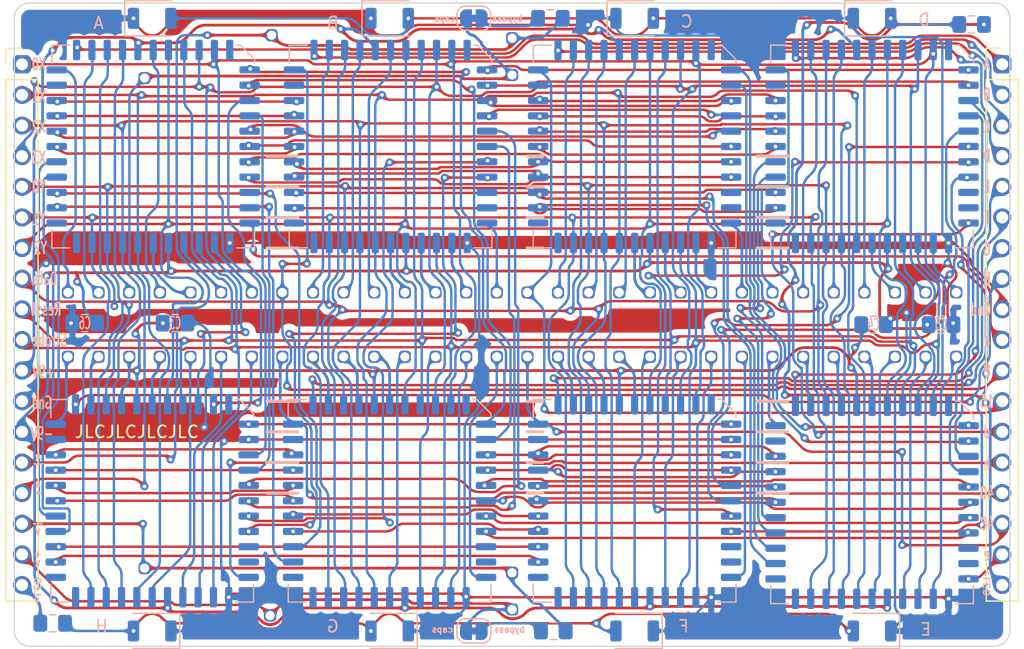
<source format=kicad_pcb>
(kicad_pcb (version 20171130) (host pcbnew "(5.1.9-0-10_14)")
  (layers (0 F.Cu signal) (31 B.Cu signal) (34 B.Paste user) (35 F.Paste user) (36 B.SilkS user hide) (37 F.SilkS user) (38 B.Mask user hide) (39 F.Mask user hide) (44 Edge.Cuts user))
  (net 0 "")
  (net 1 +9V)
  (net 2 2)
  (net 3 DATA)
  (net 4 1)
  (net 5 CS_A)
  (net 6 /X0AB)
  (net 7 /X1AB)
  (net 8 /X2AB)
  (net 9 /X3AB)
  (net 10 /X4AH)
  (net 11 /X5AH)
  (net 12 /X12AG)
  (net 13 /X13AG)
  (net 14 AY1)
  (net 15 AY0)
  (net 16 AX2)
  (net 17 AX1)
  (net 18 4)
  (net 19 -9V)
  (net 20 5)
  (net 21 STROBE)
  (net 22 6)
  (net 23 GND)
  (net 24 7)
  (net 25 /X11AC)
  (net 26 /X10AC)
  (net 27 /X9AC)
  (net 28 /X8AC)
  (net 29 /X7AH)
  (net 30 /X6AH)
  (net 31 /X15AG)
  (net 32 /X14AG)
  (net 33 AX0)
  (net 34 AX3)
  (net 35 RESET)
  (net 36 AY2)
  (net 37 3)
  (net 38 10)
  (net 39 9)
  (net 40 CS_B)
  (net 41 8)
  (net 42 /X4BC)
  (net 43 /X5BC)
  (net 44 /X12BD)
  (net 45 /X13BD)
  (net 46 12)
  (net 47 13)
  (net 48 14)
  (net 49 15)
  (net 50 /X11BH)
  (net 51 /X10BH)
  (net 52 /X9BH)
  (net 53 /X8BH)
  (net 54 /X7BC)
  (net 55 /X6BC)
  (net 56 /X15BD)
  (net 57 /X14BD)
  (net 58 11)
  (net 59 18)
  (net 60 17)
  (net 61 CS_C)
  (net 62 16)
  (net 63 /X0CD)
  (net 64 /X1CD)
  (net 65 /X2CD)
  (net 66 /X3CD)
  (net 67 /X12CE)
  (net 68 /X13CE)
  (net 69 20)
  (net 70 21)
  (net 71 22)
  (net 72 23)
  (net 73 /X15CE)
  (net 74 /X14CE)
  (net 75 19)
  (net 76 "Net-(C1-Pad2)")
  (net 77 Neg_Top)
  (net 78 "Net-(C2-Pad2)")
  (net 79 Neg_Bottom)
  (net 80 26)
  (net 81 25)
  (net 82 CS_D)
  (net 83 24)
  (net 84 /X4DE)
  (net 85 /X5DE)
  (net 86 28)
  (net 87 29)
  (net 88 30)
  (net 89 /X11DF)
  (net 90 /X10DF)
  (net 91 /X9DF)
  (net 92 /X8DF)
  (net 93 /X7DE)
  (net 94 /X6DE)
  (net 95 27)
  (net 96 "Net-(D1-Pad2)")
  (net 97 "Net-(D5-Pad2)")
  (net 98 34)
  (net 99 33)
  (net 100 CS_E)
  (net 101 /X0EF)
  (net 102 /X1EF)
  (net 103 /X2EF)
  (net 104 /X3EF)
  (net 105 36)
  (net 106 37)
  (net 107 38)
  (net 108 39)
  (net 109 /X11EG)
  (net 110 /X10EG)
  (net 111 /X9EG)
  (net 112 /X8EG)
  (net 113 35)
  (net 114 42)
  (net 115 41)
  (net 116 CS_F)
  (net 117 40)
  (net 118 /X4FG)
  (net 119 /X5FG)
  (net 120 /X12FH)
  (net 121 /X13FH)
  (net 122 44)
  (net 123 45)
  (net 124 46)
  (net 125 47)
  (net 126 /X7FG)
  (net 127 /X6FG)
  (net 128 /X15FH)
  (net 129 /X14FH)
  (net 130 43)
  (net 131 50)
  (net 132 49)
  (net 133 CS_G)
  (net 134 48)
  (net 135 /X0GH)
  (net 136 /X1GH)
  (net 137 /X2GH)
  (net 138 /X3GH)
  (net 139 52)
  (net 140 53)
  (net 141 54)
  (net 142 55)
  (net 143 51)
  (net 144 58)
  (net 145 57)
  (net 146 CS_H)
  (net 147 56)
  (net 148 60)
  (net 149 61)
  (net 150 62)
  (net 151 59)
  (net 152 Bottom_LEDs)
  (net 153 Pos_Bottom)
  (net 154 Pos_Top)
  (net 155 Top_LEDs)
  (net 156 Unconnected_A)
  (net 157 Unconnected_D)
  (net 158 Unconnected_E)
  (net 159 Unconnected_H)
  (module Connector_PinHeader_2.54mm:PinHeader_1x18_P2.54mm_Vertical (layer F.Cu) (at 149.778059 50.333959)
    (fp_text reference J2 hide)
    (fp_text value Chip_Select_Measurement)
    (pad 18 thru_hole oval (at 0 43.18) (size 1.5 1.5) (drill 1) (layers *.Cu *.Mask) (net 155 Top_LEDs))
    (pad 17 thru_hole oval (at 0 40.64) (size 1.5 1.5) (drill 1) (layers *.Cu *.Mask) (net 158 Unconnected_E))
    (pad 16 thru_hole oval (at 0 38.1) (size 1.5 1.5) (drill 1) (layers *.Cu *.Mask) (net 134 48))
    (pad 15 thru_hole oval (at 0 35.56) (size 1.5 1.5) (drill 1) (layers *.Cu *.Mask) (net 117 40))
    (pad 14 thru_hole oval (at 0 33.02) (size 1.5 1.5) (drill 1) (layers *.Cu *.Mask) (net 159 Unconnected_H))
    (pad 13 thru_hole oval (at 0 30.48) (size 1.5 1.5) (drill 1) (layers *.Cu *.Mask) (net 157 Unconnected_D))
    (pad 12 thru_hole oval (at 0 27.94) (size 1.5 1.5) (drill 1) (layers *.Cu *.Mask) (net 62 16))
    (pad 11 thru_hole oval (at 0 25.4) (size 1.5 1.5) (drill 1) (layers *.Cu *.Mask) (net 41 8))
    (pad 10 thru_hole oval (at 0 22.86) (size 1.5 1.5) (drill 1) (layers *.Cu *.Mask) (net 156 Unconnected_A))
    (pad 9 thru_hole oval (at 0 20.32) (size 1.5 1.5) (drill 1) (layers *.Cu *.Mask) (net 23 GND))
    (pad 8 thru_hole oval (at 0 17.78) (size 1.5 1.5) (drill 1) (layers *.Cu *.Mask) (net 146 CS_H))
    (pad 7 thru_hole oval (at 0 15.24) (size 1.5 1.5) (drill 1) (layers *.Cu *.Mask) (net 133 CS_G))
    (pad 6 thru_hole oval (at 0 12.7) (size 1.5 1.5) (drill 1) (layers *.Cu *.Mask) (net 116 CS_F))
    (pad 5 thru_hole oval (at 0 10.16) (size 1.5 1.5) (drill 1) (layers *.Cu *.Mask) (net 100 CS_E))
    (pad 4 thru_hole oval (at 0 7.62) (size 1.5 1.5) (drill 1) (layers *.Cu *.Mask) (net 82 CS_D))
    (pad 3 thru_hole oval (at 0 5.08) (size 1.5 1.5) (drill 1) (layers *.Cu *.Mask) (net 61 CS_C))
    (pad 2 thru_hole oval (at 0 2.54) (size 1.5 1.5) (drill 1) (layers *.Cu *.Mask) (net 40 CS_B))
    (pad 1 thru_hole roundrect (at 0 0) (size 1.5 1.5) (drill 1) (layers *.Cu *.Mask) (net 5 CS_A))
  )
  (module Connector_PinHeader_2.54mm:PinHeader_1x18_P2.54mm_Vertical (layer F.Cu) (at 68.498059 50.333959)
    (fp_text reference J1 hide)
    (fp_text value Address_Control_Power)
    (pad 1 thru_hole roundrect (at 0 0) (size 1.5 1.5) (drill 1) (layers *.Cu *.Mask) (net 33 AX0))
    (pad 2 thru_hole oval (at 0 2.54) (size 1.5 1.5) (drill 1) (layers *.Cu *.Mask) (net 17 AX1))
    (pad 3 thru_hole oval (at 0 5.08) (size 1.5 1.5) (drill 1) (layers *.Cu *.Mask) (net 16 AX2))
    (pad 4 thru_hole oval (at 0 7.62) (size 1.5 1.5) (drill 1) (layers *.Cu *.Mask) (net 34 AX3))
    (pad 5 thru_hole oval (at 0 10.16) (size 1.5 1.5) (drill 1) (layers *.Cu *.Mask) (net 15 AY0))
    (pad 6 thru_hole oval (at 0 12.7) (size 1.5 1.5) (drill 1) (layers *.Cu *.Mask) (net 14 AY1))
    (pad 7 thru_hole oval (at 0 15.24) (size 1.5 1.5) (drill 1) (layers *.Cu *.Mask) (net 36 AY2))
    (pad 8 thru_hole oval (at 0 17.78) (size 1.5 1.5) (drill 1) (layers *.Cu *.Mask) (net 3 DATA))
    (pad 9 thru_hole oval (at 0 20.32) (size 1.5 1.5) (drill 1) (layers *.Cu *.Mask) (net 35 RESET))
    (pad 10 thru_hole oval (at 0 22.86) (size 1.5 1.5) (drill 1) (layers *.Cu *.Mask) (net 21 STROBE))
    (pad 11 thru_hole oval (at 0 25.4) (size 1.5 1.5) (drill 1) (layers *.Cu *.Mask) (net 1 +9V))
    (pad 12 thru_hole oval (at 0 27.94) (size 1.5 1.5) (drill 1) (layers *.Cu *.Mask) (net 23 GND))
    (pad 13 thru_hole oval (at 0 30.48) (size 1.5 1.5) (drill 1) (layers *.Cu *.Mask) (net 19 -9V))
    (pad 14 thru_hole oval (at 0 33.02) (size 1.5 1.5) (drill 1) (layers *.Cu *.Mask) (net 77 Neg_Top))
    (pad 15 thru_hole oval (at 0 35.56) (size 1.5 1.5) (drill 1) (layers *.Cu *.Mask) (net 154 Pos_Top))
    (pad 16 thru_hole oval (at 0 38.1) (size 1.5 1.5) (drill 1) (layers *.Cu *.Mask) (net 79 Neg_Bottom))
    (pad 17 thru_hole oval (at 0 40.64) (size 1.5 1.5) (drill 1) (layers *.Cu *.Mask) (net 153 Pos_Bottom))
    (pad 18 thru_hole oval (at 0 43.18) (size 1.5 1.5) (drill 1) (layers *.Cu *.Mask) (net 152 Bottom_LEDs))
  )
  (module Footprints:Breadboard_Top (layer F.Cu) (at 109.138059 71.923959)
    (fp_text reference J3 hide)
    (fp_text value Breadboard)
    (pad 30 thru_hole roundrect (at 36.83 -2.667) (size 1 1) (drill 0.762) (layers *.Cu *.Mask) (roundrect_rratio 0.3) (net 88 30))
    (pad 29 thru_hole roundrect (at 34.29 -2.667) (size 1 1) (drill 0.762) (layers *.Cu *.Mask) (roundrect_rratio 0.3) (net 87 29))
    (pad 28 thru_hole roundrect (at 31.75 -2.667) (size 1 1) (drill 0.762) (layers *.Cu *.Mask) (roundrect_rratio 0.3) (net 86 28))
    (pad 27 thru_hole roundrect (at 29.21 -2.667) (size 1 1) (drill 0.762) (layers *.Cu *.Mask) (roundrect_rratio 0.3) (net 95 27))
    (pad 26 thru_hole roundrect (at 26.67 -2.667) (size 1 1) (drill 0.762) (layers *.Cu *.Mask) (roundrect_rratio 0.3) (net 80 26))
    (pad 25 thru_hole roundrect (at 24.13 -2.667) (size 1 1) (drill 0.762) (layers *.Cu *.Mask) (roundrect_rratio 0.3) (net 81 25))
    (pad 24 thru_hole roundrect (at 21.59 -2.667) (size 1 1) (drill 0.762) (layers *.Cu *.Mask) (roundrect_rratio 0.3) (net 83 24))
    (pad 23 thru_hole roundrect (at 19.05 -2.667) (size 1 1) (drill 0.762) (layers *.Cu *.Mask) (roundrect_rratio 0.3) (net 72 23))
    (pad 22 thru_hole roundrect (at 16.51 -2.667) (size 1 1) (drill 0.762) (layers *.Cu *.Mask) (roundrect_rratio 0.3) (net 71 22))
    (pad 21 thru_hole roundrect (at 13.97 -2.667) (size 1 1) (drill 0.762) (layers *.Cu *.Mask) (roundrect_rratio 0.3) (net 70 21))
    (pad 20 thru_hole roundrect (at 11.43 -2.667) (size 1 1) (drill 0.762) (layers *.Cu *.Mask) (roundrect_rratio 0.3) (net 69 20))
    (pad 19 thru_hole roundrect (at 8.89 -2.667) (size 1 1) (drill 0.762) (layers *.Cu *.Mask) (roundrect_rratio 0.3) (net 75 19))
    (pad 18 thru_hole roundrect (at 6.35 -2.667) (size 1 1) (drill 0.762) (layers *.Cu *.Mask) (roundrect_rratio 0.3) (net 59 18))
    (pad 17 thru_hole roundrect (at 3.81 -2.667) (size 1 1) (drill 0.762) (layers *.Cu *.Mask) (roundrect_rratio 0.3) (net 60 17))
    (pad 16 thru_hole roundrect (at 1.27 -2.667) (size 1 1) (drill 0.762) (layers *.Cu *.Mask) (roundrect_rratio 0.3) (net 62 16))
    (pad 15 thru_hole roundrect (at -1.27 -2.667) (size 1 1) (drill 0.762) (layers *.Cu *.Mask) (roundrect_rratio 0.3) (net 49 15))
    (pad 14 thru_hole roundrect (at -3.81 -2.667) (size 1 1) (drill 0.762) (layers *.Cu *.Mask) (roundrect_rratio 0.3) (net 48 14))
    (pad 13 thru_hole roundrect (at -6.35 -2.667) (size 1 1) (drill 0.762) (layers *.Cu *.Mask) (roundrect_rratio 0.3) (net 47 13))
    (pad 12 thru_hole roundrect (at -8.89 -2.667) (size 1 1) (drill 0.762) (layers *.Cu *.Mask) (roundrect_rratio 0.3) (net 46 12))
    (pad 11 thru_hole roundrect (at -11.43 -2.667) (size 1 1) (drill 0.762) (layers *.Cu *.Mask) (roundrect_rratio 0.3) (net 58 11))
    (pad 10 thru_hole roundrect (at -13.97 -2.667) (size 1 1) (drill 0.762) (layers *.Cu *.Mask) (roundrect_rratio 0.3) (net 38 10))
    (pad 9 thru_hole roundrect (at -16.51 -2.667) (size 1 1) (drill 0.762) (layers *.Cu *.Mask) (roundrect_rratio 0.3) (net 39 9))
    (pad 8 thru_hole roundrect (at -19.05 -2.667) (size 1 1) (drill 0.762) (layers *.Cu *.Mask) (roundrect_rratio 0.3) (net 41 8))
    (pad 7 thru_hole roundrect (at -21.59 -2.667) (size 1 1) (drill 0.762) (layers *.Cu *.Mask) (roundrect_rratio 0.3) (net 24 7))
    (pad 6 thru_hole roundrect (at -24.13 -2.667) (size 1 1) (drill 0.762) (layers *.Cu *.Mask) (roundrect_rratio 0.3) (net 22 6))
    (pad 5 thru_hole roundrect (at -26.67 -2.667) (size 1 1) (drill 0.762) (layers *.Cu *.Mask) (roundrect_rratio 0.3) (net 20 5))
    (pad 4 thru_hole roundrect (at -29.21 -2.667) (size 1 1) (drill 0.762) (layers *.Cu *.Mask) (roundrect_rratio 0.3) (net 18 4))
    (pad 3 thru_hole roundrect (at -31.75 -2.667) (size 1 1) (drill 0.762) (layers *.Cu *.Mask) (roundrect_rratio 0.3) (net 37 3))
    (pad 2 thru_hole roundrect (at -34.29 -2.667) (size 1 1) (drill 0.762) (layers *.Cu *.Mask) (roundrect_rratio 0.3) (net 2 2))
    (pad 1 thru_hole roundrect (at -36.83 -2.667) (size 1 1) (drill 0.762) (layers *.Cu *.Mask) (roundrect_rratio 0.3) (net 4 1))
    (pad 32 thru_hole roundrect (at 0 20.574) (size 1 1) (drill 0.762) (layers *.Cu *.Mask) (roundrect_rratio 0.3) (net 79 Neg_Bottom))
    (pad 33 thru_hole roundrect (at -36.83 2.667) (size 1 1) (drill 0.762) (layers *.Cu *.Mask) (roundrect_rratio 0.3) (net 99 33))
    (pad 34 thru_hole roundrect (at -34.29 2.667) (size 1 1) (drill 0.762) (layers *.Cu *.Mask) (roundrect_rratio 0.3) (net 98 34))
    (pad 35 thru_hole roundrect (at -31.75 2.667) (size 1 1) (drill 0.762) (layers *.Cu *.Mask) (roundrect_rratio 0.3) (net 113 35))
    (pad 36 thru_hole roundrect (at -29.21 2.667) (size 1 1) (drill 0.762) (layers *.Cu *.Mask) (roundrect_rratio 0.3) (net 105 36))
    (pad 37 thru_hole roundrect (at -26.67 2.667) (size 1 1) (drill 0.762) (layers *.Cu *.Mask) (roundrect_rratio 0.3) (net 106 37))
    (pad 38 thru_hole roundrect (at -24.13 2.667) (size 1 1) (drill 0.762) (layers *.Cu *.Mask) (roundrect_rratio 0.3) (net 107 38))
    (pad 39 thru_hole roundrect (at -21.59 2.667) (size 1 1) (drill 0.762) (layers *.Cu *.Mask) (roundrect_rratio 0.3) (net 108 39))
    (pad 40 thru_hole roundrect (at -19.05 2.667) (size 1 1) (drill 0.762) (layers *.Cu *.Mask) (roundrect_rratio 0.3) (net 117 40))
    (pad 41 thru_hole roundrect (at -16.51 2.667) (size 1 1) (drill 0.762) (layers *.Cu *.Mask) (roundrect_rratio 0.3) (net 115 41))
    (pad 42 thru_hole roundrect (at -13.97 2.667) (size 1 1) (drill 0.762) (layers *.Cu *.Mask) (roundrect_rratio 0.3) (net 114 42))
    (pad 43 thru_hole roundrect (at -11.43 2.667) (size 1 1) (drill 0.762) (layers *.Cu *.Mask) (roundrect_rratio 0.3) (net 130 43))
    (pad 44 thru_hole roundrect (at -8.89 2.667) (size 1 1) (drill 0.762) (layers *.Cu *.Mask) (roundrect_rratio 0.3) (net 122 44))
    (pad 45 thru_hole roundrect (at -6.35 2.667) (size 1 1) (drill 0.762) (layers *.Cu *.Mask) (roundrect_rratio 0.3) (net 123 45))
    (pad 46 thru_hole roundrect (at -3.81 2.667) (size 1 1) (drill 0.762) (layers *.Cu *.Mask) (roundrect_rratio 0.3) (net 124 46))
    (pad 47 thru_hole roundrect (at -1.27 2.667) (size 1 1) (drill 0.762) (layers *.Cu *.Mask) (roundrect_rratio 0.3) (net 125 47))
    (pad 48 thru_hole roundrect (at 1.27 2.667) (size 1 1) (drill 0.762) (layers *.Cu *.Mask) (roundrect_rratio 0.3) (net 134 48))
    (pad 49 thru_hole roundrect (at 3.81 2.667) (size 1 1) (drill 0.762) (layers *.Cu *.Mask) (roundrect_rratio 0.3) (net 132 49))
    (pad 50 thru_hole roundrect (at 6.35 2.667) (size 1 1) (drill 0.762) (layers *.Cu *.Mask) (roundrect_rratio 0.3) (net 131 50))
    (pad 51 thru_hole roundrect (at 8.89 2.667) (size 1 1) (drill 0.762) (layers *.Cu *.Mask) (roundrect_rratio 0.3) (net 143 51))
    (pad 52 thru_hole roundrect (at 11.43 2.667) (size 1 1) (drill 0.762) (layers *.Cu *.Mask) (roundrect_rratio 0.3) (net 139 52))
    (pad 53 thru_hole roundrect (at 13.97 2.667) (size 1 1) (drill 0.762) (layers *.Cu *.Mask) (roundrect_rratio 0.3) (net 140 53))
    (pad 54 thru_hole roundrect (at 16.51 2.667) (size 1 1) (drill 0.762) (layers *.Cu *.Mask) (roundrect_rratio 0.3) (net 141 54))
    (pad 55 thru_hole roundrect (at 19.05 2.667) (size 1 1) (drill 0.762) (layers *.Cu *.Mask) (roundrect_rratio 0.3) (net 142 55))
    (pad 56 thru_hole roundrect (at 21.59 2.667) (size 1 1) (drill 0.762) (layers *.Cu *.Mask) (roundrect_rratio 0.3) (net 147 56))
    (pad 57 thru_hole roundrect (at 24.13 2.667) (size 1 1) (drill 0.762) (layers *.Cu *.Mask) (roundrect_rratio 0.3) (net 145 57))
    (pad 58 thru_hole roundrect (at 26.67 2.667) (size 1 1) (drill 0.762) (layers *.Cu *.Mask) (roundrect_rratio 0.3) (net 144 58))
    (pad 59 thru_hole roundrect (at 29.21 2.667) (size 1 1) (drill 0.762) (layers *.Cu *.Mask) (roundrect_rratio 0.3) (net 151 59))
    (pad 60 thru_hole roundrect (at 31.75 2.667) (size 1 1) (drill 0.762) (layers *.Cu *.Mask) (roundrect_rratio 0.3) (net 148 60))
    (pad 61 thru_hole roundrect (at 34.29 2.667) (size 1 1) (drill 0.762) (layers *.Cu *.Mask) (roundrect_rratio 0.3) (net 149 61))
    (pad 62 thru_hole roundrect (at 36.83 2.667) (size 1 1) (drill 0.762) (layers *.Cu *.Mask) (roundrect_rratio 0.3) (net 150 62))
    (pad 63 thru_hole roundrect (at -20.066 24.13) (size 1 1) (drill 0.762) (layers *.Cu *.Mask) (roundrect_rratio 0.3) (net 153 Pos_Bottom))
    (pad 32 thru_hole roundrect (at -30.48 20.193) (size 1 1) (drill 0.762) (layers *.Cu *.Mask) (roundrect_rratio 0.3) (net 79 Neg_Bottom))
    (pad 63 thru_hole roundrect (at 0 23.622) (size 1 1) (drill 0.762) (layers *.Cu *.Mask) (roundrect_rratio 0.3) (net 153 Pos_Bottom))
    (pad 0 thru_hole roundrect (at 0 -23.749) (size 1 1) (drill 0.762) (layers *.Cu *.Mask) (roundrect_rratio 0.3) (net 77 Neg_Top))
    (pad 31 thru_hole roundrect (at 0 -20.701) (size 1 1) (drill 0.762) (layers *.Cu *.Mask) (roundrect_rratio 0.3) (net 154 Pos_Top))
    (pad 0 thru_hole roundrect (at -19.939 -24.003) (size 1 1) (drill 0.762) (layers *.Cu *.Mask) (roundrect_rratio 0.3) (net 77 Neg_Top))
    (pad 31 thru_hole roundrect (at -30.48 -20.447) (size 1 1) (drill 0.762) (layers *.Cu *.Mask) (roundrect_rratio 0.3) (net 154 Pos_Top))
  )
  (module Resistor_SMD:R_0805_2012Metric_Pad1.15x1.40mm_HandSolder (layer B.Cu) (at 71.038059 96.688959)
    (fp_text reference R2 hide)
    (fp_text value 220R)
    (pad 2 smd roundrect (at 1.025 0) (size 1.15 1.4) (layers B.Cu B.Paste B.Mask) (roundrect_rratio 0.2173904347826087) (net 97 "Net-(D5-Pad2)"))
    (pad 1 smd roundrect (at -1.025 0) (size 1.15 1.4) (layers B.Cu B.Paste B.Mask) (roundrect_rratio 0.2173904347826087) (net 152 Bottom_LEDs))
  )
  (module Resistor_SMD:R_0805_2012Metric_Pad1.15x1.40mm_HandSolder (layer B.Cu) (at 147.238059 47.031959 180)
    (fp_text reference R1 hide)
    (fp_text value 220R)
    (pad 2 smd roundrect (at 1.025 0 180) (size 1.15 1.4) (layers B.Cu B.Paste B.Mask) (roundrect_rratio 0.2173904347826087) (net 96 "Net-(D1-Pad2)"))
    (pad 1 smd roundrect (at -1.025 0 180) (size 1.15 1.4) (layers B.Cu B.Paste B.Mask) (roundrect_rratio 0.2173904347826087) (net 155 Top_LEDs))
  )
  (module Jumper:SolderJumper-2_P1.3mm_Bridged_RoundedPad1.0x1.5mm (layer B.Cu) (at 105.963059 97.323959 180)
    (fp_text reference "bypass         caps" (at -0.381 0.127) (layer B.SilkS) (effects (font (size 0.5 0.5) (thickness 0.125)) (justify mirror)))
    (fp_text value SolderJumper_2_Bridged)
    (fp_poly (pts (xy 0.25 0.3) (xy -0.25 0.3) (xy -0.25 -0.3) (xy 0.25 -0.3)) (layer B.Cu) (width 0))
    (pad 1 smd custom (at -0.65 0 180) (size 1 0.5) (layers B.Cu B.Mask) (net 78 "Net-(C2-Pad2)") (options (clearance outline) (anchor rect)) (primitives (gr_circle (center 0 -0.25) (end 0.5 -0.25) (width 0)) (gr_circle (center 0 0.25) (end 0.5 0.25) (width 0)) (gr_poly (pts (xy 0 0.75) (xy 0.5 0.75) (xy 0.5 -0.75) (xy 0 -0.75)) (width 0))))
    (pad 2 smd custom (at 0.65 0 180) (size 1 0.5) (layers B.Cu B.Mask) (net 153 Pos_Bottom) (options (clearance outline) (anchor rect)) (primitives (gr_circle (center 0 -0.25) (end 0.5 -0.25) (width 0)) (gr_circle (center 0 0.25) (end 0.5 0.25) (width 0)) (gr_poly (pts (xy 0 0.75) (xy -0.5 0.75) (xy -0.5 -0.75) (xy 0 -0.75)) (width 0))))
  )
  (module Jumper:SolderJumper-2_P1.3mm_Bridged_RoundedPad1.0x1.5mm (layer B.Cu) (at 105.963059 46.523959 180)
    (fp_text reference "bypass        caps" (at -0.381 0) (layer B.SilkS) (effects (font (size 0.5 0.5) (thickness 0.125)) (justify mirror)))
    (fp_text value SolderJumper_2_Bridged)
    (fp_poly (pts (xy 0.25 0.3) (xy -0.25 0.3) (xy -0.25 -0.3) (xy 0.25 -0.3)) (layer B.Cu) (width 0))
    (pad 1 smd custom (at -0.65 0 180) (size 1 0.5) (layers B.Cu B.Mask) (net 76 "Net-(C1-Pad2)") (options (clearance outline) (anchor rect)) (primitives (gr_circle (center 0 -0.25) (end 0.5 -0.25) (width 0)) (gr_circle (center 0 0.25) (end 0.5 0.25) (width 0)) (gr_poly (pts (xy 0 0.75) (xy 0.5 0.75) (xy 0.5 -0.75) (xy 0 -0.75)) (width 0))))
    (pad 2 smd custom (at 0.65 0 180) (size 1 0.5) (layers B.Cu B.Mask) (net 154 Pos_Top) (options (clearance outline) (anchor rect)) (primitives (gr_circle (center 0 -0.25) (end 0.5 -0.25) (width 0)) (gr_circle (center 0 0.25) (end 0.5 0.25) (width 0)) (gr_poly (pts (xy 0 0.75) (xy -0.5 0.75) (xy -0.5 -0.75) (xy 0 -0.75)) (width 0))))
  )
  (module Package_LCC:PLCC-44_16.6x16.6mm_P1.27mm (layer B.Cu) (at 79.293059 86.528959 180)
    (fp_text reference H (at 4.191 -10.414) (layer B.SilkS) (effects (justify mirror)))
    (fp_text value MT8816AP)
    (pad 44 smd roundrect (at 1.27 8 180) (size 0.6 1.7) (layers B.Cu B.Paste B.Mask) (net 1 +9V))
    (pad 43 smd roundrect (at 2.54 8 180) (size 0.6 1.7) (layers B.Cu B.Paste B.Mask) (net 113 35))
    (pad 42 smd roundrect (at 3.81 8 180) (size 0.6 1.7) (layers B.Cu B.Paste B.Mask) (net 3 DATA))
    (pad 41 smd roundrect (at 5.08 8 180) (size 0.6 1.7) (layers B.Cu B.Paste B.Mask) (net 98 34))
    (pad 40 smd roundrect (at 6.35 8 180) (size 0.6 1.7) (layers B.Cu B.Paste B.Mask) (net 146 CS_H))
    (pad 39 smd roundrect (at 8 6.35 180) (size 1.7 0.6) (layers B.Cu B.Paste B.Mask) (net 99 33))
    (pad 38 smd roundrect (at 8 5.08 180) (size 1.7 0.6) (layers B.Cu B.Paste B.Mask))
    (pad 37 smd roundrect (at 8 3.81 180) (size 1.7 0.6) (layers B.Cu B.Paste B.Mask) (net 135 /X0GH))
    (pad 36 smd roundrect (at 8 2.54 180) (size 1.7 0.6) (layers B.Cu B.Paste B.Mask) (net 136 /X1GH))
    (pad 35 smd roundrect (at 8 1.27 180) (size 1.7 0.6) (layers B.Cu B.Paste B.Mask) (net 137 /X2GH))
    (pad 34 smd roundrect (at 8 0 180) (size 1.7 0.6) (layers B.Cu B.Paste B.Mask) (net 138 /X3GH))
    (pad 33 smd roundrect (at 8 -1.27 180) (size 1.7 0.6) (layers B.Cu B.Paste B.Mask) (net 10 /X4AH))
    (pad 32 smd roundrect (at 8 -2.54 180) (size 1.7 0.6) (layers B.Cu B.Paste B.Mask) (net 11 /X5AH))
    (pad 31 smd roundrect (at 8 -3.81 180) (size 1.7 0.6) (layers B.Cu B.Paste B.Mask) (net 120 /X12FH))
    (pad 30 smd roundrect (at 8 -5.08 180) (size 1.7 0.6) (layers B.Cu B.Paste B.Mask) (net 121 /X13FH))
    (pad 29 smd roundrect (at 8 -6.35 180) (size 1.7 0.6) (layers B.Cu B.Paste B.Mask))
    (pad 28 smd roundrect (at 6.35 -8 180) (size 0.6 1.7) (layers B.Cu B.Paste B.Mask))
    (pad 27 smd roundrect (at 5.08 -8 180) (size 0.6 1.7) (layers B.Cu B.Paste B.Mask) (net 14 AY1))
    (pad 26 smd roundrect (at 3.81 -8 180) (size 0.6 1.7) (layers B.Cu B.Paste B.Mask) (net 15 AY0))
    (pad 25 smd roundrect (at 2.54 -8 180) (size 0.6 1.7) (layers B.Cu B.Paste B.Mask) (net 16 AX2))
    (pad 24 smd roundrect (at 1.27 -8 180) (size 0.6 1.7) (layers B.Cu B.Paste B.Mask) (net 17 AX1))
    (pad 23 smd roundrect (at 0 -8 180) (size 0.6 1.7) (layers B.Cu B.Paste B.Mask) (net 106 37))
    (pad 22 smd roundrect (at -1.27 -8 180) (size 0.6 1.7) (layers B.Cu B.Paste B.Mask) (net 19 -9V))
    (pad 21 smd roundrect (at -2.54 -8 180) (size 0.6 1.7) (layers B.Cu B.Paste B.Mask) (net 107 38))
    (pad 20 smd roundrect (at -3.81 -8 180) (size 0.6 1.7) (layers B.Cu B.Paste B.Mask) (net 21 STROBE))
    (pad 19 smd roundrect (at -5.08 -8 180) (size 0.6 1.7) (layers B.Cu B.Paste B.Mask) (net 108 39))
    (pad 18 smd roundrect (at -6.35 -8 180) (size 0.6 1.7) (layers B.Cu B.Paste B.Mask) (net 23 GND))
    (pad 17 smd roundrect (at -8 -6.35 180) (size 1.7 0.6) (layers B.Cu B.Paste B.Mask) (net 159 Unconnected_H))
    (pad 16 smd roundrect (at -8 -5.08 180) (size 1.7 0.6) (layers B.Cu B.Paste B.Mask))
    (pad 15 smd roundrect (at -8 -3.81 180) (size 1.7 0.6) (layers B.Cu B.Paste B.Mask))
    (pad 14 smd roundrect (at -8 -2.54 180) (size 1.7 0.6) (layers B.Cu B.Paste B.Mask) (net 50 /X11BH))
    (pad 13 smd roundrect (at -8 -1.27 180) (size 1.7 0.6) (layers B.Cu B.Paste B.Mask) (net 51 /X10BH))
    (pad 12 smd roundrect (at -8 0 180) (size 1.7 0.6) (layers B.Cu B.Paste B.Mask) (net 52 /X9BH))
    (pad 11 smd roundrect (at -8 1.27 180) (size 1.7 0.6) (layers B.Cu B.Paste B.Mask) (net 53 /X8BH))
    (pad 10 smd roundrect (at -8 2.54 180) (size 1.7 0.6) (layers B.Cu B.Paste B.Mask) (net 29 /X7AH))
    (pad 9 smd roundrect (at -8 3.81 180) (size 1.7 0.6) (layers B.Cu B.Paste B.Mask) (net 30 /X6AH))
    (pad 8 smd roundrect (at -8 5.08 180) (size 1.7 0.6) (layers B.Cu B.Paste B.Mask) (net 128 /X15FH))
    (pad 7 smd roundrect (at -8 6.35 180) (size 1.7 0.6) (layers B.Cu B.Paste B.Mask) (net 129 /X14FH))
    (pad 6 smd roundrect (at -6.35 8 180) (size 0.6 1.7) (layers B.Cu B.Paste B.Mask))
    (pad 5 smd roundrect (at -5.08 8 180) (size 0.6 1.7) (layers B.Cu B.Paste B.Mask) (net 33 AX0))
    (pad 4 smd roundrect (at -3.81 8 180) (size 0.6 1.7) (layers B.Cu B.Paste B.Mask) (net 34 AX3))
    (pad 3 smd roundrect (at -2.54 8 180) (size 0.6 1.7) (layers B.Cu B.Paste B.Mask) (net 35 RESET))
    (pad 2 smd roundrect (at -1.27 8 180) (size 0.6 1.7) (layers B.Cu B.Paste B.Mask) (net 36 AY2))
    (pad 1 smd roundrect (at 0 8 180) (size 0.6 1.7) (layers B.Cu B.Paste B.Mask) (net 105 36))
  )
  (module Package_LCC:PLCC-44_16.6x16.6mm_P1.27mm (layer B.Cu) (at 98.978059 86.528959 180)
    (fp_text reference G (at 4.699 -10.414) (layer B.SilkS) (effects (justify mirror)))
    (fp_text value MT8816AP)
    (pad 44 smd roundrect (at 1.27 8 180) (size 0.6 1.7) (layers B.Cu B.Paste B.Mask) (net 1 +9V))
    (pad 43 smd roundrect (at 2.54 8 180) (size 0.6 1.7) (layers B.Cu B.Paste B.Mask) (net 114 42))
    (pad 42 smd roundrect (at 3.81 8 180) (size 0.6 1.7) (layers B.Cu B.Paste B.Mask) (net 3 DATA))
    (pad 41 smd roundrect (at 5.08 8 180) (size 0.6 1.7) (layers B.Cu B.Paste B.Mask) (net 115 41))
    (pad 40 smd roundrect (at 6.35 8 180) (size 0.6 1.7) (layers B.Cu B.Paste B.Mask) (net 133 CS_G))
    (pad 39 smd roundrect (at 8 6.35 180) (size 1.7 0.6) (layers B.Cu B.Paste B.Mask) (net 117 40))
    (pad 38 smd roundrect (at 8 5.08 180) (size 1.7 0.6) (layers B.Cu B.Paste B.Mask))
    (pad 37 smd roundrect (at 8 3.81 180) (size 1.7 0.6) (layers B.Cu B.Paste B.Mask) (net 135 /X0GH))
    (pad 36 smd roundrect (at 8 2.54 180) (size 1.7 0.6) (layers B.Cu B.Paste B.Mask) (net 136 /X1GH))
    (pad 35 smd roundrect (at 8 1.27 180) (size 1.7 0.6) (layers B.Cu B.Paste B.Mask) (net 137 /X2GH))
    (pad 34 smd roundrect (at 8 0 180) (size 1.7 0.6) (layers B.Cu B.Paste B.Mask) (net 138 /X3GH))
    (pad 33 smd roundrect (at 8 -1.27 180) (size 1.7 0.6) (layers B.Cu B.Paste B.Mask) (net 118 /X4FG))
    (pad 32 smd roundrect (at 8 -2.54 180) (size 1.7 0.6) (layers B.Cu B.Paste B.Mask) (net 119 /X5FG))
    (pad 31 smd roundrect (at 8 -3.81 180) (size 1.7 0.6) (layers B.Cu B.Paste B.Mask) (net 12 /X12AG))
    (pad 30 smd roundrect (at 8 -5.08 180) (size 1.7 0.6) (layers B.Cu B.Paste B.Mask) (net 13 /X13AG))
    (pad 29 smd roundrect (at 8 -6.35 180) (size 1.7 0.6) (layers B.Cu B.Paste B.Mask))
    (pad 28 smd roundrect (at 6.35 -8 180) (size 0.6 1.7) (layers B.Cu B.Paste B.Mask))
    (pad 27 smd roundrect (at 5.08 -8 180) (size 0.6 1.7) (layers B.Cu B.Paste B.Mask) (net 14 AY1))
    (pad 26 smd roundrect (at 3.81 -8 180) (size 0.6 1.7) (layers B.Cu B.Paste B.Mask) (net 15 AY0))
    (pad 25 smd roundrect (at 2.54 -8 180) (size 0.6 1.7) (layers B.Cu B.Paste B.Mask) (net 16 AX2))
    (pad 24 smd roundrect (at 1.27 -8 180) (size 0.6 1.7) (layers B.Cu B.Paste B.Mask) (net 17 AX1))
    (pad 23 smd roundrect (at 0 -8 180) (size 0.6 1.7) (layers B.Cu B.Paste B.Mask) (net 122 44))
    (pad 22 smd roundrect (at -1.27 -8 180) (size 0.6 1.7) (layers B.Cu B.Paste B.Mask) (net 19 -9V))
    (pad 21 smd roundrect (at -2.54 -8 180) (size 0.6 1.7) (layers B.Cu B.Paste B.Mask) (net 123 45))
    (pad 20 smd roundrect (at -3.81 -8 180) (size 0.6 1.7) (layers B.Cu B.Paste B.Mask) (net 21 STROBE))
    (pad 19 smd roundrect (at -5.08 -8 180) (size 0.6 1.7) (layers B.Cu B.Paste B.Mask) (net 124 46))
    (pad 18 smd roundrect (at -6.35 -8 180) (size 0.6 1.7) (layers B.Cu B.Paste B.Mask) (net 23 GND))
    (pad 17 smd roundrect (at -8 -6.35 180) (size 1.7 0.6) (layers B.Cu B.Paste B.Mask) (net 125 47))
    (pad 16 smd roundrect (at -8 -5.08 180) (size 1.7 0.6) (layers B.Cu B.Paste B.Mask))
    (pad 15 smd roundrect (at -8 -3.81 180) (size 1.7 0.6) (layers B.Cu B.Paste B.Mask))
    (pad 14 smd roundrect (at -8 -2.54 180) (size 1.7 0.6) (layers B.Cu B.Paste B.Mask) (net 109 /X11EG))
    (pad 13 smd roundrect (at -8 -1.27 180) (size 1.7 0.6) (layers B.Cu B.Paste B.Mask) (net 110 /X10EG))
    (pad 12 smd roundrect (at -8 0 180) (size 1.7 0.6) (layers B.Cu B.Paste B.Mask) (net 111 /X9EG))
    (pad 11 smd roundrect (at -8 1.27 180) (size 1.7 0.6) (layers B.Cu B.Paste B.Mask) (net 112 /X8EG))
    (pad 10 smd roundrect (at -8 2.54 180) (size 1.7 0.6) (layers B.Cu B.Paste B.Mask) (net 126 /X7FG))
    (pad 9 smd roundrect (at -8 3.81 180) (size 1.7 0.6) (layers B.Cu B.Paste B.Mask) (net 127 /X6FG))
    (pad 8 smd roundrect (at -8 5.08 180) (size 1.7 0.6) (layers B.Cu B.Paste B.Mask) (net 31 /X15AG))
    (pad 7 smd roundrect (at -8 6.35 180) (size 1.7 0.6) (layers B.Cu B.Paste B.Mask) (net 32 /X14AG))
    (pad 6 smd roundrect (at -6.35 8 180) (size 0.6 1.7) (layers B.Cu B.Paste B.Mask))
    (pad 5 smd roundrect (at -5.08 8 180) (size 0.6 1.7) (layers B.Cu B.Paste B.Mask) (net 33 AX0))
    (pad 4 smd roundrect (at -3.81 8 180) (size 0.6 1.7) (layers B.Cu B.Paste B.Mask) (net 34 AX3))
    (pad 3 smd roundrect (at -2.54 8 180) (size 0.6 1.7) (layers B.Cu B.Paste B.Mask) (net 35 RESET))
    (pad 2 smd roundrect (at -1.27 8 180) (size 0.6 1.7) (layers B.Cu B.Paste B.Mask) (net 36 AY2))
    (pad 1 smd roundrect (at 0 8 180) (size 0.6 1.7) (layers B.Cu B.Paste B.Mask) (net 130 43))
  )
  (module Package_LCC:PLCC-44_16.6x16.6mm_P1.27mm (layer B.Cu) (at 119.298059 86.528959 180)
    (fp_text reference F (at -4.064 -10.414) (layer B.SilkS) (effects (justify mirror)))
    (fp_text value MT8816AP)
    (pad 44 smd roundrect (at 1.27 8 180) (size 0.6 1.7) (layers B.Cu B.Paste B.Mask) (net 1 +9V))
    (pad 43 smd roundrect (at 2.54 8 180) (size 0.6 1.7) (layers B.Cu B.Paste B.Mask) (net 131 50))
    (pad 42 smd roundrect (at 3.81 8 180) (size 0.6 1.7) (layers B.Cu B.Paste B.Mask) (net 3 DATA))
    (pad 41 smd roundrect (at 5.08 8 180) (size 0.6 1.7) (layers B.Cu B.Paste B.Mask) (net 132 49))
    (pad 40 smd roundrect (at 6.35 8 180) (size 0.6 1.7) (layers B.Cu B.Paste B.Mask) (net 116 CS_F))
    (pad 39 smd roundrect (at 8 6.35 180) (size 1.7 0.6) (layers B.Cu B.Paste B.Mask) (net 134 48))
    (pad 38 smd roundrect (at 8 5.08 180) (size 1.7 0.6) (layers B.Cu B.Paste B.Mask))
    (pad 37 smd roundrect (at 8 3.81 180) (size 1.7 0.6) (layers B.Cu B.Paste B.Mask) (net 101 /X0EF))
    (pad 36 smd roundrect (at 8 2.54 180) (size 1.7 0.6) (layers B.Cu B.Paste B.Mask) (net 102 /X1EF))
    (pad 35 smd roundrect (at 8 1.27 180) (size 1.7 0.6) (layers B.Cu B.Paste B.Mask) (net 103 /X2EF))
    (pad 34 smd roundrect (at 8 0 180) (size 1.7 0.6) (layers B.Cu B.Paste B.Mask) (net 104 /X3EF))
    (pad 33 smd roundrect (at 8 -1.27 180) (size 1.7 0.6) (layers B.Cu B.Paste B.Mask) (net 118 /X4FG))
    (pad 32 smd roundrect (at 8 -2.54 180) (size 1.7 0.6) (layers B.Cu B.Paste B.Mask) (net 119 /X5FG))
    (pad 31 smd roundrect (at 8 -3.81 180) (size 1.7 0.6) (layers B.Cu B.Paste B.Mask) (net 120 /X12FH))
    (pad 30 smd roundrect (at 8 -5.08 180) (size 1.7 0.6) (layers B.Cu B.Paste B.Mask) (net 121 /X13FH))
    (pad 29 smd roundrect (at 8 -6.35 180) (size 1.7 0.6) (layers B.Cu B.Paste B.Mask))
    (pad 28 smd roundrect (at 6.35 -8 180) (size 0.6 1.7) (layers B.Cu B.Paste B.Mask))
    (pad 27 smd roundrect (at 5.08 -8 180) (size 0.6 1.7) (layers B.Cu B.Paste B.Mask) (net 14 AY1))
    (pad 26 smd roundrect (at 3.81 -8 180) (size 0.6 1.7) (layers B.Cu B.Paste B.Mask) (net 15 AY0))
    (pad 25 smd roundrect (at 2.54 -8 180) (size 0.6 1.7) (layers B.Cu B.Paste B.Mask) (net 16 AX2))
    (pad 24 smd roundrect (at 1.27 -8 180) (size 0.6 1.7) (layers B.Cu B.Paste B.Mask) (net 17 AX1))
    (pad 23 smd roundrect (at 0 -8 180) (size 0.6 1.7) (layers B.Cu B.Paste B.Mask) (net 139 52))
    (pad 22 smd roundrect (at -1.27 -8 180) (size 0.6 1.7) (layers B.Cu B.Paste B.Mask) (net 19 -9V))
    (pad 21 smd roundrect (at -2.54 -8 180) (size 0.6 1.7) (layers B.Cu B.Paste B.Mask) (net 140 53))
    (pad 20 smd roundrect (at -3.81 -8 180) (size 0.6 1.7) (layers B.Cu B.Paste B.Mask) (net 21 STROBE))
    (pad 19 smd roundrect (at -5.08 -8 180) (size 0.6 1.7) (layers B.Cu B.Paste B.Mask) (net 141 54))
    (pad 18 smd roundrect (at -6.35 -8 180) (size 0.6 1.7) (layers B.Cu B.Paste B.Mask) (net 23 GND))
    (pad 17 smd roundrect (at -8 -6.35 180) (size 1.7 0.6) (layers B.Cu B.Paste B.Mask) (net 142 55))
    (pad 16 smd roundrect (at -8 -5.08 180) (size 1.7 0.6) (layers B.Cu B.Paste B.Mask))
    (pad 15 smd roundrect (at -8 -3.81 180) (size 1.7 0.6) (layers B.Cu B.Paste B.Mask))
    (pad 14 smd roundrect (at -8 -2.54 180) (size 1.7 0.6) (layers B.Cu B.Paste B.Mask) (net 89 /X11DF))
    (pad 13 smd roundrect (at -8 -1.27 180) (size 1.7 0.6) (layers B.Cu B.Paste B.Mask) (net 90 /X10DF))
    (pad 12 smd roundrect (at -8 0 180) (size 1.7 0.6) (layers B.Cu B.Paste B.Mask) (net 91 /X9DF))
    (pad 11 smd roundrect (at -8 1.27 180) (size 1.7 0.6) (layers B.Cu B.Paste B.Mask) (net 92 /X8DF))
    (pad 10 smd roundrect (at -8 2.54 180) (size 1.7 0.6) (layers B.Cu B.Paste B.Mask) (net 126 /X7FG))
    (pad 9 smd roundrect (at -8 3.81 180) (size 1.7 0.6) (layers B.Cu B.Paste B.Mask) (net 127 /X6FG))
    (pad 8 smd roundrect (at -8 5.08 180) (size 1.7 0.6) (layers B.Cu B.Paste B.Mask) (net 128 /X15FH))
    (pad 7 smd roundrect (at -8 6.35 180) (size 1.7 0.6) (layers B.Cu B.Paste B.Mask) (net 129 /X14FH))
    (pad 6 smd roundrect (at -6.35 8 180) (size 0.6 1.7) (layers B.Cu B.Paste B.Mask))
    (pad 5 smd roundrect (at -5.08 8 180) (size 0.6 1.7) (layers B.Cu B.Paste B.Mask) (net 33 AX0))
    (pad 4 smd roundrect (at -3.81 8 180) (size 0.6 1.7) (layers B.Cu B.Paste B.Mask) (net 34 AX3))
    (pad 3 smd roundrect (at -2.54 8 180) (size 0.6 1.7) (layers B.Cu B.Paste B.Mask) (net 35 RESET))
    (pad 2 smd roundrect (at -1.27 8 180) (size 0.6 1.7) (layers B.Cu B.Paste B.Mask) (net 36 AY2))
    (pad 1 smd roundrect (at 0 8 180) (size 0.6 1.7) (layers B.Cu B.Paste B.Mask) (net 143 51))
  )
  (module Package_LCC:PLCC-44_16.6x16.6mm_P1.27mm (layer B.Cu) (at 138.983059 86.655959 180)
    (fp_text reference E (at -4.445 -10.541) (layer B.SilkS) (effects (justify mirror)))
    (fp_text value MT8816AP)
    (pad 44 smd roundrect (at 1.27 8 180) (size 0.6 1.7) (layers B.Cu B.Paste B.Mask) (net 1 +9V))
    (pad 43 smd roundrect (at 2.54 8 180) (size 0.6 1.7) (layers B.Cu B.Paste B.Mask) (net 144 58))
    (pad 42 smd roundrect (at 3.81 8 180) (size 0.6 1.7) (layers B.Cu B.Paste B.Mask) (net 3 DATA))
    (pad 41 smd roundrect (at 5.08 8 180) (size 0.6 1.7) (layers B.Cu B.Paste B.Mask) (net 145 57))
    (pad 40 smd roundrect (at 6.35 8 180) (size 0.6 1.7) (layers B.Cu B.Paste B.Mask) (net 100 CS_E))
    (pad 39 smd roundrect (at 8 6.35 180) (size 1.7 0.6) (layers B.Cu B.Paste B.Mask) (net 147 56))
    (pad 38 smd roundrect (at 8 5.08 180) (size 1.7 0.6) (layers B.Cu B.Paste B.Mask))
    (pad 37 smd roundrect (at 8 3.81 180) (size 1.7 0.6) (layers B.Cu B.Paste B.Mask) (net 101 /X0EF))
    (pad 36 smd roundrect (at 8 2.54 180) (size 1.7 0.6) (layers B.Cu B.Paste B.Mask) (net 102 /X1EF))
    (pad 35 smd roundrect (at 8 1.27 180) (size 1.7 0.6) (layers B.Cu B.Paste B.Mask) (net 103 /X2EF))
    (pad 34 smd roundrect (at 8 0 180) (size 1.7 0.6) (layers B.Cu B.Paste B.Mask) (net 104 /X3EF))
    (pad 33 smd roundrect (at 8 -1.27 180) (size 1.7 0.6) (layers B.Cu B.Paste B.Mask) (net 84 /X4DE))
    (pad 32 smd roundrect (at 8 -2.54 180) (size 1.7 0.6) (layers B.Cu B.Paste B.Mask) (net 85 /X5DE))
    (pad 31 smd roundrect (at 8 -3.81 180) (size 1.7 0.6) (layers B.Cu B.Paste B.Mask) (net 67 /X12CE))
    (pad 30 smd roundrect (at 8 -5.08 180) (size 1.7 0.6) (layers B.Cu B.Paste B.Mask) (net 68 /X13CE))
    (pad 29 smd roundrect (at 8 -6.35 180) (size 1.7 0.6) (layers B.Cu B.Paste B.Mask))
    (pad 28 smd roundrect (at 6.35 -8 180) (size 0.6 1.7) (layers B.Cu B.Paste B.Mask))
    (pad 27 smd roundrect (at 5.08 -8 180) (size 0.6 1.7) (layers B.Cu B.Paste B.Mask) (net 14 AY1))
    (pad 26 smd roundrect (at 3.81 -8 180) (size 0.6 1.7) (layers B.Cu B.Paste B.Mask) (net 15 AY0))
    (pad 25 smd roundrect (at 2.54 -8 180) (size 0.6 1.7) (layers B.Cu B.Paste B.Mask) (net 16 AX2))
    (pad 24 smd roundrect (at 1.27 -8 180) (size 0.6 1.7) (layers B.Cu B.Paste B.Mask) (net 17 AX1))
    (pad 23 smd roundrect (at 0 -8 180) (size 0.6 1.7) (layers B.Cu B.Paste B.Mask) (net 148 60))
    (pad 22 smd roundrect (at -1.27 -8 180) (size 0.6 1.7) (layers B.Cu B.Paste B.Mask) (net 19 -9V))
    (pad 21 smd roundrect (at -2.54 -8 180) (size 0.6 1.7) (layers B.Cu B.Paste B.Mask) (net 149 61))
    (pad 20 smd roundrect (at -3.81 -8 180) (size 0.6 1.7) (layers B.Cu B.Paste B.Mask) (net 21 STROBE))
    (pad 19 smd roundrect (at -5.08 -8 180) (size 0.6 1.7) (layers B.Cu B.Paste B.Mask) (net 150 62))
    (pad 18 smd roundrect (at -6.35 -8 180) (size 0.6 1.7) (layers B.Cu B.Paste B.Mask) (net 23 GND))
    (pad 17 smd roundrect (at -8 -6.35 180) (size 1.7 0.6) (layers B.Cu B.Paste B.Mask) (net 158 Unconnected_E))
    (pad 16 smd roundrect (at -8 -5.08 180) (size 1.7 0.6) (layers B.Cu B.Paste B.Mask))
    (pad 15 smd roundrect (at -8 -3.81 180) (size 1.7 0.6) (layers B.Cu B.Paste B.Mask))
    (pad 14 smd roundrect (at -8 -2.54 180) (size 1.7 0.6) (layers B.Cu B.Paste B.Mask) (net 109 /X11EG))
    (pad 13 smd roundrect (at -8 -1.27 180) (size 1.7 0.6) (layers B.Cu B.Paste B.Mask) (net 110 /X10EG))
    (pad 12 smd roundrect (at -8 0 180) (size 1.7 0.6) (layers B.Cu B.Paste B.Mask) (net 111 /X9EG))
    (pad 11 smd roundrect (at -8 1.27 180) (size 1.7 0.6) (layers B.Cu B.Paste B.Mask) (net 112 /X8EG))
    (pad 10 smd roundrect (at -8 2.54 180) (size 1.7 0.6) (layers B.Cu B.Paste B.Mask) (net 93 /X7DE))
    (pad 9 smd roundrect (at -8 3.81 180) (size 1.7 0.6) (layers B.Cu B.Paste B.Mask) (net 94 /X6DE))
    (pad 8 smd roundrect (at -8 5.08 180) (size 1.7 0.6) (layers B.Cu B.Paste B.Mask) (net 73 /X15CE))
    (pad 7 smd roundrect (at -8 6.35 180) (size 1.7 0.6) (layers B.Cu B.Paste B.Mask) (net 74 /X14CE))
    (pad 6 smd roundrect (at -6.35 8 180) (size 0.6 1.7) (layers B.Cu B.Paste B.Mask))
    (pad 5 smd roundrect (at -5.08 8 180) (size 0.6 1.7) (layers B.Cu B.Paste B.Mask) (net 33 AX0))
    (pad 4 smd roundrect (at -3.81 8 180) (size 0.6 1.7) (layers B.Cu B.Paste B.Mask) (net 34 AX3))
    (pad 3 smd roundrect (at -2.54 8 180) (size 0.6 1.7) (layers B.Cu B.Paste B.Mask) (net 35 RESET))
    (pad 2 smd roundrect (at -1.27 8 180) (size 0.6 1.7) (layers B.Cu B.Paste B.Mask) (net 36 AY2))
    (pad 1 smd roundrect (at 0 8 180) (size 0.6 1.7) (layers B.Cu B.Paste B.Mask) (net 151 59))
  )
  (module LED_SMD:LED_1206_3216Metric_ReverseMount_Hole1.8x2.4mm (layer B.Cu) (at 138.983059 97.323959 180)
    (fp_text reference D8 hide)
    (fp_text value LED_Small_ALT)
    (pad "" np_thru_hole oval (at 0 0 180) (size 1.8 2.4) (drill oval 1.8 2.4) (layers *.Cu *.Mask))
    (pad 2 smd roundrect (at 1.55 0 180) (size 0.95 1.75) (layers B.Cu B.Paste B.Mask) (roundrect_rratio 0.2) (net 97 "Net-(D5-Pad2)"))
    (pad 1 smd roundrect (at -1.55 0 180) (size 0.95 1.75) (layers B.Cu B.Paste B.Mask) (roundrect_rratio 0.2) (net 23 GND))
  )
  (module LED_SMD:LED_1206_3216Metric_ReverseMount_Hole1.8x2.4mm (layer B.Cu) (at 79.293059 97.323959 180)
    (fp_text reference D7 hide)
    (fp_text value LED_Small_ALT)
    (pad "" np_thru_hole oval (at 0 0 180) (size 1.8 2.4) (drill oval 1.8 2.4) (layers *.Cu *.Mask))
    (pad 2 smd roundrect (at 1.55 0 180) (size 0.95 1.75) (layers B.Cu B.Paste B.Mask) (roundrect_rratio 0.2) (net 97 "Net-(D5-Pad2)"))
    (pad 1 smd roundrect (at -1.55 0 180) (size 0.95 1.75) (layers B.Cu B.Paste B.Mask) (roundrect_rratio 0.2) (net 23 GND))
  )
  (module LED_SMD:LED_1206_3216Metric_ReverseMount_Hole1.8x2.4mm (layer B.Cu) (at 98.978059 97.323959 180)
    (fp_text reference D6 hide)
    (fp_text value LED_Small_ALT)
    (pad "" np_thru_hole oval (at 0 0 180) (size 1.8 2.4) (drill oval 1.8 2.4) (layers *.Cu *.Mask))
    (pad 2 smd roundrect (at 1.55 0 180) (size 0.95 1.75) (layers B.Cu B.Paste B.Mask) (roundrect_rratio 0.2) (net 97 "Net-(D5-Pad2)"))
    (pad 1 smd roundrect (at -1.55 0 180) (size 0.95 1.75) (layers B.Cu B.Paste B.Mask) (roundrect_rratio 0.2) (net 23 GND))
  )
  (module LED_SMD:LED_1206_3216Metric_ReverseMount_Hole1.8x2.4mm (layer B.Cu) (at 119.298059 97.323959 180)
    (fp_text reference D5 hide)
    (fp_text value LED_Small_ALT)
    (pad "" np_thru_hole oval (at 0 0 180) (size 1.8 2.4) (drill oval 1.8 2.4) (layers *.Cu *.Mask))
    (pad 2 smd roundrect (at 1.55 0 180) (size 0.95 1.75) (layers B.Cu B.Paste B.Mask) (roundrect_rratio 0.2) (net 97 "Net-(D5-Pad2)"))
    (pad 1 smd roundrect (at -1.55 0 180) (size 0.95 1.75) (layers B.Cu B.Paste B.Mask) (roundrect_rratio 0.2) (net 23 GND))
  )
  (module LED_SMD:LED_1206_3216Metric_ReverseMount_Hole1.8x2.4mm (layer B.Cu) (at 98.978059 46.523959)
    (fp_text reference D4 hide)
    (fp_text value LED_Small_ALT)
    (pad "" np_thru_hole oval (at 0 0) (size 1.8 2.4) (drill oval 1.8 2.4) (layers *.Cu *.Mask))
    (pad 2 smd roundrect (at 1.55 0) (size 0.95 1.75) (layers B.Cu B.Paste B.Mask) (roundrect_rratio 0.2) (net 96 "Net-(D1-Pad2)"))
    (pad 1 smd roundrect (at -1.55 0) (size 0.95 1.75) (layers B.Cu B.Paste B.Mask) (roundrect_rratio 0.2) (net 23 GND))
  )
  (module LED_SMD:LED_1206_3216Metric_ReverseMount_Hole1.8x2.4mm (layer B.Cu) (at 138.983059 46.523959)
    (fp_text reference D3 hide)
    (fp_text value LED_Small_ALT)
    (pad "" np_thru_hole oval (at 0 0) (size 1.8 2.4) (drill oval 1.8 2.4) (layers *.Cu *.Mask))
    (pad 2 smd roundrect (at 1.55 0) (size 0.95 1.75) (layers B.Cu B.Paste B.Mask) (roundrect_rratio 0.2) (net 96 "Net-(D1-Pad2)"))
    (pad 1 smd roundrect (at -1.55 0) (size 0.95 1.75) (layers B.Cu B.Paste B.Mask) (roundrect_rratio 0.2) (net 23 GND))
  )
  (module LED_SMD:LED_1206_3216Metric_ReverseMount_Hole1.8x2.4mm (layer B.Cu) (at 119.298059 46.523959)
    (fp_text reference D2 hide)
    (fp_text value LED_Small_ALT)
    (pad "" np_thru_hole oval (at 0 0) (size 1.8 2.4) (drill oval 1.8 2.4) (layers *.Cu *.Mask))
    (pad 2 smd roundrect (at 1.55 0) (size 0.95 1.75) (layers B.Cu B.Paste B.Mask) (roundrect_rratio 0.2) (net 96 "Net-(D1-Pad2)"))
    (pad 1 smd roundrect (at -1.55 0) (size 0.95 1.75) (layers B.Cu B.Paste B.Mask) (roundrect_rratio 0.2) (net 23 GND))
  )
  (module LED_SMD:LED_1206_3216Metric_ReverseMount_Hole1.8x2.4mm (layer B.Cu) (at 79.293059 46.523959)
    (fp_text reference D1 hide)
    (fp_text value LED_Small_ALT)
    (pad "" np_thru_hole oval (at 0 0) (size 1.8 2.4) (drill oval 1.8 2.4) (layers *.Cu *.Mask))
    (pad 2 smd roundrect (at 1.55 0) (size 0.95 1.75) (layers B.Cu B.Paste B.Mask) (roundrect_rratio 0.2) (net 96 "Net-(D1-Pad2)"))
    (pad 1 smd roundrect (at -1.55 0) (size 0.95 1.75) (layers B.Cu B.Paste B.Mask) (roundrect_rratio 0.2) (net 23 GND))
  )
  (module Package_LCC:PLCC-44_16.6x16.6mm_P1.27mm (layer B.Cu) (at 138.983059 57.15 180)
    (fp_text reference D (at -4.318 10.499041) (layer B.SilkS) (effects (justify mirror)))
    (fp_text value MT8816AP)
    (pad 44 smd roundrect (at 1.27 8 180) (size 0.6 1.7) (layers B.Cu B.Paste B.Mask) (net 1 +9V))
    (pad 43 smd roundrect (at 2.54 8 180) (size 0.6 1.7) (layers B.Cu B.Paste B.Mask) (net 80 26))
    (pad 42 smd roundrect (at 3.81 8 180) (size 0.6 1.7) (layers B.Cu B.Paste B.Mask) (net 3 DATA))
    (pad 41 smd roundrect (at 5.08 8 180) (size 0.6 1.7) (layers B.Cu B.Paste B.Mask) (net 81 25))
    (pad 40 smd roundrect (at 6.35 8 180) (size 0.6 1.7) (layers B.Cu B.Paste B.Mask) (net 82 CS_D))
    (pad 39 smd roundrect (at 8 6.35 180) (size 1.7 0.6) (layers B.Cu B.Paste B.Mask) (net 83 24))
    (pad 38 smd roundrect (at 8 5.08 180) (size 1.7 0.6) (layers B.Cu B.Paste B.Mask))
    (pad 37 smd roundrect (at 8 3.81 180) (size 1.7 0.6) (layers B.Cu B.Paste B.Mask) (net 63 /X0CD))
    (pad 36 smd roundrect (at 8 2.54 180) (size 1.7 0.6) (layers B.Cu B.Paste B.Mask) (net 64 /X1CD))
    (pad 35 smd roundrect (at 8 1.27 180) (size 1.7 0.6) (layers B.Cu B.Paste B.Mask) (net 65 /X2CD))
    (pad 34 smd roundrect (at 8 0 180) (size 1.7 0.6) (layers B.Cu B.Paste B.Mask) (net 66 /X3CD))
    (pad 33 smd roundrect (at 8 -1.27 180) (size 1.7 0.6) (layers B.Cu B.Paste B.Mask) (net 84 /X4DE))
    (pad 32 smd roundrect (at 8 -2.54 180) (size 1.7 0.6) (layers B.Cu B.Paste B.Mask) (net 85 /X5DE))
    (pad 31 smd roundrect (at 8 -3.81 180) (size 1.7 0.6) (layers B.Cu B.Paste B.Mask) (net 44 /X12BD))
    (pad 30 smd roundrect (at 8 -5.08 180) (size 1.7 0.6) (layers B.Cu B.Paste B.Mask) (net 45 /X13BD))
    (pad 29 smd roundrect (at 8 -6.35 180) (size 1.7 0.6) (layers B.Cu B.Paste B.Mask))
    (pad 28 smd roundrect (at 6.35 -8 180) (size 0.6 1.7) (layers B.Cu B.Paste B.Mask))
    (pad 27 smd roundrect (at 5.08 -8 180) (size 0.6 1.7) (layers B.Cu B.Paste B.Mask) (net 14 AY1))
    (pad 26 smd roundrect (at 3.81 -8 180) (size 0.6 1.7) (layers B.Cu B.Paste B.Mask) (net 15 AY0))
    (pad 25 smd roundrect (at 2.54 -8 180) (size 0.6 1.7) (layers B.Cu B.Paste B.Mask) (net 16 AX2))
    (pad 24 smd roundrect (at 1.27 -8 180) (size 0.6 1.7) (layers B.Cu B.Paste B.Mask) (net 17 AX1))
    (pad 23 smd roundrect (at 0 -8 180) (size 0.6 1.7) (layers B.Cu B.Paste B.Mask) (net 86 28))
    (pad 22 smd roundrect (at -1.27 -8 180) (size 0.6 1.7) (layers B.Cu B.Paste B.Mask) (net 19 -9V))
    (pad 21 smd roundrect (at -2.54 -8 180) (size 0.6 1.7) (layers B.Cu B.Paste B.Mask) (net 87 29))
    (pad 20 smd roundrect (at -3.81 -8 180) (size 0.6 1.7) (layers B.Cu B.Paste B.Mask) (net 21 STROBE))
    (pad 19 smd roundrect (at -5.08 -8 180) (size 0.6 1.7) (layers B.Cu B.Paste B.Mask) (net 88 30))
    (pad 18 smd roundrect (at -6.35 -8 180) (size 0.6 1.7) (layers B.Cu B.Paste B.Mask) (net 23 GND))
    (pad 17 smd roundrect (at -8 -6.35 180) (size 1.7 0.6) (layers B.Cu B.Paste B.Mask) (net 157 Unconnected_D))
    (pad 16 smd roundrect (at -8 -5.08 180) (size 1.7 0.6) (layers B.Cu B.Paste B.Mask))
    (pad 15 smd roundrect (at -8 -3.81 180) (size 1.7 0.6) (layers B.Cu B.Paste B.Mask))
    (pad 14 smd roundrect (at -8 -2.54 180) (size 1.7 0.6) (layers B.Cu B.Paste B.Mask) (net 89 /X11DF))
    (pad 13 smd roundrect (at -8 -1.27 180) (size 1.7 0.6) (layers B.Cu B.Paste B.Mask) (net 90 /X10DF))
    (pad 12 smd roundrect (at -8 0 180) (size 1.7 0.6) (layers B.Cu B.Paste B.Mask) (net 91 /X9DF))
    (pad 11 smd roundrect (at -8 1.27 180) (size 1.7 0.6) (layers B.Cu B.Paste B.Mask) (net 92 /X8DF))
    (pad 10 smd roundrect (at -8 2.54 180) (size 1.7 0.6) (layers B.Cu B.Paste B.Mask) (net 93 /X7DE))
    (pad 9 smd roundrect (at -8 3.81 180) (size 1.7 0.6) (layers B.Cu B.Paste B.Mask) (net 94 /X6DE))
    (pad 8 smd roundrect (at -8 5.08 180) (size 1.7 0.6) (layers B.Cu B.Paste B.Mask) (net 56 /X15BD))
    (pad 7 smd roundrect (at -8 6.35 180) (size 1.7 0.6) (layers B.Cu B.Paste B.Mask) (net 57 /X14BD))
    (pad 6 smd roundrect (at -6.35 8 180) (size 0.6 1.7) (layers B.Cu B.Paste B.Mask))
    (pad 5 smd roundrect (at -5.08 8 180) (size 0.6 1.7) (layers B.Cu B.Paste B.Mask) (net 33 AX0))
    (pad 4 smd roundrect (at -3.81 8 180) (size 0.6 1.7) (layers B.Cu B.Paste B.Mask) (net 34 AX3))
    (pad 3 smd roundrect (at -2.54 8 180) (size 0.6 1.7) (layers B.Cu B.Paste B.Mask) (net 35 RESET))
    (pad 2 smd roundrect (at -1.27 8 180) (size 0.6 1.7) (layers B.Cu B.Paste B.Mask) (net 36 AY2))
    (pad 1 smd roundrect (at 0 8 180) (size 0.6 1.7) (layers B.Cu B.Paste B.Mask) (net 95 27))
  )
  (module Capacitor_SMD:C_0805_2012Metric_Pad1.15x1.40mm_HandSolder (layer B.Cu) (at 73.705059 71.796959)
    (fp_text reference C6 (at 0 0) (layer B.SilkS) (effects (font (size 1 0.5) (thickness 0.125)) (justify mirror)))
    (fp_text value 10uF)
    (pad 2 smd roundrect (at 1.025 0) (size 1.15 1.4) (layers B.Cu B.Paste B.Mask) (roundrect_rratio 0.2173904347826087) (net 19 -9V))
    (pad 1 smd roundrect (at -1.025 0) (size 1.15 1.4) (layers B.Cu B.Paste B.Mask) (roundrect_rratio 0.2173904347826087) (net 23 GND))
  )
  (module Capacitor_SMD:C_0805_2012Metric_Pad1.15x1.40mm_HandSolder (layer B.Cu) (at 144.707059 71.923959 180)
    (fp_text reference C5 (at 0.009 0) (layer B.SilkS) (effects (font (size 1 0.5) (thickness 0.125)) (justify mirror)))
    (fp_text value 10uF)
    (pad 2 smd roundrect (at 1.025 0 180) (size 1.15 1.4) (layers B.Cu B.Paste B.Mask) (roundrect_rratio 0.2173904347826087) (net 19 -9V))
    (pad 1 smd roundrect (at -1.025 0 180) (size 1.15 1.4) (layers B.Cu B.Paste B.Mask) (roundrect_rratio 0.2173904347826087) (net 23 GND))
  )
  (module Capacitor_SMD:C_0805_2012Metric_Pad1.15x1.40mm_HandSolder (layer B.Cu) (at 139.110059 71.923959)
    (fp_text reference C4 (at 0 0) (layer B.SilkS) (effects (font (size 1 0.5) (thickness 0.125)) (justify mirror)))
    (fp_text value 10uF)
    (pad 2 smd roundrect (at 1.025 0) (size 1.15 1.4) (layers B.Cu B.Paste B.Mask) (roundrect_rratio 0.2173904347826087) (net 23 GND))
    (pad 1 smd roundrect (at -1.025 0) (size 1.15 1.4) (layers B.Cu B.Paste B.Mask) (roundrect_rratio 0.2173904347826087) (net 1 +9V))
  )
  (module Capacitor_SMD:C_0805_2012Metric_Pad1.15x1.40mm_HandSolder (layer B.Cu) (at 81.189059 71.796959)
    (fp_text reference C3 (at 0 0) (layer B.SilkS) (effects (font (size 1 0.5) (thickness 0.125)) (justify mirror)))
    (fp_text value 10uF)
    (pad 2 smd roundrect (at 1.025 0) (size 1.15 1.4) (layers B.Cu B.Paste B.Mask) (roundrect_rratio 0.2173904347826087) (net 23 GND))
    (pad 1 smd roundrect (at -1.025 0) (size 1.15 1.4) (layers B.Cu B.Paste B.Mask) (roundrect_rratio 0.2173904347826087) (net 1 +9V))
  )
  (module Capacitor_SMD:C_0805_2012Metric_Pad1.15x1.40mm_HandSolder (layer B.Cu) (at 112.558059 97.323959 180)
    (fp_text reference C2 hide)
    (fp_text value 10uF)
    (pad 2 smd roundrect (at 1.025 0 180) (size 1.15 1.4) (layers B.Cu B.Paste B.Mask) (roundrect_rratio 0.2173904347826087) (net 78 "Net-(C2-Pad2)"))
    (pad 1 smd roundrect (at -1.025 0 180) (size 1.15 1.4) (layers B.Cu B.Paste B.Mask) (roundrect_rratio 0.2173904347826087) (net 79 Neg_Bottom))
  )
  (module Capacitor_SMD:C_0805_2012Metric_Pad1.15x1.40mm_HandSolder (layer B.Cu) (at 112.313059 46.523959 180)
    (fp_text reference C1 hide)
    (fp_text value 10uF)
    (pad 2 smd roundrect (at 1.025 0 180) (size 1.15 1.4) (layers B.Cu B.Paste B.Mask) (roundrect_rratio 0.2173904347826087) (net 76 "Net-(C1-Pad2)"))
    (pad 1 smd roundrect (at -1.025 0 180) (size 1.15 1.4) (layers B.Cu B.Paste B.Mask) (roundrect_rratio 0.2173904347826087) (net 77 Neg_Top))
  )
  (module Package_LCC:PLCC-44_16.6x16.6mm_P1.27mm (layer B.Cu) (at 119.298059 57.15 180)
    (fp_text reference C (at -4.318 10.372041) (layer B.SilkS) (effects (justify mirror)))
    (fp_text value MT8816AP)
    (pad 44 smd roundrect (at 1.27 8 180) (size 0.6 1.7) (layers B.Cu B.Paste B.Mask) (net 1 +9V))
    (pad 43 smd roundrect (at 2.54 8 180) (size 0.6 1.7) (layers B.Cu B.Paste B.Mask) (net 59 18))
    (pad 42 smd roundrect (at 3.81 8 180) (size 0.6 1.7) (layers B.Cu B.Paste B.Mask) (net 3 DATA))
    (pad 41 smd roundrect (at 5.08 8 180) (size 0.6 1.7) (layers B.Cu B.Paste B.Mask) (net 60 17))
    (pad 40 smd roundrect (at 6.35 8 180) (size 0.6 1.7) (layers B.Cu B.Paste B.Mask) (net 61 CS_C))
    (pad 39 smd roundrect (at 8 6.35 180) (size 1.7 0.6) (layers B.Cu B.Paste B.Mask) (net 62 16))
    (pad 38 smd roundrect (at 8 5.08 180) (size 1.7 0.6) (layers B.Cu B.Paste B.Mask))
    (pad 37 smd roundrect (at 8 3.81 180) (size 1.7 0.6) (layers B.Cu B.Paste B.Mask) (net 63 /X0CD))
    (pad 36 smd roundrect (at 8 2.54 180) (size 1.7 0.6) (layers B.Cu B.Paste B.Mask) (net 64 /X1CD))
    (pad 35 smd roundrect (at 8 1.27 180) (size 1.7 0.6) (layers B.Cu B.Paste B.Mask) (net 65 /X2CD))
    (pad 34 smd roundrect (at 8 0 180) (size 1.7 0.6) (layers B.Cu B.Paste B.Mask) (net 66 /X3CD))
    (pad 33 smd roundrect (at 8 -1.27 180) (size 1.7 0.6) (layers B.Cu B.Paste B.Mask) (net 42 /X4BC))
    (pad 32 smd roundrect (at 8 -2.54 180) (size 1.7 0.6) (layers B.Cu B.Paste B.Mask) (net 43 /X5BC))
    (pad 31 smd roundrect (at 8 -3.81 180) (size 1.7 0.6) (layers B.Cu B.Paste B.Mask) (net 67 /X12CE))
    (pad 30 smd roundrect (at 8 -5.08 180) (size 1.7 0.6) (layers B.Cu B.Paste B.Mask) (net 68 /X13CE))
    (pad 29 smd roundrect (at 8 -6.35 180) (size 1.7 0.6) (layers B.Cu B.Paste B.Mask))
    (pad 28 smd roundrect (at 6.35 -8 180) (size 0.6 1.7) (layers B.Cu B.Paste B.Mask))
    (pad 27 smd roundrect (at 5.08 -8 180) (size 0.6 1.7) (layers B.Cu B.Paste B.Mask) (net 14 AY1))
    (pad 26 smd roundrect (at 3.81 -8 180) (size 0.6 1.7) (layers B.Cu B.Paste B.Mask) (net 15 AY0))
    (pad 25 smd roundrect (at 2.54 -8 180) (size 0.6 1.7) (layers B.Cu B.Paste B.Mask) (net 16 AX2))
    (pad 24 smd roundrect (at 1.27 -8 180) (size 0.6 1.7) (layers B.Cu B.Paste B.Mask) (net 17 AX1))
    (pad 23 smd roundrect (at 0 -8 180) (size 0.6 1.7) (layers B.Cu B.Paste B.Mask) (net 69 20))
    (pad 22 smd roundrect (at -1.27 -8 180) (size 0.6 1.7) (layers B.Cu B.Paste B.Mask) (net 19 -9V))
    (pad 21 smd roundrect (at -2.54 -8 180) (size 0.6 1.7) (layers B.Cu B.Paste B.Mask) (net 70 21))
    (pad 20 smd roundrect (at -3.81 -8 180) (size 0.6 1.7) (layers B.Cu B.Paste B.Mask) (net 21 STROBE))
    (pad 19 smd roundrect (at -5.08 -8 180) (size 0.6 1.7) (layers B.Cu B.Paste B.Mask) (net 71 22))
    (pad 18 smd roundrect (at -6.35 -8 180) (size 0.6 1.7) (layers B.Cu B.Paste B.Mask) (net 23 GND))
    (pad 17 smd roundrect (at -8 -6.35 180) (size 1.7 0.6) (layers B.Cu B.Paste B.Mask) (net 72 23))
    (pad 16 smd roundrect (at -8 -5.08 180) (size 1.7 0.6) (layers B.Cu B.Paste B.Mask))
    (pad 15 smd roundrect (at -8 -3.81 180) (size 1.7 0.6) (layers B.Cu B.Paste B.Mask))
    (pad 14 smd roundrect (at -8 -2.54 180) (size 1.7 0.6) (layers B.Cu B.Paste B.Mask) (net 25 /X11AC))
    (pad 13 smd roundrect (at -8 -1.27 180) (size 1.7 0.6) (layers B.Cu B.Paste B.Mask) (net 26 /X10AC))
    (pad 12 smd roundrect (at -8 0 180) (size 1.7 0.6) (layers B.Cu B.Paste B.Mask) (net 27 /X9AC))
    (pad 11 smd roundrect (at -8 1.27 180) (size 1.7 0.6) (layers B.Cu B.Paste B.Mask) (net 28 /X8AC))
    (pad 10 smd roundrect (at -8 2.54 180) (size 1.7 0.6) (layers B.Cu B.Paste B.Mask) (net 54 /X7BC))
    (pad 9 smd roundrect (at -8 3.81 180) (size 1.7 0.6) (layers B.Cu B.Paste B.Mask) (net 55 /X6BC))
    (pad 8 smd roundrect (at -8 5.08 180) (size 1.7 0.6) (layers B.Cu B.Paste B.Mask) (net 73 /X15CE))
    (pad 7 smd roundrect (at -8 6.35 180) (size 1.7 0.6) (layers B.Cu B.Paste B.Mask) (net 74 /X14CE))
    (pad 6 smd roundrect (at -6.35 8 180) (size 0.6 1.7) (layers B.Cu B.Paste B.Mask))
    (pad 5 smd roundrect (at -5.08 8 180) (size 0.6 1.7) (layers B.Cu B.Paste B.Mask) (net 33 AX0))
    (pad 4 smd roundrect (at -3.81 8 180) (size 0.6 1.7) (layers B.Cu B.Paste B.Mask) (net 34 AX3))
    (pad 3 smd roundrect (at -2.54 8 180) (size 0.6 1.7) (layers B.Cu B.Paste B.Mask) (net 35 RESET))
    (pad 2 smd roundrect (at -1.27 8 180) (size 0.6 1.7) (layers B.Cu B.Paste B.Mask) (net 36 AY2))
    (pad 1 smd roundrect (at 0 8 180) (size 0.6 1.7) (layers B.Cu B.Paste B.Mask) (net 75 19))
  )
  (module Package_LCC:PLCC-44_16.6x16.6mm_P1.27mm (layer B.Cu) (at 99.06 57.15 180)
    (fp_text reference B (at 4.780941 10.245041) (layer B.SilkS) (effects (justify mirror)))
    (fp_text value MT8816AP)
    (pad 44 smd roundrect (at 1.27 8 180) (size 0.6 1.7) (layers B.Cu B.Paste B.Mask) (net 1 +9V))
    (pad 43 smd roundrect (at 2.54 8 180) (size 0.6 1.7) (layers B.Cu B.Paste B.Mask) (net 38 10))
    (pad 42 smd roundrect (at 3.81 8 180) (size 0.6 1.7) (layers B.Cu B.Paste B.Mask) (net 3 DATA))
    (pad 41 smd roundrect (at 5.08 8 180) (size 0.6 1.7) (layers B.Cu B.Paste B.Mask) (net 39 9))
    (pad 40 smd roundrect (at 6.35 8 180) (size 0.6 1.7) (layers B.Cu B.Paste B.Mask) (net 40 CS_B))
    (pad 39 smd roundrect (at 8 6.35 180) (size 1.7 0.6) (layers B.Cu B.Paste B.Mask) (net 41 8))
    (pad 38 smd roundrect (at 8 5.08 180) (size 1.7 0.6) (layers B.Cu B.Paste B.Mask))
    (pad 37 smd roundrect (at 8 3.81 180) (size 1.7 0.6) (layers B.Cu B.Paste B.Mask) (net 6 /X0AB))
    (pad 36 smd roundrect (at 8 2.54 180) (size 1.7 0.6) (layers B.Cu B.Paste B.Mask) (net 7 /X1AB))
    (pad 35 smd roundrect (at 8 1.27 180) (size 1.7 0.6) (layers B.Cu B.Paste B.Mask) (net 8 /X2AB))
    (pad 34 smd roundrect (at 8 0 180) (size 1.7 0.6) (layers B.Cu B.Paste B.Mask) (net 9 /X3AB))
    (pad 33 smd roundrect (at 8 -1.27 180) (size 1.7 0.6) (layers B.Cu B.Paste B.Mask) (net 42 /X4BC))
    (pad 32 smd roundrect (at 8 -2.54 180) (size 1.7 0.6) (layers B.Cu B.Paste B.Mask) (net 43 /X5BC))
    (pad 31 smd roundrect (at 8 -3.81 180) (size 1.7 0.6) (layers B.Cu B.Paste B.Mask) (net 44 /X12BD))
    (pad 30 smd roundrect (at 8 -5.08 180) (size 1.7 0.6) (layers B.Cu B.Paste B.Mask) (net 45 /X13BD))
    (pad 29 smd roundrect (at 8 -6.35 180) (size 1.7 0.6) (layers B.Cu B.Paste B.Mask))
    (pad 28 smd roundrect (at 6.35 -8 180) (size 0.6 1.7) (layers B.Cu B.Paste B.Mask))
    (pad 27 smd roundrect (at 5.08 -8 180) (size 0.6 1.7) (layers B.Cu B.Paste B.Mask) (net 14 AY1))
    (pad 26 smd roundrect (at 3.81 -8 180) (size 0.6 1.7) (layers B.Cu B.Paste B.Mask) (net 15 AY0))
    (pad 25 smd roundrect (at 2.54 -8 180) (size 0.6 1.7) (layers B.Cu B.Paste B.Mask) (net 16 AX2))
    (pad 24 smd roundrect (at 1.27 -8 180) (size 0.6 1.7) (layers B.Cu B.Paste B.Mask) (net 17 AX1))
    (pad 23 smd roundrect (at 0 -8 180) (size 0.6 1.7) (layers B.Cu B.Paste B.Mask) (net 46 12))
    (pad 22 smd roundrect (at -1.27 -8 180) (size 0.6 1.7) (layers B.Cu B.Paste B.Mask) (net 19 -9V))
    (pad 21 smd roundrect (at -2.54 -8 180) (size 0.6 1.7) (layers B.Cu B.Paste B.Mask) (net 47 13))
    (pad 20 smd roundrect (at -3.81 -8 180) (size 0.6 1.7) (layers B.Cu B.Paste B.Mask) (net 21 STROBE))
    (pad 19 smd roundrect (at -5.08 -8 180) (size 0.6 1.7) (layers B.Cu B.Paste B.Mask) (net 48 14))
    (pad 18 smd roundrect (at -6.35 -8 180) (size 0.6 1.7) (layers B.Cu B.Paste B.Mask) (net 23 GND))
    (pad 17 smd roundrect (at -8 -6.35 180) (size 1.7 0.6) (layers B.Cu B.Paste B.Mask) (net 49 15))
    (pad 16 smd roundrect (at -8 -5.08 180) (size 1.7 0.6) (layers B.Cu B.Paste B.Mask))
    (pad 15 smd roundrect (at -8 -3.81 180) (size 1.7 0.6) (layers B.Cu B.Paste B.Mask))
    (pad 14 smd roundrect (at -8 -2.54 180) (size 1.7 0.6) (layers B.Cu B.Paste B.Mask) (net 50 /X11BH))
    (pad 13 smd roundrect (at -8 -1.27 180) (size 1.7 0.6) (layers B.Cu B.Paste B.Mask) (net 51 /X10BH))
    (pad 12 smd roundrect (at -8 0 180) (size 1.7 0.6) (layers B.Cu B.Paste B.Mask) (net 52 /X9BH))
    (pad 11 smd roundrect (at -8 1.27 180) (size 1.7 0.6) (layers B.Cu B.Paste B.Mask) (net 53 /X8BH))
    (pad 10 smd roundrect (at -8 2.54 180) (size 1.7 0.6) (layers B.Cu B.Paste B.Mask) (net 54 /X7BC))
    (pad 9 smd roundrect (at -8 3.81 180) (size 1.7 0.6) (layers B.Cu B.Paste B.Mask) (net 55 /X6BC))
    (pad 8 smd roundrect (at -8 5.08 180) (size 1.7 0.6) (layers B.Cu B.Paste B.Mask) (net 56 /X15BD))
    (pad 7 smd roundrect (at -8 6.35 180) (size 1.7 0.6) (layers B.Cu B.Paste B.Mask) (net 57 /X14BD))
    (pad 6 smd roundrect (at -6.35 8 180) (size 0.6 1.7) (layers B.Cu B.Paste B.Mask))
    (pad 5 smd roundrect (at -5.08 8 180) (size 0.6 1.7) (layers B.Cu B.Paste B.Mask) (net 33 AX0))
    (pad 4 smd roundrect (at -3.81 8 180) (size 0.6 1.7) (layers B.Cu B.Paste B.Mask) (net 34 AX3))
    (pad 3 smd roundrect (at -2.54 8 180) (size 0.6 1.7) (layers B.Cu B.Paste B.Mask) (net 35 RESET))
    (pad 2 smd roundrect (at -1.27 8 180) (size 0.6 1.7) (layers B.Cu B.Paste B.Mask) (net 36 AY2))
    (pad 1 smd roundrect (at 0 8 180) (size 0.6 1.7) (layers B.Cu B.Paste B.Mask) (net 58 11))
  )
  (module Package_LCC:PLCC-44_16.6x16.6mm_P1.27mm (layer B.Cu) (at 79.375 57.15 180)
    (fp_text reference A (at 4.526941 10.245041) (layer B.SilkS) (effects (justify mirror)))
    (fp_text value MT8816AP)
    (pad 44 smd roundrect (at 1.27 8 180) (size 0.6 1.7) (layers B.Cu B.Paste B.Mask) (net 1 +9V))
    (pad 43 smd roundrect (at 2.54 8 180) (size 0.6 1.7) (layers B.Cu B.Paste B.Mask) (net 37 3))
    (pad 42 smd roundrect (at 3.81 8 180) (size 0.6 1.7) (layers B.Cu B.Paste B.Mask) (net 3 DATA))
    (pad 41 smd roundrect (at 5.08 8 180) (size 0.6 1.7) (layers B.Cu B.Paste B.Mask) (net 2 2))
    (pad 40 smd roundrect (at 6.35 8 180) (size 0.6 1.7) (layers B.Cu B.Paste B.Mask) (net 5 CS_A))
    (pad 39 smd roundrect (at 8 6.35 180) (size 1.7 0.6) (layers B.Cu B.Paste B.Mask) (net 4 1))
    (pad 38 smd roundrect (at 8 5.08 180) (size 1.7 0.6) (layers B.Cu B.Paste B.Mask))
    (pad 37 smd roundrect (at 8 3.81 180) (size 1.7 0.6) (layers B.Cu B.Paste B.Mask) (net 6 /X0AB))
    (pad 36 smd roundrect (at 8 2.54 180) (size 1.7 0.6) (layers B.Cu B.Paste B.Mask) (net 7 /X1AB))
    (pad 35 smd roundrect (at 8 1.27 180) (size 1.7 0.6) (layers B.Cu B.Paste B.Mask) (net 8 /X2AB))
    (pad 34 smd roundrect (at 8 0 180) (size 1.7 0.6) (layers B.Cu B.Paste B.Mask) (net 9 /X3AB))
    (pad 33 smd roundrect (at 8 -1.27 180) (size 1.7 0.6) (layers B.Cu B.Paste B.Mask) (net 10 /X4AH))
    (pad 32 smd roundrect (at 8 -2.54 180) (size 1.7 0.6) (layers B.Cu B.Paste B.Mask) (net 11 /X5AH))
    (pad 31 smd roundrect (at 8 -3.81 180) (size 1.7 0.6) (layers B.Cu B.Paste B.Mask) (net 12 /X12AG))
    (pad 30 smd roundrect (at 8 -5.08 180) (size 1.7 0.6) (layers B.Cu B.Paste B.Mask) (net 13 /X13AG))
    (pad 29 smd roundrect (at 8 -6.35 180) (size 1.7 0.6) (layers B.Cu B.Paste B.Mask))
    (pad 28 smd roundrect (at 6.35 -8 180) (size 0.6 1.7) (layers B.Cu B.Paste B.Mask))
    (pad 27 smd roundrect (at 5.08 -8 180) (size 0.6 1.7) (layers B.Cu B.Paste B.Mask) (net 14 AY1))
    (pad 26 smd roundrect (at 3.81 -8 180) (size 0.6 1.7) (layers B.Cu B.Paste B.Mask) (net 15 AY0))
    (pad 25 smd roundrect (at 2.54 -8 180) (size 0.6 1.7) (layers B.Cu B.Paste B.Mask) (net 16 AX2))
    (pad 24 smd roundrect (at 1.27 -8 180) (size 0.6 1.7) (layers B.Cu B.Paste B.Mask) (net 17 AX1))
    (pad 23 smd roundrect (at 0 -8 180) (size 0.6 1.7) (layers B.Cu B.Paste B.Mask) (net 20 5))
    (pad 22 smd roundrect (at -1.27 -8 180) (size 0.6 1.7) (layers B.Cu B.Paste B.Mask) (net 19 -9V))
    (pad 21 smd roundrect (at -2.54 -8 180) (size 0.6 1.7) (layers B.Cu B.Paste B.Mask) (net 22 6))
    (pad 20 smd roundrect (at -3.81 -8 180) (size 0.6 1.7) (layers B.Cu B.Paste B.Mask) (net 21 STROBE))
    (pad 19 smd roundrect (at -5.08 -8 180) (size 0.6 1.7) (layers B.Cu B.Paste B.Mask) (net 24 7))
    (pad 18 smd roundrect (at -6.35 -8 180) (size 0.6 1.7) (layers B.Cu B.Paste B.Mask) (net 23 GND))
    (pad 17 smd roundrect (at -8 -6.35 180) (size 1.7 0.6) (layers B.Cu B.Paste B.Mask) (net 156 Unconnected_A))
    (pad 16 smd roundrect (at -8 -5.08 180) (size 1.7 0.6) (layers B.Cu B.Paste B.Mask))
    (pad 15 smd roundrect (at -8 -3.81 180) (size 1.7 0.6) (layers B.Cu B.Paste B.Mask))
    (pad 14 smd roundrect (at -8 -2.54 180) (size 1.7 0.6) (layers B.Cu B.Paste B.Mask) (net 25 /X11AC))
    (pad 13 smd roundrect (at -8 -1.27 180) (size 1.7 0.6) (layers B.Cu B.Paste B.Mask) (net 26 /X10AC))
    (pad 12 smd roundrect (at -8 0 180) (size 1.7 0.6) (layers B.Cu B.Paste B.Mask) (net 27 /X9AC))
    (pad 11 smd roundrect (at -8 1.27 180) (size 1.7 0.6) (layers B.Cu B.Paste B.Mask) (net 28 /X8AC))
    (pad 10 smd roundrect (at -8 2.54 180) (size 1.7 0.6) (layers B.Cu B.Paste B.Mask) (net 29 /X7AH))
    (pad 9 smd roundrect (at -8 3.81 180) (size 1.7 0.6) (layers B.Cu B.Paste B.Mask) (net 30 /X6AH))
    (pad 8 smd roundrect (at -8 5.08 180) (size 1.7 0.6) (layers B.Cu B.Paste B.Mask) (net 31 /X15AG))
    (pad 7 smd roundrect (at -8 6.35 180) (size 1.7 0.6) (layers B.Cu B.Paste B.Mask) (net 32 /X14AG))
    (pad 6 smd roundrect (at -6.35 8 180) (size 0.6 1.7) (layers B.Cu B.Paste B.Mask))
    (pad 5 smd roundrect (at -5.08 8 180) (size 0.6 1.7) (layers B.Cu B.Paste B.Mask) (net 33 AX0))
    (pad 4 smd roundrect (at -3.81 8 180) (size 0.6 1.7) (layers B.Cu B.Paste B.Mask) (net 34 AX3))
    (pad 3 smd roundrect (at -2.54 8 180) (size 0.6 1.7) (layers B.Cu B.Paste B.Mask) (net 35 RESET))
    (pad 2 smd roundrect (at -1.27 8 180) (size 0.6 1.7) (layers B.Cu B.Paste B.Mask) (net 36 AY2))
    (pad 1 smd roundrect (at 0 8 180) (size 0.6 1.7) (layers B.Cu B.Paste B.Mask) (net 18 4))
  )
  (gr_text JLCJLCJLCJLC (at 78.023059 80.813959) (layer F.SilkS) (effects (font (size 1 1))))
  (gr_text <LED (at 148.508059 93.259959 90) (layer B.SilkS) (effects (font (size 0.5 0.6) (thickness 0.125)) (justify mirror)))
  (gr_text e (at 148.508059 90.973959) (layer B.SilkS) (effects (font (size 1 0.6)) (justify mirror)))
  (gr_text 48 (at 148.508059 88.433959) (layer B.SilkS) (effects (font (size 1 0.6)) (justify mirror)))
  (gr_text 40 (at 148.508059 85.893959) (layer B.SilkS) (effects (font (size 1 0.6)) (justify mirror)))
  (gr_text h (at 148.508059 83.480959) (layer B.SilkS) (effects (font (size 1 0.6)) (justify mirror)))
  (gr_text "d\n" (at 148.508059 80.813959) (layer B.SilkS) (effects (font (size 1 0.6)) (justify mirror)))
  (gr_text 16 (at 148.508059 78.273959) (layer B.SilkS) (effects (font (size 1 0.6)) (justify mirror)))
  (gr_text 8 (at 148.508059 75.733959) (layer B.SilkS) (effects (font (size 1 0.6)) (justify mirror)))
  (gr_text "a\n" (at 148.508059 73.193959) (layer B.SilkS) (effects (font (size 1 0.6)) (justify mirror)))
  (gr_text "Gnd\n" (at 148.000059 70.653959) (layer B.SilkS) (effects (font (size 1 0.6)) (justify mirror)))
  (gr_text H (at 148.508059 68.113959) (layer B.SilkS) (effects (font (size 1 0.6)) (justify mirror)))
  (gr_text G (at 148.508059 65.700959) (layer B.SilkS) (effects (font (size 1 0.6)) (justify mirror)))
  (gr_text F (at 148.508059 63.033959) (layer B.SilkS) (effects (font (size 1 0.6)) (justify mirror)))
  (gr_text E (at 148.508059 60.493959) (layer B.SilkS) (effects (font (size 1 0.6)) (justify mirror)))
  (gr_text D (at 148.508059 57.953959) (layer B.SilkS) (effects (font (size 1 0.6)) (justify mirror)))
  (gr_text C (at 148.508059 55.540959) (layer B.SilkS) (effects (font (size 1 0.6)) (justify mirror)))
  (gr_text "B\n" (at 148.508059 52.873959) (layer B.SilkS) (effects (font (size 1 0.6)) (justify mirror)))
  (gr_text A (at 148.508059 50.333959) (layer B.SilkS) (effects (font (size 1 0.6)) (justify mirror)))
  (gr_text <LED (at 69.768059 94.021959 270) (layer B.SilkS) (effects (font (size 0.5 0.6) (thickness 0.125)) (justify mirror)))
  (gr_text +> (at 69.768059 91.354959 90) (layer B.SilkS) (effects (font (size 0.5 0.6) (thickness 0.125)) (justify mirror)))
  (gr_text |> (at 69.768059 88.814959 90) (layer B.SilkS) (effects (font (size 0.5 0.6) (thickness 0.125)) (justify mirror)))
  (gr_text +> (at 69.895059 85.512959 -90) (layer B.SilkS) (effects (font (size 0.5 0.6) (thickness 0.125)) (justify mirror)))
  (gr_text |> (at 69.895059 83.099959 -90) (layer B.SilkS) (effects (font (size 0.5 0.6) (thickness 0.125)) (justify mirror)))
  (gr_text -9V (at 70.149059 80.940959) (layer B.SilkS) (effects (font (size 1 0.6)) (justify mirror)))
  (gr_text Gnd (at 70.149059 78.400959) (layer B.SilkS) (effects (font (size 1 0.6)) (justify mirror)))
  (gr_text +9V (at 70.276059 75.860959) (layer B.SilkS) (effects (font (size 1 0.6)) (justify mirror)))
  (gr_text Strobe (at 70.784059 73.193959) (layer B.SilkS) (effects (font (size 1 0.6)) (justify mirror)))
  (gr_text Reset (at 70.530059 70.653959) (layer B.SilkS) (effects (font (size 1 0.6)) (justify mirror)))
  (gr_text Data (at 70.403059 68.113959) (layer B.SilkS) (effects (font (size 1 0.6)) (justify mirror)))
  (gr_text Y2 (at 70.022059 65.573959) (layer B.SilkS) (effects (font (size 1 0.6)) (justify mirror)))
  (gr_text Y1 (at 69.895059 63.160959) (layer B.SilkS) (effects (font (size 1 0.6)) (justify mirror)))
  (gr_text Y0 (at 69.895059 60.493959) (layer B.SilkS) (effects (font (size 1 0.6)) (justify mirror)))
  (gr_text X3 (at 69.895059 58.080959) (layer B.SilkS) (effects (font (size 1 0.6)) (justify mirror)))
  (gr_text X2 (at 69.895059 55.540959) (layer B.SilkS) (effects (font (size 1 0.6)) (justify mirror)))
  (gr_text X1 (at 69.895059 53.000959) (layer B.SilkS) (effects (font (size 1 0.6)) (justify mirror)))
  (gr_text X0 (at 69.895059 50.333959) (layer B.SilkS) (effects (font (size 1 0.6)) (justify mirror)))
  (gr_arc (start 149.143059 46.523959) (end 150.413059 46.523959) (angle -90) (layer Edge.Cuts) (width 0.1))
  (gr_arc (start 149.143059 97.323959) (end 149.143059 98.593959) (angle -90) (layer Edge.Cuts) (width 0.1))
  (gr_arc (start 69.133059 97.323959) (end 67.863059 97.323959) (angle -90) (layer Edge.Cuts) (width 0.1))
  (gr_arc (start 69.133059 46.523959) (end 69.133059 45.253959) (angle -90) (layer Edge.Cuts) (width 0.1))
  (gr_line (start 149.143059 45.253959) (end 69.133059 45.253959) (layer Edge.Cuts) (width 0.1))
  (gr_line (start 150.413059 97.323959) (end 150.413059 46.523959) (layer Edge.Cuts) (width 0.1))
  (gr_line (start 69.133059 98.593959) (end 149.143059 98.593959) (layer Edge.Cuts) (width 0.1))
  (gr_line (start 67.863059 46.523959) (end 67.863059 97.323959) (layer Edge.Cuts) (width 0.1))
  (segment (start 116.78086 47.529118) (end 116.828936 47.554815) (width 0.2286) (layer B.Cu) (net 1))
  (segment (start 96.303382 47.542094) (end 96.421269 47.605106) (width 0.2286) (layer B.Cu) (net 1))
  (segment (start 70.556271 49.672744) (end 70.471471 49.776073) (width 0.2286) (layer B.Cu) (net 1))
  (segment (start 96.532413 47.67937) (end 96.635742 47.76417) (width 0.2286) (layer B.Cu) (net 1))
  (segment (start 117.999089 48.770212) (end 118.013503 48.817727) (width 0.2286) (layer B.Cu) (net 1))
  (segment (start 137.690315 49.000416) (end 137.697773 49.014369) (width 0.2286) (layer B.Cu) (net 1))
  (segment (start 78.154865 75.597542) (end 78.133796 75.623214) (width 0.2286) (layer B.Cu) (net 1))
  (segment (start 70.397207 49.887217) (end 70.334195 50.005104) (width 0.2286) (layer B.Cu) (net 1))
  (segment (start 116.678333 47.492433) (end 116.730498 47.508257) (width 0.2286) (layer B.Cu) (net 1))
  (segment (start 69.661918 56.228505) (end 69.60533 56.334374) (width 0.2286) (layer B.Cu) (net 1))
  (segment (start 95.920868 47.426061) (end 95.78784 47.412959) (width 0.2286) (layer B.Cu) (net 1))
  (segment (start 69.559392 56.44528) (end 69.524545 56.560155) (width 0.2286) (layer B.Cu) (net 1))
  (segment (start 117.956681 48.680547) (end 117.980087 48.724337) (width 0.2286) (layer B.Cu) (net 1))
  (segment (start 78.023059 76.400707) (end 78.023059 76.464206) (width 0.2286) (layer B.Cu) (net 1))
  (segment (start 78.109406 48.60691) (end 78.107213 48.614139) (width 0.2286) (layer B.Cu) (net 1))
  (segment (start 97.717835 48.846263) (end 97.735259 48.867494) (width 0.2286) (layer B.Cu) (net 1))
  (segment (start 70.20506 55.189551) (end 70.193293 55.309017) (width 0.2286) (layer B.Cu) (net 1))
  (segment (start 118.058678 75.839167) (end 118.048637 75.857953) (width 0.2286) (layer B.Cu) (net 1))
  (segment (start 118.023191 48.866428) (end 118.028059 48.915843) (width 0.2286) (layer B.Cu) (net 1))
  (segment (start 118.040485 75.877633) (end 118.034301 75.898017) (width 0.2286) (layer B.Cu) (net 1))
  (segment (start 78.142697 72.955194) (end 78.168394 73.003268) (width 0.2286) (layer B.Cu) (net 1))
  (segment (start 138.001448 73.325185) (end 137.960651 73.40151) (width 0.2286) (layer B.Cu) (net 1))
  (segment (start 97.677437 76.137177) (end 97.687478 76.155963) (width 0.2286) (layer B.Cu) (net 1))
  (segment (start 69.222946 74.99054) (end 69.138146 75.093869) (width 0.2286) (layer B.Cu) (net 1))
  (segment (start 118.028059 78.080382) (end 118.028059 78.053751) (width 0.2286) (layer B.Cu) (net 1))
  (segment (start 118.028059 78.093697) (end 118.028059 78.080382) (width 0.2286) (layer B.Cu) (net 1))
  (segment (start 118.028059 78.053751) (end 118.028059 78.093697) (width 0.2286) (layer B.Cu) (net 1))
  (segment (start 118.028059 78.126985) (end 118.028059 78.11367) (width 0.2286) (layer B.Cu) (net 1))
  (segment (start 118.028059 78.133643) (end 118.028059 78.126985) (width 0.2286) (layer B.Cu) (net 1))
  (segment (start 118.028059 78.11367) (end 118.028059 78.133643) (width 0.2286) (layer B.Cu) (net 1))
  (segment (start 69.965805 55.858218) (end 69.88965 55.951013) (width 0.2286) (layer B.Cu) (net 1))
  (segment (start 70.218161 50.387619) (end 70.20506 50.520647) (width 0.2286) (layer B.Cu) (net 1))
  (segment (start 78.023059 76.146709) (end 78.023059 76.210208) (width 0.2286) (layer B.Cu) (net 1))
  (segment (start 70.169873 55.426754) (end 70.135026 55.541629) (width 0.2286) (layer B.Cu) (net 1))
  (segment (start 137.711507 49.059644) (end 137.713059 49.07539) (width 0.2286) (layer B.Cu) (net 1))
  (segment (start 135.942832 47.438252) (end 135.875084 47.43158) (width 0.2286) (layer B.Cu) (net 1))
  (segment (start 78.189255 73.053631) (end 78.205079 73.105795) (width 0.2286) (layer B.Cu) (net 1))
  (segment (start 118.028059 78.193561) (end 118.028059 78.180246) (width 0.2286) (layer B.Cu) (net 1))
  (segment (start 118.028059 78.200219) (end 118.028059 78.193561) (width 0.2286) (layer B.Cu) (net 1))
  (segment (start 118.028059 78.180246) (end 118.028059 78.200219) (width 0.2286) (layer B.Cu) (net 1))
  (segment (start 69.48936 74.245967) (end 69.476257 74.378995) (width 0.2286) (layer B.Cu) (net 1))
  (segment (start 137.671488 48.975031) (end 137.681525 48.987261) (width 0.2286) (layer B.Cu) (net 1))
  (segment (start 136.009598 47.451532) (end 136.074742 47.471293) (width 0.2286) (layer B.Cu) (net 1))
  (segment (start 118.028059 78.243492) (end 118.028059 78.233506) (width 0.2286) (layer B.Cu) (net 1))
  (segment (start 118.028059 78.236835) (end 118.028059 78.243492) (width 0.2286) (layer B.Cu) (net 1))
  (segment (start 118.028059 78.233506) (end 118.028059 78.236835) (width 0.2286) (layer B.Cu) (net 1))
  (segment (start 118.028059 78.153615) (end 118.028059 78.133643) (width 0.2286) (layer B.Cu) (net 1))
  (segment (start 118.028059 78.1403) (end 118.028059 78.153615) (width 0.2286) (layer B.Cu) (net 1))
  (segment (start 118.028059 78.133643) (end 118.028059 78.1403) (width 0.2286) (layer B.Cu) (net 1))
  (segment (start 118.084026 75.804989) (end 118.070513 75.821455) (width 0.2286) (layer B.Cu) (net 1))
  (segment (start 118.028059 78.273451) (end 118.028059 78.253479) (width 0.2286) (layer B.Cu) (net 1))
  (segment (start 118.028059 78.260136) (end 118.028059 78.273451) (width 0.2286) (layer B.Cu) (net 1))
  (segment (start 118.028059 78.253479) (end 118.028059 78.260136) (width 0.2286) (layer B.Cu) (net 1))
  (segment (start 78.221058 75.412551) (end 78.217802 75.445602) (width 0.2286) (layer B.Cu) (net 1))
  (segment (start 70.089087 55.652535) (end 70.032499 55.758404) (width 0.2286) (layer B.Cu) (net 1))
  (segment (start 118.028059 78.216862) (end 118.028059 78.210205) (width 0.2286) (layer B.Cu) (net 1))
  (segment (start 118.028059 78.220191) (end 118.028059 78.216862) (width 0.2286) (layer B.Cu) (net 1))
  (segment (start 118.028059 78.210205) (end 118.028059 78.220191) (width 0.2286) (layer B.Cu) (net 1))
  (segment (start 69.450179 74.510098) (end 69.411376 74.638013) (width 0.2286) (layer B.Cu) (net 1))
  (segment (start 69.501126 56.677892) (end 69.48936 56.797358) (width 0.2286) (layer B.Cu) (net 1))
  (segment (start 116.624868 47.481799) (end 116.570619 47.476457) (width 0.2286) (layer B.Cu) (net 1))
  (segment (start 97.70597 76.21692) (end 97.708059 76.238119) (width 0.2286) (layer B.Cu) (net 1))
  (segment (start 136.254276 47.567256) (end 136.306899 47.610442) (width 0.2286) (layer B.Cu) (net 1))
  (segment (start 137.70543 76.165003) (end 137.713059 76.242453) (width 0.2286) (layer B.Cu) (net 1))
  (segment (start 78.023057 75.733957) (end 78.023057 75.73396) (width 0.2286) (layer B.Cu) (net 1))
  (segment (start 78.023057 75.733957) (end 78.023057 75.733957) (width 0.2286) (layer B.Cu) (net 1))
  (segment (start 78.023057 75.733954) (end 78.023057 75.733957) (width 0.2286) (layer B.Cu) (net 1))
  (segment (start 78.023057 75.733954) (end 78.023057 75.733954) (width 0.2286) (layer B.Cu) (net 1))
  (segment (start 78.023057 75.733957) (end 78.023057 75.733954) (width 0.2286) (layer B.Cu) (net 1))
  (segment (start 78.023057 75.733957) (end 78.023057 75.733957) (width 0.2286) (layer B.Cu) (net 1))
  (segment (start 78.023057 75.73396) (end 78.023057 75.733957) (width 0.2286) (layer B.Cu) (net 1))
  (segment (start 78.023057 75.73396) (end 78.023057 75.73396) (width 0.2286) (layer B.Cu) (net 1))
  (segment (start 96.051971 47.452139) (end 96.179886 47.490941) (width 0.2286) (layer B.Cu) (net 1))
  (segment (start 78.023059 76.273708) (end 78.023059 76.337207) (width 0.2286) (layer B.Cu) (net 1))
  (segment (start 69.360222 74.761509) (end 69.29721 74.879396) (width 0.2286) (layer B.Cu) (net 1))
  (segment (start 78.07783 72.86773) (end 78.112412 72.909869) (width 0.2286) (layer B.Cu) (net 1))
  (segment (start 137.667655 76.0142) (end 137.690247 76.088674) (width 0.2286) (layer B.Cu) (net 1))
  (segment (start 97.750518 48.890331) (end 97.763465 48.914553) (width 0.2286) (layer B.Cu) (net 1))
  (segment (start 116.874261 47.585101) (end 116.9164 47.619683) (width 0.2286) (layer B.Cu) (net 1))
  (segment (start 78.023056 75.73396) (end 78.023056 75.73396) (width 0.2286) (layer B.Cu) (net 1))
  (segment (start 78.023056 75.73396) (end 78.023056 75.73396) (width 0.2286) (layer B.Cu) (net 1))
  (segment (start 78.023057 75.73396) (end 78.023056 75.73396) (width 0.2286) (layer B.Cu) (net 1))
  (segment (start 78.023057 75.73396) (end 78.023057 75.73396) (width 0.2286) (layer B.Cu) (net 1))
  (segment (start 78.023057 75.733957) (end 78.023057 75.73396) (width 0.2286) (layer B.Cu) (net 1))
  (segment (start 78.023057 75.733954) (end 78.023057 75.733957) (width 0.2286) (layer B.Cu) (net 1))
  (segment (start 78.023057 75.733957) (end 78.023057 75.733954) (width 0.2286) (layer B.Cu) (net 1))
  (segment (start 78.023057 75.733963) (end 78.023057 75.733957) (width 0.2286) (layer B.Cu) (net 1))
  (segment (start 78.023057 75.733963) (end 78.023057 75.733963) (width 0.2286) (layer B.Cu) (net 1))
  (segment (start 78.023056 75.73396) (end 78.023057 75.733963) (width 0.2286) (layer B.Cu) (net 1))
  (segment (start 78.023056 75.73396) (end 78.023056 75.73396) (width 0.2286) (layer B.Cu) (net 1))
  (segment (start 118.030146 75.91891) (end 118.028059 75.940109) (width 0.2286) (layer B.Cu) (net 1))
  (segment (start 78.215714 73.15926) (end 78.221058 73.213509) (width 0.2286) (layer B.Cu) (net 1))
  (segment (start 138.05969 73.162408) (end 138.034568 73.245227) (width 0.2286) (layer B.Cu) (net 1))
  (segment (start 78.023059 76.019711) (end 78.023059 76.083209) (width 0.2286) (layer B.Cu) (net 1))
  (segment (start 78.124847 48.581148) (end 78.120055 48.586987) (width 0.2286) (layer B.Cu) (net 1))
  (segment (start 70.283042 50.128601) (end 70.244239 50.256516) (width 0.2286) (layer B.Cu) (net 1))
  (segment (start 78.115858 48.593269) (end 78.112297 48.599931) (width 0.2286) (layer B.Cu) (net 1))
  (segment (start 137.508577 75.748795) (end 137.557949 75.808955) (width 0.2286) (layer B.Cu) (net 1))
  (segment (start 137.601186 75.873663) (end 137.637873 75.942299) (width 0.2286) (layer B.Cu) (net 1))
  (segment (start 78.211323 75.478174) (end 78.201682 75.509955) (width 0.2286) (layer B.Cu) (net 1))
  (segment (start 117.897594 48.600877) (end 117.929094 48.63926) (width 0.2286) (layer B.Cu) (net 1))
  (segment (start 138.085059 72.991398) (end 138.076575 73.077526) (width 0.2286) (layer B.Cu) (net 1))
  (segment (start 78.10574 48.621548) (end 78.105 48.629066) (width 0.2286) (layer B.Cu) (net 1))
  (segment (start 78.023056 75.733957) (end 78.023058 75.733964) (width 0.2286) (layer B.Cu) (net 1))
  (segment (start 78.023056 75.733957) (end 78.023056 75.733957) (width 0.2286) (layer B.Cu) (net 1))
  (segment (start 78.023057 75.733953) (end 78.023056 75.733957) (width 0.2286) (layer B.Cu) (net 1))
  (segment (start 78.023057 75.733953) (end 78.023057 75.733953) (width 0.2286) (layer B.Cu) (net 1))
  (segment (start 78.023057 75.733953) (end 78.023057 75.733953) (width 0.2286) (layer B.Cu) (net 1))
  (segment (start 78.023057 75.733953) (end 78.023057 75.733953) (width 0.2286) (layer B.Cu) (net 1))
  (segment (start 78.023056 75.73396) (end 78.023057 75.733953) (width 0.2286) (layer B.Cu) (net 1))
  (segment (start 78.023056 75.73396) (end 78.023056 75.73396) (width 0.2286) (layer B.Cu) (net 1))
  (segment (start 78.023056 75.733959) (end 78.023056 75.73396) (width 0.2286) (layer B.Cu) (net 1))
  (segment (start 78.023056 75.733959) (end 78.023056 75.733959) (width 0.2286) (layer B.Cu) (net 1))
  (segment (start 78.023057 75.733963) (end 78.023056 75.733959) (width 0.2286) (layer B.Cu) (net 1))
  (segment (start 78.023057 75.733963) (end 78.023057 75.733963) (width 0.2286) (layer B.Cu) (net 1))
  (segment (start 78.023056 75.73396) (end 78.023057 75.733963) (width 0.2286) (layer B.Cu) (net 1))
  (segment (start 78.023056 75.73396) (end 78.023056 75.73396) (width 0.2286) (layer B.Cu) (net 1))
  (segment (start 78.023057 75.733958) (end 78.023056 75.73396) (width 0.2286) (layer B.Cu) (net 1))
  (segment (start 78.023057 75.733958) (end 78.023057 75.733958) (width 0.2286) (layer B.Cu) (net 1))
  (segment (start 78.023057 75.733963) (end 78.023057 75.733958) (width 0.2286) (layer B.Cu) (net 1))
  (segment (start 78.023057 75.733963) (end 78.023057 75.733963) (width 0.2286) (layer B.Cu) (net 1))
  (segment (start 78.023056 75.733959) (end 78.023057 75.733963) (width 0.2286) (layer B.Cu) (net 1))
  (segment (start 78.023056 75.733959) (end 78.023056 75.733959) (width 0.2286) (layer B.Cu) (net 1))
  (segment (start 78.023058 75.733963) (end 78.023056 75.733959) (width 0.2286) (layer B.Cu) (net 1))
  (segment (start 78.023058 75.733963) (end 78.023058 75.733963) (width 0.2286) (layer B.Cu) (net 1))
  (segment (start 78.023056 75.73396) (end 78.023058 75.733963) (width 0.2286) (layer B.Cu) (net 1))
  (segment (start 78.023056 75.73396) (end 78.023056 75.73396) (width 0.2286) (layer B.Cu) (net 1))
  (segment (start 78.023057 75.733962) (end 78.023056 75.73396) (width 0.2286) (layer B.Cu) (net 1))
  (segment (start 78.023057 75.733962) (end 78.023057 75.733962) (width 0.2286) (layer B.Cu) (net 1))
  (segment (start 78.023057 75.733962) (end 78.023057 75.733962) (width 0.2286) (layer B.Cu) (net 1))
  (segment (start 78.023057 75.733962) (end 78.023057 75.733962) (width 0.2286) (layer B.Cu) (net 1))
  (segment (start 78.023058 75.733964) (end 78.023057 75.733962) (width 0.2286) (layer B.Cu) (net 1))
  (segment (start 78.023058 75.733964) (end 78.023058 75.733964) (width 0.2286) (layer B.Cu) (net 1))
  (segment (start 97.787307 48.993147) (end 97.79 49.020481) (width 0.2286) (layer B.Cu) (net 1))
  (segment (start 78.023057 75.733955) (end 78.023057 75.733963) (width 0.2286) (layer B.Cu) (net 1))
  (segment (start 78.023057 75.733955) (end 78.023057 75.733955) (width 0.2286) (layer B.Cu) (net 1))
  (segment (start 78.023057 75.733958) (end 78.023057 75.733955) (width 0.2286) (layer B.Cu) (net 1))
  (segment (start 78.023057 75.733958) (end 78.023057 75.733958) (width 0.2286) (layer B.Cu) (net 1))
  (segment (start 78.023056 75.733959) (end 78.023057 75.733958) (width 0.2286) (layer B.Cu) (net 1))
  (segment (start 78.023056 75.733959) (end 78.023056 75.733959) (width 0.2286) (layer B.Cu) (net 1))
  (segment (start 78.023058 75.733963) (end 78.023056 75.733959) (width 0.2286) (layer B.Cu) (net 1))
  (segment (start 78.023058 75.733963) (end 78.023058 75.733963) (width 0.2286) (layer B.Cu) (net 1))
  (segment (start 78.023057 75.733962) (end 78.023058 75.733963) (width 0.2286) (layer B.Cu) (net 1))
  (segment (start 78.023057 75.733962) (end 78.023057 75.733962) (width 0.2286) (layer B.Cu) (net 1))
  (segment (start 78.023057 75.733962) (end 78.023057 75.733962) (width 0.2286) (layer B.Cu) (net 1))
  (segment (start 78.023057 75.733962) (end 78.023057 75.733962) (width 0.2286) (layer B.Cu) (net 1))
  (segment (start 78.023058 75.733964) (end 78.023057 75.733962) (width 0.2286) (layer B.Cu) (net 1))
  (segment (start 78.023058 75.733964) (end 78.023058 75.733964) (width 0.2286) (layer B.Cu) (net 1))
  (segment (start 78.023056 75.733959) (end 78.023058 75.733964) (width 0.2286) (layer B.Cu) (net 1))
  (segment (start 78.023056 75.733959) (end 78.023056 75.733959) (width 0.2286) (layer B.Cu) (net 1))
  (segment (start 78.023056 75.733957) (end 78.023056 75.733959) (width 0.2286) (layer B.Cu) (net 1))
  (segment (start 78.023056 75.733957) (end 78.023056 75.733957) (width 0.2286) (layer B.Cu) (net 1))
  (segment (start 78.023057 75.733956) (end 78.023056 75.733957) (width 0.2286) (layer B.Cu) (net 1))
  (segment (start 78.023057 75.733959) (end 78.023057 75.733956) (width 0.2286) (layer B.Cu) (net 1))
  (segment (start 78.023057 75.733954) (end 78.023057 75.733959) (width 0.2286) (layer B.Cu) (net 1))
  (segment (start 78.023057 75.733954) (end 78.023057 75.733954) (width 0.2286) (layer B.Cu) (net 1))
  (segment (start 78.023057 75.733964) (end 78.023057 75.733954) (width 0.2286) (layer B.Cu) (net 1))
  (segment (start 78.023057 75.733964) (end 78.023057 75.733964) (width 0.2286) (layer B.Cu) (net 1))
  (segment (start 78.023056 75.733959) (end 78.023057 75.733964) (width 0.2286) (layer B.Cu) (net 1))
  (segment (start 78.023056 75.733959) (end 78.023056 75.733959) (width 0.2286) (layer B.Cu) (net 1))
  (segment (start 78.023056 75.73396) (end 78.023056 75.733959) (width 0.2286) (layer B.Cu) (net 1))
  (segment (start 78.023056 75.73396) (end 78.023056 75.73396) (width 0.2286) (layer B.Cu) (net 1))
  (segment (start 78.023058 75.733963) (end 78.023056 75.73396) (width 0.2286) (layer B.Cu) (net 1))
  (segment (start 78.023058 75.733963) (end 78.023058 75.733963) (width 0.2286) (layer B.Cu) (net 1))
  (segment (start 78.023057 75.733963) (end 78.023058 75.733963) (width 0.2286) (layer B.Cu) (net 1))
  (segment (start 78.023057 75.733963) (end 78.023057 75.733963) (width 0.2286) (layer B.Cu) (net 1))
  (segment (start 69.804767 56.035896) (end 69.728612 56.128691) (width 0.2286) (layer B.Cu) (net 1))
  (segment (start 97.773976 48.939927) (end 97.781949 48.966209) (width 0.2286) (layer B.Cu) (net 1))
  (segment (start 118.028059 78.230177) (end 118.028059 78.220191) (width 0.2286) (layer B.Cu) (net 1))
  (segment (start 118.028059 78.233506) (end 118.028059 78.230177) (width 0.2286) (layer B.Cu) (net 1))
  (segment (start 118.028059 78.22352) (end 118.028059 78.233506) (width 0.2286) (layer B.Cu) (net 1))
  (segment (start 118.028059 78.220191) (end 118.028059 78.22352) (width 0.2286) (layer B.Cu) (net 1))
  (segment (start 78.188972 75.540639) (end 78.173316 75.569928) (width 0.2286) (layer B.Cu) (net 1))
  (segment (start 97.652089 76.102999) (end 97.665602 76.119465) (width 0.2286) (layer B.Cu) (net 1))
  (segment (start 137.703828 49.028987) (end 137.70842 49.044127) (width 0.2286) (layer B.Cu) (net 1))
  (segment (start 137.91257 73.47347) (end 137.857666 73.54037) (width 0.2286) (layer B.Cu) (net 1))
  (segment (start 97.69563 76.175643) (end 97.701814 76.196027) (width 0.2286) (layer B.Cu) (net 1))
  (segment (start 136.137637 47.497345) (end 136.197674 47.529435) (width 0.2286) (layer B.Cu) (net 1))
  (segment (start 115.260155 47.708339) (end 115.317283 47.738875) (width 0.2286) (layer F.Cu) (net 1))
  (segment (start 133.097087 73.868137) (end 132.969172 73.90694) (width 0.2286) (layer F.Cu) (net 1))
  (segment (start 134.579035 48.223975) (end 134.45112 48.262777) (width 0.2286) (layer F.Cu) (net 1))
  (segment (start 81.586596 48.477975) (end 81.458681 48.516777) (width 0.2286) (layer F.Cu) (net 1))
  (segment (start 116.290919 47.571647) (end 116.24652 47.580478) (width 0.2286) (layer F.Cu) (net 1))
  (segment (start 97.196084 75.748609) (end 97.243916 75.763119) (width 0.2286) (layer F.Cu) (net 1))
  (segment (start 97.294935 75.784252) (end 97.335989 75.806195) (width 0.2286) (layer F.Cu) (net 1))
  (segment (start 137.04586 74.752912) (end 137.032128 74.713206) (width 0.2286) (layer F.Cu) (net 1))
  (segment (start 137.067219 74.743153) (end 137.04586 74.752912) (width 0.2286) (layer F.Cu) (net 1))
  (segment (start 137.032128 74.713206) (end 137.067219 74.743153) (width 0.2286) (layer F.Cu) (net 1))
  (segment (start 137.226253 74.507661) (end 137.276637 74.475421) (width 0.2286) (layer F.Cu) (net 1))
  (segment (start 137.230342 74.535857) (end 137.226253 74.507661) (width 0.2286) (layer F.Cu) (net 1))
  (segment (start 137.276637 74.475421) (end 137.230342 74.535857) (width 0.2286) (layer F.Cu) (net 1))
  (segment (start 95.793318 48.236809) (end 95.911205 48.299821) (width 0.2286) (layer F.Cu) (net 1))
  (segment (start 77.708731 48.1772) (end 77.775592 48.212938) (width 0.2286) (layer F.Cu) (net 1))
  (segment (start 130.854884 75.655975) (end 130.726969 75.694777) (width 0.2286) (layer F.Cu) (net 1))
  (segment (start 75.859464 75.733959) (end 76.079147 75.733959) (width 0.2286) (layer F.Cu) (net 1))
  (segment (start 76.005919 75.733959) (end 75.859464 75.733959) (width 0.2286) (layer F.Cu) (net 1))
  (segment (start 76.079147 75.733959) (end 76.005919 75.733959) (width 0.2286) (layer F.Cu) (net 1))
  (segment (start 101.086419 47.544394) (end 100.968532 47.607406) (width 0.2286) (layer F.Cu) (net 1))
  (segment (start 98.0648 75.733959) (end 98.015056 75.738858) (width 0.2286) (layer F.Cu) (net 1))
  (segment (start 116.204698 47.597801) (end 116.167058 47.622951) (width 0.2286) (layer F.Cu) (net 1))
  (segment (start 118.081636 75.733959) (end 118.085605 75.733959) (width 0.2286) (layer F.Cu) (net 1))
  (segment (start 118.079652 75.733959) (end 118.081636 75.733959) (width 0.2286) (layer F.Cu) (net 1))
  (segment (start 118.085605 75.733959) (end 118.079652 75.733959) (width 0.2286) (layer F.Cu) (net 1))
  (segment (start 118.065761 75.733959) (end 118.071715 75.733959) (width 0.2286) (layer F.Cu) (net 1))
  (segment (start 118.06973 75.733959) (end 118.065761 75.733959) (width 0.2286) (layer F.Cu) (net 1))
  (segment (start 118.071715 75.733959) (end 118.06973 75.733959) (width 0.2286) (layer F.Cu) (net 1))
  (segment (start 78.516036 71.899853) (end 78.422104 71.950061) (width 0.2286) (layer F.Cu) (net 1))
  (segment (start 133.361217 73.828959) (end 133.22819 73.84206) (width 0.2286) (layer F.Cu) (net 1))
  (segment (start 118.095527 75.733959) (end 118.103464 75.733959) (width 0.2286) (layer F.Cu) (net 1))
  (segment (start 118.091558 75.733959) (end 118.095527 75.733959) (width 0.2286) (layer F.Cu) (net 1))
  (segment (start 118.103464 75.733959) (end 118.091558 75.733959) (width 0.2286) (layer F.Cu) (net 1))
  (segment (start 117.2437 48.223975) (end 117.371615 48.262778) (width 0.2286) (layer F.Cu) (net 1))
  (segment (start 81.827979 48.363809) (end 81.710092 48.426821) (width 0.2286) (layer F.Cu) (net 1))
  (segment (start 76.921267 75.733959) (end 76.994495 75.733959) (width 0.2286) (layer F.Cu) (net 1))
  (segment (start 76.884653 75.733959) (end 76.921267 75.733959) (width 0.2286) (layer F.Cu) (net 1))
  (segment (start 76.994495 75.733959) (end 76.884653 75.733959) (width 0.2286) (layer F.Cu) (net 1))
  (segment (start 134.320017 48.288856) (end 134.186989 48.301959) (width 0.2286) (layer F.Cu) (net 1))
  (segment (start 77.491783 48.11139) (end 77.416334 48.10396) (width 0.2286) (layer F.Cu) (net 1))
  (segment (start 94.773076 47.271976) (end 94.812897 47.311797) (width 0.2286) (layer F.Cu) (net 1))
  (segment (start 118.008215 75.733959) (end 118.020121 75.733959) (width 0.2286) (layer F.Cu) (net 1))
  (segment (start 118.016152 75.733959) (end 118.008215 75.733959) (width 0.2286) (layer F.Cu) (net 1))
  (segment (start 118.020121 75.733959) (end 118.016152 75.733959) (width 0.2286) (layer F.Cu) (net 1))
  (segment (start 97.642524 75.936584) (end 97.601812 75.944683) (width 0.2286) (layer F.Cu) (net 1))
  (segment (start 136.984562 74.605951) (end 136.962649 74.56762) (width 0.2286) (layer F.Cu) (net 1))
  (segment (start 136.992578 74.572514) (end 136.984562 74.605951) (width 0.2286) (layer F.Cu) (net 1))
  (segment (start 136.962649 74.56762) (end 136.992578 74.572514) (width 0.2286) (layer F.Cu) (net 1))
  (segment (start 137.528515 74.188901) (end 137.508722 74.225931) (width 0.2286) (layer F.Cu) (net 1))
  (segment (start 77.566139 48.126181) (end 77.638688 48.148188) (width 0.2286) (layer F.Cu) (net 1))
  (segment (start 100.442784 48.077745) (end 100.339455 48.162545) (width 0.2286) (layer F.Cu) (net 1))
  (segment (start 96.293721 48.415856) (end 96.426749 48.428959) (width 0.2286) (layer F.Cu) (net 1))
  (segment (start 117.502719 48.288856) (end 117.635747 48.301959) (width 0.2286) (layer F.Cu) (net 1))
  (segment (start 77.899011 72.513915) (end 77.896059 72.543895) (width 0.2286) (layer F.Cu) (net 1))
  (segment (start 78.926816 71.796959) (end 78.820821 71.807398) (width 0.2286) (layer F.Cu) (net 1))
  (segment (start 116.422409 47.597801) (end 116.460049 47.622951) (width 0.2286) (layer F.Cu) (net 1))
  (segment (start 97.715387 75.897637) (end 97.680873 75.920699) (width 0.2286) (layer F.Cu) (net 1))
  (segment (start 78.333545 72.009233) (end 78.251213 72.076801) (width 0.2286) (layer F.Cu) (net 1))
  (segment (start 132.845675 73.958094) (end 132.727788 74.021106) (width 0.2286) (layer F.Cu) (net 1))
  (segment (start 116.787843 47.950745) (end 116.891172 48.035545) (width 0.2286) (layer F.Cu) (net 1))
  (segment (start 71.877173 48.370371) (end 71.773844 48.455171) (width 0.2286) (layer F.Cu) (net 1))
  (segment (start 101.601962 47.415259) (end 101.468934 47.42836) (width 0.2286) (layer F.Cu) (net 1))
  (segment (start 95.015619 47.514519) (end 95.056244 47.555144) (width 0.2286) (layer F.Cu) (net 1))
  (segment (start 97.966031 75.748609) (end 97.918199 75.763119) (width 0.2286) (layer F.Cu) (net 1))
  (segment (start 83.391798 47.127138) (end 83.263883 47.165941) (width 0.2286) (layer F.Cu) (net 1))
  (segment (start 115.945881 47.769652) (end 115.893716 47.785477) (width 0.2286) (layer F.Cu) (net 1))
  (segment (start 131.31074 75.382745) (end 131.207411 75.467545) (width 0.2286) (layer F.Cu) (net 1))
  (segment (start 97.787421 75.832056) (end 97.751438 75.861587) (width 0.2286) (layer F.Cu) (net 1))
  (segment (start 76.774811 75.733959) (end 76.884653 75.733959) (width 0.2286) (layer F.Cu) (net 1))
  (segment (start 76.848039 75.733959) (end 76.774811 75.733959) (width 0.2286) (layer F.Cu) (net 1))
  (segment (start 76.884653 75.733959) (end 76.848039 75.733959) (width 0.2286) (layer F.Cu) (net 1))
  (segment (start 136.269907 73.958094) (end 136.387794 74.021106) (width 0.2286) (layer F.Cu) (net 1))
  (segment (start 135.034891 47.950745) (end 134.931562 48.035545) (width 0.2286) (layer F.Cu) (net 1))
  (segment (start 137.56908 74.026962) (end 137.564964 74.068748) (width 0.2286) (layer F.Cu) (net 1))
  (segment (start 78.072484 48.446978) (end 78.139345 48.482716) (width 0.2286) (layer F.Cu) (net 1))
  (segment (start 72.106204 48.233095) (end 71.988317 48.296107) (width 0.2286) (layer F.Cu) (net 1))
  (segment (start 77.939361 72.401141) (end 77.92516 72.427709) (width 0.2286) (layer F.Cu) (net 1))
  (segment (start 99.986928 48.350975) (end 99.859013 48.389777) (width 0.2286) (layer F.Cu) (net 1))
  (segment (start 94.93437 47.43327) (end 94.974995 47.473895) (width 0.2286) (layer F.Cu) (net 1))
  (segment (start 97.519591 75.936584) (end 97.560303 75.944683) (width 0.2286) (layer F.Cu) (net 1))
  (segment (start 118.02409 75.733959) (end 118.032027 75.733959) (width 0.2286) (layer F.Cu) (net 1))
  (segment (start 118.020121 75.733959) (end 118.02409 75.733959) (width 0.2286) (layer F.Cu) (net 1))
  (segment (start 118.032027 75.733959) (end 118.020121 75.733959) (width 0.2286) (layer F.Cu) (net 1))
  (segment (start 72.621747 48.10396) (end 72.488719 48.117061) (width 0.2286) (layer F.Cu) (net 1))
  (segment (start 114.763993 47.421607) (end 114.699529 47.415259) (width 0.2286) (layer F.Cu) (net 1))
  (segment (start 94.596747 47.140621) (end 94.644822 47.166318) (width 0.2286) (layer F.Cu) (net 1))
  (segment (start 101.337831 47.454438) (end 101.209916 47.493241) (width 0.2286) (layer F.Cu) (net 1))
  (segment (start 137.556772 74.109929) (end 137.544584 74.150109) (width 0.2286) (layer F.Cu) (net 1))
  (segment (start 77.913632 72.455541) (end 77.904888 72.484369) (width 0.2286) (layer F.Cu) (net 1))
  (segment (start 137.015954 74.550717) (end 137.016308 74.525468) (width 0.2286) (layer F.Cu) (net 1))
  (segment (start 137.055923 74.534139) (end 137.015954 74.550717) (width 0.2286) (layer F.Cu) (net 1))
  (segment (start 137.016308 74.525468) (end 137.055923 74.534139) (width 0.2286) (layer F.Cu) (net 1))
  (segment (start 76.335445 75.733959) (end 76.445286 75.733959) (width 0.2286) (layer F.Cu) (net 1))
  (segment (start 76.298831 75.733959) (end 76.335445 75.733959) (width 0.2286) (layer F.Cu) (net 1))
  (segment (start 76.408672 75.733959) (end 76.298831 75.733959) (width 0.2286) (layer F.Cu) (net 1))
  (segment (start 76.445286 75.733959) (end 76.408672 75.733959) (width 0.2286) (layer F.Cu) (net 1))
  (segment (start 100.857388 47.68167) (end 100.754059 47.76647) (width 0.2286) (layer F.Cu) (net 1))
  (segment (start 130.595866 75.720856) (end 130.462838 75.733959) (width 0.2286) (layer F.Cu) (net 1))
  (segment (start 78.356293 48.548527) (end 78.431742 48.555959) (width 0.2286) (layer F.Cu) (net 1))
  (segment (start 83.655928 47.08796) (end 83.522901 47.101061) (width 0.2286) (layer F.Cu) (net 1))
  (segment (start 78.023054 75.733959) (end 78.023054 75.733959) (width 0.2286) (layer F.Cu) (net 1))
  (segment (start 94.852719 47.351619) (end 94.89254 47.39144) (width 0.2286) (layer F.Cu) (net 1))
  (segment (start 115.156223 47.631258) (end 115.206296 47.672351) (width 0.2286) (layer F.Cu) (net 1))
  (segment (start 82.042452 48.204745) (end 81.939123 48.289545) (width 0.2286) (layer F.Cu) (net 1))
  (segment (start 100.228311 48.236809) (end 100.110424 48.299821) (width 0.2286) (layer F.Cu) (net 1))
  (segment (start 97.86718 75.784252) (end 97.826126 75.806195) (width 0.2286) (layer F.Cu) (net 1))
  (segment (start 77.838629 48.255058) (end 77.897233 48.303153) (width 0.2286) (layer F.Cu) (net 1))
  (segment (start 94.49422 47.103936) (end 94.546384 47.11976) (width 0.2286) (layer F.Cu) (net 1))
  (segment (start 114.827525 47.434244) (end 114.889512 47.453048) (width 0.2286) (layer F.Cu) (net 1))
  (segment (start 95.578845 48.077745) (end 95.682174 48.162545) (width 0.2286) (layer F.Cu) (net 1))
  (segment (start 116.04629 47.722675) (end 116.001519 47.746606) (width 0.2286) (layer F.Cu) (net 1))
  (segment (start 83.140386 47.217095) (end 83.022499 47.280107) (width 0.2286) (layer F.Cu) (net 1))
  (segment (start 78.023055 75.733959) (end 78.023054 75.733959) (width 0.2286) (layer F.Cu) (net 1))
  (segment (start 78.023055 75.733959) (end 78.023055 75.733959) (width 0.2286) (layer F.Cu) (net 1))
  (segment (start 78.023054 75.733959) (end 78.023055 75.733959) (width 0.2286) (layer F.Cu) (net 1))
  (segment (start 78.023054 75.733959) (end 78.023054 75.733959) (width 0.2286) (layer F.Cu) (net 1))
  (segment (start 78.023053 75.733959) (end 78.023054 75.733959) (width 0.2286) (layer F.Cu) (net 1))
  (segment (start 78.023053 75.733959) (end 78.023053 75.733959) (width 0.2286) (layer F.Cu) (net 1))
  (segment (start 78.023054 75.733959) (end 78.023053 75.733959) (width 0.2286) (layer F.Cu) (net 1))
  (segment (start 78.023054 75.733959) (end 78.023054 75.733959) (width 0.2286) (layer F.Cu) (net 1))
  (segment (start 118.047902 75.733959) (end 118.059808 75.733959) (width 0.2286) (layer F.Cu) (net 1))
  (segment (start 118.055839 75.733959) (end 118.047902 75.733959) (width 0.2286) (layer F.Cu) (net 1))
  (segment (start 118.059808 75.733959) (end 118.055839 75.733959) (width 0.2286) (layer F.Cu) (net 1))
  (segment (start 131.096267 75.541809) (end 130.97838 75.604821) (width 0.2286) (layer F.Cu) (net 1))
  (segment (start 132.616644 74.09537) (end 132.513315 74.18017) (width 0.2286) (layer F.Cu) (net 1))
  (segment (start 134.820418 48.109809) (end 134.702531 48.172821) (width 0.2286) (layer F.Cu) (net 1))
  (segment (start 115.37713 47.763665) (end 115.439117 47.782469) (width 0.2286) (layer F.Cu) (net 1))
  (segment (start 81.327578 48.542856) (end 81.19455 48.555959) (width 0.2286) (layer F.Cu) (net 1))
  (segment (start 76.188989 75.733959) (end 76.298831 75.733959) (width 0.2286) (layer F.Cu) (net 1))
  (segment (start 76.262217 75.733959) (end 76.188989 75.733959) (width 0.2286) (layer F.Cu) (net 1))
  (segment (start 76.298831 75.733959) (end 76.262217 75.733959) (width 0.2286) (layer F.Cu) (net 1))
  (segment (start 76.4819 75.733959) (end 76.555127 75.733959) (width 0.2286) (layer F.Cu) (net 1))
  (segment (start 76.445286 75.733959) (end 76.4819 75.733959) (width 0.2286) (layer F.Cu) (net 1))
  (segment (start 76.555127 75.733959) (end 76.445286 75.733959) (width 0.2286) (layer F.Cu) (net 1))
  (segment (start 94.690146 47.196603) (end 94.732284 47.231184) (width 0.2286) (layer F.Cu) (net 1))
  (segment (start 115.840251 47.796112) (end 115.786002 47.801456) (width 0.2286) (layer F.Cu) (net 1))
  (segment (start 78.209388 48.511729) (end 78.281937 48.533737) (width 0.2286) (layer F.Cu) (net 1))
  (segment (start 82.911355 47.354371) (end 82.808026 47.439171) (width 0.2286) (layer F.Cu) (net 1))
  (segment (start 136.921031 74.507268) (end 136.879265 74.457168) (width 0.2286) (layer F.Cu) (net 1))
  (segment (start 136.949401 74.498981) (end 136.921031 74.507268) (width 0.2286) (layer F.Cu) (net 1))
  (segment (start 136.879265 74.457168) (end 136.949401 74.498981) (width 0.2286) (layer F.Cu) (net 1))
  (segment (start 137.095041 75.280024) (end 137.102928 75.306024) (width 0.2286) (layer F.Cu) (net 1))
  (segment (start 78.716359 71.828176) (end 78.614437 71.859094) (width 0.2286) (layer F.Cu) (net 1))
  (segment (start 136.498938 74.09537) (end 136.602267 74.18017) (width 0.2286) (layer F.Cu) (net 1))
  (segment (start 114.949359 47.477837) (end 115.006487 47.508373) (width 0.2286) (layer F.Cu) (net 1))
  (segment (start 72.357616 48.143139) (end 72.229701 48.181942) (width 0.2286) (layer F.Cu) (net 1))
  (segment (start 77.975209 72.352806) (end 77.956098 72.376093) (width 0.2286) (layer F.Cu) (net 1))
  (segment (start 116.127743 47.662266) (end 116.0885 47.694472) (width 0.2286) (layer F.Cu) (net 1))
  (segment (start 97.147059 75.738858) (end 97.097315 75.733959) (width 0.2286) (layer F.Cu) (net 1))
  (segment (start 118.073699 75.733959) (end 118.079652 75.733959) (width 0.2286) (layer F.Cu) (net 1))
  (segment (start 118.071715 75.733959) (end 118.073699 75.733959) (width 0.2286) (layer F.Cu) (net 1))
  (segment (start 118.071715 75.733959) (end 118.071715 75.733959) (width 0.2286) (layer F.Cu) (net 1))
  (segment (start 118.077668 75.733959) (end 118.071715 75.733959) (width 0.2286) (layer F.Cu) (net 1))
  (segment (start 118.079652 75.733959) (end 118.077668 75.733959) (width 0.2286) (layer F.Cu) (net 1))
  (segment (start 118.079652 75.733959) (end 118.079652 75.733959) (width 0.2286) (layer F.Cu) (net 1))
  (segment (start 77.950843 48.356763) (end 78.009447 48.404858) (width 0.2286) (layer F.Cu) (net 1))
  (segment (start 97.374693 75.832056) (end 97.410677 75.861587) (width 0.2286) (layer F.Cu) (net 1))
  (segment (start 115.502649 47.795106) (end 115.567113 47.801456) (width 0.2286) (layer F.Cu) (net 1))
  (segment (start 117.002316 48.109809) (end 117.120203 48.172821) (width 0.2286) (layer F.Cu) (net 1))
  (segment (start 97.446727 75.897637) (end 97.481241 75.920699) (width 0.2286) (layer F.Cu) (net 1))
  (segment (start 116.380587 47.580478) (end 116.336188 47.571647) (width 0.2286) (layer F.Cu) (net 1))
  (segment (start 137.485395 74.260842) (end 137.458759 74.293299) (width 0.2286) (layer F.Cu) (net 1))
  (segment (start 135.887393 73.842061) (end 135.754365 73.828959) (width 0.2286) (layer F.Cu) (net 1))
  (segment (start 137.113327 75.331128) (end 137.126134 75.35509) (width 0.2286) (layer F.Cu) (net 1))
  (segment (start 117.972496 75.733959) (end 117.996309 75.733959) (width 0.2286) (layer F.Cu) (net 1))
  (segment (start 117.988371 75.733959) (end 117.972496 75.733959) (width 0.2286) (layer F.Cu) (net 1))
  (segment (start 117.996309 75.733959) (end 117.988371 75.733959) (width 0.2286) (layer F.Cu) (net 1))
  (segment (start 137.150869 74.560733) (end 137.118967 74.537903) (width 0.2286) (layer F.Cu) (net 1))
  (segment (start 137.165555 74.530159) (end 137.150869 74.560733) (width 0.2286) (layer F.Cu) (net 1))
  (segment (start 137.118967 74.537903) (end 137.165555 74.530159) (width 0.2286) (layer F.Cu) (net 1))
  (segment (start 115.060346 47.544361) (end 115.110419 47.585454) (width 0.2286) (layer F.Cu) (net 1))
  (segment (start 78.023056 75.733959) (end 78.023053 75.733959) (width 0.2286) (layer F.Cu) (net 1))
  (segment (start 78.023056 75.733959) (end 78.023056 75.733959) (width 0.2286) (layer F.Cu) (net 1))
  (segment (start 78.023055 75.733959) (end 78.023056 75.733959) (width 0.2286) (layer F.Cu) (net 1))
  (segment (start 78.023055 75.733959) (end 78.023055 75.733959) (width 0.2286) (layer F.Cu) (net 1))
  (segment (start 78.023056 75.733959) (end 78.023055 75.733959) (width 0.2286) (layer F.Cu) (net 1))
  (segment (start 78.023056 75.733959) (end 78.023056 75.733959) (width 0.2286) (layer F.Cu) (net 1))
  (segment (start 78.023054 75.733959) (end 78.023056 75.733959) (width 0.2286) (layer F.Cu) (net 1))
  (segment (start 78.023054 75.733959) (end 78.023054 75.733959) (width 0.2286) (layer F.Cu) (net 1))
  (segment (start 78.023055 75.733959) (end 78.023054 75.733959) (width 0.2286) (layer F.Cu) (net 1))
  (segment (start 78.023055 75.733959) (end 78.023055 75.733959) (width 0.2286) (layer F.Cu) (net 1))
  (segment (start 78.023055 75.733959) (end 78.023055 75.733959) (width 0.2286) (layer F.Cu) (net 1))
  (segment (start 78.023055 75.733959) (end 78.023055 75.733959) (width 0.2286) (layer F.Cu) (net 1))
  (segment (start 78.023054 75.733959) (end 78.023055 75.733959) (width 0.2286) (layer F.Cu) (net 1))
  (segment (start 78.023054 75.733959) (end 78.023054 75.733959) (width 0.2286) (layer F.Cu) (net 1))
  (segment (start 78.023053 75.733959) (end 78.023054 75.733959) (width 0.2286) (layer F.Cu) (net 1))
  (segment (start 78.023053 75.733959) (end 78.023053 75.733959) (width 0.2286) (layer F.Cu) (net 1))
  (segment (start 136.018496 73.868139) (end 136.146411 73.906941) (width 0.2286) (layer F.Cu) (net 1))
  (segment (start 137.087079 74.957042) (end 137.071376 74.854798) (width 0.2286) (layer F.Cu) (net 1))
  (segment (start 137.094778 74.878764) (end 137.087079 74.957042) (width 0.2286) (layer F.Cu) (net 1))
  (segment (start 137.071376 74.854798) (end 137.094778 74.878764) (width 0.2286) (layer F.Cu) (net 1))
  (segment (start 99.72791 48.415856) (end 99.594882 48.428959) (width 0.2286) (layer F.Cu) (net 1))
  (segment (start 137.087079 75.226337) (end 137.089741 75.253376) (width 0.2286) (layer F.Cu) (net 1))
  (segment (start 137.168632 74.640219) (end 137.165096 74.59204) (width 0.2286) (layer F.Cu) (net 1))
  (segment (start 137.189181 74.600547) (end 137.168632 74.640219) (width 0.2286) (layer F.Cu) (net 1))
  (segment (start 137.165096 74.59204) (end 137.189181 74.600547) (width 0.2286) (layer F.Cu) (net 1))
  (segment (start 137.141229 75.377681) (end 137.158466 75.398684) (width 0.2286) (layer F.Cu) (net 1))
  (segment (start 94.440755 47.093302) (end 94.386506 47.08796) (width 0.2286) (layer F.Cu) (net 1))
  (segment (start 137.113241 74.785879) (end 137.095349 74.754156) (width 0.2286) (layer F.Cu) (net 1))
  (segment (start 137.125728 74.743802) (end 137.113241 74.785879) (width 0.2286) (layer F.Cu) (net 1))
  (segment (start 137.095349 74.754156) (end 137.125728 74.743802) (width 0.2286) (layer F.Cu) (net 1))
  (segment (start 96.034702 48.350975) (end 96.162617 48.389778) (width 0.2286) (layer F.Cu) (net 1))
  (segment (start 137.690315 49.000416) (end 137.681525 48.987261) (width 0.2286) (layer B.Cu) (net 1))
  (segment (start 96.421269 47.605106) (end 96.532413 47.67937) (width 0.2286) (layer B.Cu) (net 1))
  (segment (start 69.661918 56.228505) (end 69.728612 56.128691) (width 0.2286) (layer B.Cu) (net 1))
  (segment (start 69.222946 74.99054) (end 69.29721 74.879396) (width 0.2286) (layer B.Cu) (net 1))
  (segment (start 135.942832 47.438252) (end 136.009598 47.451532) (width 0.2286) (layer B.Cu) (net 1))
  (segment (start 116.678333 47.492433) (end 116.624868 47.481799) (width 0.2286) (layer B.Cu) (net 1))
  (segment (start 78.205079 73.105795) (end 78.215714 73.15926) (width 0.2286) (layer B.Cu) (net 1))
  (segment (start 78.023059 76.146709) (end 78.023059 76.083209) (width 0.2286) (layer B.Cu) (net 1))
  (segment (start 117.956681 48.680547) (end 117.929094 48.63926) (width 0.2286) (layer B.Cu) (net 1))
  (segment (start 97.70597 76.21692) (end 97.701814 76.196027) (width 0.2286) (layer B.Cu) (net 1))
  (segment (start 118.028059 78.200219) (end 118.028059 78.210205) (width 0.2286) (layer B.Cu) (net 1))
  (segment (start 118.028059 78.220191) (end 118.028059 78.220191) (width 0.2286) (layer B.Cu) (net 1))
  (segment (start 118.028059 78.193561) (end 118.028059 78.22352) (width 0.2286) (layer B.Cu) (net 1))
  (segment (start 95.920868 47.426061) (end 96.051971 47.452139) (width 0.2286) (layer B.Cu) (net 1))
  (segment (start 69.476257 74.378995) (end 69.450179 74.510098) (width 0.2286) (layer B.Cu) (net 1))
  (segment (start 138.05969 73.162408) (end 138.076575 73.077526) (width 0.2286) (layer B.Cu) (net 1))
  (segment (start 78.096328 75.660682) (end 78.096328 75.660682) (width 0.2286) (layer B.Cu) (net 1))
  (segment (start 118.028059 78.253479) (end 118.028059 78.233506) (width 0.2286) (layer B.Cu) (net 1))
  (segment (start 118.028059 78.243492) (end 118.028059 78.260136) (width 0.2286) (layer B.Cu) (net 1))
  (segment (start 118.028059 78.233506) (end 118.028059 78.230177) (width 0.2286) (layer B.Cu) (net 1))
  (segment (start 69.965805 55.858218) (end 70.032499 55.758404) (width 0.2286) (layer B.Cu) (net 1))
  (segment (start 78.154865 75.597542) (end 78.173316 75.569928) (width 0.2286) (layer B.Cu) (net 1))
  (segment (start 70.471471 49.776073) (end 70.397207 49.887217) (width 0.2286) (layer B.Cu) (net 1))
  (segment (start 137.70543 76.165003) (end 137.690247 76.088674) (width 0.2286) (layer B.Cu) (net 1))
  (segment (start 137.711507 49.059644) (end 137.70842 49.044127) (width 0.2286) (layer B.Cu) (net 1))
  (segment (start 78.023059 76.400707) (end 78.023059 76.337207) (width 0.2286) (layer B.Cu) (net 1))
  (segment (start 78.023059 75.924464) (end 78.023059 75.924464) (width 0.2286) (layer B.Cu) (net 1))
  (segment (start 118.058678 75.839167) (end 118.070513 75.821455) (width 0.2286) (layer B.Cu) (net 1))
  (segment (start 78.217802 75.445602) (end 78.211323 75.478174) (width 0.2286) (layer B.Cu) (net 1))
  (segment (start 97.677437 76.137177) (end 97.665602 76.119465) (width 0.2286) (layer B.Cu) (net 1))
  (segment (start 137.960651 73.40151) (end 137.91257 73.47347) (width 0.2286) (layer B.Cu) (net 1))
  (segment (start 78.120055 48.586987) (end 78.115858 48.593269) (width 0.2286) (layer B.Cu) (net 1))
  (segment (start 78.023057 75.73396) (end 78.023057 75.73396) (width 0.2286) (layer B.Cu) (net 1))
  (segment (start 78.023057 75.733963) (end 78.023057 75.733963) (width 0.2286) (layer B.Cu) (net 1))
  (segment (start 78.023057 75.733961) (end 78.023057 75.733961) (width 0.2286) (layer B.Cu) (net 1))
  (segment (start 78.023057 75.733957) (end 78.023057 75.733957) (width 0.2286) (layer B.Cu) (net 1))
  (segment (start 78.023057 75.733954) (end 78.023057 75.733954) (width 0.2286) (layer B.Cu) (net 1))
  (segment (start 78.023057 75.733957) (end 78.023057 75.733957) (width 0.2286) (layer B.Cu) (net 1))
  (segment (start 78.023057 75.733957) (end 78.023057 75.733957) (width 0.2286) (layer B.Cu) (net 1))
  (segment (start 78.023057 75.733957) (end 78.023057 75.733957) (width 0.2286) (layer B.Cu) (net 1))
  (segment (start 78.023058 75.733964) (end 78.023058 75.733964) (width 0.2286) (layer B.Cu) (net 1))
  (segment (start 78.023056 75.73396) (end 78.023056 75.73396) (width 0.2286) (layer B.Cu) (net 1))
  (segment (start 78.023056 75.733959) (end 78.023056 75.733959) (width 0.2286) (layer B.Cu) (net 1))
  (segment (start 78.023056 75.733957) (end 78.023056 75.733957) (width 0.2286) (layer B.Cu) (net 1))
  (segment (start 78.023057 75.733957) (end 78.023057 75.733957) (width 0.2286) (layer B.Cu) (net 1))
  (segment (start 78.023057 75.733957) (end 78.023057 75.733957) (width 0.2286) (layer B.Cu) (net 1))
  (segment (start 78.023057 75.733957) (end 78.023057 75.733957) (width 0.2286) (layer B.Cu) (net 1))
  (segment (start 78.023057 75.733954) (end 78.023057 75.733954) (width 0.2286) (layer B.Cu) (net 1))
  (segment (start 78.023057 75.733957) (end 78.023057 75.733957) (width 0.2286) (layer B.Cu) (net 1))
  (segment (start 78.023057 75.733961) (end 78.023057 75.733961) (width 0.2286) (layer B.Cu) (net 1))
  (segment (start 78.023057 75.733962) (end 78.023057 75.733962) (width 0.2286) (layer B.Cu) (net 1))
  (segment (start 78.023058 75.733963) (end 78.023058 75.733963) (width 0.2286) (layer B.Cu) (net 1))
  (segment (start 78.107213 48.614139) (end 78.10574 48.621548) (width 0.2286) (layer B.Cu) (net 1))
  (segment (start 118.028059 78.093697) (end 118.028059 78.11367) (width 0.2286) (layer B.Cu) (net 1))
  (segment (start 118.028059 78.133643) (end 118.028059 78.133643) (width 0.2286) (layer B.Cu) (net 1))
  (segment (start 118.028059 78.080382) (end 118.028059 78.1403) (width 0.2286) (layer B.Cu) (net 1))
  (segment (start 97.787307 48.993147) (end 97.781949 48.966209) (width 0.2286) (layer B.Cu) (net 1))
  (segment (start 78.023058 75.733963) (end 78.023058 75.733963) (width 0.2286) (layer B.Cu) (net 1))
  (segment (start 78.023058 75.733963) (end 78.023058 75.733963) (width 0.2286) (layer B.Cu) (net 1))
  (segment (start 78.023058 75.733963) (end 78.023058 75.733963) (width 0.2286) (layer B.Cu) (net 1))
  (segment (start 78.023056 75.733959) (end 78.023056 75.733959) (width 0.2286) (layer B.Cu) (net 1))
  (segment (start 78.023056 75.733958) (end 78.023056 75.733958) (width 0.2286) (layer B.Cu) (net 1))
  (segment (start 78.023056 75.733959) (end 78.023056 75.733959) (width 0.2286) (layer B.Cu) (net 1))
  (segment (start 78.023057 75.733962) (end 78.023057 75.733962) (width 0.2286) (layer B.Cu) (net 1))
  (segment (start 78.023056 75.73396) (end 78.023056 75.73396) (width 0.2286) (layer B.Cu) (net 1))
  (segment (start 78.023056 75.733959) (end 78.023056 75.733959) (width 0.2286) (layer B.Cu) (net 1))
  (segment (start 78.023056 75.73396) (end 78.023056 75.73396) (width 0.2286) (layer B.Cu) (net 1))
  (segment (start 78.023058 75.733962) (end 78.023058 75.733962) (width 0.2286) (layer B.Cu) (net 1))
  (segment (start 70.193293 55.309017) (end 70.169873 55.426754) (width 0.2286) (layer B.Cu) (net 1))
  (segment (start 116.828936 47.554815) (end 116.874261 47.585101) (width 0.2286) (layer B.Cu) (net 1))
  (segment (start 69.524545 56.560155) (end 69.501126 56.677892) (width 0.2286) (layer B.Cu) (net 1))
  (segment (start 118.013503 48.817727) (end 118.023191 48.866428) (width 0.2286) (layer B.Cu) (net 1))
  (segment (start 136.254276 47.567256) (end 136.197674 47.529435) (width 0.2286) (layer B.Cu) (net 1))
  (segment (start 78.142697 72.955194) (end 78.112412 72.909869) (width 0.2286) (layer B.Cu) (net 1))
  (segment (start 70.218161 50.387619) (end 70.244239 50.256516) (width 0.2286) (layer B.Cu) (net 1))
  (segment (start 137.557949 75.808955) (end 137.601186 75.873663) (width 0.2286) (layer B.Cu) (net 1))
  (segment (start 118.034301 75.898017) (end 118.030146 75.91891) (width 0.2286) (layer B.Cu) (net 1))
  (segment (start 97.735259 48.867494) (end 97.750518 48.890331) (width 0.2286) (layer B.Cu) (net 1))
  (segment (start 100.339455 48.162545) (end 100.228311 48.236809) (width 0.2286) (layer F.Cu) (net 1))
  (segment (start 83.391798 47.127138) (end 83.522901 47.101061) (width 0.2286) (layer F.Cu) (net 1))
  (segment (start 137.150869 74.560733) (end 137.165096 74.59204) (width 0.2286) (layer F.Cu) (net 1))
  (segment (start 137.230342 74.535857) (end 137.189181 74.600547) (width 0.2286) (layer F.Cu) (net 1))
  (segment (start 137.226253 74.507661) (end 137.165555 74.530159) (width 0.2286) (layer F.Cu) (net 1))
  (segment (start 114.763993 47.421607) (end 114.827525 47.434244) (width 0.2286) (layer F.Cu) (net 1))
  (segment (start 131.207411 75.467545) (end 131.096267 75.541809) (width 0.2286) (layer F.Cu) (net 1))
  (segment (start 97.196084 75.748609) (end 97.147059 75.738858) (width 0.2286) (layer F.Cu) (net 1))
  (segment (start 71.877173 48.370371) (end 71.988317 48.296107) (width 0.2286) (layer F.Cu) (net 1))
  (segment (start 118.085605 75.733959) (end 118.091558 75.733959) (width 0.2286) (layer F.Cu) (net 1))
  (segment (start 118.079652 75.733959) (end 118.079652 75.733959) (width 0.2286) (layer F.Cu) (net 1))
  (segment (start 118.095527 75.733959) (end 118.079652 75.733959) (width 0.2286) (layer F.Cu) (net 1))
  (segment (start 116.891172 48.035545) (end 117.002316 48.109809) (width 0.2286) (layer F.Cu) (net 1))
  (segment (start 97.335989 75.806195) (end 97.374693 75.832056) (width 0.2286) (layer F.Cu) (net 1))
  (segment (start 136.387794 74.021106) (end 136.498938 74.09537) (width 0.2286) (layer F.Cu) (net 1))
  (segment (start 77.730142 75.733959) (end 77.730142 75.733959) (width 0.2286) (layer F.Cu) (net 1))
  (segment (start 76.884653 75.733959) (end 76.555127 75.733959) (width 0.2286) (layer F.Cu) (net 1))
  (segment (start 76.445286 75.733959) (end 76.445286 75.733959) (width 0.2286) (layer F.Cu) (net 1))
  (segment (start 76.774811 75.733959) (end 76.408672 75.733959) (width 0.2286) (layer F.Cu) (net 1))
  (segment (start 76.921267 75.733959) (end 76.884653 75.733959) (width 0.2286) (layer F.Cu) (net 1))
  (segment (start 134.45112 48.262777) (end 134.320017 48.288856) (width 0.2286) (layer F.Cu) (net 1))
  (segment (start 81.827979 48.363809) (end 81.939123 48.289545) (width 0.2286) (layer F.Cu) (net 1))
  (segment (start 83.022499 47.280107) (end 82.911355 47.354371) (width 0.2286) (layer F.Cu) (net 1))
  (segment (start 100.968532 47.607406) (end 100.857388 47.68167) (width 0.2286) (layer F.Cu) (net 1))
  (segment (start 78.023054 75.733959) (end 78.023054 75.733959) (width 0.2286) (layer F.Cu) (net 1))
  (segment (start 78.023053 75.733959) (end 78.023053 75.733959) (width 0.2286) (layer F.Cu) (net 1))
  (segment (start 78.023057 75.733959) (end 78.023057 75.733959) (width 0.2286) (layer F.Cu) (net 1))
  (segment (start 133.097087 73.868137) (end 133.22819 73.84206) (width 0.2286) (layer F.Cu) (net 1))
  (segment (start 137.508722 74.225931) (end 137.485395 74.260842) (width 0.2286) (layer F.Cu) (net 1))
  (segment (start 94.49422 47.103936) (end 94.440755 47.093302) (width 0.2286) (layer F.Cu) (net 1))
  (segment (start 130.726969 75.694777) (end 130.595866 75.720856) (width 0.2286) (layer F.Cu) (net 1))
  (segment (start 118.059808 75.733959) (end 118.071715 75.733959) (width 0.2286) (layer F.Cu) (net 1))
  (segment (start 118.065761 75.733959) (end 118.055839 75.733959) (width 0.2286) (layer F.Cu) (net 1))
  (segment (start 118.071715 75.733959) (end 118.071715 75.733959) (width 0.2286) (layer F.Cu) (net 1))
  (segment (start 115.006487 47.508373) (end 115.060346 47.544361) (width 0.2286) (layer F.Cu) (net 1))
  (segment (start 78.820821 71.807398) (end 78.716359 71.828176) (width 0.2286) (layer F.Cu) (net 1))
  (segment (start 72.488719 48.117061) (end 72.357616 48.143139) (width 0.2286) (layer F.Cu) (net 1))
  (segment (start 94.812897 47.311797) (end 94.852719 47.351619) (width 0.2286) (layer F.Cu) (net 1))
  (segment (start 96.293721 48.415856) (end 96.162617 48.389778) (width 0.2286) (layer F.Cu) (net 1))
  (segment (start 115.260155 47.708339) (end 115.206296 47.672351) (width 0.2286) (layer F.Cu) (net 1))
  (segment (start 77.899011 72.513915) (end 77.904888 72.484369) (width 0.2286) (layer F.Cu) (net 1))
  (segment (start 132.727788 74.021106) (end 132.616644 74.09537) (width 0.2286) (layer F.Cu) (net 1))
  (segment (start 115.439117 47.782469) (end 115.502649 47.795106) (width 0.2286) (layer F.Cu) (net 1))
  (segment (start 81.458681 48.516777) (end 81.327578 48.542856) (width 0.2286) (layer F.Cu) (net 1))
  (segment (start 137.126134 75.35509) (end 137.141229 75.377681) (width 0.2286) (layer F.Cu) (net 1))
  (segment (start 137.564964 74.068748) (end 137.556772 74.109929) (width 0.2286) (layer F.Cu) (net 1))
  (segment (start 137.095041 75.280024) (end 137.089741 75.253376) (width 0.2286) (layer F.Cu) (net 1))
  (segment (start 78.422104 71.950061) (end 78.333545 72.009233) (width 0.2286) (layer F.Cu) (net 1))
  (segment (start 118.020121 75.733959) (end 117.996309 75.733959) (width 0.2286) (layer F.Cu) (net 1))
  (segment (start 118.008215 75.733959) (end 117.988371 75.733959) (width 0.2286) (layer F.Cu) (net 1))
  (segment (start 118.020121 75.733959) (end 118.02409 75.733959) (width 0.2286) (layer F.Cu) (net 1))
  (segment (start 94.644822 47.166318) (end 94.690146 47.196603) (width 0.2286) (layer F.Cu) (net 1))
  (segment (start 97.519591 75.936584) (end 97.481241 75.920699) (width 0.2286) (layer F.Cu) (net 1))
  (segment (start 78.072484 48.446978) (end 78.009447 48.404858) (width 0.2286) (layer F.Cu) (net 1))
  (segment (start 77.775592 48.212938) (end 77.838629 48.255058) (width 0.2286) (layer F.Cu) (net 1))
  (segment (start 77.939361 72.401141) (end 77.956098 72.376093) (width 0.2286) (layer F.Cu) (net 1))
  (segment (start 78.356293 48.548527) (end 78.281937 48.533737) (width 0.2286) (layer F.Cu) (net 1))
  (segment (start 117.371615 48.262778) (end 117.502719 48.288856) (width 0.2286) (layer F.Cu) (net 1))
  (segment (start 77.491783 48.11139) (end 77.566139 48.126181) (width 0.2286) (layer F.Cu) (net 1))
  (segment (start 78.023054 75.733959) (end 78.023054 75.733959) (width 0.2286) (layer F.Cu) (net 1))
  (segment (start 78.023054 75.733959) (end 78.023054 75.733959) (width 0.2286) (layer F.Cu) (net 1))
  (segment (start 78.023057 75.733959) (end 78.023057 75.733959) (width 0.2286) (layer F.Cu) (net 1))
  (segment (start 78.023056 75.733959) (end 78.023056 75.733959) (width 0.2286) (layer F.Cu) (net 1))
  (segment (start 78.023056 75.733959) (end 78.023056 75.733959) (width 0.2286) (layer F.Cu) (net 1))
  (segment (start 78.023056 75.733959) (end 78.023056 75.733959) (width 0.2286) (layer F.Cu) (net 1))
  (segment (start 78.023056 75.733959) (end 78.023056 75.733959) (width 0.2286) (layer F.Cu) (net 1))
  (segment (start 76.079147 75.733959) (end 76.298831 75.733959) (width 0.2286) (layer F.Cu) (net 1))
  (segment (start 76.005919 75.733959) (end 76.188989 75.733959) (width 0.2286) (layer F.Cu) (net 1))
  (segment (start 76.335445 75.733959) (end 76.298831 75.733959) (width 0.2286) (layer F.Cu) (net 1))
  (segment (start 95.793318 48.236809) (end 95.682174 48.162545) (width 0.2286) (layer F.Cu) (net 1))
  (segment (start 134.931562 48.035545) (end 134.820418 48.109809) (width 0.2286) (layer F.Cu) (net 1))
  (segment (start 78.023055 75.733959) (end 78.023055 75.733959) (width 0.2286) (layer F.Cu) (net 1))
  (segment (start 78.023055 75.733959) (end 78.023055 75.733959) (width 0.2286) (layer F.Cu) (net 1))
  (segment (start 78.023058 75.733959) (end 78.023058 75.733959) (width 0.2286) (layer F.Cu) (net 1))
  (segment (start 78.023056 75.733959) (end 78.023056 75.733959) (width 0.2286) (layer F.Cu) (net 1))
  (segment (start 78.023056 75.733959) (end 78.023056 75.733959) (width 0.2286) (layer F.Cu) (net 1))
  (segment (start 78.023056 75.733959) (end 78.023056 75.733959) (width 0.2286) (layer F.Cu) (net 1))
  (segment (start 78.023056 75.733959) (end 78.023056 75.733959) (width 0.2286) (layer F.Cu) (net 1))
  (segment (start 78.023056 75.733959) (end 78.023056 75.733959) (width 0.2286) (layer F.Cu) (net 1))
  (segment (start 78.023056 75.733959) (end 78.023056 75.733959) (width 0.2286) (layer F.Cu) (net 1))
  (segment (start 78.023056 75.733959) (end 78.023056 75.733959) (width 0.2286) (layer F.Cu) (net 1))
  (segment (start 78.023056 75.733959) (end 78.023056 75.733959) (width 0.2286) (layer F.Cu) (net 1))
  (segment (start 135.887393 73.842061) (end 136.018496 73.868139) (width 0.2286) (layer F.Cu) (net 1))
  (segment (start 101.468934 47.42836) (end 101.337831 47.454438) (width 0.2286) (layer F.Cu) (net 1))
  (segment (start 115.893716 47.785477) (end 115.840251 47.796112) (width 0.2286) (layer F.Cu) (net 1))
  (segment (start 97.642524 75.936584) (end 97.680873 75.920699) (width 0.2286) (layer F.Cu) (net 1))
  (segment (start 136.962649 74.56762) (end 136.921031 74.507268) (width 0.2286) (layer F.Cu) (net 1))
  (segment (start 136.992578 74.572514) (end 137.015954 74.550717) (width 0.2286) (layer F.Cu) (net 1))
  (segment (start 137.016308 74.525468) (end 136.949401 74.498981) (width 0.2286) (layer F.Cu) (net 1))
  (segment (start 97.787421 75.832056) (end 97.826126 75.806195) (width 0.2286) (layer F.Cu) (net 1))
  (segment (start 116.04629 47.722675) (end 116.0885 47.694472) (width 0.2286) (layer F.Cu) (net 1))
  (segment (start 116.24652 47.580478) (end 116.204698 47.597801) (width 0.2286) (layer F.Cu) (net 1))
  (segment (start 116.422409 47.597801) (end 116.380587 47.580478) (width 0.2286) (layer F.Cu) (net 1))
  (segment (start 99.859013 48.389777) (end 99.72791 48.415856) (width 0.2286) (layer F.Cu) (net 1))
  (segment (start 95.015619 47.514519) (end 94.974995 47.473895) (width 0.2286) (layer F.Cu) (net 1))
  (segment (start 98.015056 75.738858) (end 97.966031 75.748609) (width 0.2286) (layer F.Cu) (net 1))
  (segment (start 137.04586 74.752912) (end 137.071376 74.854798) (width 0.2286) (layer F.Cu) (net 1))
  (segment (start 137.094778 74.878764) (end 137.113241 74.785879) (width 0.2286) (layer F.Cu) (net 1))
  (segment (start 137.067219 74.743153) (end 137.095349 74.754156) (width 0.2286) (layer F.Cu) (net 1))
  (segment (start 70.334195 50.005104) (end 70.283042 50.128601) (width 0.2286) (layer B.Cu) (net 1))
  (segment (start 136.074742 47.471293) (end 136.137637 47.497345) (width 0.2286) (layer B.Cu) (net 1))
  (segment (start 137.667655 76.0142) (end 137.637873 75.942299) (width 0.2286) (layer B.Cu) (net 1))
  (segment (start 78.168394 73.003268) (end 78.189255 73.053631) (width 0.2286) (layer B.Cu) (net 1))
  (segment (start 137.697773 49.014369) (end 137.703828 49.028987) (width 0.2286) (layer B.Cu) (net 1))
  (segment (start 78.109406 48.60691) (end 78.112297 48.599931) (width 0.2286) (layer B.Cu) (net 1))
  (segment (start 118.048637 75.857953) (end 118.040485 75.877633) (width 0.2286) (layer B.Cu) (net 1))
  (segment (start 78.023058 75.733963) (end 78.023058 75.733963) (width 0.2286) (layer B.Cu) (net 1))
  (segment (start 78.023057 75.733957) (end 78.023057 75.733957) (width 0.2286) (layer B.Cu) (net 1))
  (segment (start 78.023057 75.733957) (end 78.023057 75.733957) (width 0.2286) (layer B.Cu) (net 1))
  (segment (start 78.023058 75.733962) (end 78.023058 75.733962) (width 0.2286) (layer B.Cu) (net 1))
  (segment (start 70.135026 55.541629) (end 70.089087 55.652535) (width 0.2286) (layer B.Cu) (net 1))
  (segment (start 116.78086 47.529118) (end 116.730498 47.508257) (width 0.2286) (layer B.Cu) (net 1))
  (segment (start 78.023057 75.733961) (end 78.023057 75.733961) (width 0.2286) (layer B.Cu) (net 1))
  (segment (start 78.023058 75.733962) (end 78.023058 75.733962) (width 0.2286) (layer B.Cu) (net 1))
  (segment (start 78.023058 75.733962) (end 78.023058 75.733962) (width 0.2286) (layer B.Cu) (net 1))
  (segment (start 78.023056 75.733959) (end 78.023056 75.733959) (width 0.2286) (layer B.Cu) (net 1))
  (segment (start 97.763465 48.914553) (end 97.773976 48.939927) (width 0.2286) (layer B.Cu) (net 1))
  (segment (start 69.411376 74.638013) (end 69.360222 74.761509) (width 0.2286) (layer B.Cu) (net 1))
  (segment (start 138.001448 73.325185) (end 138.034568 73.245227) (width 0.2286) (layer B.Cu) (net 1))
  (segment (start 97.687478 76.155963) (end 97.69563 76.175643) (width 0.2286) (layer B.Cu) (net 1))
  (segment (start 78.023059 76.210208) (end 78.023059 76.273708) (width 0.2286) (layer B.Cu) (net 1))
  (segment (start 118.028059 78.180246) (end 118.028059 78.153615) (width 0.2286) (layer B.Cu) (net 1))
  (segment (start 118.028059 78.226849) (end 118.028059 78.226849) (width 0.2286) (layer B.Cu) (net 1))
  (segment (start 118.028059 78.126985) (end 118.028059 78.236835) (width 0.2286) (layer B.Cu) (net 1))
  (segment (start 117.999089 48.770212) (end 117.980087 48.724337) (width 0.2286) (layer B.Cu) (net 1))
  (segment (start 69.60533 56.334374) (end 69.559392 56.44528) (width 0.2286) (layer B.Cu) (net 1))
  (segment (start 78.201682 75.509955) (end 78.188972 75.540639) (width 0.2286) (layer B.Cu) (net 1))
  (segment (start 96.303382 47.542094) (end 96.179886 47.490941) (width 0.2286) (layer B.Cu) (net 1))
  (segment (start 95.911205 48.299821) (end 96.034702 48.350975) (width 0.2286) (layer F.Cu) (net 1))
  (segment (start 76.372059 75.733959) (end 76.372059 75.733959) (width 0.2286) (layer F.Cu) (net 1))
  (segment (start 76.262217 75.733959) (end 76.4819 75.733959) (width 0.2286) (layer F.Cu) (net 1))
  (segment (start 76.66497 75.733959) (end 76.66497 75.733959) (width 0.2286) (layer F.Cu) (net 1))
  (segment (start 137.102928 75.306024) (end 137.113327 75.331128) (width 0.2286) (layer F.Cu) (net 1))
  (segment (start 94.93437 47.43327) (end 94.89254 47.39144) (width 0.2286) (layer F.Cu) (net 1))
  (segment (start 117.2437 48.223975) (end 117.120203 48.172821) (width 0.2286) (layer F.Cu) (net 1))
  (segment (start 77.92516 72.427709) (end 77.913632 72.455541) (width 0.2286) (layer F.Cu) (net 1))
  (segment (start 78.023056 75.733959) (end 78.023056 75.733959) (width 0.2286) (layer F.Cu) (net 1))
  (segment (start 78.023056 75.733959) (end 78.023056 75.733959) (width 0.2286) (layer F.Cu) (net 1))
  (segment (start 78.023056 75.73396) (end 78.023056 75.73396) (width 0.2286) (layer F.Cu) (net 1))
  (segment (start 78.023058 75.733959) (end 78.023058 75.733959) (width 0.2286) (layer F.Cu) (net 1))
  (segment (start 78.023056 75.733959) (end 78.023056 75.733959) (width 0.2286) (layer F.Cu) (net 1))
  (segment (start 78.023056 75.73396) (end 78.023056 75.73396) (width 0.2286) (layer F.Cu) (net 1))
  (segment (start 78.023057 75.733959) (end 78.023057 75.733959) (width 0.2286) (layer F.Cu) (net 1))
  (segment (start 78.023059 75.733959) (end 78.023059 75.733959) (width 0.2286) (layer F.Cu) (net 1))
  (segment (start 72.106204 48.233095) (end 72.229701 48.181942) (width 0.2286) (layer F.Cu) (net 1))
  (segment (start 99.986928 48.350975) (end 100.110424 48.299821) (width 0.2286) (layer F.Cu) (net 1))
  (segment (start 94.596747 47.140621) (end 94.546384 47.11976) (width 0.2286) (layer F.Cu) (net 1))
  (segment (start 136.269907 73.958094) (end 136.146411 73.906941) (width 0.2286) (layer F.Cu) (net 1))
  (segment (start 97.243916 75.763119) (end 97.294935 75.784252) (width 0.2286) (layer F.Cu) (net 1))
  (segment (start 137.032128 74.713206) (end 136.984562 74.605951) (width 0.2286) (layer F.Cu) (net 1))
  (segment (start 137.168632 74.640219) (end 137.125728 74.743802) (width 0.2286) (layer F.Cu) (net 1))
  (segment (start 137.055923 74.534139) (end 137.118967 74.537903) (width 0.2286) (layer F.Cu) (net 1))
  (segment (start 115.945881 47.769652) (end 116.001519 47.746606) (width 0.2286) (layer F.Cu) (net 1))
  (segment (start 115.317283 47.738875) (end 115.37713 47.763665) (width 0.2286) (layer F.Cu) (net 1))
  (segment (start 101.086419 47.544394) (end 101.209916 47.493241) (width 0.2286) (layer F.Cu) (net 1))
  (segment (start 118.032027 75.733959) (end 118.073699 75.733959) (width 0.2286) (layer F.Cu) (net 1))
  (segment (start 118.016152 75.733959) (end 118.047902 75.733959) (width 0.2286) (layer F.Cu) (net 1))
  (segment (start 118.081636 75.733959) (end 118.077668 75.733959) (width 0.2286) (layer F.Cu) (net 1))
  (segment (start 81.586596 48.477975) (end 81.710092 48.426821) (width 0.2286) (layer F.Cu) (net 1))
  (segment (start 134.579035 48.223975) (end 134.702531 48.172821) (width 0.2286) (layer F.Cu) (net 1))
  (segment (start 83.263883 47.165941) (end 83.140386 47.217095) (width 0.2286) (layer F.Cu) (net 1))
  (segment (start 77.708731 48.1772) (end 77.638688 48.148188) (width 0.2286) (layer F.Cu) (net 1))
  (segment (start 130.854884 75.655975) (end 130.97838 75.604821) (width 0.2286) (layer F.Cu) (net 1))
  (segment (start 97.918199 75.763119) (end 97.86718 75.784252) (width 0.2286) (layer F.Cu) (net 1))
  (segment (start 132.969172 73.90694) (end 132.845675 73.958094) (width 0.2286) (layer F.Cu) (net 1))
  (segment (start 78.139345 48.482716) (end 78.209388 48.511729) (width 0.2286) (layer F.Cu) (net 1))
  (segment (start 137.528515 74.188901) (end 137.544584 74.150109) (width 0.2286) (layer F.Cu) (net 1))
  (segment (start 97.601812 75.944683) (end 97.560303 75.944683) (width 0.2286) (layer F.Cu) (net 1))
  (segment (start 116.290919 47.571647) (end 116.336188 47.571647) (width 0.2286) (layer F.Cu) (net 1))
  (segment (start 114.889512 47.453048) (end 114.949359 47.477837) (width 0.2286) (layer F.Cu) (net 1))
  (segment (start 78.516036 71.899853) (end 78.614437 71.859094) (width 0.2286) (layer F.Cu) (net 1))
  (segment (start 75.859464 75.733959) (end 68.498059 75.733959) (width 0.2286) (layer F.Cu) (net 1))
  (segment (start 131.31074 75.382745) (end 132.513315 74.18017) (width 0.2286) (layer F.Cu) (net 1))
  (segment (start 133.361217 73.828959) (end 135.754365 73.828959) (width 0.2286) (layer F.Cu) (net 1))
  (segment (start 136.879265 74.457168) (end 136.602267 74.18017) (width 0.2286) (layer F.Cu) (net 1))
  (segment (start 118.103464 75.733959) (end 130.462838 75.733959) (width 0.2286) (layer F.Cu) (net 1))
  (segment (start 118.028059 78.273451) (end 118.028059 78.528959) (width 0.2286) (layer B.Cu) (net 1))
  (segment (start 118.028059 78.216862) (end 118.028059 78.36) (width 0.2286) (layer B.Cu) (net 1))
  (via (at 118.155059 75.733959) (size 0.65) (drill 0.3048) (layers F.Cu B.Cu) (net 1))
  (segment (start 118.084026 75.804989) (end 118.155059 75.733959) (width 0.2286) (layer B.Cu) (net 1))
  (segment (start 118.06973 75.733959) (end 118.155059 75.733959) (width 0.2286) (layer F.Cu) (net 1))
  (segment (start 118.028059 78.053751) (end 118.028059 75.940109) (width 0.2286) (layer B.Cu) (net 1))
  (via (at 71.038059 49.190959) (size 0.65) (drill 0.3048) (layers F.Cu B.Cu) (net 1))
  (via (at 78.150039 48.555959) (size 0.65) (drill 0.3048) (layers F.Cu B.Cu) (net 1))
  (segment (start 78.105 48.629066) (end 78.105 49.15) (width 0.2286) (layer B.Cu) (net 1))
  (segment (start 78.124847 48.581148) (end 78.150039 48.555959) (width 0.2286) (layer B.Cu) (net 1))
  (segment (start 71.773844 48.455171) (end 71.038059 49.190959) (width 0.2286) (layer F.Cu) (net 1))
  (segment (start 77.897233 48.303153) (end 77.950843 48.356763) (width 0.2286) (layer F.Cu) (net 1))
  (segment (start 77.416334 48.10396) (end 72.621747 48.10396) (width 0.2286) (layer F.Cu) (net 1))
  (via (at 80.182059 71.796959) (size 0.65) (drill 0.3048) (layers F.Cu B.Cu) (net 1))
  (segment (start 80.164059 71.796959) (end 80.182059 71.796959) (width 0.2286) (layer B.Cu) (net 1))
  (segment (start 78.926816 71.796959) (end 80.182059 71.796959) (width 0.2286) (layer F.Cu) (net 1))
  (via (at 77.896059 72.685959) (size 0.65) (drill 0.3048) (layers F.Cu B.Cu) (net 1))
  (segment (start 77.896059 72.543895) (end 77.896059 72.685959) (width 0.2286) (layer F.Cu) (net 1))
  (segment (start 78.251213 72.076801) (end 77.975209 72.352806) (width 0.2286) (layer F.Cu) (net 1))
  (segment (start 69.48936 74.245967) (end 69.48936 56.797358) (width 0.2286) (layer B.Cu) (net 1))
  (segment (start 70.20506 55.189551) (end 70.20506 50.520647) (width 0.2286) (layer B.Cu) (net 1))
  (segment (start 69.138146 75.093869) (end 68.498059 75.733959) (width 0.2286) (layer B.Cu) (net 1))
  (segment (start 69.88965 55.951013) (end 69.804767 56.035896) (width 0.2286) (layer B.Cu) (net 1))
  (segment (start 70.556271 49.672744) (end 71.038059 49.190959) (width 0.2286) (layer B.Cu) (net 1))
  (via (at 94.914059 47.412959) (size 0.65) (drill 0.3048) (layers F.Cu B.Cu) (net 1))
  (segment (start 78.431742 48.555959) (end 81.19455 48.555959) (width 0.2286) (layer F.Cu) (net 1))
  (segment (start 82.042452 48.204745) (end 82.808026 47.439171) (width 0.2286) (layer F.Cu) (net 1))
  (segment (start 83.655928 47.08796) (end 94.386506 47.08796) (width 0.2286) (layer F.Cu) (net 1))
  (segment (start 94.773076 47.271976) (end 94.732284 47.231184) (width 0.2286) (layer F.Cu) (net 1))
  (segment (start 95.78784 47.412959) (end 94.914059 47.412959) (width 0.2286) (layer B.Cu) (net 1))
  (segment (start 97.79 49.020481) (end 97.79 49.15) (width 0.2286) (layer B.Cu) (net 1))
  (segment (start 96.635742 47.76417) (end 97.717835 48.846263) (width 0.2286) (layer B.Cu) (net 1))
  (via (at 135.554059 47.43158) (size 0.65) (drill 0.3048) (layers F.Cu B.Cu) (net 1))
  (segment (start 137.713059 49.07539) (end 137.713059 49.15) (width 0.2286) (layer B.Cu) (net 1))
  (segment (start 135.875084 47.43158) (end 135.554059 47.43158) (width 0.2286) (layer B.Cu) (net 1))
  (segment (start 137.671488 48.975031) (end 136.306899 47.610442) (width 0.2286) (layer B.Cu) (net 1))
  (via (at 116.313555 47.476457) (size 0.65) (drill 0.3048) (layers F.Cu B.Cu) (net 1))
  (segment (start 116.570619 47.476457) (end 116.313555 47.476457) (width 0.2286) (layer B.Cu) (net 1))
  (segment (start 116.460049 47.622951) (end 116.787843 47.950745) (width 0.2286) (layer F.Cu) (net 1))
  (segment (start 118.028059 48.915843) (end 118.028059 49.15) (width 0.2286) (layer B.Cu) (net 1))
  (segment (start 116.9164 47.619683) (end 117.897594 48.600877) (width 0.2286) (layer B.Cu) (net 1))
  (segment (start 116.167058 47.622951) (end 116.127743 47.662266) (width 0.2286) (layer F.Cu) (net 1))
  (segment (start 100.442784 48.077745) (end 100.754059 47.76647) (width 0.2286) (layer F.Cu) (net 1))
  (segment (start 95.056244 47.555144) (end 95.578845 48.077745) (width 0.2286) (layer F.Cu) (net 1))
  (segment (start 135.034891 47.950745) (end 135.554059 47.43158) (width 0.2286) (layer F.Cu) (net 1))
  (segment (start 101.601962 47.415259) (end 114.699529 47.415259) (width 0.2286) (layer F.Cu) (net 1))
  (segment (start 96.426749 48.428959) (end 99.594882 48.428959) (width 0.2286) (layer F.Cu) (net 1))
  (segment (start 115.156223 47.631258) (end 115.110419 47.585454) (width 0.2286) (layer F.Cu) (net 1))
  (segment (start 134.186989 48.301959) (end 117.635747 48.301959) (width 0.2286) (layer F.Cu) (net 1))
  (segment (start 115.786002 47.801456) (end 115.567113 47.801456) (width 0.2286) (layer F.Cu) (net 1))
  (segment (start 78.023056 75.73396) (end 78.023056 75.73396) (width 0.2286) (layer F.Cu) (net 1))
  (segment (start 78.221058 75.412551) (end 78.221058 73.213509) (width 0.2286) (layer B.Cu) (net 1))
  (segment (start 76.994495 75.733959) (end 77.730142 75.733959) (width 0.2286) (layer F.Cu) (net 1))
  (segment (start 78.07783 72.86773) (end 77.896059 72.685959) (width 0.2286) (layer B.Cu) (net 1))
  (segment (start 78.023059 76.464206) (end 78.023059 78.528959) (width 0.2286) (layer B.Cu) (net 1))
  (via (at 78.023055 75.733959) (size 0.65) (drill 0.3048) (layers F.Cu B.Cu) (net 1))
  (segment (start 78.133796 75.623214) (end 78.096328 75.660682) (width 0.2286) (layer B.Cu) (net 1))
  (segment (start 78.023059 75.733959) (end 78.023059 75.733959) (width 0.2286) (layer F.Cu) (net 1))
  (segment (start 78.023058 75.733962) (end 78.023058 75.733962) (width 0.2286) (layer B.Cu) (net 1))
  (segment (start 78.023059 76.019711) (end 78.023059 75.924464) (width 0.2286) (layer B.Cu) (net 1))
  (segment (start 97.708059 76.238119) (end 97.708059 78.528959) (width 0.2286) (layer B.Cu) (net 1))
  (via (at 97.581059 76.031969) (size 0.65) (drill 0.3048) (layers F.Cu B.Cu) (net 1))
  (segment (start 98.0648 75.733959) (end 117.972496 75.733959) (width 0.2286) (layer F.Cu) (net 1))
  (segment (start 76.848039 75.733959) (end 97.097315 75.733959) (width 0.2286) (layer F.Cu) (net 1))
  (segment (start 97.715387 75.897637) (end 97.751438 75.861587) (width 0.2286) (layer F.Cu) (net 1))
  (segment (start 97.652089 76.102999) (end 97.581059 76.031969) (width 0.2286) (layer B.Cu) (net 1))
  (segment (start 97.410677 75.861587) (end 97.446727 75.897637) (width 0.2286) (layer F.Cu) (net 1))
  (segment (start 137.857666 73.54037) (end 137.56908 73.828959) (width 0.2286) (layer B.Cu) (net 1))
  (segment (start 137.276637 74.475421) (end 137.458759 74.293299) (width 0.2286) (layer F.Cu) (net 1))
  (via (at 137.56908 73.828959) (size 0.65) (drill 0.3048) (layers F.Cu B.Cu) (net 1))
  (segment (start 138.085059 72.991398) (end 138.085059 71.923959) (width 0.2286) (layer B.Cu) (net 1))
  (segment (start 137.56908 74.026962) (end 137.56908 73.828959) (width 0.2286) (layer F.Cu) (net 1))
  (via (at 137.249069 75.489287) (size 0.65) (drill 0.3048) (layers F.Cu B.Cu) (net 1))
  (segment (start 137.087079 74.957042) (end 137.087079 75.226337) (width 0.2286) (layer F.Cu) (net 1))
  (segment (start 137.158466 75.398684) (end 137.249069 75.489287) (width 0.2286) (layer F.Cu) (net 1))
  (segment (start 137.713059 76.242453) (end 137.713059 78.655959) (width 0.2286) (layer B.Cu) (net 1))
  (segment (start 137.508577 75.748795) (end 137.249069 75.489287) (width 0.2286) (layer B.Cu) (net 1))
  (segment (start 74.320199 49.175199) (end 74.324994 49.181042) (width 0.2032) (layer B.Cu) (net 2))
  (segment (start 74.340059 50.676139) (end 74.328984 50.788579) (width 0.2032) (layer B.Cu) (net 2))
  (segment (start 74.329194 49.187326) (end 74.332757 49.193992) (width 0.2032) (layer B.Cu) (net 2))
  (segment (start 74.306942 50.899391) (end 74.274144 51.007509) (width 0.2032) (layer B.Cu) (net 2))
  (segment (start 74.335649 49.200974) (end 74.337842 49.208207) (width 0.2032) (layer B.Cu) (net 2))
  (segment (start 73.666457 67.578667) (end 73.679558 67.711694) (width 0.2032) (layer B.Cu) (net 2))
  (segment (start 74.339317 49.215619) (end 74.340059 49.223141) (width 0.2032) (layer B.Cu) (net 2))
  (segment (start 73.705636 67.842797) (end 73.744438 67.970712) (width 0.2032) (layer B.Cu) (net 2))
  (segment (start 73.828865 51.653983) (end 73.775605 51.753625) (width 0.2032) (layer B.Cu) (net 2))
  (segment (start 73.963311 51.472704) (end 73.891636 51.560041) (width 0.2032) (layer B.Cu) (net 2))
  (segment (start 74.230908 51.111892) (end 74.177647 51.211533) (width 0.2032) (layer B.Cu) (net 2))
  (segment (start 73.67753 52.076938) (end 73.666457 52.189377) (width 0.2032) (layer B.Cu) (net 2))
  (segment (start 74.114877 51.305476) (end 74.043202 51.392813) (width 0.2032) (layer B.Cu) (net 2))
  (segment (start 73.795592 68.094208) (end 73.858604 68.212095) (width 0.2032) (layer B.Cu) (net 2))
  (segment (start 73.932868 68.323239) (end 74.017668 68.426568) (width 0.2032) (layer B.Cu) (net 2))
  (segment (start 73.732369 51.858008) (end 73.699572 51.966125) (width 0.2032) (layer B.Cu) (net 2))
  (segment (start 74.328984 50.788579) (end 74.306942 50.899391) (width 0.2032) (layer B.Cu) (net 2))
  (segment (start 74.177647 51.211533) (end 74.114877 51.305476) (width 0.2032) (layer B.Cu) (net 2))
  (segment (start 74.337842 49.208207) (end 74.339317 49.215619) (width 0.2032) (layer B.Cu) (net 2))
  (segment (start 73.679558 67.711694) (end 73.705636 67.842797) (width 0.2032) (layer B.Cu) (net 2))
  (segment (start 74.324994 49.181042) (end 74.329194 49.187326) (width 0.2032) (layer B.Cu) (net 2))
  (segment (start 73.828865 51.653983) (end 73.891636 51.560041) (width 0.2032) (layer B.Cu) (net 2))
  (segment (start 73.67753 52.076938) (end 73.699572 51.966125) (width 0.2032) (layer B.Cu) (net 2))
  (segment (start 73.858604 68.212095) (end 73.932868 68.323239) (width 0.2032) (layer B.Cu) (net 2))
  (segment (start 74.274144 51.007509) (end 74.230908 51.111892) (width 0.2032) (layer B.Cu) (net 2))
  (segment (start 74.332757 49.193992) (end 74.335649 49.200974) (width 0.2032) (layer B.Cu) (net 2))
  (segment (start 73.744438 67.970712) (end 73.795592 68.094208) (width 0.2032) (layer B.Cu) (net 2))
  (segment (start 73.775605 51.753625) (end 73.732369 51.858008) (width 0.2032) (layer B.Cu) (net 2))
  (segment (start 74.017668 68.426568) (end 74.848059 69.256959) (width 0.2032) (layer B.Cu) (net 2))
  (segment (start 74.340059 50.676139) (end 74.340059 49.223141) (width 0.2032) (layer B.Cu) (net 2))
  (segment (start 73.666457 67.578667) (end 73.666457 52.189377) (width 0.2032) (layer B.Cu) (net 2))
  (segment (start 73.963311 51.472704) (end 74.043202 51.392813) (width 0.2032) (layer B.Cu) (net 2))
  (segment (start 74.320199 49.175199) (end 74.295 49.15) (width 0.2032) (layer B.Cu) (net 2))
  (segment (start 134.848486 62.738438) (end 134.853049 62.784754) (width 0.2) (layer B.Cu) (net 3))
  (segment (start 94.72299 67.300337) (end 94.709887 67.433365) (width 0.2) (layer B.Cu) (net 3))
  (segment (start 114.750162 67.747979) (end 114.699954 67.841911) (width 0.2) (layer B.Cu) (net 3))
  (segment (start 114.863498 51.893721) (end 114.853059 51.999716) (width 0.2) (layer B.Cu) (net 3))
  (segment (start 95.103818 51.019894) (end 95.042947 51.094067) (width 0.2) (layer B.Cu) (net 3))
  (segment (start 115.488059 78.174039) (end 115.488059 78.1581) (width 0.2) (layer B.Cu) (net 3))
  (segment (start 115.488059 78.163413) (end 115.488059 78.174039) (width 0.2) (layer B.Cu) (net 3))
  (segment (start 115.488059 78.1581) (end 115.488059 78.163413) (width 0.2) (layer B.Cu) (net 3))
  (segment (start 135.143684 58.46538) (end 135.114593 58.561279) (width 0.2) (layer B.Cu) (net 3))
  (segment (start 75.507161 51.491979) (end 75.456954 51.585911) (width 0.2) (layer B.Cu) (net 3))
  (segment (start 93.976041 68.726602) (end 93.937238 68.854517) (width 0.2) (layer B.Cu) (net 3))
  (segment (start 75.578839 51.291656) (end 75.547921 51.393578) (width 0.2) (layer B.Cu) (net 3))
  (segment (start 77.372081 71.244684) (end 77.358978 71.377712) (width 0.2) (layer B.Cu) (net 3))
  (segment (start 134.543237 64.066694) (end 134.538059 64.119273) (width 0.2) (layer B.Cu) (net 3))
  (segment (start 134.853049 63.411652) (end 134.84787 63.464231) (width 0.2) (layer B.Cu) (net 3))
  (segment (start 94.975909 76.396469) (end 95.038921 76.514356) (width 0.2) (layer B.Cu) (net 3))
  (segment (start 134.640953 76.89002) (end 134.691161 76.983952) (width 0.2) (layer B.Cu) (net 3))
  (segment (start 116.306414 71.184601) (end 116.281425 71.266979) (width 0.2) (layer B.Cu) (net 3))
  (segment (start 115.488059 77.988079) (end 115.488059 77.966826) (width 0.2) (layer B.Cu) (net 3))
  (segment (start 115.488059 77.998705) (end 115.488059 77.988079) (width 0.2) (layer B.Cu) (net 3))
  (segment (start 115.488059 77.966826) (end 115.488059 77.998705) (width 0.2) (layer B.Cu) (net 3))
  (segment (start 134.750334 77.072511) (end 134.817902 77.154843) (width 0.2) (layer B.Cu) (net 3))
  (segment (start 76.13116 73.359058) (end 76.118059 73.492085) (width 0.2) (layer B.Cu) (net 3))
  (segment (start 95.154956 76.896872) (end 95.168059 77.0299) (width 0.2) (layer B.Cu) (net 3))
  (segment (start 134.538059 76.47924) (end 134.548498 76.585235) (width 0.2) (layer B.Cu) (net 3))
  (segment (start 75.636161 76.514004) (end 75.585953 76.607936) (width 0.2) (layer B.Cu) (net 3))
  (segment (start 75.599194 49.187326) (end 75.602757 49.193992) (width 0.2) (layer B.Cu) (net 3))
  (segment (start 76.015162 76.002978) (end 75.964954 76.09691) (width 0.2) (layer B.Cu) (net 3))
  (segment (start 95.284193 49.187326) (end 95.287756 49.193992) (width 0.2) (layer B.Cu) (net 3))
  (segment (start 75.605649 49.200974) (end 75.607842 49.208207) (width 0.2) (layer B.Cu) (net 3))
  (segment (start 114.4979 68.088113) (end 114.430332 68.170445) (width 0.2) (layer B.Cu) (net 3))
  (segment (start 75.24147 67.726841) (end 75.32627 67.83017) (width 0.2) (layer B.Cu) (net 3))
  (segment (start 116.160075 71.494007) (end 116.105464 71.560551) (width 0.2) (layer B.Cu) (net 3))
  (segment (start 134.668336 62.420662) (end 134.69786 62.456637) (width 0.2) (layer B.Cu) (net 3))
  (segment (start 76.46927 72.644183) (end 76.38447 72.747512) (width 0.2) (layer B.Cu) (net 3))
  (segment (start 76.310206 72.858656) (end 76.247194 72.976543) (width 0.2) (layer B.Cu) (net 3))
  (segment (start 134.538059 70.038165) (end 134.540755 70.065541) (width 0.2) (layer B.Cu) (net 3))
  (segment (start 134.719636 59.134693) (end 134.672395 59.223074) (width 0.2) (layer B.Cu) (net 3))
  (segment (start 115.132901 51.324114) (end 115.065333 51.406446) (width 0.2) (layer B.Cu) (net 3))
  (segment (start 114.133147 70.605962) (end 114.10612 70.638895) (width 0.2) (layer B.Cu) (net 3))
  (segment (start 115.488059 78.131534) (end 115.488059 78.120907) (width 0.2) (layer B.Cu) (net 3))
  (segment (start 115.488059 78.136847) (end 115.488059 78.131534) (width 0.2) (layer B.Cu) (net 3))
  (segment (start 115.488059 78.120907) (end 115.488059 78.136847) (width 0.2) (layer B.Cu) (net 3))
  (segment (start 114.218059 74.983268) (end 114.231161 75.116296) (width 0.2) (layer B.Cu) (net 3))
  (segment (start 76.141966 69.022631) (end 76.155069 69.155659) (width 0.2) (layer B.Cu) (net 3))
  (segment (start 94.593852 67.815879) (end 94.53084 67.933766) (width 0.2) (layer B.Cu) (net 3))
  (segment (start 114.821839 67.547656) (end 114.790921 67.649578) (width 0.2) (layer B.Cu) (net 3))
  (segment (start 114.37116 68.259004) (end 114.320952 68.352936) (width 0.2) (layer B.Cu) (net 3))
  (segment (start 93.902225 70.192475) (end 93.906352 70.20608) (width 0.2) (layer B.Cu) (net 3))
  (segment (start 115.488059 77.913694) (end 115.488059 77.871189) (width 0.2) (layer B.Cu) (net 3))
  (segment (start 115.488059 77.934947) (end 115.488059 77.913694) (width 0.2) (layer B.Cu) (net 3))
  (segment (start 115.488059 77.871189) (end 115.488059 77.934947) (width 0.2) (layer B.Cu) (net 3))
  (segment (start 115.488059 50.573199) (end 115.477618 50.679194) (width 0.2) (layer B.Cu) (net 3))
  (segment (start 94.090206 71.709819) (end 94.027194 71.827706) (width 0.2) (layer B.Cu) (net 3))
  (segment (start 74.975059 66.982268) (end 74.988161 67.115296) (width 0.2) (layer B.Cu) (net 3))
  (segment (start 94.090206 68.485218) (end 94.027194 68.603105) (width 0.2) (layer B.Cu) (net 3))
  (segment (start 134.654031 70.315814) (end 134.649573 70.338219) (width 0.2) (layer B.Cu) (net 3))
  (segment (start 93.911161 68.98562) (end 93.898059 69.118648) (width 0.2) (layer B.Cu) (net 3))
  (segment (start 135.114244 77.588919) (end 135.143509 77.68539) (width 0.2) (layer B.Cu) (net 3))
  (segment (start 94.456576 68.04491) (end 94.371776 68.148239) (width 0.2) (layer B.Cu) (net 3))
  (segment (start 134.565736 70.146924) (end 134.577813 70.169517) (width 0.2) (layer B.Cu) (net 3))
  (segment (start 134.730768 62.489545) (end 134.760292 62.52552) (width 0.2) (layer B.Cu) (net 3))
  (segment (start 135.163177 77.784266) (end 135.173059 77.884593) (width 0.2) (layer B.Cu) (net 3))
  (segment (start 95.295059 50.48542) (end 95.285653 50.580911) (width 0.2) (layer B.Cu) (net 3))
  (segment (start 114.347194 75.49881) (end 114.410206 75.616697) (width 0.2) (layer B.Cu) (net 3))
  (segment (start 134.620541 62.340921) (end 134.64248 62.381965) (width 0.2) (layer B.Cu) (net 3))
  (segment (start 94.975098 51.161917) (end 94.914226 51.236089) (width 0.2) (layer B.Cu) (net 3))
  (segment (start 114.915193 51.687337) (end 114.884276 51.789259) (width 0.2) (layer B.Cu) (net 3))
  (segment (start 94.778967 51.489143) (end 94.751113 51.580963) (width 0.2) (layer B.Cu) (net 3))
  (segment (start 134.592046 70.190818) (end 134.608298 70.210622) (width 0.2) (layer B.Cu) (net 3))
  (segment (start 75.493498 76.912721) (end 75.483059 77.018716) (width 0.2) (layer B.Cu) (net 3))
  (segment (start 94.16447 75.511092) (end 94.24927 75.614421) (width 0.2) (layer B.Cu) (net 3))
  (segment (start 115.474956 77.113621) (end 115.488059 77.246649) (width 0.2) (layer B.Cu) (net 3))
  (segment (start 93.97604 71.951203) (end 93.937237 72.079118) (width 0.2) (layer B.Cu) (net 3))
  (segment (start 75.397781 51.674469) (end 75.330213 51.756801) (width 0.2) (layer B.Cu) (net 3))
  (segment (start 114.640781 67.930469) (end 114.573213 68.012801) (width 0.2) (layer B.Cu) (net 3))
  (segment (start 115.00616 51.495004) (end 114.955952 51.588936) (width 0.2) (layer B.Cu) (net 3))
  (segment (start 75.590199 49.175199) (end 75.594994 49.181042) (width 0.2) (layer B.Cu) (net 3))
  (segment (start 114.410206 73.311218) (end 114.347194 73.429105) (width 0.2) (layer B.Cu) (net 3))
  (segment (start 75.545194 76.706337) (end 75.514276 76.808259) (width 0.2) (layer B.Cu) (net 3))
  (segment (start 93.937239 75.03065) (end 93.976041 75.158565) (width 0.2) (layer B.Cu) (net 3))
  (segment (start 134.676873 63.784142) (end 134.643356 63.824982) (width 0.2) (layer B.Cu) (net 3))
  (segment (start 134.973325 58.825572) (end 134.90975 58.903039) (width 0.2) (layer B.Cu) (net 3))
  (segment (start 75.803855 68.307755) (end 75.888655 68.411084) (width 0.2) (layer B.Cu) (net 3))
  (segment (start 75.12816 52.003004) (end 75.077952 52.096936) (width 0.2) (layer B.Cu) (net 3))
  (segment (start 134.90818 77.245121) (end 134.972134 77.323049) (width 0.2) (layer B.Cu) (net 3))
  (segment (start 134.837562 63.516049) (end 134.822225 63.566607) (width 0.2) (layer B.Cu) (net 3))
  (segment (start 115.488059 78.094342) (end 115.488059 78.073089) (width 0.2) (layer B.Cu) (net 3))
  (segment (start 115.488059 78.104968) (end 115.488059 78.094342) (width 0.2) (layer B.Cu) (net 3))
  (segment (start 115.488059 78.073089) (end 115.488059 78.104968) (width 0.2) (layer B.Cu) (net 3))
  (segment (start 134.634045 59.315661) (end 134.604955 59.41156) (width 0.2) (layer B.Cu) (net 3))
  (segment (start 94.816845 76.181996) (end 94.901645 76.285325) (width 0.2) (layer B.Cu) (net 3))
  (segment (start 114.176899 70.532966) (end 114.156817 70.570539) (width 0.2) (layer B.Cu) (net 3))
  (segment (start 93.898059 70.164381) (end 93.899452 70.17853) (width 0.2) (layer B.Cu) (net 3))
  (segment (start 134.540754 70.543242) (end 134.538059 70.570618) (width 0.2) (layer B.Cu) (net 3))
  (segment (start 114.218059 70.368654) (end 114.213882 70.411052) (width 0.2) (layer B.Cu) (net 3))
  (segment (start 77.105667 71.989257) (end 77.020867 72.092586) (width 0.2) (layer B.Cu) (net 3))
  (segment (start 114.280194 68.451337) (end 114.249276 68.553259) (width 0.2) (layer B.Cu) (net 3))
  (segment (start 115.136845 76.398745) (end 115.221645 76.502074) (width 0.2) (layer B.Cu) (net 3))
  (segment (start 75.905781 76.185468) (end 75.838213 76.2678) (width 0.2) (layer B.Cu) (net 3))
  (segment (start 134.56888 63.964317) (end 134.553544 64.014876) (width 0.2) (layer B.Cu) (net 3))
  (segment (start 134.628139 70.230463) (end 134.640831 70.249458) (width 0.2) (layer B.Cu) (net 3))
  (segment (start 94.027194 75.282061) (end 94.090206 75.399948) (width 0.2) (layer B.Cu) (net 3))
  (segment (start 134.640831 70.359325) (end 134.628139 70.378319) (width 0.2) (layer B.Cu) (net 3))
  (segment (start 95.090075 76.637853) (end 95.128878 76.765768) (width 0.2) (layer B.Cu) (net 3))
  (segment (start 75.037194 52.195337) (end 75.006276 52.297259) (width 0.2) (layer B.Cu) (net 3))
  (segment (start 93.898059 74.766519) (end 93.911161 74.899547) (width 0.2) (layer B.Cu) (net 3))
  (segment (start 116.331647 71.0145) (end 116.323209 71.10017) (width 0.2) (layer B.Cu) (net 3))
  (segment (start 114.29604 73.552602) (end 114.257237 73.680517) (width 0.2) (layer B.Cu) (net 3))
  (segment (start 134.747748 63.705943) (end 134.714232 63.746783) (width 0.2) (layer B.Cu) (net 3))
  (segment (start 116.248481 71.34651) (end 116.207901 71.42243) (width 0.2) (layer B.Cu) (net 3))
  (segment (start 94.860918 51.315872) (end 94.815686 51.400494) (width 0.2) (layer B.Cu) (net 3))
  (segment (start 115.456839 50.783656) (end 115.425921 50.885578) (width 0.2) (layer B.Cu) (net 3))
  (segment (start 134.546121 70.092521) (end 134.554106 70.118845) (width 0.2) (layer B.Cu) (net 3))
  (segment (start 75.762901 76.343113) (end 75.695333 76.425445) (width 0.2) (layer B.Cu) (net 3))
  (segment (start 76.086839 75.802656) (end 76.055921 75.904578) (width 0.2) (layer B.Cu) (net 3))
  (segment (start 114.853059 67.337199) (end 114.842619 67.443194) (width 0.2) (layer B.Cu) (net 3))
  (segment (start 95.294317 49.215619) (end 95.295059 49.223141) (width 0.2) (layer B.Cu) (net 3))
  (segment (start 134.585404 59.509849) (end 134.575582 59.609581) (width 0.2) (layer B.Cu) (net 3))
  (segment (start 76.118059 75.592199) (end 76.107619 75.698194) (width 0.2) (layer B.Cu) (net 3))
  (segment (start 77.3329 71.508815) (end 77.294097 71.63673) (width 0.2) (layer B.Cu) (net 3))
  (segment (start 77.242943 71.760226) (end 77.179931 71.878113) (width 0.2) (layer B.Cu) (net 3))
  (segment (start 135.076243 58.653866) (end 135.029002 58.742247) (width 0.2) (layer B.Cu) (net 3))
  (segment (start 134.614004 63.868911) (end 134.589099 63.915505) (width 0.2) (layer B.Cu) (net 3))
  (segment (start 115.488059 78.152787) (end 115.488059 78.136848) (width 0.2) (layer B.Cu) (net 3))
  (segment (start 115.488059 78.1581) (end 115.488059 78.152787) (width 0.2) (layer B.Cu) (net 3))
  (segment (start 115.488059 78.142161) (end 115.488059 78.1581) (width 0.2) (layer B.Cu) (net 3))
  (segment (start 115.488059 78.136848) (end 115.488059 78.142161) (width 0.2) (layer B.Cu) (net 3))
  (segment (start 134.569277 76.689697) (end 134.600195 76.791619) (width 0.2) (layer B.Cu) (net 3))
  (segment (start 135.028143 77.406872) (end 135.075665 77.49578) (width 0.2) (layer B.Cu) (net 3))
  (segment (start 134.649574 70.270564) (end 134.654031 70.292969) (width 0.2) (layer B.Cu) (net 3))
  (segment (start 134.838888 58.973901) (end 134.775313 59.051368) (width 0.2) (layer B.Cu) (net 3))
  (segment (start 134.825896 62.648257) (end 134.839406 62.692792) (width 0.2) (layer B.Cu) (net 3))
  (segment (start 115.488059 78.221857) (end 115.488059 78.189978) (width 0.2) (layer B.Cu) (net 3))
  (segment (start 115.488059 78.200604) (end 115.488059 78.221857) (width 0.2) (layer B.Cu) (net 3))
  (segment (start 115.488059 78.189978) (end 115.488059 78.200604) (width 0.2) (layer B.Cu) (net 3))
  (segment (start 93.91116 72.210221) (end 93.898059 72.343248) (width 0.2) (layer B.Cu) (net 3))
  (segment (start 95.290648 49.200974) (end 95.292843 49.208207) (width 0.2) (layer B.Cu) (net 3))
  (segment (start 134.577812 70.439265) (end 134.565736 70.461859) (width 0.2) (layer B.Cu) (net 3))
  (segment (start 93.926394 70.243576) (end 93.935413 70.254566) (width 0.2) (layer B.Cu) (net 3))
  (segment (start 134.608298 70.398161) (end 134.592046 70.417965) (width 0.2) (layer B.Cu) (net 3))
  (segment (start 114.205571 70.452837) (end 114.193203 70.493606) (width 0.2) (layer B.Cu) (net 3))
  (segment (start 75.254901 51.832114) (end 75.187333 51.914446) (width 0.2) (layer B.Cu) (net 3))
  (segment (start 134.554105 70.489938) (end 134.546121 70.516262) (width 0.2) (layer B.Cu) (net 3))
  (segment (start 134.575582 62.161429) (end 134.580143 62.207744) (width 0.2) (layer B.Cu) (net 3))
  (segment (start 115.488059 78.030584) (end 115.488059 77.998705) (width 0.2) (layer B.Cu) (net 3))
  (segment (start 115.488059 78.009331) (end 115.488059 78.030584) (width 0.2) (layer B.Cu) (net 3))
  (segment (start 115.488059 77.998705) (end 115.488059 78.009331) (width 0.2) (layer B.Cu) (net 3))
  (segment (start 95.202359 50.85549) (end 95.157127 50.940112) (width 0.2) (layer B.Cu) (net 3))
  (segment (start 94.732394 51.675073) (end 94.72299 51.770564) (width 0.2) (layer B.Cu) (net 3))
  (segment (start 115.410075 76.854602) (end 115.448878 76.982517) (width 0.2) (layer B.Cu) (net 3))
  (segment (start 93.911793 70.219216) (end 93.918495 70.231755) (width 0.2) (layer B.Cu) (net 3))
  (segment (start 75.962919 68.522228) (end 76.025931 68.640115) (width 0.2) (layer B.Cu) (net 3))
  (segment (start 135.173059 58.267359) (end 135.163236 58.367091) (width 0.2) (layer B.Cu) (net 3))
  (segment (start 114.228498 68.657721) (end 114.218059 68.763716) (width 0.2) (layer B.Cu) (net 3))
  (segment (start 115.275781 51.166469) (end 115.208213 51.248801) (width 0.2) (layer B.Cu) (net 3))
  (segment (start 114.48447 75.727841) (end 114.56927 75.83117) (width 0.2) (layer B.Cu) (net 3))
  (segment (start 76.19604 73.10004) (end 76.157238 73.227955) (width 0.2) (layer B.Cu) (net 3))
  (segment (start 75.609317 49.215619) (end 75.610059 49.223141) (width 0.2) (layer B.Cu) (net 3))
  (segment (start 115.295909 76.613218) (end 115.358921 76.731105) (width 0.2) (layer B.Cu) (net 3))
  (segment (start 114.56927 73.096745) (end 114.48447 73.200074) (width 0.2) (layer B.Cu) (net 3))
  (segment (start 75.104194 67.49781) (end 75.167206 67.615697) (width 0.2) (layer B.Cu) (net 3))
  (segment (start 75.610059 51.081199) (end 75.599619 51.187194) (width 0.2) (layer B.Cu) (net 3))
  (segment (start 134.589222 62.25339) (end 134.602732 62.297925) (width 0.2) (layer B.Cu) (net 3))
  (segment (start 95.266934 50.67502) (end 95.23908 50.766841) (width 0.2) (layer B.Cu) (net 3))
  (segment (start 134.802007 63.61542) (end 134.777101 63.662014) (width 0.2) (layer B.Cu) (net 3))
  (segment (start 115.385163 50.983979) (end 115.334955 51.077911) (width 0.2) (layer B.Cu) (net 3))
  (segment (start 94.683809 67.564468) (end 94.645006 67.692383) (width 0.2) (layer B.Cu) (net 3))
  (segment (start 75.014239 67.246399) (end 75.053041 67.374314) (width 0.2) (layer B.Cu) (net 3))
  (segment (start 76.077085 68.763612) (end 76.115888 68.891527) (width 0.2) (layer B.Cu) (net 3))
  (segment (start 114.257239 75.247399) (end 114.296041 75.375314) (width 0.2) (layer B.Cu) (net 3))
  (segment (start 94.24927 71.495346) (end 94.16447 71.598675) (width 0.2) (layer B.Cu) (net 3))
  (segment (start 134.786148 62.564217) (end 134.808087 62.605261) (width 0.2) (layer B.Cu) (net 3))
  (segment (start 74.985498 52.401721) (end 74.975059 52.507716) (width 0.2) (layer B.Cu) (net 3))
  (segment (start 95.275199 49.175199) (end 95.279994 49.181042) (width 0.2) (layer B.Cu) (net 3))
  (segment (start 114.23116 73.81162) (end 114.218059 73.944647) (width 0.2) (layer B.Cu) (net 3))
  (segment (start 94.24927 68.270744) (end 94.16447 68.374073) (width 0.2) (layer B.Cu) (net 3))
  (segment (start 95.197834 70.779391) (end 95.213748 70.780959) (width 0.2) (layer F.Cu) (net 3))
  (segment (start 95.04112 70.667747) (end 95.053037 70.679664) (width 0.2) (layer F.Cu) (net 3))
  (segment (start 114.313782 70.617022) (end 114.286108 70.625416) (width 0.2) (layer F.Cu) (net 3))
  (segment (start 93.934263 70.233738) (end 93.976128 70.256116) (width 0.2) (layer F.Cu) (net 3))
  (segment (start 114.079265 70.77217) (end 114.064851 70.776543) (width 0.2) (layer F.Cu) (net 3))
  (segment (start 93.787835 70.113568) (end 93.82453 70.143683) (width 0.2) (layer F.Cu) (net 3))
  (segment (start 76.17407 70.018959) (end 76.193803 70.018959) (width 0.2) (layer F.Cu) (net 3))
  (segment (start 76.18294 70.029678) (end 76.17407 70.018959) (width 0.2) (layer F.Cu) (net 3))
  (segment (start 76.193803 70.018959) (end 76.18294 70.029678) (width 0.2) (layer F.Cu) (net 3))
  (segment (start 76.968793 70.107693) (end 76.952536 70.094786) (width 0.2) (layer F.Cu) (net 3))
  (segment (start 76.963051 70.092032) (end 76.968793 70.107693) (width 0.2) (layer F.Cu) (net 3))
  (segment (start 76.952536 70.094786) (end 76.963051 70.092032) (width 0.2) (layer F.Cu) (net 3))
  (segment (start 113.988028 70.780959) (end 113.972467 70.780959) (width 0.2) (layer F.Cu) (net 3))
  (segment (start 94.563396 70.320837) (end 94.624974 70.339516) (width 0.2) (layer F.Cu) (net 3))
  (segment (start 134.270819 70.699446) (end 134.193814 70.740606) (width 0.2) (layer F.Cu) (net 3))
  (segment (start 70.266318 69.826809) (end 70.384205 69.889821) (width 0.2) (layer F.Cu) (net 3))
  (segment (start 76.118059 70.339834) (end 76.118666 70.346011) (width 0.2) (layer F.Cu) (net 3))
  (segment (start 76.124055 70.363775) (end 76.126981 70.36925) (width 0.2) (layer F.Cu) (net 3))
  (segment (start 77.210861 70.270193) (end 77.238955 70.272961) (width 0.2) (layer F.Cu) (net 3))
  (segment (start 76.119877 70.3521) (end 76.121679 70.35804) (width 0.2) (layer F.Cu) (net 3))
  (segment (start 131.429307 70.746976) (end 131.557222 70.785779) (width 0.2) (layer F.Cu) (net 3))
  (segment (start 95.112316 70.738943) (end 95.124677 70.749087) (width 0.2) (layer F.Cu) (net 3))
  (segment (start 76.956747 70.067501) (end 76.97046 70.059767) (width 0.2) (layer F.Cu) (net 3))
  (segment (start 76.964086 70.075687) (end 76.956747 70.067501) (width 0.2) (layer F.Cu) (net 3))
  (segment (start 76.97046 70.059767) (end 76.964086 70.075687) (width 0.2) (layer F.Cu) (net 3))
  (segment (start 114.130633 70.741382) (end 114.118989 70.750938) (width 0.2) (layer F.Cu) (net 3))
  (segment (start 94.500283 70.308284) (end 94.436243 70.301977) (width 0.2) (layer F.Cu) (net 3))
  (segment (start 70.766721 70.005856) (end 70.899749 70.018959) (width 0.2) (layer F.Cu) (net 3))
  (segment (start 75.760871 70.018959) (end 75.681496 70.018959) (width 0.2) (layer F.Cu) (net 3))
  (segment (start 117.356849 69.976969) (end 117.251425 69.987351) (width 0.2) (layer F.Cu) (net 3))
  (segment (start 93.570657 70.023611) (end 93.523415 70.018959) (width 0.2) (layer F.Cu) (net 3))
  (segment (start 134.410913 70.595546) (end 134.343418 70.650937) (width 0.2) (layer F.Cu) (net 3))
  (segment (start 95.08867 70.715297) (end 95.100351 70.726978) (width 0.2) (layer F.Cu) (net 3))
  (segment (start 133.943955 70.816401) (end 133.857061 70.82496) (width 0.2) (layer F.Cu) (net 3))
  (segment (start 114.259391 70.636483) (end 114.233887 70.650115) (width 0.2) (layer F.Cu) (net 3))
  (segment (start 77.156159 70.256491) (end 77.183173 70.264686) (width 0.2) (layer F.Cu) (net 3))
  (segment (start 94.684424 70.364141) (end 94.741174 70.394475) (width 0.2) (layer F.Cu) (net 3))
  (segment (start 76.060475 70.052234) (end 76.045646 70.041106) (width 0.2) (layer F.Cu) (net 3))
  (segment (start 76.061504 70.037811) (end 76.060475 70.052234) (width 0.2) (layer F.Cu) (net 3))
  (segment (start 76.045646 70.041106) (end 76.061504 70.037811) (width 0.2) (layer F.Cu) (net 3))
  (segment (start 76.13043 70.374411) (end 76.134368 70.37921) (width 0.2) (layer F.Cu) (net 3))
  (segment (start 131.688326 70.811857) (end 131.821354 70.82496) (width 0.2) (layer F.Cu) (net 3))
  (segment (start 116.766776 70.188098) (end 116.684888 70.255302) (width 0.2) (layer F.Cu) (net 3))
  (segment (start 77.022149 70.018959) (end 77.045751 70.018959) (width 0.2) (layer F.Cu) (net 3))
  (segment (start 77.016897 70.027551) (end 77.022149 70.018959) (width 0.2) (layer F.Cu) (net 3))
  (segment (start 77.045751 70.018959) (end 77.016897 70.027551) (width 0.2) (layer F.Cu) (net 3))
  (segment (start 77.059887 70.198787) (end 77.081709 70.216696) (width 0.2) (layer F.Cu) (net 3))
  (segment (start 75.284621 70.018959) (end 75.205246 70.018959) (width 0.2) (layer F.Cu) (net 3))
  (segment (start 75.602121 70.018959) (end 75.522746 70.018959) (width 0.2) (layer F.Cu) (net 3))
  (segment (start 76.175686 70.062068) (end 76.182635 70.043385) (width 0.2) (layer F.Cu) (net 3))
  (segment (start 76.190582 70.051312) (end 76.175686 70.062068) (width 0.2) (layer F.Cu) (net 3))
  (segment (start 76.182635 70.043385) (end 76.190582 70.051312) (width 0.2) (layer F.Cu) (net 3))
  (segment (start 76.097136 70.101442) (end 76.083993 70.079787) (width 0.2) (layer F.Cu) (net 3))
  (segment (start 76.10895 70.091563) (end 76.097136 70.101442) (width 0.2) (layer F.Cu) (net 3))
  (segment (start 76.083993 70.079787) (end 76.10895 70.091563) (width 0.2) (layer F.Cu) (net 3))
  (segment (start 116.043444 70.598163) (end 115.93802 70.608547) (width 0.2) (layer F.Cu) (net 3))
  (segment (start 130.97345 70.473746) (end 131.076779 70.558546) (width 0.2) (layer F.Cu) (net 3))
  (segment (start 131.187923 70.63281) (end 131.30581 70.695822) (width 0.2) (layer F.Cu) (net 3))
  (segment (start 76.982695 70.047126) (end 76.986982 70.034907) (width 0.2) (layer F.Cu) (net 3))
  (segment (start 76.992311 70.04) (end 76.982695 70.047126) (width 0.2) (layer F.Cu) (net 3))
  (segment (start 76.986982 70.034907) (end 76.992311 70.04) (width 0.2) (layer F.Cu) (net 3))
  (segment (start 75.983564 70.018959) (end 76.024208 70.018959) (width 0.2) (layer F.Cu) (net 3))
  (segment (start 76.013043 70.025639) (end 75.983564 70.018959) (width 0.2) (layer F.Cu) (net 3))
  (segment (start 76.024208 70.018959) (end 76.013043 70.025639) (width 0.2) (layer F.Cu) (net 3))
  (segment (start 116.948283 70.079308) (end 116.854858 70.129245) (width 0.2) (layer F.Cu) (net 3))
  (segment (start 70.051845 69.667745) (end 70.155174 69.752545) (width 0.2) (layer F.Cu) (net 3))
  (segment (start 134.113147 70.77402) (end 134.029592 70.799366) (width 0.2) (layer F.Cu) (net 3))
  (segment (start 95.166848 70.771629) (end 95.18215 70.776271) (width 0.2) (layer F.Cu) (net 3))
  (segment (start 76.931848 70.081083) (end 76.912777 70.070865) (width 0.2) (layer F.Cu) (net 3))
  (segment (start 76.937908 70.071758) (end 76.931848 70.081083) (width 0.2) (layer F.Cu) (net 3))
  (segment (start 76.912777 70.070865) (end 76.937908 70.071758) (width 0.2) (layer F.Cu) (net 3))
  (segment (start 93.706499 70.064817) (end 93.748364 70.087195) (width 0.2) (layer F.Cu) (net 3))
  (segment (start 113.924371 70.780959) (end 113.908496 70.780959) (width 0.2) (layer F.Cu) (net 3))
  (segment (start 114.019149 70.780959) (end 114.003588 70.780959) (width 0.2) (layer F.Cu) (net 3))
  (segment (start 94.11197 70.297323) (end 94.159212 70.301977) (width 0.2) (layer F.Cu) (net 3))
  (segment (start 95.137972 70.757971) (end 95.152075 70.765509) (width 0.2) (layer F.Cu) (net 3))
  (segment (start 93.858097 70.17725) (end 93.894792 70.207365) (width 0.2) (layer F.Cu) (net 3))
  (segment (start 113.956121 70.780959) (end 113.940246 70.780959) (width 0.2) (layer F.Cu) (net 3))
  (segment (start 75.443371 70.018959) (end 75.363996 70.018959) (width 0.2) (layer F.Cu) (net 3))
  (segment (start 130.244113 70.016148) (end 130.372028 70.05495) (width 0.2) (layer F.Cu) (net 3))
  (segment (start 114.050079 70.779482) (end 114.035089 70.780959) (width 0.2) (layer F.Cu) (net 3))
  (segment (start 76.069804 70.018959) (end 76.088087 70.018959) (width 0.2) (layer F.Cu) (net 3))
  (segment (start 76.070144 70.028365) (end 76.069804 70.018959) (width 0.2) (layer F.Cu) (net 3))
  (segment (start 76.088087 70.018959) (end 76.070144 70.028365) (width 0.2) (layer F.Cu) (net 3))
  (segment (start 114.370924 70.608547) (end 114.342144 70.611381) (width 0.2) (layer F.Cu) (net 3))
  (segment (start 76.727114 70.018959) (end 76.785811 70.018959) (width 0.2) (layer F.Cu) (net 3))
  (segment (start 76.768414 70.023136) (end 76.727114 70.018959) (width 0.2) (layer F.Cu) (net 3))
  (segment (start 76.785811 70.018959) (end 76.768414 70.023136) (width 0.2) (layer F.Cu) (net 3))
  (segment (start 76.851973 70.018959) (end 76.869802 70.018959) (width 0.2) (layer F.Cu) (net 3))
  (segment (start 76.84826 70.025665) (end 76.851973 70.018959) (width 0.2) (layer F.Cu) (net 3))
  (segment (start 76.869802 70.018959) (end 76.84826 70.025665) (width 0.2) (layer F.Cu) (net 3))
  (segment (start 70.507702 69.940975) (end 70.635617 69.979778) (width 0.2) (layer F.Cu) (net 3))
  (segment (start 116.440011 70.456268) (end 116.346586 70.506205) (width 0.2) (layer F.Cu) (net 3))
  (segment (start 76.837768 70.039087) (end 76.820668 70.033804) (width 0.2) (layer F.Cu) (net 3))
  (segment (start 76.84051 70.029803) (end 76.837768 70.039087) (width 0.2) (layer F.Cu) (net 3))
  (segment (start 76.820668 70.033804) (end 76.84051 70.029803) (width 0.2) (layer F.Cu) (net 3))
  (segment (start 76.136367 70.109852) (end 76.129258 70.093866) (width 0.2) (layer F.Cu) (net 3))
  (segment (start 76.15137 70.086384) (end 76.136367 70.109852) (width 0.2) (layer F.Cu) (net 3))
  (segment (start 76.129258 70.093866) (end 76.15137 70.086384) (width 0.2) (layer F.Cu) (net 3))
  (segment (start 130.495524 70.106104) (end 130.613411 70.169116) (width 0.2) (layer F.Cu) (net 3))
  (segment (start 93.617216 70.032872) (end 93.662642 70.046651) (width 0.2) (layer F.Cu) (net 3))
  (segment (start 116.248715 70.546745) (end 116.147343 70.577496) (width 0.2) (layer F.Cu) (net 3))
  (segment (start 116.609981 70.33021) (end 116.528093 70.397414) (width 0.2) (layer F.Cu) (net 3))
  (segment (start 76.981054 70.018959) (end 76.993942 70.018959) (width 0.2) (layer F.Cu) (net 3))
  (segment (start 76.986986 70.025913) (end 76.981054 70.018959) (width 0.2) (layer F.Cu) (net 3))
  (segment (start 76.993942 70.018959) (end 76.986986 70.025913) (width 0.2) (layer F.Cu) (net 3))
  (segment (start 95.017286 70.643913) (end 95.029203 70.65583) (width 0.2) (layer F.Cu) (net 3))
  (segment (start 130.724555 70.24338) (end 130.827884 70.32818) (width 0.2) (layer F.Cu) (net 3))
  (segment (start 130.11301 69.99007) (end 129.979983 69.976969) (width 0.2) (layer F.Cu) (net 3))
  (segment (start 94.794679 70.430226) (end 94.844422 70.471049) (width 0.2) (layer F.Cu) (net 3))
  (segment (start 114.106466 70.759306) (end 114.093182 70.766406) (width 0.2) (layer F.Cu) (net 3))
  (segment (start 114.209842 70.666182) (end 114.187488 70.684527) (width 0.2) (layer F.Cu) (net 3))
  (segment (start 95.065308 70.691935) (end 95.076989 70.703616) (width 0.2) (layer F.Cu) (net 3))
  (segment (start 76.237661 70.018959) (end 76.274225 70.018959) (width 0.2) (layer F.Cu) (net 3))
  (segment (start 76.229327 70.032098) (end 76.237661 70.018959) (width 0.2) (layer F.Cu) (net 3))
  (segment (start 76.274225 70.018959) (end 76.229327 70.032098) (width 0.2) (layer F.Cu) (net 3))
  (segment (start 77.105182 70.23238) (end 77.130078 70.245687) (width 0.2) (layer F.Cu) (net 3))
  (segment (start 94.019985 70.274282) (end 94.065411 70.288062) (width 0.2) (layer F.Cu) (net 3))
  (segment (start 117.147526 70.008018) (end 117.046154 70.038769) (width 0.2) (layer F.Cu) (net 3))
  (segment (start 76.118059 70.169848) (end 76.109532 70.132499) (width 0.2) (layer F.Cu) (net 3))
  (segment (start 76.124203 70.139093) (end 76.118059 70.169848) (width 0.2) (layer F.Cu) (net 3))
  (segment (start 76.109532 70.132499) (end 76.124203 70.139093) (width 0.2) (layer F.Cu) (net 3))
  (segment (start 114.257237 73.680517) (end 114.23116 73.81162) (width 0.2) (layer B.Cu) (net 3))
  (segment (start 94.751113 51.580963) (end 94.732394 51.675073) (width 0.2) (layer B.Cu) (net 3))
  (segment (start 95.154956 76.896872) (end 95.128878 76.765768) (width 0.2) (layer B.Cu) (net 3))
  (segment (start 134.649573 70.338219) (end 134.640831 70.359325) (width 0.2) (layer B.Cu) (net 3))
  (segment (start 93.937237 72.079118) (end 93.91116 72.210221) (width 0.2) (layer B.Cu) (net 3))
  (segment (start 114.410206 73.311218) (end 114.48447 73.200074) (width 0.2) (layer B.Cu) (net 3))
  (segment (start 75.964954 76.09691) (end 75.905781 76.185468) (width 0.2) (layer B.Cu) (net 3))
  (segment (start 94.709887 67.433365) (end 94.683809 67.564468) (width 0.2) (layer B.Cu) (net 3))
  (segment (start 94.16447 75.511092) (end 94.090206 75.399948) (width 0.2) (layer B.Cu) (net 3))
  (segment (start 115.477618 50.679194) (end 115.456839 50.783656) (width 0.2) (layer B.Cu) (net 3))
  (segment (start 75.24147 67.726841) (end 75.167206 67.615697) (width 0.2) (layer B.Cu) (net 3))
  (segment (start 95.284193 49.187326) (end 95.279994 49.181042) (width 0.2) (layer B.Cu) (net 3))
  (segment (start 134.719636 59.134693) (end 134.775313 59.051368) (width 0.2) (layer B.Cu) (net 3))
  (segment (start 94.090206 68.485218) (end 94.16447 68.374073) (width 0.2) (layer B.Cu) (net 3))
  (segment (start 115.275781 51.166469) (end 115.334955 51.077911) (width 0.2) (layer B.Cu) (net 3))
  (segment (start 134.540754 70.543242) (end 134.546121 70.516262) (width 0.2) (layer B.Cu) (net 3))
  (segment (start 75.493498 76.912721) (end 75.514276 76.808259) (width 0.2) (layer B.Cu) (net 3))
  (segment (start 115.488059 78.120907) (end 115.488059 78.104968) (width 0.2) (layer B.Cu) (net 3))
  (segment (start 115.488059 78.136847) (end 115.488059 78.136848) (width 0.2) (layer B.Cu) (net 3))
  (segment (start 115.488059 78.094342) (end 115.488059 78.142161) (width 0.2) (layer B.Cu) (net 3))
  (segment (start 93.926394 70.243576) (end 93.918495 70.231755) (width 0.2) (layer B.Cu) (net 3))
  (segment (start 77.358978 71.377712) (end 77.3329 71.508815) (width 0.2) (layer B.Cu) (net 3))
  (segment (start 75.607842 49.208207) (end 75.609317 49.215619) (width 0.2) (layer B.Cu) (net 3))
  (segment (start 74.988161 67.115296) (end 75.014239 67.246399) (width 0.2) (layer B.Cu) (net 3))
  (segment (start 75.456954 51.585911) (end 75.397781 51.674469) (width 0.2) (layer B.Cu) (net 3))
  (segment (start 93.937238 68.854517) (end 93.911161 68.98562) (width 0.2) (layer B.Cu) (net 3))
  (segment (start 115.488059 77.966826) (end 115.488059 77.934947) (width 0.2) (layer B.Cu) (net 3))
  (segment (start 115.488059 77.998705) (end 115.488059 77.998705) (width 0.2) (layer B.Cu) (net 3))
  (segment (start 115.488059 77.913694) (end 115.488059 78.009331) (width 0.2) (layer B.Cu) (net 3))
  (segment (start 95.103818 51.019894) (end 95.157127 50.940112) (width 0.2) (layer B.Cu) (net 3))
  (segment (start 115.221645 76.502074) (end 115.295909 76.613218) (width 0.2) (layer B.Cu) (net 3))
  (segment (start 114.821839 67.547656) (end 114.842619 67.443194) (width 0.2) (layer B.Cu) (net 3))
  (segment (start 94.914226 51.236089) (end 94.860918 51.315872) (width 0.2) (layer B.Cu) (net 3))
  (segment (start 75.006276 52.297259) (end 74.985498 52.401721) (width 0.2) (layer B.Cu) (net 3))
  (segment (start 93.902225 70.192475) (end 93.899452 70.17853) (width 0.2) (layer B.Cu) (net 3))
  (segment (start 134.972134 77.323049) (end 135.028143 77.406872) (width 0.2) (layer B.Cu) (net 3))
  (segment (start 115.065333 51.406446) (end 115.00616 51.495004) (width 0.2) (layer B.Cu) (net 3))
  (segment (start 95.285653 50.580911) (end 95.266934 50.67502) (width 0.2) (layer B.Cu) (net 3))
  (segment (start 75.578839 51.291656) (end 75.599619 51.187194) (width 0.2) (layer B.Cu) (net 3))
  (segment (start 134.747748 63.705943) (end 134.777101 63.662014) (width 0.2) (layer B.Cu) (net 3))
  (segment (start 76.13116 73.359058) (end 76.157238 73.227955) (width 0.2) (layer B.Cu) (net 3))
  (segment (start 134.604955 59.41156) (end 134.585404 59.509849) (width 0.2) (layer B.Cu) (net 3))
  (segment (start 135.143509 77.68539) (end 135.163177 77.784266) (width 0.2) (layer B.Cu) (net 3))
  (segment (start 114.410206 75.616697) (end 114.48447 75.727841) (width 0.2) (layer B.Cu) (net 3))
  (segment (start 116.160075 71.494007) (end 116.207901 71.42243) (width 0.2) (layer B.Cu) (net 3))
  (segment (start 135.143684 58.46538) (end 135.163236 58.367091) (width 0.2) (layer B.Cu) (net 3))
  (segment (start 75.636161 76.514004) (end 75.695333 76.425445) (width 0.2) (layer B.Cu) (net 3))
  (segment (start 75.12816 52.003004) (end 75.187333 51.914446) (width 0.2) (layer B.Cu) (net 3))
  (segment (start 134.577813 70.169517) (end 134.592046 70.190818) (width 0.2) (layer B.Cu) (net 3))
  (segment (start 134.848486 62.738438) (end 134.839406 62.692792) (width 0.2) (layer B.Cu) (net 3))
  (segment (start 134.643356 63.824982) (end 134.614004 63.868911) (width 0.2) (layer B.Cu) (net 3))
  (segment (start 95.294317 49.215619) (end 95.292843 49.208207) (width 0.2) (layer B.Cu) (net 3))
  (segment (start 76.086839 75.802656) (end 76.107619 75.698194) (width 0.2) (layer B.Cu) (net 3))
  (segment (start 116.306414 71.184601) (end 116.323209 71.10017) (width 0.2) (layer B.Cu) (net 3))
  (segment (start 134.640831 70.249458) (end 134.649574 70.270564) (width 0.2) (layer B.Cu) (net 3))
  (segment (start 134.760292 62.52552) (end 134.786148 62.564217) (width 0.2) (layer B.Cu) (net 3))
  (segment (start 134.84787 63.464231) (end 134.837562 63.516049) (width 0.2) (layer B.Cu) (net 3))
  (segment (start 134.543237 64.066694) (end 134.553544 64.014876) (width 0.2) (layer B.Cu) (net 3))
  (segment (start 134.580143 62.207744) (end 134.589222 62.25339) (width 0.2) (layer B.Cu) (net 3))
  (segment (start 134.548498 76.585235) (end 134.569277 76.689697) (width 0.2) (layer B.Cu) (net 3))
  (segment (start 114.430332 68.170445) (end 114.37116 68.259004) (width 0.2) (layer B.Cu) (net 3))
  (segment (start 134.540755 70.065541) (end 134.546121 70.092521) (width 0.2) (layer B.Cu) (net 3))
  (segment (start 114.863498 51.893721) (end 114.884276 51.789259) (width 0.2) (layer B.Cu) (net 3))
  (segment (start 134.577812 70.439265) (end 134.592046 70.417965) (width 0.2) (layer B.Cu) (net 3))
  (segment (start 75.888655 68.411084) (end 75.962919 68.522228) (width 0.2) (layer B.Cu) (net 3))
  (segment (start 134.691161 76.983952) (end 134.750334 77.072511) (width 0.2) (layer B.Cu) (net 3))
  (segment (start 94.090206 71.709819) (end 94.16447 71.598675) (width 0.2) (layer B.Cu) (net 3))
  (segment (start 93.937239 75.03065) (end 93.911161 74.899547) (width 0.2) (layer B.Cu) (net 3))
  (segment (start 94.53084 67.933766) (end 94.456576 68.04491) (width 0.2) (layer B.Cu) (net 3))
  (segment (start 134.668336 62.420662) (end 134.64248 62.381965) (width 0.2) (layer B.Cu) (net 3))
  (segment (start 114.213882 70.411052) (end 114.205571 70.452837) (width 0.2) (layer B.Cu) (net 3))
  (segment (start 114.699954 67.841911) (end 114.640781 67.930469) (width 0.2) (layer B.Cu) (net 3))
  (segment (start 76.38447 72.747512) (end 76.310206 72.858656) (width 0.2) (layer B.Cu) (net 3))
  (segment (start 77.105667 71.989257) (end 77.179931 71.878113) (width 0.2) (layer B.Cu) (net 3))
  (segment (start 134.973325 58.825572) (end 135.029002 58.742247) (width 0.2) (layer B.Cu) (net 3))
  (segment (start 114.231161 75.116296) (end 114.257239 75.247399) (width 0.2) (layer B.Cu) (net 3))
  (segment (start 115.474956 77.113621) (end 115.448878 76.982517) (width 0.2) (layer B.Cu) (net 3))
  (segment (start 76.141966 69.022631) (end 76.115888 68.891527) (width 0.2) (layer B.Cu) (net 3))
  (segment (start 115.488059 78.1581) (end 115.488059 78.189978) (width 0.2) (layer B.Cu) (net 3))
  (segment (start 115.488059 78.174039) (end 115.488059 78.200604) (width 0.2) (layer B.Cu) (net 3))
  (segment (start 115.488059 78.1581) (end 115.488059 78.152787) (width 0.2) (layer B.Cu) (net 3))
  (segment (start 114.249276 68.553259) (end 114.228498 68.657721) (width 0.2) (layer B.Cu) (net 3))
  (segment (start 75.599194 49.187326) (end 75.594994 49.181042) (width 0.2) (layer B.Cu) (net 3))
  (segment (start 94.975909 76.396469) (end 94.901645 76.285325) (width 0.2) (layer B.Cu) (net 3))
  (segment (start 114.133147 70.605962) (end 114.156817 70.570539) (width 0.2) (layer B.Cu) (net 3))
  (segment (start 113.988028 70.780959) (end 114.003588 70.780959) (width 0.2) (layer F.Cu) (net 3))
  (segment (start 76.118666 70.346011) (end 76.119877 70.3521) (width 0.2) (layer F.Cu) (net 3))
  (segment (start 94.11197 70.297323) (end 94.065411 70.288062) (width 0.2) (layer F.Cu) (net 3))
  (segment (start 130.244113 70.016148) (end 130.11301 69.99007) (width 0.2) (layer F.Cu) (net 3))
  (segment (start 93.934263 70.233738) (end 93.894792 70.207365) (width 0.2) (layer F.Cu) (net 3))
  (segment (start 70.266318 69.826809) (end 70.155174 69.752545) (width 0.2) (layer F.Cu) (net 3))
  (segment (start 116.766776 70.188098) (end 116.854858 70.129245) (width 0.2) (layer F.Cu) (net 3))
  (segment (start 117.251425 69.987351) (end 117.147526 70.008018) (width 0.2) (layer F.Cu) (net 3))
  (segment (start 76.193803 70.018959) (end 76.237661 70.018959) (width 0.2) (layer F.Cu) (net 3))
  (segment (start 76.18294 70.029678) (end 76.182635 70.043385) (width 0.2) (layer F.Cu) (net 3))
  (segment (start 76.190582 70.051312) (end 76.229327 70.032098) (width 0.2) (layer F.Cu) (net 3))
  (segment (start 77.081709 70.216696) (end 77.105182 70.23238) (width 0.2) (layer F.Cu) (net 3))
  (segment (start 76.024208 70.018959) (end 76.069804 70.018959) (width 0.2) (layer F.Cu) (net 3))
  (segment (start 76.045646 70.041106) (end 76.013043 70.025639) (width 0.2) (layer F.Cu) (net 3))
  (segment (start 76.061504 70.037811) (end 76.070144 70.028365) (width 0.2) (layer F.Cu) (net 3))
  (segment (start 75.284621 70.018959) (end 75.363996 70.018959) (width 0.2) (layer F.Cu) (net 3))
  (segment (start 133.943955 70.816401) (end 134.029592 70.799366) (width 0.2) (layer F.Cu) (net 3))
  (segment (start 75.681496 70.018959) (end 75.602121 70.018959) (width 0.2) (layer F.Cu) (net 3))
  (segment (start 95.124677 70.749087) (end 95.137972 70.757971) (width 0.2) (layer F.Cu) (net 3))
  (segment (start 114.064851 70.776543) (end 114.050079 70.779482) (width 0.2) (layer F.Cu) (net 3))
  (segment (start 94.563396 70.320837) (end 94.500283 70.308284) (width 0.2) (layer F.Cu) (net 3))
  (segment (start 114.118989 70.750938) (end 114.106466 70.759306) (width 0.2) (layer F.Cu) (net 3))
  (segment (start 93.570657 70.023611) (end 93.617216 70.032872) (width 0.2) (layer F.Cu) (net 3))
  (segment (start 116.043444 70.598163) (end 116.147343 70.577496) (width 0.2) (layer F.Cu) (net 3))
  (segment (start 131.076779 70.558546) (end 131.187923 70.63281) (width 0.2) (layer F.Cu) (net 3))
  (segment (start 95.197834 70.779391) (end 95.18215 70.776271) (width 0.2) (layer F.Cu) (net 3))
  (segment (start 113.924371 70.780959) (end 113.940246 70.780959) (width 0.2) (layer F.Cu) (net 3))
  (segment (start 77.210861 70.270193) (end 77.183173 70.264686) (width 0.2) (layer F.Cu) (net 3))
  (segment (start 76.785811 70.018959) (end 76.851973 70.018959) (width 0.2) (layer F.Cu) (net 3))
  (segment (start 76.768414 70.023136) (end 76.820668 70.033804) (width 0.2) (layer F.Cu) (net 3))
  (segment (start 76.84826 70.025665) (end 76.84051 70.029803) (width 0.2) (layer F.Cu) (net 3))
  (segment (start 93.787835 70.113568) (end 93.748364 70.087195) (width 0.2) (layer F.Cu) (net 3))
  (segment (start 95.04112 70.667747) (end 95.029203 70.65583) (width 0.2) (layer F.Cu) (net 3))
  (segment (start 94.741174 70.394475) (end 94.794679 70.430226) (width 0.2) (layer F.Cu) (net 3))
  (segment (start 130.613411 70.169116) (end 130.724555 70.24338) (width 0.2) (layer F.Cu) (net 3))
  (segment (start 70.766721 70.005856) (end 70.635617 69.979778) (width 0.2) (layer F.Cu) (net 3))
  (segment (start 76.097136 70.101442) (end 76.109532 70.132499) (width 0.2) (layer F.Cu) (net 3))
  (segment (start 76.136367 70.109852) (end 76.124203 70.139093) (width 0.2) (layer F.Cu) (net 3))
  (segment (start 76.10895 70.091563) (end 76.129258 70.093866) (width 0.2) (layer F.Cu) (net 3))
  (segment (start 114.313782 70.617022) (end 114.342144 70.611381) (width 0.2) (layer F.Cu) (net 3))
  (segment (start 134.270819 70.699446) (end 134.343418 70.650937) (width 0.2) (layer F.Cu) (net 3))
  (segment (start 77.022149 70.018959) (end 76.993942 70.018959) (width 0.2) (layer F.Cu) (net 3))
  (segment (start 76.986982 70.034907) (end 76.986986 70.025913) (width 0.2) (layer F.Cu) (net 3))
  (segment (start 77.016897 70.027551) (end 76.992311 70.04) (width 0.2) (layer F.Cu) (net 3))
  (segment (start 76.952536 70.094786) (end 76.931848 70.081083) (width 0.2) (layer F.Cu) (net 3))
  (segment (start 76.963051 70.092032) (end 76.964086 70.075687) (width 0.2) (layer F.Cu) (net 3))
  (segment (start 76.956747 70.067501) (end 76.937908 70.071758) (width 0.2) (layer F.Cu) (net 3))
  (segment (start 114.233887 70.650115) (end 114.209842 70.666182) (width 0.2) (layer F.Cu) (net 3))
  (segment (start 131.557222 70.785779) (end 131.688326 70.811857) (width 0.2) (layer F.Cu) (net 3))
  (segment (start 76.126981 70.36925) (end 76.13043 70.374411) (width 0.2) (layer F.Cu) (net 3))
  (segment (start 95.08867 70.715297) (end 95.076989 70.703616) (width 0.2) (layer F.Cu) (net 3))
  (segment (start 116.440011 70.456268) (end 116.528093 70.397414) (width 0.2) (layer F.Cu) (net 3))
  (segment (start 134.565736 70.461859) (end 134.554105 70.489938) (width 0.2) (layer B.Cu) (net 3))
  (segment (start 114.347194 73.429105) (end 114.29604 73.552602) (width 0.2) (layer B.Cu) (net 3))
  (segment (start 114.915193 51.687337) (end 114.955952 51.588936) (width 0.2) (layer B.Cu) (net 3))
  (segment (start 134.654031 70.315814) (end 134.654031 70.292969) (width 0.2) (layer B.Cu) (net 3))
  (segment (start 135.114593 58.561279) (end 135.076243 58.653866) (width 0.2) (layer B.Cu) (net 3))
  (segment (start 134.620541 62.340921) (end 134.602732 62.297925) (width 0.2) (layer B.Cu) (net 3))
  (segment (start 114.347194 75.49881) (end 114.296041 75.375314) (width 0.2) (layer B.Cu) (net 3))
  (segment (start 95.287756 49.193992) (end 95.290648 49.200974) (width 0.2) (layer B.Cu) (net 3))
  (segment (start 95.038921 76.514356) (end 95.090075 76.637853) (width 0.2) (layer B.Cu) (net 3))
  (segment (start 75.077952 52.096936) (end 75.037194 52.195337) (width 0.2) (layer B.Cu) (net 3))
  (segment (start 76.015162 76.002978) (end 76.055921 75.904578) (width 0.2) (layer B.Cu) (net 3))
  (segment (start 115.425921 50.885578) (end 115.385163 50.983979) (width 0.2) (layer B.Cu) (net 3))
  (segment (start 76.025931 68.640115) (end 76.077085 68.763612) (width 0.2) (layer B.Cu) (net 3))
  (segment (start 134.822225 63.566607) (end 134.802007 63.61542) (width 0.2) (layer B.Cu) (net 3))
  (segment (start 75.585953 76.607936) (end 75.545194 76.706337) (width 0.2) (layer B.Cu) (net 3))
  (segment (start 75.602757 49.193992) (end 75.605649 49.200974) (width 0.2) (layer B.Cu) (net 3))
  (segment (start 95.202359 50.85549) (end 95.23908 50.766841) (width 0.2) (layer B.Cu) (net 3))
  (segment (start 134.825896 62.648257) (end 134.808087 62.605261) (width 0.2) (layer B.Cu) (net 3))
  (segment (start 114.320952 68.352936) (end 114.280194 68.451337) (width 0.2) (layer B.Cu) (net 3))
  (segment (start 93.976041 75.158565) (end 94.027194 75.282061) (width 0.2) (layer B.Cu) (net 3))
  (segment (start 115.488059 78.073089) (end 115.488059 78.030584) (width 0.2) (layer B.Cu) (net 3))
  (segment (start 115.488059 78.147474) (end 115.488059 78.147474) (width 0.2) (layer B.Cu) (net 3))
  (segment (start 115.488059 78.163413) (end 115.488059 77.988079) (width 0.2) (layer B.Cu) (net 3))
  (segment (start 134.56888 63.964317) (end 134.589099 63.915505) (width 0.2) (layer B.Cu) (net 3))
  (segment (start 134.640953 76.89002) (end 134.600195 76.791619) (width 0.2) (layer B.Cu) (net 3))
  (segment (start 94.593852 67.815879) (end 94.645006 67.692383) (width 0.2) (layer B.Cu) (net 3))
  (segment (start 114.750162 67.747979) (end 114.790921 67.649578) (width 0.2) (layer B.Cu) (net 3))
  (segment (start 94.027194 71.827706) (end 93.97604 71.951203) (width 0.2) (layer B.Cu) (net 3))
  (segment (start 93.906352 70.20608) (end 93.911793 70.219216) (width 0.2) (layer B.Cu) (net 3))
  (segment (start 134.565736 70.146924) (end 134.554106 70.118845) (width 0.2) (layer B.Cu) (net 3))
  (segment (start 75.104194 67.49781) (end 75.053041 67.374314) (width 0.2) (layer B.Cu) (net 3))
  (segment (start 93.976041 68.726602) (end 94.027194 68.603105) (width 0.2) (layer B.Cu) (net 3))
  (segment (start 116.281425 71.266979) (end 116.248481 71.34651) (width 0.2) (layer B.Cu) (net 3))
  (segment (start 135.114244 77.588919) (end 135.075665 77.49578) (width 0.2) (layer B.Cu) (net 3))
  (segment (start 114.176899 70.532966) (end 114.193203 70.493606) (width 0.2) (layer B.Cu) (net 3))
  (segment (start 115.410075 76.854602) (end 115.358921 76.731105) (width 0.2) (layer B.Cu) (net 3))
  (segment (start 77.294097 71.63673) (end 77.242943 71.760226) (width 0.2) (layer B.Cu) (net 3))
  (segment (start 75.507161 51.491979) (end 75.547921 51.393578) (width 0.2) (layer B.Cu) (net 3))
  (segment (start 94.778967 51.489143) (end 94.815686 51.400494) (width 0.2) (layer B.Cu) (net 3))
  (segment (start 76.247194 72.976543) (end 76.19604 73.10004) (width 0.2) (layer B.Cu) (net 3))
  (segment (start 134.672395 59.223074) (end 134.634045 59.315661) (width 0.2) (layer B.Cu) (net 3))
  (segment (start 116.948283 70.079308) (end 117.046154 70.038769) (width 0.2) (layer F.Cu) (net 3))
  (segment (start 76.124055 70.363775) (end 76.121679 70.35804) (width 0.2) (layer F.Cu) (net 3))
  (segment (start 94.624974 70.339516) (end 94.684424 70.364141) (width 0.2) (layer F.Cu) (net 3))
  (segment (start 76.17407 70.018959) (end 76.088087 70.018959) (width 0.2) (layer F.Cu) (net 3))
  (segment (start 76.060475 70.052234) (end 76.083993 70.079787) (width 0.2) (layer F.Cu) (net 3))
  (segment (start 76.175686 70.062068) (end 76.15137 70.086384) (width 0.2) (layer F.Cu) (net 3))
  (segment (start 113.972467 70.780959) (end 113.956121 70.780959) (width 0.2) (layer F.Cu) (net 3))
  (segment (start 116.346586 70.506205) (end 116.248715 70.546745) (width 0.2) (layer F.Cu) (net 3))
  (segment (start 130.372028 70.05495) (end 130.495524 70.106104) (width 0.2) (layer F.Cu) (net 3))
  (segment (start 70.384205 69.889821) (end 70.507702 69.940975) (width 0.2) (layer F.Cu) (net 3))
  (segment (start 95.166848 70.771629) (end 95.152075 70.765509) (width 0.2) (layer F.Cu) (net 3))
  (segment (start 114.286108 70.625416) (end 114.259391 70.636483) (width 0.2) (layer F.Cu) (net 3))
  (segment (start 75.522746 70.018959) (end 75.443371 70.018959) (width 0.2) (layer F.Cu) (net 3))
  (segment (start 76.869802 70.018959) (end 76.981054 70.018959) (width 0.2) (layer F.Cu) (net 3))
  (segment (start 76.912777 70.070865) (end 76.837768 70.039087) (width 0.2) (layer F.Cu) (net 3))
  (segment (start 76.97046 70.059767) (end 76.982695 70.047126) (width 0.2) (layer F.Cu) (net 3))
  (segment (start 77.156159 70.256491) (end 77.130078 70.245687) (width 0.2) (layer F.Cu) (net 3))
  (segment (start 134.193814 70.740606) (end 134.113147 70.77402) (width 0.2) (layer F.Cu) (net 3))
  (segment (start 93.706499 70.064817) (end 93.662642 70.046651) (width 0.2) (layer F.Cu) (net 3))
  (segment (start 131.429307 70.746976) (end 131.30581 70.695822) (width 0.2) (layer F.Cu) (net 3))
  (segment (start 95.053037 70.679664) (end 95.065308 70.691935) (width 0.2) (layer F.Cu) (net 3))
  (segment (start 114.079265 70.77217) (end 114.093182 70.766406) (width 0.2) (layer F.Cu) (net 3))
  (segment (start 93.976128 70.256116) (end 94.019985 70.274282) (width 0.2) (layer F.Cu) (net 3))
  (segment (start 70.051845 69.667745) (end 68.498059 68.113959) (width 0.2) (layer F.Cu) (net 3))
  (segment (start 70.899749 70.018959) (end 75.205246 70.018959) (width 0.2) (layer F.Cu) (net 3))
  (segment (start 76.727114 70.018959) (end 76.274225 70.018959) (width 0.2) (layer F.Cu) (net 3))
  (via (at 116.331647 70.608547) (size 0.65) (drill 0.3048) (layers F.Cu B.Cu) (net 3))
  (segment (start 115.488059 78.221857) (end 115.488059 78.528959) (width 0.2) (layer B.Cu) (net 3))
  (segment (start 115.488059 78.131534) (end 115.488059 78.36) (width 0.2) (layer B.Cu) (net 3))
  (segment (start 77.238955 70.272961) (end 77.372081 70.272961) (width 0.2) (layer F.Cu) (net 3))
  (segment (start 76.968793 70.107693) (end 77.059887 70.198787) (width 0.2) (layer F.Cu) (net 3))
  (via (at 77.372081 70.272961) (size 0.65) (drill 0.3048) (layers F.Cu B.Cu) (net 3))
  (segment (start 114.019149 70.780959) (end 114.035089 70.780959) (width 0.2) (layer F.Cu) (net 3))
  (segment (start 114.130633 70.741382) (end 114.187488 70.684527) (width 0.2) (layer F.Cu) (net 3))
  (via (at 113.964059 70.780959) (size 0.65) (drill 0.3048) (layers F.Cu B.Cu) (net 3))
  (segment (start 115.93802 70.608547) (end 114.370924 70.608547) (width 0.2) (layer F.Cu) (net 3))
  (segment (start 75.760871 70.018959) (end 75.983564 70.018959) (width 0.2) (layer F.Cu) (net 3))
  (via (at 76.155069 70.399911) (size 0.65) (drill 0.3048) (layers F.Cu B.Cu) (net 3))
  (segment (start 76.134368 70.37921) (end 76.155069 70.399911) (width 0.2) (layer F.Cu) (net 3))
  (segment (start 76.118059 70.339834) (end 76.118059 70.169848) (width 0.2) (layer F.Cu) (net 3))
  (segment (start 76.118059 73.492085) (end 76.118059 75.592199) (width 0.2) (layer B.Cu) (net 3))
  (segment (start 77.372081 71.244684) (end 77.372081 70.272961) (width 0.2) (layer B.Cu) (net 3))
  (segment (start 76.46927 72.644183) (end 77.020867 72.092586) (width 0.2) (layer B.Cu) (net 3))
  (segment (start 75.838213 76.2678) (end 75.762901 76.343113) (width 0.2) (layer B.Cu) (net 3))
  (segment (start 75.483059 77.018716) (end 75.483059 78.528959) (width 0.2) (layer B.Cu) (net 3))
  (segment (start 93.523415 70.018959) (end 77.045751 70.018959) (width 0.2) (layer F.Cu) (net 3))
  (via (at 95.058996 70.685623) (size 0.65) (drill 0.3048) (layers F.Cu B.Cu) (net 3))
  (segment (start 95.112316 70.738943) (end 95.100351 70.726978) (width 0.2) (layer F.Cu) (net 3))
  (segment (start 93.82453 70.143683) (end 93.858097 70.17725) (width 0.2) (layer F.Cu) (net 3))
  (segment (start 94.436243 70.301977) (end 94.159212 70.301977) (width 0.2) (layer F.Cu) (net 3))
  (via (at 93.982824 70.301977) (size 0.65) (drill 0.3048) (layers F.Cu B.Cu) (net 3))
  (segment (start 95.017286 70.643913) (end 94.844422 70.471049) (width 0.2) (layer F.Cu) (net 3))
  (segment (start 95.213748 70.780959) (end 113.908496 70.780959) (width 0.2) (layer F.Cu) (net 3))
  (segment (start 94.24927 71.495346) (end 95.058996 70.685623) (width 0.2) (layer B.Cu) (net 3))
  (segment (start 94.24927 75.614421) (end 94.816845 76.181996) (width 0.2) (layer B.Cu) (net 3))
  (segment (start 93.898059 74.766519) (end 93.898059 72.343248) (width 0.2) (layer B.Cu) (net 3))
  (segment (start 95.168059 77.0299) (end 95.168059 78.528959) (width 0.2) (layer B.Cu) (net 3))
  (segment (start 116.331647 71.0145) (end 116.331647 70.608547) (width 0.2) (layer B.Cu) (net 3))
  (segment (start 115.136845 76.398745) (end 114.56927 75.83117) (width 0.2) (layer B.Cu) (net 3))
  (segment (start 116.105464 71.560551) (end 114.56927 73.096745) (width 0.2) (layer B.Cu) (net 3))
  (segment (start 114.218059 74.983268) (end 114.218059 73.944647) (width 0.2) (layer B.Cu) (net 3))
  (segment (start 115.488059 77.871189) (end 115.488059 77.246649) (width 0.2) (layer B.Cu) (net 3))
  (segment (start 116.684888 70.255302) (end 116.609981 70.33021) (width 0.2) (layer F.Cu) (net 3))
  (via (at 134.702069 70.304393) (size 0.65) (drill 0.3048) (layers F.Cu B.Cu) (net 3))
  (segment (start 117.356849 69.976969) (end 129.979983 69.976969) (width 0.2) (layer F.Cu) (net 3))
  (segment (start 130.97345 70.473746) (end 130.827884 70.32818) (width 0.2) (layer F.Cu) (net 3))
  (segment (start 135.173059 77.884593) (end 135.173059 78.36) (width 0.2) (layer B.Cu) (net 3))
  (segment (start 133.857061 70.82496) (end 131.821354 70.82496) (width 0.2) (layer F.Cu) (net 3))
  (segment (start 134.817902 77.154843) (end 134.90818 77.245121) (width 0.2) (layer B.Cu) (net 3))
  (segment (start 134.538059 76.47924) (end 134.538059 70.570618) (width 0.2) (layer B.Cu) (net 3))
  (segment (start 134.628139 70.378319) (end 134.608298 70.398161) (width 0.2) (layer B.Cu) (net 3))
  (segment (start 134.410913 70.595546) (end 134.702069 70.304393) (width 0.2) (layer F.Cu) (net 3))
  (segment (start 134.538059 64.119273) (end 134.538059 70.038165) (width 0.2) (layer B.Cu) (net 3))
  (segment (start 134.676873 63.784142) (end 134.714232 63.746783) (width 0.2) (layer B.Cu) (net 3))
  (segment (start 134.69786 62.456637) (end 134.730768 62.489545) (width 0.2) (layer B.Cu) (net 3))
  (segment (start 134.575582 59.609581) (end 134.575582 62.161429) (width 0.2) (layer B.Cu) (net 3))
  (segment (start 134.853049 62.784754) (end 134.853049 63.411652) (width 0.2) (layer B.Cu) (net 3))
  (segment (start 134.608298 70.210622) (end 134.628139 70.230463) (width 0.2) (layer B.Cu) (net 3))
  (segment (start 134.90975 58.903039) (end 134.838888 58.973901) (width 0.2) (layer B.Cu) (net 3))
  (segment (start 135.173059 58.267359) (end 135.173059 49.15) (width 0.2) (layer B.Cu) (net 3))
  (segment (start 95.042947 51.094067) (end 94.975098 51.161917) (width 0.2) (layer B.Cu) (net 3))
  (segment (start 93.898059 69.118648) (end 93.898059 70.164381) (width 0.2) (layer B.Cu) (net 3))
  (segment (start 95.295059 50.48542) (end 95.295059 49.223141) (width 0.2) (layer B.Cu) (net 3))
  (segment (start 94.371776 68.148239) (end 94.24927 68.270744) (width 0.2) (layer B.Cu) (net 3))
  (segment (start 94.72299 67.300337) (end 94.72299 51.770564) (width 0.2) (layer B.Cu) (net 3))
  (segment (start 93.935413 70.254566) (end 93.982824 70.301977) (width 0.2) (layer B.Cu) (net 3))
  (segment (start 95.275199 49.175199) (end 95.25 49.15) (width 0.2) (layer B.Cu) (net 3))
  (segment (start 114.10612 70.638895) (end 113.964059 70.780959) (width 0.2) (layer B.Cu) (net 3))
  (segment (start 114.218059 70.368654) (end 114.218059 68.763716) (width 0.2) (layer B.Cu) (net 3))
  (segment (start 114.4979 68.088113) (end 114.573213 68.012801) (width 0.2) (layer B.Cu) (net 3))
  (segment (start 114.853059 51.999716) (end 114.853059 67.337199) (width 0.2) (layer B.Cu) (net 3))
  (segment (start 115.132901 51.324114) (end 115.208213 51.248801) (width 0.2) (layer B.Cu) (net 3))
  (segment (start 115.488059 50.573199) (end 115.488059 49.15) (width 0.2) (layer B.Cu) (net 3))
  (segment (start 76.155069 69.155659) (end 76.155069 70.399911) (width 0.2) (layer B.Cu) (net 3))
  (segment (start 75.590199 49.175199) (end 75.565 49.15) (width 0.2) (layer B.Cu) (net 3))
  (segment (start 75.32627 67.83017) (end 75.803855 68.307755) (width 0.2) (layer B.Cu) (net 3))
  (segment (start 75.330213 51.756801) (end 75.254901 51.832114) (width 0.2) (layer B.Cu) (net 3))
  (segment (start 75.610059 49.223141) (end 75.610059 51.081199) (width 0.2) (layer B.Cu) (net 3))
  (segment (start 74.975059 66.982268) (end 74.975059 52.507716) (width 0.2) (layer B.Cu) (net 3))
  (segment (start 72.931253 51.845722) (end 72.943059 51.965582) (width 0.2032) (layer B.Cu) (net 4))
  (segment (start 72.216196 67.286586) (end 72.24632 67.342944) (width 0.2032) (layer B.Cu) (net 4))
  (segment (start 72.005041 64.789602) (end 71.966238 64.917517) (width 0.2032) (layer B.Cu) (net 4))
  (segment (start 71.945789 66.859776) (end 71.964339 66.920929) (width 0.2032) (layer B.Cu) (net 4))
  (segment (start 71.927059 66.733503) (end 71.933322 66.7971) (width 0.2032) (layer B.Cu) (net 4))
  (segment (start 72.054423 67.089465) (end 72.094964 67.138864) (width 0.2032) (layer B.Cu) (net 4))
  (segment (start 72.626609 51.201609) (end 72.703016 51.294711) (width 0.2032) (layer B.Cu) (net 4))
  (segment (start 72.943059 63.172268) (end 72.929956 63.305296) (width 0.2032) (layer B.Cu) (net 4))
  (segment (start 72.676645 63.916841) (end 72.591845 64.02017) (width 0.2032) (layer B.Cu) (net 4))
  (segment (start 71.950732 50.809881) (end 71.850406 50.8) (width 0.2032) (layer B.Cu) (net 4))
  (segment (start 72.270777 67.401986) (end 72.289327 67.463139) (width 0.2032) (layer B.Cu) (net 4))
  (segment (start 72.049607 50.829548) (end 72.146078 50.858812) (width 0.2032) (layer B.Cu) (net 4))
  (segment (start 72.813921 63.68781) (end 72.750909 63.805697) (width 0.2032) (layer B.Cu) (net 4))
  (segment (start 72.411948 51.000922) (end 72.489876 51.064876) (width 0.2032) (layer B.Cu) (net 4))
  (segment (start 72.119206 64.548218) (end 72.056194 64.666105) (width 0.2032) (layer B.Cu) (net 4))
  (segment (start 72.903878 63.436399) (end 72.865075 63.564314) (width 0.2032) (layer B.Cu) (net 4))
  (segment (start 72.872794 51.612343) (end 72.907756 51.727596) (width 0.2032) (layer B.Cu) (net 4))
  (segment (start 72.301795 67.525815) (end 72.308059 67.589413) (width 0.2032) (layer B.Cu) (net 4))
  (segment (start 72.27827 64.333745) (end 72.19347 64.437074) (width 0.2032) (layer B.Cu) (net 4))
  (segment (start 72.239217 50.897392) (end 72.328125 50.944914) (width 0.2032) (layer B.Cu) (net 4))
  (segment (start 71.940161 65.04862) (end 71.927059 65.181648) (width 0.2032) (layer B.Cu) (net 4))
  (segment (start 72.769929 51.394854) (end 72.826704 51.501071) (width 0.2032) (layer B.Cu) (net 4))
  (segment (start 71.988795 66.97997) (end 72.018919 67.03633) (width 0.2032) (layer B.Cu) (net 4))
  (segment (start 72.140151 67.184051) (end 72.180692 67.233451) (width 0.2032) (layer B.Cu) (net 4))
  (segment (start 72.216196 67.286586) (end 72.180692 67.233451) (width 0.2032) (layer B.Cu) (net 4))
  (segment (start 72.676645 63.916841) (end 72.750909 63.805697) (width 0.2032) (layer B.Cu) (net 4))
  (segment (start 72.411948 51.000922) (end 72.328125 50.944914) (width 0.2032) (layer B.Cu) (net 4))
  (segment (start 72.931253 51.845722) (end 72.907756 51.727596) (width 0.2032) (layer B.Cu) (net 4))
  (segment (start 72.119206 64.548218) (end 72.19347 64.437074) (width 0.2032) (layer B.Cu) (net 4))
  (segment (start 72.054423 67.089465) (end 72.018919 67.03633) (width 0.2032) (layer B.Cu) (net 4))
  (segment (start 72.289327 67.463139) (end 72.301795 67.525815) (width 0.2032) (layer B.Cu) (net 4))
  (segment (start 71.966238 64.917517) (end 71.940161 65.04862) (width 0.2032) (layer B.Cu) (net 4))
  (segment (start 71.945789 66.859776) (end 71.933322 66.7971) (width 0.2032) (layer B.Cu) (net 4))
  (segment (start 71.950732 50.809881) (end 72.049607 50.829548) (width 0.2032) (layer B.Cu) (net 4))
  (segment (start 72.929956 63.305296) (end 72.903878 63.436399) (width 0.2032) (layer B.Cu) (net 4))
  (segment (start 72.703016 51.294711) (end 72.769929 51.394854) (width 0.2032) (layer B.Cu) (net 4))
  (segment (start 72.872794 51.612343) (end 72.826704 51.501071) (width 0.2032) (layer B.Cu) (net 4))
  (segment (start 72.005041 64.789602) (end 72.056194 64.666105) (width 0.2032) (layer B.Cu) (net 4))
  (segment (start 71.964339 66.920929) (end 71.988795 66.97997) (width 0.2032) (layer B.Cu) (net 4))
  (segment (start 72.146078 50.858812) (end 72.239217 50.897392) (width 0.2032) (layer B.Cu) (net 4))
  (segment (start 72.813921 63.68781) (end 72.865075 63.564314) (width 0.2032) (layer B.Cu) (net 4))
  (segment (start 72.24632 67.342944) (end 72.270777 67.401986) (width 0.2032) (layer B.Cu) (net 4))
  (segment (start 71.850406 50.8) (end 71.375 50.8) (width 0.2032) (layer B.Cu) (net 4))
  (segment (start 72.626609 51.201609) (end 72.489876 51.064876) (width 0.2032) (layer B.Cu) (net 4))
  (segment (start 72.591845 64.02017) (end 72.27827 64.333745) (width 0.2032) (layer B.Cu) (net 4))
  (segment (start 72.943059 51.965582) (end 72.943059 63.172268) (width 0.2032) (layer B.Cu) (net 4))
  (segment (start 71.927059 66.733503) (end 71.927059 65.181648) (width 0.2032) (layer B.Cu) (net 4))
  (segment (start 72.094964 67.138864) (end 72.140151 67.184051) (width 0.2032) (layer B.Cu) (net 4))
  (segment (start 72.308059 67.589413) (end 72.308059 69.256959) (width 0.2032) (layer B.Cu) (net 4))
  (segment (start 73.02574 49.002578) (end 73.025 49.0101) (width 0.2) (layer B.Cu) (net 5))
  (segment (start 73.035863 48.974285) (end 73.0323 48.98095) (width 0.2) (layer B.Cu) (net 5))
  (segment (start 73.029408 48.987933) (end 73.027214 48.995166) (width 0.2) (layer B.Cu) (net 5))
  (segment (start 73.044856 48.96216) (end 73.040062 48.968002) (width 0.2) (layer B.Cu) (net 5))
  (segment (start 73.324362 49.108708) (end 73.35351 49.11158) (width 0.2) (layer F.Cu) (net 5))
  (segment (start 110.47451 48.094095) (end 110.356623 48.157107) (width 0.2) (layer F.Cu) (net 5))
  (segment (start 142.921682 47.998307) (end 142.812809 48.031333) (width 0.2) (layer F.Cu) (net 5))
  (segment (start 110.990053 47.96496) (end 110.857025 47.978061) (width 0.2) (layer F.Cu) (net 5))
  (segment (start 115.569163 48.479723) (end 115.669501 48.533355) (width 0.2) (layer F.Cu) (net 5))
  (segment (start 147.427911 48.094095) (end 147.545798 48.157107) (width 0.2) (layer F.Cu) (net 5))
  (segment (start 115.774613 48.576894) (end 115.883487 48.60992) (width 0.2) (layer F.Cu) (net 5))
  (segment (start 114.697712 47.976111) (end 114.584487 47.96496) (width 0.2) (layer F.Cu) (net 5))
  (segment (start 141.735907 48.632116) (end 141.622682 48.643269) (width 0.2) (layer F.Cu) (net 5))
  (segment (start 115.21822 48.191711) (end 115.306167 48.263888) (width 0.2) (layer F.Cu) (net 5))
  (segment (start 110.245479 48.231371) (end 110.14215 48.316171) (width 0.2) (layer F.Cu) (net 5))
  (segment (start 95.550749 49.419489) (end 95.605531 49.436108) (width 0.2) (layer F.Cu) (net 5))
  (segment (start 147.1765 48.00414) (end 147.304415 48.042942) (width 0.2) (layer F.Cu) (net 5))
  (segment (start 110.725922 48.004139) (end 110.598007 48.042942) (width 0.2) (layer F.Cu) (net 5))
  (segment (start 108.90079 49.374905) (end 108.772875 49.413707) (width 0.2) (layer F.Cu) (net 5))
  (segment (start 114.809298 47.998306) (end 114.918171 48.031332) (width 0.2) (layer F.Cu) (net 5))
  (segment (start 95.270785 49.225675) (end 95.315037 49.261992) (width 0.2) (layer F.Cu) (net 5))
  (segment (start 142.51276 48.191711) (end 142.424813 48.263888) (width 0.2) (layer F.Cu) (net 5))
  (segment (start 142.344363 48.344338) (end 142.256415 48.416514) (width 0.2) (layer F.Cu) (net 5))
  (segment (start 142.707697 48.074871) (end 142.607359 48.128503) (width 0.2) (layer F.Cu) (net 5))
  (segment (start 147.656942 48.231371) (end 147.760271 48.316171) (width 0.2) (layer F.Cu) (net 5))
  (segment (start 95.172698 49.166884) (end 95.223185 49.193871) (width 0.2) (layer F.Cu) (net 5))
  (segment (start 143.146493 47.96496) (end 143.033269 47.976111) (width 0.2) (layer F.Cu) (net 5))
  (segment (start 95.447371 49.370595) (end 95.497858 49.397581) (width 0.2) (layer F.Cu) (net 5))
  (segment (start 141.956367 48.576893) (end 141.847493 48.60992) (width 0.2) (layer F.Cu) (net 5))
  (segment (start 108.641772 49.439786) (end 108.508744 49.452889) (width 0.2) (layer F.Cu) (net 5))
  (segment (start 115.995073 48.632117) (end 116.108298 48.643269) (width 0.2) (layer F.Cu) (net 5))
  (segment (start 95.355519 49.302474) (end 95.399771 49.338791) (width 0.2) (layer F.Cu) (net 5))
  (segment (start 73.267607 49.094492) (end 73.295635 49.102994) (width 0.2) (layer F.Cu) (net 5))
  (segment (start 73.167723 49.034623) (end 73.190364 49.053204) (width 0.2) (layer F.Cu) (net 5))
  (segment (start 109.356646 49.101675) (end 109.253317 49.186475) (width 0.2) (layer F.Cu) (net 5))
  (segment (start 109.142173 49.260739) (end 109.024286 49.323751) (width 0.2) (layer F.Cu) (net 5))
  (segment (start 115.023283 48.074871) (end 115.123621 48.128503) (width 0.2) (layer F.Cu) (net 5))
  (segment (start 115.386617 48.344338) (end 115.474564 48.416515) (width 0.2) (layer F.Cu) (net 5))
  (segment (start 147.045397 47.978062) (end 146.912369 47.96496) (width 0.2) (layer F.Cu) (net 5))
  (segment (start 95.008877 49.11719) (end 94.951905 49.11158) (width 0.2) (layer F.Cu) (net 5))
  (segment (start 142.161817 48.479723) (end 142.061479 48.533354) (width 0.2) (layer F.Cu) (net 5))
  (segment (start 73.214717 49.069476) (end 73.240548 49.083283) (width 0.2) (layer F.Cu) (net 5))
  (segment (start 95.661679 49.447277) (end 95.718651 49.452889) (width 0.2) (layer F.Cu) (net 5))
  (segment (start 95.065025 49.128358) (end 95.119807 49.144976) (width 0.2) (layer F.Cu) (net 5))
  (segment (start 73.02574 49.002578) (end 73.027214 48.995166) (width 0.2) (layer B.Cu) (net 5))
  (segment (start 73.035863 48.974285) (end 73.040062 48.968002) (width 0.2) (layer B.Cu) (net 5))
  (segment (start 108.772875 49.413707) (end 108.641772 49.439786) (width 0.2) (layer F.Cu) (net 5))
  (segment (start 109.253317 49.186475) (end 109.142173 49.260739) (width 0.2) (layer F.Cu) (net 5))
  (segment (start 95.447371 49.370595) (end 95.399771 49.338791) (width 0.2) (layer F.Cu) (net 5))
  (segment (start 142.51276 48.191711) (end 142.607359 48.128503) (width 0.2) (layer F.Cu) (net 5))
  (segment (start 142.921682 47.998307) (end 143.033269 47.976111) (width 0.2) (layer F.Cu) (net 5))
  (segment (start 114.697712 47.976111) (end 114.809298 47.998306) (width 0.2) (layer F.Cu) (net 5))
  (segment (start 115.883487 48.60992) (end 115.995073 48.632117) (width 0.2) (layer F.Cu) (net 5))
  (segment (start 95.270785 49.225675) (end 95.223185 49.193871) (width 0.2) (layer F.Cu) (net 5))
  (segment (start 147.545798 48.157107) (end 147.656942 48.231371) (width 0.2) (layer F.Cu) (net 5))
  (segment (start 115.569163 48.479723) (end 115.474564 48.416515) (width 0.2) (layer F.Cu) (net 5))
  (segment (start 95.605531 49.436108) (end 95.661679 49.447277) (width 0.2) (layer F.Cu) (net 5))
  (segment (start 142.256415 48.416514) (end 142.161817 48.479723) (width 0.2) (layer F.Cu) (net 5))
  (segment (start 73.324362 49.108708) (end 73.295635 49.102994) (width 0.2) (layer F.Cu) (net 5))
  (segment (start 110.356623 48.157107) (end 110.245479 48.231371) (width 0.2) (layer F.Cu) (net 5))
  (segment (start 95.008877 49.11719) (end 95.065025 49.128358) (width 0.2) (layer F.Cu) (net 5))
  (segment (start 110.857025 47.978061) (end 110.725922 48.004139) (width 0.2) (layer F.Cu) (net 5))
  (segment (start 147.1765 48.00414) (end 147.045397 47.978062) (width 0.2) (layer F.Cu) (net 5))
  (segment (start 141.735907 48.632116) (end 141.847493 48.60992) (width 0.2) (layer F.Cu) (net 5))
  (segment (start 73.190364 49.053204) (end 73.214717 49.069476) (width 0.2) (layer F.Cu) (net 5))
  (segment (start 115.21822 48.191711) (end 115.123621 48.128503) (width 0.2) (layer F.Cu) (net 5))
  (segment (start 73.0323 48.98095) (end 73.029408 48.987933) (width 0.2) (layer B.Cu) (net 5))
  (segment (start 147.427911 48.094095) (end 147.304415 48.042942) (width 0.2) (layer F.Cu) (net 5))
  (segment (start 73.267607 49.094492) (end 73.240548 49.083283) (width 0.2) (layer F.Cu) (net 5))
  (segment (start 115.669501 48.533355) (end 115.774613 48.576894) (width 0.2) (layer F.Cu) (net 5))
  (segment (start 110.47451 48.094095) (end 110.598007 48.042942) (width 0.2) (layer F.Cu) (net 5))
  (segment (start 141.956367 48.576893) (end 142.061479 48.533354) (width 0.2) (layer F.Cu) (net 5))
  (segment (start 95.550749 49.419489) (end 95.497858 49.397581) (width 0.2) (layer F.Cu) (net 5))
  (segment (start 95.172698 49.166884) (end 95.119807 49.144976) (width 0.2) (layer F.Cu) (net 5))
  (segment (start 114.918171 48.031332) (end 115.023283 48.074871) (width 0.2) (layer F.Cu) (net 5))
  (segment (start 142.812809 48.031333) (end 142.707697 48.074871) (width 0.2) (layer F.Cu) (net 5))
  (segment (start 108.90079 49.374905) (end 109.024286 49.323751) (width 0.2) (layer F.Cu) (net 5))
  (via (at 73.070059 48.936959) (size 0.65) (drill 0.3048) (layers F.Cu B.Cu) (net 5))
  (segment (start 73.044856 48.96216) (end 73.070059 48.936959) (width 0.2) (layer B.Cu) (net 5))
  (segment (start 73.025 49.0101) (end 73.025 49.063959) (width 0.2) (layer B.Cu) (net 5))
  (segment (start 115.306167 48.263888) (end 115.386617 48.344338) (width 0.2) (layer F.Cu) (net 5))
  (segment (start 147.760271 48.316171) (end 149.778059 50.333959) (width 0.2) (layer F.Cu) (net 5))
  (segment (start 95.315037 49.261992) (end 95.355519 49.302474) (width 0.2) (layer F.Cu) (net 5))
  (segment (start 73.167723 49.034623) (end 73.070059 48.936959) (width 0.2) (layer F.Cu) (net 5))
  (segment (start 143.146493 47.96496) (end 146.912369 47.96496) (width 0.2) (layer F.Cu) (net 5))
  (segment (start 142.424813 48.263888) (end 142.344363 48.344338) (width 0.2) (layer F.Cu) (net 5))
  (segment (start 141.622682 48.643269) (end 116.108298 48.643269) (width 0.2) (layer F.Cu) (net 5))
  (segment (start 110.990053 47.96496) (end 114.584487 47.96496) (width 0.2) (layer F.Cu) (net 5))
  (segment (start 110.14215 48.316171) (end 109.356646 49.101675) (width 0.2) (layer F.Cu) (net 5))
  (segment (start 73.35351 49.11158) (end 94.951905 49.11158) (width 0.2) (layer F.Cu) (net 5))
  (segment (start 108.508744 49.452889) (end 95.718651 49.452889) (width 0.2) (layer F.Cu) (net 5))
  (segment (start 71.425746 53.402385) (end 71.426152 53.406494) (width 0.2) (layer B.Cu) (net 6))
  (segment (start 71.4153 53.3803) (end 71.41792 53.383493) (width 0.2) (layer B.Cu) (net 6))
  (segment (start 71.420215 53.386927) (end 71.422161 53.390568) (width 0.2) (layer B.Cu) (net 6))
  (segment (start 91.156395 53.418196) (end 91.169142 53.422063) (width 0.2) (layer B.Cu) (net 6))
  (segment (start 91.182207 53.424663) (end 91.195464 53.425969) (width 0.2) (layer B.Cu) (net 6))
  (segment (start 91.110967 53.390967) (end 91.121264 53.399418) (width 0.2) (layer B.Cu) (net 6))
  (segment (start 71.423742 53.394383) (end 71.42494 53.398334) (width 0.2) (layer B.Cu) (net 6))
  (segment (start 91.132341 53.406819) (end 91.144089 53.413099) (width 0.2) (layer B.Cu) (net 6))
  (segment (start 72.086853 53.425969) (end 72.0294 53.425969) (width 0.2) (layer F.Cu) (net 6))
  (segment (start 71.971948 53.425969) (end 71.914496 53.425969) (width 0.2) (layer F.Cu) (net 6))
  (segment (start 71.857044 53.425969) (end 71.799592 53.425969) (width 0.2) (layer F.Cu) (net 6))
  (segment (start 71.742139 53.425969) (end 71.684686 53.425969) (width 0.2) (layer F.Cu) (net 6))
  (segment (start 71.425746 53.402385) (end 71.42494 53.398334) (width 0.2) (layer B.Cu) (net 6))
  (segment (start 71.41792 53.383493) (end 71.420215 53.386927) (width 0.2) (layer B.Cu) (net 6))
  (segment (start 91.121264 53.399418) (end 91.132341 53.406819) (width 0.2) (layer B.Cu) (net 6))
  (segment (start 91.169142 53.422063) (end 91.182207 53.424663) (width 0.2) (layer B.Cu) (net 6))
  (segment (start 71.799592 53.425969) (end 71.742139 53.425969) (width 0.2) (layer F.Cu) (net 6))
  (segment (start 72.0294 53.425969) (end 71.971948 53.425969) (width 0.2) (layer F.Cu) (net 6))
  (segment (start 91.156395 53.418196) (end 91.144089 53.413099) (width 0.2) (layer B.Cu) (net 6))
  (segment (start 71.422161 53.390568) (end 71.423742 53.394383) (width 0.2) (layer B.Cu) (net 6))
  (segment (start 71.914496 53.425969) (end 71.857044 53.425969) (width 0.2) (layer F.Cu) (net 6))
  (segment (start 72.086853 53.425969) (end 91.258285 53.425969) (width 0.2) (layer F.Cu) (net 6))
  (via (at 91.258285 53.425969) (size 0.65) (drill 0.3048) (layers F.Cu B.Cu) (net 6))
  (segment (start 71.4153 53.3803) (end 71.375 53.34) (width 0.2) (layer B.Cu) (net 6))
  (segment (start 71.426152 53.406494) (end 71.426152 53.425969) (width 0.2) (layer B.Cu) (net 6))
  (via (at 71.426152 53.425969) (size 0.65) (drill 0.3048) (layers F.Cu B.Cu) (net 6))
  (segment (start 71.684686 53.425969) (end 71.426152 53.425969) (width 0.2) (layer F.Cu) (net 6))
  (segment (start 91.110967 53.390967) (end 91.06 53.34) (width 0.2) (layer B.Cu) (net 6))
  (segment (start 91.195464 53.425969) (end 91.258285 53.425969) (width 0.2) (layer B.Cu) (net 6))
  (segment (start 91.06 54.560986) (end 91.06 54.560986) (width 0.2) (layer B.Cu) (net 7))
  (segment (start 71.410607 54.610555) (end 71.412426 54.611107) (width 0.2) (layer B.Cu) (net 7))
  (segment (start 71.417438 54.613786) (end 71.418907 54.614992) (width 0.2) (layer B.Cu) (net 7))
  (segment (start 91.059982 54.511941) (end 91.059982 54.511941) (width 0.2) (layer B.Cu) (net 7))
  (segment (start 71.408743 54.610185) (end 71.406852 54.61) (width 0.2) (layer B.Cu) (net 7))
  (segment (start 91.059998 54.511964) (end 91.059989 54.511948) (width 0.2) (layer B.Cu) (net 7))
  (segment (start 91.059998 54.511964) (end 91.059998 54.511964) (width 0.2) (layer B.Cu) (net 7))
  (segment (start 91.059993 54.511953) (end 91.059998 54.511964) (width 0.2) (layer B.Cu) (net 7))
  (segment (start 91.059993 54.511953) (end 91.059993 54.511953) (width 0.2) (layer B.Cu) (net 7))
  (segment (start 91.059989 54.511948) (end 91.059993 54.511953) (width 0.2) (layer B.Cu) (net 7))
  (segment (start 71.414181 54.611834) (end 71.415857 54.61273) (width 0.2) (layer B.Cu) (net 7))
  (segment (start 91.06 54.511971) (end 91.059993 54.511953) (width 0.2) (layer B.Cu) (net 7))
  (segment (start 91.059998 54.511964) (end 91.06 54.511971) (width 0.2) (layer B.Cu) (net 7))
  (segment (start 91.059998 54.511964) (end 91.059998 54.511964) (width 0.2) (layer B.Cu) (net 7))
  (segment (start 91.059995 54.511956) (end 91.059998 54.511964) (width 0.2) (layer B.Cu) (net 7))
  (segment (start 91.059995 54.511956) (end 91.059995 54.511956) (width 0.2) (layer B.Cu) (net 7))
  (segment (start 91.059993 54.511953) (end 91.059995 54.511956) (width 0.2) (layer B.Cu) (net 7))
  (segment (start 87.370587 54.621331) (end 87.382493 54.621331) (width 0.2) (layer F.Cu) (net 7))
  (segment (start 87.378524 54.621331) (end 87.370587 54.621331) (width 0.2) (layer F.Cu) (net 7))
  (segment (start 87.382493 54.621331) (end 87.378524 54.621331) (width 0.2) (layer F.Cu) (net 7))
  (segment (start 90.936215 54.610625) (end 90.918657 54.615952) (width 0.2) (layer F.Cu) (net 7))
  (segment (start 87.444008 54.621331) (end 87.447977 54.621331) (width 0.2) (layer F.Cu) (net 7))
  (segment (start 87.442024 54.621331) (end 87.444008 54.621331) (width 0.2) (layer F.Cu) (net 7))
  (segment (start 87.447977 54.621331) (end 87.442024 54.621331) (width 0.2) (layer F.Cu) (net 7))
  (segment (start 90.96935 54.594954) (end 90.953168 54.603603) (width 0.2) (layer F.Cu) (net 7))
  (segment (start 87.410274 54.621331) (end 87.42218 54.621331) (width 0.2) (layer F.Cu) (net 7))
  (segment (start 87.418211 54.621331) (end 87.410274 54.621331) (width 0.2) (layer F.Cu) (net 7))
  (segment (start 87.42218 54.621331) (end 87.418211 54.621331) (width 0.2) (layer F.Cu) (net 7))
  (segment (start 87.436071 54.621331) (end 87.442024 54.621331) (width 0.2) (layer F.Cu) (net 7))
  (segment (start 87.434087 54.621331) (end 87.436071 54.621331) (width 0.2) (layer F.Cu) (net 7))
  (segment (start 87.434087 54.621331) (end 87.434087 54.621331) (width 0.2) (layer F.Cu) (net 7))
  (segment (start 87.44004 54.621331) (end 87.434087 54.621331) (width 0.2) (layer F.Cu) (net 7))
  (segment (start 87.442024 54.621331) (end 87.44004 54.621331) (width 0.2) (layer F.Cu) (net 7))
  (segment (start 87.442024 54.621331) (end 87.442024 54.621331) (width 0.2) (layer F.Cu) (net 7))
  (segment (start 87.334868 54.621331) (end 87.358681 54.621331) (width 0.2) (layer F.Cu) (net 7))
  (segment (start 87.350743 54.621331) (end 87.334868 54.621331) (width 0.2) (layer F.Cu) (net 7))
  (segment (start 87.358681 54.621331) (end 87.350743 54.621331) (width 0.2) (layer F.Cu) (net 7))
  (segment (start 90.99879 54.57312) (end 90.984606 54.58476) (width 0.2) (layer F.Cu) (net 7))
  (segment (start 87.457899 54.621331) (end 87.465836 54.621331) (width 0.2) (layer F.Cu) (net 7))
  (segment (start 87.45393 54.621331) (end 87.457899 54.621331) (width 0.2) (layer F.Cu) (net 7))
  (segment (start 87.465836 54.621331) (end 87.45393 54.621331) (width 0.2) (layer F.Cu) (net 7))
  (segment (start 87.386462 54.621331) (end 87.394399 54.621331) (width 0.2) (layer F.Cu) (net 7))
  (segment (start 87.382493 54.621331) (end 87.386462 54.621331) (width 0.2) (layer F.Cu) (net 7))
  (segment (start 87.394399 54.621331) (end 87.382493 54.621331) (width 0.2) (layer F.Cu) (net 7))
  (segment (start 90.900661 54.619532) (end 90.882401 54.621331) (width 0.2) (layer F.Cu) (net 7))
  (segment (start 87.428133 54.621331) (end 87.434087 54.621331) (width 0.2) (layer F.Cu) (net 7))
  (segment (start 87.432102 54.621331) (end 87.428133 54.621331) (width 0.2) (layer F.Cu) (net 7))
  (segment (start 87.434087 54.621331) (end 87.432102 54.621331) (width 0.2) (layer F.Cu) (net 7))
  (segment (start 71.410607 54.610555) (end 71.408743 54.610185) (width 0.2) (layer B.Cu) (net 7))
  (segment (start 91.059993 54.511953) (end 91.059993 54.511953) (width 0.2) (layer B.Cu) (net 7))
  (segment (start 91.059998 54.511964) (end 91.059998 54.511964) (width 0.2) (layer B.Cu) (net 7))
  (segment (start 71.417438 54.613786) (end 71.415857 54.61273) (width 0.2) (layer B.Cu) (net 7))
  (segment (start 87.42218 54.621331) (end 87.434087 54.621331) (width 0.2) (layer F.Cu) (net 7))
  (segment (start 87.418211 54.621331) (end 87.428133 54.621331) (width 0.2) (layer F.Cu) (net 7))
  (segment (start 87.434087 54.621331) (end 87.434087 54.621331) (width 0.2) (layer F.Cu) (net 7))
  (segment (start 90.96935 54.594954) (end 90.984606 54.58476) (width 0.2) (layer F.Cu) (net 7))
  (segment (start 87.447977 54.621331) (end 87.45393 54.621331) (width 0.2) (layer F.Cu) (net 7))
  (segment (start 87.442024 54.621331) (end 87.442024 54.621331) (width 0.2) (layer F.Cu) (net 7))
  (segment (start 87.442024 54.621331) (end 87.457899 54.621331) (width 0.2) (layer F.Cu) (net 7))
  (segment (start 87.358681 54.621331) (end 87.382493 54.621331) (width 0.2) (layer F.Cu) (net 7))
  (segment (start 87.370587 54.621331) (end 87.350743 54.621331) (width 0.2) (layer F.Cu) (net 7))
  (segment (start 87.382493 54.621331) (end 87.386462 54.621331) (width 0.2) (layer F.Cu) (net 7))
  (segment (start 90.918657 54.615952) (end 90.900661 54.619532) (width 0.2) (layer F.Cu) (net 7))
  (segment (start 91.059995 54.511956) (end 91.059995 54.511956) (width 0.2) (layer B.Cu) (net 7))
  (segment (start 71.412426 54.611107) (end 71.414181 54.611834) (width 0.2) (layer B.Cu) (net 7))
  (segment (start 87.436071 54.621331) (end 87.394399 54.621331) (width 0.2) (layer F.Cu) (net 7))
  (segment (start 87.378524 54.621331) (end 87.410274 54.621331) (width 0.2) (layer F.Cu) (net 7))
  (segment (start 87.444008 54.621331) (end 87.44004 54.621331) (width 0.2) (layer F.Cu) (net 7))
  (segment (start 90.936215 54.610625) (end 90.953168 54.603603) (width 0.2) (layer F.Cu) (net 7))
  (segment (start 71.418907 54.614992) (end 71.425246 54.621331) (width 0.2) (layer B.Cu) (net 7))
  (via (at 71.425246 54.621331) (size 0.65) (drill 0.3048) (layers F.Cu B.Cu) (net 7))
  (segment (start 71.406852 54.61) (end 71.375 54.61) (width 0.2) (layer B.Cu) (net 7))
  (segment (start 87.465836 54.621331) (end 87.517431 54.621331) (width 0.2) (layer F.Cu) (net 7))
  (segment (start 87.334868 54.621331) (end 71.425246 54.621331) (width 0.2) (layer F.Cu) (net 7))
  (segment (start 90.882401 54.621331) (end 87.432102 54.621331) (width 0.2) (layer F.Cu) (net 7))
  (via (at 91.059977 54.511936) (size 0.65) (drill 0.3048) (layers F.Cu B.Cu) (net 7))
  (segment (start 90.99879 54.57312) (end 91.059977 54.511936) (width 0.2) (layer F.Cu) (net 7))
  (segment (start 91.059982 54.511941) (end 91.059977 54.511936) (width 0.2) (layer B.Cu) (net 7))
  (segment (start 91.06 54.560986) (end 91.06 54.61) (width 0.2) (layer B.Cu) (net 7))
  (segment (start 91.08313 55.905982) (end 91.083736 55.907981) (width 0.2) (layer B.Cu) (net 8))
  (segment (start 91.081345 55.902211) (end 91.08233 55.904053) (width 0.2) (layer B.Cu) (net 8))
  (segment (start 71.419967 55.92669) (end 71.421925 55.930354) (width 0.2) (layer B.Cu) (net 8))
  (segment (start 71.415024 55.920024) (end 71.417659 55.923235) (width 0.2) (layer B.Cu) (net 8))
  (segment (start 71.425533 55.942242) (end 71.425941 55.946377) (width 0.2) (layer B.Cu) (net 8))
  (segment (start 71.423516 55.934192) (end 71.424722 55.938168) (width 0.2) (layer B.Cu) (net 8))
  (segment (start 91.078861 55.898861) (end 91.080185 55.900475) (width 0.2) (layer B.Cu) (net 8))
  (segment (start 91.084144 55.910029) (end 91.084349 55.912107) (width 0.2) (layer B.Cu) (net 8))
  (segment (start 90.515238 56.375783) (end 90.434494 56.400277) (width 0.2) (layer F.Cu) (net 8))
  (segment (start 71.806218 56.314331) (end 71.874122 56.350626) (width 0.2) (layer F.Cu) (net 8))
  (segment (start 90.667607 56.303719) (end 90.593193 56.343494) (width 0.2) (layer F.Cu) (net 8))
  (segment (start 71.682682 56.22271) (end 71.7422 56.271555) (width 0.2) (layer F.Cu) (net 8))
  (segment (start 90.802988 56.203313) (end 90.737763 56.256842) (width 0.2) (layer F.Cu) (net 8))
  (segment (start 72.094449 56.417462) (end 72.171073 56.42501) (width 0.2) (layer F.Cu) (net 8))
  (segment (start 71.945256 56.380091) (end 72.018935 56.402441) (width 0.2) (layer F.Cu) (net 8))
  (segment (start 90.351739 56.416739) (end 90.267768 56.42501) (width 0.2) (layer F.Cu) (net 8))
  (segment (start 71.419967 55.92669) (end 71.417659 55.923235) (width 0.2) (layer B.Cu) (net 8))
  (segment (start 91.081345 55.902211) (end 91.080185 55.900475) (width 0.2) (layer B.Cu) (net 8))
  (segment (start 71.425533 55.942242) (end 71.424722 55.938168) (width 0.2) (layer B.Cu) (net 8))
  (segment (start 91.083736 55.907981) (end 91.084144 55.910029) (width 0.2) (layer B.Cu) (net 8))
  (segment (start 72.094449 56.417462) (end 72.018935 56.402441) (width 0.2) (layer F.Cu) (net 8))
  (segment (start 90.434494 56.400277) (end 90.351739 56.416739) (width 0.2) (layer F.Cu) (net 8))
  (segment (start 90.667607 56.303719) (end 90.737763 56.256842) (width 0.2) (layer F.Cu) (net 8))
  (segment (start 71.806218 56.314331) (end 71.7422 56.271555) (width 0.2) (layer F.Cu) (net 8))
  (segment (start 91.08313 55.905982) (end 91.08233 55.904053) (width 0.2) (layer B.Cu) (net 8))
  (segment (start 71.421925 55.930354) (end 71.423516 55.934192) (width 0.2) (layer B.Cu) (net 8))
  (segment (start 90.515238 56.375783) (end 90.593193 56.343494) (width 0.2) (layer F.Cu) (net 8))
  (segment (start 71.874122 56.350626) (end 71.945256 56.380091) (width 0.2) (layer F.Cu) (net 8))
  (segment (start 71.415024 55.920024) (end 71.375 55.88) (width 0.2) (layer B.Cu) (net 8))
  (segment (start 71.425941 55.946377) (end 71.425941 55.965969) (width 0.2) (layer B.Cu) (net 8))
  (via (at 71.425941 55.965969) (size 0.65) (drill 0.3048) (layers F.Cu B.Cu) (net 8))
  (segment (start 71.682682 56.22271) (end 71.425941 55.965969) (width 0.2) (layer F.Cu) (net 8))
  (via (at 91.084349 55.921955) (size 0.65) (drill 0.3048) (layers F.Cu B.Cu) (net 8))
  (segment (start 90.802988 56.203313) (end 91.084349 55.921955) (width 0.2) (layer F.Cu) (net 8))
  (segment (start 72.171073 56.42501) (end 90.267768 56.42501) (width 0.2) (layer F.Cu) (net 8))
  (segment (start 91.078861 55.898861) (end 91.06 55.88) (width 0.2) (layer B.Cu) (net 8))
  (segment (start 91.084349 55.912107) (end 91.084349 55.921955) (width 0.2) (layer B.Cu) (net 8))
  (segment (start 91.061422 57.150024) (end 91.061174 57.15) (width 0.2) (layer B.Cu) (net 9))
  (segment (start 71.376666 57.150072) (end 71.376904 57.150144) (width 0.2) (layer B.Cu) (net 9))
  (segment (start 71.377559 57.150494) (end 71.377752 57.150652) (width 0.2) (layer B.Cu) (net 9))
  (segment (start 91.061667 57.150072) (end 91.061905 57.150144) (width 0.2) (layer B.Cu) (net 9))
  (segment (start 71.377133 57.150239) (end 71.377352 57.150356) (width 0.2) (layer B.Cu) (net 9))
  (segment (start 91.062563 57.150496) (end 91.062756 57.150654) (width 0.2) (layer B.Cu) (net 9))
  (segment (start 91.062136 57.15024) (end 91.062356 57.150357) (width 0.2) (layer B.Cu) (net 9))
  (segment (start 71.376421 57.150024) (end 71.376173 57.15) (width 0.2) (layer B.Cu) (net 9))
  (segment (start 71.870547 57.605554) (end 71.951166 57.648646) (width 0.2) (layer F.Cu) (net 9))
  (segment (start 90.310364 57.727999) (end 90.219391 57.73696) (width 0.2) (layer F.Cu) (net 9))
  (segment (start 72.03562 57.683629) (end 72.123096 57.710165) (width 0.2) (layer F.Cu) (net 9))
  (segment (start 90.487497 57.683628) (end 90.400021 57.710165) (width 0.2) (layer F.Cu) (net 9))
  (segment (start 71.723877 57.496777) (end 71.79454 57.554768) (width 0.2) (layer F.Cu) (net 9))
  (segment (start 90.79924 57.496777) (end 90.728577 57.554768) (width 0.2) (layer F.Cu) (net 9))
  (segment (start 90.65257 57.605555) (end 90.571951 57.648646) (width 0.2) (layer F.Cu) (net 9))
  (segment (start 72.212753 57.727999) (end 72.303726 57.73696) (width 0.2) (layer F.Cu) (net 9))
  (segment (start 71.376666 57.150072) (end 71.376421 57.150024) (width 0.2) (layer B.Cu) (net 9))
  (segment (start 91.062563 57.150496) (end 91.062356 57.150357) (width 0.2) (layer B.Cu) (net 9))
  (segment (start 71.377559 57.150494) (end 71.377352 57.150356) (width 0.2) (layer B.Cu) (net 9))
  (segment (start 91.061422 57.150024) (end 91.061667 57.150072) (width 0.2) (layer B.Cu) (net 9))
  (segment (start 90.310364 57.727999) (end 90.400021 57.710165) (width 0.2) (layer F.Cu) (net 9))
  (segment (start 71.870547 57.605554) (end 71.79454 57.554768) (width 0.2) (layer F.Cu) (net 9))
  (segment (start 72.123096 57.710165) (end 72.212753 57.727999) (width 0.2) (layer F.Cu) (net 9))
  (segment (start 90.728577 57.554768) (end 90.65257 57.605555) (width 0.2) (layer F.Cu) (net 9))
  (segment (start 71.376904 57.150144) (end 71.377133 57.150239) (width 0.2) (layer B.Cu) (net 9))
  (segment (start 91.061905 57.150144) (end 91.062136 57.15024) (width 0.2) (layer B.Cu) (net 9))
  (segment (start 71.951166 57.648646) (end 72.03562 57.683629) (width 0.2) (layer F.Cu) (net 9))
  (segment (start 90.487497 57.683628) (end 90.571951 57.648646) (width 0.2) (layer F.Cu) (net 9))
  (via (at 71.419059 57.191959) (size 0.65) (drill 0.3048) (layers F.Cu B.Cu) (net 9))
  (segment (start 71.377752 57.150652) (end 71.419059 57.191959) (width 0.2) (layer B.Cu) (net 9))
  (segment (start 71.376173 57.15) (end 71.375 57.15) (width 0.2) (layer B.Cu) (net 9))
  (segment (start 71.723877 57.496777) (end 71.419059 57.191959) (width 0.2) (layer F.Cu) (net 9))
  (segment (start 91.061174 57.15) (end 91.06 57.15) (width 0.2) (layer B.Cu) (net 9))
  (segment (start 91.062756 57.150654) (end 91.104061 57.191959) (width 0.2) (layer B.Cu) (net 9))
  (via (at 91.104061 57.191959) (size 0.65) (drill 0.3048) (layers F.Cu B.Cu) (net 9))
  (segment (start 90.79924 57.496777) (end 91.104061 57.191959) (width 0.2) (layer F.Cu) (net 9))
  (segment (start 90.219391 57.73696) (end 72.303726 57.73696) (width 0.2) (layer F.Cu) (net 9))
  (segment (start 70.074241 87.41726) (end 70.133193 87.489093) (width 0.2) (layer B.Cu) (net 10))
  (segment (start 69.895059 64.878707) (end 69.90816 65.011734) (width 0.2) (layer B.Cu) (net 10))
  (segment (start 70.51078 58.517391) (end 70.421871 58.564913) (width 0.2) (layer B.Cu) (net 10))
  (segment (start 71.004076 66.667041) (end 71.042879 66.794956) (width 0.2) (layer B.Cu) (net 10))
  (segment (start 69.916274 87.083266) (end 69.943249 87.17219) (width 0.2) (layer B.Cu) (net 10))
  (segment (start 71.08206 77.479267) (end 71.068957 77.612295) (width 0.2) (layer B.Cu) (net 10))
  (segment (start 71.042879 77.743398) (end 71.004076 77.871313) (width 0.2) (layer B.Cu) (net 10))
  (segment (start 70.081185 79.032239) (end 70.018173 79.150126) (width 0.2) (layer B.Cu) (net 10))
  (segment (start 70.952922 77.994809) (end 70.88991 78.112696) (width 0.2) (layer B.Cu) (net 10))
  (segment (start 69.905414 59.337394) (end 69.895059 59.442545) (width 0.2) (layer B.Cu) (net 10))
  (segment (start 70.198901 87.554801) (end 70.270734 87.613753) (width 0.2) (layer B.Cu) (net 10))
  (segment (start 70.899591 58.42) (end 70.799265 58.429881) (width 0.2) (layer B.Cu) (net 10))
  (segment (start 70.695869 87.78985) (end 70.788347 87.798959) (width 0.2) (layer B.Cu) (net 10))
  (segment (start 70.04694 58.941855) (end 69.997132 59.035038) (width 0.2) (layer B.Cu) (net 10))
  (segment (start 69.934238 65.142837) (end 69.97304 65.270752) (width 0.2) (layer B.Cu) (net 10))
  (segment (start 69.97881 87.258043) (end 70.022615 87.339996) (width 0.2) (layer B.Cu) (net 10))
  (segment (start 70.70039 58.449548) (end 70.603919 58.478812) (width 0.2) (layer B.Cu) (net 10))
  (segment (start 70.16147 65.623279) (end 70.24627 65.726608) (width 0.2) (layer B.Cu) (net 10))
  (segment (start 70.347998 87.665379) (end 70.429951 87.709184) (width 0.2) (layer B.Cu) (net 10))
  (segment (start 70.815646 78.22384) (end 70.730846 78.327169) (width 0.2) (layer B.Cu) (net 10))
  (segment (start 70.730846 66.211184) (end 70.815646 66.314513) (width 0.2) (layer B.Cu) (net 10))
  (segment (start 71.068957 66.92606) (end 71.08206 67.059088) (width 0.2) (layer B.Cu) (net 10))
  (segment (start 70.88991 66.425657) (end 70.952922 66.543544) (width 0.2) (layer B.Cu) (net 10))
  (segment (start 70.515805 87.744746) (end 70.604729 87.771721) (width 0.2) (layer B.Cu) (net 10))
  (segment (start 70.172672 58.772325) (end 70.105642 58.854002) (width 0.2) (layer B.Cu) (net 10))
  (segment (start 69.889038 86.899647) (end 69.898146 86.992125) (width 0.2) (layer B.Cu) (net 10))
  (segment (start 69.956698 59.132654) (end 69.926027 59.233764) (width 0.2) (layer B.Cu) (net 10))
  (segment (start 69.902139 79.532641) (end 69.889038 79.665669) (width 0.2) (layer B.Cu) (net 10))
  (segment (start 70.338049 58.620922) (end 70.260121 58.684876) (width 0.2) (layer B.Cu) (net 10))
  (segment (start 70.240249 78.817766) (end 70.155449 78.921095) (width 0.2) (layer B.Cu) (net 10))
  (segment (start 70.024194 65.394248) (end 70.087206 65.512135) (width 0.2) (layer B.Cu) (net 10))
  (segment (start 69.96702 79.273623) (end 69.928217 79.401538) (width 0.2) (layer B.Cu) (net 10))
  (segment (start 69.905414 59.337394) (end 69.926027 59.233764) (width 0.2) (layer B.Cu) (net 10))
  (segment (start 70.421871 58.564913) (end 70.338049 58.620922) (width 0.2) (layer B.Cu) (net 10))
  (segment (start 70.695869 87.78985) (end 70.604729 87.771721) (width 0.2) (layer B.Cu) (net 10))
  (segment (start 70.081185 79.032239) (end 70.155449 78.921095) (width 0.2) (layer B.Cu) (net 10))
  (segment (start 70.270734 87.613753) (end 70.347998 87.665379) (width 0.2) (layer B.Cu) (net 10))
  (segment (start 69.902139 79.532641) (end 69.928217 79.401538) (width 0.2) (layer B.Cu) (net 10))
  (segment (start 69.90816 65.011734) (end 69.934238 65.142837) (width 0.2) (layer B.Cu) (net 10))
  (segment (start 70.815646 66.314513) (end 70.88991 66.425657) (width 0.2) (layer B.Cu) (net 10))
  (segment (start 70.799265 58.429881) (end 70.70039 58.449548) (width 0.2) (layer B.Cu) (net 10))
  (segment (start 70.16147 65.623279) (end 70.087206 65.512135) (width 0.2) (layer B.Cu) (net 10))
  (segment (start 71.068957 77.612295) (end 71.042879 77.743398) (width 0.2) (layer B.Cu) (net 10))
  (segment (start 71.042879 66.794956) (end 71.068957 66.92606) (width 0.2) (layer B.Cu) (net 10))
  (segment (start 69.916274 87.083266) (end 69.898146 86.992125) (width 0.2) (layer B.Cu) (net 10))
  (segment (start 70.074241 87.41726) (end 70.022615 87.339996) (width 0.2) (layer B.Cu) (net 10))
  (segment (start 70.04694 58.941855) (end 70.105642 58.854002) (width 0.2) (layer B.Cu) (net 10))
  (segment (start 70.88991 78.112696) (end 70.815646 78.22384) (width 0.2) (layer B.Cu) (net 10))
  (segment (start 69.997132 59.035038) (end 69.956698 59.132654) (width 0.2) (layer B.Cu) (net 10))
  (segment (start 71.004076 77.871313) (end 70.952922 77.994809) (width 0.2) (layer B.Cu) (net 10))
  (segment (start 70.018173 79.150126) (end 69.96702 79.273623) (width 0.2) (layer B.Cu) (net 10))
  (segment (start 71.004076 66.667041) (end 70.952922 66.543544) (width 0.2) (layer B.Cu) (net 10))
  (segment (start 70.429951 87.709184) (end 70.515805 87.744746) (width 0.2) (layer B.Cu) (net 10))
  (segment (start 69.97304 65.270752) (end 70.024194 65.394248) (width 0.2) (layer B.Cu) (net 10))
  (segment (start 70.51078 58.517391) (end 70.603919 58.478812) (width 0.2) (layer B.Cu) (net 10))
  (segment (start 69.943249 87.17219) (end 69.97881 87.258043) (width 0.2) (layer B.Cu) (net 10))
  (segment (start 69.895059 64.878707) (end 69.895059 59.442545) (width 0.2) (layer B.Cu) (net 10))
  (segment (start 70.172672 58.772325) (end 70.260121 58.684876) (width 0.2) (layer B.Cu) (net 10))
  (segment (start 69.889038 86.899647) (end 69.889038 79.665669) (width 0.2) (layer B.Cu) (net 10))
  (segment (start 70.24627 65.726608) (end 70.730846 66.211184) (width 0.2) (layer B.Cu) (net 10))
  (segment (start 71.08206 77.479267) (end 71.08206 67.059088) (width 0.2) (layer B.Cu) (net 10))
  (segment (start 70.730846 78.327169) (end 70.240249 78.817766) (width 0.2) (layer B.Cu) (net 10))
  (segment (start 70.133193 87.489093) (end 70.198901 87.554801) (width 0.2) (layer B.Cu) (net 10))
  (segment (start 70.899591 58.42) (end 71.375 58.42) (width 0.2) (layer B.Cu) (net 10))
  (segment (start 70.788347 87.798959) (end 71.293059 87.798959) (width 0.2) (layer B.Cu) (net 10))
  (segment (start 70.22915 79.96763) (end 70.216049 80.100658) (width 0.2) (layer B.Cu) (net 11))
  (segment (start 72.42263 87.307633) (end 72.428814 87.328017) (width 0.2) (layer B.Cu) (net 11))
  (segment (start 71.181477 65.836315) (end 71.266277 65.939644) (width 0.2) (layer B.Cu) (net 11))
  (segment (start 70.249611 87.137511) (end 70.257391 87.143896) (width 0.2) (layer B.Cu) (net 11))
  (segment (start 72.270998 87.170202) (end 72.291382 87.176385) (width 0.2) (layer B.Cu) (net 11))
  (segment (start 70.294031 79.708612) (end 70.255228 79.836527) (width 0.2) (layer B.Cu) (net 11))
  (segment (start 71.519588 66.551191) (end 71.532691 66.684219) (width 0.2) (layer B.Cu) (net 11))
  (segment (start 72.392602 88.98146) (end 72.379089 88.997926) (width 0.2) (layer B.Cu) (net 11))
  (segment (start 71.493509 78.054767) (end 71.454707 78.182682) (width 0.2) (layer B.Cu) (net 11))
  (segment (start 70.398031 59.816965) (end 70.373876 59.846398) (width 0.2) (layer B.Cu) (net 11))
  (segment (start 70.303442 87.162971) (end 70.313459 87.163959) (width 0.2) (layer B.Cu) (net 11))
  (segment (start 70.218998 87.086436) (end 70.22192 87.096068) (width 0.2) (layer B.Cu) (net 11))
  (segment (start 71.454707 66.292172) (end 71.49351 66.420087) (width 0.2) (layer B.Cu) (net 11))
  (segment (start 72.428814 88.904898) (end 72.42263 88.925282) (width 0.2) (layer B.Cu) (net 11))
  (segment (start 72.404437 87.269167) (end 72.414478 87.287953) (width 0.2) (layer B.Cu) (net 11))
  (segment (start 72.291382 89.05653) (end 72.270998 89.062714) (width 0.2) (layer B.Cu) (net 11))
  (segment (start 72.43297 87.34891) (end 72.435059 87.370109) (width 0.2) (layer B.Cu) (net 11))
  (segment (start 70.320202 59.946815) (end 70.309149 59.983252) (width 0.2) (layer B.Cu) (net 11))
  (segment (start 70.216049 87.066546) (end 70.217035 87.076563) (width 0.2) (layer B.Cu) (net 11))
  (segment (start 70.666479 59.69) (end 70.628587 59.693731) (width 0.2) (layer B.Cu) (net 11))
  (segment (start 72.250105 89.06687) (end 72.228906 89.068959) (width 0.2) (layer B.Cu) (net 11))
  (segment (start 70.29799 64.456137) (end 70.311092 64.589165) (width 0.2) (layer B.Cu) (net 11))
  (segment (start 70.33717 64.720268) (end 70.375972 64.848183) (width 0.2) (layer B.Cu) (net 11))
  (segment (start 70.564401 65.20071) (end 70.649201 65.304039) (width 0.2) (layer B.Cu) (net 11))
  (segment (start 70.225772 87.105367) (end 70.230517 87.114244) (width 0.2) (layer B.Cu) (net 11))
  (segment (start 72.364026 89.012989) (end 72.34756 89.026502) (width 0.2) (layer B.Cu) (net 11))
  (segment (start 70.352722 59.878057) (end 70.334773 59.911638) (width 0.2) (layer B.Cu) (net 11))
  (segment (start 70.427125 64.971679) (end 70.490137 65.089566) (width 0.2) (layer B.Cu) (net 11))
  (segment (start 71.340541 66.050788) (end 71.403553 66.168675) (width 0.2) (layer B.Cu) (net 11))
  (segment (start 70.301721 60.020598) (end 70.29799 60.058491) (width 0.2) (layer B.Cu) (net 11))
  (segment (start 70.454389 59.765885) (end 70.424957 59.79004) (width 0.2) (layer B.Cu) (net 11))
  (segment (start 72.329848 89.038337) (end 72.311062 89.048378) (width 0.2) (layer B.Cu) (net 11))
  (segment (start 71.403553 78.306178) (end 71.340541 78.424065) (width 0.2) (layer B.Cu) (net 11))
  (segment (start 70.265761 87.149488) (end 70.274638 87.154233) (width 0.2) (layer B.Cu) (net 11))
  (segment (start 70.236109 87.122614) (end 70.242494 87.130394) (width 0.2) (layer B.Cu) (net 11))
  (segment (start 70.519628 59.726783) (end 70.486048 59.744732) (width 0.2) (layer B.Cu) (net 11))
  (segment (start 72.250105 87.166046) (end 72.228906 87.163959) (width 0.2) (layer B.Cu) (net 11))
  (segment (start 70.408196 79.467228) (end 70.345184 79.585115) (width 0.2) (layer B.Cu) (net 11))
  (segment (start 72.435059 88.862806) (end 72.43297 88.884005) (width 0.2) (layer B.Cu) (net 11))
  (segment (start 72.379089 87.234989) (end 72.392602 87.251455) (width 0.2) (layer B.Cu) (net 11))
  (segment (start 70.56726 79.252755) (end 70.48246 79.356084) (width 0.2) (layer B.Cu) (net 11))
  (segment (start 71.532691 77.790636) (end 71.519588 77.923664) (width 0.2) (layer B.Cu) (net 11))
  (segment (start 71.266277 78.535209) (end 71.181477 78.638538) (width 0.2) (layer B.Cu) (net 11))
  (segment (start 70.283937 87.158085) (end 70.293569 87.161007) (width 0.2) (layer B.Cu) (net 11))
  (segment (start 72.414478 88.944962) (end 72.404437 88.963748) (width 0.2) (layer B.Cu) (net 11))
  (segment (start 70.591243 59.70116) (end 70.554807 59.712212) (width 0.2) (layer B.Cu) (net 11))
  (segment (start 72.311062 87.184537) (end 72.329848 87.194578) (width 0.2) (layer B.Cu) (net 11))
  (segment (start 72.34756 87.206413) (end 72.364026 87.219926) (width 0.2) (layer B.Cu) (net 11))
  (segment (start 72.270998 87.170202) (end 72.250105 87.166046) (width 0.2) (layer B.Cu) (net 11))
  (segment (start 70.230517 87.114244) (end 70.236109 87.122614) (width 0.2) (layer B.Cu) (net 11))
  (segment (start 71.519588 66.551191) (end 71.49351 66.420087) (width 0.2) (layer B.Cu) (net 11))
  (segment (start 70.454389 59.765885) (end 70.486048 59.744732) (width 0.2) (layer B.Cu) (net 11))
  (segment (start 70.257391 87.143896) (end 70.265761 87.149488) (width 0.2) (layer B.Cu) (net 11))
  (segment (start 70.218998 87.086436) (end 70.217035 87.076563) (width 0.2) (layer B.Cu) (net 11))
  (segment (start 72.329848 87.194578) (end 72.34756 87.206413) (width 0.2) (layer B.Cu) (net 11))
  (segment (start 70.564401 65.20071) (end 70.490137 65.089566) (width 0.2) (layer B.Cu) (net 11))
  (segment (start 70.408196 79.467228) (end 70.48246 79.356084) (width 0.2) (layer B.Cu) (net 11))
  (segment (start 72.428814 87.328017) (end 72.43297 87.34891) (width 0.2) (layer B.Cu) (net 11))
  (segment (start 72.404437 87.269167) (end 72.392602 87.251455) (width 0.2) (layer B.Cu) (net 11))
  (segment (start 71.340541 78.424065) (end 71.266277 78.535209) (width 0.2) (layer B.Cu) (net 11))
  (segment (start 70.311092 64.589165) (end 70.33717 64.720268) (width 0.2) (layer B.Cu) (net 11))
  (segment (start 72.34756 89.026502) (end 72.329848 89.038337) (width 0.2) (layer B.Cu) (net 11))
  (segment (start 71.493509 78.054767) (end 71.519588 77.923664) (width 0.2) (layer B.Cu) (net 11))
  (segment (start 70.303442 87.162971) (end 70.293569 87.161007) (width 0.2) (layer B.Cu) (net 11))
  (segment (start 71.266277 65.939644) (end 71.340541 66.050788) (width 0.2) (layer B.Cu) (net 11))
  (segment (start 70.22915 79.96763) (end 70.255228 79.836527) (width 0.2) (layer B.Cu) (net 11))
  (segment (start 72.392602 88.98146) (end 72.404437 88.963748) (width 0.2) (layer B.Cu) (net 11))
  (segment (start 72.428814 88.904898) (end 72.43297 88.884005) (width 0.2) (layer B.Cu) (net 11))
  (segment (start 70.628587 59.693731) (end 70.591243 59.70116) (width 0.2) (layer B.Cu) (net 11))
  (segment (start 70.309149 59.983252) (end 70.301721 60.020598) (width 0.2) (layer B.Cu) (net 11))
  (segment (start 70.373876 59.846398) (end 70.352722 59.878057) (width 0.2) (layer B.Cu) (net 11))
  (segment (start 72.270998 89.062714) (end 72.250105 89.06687) (width 0.2) (layer B.Cu) (net 11))
  (segment (start 70.22192 87.096068) (end 70.225772 87.105367) (width 0.2) (layer B.Cu) (net 11))
  (segment (start 72.291382 89.05653) (end 72.311062 89.048378) (width 0.2) (layer B.Cu) (net 11))
  (segment (start 72.42263 88.925282) (end 72.414478 88.944962) (width 0.2) (layer B.Cu) (net 11))
  (segment (start 70.320202 59.946815) (end 70.334773 59.911638) (width 0.2) (layer B.Cu) (net 11))
  (segment (start 72.42263 87.307633) (end 72.414478 87.287953) (width 0.2) (layer B.Cu) (net 11))
  (segment (start 70.519628 59.726783) (end 70.554807 59.712212) (width 0.2) (layer B.Cu) (net 11))
  (segment (start 70.294031 79.708612) (end 70.345184 79.585115) (width 0.2) (layer B.Cu) (net 11))
  (segment (start 70.274638 87.154233) (end 70.283937 87.158085) (width 0.2) (layer B.Cu) (net 11))
  (segment (start 70.375972 64.848183) (end 70.427125 64.971679) (width 0.2) (layer B.Cu) (net 11))
  (segment (start 71.454707 78.182682) (end 71.403553 78.306178) (width 0.2) (layer B.Cu) (net 11))
  (segment (start 71.454707 66.292172) (end 71.403553 66.168675) (width 0.2) (layer B.Cu) (net 11))
  (segment (start 72.291382 87.176385) (end 72.311062 87.184537) (width 0.2) (layer B.Cu) (net 11))
  (segment (start 72.228906 89.068959) (end 71.293059 89.068959) (width 0.2) (layer B.Cu) (net 11))
  (segment (start 72.379089 88.997926) (end 72.364026 89.012989) (width 0.2) (layer B.Cu) (net 11))
  (segment (start 72.435059 87.370109) (end 72.435059 88.862806) (width 0.2) (layer B.Cu) (net 11))
  (segment (start 71.181477 65.836315) (end 70.649201 65.304039) (width 0.2) (layer B.Cu) (net 11))
  (segment (start 72.379089 87.234989) (end 72.364026 87.219926) (width 0.2) (layer B.Cu) (net 11))
  (segment (start 70.56726 79.252755) (end 71.181477 78.638538) (width 0.2) (layer B.Cu) (net 11))
  (segment (start 71.532691 66.684219) (end 71.532691 77.790636) (width 0.2) (layer B.Cu) (net 11))
  (segment (start 70.313459 87.163959) (end 72.228906 87.163959) (width 0.2) (layer B.Cu) (net 11))
  (segment (start 70.29799 64.456137) (end 70.29799 60.058491) (width 0.2) (layer B.Cu) (net 11))
  (segment (start 70.249611 87.137511) (end 70.242494 87.130394) (width 0.2) (layer B.Cu) (net 11))
  (segment (start 70.216049 80.100658) (end 70.216049 87.066546) (width 0.2) (layer B.Cu) (net 11))
  (segment (start 70.398031 59.816965) (end 70.424957 59.79004) (width 0.2) (layer B.Cu) (net 11))
  (segment (start 70.666479 59.69) (end 71.375 59.69) (width 0.2) (layer B.Cu) (net 11))
  (segment (start 91.931184 90.194043) (end 91.842276 90.241565) (width 0.2) (layer B.Cu) (net 12))
  (segment (start 92.567847 79.842021) (end 92.652647 79.94535) (width 0.2) (layer B.Cu) (net 12))
  (segment (start 71.416158 61.007949) (end 71.417601 61.012706) (width 0.2) (layer B.Cu) (net 12))
  (segment (start 91.75147 79.007115) (end 91.83627 79.110444) (width 0.2) (layer B.Cu) (net 12))
  (segment (start 91.749137 90.280145) (end 91.652666 90.309409) (width 0.2) (layer B.Cu) (net 12))
  (segment (start 91.55379 90.329077) (end 91.453463 90.338959) (width 0.2) (layer B.Cu) (net 12))
  (segment (start 93.109933 88.946798) (end 93.046921 89.064685) (width 0.2) (layer B.Cu) (net 12))
  (segment (start 92.934792 85.213411) (end 92.950373 85.264775) (width 0.2) (layer B.Cu) (net 12))
  (segment (start 92.970914 85.314364) (end 92.996216 85.361701) (width 0.2) (layer B.Cu) (net 12))
  (segment (start 89.52741 61.72019) (end 89.535022 61.797469) (width 0.2) (layer B.Cu) (net 12))
  (segment (start 89.489718 61.56972) (end 89.51226 61.644029) (width 0.2) (layer B.Cu) (net 12))
  (segment (start 91.485059 78.262542) (end 91.498161 78.39557) (width 0.2) (layer B.Cu) (net 12))
  (segment (start 91.524239 78.526673) (end 91.563041 78.654588) (width 0.2) (layer B.Cu) (net 12))
  (segment (start 71.405998 60.990998) (end 71.409151 60.99484) (width 0.2) (layer B.Cu) (net 12))
  (segment (start 93.026036 85.406331) (end 93.060087 85.447822) (width 0.2) (layer B.Cu) (net 12))
  (segment (start 71.418571 61.017581) (end 71.419059 61.022528) (width 0.2) (layer B.Cu) (net 12))
  (segment (start 93.233809 85.772832) (end 93.239071 85.826249) (width 0.2) (layer B.Cu) (net 12))
  (segment (start 92.972657 89.175829) (end 92.887857 89.279158) (width 0.2) (layer B.Cu) (net 12))
  (segment (start 91.471956 66.445621) (end 91.485059 66.578649) (width 0.2) (layer B.Cu) (net 12))
  (segment (start 89.423397 61.429496) (end 89.460002 61.497979) (width 0.2) (layer B.Cu) (net 12))
  (segment (start 89.535022 63.635232) (end 89.548123 63.768259) (width 0.2) (layer B.Cu) (net 12))
  (segment (start 89.330993 61.304903) (end 89.380256 61.36493) (width 0.2) (layer B.Cu) (net 12))
  (segment (start 93.098042 85.485777) (end 93.132093 85.527268) (width 0.2) (layer B.Cu) (net 12))
  (segment (start 93.161913 85.571898) (end 93.187215 85.619235) (width 0.2) (layer B.Cu) (net 12))
  (segment (start 93.207756 85.668824) (end 93.223338 85.720188) (width 0.2) (layer B.Cu) (net 12))
  (segment (start 92.726911 80.056494) (end 92.789923 80.174381) (width 0.2) (layer B.Cu) (net 12))
  (segment (start 91.133845 65.730745) (end 91.218645 65.834074) (width 0.2) (layer B.Cu) (net 12))
  (segment (start 91.292909 65.945218) (end 91.355921 66.063105) (width 0.2) (layer B.Cu) (net 12))
  (segment (start 89.574201 63.899362) (end 89.613003 64.027277) (width 0.2) (layer B.Cu) (net 12))
  (segment (start 92.841077 80.297878) (end 92.87988 80.425793) (width 0.2) (layer B.Cu) (net 12))
  (segment (start 89.801433 64.379804) (end 89.886233 64.483133) (width 0.2) (layer B.Cu) (net 12))
  (segment (start 92.905958 80.556897) (end 92.919061 80.689925) (width 0.2) (layer B.Cu) (net 12))
  (segment (start 92.919061 85.107351) (end 92.924321 85.160768) (width 0.2) (layer B.Cu) (net 12))
  (segment (start 91.614194 78.778084) (end 91.677206 78.895971) (width 0.2) (layer B.Cu) (net 12))
  (segment (start 91.407075 66.186602) (end 91.445878 66.314517) (width 0.2) (layer B.Cu) (net 12))
  (segment (start 89.664157 64.150773) (end 89.727169 64.26866) (width 0.2) (layer B.Cu) (net 12))
  (segment (start 93.239071 88.431256) (end 93.225968 88.564284) (width 0.2) (layer B.Cu) (net 12))
  (segment (start 92.092935 90.07408) (end 92.015007 90.138034) (width 0.2) (layer B.Cu) (net 12))
  (segment (start 93.19989 88.695387) (end 93.161087 88.823302) (width 0.2) (layer B.Cu) (net 12))
  (segment (start 71.411912 60.998973) (end 71.414255 61.003357) (width 0.2) (layer B.Cu) (net 12))
  (segment (start 71.849951 61.045969) (end 71.792499 61.045969) (width 0.2) (layer F.Cu) (net 12))
  (segment (start 72.07976 61.045969) (end 72.022307 61.045969) (width 0.2) (layer F.Cu) (net 12))
  (segment (start 71.964855 61.045969) (end 71.907403 61.045969) (width 0.2) (layer F.Cu) (net 12))
  (segment (start 71.735046 61.045969) (end 71.677593 61.045969) (width 0.2) (layer F.Cu) (net 12))
  (segment (start 92.652647 79.94535) (end 92.726911 80.056494) (width 0.2) (layer B.Cu) (net 12))
  (segment (start 93.046921 89.064685) (end 92.972657 89.175829) (width 0.2) (layer B.Cu) (net 12))
  (segment (start 91.652666 90.309409) (end 91.55379 90.329077) (width 0.2) (layer B.Cu) (net 12))
  (segment (start 91.218645 65.834074) (end 91.292909 65.945218) (width 0.2) (layer B.Cu) (net 12))
  (segment (start 89.548123 63.768259) (end 89.574201 63.899362) (width 0.2) (layer B.Cu) (net 12))
  (segment (start 89.801433 64.379804) (end 89.727169 64.26866) (width 0.2) (layer B.Cu) (net 12))
  (segment (start 93.132093 85.527268) (end 93.161913 85.571898) (width 0.2) (layer B.Cu) (net 12))
  (segment (start 91.75147 79.007115) (end 91.677206 78.895971) (width 0.2) (layer B.Cu) (net 12))
  (segment (start 71.409151 60.99484) (end 71.411912 60.998973) (width 0.2) (layer B.Cu) (net 12))
  (segment (start 92.996216 85.361701) (end 93.026036 85.406331) (width 0.2) (layer B.Cu) (net 12))
  (segment (start 91.498161 78.39557) (end 91.524239 78.526673) (width 0.2) (layer B.Cu) (net 12))
  (segment (start 92.87988 80.425793) (end 92.905958 80.556897) (width 0.2) (layer B.Cu) (net 12))
  (segment (start 89.52741 61.72019) (end 89.51226 61.644029) (width 0.2) (layer B.Cu) (net 12))
  (segment (start 71.417601 61.012706) (end 71.418571 61.017581) (width 0.2) (layer B.Cu) (net 12))
  (segment (start 91.931184 90.194043) (end 92.015007 90.138034) (width 0.2) (layer B.Cu) (net 12))
  (segment (start 89.423397 61.429496) (end 89.380256 61.36493) (width 0.2) (layer B.Cu) (net 12))
  (segment (start 91.471956 66.445621) (end 91.445878 66.314517) (width 0.2) (layer B.Cu) (net 12))
  (segment (start 93.233809 85.772832) (end 93.223338 85.720188) (width 0.2) (layer B.Cu) (net 12))
  (segment (start 92.934792 85.213411) (end 92.924321 85.160768) (width 0.2) (layer B.Cu) (net 12))
  (segment (start 93.225968 88.564284) (end 93.19989 88.695387) (width 0.2) (layer B.Cu) (net 12))
  (segment (start 72.022307 61.045969) (end 71.964855 61.045969) (width 0.2) (layer F.Cu) (net 12))
  (segment (start 71.792499 61.045969) (end 71.735046 61.045969) (width 0.2) (layer F.Cu) (net 12))
  (segment (start 92.789923 80.174381) (end 92.841077 80.297878) (width 0.2) (layer B.Cu) (net 12))
  (segment (start 92.950373 85.264775) (end 92.970914 85.314364) (width 0.2) (layer B.Cu) (net 12))
  (segment (start 91.355921 66.063105) (end 91.407075 66.186602) (width 0.2) (layer B.Cu) (net 12))
  (segment (start 91.842276 90.241565) (end 91.749137 90.280145) (width 0.2) (layer B.Cu) (net 12))
  (segment (start 93.187215 85.619235) (end 93.207756 85.668824) (width 0.2) (layer B.Cu) (net 12))
  (segment (start 71.416158 61.007949) (end 71.414255 61.003357) (width 0.2) (layer B.Cu) (net 12))
  (segment (start 91.563041 78.654588) (end 91.614194 78.778084) (width 0.2) (layer B.Cu) (net 12))
  (segment (start 89.489718 61.56972) (end 89.460002 61.497979) (width 0.2) (layer B.Cu) (net 12))
  (segment (start 89.613003 64.027277) (end 89.664157 64.150773) (width 0.2) (layer B.Cu) (net 12))
  (segment (start 93.109933 88.946798) (end 93.161087 88.823302) (width 0.2) (layer B.Cu) (net 12))
  (segment (start 71.849951 61.045969) (end 71.907403 61.045969) (width 0.2) (layer F.Cu) (net 12))
  (via (at 71.419059 61.045969) (size 0.65) (drill 0.3048) (layers F.Cu B.Cu) (net 12))
  (segment (start 72.07976 61.045969) (end 89.072059 61.045969) (width 0.2) (layer F.Cu) (net 12))
  (via (at 89.072059 61.045969) (size 0.65) (drill 0.3048) (layers F.Cu B.Cu) (net 12))
  (segment (start 71.405998 60.990998) (end 71.375 60.96) (width 0.2) (layer B.Cu) (net 12))
  (segment (start 71.419059 61.022528) (end 71.419059 61.045969) (width 0.2) (layer B.Cu) (net 12))
  (segment (start 71.677593 61.045969) (end 71.419059 61.045969) (width 0.2) (layer F.Cu) (net 12))
  (segment (start 89.535022 61.797469) (end 89.535022 63.635232) (width 0.2) (layer B.Cu) (net 12))
  (segment (start 91.133845 65.730745) (end 89.886233 64.483133) (width 0.2) (layer B.Cu) (net 12))
  (segment (start 91.485059 78.262542) (end 91.485059 66.578649) (width 0.2) (layer B.Cu) (net 12))
  (segment (start 93.060087 85.447822) (end 93.098042 85.485777) (width 0.2) (layer B.Cu) (net 12))
  (segment (start 93.239071 85.826249) (end 93.239071 88.431256) (width 0.2) (layer B.Cu) (net 12))
  (segment (start 92.887857 89.279158) (end 92.092935 90.07408) (width 0.2) (layer B.Cu) (net 12))
  (segment (start 92.919061 80.689925) (end 92.919061 85.107351) (width 0.2) (layer B.Cu) (net 12))
  (segment (start 89.330993 61.304903) (end 89.072059 61.045969) (width 0.2) (layer B.Cu) (net 12))
  (segment (start 92.567847 79.842021) (end 91.83627 79.110444) (width 0.2) (layer B.Cu) (net 12))
  (segment (start 91.453463 90.338959) (end 90.978059 90.338959) (width 0.2) (layer B.Cu) (net 12))
  (segment (start 89.297706 68.203074) (end 89.314313 68.257817) (width 0.2) (layer B.Cu) (net 13))
  (segment (start 90.024931 91.464043) (end 90.113839 91.511565) (width 0.2) (layer B.Cu) (net 13))
  (segment (start 89.86318 91.34408) (end 89.941108 91.408034) (width 0.2) (layer B.Cu) (net 13))
  (segment (start 89.331081 90.315291) (end 89.344182 90.448318) (width 0.2) (layer B.Cu) (net 13))
  (segment (start 89.045284 67.825297) (end 89.07225 67.875748) (width 0.2) (layer B.Cu) (net 13))
  (segment (start 89.597492 91.059863) (end 89.682292 91.163192) (width 0.2) (layer B.Cu) (net 13))
  (segment (start 89.104032 67.923313) (end 89.140323 67.967534) (width 0.2) (layer B.Cu) (net 13))
  (segment (start 89.248848 68.099772) (end 89.275814 68.150223) (width 0.2) (layer B.Cu) (net 13))
  (segment (start 89.37026 90.579421) (end 89.409062 90.707336) (width 0.2) (layer B.Cu) (net 13))
  (segment (start 89.180775 68.007986) (end 89.217066 68.052207) (width 0.2) (layer B.Cu) (net 13))
  (segment (start 88.99002 67.604666) (end 88.995626 67.661597) (width 0.2) (layer B.Cu) (net 13))
  (segment (start 71.381985 62.184044) (end 71.379694 62.188331) (width 0.2) (layer B.Cu) (net 13))
  (segment (start 71.375475 62.202239) (end 71.375 62.207076) (width 0.2) (layer B.Cu) (net 13))
  (segment (start 90.402325 91.599077) (end 90.502652 91.608959) (width 0.2) (layer B.Cu) (net 13))
  (segment (start 71.387769 62.176246) (end 71.384686 62.180003) (width 0.2) (layer B.Cu) (net 13))
  (segment (start 89.325473 68.313923) (end 89.331081 68.370854) (width 0.2) (layer B.Cu) (net 13))
  (segment (start 71.377834 62.192821) (end 71.376423 62.197473) (width 0.2) (layer B.Cu) (net 13))
  (segment (start 89.460216 90.830832) (end 89.523228 90.948719) (width 0.2) (layer B.Cu) (net 13))
  (segment (start 89.006787 67.717704) (end 89.023392 67.772446) (width 0.2) (layer B.Cu) (net 13))
  (segment (start 90.206978 91.550145) (end 90.303449 91.579409) (width 0.2) (layer B.Cu) (net 13))
  (segment (start 71.375475 62.202239) (end 71.376423 62.197473) (width 0.2) (layer B.Cu) (net 13))
  (segment (start 71.381985 62.184044) (end 71.384686 62.180003) (width 0.2) (layer B.Cu) (net 13))
  (segment (start 89.344182 90.448318) (end 89.37026 90.579421) (width 0.2) (layer B.Cu) (net 13))
  (segment (start 89.314313 68.257817) (end 89.325473 68.313923) (width 0.2) (layer B.Cu) (net 13))
  (segment (start 89.248848 68.099772) (end 89.217066 68.052207) (width 0.2) (layer B.Cu) (net 13))
  (segment (start 90.024931 91.464043) (end 89.941108 91.408034) (width 0.2) (layer B.Cu) (net 13))
  (segment (start 89.07225 67.875748) (end 89.104032 67.923313) (width 0.2) (layer B.Cu) (net 13))
  (segment (start 90.402325 91.599077) (end 90.303449 91.579409) (width 0.2) (layer B.Cu) (net 13))
  (segment (start 88.995626 67.661597) (end 89.006787 67.717704) (width 0.2) (layer B.Cu) (net 13))
  (segment (start 89.597492 91.059863) (end 89.523228 90.948719) (width 0.2) (layer B.Cu) (net 13))
  (segment (start 90.113839 91.511565) (end 90.206978 91.550145) (width 0.2) (layer B.Cu) (net 13))
  (segment (start 89.297706 68.203074) (end 89.275814 68.150223) (width 0.2) (layer B.Cu) (net 13))
  (segment (start 71.379694 62.188331) (end 71.377834 62.192821) (width 0.2) (layer B.Cu) (net 13))
  (segment (start 89.045284 67.825297) (end 89.023392 67.772446) (width 0.2) (layer B.Cu) (net 13))
  (segment (start 89.409062 90.707336) (end 89.460216 90.830832) (width 0.2) (layer B.Cu) (net 13))
  (via (at 71.419059 62.144959) (size 0.65) (drill 0.3048) (layers F.Cu B.Cu) (net 13))
  (segment (start 71.387769 62.176246) (end 71.419059 62.144959) (width 0.2) (layer B.Cu) (net 13))
  (segment (start 71.375 62.207076) (end 71.375 62.23) (width 0.2) (layer B.Cu) (net 13))
  (via (at 88.99002 62.144959) (size 0.65) (drill 0.3048) (layers F.Cu B.Cu) (net 13))
  (segment (start 71.419059 62.144959) (end 88.99002 62.144959) (width 0.2) (layer F.Cu) (net 13))
  (segment (start 89.331081 90.315291) (end 89.331081 68.370854) (width 0.2) (layer B.Cu) (net 13))
  (segment (start 90.502652 91.608959) (end 90.978059 91.608959) (width 0.2) (layer B.Cu) (net 13))
  (segment (start 88.99002 67.604666) (end 88.99002 62.144959) (width 0.2) (layer B.Cu) (net 13))
  (segment (start 89.86318 91.34408) (end 89.682292 91.163192) (width 0.2) (layer B.Cu) (net 13))
  (segment (start 89.140323 67.967534) (end 89.180775 68.007986) (width 0.2) (layer B.Cu) (net 13))
  (segment (start 133.903059 94.274264) (end 133.903059 94.254479) (width 0.2) (layer B.Cu) (net 14))
  (segment (start 133.903059 94.261074) (end 133.903059 94.274264) (width 0.2) (layer B.Cu) (net 14))
  (segment (start 133.903059 94.254479) (end 133.903059 94.261074) (width 0.2) (layer B.Cu) (net 14))
  (segment (start 113.843322 67.271815) (end 113.837059 67.335412) (width 0.2) (layer B.Cu) (net 14))
  (segment (start 93.990863 63.071285) (end 93.9873 63.07795) (width 0.2) (layer B.Cu) (net 14))
  (segment (start 93.628675 68.41126) (end 93.592072 68.47974) (width 0.2) (layer B.Cu) (net 14))
  (segment (start 113.239446 76.152346) (end 113.324246 76.255675) (width 0.2) (layer B.Cu) (net 14))
  (segment (start 112.19916 71.883154) (end 112.186059 72.016181) (width 0.2) (layer B.Cu) (net 14))
  (segment (start 112.225238 74.866399) (end 112.26404 74.994314) (width 0.2) (layer B.Cu) (net 14))
  (segment (start 114.218059 66.479502) (end 114.211794 66.5431) (width 0.2) (layer B.Cu) (net 14))
  (segment (start 114.203697 94.330401) (end 114.199126 94.335971) (width 0.2) (layer B.Cu) (net 14))
  (segment (start 114.188157 94.354023) (end 114.187199 94.35297) (width 0.2) (layer B.Cu) (net 14))
  (segment (start 114.187953 94.352779) (end 114.188157 94.354023) (width 0.2) (layer B.Cu) (net 14))
  (segment (start 114.187199 94.35297) (end 114.187953 94.352779) (width 0.2) (layer B.Cu) (net 14))
  (segment (start 74.33418 67.07434) (end 74.372982 67.202255) (width 0.2) (layer B.Cu) (net 14))
  (segment (start 114.179104 63.083394) (end 114.18851 63.094855) (width 0.2) (layer B.Cu) (net 14))
  (segment (start 134.04456 68.589511) (end 134.062541 68.611421) (width 0.2) (layer B.Cu) (net 14))
  (segment (start 74.295 65.223227) (end 74.295 65.369682) (width 0.2) (layer B.Cu) (net 14))
  (segment (start 114.18772 94.348062) (end 114.189464 94.345633) (width 0.2) (layer B.Cu) (net 14))
  (segment (start 114.188204 94.349207) (end 114.18772 94.348062) (width 0.2) (layer B.Cu) (net 14))
  (segment (start 114.189464 94.345633) (end 114.188204 94.349207) (width 0.2) (layer B.Cu) (net 14))
  (segment (start 114.218059 64.930316) (end 114.218059 65.076771) (width 0.2) (layer B.Cu) (net 14))
  (segment (start 74.295 65.516138) (end 74.295 65.662593) (width 0.2) (layer B.Cu) (net 14))
  (segment (start 134.082584 68.631464) (end 134.100565 68.653374) (width 0.2) (layer B.Cu) (net 14))
  (segment (start 93.01741 70.758768) (end 93.009059 70.843564) (width 0.2) (layer B.Cu) (net 14))
  (segment (start 134.116313 68.676942) (end 134.129674 68.701939) (width 0.2) (layer B.Cu) (net 14))
  (segment (start 93.744954 85.724277) (end 93.795162 85.818209) (width 0.2) (layer B.Cu) (net 14))
  (segment (start 133.98667 65.2738) (end 133.988069 65.28799) (width 0.2) (layer B.Cu) (net 14))
  (segment (start 75.622485 70.035633) (end 75.616301 70.056017) (width 0.2) (layer B.Cu) (net 14))
  (segment (start 133.903059 94.218206) (end 133.903059 94.211611) (width 0.2) (layer B.Cu) (net 14))
  (segment (start 133.903059 94.221504) (end 133.903059 94.218206) (width 0.2) (layer B.Cu) (net 14))
  (segment (start 133.903059 94.211611) (end 133.903059 94.221504) (width 0.2) (layer B.Cu) (net 14))
  (segment (start 74.29574 63.099567) (end 74.295 63.107087) (width 0.2) (layer B.Cu) (net 14))
  (segment (start 133.903059 65.097017) (end 133.904456 65.111207) (width 0.2) (layer B.Cu) (net 14))
  (segment (start 93.98 64.637405) (end 93.98 64.78386) (width 0.2) (layer B.Cu) (net 14))
  (segment (start 92.202015 75.477005) (end 92.231995 75.479959) (width 0.2) (layer B.Cu) (net 14))
  (segment (start 93.131539 70.439795) (end 93.091373 70.51494) (width 0.2) (layer B.Cu) (net 14))
  (segment (start 134.531794 77.795582) (end 134.538059 77.85918) (width 0.2) (layer B.Cu) (net 14))
  (segment (start 114.185697 94.352694) (end 114.186084 94.351403) (width 0.2) (layer B.Cu) (net 14))
  (segment (start 114.186466 94.352504) (end 114.185697 94.352694) (width 0.2) (layer B.Cu) (net 14))
  (segment (start 114.186084 94.351403) (end 114.186466 94.352504) (width 0.2) (layer B.Cu) (net 14))
  (segment (start 113.512676 76.608203) (end 113.551479 76.736118) (width 0.2) (layer B.Cu) (net 14))
  (segment (start 93.721074 68.286674) (end 93.671815 68.346697) (width 0.2) (layer B.Cu) (net 14))
  (segment (start 75.694602 69.93146) (end 75.681089 69.947926) (width 0.2) (layer B.Cu) (net 14))
  (segment (start 91.907215 75.231966) (end 91.927298 75.269539) (width 0.2) (layer B.Cu) (net 14))
  (segment (start 74.059954 93.151004) (end 74.110162 93.244936) (width 0.2) (layer B.Cu) (net 14))
  (segment (start 75.716478 69.894962) (end 75.706437 69.913748) (width 0.2) (layer B.Cu) (net 14))
  (segment (start 133.903059 94.244586) (end 133.903059 94.234694) (width 0.2) (layer B.Cu) (net 14))
  (segment (start 133.903059 94.237991) (end 133.903059 94.244586) (width 0.2) (layer B.Cu) (net 14))
  (segment (start 133.903059 94.234694) (end 133.903059 94.237991) (width 0.2) (layer B.Cu) (net 14))
  (segment (start 92.143641 75.462383) (end 92.172469 75.471128) (width 0.2) (layer B.Cu) (net 14))
  (segment (start 93.070909 76.232218) (end 93.133921 76.350105) (width 0.2) (layer B.Cu) (net 14))
  (segment (start 75.737059 69.812806) (end 75.73497 69.834005) (width 0.2) (layer B.Cu) (net 14))
  (segment (start 134.15428 68.78305) (end 134.157059 68.811258) (width 0.2) (layer B.Cu) (net 14))
  (segment (start 133.996376 68.487634) (end 134.004604 68.514758) (width 0.2) (layer B.Cu) (net 14))
  (segment (start 73.578059 92.229199) (end 73.588498 92.335194) (width 0.2) (layer B.Cu) (net 14))
  (segment (start 93.835921 85.91661) (end 93.866839 86.018532) (width 0.2) (layer B.Cu) (net 14))
  (segment (start 134.284423 77.359232) (end 134.324964 77.408631) (width 0.2) (layer B.Cu) (net 14))
  (segment (start 113.874339 67.147985) (end 113.855789 67.209139) (width 0.2) (layer B.Cu) (net 14))
  (segment (start 75.659075 68.853602) (end 75.697878 68.981517) (width 0.2) (layer B.Cu) (net 14))
  (segment (start 134.446196 77.556353) (end 134.47632 77.612711) (width 0.2) (layer B.Cu) (net 14))
  (segment (start 114.2077 94.395586) (end 114.211097 94.401941) (width 0.2) (layer B.Cu) (net 14))
  (segment (start 92.21727 73.291042) (end 92.13247 73.394371) (width 0.2) (layer B.Cu) (net 14))
  (segment (start 133.903059 94.156684) (end 133.903059 94.135768) (width 0.2) (layer B.Cu) (net 14))
  (segment (start 133.903059 94.142363) (end 133.903059 94.156684) (width 0.2) (layer B.Cu) (net 14))
  (segment (start 133.903059 94.135768) (end 133.903059 94.142363) (width 0.2) (layer B.Cu) (net 14))
  (segment (start 74.424135 67.325751) (end 74.487147 67.443638) (width 0.2) (layer B.Cu) (net 14))
  (segment (start 134.25427 92.273745) (end 134.16947 92.377074) (width 0.2) (layer B.Cu) (net 14))
  (segment (start 93.98 67.739226) (end 93.972388 67.816501) (width 0.2) (layer B.Cu) (net 14))
  (segment (start 133.903059 94.231396) (end 133.903059 94.221504) (width 0.2) (layer B.Cu) (net 14))
  (segment (start 133.903059 94.234694) (end 133.903059 94.231396) (width 0.2) (layer B.Cu) (net 14))
  (segment (start 133.903059 94.224801) (end 133.903059 94.234694) (width 0.2) (layer B.Cu) (net 14))
  (segment (start 133.903059 94.221504) (end 133.903059 94.224801) (width 0.2) (layer B.Cu) (net 14))
  (segment (start 133.91616 92.98862) (end 133.903059 93.121647) (width 0.2) (layer B.Cu) (net 14))
  (segment (start 133.950604 65.197545) (end 133.959649 65.208567) (width 0.2) (layer B.Cu) (net 14))
  (segment (start 113.837059 69.371802) (end 113.823956 69.50483) (width 0.2) (layer B.Cu) (net 14))
  (segment (start 133.903059 94.195124) (end 133.903059 94.181934) (width 0.2) (layer B.Cu) (net 14))
  (segment (start 133.903059 94.201719) (end 133.903059 94.195124) (width 0.2) (layer B.Cu) (net 14))
  (segment (start 133.903059 94.181934) (end 133.903059 94.201719) (width 0.2) (layer B.Cu) (net 14))
  (segment (start 93.492083 69.870716) (end 93.467349 69.952253) (width 0.2) (layer B.Cu) (net 14))
  (segment (start 134.571095 79.530296) (end 134.603815 79.638157) (width 0.2) (layer B.Cu) (net 14))
  (segment (start 114.090692 66.835464) (end 114.050151 66.884863) (width 0.2) (layer B.Cu) (net 14))
  (segment (start 73.680953 92.639979) (end 73.73116 92.733911) (width 0.2) (layer B.Cu) (net 14))
  (segment (start 114.207743 93.038252) (end 114.218059 93.142979) (width 0.2) (layer B.Cu) (net 14))
  (segment (start 133.907237 65.125191) (end 133.911376 65.138836) (width 0.2) (layer B.Cu) (net 14))
  (segment (start 74.295 66.810209) (end 74.308102 66.943237) (width 0.2) (layer B.Cu) (net 14))
  (segment (start 113.570645 70.116375) (end 113.485845 70.219704) (width 0.2) (layer B.Cu) (net 14))
  (segment (start 92.378306 75.50906) (end 92.404874 75.523261) (width 0.2) (layer B.Cu) (net 14))
  (segment (start 93.009059 72.002565) (end 92.995956 72.135593) (width 0.2) (layer B.Cu) (net 14))
  (segment (start 92.911845 76.017745) (end 92.996645 76.121074) (width 0.2) (layer B.Cu) (net 14))
  (segment (start 134.913908 80.102245) (end 134.985413 80.189374) (width 0.2) (layer B.Cu) (net 14))
  (segment (start 93.249956 76.732621) (end 93.263059 76.865649) (width 0.2) (layer B.Cu) (net 14))
  (segment (start 73.770206 74.327218) (end 73.707194 74.445105) (width 0.2) (layer B.Cu) (net 14))
  (segment (start 74.314853 63.059154) (end 74.310059 63.064995) (width 0.2) (layer B.Cu) (net 14))
  (segment (start 93.82524 68.171745) (end 93.775981 68.231768) (width 0.2) (layer B.Cu) (net 14))
  (segment (start 114.216605 63.162682) (end 114.218059 63.177436) (width 0.2) (layer B.Cu) (net 14))
  (segment (start 112.45247 75.346841) (end 112.53727 75.45017) (width 0.2) (layer B.Cu) (net 14))
  (segment (start 91.87916 74.005917) (end 91.866059 74.138945) (width 0.2) (layer B.Cu) (net 14))
  (segment (start 74.299407 63.084924) (end 74.297214 63.092155) (width 0.2) (layer B.Cu) (net 14))
  (segment (start 114.192098 94.36074) (end 114.192518 94.359283) (width 0.2) (layer B.Cu) (net 14))
  (segment (start 114.19482 94.36) (end 114.192098 94.36074) (width 0.2) (layer B.Cu) (net 14))
  (segment (start 114.192518 94.359283) (end 114.19482 94.36) (width 0.2) (layer B.Cu) (net 14))
  (segment (start 113.800393 92.319706) (end 113.867152 92.401052) (width 0.2) (layer B.Cu) (net 14))
  (segment (start 93.98 65.223227) (end 93.98 65.369682) (width 0.2) (layer B.Cu) (net 14))
  (segment (start 133.903059 94.129173) (end 133.903059 94.115983) (width 0.2) (layer B.Cu) (net 14))
  (segment (start 133.903059 94.135768) (end 133.903059 94.129173) (width 0.2) (layer B.Cu) (net 14))
  (segment (start 133.903059 94.115983) (end 133.903059 94.135768) (width 0.2) (layer B.Cu) (net 14))
  (segment (start 75.612146 70.07691) (end 75.610059 70.098109) (width 0.2) (layer B.Cu) (net 14))
  (segment (start 135.080922 91.336809) (end 135.01791 91.454696) (width 0.2) (layer B.Cu) (net 14))
  (segment (start 133.903059 94.083007) (end 133.903059 94.056626) (width 0.2) (layer B.Cu) (net 14))
  (segment (start 133.903059 94.096197) (end 133.903059 94.083007) (width 0.2) (layer B.Cu) (net 14))
  (segment (start 133.903059 94.056626) (end 133.903059 94.096197) (width 0.2) (layer B.Cu) (net 14))
  (segment (start 93.984408 63.084933) (end 93.982214 63.092166) (width 0.2) (layer B.Cu) (net 14))
  (segment (start 114.199327 66.605776) (end 114.180775 66.666929) (width 0.2) (layer B.Cu) (net 14))
  (segment (start 113.928919 67.032585) (end 113.898795 67.088945) (width 0.2) (layer B.Cu) (net 14))
  (segment (start 75.570877 72.199399) (end 75.532075 72.327314) (width 0.2) (layer B.Cu) (net 14))
  (segment (start 93.475333 85.395742) (end 93.542901 85.478074) (width 0.2) (layer B.Cu) (net 14))
  (segment (start 92.2921 75.482911) (end 92.26212 75.479959) (width 0.2) (layer B.Cu) (net 14))
  (segment (start 93.618214 85.553387) (end 93.685782 85.635719) (width 0.2) (layer B.Cu) (net 14))
  (segment (start 134.000701 63.312168) (end 133.96868 63.372075) (width 0.2) (layer B.Cu) (net 14))
  (segment (start 74.305861 63.071279) (end 74.302299 63.077943) (width 0.2) (layer B.Cu) (net 14))
  (segment (start 114.066788 92.644309) (end 114.116394 92.737116) (width 0.2) (layer B.Cu) (net 14))
  (segment (start 93.562357 68.551479) (end 93.539817 68.625784) (width 0.2) (layer B.Cu) (net 14))
  (segment (start 135.21006 90.821267) (end 135.196957 90.954295) (width 0.2) (layer B.Cu) (net 14))
  (segment (start 73.65604 74.568602) (end 73.617237 74.696517) (width 0.2) (layer B.Cu) (net 14))
  (segment (start 134.500777 77.671753) (end 134.519327 77.732906) (width 0.2) (layer B.Cu) (net 14))
  (segment (start 93.517059 69.70235) (end 93.508707 69.787146) (width 0.2) (layer B.Cu) (net 14))
  (segment (start 134.943646 91.56584) (end 134.858846 91.669169) (width 0.2) (layer B.Cu) (net 14))
  (segment (start 92.879921 72.518107) (end 92.816909 72.635994) (width 0.2) (layer B.Cu) (net 14))
  (segment (start 114.218059 64.637405) (end 114.218059 64.78386) (width 0.2) (layer B.Cu) (net 14))
  (segment (start 114.215946 94.304503) (end 114.213854 94.311398) (width 0.2) (layer B.Cu) (net 14))
  (segment (start 91.878545 75.151837) (end 91.890912 75.192606) (width 0.2) (layer B.Cu) (net 14))
  (segment (start 114.218059 94.290265) (end 114.217352 94.297436) (width 0.2) (layer B.Cu) (net 14))
  (segment (start 93.232931 70.303083) (end 93.178877 70.368948) (width 0.2) (layer B.Cu) (net 14))
  (segment (start 112.26404 71.624136) (end 112.225238 71.752051) (width 0.2) (layer B.Cu) (net 14))
  (segment (start 92.089241 75.436654) (end 92.115809 75.450855) (width 0.2) (layer B.Cu) (net 14))
  (segment (start 91.950968 75.304962) (end 91.977995 75.337895) (width 0.2) (layer B.Cu) (net 14))
  (segment (start 134.646948 79.742291) (end 134.700081 79.841696) (width 0.2) (layer B.Cu) (net 14))
  (segment (start 114.218059 65.516138) (end 114.218059 65.662593) (width 0.2) (layer B.Cu) (net 14))
  (segment (start 93.434741 70.030974) (end 93.394575 70.106119) (width 0.2) (layer B.Cu) (net 14))
  (segment (start 93.95724 67.892658) (end 93.934699 67.966963) (width 0.2) (layer B.Cu) (net 14))
  (segment (start 134.081532 63.203181) (end 134.038439 63.255689) (width 0.2) (layer B.Cu) (net 14))
  (segment (start 114.196746 63.107182) (end 114.203735 63.120257) (width 0.2) (layer B.Cu) (net 14))
  (segment (start 113.941564 92.475464) (end 114.008323 92.55681) (width 0.2) (layer B.Cu) (net 14))
  (segment (start 73.933214 92.980114) (end 74.000782 93.062446) (width 0.2) (layer B.Cu) (net 14))
  (segment (start 75.666026 69.962989) (end 75.652512 69.979455) (width 0.2) (layer B.Cu) (net 14))
  (segment (start 134.218795 77.249737) (end 134.248919 77.306097) (width 0.2) (layer B.Cu) (net 14))
  (segment (start 134.140522 68.728127) (end 134.14875 68.755251) (width 0.2) (layer B.Cu) (net 14))
  (segment (start 114.211097 94.318056) (end 114.2077 94.32441) (width 0.2) (layer B.Cu) (net 14))
  (segment (start 134.538059 79.307576) (end 134.549106 79.419747) (width 0.2) (layer B.Cu) (net 14))
  (segment (start 135.170879 91.085398) (end 135.132076 91.213313) (width 0.2) (layer B.Cu) (net 14))
  (segment (start 133.909716 63.566455) (end 133.903059 63.634055) (width 0.2) (layer B.Cu) (net 14))
  (segment (start 92.969878 72.266696) (end 92.931075 72.394611) (width 0.2) (layer B.Cu) (net 14))
  (segment (start 114.209409 63.133954) (end 114.213713 63.148141) (width 0.2) (layer B.Cu) (net 14))
  (segment (start 133.988069 68.431627) (end 133.990847 68.459835) (width 0.2) (layer B.Cu) (net 14))
  (segment (start 113.39851 76.366819) (end 113.461522 76.484706) (width 0.2) (layer B.Cu) (net 14))
  (segment (start 92.429922 75.539998) (end 92.453209 75.559109) (width 0.2) (layer B.Cu) (net 14))
  (segment (start 91.866059 75.067655) (end 91.870234 75.110053) (width 0.2) (layer B.Cu) (net 14))
  (segment (start 134.015451 68.540946) (end 134.028812 68.565943) (width 0.2) (layer B.Cu) (net 14))
  (segment (start 134.762703 79.935416) (end 134.834208 80.022545) (width 0.2) (layer B.Cu) (net 14))
  (segment (start 133.967571 65.220422) (end 133.974293 65.232997) (width 0.2) (layer B.Cu) (net 14))
  (segment (start 75.640678 69.997166) (end 75.630637 70.015952) (width 0.2) (layer B.Cu) (net 14))
  (segment (start 114.217352 94.422561) (end 114.218059 94.429732) (width 0.2) (layer B.Cu) (net 14))
  (segment (start 91.944041 73.746899) (end 91.905238 73.874814) (width 0.2) (layer B.Cu) (net 14))
  (segment (start 75.544909 68.612218) (end 75.607921 68.730105) (width 0.2) (layer B.Cu) (net 14))
  (segment (start 134.095206 92.488218) (end 134.032194 92.606105) (width 0.2) (layer B.Cu) (net 14))
  (segment (start 114.186886 94.371786) (end 114.185554 94.368937) (width 0.2) (layer B.Cu) (net 14))
  (segment (start 114.186014 94.369769) (end 114.186886 94.371786) (width 0.2) (layer B.Cu) (net 14))
  (segment (start 114.185554 94.368937) (end 114.186014 94.369769) (width 0.2) (layer B.Cu) (net 14))
  (segment (start 75.343645 72.679841) (end 75.258845 72.78317) (width 0.2) (layer B.Cu) (net 14))
  (segment (start 75.480921 72.45081) (end 75.417909 72.568697) (width 0.2) (layer B.Cu) (net 14))
  (segment (start 74.295 64.637405) (end 74.295 64.78386) (width 0.2) (layer B.Cu) (net 14))
  (segment (start 73.609276 92.439656) (end 73.640194 92.541578) (width 0.2) (layer B.Cu) (net 14))
  (segment (start 73.92927 74.112745) (end 73.84447 74.216074) (width 0.2) (layer B.Cu) (net 14))
  (segment (start 113.577557 76.867222) (end 113.59066 77.00025) (width 0.2) (layer B.Cu) (net 14))
  (segment (start 113.692322 92.1394) (end 113.741928 92.232207) (width 0.2) (layer B.Cu) (net 14))
  (segment (start 75.730814 69.854898) (end 75.72463 69.875282) (width 0.2) (layer B.Cu) (net 14))
  (segment (start 93.058766 70.593661) (end 93.034032 70.675198) (width 0.2) (layer B.Cu) (net 14))
  (segment (start 133.942686 63.434832) (end 133.922968 63.499834) (width 0.2) (layer B.Cu) (net 14))
  (segment (start 74.561411 67.554782) (end 74.646211 67.658111) (width 0.2) (layer B.Cu) (net 14))
  (segment (start 134.370151 77.453818) (end 134.410692 77.503218) (width 0.2) (layer B.Cu) (net 14))
  (segment (start 112.53727 71.168279) (end 112.45247 71.271608) (width 0.2) (layer B.Cu) (net 14))
  (segment (start 133.98104 92.729602) (end 133.942238 92.857517) (width 0.2) (layer B.Cu) (net 14))
  (segment (start 74.150921 93.343337) (end 74.181839 93.445259) (width 0.2) (layer B.Cu) (net 14))
  (segment (start 114.218059 65.223227) (end 114.218059 65.369682) (width 0.2) (layer B.Cu) (net 14))
  (segment (start 135.199011 80.705043) (end 135.21006 80.817214) (width 0.2) (layer B.Cu) (net 14))
  (segment (start 112.315194 75.11781) (end 112.378206 75.235697) (width 0.2) (layer B.Cu) (net 14))
  (segment (start 93.365953 85.213252) (end 93.41616 85.307184) (width 0.2) (layer B.Cu) (net 14))
  (segment (start 93.98 64.930316) (end 93.98 65.076771) (width 0.2) (layer B.Cu) (net 14))
  (segment (start 114.213854 94.408599) (end 114.215946 94.415494) (width 0.2) (layer B.Cu) (net 14))
  (segment (start 135.144302 80.486633) (end 135.177022 80.594494) (width 0.2) (layer B.Cu) (net 14))
  (segment (start 93.294276 85.012929) (end 93.325194 85.114851) (width 0.2) (layer B.Cu) (net 14))
  (segment (start 92.321646 75.488788) (end 92.350474 75.497532) (width 0.2) (layer B.Cu) (net 14))
  (segment (start 93.887619 86.122994) (end 93.898059 86.228989) (width 0.2) (layer B.Cu) (net 14))
  (segment (start 114.199126 94.384026) (end 114.203697 94.389595) (width 0.2) (layer B.Cu) (net 14))
  (segment (start 93.999856 63.05916) (end 93.995062 63.065002) (width 0.2) (layer B.Cu) (net 14))
  (segment (start 114.15632 66.72597) (end 114.126196 66.78233) (width 0.2) (layer B.Cu) (net 14))
  (segment (start 93.524669 68.701941) (end 93.517059 68.779216) (width 0.2) (layer B.Cu) (net 14))
  (segment (start 134.175789 77.129543) (end 134.194339 77.190696) (width 0.2) (layer B.Cu) (net 14))
  (segment (start 73.59116 74.82762) (end 73.578059 74.960647) (width 0.2) (layer B.Cu) (net 14))
  (segment (start 92.742645 72.747138) (end 92.657845 72.850467) (width 0.2) (layer B.Cu) (net 14))
  (segment (start 114.004964 66.930051) (end 113.964423 66.979451) (width 0.2) (layer B.Cu) (net 14))
  (segment (start 133.979749 65.246171) (end 133.983888 65.259816) (width 0.2) (layer B.Cu) (net 14))
  (segment (start 113.621504 91.941475) (end 113.652051 92.042177) (width 0.2) (layer B.Cu) (net 14))
  (segment (start 133.931476 65.17644) (end 133.940521 65.187462) (width 0.2) (layer B.Cu) (net 14))
  (segment (start 134.157059 77.00327) (end 134.163322 77.066867) (width 0.2) (layer B.Cu) (net 14))
  (segment (start 92.040906 75.400806) (end 92.064193 75.419917) (width 0.2) (layer B.Cu) (net 14))
  (segment (start 74.202619 93.549721) (end 74.213059 93.655716) (width 0.2) (layer B.Cu) (net 14))
  (segment (start 114.188101 94.363392) (end 114.189057 94.360702) (width 0.2) (layer B.Cu) (net 14))
  (segment (start 114.189982 94.36181) (end 114.188101 94.363392) (width 0.2) (layer B.Cu) (net 14))
  (segment (start 114.189057 94.360702) (end 114.189982 94.36181) (width 0.2) (layer B.Cu) (net 14))
  (segment (start 75.385845 68.397745) (end 75.470645 68.501074) (width 0.2) (layer B.Cu) (net 14))
  (segment (start 92.058206 73.505515) (end 91.995194 73.623402) (width 0.2) (layer B.Cu) (net 14))
  (segment (start 93.904984 68.038702) (end 93.86838 68.107182) (width 0.2) (layer B.Cu) (net 14))
  (segment (start 93.98074 63.099578) (end 93.98 63.1071) (width 0.2) (layer B.Cu) (net 14))
  (segment (start 75.610059 71.935268) (end 75.596956 72.068296) (width 0.2) (layer B.Cu) (net 14))
  (segment (start 113.707921 69.887344) (end 113.644909 70.005231) (width 0.2) (layer B.Cu) (net 14))
  (segment (start 114.185908 94.366958) (end 114.18544 94.365794) (width 0.2) (layer B.Cu) (net 14))
  (segment (start 114.186243 94.365884) (end 114.185908 94.366958) (width 0.2) (layer B.Cu) (net 14))
  (segment (start 114.18544 94.365794) (end 114.186243 94.365884) (width 0.2) (layer B.Cu) (net 14))
  (segment (start 114.184596 94.3651) (end 114.184517 94.363933) (width 0.2) (layer B.Cu) (net 14))
  (segment (start 114.185047 94.36529) (end 114.184596 94.3651) (width 0.2) (layer B.Cu) (net 14))
  (segment (start 114.184517 94.363933) (end 114.185047 94.36529) (width 0.2) (layer B.Cu) (net 14))
  (segment (start 114.189351 94.358231) (end 114.189074 94.356235) (width 0.2) (layer B.Cu) (net 14))
  (segment (start 114.190585 94.35796) (end 114.189351 94.358231) (width 0.2) (layer B.Cu) (net 14))
  (segment (start 114.189074 94.356235) (end 114.190585 94.35796) (width 0.2) (layer B.Cu) (net 14))
  (segment (start 112.378206 71.382752) (end 112.315194 71.500639) (width 0.2) (layer B.Cu) (net 14))
  (segment (start 75.723956 69.112621) (end 75.737059 69.245649) (width 0.2) (layer B.Cu) (net 14))
  (segment (start 113.59066 91.733537) (end 113.600974 91.838264) (width 0.2) (layer B.Cu) (net 14))
  (segment (start 93.263059 84.802472) (end 93.273498 84.908467) (width 0.2) (layer B.Cu) (net 14))
  (segment (start 135.048035 80.283093) (end 135.101168 80.382499) (width 0.2) (layer B.Cu) (net 14))
  (segment (start 112.186059 74.602269) (end 112.19916 74.735296) (width 0.2) (layer B.Cu) (net 14))
  (segment (start 74.295 64.930316) (end 74.295 65.076771) (width 0.2) (layer B.Cu) (net 14))
  (segment (start 114.156666 92.834339) (end 114.187213 92.935041) (width 0.2) (layer B.Cu) (net 14))
  (segment (start 93.185075 76.473602) (end 93.223878 76.601517) (width 0.2) (layer B.Cu) (net 14))
  (segment (start 113.797878 69.635933) (end 113.759075 69.763848) (width 0.2) (layer B.Cu) (net 14))
  (segment (start 73.790333 92.822469) (end 73.857901 92.904801) (width 0.2) (layer B.Cu) (net 14))
  (segment (start 93.347236 70.176967) (end 93.293182 70.242832) (width 0.2) (layer B.Cu) (net 14))
  (segment (start 133.916833 65.15201) (end 133.923554 65.164585) (width 0.2) (layer B.Cu) (net 14))
  (segment (start 93.98 65.516138) (end 93.98 65.662593) (width 0.2) (layer B.Cu) (net 14))
  (segment (start 134.260583 63.020146) (end 134.25211 63.024675) (width 0.2) (layer F.Cu) (net 14))
  (segment (start 74.266822 63.033959) (end 74.120367 63.033959) (width 0.2) (layer F.Cu) (net 14))
  (segment (start 74.852644 63.033959) (end 74.706189 63.033959) (width 0.2) (layer F.Cu) (net 14))
  (segment (start 74.559733 63.033959) (end 74.413278 63.033959) (width 0.2) (layer F.Cu) (net 14))
  (segment (start 73.973911 63.033959) (end 73.827456 63.033959) (width 0.2) (layer F.Cu) (net 14))
  (segment (start 134.224616 63.033016) (end 134.215054 63.033959) (width 0.2) (layer F.Cu) (net 14))
  (segment (start 134.243233 63.028352) (end 134.234039 63.031142) (width 0.2) (layer F.Cu) (net 14))
  (segment (start 134.275999 63.008713) (end 134.268572 63.014808) (width 0.2) (layer F.Cu) (net 14))
  (segment (start 92.089241 75.436654) (end 92.064193 75.419917) (width 0.2) (layer B.Cu) (net 14))
  (segment (start 74.295 64.78386) (end 74.295 64.930316) (width 0.2) (layer B.Cu) (net 14))
  (segment (start 114.218059 65.516138) (end 114.218059 65.369682) (width 0.2) (layer B.Cu) (net 14))
  (segment (start 114.218059 64.930316) (end 114.218059 64.78386) (width 0.2) (layer B.Cu) (net 14))
  (segment (start 93.744954 85.724277) (end 93.685782 85.635719) (width 0.2) (layer B.Cu) (net 14))
  (segment (start 114.215946 94.304503) (end 114.217352 94.297436) (width 0.2) (layer B.Cu) (net 14))
  (segment (start 134.446196 77.556353) (end 134.410692 77.503218) (width 0.2) (layer B.Cu) (net 14))
  (segment (start 93.982214 63.092166) (end 93.98074 63.099578) (width 0.2) (layer B.Cu) (net 14))
  (segment (start 93.990863 63.071285) (end 93.995062 63.065002) (width 0.2) (layer B.Cu) (net 14))
  (segment (start 133.91616 92.98862) (end 133.942238 92.857517) (width 0.2) (layer B.Cu) (net 14))
  (segment (start 114.066788 92.644309) (end 114.008323 92.55681) (width 0.2) (layer B.Cu) (net 14))
  (segment (start 93.866839 86.018532) (end 93.887619 86.122994) (width 0.2) (layer B.Cu) (net 14))
  (segment (start 134.700081 79.841696) (end 134.762703 79.935416) (width 0.2) (layer B.Cu) (net 14))
  (segment (start 93.394575 70.106119) (end 93.347236 70.176967) (width 0.2) (layer B.Cu) (net 14))
  (segment (start 114.216605 63.162682) (end 114.213713 63.148141) (width 0.2) (layer B.Cu) (net 14))
  (segment (start 92.995956 72.135593) (end 92.969878 72.266696) (width 0.2) (layer B.Cu) (net 14))
  (segment (start 114.211794 66.5431) (end 114.199327 66.605776) (width 0.2) (layer B.Cu) (net 14))
  (segment (start 114.203697 94.330401) (end 114.2077 94.32441) (width 0.2) (layer B.Cu) (net 14))
  (segment (start 93.492083 69.870716) (end 93.508707 69.787146) (width 0.2) (layer B.Cu) (net 14))
  (segment (start 134.284423 77.359232) (end 134.248919 77.306097) (width 0.2) (layer B.Cu) (net 14))
  (segment (start 134.04456 68.589511) (end 134.028812 68.565943) (width 0.2) (layer B.Cu) (net 14))
  (segment (start 133.903059 94.211611) (end 133.903059 94.201719) (width 0.2) (layer B.Cu) (net 14))
  (segment (start 133.903059 94.221504) (end 133.903059 94.221504) (width 0.2) (layer B.Cu) (net 14))
  (segment (start 133.903059 94.224801) (end 133.903059 94.195124) (width 0.2) (layer B.Cu) (net 14))
  (segment (start 114.090692 66.835464) (end 114.126196 66.78233) (width 0.2) (layer B.Cu) (net 14))
  (segment (start 114.189057 94.360702) (end 114.189351 94.358231) (width 0.2) (layer B.Cu) (net 14))
  (segment (start 114.192098 94.36074) (end 114.189982 94.36181) (width 0.2) (layer B.Cu) (net 14))
  (segment (start 114.192518 94.359283) (end 114.190585 94.35796) (width 0.2) (layer B.Cu) (net 14))
  (segment (start 134.100565 68.653374) (end 134.116313 68.676942) (width 0.2) (layer B.Cu) (net 14))
  (segment (start 113.928919 67.032585) (end 113.964423 66.979451) (width 0.2) (layer B.Cu) (net 14))
  (segment (start 113.843322 67.271815) (end 113.855789 67.209139) (width 0.2) (layer B.Cu) (net 14))
  (segment (start 92.13247 73.394371) (end 92.058206 73.505515) (width 0.2) (layer B.Cu) (net 14))
  (segment (start 114.18851 63.094855) (end 114.196746 63.107182) (width 0.2) (layer B.Cu) (net 14))
  (segment (start 74.310059 63.064995) (end 74.305861 63.071279) (width 0.2) (layer B.Cu) (net 14))
  (segment (start 93.475333 85.395742) (end 93.41616 85.307184) (width 0.2) (layer B.Cu) (net 14))
  (segment (start 113.324246 76.255675) (end 113.39851 76.366819) (width 0.2) (layer B.Cu) (net 14))
  (segment (start 92.816909 72.635994) (end 92.742645 72.747138) (width 0.2) (layer B.Cu) (net 14))
  (segment (start 91.927298 75.269539) (end 91.950968 75.304962) (width 0.2) (layer B.Cu) (net 14))
  (segment (start 133.996376 68.487634) (end 133.990847 68.459835) (width 0.2) (layer B.Cu) (net 14))
  (segment (start 112.19916 71.883154) (end 112.225238 71.752051) (width 0.2) (layer B.Cu) (net 14))
  (segment (start 113.621504 91.941475) (end 113.600974 91.838264) (width 0.2) (layer B.Cu) (net 14))
  (segment (start 114.18772 94.348062) (end 114.186084 94.351403) (width 0.2) (layer B.Cu) (net 14))
  (segment (start 114.187199 94.35297) (end 114.186466 94.352504) (width 0.2) (layer B.Cu) (net 14))
  (segment (start 114.187953 94.352779) (end 114.188204 94.349207) (width 0.2) (layer B.Cu) (net 14))
  (segment (start 135.01791 91.454696) (end 134.943646 91.56584) (width 0.2) (layer B.Cu) (net 14))
  (segment (start 113.823956 69.50483) (end 113.797878 69.635933) (width 0.2) (layer B.Cu) (net 14))
  (segment (start 113.800393 92.319706) (end 113.741928 92.232207) (width 0.2) (layer B.Cu) (net 14))
  (segment (start 73.617237 74.696517) (end 73.59116 74.82762) (width 0.2) (layer B.Cu) (net 14))
  (segment (start 73.770206 74.327218) (end 73.84447 74.216074) (width 0.2) (layer B.Cu) (net 14))
  (segment (start 93.539817 68.625784) (end 93.524669 68.701941) (width 0.2) (layer B.Cu) (net 14))
  (segment (start 134.175789 77.129543) (end 134.163322 77.066867) (width 0.2) (layer B.Cu) (net 14))
  (segment (start 114.2077 94.395586) (end 114.203697 94.389595) (width 0.2) (layer B.Cu) (net 14))
  (segment (start 134.531794 77.795582) (end 134.519327 77.732906) (width 0.2) (layer B.Cu) (net 14))
  (segment (start 112.45247 71.271608) (end 112.378206 71.382752) (width 0.2) (layer B.Cu) (net 14))
  (segment (start 93.070909 76.232218) (end 92.996645 76.121074) (width 0.2) (layer B.Cu) (net 14))
  (segment (start 74.295 65.369682) (end 74.295 65.516138) (width 0.2) (layer B.Cu) (net 14))
  (segment (start 93.01741 70.758768) (end 93.034032 70.675198) (width 0.2) (layer B.Cu) (net 14))
  (segment (start 73.73116 92.733911) (end 73.790333 92.822469) (width 0.2) (layer B.Cu) (net 14))
  (segment (start 114.185554 94.368937) (end 114.184596 94.3651) (width 0.2) (layer B.Cu) (net 14))
  (segment (start 114.186014 94.369769) (end 114.185908 94.366958) (width 0.2) (layer B.Cu) (net 14))
  (segment (start 114.18544 94.365794) (end 114.185047 94.36529) (width 0.2) (layer B.Cu) (net 14))
  (segment (start 92.202015 75.477005) (end 92.172469 75.471128) (width 0.2) (layer B.Cu) (net 14))
  (segment (start 93.628675 68.41126) (end 93.671815 68.346697) (width 0.2) (layer B.Cu) (net 14))
  (segment (start 74.059954 93.151004) (end 74.000782 93.062446) (width 0.2) (layer B.Cu) (net 14))
  (segment (start 75.544909 68.612218) (end 75.470645 68.501074) (width 0.2) (layer B.Cu) (net 14))
  (segment (start 74.487147 67.443638) (end 74.561411 67.554782) (width 0.2) (layer B.Cu) (net 14))
  (segment (start 93.131539 70.439795) (end 93.178877 70.368948) (width 0.2) (layer B.Cu) (net 14))
  (segment (start 92.2921 75.482911) (end 92.321646 75.488788) (width 0.2) (layer B.Cu) (net 14))
  (segment (start 134.15428 68.78305) (end 134.14875 68.755251) (width 0.2) (layer B.Cu) (net 14))
  (segment (start 114.217352 94.422561) (end 114.215946 94.415494) (width 0.2) (layer B.Cu) (net 14))
  (segment (start 75.73497 69.834005) (end 75.730814 69.854898) (width 0.2) (layer B.Cu) (net 14))
  (segment (start 133.903059 94.254479) (end 133.903059 94.234694) (width 0.2) (layer B.Cu) (net 14))
  (segment (start 133.903059 94.261074) (end 133.903059 94.244586) (width 0.2) (layer B.Cu) (net 14))
  (segment (start 133.903059 94.234694) (end 133.903059 94.231396) (width 0.2) (layer B.Cu) (net 14))
  (segment (start 113.570645 70.116375) (end 113.644909 70.005231) (width 0.2) (layer B.Cu) (net 14))
  (segment (start 134.985413 80.189374) (end 135.048035 80.283093) (width 0.2) (layer B.Cu) (net 14))
  (segment (start 75.570877 72.199399) (end 75.596956 72.068296) (width 0.2) (layer B.Cu) (net 14))
  (segment (start 133.903059 94.115983) (end 133.903059 94.096197) (width 0.2) (layer B.Cu) (net 14))
  (segment (start 133.903059 94.135768) (end 133.903059 94.135768) (width 0.2) (layer B.Cu) (net 14))
  (segment (start 133.903059 94.142363) (end 133.903059 94.083007) (width 0.2) (layer B.Cu) (net 14))
  (segment (start 93.98 64.78386) (end 93.98 64.930316) (width 0.2) (layer B.Cu) (net 14))
  (segment (start 133.931476 65.17644) (end 133.923554 65.164585) (width 0.2) (layer B.Cu) (net 14))
  (segment (start 135.196957 90.954295) (end 135.170879 91.085398) (width 0.2) (layer B.Cu) (net 14))
  (segment (start 112.225238 74.866399) (end 112.19916 74.735296) (width 0.2) (layer B.Cu) (net 14))
  (segment (start 73.588498 92.335194) (end 73.609276 92.439656) (width 0.2) (layer B.Cu) (net 14))
  (segment (start 113.551479 76.736118) (end 113.577557 76.867222) (width 0.2) (layer B.Cu) (net 14))
  (segment (start 133.98667 65.2738) (end 133.983888 65.259816) (width 0.2) (layer B.Cu) (net 14))
  (segment (start 74.33418 67.07434) (end 74.308102 66.943237) (width 0.2) (layer B.Cu) (net 14))
  (segment (start 134.000701 63.312168) (end 134.038439 63.255689) (width 0.2) (layer B.Cu) (net 14))
  (segment (start 134.16947 92.377074) (end 134.095206 92.488218) (width 0.2) (layer B.Cu) (net 14))
  (segment (start 75.652512 69.979455) (end 75.640678 69.997166) (width 0.2) (layer B.Cu) (net 14))
  (segment (start 92.404874 75.523261) (end 92.429922 75.539998) (width 0.2) (layer B.Cu) (net 14))
  (segment (start 133.909716 63.566455) (end 133.922968 63.499834) (width 0.2) (layer B.Cu) (net 14))
  (segment (start 75.616301 70.056017) (end 75.612146 70.07691) (width 0.2) (layer B.Cu) (net 14))
  (segment (start 133.904456 65.111207) (end 133.907237 65.125191) (width 0.2) (layer B.Cu) (net 14))
  (segment (start 135.199011 80.705043) (end 135.177022 80.594494) (width 0.2) (layer B.Cu) (net 14))
  (segment (start 93.294276 85.012929) (end 93.273498 84.908467) (width 0.2) (layer B.Cu) (net 14))
  (segment (start 112.45247 75.346841) (end 112.378206 75.235697) (width 0.2) (layer B.Cu) (net 14))
  (segment (start 93.249956 76.732621) (end 93.223878 76.601517) (width 0.2) (layer B.Cu) (net 14))
  (segment (start 75.697878 68.981517) (end 75.723956 69.112621) (width 0.2) (layer B.Cu) (net 14))
  (segment (start 93.82524 68.171745) (end 93.86838 68.107182) (width 0.2) (layer B.Cu) (net 14))
  (segment (start 133.959649 65.208567) (end 133.967571 65.220422) (width 0.2) (layer B.Cu) (net 14))
  (segment (start 74.29574 63.099567) (end 74.297214 63.092155) (width 0.2) (layer B.Cu) (net 14))
  (segment (start 74.181839 93.445259) (end 74.202619 93.549721) (width 0.2) (layer B.Cu) (net 14))
  (segment (start 134.571095 79.530296) (end 134.549106 79.419747) (width 0.2) (layer B.Cu) (net 14))
  (segment (start 93.98 65.369682) (end 93.98 65.516138) (width 0.2) (layer B.Cu) (net 14))
  (segment (start 91.878545 75.151837) (end 91.870234 75.110053) (width 0.2) (layer B.Cu) (net 14))
  (segment (start 114.207743 93.038252) (end 114.187213 92.935041) (width 0.2) (layer B.Cu) (net 14))
  (segment (start 75.694602 69.93146) (end 75.706437 69.913748) (width 0.2) (layer B.Cu) (net 14))
  (segment (start 75.343645 72.679841) (end 75.417909 72.568697) (width 0.2) (layer B.Cu) (net 14))
  (segment (start 91.87916 74.005917) (end 91.905238 73.874814) (width 0.2) (layer B.Cu) (net 14))
  (segment (start 93.972388 67.816501) (end 93.95724 67.892658) (width 0.2) (layer B.Cu) (net 14))
  (segment (start 134.224616 63.033016) (end 134.234039 63.031142) (width 0.2) (layer F.Cu) (net 14))
  (segment (start 74.120367 63.033959) (end 73.973911 63.033959) (width 0.2) (layer F.Cu) (net 14))
  (segment (start 134.260583 63.020146) (end 134.268572 63.014808) (width 0.2) (layer F.Cu) (net 14))
  (segment (start 74.706189 63.033959) (end 74.559733 63.033959) (width 0.2) (layer F.Cu) (net 14))
  (segment (start 134.129674 68.701939) (end 134.140522 68.728127) (width 0.2) (layer B.Cu) (net 14))
  (segment (start 112.26404 74.994314) (end 112.315194 75.11781) (width 0.2) (layer B.Cu) (net 14))
  (segment (start 134.004604 68.514758) (end 134.015451 68.540946) (width 0.2) (layer B.Cu) (net 14))
  (segment (start 74.110162 93.244936) (end 74.150921 93.343337) (width 0.2) (layer B.Cu) (net 14))
  (segment (start 113.707921 69.887344) (end 113.759075 69.763848) (width 0.2) (layer B.Cu) (net 14))
  (segment (start 93.365953 85.213252) (end 93.325194 85.114851) (width 0.2) (layer B.Cu) (net 14))
  (segment (start 114.180775 66.666929) (end 114.15632 66.72597) (width 0.2) (layer B.Cu) (net 14))
  (segment (start 112.26404 71.624136) (end 112.315194 71.500639) (width 0.2) (layer B.Cu) (net 14))
  (segment (start 134.218795 77.249737) (end 134.194339 77.190696) (width 0.2) (layer B.Cu) (net 14))
  (segment (start 133.903059 94.156684) (end 133.903059 94.181934) (width 0.2) (layer B.Cu) (net 14))
  (segment (start 133.903059 94.228099) (end 133.903059 94.228099) (width 0.2) (layer B.Cu) (net 14))
  (segment (start 133.903059 94.237991) (end 133.903059 94.129173) (width 0.2) (layer B.Cu) (net 14))
  (segment (start 92.879921 72.518107) (end 92.931075 72.394611) (width 0.2) (layer B.Cu) (net 14))
  (segment (start 114.218059 65.076771) (end 114.218059 65.223227) (width 0.2) (layer B.Cu) (net 14))
  (segment (start 113.874339 67.147985) (end 113.898795 67.088945) (width 0.2) (layer B.Cu) (net 14))
  (segment (start 93.9873 63.07795) (end 93.984408 63.084933) (width 0.2) (layer B.Cu) (net 14))
  (segment (start 75.659075 68.853602) (end 75.607921 68.730105) (width 0.2) (layer B.Cu) (net 14))
  (segment (start 135.144302 80.486633) (end 135.101168 80.382499) (width 0.2) (layer B.Cu) (net 14))
  (segment (start 113.692322 92.1394) (end 113.652051 92.042177) (width 0.2) (layer B.Cu) (net 14))
  (segment (start 134.603815 79.638157) (end 134.646948 79.742291) (width 0.2) (layer B.Cu) (net 14))
  (segment (start 133.911376 65.138836) (end 133.916833 65.15201) (width 0.2) (layer B.Cu) (net 14))
  (segment (start 134.47632 77.612711) (end 134.500777 77.671753) (width 0.2) (layer B.Cu) (net 14))
  (segment (start 93.133921 76.350105) (end 93.185075 76.473602) (width 0.2) (layer B.Cu) (net 14))
  (segment (start 93.795162 85.818209) (end 93.835921 85.91661) (width 0.2) (layer B.Cu) (net 14))
  (segment (start 114.203735 63.120257) (end 114.209409 63.133954) (width 0.2) (layer B.Cu) (net 14))
  (segment (start 114.211097 94.401941) (end 114.213854 94.408599) (width 0.2) (layer B.Cu) (net 14))
  (segment (start 91.944041 73.746899) (end 91.995194 73.623402) (width 0.2) (layer B.Cu) (net 14))
  (segment (start 73.680953 92.639979) (end 73.640194 92.541578) (width 0.2) (layer B.Cu) (net 14))
  (segment (start 74.299407 63.084924) (end 74.302299 63.077943) (width 0.2) (layer B.Cu) (net 14))
  (segment (start 92.378306 75.50906) (end 92.350474 75.497532) (width 0.2) (layer B.Cu) (net 14))
  (segment (start 93.467349 69.952253) (end 93.434741 70.030974) (width 0.2) (layer B.Cu) (net 14))
  (segment (start 135.080922 91.336809) (end 135.132076 91.213313) (width 0.2) (layer B.Cu) (net 14))
  (segment (start 113.512676 76.608203) (end 113.461522 76.484706) (width 0.2) (layer B.Cu) (net 14))
  (segment (start 74.372982 67.202255) (end 74.424135 67.325751) (width 0.2) (layer B.Cu) (net 14))
  (segment (start 92.143641 75.462383) (end 92.115809 75.450855) (width 0.2) (layer B.Cu) (net 14))
  (segment (start 93.592072 68.47974) (end 93.562357 68.551479) (width 0.2) (layer B.Cu) (net 14))
  (segment (start 133.974293 65.232997) (end 133.979749 65.246171) (width 0.2) (layer B.Cu) (net 14))
  (segment (start 93.934699 67.966963) (end 93.904984 68.038702) (width 0.2) (layer B.Cu) (net 14))
  (segment (start 134.032194 92.606105) (end 133.98104 92.729602) (width 0.2) (layer B.Cu) (net 14))
  (segment (start 114.185697 94.352694) (end 114.184517 94.363933) (width 0.2) (layer B.Cu) (net 14))
  (segment (start 114.188101 94.363392) (end 114.186243 94.365884) (width 0.2) (layer B.Cu) (net 14))
  (segment (start 114.188157 94.354023) (end 114.189074 94.356235) (width 0.2) (layer B.Cu) (net 14))
  (segment (start 73.707194 74.445105) (end 73.65604 74.568602) (width 0.2) (layer B.Cu) (net 14))
  (segment (start 75.532075 72.327314) (end 75.480921 72.45081) (width 0.2) (layer B.Cu) (net 14))
  (segment (start 93.98 65.223227) (end 93.98 65.076771) (width 0.2) (layer B.Cu) (net 14))
  (segment (start 114.116394 92.737116) (end 114.156666 92.834339) (width 0.2) (layer B.Cu) (net 14))
  (segment (start 133.96868 63.372075) (end 133.942686 63.434832) (width 0.2) (layer B.Cu) (net 14))
  (segment (start 75.622485 70.035633) (end 75.630637 70.015952) (width 0.2) (layer B.Cu) (net 14))
  (segment (start 74.295 65.223227) (end 74.295 65.076771) (width 0.2) (layer B.Cu) (net 14))
  (segment (start 75.716478 69.894962) (end 75.72463 69.875282) (width 0.2) (layer B.Cu) (net 14))
  (segment (start 93.091373 70.51494) (end 93.058766 70.593661) (width 0.2) (layer B.Cu) (net 14))
  (segment (start 114.213854 94.311398) (end 114.211097 94.318056) (width 0.2) (layer B.Cu) (net 14))
  (segment (start 91.907215 75.231966) (end 91.890912 75.192606) (width 0.2) (layer B.Cu) (net 14))
  (segment (start 134.25211 63.024675) (end 134.243233 63.028352) (width 0.2) (layer F.Cu) (net 14))
  (segment (start 74.266822 63.033959) (end 74.413278 63.033959) (width 0.2) (layer F.Cu) (net 14))
  (segment (start 114.19482 94.36) (end 114.218059 94.36) (width 0.2) (layer B.Cu) (net 14))
  (segment (start 114.186886 94.371786) (end 114.199126 94.384026) (width 0.2) (layer B.Cu) (net 14))
  (segment (start 114.218059 94.429732) (end 114.218059 94.528959) (width 0.2) (layer B.Cu) (net 14))
  (segment (start 133.903059 94.274264) (end 133.903059 94.655959) (width 0.2) (layer B.Cu) (net 14))
  (segment (start 133.903059 94.218206) (end 133.903059 94.36) (width 0.2) (layer B.Cu) (net 14))
  (via (at 94.025059 63.033959) (size 0.65) (drill 0.3048) (layers F.Cu B.Cu) (net 14))
  (segment (start 93.98 64.637405) (end 93.98 63.1071) (width 0.2) (layer B.Cu) (net 14))
  (segment (start 93.999856 63.05916) (end 94.025059 63.033959) (width 0.2) (layer B.Cu) (net 14))
  (via (at 74.340051 63.033959) (size 0.65) (drill 0.3048) (layers F.Cu B.Cu) (net 14))
  (segment (start 74.295 63.107087) (end 74.295 64.637405) (width 0.2) (layer B.Cu) (net 14))
  (segment (start 73.827456 63.033959) (end 68.498059 63.033959) (width 0.2) (layer F.Cu) (net 14))
  (segment (start 74.314853 63.059154) (end 74.340051 63.033959) (width 0.2) (layer B.Cu) (net 14))
  (segment (start 74.852644 63.033959) (end 134.215054 63.033959) (width 0.2) (layer F.Cu) (net 14))
  (via (at 134.308039 62.976676) (size 0.65) (drill 0.3048) (layers F.Cu B.Cu) (net 14))
  (segment (start 134.275999 63.008713) (end 134.308039 62.976676) (width 0.2) (layer F.Cu) (net 14))
  (segment (start 93.542901 85.478074) (end 93.618214 85.553387) (width 0.2) (layer B.Cu) (net 14))
  (segment (start 92.231995 75.479959) (end 92.26212 75.479959) (width 0.2) (layer B.Cu) (net 14))
  (segment (start 93.898059 86.228989) (end 93.898059 94.528959) (width 0.2) (layer B.Cu) (net 14))
  (segment (start 92.21727 73.291042) (end 92.657845 72.850467) (width 0.2) (layer B.Cu) (net 14))
  (segment (start 91.977995 75.337895) (end 92.040906 75.400806) (width 0.2) (layer B.Cu) (net 14))
  (segment (start 92.911845 76.017745) (end 92.453209 75.559109) (width 0.2) (layer B.Cu) (net 14))
  (segment (start 93.009059 70.843564) (end 93.009059 72.002565) (width 0.2) (layer B.Cu) (net 14))
  (segment (start 91.866059 74.138945) (end 91.866059 75.067655) (width 0.2) (layer B.Cu) (net 14))
  (segment (start 93.98 67.739226) (end 93.98 65.662593) (width 0.2) (layer B.Cu) (net 14))
  (segment (start 93.232931 70.303083) (end 93.293182 70.242832) (width 0.2) (layer B.Cu) (net 14))
  (segment (start 93.517059 69.70235) (end 93.517059 68.779216) (width 0.2) (layer B.Cu) (net 14))
  (segment (start 93.263059 76.865649) (end 93.263059 84.802472) (width 0.2) (layer B.Cu) (net 14))
  (segment (start 93.721074 68.286674) (end 93.775981 68.231768) (width 0.2) (layer B.Cu) (net 14))
  (segment (start 134.081532 63.203181) (end 134.308039 62.976676) (width 0.2) (layer B.Cu) (net 14))
  (segment (start 133.903059 65.097017) (end 133.903059 63.634055) (width 0.2) (layer B.Cu) (net 14))
  (segment (start 114.218059 93.142979) (end 114.218059 94.290265) (width 0.2) (layer B.Cu) (net 14))
  (segment (start 113.867152 92.401052) (end 113.941564 92.475464) (width 0.2) (layer B.Cu) (net 14))
  (segment (start 113.59066 77.00025) (end 113.59066 91.733537) (width 0.2) (layer B.Cu) (net 14))
  (segment (start 113.239446 76.152346) (end 112.53727 75.45017) (width 0.2) (layer B.Cu) (net 14))
  (segment (start 112.186059 72.016181) (end 112.186059 74.602269) (width 0.2) (layer B.Cu) (net 14))
  (segment (start 113.485845 70.219704) (end 112.53727 71.168279) (width 0.2) (layer B.Cu) (net 14))
  (segment (start 113.837059 67.335412) (end 113.837059 69.371802) (width 0.2) (layer B.Cu) (net 14))
  (segment (start 114.199126 94.335971) (end 114.189464 94.345633) (width 0.2) (layer B.Cu) (net 14))
  (segment (start 114.050151 66.884863) (end 114.004964 66.930051) (width 0.2) (layer B.Cu) (net 14))
  (segment (start 114.218059 66.479502) (end 114.218059 65.662593) (width 0.2) (layer B.Cu) (net 14))
  (via (at 114.129669 63.033959) (size 0.65) (drill 0.3048) (layers F.Cu B.Cu) (net 14))
  (segment (start 114.179104 63.083394) (end 114.129669 63.033959) (width 0.2) (layer B.Cu) (net 14))
  (segment (start 114.218059 63.177436) (end 114.218059 64.637405) (width 0.2) (layer B.Cu) (net 14))
  (segment (start 75.681089 69.947926) (end 75.666026 69.962989) (width 0.2) (layer B.Cu) (net 14))
  (segment (start 74.295 65.662593) (end 74.295 66.810209) (width 0.2) (layer B.Cu) (net 14))
  (segment (start 75.610059 70.098109) (end 75.610059 71.935268) (width 0.2) (layer B.Cu) (net 14))
  (segment (start 73.578059 92.229199) (end 73.578059 74.960647) (width 0.2) (layer B.Cu) (net 14))
  (segment (start 75.737059 69.812806) (end 75.737059 69.245649) (width 0.2) (layer B.Cu) (net 14))
  (segment (start 75.258845 72.78317) (end 73.92927 74.112745) (width 0.2) (layer B.Cu) (net 14))
  (segment (start 74.646211 67.658111) (end 75.385845 68.397745) (width 0.2) (layer B.Cu) (net 14))
  (segment (start 73.933214 92.980114) (end 73.857901 92.904801) (width 0.2) (layer B.Cu) (net 14))
  (segment (start 74.213059 93.655716) (end 74.213059 94.528959) (width 0.2) (layer B.Cu) (net 14))
  (segment (start 135.21006 90.821267) (end 135.21006 80.817214) (width 0.2) (layer B.Cu) (net 14))
  (segment (start 134.538059 77.85918) (end 134.538059 79.307576) (width 0.2) (layer B.Cu) (net 14))
  (segment (start 134.25427 92.273745) (end 134.858846 91.669169) (width 0.2) (layer B.Cu) (net 14))
  (segment (start 134.913908 80.102245) (end 134.834208 80.022545) (width 0.2) (layer B.Cu) (net 14))
  (segment (start 133.950604 65.197545) (end 133.940521 65.187462) (width 0.2) (layer B.Cu) (net 14))
  (segment (start 134.157059 68.811258) (end 134.157059 77.00327) (width 0.2) (layer B.Cu) (net 14))
  (segment (start 134.324964 77.408631) (end 134.370151 77.453818) (width 0.2) (layer B.Cu) (net 14))
  (segment (start 133.903059 93.121647) (end 133.903059 94.056626) (width 0.2) (layer B.Cu) (net 14))
  (segment (start 134.062541 68.611421) (end 134.082584 68.631464) (width 0.2) (layer B.Cu) (net 14))
  (segment (start 133.988069 65.28799) (end 133.988069 68.431627) (width 0.2) (layer B.Cu) (net 14))
  (segment (start 135.405 94.128056) (end 135.407 94.126056) (width 0.2) (layer B.Cu) (net 15))
  (segment (start 135.406342 94.126714) (end 135.405 94.128056) (width 0.2) (layer B.Cu) (net 15))
  (segment (start 135.407 94.126056) (end 135.406342 94.126714) (width 0.2) (layer B.Cu) (net 15))
  (segment (start 114.67704 68.726602) (end 114.638237 68.854517) (width 0.2) (layer B.Cu) (net 15))
  (segment (start 114.632991 70.142486) (end 114.649549 70.173463) (width 0.2) (layer B.Cu) (net 15))
  (segment (start 74.926041 76.473602) (end 74.887238 76.601517) (width 0.2) (layer B.Cu) (net 15))
  (segment (start 75.56574 60.559578) (end 75.565 60.5671) (width 0.2) (layer B.Cu) (net 15))
  (segment (start 75.831411 67.67372) (end 75.916211 67.777049) (width 0.2) (layer B.Cu) (net 15))
  (segment (start 134.958239 76.490266) (end 134.997041 76.618181) (width 0.2) (layer B.Cu) (net 15))
  (segment (start 75.470645 75.727841) (end 75.385845 75.83117) (width 0.2) (layer B.Cu) (net 15))
  (segment (start 135.794956 77.975488) (end 135.808059 78.108516) (width 0.2) (layer B.Cu) (net 15))
  (segment (start 94.467845 69.99769) (end 94.487514 70.034488) (width 0.2) (layer B.Cu) (net 15))
  (segment (start 115.065333 92.441469) (end 115.132901 92.523801) (width 0.2) (layer B.Cu) (net 15))
  (segment (start 135.048194 76.741677) (end 135.111206 76.859564) (width 0.2) (layer B.Cu) (net 15))
  (segment (start 134.972208 69.722539) (end 134.998143 69.77106) (width 0.2) (layer B.Cu) (net 15))
  (segment (start 95.210818 67.612755) (end 95.172016 67.74067) (width 0.2) (layer B.Cu) (net 15))
  (segment (start 76.55221 69.772717) (end 76.578146 69.821239) (width 0.2) (layer B.Cu) (net 15))
  (segment (start 114.501845 76.271745) (end 114.586645 76.375074) (width 0.2) (layer B.Cu) (net 15))
  (segment (start 94.418069 91.632279) (end 94.43117 91.765306) (width 0.2) (layer B.Cu) (net 15))
  (segment (start 95.25 64.930316) (end 95.25 65.076771) (width 0.2) (layer B.Cu) (net 15))
  (segment (start 114.775075 76.727602) (end 114.813878 76.855517) (width 0.2) (layer B.Cu) (net 15))
  (segment (start 134.935184 69.619062) (end 134.951154 69.67171) (width 0.2) (layer B.Cu) (net 15))
  (segment (start 93.429239 74.975213) (end 93.468041 75.103128) (width 0.2) (layer B.Cu) (net 15))
  (segment (start 94.291288 69.719013) (end 94.3034 69.758941) (width 0.2) (layer B.Cu) (net 15))
  (segment (start 74.879276 92.312656) (end 74.910193 92.414578) (width 0.2) (layer B.Cu) (net 15))
  (segment (start 75.584857 60.51916) (end 75.580061 60.525001) (width 0.2) (layer B.Cu) (net 15))
  (segment (start 74.950952 92.512979) (end 75.00116 92.606911) (width 0.2) (layer B.Cu) (net 15))
  (segment (start 134.943911 67.131309) (end 134.931545 67.172078) (width 0.2) (layer B.Cu) (net 15))
  (segment (start 95.274478 94.404962) (end 95.264436 94.423748) (width 0.2) (layer B.Cu) (net 15))
  (segment (start 94.418193 69.930742) (end 94.444663 69.962996) (width 0.2) (layer B.Cu) (net 15))
  (segment (start 74.861161 76.73262) (end 74.848059 76.865648) (width 0.2) (layer B.Cu) (net 15))
  (segment (start 114.853059 91.848199) (end 114.863498 91.954194) (width 0.2) (layer B.Cu) (net 15))
  (segment (start 134.919059 69.51035) (end 134.924451 69.565102) (width 0.2) (layer B.Cu) (net 15))
  (segment (start 114.955954 92.258979) (end 115.006161 92.352911) (width 0.2) (layer B.Cu) (net 15))
  (segment (start 135.167983 69.986511) (end 135.193917 70.035031) (width 0.2) (layer B.Cu) (net 15))
  (segment (start 135.173059 66.685654) (end 135.168882 66.728052) (width 0.2) (layer B.Cu) (net 15))
  (segment (start 135.426002 94.099731) (end 135.424955 94.103179) (width 0.2) (layer B.Cu) (net 15))
  (segment (start 94.362219 69.868984) (end 94.388689 69.901238) (width 0.2) (layer B.Cu) (net 15))
  (segment (start 114.716183 70.254657) (end 114.738466 70.281809) (width 0.2) (layer B.Cu) (net 15))
  (segment (start 114.839956 76.986621) (end 114.853059 77.119649) (width 0.2) (layer B.Cu) (net 15))
  (segment (start 76.682519 69.948419) (end 76.717422 69.990948) (width 0.2) (layer B.Cu) (net 15))
  (segment (start 135.166813 65.155898) (end 135.16063 65.176282) (width 0.2) (layer B.Cu) (net 15))
  (segment (start 75.694135 67.444689) (end 75.757147 67.562576) (width 0.2) (layer B.Cu) (net 15))
  (segment (start 114.808472 71.471855) (end 114.795369 71.604883) (width 0.2) (layer B.Cu) (net 15))
  (segment (start 75.19927 76.017745) (end 75.11447 76.121074) (width 0.2) (layer B.Cu) (net 15))
  (segment (start 95.25 65.223227) (end 95.25 65.369682) (width 0.2) (layer B.Cu) (net 15))
  (segment (start 114.679334 71.987397) (end 114.616322 72.105284) (width 0.2) (layer B.Cu) (net 15))
  (segment (start 135.160571 66.769837) (end 135.148203 66.810606) (width 0.2) (layer B.Cu) (net 15))
  (segment (start 114.884277 92.058656) (end 114.915195 92.160578) (width 0.2) (layer B.Cu) (net 15))
  (segment (start 74.848059 92.102199) (end 74.858498 92.208194) (width 0.2) (layer B.Cu) (net 15))
  (segment (start 135.173059 94.490257) (end 135.181841 94.439246) (width 0.2) (layer B.Cu) (net 15))
  (segment (start 135.17759 94.455922) (end 135.173059 94.490257) (width 0.2) (layer B.Cu) (net 15))
  (segment (start 135.181841 94.439246) (end 135.17759 94.455922) (width 0.2) (layer B.Cu) (net 15))
  (segment (start 135.02871 69.816805) (end 135.063612 69.859334) (width 0.2) (layer B.Cu) (net 15))
  (segment (start 76.787896 71.601255) (end 76.749094 71.72917) (width 0.2) (layer B.Cu) (net 15))
  (segment (start 95.25 65.516138) (end 95.25 65.662593) (width 0.2) (layer B.Cu) (net 15))
  (segment (start 114.599059 70.007016) (end 114.602501 70.041972) (width 0.2) (layer B.Cu) (net 15))
  (segment (start 135.189081 94.413143) (end 135.194389 94.392299) (width 0.2) (layer B.Cu) (net 15))
  (segment (start 135.195023 94.398806) (end 135.189081 94.413143) (width 0.2) (layer B.Cu) (net 15))
  (segment (start 135.194389 94.392299) (end 135.195023 94.398806) (width 0.2) (layer B.Cu) (net 15))
  (segment (start 135.284016 94.24904) (end 135.296616 94.23644) (width 0.2) (layer B.Cu) (net 15))
  (segment (start 135.280795 94.256137) (end 135.284016 94.24904) (width 0.2) (layer B.Cu) (net 15))
  (segment (start 135.296616 94.23644) (end 135.280795 94.256137) (width 0.2) (layer B.Cu) (net 15))
  (segment (start 135.262482 94.270573) (end 135.267837 94.265218) (width 0.2) (layer B.Cu) (net 15))
  (segment (start 135.263913 94.273633) (end 135.262482 94.270573) (width 0.2) (layer B.Cu) (net 15))
  (segment (start 135.267837 94.265218) (end 135.263913 94.273633) (width 0.2) (layer B.Cu) (net 15))
  (segment (start 135.464339 92.928985) (end 135.445789 92.990139) (width 0.2) (layer B.Cu) (net 15))
  (segment (start 93.390059 74.711082) (end 93.403161 74.84411) (width 0.2) (layer B.Cu) (net 15))
  (segment (start 135.423576 94.106507) (end 135.421878 94.109684) (width 0.2) (layer B.Cu) (net 15))
  (segment (start 94.225919 76.099042) (end 94.288931 76.216929) (width 0.2) (layer B.Cu) (net 15))
  (segment (start 76.827078 71.337124) (end 76.813975 71.470152) (width 0.2) (layer B.Cu) (net 15))
  (segment (start 135.407658 94.125398) (end 135.408974 94.124082) (width 0.2) (layer B.Cu) (net 15))
  (segment (start 135.407001 94.126056) (end 135.407658 94.125398) (width 0.2) (layer B.Cu) (net 15))
  (segment (start 135.408974 94.124082) (end 135.407001 94.126056) (width 0.2) (layer B.Cu) (net 15))
  (segment (start 115.488059 67.236268) (end 115.474956 67.369296) (width 0.2) (layer B.Cu) (net 15))
  (segment (start 95.281956 93.369621) (end 95.295059 93.502649) (width 0.2) (layer B.Cu) (net 15))
  (segment (start 115.488059 64.930316) (end 115.488059 65.076771) (width 0.2) (layer B.Cu) (net 15))
  (segment (start 135.615909 77.475085) (end 135.678921 77.592972) (width 0.2) (layer B.Cu) (net 15))
  (segment (start 94.457248 91.896409) (end 94.49605 92.024324) (width 0.2) (layer B.Cu) (net 15))
  (segment (start 95.295059 94.322806) (end 95.29297 94.344005) (width 0.2) (layer B.Cu) (net 15))
  (segment (start 135.193917 70.573752) (end 135.167982 70.622272) (width 0.2) (layer B.Cu) (net 15))
  (segment (start 135.23768 94.296592) (end 135.24635 94.286707) (width 0.2) (layer B.Cu) (net 15))
  (segment (start 135.243247 94.289809) (end 135.23768 94.296592) (width 0.2) (layer B.Cu) (net 15))
  (segment (start 135.24635 94.286707) (end 135.243247 94.289809) (width 0.2) (layer B.Cu) (net 15))
  (segment (start 135.24707 70.361563) (end 135.241676 70.416315) (width 0.2) (layer B.Cu) (net 15))
  (segment (start 93.468041 71.805989) (end 93.429238 71.933904) (width 0.2) (layer B.Cu) (net 15))
  (segment (start 115.488059 65.516138) (end 115.488059 65.662593) (width 0.2) (layer B.Cu) (net 15))
  (segment (start 93.519194 75.226624) (end 93.582206 75.344511) (width 0.2) (layer B.Cu) (net 15))
  (segment (start 114.61216 68.98562) (end 114.599059 69.118647) (width 0.2) (layer B.Cu) (net 15))
  (segment (start 115.358921 67.75181) (end 115.295909 67.869697) (width 0.2) (layer B.Cu) (net 15))
  (segment (start 75.565 65.223227) (end 75.565 65.369682) (width 0.2) (layer B.Cu) (net 15))
  (segment (start 94.527826 70.333002) (end 94.521743 70.394756) (width 0.2) (layer B.Cu) (net 15))
  (segment (start 76.608713 69.866986) (end 76.643615 69.909515) (width 0.2) (layer B.Cu) (net 15))
  (segment (start 135.063611 70.749449) (end 135.028709 70.791978) (width 0.2) (layer B.Cu) (net 15))
  (segment (start 115.488059 65.223227) (end 115.488059 65.369682) (width 0.2) (layer B.Cu) (net 15))
  (segment (start 135.680692 92.616464) (end 135.640151 92.665863) (width 0.2) (layer B.Cu) (net 15))
  (segment (start 95.25 67.348624) (end 95.236897 67.481652) (width 0.2) (layer B.Cu) (net 15))
  (segment (start 135.395832 94.137224) (end 135.396852 94.136204) (width 0.2) (layer B.Cu) (net 15))
  (segment (start 135.396517 94.13654) (end 135.395832 94.137224) (width 0.2) (layer B.Cu) (net 15))
  (segment (start 135.396852 94.136204) (end 135.396517 94.13654) (width 0.2) (layer B.Cu) (net 15))
  (segment (start 135.397188 94.135869) (end 135.398196 94.134861) (width 0.2) (layer B.Cu) (net 15))
  (segment (start 135.396853 94.136204) (end 135.397188 94.135869) (width 0.2) (layer B.Cu) (net 15))
  (segment (start 135.39786 94.135196) (end 135.396853 94.136204) (width 0.2) (layer B.Cu) (net 15))
  (segment (start 135.398196 94.134861) (end 135.39786 94.135196) (width 0.2) (layer B.Cu) (net 15))
  (segment (start 135.412264 94.120793) (end 135.414895 94.118162) (width 0.2) (layer B.Cu) (net 15))
  (segment (start 135.410948 94.122109) (end 135.412264 94.120793) (width 0.2) (layer B.Cu) (net 15))
  (segment (start 135.414895 94.118162) (end 135.410948 94.122109) (width 0.2) (layer B.Cu) (net 15))
  (segment (start 113.876238 75.374399) (end 113.91504 75.502314) (width 0.2) (layer B.Cu) (net 15))
  (segment (start 135.808059 92.260502) (end 135.801794 92.3241) (width 0.2) (layer B.Cu) (net 15))
  (segment (start 135.594964 92.711051) (end 135.554422 92.76045) (width 0.2) (layer B.Cu) (net 15))
  (segment (start 94.290397 69.130968) (end 94.279059 69.24609) (width 0.2) (layer B.Cu) (net 15))
  (segment (start 134.919059 76.226135) (end 134.932161 76.359163) (width 0.2) (layer B.Cu) (net 15))
  (segment (start 75.81504 73.028477) (end 75.776237 73.156392) (width 0.2) (layer B.Cu) (net 15))
  (segment (start 135.102515 69.898237) (end 135.137417 69.940766) (width 0.2) (layer B.Cu) (net 15))
  (segment (start 76.485956 68.723559) (end 76.499059 68.856587) (width 0.2) (layer B.Cu) (net 15))
  (segment (start 75.604179 67.193278) (end 75.642981 67.321193) (width 0.2) (layer B.Cu) (net 15))
  (segment (start 135.427059 94.092612) (end 135.426705 94.096198) (width 0.2) (layer B.Cu) (net 15))
  (segment (start 95.120862 67.864166) (end 95.05785 67.982053) (width 0.2) (layer B.Cu) (net 15))
  (segment (start 76.69794 71.852666) (end 76.634928 71.970553) (width 0.2) (layer B.Cu) (net 15))
  (segment (start 76.08827 72.57262) (end 76.00347 72.675949) (width 0.2) (layer B.Cu) (net 15))
  (segment (start 94.509637 70.455618) (end 94.491623 70.514999) (width 0.2) (layer B.Cu) (net 15))
  (segment (start 94.503482 70.073038) (end 94.515594 70.112968) (width 0.2) (layer B.Cu) (net 15))
  (segment (start 113.966194 75.62581) (end 114.029206 75.743697) (width 0.2) (layer B.Cu) (net 15))
  (segment (start 75.569407 60.544933) (end 75.567214 60.552166) (width 0.2) (layer B.Cu) (net 15))
  (segment (start 76.821684 70.242658) (end 76.827078 70.297412) (width 0.2) (layer B.Cu) (net 15))
  (segment (start 135.433322 93.052815) (end 135.427059 93.116412) (width 0.2) (layer B.Cu) (net 15))
  (segment (start 115.334954 92.770004) (end 115.385162 92.863936) (width 0.2) (layer B.Cu) (net 15))
  (segment (start 95.217075 93.110602) (end 95.255878 93.238517) (width 0.2) (layer B.Cu) (net 15))
  (segment (start 115.448878 67.500399) (end 115.410075 67.628314) (width 0.2) (layer B.Cu) (net 15))
  (segment (start 94.066855 75.884569) (end 94.151655 75.987898) (width 0.2) (layer B.Cu) (net 15))
  (segment (start 115.448399 60.46532) (end 115.457975 60.476988) (width 0.2) (layer B.Cu) (net 15))
  (segment (start 93.582206 71.564605) (end 93.519194 71.682492) (width 0.2) (layer B.Cu) (net 15))
  (segment (start 95.25074 60.480609) (end 95.25 60.488131) (width 0.2) (layer B.Cu) (net 15))
  (segment (start 76.560664 72.081697) (end 76.475864 72.185026) (width 0.2) (layer B.Cu) (net 15))
  (segment (start 93.65647 75.455655) (end 93.74127 75.558984) (width 0.2) (layer B.Cu) (net 15))
  (segment (start 76.794979 70.136047) (end 76.81095 70.188697) (width 0.2) (layer B.Cu) (net 15))
  (segment (start 115.479252 60.516795) (end 115.483634 60.531239) (width 0.2) (layer B.Cu) (net 15))
  (segment (start 135.74632 92.50697) (end 135.716196 92.56333) (width 0.2) (layer B.Cu) (net 15))
  (segment (start 94.340085 76.340426) (end 94.378888 76.468341) (width 0.2) (layer B.Cu) (net 15))
  (segment (start 94.467876 70.572329) (end 94.438624 70.627055) (width 0.2) (layer B.Cu) (net 15))
  (segment (start 95.25 64.637405) (end 95.25 64.78386) (width 0.2) (layer B.Cu) (net 15))
  (segment (start 115.477618 93.168721) (end 115.488059 93.274716) (width 0.2) (layer B.Cu) (net 15))
  (segment (start 76.499059 69.560523) (end 76.504451 69.615277) (width 0.2) (layer B.Cu) (net 15))
  (segment (start 75.565 64.930316) (end 75.565 65.076771) (width 0.2) (layer B.Cu) (net 15))
  (segment (start 114.791206 68.485218) (end 114.728194 68.603105) (width 0.2) (layer B.Cu) (net 15))
  (segment (start 114.542058 72.216428) (end 114.457258 72.319757) (width 0.2) (layer B.Cu) (net 15))
  (segment (start 113.91504 73.044602) (end 113.876237 73.172517) (width 0.2) (layer B.Cu) (net 15))
  (segment (start 115.488059 64.637405) (end 115.488059 64.78386) (width 0.2) (layer B.Cu) (net 15))
  (segment (start 94.547204 92.14782) (end 94.610216 92.265707) (width 0.2) (layer B.Cu) (net 15))
  (segment (start 115.46636 60.489538) (end 115.473476 60.50285) (width 0.2) (layer B.Cu) (net 15))
  (segment (start 135.730075 77.716469) (end 135.768878 77.844384) (width 0.2) (layer B.Cu) (net 15))
  (segment (start 75.575862 60.531285) (end 75.572299 60.537951) (width 0.2) (layer B.Cu) (net 15))
  (segment (start 114.660909 76.486218) (end 114.723921 76.604105) (width 0.2) (layer B.Cu) (net 15))
  (segment (start 94.68448 92.376851) (end 94.76928 92.48018) (width 0.2) (layer B.Cu) (net 15))
  (segment (start 94.523735 70.153891) (end 94.527826 70.195416) (width 0.2) (layer B.Cu) (net 15))
  (segment (start 94.404149 70.678651) (end 94.364783 70.726619) (width 0.2) (layer B.Cu) (net 15))
  (segment (start 135.137417 70.668017) (end 135.102515 70.710546) (width 0.2) (layer B.Cu) (net 15))
  (segment (start 114.669062 70.202667) (end 114.691345 70.229819) (width 0.2) (layer B.Cu) (net 15))
  (segment (start 75.607921 75.49881) (end 75.544909 75.616697) (width 0.2) (layer B.Cu) (net 15))
  (segment (start 135.398531 94.134526) (end 135.399202 94.133855) (width 0.2) (layer B.Cu) (net 15))
  (segment (start 135.398196 94.134861) (end 135.398531 94.134526) (width 0.2) (layer B.Cu) (net 15))
  (segment (start 135.399202 94.133855) (end 135.398196 94.134861) (width 0.2) (layer B.Cu) (net 15))
  (segment (start 135.18547 76.970708) (end 135.27027 77.074037) (width 0.2) (layer B.Cu) (net 15))
  (segment (start 135.230942 70.470275) (end 135.214972 70.522923) (width 0.2) (layer B.Cu) (net 15))
  (segment (start 76.747989 70.036695) (end 76.773925 70.085217) (width 0.2) (layer B.Cu) (net 15))
  (segment (start 134.923234 67.213862) (end 134.919059 67.25626) (width 0.2) (layer B.Cu) (net 15))
  (segment (start 135.196611 94.382836) (end 135.201584 94.368047) (width 0.2) (layer B.Cu) (net 15))
  (segment (start 135.194875 94.39033) (end 135.196611 94.382836) (width 0.2) (layer B.Cu) (net 15))
  (segment (start 135.201584 94.368047) (end 135.194875 94.39033) (width 0.2) (layer B.Cu) (net 15))
  (segment (start 114.75798 70.311013) (end 114.774538 70.341991) (width 0.2) (layer B.Cu) (net 15))
  (segment (start 75.737059 74.983268) (end 75.723956 75.116296) (width 0.2) (layer B.Cu) (net 15))
  (segment (start 134.951154 70.937073) (end 134.935184 70.989721) (width 0.2) (layer B.Cu) (net 15))
  (segment (start 115.208214 92.599114) (end 115.275782 92.681446) (width 0.2) (layer B.Cu) (net 15))
  (segment (start 75.472618 93.422721) (end 75.483059 93.528716) (width 0.2) (layer B.Cu) (net 15))
  (segment (start 76.306909 68.223156) (end 76.369921 68.341043) (width 0.2) (layer B.Cu) (net 15))
  (segment (start 135.088147 66.922962) (end 135.06112 66.955895) (width 0.2) (layer B.Cu) (net 15))
  (segment (start 94.582997 68.512315) (end 94.509611 68.601736) (width 0.2) (layer B.Cu) (net 15))
  (segment (start 94.404966 76.599445) (end 94.418069 76.732473) (width 0.2) (layer B.Cu) (net 15))
  (segment (start 135.518919 92.813585) (end 135.488795 92.869945) (width 0.2) (layer B.Cu) (net 15))
  (segment (start 114.805028 70.442504) (end 114.808472 70.47746) (width 0.2) (layer B.Cu) (net 15))
  (segment (start 135.217207 94.330329) (end 135.230046 94.308017) (width 0.2) (layer B.Cu) (net 15))
  (segment (start 135.225959 94.315173) (end 135.217207 94.330329) (width 0.2) (layer B.Cu) (net 15))
  (segment (start 135.230046 94.308017) (end 135.225959 94.315173) (width 0.2) (layer B.Cu) (net 15))
  (segment (start 135.241677 70.192468) (end 135.24707 70.24722) (width 0.2) (layer B.Cu) (net 15))
  (segment (start 135.397524 94.135534) (end 135.397525 94.135533) (width 0.2) (layer B.Cu) (net 15))
  (segment (start 135.397524 94.135534) (end 135.397524 94.135534) (width 0.2) (layer B.Cu) (net 15))
  (segment (start 135.397525 94.135532) (end 135.397524 94.135534) (width 0.2) (layer B.Cu) (net 15))
  (segment (start 135.397525 94.135532) (end 135.397525 94.135532) (width 0.2) (layer B.Cu) (net 15))
  (segment (start 135.397525 94.135533) (end 135.397525 94.135532) (width 0.2) (layer B.Cu) (net 15))
  (segment (start 135.397525 94.135533) (end 135.397525 94.135533) (width 0.2) (layer B.Cu) (net 15))
  (segment (start 135.130602 65.23246) (end 135.117089 65.248926) (width 0.2) (layer B.Cu) (net 15))
  (segment (start 75.565 64.637405) (end 75.565 64.78386) (width 0.2) (layer B.Cu) (net 15))
  (segment (start 114.10347 75.854841) (end 114.18827 75.95817) (width 0.2) (layer B.Cu) (net 15))
  (segment (start 114.609353 70.076421) (end 114.619549 70.110033) (width 0.2) (layer B.Cu) (net 15))
  (segment (start 75.697878 75.247399) (end 75.659075 75.375314) (width 0.2) (layer B.Cu) (net 15))
  (segment (start 75.565 66.929148) (end 75.578101 67.062175) (width 0.2) (layer B.Cu) (net 15))
  (segment (start 113.837059 75.110269) (end 113.85016 75.243296) (width 0.2) (layer B.Cu) (net 15))
  (segment (start 95.260863 60.452316) (end 95.2573 60.458981) (width 0.2) (layer B.Cu) (net 15))
  (segment (start 135.789327 92.386776) (end 135.770777 92.447929) (width 0.2) (layer B.Cu) (net 15))
  (segment (start 95.252602 94.44146) (end 95.239089 94.457926) (width 0.2) (layer B.Cu) (net 15))
  (segment (start 135.260123 94.285849) (end 135.263305 94.276487) (width 0.2) (layer B.Cu) (net 15))
  (segment (start 135.264177 94.279526) (end 135.260123 94.285849) (width 0.2) (layer B.Cu) (net 15))
  (segment (start 135.263305 94.276487) (end 135.264177 94.279526) (width 0.2) (layer B.Cu) (net 15))
  (segment (start 114.18827 72.588745) (end 114.10347 72.692074) (width 0.2) (layer B.Cu) (net 15))
  (segment (start 75.040206 76.232218) (end 74.977194 76.350105) (width 0.2) (layer B.Cu) (net 15))
  (segment (start 93.74127 71.350132) (end 93.65647 71.453461) (width 0.2) (layer B.Cu) (net 15))
  (segment (start 135.24946 94.283597) (end 135.255683 94.277373) (width 0.2) (layer B.Cu) (net 15))
  (segment (start 135.247544 94.287037) (end 135.24946 94.283597) (width 0.2) (layer B.Cu) (net 15))
  (segment (start 135.255683 94.277373) (end 135.247544 94.287037) (width 0.2) (layer B.Cu) (net 15))
  (segment (start 94.279059 69.636565) (end 94.283148 69.678089) (width 0.2) (layer B.Cu) (net 15))
  (segment (start 115.486579 60.546044) (end 115.488059 60.561065) (width 0.2) (layer B.Cu) (net 15))
  (segment (start 93.403161 72.065007) (end 93.390059 72.198035) (width 0.2) (layer B.Cu) (net 15))
  (segment (start 135.214972 70.08586) (end 135.230943 70.138508) (width 0.2) (layer B.Cu) (net 15))
  (segment (start 75.75016 73.287495) (end 75.737059 73.420522) (width 0.2) (layer B.Cu) (net 15))
  (segment (start 135.392825 94.140232) (end 135.394839 94.138218) (width 0.2) (layer B.Cu) (net 15))
  (segment (start 135.394168 94.138889) (end 135.392825 94.140232) (width 0.2) (layer B.Cu) (net 15))
  (segment (start 135.394839 94.138218) (end 135.394168 94.138889) (width 0.2) (layer B.Cu) (net 15))
  (segment (start 95.288815 94.364898) (end 95.282631 94.385282) (width 0.2) (layer B.Cu) (net 15))
  (segment (start 115.221645 67.980841) (end 115.136845 68.08417) (width 0.2) (layer B.Cu) (net 15))
  (segment (start 76.515185 69.669237) (end 76.531156 69.721887) (width 0.2) (layer B.Cu) (net 15))
  (segment (start 114.029206 72.803218) (end 113.966194 72.921105) (width 0.2) (layer B.Cu) (net 15))
  (segment (start 134.924451 71.043681) (end 134.919059 71.098433) (width 0.2) (layer B.Cu) (net 15))
  (segment (start 135.030995 66.98602) (end 135.003967 67.018953) (width 0.2) (layer B.Cu) (net 15))
  (segment (start 94.943845 92.654745) (end 95.028645 92.758074) (width 0.2) (layer B.Cu) (net 15))
  (segment (start 135.1319 66.849966) (end 135.111817 66.887539) (width 0.2) (layer B.Cu) (net 15))
  (segment (start 135.173059 65.113806) (end 135.17097 65.135005) (width 0.2) (layer B.Cu) (net 15))
  (segment (start 94.346544 68.906813) (end 94.312964 69.017511) (width 0.2) (layer B.Cu) (net 15))
  (segment (start 134.980298 67.054376) (end 134.960215 67.091949) (width 0.2) (layer B.Cu) (net 15))
  (segment (start 135.40088 94.132177) (end 135.402223 94.130834) (width 0.2) (layer B.Cu) (net 15))
  (segment (start 135.400209 94.132848) (end 135.40088 94.132177) (width 0.2) (layer B.Cu) (net 15))
  (segment (start 135.402223 94.130834) (end 135.400209 94.132848) (width 0.2) (layer B.Cu) (net 15))
  (segment (start 75.329955 93.024004) (end 75.380162 93.117936) (width 0.2) (layer B.Cu) (net 15))
  (segment (start 75.420921 93.216337) (end 75.451839 93.318259) (width 0.2) (layer B.Cu) (net 15))
  (segment (start 76.421075 68.46454) (end 76.459878 68.592455) (width 0.2) (layer B.Cu) (net 15))
  (segment (start 135.456845 77.260612) (end 135.541645 77.363941) (width 0.2) (layer B.Cu) (net 15))
  (segment (start 114.95027 68.270745) (end 114.86547 68.374074) (width 0.2) (layer B.Cu) (net 15))
  (segment (start 95.254408 60.465964) (end 95.252214 60.473197) (width 0.2) (layer B.Cu) (net 15))
  (segment (start 76.147845 68.008683) (end 76.232645 68.112012) (width 0.2) (layer B.Cu) (net 15))
  (segment (start 75.060333 92.695469) (end 75.127901 92.777801) (width 0.2) (layer B.Cu) (net 15))
  (segment (start 94.319368 69.797492) (end 94.339037 69.83429) (width 0.2) (layer B.Cu) (net 15))
  (segment (start 94.983586 68.093197) (end 94.898786 68.196526) (width 0.2) (layer B.Cu) (net 15))
  (segment (start 135.419877 94.11268) (end 135.417592 94.115465) (width 0.2) (layer B.Cu) (net 15))
  (segment (start 113.85016 73.30362) (end 113.837059 73.436647) (width 0.2) (layer B.Cu) (net 15))
  (segment (start 75.565 65.516138) (end 75.565 65.662593) (width 0.2) (layer B.Cu) (net 15))
  (segment (start 95.102909 92.869218) (end 95.165921 92.987105) (width 0.2) (layer B.Cu) (net 15))
  (segment (start 94.445343 68.69792) (end 94.390812 68.79994) (width 0.2) (layer B.Cu) (net 15))
  (segment (start 115.425921 92.962337) (end 115.456839 93.064259) (width 0.2) (layer B.Cu) (net 15))
  (segment (start 114.787979 70.374442) (end 114.798176 70.408055) (width 0.2) (layer B.Cu) (net 15))
  (segment (start 135.152478 65.195962) (end 135.142437 65.214748) (width 0.2) (layer B.Cu) (net 15))
  (segment (start 114.769291 71.735986) (end 114.730488 71.863901) (width 0.2) (layer B.Cu) (net 15))
  (segment (start 75.929206 72.787093) (end 75.866194 72.90498) (width 0.2) (layer B.Cu) (net 15))
  (segment (start 75.203214 92.853114) (end 75.270782 92.935446) (width 0.2) (layer B.Cu) (net 15))
  (segment (start 134.998143 70.837723) (end 134.972209 70.886244) (width 0.2) (layer B.Cu) (net 15))
  (segment (start 95.269856 60.440191) (end 95.265062 60.446033) (width 0.2) (layer B.Cu) (net 15))
  (segment (start 115.431327 60.382768) (end 115.425527 60.387528) (width 0.2) (layer F.Cu) (net 15))
  (segment (start 95.281 60.430658) (end 95.276139 60.433906) (width 0.2) (layer F.Cu) (net 15))
  (segment (start 95.39684 60.516771) (end 95.420435 60.536135) (width 0.2) (layer F.Cu) (net 15))
  (segment (start 75.593173 60.49335) (end 75.586996 60.493959) (width 0.2) (layer F.Cu) (net 15))
  (segment (start 95.309115 60.430659) (end 95.313976 60.433907) (width 0.2) (layer F.Cu) (net 15))
  (segment (start 75.67012 60.456958) (end 75.663943 60.457565) (width 0.2) (layer F.Cu) (net 15))
  (segment (start 115.460114 60.369319) (end 115.452405 60.371657) (width 0.2) (layer F.Cu) (net 15))
  (segment (start 111.000086 60.280318) (end 110.946633 60.296533) (width 0.2) (layer F.Cu) (net 15))
  (segment (start 95.271062 60.438983) (end 95.265995 60.443141) (width 0.2) (layer F.Cu) (net 15))
  (segment (start 75.646182 60.462952) (end 75.640709 60.465877) (width 0.2) (layer F.Cu) (net 15))
  (segment (start 115.250597 60.28842) (end 115.27294 60.300363) (width 0.2) (layer F.Cu) (net 15))
  (segment (start 110.627021 60.516675) (end 110.577759 60.543006) (width 0.2) (layer F.Cu) (net 15))
  (segment (start 75.626364 60.47765) (end 75.621567 60.481587) (width 0.2) (layer F.Cu) (net 15))
  (segment (start 95.303714 60.428422) (end 95.29798 60.427282) (width 0.2) (layer F.Cu) (net 15))
  (segment (start 111.110461 60.263947) (end 111.054871 60.269421) (width 0.2) (layer F.Cu) (net 15))
  (segment (start 115.178101 60.266429) (end 115.152888 60.263947) (width 0.2) (layer F.Cu) (net 15))
  (segment (start 75.616406 60.485036) (end 75.610933 60.487962) (width 0.2) (layer F.Cu) (net 15))
  (segment (start 115.476033 60.366959) (end 115.468016 60.367748) (width 0.2) (layer F.Cu) (net 15))
  (segment (start 75.635549 60.469325) (end 75.630752 60.473262) (width 0.2) (layer F.Cu) (net 15))
  (segment (start 110.895027 60.317909) (end 110.845765 60.34424) (width 0.2) (layer F.Cu) (net 15))
  (segment (start 115.388162 60.399616) (end 115.394723 60.400922) (width 0.2) (layer F.Cu) (net 15))
  (segment (start 115.202949 60.271372) (end 115.227192 60.278725) (width 0.2) (layer F.Cu) (net 15))
  (segment (start 95.445814 60.553093) (end 95.472734 60.567481) (width 0.2) (layer F.Cu) (net 15))
  (segment (start 95.292135 60.427282) (end 95.286401 60.428422) (width 0.2) (layer F.Cu) (net 15))
  (segment (start 75.605199 60.490337) (end 75.59926 60.492139) (width 0.2) (layer F.Cu) (net 15))
  (segment (start 115.294005 60.314438) (end 115.313589 60.33051) (width 0.2) (layer F.Cu) (net 15))
  (segment (start 95.260544 60.446784) (end 95.254763 60.449874) (width 0.2) (layer F.Cu) (net 15))
  (segment (start 110.79932 60.375273) (end 110.756141 60.410709) (width 0.2) (layer F.Cu) (net 15))
  (segment (start 110.417916 60.591495) (end 110.362326 60.596971) (width 0.2) (layer F.Cu) (net 15))
  (segment (start 95.247579 60.45285) (end 95.240843 60.454893) (width 0.2) (layer F.Cu) (net 15))
  (segment (start 110.526153 60.564383) (end 110.472701 60.580598) (width 0.2) (layer F.Cu) (net 15))
  (segment (start 110.716644 60.450206) (end 110.673465 60.485642) (width 0.2) (layer F.Cu) (net 15))
  (segment (start 115.419717 60.393339) (end 115.414154 60.397055) (width 0.2) (layer F.Cu) (net 15))
  (segment (start 115.444182 60.375063) (end 115.437565 60.3786) (width 0.2) (layer F.Cu) (net 15))
  (segment (start 115.407973 60.399616) (end 115.401412 60.400922) (width 0.2) (layer F.Cu) (net 15))
  (segment (start 95.233939 60.456267) (end 95.226934 60.456958) (width 0.2) (layer F.Cu) (net 15))
  (segment (start 95.500933 60.579163) (end 95.530142 60.588023) (width 0.2) (layer F.Cu) (net 15))
  (segment (start 115.376418 60.393339) (end 115.381981 60.397056) (width 0.2) (layer F.Cu) (net 15))
  (segment (start 95.56008 60.593979) (end 95.590456 60.596971) (width 0.2) (layer F.Cu) (net 15))
  (segment (start 75.657856 60.458776) (end 75.651917 60.460578) (width 0.2) (layer F.Cu) (net 15))
  (segment (start 93.582206 75.344511) (end 93.65647 75.455655) (width 0.2) (layer B.Cu) (net 15))
  (segment (start 135.421878 94.109684) (end 135.419877 94.11268) (width 0.2) (layer B.Cu) (net 15))
  (segment (start 114.616322 72.105284) (end 114.542058 72.216428) (width 0.2) (layer B.Cu) (net 15))
  (segment (start 94.521743 70.394756) (end 94.509637 70.455618) (width 0.2) (layer B.Cu) (net 15))
  (segment (start 75.11447 76.121074) (end 75.040206 76.232218) (width 0.2) (layer B.Cu) (net 15))
  (segment (start 76.717422 69.990948) (end 76.747989 70.036695) (width 0.2) (layer B.Cu) (net 15))
  (segment (start 135.399202 94.133855) (end 135.400209 94.132848) (width 0.2) (layer B.Cu) (net 15))
  (segment (start 135.398196 94.134861) (end 135.398531 94.134526) (width 0.2) (layer B.Cu) (net 15))
  (segment (start 135.39786 94.135196) (end 135.40088 94.132177) (width 0.2) (layer B.Cu) (net 15))
  (segment (start 94.509611 68.601736) (end 94.445343 68.69792) (width 0.2) (layer B.Cu) (net 15))
  (segment (start 115.334954 92.770004) (end 115.275782 92.681446) (width 0.2) (layer B.Cu) (net 15))
  (segment (start 76.485956 68.723559) (end 76.459878 68.592455) (width 0.2) (layer B.Cu) (net 15))
  (segment (start 94.438624 70.627055) (end 94.404149 70.678651) (width 0.2) (layer B.Cu) (net 15))
  (segment (start 74.887238 76.601517) (end 74.861161 76.73262) (width 0.2) (layer B.Cu) (net 15))
  (segment (start 114.795369 71.604883) (end 114.769291 71.735986) (width 0.2) (layer B.Cu) (net 15))
  (segment (start 114.805028 70.442504) (end 114.798176 70.408055) (width 0.2) (layer B.Cu) (net 15))
  (segment (start 113.876237 73.172517) (end 113.85016 73.30362) (width 0.2) (layer B.Cu) (net 15))
  (segment (start 75.472618 93.422721) (end 75.451839 93.318259) (width 0.2) (layer B.Cu) (net 15))
  (segment (start 114.863498 91.954194) (end 114.884277 92.058656) (width 0.2) (layer B.Cu) (net 15))
  (segment (start 95.05785 67.982053) (end 94.983586 68.093197) (width 0.2) (layer B.Cu) (net 15))
  (segment (start 94.225919 76.099042) (end 94.151655 75.987898) (width 0.2) (layer B.Cu) (net 15))
  (segment (start 95.210818 67.612755) (end 95.236897 67.481652) (width 0.2) (layer B.Cu) (net 15))
  (segment (start 114.638237 68.854517) (end 114.61216 68.98562) (width 0.2) (layer B.Cu) (net 15))
  (segment (start 75.723956 75.116296) (end 75.697878 75.247399) (width 0.2) (layer B.Cu) (net 15))
  (segment (start 135.167983 69.986511) (end 135.137417 69.940766) (width 0.2) (layer B.Cu) (net 15))
  (segment (start 95.028645 92.758074) (end 95.102909 92.869218) (width 0.2) (layer B.Cu) (net 15))
  (segment (start 75.329955 93.024004) (end 75.270782 92.935446) (width 0.2) (layer B.Cu) (net 15))
  (segment (start 135.111206 76.859564) (end 135.18547 76.970708) (width 0.2) (layer B.Cu) (net 15))
  (segment (start 75.776237 73.156392) (end 75.75016 73.287495) (width 0.2) (layer B.Cu) (net 15))
  (segment (start 135.241676 70.416315) (end 135.230942 70.470275) (width 0.2) (layer B.Cu) (net 15))
  (segment (start 75.604179 67.193278) (end 75.578101 67.062175) (width 0.2) (layer B.Cu) (net 15))
  (segment (start 94.467845 69.99769) (end 94.444663 69.962996) (width 0.2) (layer B.Cu) (net 15))
  (segment (start 93.582206 71.564605) (end 93.65647 71.453461) (width 0.2) (layer B.Cu) (net 15))
  (segment (start 95.281956 93.369621) (end 95.255878 93.238517) (width 0.2) (layer B.Cu) (net 15))
  (segment (start 115.457975 60.476988) (end 115.46636 60.489538) (width 0.2) (layer B.Cu) (net 15))
  (segment (start 135.445789 92.990139) (end 135.433322 93.052815) (width 0.2) (layer B.Cu) (net 15))
  (segment (start 114.602501 70.041972) (end 114.609353 70.076421) (width 0.2) (layer B.Cu) (net 15))
  (segment (start 135.554422 92.76045) (end 135.518919 92.813585) (width 0.2) (layer B.Cu) (net 15))
  (segment (start 95.264436 94.423748) (end 95.252602 94.44146) (width 0.2) (layer B.Cu) (net 15))
  (segment (start 135.284016 94.24904) (end 135.267837 94.265218) (width 0.2) (layer B.Cu) (net 15))
  (segment (start 135.263913 94.273633) (end 135.263305 94.276487) (width 0.2) (layer B.Cu) (net 15))
  (segment (start 135.280795 94.256137) (end 135.264177 94.279526) (width 0.2) (layer B.Cu) (net 15))
  (segment (start 115.295909 67.869697) (end 115.221645 67.980841) (width 0.2) (layer B.Cu) (net 15))
  (segment (start 94.291288 69.719013) (end 94.283148 69.678089) (width 0.2) (layer B.Cu) (net 15))
  (segment (start 94.43117 91.765306) (end 94.457248 91.896409) (width 0.2) (layer B.Cu) (net 15))
  (segment (start 135.794956 77.975488) (end 135.768878 77.844384) (width 0.2) (layer B.Cu) (net 15))
  (segment (start 114.586645 76.375074) (end 114.660909 76.486218) (width 0.2) (layer B.Cu) (net 15))
  (segment (start 135.408974 94.124082) (end 135.410948 94.122109) (width 0.2) (layer B.Cu) (net 15))
  (segment (start 135.407 94.126056) (end 135.407001 94.126056) (width 0.2) (layer B.Cu) (net 15))
  (segment (start 135.406342 94.126714) (end 135.412264 94.120793) (width 0.2) (layer B.Cu) (net 15))
  (segment (start 135.028709 70.791978) (end 134.998143 70.837723) (width 0.2) (layer B.Cu) (net 15))
  (segment (start 113.876238 75.374399) (end 113.85016 75.243296) (width 0.2) (layer B.Cu) (net 15))
  (segment (start 95.25 64.930316) (end 95.25 64.78386) (width 0.2) (layer B.Cu) (net 15))
  (segment (start 134.931545 67.172078) (end 134.923234 67.213862) (width 0.2) (layer B.Cu) (net 15))
  (segment (start 114.813878 76.855517) (end 114.839956 76.986621) (width 0.2) (layer B.Cu) (net 15))
  (segment (start 95.25074 60.480609) (end 95.252214 60.473197) (width 0.2) (layer B.Cu) (net 15))
  (segment (start 135.225959 94.315173) (end 135.247544 94.287037) (width 0.2) (layer B.Cu) (net 15))
  (segment (start 135.23768 94.296592) (end 135.230046 94.308017) (width 0.2) (layer B.Cu) (net 15))
  (segment (start 135.24635 94.286707) (end 135.24946 94.283597) (width 0.2) (layer B.Cu) (net 15))
  (segment (start 94.378888 76.468341) (end 94.404966 76.599445) (width 0.2) (layer B.Cu) (net 15))
  (segment (start 114.738466 70.281809) (end 114.75798 70.311013) (width 0.2) (layer B.Cu) (net 15))
  (segment (start 75.831411 67.67372) (end 75.757147 67.562576) (width 0.2) (layer B.Cu) (net 15))
  (segment (start 114.029206 75.743697) (end 114.10347 75.854841) (width 0.2) (layer B.Cu) (net 15))
  (segment (start 135.397188 94.135869) (end 135.394168 94.138889) (width 0.2) (layer B.Cu) (net 15))
  (segment (start 135.395832 94.137224) (end 135.394839 94.138218) (width 0.2) (layer B.Cu) (net 15))
  (segment (start 135.396852 94.136204) (end 135.396853 94.136204) (width 0.2) (layer B.Cu) (net 15))
  (segment (start 94.290397 69.130968) (end 94.312964 69.017511) (width 0.2) (layer B.Cu) (net 15))
  (segment (start 135.166813 65.155898) (end 135.17097 65.135005) (width 0.2) (layer B.Cu) (net 15))
  (segment (start 134.935184 69.619062) (end 134.924451 69.565102) (width 0.2) (layer B.Cu) (net 15))
  (segment (start 115.474956 67.369296) (end 115.448878 67.500399) (width 0.2) (layer B.Cu) (net 15))
  (segment (start 95.260863 60.452316) (end 95.265062 60.446033) (width 0.2) (layer B.Cu) (net 15))
  (segment (start 95.25 65.369682) (end 95.25 65.516138) (width 0.2) (layer B.Cu) (net 15))
  (segment (start 135.680692 92.616464) (end 135.716196 92.56333) (width 0.2) (layer B.Cu) (net 15))
  (segment (start 115.483634 60.531239) (end 115.486579 60.546044) (width 0.2) (layer B.Cu) (net 15))
  (segment (start 135.168882 66.728052) (end 135.160571 66.769837) (width 0.2) (layer B.Cu) (net 15))
  (segment (start 95.29297 94.344005) (end 95.288815 94.364898) (width 0.2) (layer B.Cu) (net 15))
  (segment (start 94.362219 69.868984) (end 94.339037 69.83429) (width 0.2) (layer B.Cu) (net 15))
  (segment (start 135.088147 66.922962) (end 135.111817 66.887539) (width 0.2) (layer B.Cu) (net 15))
  (segment (start 76.504451 69.615277) (end 76.515185 69.669237) (width 0.2) (layer B.Cu) (net 15))
  (segment (start 94.515594 70.112968) (end 94.523735 70.153891) (width 0.2) (layer B.Cu) (net 15))
  (segment (start 114.649549 70.173463) (end 114.669062 70.202667) (width 0.2) (layer B.Cu) (net 15))
  (segment (start 76.821684 70.242658) (end 76.81095 70.188697) (width 0.2) (layer B.Cu) (net 15))
  (segment (start 76.578146 69.821239) (end 76.608713 69.866986) (width 0.2) (layer B.Cu) (net 15))
  (segment (start 135.003967 67.018953) (end 134.980298 67.054376) (width 0.2) (layer B.Cu) (net 15))
  (segment (start 134.958239 76.490266) (end 134.932161 76.359163) (width 0.2) (layer B.Cu) (net 15))
  (segment (start 135.241677 70.192468) (end 135.230943 70.138508) (width 0.2) (layer B.Cu) (net 15))
  (segment (start 94.610216 92.265707) (end 94.68448 92.376851) (width 0.2) (layer B.Cu) (net 15))
  (segment (start 135.167982 70.622272) (end 135.137417 70.668017) (width 0.2) (layer B.Cu) (net 15))
  (segment (start 75.580061 60.525001) (end 75.575862 60.531285) (width 0.2) (layer B.Cu) (net 15))
  (segment (start 135.130602 65.23246) (end 135.142437 65.214748) (width 0.2) (layer B.Cu) (net 15))
  (segment (start 115.065333 92.441469) (end 115.006161 92.352911) (width 0.2) (layer B.Cu) (net 15))
  (segment (start 75.00116 92.606911) (end 75.060333 92.695469) (width 0.2) (layer B.Cu) (net 15))
  (segment (start 135.801794 92.3241) (end 135.789327 92.386776) (width 0.2) (layer B.Cu) (net 15))
  (segment (start 76.306909 68.223156) (end 76.232645 68.112012) (width 0.2) (layer B.Cu) (net 15))
  (segment (start 134.935184 70.989721) (end 134.924451 71.043681) (width 0.2) (layer B.Cu) (net 15))
  (segment (start 75.565 65.369682) (end 75.565 65.516138) (width 0.2) (layer B.Cu) (net 15))
  (segment (start 75.565 64.930316) (end 75.565 64.78386) (width 0.2) (layer B.Cu) (net 15))
  (segment (start 115.488059 64.930316) (end 115.488059 64.78386) (width 0.2) (layer B.Cu) (net 15))
  (segment (start 76.00347 72.675949) (end 75.929206 72.787093) (width 0.2) (layer B.Cu) (net 15))
  (segment (start 115.477618 93.168721) (end 115.456839 93.064259) (width 0.2) (layer B.Cu) (net 15))
  (segment (start 76.634928 71.970553) (end 76.560664 72.081697) (width 0.2) (layer B.Cu) (net 15))
  (segment (start 93.429239 74.975213) (end 93.403161 74.84411) (width 0.2) (layer B.Cu) (net 15))
  (segment (start 114.10347 72.692074) (end 114.029206 72.803218) (width 0.2) (layer B.Cu) (net 15))
  (segment (start 135.426002 94.099731) (end 135.426705 94.096198) (width 0.2) (layer B.Cu) (net 15))
  (segment (start 93.429238 71.933904) (end 93.403161 72.065007) (width 0.2) (layer B.Cu) (net 15))
  (segment (start 115.488059 65.516138) (end 115.488059 65.369682) (width 0.2) (layer B.Cu) (net 15))
  (segment (start 114.791206 68.485218) (end 114.86547 68.374074) (width 0.2) (layer B.Cu) (net 15))
  (segment (start 74.879276 92.312656) (end 74.858498 92.208194) (width 0.2) (layer B.Cu) (net 15))
  (segment (start 75.470645 75.727841) (end 75.544909 75.616697) (width 0.2) (layer B.Cu) (net 15))
  (segment (start 75.56574 60.559578) (end 75.567214 60.552166) (width 0.2) (layer B.Cu) (net 15))
  (segment (start 134.998143 69.77106) (end 135.02871 69.816805) (width 0.2) (layer B.Cu) (net 15))
  (segment (start 135.615909 77.475085) (end 135.541645 77.363941) (width 0.2) (layer B.Cu) (net 15))
  (segment (start 135.181841 94.439246) (end 135.196611 94.382836) (width 0.2) (layer B.Cu) (net 15))
  (segment (start 135.17759 94.455922) (end 135.189081 94.413143) (width 0.2) (layer B.Cu) (net 15))
  (segment (start 135.194389 94.392299) (end 135.194875 94.39033) (width 0.2) (layer B.Cu) (net 15))
  (segment (start 76.787896 71.601255) (end 76.813975 71.470152) (width 0.2) (layer B.Cu) (net 15))
  (segment (start 95.309115 60.430659) (end 95.303714 60.428422) (width 0.2) (layer F.Cu) (net 15))
  (segment (start 115.414154 60.397055) (end 115.407973 60.399616) (width 0.2) (layer F.Cu) (net 15))
  (segment (start 110.845765 60.34424) (end 110.79932 60.375273) (width 0.2) (layer F.Cu) (net 15))
  (segment (start 95.265995 60.443141) (end 95.260544 60.446784) (width 0.2) (layer F.Cu) (net 15))
  (segment (start 75.640709 60.465877) (end 75.635549 60.469325) (width 0.2) (layer F.Cu) (net 15))
  (segment (start 110.627021 60.516675) (end 110.673465 60.485642) (width 0.2) (layer F.Cu) (net 15))
  (segment (start 111.000086 60.280318) (end 111.054871 60.269421) (width 0.2) (layer F.Cu) (net 15))
  (segment (start 110.417916 60.591495) (end 110.472701 60.580598) (width 0.2) (layer F.Cu) (net 15))
  (segment (start 115.388162 60.399616) (end 115.381981 60.397056) (width 0.2) (layer F.Cu) (net 15))
  (segment (start 75.621567 60.481587) (end 75.616406 60.485036) (width 0.2) (layer F.Cu) (net 15))
  (segment (start 95.240843 60.454893) (end 95.233939 60.456267) (width 0.2) (layer F.Cu) (net 15))
  (segment (start 115.178101 60.266429) (end 115.202949 60.271372) (width 0.2) (layer F.Cu) (net 15))
  (segment (start 115.27294 60.300363) (end 115.294005 60.314438) (width 0.2) (layer F.Cu) (net 15))
  (segment (start 115.460114 60.369319) (end 115.468016 60.367748) (width 0.2) (layer F.Cu) (net 15))
  (segment (start 95.530142 60.588023) (end 95.56008 60.593979) (width 0.2) (layer F.Cu) (net 15))
  (segment (start 75.663943 60.457565) (end 75.657856 60.458776) (width 0.2) (layer F.Cu) (net 15))
  (segment (start 95.281 60.430658) (end 95.286401 60.428422) (width 0.2) (layer F.Cu) (net 15))
  (segment (start 95.420435 60.536135) (end 95.445814 60.553093) (width 0.2) (layer F.Cu) (net 15))
  (segment (start 75.593173 60.49335) (end 75.59926 60.492139) (width 0.2) (layer F.Cu) (net 15))
  (segment (start 115.431327 60.382768) (end 115.437565 60.3786) (width 0.2) (layer F.Cu) (net 15))
  (segment (start 95.172016 67.74067) (end 95.120862 67.864166) (width 0.2) (layer B.Cu) (net 15))
  (segment (start 94.288931 76.216929) (end 94.340085 76.340426) (width 0.2) (layer B.Cu) (net 15))
  (segment (start 76.749094 71.72917) (end 76.69794 71.852666) (width 0.2) (layer B.Cu) (net 15))
  (segment (start 113.91504 73.044602) (end 113.966194 72.921105) (width 0.2) (layer B.Cu) (net 15))
  (segment (start 115.488059 65.076771) (end 115.488059 65.223227) (width 0.2) (layer B.Cu) (net 15))
  (segment (start 95.217075 93.110602) (end 95.165921 92.987105) (width 0.2) (layer B.Cu) (net 15))
  (segment (start 75.569407 60.544933) (end 75.572299 60.537951) (width 0.2) (layer B.Cu) (net 15))
  (segment (start 135.195023 94.398806) (end 135.260123 94.285849) (width 0.2) (layer B.Cu) (net 15))
  (segment (start 135.201584 94.368047) (end 135.217207 94.330329) (width 0.2) (layer B.Cu) (net 15))
  (segment (start 135.262482 94.270573) (end 135.255683 94.277373) (width 0.2) (layer B.Cu) (net 15))
  (segment (start 135.148203 66.810606) (end 135.1319 66.849966) (width 0.2) (layer B.Cu) (net 15))
  (segment (start 135.16063 65.176282) (end 135.152478 65.195962) (width 0.2) (layer B.Cu) (net 15))
  (segment (start 76.794979 70.136047) (end 76.773925 70.085217) (width 0.2) (layer B.Cu) (net 15))
  (segment (start 114.775075 76.727602) (end 114.723921 76.604105) (width 0.2) (layer B.Cu) (net 15))
  (segment (start 95.2573 60.458981) (end 95.254408 60.465964) (width 0.2) (layer B.Cu) (net 15))
  (segment (start 134.951154 70.937073) (end 134.972209 70.886244) (width 0.2) (layer B.Cu) (net 15))
  (segment (start 93.468041 75.103128) (end 93.519194 75.226624) (width 0.2) (layer B.Cu) (net 15))
  (segment (start 75.81504 73.028477) (end 75.866194 72.90498) (width 0.2) (layer B.Cu) (net 15))
  (segment (start 135.464339 92.928985) (end 135.488795 92.869945) (width 0.2) (layer B.Cu) (net 15))
  (segment (start 75.694135 67.444689) (end 75.642981 67.321193) (width 0.2) (layer B.Cu) (net 15))
  (segment (start 76.369921 68.341043) (end 76.421075 68.46454) (width 0.2) (layer B.Cu) (net 15))
  (segment (start 94.49605 92.024324) (end 94.547204 92.14782) (width 0.2) (layer B.Cu) (net 15))
  (segment (start 94.491623 70.514999) (end 94.467876 70.572329) (width 0.2) (layer B.Cu) (net 15))
  (segment (start 113.91504 75.502314) (end 113.966194 75.62581) (width 0.2) (layer B.Cu) (net 15))
  (segment (start 114.67704 68.726602) (end 114.728194 68.603105) (width 0.2) (layer B.Cu) (net 15))
  (segment (start 94.487514 70.034488) (end 94.503482 70.073038) (width 0.2) (layer B.Cu) (net 15))
  (segment (start 134.997041 76.618181) (end 135.048194 76.741677) (width 0.2) (layer B.Cu) (net 15))
  (segment (start 115.358921 67.75181) (end 115.410075 67.628314) (width 0.2) (layer B.Cu) (net 15))
  (segment (start 134.943911 67.131309) (end 134.960215 67.091949) (width 0.2) (layer B.Cu) (net 15))
  (segment (start 114.679334 71.987397) (end 114.730488 71.863901) (width 0.2) (layer B.Cu) (net 15))
  (segment (start 135.193917 70.573752) (end 135.214972 70.522923) (width 0.2) (layer B.Cu) (net 15))
  (segment (start 74.910193 92.414578) (end 74.950952 92.512979) (width 0.2) (layer B.Cu) (net 15))
  (segment (start 94.3034 69.758941) (end 94.319368 69.797492) (width 0.2) (layer B.Cu) (net 15))
  (segment (start 95.274478 94.404962) (end 95.282631 94.385282) (width 0.2) (layer B.Cu) (net 15))
  (segment (start 135.193917 70.035031) (end 135.214972 70.08586) (width 0.2) (layer B.Cu) (net 15))
  (segment (start 114.632991 70.142486) (end 114.619549 70.110033) (width 0.2) (layer B.Cu) (net 15))
  (segment (start 135.678921 77.592972) (end 135.730075 77.716469) (width 0.2) (layer B.Cu) (net 15))
  (segment (start 75.607921 75.49881) (end 75.659075 75.375314) (width 0.2) (layer B.Cu) (net 15))
  (segment (start 135.74632 92.50697) (end 135.770777 92.447929) (width 0.2) (layer B.Cu) (net 15))
  (segment (start 95.25 65.076771) (end 95.25 65.223227) (width 0.2) (layer B.Cu) (net 15))
  (segment (start 134.972208 69.722539) (end 134.951154 69.67171) (width 0.2) (layer B.Cu) (net 15))
  (segment (start 75.565 65.223227) (end 75.565 65.076771) (width 0.2) (layer B.Cu) (net 15))
  (segment (start 74.926041 76.473602) (end 74.977194 76.350105) (width 0.2) (layer B.Cu) (net 15))
  (segment (start 94.346544 68.906813) (end 94.390812 68.79994) (width 0.2) (layer B.Cu) (net 15))
  (segment (start 114.774538 70.341991) (end 114.787979 70.374442) (width 0.2) (layer B.Cu) (net 15))
  (segment (start 114.955954 92.258979) (end 114.915195 92.160578) (width 0.2) (layer B.Cu) (net 15))
  (segment (start 135.405 94.128056) (end 135.402223 94.130834) (width 0.2) (layer B.Cu) (net 15))
  (segment (start 135.397525 94.135533) (end 135.397525 94.135533) (width 0.2) (layer B.Cu) (net 15))
  (segment (start 135.407658 94.125398) (end 135.396517 94.13654) (width 0.2) (layer B.Cu) (net 15))
  (segment (start 115.479252 60.516795) (end 115.473476 60.50285) (width 0.2) (layer B.Cu) (net 15))
  (segment (start 93.468041 71.805989) (end 93.519194 71.682492) (width 0.2) (layer B.Cu) (net 15))
  (segment (start 115.385162 92.863936) (end 115.425921 92.962337) (width 0.2) (layer B.Cu) (net 15))
  (segment (start 76.55221 69.772717) (end 76.531156 69.721887) (width 0.2) (layer B.Cu) (net 15))
  (segment (start 135.424955 94.103179) (end 135.423576 94.106507) (width 0.2) (layer B.Cu) (net 15))
  (segment (start 75.380162 93.117936) (end 75.420921 93.216337) (width 0.2) (layer B.Cu) (net 15))
  (segment (start 110.577759 60.543006) (end 110.526153 60.564383) (width 0.2) (layer F.Cu) (net 15))
  (segment (start 115.250597 60.28842) (end 115.227192 60.278725) (width 0.2) (layer F.Cu) (net 15))
  (segment (start 110.946633 60.296533) (end 110.895027 60.317909) (width 0.2) (layer F.Cu) (net 15))
  (segment (start 115.452405 60.371657) (end 115.444182 60.375063) (width 0.2) (layer F.Cu) (net 15))
  (segment (start 95.254763 60.449874) (end 95.247579 60.45285) (width 0.2) (layer F.Cu) (net 15))
  (segment (start 95.29798 60.427282) (end 95.292135 60.427282) (width 0.2) (layer F.Cu) (net 15))
  (segment (start 75.646182 60.462952) (end 75.651917 60.460578) (width 0.2) (layer F.Cu) (net 15))
  (segment (start 95.472734 60.567481) (end 95.500933 60.579163) (width 0.2) (layer F.Cu) (net 15))
  (segment (start 75.610933 60.487962) (end 75.605199 60.490337) (width 0.2) (layer F.Cu) (net 15))
  (segment (start 115.394723 60.400922) (end 115.401412 60.400922) (width 0.2) (layer F.Cu) (net 15))
  (via (at 135.173059 60.366959) (size 0.65) (drill 0.3048) (layers F.Cu B.Cu) (net 15))
  (segment (start 75.584857 60.51916) (end 75.610059 60.493959) (width 0.2) (layer B.Cu) (net 15))
  (via (at 75.610059 60.493959) (size 0.65) (drill 0.3048) (layers F.Cu B.Cu) (net 15))
  (segment (start 75.565 60.5671) (end 75.565 64.637405) (width 0.2) (layer B.Cu) (net 15))
  (segment (start 75.586996 60.493959) (end 68.498059 60.493959) (width 0.2) (layer F.Cu) (net 15))
  (via (at 95.295059 60.41499) (size 0.65) (drill 0.3048) (layers F.Cu B.Cu) (net 15))
  (segment (start 95.276139 60.433906) (end 95.271062 60.438983) (width 0.2) (layer F.Cu) (net 15))
  (segment (start 95.25 60.488131) (end 95.25 64.637405) (width 0.2) (layer B.Cu) (net 15))
  (segment (start 95.269856 60.440191) (end 95.295059 60.41499) (width 0.2) (layer B.Cu) (net 15))
  (segment (start 75.67012 60.456958) (end 95.226934 60.456958) (width 0.2) (layer F.Cu) (net 15))
  (segment (start 75.626364 60.47765) (end 75.630752 60.473262) (width 0.2) (layer F.Cu) (net 15))
  (segment (start 135.296616 94.23644) (end 135.392825 94.140232) (width 0.2) (layer B.Cu) (net 15))
  (segment (start 135.173059 94.490257) (end 135.173059 94.655959) (width 0.2) (layer B.Cu) (net 15))
  (segment (start 135.243247 94.289809) (end 135.398196 94.134861) (width 0.2) (layer B.Cu) (net 15))
  (segment (start 75.127901 92.777801) (end 75.203214 92.853114) (width 0.2) (layer B.Cu) (net 15))
  (segment (start 75.385845 75.83117) (end 75.19927 76.017745) (width 0.2) (layer B.Cu) (net 15))
  (segment (start 75.737059 74.983268) (end 75.737059 73.420522) (width 0.2) (layer B.Cu) (net 15))
  (segment (start 76.499059 68.856587) (end 76.499059 69.560523) (width 0.2) (layer B.Cu) (net 15))
  (segment (start 75.483059 93.528716) (end 75.483059 94.528959) (width 0.2) (layer B.Cu) (net 15))
  (segment (start 76.08827 72.57262) (end 76.475864 72.185026) (width 0.2) (layer B.Cu) (net 15))
  (segment (start 76.827078 71.337124) (end 76.827078 70.297412) (width 0.2) (layer B.Cu) (net 15))
  (segment (start 76.682519 69.948419) (end 76.643615 69.909515) (width 0.2) (layer B.Cu) (net 15))
  (segment (start 75.565 66.929148) (end 75.565 65.662593) (width 0.2) (layer B.Cu) (net 15))
  (segment (start 74.848059 76.865648) (end 74.848059 92.102199) (width 0.2) (layer B.Cu) (net 15))
  (segment (start 75.916211 67.777049) (end 76.147845 68.008683) (width 0.2) (layer B.Cu) (net 15))
  (segment (start 115.488059 93.274716) (end 115.488059 94.528959) (width 0.2) (layer B.Cu) (net 15))
  (segment (start 114.501845 76.271745) (end 114.18827 75.95817) (width 0.2) (layer B.Cu) (net 15))
  (segment (start 113.837059 75.110269) (end 113.837059 73.436647) (width 0.2) (layer B.Cu) (net 15))
  (segment (start 114.457258 72.319757) (end 114.18827 72.588745) (width 0.2) (layer B.Cu) (net 15))
  (segment (start 114.808472 71.471855) (end 114.808472 70.47746) (width 0.2) (layer B.Cu) (net 15))
  (segment (start 115.136845 68.08417) (end 114.95027 68.270745) (width 0.2) (layer B.Cu) (net 15))
  (segment (start 114.716183 70.254657) (end 114.691345 70.229819) (width 0.2) (layer B.Cu) (net 15))
  (segment (start 115.132901 92.523801) (end 115.208214 92.599114) (width 0.2) (layer B.Cu) (net 15))
  (segment (start 114.853059 91.848199) (end 114.853059 77.119649) (width 0.2) (layer B.Cu) (net 15))
  (segment (start 114.599059 70.007016) (end 114.599059 69.118647) (width 0.2) (layer B.Cu) (net 15))
  (segment (start 115.488059 67.236268) (end 115.488059 65.662593) (width 0.2) (layer B.Cu) (net 15))
  (segment (start 135.117089 65.248926) (end 135.046059 65.319959) (width 0.2) (layer B.Cu) (net 15))
  (segment (start 135.173059 65.113806) (end 135.173059 60.366959) (width 0.2) (layer B.Cu) (net 15))
  (via (at 115.398069 60.41499) (size 0.65) (drill 0.3048) (layers F.Cu B.Cu) (net 15))
  (segment (start 115.448399 60.46532) (end 115.398069 60.41499) (width 0.2) (layer B.Cu) (net 15))
  (segment (start 115.476033 60.366959) (end 135.173059 60.366959) (width 0.2) (layer F.Cu) (net 15))
  (segment (start 115.488059 64.637405) (end 115.488059 60.561065) (width 0.2) (layer B.Cu) (net 15))
  (segment (start 115.313589 60.33051) (end 115.376418 60.393339) (width 0.2) (layer F.Cu) (net 15))
  (segment (start 95.39684 60.516771) (end 95.313976 60.433907) (width 0.2) (layer F.Cu) (net 15))
  (segment (start 115.425527 60.387528) (end 115.419717 60.393339) (width 0.2) (layer F.Cu) (net 15))
  (segment (start 110.756141 60.410709) (end 110.716644 60.450206) (width 0.2) (layer F.Cu) (net 15))
  (segment (start 110.362326 60.596971) (end 95.590456 60.596971) (width 0.2) (layer F.Cu) (net 15))
  (segment (start 111.110461 60.263947) (end 115.152888 60.263947) (width 0.2) (layer F.Cu) (net 15))
  (segment (start 135.414895 94.118162) (end 135.417592 94.115465) (width 0.2) (layer B.Cu) (net 15))
  (segment (start 135.640151 92.665863) (end 135.594964 92.711051) (width 0.2) (layer B.Cu) (net 15))
  (segment (start 135.06112 66.955895) (end 135.030995 66.98602) (width 0.2) (layer B.Cu) (net 15))
  (segment (start 134.919059 69.51035) (end 134.919059 67.25626) (width 0.2) (layer B.Cu) (net 15))
  (segment (start 135.808059 78.108516) (end 135.808059 92.260502) (width 0.2) (layer B.Cu) (net 15))
  (segment (start 134.919059 76.226135) (end 134.919059 71.098433) (width 0.2) (layer B.Cu) (net 15))
  (segment (start 135.27027 77.074037) (end 135.456845 77.260612) (width 0.2) (layer B.Cu) (net 15))
  (segment (start 135.063611 70.749449) (end 135.102515 70.710546) (width 0.2) (layer B.Cu) (net 15))
  (segment (start 135.24707 70.361563) (end 135.24707 70.24722) (width 0.2) (layer B.Cu) (net 15))
  (segment (start 135.427059 94.092612) (end 135.427059 93.116412) (width 0.2) (layer B.Cu) (net 15))
  (segment (start 135.063612 69.859334) (end 135.102515 69.898237) (width 0.2) (layer B.Cu) (net 15))
  (segment (start 135.173059 66.685654) (end 135.173059 65.15) (width 0.2) (layer B.Cu) (net 15))
  (segment (start 95.239089 94.457926) (end 95.168059 94.528959) (width 0.2) (layer B.Cu) (net 15))
  (segment (start 94.76928 92.48018) (end 94.943845 92.654745) (width 0.2) (layer B.Cu) (net 15))
  (segment (start 95.295059 93.502649) (end 95.295059 94.322806) (width 0.2) (layer B.Cu) (net 15))
  (segment (start 94.364783 70.726619) (end 93.74127 71.350132) (width 0.2) (layer B.Cu) (net 15))
  (segment (start 94.418193 69.930742) (end 94.388689 69.901238) (width 0.2) (layer B.Cu) (net 15))
  (segment (start 94.279059 69.24609) (end 94.279059 69.636565) (width 0.2) (layer B.Cu) (net 15))
  (segment (start 95.25 65.662593) (end 95.25 67.348624) (width 0.2) (layer B.Cu) (net 15))
  (segment (start 94.527826 70.333002) (end 94.527826 70.195416) (width 0.2) (layer B.Cu) (net 15))
  (segment (start 94.418069 91.632279) (end 94.418069 76.732473) (width 0.2) (layer B.Cu) (net 15))
  (segment (start 93.390059 74.711082) (end 93.390059 72.198035) (width 0.2) (layer B.Cu) (net 15))
  (segment (start 94.066855 75.884569) (end 93.74127 75.558984) (width 0.2) (layer B.Cu) (net 15))
  (segment (start 94.582997 68.512315) (end 94.898786 68.196526) (width 0.2) (layer B.Cu) (net 15))
  (segment (start 136.486957 94.322611) (end 136.488562 94.317891) (width 0.2) (layer B.Cu) (net 16))
  (segment (start 136.489001 94.319423) (end 136.486957 94.322611) (width 0.2) (layer B.Cu) (net 16))
  (segment (start 136.488562 94.317891) (end 136.489001 94.319423) (width 0.2) (layer B.Cu) (net 16))
  (segment (start 96.480818 71.355458) (end 96.442016 71.483373) (width 0.2) (layer B.Cu) (net 16))
  (segment (start 137.053083 92.476716) (end 137.028349 92.558253) (width 0.2) (layer B.Cu) (net 16))
  (segment (start 136.49167 66.978055) (end 136.51539 67.022432) (width 0.2) (layer B.Cu) (net 16))
  (segment (start 96.52 64.930316) (end 96.52 65.076771) (width 0.2) (layer B.Cu) (net 16))
  (segment (start 94.471206 73.692218) (end 94.408194 73.810105) (width 0.2) (layer B.Cu) (net 16))
  (segment (start 76.85027 72.842745) (end 76.76547 72.946074) (width 0.2) (layer B.Cu) (net 16))
  (segment (start 76.691206 73.057218) (end 76.628194 73.175105) (width 0.2) (layer B.Cu) (net 16))
  (segment (start 96.52 71.091327) (end 96.506897 71.224355) (width 0.2) (layer B.Cu) (net 16))
  (segment (start 76.742618 92.533721) (end 76.753059 92.639716) (width 0.2) (layer B.Cu) (net 16))
  (segment (start 116.876649 71.244025) (end 116.863546 71.377053) (width 0.2) (layer B.Cu) (net 16))
  (segment (start 136.743059 69.349268) (end 136.729956 69.482296) (width 0.2) (layer B.Cu) (net 16))
  (segment (start 116.758059 94.425978) (end 116.752509 94.401359) (width 0.2) (layer B.Cu) (net 16))
  (segment (start 116.756323 94.408253) (end 116.758059 94.425978) (width 0.2) (layer B.Cu) (net 16))
  (segment (start 116.752509 94.401359) (end 116.756323 94.408253) (width 0.2) (layer B.Cu) (net 16))
  (segment (start 116.742588 94.373384) (end 116.739273 94.36619) (width 0.2) (layer B.Cu) (net 16))
  (segment (start 116.7455 94.374974) (end 116.742588 94.373384) (width 0.2) (layer B.Cu) (net 16))
  (segment (start 116.739273 94.36619) (end 116.7455 94.374974) (width 0.2) (layer B.Cu) (net 16))
  (segment (start 136.565539 55.834795) (end 136.525373 55.90994) (width 0.2) (layer B.Cu) (net 16))
  (segment (start 116.716541 94.318483) (end 116.715643 94.317585) (width 0.2) (layer B.Cu) (net 16))
  (segment (start 116.715968 94.317799) (end 116.716541 94.318483) (width 0.2) (layer B.Cu) (net 16))
  (segment (start 116.715643 94.317585) (end 116.715968 94.317799) (width 0.2) (layer B.Cu) (net 16))
  (segment (start 114.95027 73.667092) (end 114.86547 73.770421) (width 0.2) (layer B.Cu) (net 16))
  (segment (start 116.752869 94.118165) (end 116.747731 94.135102) (width 0.2) (layer B.Cu) (net 16))
  (segment (start 96.375921 93.216337) (end 96.406839 93.318259) (width 0.2) (layer B.Cu) (net 16))
  (segment (start 116.758059 65.223227) (end 116.758059 65.369682) (width 0.2) (layer B.Cu) (net 16))
  (segment (start 136.345845 72.738047) (end 136.430645 72.841376) (width 0.2) (layer B.Cu) (net 16))
  (segment (start 76.51216 73.55762) (end 76.499059 73.690648) (width 0.2) (layer B.Cu) (net 16))
  (segment (start 116.704315 94.301074) (end 116.701154 94.299291) (width 0.2) (layer B.Cu) (net 16))
  (segment (start 116.702879 94.297984) (end 116.704315 94.301074) (width 0.2) (layer B.Cu) (net 16))
  (segment (start 116.701154 94.299291) (end 116.702879 94.297984) (width 0.2) (layer B.Cu) (net 16))
  (segment (start 78.010645 71.663841) (end 77.925845 71.76717) (width 0.2) (layer B.Cu) (net 16))
  (segment (start 136.550658 94.252398) (end 136.551974 94.251082) (width 0.2) (layer B.Cu) (net 16))
  (segment (start 136.550001 94.253056) (end 136.550658 94.252398) (width 0.2) (layer B.Cu) (net 16))
  (segment (start 136.551974 94.251082) (end 136.550001 94.253056) (width 0.2) (layer B.Cu) (net 16))
  (segment (start 116.123059 91.975199) (end 116.133498 92.081194) (width 0.2) (layer B.Cu) (net 16))
  (segment (start 136.443059 64.637405) (end 136.443059 64.78386) (width 0.2) (layer B.Cu) (net 16))
  (segment (start 136.443059 64.930316) (end 136.443059 65.076771) (width 0.2) (layer B.Cu) (net 16))
  (segment (start 76.835 64.637405) (end 76.835 64.78386) (width 0.2) (layer B.Cu) (net 16))
  (segment (start 136.566576 94.233507) (end 136.564878 94.236684) (width 0.2) (layer B.Cu) (net 16))
  (segment (start 135.585738 71.758219) (end 135.617112 71.861648) (width 0.2) (layer B.Cu) (net 16))
  (segment (start 76.155339 76.926985) (end 76.136789 76.988139) (width 0.2) (layer B.Cu) (net 16))
  (segment (start 137.078059 92.30835) (end 137.069707 92.393146) (width 0.2) (layer B.Cu) (net 16))
  (segment (start 76.577041 73.298602) (end 76.538238 73.426517) (width 0.2) (layer B.Cu) (net 16))
  (segment (start 116.690447 94.292389) (end 116.688406 94.289334) (width 0.2) (layer B.Cu) (net 16))
  (segment (start 116.691747 94.293689) (end 116.690447 94.292389) (width 0.2) (layer B.Cu) (net 16))
  (segment (start 116.688406 94.289334) (end 116.691747 94.293689) (width 0.2) (layer B.Cu) (net 16))
  (segment (start 116.848055 66.6882) (end 116.857432 66.705742) (width 0.2) (layer B.Cu) (net 16))
  (segment (start 136.683956 73.452923) (end 136.697059 73.585951) (width 0.2) (layer B.Cu) (net 16))
  (segment (start 78.237877 71.183399) (end 78.199075 71.311314) (width 0.2) (layer B.Cu) (net 16))
  (segment (start 136.713702 67.31035) (end 136.728309 67.358502) (width 0.2) (layer B.Cu) (net 16))
  (segment (start 78.147921 71.43481) (end 78.084909 71.552697) (width 0.2) (layer B.Cu) (net 16))
  (segment (start 116.711013 94.317156) (end 116.709696 94.315243) (width 0.2) (layer B.Cu) (net 16))
  (segment (start 116.712022 94.316421) (end 116.711013 94.317156) (width 0.2) (layer B.Cu) (net 16))
  (segment (start 116.709696 94.315243) (end 116.712022 94.316421) (width 0.2) (layer B.Cu) (net 16))
  (segment (start 116.824385 66.656285) (end 116.837004 66.671661) (width 0.2) (layer B.Cu) (net 16))
  (segment (start 135.838037 70.750977) (end 135.76947 70.834525) (width 0.2) (layer B.Cu) (net 16))
  (segment (start 116.725474 94.328029) (end 116.721102 94.323044) (width 0.2) (layer B.Cu) (net 16))
  (segment (start 116.722666 94.324608) (end 116.725474 94.328029) (width 0.2) (layer B.Cu) (net 16))
  (segment (start 116.721102 94.323044) (end 116.722666 94.324608) (width 0.2) (layer B.Cu) (net 16))
  (segment (start 137.040776 77.661853) (end 137.059327 77.723006) (width 0.2) (layer B.Cu) (net 16))
  (segment (start 76.149276 91.423656) (end 76.180193 91.525578) (width 0.2) (layer B.Cu) (net 16))
  (segment (start 136.443059 94.425679) (end 136.447486 94.399958) (width 0.2) (layer B.Cu) (net 16))
  (segment (start 136.445343 94.408366) (end 136.443059 94.425679) (width 0.2) (layer B.Cu) (net 16))
  (segment (start 136.447486 94.399958) (end 136.445343 94.408366) (width 0.2) (layer B.Cu) (net 16))
  (segment (start 95.789956 77.079309) (end 95.803059 77.212337) (width 0.2) (layer B.Cu) (net 16))
  (segment (start 78.199075 68.853602) (end 78.237878 68.981517) (width 0.2) (layer B.Cu) (net 16))
  (segment (start 116.763888 66.555352) (end 116.769662 66.574386) (width 0.2) (layer B.Cu) (net 16))
  (segment (start 96.284954 93.024004) (end 96.335162 93.117936) (width 0.2) (layer B.Cu) (net 16))
  (segment (start 76.964135 67.325751) (end 77.027147 67.443638) (width 0.2) (layer B.Cu) (net 16))
  (segment (start 136.908236 92.782967) (end 136.854181 92.848832) (width 0.2) (layer B.Cu) (net 16))
  (segment (start 94.63027 73.477745) (end 94.54547 73.581074) (width 0.2) (layer B.Cu) (net 16))
  (segment (start 136.758795 77.239837) (end 136.788919 77.296196) (width 0.2) (layer B.Cu) (net 16))
  (segment (start 116.478214 92.726114) (end 116.545782 92.808446) (width 0.2) (layer B.Cu) (net 16))
  (segment (start 136.443059 65.516138) (end 136.443059 65.662593) (width 0.2) (layer B.Cu) (net 16))
  (segment (start 114.67704 74.122949) (end 114.638237 74.250864) (width 0.2) (layer B.Cu) (net 16))
  (segment (start 116.874699 66.762662) (end 116.876649 66.782457) (width 0.2) (layer B.Cu) (net 16))
  (segment (start 136.504909 72.95252) (end 136.567921 73.070407) (width 0.2) (layer B.Cu) (net 16))
  (segment (start 136.548026 94.25503) (end 136.55 94.253056) (width 0.2) (layer B.Cu) (net 16))
  (segment (start 136.549343 94.253714) (end 136.548026 94.25503) (width 0.2) (layer B.Cu) (net 16))
  (segment (start 136.55 94.253056) (end 136.549343 94.253714) (width 0.2) (layer B.Cu) (net 16))
  (segment (start 136.715789 77.119643) (end 136.734339 77.180796) (width 0.2) (layer B.Cu) (net 16))
  (segment (start 136.995741 92.636975) (end 136.955575 92.71212) (width 0.2) (layer B.Cu) (net 16))
  (segment (start 76.835 65.223227) (end 76.835 65.369682) (width 0.2) (layer B.Cu) (net 16))
  (segment (start 116.225954 92.385979) (end 116.276161 92.479911) (width 0.2) (layer B.Cu) (net 16))
  (segment (start 116.694875 94.296936) (end 116.693368 94.29531) (width 0.2) (layer B.Cu) (net 16))
  (segment (start 116.695448 94.29739) (end 116.694875 94.296936) (width 0.2) (layer B.Cu) (net 16))
  (segment (start 116.693969 94.295615) (end 116.695448 94.29739) (width 0.2) (layer B.Cu) (net 16))
  (segment (start 116.693368 94.29531) (end 116.693969 94.295615) (width 0.2) (layer B.Cu) (net 16))
  (segment (start 136.666932 55.698084) (end 136.612878 55.763949) (width 0.2) (layer B.Cu) (net 16))
  (segment (start 135.769471 72.146691) (end 135.838037 72.230239) (width 0.2) (layer B.Cu) (net 16))
  (segment (start 136.692539 93.045795) (end 136.652373 93.12094) (width 0.2) (layer B.Cu) (net 16))
  (segment (start 116.837468 71.508156) (end 116.798665 71.636071) (width 0.2) (layer B.Cu) (net 16))
  (segment (start 76.798888 55.459788) (end 76.807607 55.470412) (width 0.2) (layer B.Cu) (net 16))
  (segment (start 136.619075 73.193904) (end 136.657878 73.321819) (width 0.2) (layer B.Cu) (net 16))
  (segment (start 78.277059 70.919268) (end 78.263956 71.052296) (width 0.2) (layer B.Cu) (net 16))
  (segment (start 136.703878 69.613399) (end 136.665075 69.741314) (width 0.2) (layer B.Cu) (net 16))
  (segment (start 116.758059 66.516048) (end 116.760008 66.535843) (width 0.2) (layer B.Cu) (net 16))
  (segment (start 96.52074 55.400609) (end 96.52 55.408131) (width 0.2) (layer B.Cu) (net 16))
  (segment (start 77.101411 67.554782) (end 77.186211 67.658111) (width 0.2) (layer B.Cu) (net 16))
  (segment (start 78.263956 69.112621) (end 78.277059 69.245649) (width 0.2) (layer B.Cu) (net 16))
  (segment (start 116.7358 94.345048) (end 116.728867 94.334117) (width 0.2) (layer B.Cu) (net 16))
  (segment (start 116.731625 94.337236) (end 116.7358 94.345048) (width 0.2) (layer B.Cu) (net 16))
  (segment (start 116.728867 94.334117) (end 116.731625 94.337236) (width 0.2) (layer B.Cu) (net 16))
  (segment (start 116.335333 92.568469) (end 116.402901 92.650801) (width 0.2) (layer B.Cu) (net 16))
  (segment (start 115.771845 76.398745) (end 115.856645 76.502074) (width 0.2) (layer B.Cu) (net 16))
  (segment (start 135.709423 70.924393) (end 135.658473 71.019714) (width 0.2) (layer B.Cu) (net 16))
  (segment (start 95.451845 76.364433) (end 95.536645 76.467762) (width 0.2) (layer B.Cu) (net 16))
  (segment (start 136.555264 94.247793) (end 136.557895 94.245162) (width 0.2) (layer B.Cu) (net 16))
  (segment (start 136.553948 94.249109) (end 136.555264 94.247793) (width 0.2) (layer B.Cu) (net 16))
  (segment (start 136.557895 94.245162) (end 136.553948 94.249109) (width 0.2) (layer B.Cu) (net 16))
  (segment (start 136.54388 94.259177) (end 136.545223 94.257834) (width 0.2) (layer B.Cu) (net 16))
  (segment (start 136.543209 94.259848) (end 136.54388 94.259177) (width 0.2) (layer B.Cu) (net 16))
  (segment (start 136.545223 94.257834) (end 136.543209 94.259848) (width 0.2) (layer B.Cu) (net 16))
  (segment (start 94.279059 74.694957) (end 94.29216 74.827984) (width 0.2) (layer B.Cu) (net 16))
  (segment (start 136.986196 77.546453) (end 137.01632 77.602811) (width 0.2) (layer B.Cu) (net 16))
  (segment (start 136.492767 55.988662) (end 136.468033 56.070199) (width 0.2) (layer B.Cu) (net 16))
  (segment (start 116.747618 93.295721) (end 116.758059 93.401716) (width 0.2) (layer B.Cu) (net 16))
  (segment (start 116.777274 66.592763) (end 116.78665 66.610305) (width 0.2) (layer B.Cu) (net 16))
  (segment (start 95.610909 76.578906) (end 95.673921 76.696793) (width 0.2) (layer B.Cu) (net 16))
  (segment (start 135.564652 71.329004) (end 135.554059 71.436566) (width 0.2) (layer B.Cu) (net 16))
  (segment (start 136.499004 94.304051) (end 136.505358 94.297698) (width 0.2) (layer B.Cu) (net 16))
  (segment (start 136.497381 94.30763) (end 136.499004 94.304051) (width 0.2) (layer B.Cu) (net 16))
  (segment (start 136.505358 94.297698) (end 136.497381 94.30763) (width 0.2) (layer B.Cu) (net 16))
  (segment (start 114.599059 74.729268) (end 114.612161 74.862296) (width 0.2) (layer B.Cu) (net 16))
  (segment (start 76.835 64.930316) (end 76.835 65.076771) (width 0.2) (layer B.Cu) (net 16))
  (segment (start 136.540174 94.262881) (end 136.541195 94.261861) (width 0.2) (layer B.Cu) (net 16))
  (segment (start 136.539852 94.263204) (end 136.540174 94.262881) (width 0.2) (layer B.Cu) (net 16))
  (segment (start 136.54086 94.262196) (end 136.539852 94.263204) (width 0.2) (layer B.Cu) (net 16))
  (segment (start 136.541195 94.261861) (end 136.54086 94.262196) (width 0.2) (layer B.Cu) (net 16))
  (segment (start 116.758059 65.516138) (end 116.758059 65.662593) (width 0.2) (layer B.Cu) (net 16))
  (segment (start 136.457806 66.883413) (end 136.472413 66.931565) (width 0.2) (layer B.Cu) (net 16))
  (segment (start 136.475641 94.328028) (end 136.480012 94.323043) (width 0.2) (layer B.Cu) (net 16))
  (segment (start 136.478448 94.324608) (end 136.475641 94.328028) (width 0.2) (layer B.Cu) (net 16))
  (segment (start 136.480012 94.323043) (end 136.478448 94.324608) (width 0.2) (layer B.Cu) (net 16))
  (segment (start 136.613921 69.86481) (end 136.550909 69.982697) (width 0.2) (layer B.Cu) (net 16))
  (segment (start 96.253586 71.8359) (end 96.168786 71.939229) (width 0.2) (layer B.Cu) (net 16))
  (segment (start 116.715284 94.317226) (end 116.714507 94.316828) (width 0.2) (layer B.Cu) (net 16))
  (segment (start 116.715592 94.317534) (end 116.715284 94.317226) (width 0.2) (layer B.Cu) (net 16))
  (segment (start 116.714507 94.316828) (end 116.715592 94.317534) (width 0.2) (layer B.Cu) (net 16))
  (segment (start 136.488146 94.314909) (end 136.490846 94.31221) (width 0.2) (layer B.Cu) (net 16))
  (segment (start 136.488869 94.316452) (end 136.488146 94.314909) (width 0.2) (layer B.Cu) (net 16))
  (segment (start 136.490846 94.31221) (end 136.488869 94.316452) (width 0.2) (layer B.Cu) (net 16))
  (segment (start 136.57841 93.364768) (end 136.570059 93.449564) (width 0.2) (layer B.Cu) (net 16))
  (segment (start 96.52 64.637405) (end 96.52 64.78386) (width 0.2) (layer B.Cu) (net 16))
  (segment (start 116.758059 94.083192) (end 116.756323 94.100806) (width 0.2) (layer B.Cu) (net 16))
  (segment (start 77.925845 68.397745) (end 78.010645 68.501074) (width 0.2) (layer B.Cu) (net 16))
  (segment (start 95.905954 92.512979) (end 95.956161 92.606911) (width 0.2) (layer B.Cu) (net 16))
  (segment (start 94.29216 74.19262) (end 94.279059 74.325648) (width 0.2) (layer B.Cu) (net 16))
  (segment (start 136.540524 94.262533) (end 136.540525 94.262532) (width 0.2) (layer B.Cu) (net 16))
  (segment (start 136.540524 94.262533) (end 136.540524 94.262533) (width 0.2) (layer B.Cu) (net 16))
  (segment (start 136.540523 94.262533) (end 136.540524 94.262533) (width 0.2) (layer B.Cu) (net 16))
  (segment (start 136.540523 94.262533) (end 136.540523 94.262533) (width 0.2) (layer B.Cu) (net 16))
  (segment (start 136.540525 94.262532) (end 136.540523 94.262533) (width 0.2) (layer B.Cu) (net 16))
  (segment (start 136.540525 94.262532) (end 136.540525 94.262532) (width 0.2) (layer B.Cu) (net 16))
  (segment (start 136.793931 92.909083) (end 136.739877 92.974948) (width 0.2) (layer B.Cu) (net 16))
  (segment (start 115.930909 76.613218) (end 115.993921 76.731105) (width 0.2) (layer B.Cu) (net 16))
  (segment (start 116.683444 94.242804) (end 116.684738 94.236564) (width 0.2) (layer B.Cu) (net 16))
  (segment (start 116.686132 94.243696) (end 116.683444 94.242804) (width 0.2) (layer B.Cu) (net 16))
  (segment (start 116.684738 94.236564) (end 116.686132 94.243696) (width 0.2) (layer B.Cu) (net 16))
  (segment (start 96.427619 93.422721) (end 96.438059 93.528716) (width 0.2) (layer B.Cu) (net 16))
  (segment (start 116.610235 71.988598) (end 116.525435 72.091927) (width 0.2) (layer B.Cu) (net 16))
  (segment (start 94.357041 73.933602) (end 94.318238 74.061517) (width 0.2) (layer B.Cu) (net 16))
  (segment (start 136.541531 94.261526) (end 136.542202 94.260855) (width 0.2) (layer B.Cu) (net 16))
  (segment (start 136.541196 94.261861) (end 136.541531 94.261526) (width 0.2) (layer B.Cu) (net 16))
  (segment (start 136.542202 94.260855) (end 136.541196 94.261861) (width 0.2) (layer B.Cu) (net 16))
  (segment (start 135.658474 71.961503) (end 135.709423 72.056823) (width 0.2) (layer B.Cu) (net 16))
  (segment (start 114.728194 75.24481) (end 114.791206 75.362697) (width 0.2) (layer B.Cu) (net 16))
  (segment (start 116.684877 94.280814) (end 116.683444 94.273578) (width 0.2) (layer B.Cu) (net 16))
  (segment (start 116.686923 94.283389) (end 116.684877 94.280814) (width 0.2) (layer B.Cu) (net 16))
  (segment (start 116.683444 94.273578) (end 116.686923 94.283389) (width 0.2) (layer B.Cu) (net 16))
  (segment (start 95.725075 76.82029) (end 95.763878 76.948205) (width 0.2) (layer B.Cu) (net 16))
  (segment (start 137.071795 77.785682) (end 137.078059 77.84928) (width 0.2) (layer B.Cu) (net 16))
  (segment (start 135.617112 71.119569) (end 135.585738 71.222998) (width 0.2) (layer B.Cu) (net 16))
  (segment (start 136.465318 94.345039) (end 136.471792 94.333789) (width 0.2) (layer B.Cu) (net 16))
  (segment (start 136.469731 94.337397) (end 136.465318 94.345039) (width 0.2) (layer B.Cu) (net 16))
  (segment (start 136.471792 94.333789) (end 136.469731 94.337397) (width 0.2) (layer B.Cu) (net 16))
  (segment (start 76.835 66.81021) (end 76.848101 66.943237) (width 0.2) (layer B.Cu) (net 16))
  (segment (start 76.330333 91.806469) (end 76.397901 91.888801) (width 0.2) (layer B.Cu) (net 16))
  (segment (start 136.569002 94.226731) (end 136.567956 94.230179) (width 0.2) (layer B.Cu) (net 16))
  (segment (start 116.045075 76.854602) (end 116.083878 76.982517) (width 0.2) (layer B.Cu) (net 16))
  (segment (start 136.45141 56.153768) (end 136.443059 56.238564) (width 0.2) (layer B.Cu) (net 16))
  (segment (start 94.318238 74.959087) (end 94.35704 75.087002) (width 0.2) (layer B.Cu) (net 16))
  (segment (start 136.570059 94.219612) (end 136.569705 94.223198) (width 0.2) (layer B.Cu) (net 16))
  (segment (start 116.723321 94.181408) (end 116.712865 94.194149) (width 0.2) (layer B.Cu) (net 16))
  (segment (start 76.690921 92.327337) (end 76.721839 92.429259) (width 0.2) (layer B.Cu) (net 16))
  (segment (start 96.158214 92.853114) (end 96.225782 92.935446) (width 0.2) (layer B.Cu) (net 16))
  (segment (start 136.454933 94.371514) (end 136.457441 94.364057) (width 0.2) (layer B.Cu) (net 16))
  (segment (start 136.454057 94.375293) (end 136.454933 94.371514) (width 0.2) (layer B.Cu) (net 16))
  (segment (start 136.457441 94.364057) (end 136.454057 94.375293) (width 0.2) (layer B.Cu) (net 16))
  (segment (start 96.52 65.223227) (end 96.52 65.369682) (width 0.2) (layer B.Cu) (net 16))
  (segment (start 114.638239 74.993399) (end 114.677041 75.121314) (width 0.2) (layer B.Cu) (net 16))
  (segment (start 136.443059 65.223227) (end 136.443059 65.369682) (width 0.2) (layer B.Cu) (net 16))
  (segment (start 136.48158 94.321475) (end 136.484718 94.318337) (width 0.2) (layer B.Cu) (net 16))
  (segment (start 136.480615 94.32321) (end 136.48158 94.321475) (width 0.2) (layer B.Cu) (net 16))
  (segment (start 136.484718 94.318337) (end 136.480615 94.32321) (width 0.2) (layer B.Cu) (net 16))
  (segment (start 76.220952 91.623979) (end 76.27116 91.717911) (width 0.2) (layer B.Cu) (net 16))
  (segment (start 136.443059 66.783986) (end 136.44799 66.834062) (width 0.2) (layer B.Cu) (net 16))
  (segment (start 116.740248 94.153168) (end 116.732479 94.167704) (width 0.2) (layer B.Cu) (net 16))
  (segment (start 136.697059 76.99337) (end 136.703322 77.056967) (width 0.2) (layer B.Cu) (net 16))
  (segment (start 116.865044 66.724119) (end 116.870818 66.743153) (width 0.2) (layer B.Cu) (net 16))
  (segment (start 76.124322 77.050815) (end 76.118059 77.114412) (width 0.2) (layer B.Cu) (net 16))
  (segment (start 116.691169 94.253152) (end 116.6878 94.246214) (width 0.2) (layer B.Cu) (net 16))
  (segment (start 116.690763 94.246956) (end 116.691169 94.253152) (width 0.2) (layer B.Cu) (net 16))
  (segment (start 116.6878 94.246214) (end 116.690763 94.246956) (width 0.2) (layer B.Cu) (net 16))
  (segment (start 76.599955 92.135004) (end 76.650163 92.228936) (width 0.2) (layer B.Cu) (net 16))
  (segment (start 94.54547 75.439529) (end 94.63027 75.542858) (width 0.2) (layer B.Cu) (net 16))
  (segment (start 136.619767 93.199662) (end 136.595033 93.281199) (width 0.2) (layer B.Cu) (net 16))
  (segment (start 136.451137 94.386795) (end 136.453813 94.376285) (width 0.2) (layer B.Cu) (net 16))
  (segment (start 136.454133 94.379566) (end 136.451137 94.386795) (width 0.2) (layer B.Cu) (net 16))
  (segment (start 136.453813 94.376285) (end 136.454133 94.379566) (width 0.2) (layer B.Cu) (net 16))
  (segment (start 116.154277 92.185656) (end 116.185195 92.287578) (width 0.2) (layer B.Cu) (net 16))
  (segment (start 136.538846 94.264211) (end 136.539852 94.263204) (width 0.2) (layer B.Cu) (net 16))
  (segment (start 136.539517 94.26354) (end 136.538846 94.264211) (width 0.2) (layer B.Cu) (net 16))
  (segment (start 136.539852 94.263204) (end 136.539517 94.26354) (width 0.2) (layer B.Cu) (net 16))
  (segment (start 76.826981 55.506658) (end 76.830971 55.51981) (width 0.2) (layer B.Cu) (net 16))
  (segment (start 135.554059 71.544651) (end 135.564652 71.652213) (width 0.2) (layer B.Cu) (net 16))
  (segment (start 96.539856 55.360191) (end 96.535062 55.366032) (width 0.2) (layer B.Cu) (net 16))
  (segment (start 114.86547 75.473841) (end 114.95027 75.57717) (width 0.2) (layer B.Cu) (net 16))
  (segment (start 76.499059 76.258502) (end 76.492794 76.3221) (width 0.2) (layer B.Cu) (net 16))
  (segment (start 76.833652 55.533289) (end 76.835 55.546967) (width 0.2) (layer B.Cu) (net 16))
  (segment (start 116.751918 94.386021) (end 116.746799 94.37661) (width 0.2) (layer B.Cu) (net 16))
  (segment (start 116.749612 94.378394) (end 116.751918 94.386021) (width 0.2) (layer B.Cu) (net 16))
  (segment (start 116.746799 94.37661) (end 116.749612 94.378394) (width 0.2) (layer B.Cu) (net 16))
  (segment (start 76.815242 55.481839) (end 76.821721 55.49396) (width 0.2) (layer B.Cu) (net 16))
  (segment (start 95.834277 92.312656) (end 95.865195 92.414578) (width 0.2) (layer B.Cu) (net 16))
  (segment (start 116.604954 92.897004) (end 116.655162 92.990936) (width 0.2) (layer B.Cu) (net 16))
  (segment (start 96.015333 92.695469) (end 96.082901 92.777801) (width 0.2) (layer B.Cu) (net 16))
  (segment (start 116.758059 64.930316) (end 116.758059 65.076771) (width 0.2) (layer B.Cu) (net 16))
  (segment (start 136.476645 70.093841) (end 136.391845 70.19717) (width 0.2) (layer B.Cu) (net 16))
  (segment (start 78.084909 68.612218) (end 78.147921 68.730105) (width 0.2) (layer B.Cu) (net 16))
  (segment (start 116.747511 71.759567) (end 116.684499 71.877454) (width 0.2) (layer B.Cu) (net 16))
  (segment (start 136.535759 94.267298) (end 136.537812 94.265244) (width 0.2) (layer B.Cu) (net 16))
  (segment (start 136.537128 94.265929) (end 136.535759 94.267298) (width 0.2) (layer B.Cu) (net 16))
  (segment (start 136.537812 94.265244) (end 136.537128 94.265929) (width 0.2) (layer B.Cu) (net 16))
  (segment (start 96.530863 55.372316) (end 96.5273 55.378981) (width 0.2) (layer B.Cu) (net 16))
  (segment (start 95.803059 92.102199) (end 95.813498 92.208194) (width 0.2) (layer B.Cu) (net 16))
  (segment (start 76.473214 91.964114) (end 76.540782 92.046446) (width 0.2) (layer B.Cu) (net 16))
  (segment (start 76.874179 67.07434) (end 76.912981 67.202255) (width 0.2) (layer B.Cu) (net 16))
  (segment (start 116.695921 93.089337) (end 116.726839 93.191259) (width 0.2) (layer B.Cu) (net 16))
  (segment (start 116.692192 94.218877) (end 116.700619 94.206396) (width 0.2) (layer B.Cu) (net 16))
  (segment (start 116.693502 94.22502) (end 116.692192 94.218877) (width 0.2) (layer B.Cu) (net 16))
  (segment (start 116.700619 94.206396) (end 116.693502 94.22502) (width 0.2) (layer B.Cu) (net 16))
  (segment (start 96.390862 71.606869) (end 96.32785 71.724756) (width 0.2) (layer B.Cu) (net 16))
  (segment (start 116.718341 94.320396) (end 116.71753 94.319472) (width 0.2) (layer B.Cu) (net 16))
  (segment (start 116.718783 94.320725) (end 116.718341 94.320396) (width 0.2) (layer B.Cu) (net 16))
  (segment (start 116.71753 94.319472) (end 116.718783 94.320725) (width 0.2) (layer B.Cu) (net 16))
  (segment (start 114.791206 73.881565) (end 114.728194 73.999452) (width 0.2) (layer B.Cu) (net 16))
  (segment (start 76.118059 91.213199) (end 76.128498 91.319194) (width 0.2) (layer B.Cu) (net 16))
  (segment (start 76.285963 76.709051) (end 76.245422 76.75845) (width 0.2) (layer B.Cu) (net 16))
  (segment (start 136.562877 94.23968) (end 136.560592 94.242465) (width 0.2) (layer B.Cu) (net 16))
  (segment (start 76.43732 76.50497) (end 76.407195 76.561329) (width 0.2) (layer B.Cu) (net 16))
  (segment (start 116.697449 94.298707) (end 116.695504 94.297446) (width 0.2) (layer B.Cu) (net 16))
  (segment (start 116.696056 94.297998) (end 116.697449 94.298707) (width 0.2) (layer B.Cu) (net 16))
  (segment (start 116.695504 94.297446) (end 116.696056 94.297998) (width 0.2) (layer B.Cu) (net 16))
  (segment (start 76.371692 76.614464) (end 76.331151 76.663864) (width 0.2) (layer B.Cu) (net 16))
  (segment (start 136.738126 67.407853) (end 136.743059 67.45793) (width 0.2) (layer B.Cu) (net 16))
  (segment (start 136.910151 77.443918) (end 136.950692 77.493318) (width 0.2) (layer B.Cu) (net 16))
  (segment (start 96.52 65.516138) (end 96.52 65.662593) (width 0.2) (layer B.Cu) (net 16))
  (segment (start 76.209919 76.811585) (end 76.179795 76.867945) (width 0.2) (layer B.Cu) (net 16))
  (segment (start 76.835 65.516138) (end 76.835 65.662593) (width 0.2) (layer B.Cu) (net 16))
  (segment (start 136.610848 67.138748) (end 136.64277 67.177645) (width 0.2) (layer B.Cu) (net 16))
  (segment (start 116.797701 66.626844) (end 116.81032 66.64222) (width 0.2) (layer B.Cu) (net 16))
  (segment (start 96.524408 55.385964) (end 96.522214 55.393197) (width 0.2) (layer B.Cu) (net 16))
  (segment (start 116.109956 77.113621) (end 116.123059 77.246649) (width 0.2) (layer B.Cu) (net 16))
  (segment (start 136.543345 67.06427) (end 136.575267 67.103167) (width 0.2) (layer B.Cu) (net 16))
  (segment (start 116.758059 64.637405) (end 116.758059 64.78386) (width 0.2) (layer B.Cu) (net 16))
  (segment (start 136.824423 77.349331) (end 136.864964 77.398731) (width 0.2) (layer B.Cu) (net 16))
  (segment (start 94.408194 75.210498) (end 94.471206 75.328385) (width 0.2) (layer B.Cu) (net 16))
  (segment (start 114.61216 74.381967) (end 114.599059 74.514994) (width 0.2) (layer B.Cu) (net 16))
  (segment (start 136.670725 67.219484) (end 136.694445 67.263861) (width 0.2) (layer B.Cu) (net 16))
  (segment (start 76.480327 76.384776) (end 76.461777 76.445929) (width 0.2) (layer B.Cu) (net 16))
  (segment (start 116.752361 55.371251) (end 116.753988 55.372878) (width 0.2) (layer F.Cu) (net 16))
  (segment (start 126.55149 55.310946) (end 126.538299 55.312244) (width 0.2) (layer F.Cu) (net 16))
  (segment (start 116.768846 55.386831) (end 116.770772 55.38786) (width 0.2) (layer F.Cu) (net 16))
  (segment (start 116.777023 55.389757) (end 116.779197 55.389972) (width 0.2) (layer F.Cu) (net 16))
  (segment (start 96.659201 55.253481) (end 96.645693 55.260702) (width 0.2) (layer F.Cu) (net 16))
  (segment (start 126.525298 55.31483) (end 126.512614 55.318678) (width 0.2) (layer F.Cu) (net 16))
  (segment (start 116.661594 55.283739) (end 116.679748 55.298638) (width 0.2) (layer F.Cu) (net 16))
  (segment (start 96.293591 55.101999) (end 96.334721 55.123983) (width 0.2) (layer F.Cu) (net 16))
  (segment (start 136.817984 55.316009) (end 136.834519 55.321025) (width 0.2) (layer F.Cu) (net 16))
  (segment (start 116.577185 55.243817) (end 116.599659 55.250634) (width 0.2) (layer F.Cu) (net 16))
  (segment (start 116.755616 55.374506) (end 116.757243 55.376133) (width 0.2) (layer F.Cu) (net 16))
  (segment (start 96.520859 55.29079) (end 96.532215 55.298378) (width 0.2) (layer F.Cu) (net 16))
  (segment (start 96.691727 55.241754) (end 96.675988 55.246528) (width 0.2) (layer F.Cu) (net 16))
  (segment (start 96.160137 55.061516) (end 96.113726 55.056946) (width 0.2) (layer F.Cu) (net 16))
  (segment (start 96.585282 55.303605) (end 96.571887 55.30627) (width 0.2) (layer F.Cu) (net 16))
  (segment (start 96.373497 55.149893) (end 96.409548 55.179479) (width 0.2) (layer F.Cu) (net 16))
  (segment (start 76.910392 55.256623) (end 76.864103 55.294611) (width 0.2) (layer F.Cu) (net 16))
  (segment (start 76.999025 55.17629) (end 76.952736 55.214279) (width 0.2) (layer F.Cu) (net 16))
  (segment (start 136.801038 55.312639) (end 136.783843 55.310946) (width 0.2) (layer F.Cu) (net 16))
  (segment (start 116.765342 55.384232) (end 116.76703 55.385617) (width 0.2) (layer F.Cu) (net 16))
  (segment (start 136.850481 55.327637) (end 136.865719 55.335781) (width 0.2) (layer F.Cu) (net 16))
  (segment (start 116.772791 55.388697) (end 116.774881 55.389331) (width 0.2) (layer F.Cu) (net 16))
  (segment (start 126.38715 55.388672) (end 126.373959 55.389972) (width 0.2) (layer F.Cu) (net 16))
  (segment (start 116.554152 55.239236) (end 116.53078 55.236935) (width 0.2) (layer F.Cu) (net 16))
  (segment (start 136.880086 55.345381) (end 136.893443 55.356343) (width 0.2) (layer F.Cu) (net 16))
  (segment (start 76.706179 55.379023) (end 76.648876 55.396406) (width 0.2) (layer F.Cu) (net 16))
  (segment (start 96.632958 55.269211) (end 96.621118 55.278928) (width 0.2) (layer F.Cu) (net 16))
  (segment (start 116.762111 55.381001) (end 116.763706 55.382596) (width 0.2) (layer F.Cu) (net 16))
  (segment (start 126.458038 55.355143) (end 126.447793 55.363552) (width 0.2) (layer F.Cu) (net 16))
  (segment (start 96.205877 55.070614) (end 96.250505 55.084152) (width 0.2) (layer F.Cu) (net 16))
  (segment (start 76.590145 55.408089) (end 76.530552 55.413959) (width 0.2) (layer F.Cu) (net 16))
  (segment (start 96.609256 55.29079) (end 96.5979 55.298378) (width 0.2) (layer F.Cu) (net 16))
  (segment (start 96.724224 55.236935) (end 96.707857 55.238546) (width 0.2) (layer F.Cu) (net 16))
  (segment (start 116.621355 55.259621) (end 116.642067 55.270692) (width 0.2) (layer F.Cu) (net 16))
  (segment (start 126.412835 55.382238) (end 126.400151 55.386086) (width 0.2) (layer F.Cu) (net 16))
  (segment (start 96.544833 55.303605) (end 96.558228 55.30627) (width 0.2) (layer F.Cu) (net 16))
  (segment (start 77.332576 55.056946) (end 77.272983 55.062814) (width 0.2) (layer F.Cu) (net 16))
  (segment (start 126.500367 55.32375) (end 126.488677 55.329998) (width 0.2) (layer F.Cu) (net 16))
  (segment (start 126.477656 55.337363) (end 126.467411 55.345771) (width 0.2) (layer F.Cu) (net 16))
  (segment (start 116.75892 55.37781) (end 116.760515 55.379405) (width 0.2) (layer F.Cu) (net 16))
  (segment (start 77.214252 55.074496) (end 77.156949 55.091878) (width 0.2) (layer F.Cu) (net 16))
  (segment (start 126.436772 55.370917) (end 126.425082 55.377165) (width 0.2) (layer F.Cu) (net 16))
  (segment (start 76.814314 55.327879) (end 76.761503 55.356107) (width 0.2) (layer F.Cu) (net 16))
  (segment (start 77.101625 55.114794) (end 77.048814 55.143022) (width 0.2) (layer F.Cu) (net 16))
  (segment (start 76.835 65.369682) (end 76.835 65.516138) (width 0.2) (layer B.Cu) (net 16))
  (segment (start 95.834277 92.312656) (end 95.813498 92.208194) (width 0.2) (layer B.Cu) (net 16))
  (segment (start 114.638237 74.250864) (end 114.61216 74.381967) (width 0.2) (layer B.Cu) (net 16))
  (segment (start 136.564878 94.236684) (end 136.562877 94.23968) (width 0.2) (layer B.Cu) (net 16))
  (segment (start 96.284954 93.024004) (end 96.225782 92.935446) (width 0.2) (layer B.Cu) (net 16))
  (segment (start 136.729956 69.482296) (end 136.703878 69.613399) (width 0.2) (layer B.Cu) (net 16))
  (segment (start 76.835 64.78386) (end 76.835 64.930316) (width 0.2) (layer B.Cu) (net 16))
  (segment (start 78.237877 71.183399) (end 78.263956 71.052296) (width 0.2) (layer B.Cu) (net 16))
  (segment (start 136.986196 77.546453) (end 136.950692 77.493318) (width 0.2) (layer B.Cu) (net 16))
  (segment (start 137.053083 92.476716) (end 137.069707 92.393146) (width 0.2) (layer B.Cu) (net 16))
  (segment (start 78.010645 71.663841) (end 78.084909 71.552697) (width 0.2) (layer B.Cu) (net 16))
  (segment (start 136.551974 94.251082) (end 136.553948 94.249109) (width 0.2) (layer B.Cu) (net 16))
  (segment (start 136.550658 94.252398) (end 136.549343 94.253714) (width 0.2) (layer B.Cu) (net 16))
  (segment (start 136.55 94.253056) (end 136.555264 94.247793) (width 0.2) (layer B.Cu) (net 16))
  (segment (start 116.848055 66.6882) (end 116.837004 66.671661) (width 0.2) (layer B.Cu) (net 16))
  (segment (start 136.569002 94.226731) (end 136.569705 94.223198) (width 0.2) (layer B.Cu) (net 16))
  (segment (start 136.64277 67.177645) (end 136.670725 67.219484) (width 0.2) (layer B.Cu) (net 16))
  (segment (start 116.752509 94.401359) (end 116.742588 94.373384) (width 0.2) (layer B.Cu) (net 16))
  (segment (start 116.756323 94.408253) (end 116.751918 94.386021) (width 0.2) (layer B.Cu) (net 16))
  (segment (start 116.7455 94.374974) (end 116.746799 94.37661) (width 0.2) (layer B.Cu) (net 16))
  (segment (start 95.789956 77.079309) (end 95.763878 76.948205) (width 0.2) (layer B.Cu) (net 16))
  (segment (start 96.52 64.930316) (end 96.52 64.78386) (width 0.2) (layer B.Cu) (net 16))
  (segment (start 116.874699 66.762662) (end 116.870818 66.743153) (width 0.2) (layer B.Cu) (net 16))
  (segment (start 137.059327 77.723006) (end 137.071795 77.785682) (width 0.2) (layer B.Cu) (net 16))
  (segment (start 136.443059 64.78386) (end 136.443059 64.930316) (width 0.2) (layer B.Cu) (net 16))
  (segment (start 116.083878 76.982517) (end 116.109956 77.113621) (width 0.2) (layer B.Cu) (net 16))
  (segment (start 136.539852 94.263204) (end 136.537812 94.265244) (width 0.2) (layer B.Cu) (net 16))
  (segment (start 136.538846 94.264211) (end 136.537128 94.265929) (width 0.2) (layer B.Cu) (net 16))
  (segment (start 136.540174 94.262881) (end 136.539852 94.263204) (width 0.2) (layer B.Cu) (net 16))
  (segment (start 116.752869 94.118165) (end 116.756323 94.100806) (width 0.2) (layer B.Cu) (net 16))
  (segment (start 114.86547 73.770421) (end 114.791206 73.881565) (width 0.2) (layer B.Cu) (net 16))
  (segment (start 96.52 65.369682) (end 96.52 65.516138) (width 0.2) (layer B.Cu) (net 16))
  (segment (start 116.545782 92.808446) (end 116.604954 92.897004) (width 0.2) (layer B.Cu) (net 16))
  (segment (start 136.457806 66.883413) (end 136.44799 66.834062) (width 0.2) (layer B.Cu) (net 16))
  (segment (start 96.406839 93.318259) (end 96.427619 93.422721) (width 0.2) (layer B.Cu) (net 16))
  (segment (start 136.692539 93.045795) (end 136.739877 92.974948) (width 0.2) (layer B.Cu) (net 16))
  (segment (start 96.253586 71.8359) (end 96.32785 71.724756) (width 0.2) (layer B.Cu) (net 16))
  (segment (start 76.76547 72.946074) (end 76.691206 73.057218) (width 0.2) (layer B.Cu) (net 16))
  (segment (start 116.758059 64.930316) (end 116.758059 64.78386) (width 0.2) (layer B.Cu) (net 16))
  (segment (start 76.245422 76.75845) (end 76.209919 76.811585) (width 0.2) (layer B.Cu) (net 16))
  (segment (start 136.443059 65.516138) (end 136.443059 65.369682) (width 0.2) (layer B.Cu) (net 16))
  (segment (start 96.52074 55.400609) (end 96.522214 55.393197) (width 0.2) (layer B.Cu) (net 16))
  (segment (start 76.742618 92.533721) (end 76.721839 92.429259) (width 0.2) (layer B.Cu) (net 16))
  (segment (start 135.769471 72.146691) (end 135.709423 72.056823) (width 0.2) (layer B.Cu) (net 16))
  (segment (start 94.29216 74.827984) (end 94.318238 74.959087) (width 0.2) (layer B.Cu) (net 16))
  (segment (start 136.51539 67.022432) (end 136.543345 67.06427) (width 0.2) (layer B.Cu) (net 16))
  (segment (start 135.76947 70.834525) (end 135.709423 70.924393) (width 0.2) (layer B.Cu) (net 16))
  (segment (start 136.543209 94.259848) (end 136.542202 94.260855) (width 0.2) (layer B.Cu) (net 16))
  (segment (start 136.541195 94.261861) (end 136.541196 94.261861) (width 0.2) (layer B.Cu) (net 16))
  (segment (start 136.54388 94.259177) (end 136.54086 94.262196) (width 0.2) (layer B.Cu) (net 16))
  (segment (start 116.863546 71.377053) (end 116.837468 71.508156) (width 0.2) (layer B.Cu) (net 16))
  (segment (start 116.758059 65.369682) (end 116.758059 65.516138) (width 0.2) (layer B.Cu) (net 16))
  (segment (start 76.807607 55.470412) (end 76.815242 55.481839) (width 0.2) (layer B.Cu) (net 16))
  (segment (start 76.330333 91.806469) (end 76.27116 91.717911) (width 0.2) (layer B.Cu) (net 16))
  (segment (start 94.54547 75.439529) (end 94.471206 75.328385) (width 0.2) (layer B.Cu) (net 16))
  (segment (start 94.471206 73.692218) (end 94.54547 73.581074) (width 0.2) (layer B.Cu) (net 16))
  (segment (start 116.728867 94.334117) (end 116.718341 94.320396) (width 0.2) (layer B.Cu) (net 16))
  (segment (start 116.725474 94.328029) (end 116.731625 94.337236) (width 0.2) (layer B.Cu) (net 16))
  (segment (start 116.721102 94.323044) (end 116.718783 94.320725) (width 0.2) (layer B.Cu) (net 16))
  (segment (start 136.57841 93.364768) (end 136.595033 93.281199) (width 0.2) (layer B.Cu) (net 16))
  (segment (start 76.149276 91.423656) (end 76.128498 91.319194) (width 0.2) (layer B.Cu) (net 16))
  (segment (start 76.830971 55.51981) (end 76.833652 55.533289) (width 0.2) (layer B.Cu) (net 16))
  (segment (start 136.788919 77.296196) (end 136.824423 77.349331) (width 0.2) (layer B.Cu) (net 16))
  (segment (start 116.747618 93.295721) (end 116.726839 93.191259) (width 0.2) (layer B.Cu) (net 16))
  (segment (start 76.848101 66.943237) (end 76.874179 67.07434) (width 0.2) (layer B.Cu) (net 16))
  (segment (start 76.599955 92.135004) (end 76.540782 92.046446) (width 0.2) (layer B.Cu) (net 16))
  (segment (start 76.407195 76.561329) (end 76.371692 76.614464) (width 0.2) (layer B.Cu) (net 16))
  (segment (start 116.763888 66.555352) (end 116.760008 66.535843) (width 0.2) (layer B.Cu) (net 16))
  (segment (start 77.027147 67.443638) (end 77.101411 67.554782) (width 0.2) (layer B.Cu) (net 16))
  (segment (start 116.723321 94.181408) (end 116.732479 94.167704) (width 0.2) (layer B.Cu) (net 16))
  (segment (start 135.585738 71.758219) (end 135.564652 71.652213) (width 0.2) (layer B.Cu) (net 16))
  (segment (start 78.237878 68.981517) (end 78.263956 69.112621) (width 0.2) (layer B.Cu) (net 16))
  (segment (start 136.565539 55.834795) (end 136.612878 55.763949) (width 0.2) (layer B.Cu) (net 16))
  (segment (start 114.791206 75.362697) (end 114.86547 75.473841) (width 0.2) (layer B.Cu) (net 16))
  (segment (start 116.684738 94.236564) (end 116.692192 94.218877) (width 0.2) (layer B.Cu) (net 16))
  (segment (start 116.686132 94.243696) (end 116.6878 94.246214) (width 0.2) (layer B.Cu) (net 16))
  (segment (start 116.690763 94.246956) (end 116.693502 94.22502) (width 0.2) (layer B.Cu) (net 16))
  (segment (start 95.956161 92.606911) (end 96.015333 92.695469) (width 0.2) (layer B.Cu) (net 16))
  (segment (start 96.535062 55.366032) (end 96.530863 55.372316) (width 0.2) (layer B.Cu) (net 16))
  (segment (start 116.709696 94.315243) (end 116.694875 94.296936) (width 0.2) (layer B.Cu) (net 16))
  (segment (start 116.712022 94.316421) (end 116.714507 94.316828) (width 0.2) (layer B.Cu) (net 16))
  (segment (start 116.715643 94.317585) (end 116.715592 94.317534) (width 0.2) (layer B.Cu) (net 16))
  (segment (start 116.715968 94.317799) (end 116.704315 94.301074) (width 0.2) (layer B.Cu) (net 16))
  (segment (start 116.701154 94.299291) (end 116.697449 94.298707) (width 0.2) (layer B.Cu) (net 16))
  (segment (start 116.695448 94.29739) (end 116.695504 94.297446) (width 0.2) (layer B.Cu) (net 16))
  (segment (start 136.447486 94.399958) (end 136.454933 94.371514) (width 0.2) (layer B.Cu) (net 16))
  (segment (start 136.445343 94.408366) (end 136.451137 94.386795) (width 0.2) (layer B.Cu) (net 16))
  (segment (start 136.454057 94.375293) (end 136.453813 94.376285) (width 0.2) (layer B.Cu) (net 16))
  (segment (start 136.908236 92.782967) (end 136.955575 92.71212) (width 0.2) (layer B.Cu) (net 16))
  (segment (start 76.51216 73.55762) (end 76.538238 73.426517) (width 0.2) (layer B.Cu) (net 16))
  (segment (start 136.683956 73.452923) (end 136.657878 73.321819) (width 0.2) (layer B.Cu) (net 16))
  (segment (start 114.612161 74.862296) (end 114.638239 74.993399) (width 0.2) (layer B.Cu) (net 16))
  (segment (start 76.492794 76.3221) (end 76.480327 76.384776) (width 0.2) (layer B.Cu) (net 16))
  (segment (start 96.480818 71.355458) (end 96.506897 71.224355) (width 0.2) (layer B.Cu) (net 16))
  (segment (start 116.78665 66.610305) (end 116.797701 66.626844) (width 0.2) (layer B.Cu) (net 16))
  (segment (start 76.136789 76.988139) (end 76.124322 77.050815) (width 0.2) (layer B.Cu) (net 16))
  (segment (start 136.728309 67.358502) (end 136.738126 67.407853) (width 0.2) (layer B.Cu) (net 16))
  (segment (start 115.856645 76.502074) (end 115.930909 76.613218) (width 0.2) (layer B.Cu) (net 16))
  (segment (start 78.010645 68.501074) (end 78.084909 68.612218) (width 0.2) (layer B.Cu) (net 16))
  (segment (start 136.468033 56.070199) (end 136.45141 56.153768) (width 0.2) (layer B.Cu) (net 16))
  (segment (start 116.133498 92.081194) (end 116.154277 92.185656) (width 0.2) (layer B.Cu) (net 16))
  (segment (start 116.610235 71.988598) (end 116.684499 71.877454) (width 0.2) (layer B.Cu) (net 16))
  (segment (start 116.688406 94.289334) (end 116.684877 94.280814) (width 0.2) (layer B.Cu) (net 16))
  (segment (start 116.691747 94.293689) (end 116.693368 94.29531) (width 0.2) (layer B.Cu) (net 16))
  (segment (start 116.693969 94.295615) (end 116.686923 94.283389) (width 0.2) (layer B.Cu) (net 16))
  (segment (start 136.715789 77.119643) (end 136.703322 77.056967) (width 0.2) (layer B.Cu) (net 16))
  (segment (start 94.29216 74.19262) (end 94.318238 74.061517) (width 0.2) (layer B.Cu) (net 16))
  (segment (start 136.430645 72.841376) (end 136.504909 72.95252) (width 0.2) (layer B.Cu) (net 16))
  (segment (start 136.550909 69.982697) (end 136.476645 70.093841) (width 0.2) (layer B.Cu) (net 16))
  (segment (start 136.469731 94.337397) (end 136.480615 94.32321) (width 0.2) (layer B.Cu) (net 16))
  (segment (start 136.475641 94.328028) (end 136.471792 94.333789) (width 0.2) (layer B.Cu) (net 16))
  (segment (start 136.480012 94.323043) (end 136.48158 94.321475) (width 0.2) (layer B.Cu) (net 16))
  (segment (start 135.564652 71.329004) (end 135.585738 71.222998) (width 0.2) (layer B.Cu) (net 16))
  (segment (start 116.276161 92.479911) (end 116.335333 92.568469) (width 0.2) (layer B.Cu) (net 16))
  (segment (start 95.536645 76.467762) (end 95.610909 76.578906) (width 0.2) (layer B.Cu) (net 16))
  (segment (start 136.499004 94.304051) (end 136.490846 94.31221) (width 0.2) (layer B.Cu) (net 16))
  (segment (start 136.488562 94.317891) (end 136.488869 94.316452) (width 0.2) (layer B.Cu) (net 16))
  (segment (start 136.489001 94.319423) (end 136.497381 94.30763) (width 0.2) (layer B.Cu) (net 16))
  (segment (start 96.532215 55.298378) (end 96.544833 55.303605) (width 0.2) (layer F.Cu) (net 16))
  (segment (start 116.577185 55.243817) (end 116.554152 55.239236) (width 0.2) (layer F.Cu) (net 16))
  (segment (start 96.645693 55.260702) (end 96.632958 55.269211) (width 0.2) (layer F.Cu) (net 16))
  (segment (start 96.334721 55.123983) (end 96.373497 55.149893) (width 0.2) (layer F.Cu) (net 16))
  (segment (start 77.272983 55.062814) (end 77.214252 55.074496) (width 0.2) (layer F.Cu) (net 16))
  (segment (start 136.865719 55.335781) (end 136.880086 55.345381) (width 0.2) (layer F.Cu) (net 16))
  (segment (start 126.38715 55.388672) (end 126.400151 55.386086) (width 0.2) (layer F.Cu) (net 16))
  (segment (start 136.817984 55.316009) (end 136.801038 55.312639) (width 0.2) (layer F.Cu) (net 16))
  (segment (start 126.488677 55.329998) (end 126.477656 55.337363) (width 0.2) (layer F.Cu) (net 16))
  (segment (start 116.777023 55.389757) (end 116.774881 55.389331) (width 0.2) (layer F.Cu) (net 16))
  (segment (start 116.768846 55.386831) (end 116.76703 55.385617) (width 0.2) (layer F.Cu) (net 16))
  (segment (start 76.864103 55.294611) (end 76.814314 55.327879) (width 0.2) (layer F.Cu) (net 16))
  (segment (start 116.762111 55.381001) (end 116.760515 55.379405) (width 0.2) (layer F.Cu) (net 16))
  (segment (start 76.648876 55.396406) (end 76.590145 55.408089) (width 0.2) (layer F.Cu) (net 16))
  (segment (start 96.160137 55.061516) (end 96.205877 55.070614) (width 0.2) (layer F.Cu) (net 16))
  (segment (start 76.999025 55.17629) (end 77.048814 55.143022) (width 0.2) (layer F.Cu) (net 16))
  (segment (start 96.585282 55.303605) (end 96.5979 55.298378) (width 0.2) (layer F.Cu) (net 16))
  (segment (start 126.447793 55.363552) (end 126.436772 55.370917) (width 0.2) (layer F.Cu) (net 16))
  (segment (start 96.691727 55.241754) (end 96.707857 55.238546) (width 0.2) (layer F.Cu) (net 16))
  (segment (start 116.753988 55.372878) (end 116.755616 55.374506) (width 0.2) (layer F.Cu) (net 16))
  (segment (start 116.661594 55.283739) (end 116.642067 55.270692) (width 0.2) (layer F.Cu) (net 16))
  (segment (start 126.538299 55.312244) (end 126.525298 55.31483) (width 0.2) (layer F.Cu) (net 16))
  (segment (start 76.964135 67.325751) (end 76.912981 67.202255) (width 0.2) (layer B.Cu) (net 16))
  (segment (start 116.683444 94.242804) (end 116.683444 94.273578) (width 0.2) (layer B.Cu) (net 16))
  (segment (start 116.694371 94.296313) (end 116.694371 94.296313) (width 0.2) (layer B.Cu) (net 16))
  (segment (start 116.702879 94.297984) (end 116.691169 94.253152) (width 0.2) (layer B.Cu) (net 16))
  (segment (start 137.028349 92.558253) (end 136.995741 92.636975) (width 0.2) (layer B.Cu) (net 16))
  (segment (start 136.49167 66.978055) (end 136.472413 66.931565) (width 0.2) (layer B.Cu) (net 16))
  (segment (start 96.442016 71.483373) (end 96.390862 71.606869) (width 0.2) (layer B.Cu) (net 16))
  (segment (start 136.758795 77.239837) (end 136.734339 77.180796) (width 0.2) (layer B.Cu) (net 16))
  (segment (start 136.652373 93.12094) (end 136.619767 93.199662) (width 0.2) (layer B.Cu) (net 16))
  (segment (start 136.443059 65.076771) (end 136.443059 65.223227) (width 0.2) (layer B.Cu) (net 16))
  (segment (start 96.375921 93.216337) (end 96.335162 93.117936) (width 0.2) (layer B.Cu) (net 16))
  (segment (start 136.713702 67.31035) (end 136.694445 67.263861) (width 0.2) (layer B.Cu) (net 16))
  (segment (start 136.486957 94.322611) (end 136.454133 94.379566) (width 0.2) (layer B.Cu) (net 16))
  (segment (start 136.465318 94.345039) (end 136.457441 94.364057) (width 0.2) (layer B.Cu) (net 16))
  (segment (start 136.488146 94.314909) (end 136.484718 94.318337) (width 0.2) (layer B.Cu) (net 16))
  (segment (start 135.617112 71.861648) (end 135.658474 71.961503) (width 0.2) (layer B.Cu) (net 16))
  (segment (start 114.67704 74.122949) (end 114.728194 73.999452) (width 0.2) (layer B.Cu) (net 16))
  (segment (start 95.905954 92.512979) (end 95.865195 92.414578) (width 0.2) (layer B.Cu) (net 16))
  (segment (start 115.993921 76.731105) (end 116.045075 76.854602) (width 0.2) (layer B.Cu) (net 16))
  (segment (start 94.35704 75.087002) (end 94.408194 75.210498) (width 0.2) (layer B.Cu) (net 16))
  (segment (start 136.567921 73.070407) (end 136.619075 73.193904) (width 0.2) (layer B.Cu) (net 16))
  (segment (start 116.798665 71.636071) (end 116.747511 71.759567) (width 0.2) (layer B.Cu) (net 16))
  (segment (start 94.408194 73.810105) (end 94.357041 73.933602) (width 0.2) (layer B.Cu) (net 16))
  (segment (start 137.040776 77.661853) (end 137.01632 77.602811) (width 0.2) (layer B.Cu) (net 16))
  (segment (start 135.658473 71.019714) (end 135.617112 71.119569) (width 0.2) (layer B.Cu) (net 16))
  (segment (start 116.747731 94.135102) (end 116.740248 94.153168) (width 0.2) (layer B.Cu) (net 16))
  (segment (start 96.52 65.076771) (end 96.52 65.223227) (width 0.2) (layer B.Cu) (net 16))
  (segment (start 116.225954 92.385979) (end 116.185195 92.287578) (width 0.2) (layer B.Cu) (net 16))
  (segment (start 96.5273 55.378981) (end 96.524408 55.385964) (width 0.2) (layer B.Cu) (net 16))
  (segment (start 136.550001 94.253056) (end 136.545223 94.257834) (width 0.2) (layer B.Cu) (net 16))
  (segment (start 136.540524 94.262533) (end 136.540524 94.262533) (width 0.2) (layer B.Cu) (net 16))
  (segment (start 136.548026 94.25503) (end 136.539517 94.26354) (width 0.2) (layer B.Cu) (net 16))
  (segment (start 136.566576 94.233507) (end 136.567956 94.230179) (width 0.2) (layer B.Cu) (net 16))
  (segment (start 136.525373 55.90994) (end 136.492767 55.988662) (width 0.2) (layer B.Cu) (net 16))
  (segment (start 78.199075 71.311314) (end 78.147921 71.43481) (width 0.2) (layer B.Cu) (net 16))
  (segment (start 76.826981 55.506658) (end 76.821721 55.49396) (width 0.2) (layer B.Cu) (net 16))
  (segment (start 95.673921 76.696793) (end 95.725075 76.82029) (width 0.2) (layer B.Cu) (net 16))
  (segment (start 76.155339 76.926985) (end 76.179795 76.867945) (width 0.2) (layer B.Cu) (net 16))
  (segment (start 76.690921 92.327337) (end 76.650163 92.228936) (width 0.2) (layer B.Cu) (net 16))
  (segment (start 116.857432 66.705742) (end 116.865044 66.724119) (width 0.2) (layer B.Cu) (net 16))
  (segment (start 76.43732 76.50497) (end 76.461777 76.445929) (width 0.2) (layer B.Cu) (net 16))
  (segment (start 116.739273 94.36619) (end 116.711013 94.317156) (width 0.2) (layer B.Cu) (net 16))
  (segment (start 116.7358 94.345048) (end 116.749612 94.378394) (width 0.2) (layer B.Cu) (net 16))
  (segment (start 116.716541 94.318483) (end 116.71753 94.319472) (width 0.2) (layer B.Cu) (net 16))
  (segment (start 76.628194 73.175105) (end 76.577041 73.298602) (width 0.2) (layer B.Cu) (net 16))
  (segment (start 78.199075 68.853602) (end 78.147921 68.730105) (width 0.2) (layer B.Cu) (net 16))
  (segment (start 136.665075 69.741314) (end 136.613921 69.86481) (width 0.2) (layer B.Cu) (net 16))
  (segment (start 76.180193 91.525578) (end 76.220952 91.623979) (width 0.2) (layer B.Cu) (net 16))
  (segment (start 114.728194 75.24481) (end 114.677041 75.121314) (width 0.2) (layer B.Cu) (net 16))
  (segment (start 116.769662 66.574386) (end 116.777274 66.592763) (width 0.2) (layer B.Cu) (net 16))
  (segment (start 76.835 65.223227) (end 76.835 65.076771) (width 0.2) (layer B.Cu) (net 16))
  (segment (start 116.655162 92.990936) (end 116.695921 93.089337) (width 0.2) (layer B.Cu) (net 16))
  (segment (start 116.758059 65.223227) (end 116.758059 65.076771) (width 0.2) (layer B.Cu) (net 16))
  (segment (start 96.571887 55.30627) (end 96.558228 55.30627) (width 0.2) (layer F.Cu) (net 16))
  (segment (start 136.834519 55.321025) (end 136.850481 55.327637) (width 0.2) (layer F.Cu) (net 16))
  (segment (start 126.412835 55.382238) (end 126.425082 55.377165) (width 0.2) (layer F.Cu) (net 16))
  (segment (start 76.706179 55.379023) (end 76.761503 55.356107) (width 0.2) (layer F.Cu) (net 16))
  (segment (start 116.757243 55.376133) (end 116.75892 55.37781) (width 0.2) (layer F.Cu) (net 16))
  (segment (start 126.512614 55.318678) (end 126.500367 55.32375) (width 0.2) (layer F.Cu) (net 16))
  (segment (start 116.770772 55.38786) (end 116.772791 55.388697) (width 0.2) (layer F.Cu) (net 16))
  (segment (start 96.293591 55.101999) (end 96.250505 55.084152) (width 0.2) (layer F.Cu) (net 16))
  (segment (start 96.659201 55.253481) (end 96.675988 55.246528) (width 0.2) (layer F.Cu) (net 16))
  (segment (start 77.156949 55.091878) (end 77.101625 55.114794) (width 0.2) (layer F.Cu) (net 16))
  (segment (start 116.599659 55.250634) (end 116.621355 55.259621) (width 0.2) (layer F.Cu) (net 16))
  (via (at 136.951059 55.413959) (size 0.65) (drill 0.3048) (layers F.Cu B.Cu) (net 16))
  (segment (start 136.666932 55.698084) (end 136.951059 55.413959) (width 0.2) (layer B.Cu) (net 16))
  (segment (start 136.443059 64.637405) (end 136.443059 56.238564) (width 0.2) (layer B.Cu) (net 16))
  (via (at 76.753059 55.413959) (size 0.65) (drill 0.3048) (layers F.Cu B.Cu) (net 16))
  (segment (start 76.798888 55.459788) (end 76.753059 55.413959) (width 0.2) (layer B.Cu) (net 16))
  (segment (start 76.835 64.637405) (end 76.835 55.546967) (width 0.2) (layer B.Cu) (net 16))
  (segment (start 76.530552 55.413959) (end 68.498059 55.413959) (width 0.2) (layer F.Cu) (net 16))
  (segment (start 96.52 55.408131) (end 96.52 64.637405) (width 0.2) (layer B.Cu) (net 16))
  (segment (start 96.539856 55.360191) (end 96.565059 55.33499) (width 0.2) (layer B.Cu) (net 16))
  (via (at 96.565059 55.33499) (size 0.65) (drill 0.3048) (layers F.Cu B.Cu) (net 16))
  (via (at 116.758059 55.376949) (size 0.65) (drill 0.3048) (layers F.Cu B.Cu) (net 16))
  (segment (start 116.758059 64.637405) (end 116.758059 55.376949) (width 0.2) (layer B.Cu) (net 16))
  (segment (start 126.55149 55.310946) (end 136.783843 55.310946) (width 0.2) (layer F.Cu) (net 16))
  (segment (start 126.458038 55.355143) (end 126.467411 55.345771) (width 0.2) (layer F.Cu) (net 16))
  (segment (start 116.779197 55.389972) (end 126.373959 55.389972) (width 0.2) (layer F.Cu) (net 16))
  (segment (start 136.893443 55.356343) (end 136.951059 55.413959) (width 0.2) (layer F.Cu) (net 16))
  (segment (start 116.765342 55.384232) (end 116.763706 55.382596) (width 0.2) (layer F.Cu) (net 16))
  (segment (start 96.621118 55.278928) (end 96.609256 55.29079) (width 0.2) (layer F.Cu) (net 16))
  (segment (start 116.53078 55.236935) (end 96.724224 55.236935) (width 0.2) (layer F.Cu) (net 16))
  (segment (start 116.752361 55.371251) (end 116.679748 55.298638) (width 0.2) (layer F.Cu) (net 16))
  (segment (start 116.722666 94.324608) (end 116.715284 94.317226) (width 0.2) (layer B.Cu) (net 16))
  (segment (start 116.758059 94.425978) (end 116.758059 94.528959) (width 0.2) (layer B.Cu) (net 16))
  (segment (start 116.690447 94.292389) (end 116.696056 94.297998) (width 0.2) (layer B.Cu) (net 16))
  (segment (start 136.443059 94.425679) (end 136.443059 94.655959) (width 0.2) (layer B.Cu) (net 16))
  (segment (start 136.505358 94.297698) (end 136.535759 94.267298) (width 0.2) (layer B.Cu) (net 16))
  (segment (start 136.478448 94.324608) (end 136.541531 94.261526) (width 0.2) (layer B.Cu) (net 16))
  (segment (start 96.113726 55.056946) (end 77.332576 55.056946) (width 0.2) (layer F.Cu) (net 16))
  (segment (start 76.910392 55.256623) (end 76.952736 55.214279) (width 0.2) (layer F.Cu) (net 16))
  (segment (start 96.520859 55.29079) (end 96.409548 55.179479) (width 0.2) (layer F.Cu) (net 16))
  (segment (start 116.712865 94.194149) (end 116.700619 94.206396) (width 0.2) (layer B.Cu) (net 16))
  (segment (start 116.478214 92.726114) (end 116.402901 92.650801) (width 0.2) (layer B.Cu) (net 16))
  (segment (start 116.758059 93.401716) (end 116.758059 94.083192) (width 0.2) (layer B.Cu) (net 16))
  (segment (start 116.123059 91.975199) (end 116.123059 77.246649) (width 0.2) (layer B.Cu) (net 16))
  (segment (start 115.771845 76.398745) (end 114.95027 75.57717) (width 0.2) (layer B.Cu) (net 16))
  (segment (start 114.599059 74.729268) (end 114.599059 74.514994) (width 0.2) (layer B.Cu) (net 16))
  (segment (start 116.824385 66.656285) (end 116.81032 66.64222) (width 0.2) (layer B.Cu) (net 16))
  (segment (start 114.95027 73.667092) (end 116.525435 72.091927) (width 0.2) (layer B.Cu) (net 16))
  (segment (start 116.876649 71.244025) (end 116.876649 66.782457) (width 0.2) (layer B.Cu) (net 16))
  (segment (start 116.758059 66.516048) (end 116.758059 65.662593) (width 0.2) (layer B.Cu) (net 16))
  (segment (start 136.557895 94.245162) (end 136.560592 94.242465) (width 0.2) (layer B.Cu) (net 16))
  (segment (start 136.570059 93.449564) (end 136.570059 94.219612) (width 0.2) (layer B.Cu) (net 16))
  (segment (start 136.854181 92.848832) (end 136.793931 92.909083) (width 0.2) (layer B.Cu) (net 16))
  (segment (start 136.697059 73.585951) (end 136.697059 76.99337) (width 0.2) (layer B.Cu) (net 16))
  (segment (start 136.345845 72.738047) (end 135.838037 72.230239) (width 0.2) (layer B.Cu) (net 16))
  (segment (start 135.838037 70.750977) (end 136.391845 70.19717) (width 0.2) (layer B.Cu) (net 16))
  (segment (start 136.910151 77.443918) (end 136.864964 77.398731) (width 0.2) (layer B.Cu) (net 16))
  (segment (start 135.554059 71.436566) (end 135.554059 71.544651) (width 0.2) (layer B.Cu) (net 16))
  (segment (start 137.078059 92.30835) (end 137.078059 77.84928) (width 0.2) (layer B.Cu) (net 16))
  (segment (start 136.743059 69.349268) (end 136.743059 67.45793) (width 0.2) (layer B.Cu) (net 16))
  (segment (start 136.610848 67.138748) (end 136.575267 67.103167) (width 0.2) (layer B.Cu) (net 16))
  (segment (start 136.443059 65.662593) (end 136.443059 66.783986) (width 0.2) (layer B.Cu) (net 16))
  (segment (start 96.438059 93.528716) (end 96.438059 94.528959) (width 0.2) (layer B.Cu) (net 16))
  (segment (start 96.158214 92.853114) (end 96.082901 92.777801) (width 0.2) (layer B.Cu) (net 16))
  (segment (start 95.803059 77.212337) (end 95.803059 92.102199) (width 0.2) (layer B.Cu) (net 16))
  (segment (start 94.279059 74.694957) (end 94.279059 74.325648) (width 0.2) (layer B.Cu) (net 16))
  (segment (start 95.451845 76.364433) (end 94.63027 75.542858) (width 0.2) (layer B.Cu) (net 16))
  (segment (start 94.63027 73.477745) (end 96.168786 71.939229) (width 0.2) (layer B.Cu) (net 16))
  (segment (start 96.52 71.091327) (end 96.52 65.662593) (width 0.2) (layer B.Cu) (net 16))
  (segment (start 76.285963 76.709051) (end 76.331151 76.663864) (width 0.2) (layer B.Cu) (net 16))
  (segment (start 76.118059 77.114412) (end 76.118059 91.213199) (width 0.2) (layer B.Cu) (net 16))
  (segment (start 76.499059 73.690648) (end 76.499059 76.258502) (width 0.2) (layer B.Cu) (net 16))
  (segment (start 76.85027 72.842745) (end 77.925845 71.76717) (width 0.2) (layer B.Cu) (net 16))
  (segment (start 76.835 66.81021) (end 76.835 65.662593) (width 0.2) (layer B.Cu) (net 16))
  (segment (start 78.277059 70.919268) (end 78.277059 69.245649) (width 0.2) (layer B.Cu) (net 16))
  (segment (start 76.753059 92.639716) (end 76.753059 94.528959) (width 0.2) (layer B.Cu) (net 16))
  (segment (start 76.397901 91.888801) (end 76.473214 91.964114) (width 0.2) (layer B.Cu) (net 16))
  (segment (start 77.186211 67.658111) (end 77.925845 68.397745) (width 0.2) (layer B.Cu) (net 16))
  (segment (start 118.028059 64.637405) (end 118.028059 64.78386) (width 0.2) (layer B.Cu) (net 17))
  (segment (start 117.910253 66.607155) (end 117.852771 66.714698) (width 0.2) (layer B.Cu) (net 17))
  (segment (start 78.105 65.516138) (end 78.105 65.662593) (width 0.2) (layer B.Cu) (net 17))
  (segment (start 116.885059 75.290351) (end 116.89341 75.375147) (width 0.2) (layer B.Cu) (net 17))
  (segment (start 137.191581 70.840267) (end 137.149445 70.89161) (width 0.2) (layer B.Cu) (net 17))
  (segment (start 117.343349 76.181662) (end 117.368083 76.263199) (width 0.2) (layer B.Cu) (net 17))
  (segment (start 78.687845 68.016745) (end 78.772645 68.120074) (width 0.2) (layer B.Cu) (net 17))
  (segment (start 137.996845 75.420099) (end 138.081645 75.523428) (width 0.2) (layer B.Cu) (net 17))
  (segment (start 137.05625 74.207764) (end 137.095052 74.335679) (width 0.2) (layer B.Cu) (net 17))
  (segment (start 137.112545 70.946835) (end 137.081235 71.005411) (width 0.2) (layer B.Cu) (net 17))
  (segment (start 96.595183 75.416131) (end 96.649237 75.481996) (width 0.2) (layer B.Cu) (net 17))
  (segment (start 98.531909 68.679516) (end 98.594921 68.797403) (width 0.2) (layer B.Cu) (net 17))
  (segment (start 137.732081 94.378441) (end 137.736097 94.366497) (width 0.2) (layer B.Cu) (net 17))
  (segment (start 137.730678 94.384494) (end 137.732081 94.378441) (width 0.2) (layer B.Cu) (net 17))
  (segment (start 137.736097 94.366497) (end 137.730678 94.384494) (width 0.2) (layer B.Cu) (net 17))
  (segment (start 137.802673 94.270382) (end 137.812849 94.260206) (width 0.2) (layer B.Cu) (net 17))
  (segment (start 137.800071 94.276114) (end 137.802673 94.270382) (width 0.2) (layer B.Cu) (net 17))
  (segment (start 137.812849 94.260206) (end 137.800071 94.276114) (width 0.2) (layer B.Cu) (net 17))
  (segment (start 117.785024 66.816088) (end 117.707665 66.910349) (width 0.2) (layer B.Cu) (net 17))
  (segment (start 137.023579 71.195477) (end 137.01707 71.261577) (width 0.2) (layer B.Cu) (net 17))
  (segment (start 116.910032 75.458717) (end 116.934766 75.540254) (width 0.2) (layer B.Cu) (net 17))
  (segment (start 78.130754 93.820623) (end 78.095437 93.886697) (width 0.2) (layer B.Cu) (net 17))
  (segment (start 137.442413 65.48939) (end 137.427806 65.537542) (width 0.2) (layer B.Cu) (net 17))
  (segment (start 116.891897 73.383781) (end 116.885059 73.453219) (width 0.2) (layer B.Cu) (net 17))
  (segment (start 78.105 64.930316) (end 78.105 65.076771) (width 0.2) (layer B.Cu) (net 17))
  (segment (start 137.842124 94.136695) (end 137.844169 94.14344) (width 0.2) (layer B.Cu) (net 17))
  (segment (start 79.940586 76.716674) (end 79.928059 76.843869) (width 0.2) (layer B.Cu) (net 17))
  (segment (start 78.105 66.937209) (end 78.118102 67.070237) (width 0.2) (layer B.Cu) (net 17))
  (segment (start 78.105 65.223227) (end 78.105 65.369682) (width 0.2) (layer B.Cu) (net 17))
  (segment (start 78.030402 94.10109) (end 78.023059 94.17565) (width 0.2) (layer B.Cu) (net 17))
  (segment (start 118.028059 65.223227) (end 118.028059 65.369682) (width 0.2) (layer B.Cu) (net 17))
  (segment (start 137.785281 94.287773) (end 137.789606 94.283449) (width 0.2) (layer B.Cu) (net 17))
  (segment (start 137.786437 94.290245) (end 137.785281 94.287773) (width 0.2) (layer B.Cu) (net 17))
  (segment (start 137.789606 94.283449) (end 137.786437 94.290245) (width 0.2) (layer B.Cu) (net 17))
  (segment (start 138.348059 92.30835) (end 138.339706 92.393146) (width 0.2) (layer B.Cu) (net 17))
  (segment (start 96.696576 75.552844) (end 96.736742 75.627989) (width 0.2) (layer B.Cu) (net 17))
  (segment (start 137.889766 93.199662) (end 137.865033 93.281199) (width 0.2) (layer B.Cu) (net 17))
  (segment (start 78.219907 93.700414) (end 78.172378 93.758328) (width 0.2) (layer B.Cu) (net 17))
  (segment (start 80.338845 73.856439) (end 80.423645 73.959768) (width 0.2) (layer B.Cu) (net 17))
  (segment (start 137.713059 64.963026) (end 137.708126 65.013103) (width 0.2) (layer B.Cu) (net 17))
  (segment (start 98.457645 71.282841) (end 98.372845 71.38617) (width 0.2) (layer B.Cu) (net 17))
  (segment (start 78.961075 68.472602) (end 78.999878 68.600517) (width 0.2) (layer B.Cu) (net 17))
  (segment (start 137.840059 94.122768) (end 137.840749 94.129783) (width 0.2) (layer B.Cu) (net 17))
  (segment (start 137.283481 74.688206) (end 137.368281 74.791535) (width 0.2) (layer B.Cu) (net 17))
  (segment (start 117.992316 66.377806) (end 117.956918 66.494496) (width 0.2) (layer B.Cu) (net 17))
  (segment (start 137.545267 65.317789) (end 137.513345 65.356686) (width 0.2) (layer B.Cu) (net 17))
  (segment (start 98.056411 68.13008) (end 98.141211 68.233409) (width 0.2) (layer B.Cu) (net 17))
  (segment (start 96.66227 73.096745) (end 96.57747 73.200074) (width 0.2) (layer B.Cu) (net 17))
  (segment (start 118.028059 66.136855) (end 118.016106 66.258209) (width 0.2) (layer B.Cu) (net 17))
  (segment (start 117.605333 92.695469) (end 117.672901 92.777801) (width 0.2) (layer B.Cu) (net 17))
  (segment (start 96.769349 75.70671) (end 96.794083 75.788247) (width 0.2) (layer B.Cu) (net 17))
  (segment (start 97.919135 67.901049) (end 97.982147 68.018936) (width 0.2) (layer B.Cu) (net 17))
  (segment (start 137.48539 65.398524) (end 137.46167 65.442901) (width 0.2) (layer B.Cu) (net 17))
  (segment (start 137.70063 53.078695) (end 137.706814 53.099079) (width 0.2) (layer B.Cu) (net 17))
  (segment (start 137.280681 70.741959) (end 137.238546 70.793302) (width 0.2) (layer B.Cu) (net 17))
  (segment (start 117.965921 93.216337) (end 117.996839 93.318259) (width 0.2) (layer B.Cu) (net 17))
  (segment (start 97.073059 92.102199) (end 97.083498 92.208194) (width 0.2) (layer B.Cu) (net 17))
  (segment (start 97.048203 76.711273) (end 97.06057 76.752042) (width 0.2) (layer B.Cu) (net 17))
  (segment (start 137.61277 65.243311) (end 137.580848 65.282208) (width 0.2) (layer B.Cu) (net 17))
  (segment (start 137.713059 94.4652) (end 137.720152 94.424001) (width 0.2) (layer B.Cu) (net 17))
  (segment (start 137.716718 94.437469) (end 137.713059 94.4652) (width 0.2) (layer B.Cu) (net 17))
  (segment (start 137.720152 94.424001) (end 137.716718 94.437469) (width 0.2) (layer B.Cu) (net 17))
  (segment (start 118.001829 94.303801) (end 118.005184 94.29883) (width 0.2) (layer B.Cu) (net 17))
  (segment (start 118.00235 94.306247) (end 118.001829 94.303801) (width 0.2) (layer B.Cu) (net 17))
  (segment (start 118.005184 94.29883) (end 118.00235 94.306247) (width 0.2) (layer B.Cu) (net 17))
  (segment (start 79.928059 91.495574) (end 79.914956 91.628602) (width 0.2) (layer B.Cu) (net 17))
  (segment (start 117.280596 72.656576) (end 117.260342 72.723346) (width 0.2) (layer B.Cu) (net 17))
  (segment (start 117.054878 75.764967) (end 117.108932 75.830832) (width 0.2) (layer B.Cu) (net 17))
  (segment (start 79.039059 72.059963) (end 79.05216 72.19299) (width 0.2) (layer B.Cu) (net 17))
  (segment (start 97.844117 53.499636) (end 97.817189 53.588407) (width 0.2) (layer B.Cu) (net 17))
  (segment (start 137.71097 53.119972) (end 137.713059 53.141171) (width 0.2) (layer B.Cu) (net 17))
  (segment (start 138.063931 92.909083) (end 138.009877 92.974948) (width 0.2) (layer B.Cu) (net 17))
  (segment (start 96.311059 74.815399) (end 96.31941 74.900195) (width 0.2) (layer B.Cu) (net 17))
  (segment (start 98.646075 68.9209) (end 98.684878 69.048815) (width 0.2) (layer B.Cu) (net 17))
  (segment (start 117.495953 92.512979) (end 117.54616 92.606911) (width 0.2) (layer B.Cu) (net 17))
  (segment (start 117.169183 75.891083) (end 117.223237 75.956948) (width 0.2) (layer B.Cu) (net 17))
  (segment (start 137.86902 94.201389) (end 137.869771 94.198595) (width 0.2) (layer B.Cu) (net 17))
  (segment (start 137.868708 94.20265) (end 137.86902 94.201389) (width 0.2) (layer B.Cu) (net 17))
  (segment (start 137.869771 94.198595) (end 137.868708 94.20265) (width 0.2) (layer B.Cu) (net 17))
  (segment (start 80.676956 74.571315) (end 80.690059 74.704343) (width 0.2) (layer B.Cu) (net 17))
  (segment (start 80.26387 76.033145) (end 80.182788 76.131943) (width 0.2) (layer B.Cu) (net 17))
  (segment (start 96.393373 75.144023) (end 96.433539 75.219168) (width 0.2) (layer B.Cu) (net 17))
  (segment (start 117.998346 94.313329) (end 117.998861 94.310844) (width 0.2) (layer B.Cu) (net 17))
  (segment (start 117.999416 94.313684) (end 117.998346 94.313329) (width 0.2) (layer B.Cu) (net 17))
  (segment (start 117.998861 94.310844) (end 117.999416 94.313684) (width 0.2) (layer B.Cu) (net 17))
  (segment (start 96.96112 76.565984) (end 96.988147 76.598917) (width 0.2) (layer B.Cu) (net 17))
  (segment (start 78.109916 53.309483) (end 78.105 53.359402) (width 0.2) (layer B.Cu) (net 17))
  (segment (start 138.270075 75.875956) (end 138.308878 76.003871) (width 0.2) (layer B.Cu) (net 17))
  (segment (start 118.00782 94.340327) (end 118.005318 94.337258) (width 0.2) (layer B.Cu) (net 17))
  (segment (start 118.008973 94.340913) (end 118.00782 94.340327) (width 0.2) (layer B.Cu) (net 17))
  (segment (start 118.006647 94.337467) (end 118.008973 94.340913) (width 0.2) (layer B.Cu) (net 17))
  (segment (start 118.005318 94.337258) (end 118.006647 94.337467) (width 0.2) (layer B.Cu) (net 17))
  (segment (start 97.645921 93.216337) (end 97.676839 93.318259) (width 0.2) (layer B.Cu) (net 17))
  (segment (start 97.697619 93.422721) (end 97.708059 93.528716) (width 0.2) (layer B.Cu) (net 17))
  (segment (start 116.967373 75.618975) (end 117.007539 75.69412) (width 0.2) (layer B.Cu) (net 17))
  (segment (start 117.621439 66.996575) (end 117.54408 67.090837) (width 0.2) (layer B.Cu) (net 17))
  (segment (start 117.874954 93.024004) (end 117.925162 93.117936) (width 0.2) (layer B.Cu) (net 17))
  (segment (start 137.869771 94.190805) (end 137.868964 94.18739) (width 0.2) (layer B.Cu) (net 17))
  (segment (start 137.869429 94.18842) (end 137.869771 94.190805) (width 0.2) (layer B.Cu) (net 17))
  (segment (start 137.868964 94.18739) (end 137.869429 94.18842) (width 0.2) (layer B.Cu) (net 17))
  (segment (start 138.155909 75.634572) (end 138.218921 75.752459) (width 0.2) (layer B.Cu) (net 17))
  (segment (start 96.38904 73.552602) (end 96.350237 73.680517) (width 0.2) (layer B.Cu) (net 17))
  (segment (start 118.003218 94.335158) (end 118.001772 94.333712) (width 0.2) (layer B.Cu) (net 17))
  (segment (start 118.002325 94.333993) (end 118.003218 94.335158) (width 0.2) (layer B.Cu) (net 17))
  (segment (start 118.001772 94.333712) (end 118.002325 94.333993) (width 0.2) (layer B.Cu) (net 17))
  (segment (start 79.168194 72.575504) (end 79.231206 72.693391) (width 0.2) (layer B.Cu) (net 17))
  (segment (start 138.323083 92.476716) (end 138.298349 92.558253) (width 0.2) (layer B.Cu) (net 17))
  (segment (start 97.799092 53.679388) (end 97.79 53.771706) (width 0.2) (layer B.Cu) (net 17))
  (segment (start 80.612075 74.312296) (end 80.650878 74.440211) (width 0.2) (layer B.Cu) (net 17))
  (segment (start 137.055818 71.066775) (end 137.036537 71.130335) (width 0.2) (layer B.Cu) (net 17))
  (segment (start 78.177103 53.121704) (end 78.153458 53.165942) (width 0.2) (layer B.Cu) (net 17))
  (segment (start 118.028059 94.249768) (end 118.027367 94.256783) (width 0.2) (layer B.Cu) (net 17))
  (segment (start 137.847149 94.150634) (end 137.850242 94.156422) (width 0.2) (layer B.Cu) (net 17))
  (segment (start 79.888878 91.759705) (end 79.850075 91.88762) (width 0.2) (layer B.Cu) (net 17))
  (segment (start 137.413059 70.371993) (end 137.406548 70.438093) (width 0.2) (layer B.Cu) (net 17))
  (segment (start 118.001421 94.317449) (end 118.00008 94.314687) (width 0.2) (layer B.Cu) (net 17))
  (segment (start 118.00126 94.314982) (end 118.001421 94.317449) (width 0.2) (layer B.Cu) (net 17))
  (segment (start 118.00008 94.314687) (end 118.00126 94.314982) (width 0.2) (layer B.Cu) (net 17))
  (segment (start 80.002621 76.469013) (end 79.96552 76.59132) (width 0.2) (layer B.Cu) (net 17))
  (segment (start 96.336032 74.983765) (end 96.360766 75.065302) (width 0.2) (layer B.Cu) (net 17))
  (segment (start 97.428214 92.853114) (end 97.495782 92.935446) (width 0.2) (layer B.Cu) (net 17))
  (segment (start 137.862723 94.210333) (end 137.862937 94.208987) (width 0.2) (layer B.Cu) (net 17))
  (segment (start 137.863723 94.209333) (end 137.862723 94.210333) (width 0.2) (layer B.Cu) (net 17))
  (segment (start 137.862937 94.208987) (end 137.863723 94.209333) (width 0.2) (layer B.Cu) (net 17))
  (segment (start 137.783376 94.300111) (end 137.785946 94.292549) (width 0.2) (layer B.Cu) (net 17))
  (segment (start 137.78665 94.295004) (end 137.783376 94.300111) (width 0.2) (layer B.Cu) (net 17))
  (segment (start 137.785946 94.292549) (end 137.78665 94.295004) (width 0.2) (layer B.Cu) (net 17))
  (segment (start 80.111781 76.238213) (end 80.051532 76.350932) (width 0.2) (layer B.Cu) (net 17))
  (segment (start 79.078238 72.324093) (end 79.11704 72.452008) (width 0.2) (layer B.Cu) (net 17))
  (segment (start 137.76525 94.308787) (end 137.772252 94.300803) (width 0.2) (layer B.Cu) (net 17))
  (segment (start 137.769746 94.303309) (end 137.76525 94.308787) (width 0.2) (layer B.Cu) (net 17))
  (segment (start 137.772252 94.300803) (end 137.769746 94.303309) (width 0.2) (layer B.Cu) (net 17))
  (segment (start 97.79 65.223227) (end 97.79 65.369682) (width 0.2) (layer B.Cu) (net 17))
  (segment (start 137.853889 94.16188) (end 137.858053 94.166953) (width 0.2) (layer B.Cu) (net 17))
  (segment (start 137.867794 94.186236) (end 137.867798 94.183876) (width 0.2) (layer B.Cu) (net 17))
  (segment (start 137.868746 94.186794) (end 137.867794 94.186236) (width 0.2) (layer B.Cu) (net 17))
  (segment (start 137.867798 94.183876) (end 137.868746 94.186794) (width 0.2) (layer B.Cu) (net 17))
  (segment (start 138.334956 76.134975) (end 138.348059 76.268003) (width 0.2) (layer B.Cu) (net 17))
  (segment (start 97.104277 92.312656) (end 97.135195 92.414578) (width 0.2) (layer B.Cu) (net 17))
  (segment (start 116.985355 73.122582) (end 116.952464 73.184117) (width 0.2) (layer B.Cu) (net 17))
  (segment (start 137.682437 53.040229) (end 137.692478 53.059015) (width 0.2) (layer B.Cu) (net 17))
  (segment (start 118.014225 94.288879) (end 118.010062 94.293953) (width 0.2) (layer B.Cu) (net 17))
  (segment (start 97.285333 92.695469) (end 97.352901 92.777801) (width 0.2) (layer B.Cu) (net 17))
  (segment (start 137.866981 94.206074) (end 137.867794 94.204857) (width 0.2) (layer B.Cu) (net 17))
  (segment (start 137.866464 94.206591) (end 137.866981 94.206074) (width 0.2) (layer B.Cu) (net 17))
  (segment (start 137.867794 94.204857) (end 137.866464 94.206591) (width 0.2) (layer B.Cu) (net 17))
  (segment (start 78.105 64.637405) (end 78.105 64.78386) (width 0.2) (layer B.Cu) (net 17))
  (segment (start 80.435327 75.843971) (end 80.354245 75.94277) (width 0.2) (layer B.Cu) (net 17))
  (segment (start 137.41799 65.586894) (end 137.413059 65.636971) (width 0.2) (layer B.Cu) (net 17))
  (segment (start 117.384707 76.346769) (end 117.393059 76.431565) (width 0.2) (layer B.Cu) (net 17))
  (segment (start 118.028059 64.930316) (end 118.028059 65.076771) (width 0.2) (layer B.Cu) (net 17))
  (segment (start 78.066766 93.955914) (end 78.045018 94.027609) (width 0.2) (layer B.Cu) (net 17))
  (segment (start 137.725998 94.402919) (end 137.730286 94.386084) (width 0.2) (layer B.Cu) (net 17))
  (segment (start 137.730798 94.391339) (end 137.725998 94.402919) (width 0.2) (layer B.Cu) (net 17))
  (segment (start 137.730286 94.386084) (end 137.730798 94.391339) (width 0.2) (layer B.Cu) (net 17))
  (segment (start 137.84841 93.364768) (end 137.840059 93.449564) (width 0.2) (layer B.Cu) (net 17))
  (segment (start 138.178236 92.782967) (end 138.124182 92.848832) (width 0.2) (layer B.Cu) (net 17))
  (segment (start 97.79 64.930316) (end 97.79 65.076771) (width 0.2) (layer B.Cu) (net 17))
  (segment (start 138.265741 92.636975) (end 138.225575 92.71212) (width 0.2) (layer B.Cu) (net 17))
  (segment (start 79.661645 92.240147) (end 79.576845 92.343476) (width 0.2) (layer B.Cu) (net 17))
  (segment (start 137.857749 94.215307) (end 137.860043 94.211809) (width 0.2) (layer B.Cu) (net 17))
  (segment (start 137.859951 94.213105) (end 137.857749 94.215307) (width 0.2) (layer B.Cu) (net 17))
  (segment (start 137.860043 94.211809) (end 137.859951 94.213105) (width 0.2) (layer B.Cu) (net 17))
  (segment (start 117.476334 67.192227) (end 117.418851 67.299769) (width 0.2) (layer B.Cu) (net 17))
  (segment (start 137.348891 70.628159) (end 137.317581 70.686735) (width 0.2) (layer B.Cu) (net 17))
  (segment (start 117.998916 94.328465) (end 117.998346 94.325584) (width 0.2) (layer B.Cu) (net 17))
  (segment (start 117.999731 94.32949) (end 117.998916 94.328465) (width 0.2) (layer B.Cu) (net 17))
  (segment (start 117.998346 94.325584) (end 117.999731 94.32949) (width 0.2) (layer B.Cu) (net 17))
  (segment (start 79.30547 72.804535) (end 79.39027 72.907864) (width 0.2) (layer B.Cu) (net 17))
  (segment (start 80.497909 74.070912) (end 80.560921 74.188799) (width 0.2) (layer B.Cu) (net 17))
  (segment (start 79.798921 92.011116) (end 79.735909 92.129003) (width 0.2) (layer B.Cu) (net 17))
  (segment (start 137.748714 94.336035) (end 137.759084 94.318015) (width 0.2) (layer B.Cu) (net 17))
  (segment (start 137.755783 94.323794) (end 137.748714 94.336035) (width 0.2) (layer B.Cu) (net 17))
  (segment (start 137.759084 94.318015) (end 137.755783 94.323794) (width 0.2) (layer B.Cu) (net 17))
  (segment (start 97.79 65.516138) (end 97.79 65.662593) (width 0.2) (layer B.Cu) (net 17))
  (segment (start 117.233641 72.787808) (end 117.200749 72.849343) (width 0.2) (layer B.Cu) (net 17))
  (segment (start 117.997437 52.815157) (end 118.007478 52.833943) (width 0.2) (layer B.Cu) (net 17))
  (segment (start 98.033732 53.183284) (end 97.974882 53.254992) (width 0.2) (layer B.Cu) (net 17))
  (segment (start 137.865974 94.17692) (end 137.863223 94.172123) (width 0.2) (layer B.Cu) (net 17))
  (segment (start 137.866808 94.179477) (end 137.865974 94.17692) (width 0.2) (layer B.Cu) (net 17))
  (segment (start 137.863223 94.172123) (end 137.866808 94.179477) (width 0.2) (layer B.Cu) (net 17))
  (segment (start 96.831545 76.349801) (end 96.843912 76.39057) (width 0.2) (layer B.Cu) (net 17))
  (segment (start 98.684877 70.802399) (end 98.646075 70.930314) (width 0.2) (layer B.Cu) (net 17))
  (segment (start 118.028059 94.386271) (end 118.025848 94.376468) (width 0.2) (layer B.Cu) (net 17))
  (segment (start 118.027367 94.379213) (end 118.028059 94.386271) (width 0.2) (layer B.Cu) (net 17))
  (segment (start 118.025848 94.376468) (end 118.027367 94.379213) (width 0.2) (layer B.Cu) (net 17))
  (segment (start 117.972089 52.780979) (end 117.985602 52.797445) (width 0.2) (layer B.Cu) (net 17))
  (segment (start 80.690059 75.132046) (end 80.67753 75.259241) (width 0.2) (layer B.Cu) (net 17))
  (segment (start 97.923345 53.332123) (end 97.879616 53.413933) (width 0.2) (layer B.Cu) (net 17))
  (segment (start 98.724059 70.538268) (end 98.710956 70.671296) (width 0.2) (layer B.Cu) (net 17))
  (segment (start 137.146205 74.459175) (end 137.209217 74.577062) (width 0.2) (layer B.Cu) (net 17))
  (segment (start 79.025956 68.731621) (end 79.039059 68.864649) (width 0.2) (layer B.Cu) (net 17))
  (segment (start 118.028059 65.516138) (end 118.028059 65.662593) (width 0.2) (layer B.Cu) (net 17))
  (segment (start 78.371411 67.681782) (end 78.456211 67.785111) (width 0.2) (layer B.Cu) (net 17))
  (segment (start 80.652595 75.384595) (end 80.615494 75.506902) (width 0.2) (layer B.Cu) (net 17))
  (segment (start 137.39359 70.503235) (end 137.374309 70.566795) (width 0.2) (layer B.Cu) (net 17))
  (segment (start 97.79 67.385507) (end 97.803102 67.518535) (width 0.2) (layer B.Cu) (net 17))
  (segment (start 117.393059 92.102199) (end 117.403498 92.208194) (width 0.2) (layer B.Cu) (net 17))
  (segment (start 137.962539 93.045795) (end 137.922373 93.12094) (width 0.2) (layer B.Cu) (net 17))
  (segment (start 118.025971 52.8949) (end 118.028059 52.916099) (width 0.2) (layer B.Cu) (net 17))
  (segment (start 137.657089 53.006051) (end 137.670602 53.022517) (width 0.2) (layer B.Cu) (net 17))
  (segment (start 97.068882 76.793827) (end 97.073059 76.836225) (width 0.2) (layer B.Cu) (net 17))
  (segment (start 97.175954 92.512979) (end 97.226161 92.606911) (width 0.2) (layer B.Cu) (net 17))
  (segment (start 118.021898 94.365328) (end 118.020578 94.362463) (width 0.2) (layer B.Cu) (net 17))
  (segment (start 118.023057 94.365961) (end 118.021898 94.365328) (width 0.2) (layer B.Cu) (net 17))
  (segment (start 118.020578 94.362463) (end 118.023057 94.365961) (width 0.2) (layer B.Cu) (net 17))
  (segment (start 116.925763 73.248579) (end 116.905509 73.315349) (width 0.2) (layer B.Cu) (net 17))
  (segment (start 78.234135 67.452751) (end 78.297147 67.570638) (width 0.2) (layer B.Cu) (net 17))
  (segment (start 97.554955 93.024004) (end 97.605163 93.117936) (width 0.2) (layer B.Cu) (net 17))
  (segment (start 117.424276 92.312656) (end 117.455194 92.414578) (width 0.2) (layer B.Cu) (net 17))
  (segment (start 97.011817 76.63434) (end 97.0319 76.671913) (width 0.2) (layer B.Cu) (net 17))
  (segment (start 80.566583 75.624983) (end 80.506334 75.737702) (width 0.2) (layer B.Cu) (net 17))
  (segment (start 97.82918 67.649638) (end 97.867982 67.777553) (width 0.2) (layer B.Cu) (net 17))
  (segment (start 118.025613 94.370361) (end 118.023575 94.366613) (width 0.2) (layer B.Cu) (net 17))
  (segment (start 118.024695 94.367323) (end 118.025613 94.370361) (width 0.2) (layer B.Cu) (net 17))
  (segment (start 118.023575 94.366613) (end 118.024695 94.367323) (width 0.2) (layer B.Cu) (net 17))
  (segment (start 96.860215 76.42993) (end 96.880298 76.467503) (width 0.2) (layer B.Cu) (net 17))
  (segment (start 117.372187 67.412429) (end 117.336789 67.529119) (width 0.2) (layer B.Cu) (net 17))
  (segment (start 137.774764 94.298291) (end 137.77979 94.293265) (width 0.2) (layer B.Cu) (net 17))
  (segment (start 137.773217 94.30107) (end 137.774764 94.298291) (width 0.2) (layer B.Cu) (net 17))
  (segment (start 137.77979 94.293265) (end 137.773217 94.30107) (width 0.2) (layer B.Cu) (net 17))
  (segment (start 137.861998 94.207878) (end 137.862476 94.206598) (width 0.2) (layer B.Cu) (net 17))
  (segment (start 137.862638 94.20818) (end 137.861998 94.207878) (width 0.2) (layer B.Cu) (net 17))
  (segment (start 137.862476 94.206598) (end 137.862638 94.20818) (width 0.2) (layer B.Cu) (net 17))
  (segment (start 118.007049 94.338989) (end 118.007042 94.338982) (width 0.2) (layer B.Cu) (net 17))
  (segment (start 118.00705 94.33899) (end 118.007049 94.338989) (width 0.2) (layer B.Cu) (net 17))
  (segment (start 118.007047 94.338987) (end 118.00705 94.33899) (width 0.2) (layer B.Cu) (net 17))
  (segment (start 118.007047 94.338987) (end 118.007047 94.338987) (width 0.2) (layer B.Cu) (net 17))
  (segment (start 118.007043 94.338982) (end 118.007047 94.338987) (width 0.2) (layer B.Cu) (net 17))
  (segment (start 118.007042 94.338982) (end 118.007043 94.338982) (width 0.2) (layer B.Cu) (net 17))
  (segment (start 118.020966 94.277634) (end 118.017872 94.283422) (width 0.2) (layer B.Cu) (net 17))
  (segment (start 98.710956 69.179919) (end 98.724059 69.312947) (width 0.2) (layer B.Cu) (net 17))
  (segment (start 117.068383 73.010631) (end 117.02412 73.064567) (width 0.2) (layer B.Cu) (net 17))
  (segment (start 98.372845 68.465043) (end 98.457645 68.568372) (width 0.2) (layer B.Cu) (net 17))
  (segment (start 117.301049 72.518706) (end 117.294209 72.588144) (width 0.2) (layer B.Cu) (net 17))
  (segment (start 118.017619 93.422721) (end 118.028059 93.528716) (width 0.2) (layer B.Cu) (net 17))
  (segment (start 137.698309 65.062454) (end 137.683702 65.110606) (width 0.2) (layer B.Cu) (net 17))
  (segment (start 96.32416 73.81162) (end 96.311059 73.944647) (width 0.2) (layer B.Cu) (net 17))
  (segment (start 117.313001 67.648716) (end 117.301049 67.77007) (width 0.2) (layer B.Cu) (net 17))
  (segment (start 96.819059 76.265619) (end 96.823234 76.308017) (width 0.2) (layer B.Cu) (net 17))
  (segment (start 78.846909 68.231218) (end 78.909921 68.349105) (width 0.2) (layer B.Cu) (net 17))
  (segment (start 78.134262 53.212285) (end 78.119701 53.260286) (width 0.2) (layer B.Cu) (net 17))
  (segment (start 118.015631 52.853623) (end 118.021815 52.874007) (width 0.2) (layer B.Cu) (net 17))
  (segment (start 117.161985 72.907358) (end 117.117721 72.961294) (width 0.2) (layer B.Cu) (net 17))
  (segment (start 117.270576 76.027796) (end 117.310742 76.102941) (width 0.2) (layer B.Cu) (net 17))
  (segment (start 118.025992 94.263695) (end 118.023946 94.27044) (width 0.2) (layer B.Cu) (net 17))
  (segment (start 96.480878 75.290015) (end 96.534932 75.35588) (width 0.2) (layer B.Cu) (net 17))
  (segment (start 137.01707 73.943633) (end 137.030172 74.076661) (width 0.2) (layer B.Cu) (net 17))
  (segment (start 118.001134 94.333074) (end 118.000321 94.331857) (width 0.2) (layer B.Cu) (net 17))
  (segment (start 118.001651 94.333591) (end 118.001134 94.333074) (width 0.2) (layer B.Cu) (net 17))
  (segment (start 118.000321 94.331857) (end 118.001651 94.333591) (width 0.2) (layer B.Cu) (net 17))
  (segment (start 137.664446 65.157096) (end 137.640726 65.201473) (width 0.2) (layer B.Cu) (net 17))
  (segment (start 78.236793 53.041222) (end 78.204971 53.079997) (width 0.2) (layer B.Cu) (net 17))
  (segment (start 96.810707 75.871817) (end 96.819059 75.956613) (width 0.2) (layer B.Cu) (net 17))
  (segment (start 96.503206 73.311218) (end 96.440194 73.429105) (width 0.2) (layer B.Cu) (net 17))
  (segment (start 118.012631 94.344735) (end 118.011468 94.343409) (width 0.2) (layer B.Cu) (net 17))
  (segment (start 118.013265 94.345206) (end 118.012631 94.344735) (width 0.2) (layer B.Cu) (net 17))
  (segment (start 118.011468 94.343409) (end 118.013265 94.345206) (width 0.2) (layer B.Cu) (net 17))
  (segment (start 96.903968 76.502926) (end 96.930995 76.535859) (width 0.2) (layer B.Cu) (net 17))
  (segment (start 118.007049 94.338989) (end 118.007047 94.338987) (width 0.2) (layer B.Cu) (net 17))
  (segment (start 118.007049 94.338989) (end 118.007049 94.338989) (width 0.2) (layer B.Cu) (net 17))
  (segment (start 118.007047 94.338987) (end 118.007049 94.338989) (width 0.2) (layer B.Cu) (net 17))
  (segment (start 118.007047 94.338987) (end 118.007047 94.338987) (width 0.2) (layer B.Cu) (net 17))
  (segment (start 118.007044 94.338984) (end 118.007047 94.338987) (width 0.2) (layer B.Cu) (net 17))
  (segment (start 118.007044 94.338984) (end 118.007044 94.338984) (width 0.2) (layer B.Cu) (net 17))
  (segment (start 118.007047 94.338987) (end 118.007044 94.338984) (width 0.2) (layer B.Cu) (net 17))
  (segment (start 118.007047 94.338987) (end 118.007047 94.338987) (width 0.2) (layer B.Cu) (net 17))
  (segment (start 118.007046 94.338986) (end 118.007047 94.338987) (width 0.2) (layer B.Cu) (net 17))
  (segment (start 118.007046 94.338986) (end 118.007046 94.338986) (width 0.2) (layer B.Cu) (net 17))
  (segment (start 118.007047 94.338987) (end 118.007046 94.338986) (width 0.2) (layer B.Cu) (net 17))
  (segment (start 118.007047 94.338987) (end 118.007047 94.338987) (width 0.2) (layer B.Cu) (net 17))
  (segment (start 98.594921 71.05381) (end 98.531909 71.171697) (width 0.2) (layer B.Cu) (net 17))
  (segment (start 97.79 64.637405) (end 97.79 64.78386) (width 0.2) (layer B.Cu) (net 17))
  (segment (start 117.748214 92.853114) (end 117.815782 92.935446) (width 0.2) (layer B.Cu) (net 17))
  (segment (start 78.14418 67.20134) (end 78.182982 67.329255) (width 0.2) (layer B.Cu) (net 17))
  (segment (start 118.019194 94.354044) (end 118.016433 94.349691) (width 0.2) (layer B.Cu) (net 17))
  (segment (start 118.017532 94.350934) (end 118.019194 94.354044) (width 0.2) (layer B.Cu) (net 17))
  (segment (start 118.016433 94.349691) (end 118.017532 94.350934) (width 0.2) (layer B.Cu) (net 17))
  (segment (start 118.015082 94.347268) (end 118.013342 94.345283) (width 0.2) (layer B.Cu) (net 17))
  (segment (start 118.013965 94.345905) (end 118.015082 94.347268) (width 0.2) (layer B.Cu) (net 17))
  (segment (start 118.013342 94.345283) (end 118.013965 94.345905) (width 0.2) (layer B.Cu) (net 17))
  (segment (start 118.007049 94.338989) (end 118.007047 94.338987) (width 0.2) (layer B.Cu) (net 17))
  (segment (start 118.007049 94.338989) (end 118.007049 94.338989) (width 0.2) (layer B.Cu) (net 17))
  (segment (start 118.007047 94.338987) (end 118.007049 94.338989) (width 0.2) (layer B.Cu) (net 17))
  (segment (start 118.007047 94.338987) (end 118.007047 94.338987) (width 0.2) (layer B.Cu) (net 17))
  (segment (start 118.007046 94.338986) (end 118.007047 94.338987) (width 0.2) (layer B.Cu) (net 17))
  (segment (start 118.007046 94.338986) (end 118.007046 94.338986) (width 0.2) (layer B.Cu) (net 17))
  (segment (start 118.007046 94.338986) (end 118.007046 94.338986) (width 0.2) (layer B.Cu) (net 17))
  (segment (start 118.007046 94.338986) (end 118.007046 94.338986) (width 0.2) (layer B.Cu) (net 17))
  (segment (start 118.007045 94.338985) (end 118.007046 94.338986) (width 0.2) (layer B.Cu) (net 17))
  (segment (start 118.007045 94.338985) (end 118.007045 94.338985) (width 0.2) (layer B.Cu) (net 17))
  (segment (start 118.007047 94.338987) (end 118.007045 94.338985) (width 0.2) (layer B.Cu) (net 17))
  (segment (start 118.007047 94.338987) (end 118.007047 94.338987) (width 0.2) (layer B.Cu) (net 17))
  (segment (start 118.007048 94.338988) (end 118.007047 94.338987) (width 0.2) (layer B.Cu) (net 17))
  (segment (start 118.007048 94.338988) (end 118.007048 94.338988) (width 0.2) (layer B.Cu) (net 17))
  (segment (start 118.007046 94.338986) (end 118.007048 94.338988) (width 0.2) (layer B.Cu) (net 17))
  (segment (start 118.007046 94.338986) (end 118.007046 94.338986) (width 0.2) (layer B.Cu) (net 17))
  (segment (start 118.007047 94.338987) (end 118.007046 94.338986) (width 0.2) (layer B.Cu) (net 17))
  (segment (start 118.007047 94.338987) (end 118.007047 94.338987) (width 0.2) (layer B.Cu) (net 17))
  (segment (start 137.864895 94.208161) (end 137.866072 94.206504) (width 0.2) (layer B.Cu) (net 17))
  (segment (start 137.865942 94.207114) (end 137.864895 94.208161) (width 0.2) (layer B.Cu) (net 17))
  (segment (start 137.866072 94.206504) (end 137.865942 94.207114) (width 0.2) (layer B.Cu) (net 17))
  (segment (start 87.674683 52.966889) (end 87.65815 52.971905) (width 0.2) (layer F.Cu) (net 17))
  (segment (start 110.773584 52.959567) (end 110.729012 52.963958) (width 0.2) (layer F.Cu) (net 17))
  (segment (start 117.884246 52.697574) (end 117.886335 52.698207) (width 0.2) (layer F.Cu) (net 17))
  (segment (start 117.888351 52.699043) (end 117.890277 52.700072) (width 0.2) (layer F.Cu) (net 17))
  (segment (start 78.461673 52.931573) (end 78.475029 52.942534) (width 0.2) (layer F.Cu) (net 17))
  (segment (start 87.821283 52.879022) (end 87.804749 52.884037) (width 0.2) (layer F.Cu) (net 17))
  (segment (start 87.641204 52.975277) (end 87.624009 52.976971) (width 0.2) (layer F.Cu) (net 17))
  (segment (start 117.892092 52.701284) (end 117.893779 52.702669) (width 0.2) (layer F.Cu) (net 17))
  (segment (start 111.240376 52.710061) (end 111.197517 52.723062) (width 0.2) (layer F.Cu) (net 17))
  (segment (start 107.291351 52.963958) (end 107.239689 52.969045) (width 0.2) (layer F.Cu) (net 17))
  (segment (start 106.842057 53.198837) (end 106.796274 53.223309) (width 0.2) (layer F.Cu) (net 17))
  (segment (start 126.548063 52.542411) (end 126.46492 52.567632) (width 0.2) (layer F.Cu) (net 17))
  (segment (start 117.895412 52.704302) (end 117.897007 52.705897) (width 0.2) (layer F.Cu) (net 17))
  (segment (start 125.967781 52.910052) (end 125.891156 52.951009) (width 0.2) (layer F.Cu) (net 17))
  (segment (start 98.46732 53.007508) (end 98.519118 53.050018) (width 0.2) (layer F.Cu) (net 17))
  (segment (start 111.156138 52.740202) (end 111.116639 52.761315) (width 0.2) (layer F.Cu) (net 17))
  (segment (start 117.905124 52.714014) (end 117.906751 52.715641) (width 0.2) (layer F.Cu) (net 17))
  (segment (start 106.64772 53.268373) (end 106.596056 53.273462) (width 0.2) (layer F.Cu) (net 17))
  (segment (start 78.406494 52.890649) (end 78.421731 52.898794) (width 0.2) (layer F.Cu) (net 17))
  (segment (start 98.352508 52.938693) (end 98.411604 52.97028) (width 0.2) (layer F.Cu) (net 17))
  (segment (start 78.436098 52.908393) (end 78.449454 52.919354) (width 0.2) (layer F.Cu) (net 17))
  (segment (start 137.045982 52.537498) (end 137.113086 52.557854) (width 0.2) (layer F.Cu) (net 17))
  (segment (start 118.170294 52.956587) (end 118.218368 52.982283) (width 0.2) (layer F.Cu) (net 17))
  (segment (start 117.901871 52.710761) (end 117.903498 52.712388) (width 0.2) (layer F.Cu) (net 17))
  (segment (start 136.977206 52.523819) (end 136.90742 52.516946) (width 0.2) (layer F.Cu) (net 17))
  (segment (start 107.091135 53.014108) (end 107.045352 53.03858) (width 0.2) (layer F.Cu) (net 17))
  (segment (start 107.188773 52.979173) (end 107.139096 52.994243) (width 0.2) (layer F.Cu) (net 17))
  (segment (start 117.882104 52.697148) (end 117.879932 52.696935) (width 0.2) (layer F.Cu) (net 17))
  (segment (start 87.788785 52.89065) (end 87.773547 52.898794) (width 0.2) (layer F.Cu) (net 17))
  (segment (start 106.92535 53.137063) (end 106.885221 53.169996) (width 0.2) (layer F.Cu) (net 17))
  (segment (start 87.855424 52.873959) (end 87.83823 52.875652) (width 0.2) (layer F.Cu) (net 17))
  (segment (start 111.013109 52.84628) (end 110.978488 52.874693) (width 0.2) (layer F.Cu) (net 17))
  (segment (start 111.328876 52.696935) (end 111.284304 52.701324) (width 0.2) (layer F.Cu) (net 17))
  (segment (start 110.86037 52.937827) (end 110.817511 52.950829) (width 0.2) (layer F.Cu) (net 17))
  (segment (start 118.37436 53.029604) (end 118.428609 53.034948) (width 0.2) (layer F.Cu) (net 17))
  (segment (start 125.810885 52.984259) (end 125.727742 53.00948) (width 0.2) (layer F.Cu) (net 17))
  (segment (start 110.941248 52.899575) (end 110.901749 52.920688) (width 0.2) (layer F.Cu) (net 17))
  (segment (start 78.489395 52.952133) (end 78.504632 52.960277) (width 0.2) (layer F.Cu) (net 17))
  (segment (start 87.759181 52.908393) (end 87.745825 52.919354) (width 0.2) (layer F.Cu) (net 17))
  (segment (start 118.268731 53.003145) (end 118.320895 53.018969) (width 0.2) (layer F.Cu) (net 17))
  (segment (start 98.160756 52.880526) (end 98.09407 52.873959) (width 0.2) (layer F.Cu) (net 17))
  (segment (start 111.079399 52.786197) (end 111.044778 52.81461) (width 0.2) (layer F.Cu) (net 17))
  (segment (start 126.235783 52.690108) (end 126.168621 52.745227) (width 0.2) (layer F.Cu) (net 17))
  (segment (start 137.298022 52.656704) (end 137.352228 52.70119) (width 0.2) (layer F.Cu) (net 17))
  (segment (start 118.082831 52.891721) (end 118.124969 52.926302) (width 0.2) (layer F.Cu) (net 17))
  (segment (start 126.719744 52.516946) (end 126.633278 52.525462) (width 0.2) (layer F.Cu) (net 17))
  (segment (start 126.107184 52.806664) (end 126.040022 52.861782) (width 0.2) (layer F.Cu) (net 17))
  (segment (start 98.226477 52.893599) (end 98.2906 52.91305) (width 0.2) (layer F.Cu) (net 17))
  (segment (start 125.642527 53.026431) (end 125.556061 53.034948) (width 0.2) (layer F.Cu) (net 17))
  (segment (start 87.705885 52.952132) (end 87.690647 52.960277) (width 0.2) (layer F.Cu) (net 17))
  (segment (start 78.520596 52.96689) (end 78.53713 52.971905) (width 0.2) (layer F.Cu) (net 17))
  (segment (start 87.733608 52.931572) (end 87.720252 52.942533) (width 0.2) (layer F.Cu) (net 17))
  (segment (start 98.5665 53.0974) (end 98.618298 53.139909) (width 0.2) (layer F.Cu) (net 17))
  (segment (start 98.795018 53.234369) (end 98.859141 53.25382) (width 0.2) (layer F.Cu) (net 17))
  (segment (start 78.357051 52.875652) (end 78.339856 52.873959) (width 0.2) (layer F.Cu) (net 17))
  (segment (start 98.674014 53.177137) (end 98.73311 53.208725) (width 0.2) (layer F.Cu) (net 17))
  (segment (start 107.002188 53.067421) (end 106.962059 53.100354) (width 0.2) (layer F.Cu) (net 17))
  (segment (start 126.384649 52.600882) (end 126.308024 52.641838) (width 0.2) (layer F.Cu) (net 17))
  (segment (start 106.748313 53.243175) (end 106.698636 53.258245) (width 0.2) (layer F.Cu) (net 17))
  (segment (start 137.177873 52.584689) (end 137.239716 52.617745) (width 0.2) (layer F.Cu) (net 17))
  (segment (start 117.898601 52.707491) (end 117.900196 52.709086) (width 0.2) (layer F.Cu) (net 17))
  (segment (start 98.924862 53.266893) (end 98.991548 53.273462) (width 0.2) (layer F.Cu) (net 17))
  (segment (start 78.554076 52.975277) (end 78.571271 52.976971) (width 0.2) (layer F.Cu) (net 17))
  (segment (start 78.373996 52.879022) (end 78.39053 52.884037) (width 0.2) (layer F.Cu) (net 17))
  (segment (start 118.001829 94.303801) (end 117.998861 94.310844) (width 0.2) (layer B.Cu) (net 17))
  (segment (start 117.999416 94.313684) (end 118.00008 94.314687) (width 0.2) (layer B.Cu) (net 17))
  (segment (start 118.00235 94.306247) (end 118.00126 94.314982) (width 0.2) (layer B.Cu) (net 17))
  (segment (start 117.280596 72.656576) (end 117.294209 72.588144) (width 0.2) (layer B.Cu) (net 17))
  (segment (start 80.67753 75.259241) (end 80.652595 75.384595) (width 0.2) (layer B.Cu) (net 17))
  (segment (start 79.05216 72.19299) (end 79.078238 72.324093) (width 0.2) (layer B.Cu) (net 17))
  (segment (start 137.860043 94.211809) (end 137.861998 94.207878) (width 0.2) (layer B.Cu) (net 17))
  (segment (start 137.862723 94.210333) (end 137.859951 94.213105) (width 0.2) (layer B.Cu) (net 17))
  (segment (start 137.862937 94.208987) (end 137.862638 94.20818) (width 0.2) (layer B.Cu) (net 17))
  (segment (start 117.223237 75.956948) (end 117.270576 76.027796) (width 0.2) (layer B.Cu) (net 17))
  (segment (start 137.023579 71.195477) (end 137.036537 71.130335) (width 0.2) (layer B.Cu) (net 17))
  (segment (start 137.842124 94.136695) (end 137.840749 94.129783) (width 0.2) (layer B.Cu) (net 17))
  (segment (start 96.831545 76.349801) (end 96.823234 76.308017) (width 0.2) (layer B.Cu) (net 17))
  (segment (start 98.457645 71.282841) (end 98.531909 71.171697) (width 0.2) (layer B.Cu) (net 17))
  (segment (start 79.940586 76.716674) (end 79.96552 76.59132) (width 0.2) (layer B.Cu) (net 17))
  (segment (start 79.661645 92.240147) (end 79.735909 92.129003) (width 0.2) (layer B.Cu) (net 17))
  (segment (start 137.427806 65.537542) (end 137.41799 65.586894) (width 0.2) (layer B.Cu) (net 17))
  (segment (start 137.280681 70.741959) (end 137.317581 70.686735) (width 0.2) (layer B.Cu) (net 17))
  (segment (start 98.056411 68.13008) (end 97.982147 68.018936) (width 0.2) (layer B.Cu) (net 17))
  (segment (start 78.109916 53.309483) (end 78.119701 53.260286) (width 0.2) (layer B.Cu) (net 17))
  (segment (start 78.177103 53.121704) (end 78.204971 53.079997) (width 0.2) (layer B.Cu) (net 17))
  (segment (start 96.649237 75.481996) (end 96.696576 75.552844) (width 0.2) (layer B.Cu) (net 17))
  (segment (start 117.992316 66.377806) (end 118.016106 66.258209) (width 0.2) (layer B.Cu) (net 17))
  (segment (start 118.028059 65.369682) (end 118.028059 65.516138) (width 0.2) (layer B.Cu) (net 17))
  (segment (start 137.149445 70.89161) (end 137.112545 70.946835) (width 0.2) (layer B.Cu) (net 17))
  (segment (start 117.998916 94.328465) (end 118.000321 94.331857) (width 0.2) (layer B.Cu) (net 17))
  (segment (start 118.001772 94.333712) (end 118.001651 94.333591) (width 0.2) (layer B.Cu) (net 17))
  (segment (start 118.002325 94.333993) (end 117.999731 94.32949) (width 0.2) (layer B.Cu) (net 17))
  (segment (start 96.31941 74.900195) (end 96.336032 74.983765) (width 0.2) (layer B.Cu) (net 17))
  (segment (start 137.406548 70.438093) (end 137.39359 70.503235) (width 0.2) (layer B.Cu) (net 17))
  (segment (start 96.350237 73.680517) (end 96.32416 73.81162) (width 0.2) (layer B.Cu) (net 17))
  (segment (start 97.083498 92.208194) (end 97.104277 92.312656) (width 0.2) (layer B.Cu) (net 17))
  (segment (start 97.06057 76.752042) (end 97.068882 76.793827) (width 0.2) (layer B.Cu) (net 17))
  (segment (start 137.850242 94.156422) (end 137.853889 94.16188) (width 0.2) (layer B.Cu) (net 17))
  (segment (start 117.605333 92.695469) (end 117.54616 92.606911) (width 0.2) (layer B.Cu) (net 17))
  (segment (start 137.868708 94.20265) (end 137.867794 94.204857) (width 0.2) (layer B.Cu) (net 17))
  (segment (start 137.866464 94.206591) (end 137.865942 94.207114) (width 0.2) (layer B.Cu) (net 17))
  (segment (start 137.86902 94.201389) (end 137.866072 94.206504) (width 0.2) (layer B.Cu) (net 17))
  (segment (start 117.997437 52.815157) (end 117.985602 52.797445) (width 0.2) (layer B.Cu) (net 17))
  (segment (start 80.182788 76.131943) (end 80.111781 76.238213) (width 0.2) (layer B.Cu) (net 17))
  (segment (start 80.423645 73.959768) (end 80.497909 74.070912) (width 0.2) (layer B.Cu) (net 17))
  (segment (start 137.755783 94.323794) (end 137.773217 94.30107) (width 0.2) (layer B.Cu) (net 17))
  (segment (start 137.76525 94.308787) (end 137.759084 94.318015) (width 0.2) (layer B.Cu) (net 17))
  (segment (start 137.772252 94.300803) (end 137.774764 94.298291) (width 0.2) (layer B.Cu) (net 17))
  (segment (start 137.732081 94.378441) (end 137.720152 94.424001) (width 0.2) (layer B.Cu) (net 17))
  (segment (start 137.716718 94.437469) (end 137.725998 94.402919) (width 0.2) (layer B.Cu) (net 17))
  (segment (start 137.730678 94.384494) (end 137.730286 94.386084) (width 0.2) (layer B.Cu) (net 17))
  (segment (start 98.684878 69.048815) (end 98.710956 69.179919) (width 0.2) (layer B.Cu) (net 17))
  (segment (start 116.89341 75.375147) (end 116.910032 75.458717) (width 0.2) (layer B.Cu) (net 17))
  (segment (start 78.105 64.930316) (end 78.105 64.78386) (width 0.2) (layer B.Cu) (net 17))
  (segment (start 118.028059 64.78386) (end 118.028059 64.930316) (width 0.2) (layer B.Cu) (net 17))
  (segment (start 137.513345 65.356686) (end 137.48539 65.398524) (width 0.2) (layer B.Cu) (net 17))
  (segment (start 137.706814 53.099079) (end 137.71097 53.119972) (width 0.2) (layer B.Cu) (net 17))
  (segment (start 80.676956 74.571315) (end 80.650878 74.440211) (width 0.2) (layer B.Cu) (net 17))
  (segment (start 117.054878 75.764967) (end 117.007539 75.69412) (width 0.2) (layer B.Cu) (net 17))
  (segment (start 97.676839 93.318259) (end 97.697619 93.422721) (width 0.2) (layer B.Cu) (net 17))
  (segment (start 118.007047 94.338987) (end 118.007047 94.338987) (width 0.2) (layer B.Cu) (net 17))
  (segment (start 118.007049 94.338989) (end 118.007049 94.338989) (width 0.2) (layer B.Cu) (net 17))
  (segment (start 118.007047 94.338987) (end 118.007047 94.338987) (width 0.2) (layer B.Cu) (net 17))
  (segment (start 118.007046 94.338986) (end 118.007046 94.338986) (width 0.2) (layer B.Cu) (net 17))
  (segment (start 118.007048 94.338988) (end 118.007048 94.338988) (width 0.2) (layer B.Cu) (net 17))
  (segment (start 118.007046 94.338986) (end 118.007046 94.338986) (width 0.2) (layer B.Cu) (net 17))
  (segment (start 78.030402 94.10109) (end 78.045018 94.027609) (width 0.2) (layer B.Cu) (net 17))
  (segment (start 116.891897 73.383781) (end 116.905509 73.315349) (width 0.2) (layer B.Cu) (net 17))
  (segment (start 78.772645 68.120074) (end 78.846909 68.231218) (width 0.2) (layer B.Cu) (net 17))
  (segment (start 116.985355 73.122582) (end 117.02412 73.064567) (width 0.2) (layer B.Cu) (net 17))
  (segment (start 117.403498 92.208194) (end 117.424276 92.312656) (width 0.2) (layer B.Cu) (net 17))
  (segment (start 78.130754 93.820623) (end 78.172378 93.758328) (width 0.2) (layer B.Cu) (net 17))
  (segment (start 98.531909 68.679516) (end 98.457645 68.568372) (width 0.2) (layer B.Cu) (net 17))
  (segment (start 137.802673 94.270382) (end 137.789606 94.283449) (width 0.2) (layer B.Cu) (net 17))
  (segment (start 137.786437 94.290245) (end 137.785946 94.292549) (width 0.2) (layer B.Cu) (net 17))
  (segment (start 137.800071 94.276114) (end 137.78665 94.295004) (width 0.2) (layer B.Cu) (net 17))
  (segment (start 78.371411 67.681782) (end 78.297147 67.570638) (width 0.2) (layer B.Cu) (net 17))
  (segment (start 78.118102 67.070237) (end 78.14418 67.20134) (width 0.2) (layer B.Cu) (net 17))
  (segment (start 80.435327 75.843971) (end 80.506334 75.737702) (width 0.2) (layer B.Cu) (net 17))
  (segment (start 96.57747 73.200074) (end 96.503206 73.311218) (width 0.2) (layer B.Cu) (net 17))
  (segment (start 97.803102 67.518535) (end 97.82918 67.649638) (width 0.2) (layer B.Cu) (net 17))
  (segment (start 117.874954 93.024004) (end 117.815782 92.935446) (width 0.2) (layer B.Cu) (net 17))
  (segment (start 138.081645 75.523428) (end 138.155909 75.634572) (width 0.2) (layer B.Cu) (net 17))
  (segment (start 78.105 65.516138) (end 78.105 65.369682) (width 0.2) (layer B.Cu) (net 17))
  (segment (start 117.200749 72.849343) (end 117.161985 72.907358) (width 0.2) (layer B.Cu) (net 17))
  (segment (start 117.54408 67.090837) (end 117.476334 67.192227) (width 0.2) (layer B.Cu) (net 17))
  (segment (start 117.368083 76.263199) (end 117.384707 76.346769) (width 0.2) (layer B.Cu) (net 17))
  (segment (start 97.974882 53.254992) (end 97.923345 53.332123) (width 0.2) (layer B.Cu) (net 17))
  (segment (start 97.79 65.369682) (end 97.79 65.516138) (width 0.2) (layer B.Cu) (net 17))
  (segment (start 97.817189 53.588407) (end 97.799092 53.679388) (width 0.2) (layer B.Cu) (net 17))
  (segment (start 137.867798 94.183876) (end 137.865974 94.17692) (width 0.2) (layer B.Cu) (net 17))
  (segment (start 137.868964 94.18739) (end 137.868746 94.186794) (width 0.2) (layer B.Cu) (net 17))
  (segment (start 137.869429 94.18842) (end 137.866808 94.179477) (width 0.2) (layer B.Cu) (net 17))
  (segment (start 138.339706 92.393146) (end 138.323083 92.476716) (width 0.2) (layer B.Cu) (net 17))
  (segment (start 96.988147 76.598917) (end 97.011817 76.63434) (width 0.2) (layer B.Cu) (net 17))
  (segment (start 137.708126 65.013103) (end 137.698309 65.062454) (width 0.2) (layer B.Cu) (net 17))
  (segment (start 137.61277 65.243311) (end 137.640726 65.201473) (width 0.2) (layer B.Cu) (net 17))
  (segment (start 138.308878 76.003871) (end 138.334956 76.134975) (width 0.2) (layer B.Cu) (net 17))
  (segment (start 118.027367 94.256783) (end 118.025992 94.263695) (width 0.2) (layer B.Cu) (net 17))
  (segment (start 97.495782 92.935446) (end 97.554955 93.024004) (width 0.2) (layer B.Cu) (net 17))
  (segment (start 117.336789 67.529119) (end 117.313001 67.648716) (width 0.2) (layer B.Cu) (net 17))
  (segment (start 97.285333 92.695469) (end 97.226161 92.606911) (width 0.2) (layer B.Cu) (net 17))
  (segment (start 137.283481 74.688206) (end 137.209217 74.577062) (width 0.2) (layer B.Cu) (net 17))
  (segment (start 96.433539 75.219168) (end 96.480878 75.290015) (width 0.2) (layer B.Cu) (net 17))
  (segment (start 137.682437 53.040229) (end 137.670602 53.022517) (width 0.2) (layer B.Cu) (net 17))
  (segment (start 79.914956 91.628602) (end 79.888878 91.759705) (width 0.2) (layer B.Cu) (net 17))
  (segment (start 96.794083 75.788247) (end 96.810707 75.871817) (width 0.2) (layer B.Cu) (net 17))
  (segment (start 118.025848 94.376468) (end 118.021898 94.365328) (width 0.2) (layer B.Cu) (net 17))
  (segment (start 118.027367 94.379213) (end 118.025613 94.370361) (width 0.2) (layer B.Cu) (net 17))
  (segment (start 118.023057 94.365961) (end 118.023575 94.366613) (width 0.2) (layer B.Cu) (net 17))
  (segment (start 138.009877 92.974948) (end 137.962539 93.045795) (width 0.2) (layer B.Cu) (net 17))
  (segment (start 96.880298 76.467503) (end 96.903968 76.502926) (width 0.2) (layer B.Cu) (net 17))
  (segment (start 137.865033 93.281199) (end 137.84841 93.364768) (width 0.2) (layer B.Cu) (net 17))
  (segment (start 117.852771 66.714698) (end 117.785024 66.816088) (width 0.2) (layer B.Cu) (net 17))
  (segment (start 117.996839 93.318259) (end 118.017619 93.422721) (width 0.2) (layer B.Cu) (net 17))
  (segment (start 138.178236 92.782967) (end 138.225575 92.71212) (width 0.2) (layer B.Cu) (net 17))
  (segment (start 79.231206 72.693391) (end 79.30547 72.804535) (width 0.2) (layer B.Cu) (net 17))
  (segment (start 118.014225 94.288879) (end 118.017872 94.283422) (width 0.2) (layer B.Cu) (net 17))
  (segment (start 137.05625 74.207764) (end 137.030172 74.076661) (width 0.2) (layer B.Cu) (net 17))
  (segment (start 118.025971 52.8949) (end 118.021815 52.874007) (width 0.2) (layer B.Cu) (net 17))
  (segment (start 97.79 64.930316) (end 97.79 64.78386) (width 0.2) (layer B.Cu) (net 17))
  (segment (start 118.007047 94.338987) (end 118.007047 94.338987) (width 0.2) (layer B.Cu) (net 17))
  (segment (start 118.007049 94.338989) (end 118.007049 94.338989) (width 0.2) (layer B.Cu) (net 17))
  (segment (start 118.007048 94.338988) (end 118.007048 94.338988) (width 0.2) (layer B.Cu) (net 17))
  (segment (start 118.007048 94.338988) (end 118.007048 94.338988) (width 0.2) (layer B.Cu) (net 17))
  (segment (start 118.007047 94.338987) (end 118.007047 94.338987) (width 0.2) (layer B.Cu) (net 17))
  (segment (start 118.007047 94.338987) (end 118.007047 94.338987) (width 0.2) (layer B.Cu) (net 17))
  (segment (start 78.999878 68.600517) (end 79.025956 68.731621) (width 0.2) (layer B.Cu) (net 17))
  (segment (start 98.684877 70.802399) (end 98.710956 70.671296) (width 0.2) (layer B.Cu) (net 17))
  (segment (start 118.012631 94.344735) (end 118.016433 94.349691) (width 0.2) (layer B.Cu) (net 17))
  (segment (start 118.017532 94.350934) (end 118.015082 94.347268) (width 0.2) (layer B.Cu) (net 17))
  (segment (start 118.013265 94.345206) (end 118.013342 94.345283) (width 0.2) (layer B.Cu) (net 17))
  (segment (start 126.235783 52.690108) (end 126.308024 52.641838) (width 0.2) (layer F.Cu) (net 17))
  (segment (start 125.727742 53.00948) (end 125.642527 53.026431) (width 0.2) (layer F.Cu) (net 17))
  (segment (start 78.357051 52.875652) (end 78.373996 52.879022) (width 0.2) (layer F.Cu) (net 17))
  (segment (start 111.116639 52.761315) (end 111.079399 52.786197) (width 0.2) (layer F.Cu) (net 17))
  (segment (start 117.897007 52.705897) (end 117.898601 52.707491) (width 0.2) (layer F.Cu) (net 17))
  (segment (start 106.842057 53.198837) (end 106.885221 53.169996) (width 0.2) (layer F.Cu) (net 17))
  (segment (start 118.170294 52.956587) (end 118.124969 52.926302) (width 0.2) (layer F.Cu) (net 17))
  (segment (start 98.618298 53.139909) (end 98.674014 53.177137) (width 0.2) (layer F.Cu) (net 17))
  (segment (start 137.298022 52.656704) (end 137.239716 52.617745) (width 0.2) (layer F.Cu) (net 17))
  (segment (start 111.240376 52.710061) (end 111.284304 52.701324) (width 0.2) (layer F.Cu) (net 17))
  (segment (start 98.46732 53.007508) (end 98.411604 52.97028) (width 0.2) (layer F.Cu) (net 17))
  (segment (start 117.890277 52.700072) (end 117.892092 52.701284) (width 0.2) (layer F.Cu) (net 17))
  (segment (start 78.421731 52.898794) (end 78.436098 52.908393) (width 0.2) (layer F.Cu) (net 17))
  (segment (start 106.64772 53.268373) (end 106.698636 53.258245) (width 0.2) (layer F.Cu) (net 17))
  (segment (start 126.548063 52.542411) (end 126.633278 52.525462) (width 0.2) (layer F.Cu) (net 17))
  (segment (start 87.65815 52.971905) (end 87.641204 52.975277) (width 0.2) (layer F.Cu) (net 17))
  (segment (start 78.53713 52.971905) (end 78.554076 52.975277) (width 0.2) (layer F.Cu) (net 17))
  (segment (start 87.773547 52.898794) (end 87.759181 52.908393) (width 0.2) (layer F.Cu) (net 17))
  (segment (start 110.773584 52.959567) (end 110.817511 52.950829) (width 0.2) (layer F.Cu) (net 17))
  (segment (start 107.239689 52.969045) (end 107.188773 52.979173) (width 0.2) (layer F.Cu) (net 17))
  (segment (start 125.967781 52.910052) (end 126.040022 52.861782) (width 0.2) (layer F.Cu) (net 17))
  (segment (start 117.905124 52.714014) (end 117.903498 52.712388) (width 0.2) (layer F.Cu) (net 17))
  (segment (start 87.821283 52.879022) (end 87.83823 52.875652) (width 0.2) (layer F.Cu) (net 17))
  (segment (start 98.859141 53.25382) (end 98.924862 53.266893) (width 0.2) (layer F.Cu) (net 17))
  (segment (start 107.045352 53.03858) (end 107.002188 53.067421) (width 0.2) (layer F.Cu) (net 17))
  (segment (start 87.705885 52.952132) (end 87.720252 52.942533) (width 0.2) (layer F.Cu) (net 17))
  (segment (start 98.160756 52.880526) (end 98.226477 52.893599) (width 0.2) (layer F.Cu) (net 17))
  (segment (start 78.475029 52.942534) (end 78.489395 52.952133) (width 0.2) (layer F.Cu) (net 17))
  (segment (start 118.37436 53.029604) (end 118.320895 53.018969) (width 0.2) (layer F.Cu) (net 17))
  (segment (start 110.978488 52.874693) (end 110.941248 52.899575) (width 0.2) (layer F.Cu) (net 17))
  (segment (start 117.884246 52.697574) (end 117.882104 52.697148) (width 0.2) (layer F.Cu) (net 17))
  (segment (start 137.045982 52.537498) (end 136.977206 52.523819) (width 0.2) (layer F.Cu) (net 17))
  (segment (start 137.70063 53.078695) (end 137.692478 53.059015) (width 0.2) (layer B.Cu) (net 17))
  (segment (start 117.418851 67.299769) (end 117.372187 67.412429) (width 0.2) (layer B.Cu) (net 17))
  (segment (start 80.615494 75.506902) (end 80.566583 75.624983) (width 0.2) (layer B.Cu) (net 17))
  (segment (start 79.850075 91.88762) (end 79.798921 92.011116) (width 0.2) (layer B.Cu) (net 17))
  (segment (start 116.952464 73.184117) (end 116.925763 73.248579) (width 0.2) (layer B.Cu) (net 17))
  (segment (start 137.683702 65.110606) (end 137.664446 65.157096) (width 0.2) (layer B.Cu) (net 17))
  (segment (start 79.168194 72.575504) (end 79.11704 72.452008) (width 0.2) (layer B.Cu) (net 17))
  (segment (start 138.270075 75.875956) (end 138.218921 75.752459) (width 0.2) (layer B.Cu) (net 17))
  (segment (start 117.910253 66.607155) (end 117.956918 66.494496) (width 0.2) (layer B.Cu) (net 17))
  (segment (start 97.919135 67.901049) (end 97.867982 67.777553) (width 0.2) (layer B.Cu) (net 17))
  (segment (start 78.153458 53.165942) (end 78.134262 53.212285) (width 0.2) (layer B.Cu) (net 17))
  (segment (start 97.135195 92.414578) (end 97.175954 92.512979) (width 0.2) (layer B.Cu) (net 17))
  (segment (start 78.095437 93.886697) (end 78.066766 93.955914) (width 0.2) (layer B.Cu) (net 17))
  (segment (start 137.095052 74.335679) (end 137.146205 74.459175) (width 0.2) (layer B.Cu) (net 17))
  (segment (start 78.234135 67.452751) (end 78.182982 67.329255) (width 0.2) (layer B.Cu) (net 17))
  (segment (start 117.260342 72.723346) (end 117.233641 72.787808) (width 0.2) (layer B.Cu) (net 17))
  (segment (start 118.020966 94.277634) (end 118.023946 94.27044) (width 0.2) (layer B.Cu) (net 17))
  (segment (start 97.048203 76.711273) (end 97.0319 76.671913) (width 0.2) (layer B.Cu) (net 17))
  (segment (start 80.002621 76.469013) (end 80.051532 76.350932) (width 0.2) (layer B.Cu) (net 17))
  (segment (start 117.965921 93.216337) (end 117.925162 93.117936) (width 0.2) (layer B.Cu) (net 17))
  (segment (start 78.961075 68.472602) (end 78.909921 68.349105) (width 0.2) (layer B.Cu) (net 17))
  (segment (start 137.442413 65.48939) (end 137.46167 65.442901) (width 0.2) (layer B.Cu) (net 17))
  (segment (start 138.298349 92.558253) (end 138.265741 92.636975) (width 0.2) (layer B.Cu) (net 17))
  (segment (start 137.889766 93.199662) (end 137.922373 93.12094) (width 0.2) (layer B.Cu) (net 17))
  (segment (start 96.736742 75.627989) (end 96.769349 75.70671) (width 0.2) (layer B.Cu) (net 17))
  (segment (start 118.007478 52.833943) (end 118.015631 52.853623) (width 0.2) (layer B.Cu) (net 17))
  (segment (start 97.645921 93.216337) (end 97.605163 93.117936) (width 0.2) (layer B.Cu) (net 17))
  (segment (start 97.79 65.223227) (end 97.79 65.076771) (width 0.2) (layer B.Cu) (net 17))
  (segment (start 78.105 65.076771) (end 78.105 65.223227) (width 0.2) (layer B.Cu) (net 17))
  (segment (start 118.00782 94.340327) (end 118.020578 94.362463) (width 0.2) (layer B.Cu) (net 17))
  (segment (start 118.024695 94.367323) (end 118.019194 94.354044) (width 0.2) (layer B.Cu) (net 17))
  (segment (start 118.008973 94.340913) (end 118.013965 94.345905) (width 0.2) (layer B.Cu) (net 17))
  (segment (start 98.646075 70.930314) (end 98.594921 71.05381) (width 0.2) (layer B.Cu) (net 17))
  (segment (start 80.612075 74.312296) (end 80.560921 74.188799) (width 0.2) (layer B.Cu) (net 17))
  (segment (start 137.348891 70.628159) (end 137.374309 70.566795) (width 0.2) (layer B.Cu) (net 17))
  (segment (start 137.844169 94.14344) (end 137.847149 94.150634) (width 0.2) (layer B.Cu) (net 17))
  (segment (start 137.783376 94.300111) (end 137.730798 94.391339) (width 0.2) (layer B.Cu) (net 17))
  (segment (start 137.736097 94.366497) (end 137.748714 94.336035) (width 0.2) (layer B.Cu) (net 17))
  (segment (start 137.785281 94.287773) (end 137.77979 94.293265) (width 0.2) (layer B.Cu) (net 17))
  (segment (start 117.998346 94.313329) (end 117.998346 94.325584) (width 0.2) (layer B.Cu) (net 17))
  (segment (start 118.005318 94.337258) (end 118.003218 94.335158) (width 0.2) (layer B.Cu) (net 17))
  (segment (start 118.006647 94.337467) (end 118.001421 94.317449) (width 0.2) (layer B.Cu) (net 17))
  (segment (start 116.934766 75.540254) (end 116.967373 75.618975) (width 0.2) (layer B.Cu) (net 17))
  (segment (start 96.843912 76.39057) (end 96.860215 76.42993) (width 0.2) (layer B.Cu) (net 17))
  (segment (start 137.081235 71.005411) (end 137.055818 71.066775) (width 0.2) (layer B.Cu) (net 17))
  (segment (start 137.869771 94.198595) (end 137.869771 94.190805) (width 0.2) (layer B.Cu) (net 17))
  (segment (start 137.863723 94.209333) (end 137.864895 94.208161) (width 0.2) (layer B.Cu) (net 17))
  (segment (start 137.867794 94.186236) (end 137.862476 94.206598) (width 0.2) (layer B.Cu) (net 17))
  (segment (start 117.495953 92.512979) (end 117.455194 92.414578) (width 0.2) (layer B.Cu) (net 17))
  (segment (start 117.343349 76.181662) (end 117.310742 76.102941) (width 0.2) (layer B.Cu) (net 17))
  (segment (start 118.028059 65.223227) (end 118.028059 65.076771) (width 0.2) (layer B.Cu) (net 17))
  (segment (start 96.393373 75.144023) (end 96.360766 75.065302) (width 0.2) (layer B.Cu) (net 17))
  (segment (start 97.844117 53.499636) (end 97.879616 53.413933) (width 0.2) (layer B.Cu) (net 17))
  (segment (start 98.594921 68.797403) (end 98.646075 68.9209) (width 0.2) (layer B.Cu) (net 17))
  (segment (start 96.38904 73.552602) (end 96.440194 73.429105) (width 0.2) (layer B.Cu) (net 17))
  (segment (start 117.886335 52.698207) (end 117.888351 52.699043) (width 0.2) (layer F.Cu) (net 17))
  (segment (start 137.113086 52.557854) (end 137.177873 52.584689) (width 0.2) (layer F.Cu) (net 17))
  (segment (start 110.86037 52.937827) (end 110.901749 52.920688) (width 0.2) (layer F.Cu) (net 17))
  (segment (start 126.46492 52.567632) (end 126.384649 52.600882) (width 0.2) (layer F.Cu) (net 17))
  (segment (start 117.901871 52.710761) (end 117.900196 52.709086) (width 0.2) (layer F.Cu) (net 17))
  (segment (start 98.795018 53.234369) (end 98.73311 53.208725) (width 0.2) (layer F.Cu) (net 17))
  (segment (start 78.406494 52.890649) (end 78.39053 52.884037) (width 0.2) (layer F.Cu) (net 17))
  (segment (start 111.197517 52.723062) (end 111.156138 52.740202) (width 0.2) (layer F.Cu) (net 17))
  (segment (start 87.674683 52.966889) (end 87.690647 52.960277) (width 0.2) (layer F.Cu) (net 17))
  (segment (start 106.796274 53.223309) (end 106.748313 53.243175) (width 0.2) (layer F.Cu) (net 17))
  (segment (start 98.352508 52.938693) (end 98.2906 52.91305) (width 0.2) (layer F.Cu) (net 17))
  (segment (start 87.804749 52.884037) (end 87.788785 52.89065) (width 0.2) (layer F.Cu) (net 17))
  (segment (start 118.218368 52.982283) (end 118.268731 53.003145) (width 0.2) (layer F.Cu) (net 17))
  (segment (start 107.091135 53.014108) (end 107.139096 52.994243) (width 0.2) (layer F.Cu) (net 17))
  (segment (start 78.504632 52.960277) (end 78.520596 52.96689) (width 0.2) (layer F.Cu) (net 17))
  (segment (start 125.891156 52.951009) (end 125.810885 52.984259) (width 0.2) (layer F.Cu) (net 17))
  (via (at 78.404059 52.873959) (size 0.65) (drill 0.3048) (layers F.Cu B.Cu) (net 17))
  (segment (start 78.105 53.359402) (end 78.105 64.637405) (width 0.2) (layer B.Cu) (net 17))
  (segment (start 78.236793 53.041222) (end 78.404059 52.873959) (width 0.2) (layer B.Cu) (net 17))
  (segment (start 78.339856 52.873959) (end 68.498059 52.873959) (width 0.2) (layer F.Cu) (net 17))
  (via (at 98.343059 52.873959) (size 0.65) (drill 0.3048) (layers F.Cu B.Cu) (net 17))
  (segment (start 97.79 53.771706) (end 97.79 64.637405) (width 0.2) (layer B.Cu) (net 17))
  (segment (start 98.033732 53.183284) (end 98.343059 52.873959) (width 0.2) (layer B.Cu) (net 17))
  (segment (start 87.745825 52.919354) (end 87.733608 52.931572) (width 0.2) (layer F.Cu) (net 17))
  (segment (start 87.855424 52.873959) (end 98.09407 52.873959) (width 0.2) (layer F.Cu) (net 17))
  (segment (start 78.461673 52.931573) (end 78.449454 52.919354) (width 0.2) (layer F.Cu) (net 17))
  (segment (start 87.624009 52.976971) (end 78.571271 52.976971) (width 0.2) (layer F.Cu) (net 17))
  (via (at 137.586059 52.935021) (size 0.65) (drill 0.3048) (layers F.Cu B.Cu) (net 17))
  (segment (start 137.713059 64.963026) (end 137.713059 53.141171) (width 0.2) (layer B.Cu) (net 17))
  (segment (start 137.657089 53.006051) (end 137.586059 52.935021) (width 0.2) (layer B.Cu) (net 17))
  (via (at 117.901059 52.709949) (size 0.65) (drill 0.3048) (layers F.Cu B.Cu) (net 17))
  (segment (start 118.028059 64.637405) (end 118.028059 52.916099) (width 0.2) (layer B.Cu) (net 17))
  (segment (start 117.972089 52.780979) (end 117.901059 52.709949) (width 0.2) (layer B.Cu) (net 17))
  (segment (start 137.352228 52.70119) (end 137.586059 52.935021) (width 0.2) (layer F.Cu) (net 17))
  (segment (start 126.168621 52.745227) (end 126.107184 52.806664) (width 0.2) (layer F.Cu) (net 17))
  (segment (start 117.906751 52.715641) (end 118.082831 52.891721) (width 0.2) (layer F.Cu) (net 17))
  (segment (start 136.90742 52.516946) (end 126.719744 52.516946) (width 0.2) (layer F.Cu) (net 17))
  (segment (start 118.428609 53.034948) (end 125.556061 53.034948) (width 0.2) (layer F.Cu) (net 17))
  (segment (start 106.596056 53.273462) (end 98.991548 53.273462) (width 0.2) (layer F.Cu) (net 17))
  (segment (start 106.92535 53.137063) (end 106.962059 53.100354) (width 0.2) (layer F.Cu) (net 17))
  (segment (start 98.519118 53.050018) (end 98.5665 53.0974) (width 0.2) (layer F.Cu) (net 17))
  (segment (start 110.729012 52.963958) (end 107.291351 52.963958) (width 0.2) (layer F.Cu) (net 17))
  (segment (start 111.013109 52.84628) (end 111.044778 52.81461) (width 0.2) (layer F.Cu) (net 17))
  (segment (start 117.879932 52.696935) (end 111.328876 52.696935) (width 0.2) (layer F.Cu) (net 17))
  (segment (start 117.893779 52.702669) (end 117.895412 52.704302) (width 0.2) (layer F.Cu) (net 17))
  (segment (start 118.007048 94.338988) (end 118.007048 94.338988) (width 0.2) (layer B.Cu) (net 17))
  (segment (start 118.028059 94.386271) (end 118.028059 94.528959) (width 0.2) (layer B.Cu) (net 17))
  (segment (start 118.001134 94.333074) (end 118.011468 94.343409) (width 0.2) (layer B.Cu) (net 17))
  (segment (start 137.769746 94.303309) (end 137.866981 94.206074) (width 0.2) (layer B.Cu) (net 17))
  (segment (start 137.713059 94.4652) (end 137.713059 94.655959) (width 0.2) (layer B.Cu) (net 17))
  (segment (start 137.812849 94.260206) (end 137.857749 94.215307) (width 0.2) (layer B.Cu) (net 17))
  (segment (start 118.005184 94.29883) (end 118.010062 94.293953) (width 0.2) (layer B.Cu) (net 17))
  (segment (start 117.672901 92.777801) (end 117.748214 92.853114) (width 0.2) (layer B.Cu) (net 17))
  (segment (start 118.028059 94.249768) (end 118.028059 93.528716) (width 0.2) (layer B.Cu) (net 17))
  (segment (start 117.393059 76.431565) (end 117.393059 92.102199) (width 0.2) (layer B.Cu) (net 17))
  (segment (start 116.885059 75.290351) (end 116.885059 73.453219) (width 0.2) (layer B.Cu) (net 17))
  (segment (start 117.068383 73.010631) (end 117.117721 72.961294) (width 0.2) (layer B.Cu) (net 17))
  (segment (start 117.301049 72.518706) (end 117.301049 67.77007) (width 0.2) (layer B.Cu) (net 17))
  (segment (start 117.108932 75.830832) (end 117.169183 75.891083) (width 0.2) (layer B.Cu) (net 17))
  (segment (start 117.707665 66.910349) (end 117.621439 66.996575) (width 0.2) (layer B.Cu) (net 17))
  (segment (start 118.028059 66.136855) (end 118.028059 65.662593) (width 0.2) (layer B.Cu) (net 17))
  (segment (start 78.023059 94.17565) (end 78.023059 94.528959) (width 0.2) (layer B.Cu) (net 17))
  (segment (start 78.219907 93.700414) (end 79.576845 92.343476) (width 0.2) (layer B.Cu) (net 17))
  (segment (start 79.928059 76.843869) (end 79.928059 91.495574) (width 0.2) (layer B.Cu) (net 17))
  (segment (start 80.26387 76.033145) (end 80.354245 75.94277) (width 0.2) (layer B.Cu) (net 17))
  (segment (start 78.105 65.662593) (end 78.105 66.937209) (width 0.2) (layer B.Cu) (net 17))
  (segment (start 80.690059 74.704343) (end 80.690059 75.132046) (width 0.2) (layer B.Cu) (net 17))
  (segment (start 80.338845 73.856439) (end 79.39027 72.907864) (width 0.2) (layer B.Cu) (net 17))
  (segment (start 79.039059 72.059963) (end 79.039059 68.864649) (width 0.2) (layer B.Cu) (net 17))
  (segment (start 78.687845 68.016745) (end 78.456211 67.785111) (width 0.2) (layer B.Cu) (net 17))
  (segment (start 137.840059 94.122768) (end 137.840059 93.449564) (width 0.2) (layer B.Cu) (net 17))
  (segment (start 138.063931 92.909083) (end 138.124182 92.848832) (width 0.2) (layer B.Cu) (net 17))
  (segment (start 137.858053 94.166953) (end 137.863223 94.172123) (width 0.2) (layer B.Cu) (net 17))
  (segment (start 137.996845 75.420099) (end 137.368281 74.791535) (width 0.2) (layer B.Cu) (net 17))
  (segment (start 137.191581 70.840267) (end 137.238546 70.793302) (width 0.2) (layer B.Cu) (net 17))
  (segment (start 138.348059 92.30835) (end 138.348059 76.268003) (width 0.2) (layer B.Cu) (net 17))
  (segment (start 137.413059 70.371993) (end 137.413059 65.636971) (width 0.2) (layer B.Cu) (net 17))
  (segment (start 137.01707 71.261577) (end 137.01707 73.943633) (width 0.2) (layer B.Cu) (net 17))
  (segment (start 137.545267 65.317789) (end 137.580848 65.282208) (width 0.2) (layer B.Cu) (net 17))
  (segment (start 97.708059 93.528716) (end 97.708059 94.528959) (width 0.2) (layer B.Cu) (net 17))
  (segment (start 97.428214 92.853114) (end 97.352901 92.777801) (width 0.2) (layer B.Cu) (net 17))
  (segment (start 96.819059 76.265619) (end 96.819059 75.956613) (width 0.2) (layer B.Cu) (net 17))
  (segment (start 96.595183 75.416131) (end 96.534932 75.35588) (width 0.2) (layer B.Cu) (net 17))
  (segment (start 97.073059 92.102199) (end 97.073059 76.836225) (width 0.2) (layer B.Cu) (net 17))
  (segment (start 98.372845 71.38617) (end 96.66227 73.096745) (width 0.2) (layer B.Cu) (net 17))
  (segment (start 97.79 65.662593) (end 97.79 67.385507) (width 0.2) (layer B.Cu) (net 17))
  (segment (start 98.724059 70.538268) (end 98.724059 69.312947) (width 0.2) (layer B.Cu) (net 17))
  (segment (start 98.141211 68.233409) (end 98.372845 68.465043) (width 0.2) (layer B.Cu) (net 17))
  (segment (start 96.96112 76.565984) (end 96.930995 76.535859) (width 0.2) (layer B.Cu) (net 17))
  (segment (start 96.311059 74.815399) (end 96.311059 73.944647) (width 0.2) (layer B.Cu) (net 17))
  (segment (start 79.436602 68.003502) (end 79.493936 68.073363) (width 0.2032) (layer B.Cu) (net 18))
  (segment (start 79.715215 69.008966) (end 79.735298 69.046539) (width 0.2032) (layer B.Cu) (net 18))
  (segment (start 79.544146 68.148508) (end 79.586748 68.228212) (width 0.2032) (layer B.Cu) (net 18))
  (segment (start 78.86304 63.138602) (end 78.824237 63.266517) (width 0.2032) (layer B.Cu) (net 18))
  (segment (start 79.759366 50.96583) (end 79.780111 51.034216) (width 0.2032) (layer B.Cu) (net 18))
  (segment (start 79.05147 67.599841) (end 79.13627 67.70317) (width 0.2032) (layer B.Cu) (net 18))
  (segment (start 78.785059 66.855268) (end 78.798161 66.988296) (width 0.2032) (layer B.Cu) (net 18))
  (segment (start 79.534645 62.265841) (end 79.449845 62.36917) (width 0.2032) (layer B.Cu) (net 18))
  (segment (start 79.621333 68.311708) (end 79.647568 68.398191) (width 0.2032) (layer B.Cu) (net 18))
  (segment (start 78.824239 67.119399) (end 78.863041 67.247314) (width 0.2032) (layer B.Cu) (net 18))
  (segment (start 79.698331 50.836782) (end 79.732018 50.899807) (width 0.2032) (layer B.Cu) (net 18))
  (segment (start 79.375 50.218289) (end 79.382004 50.289408) (width 0.2032) (layer B.Cu) (net 18))
  (segment (start 78.79816 63.39762) (end 78.785059 63.530647) (width 0.2032) (layer B.Cu) (net 18))
  (segment (start 79.761877 61.785399) (end 79.723075 61.913314) (width 0.2032) (layer B.Cu) (net 18))
  (segment (start 79.13627 62.682745) (end 79.05147 62.786074) (width 0.2032) (layer B.Cu) (net 18))
  (segment (start 79.395945 50.359498) (end 79.41669 50.427884) (width 0.2032) (layer B.Cu) (net 18))
  (segment (start 79.444038 50.493907) (end 79.477725 50.556932) (width 0.2032) (layer B.Cu) (net 18))
  (segment (start 79.613294 50.722123) (end 79.658629 50.777363) (width 0.2032) (layer B.Cu) (net 18))
  (segment (start 79.6652 68.48683) (end 79.674059 68.57677) (width 0.2032) (layer B.Cu) (net 18))
  (segment (start 78.914194 67.37081) (end 78.977206 67.488697) (width 0.2032) (layer B.Cu) (net 18))
  (segment (start 79.674059 68.844655) (end 79.678234 68.887053) (width 0.2032) (layer B.Cu) (net 18))
  (segment (start 79.671921 62.03681) (end 79.608909 62.154697) (width 0.2032) (layer B.Cu) (net 18))
  (segment (start 79.758968 69.081962) (end 79.785995 69.114895) (width 0.2032) (layer B.Cu) (net 18))
  (segment (start 78.977206 62.897218) (end 78.914194 63.015105) (width 0.2032) (layer B.Cu) (net 18))
  (segment (start 79.794054 51.104306) (end 79.801059 51.175425) (width 0.2032) (layer B.Cu) (net 18))
  (segment (start 79.801059 61.521268) (end 79.787956 61.654296) (width 0.2032) (layer B.Cu) (net 18))
  (segment (start 79.686546 68.928837) (end 79.698912 68.969606) (width 0.2032) (layer B.Cu) (net 18))
  (segment (start 79.517427 50.616351) (end 79.562762 50.671591) (width 0.2032) (layer B.Cu) (net 18))
  (segment (start 79.477725 50.556932) (end 79.517427 50.616351) (width 0.2032) (layer B.Cu) (net 18))
  (segment (start 79.735298 69.046539) (end 79.758968 69.081962) (width 0.2032) (layer B.Cu) (net 18))
  (segment (start 79.534645 62.265841) (end 79.608909 62.154697) (width 0.2032) (layer B.Cu) (net 18))
  (segment (start 79.382004 50.289408) (end 79.395945 50.359498) (width 0.2032) (layer B.Cu) (net 18))
  (segment (start 79.647568 68.398191) (end 79.6652 68.48683) (width 0.2032) (layer B.Cu) (net 18))
  (segment (start 79.05147 67.599841) (end 78.977206 67.488697) (width 0.2032) (layer B.Cu) (net 18))
  (segment (start 79.780111 51.034216) (end 79.794054 51.104306) (width 0.2032) (layer B.Cu) (net 18))
  (segment (start 79.493936 68.073363) (end 79.544146 68.148508) (width 0.2032) (layer B.Cu) (net 18))
  (segment (start 78.798161 66.988296) (end 78.824239 67.119399) (width 0.2032) (layer B.Cu) (net 18))
  (segment (start 79.678234 68.887053) (end 79.686546 68.928837) (width 0.2032) (layer B.Cu) (net 18))
  (segment (start 79.698331 50.836782) (end 79.658629 50.777363) (width 0.2032) (layer B.Cu) (net 18))
  (segment (start 78.824237 63.266517) (end 78.79816 63.39762) (width 0.2032) (layer B.Cu) (net 18))
  (segment (start 79.05147 62.786074) (end 78.977206 62.897218) (width 0.2032) (layer B.Cu) (net 18))
  (segment (start 79.761877 61.785399) (end 79.787956 61.654296) (width 0.2032) (layer B.Cu) (net 18))
  (segment (start 79.723075 61.913314) (end 79.671921 62.03681) (width 0.2032) (layer B.Cu) (net 18))
  (segment (start 78.86304 63.138602) (end 78.914194 63.015105) (width 0.2032) (layer B.Cu) (net 18))
  (segment (start 79.715215 69.008966) (end 79.698912 68.969606) (width 0.2032) (layer B.Cu) (net 18))
  (segment (start 79.586748 68.228212) (end 79.621333 68.311708) (width 0.2032) (layer B.Cu) (net 18))
  (segment (start 79.41669 50.427884) (end 79.444038 50.493907) (width 0.2032) (layer B.Cu) (net 18))
  (segment (start 78.863041 67.247314) (end 78.914194 67.37081) (width 0.2032) (layer B.Cu) (net 18))
  (segment (start 79.759366 50.96583) (end 79.732018 50.899807) (width 0.2032) (layer B.Cu) (net 18))
  (segment (start 79.674059 68.57677) (end 79.674059 68.844655) (width 0.2032) (layer B.Cu) (net 18))
  (segment (start 78.785059 66.855268) (end 78.785059 63.530647) (width 0.2032) (layer B.Cu) (net 18))
  (segment (start 79.785995 69.114895) (end 79.928059 69.256959) (width 0.2032) (layer B.Cu) (net 18))
  (segment (start 79.801059 51.175425) (end 79.801059 61.521268) (width 0.2032) (layer B.Cu) (net 18))
  (segment (start 79.449845 62.36917) (end 79.13627 62.682745) (width 0.2032) (layer B.Cu) (net 18))
  (segment (start 79.613294 50.722123) (end 79.562762 50.671591) (width 0.2032) (layer B.Cu) (net 18))
  (segment (start 79.436602 68.003502) (end 79.13627 67.70317) (width 0.2032) (layer B.Cu) (net 18))
  (segment (start 79.375 50.218289) (end 79.375 49.15) (width 0.2032) (layer B.Cu) (net 18))
  (segment (start 100.345062 67.447914) (end 100.349857 67.453757) (width 0.2286) (layer B.Cu) (net 19))
  (segment (start 140.253059 95.246658) (end 140.253059 95.240365) (width 0.2286) (layer B.Cu) (net 19))
  (segment (start 140.253059 95.248302) (end 140.253059 95.246658) (width 0.2286) (layer B.Cu) (net 19))
  (segment (start 140.253059 95.248302) (end 140.253059 95.248302) (width 0.2286) (layer B.Cu) (net 19))
  (segment (start 140.253059 95.242349) (end 140.253059 95.248302) (width 0.2286) (layer B.Cu) (net 19))
  (segment (start 140.253059 95.240365) (end 140.253059 95.242349) (width 0.2286) (layer B.Cu) (net 19))
  (segment (start 140.253059 95.240365) (end 140.253059 95.240365) (width 0.2286) (layer B.Cu) (net 19))
  (segment (start 120.568059 94.750218) (end 120.568059 94.738311) (width 0.2286) (layer B.Cu) (net 19))
  (segment (start 120.568059 94.756171) (end 120.568059 94.750218) (width 0.2286) (layer B.Cu) (net 19))
  (segment (start 120.568059 94.738311) (end 120.568059 94.756171) (width 0.2286) (layer B.Cu) (net 19))
  (segment (start 140.267113 67.204516) (end 140.273971 67.217347) (width 0.2286) (layer B.Cu) (net 19))
  (segment (start 70.355557 77.877269) (end 70.270757 77.980598) (width 0.2286) (layer B.Cu) (net 19))
  (segment (start 120.568059 94.708544) (end 120.568059 94.684731) (width 0.2286) (layer B.Cu) (net 19))
  (segment (start 120.568059 94.720451) (end 120.568059 94.708544) (width 0.2286) (layer B.Cu) (net 19))
  (segment (start 120.568059 94.684731) (end 120.568059 94.720451) (width 0.2286) (layer B.Cu) (net 19))
  (segment (start 70.492833 77.648238) (end 70.429821 77.766125) (width 0.2286) (layer B.Cu) (net 19))
  (segment (start 69.355577 81.726886) (end 69.418589 81.844773) (width 0.2286) (layer B.Cu) (net 19))
  (segment (start 68.510388 80.095537) (end 68.498059 80.220728) (width 0.2286) (layer B.Cu) (net 19))
  (segment (start 120.568059 94.798865) (end 120.568059 94.779984) (width 0.2286) (layer B.Cu) (net 19))
  (segment (start 120.568059 94.785937) (end 120.568059 94.798865) (width 0.2286) (layer B.Cu) (net 19))
  (segment (start 120.568059 94.779984) (end 120.568059 94.785937) (width 0.2286) (layer B.Cu) (net 19))
  (segment (start 73.569706 69.107769) (end 73.578059 69.192565) (width 0.2286) (layer B.Cu) (net 19))
  (segment (start 120.568059 94.964538) (end 120.568059 94.952631) (width 0.2286) (layer B.Cu) (net 19))
  (segment (start 120.568059 94.970491) (end 120.568059 94.964538) (width 0.2286) (layer B.Cu) (net 19))
  (segment (start 120.568059 94.952631) (end 120.568059 94.970491) (width 0.2286) (layer B.Cu) (net 19))
  (segment (start 140.253059 95.379263) (end 140.253059 95.379265) (width 0.2286) (layer B.Cu) (net 19))
  (segment (start 120.568059 95.041932) (end 120.568059 95.041932) (width 0.2286) (layer B.Cu) (net 19))
  (segment (start 120.568059 94.779861) (end 120.568059 94.779861) (width 0.2286) (layer B.Cu) (net 19))
  (segment (start 80.563059 95.126032) (end 80.563059 95.126032) (width 0.2286) (layer B.Cu) (net 19))
  (segment (start 100.3373 67.434964) (end 100.340863 67.44163) (width 0.2286) (layer B.Cu) (net 19))
  (segment (start 140.253059 95.311801) (end 140.253059 95.299895) (width 0.2286) (layer B.Cu) (net 19))
  (segment (start 140.253059 95.303864) (end 140.253059 95.311801) (width 0.2286) (layer B.Cu) (net 19))
  (segment (start 140.253059 95.299895) (end 140.253059 95.303864) (width 0.2286) (layer B.Cu) (net 19))
  (segment (start 140.253059 95.254255) (end 140.253059 95.248302) (width 0.2286) (layer B.Cu) (net 19))
  (segment (start 140.253059 95.250286) (end 140.253059 95.254255) (width 0.2286) (layer B.Cu) (net 19))
  (segment (start 140.253059 95.248302) (end 140.253059 95.250286) (width 0.2286) (layer B.Cu) (net 19))
  (segment (start 73.528349 68.942662) (end 73.553083 69.024199) (width 0.2286) (layer B.Cu) (net 19))
  (segment (start 68.571447 79.851778) (end 68.53493 79.972158) (width 0.2286) (layer B.Cu) (net 19))
  (segment (start 140.282054 67.229444) (end 140.291284 67.24069) (width 0.2286) (layer B.Cu) (net 19))
  (segment (start 80.563058 95.418949) (end 80.563058 95.418949) (width 0.2286) (layer B.Cu) (net 19))
  (segment (start 73.354182 68.652082) (end 73.408237 68.717948) (width 0.2286) (layer B.Cu) (net 19))
  (segment (start 140.253059 95.272114) (end 140.253059 95.260208) (width 0.2286) (layer B.Cu) (net 19))
  (segment (start 140.253059 95.264177) (end 140.253059 95.272114) (width 0.2286) (layer B.Cu) (net 19))
  (segment (start 140.253059 95.260208) (end 140.253059 95.264177) (width 0.2286) (layer B.Cu) (net 19))
  (segment (start 80.656167 67.18819) (end 80.667227 67.224651) (width 0.2286) (layer B.Cu) (net 19))
  (segment (start 69.196513 81.512413) (end 69.281313 81.615742) (width 0.2286) (layer B.Cu) (net 19))
  (segment (start 80.563058 95.418949) (end 80.563058 95.418946) (width 0.2286) (layer B.Cu) (net 19))
  (segment (start 80.563058 95.418949) (end 80.563058 95.418949) (width 0.2286) (layer B.Cu) (net 19))
  (segment (start 80.563058 95.418947) (end 80.563058 95.418949) (width 0.2286) (layer B.Cu) (net 19))
  (segment (start 80.563058 95.418947) (end 80.563058 95.418947) (width 0.2286) (layer B.Cu) (net 19))
  (segment (start 80.563059 95.418943) (end 80.563058 95.418947) (width 0.2286) (layer B.Cu) (net 19))
  (segment (start 80.563058 95.418948) (end 80.563059 95.418943) (width 0.2286) (layer B.Cu) (net 19))
  (segment (start 80.563058 95.418948) (end 80.563058 95.418948) (width 0.2286) (layer B.Cu) (net 19))
  (segment (start 80.563058 95.41895) (end 80.563058 95.418948) (width 0.2286) (layer B.Cu) (net 19))
  (segment (start 80.563058 95.41895) (end 80.563058 95.41895) (width 0.2286) (layer B.Cu) (net 19))
  (segment (start 80.563058 95.418946) (end 80.563058 95.41895) (width 0.2286) (layer B.Cu) (net 19))
  (segment (start 80.563058 95.418946) (end 80.563058 95.418946) (width 0.2286) (layer B.Cu) (net 19))
  (segment (start 80.681808 67.259854) (end 80.699769 67.293456) (width 0.2286) (layer B.Cu) (net 19))
  (segment (start 70.621971 77.132696) (end 70.608868 77.265724) (width 0.2286) (layer B.Cu) (net 19))
  (segment (start 140.253059 95.295926) (end 140.253059 95.287989) (width 0.2286) (layer B.Cu) (net 19))
  (segment (start 140.253059 95.299895) (end 140.253059 95.295926) (width 0.2286) (layer B.Cu) (net 19))
  (segment (start 140.253059 95.287989) (end 140.253059 95.299895) (width 0.2286) (layer B.Cu) (net 19))
  (segment (start 100.332214 67.420749) (end 100.334408 67.427982) (width 0.2286) (layer B.Cu) (net 19))
  (segment (start 140.253059 67.148404) (end 140.254484 67.162883) (width 0.2286) (layer B.Cu) (net 19))
  (segment (start 73.707194 70.66381) (end 73.770206 70.781697) (width 0.2286) (layer B.Cu) (net 19))
  (segment (start 69.814138 93.414509) (end 69.898938 93.517838) (width 0.2286) (layer B.Cu) (net 19))
  (segment (start 100.33 67.405815) (end 100.33074 67.413337) (width 0.2286) (layer B.Cu) (net 19))
  (segment (start 120.568059 95.035978) (end 120.568059 95.018118) (width 0.2286) (layer B.Cu) (net 19))
  (segment (start 120.568059 95.024071) (end 120.568059 95.035978) (width 0.2286) (layer B.Cu) (net 19))
  (segment (start 120.568059 95.018118) (end 120.568059 95.024071) (width 0.2286) (layer B.Cu) (net 19))
  (segment (start 140.257323 67.177152) (end 140.261546 67.191075) (width 0.2286) (layer B.Cu) (net 19))
  (segment (start 70.581464 67.911364) (end 70.591244 67.923281) (width 0.2286) (layer B.Cu) (net 19))
  (segment (start 120.568059 94.988351) (end 120.568059 94.970491) (width 0.2286) (layer B.Cu) (net 19))
  (segment (start 120.568059 94.976444) (end 120.568059 94.988351) (width 0.2286) (layer B.Cu) (net 19))
  (segment (start 120.568059 94.970491) (end 120.568059 94.976444) (width 0.2286) (layer B.Cu) (net 19))
  (segment (start 140.253059 95.178405) (end 140.253059 95.178405) (width 0.2286) (layer B.Cu) (net 19))
  (segment (start 70.599809 67.936099) (end 70.607075 67.949695) (width 0.2286) (layer B.Cu) (net 19))
  (segment (start 70.58279 77.396827) (end 70.543987 77.524742) (width 0.2286) (layer B.Cu) (net 19))
  (segment (start 140.253058 95.418955) (end 140.253059 95.418948) (width 0.2286) (layer B.Cu) (net 19))
  (segment (start 140.253058 95.418955) (end 140.253058 95.418955) (width 0.2286) (layer B.Cu) (net 19))
  (segment (start 140.253058 95.418953) (end 140.253058 95.418955) (width 0.2286) (layer B.Cu) (net 19))
  (segment (start 140.253058 95.418953) (end 140.253058 95.418953) (width 0.2286) (layer B.Cu) (net 19))
  (segment (start 140.253059 95.41895) (end 140.253058 95.418953) (width 0.2286) (layer B.Cu) (net 19))
  (segment (start 140.253059 95.418948) (end 140.253059 95.41895) (width 0.2286) (layer B.Cu) (net 19))
  (segment (start 140.253059 95.347519) (end 140.253059 95.323707) (width 0.2286) (layer B.Cu) (net 19))
  (segment (start 140.253059 95.331644) (end 140.253059 95.347519) (width 0.2286) (layer B.Cu) (net 19))
  (segment (start 140.253059 95.323707) (end 140.253059 95.331644) (width 0.2286) (layer B.Cu) (net 19))
  (segment (start 80.563058 95.418948) (end 80.563058 95.418947) (width 0.2286) (layer B.Cu) (net 19))
  (segment (start 80.563058 95.418948) (end 80.563058 95.418948) (width 0.2286) (layer B.Cu) (net 19))
  (segment (start 80.563058 95.418946) (end 80.563058 95.418948) (width 0.2286) (layer B.Cu) (net 19))
  (segment (start 80.563058 95.418946) (end 80.563058 95.418946) (width 0.2286) (layer B.Cu) (net 19))
  (segment (start 80.563058 95.41895) (end 80.563058 95.418946) (width 0.2286) (layer B.Cu) (net 19))
  (segment (start 80.563058 95.41895) (end 80.563058 95.41895) (width 0.2286) (layer B.Cu) (net 19))
  (segment (start 80.563059 95.418944) (end 80.563058 95.41895) (width 0.2286) (layer B.Cu) (net 19))
  (segment (start 80.563058 95.41895) (end 80.563059 95.418944) (width 0.2286) (layer B.Cu) (net 19))
  (segment (start 80.563058 95.41895) (end 80.563058 95.41895) (width 0.2286) (layer B.Cu) (net 19))
  (segment (start 80.563058 95.418951) (end 80.563058 95.41895) (width 0.2286) (layer B.Cu) (net 19))
  (segment (start 80.563058 95.418951) (end 80.563058 95.418951) (width 0.2286) (layer B.Cu) (net 19))
  (segment (start 80.563058 95.418947) (end 80.563058 95.418951) (width 0.2286) (layer B.Cu) (net 19))
  (segment (start 80.563058 95.418947) (end 80.563058 95.418947) (width 0.2286) (layer B.Cu) (net 19))
  (segment (start 140.253058 95.418954) (end 140.253058 95.418953) (width 0.2286) (layer B.Cu) (net 19))
  (segment (start 140.253058 95.418954) (end 140.253058 95.418954) (width 0.2286) (layer B.Cu) (net 19))
  (segment (start 140.253058 95.418953) (end 140.253058 95.418954) (width 0.2286) (layer B.Cu) (net 19))
  (segment (start 140.253058 95.418953) (end 140.253058 95.418953) (width 0.2286) (layer B.Cu) (net 19))
  (segment (start 140.253059 95.418951) (end 140.253058 95.418953) (width 0.2286) (layer B.Cu) (net 19))
  (segment (start 140.253059 95.41895) (end 140.253059 95.418951) (width 0.2286) (layer B.Cu) (net 19))
  (segment (start 140.253058 95.418955) (end 140.253059 95.41895) (width 0.2286) (layer B.Cu) (net 19))
  (segment (start 140.253058 95.418955) (end 140.253058 95.418955) (width 0.2286) (layer B.Cu) (net 19))
  (segment (start 140.253058 95.418953) (end 140.253058 95.418955) (width 0.2286) (layer B.Cu) (net 19))
  (segment (start 140.253058 95.418953) (end 140.253058 95.418953) (width 0.2286) (layer B.Cu) (net 19))
  (segment (start 120.568059 66.481752) (end 120.563944 66.523524) (width 0.2286) (layer B.Cu) (net 19))
  (segment (start 140.253059 95.238381) (end 140.253059 95.234412) (width 0.2286) (layer B.Cu) (net 19))
  (segment (start 140.253059 95.240365) (end 140.253059 95.238381) (width 0.2286) (layer B.Cu) (net 19))
  (segment (start 140.253059 95.234412) (end 140.253059 95.240365) (width 0.2286) (layer B.Cu) (net 19))
  (segment (start 120.568059 94.774031) (end 120.568059 94.756171) (width 0.2286) (layer B.Cu) (net 19))
  (segment (start 120.568059 94.779984) (end 120.568059 94.774031) (width 0.2286) (layer B.Cu) (net 19))
  (segment (start 120.568059 94.779984) (end 120.568059 94.779984) (width 0.2286) (layer B.Cu) (net 19))
  (segment (start 120.568059 94.762124) (end 120.568059 94.779984) (width 0.2286) (layer B.Cu) (net 19))
  (segment (start 120.568059 94.756171) (end 120.568059 94.762124) (width 0.2286) (layer B.Cu) (net 19))
  (segment (start 120.568059 94.756171) (end 120.568059 94.756171) (width 0.2286) (layer B.Cu) (net 19))
  (segment (start 73.617238 70.412399) (end 73.65604 70.540314) (width 0.2286) (layer B.Cu) (net 19))
  (segment (start 80.645 67.112902) (end 80.648734 67.150821) (width 0.2286) (layer B.Cu) (net 19))
  (segment (start 69.469743 81.96827) (end 69.508546 82.096185) (width 0.2286) (layer B.Cu) (net 19))
  (segment (start 69.676862 93.185478) (end 69.739874 93.303365) (width 0.2286) (layer B.Cu) (net 19))
  (segment (start 73.84447 70.892841) (end 73.92927 70.99617) (width 0.2286) (layer B.Cu) (net 19))
  (segment (start 140.253059 95.22449) (end 140.253059 95.216553) (width 0.2286) (layer B.Cu) (net 19))
  (segment (start 140.253059 95.228459) (end 140.253059 95.22449) (width 0.2286) (layer B.Cu) (net 19))
  (segment (start 140.253059 95.216553) (end 140.253059 95.228459) (width 0.2286) (layer B.Cu) (net 19))
  (segment (start 70.620459 67.993811) (end 70.621971 68.009153) (width 0.2286) (layer B.Cu) (net 19))
  (segment (start 80.563058 95.418946) (end 80.563058 95.418951) (width 0.2286) (layer B.Cu) (net 19))
  (segment (start 80.563058 95.418946) (end 80.563058 95.418946) (width 0.2286) (layer B.Cu) (net 19))
  (segment (start 80.563058 95.418948) (end 80.563058 95.418946) (width 0.2286) (layer B.Cu) (net 19))
  (segment (start 80.563058 95.418948) (end 80.563058 95.418948) (width 0.2286) (layer B.Cu) (net 19))
  (segment (start 80.563058 95.41895) (end 80.563058 95.418948) (width 0.2286) (layer B.Cu) (net 19))
  (segment (start 80.563058 95.41895) (end 80.563058 95.41895) (width 0.2286) (layer B.Cu) (net 19))
  (segment (start 80.563058 95.418951) (end 80.563058 95.41895) (width 0.2286) (layer B.Cu) (net 19))
  (segment (start 80.563058 95.418951) (end 80.563058 95.418951) (width 0.2286) (layer B.Cu) (net 19))
  (segment (start 80.563058 95.418949) (end 80.563058 95.418951) (width 0.2286) (layer B.Cu) (net 19))
  (segment (start 80.563058 95.418949) (end 80.563058 95.418949) (width 0.2286) (layer B.Cu) (net 19))
  (segment (start 80.563058 95.418949) (end 80.563058 95.418949) (width 0.2286) (layer B.Cu) (net 19))
  (segment (start 80.563058 95.418949) (end 80.563058 95.418949) (width 0.2286) (layer B.Cu) (net 19))
  (segment (start 80.563059 95.418945) (end 80.563058 95.418949) (width 0.2286) (layer B.Cu) (net 19))
  (segment (start 80.563058 95.418951) (end 80.563059 95.418945) (width 0.2286) (layer B.Cu) (net 19))
  (segment (start 80.563058 95.418951) (end 80.563058 95.418951) (width 0.2286) (layer B.Cu) (net 19))
  (segment (start 120.568059 94.851424) (end 120.568059 94.815704) (width 0.2286) (layer B.Cu) (net 19))
  (segment (start 120.568059 94.827611) (end 120.568059 94.851424) (width 0.2286) (layer B.Cu) (net 19))
  (segment (start 120.568059 94.815704) (end 120.568059 94.827611) (width 0.2286) (layer B.Cu) (net 19))
  (segment (start 70.612975 67.963938) (end 70.617451 67.97869) (width 0.2286) (layer B.Cu) (net 19))
  (segment (start 69.547727 92.669937) (end 69.560828 92.802964) (width 0.2286) (layer B.Cu) (net 19))
  (segment (start 140.253058 95.418954) (end 140.253059 95.418952) (width 0.2286) (layer B.Cu) (net 19))
  (segment (start 140.253058 95.418954) (end 140.253058 95.418954) (width 0.2286) (layer B.Cu) (net 19))
  (segment (start 140.253058 95.418952) (end 140.253058 95.418954) (width 0.2286) (layer B.Cu) (net 19))
  (segment (start 140.253058 95.418952) (end 140.253058 95.418952) (width 0.2286) (layer B.Cu) (net 19))
  (segment (start 140.253058 95.418954) (end 140.253058 95.418952) (width 0.2286) (layer B.Cu) (net 19))
  (segment (start 140.253058 95.418954) (end 140.253058 95.418954) (width 0.2286) (layer B.Cu) (net 19))
  (segment (start 140.253058 95.418953) (end 140.253058 95.418954) (width 0.2286) (layer B.Cu) (net 19))
  (segment (start 140.253058 95.418953) (end 140.253058 95.418953) (width 0.2286) (layer B.Cu) (net 19))
  (segment (start 140.253059 95.418952) (end 140.253058 95.418953) (width 0.2286) (layer B.Cu) (net 19))
  (segment (start 140.253059 95.418951) (end 140.253059 95.418952) (width 0.2286) (layer B.Cu) (net 19))
  (segment (start 140.253058 95.418955) (end 140.253059 95.418951) (width 0.2286) (layer B.Cu) (net 19))
  (segment (start 140.253058 95.418955) (end 140.253058 95.418955) (width 0.2286) (layer B.Cu) (net 19))
  (segment (start 140.253059 95.418952) (end 140.253058 95.418955) (width 0.2286) (layer B.Cu) (net 19))
  (segment (start 140.253059 95.418952) (end 140.253059 95.418952) (width 0.2286) (layer B.Cu) (net 19))
  (segment (start 69.534624 82.227289) (end 69.547727 82.360317) (width 0.2286) (layer B.Cu) (net 19))
  (segment (start 68.748777 81.047239) (end 68.828582 81.144482) (width 0.2286) (layer B.Cu) (net 19))
  (segment (start 80.720937 67.325137) (end 80.745109 67.35459) (width 0.2286) (layer B.Cu) (net 19))
  (segment (start 73.455576 68.788796) (end 73.495742 68.863941) (width 0.2286) (layer B.Cu) (net 19))
  (segment (start 68.828582 79.422773) (end 68.748776 79.520016) (width 0.2286) (layer B.Cu) (net 19))
  (segment (start 69.586906 92.934067) (end 69.625708 93.061982) (width 0.2286) (layer B.Cu) (net 19))
  (segment (start 68.498059 80.346527) (end 68.510388 80.471718) (width 0.2286) (layer B.Cu) (net 19))
  (segment (start 120.484401 66.715557) (end 120.457774 66.748004) (width 0.2286) (layer B.Cu) (net 19))
  (segment (start 68.619587 80.8317) (end 68.678887 80.942643) (width 0.2286) (layer B.Cu) (net 19))
  (segment (start 73.578059 70.148269) (end 73.59116 70.281296) (width 0.2286) (layer B.Cu) (net 19))
  (segment (start 120.527507 66.643638) (end 120.507721 66.680656) (width 0.2286) (layer B.Cu) (net 19))
  (segment (start 68.53493 80.595098) (end 68.571446 80.715478) (width 0.2286) (layer B.Cu) (net 19))
  (segment (start 68.678887 79.624612) (end 68.619587 79.735556) (width 0.2286) (layer B.Cu) (net 19))
  (segment (start 120.555755 66.564692) (end 120.54357 66.604859) (width 0.2286) (layer B.Cu) (net 19))
  (segment (start 140.149328 67.460071) (end 140.109851 67.519152) (width 0.2286) (layer F.Cu) (net 19))
  (segment (start 109.909797 96.115809) (end 109.79191 96.178821) (width 0.2286) (layer F.Cu) (net 19))
  (segment (start 80.871321 67.48248) (end 80.870986 67.482815) (width 0.2286) (layer F.Cu) (net 19))
  (segment (start 120.383125 95.41687) (end 120.361928 95.418959) (width 0.2286) (layer F.Cu) (net 19))
  (segment (start 70.766701 67.656855) (end 70.730847 67.676019) (width 0.2286) (layer F.Cu) (net 19))
  (segment (start 89.222514 96.785405) (end 89.122372 96.795269) (width 0.2286) (layer F.Cu) (net 19))
  (segment (start 139.854068 71.762554) (end 139.929191 71.854091) (width 0.2286) (layer F.Cu) (net 19))
  (segment (start 139.680794 66.804146) (end 139.762675 66.828984) (width 0.2286) (layer F.Cu) (net 19))
  (segment (start 120.392838 66.81547) (end 120.378718 66.827057) (width 0.2286) (layer F.Cu) (net 19))
  (segment (start 120.424134 66.796711) (end 120.408025 66.805322) (width 0.2286) (layer F.Cu) (net 19))
  (segment (start 87.84441 96.010369) (end 87.947739 96.095169) (width 0.2286) (layer F.Cu) (net 19))
  (segment (start 100.008919 67.478959) (end 99.862464 67.478959) (width 0.2286) (layer F.Cu) (net 19))
  (segment (start 80.414748 95.424301) (end 80.360499 95.418959) (width 0.2286) (layer F.Cu) (net 19))
  (segment (start 120.338362 66.867414) (end 120.325019 66.880757) (width 0.2286) (layer F.Cu) (net 19))
  (segment (start 120.497033 95.362995) (end 120.480569 95.376507) (width 0.2286) (layer F.Cu) (net 19))
  (segment (start 139.688681 68.105715) (end 139.653541 68.221559) (width 0.2286) (layer F.Cu) (net 19))
  (segment (start 108.734702 96.229975) (end 108.862617 96.268778) (width 0.2286) (layer F.Cu) (net 19))
  (segment (start 72.089821 95.408518) (end 72.195816 95.418959) (width 0.2286) (layer F.Cu) (net 19))
  (segment (start 87.232865 95.75706) (end 87.099837 95.743958) (width 0.2286) (layer F.Cu) (net 19))
  (segment (start 91.369282 95.418955) (end 91.236254 95.432056) (width 0.2286) (layer F.Cu) (net 19))
  (segment (start 80.744825 95.600731) (end 80.786963 95.635312) (width 0.2286) (layer F.Cu) (net 19))
  (segment (start 143.373286 72.10573) (end 143.331147 72.140312) (width 0.2286) (layer F.Cu) (net 19))
  (segment (start 111.158748 95.418959) (end 111.02572 95.43206) (width 0.2286) (layer F.Cu) (net 19))
  (segment (start 143.285822 72.170597) (end 143.237747 72.196293) (width 0.2286) (layer F.Cu) (net 19))
  (segment (start 81.036354 95.738614) (end 81.090603 95.743958) (width 0.2286) (layer F.Cu) (net 19))
  (segment (start 72.978206 67.6458) (end 72.969543 67.641159) (width 0.2286) (layer F.Cu) (net 19))
  (segment (start 72.980958 67.641565) (end 72.978206 67.6458) (width 0.2286) (layer F.Cu) (net 19))
  (segment (start 72.969543 67.641159) (end 72.980958 67.641565) (width 0.2286) (layer F.Cu) (net 19))
  (segment (start 73.019224 67.617582) (end 73.029945 67.617582) (width 0.2286) (layer F.Cu) (net 19))
  (segment (start 73.016838 67.621484) (end 73.019224 67.617582) (width 0.2286) (layer F.Cu) (net 19))
  (segment (start 73.029945 67.617582) (end 73.016838 67.621484) (width 0.2286) (layer F.Cu) (net 19))
  (segment (start 143.081755 72.243614) (end 143.027506 72.248958) (width 0.2286) (layer F.Cu) (net 19))
  (segment (start 120.494583 66.779067) (end 120.476405 66.780856) (width 0.2286) (layer F.Cu) (net 19))
  (segment (start 140.129074 95.312548) (end 140.147858 95.322589) (width 0.2286) (layer F.Cu) (net 19))
  (segment (start 90.853739 95.54809) (end 90.735852 95.611102) (width 0.2286) (layer F.Cu) (net 19))
  (segment (start 140.190383 67.324732) (end 140.17652 67.394423) (width 0.2286) (layer F.Cu) (net 19))
  (segment (start 99.955136 95.418955) (end 99.955136 95.418955) (width 0.2286) (layer F.Cu) (net 19))
  (segment (start 139.792074 67.887109) (end 139.735008 67.993872) (width 0.2286) (layer F.Cu) (net 19))
  (segment (start 80.674189 67.615346) (end 80.651498 67.617582) (width 0.2286) (layer F.Cu) (net 19))
  (segment (start 72.941924 67.617582) (end 72.950022 67.617582) (width 0.2286) (layer F.Cu) (net 19))
  (segment (start 72.940237 67.620627) (end 72.941924 67.617582) (width 0.2286) (layer F.Cu) (net 19))
  (segment (start 72.950022 67.617582) (end 72.940237 67.620627) (width 0.2286) (layer F.Cu) (net 19))
  (segment (start 88.383446 96.530876) (end 88.461232 96.594713) (width 0.2286) (layer F.Cu) (net 19))
  (segment (start 73.000557 67.617582) (end 73.006412 67.617582) (width 0.2286) (layer F.Cu) (net 19))
  (segment (start 73.003252 67.62074) (end 73.000557 67.617582) (width 0.2286) (layer F.Cu) (net 19))
  (segment (start 73.006412 67.617582) (end 73.003252 67.62074) (width 0.2286) (layer F.Cu) (net 19))
  (segment (start 88.544901 96.650619) (end 88.633646 96.698054) (width 0.2286) (layer F.Cu) (net 19))
  (segment (start 108.493318 96.115809) (end 108.611205 96.178821) (width 0.2286) (layer F.Cu) (net 19))
  (segment (start 71.883437 95.356821) (end 71.985359 95.387739) (width 0.2286) (layer F.Cu) (net 19))
  (segment (start 120.424397 95.406532) (end 120.404015 95.412715) (width 0.2286) (layer F.Cu) (net 19))
  (segment (start 88.921601 96.785405) (end 89.021744 96.795269) (width 0.2286) (layer F.Cu) (net 19))
  (segment (start 80.759545 67.584804) (end 80.739437 67.595552) (width 0.2286) (layer F.Cu) (net 19))
  (segment (start 119.649217 67.421127) (end 119.554359 67.449903) (width 0.2286) (layer F.Cu) (net 19))
  (segment (start 100.887652 67.478959) (end 100.741197 67.478959) (width 0.2286) (layer F.Cu) (net 19))
  (segment (start 80.876518 67.478959) (end 80.876069 67.479002) (width 0.2286) (layer F.Cu) (net 19))
  (segment (start 80.873324 67.480477) (end 80.872995 67.480806) (width 0.2286) (layer F.Cu) (net 19))
  (segment (start 107.75991 95.548094) (end 107.877797 95.611106) (width 0.2286) (layer F.Cu) (net 19))
  (segment (start 110.894617 95.458138) (end 110.766702 95.496941) (width 0.2286) (layer F.Cu) (net 19))
  (segment (start 71.520213 95.139113) (end 71.602545 95.206681) (width 0.2286) (layer F.Cu) (net 19))
  (segment (start 100.248058 95.418955) (end 100.248055 95.418955) (width 0.2286) (layer F.Cu) (net 19))
  (segment (start 100.248058 95.418955) (end 100.248058 95.418955) (width 0.2286) (layer F.Cu) (net 19))
  (segment (start 100.248055 95.418955) (end 100.248058 95.418955) (width 0.2286) (layer F.Cu) (net 19))
  (segment (start 100.248055 95.418955) (end 100.248055 95.418955) (width 0.2286) (layer F.Cu) (net 19))
  (segment (start 100.248055 95.418955) (end 100.248055 95.418955) (width 0.2286) (layer F.Cu) (net 19))
  (segment (start 100.248055 95.418955) (end 100.248055 95.418955) (width 0.2286) (layer F.Cu) (net 19))
  (segment (start 70.843163 67.629497) (end 70.80426 67.641298) (width 0.2286) (layer F.Cu) (net 19))
  (segment (start 139.732458 71.55966) (end 139.788279 71.664094) (width 0.2286) (layer F.Cu) (net 19))
  (segment (start 71.691104 95.265855) (end 71.785036 95.316063) (width 0.2286) (layer F.Cu) (net 19))
  (segment (start 139.652767 71.336938) (end 139.687141 71.450256) (width 0.2286) (layer F.Cu) (net 19))
  (segment (start 100.248062 95.418956) (end 100.248062 95.418956) (width 0.2286) (layer F.Cu) (net 19))
  (segment (start 120.565053 95.312548) (end 120.546269 95.322589) (width 0.2286) (layer F.Cu) (net 19))
  (segment (start 110.12427 95.956745) (end 110.020941 96.041545) (width 0.2286) (layer F.Cu) (net 19))
  (segment (start 73.068161 67.785606) (end 73.070059 67.804864) (width 0.2286) (layer F.Cu) (net 19))
  (segment (start 73.04224 67.713161) (end 73.051362 67.730228) (width 0.2286) (layer F.Cu) (net 19))
  (segment (start 100.248064 95.418957) (end 100.248058 95.418955) (width 0.2286) (layer F.Cu) (net 19))
  (segment (start 100.248064 95.418957) (end 100.248064 95.418957) (width 0.2286) (layer F.Cu) (net 19))
  (segment (start 100.248055 95.418955) (end 100.248064 95.418957) (width 0.2286) (layer F.Cu) (net 19))
  (segment (start 100.248055 95.418955) (end 100.248055 95.418955) (width 0.2286) (layer F.Cu) (net 19))
  (segment (start 100.248055 95.418955) (end 100.248055 95.418955) (width 0.2286) (layer F.Cu) (net 19))
  (segment (start 100.248055 95.418955) (end 100.248055 95.418955) (width 0.2286) (layer F.Cu) (net 19))
  (segment (start 100.248061 95.418957) (end 100.248055 95.418955) (width 0.2286) (layer F.Cu) (net 19))
  (segment (start 100.248061 95.418957) (end 100.248061 95.418957) (width 0.2286) (layer F.Cu) (net 19))
  (segment (start 100.248059 95.418955) (end 100.248061 95.418957) (width 0.2286) (layer F.Cu) (net 19))
  (segment (start 100.248059 95.418955) (end 100.248059 95.418955) (width 0.2286) (layer F.Cu) (net 19))
  (segment (start 100.248061 95.418955) (end 100.248059 95.418955) (width 0.2286) (layer F.Cu) (net 19))
  (segment (start 100.248061 95.418955) (end 100.248061 95.418955) (width 0.2286) (layer F.Cu) (net 19))
  (segment (start 100.248061 95.418955) (end 100.248061 95.418955) (width 0.2286) (layer F.Cu) (net 19))
  (segment (start 100.248061 95.418955) (end 100.248061 95.418955) (width 0.2286) (layer F.Cu) (net 19))
  (segment (start 100.248065 95.418958) (end 100.248061 95.418955) (width 0.2286) (layer F.Cu) (net 19))
  (segment (start 100.248065 95.418958) (end 100.248065 95.418958) (width 0.2286) (layer F.Cu) (net 19))
  (segment (start 100.24806 95.418955) (end 100.248065 95.418958) (width 0.2286) (layer F.Cu) (net 19))
  (segment (start 100.24806 95.418955) (end 100.24806 95.418955) (width 0.2286) (layer F.Cu) (net 19))
  (segment (start 100.248062 95.418956) (end 100.24806 95.418955) (width 0.2286) (layer F.Cu) (net 19))
  (segment (start 100.248062 95.418956) (end 100.248062 95.418956) (width 0.2286) (layer F.Cu) (net 19))
  (segment (start 100.248058 95.418955) (end 100.248062 95.418956) (width 0.2286) (layer F.Cu) (net 19))
  (segment (start 100.248058 95.418955) (end 100.248058 95.418955) (width 0.2286) (layer F.Cu) (net 19))
  (segment (start 72.994988 67.657888) (end 72.987603 67.652025) (width 0.2286) (layer F.Cu) (net 19))
  (segment (start 72.992379 67.650774) (end 72.994988 67.657888) (width 0.2286) (layer F.Cu) (net 19))
  (segment (start 72.987603 67.652025) (end 72.992379 67.650774) (width 0.2286) (layer F.Cu) (net 19))
  (segment (start 120.528559 95.334422) (end 120.512095 95.347934) (width 0.2286) (layer F.Cu) (net 19))
  (segment (start 140.165568 95.334422) (end 140.182032 95.347934) (width 0.2286) (layer F.Cu) (net 19))
  (segment (start 119.457138 67.469242) (end 119.358488 67.478959) (width 0.2286) (layer F.Cu) (net 19))
  (segment (start 110.414173 95.68537) (end 110.310844 95.77017) (width 0.2286) (layer F.Cu) (net 19))
  (segment (start 108.993721 96.294856) (end 109.126749 96.307959) (width 0.2286) (layer F.Cu) (net 19))
  (segment (start 108.278845 95.956745) (end 108.382174 96.041545) (width 0.2286) (layer F.Cu) (net 19))
  (segment (start 120.365049 66.840727) (end 120.351706 66.85407) (width 0.2286) (layer F.Cu) (net 19))
  (segment (start 139.98654 66.946992) (end 140.048138 66.997544) (width 0.2286) (layer F.Cu) (net 19))
  (segment (start 80.718372 67.604278) (end 80.696553 67.610898) (width 0.2286) (layer F.Cu) (net 19))
  (segment (start 72.885209 67.617582) (end 72.911871 67.617582) (width 0.2286) (layer F.Cu) (net 19))
  (segment (start 72.903969 67.619479) (end 72.885209 67.617582) (width 0.2286) (layer F.Cu) (net 19))
  (segment (start 72.911871 67.617582) (end 72.903969 67.619479) (width 0.2286) (layer F.Cu) (net 19))
  (segment (start 139.936128 67.692875) (end 139.85933 67.786454) (width 0.2286) (layer F.Cu) (net 19))
  (segment (start 70.923494 67.617582) (end 70.883036 67.621566) (width 0.2286) (layer F.Cu) (net 19))
  (segment (start 90.624708 95.685366) (end 90.521379 95.770166) (width 0.2286) (layer F.Cu) (net 19))
  (segment (start 140.012923 71.937823) (end 140.10446 72.012946) (width 0.2286) (layer F.Cu) (net 19))
  (segment (start 120.458489 66.784419) (end 120.44101 66.789721) (width 0.2286) (layer F.Cu) (net 19))
  (segment (start 143.187384 72.217155) (end 143.13522 72.232979) (width 0.2286) (layer F.Cu) (net 19))
  (segment (start 80.57074 95.47162) (end 80.618814 95.497316) (width 0.2286) (layer F.Cu) (net 19))
  (segment (start 139.596873 66.787453) (end 139.51172 66.779067) (width 0.2286) (layer F.Cu) (net 19))
  (segment (start 80.875627 67.47909) (end 80.875197 67.47922) (width 0.2286) (layer F.Cu) (net 19))
  (segment (start 140.17652 67.183986) (end 140.190383 67.253677) (width 0.2286) (layer F.Cu) (net 19))
  (segment (start 120.283777 66.921999) (end 120.270164 66.935612) (width 0.2286) (layer F.Cu) (net 19))
  (segment (start 140.068124 95.29406) (end 140.046928 95.291973) (width 0.2286) (layer F.Cu) (net 19))
  (segment (start 89.417501 96.736562) (end 89.321207 96.765773) (width 0.2286) (layer F.Cu) (net 19))
  (segment (start 107.508499 95.458138) (end 107.636414 95.49694) (width 0.2286) (layer F.Cu) (net 19))
  (segment (start 80.871992 67.481808) (end 80.871657 67.482144) (width 0.2286) (layer F.Cu) (net 19))
  (segment (start 119.82822 67.336465) (end 119.740798 67.383193) (width 0.2286) (layer F.Cu) (net 19))
  (segment (start 120.311002 66.894774) (end 120.297389 66.908387) (width 0.2286) (layer F.Cu) (net 19))
  (segment (start 139.618059 71.102948) (end 139.629665 71.220795) (width 0.2286) (layer F.Cu) (net 19))
  (segment (start 139.629924 68.340291) (end 139.618059 68.460765) (width 0.2286) (layer F.Cu) (net 19))
  (segment (start 139.850009 66.865159) (end 139.920285 66.902722) (width 0.2286) (layer F.Cu) (net 19))
  (segment (start 119.987268 67.218508) (end 119.910642 67.281394) (width 0.2286) (layer F.Cu) (net 19))
  (segment (start 107.377396 95.43206) (end 107.244369 95.418959) (width 0.2286) (layer F.Cu) (net 19))
  (segment (start 80.664139 95.527602) (end 80.706278 95.562184) (width 0.2286) (layer F.Cu) (net 19))
  (segment (start 89.760669 96.530876) (end 89.682883 96.594713) (width 0.2286) (layer F.Cu) (net 19))
  (segment (start 140.089013 95.298215) (end 140.109395 95.304397) (width 0.2286) (layer F.Cu) (net 19))
  (segment (start 120.605113 95.298215) (end 120.584731 95.304398) (width 0.2286) (layer F.Cu) (net 19))
  (segment (start 70.697045 67.698605) (end 70.66562 67.724395) (width 0.2286) (layer F.Cu) (net 19))
  (segment (start 80.79613 67.557672) (end 80.778504 67.572137) (width 0.2286) (layer F.Cu) (net 19))
  (segment (start 80.930725 95.712154) (end 80.982889 95.727979) (width 0.2286) (layer F.Cu) (net 19))
  (segment (start 140.646219 72.23735) (end 140.764066 72.248958) (width 0.2286) (layer F.Cu) (net 19))
  (segment (start 107.988941 95.68537) (end 108.09227 95.77017) (width 0.2286) (layer F.Cu) (net 19))
  (segment (start 80.872666 67.481134) (end 80.872337 67.481463) (width 0.2286) (layer F.Cu) (net 19))
  (segment (start 120.6472 95.291973) (end 120.626003 95.29406) (width 0.2286) (layer F.Cu) (net 19))
  (segment (start 87.363968 95.783138) (end 87.491883 95.82194) (width 0.2286) (layer F.Cu) (net 19))
  (segment (start 73.019211 67.682111) (end 73.031488 67.697071) (width 0.2286) (layer F.Cu) (net 19))
  (segment (start 100.248047 95.418955) (end 100.248061 95.418957) (width 0.2286) (layer F.Cu) (net 19))
  (segment (start 100.248053 95.418955) (end 100.248047 95.418955) (width 0.2286) (layer F.Cu) (net 19))
  (segment (start 100.248053 95.418955) (end 100.248053 95.418955) (width 0.2286) (layer F.Cu) (net 19))
  (segment (start 100.248059 95.418955) (end 100.248053 95.418955) (width 0.2286) (layer F.Cu) (net 19))
  (segment (start 100.248059 95.418955) (end 100.248059 95.418955) (width 0.2286) (layer F.Cu) (net 19))
  (segment (start 100.248065 95.418958) (end 100.248059 95.418955) (width 0.2286) (layer F.Cu) (net 19))
  (segment (start 100.248061 95.418955) (end 100.248065 95.418958) (width 0.2286) (layer F.Cu) (net 19))
  (segment (start 100.248061 95.418955) (end 100.248061 95.418955) (width 0.2286) (layer F.Cu) (net 19))
  (segment (start 100.248061 95.418955) (end 100.248061 95.418955) (width 0.2286) (layer F.Cu) (net 19))
  (segment (start 100.248061 95.418955) (end 100.248061 95.418955) (width 0.2286) (layer F.Cu) (net 19))
  (segment (start 100.24806 95.418955) (end 100.248061 95.418955) (width 0.2286) (layer F.Cu) (net 19))
  (segment (start 100.24806 95.418955) (end 100.24806 95.418955) (width 0.2286) (layer F.Cu) (net 19))
  (segment (start 100.248061 95.418956) (end 100.24806 95.418955) (width 0.2286) (layer F.Cu) (net 19))
  (segment (start 100.248061 95.418956) (end 100.248061 95.418956) (width 0.2286) (layer F.Cu) (net 19))
  (segment (start 100.248055 95.418955) (end 100.248061 95.418956) (width 0.2286) (layer F.Cu) (net 19))
  (segment (start 100.248055 95.418955) (end 100.248055 95.418955) (width 0.2286) (layer F.Cu) (net 19))
  (segment (start 100.248064 95.418957) (end 100.248055 95.418955) (width 0.2286) (layer F.Cu) (net 19))
  (segment (start 100.248064 95.418957) (end 100.248064 95.418957) (width 0.2286) (layer F.Cu) (net 19))
  (segment (start 100.248058 95.418955) (end 100.248064 95.418957) (width 0.2286) (layer F.Cu) (net 19))
  (segment (start 100.248058 95.418955) (end 100.248058 95.418955) (width 0.2286) (layer F.Cu) (net 19))
  (segment (start 100.248066 95.418958) (end 100.248058 95.418955) (width 0.2286) (layer F.Cu) (net 19))
  (segment (start 100.248066 95.418958) (end 100.248066 95.418958) (width 0.2286) (layer F.Cu) (net 19))
  (segment (start 100.248052 95.418955) (end 100.248066 95.418958) (width 0.2286) (layer F.Cu) (net 19))
  (segment (start 100.248052 95.418955) (end 100.248052 95.418955) (width 0.2286) (layer F.Cu) (net 19))
  (segment (start 100.248052 95.418955) (end 100.248052 95.418955) (width 0.2286) (layer F.Cu) (net 19))
  (segment (start 100.248052 95.418955) (end 100.248052 95.418955) (width 0.2286) (layer F.Cu) (net 19))
  (segment (start 100.248061 95.418957) (end 100.248052 95.418955) (width 0.2286) (layer F.Cu) (net 19))
  (segment (start 100.248061 95.418957) (end 100.248061 95.418957) (width 0.2286) (layer F.Cu) (net 19))
  (segment (start 80.832287 95.665597) (end 80.880362 95.691293) (width 0.2286) (layer F.Cu) (net 19))
  (segment (start 87.615379 95.873093) (end 87.733266 95.936105) (width 0.2286) (layer F.Cu) (net 19))
  (segment (start 73.001302 67.630376) (end 73.00325 67.624826) (width 0.2286) (layer F.Cu) (net 19))
  (segment (start 73.005671 67.627139) (end 73.001302 67.630376) (width 0.2286) (layer F.Cu) (net 19))
  (segment (start 73.00325 67.624826) (end 73.005671 67.627139) (width 0.2286) (layer F.Cu) (net 19))
  (segment (start 72.935472 67.626724) (end 72.927705 67.624324) (width 0.2286) (layer F.Cu) (net 19))
  (segment (start 72.936717 67.622507) (end 72.935472 67.626724) (width 0.2286) (layer F.Cu) (net 19))
  (segment (start 72.927705 67.624324) (end 72.936717 67.622507) (width 0.2286) (layer F.Cu) (net 19))
  (segment (start 100.248062 95.418958) (end 100.248059 95.418955) (width 0.2286) (layer F.Cu) (net 19))
  (segment (start 100.248062 95.418958) (end 100.248062 95.418958) (width 0.2286) (layer F.Cu) (net 19))
  (segment (start 100.24806 95.418957) (end 100.248062 95.418958) (width 0.2286) (layer F.Cu) (net 19))
  (segment (start 100.24806 95.418957) (end 100.24806 95.418957) (width 0.2286) (layer F.Cu) (net 19))
  (segment (start 100.248059 95.418956) (end 100.24806 95.418957) (width 0.2286) (layer F.Cu) (net 19))
  (segment (start 100.248059 95.418956) (end 100.248059 95.418956) (width 0.2286) (layer F.Cu) (net 19))
  (segment (start 100.248064 95.418958) (end 100.248059 95.418956) (width 0.2286) (layer F.Cu) (net 19))
  (segment (start 100.248064 95.418958) (end 100.248064 95.418958) (width 0.2286) (layer F.Cu) (net 19))
  (segment (start 100.24806 95.418957) (end 100.248064 95.418958) (width 0.2286) (layer F.Cu) (net 19))
  (segment (start 100.24806 95.418957) (end 100.24806 95.418957) (width 0.2286) (layer F.Cu) (net 19))
  (segment (start 100.248053 95.418955) (end 100.24806 95.418957) (width 0.2286) (layer F.Cu) (net 19))
  (segment (start 100.248053 95.418955) (end 100.248053 95.418955) (width 0.2286) (layer F.Cu) (net 19))
  (segment (start 100.24806 95.418956) (end 100.248053 95.418955) (width 0.2286) (layer F.Cu) (net 19))
  (segment (start 100.24806 95.418956) (end 100.24806 95.418956) (width 0.2286) (layer F.Cu) (net 19))
  (segment (start 100.248062 95.418956) (end 100.24806 95.418956) (width 0.2286) (layer F.Cu) (net 19))
  (segment (start 100.248062 95.418956) (end 100.248062 95.418956) (width 0.2286) (layer F.Cu) (net 19))
  (segment (start 100.248062 95.418956) (end 100.248062 95.418956) (width 0.2286) (layer F.Cu) (net 19))
  (segment (start 100.248062 95.418956) (end 100.248062 95.418956) (width 0.2286) (layer F.Cu) (net 19))
  (segment (start 100.248062 95.418956) (end 100.248062 95.418956) (width 0.2286) (layer F.Cu) (net 19))
  (segment (start 100.248062 95.418956) (end 100.248062 95.418956) (width 0.2286) (layer F.Cu) (net 19))
  (segment (start 100.248057 95.418955) (end 100.248062 95.418956) (width 0.2286) (layer F.Cu) (net 19))
  (segment (start 100.248057 95.418955) (end 100.248057 95.418955) (width 0.2286) (layer F.Cu) (net 19))
  (segment (start 100.248065 95.418957) (end 100.248057 95.418955) (width 0.2286) (layer F.Cu) (net 19))
  (segment (start 100.248065 95.418957) (end 100.248065 95.418957) (width 0.2286) (layer F.Cu) (net 19))
  (segment (start 100.248058 95.418955) (end 100.248065 95.418957) (width 0.2286) (layer F.Cu) (net 19))
  (segment (start 100.248058 95.418955) (end 100.248058 95.418955) (width 0.2286) (layer F.Cu) (net 19))
  (segment (start 100.248066 95.418957) (end 100.248058 95.418955) (width 0.2286) (layer F.Cu) (net 19))
  (segment (start 100.248066 95.418957) (end 100.248066 95.418957) (width 0.2286) (layer F.Cu) (net 19))
  (segment (start 100.248062 95.418956) (end 100.248066 95.418957) (width 0.2286) (layer F.Cu) (net 19))
  (segment (start 100.248062 95.418956) (end 100.248062 95.418956) (width 0.2286) (layer F.Cu) (net 19))
  (segment (start 100.248066 95.418958) (end 100.248062 95.418956) (width 0.2286) (layer F.Cu) (net 19))
  (segment (start 100.248066 95.418958) (end 100.248066 95.418958) (width 0.2286) (layer F.Cu) (net 19))
  (segment (start 100.248059 95.418955) (end 100.248066 95.418958) (width 0.2286) (layer F.Cu) (net 19))
  (segment (start 100.248059 95.418955) (end 100.248059 95.418955) (width 0.2286) (layer F.Cu) (net 19))
  (segment (start 72.989515 67.639632) (end 72.995745 67.636118) (width 0.2286) (layer F.Cu) (net 19))
  (segment (start 72.992849 67.64335) (end 72.989515 67.639632) (width 0.2286) (layer F.Cu) (net 19))
  (segment (start 72.995745 67.636118) (end 72.992849 67.64335) (width 0.2286) (layer F.Cu) (net 19))
  (segment (start 80.468213 95.434936) (end 80.520377 95.450759) (width 0.2286) (layer F.Cu) (net 19))
  (segment (start 109.409396 96.294856) (end 109.276368 96.307959) (width 0.2286) (layer F.Cu) (net 19))
  (segment (start 110.643205 95.548094) (end 110.525318 95.611106) (width 0.2286) (layer F.Cu) (net 19))
  (segment (start 80.87401 67.479855) (end 80.873661 67.48014) (width 0.2286) (layer F.Cu) (net 19))
  (segment (start 89.599214 96.650619) (end 89.510469 96.698054) (width 0.2286) (layer F.Cu) (net 19))
  (segment (start 140.416758 72.179872) (end 140.530076 72.214248) (width 0.2286) (layer F.Cu) (net 19))
  (segment (start 80.874781 67.479393) (end 80.874384 67.479605) (width 0.2286) (layer F.Cu) (net 19))
  (segment (start 109.668414 96.229975) (end 109.540499 96.268778) (width 0.2286) (layer F.Cu) (net 19))
  (segment (start 100.248049 95.418955) (end 100.248057 95.418955) (width 0.2286) (layer F.Cu) (net 19))
  (segment (start 100.248057 95.418955) (end 100.248049 95.418955) (width 0.2286) (layer F.Cu) (net 19))
  (segment (start 100.248057 95.418955) (end 100.248057 95.418955) (width 0.2286) (layer F.Cu) (net 19))
  (segment (start 100.248057 95.418955) (end 100.248057 95.418955) (width 0.2286) (layer F.Cu) (net 19))
  (segment (start 100.248057 95.418955) (end 100.248057 95.418955) (width 0.2286) (layer F.Cu) (net 19))
  (segment (start 100.248058 95.418955) (end 100.248057 95.418955) (width 0.2286) (layer F.Cu) (net 19))
  (segment (start 100.248059 95.418955) (end 100.248058 95.418955) (width 0.2286) (layer F.Cu) (net 19))
  (segment (start 100.248059 95.418955) (end 100.248059 95.418955) (width 0.2286) (layer F.Cu) (net 19))
  (segment (start 100.248058 95.418955) (end 100.248059 95.418955) (width 0.2286) (layer F.Cu) (net 19))
  (segment (start 100.248057 95.418955) (end 100.248058 95.418955) (width 0.2286) (layer F.Cu) (net 19))
  (segment (start 100.248057 95.418955) (end 100.248057 95.418955) (width 0.2286) (layer F.Cu) (net 19))
  (segment (start 100.248057 95.418955) (end 100.248057 95.418955) (width 0.2286) (layer F.Cu) (net 19))
  (segment (start 100.248059 95.418956) (end 100.248057 95.418955) (width 0.2286) (layer F.Cu) (net 19))
  (segment (start 100.248053 95.418955) (end 100.248059 95.418956) (width 0.2286) (layer F.Cu) (net 19))
  (segment (start 100.24805 95.418955) (end 100.248053 95.418955) (width 0.2286) (layer F.Cu) (net 19))
  (segment (start 100.24805 95.418955) (end 100.24805 95.418955) (width 0.2286) (layer F.Cu) (net 19))
  (segment (start 100.248059 95.418956) (end 100.24805 95.418955) (width 0.2286) (layer F.Cu) (net 19))
  (segment (start 100.248057 95.418955) (end 100.248059 95.418956) (width 0.2286) (layer F.Cu) (net 19))
  (segment (start 100.248057 95.418955) (end 100.248057 95.418955) (width 0.2286) (layer F.Cu) (net 19))
  (segment (start 73.058768 67.748107) (end 73.064386 67.766625) (width 0.2286) (layer F.Cu) (net 19))
  (segment (start 120.462859 95.38834) (end 120.444075 95.398381) (width 0.2286) (layer F.Cu) (net 19))
  (segment (start 100.594741 67.478959) (end 100.448286 67.478959) (width 0.2286) (layer F.Cu) (net 19))
  (segment (start 91.105151 95.458134) (end 90.977236 95.496937) (width 0.2286) (layer F.Cu) (net 19))
  (segment (start 140.20292 72.078735) (end 140.307355 72.134556) (width 0.2286) (layer F.Cu) (net 19))
  (segment (start 100.30183 67.478959) (end 100.155375 67.478959) (width 0.2286) (layer F.Cu) (net 19))
  (segment (start 88.726613 96.736563) (end 88.822907 96.765774) (width 0.2286) (layer F.Cu) (net 19))
  (segment (start 140.109851 67.059257) (end 140.149328 67.118338) (width 0.2286) (layer F.Cu) (net 19))
  (segment (start 69.508546 82.096185) (end 69.534624 82.227289) (width 0.2286) (layer B.Cu) (net 19))
  (segment (start 140.253059 95.248302) (end 140.253059 95.260208) (width 0.2286) (layer B.Cu) (net 19))
  (segment (start 140.253059 95.254255) (end 140.253059 95.264177) (width 0.2286) (layer B.Cu) (net 19))
  (segment (start 140.253059 95.248302) (end 140.253059 95.248302) (width 0.2286) (layer B.Cu) (net 19))
  (segment (start 100.332214 67.420749) (end 100.33074 67.413337) (width 0.2286) (layer B.Cu) (net 19))
  (segment (start 140.253059 95.299895) (end 140.253059 95.323707) (width 0.2286) (layer B.Cu) (net 19))
  (segment (start 140.253059 95.311801) (end 140.253059 95.331644) (width 0.2286) (layer B.Cu) (net 19))
  (segment (start 140.253059 95.299895) (end 140.253059 95.295926) (width 0.2286) (layer B.Cu) (net 19))
  (segment (start 140.253058 95.418955) (end 140.253058 95.418955) (width 0.2286) (layer B.Cu) (net 19))
  (segment (start 140.253058 95.418955) (end 140.253058 95.418955) (width 0.2286) (layer B.Cu) (net 19))
  (segment (start 140.253058 95.418953) (end 140.253058 95.418953) (width 0.2286) (layer B.Cu) (net 19))
  (segment (start 140.253059 95.418952) (end 140.253059 95.418952) (width 0.2286) (layer B.Cu) (net 19))
  (segment (start 140.253058 95.418953) (end 140.253058 95.418953) (width 0.2286) (layer B.Cu) (net 19))
  (segment (start 140.253058 95.418955) (end 140.253058 95.418955) (width 0.2286) (layer B.Cu) (net 19))
  (segment (start 80.699769 67.293456) (end 80.720937 67.325137) (width 0.2286) (layer B.Cu) (net 19))
  (segment (start 69.560828 92.802964) (end 69.586906 92.934067) (width 0.2286) (layer B.Cu) (net 19))
  (segment (start 68.510388 80.471718) (end 68.53493 80.595098) (width 0.2286) (layer B.Cu) (net 19))
  (segment (start 73.408237 68.717948) (end 73.455576 68.788796) (width 0.2286) (layer B.Cu) (net 19))
  (segment (start 120.568059 95.053839) (end 120.568059 95.053839) (width 0.2286) (layer B.Cu) (net 19))
  (segment (start 120.568059 94.767832) (end 120.568059 94.767832) (width 0.2286) (layer B.Cu) (net 19))
  (segment (start 73.617238 70.412399) (end 73.59116 70.281296) (width 0.2286) (layer B.Cu) (net 19))
  (segment (start 73.569706 69.107769) (end 73.553083 69.024199) (width 0.2286) (layer B.Cu) (net 19))
  (segment (start 73.770206 70.781697) (end 73.84447 70.892841) (width 0.2286) (layer B.Cu) (net 19))
  (segment (start 140.253058 95.418955) (end 140.253058 95.418955) (width 0.2286) (layer B.Cu) (net 19))
  (segment (start 140.253058 95.418957) (end 140.253058 95.418957) (width 0.2286) (layer B.Cu) (net 19))
  (segment (start 140.253058 95.418955) (end 140.253058 95.418955) (width 0.2286) (layer B.Cu) (net 19))
  (segment (start 140.253058 95.418955) (end 140.253058 95.418955) (width 0.2286) (layer B.Cu) (net 19))
  (segment (start 140.253058 95.418955) (end 140.253058 95.418955) (width 0.2286) (layer B.Cu) (net 19))
  (segment (start 140.253058 95.418955) (end 140.253058 95.418955) (width 0.2286) (layer B.Cu) (net 19))
  (segment (start 140.253058 95.418954) (end 140.253058 95.418954) (width 0.2286) (layer B.Cu) (net 19))
  (segment (start 140.253059 95.418954) (end 140.253059 95.418954) (width 0.2286) (layer B.Cu) (net 19))
  (segment (start 120.568059 94.779984) (end 120.568059 94.815704) (width 0.2286) (layer B.Cu) (net 19))
  (segment (start 120.568059 94.798865) (end 120.568059 94.827611) (width 0.2286) (layer B.Cu) (net 19))
  (segment (start 120.568059 94.779984) (end 120.568059 94.779984) (width 0.2286) (layer B.Cu) (net 19))
  (segment (start 120.563944 66.523524) (end 120.555755 66.564692) (width 0.2286) (layer B.Cu) (net 19))
  (segment (start 140.253059 95.104539) (end 140.253059 95.104539) (width 0.2286) (layer B.Cu) (net 19))
  (segment (start 70.608868 77.265724) (end 70.58279 77.396827) (width 0.2286) (layer B.Cu) (net 19))
  (segment (start 70.620459 67.993811) (end 70.617451 67.97869) (width 0.2286) (layer B.Cu) (net 19))
  (segment (start 69.814138 93.414509) (end 69.739874 93.303365) (width 0.2286) (layer B.Cu) (net 19))
  (segment (start 120.568059 94.738311) (end 120.568059 94.720451) (width 0.2286) (layer B.Cu) (net 19))
  (segment (start 120.568059 94.756171) (end 120.568059 94.756171) (width 0.2286) (layer B.Cu) (net 19))
  (segment (start 120.568059 94.708544) (end 120.568059 94.756171) (width 0.2286) (layer B.Cu) (net 19))
  (segment (start 68.748776 79.520016) (end 68.678887 79.624612) (width 0.2286) (layer B.Cu) (net 19))
  (segment (start 68.510388 80.095537) (end 68.53493 79.972158) (width 0.2286) (layer B.Cu) (net 19))
  (segment (start 120.568059 94.970491) (end 120.568059 95.018118) (width 0.2286) (layer B.Cu) (net 19))
  (segment (start 120.568059 95.024071) (end 120.568059 94.988351) (width 0.2286) (layer B.Cu) (net 19))
  (segment (start 120.568059 94.964538) (end 120.568059 94.970491) (width 0.2286) (layer B.Cu) (net 19))
  (segment (start 69.355577 81.726886) (end 69.281313 81.615742) (width 0.2286) (layer B.Cu) (net 19))
  (segment (start 120.484401 66.715557) (end 120.507721 66.680656) (width 0.2286) (layer B.Cu) (net 19))
  (segment (start 80.656167 67.18819) (end 80.648734 67.150821) (width 0.2286) (layer B.Cu) (net 19))
  (segment (start 100.345062 67.447914) (end 100.340863 67.44163) (width 0.2286) (layer B.Cu) (net 19))
  (segment (start 70.591244 67.923281) (end 70.599809 67.936099) (width 0.2286) (layer B.Cu) (net 19))
  (segment (start 140.254484 67.162883) (end 140.257323 67.177152) (width 0.2286) (layer B.Cu) (net 19))
  (segment (start 70.355557 77.877269) (end 70.429821 77.766125) (width 0.2286) (layer B.Cu) (net 19))
  (segment (start 140.253059 95.234412) (end 140.253059 95.228459) (width 0.2286) (layer B.Cu) (net 19))
  (segment (start 140.253059 95.240365) (end 140.253059 95.240365) (width 0.2286) (layer B.Cu) (net 19))
  (segment (start 140.253059 95.240365) (end 140.253059 95.22449) (width 0.2286) (layer B.Cu) (net 19))
  (segment (start 68.748777 81.047239) (end 68.678887 80.942643) (width 0.2286) (layer B.Cu) (net 19))
  (segment (start 140.273971 67.217347) (end 140.282054 67.229444) (width 0.2286) (layer B.Cu) (net 19))
  (segment (start 80.563058 95.418951) (end 80.563058 95.418951) (width 0.2286) (layer B.Cu) (net 19))
  (segment (start 80.563058 95.418951) (end 80.563058 95.418951) (width 0.2286) (layer B.Cu) (net 19))
  (segment (start 80.563058 95.418946) (end 80.563058 95.418946) (width 0.2286) (layer B.Cu) (net 19))
  (segment (start 80.563058 95.418947) (end 80.563058 95.418947) (width 0.2286) (layer B.Cu) (net 19))
  (segment (start 80.563058 95.418949) (end 80.563058 95.418949) (width 0.2286) (layer B.Cu) (net 19))
  (segment (start 80.563058 95.418949) (end 80.563058 95.418949) (width 0.2286) (layer B.Cu) (net 19))
  (segment (start 80.563058 95.418953) (end 80.563058 95.418953) (width 0.2286) (layer B.Cu) (net 19))
  (segment (start 80.563058 95.41895) (end 80.563058 95.41895) (width 0.2286) (layer B.Cu) (net 19))
  (segment (start 80.563058 95.418949) (end 80.563058 95.418949) (width 0.2286) (layer B.Cu) (net 19))
  (segment (start 80.563058 95.41895) (end 80.563058 95.41895) (width 0.2286) (layer B.Cu) (net 19))
  (segment (start 80.563058 95.418951) (end 80.563058 95.418951) (width 0.2286) (layer B.Cu) (net 19))
  (segment (start 80.563058 95.418948) (end 80.563058 95.418948) (width 0.2286) (layer B.Cu) (net 19))
  (segment (start 80.786963 95.635312) (end 80.832287 95.665597) (width 0.2286) (layer F.Cu) (net 19))
  (segment (start 140.147858 95.322589) (end 140.165568 95.334422) (width 0.2286) (layer F.Cu) (net 19))
  (segment (start 140.646219 72.23735) (end 140.530076 72.214248) (width 0.2286) (layer F.Cu) (net 19))
  (segment (start 107.508499 95.458138) (end 107.377396 95.43206) (width 0.2286) (layer F.Cu) (net 19))
  (segment (start 143.331147 72.140312) (end 143.285822 72.170597) (width 0.2286) (layer F.Cu) (net 19))
  (segment (start 73.04224 67.713161) (end 73.031488 67.697071) (width 0.2286) (layer F.Cu) (net 19))
  (segment (start 139.680794 66.804146) (end 139.596873 66.787453) (width 0.2286) (layer F.Cu) (net 19))
  (segment (start 120.476405 66.780856) (end 120.458489 66.784419) (width 0.2286) (layer F.Cu) (net 19))
  (segment (start 87.84441 96.010369) (end 87.733266 95.936105) (width 0.2286) (layer F.Cu) (net 19))
  (segment (start 100.008919 67.478959) (end 100.155375 67.478959) (width 0.2286) (layer F.Cu) (net 19))
  (segment (start 108.862617 96.268778) (end 108.993721 96.294856) (width 0.2286) (layer F.Cu) (net 19))
  (segment (start 100.540979 95.418959) (end 100.540979 95.418959) (width 0.2286) (layer F.Cu) (net 19))
  (segment (start 139.792074 67.887109) (end 139.85933 67.786454) (width 0.2286) (layer F.Cu) (net 19))
  (segment (start 87.232865 95.75706) (end 87.363968 95.783138) (width 0.2286) (layer F.Cu) (net 19))
  (segment (start 140.17652 67.183986) (end 140.149328 67.118338) (width 0.2286) (layer F.Cu) (net 19))
  (segment (start 120.338362 66.867414) (end 120.351706 66.85407) (width 0.2286) (layer F.Cu) (net 19))
  (segment (start 81.036354 95.738614) (end 80.982889 95.727979) (width 0.2286) (layer F.Cu) (net 19))
  (segment (start 70.843163 67.629497) (end 70.883036 67.621566) (width 0.2286) (layer F.Cu) (net 19))
  (segment (start 107.877797 95.611106) (end 107.988941 95.68537) (width 0.2286) (layer F.Cu) (net 19))
  (segment (start 80.759545 67.584804) (end 80.778504 67.572137) (width 0.2286) (layer F.Cu) (net 19))
  (segment (start 89.222514 96.785405) (end 89.321207 96.765773) (width 0.2286) (layer F.Cu) (net 19))
  (segment (start 100.248055 95.418955) (end 100.248055 95.418955) (width 0.2286) (layer F.Cu) (net 19))
  (segment (start 100.248055 95.418955) (end 100.248055 95.418955) (width 0.2286) (layer F.Cu) (net 19))
  (segment (start 100.24806 95.418956) (end 100.24806 95.418956) (width 0.2286) (layer F.Cu) (net 19))
  (segment (start 88.461232 96.594713) (end 88.544901 96.650619) (width 0.2286) (layer F.Cu) (net 19))
  (segment (start 100.248059 95.418956) (end 100.248059 95.418956) (width 0.2286) (layer F.Cu) (net 19))
  (segment (start 100.248059 95.418956) (end 100.248059 95.418956) (width 0.2286) (layer F.Cu) (net 19))
  (segment (start 100.248062 95.418956) (end 100.248062 95.418956) (width 0.2286) (layer F.Cu) (net 19))
  (segment (start 100.248066 95.418958) (end 100.248066 95.418958) (width 0.2286) (layer F.Cu) (net 19))
  (segment (start 100.248064 95.418958) (end 100.248064 95.418958) (width 0.2286) (layer F.Cu) (net 19))
  (segment (start 100.248061 95.418955) (end 100.248061 95.418955) (width 0.2286) (layer F.Cu) (net 19))
  (segment (start 100.248059 95.418955) (end 100.248059 95.418955) (width 0.2286) (layer F.Cu) (net 19))
  (segment (start 100.248057 95.418955) (end 100.248057 95.418955) (width 0.2286) (layer F.Cu) (net 19))
  (segment (start 100.248057 95.418955) (end 100.248057 95.418955) (width 0.2286) (layer F.Cu) (net 19))
  (segment (start 100.248058 95.418955) (end 100.248058 95.418955) (width 0.2286) (layer F.Cu) (net 19))
  (segment (start 100.24806 95.418956) (end 100.24806 95.418956) (width 0.2286) (layer F.Cu) (net 19))
  (segment (start 80.674189 67.615346) (end 80.696553 67.610898) (width 0.2286) (layer F.Cu) (net 19))
  (segment (start 143.081755 72.243614) (end 143.13522 72.232979) (width 0.2286) (layer F.Cu) (net 19))
  (segment (start 80.618814 95.497316) (end 80.664139 95.527602) (width 0.2286) (layer F.Cu) (net 19))
  (segment (start 140.149328 67.460071) (end 140.17652 67.394423) (width 0.2286) (layer F.Cu) (net 19))
  (segment (start 100.248053 95.418955) (end 100.248053 95.418955) (width 0.2286) (layer F.Cu) (net 19))
  (segment (start 100.248058 95.418955) (end 100.248058 95.418955) (width 0.2286) (layer F.Cu) (net 19))
  (segment (start 100.248061 95.418955) (end 100.248061 95.418955) (width 0.2286) (layer F.Cu) (net 19))
  (segment (start 100.248059 95.418955) (end 100.248059 95.418955) (width 0.2286) (layer F.Cu) (net 19))
  (segment (start 100.248057 95.418955) (end 100.248057 95.418955) (width 0.2286) (layer F.Cu) (net 19))
  (segment (start 100.248057 95.418955) (end 100.248057 95.418955) (width 0.2286) (layer F.Cu) (net 19))
  (segment (start 100.248057 95.418955) (end 100.248057 95.418955) (width 0.2286) (layer F.Cu) (net 19))
  (segment (start 100.248057 95.418955) (end 100.248057 95.418955) (width 0.2286) (layer F.Cu) (net 19))
  (segment (start 100.248057 95.418955) (end 100.248057 95.418955) (width 0.2286) (layer F.Cu) (net 19))
  (segment (start 100.248059 95.418956) (end 100.248059 95.418956) (width 0.2286) (layer F.Cu) (net 19))
  (segment (start 90.735852 95.611102) (end 90.624708 95.685366) (width 0.2286) (layer F.Cu) (net 19))
  (segment (start 120.392838 66.81547) (end 120.408025 66.805322) (width 0.2286) (layer F.Cu) (net 19))
  (segment (start 140.068124 95.29406) (end 140.089013 95.298215) (width 0.2286) (layer F.Cu) (net 19))
  (segment (start 119.554359 67.449903) (end 119.457138 67.469242) (width 0.2286) (layer F.Cu) (net 19))
  (segment (start 139.98654 66.946992) (end 139.920285 66.902722) (width 0.2286) (layer F.Cu) (net 19))
  (segment (start 139.652767 71.336938) (end 139.629665 71.220795) (width 0.2286) (layer F.Cu) (net 19))
  (segment (start 100.248059 95.418955) (end 100.248059 95.418955) (width 0.2286) (layer F.Cu) (net 19))
  (segment (start 100.248058 95.418955) (end 100.248058 95.418955) (width 0.2286) (layer F.Cu) (net 19))
  (segment (start 100.24806 95.418955) (end 100.24806 95.418955) (width 0.2286) (layer F.Cu) (net 19))
  (segment (start 100.248064 95.418958) (end 100.248064 95.418958) (width 0.2286) (layer F.Cu) (net 19))
  (segment (start 100.248065 95.418958) (end 100.248065 95.418958) (width 0.2286) (layer F.Cu) (net 19))
  (segment (start 100.248064 95.418957) (end 100.248064 95.418957) (width 0.2286) (layer F.Cu) (net 19))
  (segment (start 100.248062 95.418957) (end 100.248062 95.418957) (width 0.2286) (layer F.Cu) (net 19))
  (segment (start 100.24806 95.418957) (end 100.24806 95.418957) (width 0.2286) (layer F.Cu) (net 19))
  (segment (start 100.248061 95.418957) (end 100.248061 95.418957) (width 0.2286) (layer F.Cu) (net 19))
  (segment (start 100.248062 95.418958) (end 100.248062 95.418958) (width 0.2286) (layer F.Cu) (net 19))
  (segment (start 100.248062 95.418958) (end 100.248062 95.418958) (width 0.2286) (layer F.Cu) (net 19))
  (segment (start 72.978206 67.6458) (end 72.987603 67.652025) (width 0.2286) (layer F.Cu) (net 19))
  (segment (start 72.992379 67.650774) (end 72.992849 67.64335) (width 0.2286) (layer F.Cu) (net 19))
  (segment (start 72.980958 67.641565) (end 72.989515 67.639632) (width 0.2286) (layer F.Cu) (net 19))
  (segment (start 110.414173 95.68537) (end 110.525318 95.611106) (width 0.2286) (layer F.Cu) (net 19))
  (segment (start 120.480569 95.376507) (end 120.462859 95.38834) (width 0.2286) (layer F.Cu) (net 19))
  (segment (start 80.872995 67.480806) (end 80.872666 67.481134) (width 0.2286) (layer F.Cu) (net 19))
  (segment (start 89.682883 96.594713) (end 89.599214 96.650619) (width 0.2286) (layer F.Cu) (net 19))
  (segment (start 73.019224 67.617582) (end 73.006412 67.617582) (width 0.2286) (layer F.Cu) (net 19))
  (segment (start 73.003252 67.62074) (end 73.00325 67.624826) (width 0.2286) (layer F.Cu) (net 19))
  (segment (start 73.016838 67.621484) (end 73.005671 67.627139) (width 0.2286) (layer F.Cu) (net 19))
  (segment (start 72.941924 67.617582) (end 72.911871 67.617582) (width 0.2286) (layer F.Cu) (net 19))
  (segment (start 72.903969 67.619479) (end 72.927705 67.624324) (width 0.2286) (layer F.Cu) (net 19))
  (segment (start 72.940237 67.620627) (end 72.936717 67.622507) (width 0.2286) (layer F.Cu) (net 19))
  (segment (start 91.236254 95.432056) (end 91.105151 95.458134) (width 0.2286) (layer F.Cu) (net 19))
  (segment (start 140.10446 72.012946) (end 140.20292 72.078735) (width 0.2286) (layer F.Cu) (net 19))
  (segment (start 120.605113 95.298215) (end 120.626003 95.29406) (width 0.2286) (layer F.Cu) (net 19))
  (segment (start 80.871321 67.48248) (end 80.871657 67.482144) (width 0.2286) (layer F.Cu) (net 19))
  (segment (start 73.068161 67.785606) (end 73.064386 67.766625) (width 0.2286) (layer F.Cu) (net 19))
  (segment (start 139.653541 68.221559) (end 139.629924 68.340291) (width 0.2286) (layer F.Cu) (net 19))
  (segment (start 111.02572 95.43206) (end 110.894617 95.458138) (width 0.2286) (layer F.Cu) (net 19))
  (segment (start 72.089821 95.408518) (end 71.985359 95.387739) (width 0.2286) (layer F.Cu) (net 19))
  (segment (start 100.741197 67.478959) (end 100.594741 67.478959) (width 0.2286) (layer F.Cu) (net 19))
  (segment (start 120.546269 95.322589) (end 120.528559 95.334422) (width 0.2286) (layer F.Cu) (net 19))
  (segment (start 88.921601 96.785405) (end 88.822907 96.765774) (width 0.2286) (layer F.Cu) (net 19))
  (segment (start 108.493318 96.115809) (end 108.382174 96.041545) (width 0.2286) (layer F.Cu) (net 19))
  (segment (start 109.909797 96.115809) (end 110.020941 96.041545) (width 0.2286) (layer F.Cu) (net 19))
  (segment (start 119.82822 67.336465) (end 119.910642 67.281394) (width 0.2286) (layer F.Cu) (net 19))
  (segment (start 80.876069 67.479002) (end 80.875627 67.47909) (width 0.2286) (layer F.Cu) (net 19))
  (segment (start 120.283777 66.921999) (end 120.297389 66.908387) (width 0.2286) (layer F.Cu) (net 19))
  (segment (start 139.854068 71.762554) (end 139.788279 71.664094) (width 0.2286) (layer F.Cu) (net 19))
  (segment (start 71.602545 95.206681) (end 71.691104 95.265855) (width 0.2286) (layer F.Cu) (net 19))
  (segment (start 80.414748 95.424301) (end 80.468213 95.434936) (width 0.2286) (layer F.Cu) (net 19))
  (segment (start 80.87401 67.479855) (end 80.874384 67.479605) (width 0.2286) (layer F.Cu) (net 19))
  (segment (start 120.383125 95.41687) (end 120.404015 95.412715) (width 0.2286) (layer F.Cu) (net 19))
  (segment (start 109.409396 96.294856) (end 109.540499 96.268778) (width 0.2286) (layer F.Cu) (net 19))
  (segment (start 70.730847 67.676019) (end 70.697045 67.698605) (width 0.2286) (layer F.Cu) (net 19))
  (segment (start 100.3373 67.434964) (end 100.334408 67.427982) (width 0.2286) (layer B.Cu) (net 19))
  (segment (start 140.267113 67.204516) (end 140.261546 67.191075) (width 0.2286) (layer B.Cu) (net 19))
  (segment (start 70.492833 77.648238) (end 70.543987 77.524742) (width 0.2286) (layer B.Cu) (net 19))
  (segment (start 68.571447 79.851778) (end 68.619587 79.735556) (width 0.2286) (layer B.Cu) (net 19))
  (segment (start 120.568059 94.719959) (end 120.568059 94.719959) (width 0.2286) (layer B.Cu) (net 19))
  (segment (start 80.667227 67.224651) (end 80.681808 67.259854) (width 0.2286) (layer B.Cu) (net 19))
  (segment (start 140.253059 95.246658) (end 140.253059 95.287989) (width 0.2286) (layer B.Cu) (net 19))
  (segment (start 140.253059 95.303864) (end 140.253059 95.272114) (width 0.2286) (layer B.Cu) (net 19))
  (segment (start 140.253059 95.242349) (end 140.253059 95.238381) (width 0.2286) (layer B.Cu) (net 19))
  (segment (start 70.607075 67.949695) (end 70.612975 67.963938) (width 0.2286) (layer B.Cu) (net 19))
  (segment (start 140.253059 94.94887) (end 140.253059 94.94887) (width 0.2286) (layer B.Cu) (net 19))
  (segment (start 69.418589 81.844773) (end 69.469743 81.96827) (width 0.2286) (layer B.Cu) (net 19))
  (segment (start 69.676862 93.185478) (end 69.625708 93.061982) (width 0.2286) (layer B.Cu) (net 19))
  (segment (start 73.528349 68.942662) (end 73.495742 68.863941) (width 0.2286) (layer B.Cu) (net 19))
  (segment (start 120.568059 95.101466) (end 120.568059 95.101466) (width 0.2286) (layer B.Cu) (net 19))
  (segment (start 120.568059 94.952631) (end 120.568059 94.774031) (width 0.2286) (layer B.Cu) (net 19))
  (segment (start 120.568059 94.976444) (end 120.568059 94.851424) (width 0.2286) (layer B.Cu) (net 19))
  (segment (start 120.568059 94.750218) (end 120.568059 94.762124) (width 0.2286) (layer B.Cu) (net 19))
  (segment (start 120.527507 66.643638) (end 120.54357 66.604859) (width 0.2286) (layer B.Cu) (net 19))
  (segment (start 140.253058 95.418955) (end 140.253058 95.418955) (width 0.2286) (layer B.Cu) (net 19))
  (segment (start 140.253058 95.418957) (end 140.253058 95.418957) (width 0.2286) (layer B.Cu) (net 19))
  (segment (start 140.253058 95.418955) (end 140.253058 95.418955) (width 0.2286) (layer B.Cu) (net 19))
  (segment (start 140.253059 95.418955) (end 140.253059 95.418955) (width 0.2286) (layer B.Cu) (net 19))
  (segment (start 73.707194 70.66381) (end 73.65604 70.540314) (width 0.2286) (layer B.Cu) (net 19))
  (segment (start 80.563058 95.418949) (end 80.563058 95.418949) (width 0.2286) (layer B.Cu) (net 19))
  (segment (start 80.563058 95.418953) (end 80.563058 95.418953) (width 0.2286) (layer B.Cu) (net 19))
  (segment (start 80.563058 95.418951) (end 80.563058 95.418951) (width 0.2286) (layer B.Cu) (net 19))
  (segment (start 68.619587 80.8317) (end 68.571446 80.715478) (width 0.2286) (layer B.Cu) (net 19))
  (segment (start 139.762675 66.828984) (end 139.850009 66.865159) (width 0.2286) (layer F.Cu) (net 19))
  (segment (start 140.190383 67.324732) (end 140.190383 67.253677) (width 0.2286) (layer F.Cu) (net 19))
  (segment (start 143.237747 72.196293) (end 143.187384 72.217155) (width 0.2286) (layer F.Cu) (net 19))
  (segment (start 100.248057 95.418955) (end 100.248057 95.418955) (width 0.2286) (layer F.Cu) (net 19))
  (segment (start 100.24806 95.418956) (end 100.24806 95.418956) (width 0.2286) (layer F.Cu) (net 19))
  (segment (start 100.248062 95.418958) (end 100.248062 95.418958) (width 0.2286) (layer F.Cu) (net 19))
  (segment (start 100.248062 95.418958) (end 100.248062 95.418958) (width 0.2286) (layer F.Cu) (net 19))
  (segment (start 80.871992 67.481808) (end 80.872337 67.481463) (width 0.2286) (layer F.Cu) (net 19))
  (segment (start 90.853739 95.54809) (end 90.977236 95.496937) (width 0.2286) (layer F.Cu) (net 19))
  (segment (start 119.649217 67.421127) (end 119.740798 67.383193) (width 0.2286) (layer F.Cu) (net 19))
  (segment (start 109.79191 96.178821) (end 109.668414 96.229975) (width 0.2286) (layer F.Cu) (net 19))
  (segment (start 108.734702 96.229975) (end 108.611205 96.178821) (width 0.2286) (layer F.Cu) (net 19))
  (segment (start 80.930725 95.712154) (end 80.880362 95.691293) (width 0.2286) (layer F.Cu) (net 19))
  (segment (start 110.766702 95.496941) (end 110.643205 95.548094) (width 0.2286) (layer F.Cu) (net 19))
  (segment (start 120.565053 95.312548) (end 120.584731 95.304398) (width 0.2286) (layer F.Cu) (net 19))
  (segment (start 87.491883 95.82194) (end 87.615379 95.873093) (width 0.2286) (layer F.Cu) (net 19))
  (segment (start 120.424134 66.796711) (end 120.44101 66.789721) (width 0.2286) (layer F.Cu) (net 19))
  (segment (start 73.051362 67.730228) (end 73.058768 67.748107) (width 0.2286) (layer F.Cu) (net 19))
  (segment (start 80.57074 95.47162) (end 80.520377 95.450759) (width 0.2286) (layer F.Cu) (net 19))
  (segment (start 107.75991 95.548094) (end 107.636414 95.49694) (width 0.2286) (layer F.Cu) (net 19))
  (segment (start 120.424397 95.406532) (end 120.444075 95.398381) (width 0.2286) (layer F.Cu) (net 19))
  (segment (start 70.766701 67.656855) (end 70.80426 67.641298) (width 0.2286) (layer F.Cu) (net 19))
  (segment (start 100.248059 95.418955) (end 100.248059 95.418955) (width 0.2286) (layer F.Cu) (net 19))
  (segment (start 100.248059 95.418956) (end 100.248059 95.418956) (width 0.2286) (layer F.Cu) (net 19))
  (segment (start 100.248062 95.418958) (end 100.248062 95.418958) (width 0.2286) (layer F.Cu) (net 19))
  (segment (start 100.248064 95.418958) (end 100.248064 95.418958) (width 0.2286) (layer F.Cu) (net 19))
  (segment (start 140.416758 72.179872) (end 140.307355 72.134556) (width 0.2286) (layer F.Cu) (net 19))
  (segment (start 100.448286 67.478959) (end 100.30183 67.478959) (width 0.2286) (layer F.Cu) (net 19))
  (segment (start 139.688681 68.105715) (end 139.735008 67.993872) (width 0.2286) (layer F.Cu) (net 19))
  (segment (start 88.633646 96.698054) (end 88.726613 96.736563) (width 0.2286) (layer F.Cu) (net 19))
  (segment (start 71.883437 95.356821) (end 71.785036 95.316063) (width 0.2286) (layer F.Cu) (net 19))
  (segment (start 89.417501 96.736562) (end 89.510469 96.698054) (width 0.2286) (layer F.Cu) (net 19))
  (segment (start 120.325019 66.880757) (end 120.311002 66.894774) (width 0.2286) (layer F.Cu) (net 19))
  (segment (start 139.732458 71.55966) (end 139.687141 71.450256) (width 0.2286) (layer F.Cu) (net 19))
  (segment (start 72.950022 67.617582) (end 73.000557 67.617582) (width 0.2286) (layer F.Cu) (net 19))
  (segment (start 72.969543 67.641159) (end 72.935472 67.626724) (width 0.2286) (layer F.Cu) (net 19))
  (segment (start 73.001302 67.630376) (end 72.995745 67.636118) (width 0.2286) (layer F.Cu) (net 19))
  (segment (start 80.739437 67.595552) (end 80.718372 67.604278) (width 0.2286) (layer F.Cu) (net 19))
  (segment (start 80.875197 67.47922) (end 80.874781 67.479393) (width 0.2286) (layer F.Cu) (net 19))
  (segment (start 140.129074 95.312548) (end 140.109395 95.304397) (width 0.2286) (layer F.Cu) (net 19))
  (segment (start 100.349857 67.453757) (end 100.375059 67.478959) (width 0.2286) (layer B.Cu) (net 19))
  (via (at 100.375059 67.478959) (size 0.65) (drill 0.3048) (layers F.Cu B.Cu) (net 19))
  (segment (start 100.33 67.405815) (end 100.33 65.15) (width 0.2286) (layer B.Cu) (net 19))
  (via (at 120.31781 66.887969) (size 0.65) (drill 0.3048) (layers F.Cu B.Cu) (net 19))
  (segment (start 120.457774 66.748004) (end 120.31781 66.887969) (width 0.2286) (layer B.Cu) (net 19))
  (segment (start 120.270164 66.935612) (end 119.987268 67.218508) (width 0.2286) (layer F.Cu) (net 19))
  (segment (start 100.887652 67.478959) (end 119.358488 67.478959) (width 0.2286) (layer F.Cu) (net 19))
  (segment (start 120.568059 66.481752) (end 120.568059 65.15) (width 0.2286) (layer B.Cu) (net 19))
  (segment (start 120.568059 94.684731) (end 120.568059 94.36) (width 0.2286) (layer B.Cu) (net 19))
  (segment (start 120.568059 94.785937) (end 120.568059 94.779861) (width 0.2286) (layer B.Cu) (net 19))
  (segment (start 140.253059 95.216553) (end 140.253059 94.36) (width 0.2286) (layer B.Cu) (net 19))
  (segment (start 140.253059 95.250286) (end 140.253059 95.178405) (width 0.2286) (layer B.Cu) (net 19))
  (via (at 120.568059 95.291973) (size 0.65) (drill 0.3048) (layers F.Cu B.Cu) (net 19))
  (segment (start 120.568059 95.041932) (end 120.568059 95.035978) (width 0.2286) (layer B.Cu) (net 19))
  (segment (start 140.046928 95.291973) (end 120.6472 95.291973) (width 0.2286) (layer F.Cu) (net 19))
  (segment (start 140.253059 95.379263) (end 140.253059 95.347519) (width 0.2286) (layer B.Cu) (net 19))
  (segment (start 140.182032 95.347934) (end 140.253057 95.418959) (width 0.2286) (layer F.Cu) (net 19))
  (via (at 140.253057 95.418959) (size 0.65) (drill 0.3048) (layers F.Cu B.Cu) (net 19))
  (via (at 100.248059 95.418955) (size 0.65) (drill 0.3048) (layers F.Cu B.Cu) (net 19))
  (segment (start 100.248059 95.418955) (end 100.248059 94.528959) (width 0.2286) (layer B.Cu) (net 19))
  (segment (start 120.568059 95.041932) (end 120.568059 94.779861) (width 0.2286) (layer B.Cu) (net 19))
  (segment (start 140.253058 95.418957) (end 140.253058 95.418957) (width 0.2286) (layer B.Cu) (net 19))
  (segment (start 140.253059 95.379265) (end 140.253059 95.178405) (width 0.2286) (layer B.Cu) (net 19))
  (via (at 80.563053 95.418959) (size 0.65) (drill 0.3048) (layers F.Cu B.Cu) (net 19))
  (segment (start 80.563059 95.126032) (end 80.563059 94.528959) (width 0.2286) (layer B.Cu) (net 19))
  (segment (start 80.563058 95.418953) (end 80.563058 95.418953) (width 0.2286) (layer B.Cu) (net 19))
  (segment (start 69.196513 81.512413) (end 68.828582 81.144482) (width 0.2286) (layer B.Cu) (net 19))
  (via (at 71.165059 94.783959) (size 0.65) (drill 0.3048) (layers F.Cu B.Cu) (net 19))
  (segment (start 71.520213 95.139113) (end 71.165059 94.783959) (width 0.2286) (layer F.Cu) (net 19))
  (segment (start 80.360499 95.418959) (end 72.195816 95.418959) (width 0.2286) (layer F.Cu) (net 19))
  (segment (start 69.547727 92.669937) (end 69.547727 82.360317) (width 0.2286) (layer B.Cu) (net 19))
  (segment (start 69.898938 93.517838) (end 71.165059 94.783959) (width 0.2286) (layer B.Cu) (net 19))
  (segment (start 100.248062 95.418958) (end 100.248062 95.418958) (width 0.2286) (layer F.Cu) (net 19))
  (segment (start 107.244369 95.418959) (end 100.540979 95.418959) (width 0.2286) (layer F.Cu) (net 19))
  (segment (start 108.278845 95.956745) (end 108.09227 95.77017) (width 0.2286) (layer F.Cu) (net 19))
  (segment (start 109.126749 96.307959) (end 109.276368 96.307959) (width 0.2286) (layer F.Cu) (net 19))
  (segment (start 110.12427 95.956745) (end 110.310844 95.77017) (width 0.2286) (layer F.Cu) (net 19))
  (segment (start 120.361928 95.418959) (end 111.158748 95.418959) (width 0.2286) (layer F.Cu) (net 19))
  (segment (start 120.497033 95.362995) (end 120.512095 95.347934) (width 0.2286) (layer F.Cu) (net 19))
  (via (at 73.070059 68.367959) (size 0.65) (drill 0.3048) (layers F.Cu B.Cu) (net 19))
  (segment (start 72.994988 67.657888) (end 73.019211 67.682111) (width 0.2286) (layer F.Cu) (net 19))
  (segment (start 73.070059 67.804864) (end 73.070059 68.367959) (width 0.2286) (layer F.Cu) (net 19))
  (via (at 143.555059 71.923959) (size 0.65) (drill 0.3048) (layers F.Cu B.Cu) (net 19))
  (segment (start 143.682059 71.923959) (end 143.555059 71.923959) (width 0.2286) (layer B.Cu) (net 19))
  (segment (start 91.369282 95.418955) (end 99.955136 95.418955) (width 0.2286) (layer F.Cu) (net 19))
  (segment (start 87.099837 95.743958) (end 81.090603 95.743958) (width 0.2286) (layer F.Cu) (net 19))
  (segment (start 89.122372 96.795269) (end 89.021744 96.795269) (width 0.2286) (layer F.Cu) (net 19))
  (segment (start 90.521379 95.770166) (end 89.760669 96.530876) (width 0.2286) (layer F.Cu) (net 19))
  (segment (start 87.947739 96.095169) (end 88.383446 96.530876) (width 0.2286) (layer F.Cu) (net 19))
  (segment (start 80.744825 95.600731) (end 80.706278 95.562184) (width 0.2286) (layer F.Cu) (net 19))
  (segment (start 73.354182 68.652082) (end 73.070059 68.367959) (width 0.2286) (layer B.Cu) (net 19))
  (segment (start 73.578059 69.192565) (end 73.578059 70.148269) (width 0.2286) (layer B.Cu) (net 19))
  (segment (start 73.92927 70.99617) (end 74.730059 71.796959) (width 0.2286) (layer B.Cu) (net 19))
  (segment (start 140.291284 67.24069) (end 140.3398 67.289206) (width 0.2286) (layer B.Cu) (net 19))
  (via (at 140.3398 67.289206) (size 0.65) (drill 0.3048) (layers F.Cu B.Cu) (net 19))
  (segment (start 143.373286 72.10573) (end 143.555059 71.923959) (width 0.2286) (layer F.Cu) (net 19))
  (segment (start 143.027506 72.248958) (end 140.764066 72.248958) (width 0.2286) (layer F.Cu) (net 19))
  (segment (start 139.618059 71.102948) (end 139.618059 68.460765) (width 0.2286) (layer F.Cu) (net 19))
  (segment (start 139.929191 71.854091) (end 140.012923 71.937823) (width 0.2286) (layer F.Cu) (net 19))
  (segment (start 140.109851 67.519152) (end 139.936128 67.692875) (width 0.2286) (layer F.Cu) (net 19))
  (segment (start 140.253059 67.148404) (end 140.253059 65.15) (width 0.2286) (layer B.Cu) (net 19))
  (segment (start 70.581464 67.911364) (end 70.530059 67.859959) (width 0.2286) (layer B.Cu) (net 19))
  (segment (start 72.885209 67.617582) (end 70.923494 67.617582) (width 0.2286) (layer F.Cu) (net 19))
  (segment (start 70.270757 77.980598) (end 68.828582 79.422773) (width 0.2286) (layer B.Cu) (net 19))
  (via (at 70.530059 67.859959) (size 0.65) (drill 0.3048) (layers F.Cu B.Cu) (net 19))
  (segment (start 70.621971 77.132696) (end 70.621971 68.009153) (width 0.2286) (layer B.Cu) (net 19))
  (segment (start 70.66562 67.724395) (end 70.530059 67.859959) (width 0.2286) (layer F.Cu) (net 19))
  (segment (start 68.498059 80.220728) (end 68.498059 80.346527) (width 0.2286) (layer B.Cu) (net 19))
  (segment (start 80.745109 67.35459) (end 80.872162 67.481643) (width 0.2286) (layer B.Cu) (net 19))
  (segment (start 99.862464 67.478959) (end 80.876518 67.478959) (width 0.2286) (layer F.Cu) (net 19))
  (segment (start 73.029945 67.617582) (end 80.651498 67.617582) (width 0.2286) (layer F.Cu) (net 19))
  (segment (start 80.870986 67.482815) (end 80.79613 67.557672) (width 0.2286) (layer F.Cu) (net 19))
  (via (at 80.872162 67.481643) (size 0.65) (drill 0.3048) (layers F.Cu B.Cu) (net 19))
  (segment (start 80.873324 67.480477) (end 80.873661 67.48014) (width 0.2286) (layer F.Cu) (net 19))
  (segment (start 80.645 67.112902) (end 80.645 65.15) (width 0.2286) (layer B.Cu) (net 19))
  (segment (start 120.378718 66.827057) (end 120.365049 66.840727) (width 0.2286) (layer F.Cu) (net 19))
  (segment (start 140.048138 66.997544) (end 140.109851 67.059257) (width 0.2286) (layer F.Cu) (net 19))
  (segment (start 120.494583 66.779067) (end 139.51172 66.779067) (width 0.2286) (layer F.Cu) (net 19))
  (segment (start 79.641411 67.656468) (end 79.726211 67.759797) (width 0.2286) (layer B.Cu) (net 20))
  (segment (start 81.328016 69.178975) (end 81.455931 69.217778) (width 0.2286) (layer B.Cu) (net 20))
  (segment (start 79.375 66.911895) (end 79.388102 67.044923) (width 0.2286) (layer B.Cu) (net 20))
  (segment (start 79.41418 67.176026) (end 79.452982 67.303941) (width 0.2286) (layer B.Cu) (net 20))
  (segment (start 81.086632 69.064809) (end 81.204519 69.127821) (width 0.2286) (layer B.Cu) (net 20))
  (segment (start 81.587035 69.243856) (end 81.720063 69.256959) (width 0.2286) (layer B.Cu) (net 20))
  (segment (start 80.872159 68.905745) (end 80.975488 68.990545) (width 0.2286) (layer B.Cu) (net 20))
  (segment (start 79.504135 67.427437) (end 79.567147 67.545324) (width 0.2286) (layer B.Cu) (net 20))
  (segment (start 79.641411 67.656468) (end 79.567147 67.545324) (width 0.2286) (layer B.Cu) (net 20))
  (segment (start 81.455931 69.217778) (end 81.587035 69.243856) (width 0.2286) (layer B.Cu) (net 20))
  (segment (start 81.086632 69.064809) (end 80.975488 68.990545) (width 0.2286) (layer B.Cu) (net 20))
  (segment (start 79.388102 67.044923) (end 79.41418 67.176026) (width 0.2286) (layer B.Cu) (net 20))
  (segment (start 79.452982 67.303941) (end 79.504135 67.427437) (width 0.2286) (layer B.Cu) (net 20))
  (segment (start 81.328016 69.178975) (end 81.204519 69.127821) (width 0.2286) (layer B.Cu) (net 20))
  (segment (start 81.720063 69.256959) (end 82.468059 69.256959) (width 0.2286) (layer B.Cu) (net 20))
  (segment (start 79.375 66.911895) (end 79.375 65.15) (width 0.2286) (layer B.Cu) (net 20))
  (segment (start 79.726211 67.759797) (end 80.872159 68.905745) (width 0.2286) (layer B.Cu) (net 20))
  (segment (start 104.017085 68.763612) (end 104.055888 68.891527) (width 0.2) (layer B.Cu) (net 21))
  (segment (start 103.582617 76.711167) (end 103.556957 76.795756) (width 0.2) (layer B.Cu) (net 21))
  (segment (start 142.942723 94.210334) (end 142.942937 94.208988) (width 0.2) (layer B.Cu) (net 21))
  (segment (start 142.943723 94.209334) (end 142.942723 94.210334) (width 0.2) (layer B.Cu) (net 21))
  (segment (start 142.942937 94.208988) (end 142.943723 94.209334) (width 0.2) (layer B.Cu) (net 21))
  (segment (start 104.095069 73.67891) (end 104.09446 73.685087) (width 0.2) (layer B.Cu) (net 21))
  (segment (start 142.927149 94.150633) (end 142.930243 94.156422) (width 0.2) (layer B.Cu) (net 21))
  (segment (start 103.49452 92.046152) (end 103.458345 92.165408) (width 0.2) (layer B.Cu) (net 21))
  (segment (start 124.378063 73.228275) (end 124.378063 73.37473) (width 0.2) (layer B.Cu) (net 21))
  (segment (start 142.922124 94.136695) (end 142.92417 94.14344) (width 0.2) (layer B.Cu) (net 21))
  (segment (start 123.147239 67.409747) (end 123.186041 67.537662) (width 0.2) (layer B.Cu) (net 21))
  (segment (start 85.30884 67.808396) (end 85.356016 67.822707) (width 0.2) (layer B.Cu) (net 21))
  (segment (start 144.557956 68.953637) (end 144.571059 69.086665) (width 0.2) (layer B.Cu) (net 21))
  (segment (start 86.264944 73.824413) (end 86.254855 73.843288) (width 0.2) (layer B.Cu) (net 21))
  (segment (start 103.743855 68.307755) (end 103.828655 68.411084) (width 0.2) (layer B.Cu) (net 21))
  (segment (start 102.860761 93.103517) (end 102.824585 93.222773) (width 0.2) (layer B.Cu) (net 21))
  (segment (start 142.828715 94.336036) (end 142.839085 94.318016) (width 0.2) (layer B.Cu) (net 21))
  (segment (start 142.835784 94.323795) (end 142.828715 94.336036) (width 0.2) (layer B.Cu) (net 21))
  (segment (start 142.839085 94.318016) (end 142.835784 94.323795) (width 0.2) (layer B.Cu) (net 21))
  (segment (start 86.209644 79.327016) (end 86.124844 79.430345) (width 0.2) (layer B.Cu) (net 21))
  (segment (start 123.108059 67.145616) (end 123.121161 67.278644) (width 0.2) (layer B.Cu) (net 21))
  (segment (start 86.095918 68.550665) (end 86.15893 68.668552) (width 0.2) (layer B.Cu) (net 21))
  (segment (start 124.378063 73.814097) (end 124.378063 73.960552) (width 0.2) (layer B.Cu) (net 21))
  (segment (start 123.119921 94.374423) (end 123.122427 94.366435) (width 0.2) (layer B.Cu) (net 21))
  (segment (start 123.119154 94.378434) (end 123.119921 94.374423) (width 0.2) (layer B.Cu) (net 21))
  (segment (start 123.122427 94.366435) (end 123.119154 94.378434) (width 0.2) (layer B.Cu) (net 21))
  (segment (start 144.219845 68.238761) (end 144.304645 68.34209) (width 0.2) (layer B.Cu) (net 21))
  (segment (start 124.203403 75.587025) (end 124.14781 75.654766) (width 0.2) (layer B.Cu) (net 21))
  (segment (start 124.36496 69.275973) (end 124.378063 69.409001) (width 0.2) (layer B.Cu) (net 21))
  (segment (start 104.061679 73.743845) (end 104.059877 73.749785) (width 0.2) (layer B.Cu) (net 21))
  (segment (start 144.548991 70.166489) (end 144.541967 70.175048) (width 0.2) (layer B.Cu) (net 21))
  (segment (start 83.223814 94.364898) (end 83.21763 94.385282) (width 0.2) (layer B.Cu) (net 21))
  (segment (start 103.410654 92.280543) (end 103.351908 92.390449) (width 0.2) (layer B.Cu) (net 21))
  (segment (start 83.209478 94.404962) (end 83.199436 94.423748) (width 0.2) (layer B.Cu) (net 21))
  (segment (start 123.163154 94.296914) (end 123.164352 94.293707) (width 0.2) (layer B.Cu) (net 21))
  (segment (start 123.164769 94.297661) (end 123.163154 94.296914) (width 0.2) (layer B.Cu) (net 21))
  (segment (start 123.164352 94.293707) (end 123.164769 94.297661) (width 0.2) (layer B.Cu) (net 21))
  (segment (start 123.173138 94.219176) (end 123.166231 94.207131) (width 0.2) (layer B.Cu) (net 21))
  (segment (start 123.175234 94.225599) (end 123.173138 94.219176) (width 0.2) (layer B.Cu) (net 21))
  (segment (start 123.166231 94.207131) (end 123.175234 94.225599) (width 0.2) (layer B.Cu) (net 21))
  (segment (start 123.146582 94.321472) (end 123.149716 94.318338) (width 0.2) (layer B.Cu) (net 21))
  (segment (start 123.145655 94.323213) (end 123.146582 94.321472) (width 0.2) (layer B.Cu) (net 21))
  (segment (start 123.149716 94.318338) (end 123.145655 94.323213) (width 0.2) (layer B.Cu) (net 21))
  (segment (start 83.230059 94.322806) (end 83.22797 94.344005) (width 0.2) (layer B.Cu) (net 21))
  (segment (start 123.182673 94.254045) (end 123.180648 94.245468) (width 0.2) (layer B.Cu) (net 21))
  (segment (start 123.181814 94.248057) (end 123.182673 94.254045) (width 0.2) (layer B.Cu) (net 21))
  (segment (start 123.180648 94.245468) (end 123.181814 94.248057) (width 0.2) (layer B.Cu) (net 21))
  (segment (start 103.881882 76.27888) (end 103.825805 76.34721) (width 0.2) (layer B.Cu) (net 21))
  (segment (start 144.430403 73.384658) (end 144.406644 73.413609) (width 0.2) (layer B.Cu) (net 21))
  (segment (start 142.793059 66.315284) (end 142.806161 66.448312) (width 0.2) (layer B.Cu) (net 21))
  (segment (start 142.949772 94.190806) (end 142.948965 94.187391) (width 0.2) (layer B.Cu) (net 21))
  (segment (start 142.94943 94.188421) (end 142.949772 94.190806) (width 0.2) (layer B.Cu) (net 21))
  (segment (start 142.948965 94.187391) (end 142.94943 94.188421) (width 0.2) (layer B.Cu) (net 21))
  (segment (start 83.214547 65.824607) (end 83.243811 65.921078) (width 0.2) (layer B.Cu) (net 21))
  (segment (start 104.089071 73.702851) (end 104.086144 73.708325) (width 0.2) (layer B.Cu) (net 21))
  (segment (start 144.201666 76.400323) (end 144.116866 76.503652) (width 0.2) (layer B.Cu) (net 21))
  (segment (start 123.118393 93.546808) (end 123.108059 93.651738) (width 0.2) (layer B.Cu) (net 21))
  (segment (start 83.282391 66.014217) (end 83.329913 66.103125) (width 0.2) (layer B.Cu) (net 21))
  (segment (start 144.422916 73.691713) (end 144.436635 73.71738) (width 0.2) (layer B.Cu) (net 21))
  (segment (start 123.108059 94.083192) (end 123.109793 94.100806) (width 0.2) (layer B.Cu) (net 21))
  (segment (start 86.436876 78.846574) (end 86.398074 78.974489) (width 0.2) (layer B.Cu) (net 21))
  (segment (start 123.385089 92.982926) (end 123.318199 93.064431) (width 0.2) (layer B.Cu) (net 21))
  (segment (start 85.01754 67.765187) (end 85.064716 67.779497) (width 0.2) (layer B.Cu) (net 21))
  (segment (start 123.177709 94.24257) (end 123.177719 94.236645) (width 0.2) (layer B.Cu) (net 21))
  (segment (start 123.1801 94.243973) (end 123.177709 94.24257) (width 0.2) (layer B.Cu) (net 21))
  (segment (start 123.177719 94.236645) (end 123.1801 94.243973) (width 0.2) (layer B.Cu) (net 21))
  (segment (start 83.442899 92.249966) (end 83.422816 92.287539) (width 0.2) (layer B.Cu) (net 21))
  (segment (start 86.191187 73.9655) (end 86.19491 73.984217) (width 0.2) (layer B.Cu) (net 21))
  (segment (start 85.260488 67.798779) (end 85.211427 67.793948) (width 0.2) (layer B.Cu) (net 21))
  (segment (start 83.185 65.625406) (end 83.194881 65.725732) (width 0.2) (layer B.Cu) (net 21))
  (segment (start 123.160817 94.307239) (end 123.160818 94.307239) (width 0.2) (layer B.Cu) (net 21))
  (segment (start 123.160817 94.307239) (end 123.160817 94.307239) (width 0.2) (layer B.Cu) (net 21))
  (segment (start 123.160818 94.307239) (end 123.160817 94.307239) (width 0.2) (layer B.Cu) (net 21))
  (segment (start 123.160818 94.307239) (end 123.160818 94.307239) (width 0.2) (layer B.Cu) (net 21))
  (segment (start 103.658113 76.551543) (end 103.616444 76.6295) (width 0.2) (layer B.Cu) (net 21))
  (segment (start 86.34692 79.097985) (end 86.283908 79.215872) (width 0.2) (layer B.Cu) (net 21))
  (segment (start 123.237194 67.661158) (end 123.300206 67.779045) (width 0.2) (layer B.Cu) (net 21))
  (segment (start 124.378063 73.521186) (end 124.378063 73.667641) (width 0.2) (layer B.Cu) (net 21))
  (segment (start 123.259621 93.152099) (end 123.209918 93.245087) (width 0.2) (layer B.Cu) (net 21))
  (segment (start 83.341995 92.38602) (end 83.314967 92.418953) (width 0.2) (layer B.Cu) (net 21))
  (segment (start 123.981563 75.857339) (end 123.940253 75.934624) (width 0.2) (layer B.Cu) (net 21))
  (segment (start 102.999135 67.452751) (end 103.062147 67.570638) (width 0.2) (layer B.Cu) (net 21))
  (segment (start 123.855594 92.046527) (end 123.843303 92.171307) (width 0.2) (layer B.Cu) (net 21))
  (segment (start 144.560361 70.147519) (end 144.555142 70.157284) (width 0.2) (layer B.Cu) (net 21))
  (segment (start 83.56204 82.175776) (end 83.523237 82.303691) (width 0.2) (layer B.Cu) (net 21))
  (segment (start 123.160817 94.30724) (end 123.160817 94.307239) (width 0.2) (layer B.Cu) (net 21))
  (segment (start 123.160817 94.30724) (end 123.160817 94.30724) (width 0.2) (layer B.Cu) (net 21))
  (segment (start 123.160818 94.307239) (end 123.160817 94.30724) (width 0.2) (layer B.Cu) (net 21))
  (segment (start 123.160818 94.307239) (end 123.160818 94.307239) (width 0.2) (layer B.Cu) (net 21))
  (segment (start 123.160817 94.307239) (end 123.160818 94.307239) (width 0.2) (layer B.Cu) (net 21))
  (segment (start 123.160817 94.307239) (end 123.160817 94.307239) (width 0.2) (layer B.Cu) (net 21))
  (segment (start 83.676206 81.934392) (end 83.613194 82.052279) (width 0.2) (layer B.Cu) (net 21))
  (segment (start 144.567813 70.126695) (end 144.564599 70.13729) (width 0.2) (layer B.Cu) (net 21))
  (segment (start 85.113068 67.789115) (end 85.162129 67.793948) (width 0.2) (layer B.Cu) (net 21))
  (segment (start 85.48603 67.892201) (end 85.524139 67.923476) (width 0.2) (layer B.Cu) (net 21))
  (segment (start 123.818842 92.294282) (end 123.782445 92.414266) (width 0.2) (layer B.Cu) (net 21))
  (segment (start 123.864183 76.185398) (end 123.855594 76.272609) (width 0.2) (layer B.Cu) (net 21))
  (segment (start 142.944895 94.208162) (end 142.946072 94.206505) (width 0.2) (layer B.Cu) (net 21))
  (segment (start 142.945941 94.207115) (end 142.944895 94.208162) (width 0.2) (layer B.Cu) (net 21))
  (segment (start 142.946072 94.206505) (end 142.945941 94.207115) (width 0.2) (layer B.Cu) (net 21))
  (segment (start 123.906717 76.015588) (end 123.881279 76.099448) (width 0.2) (layer B.Cu) (net 21))
  (segment (start 103.115492 92.678523) (end 103.036433 92.774856) (width 0.2) (layer B.Cu) (net 21))
  (segment (start 124.378063 75.098891) (end 124.369473 75.186102) (width 0.2) (layer B.Cu) (net 21))
  (segment (start 143.403083 92.222716) (end 143.378349 92.304253) (width 0.2) (layer B.Cu) (net 21))
  (segment (start 142.969766 92.945662) (end 142.945033 93.027199) (width 0.2) (layer B.Cu) (net 21))
  (segment (start 142.863377 94.300112) (end 142.865947 94.29255) (width 0.2) (layer B.Cu) (net 21))
  (segment (start 142.866651 94.295005) (end 142.863377 94.300112) (width 0.2) (layer B.Cu) (net 21))
  (segment (start 142.865947 94.29255) (end 142.866651 94.295005) (width 0.2) (layer B.Cu) (net 21))
  (segment (start 144.428898 75.919881) (end 144.390096 76.047796) (width 0.2) (layer B.Cu) (net 21))
  (segment (start 144.378909 68.453234) (end 144.441921 68.571121) (width 0.2) (layer B.Cu) (net 21))
  (segment (start 123.180788 94.280623) (end 123.182673 94.273606) (width 0.2) (layer B.Cu) (net 21))
  (segment (start 123.180005 94.28379) (end 123.180788 94.280623) (width 0.2) (layer B.Cu) (net 21))
  (segment (start 123.182673 94.273606) (end 123.180005 94.28379) (width 0.2) (layer B.Cu) (net 21))
  (segment (start 86.444255 74.323631) (end 86.460079 74.375795) (width 0.2) (layer B.Cu) (net 21))
  (segment (start 144.388283 73.645016) (end 144.406746 73.667514) (width 0.2) (layer B.Cu) (net 21))
  (segment (start 83.187602 94.44146) (end 83.174089 94.457926) (width 0.2) (layer B.Cu) (net 21))
  (segment (start 142.812081 94.378443) (end 142.816098 94.366499) (width 0.2) (layer B.Cu) (net 21))
  (segment (start 142.810679 94.384496) (end 142.812081 94.378443) (width 0.2) (layer B.Cu) (net 21))
  (segment (start 142.816098 94.366499) (end 142.810679 94.384496) (width 0.2) (layer B.Cu) (net 21))
  (segment (start 142.793059 94.465203) (end 142.800152 94.424004) (width 0.2) (layer B.Cu) (net 21))
  (segment (start 142.796718 94.437472) (end 142.793059 94.465203) (width 0.2) (layer B.Cu) (net 21))
  (segment (start 142.800152 94.424004) (end 142.796718 94.437472) (width 0.2) (layer B.Cu) (net 21))
  (segment (start 144.494069 73.25005) (end 144.483197 73.285888) (width 0.2) (layer B.Cu) (net 21))
  (segment (start 83.484059 92.085654) (end 83.479882 92.128052) (width 0.2) (layer B.Cu) (net 21))
  (segment (start 86.476058 78.582443) (end 86.462955 78.715471) (width 0.2) (layer B.Cu) (net 21))
  (segment (start 144.46808 75.65575) (end 144.454977 75.788778) (width 0.2) (layer B.Cu) (net 21))
  (segment (start 124.085843 75.716734) (end 124.03025 75.784475) (width 0.2) (layer B.Cu) (net 21))
  (segment (start 144.511506 70.220636) (end 144.508292 70.231231) (width 0.2) (layer B.Cu) (net 21))
  (segment (start 103.282672 92.494068) (end 103.203613 92.590402) (width 0.2) (layer B.Cu) (net 21))
  (segment (start 123.15412 94.313935) (end 123.15597 94.311362) (width 0.2) (layer B.Cu) (net 21))
  (segment (start 123.1549 94.315201) (end 123.15412 94.313935) (width 0.2) (layer B.Cu) (net 21))
  (segment (start 123.15597 94.311362) (end 123.1549 94.315201) (width 0.2) (layer B.Cu) (net 21))
  (segment (start 123.116306 94.39078) (end 123.11891 94.379556) (width 0.2) (layer B.Cu) (net 21))
  (segment (start 123.119365 94.383032) (end 123.116306 94.39078) (width 0.2) (layer B.Cu) (net 21))
  (segment (start 123.11891 94.379556) (end 123.119365 94.383032) (width 0.2) (layer B.Cu) (net 21))
  (segment (start 123.170428 94.297629) (end 123.173384 94.293469) (width 0.2) (layer B.Cu) (net 21))
  (segment (start 123.173057 94.295) (end 123.170428 94.297629) (width 0.2) (layer B.Cu) (net 21))
  (segment (start 123.173384 94.293469) (end 123.173057 94.295) (width 0.2) (layer B.Cu) (net 21))
  (segment (start 143.44116 77.556123) (end 143.428059 77.68915) (width 0.2) (layer B.Cu) (net 21))
  (segment (start 144.351326 73.600899) (end 144.365745 73.622478) (width 0.2) (layer B.Cu) (net 21))
  (segment (start 124.352376 75.272052) (end 124.326937 75.355912) (width 0.2) (layer B.Cu) (net 21))
  (segment (start 144.506133 70.242091) (end 144.505048 70.253109) (width 0.2) (layer B.Cu) (net 21))
  (segment (start 123.142793 94.181408) (end 123.153249 94.194149) (width 0.2) (layer B.Cu) (net 21))
  (segment (start 103.902919 68.522228) (end 103.965931 68.640115) (width 0.2) (layer B.Cu) (net 21))
  (segment (start 86.281331 73.778967) (end 86.27466 73.800958) (width 0.2) (layer B.Cu) (net 21))
  (segment (start 103.7633 76.409715) (end 103.707223 76.478045) (width 0.2) (layer B.Cu) (net 21))
  (segment (start 104.082695 73.713487) (end 104.078757 73.718286) (width 0.2) (layer B.Cu) (net 21))
  (segment (start 144.365745 73.454509) (end 144.351326 73.476088) (width 0.2) (layer B.Cu) (net 21))
  (segment (start 124.026849 68.561097) (end 124.111649 68.664426) (width 0.2) (layer B.Cu) (net 21))
  (segment (start 142.805999 94.402921) (end 142.810287 94.386086) (width 0.2) (layer B.Cu) (net 21))
  (segment (start 142.810798 94.391341) (end 142.805999 94.402921) (width 0.2) (layer B.Cu) (net 21))
  (segment (start 142.810287 94.386086) (end 142.810798 94.391341) (width 0.2) (layer B.Cu) (net 21))
  (segment (start 86.33283 74.13773) (end 86.367412 74.179869) (width 0.2) (layer B.Cu) (net 21))
  (segment (start 103.539713 76.882452) (end 103.531049 76.970422) (width 0.2) (layer B.Cu) (net 21))
  (segment (start 123.140673 94.328033) (end 123.145016 94.323039) (width 0.2) (layer B.Cu) (net 21))
  (segment (start 123.143455 94.324601) (end 123.140673 94.328033) (width 0.2) (layer B.Cu) (net 21))
  (segment (start 123.145016 94.323039) (end 123.143455 94.324601) (width 0.2) (layer B.Cu) (net 21))
  (segment (start 144.449847 73.749275) (end 144.458919 73.779181) (width 0.2) (layer B.Cu) (net 21))
  (segment (start 123.165286 94.303229) (end 123.165532 94.299685) (width 0.2) (layer B.Cu) (net 21))
  (segment (start 123.167513 94.300543) (end 123.165286 94.303229) (width 0.2) (layer B.Cu) (net 21))
  (segment (start 123.165532 94.299685) (end 123.167513 94.300543) (width 0.2) (layer B.Cu) (net 21))
  (segment (start 83.385922 66.186948) (end 83.449876 66.264876) (width 0.2) (layer B.Cu) (net 21))
  (segment (start 142.832239 66.579415) (end 142.871041 66.70733) (width 0.2) (layer B.Cu) (net 21))
  (segment (start 102.800273 93.344999) (end 102.788059 93.469021) (width 0.2) (layer B.Cu) (net 21))
  (segment (start 83.291298 92.454376) (end 83.271215 92.491949) (width 0.2) (layer B.Cu) (net 21))
  (segment (start 142.865282 94.287774) (end 142.869607 94.28345) (width 0.2) (layer B.Cu) (net 21))
  (segment (start 142.866439 94.290246) (end 142.865282 94.287774) (width 0.2) (layer B.Cu) (net 21))
  (segment (start 142.869607 94.28345) (end 142.866439 94.290246) (width 0.2) (layer B.Cu) (net 21))
  (segment (start 142.922194 66.830826) (end 142.985206 66.948713) (width 0.2) (layer B.Cu) (net 21))
  (segment (start 142.920059 94.122768) (end 142.920749 94.129783) (width 0.2) (layer B.Cu) (net 21))
  (segment (start 144.534137 70.182878) (end 144.527113 70.191436) (width 0.2) (layer B.Cu) (net 21))
  (segment (start 104.081966 69.022631) (end 104.095069 69.155659) (width 0.2) (layer B.Cu) (net 21))
  (segment (start 86.274965 69.051067) (end 86.288068 69.184095) (width 0.2) (layer B.Cu) (net 21))
  (segment (start 143.05947 67.059857) (end 143.14427 67.163186) (width 0.2) (layer B.Cu) (net 21))
  (segment (start 102.87 66.937209) (end 102.883102 67.070237) (width 0.2) (layer B.Cu) (net 21))
  (segment (start 104.058059 75.786502) (end 104.049394 75.874472) (width 0.2) (layer B.Cu) (net 21))
  (segment (start 85.936855 68.336192) (end 86.021655 68.439521) (width 0.2) (layer B.Cu) (net 21))
  (segment (start 143.345741 92.382974) (end 143.305575 92.458119) (width 0.2) (layer B.Cu) (net 21))
  (segment (start 144.505048 73.176046) (end 144.501376 73.213317) (width 0.2) (layer B.Cu) (net 21))
  (segment (start 124.185913 68.77557) (end 124.248925 68.893457) (width 0.2) (layer B.Cu) (net 21))
  (segment (start 86.470714 74.42926) (end 86.476058 74.483509) (width 0.2) (layer B.Cu) (net 21))
  (segment (start 123.175668 94.292389) (end 123.177709 94.289334) (width 0.2) (layer B.Cu) (net 21))
  (segment (start 123.174369 94.293688) (end 123.175668 94.292389) (width 0.2) (layer B.Cu) (net 21))
  (segment (start 123.177709 94.289334) (end 123.174369 94.293688) (width 0.2) (layer B.Cu) (net 21))
  (segment (start 144.465016 73.809832) (end 144.46808 73.840933) (width 0.2) (layer B.Cu) (net 21))
  (segment (start 83.49716 82.434794) (end 83.484059 82.567821) (width 0.2) (layer B.Cu) (net 21))
  (segment (start 144.341395 73.500064) (end 144.336333 73.525518) (width 0.2) (layer B.Cu) (net 21))
  (segment (start 143.042539 92.791795) (end 143.002373 92.86694) (width 0.2) (layer B.Cu) (net 21))
  (segment (start 124.300079 69.016954) (end 124.338882 69.144869) (width 0.2) (layer B.Cu) (net 21))
  (segment (start 142.845251 94.308788) (end 142.852253 94.300804) (width 0.2) (layer B.Cu) (net 21))
  (segment (start 142.849747 94.30331) (end 142.845251 94.308788) (width 0.2) (layer B.Cu) (net 21))
  (segment (start 142.852253 94.300804) (end 142.849747 94.30331) (width 0.2) (layer B.Cu) (net 21))
  (segment (start 123.16957 93.342499) (end 123.138963 93.443397) (width 0.2) (layer B.Cu) (net 21))
  (segment (start 142.933889 94.161879) (end 142.938053 94.166953) (width 0.2) (layer B.Cu) (net 21))
  (segment (start 83.254912 92.531309) (end 83.242545 92.572078) (width 0.2) (layer B.Cu) (net 21))
  (segment (start 102.967197 92.878475) (end 102.908451 92.988382) (width 0.2) (layer B.Cu) (net 21))
  (segment (start 142.92841 93.110768) (end 142.920059 93.195564) (width 0.2) (layer B.Cu) (net 21))
  (segment (start 144.520962 70.200642) (end 144.515743 70.210407) (width 0.2) (layer B.Cu) (net 21))
  (segment (start 142.937749 94.215308) (end 142.940043 94.21181) (width 0.2) (layer B.Cu) (net 21))
  (segment (start 142.939951 94.213106) (end 142.937749 94.215308) (width 0.2) (layer B.Cu) (net 21))
  (segment (start 142.940043 94.21181) (end 142.939951 94.213106) (width 0.2) (layer B.Cu) (net 21))
  (segment (start 123.113246 94.118165) (end 123.118383 94.135102) (width 0.2) (layer B.Cu) (net 21))
  (segment (start 123.130626 94.345169) (end 123.136892 94.333847) (width 0.2) (layer B.Cu) (net 21))
  (segment (start 123.134903 94.337471) (end 123.130626 94.345169) (width 0.2) (layer B.Cu) (net 21))
  (segment (start 123.136892 94.333847) (end 123.134903 94.337471) (width 0.2) (layer B.Cu) (net 21))
  (segment (start 142.854765 94.298292) (end 142.859791 94.293266) (width 0.2) (layer B.Cu) (net 21))
  (segment (start 142.853218 94.301071) (end 142.854765 94.298292) (width 0.2) (layer B.Cu) (net 21))
  (segment (start 142.859791 94.293266) (end 142.853218 94.301071) (width 0.2) (layer B.Cu) (net 21))
  (segment (start 124.378063 72.935364) (end 124.378063 73.081819) (width 0.2) (layer B.Cu) (net 21))
  (segment (start 86.397698 74.225194) (end 86.423394 74.273268) (width 0.2) (layer B.Cu) (net 21))
  (segment (start 142.946981 94.206075) (end 142.947794 94.204858) (width 0.2) (layer B.Cu) (net 21))
  (segment (start 142.946464 94.206592) (end 142.946981 94.206075) (width 0.2) (layer B.Cu) (net 21))
  (segment (start 142.947794 94.204858) (end 142.946464 94.206592) (width 0.2) (layer B.Cu) (net 21))
  (segment (start 144.571059 70.104817) (end 144.569973 70.115835) (width 0.2) (layer B.Cu) (net 21))
  (segment (start 86.194909 73.927698) (end 86.191187 73.946415) (width 0.2) (layer B.Cu) (net 21))
  (segment (start 144.493075 68.694618) (end 144.531878 68.822533) (width 0.2) (layer B.Cu) (net 21))
  (segment (start 143.620206 77.055721) (end 143.557194 77.173608) (width 0.2) (layer B.Cu) (net 21))
  (segment (start 144.468865 73.320489) (end 144.451211 73.353518) (width 0.2) (layer B.Cu) (net 21))
  (segment (start 86.288068 73.733559) (end 86.285815 73.756429) (width 0.2) (layer B.Cu) (net 21))
  (segment (start 103.531049 91.799904) (end 103.518833 91.923926) (width 0.2) (layer B.Cu) (net 21))
  (segment (start 83.234234 92.613862) (end 83.230059 92.65626) (width 0.2) (layer B.Cu) (net 21))
  (segment (start 142.941998 94.207879) (end 142.942476 94.206599) (width 0.2) (layer B.Cu) (net 21))
  (segment (start 142.942638 94.208181) (end 142.941998 94.207879) (width 0.2) (layer B.Cu) (net 21))
  (segment (start 142.942476 94.206599) (end 142.942638 94.208181) (width 0.2) (layer B.Cu) (net 21))
  (segment (start 104.093248 73.691176) (end 104.091446 73.697116) (width 0.2) (layer B.Cu) (net 21))
  (segment (start 102.90918 67.20134) (end 102.947982 67.329255) (width 0.2) (layer B.Cu) (net 21))
  (segment (start 103.972661 76.127425) (end 103.930992 76.205382) (width 0.2) (layer B.Cu) (net 21))
  (segment (start 104.058667 73.755874) (end 104.058059 73.762051) (width 0.2) (layer B.Cu) (net 21))
  (segment (start 86.210084 68.792049) (end 86.248887 68.919964) (width 0.2) (layer B.Cu) (net 21))
  (segment (start 124.293401 75.436875) (end 124.25209 75.514161) (width 0.2) (layer B.Cu) (net 21))
  (segment (start 123.125867 94.153168) (end 123.133636 94.167704) (width 0.2) (layer B.Cu) (net 21))
  (segment (start 123.605697 92.744937) (end 123.526154 92.84186) (width 0.2) (layer B.Cu) (net 21))
  (segment (start 85.401562 67.841573) (end 85.44504 67.864812) (width 0.2) (layer B.Cu) (net 21))
  (segment (start 123.37447 67.890189) (end 123.45927 67.993518) (width 0.2) (layer B.Cu) (net 21))
  (segment (start 104.074368 73.722675) (end 104.07043 73.727474) (width 0.2) (layer B.Cu) (net 21))
  (segment (start 143.428059 92.05435) (end 143.419707 92.139146) (width 0.2) (layer B.Cu) (net 21))
  (segment (start 83.399147 92.322962) (end 83.37212 92.355895) (width 0.2) (layer B.Cu) (net 21))
  (segment (start 142.949021 94.20139) (end 142.949772 94.198596) (width 0.2) (layer B.Cu) (net 21))
  (segment (start 142.948709 94.202651) (end 142.949021 94.20139) (width 0.2) (layer B.Cu) (net 21))
  (segment (start 142.949772 94.198596) (end 142.948709 94.202651) (width 0.2) (layer B.Cu) (net 21))
  (segment (start 143.143931 92.655083) (end 143.089877 92.720948) (width 0.2) (layer B.Cu) (net 21))
  (segment (start 123.108059 94.432308) (end 123.112474 94.404876) (width 0.2) (layer B.Cu) (net 21))
  (segment (start 123.11039 94.413842) (end 123.108059 94.432308) (width 0.2) (layer B.Cu) (net 21))
  (segment (start 123.112474 94.404876) (end 123.11039 94.413842) (width 0.2) (layer B.Cu) (net 21))
  (segment (start 123.734462 92.530106) (end 123.675356 92.640684) (width 0.2) (layer B.Cu) (net 21))
  (segment (start 83.471571 92.169837) (end 83.459203 92.210606) (width 0.2) (layer B.Cu) (net 21))
  (segment (start 86.202213 74.001848) (end 86.212816 74.017716) (width 0.2) (layer B.Cu) (net 21))
  (segment (start 143.50604 77.297105) (end 143.467238 77.42502) (width 0.2) (layer B.Cu) (net 21))
  (segment (start 83.83527 81.719919) (end 83.75047 81.823248) (width 0.2) (layer B.Cu) (net 21))
  (segment (start 143.258236 92.528967) (end 143.204182 92.594832) (width 0.2) (layer B.Cu) (net 21))
  (segment (start 142.882674 94.270383) (end 142.89285 94.260207) (width 0.2) (layer B.Cu) (net 21))
  (segment (start 142.880073 94.276115) (end 142.882674 94.270383) (width 0.2) (layer B.Cu) (net 21))
  (segment (start 142.89285 94.260207) (end 142.880073 94.276115) (width 0.2) (layer B.Cu) (net 21))
  (segment (start 104.066981 73.732635) (end 104.064055 73.73811) (width 0.2) (layer B.Cu) (net 21))
  (segment (start 123.153552 94.320522) (end 123.154703 94.316539) (width 0.2) (layer B.Cu) (net 21))
  (segment (start 123.15523 94.317798) (end 123.153552 94.320522) (width 0.2) (layer B.Cu) (net 21))
  (segment (start 123.154703 94.316539) (end 123.15523 94.317798) (width 0.2) (layer B.Cu) (net 21))
  (segment (start 86.212815 73.894199) (end 86.202212 73.910067) (width 0.2) (layer B.Cu) (net 21))
  (segment (start 104.032149 75.961168) (end 104.006489 76.045757) (width 0.2) (layer B.Cu) (net 21))
  (segment (start 144.336333 73.551469) (end 144.341395 73.576923) (width 0.2) (layer B.Cu) (net 21))
  (segment (start 142.947795 94.186237) (end 142.947799 94.183877) (width 0.2) (layer B.Cu) (net 21))
  (segment (start 142.948747 94.186795) (end 142.947795 94.186237) (width 0.2) (layer B.Cu) (net 21))
  (segment (start 142.947799 94.183877) (end 142.948747 94.186795) (width 0.2) (layer B.Cu) (net 21))
  (segment (start 86.242965 73.861082) (end 86.229388 73.877626) (width 0.2) (layer B.Cu) (net 21))
  (segment (start 142.945975 94.176921) (end 142.943224 94.172124) (width 0.2) (layer B.Cu) (net 21))
  (segment (start 142.946809 94.179478) (end 142.945975 94.176921) (width 0.2) (layer B.Cu) (net 21))
  (segment (start 142.943224 94.172124) (end 142.946809 94.179478) (width 0.2) (layer B.Cu) (net 21))
  (segment (start 143.77927 76.841248) (end 143.69447 76.944577) (width 0.2) (layer B.Cu) (net 21))
  (segment (start 84.928516 67.723081) (end 84.971994 67.746321) (width 0.2) (layer B.Cu) (net 21))
  (segment (start 144.338942 76.171292) (end 144.27593 76.289179) (width 0.2) (layer B.Cu) (net 21))
  (segment (start 84.849417 67.664417) (end 84.887526 67.695692) (width 0.2) (layer B.Cu) (net 21))
  (segment (start 103.136411 67.681782) (end 103.221211 67.785111) (width 0.2) (layer B.Cu) (net 21))
  (segment (start 143.538386 73.571055) (end 143.432081 73.603302) (width 0.2) (layer F.Cu) (net 21))
  (segment (start 139.127435 73.473446) (end 139.179243 73.515964) (width 0.2) (layer F.Cu) (net 21))
  (segment (start 86.109583 73.914483) (end 86.120239 73.921603) (width 0.2) (layer F.Cu) (net 21))
  (segment (start 142.695631 74.164076) (end 142.644777 74.191258) (width 0.2) (layer F.Cu) (net 21))
  (segment (start 139.028235 73.383536) (end 139.080043 73.426054) (width 0.2) (layer F.Cu) (net 21))
  (segment (start 139.485868 73.642973) (end 139.552568 73.649543) (width 0.2) (layer F.Cu) (net 21))
  (segment (start 103.986317 73.788697) (end 103.970887 73.793378) (width 0.2) (layer F.Cu) (net 21))
  (segment (start 138.72161 73.256528) (end 138.65491 73.24996) (width 0.2) (layer F.Cu) (net 21))
  (segment (start 86.407292 73.798105) (end 86.380943 73.800699) (width 0.2) (layer F.Cu) (net 21))
  (segment (start 86.170036 73.926508) (end 86.157466 73.929009) (width 0.2) (layer F.Cu) (net 21))
  (segment (start 104.174119 73.774802) (end 104.187361 73.78188) (width 0.2) (layer F.Cu) (net 21))
  (segment (start 103.955074 73.796524) (end 103.939028 73.798105) (width 0.2) (layer F.Cu) (net 21))
  (segment (start 69.053091 73.702409) (end 69.152198 73.755383) (width 0.2) (layer F.Cu) (net 21))
  (segment (start 81.937081 73.96717) (end 81.916961 73.977925) (width 0.2) (layer F.Cu) (net 21))
  (segment (start 143.757895 73.538495) (end 143.647341 73.549383) (width 0.2) (layer F.Cu) (net 21))
  (segment (start 143.139109 73.759898) (end 143.053237 73.830372) (width 0.2) (layer F.Cu) (net 21))
  (segment (start 124.316187 73.509832) (end 124.291438 73.534581) (width 0.2) (layer F.Cu) (net 21))
  (segment (start 142.78815 74.095459) (end 142.743576 74.13204) (width 0.2) (layer F.Cu) (net 21))
  (segment (start 141.280423 73.659364) (end 141.1807 73.649543) (width 0.2) (layer F.Cu) (net 21))
  (segment (start 124.699461 73.24996) (end 124.666411 73.253214) (width 0.2) (layer F.Cu) (net 21))
  (segment (start 82.007455 73.909416) (end 81.989819 73.923889) (width 0.2) (layer F.Cu) (net 21))
  (segment (start 86.032198 73.868471) (end 86.046966 73.872951) (width 0.2) (layer F.Cu) (net 21))
  (segment (start 124.463951 73.362067) (end 124.439691 73.386328) (width 0.2) (layer F.Cu) (net 21))
  (segment (start 86.354975 73.805865) (end 86.329639 73.81355) (width 0.2) (layer F.Cu) (net 21))
  (segment (start 142.307337 74.241313) (end 142.364722 74.246966) (width 0.2) (layer F.Cu) (net 21))
  (segment (start 86.259813 73.850872) (end 86.239346 73.867668) (width 0.2) (layer F.Cu) (net 21))
  (segment (start 141.567172 73.746348) (end 141.655545 73.793585) (width 0.2) (layer F.Cu) (net 21))
  (segment (start 104.203818 73.788697) (end 104.219248 73.793378) (width 0.2) (layer F.Cu) (net 21))
  (segment (start 123.868136 73.792347) (end 123.80969 73.798105) (width 0.2) (layer F.Cu) (net 21))
  (segment (start 81.895883 73.986656) (end 81.874051 73.993279) (width 0.2) (layer F.Cu) (net 21))
  (segment (start 138.787344 73.269603) (end 138.85148 73.289059) (width 0.2) (layer F.Cu) (net 21))
  (segment (start 142.195603 74.213325) (end 142.250783 74.230064) (width 0.2) (layer F.Cu) (net 21))
  (segment (start 104.016016 73.774802) (end 104.002774 73.781881) (width 0.2) (layer F.Cu) (net 21))
  (segment (start 69.256022 73.798388) (end 69.36356 73.831009) (width 0.2) (layer F.Cu) (net 21))
  (segment (start 86.132079 73.926508) (end 86.144649 73.929009) (width 0.2) (layer F.Cu) (net 21))
  (segment (start 86.192532 73.914483) (end 86.181876 73.921603) (width 0.2) (layer F.Cu) (net 21))
  (segment (start 82.046544 73.885988) (end 82.026424 73.896742) (width 0.2) (layer F.Cu) (net 21))
  (segment (start 138.913401 73.314707) (end 138.972508 73.3463) (width 0.2) (layer F.Cu) (net 21))
  (segment (start 123.981938 73.763841) (end 123.925738 73.780889) (width 0.2) (layer F.Cu) (net 21))
  (segment (start 81.49701 73.866184) (end 81.474305 73.863949) (width 0.2) (layer F.Cu) (net 21))
  (segment (start 141.998957 74.095459) (end 142.043531 74.13204) (width 0.2) (layer F.Cu) (net 21))
  (segment (start 142.091476 74.164076) (end 142.14233 74.191258) (width 0.2) (layer F.Cu) (net 21))
  (segment (start 143.329448 73.645814) (end 143.231477 73.698181) (width 0.2) (layer F.Cu) (net 21))
  (segment (start 68.872784 73.568684) (end 68.959653 73.639975) (width 0.2) (layer F.Cu) (net 21))
  (segment (start 139.355998 73.610441) (end 139.420134 73.629897) (width 0.2) (layer F.Cu) (net 21))
  (segment (start 81.562295 73.885988) (end 81.582415 73.896742) (width 0.2) (layer F.Cu) (net 21))
  (segment (start 124.633838 73.259693) (end 124.602058 73.269333) (width 0.2) (layer F.Cu) (net 21))
  (segment (start 86.087343 73.894235) (end 86.098452 73.903352) (width 0.2) (layer F.Cu) (net 21))
  (segment (start 124.182224 73.643795) (end 124.136825 73.681052) (width 0.2) (layer F.Cu) (net 21))
  (segment (start 81.671758 73.967171) (end 81.691878 73.977926) (width 0.2) (layer F.Cu) (net 21))
  (segment (start 81.973686 73.940023) (end 81.95605 73.954496) (width 0.2) (layer F.Cu) (net 21))
  (segment (start 104.088372 73.730132) (end 104.07524 73.732743) (width 0.2) (layer F.Cu) (net 21))
  (segment (start 81.601384 73.909417) (end 81.619019 73.923889) (width 0.2) (layer F.Cu) (net 21))
  (segment (start 104.150027 73.756935) (end 104.161634 73.766461) (width 0.2) (layer F.Cu) (net 21))
  (segment (start 82.134534 73.863949) (end 82.111829 73.866184) (width 0.2) (layer F.Cu) (net 21))
  (segment (start 81.712956 73.986656) (end 81.734787 73.993279) (width 0.2) (layer F.Cu) (net 21))
  (segment (start 141.738864 73.849256) (end 141.816324 73.912826) (width 0.2) (layer F.Cu) (net 21))
  (segment (start 81.519386 73.870635) (end 81.541217 73.877258) (width 0.2) (layer F.Cu) (net 21))
  (segment (start 82.089454 73.870635) (end 82.067622 73.877257) (width 0.2) (layer F.Cu) (net 21))
  (segment (start 124.514474 73.316147) (end 124.488802 73.337216) (width 0.2) (layer F.Cu) (net 21))
  (segment (start 104.127265 73.737867) (end 104.138398 73.745306) (width 0.2) (layer F.Cu) (net 21))
  (segment (start 124.087993 73.713681) (end 124.036198 73.741366) (width 0.2) (layer F.Cu) (net 21))
  (segment (start 81.757163 73.99773) (end 81.779868 73.999967) (width 0.2) (layer F.Cu) (net 21))
  (segment (start 86.017061 73.865461) (end 86.001703 73.863949) (width 0.2) (layer F.Cu) (net 21))
  (segment (start 104.114895 73.732744) (end 104.101763 73.730132) (width 0.2) (layer F.Cu) (net 21))
  (segment (start 86.062718 73.879475) (end 86.075393 73.88625) (width 0.2) (layer F.Cu) (net 21))
  (segment (start 81.851676 73.99773) (end 81.828971 73.999967) (width 0.2) (layer F.Cu) (net 21))
  (segment (start 104.235061 73.796524) (end 104.251107 73.798105) (width 0.2) (layer F.Cu) (net 21))
  (segment (start 142.591504 74.213325) (end 142.536324 74.230063) (width 0.2) (layer F.Cu) (net 21))
  (segment (start 124.415431 73.410588) (end 124.39117 73.434849) (width 0.2) (layer F.Cu) (net 21))
  (segment (start 139.23497 73.553199) (end 139.294077 73.584793) (width 0.2) (layer F.Cu) (net 21))
  (segment (start 141.378704 73.678913) (end 141.474594 73.708001) (width 0.2) (layer F.Cu) (net 21))
  (segment (start 142.47977 74.241313) (end 142.422385 74.246966) (width 0.2) (layer F.Cu) (net 21))
  (segment (start 124.571376 73.282042) (end 124.542087 73.297697) (width 0.2) (layer F.Cu) (net 21))
  (segment (start 86.305177 73.823682) (end 86.281827 73.836163) (width 0.2) (layer F.Cu) (net 21))
  (segment (start 124.365686 73.460333) (end 124.340937 73.485082) (width 0.2) (layer F.Cu) (net 21))
  (segment (start 104.06287 73.737867) (end 104.051737 73.745305) (width 0.2) (layer F.Cu) (net 21))
  (segment (start 69.473777 73.852933) (end 69.585613 73.863949) (width 0.2) (layer F.Cu) (net 21))
  (segment (start 104.040108 73.756934) (end 104.028501 73.76646) (width 0.2) (layer F.Cu) (net 21))
  (segment (start 81.635154 73.940024) (end 81.652789 73.954497) (width 0.2) (layer F.Cu) (net 21))
  (segment (start 144.351326 73.600899) (end 144.341395 73.576923) (width 0.2) (layer B.Cu) (net 21))
  (segment (start 123.119921 94.374423) (end 123.112474 94.404876) (width 0.2) (layer B.Cu) (net 21))
  (segment (start 123.116306 94.39078) (end 123.11039 94.413842) (width 0.2) (layer B.Cu) (net 21))
  (segment (start 123.119154 94.378434) (end 123.11891 94.379556) (width 0.2) (layer B.Cu) (net 21))
  (segment (start 142.947794 94.204858) (end 142.948709 94.202651) (width 0.2) (layer B.Cu) (net 21))
  (segment (start 142.945941 94.207115) (end 142.946464 94.206592) (width 0.2) (layer B.Cu) (net 21))
  (segment (start 142.946072 94.206505) (end 142.949021 94.20139) (width 0.2) (layer B.Cu) (net 21))
  (segment (start 124.378063 73.228275) (end 124.378063 73.081819) (width 0.2) (layer B.Cu) (net 21))
  (segment (start 103.062147 67.570638) (end 103.136411 67.681782) (width 0.2) (layer B.Cu) (net 21))
  (segment (start 104.049394 75.874472) (end 104.032149 75.961168) (width 0.2) (layer B.Cu) (net 21))
  (segment (start 84.928516 67.723081) (end 84.887526 67.695692) (width 0.2) (layer B.Cu) (net 21))
  (segment (start 103.556957 76.795756) (end 103.539713 76.882452) (width 0.2) (layer B.Cu) (net 21))
  (segment (start 144.527113 70.191436) (end 144.520962 70.200642) (width 0.2) (layer B.Cu) (net 21))
  (segment (start 142.985206 66.948713) (end 143.05947 67.059857) (width 0.2) (layer B.Cu) (net 21))
  (segment (start 104.09446 73.685087) (end 104.093248 73.691176) (width 0.2) (layer B.Cu) (net 21))
  (segment (start 123.300206 67.779045) (end 123.37447 67.890189) (width 0.2) (layer B.Cu) (net 21))
  (segment (start 142.835784 94.323795) (end 142.853218 94.301071) (width 0.2) (layer B.Cu) (net 21))
  (segment (start 142.839085 94.318016) (end 142.845251 94.308788) (width 0.2) (layer B.Cu) (net 21))
  (segment (start 142.852253 94.300804) (end 142.854765 94.298292) (width 0.2) (layer B.Cu) (net 21))
  (segment (start 142.812081 94.378443) (end 142.800152 94.424004) (width 0.2) (layer B.Cu) (net 21))
  (segment (start 142.796718 94.437472) (end 142.805999 94.402921) (width 0.2) (layer B.Cu) (net 21))
  (segment (start 142.810679 94.384496) (end 142.810287 94.386086) (width 0.2) (layer B.Cu) (net 21))
  (segment (start 123.145655 94.323213) (end 123.134903 94.337471) (width 0.2) (layer B.Cu) (net 21))
  (segment (start 123.140673 94.328033) (end 123.136892 94.333847) (width 0.2) (layer B.Cu) (net 21))
  (segment (start 123.146582 94.321472) (end 123.145016 94.323039) (width 0.2) (layer B.Cu) (net 21))
  (segment (start 103.351908 92.390449) (end 103.282672 92.494068) (width 0.2) (layer B.Cu) (net 21))
  (segment (start 143.44116 77.556123) (end 143.467238 77.42502) (width 0.2) (layer B.Cu) (net 21))
  (segment (start 144.567813 70.126695) (end 144.569973 70.115835) (width 0.2) (layer B.Cu) (net 21))
  (segment (start 83.314967 92.418953) (end 83.291298 92.454376) (width 0.2) (layer B.Cu) (net 21))
  (segment (start 104.055888 68.891527) (end 104.081966 69.022631) (width 0.2) (layer B.Cu) (net 21))
  (segment (start 104.086144 73.708325) (end 104.082695 73.713487) (width 0.2) (layer B.Cu) (net 21))
  (segment (start 123.163154 94.296914) (end 123.15597 94.311362) (width 0.2) (layer B.Cu) (net 21))
  (segment (start 123.1549 94.315201) (end 123.154703 94.316539) (width 0.2) (layer B.Cu) (net 21))
  (segment (start 123.165286 94.303229) (end 123.15523 94.317798) (width 0.2) (layer B.Cu) (net 21))
  (segment (start 123.164769 94.297661) (end 123.165532 94.299685) (width 0.2) (layer B.Cu) (net 21))
  (segment (start 83.214547 65.824607) (end 83.194881 65.725732) (width 0.2) (layer B.Cu) (net 21))
  (segment (start 142.947799 94.183877) (end 142.945975 94.176921) (width 0.2) (layer B.Cu) (net 21))
  (segment (start 142.948965 94.187391) (end 142.948747 94.186795) (width 0.2) (layer B.Cu) (net 21))
  (segment (start 142.94943 94.188421) (end 142.946809 94.179478) (width 0.2) (layer B.Cu) (net 21))
  (segment (start 86.095918 68.550665) (end 86.021655 68.439521) (width 0.2) (layer B.Cu) (net 21))
  (segment (start 83.523237 82.303691) (end 83.49716 82.434794) (width 0.2) (layer B.Cu) (net 21))
  (segment (start 123.147239 67.409747) (end 123.121161 67.278644) (width 0.2) (layer B.Cu) (net 21))
  (segment (start 142.930243 94.156422) (end 142.933889 94.161879) (width 0.2) (layer B.Cu) (net 21))
  (segment (start 103.036433 92.774856) (end 102.967197 92.878475) (width 0.2) (layer B.Cu) (net 21))
  (segment (start 123.605697 92.744937) (end 123.675356 92.640684) (width 0.2) (layer B.Cu) (net 21))
  (segment (start 144.428898 75.919881) (end 144.454977 75.788778) (width 0.2) (layer B.Cu) (net 21))
  (segment (start 123.160818 94.307239) (end 123.160818 94.307239) (width 0.2) (layer B.Cu) (net 21))
  (segment (start 123.160818 94.30724) (end 123.160818 94.30724) (width 0.2) (layer B.Cu) (net 21))
  (segment (start 123.160817 94.30724) (end 123.160817 94.30724) (width 0.2) (layer B.Cu) (net 21))
  (segment (start 123.160817 94.30724) (end 123.160817 94.30724) (width 0.2) (layer B.Cu) (net 21))
  (segment (start 123.160817 94.307239) (end 123.160817 94.307239) (width 0.2) (layer B.Cu) (net 21))
  (segment (start 123.160819 94.307239) (end 123.160819 94.307239) (width 0.2) (layer B.Cu) (net 21))
  (segment (start 103.828655 68.411084) (end 103.902919 68.522228) (width 0.2) (layer B.Cu) (net 21))
  (segment (start 86.254855 73.843288) (end 86.242965 73.861082) (width 0.2) (layer B.Cu) (net 21))
  (segment (start 123.318199 93.064431) (end 123.259621 93.152099) (width 0.2) (layer B.Cu) (net 21))
  (segment (start 86.281331 73.778967) (end 86.285815 73.756429) (width 0.2) (layer B.Cu) (net 21))
  (segment (start 86.209644 79.327016) (end 86.283908 79.215872) (width 0.2) (layer B.Cu) (net 21))
  (segment (start 124.111649 68.664426) (end 124.185913 68.77557) (width 0.2) (layer B.Cu) (net 21))
  (segment (start 123.142793 94.181408) (end 123.133636 94.167704) (width 0.2) (layer B.Cu) (net 21))
  (segment (start 143.042539 92.791795) (end 143.089877 92.720948) (width 0.2) (layer B.Cu) (net 21))
  (segment (start 144.430403 73.384658) (end 144.451211 73.353518) (width 0.2) (layer B.Cu) (net 21))
  (segment (start 123.864183 76.185398) (end 123.881279 76.099448) (width 0.2) (layer B.Cu) (net 21))
  (segment (start 86.460079 74.375795) (end 86.470714 74.42926) (width 0.2) (layer B.Cu) (net 21))
  (segment (start 142.940043 94.21181) (end 142.941998 94.207879) (width 0.2) (layer B.Cu) (net 21))
  (segment (start 142.942723 94.210334) (end 142.939951 94.213106) (width 0.2) (layer B.Cu) (net 21))
  (segment (start 142.942937 94.208988) (end 142.942638 94.208181) (width 0.2) (layer B.Cu) (net 21))
  (segment (start 104.059877 73.749785) (end 104.058667 73.755874) (width 0.2) (layer B.Cu) (net 21))
  (segment (start 144.422916 73.691713) (end 144.406746 73.667514) (width 0.2) (layer B.Cu) (net 21))
  (segment (start 102.824585 93.222773) (end 102.800273 93.344999) (width 0.2) (layer B.Cu) (net 21))
  (segment (start 124.378063 73.814097) (end 124.378063 73.667641) (width 0.2) (layer B.Cu) (net 21))
  (segment (start 83.199436 94.423748) (end 83.187602 94.44146) (width 0.2) (layer B.Cu) (net 21))
  (segment (start 144.494069 73.25005) (end 144.501376 73.213317) (width 0.2) (layer B.Cu) (net 21))
  (segment (start 143.305575 92.458119) (end 143.258236 92.528967) (width 0.2) (layer B.Cu) (net 21))
  (segment (start 83.479882 92.128052) (end 83.471571 92.169837) (width 0.2) (layer B.Cu) (net 21))
  (segment (start 124.36496 69.275973) (end 124.338882 69.144869) (width 0.2) (layer B.Cu) (net 21))
  (segment (start 123.180005 94.28379) (end 123.177709 94.289334) (width 0.2) (layer B.Cu) (net 21))
  (segment (start 123.173057 94.295) (end 123.174369 94.293688) (width 0.2) (layer B.Cu) (net 21))
  (segment (start 123.180788 94.280623) (end 123.173384 94.293469) (width 0.2) (layer B.Cu) (net 21))
  (segment (start 103.49452 92.046152) (end 103.518833 91.923926) (width 0.2) (layer B.Cu) (net 21))
  (segment (start 85.064716 67.779497) (end 85.113068 67.789115) (width 0.2) (layer B.Cu) (net 21))
  (segment (start 144.201666 76.400323) (end 144.27593 76.289179) (width 0.2) (layer B.Cu) (net 21))
  (segment (start 103.881882 76.27888) (end 103.930992 76.205382) (width 0.2) (layer B.Cu) (net 21))
  (segment (start 124.203403 75.587025) (end 124.25209 75.514161) (width 0.2) (layer B.Cu) (net 21))
  (segment (start 83.676206 81.934392) (end 83.75047 81.823248) (width 0.2) (layer B.Cu) (net 21))
  (segment (start 144.557956 68.953637) (end 144.531878 68.822533) (width 0.2) (layer B.Cu) (net 21))
  (segment (start 143.620206 77.055721) (end 143.69447 76.944577) (width 0.2) (layer B.Cu) (net 21))
  (segment (start 86.194909 73.927698) (end 86.202212 73.910067) (width 0.2) (layer B.Cu) (net 21))
  (segment (start 83.422816 92.287539) (end 83.399147 92.322962) (width 0.2) (layer B.Cu) (net 21))
  (segment (start 142.922124 94.136695) (end 142.920749 94.129783) (width 0.2) (layer B.Cu) (net 21))
  (segment (start 144.548991 70.166489) (end 144.555142 70.157284) (width 0.2) (layer B.Cu) (net 21))
  (segment (start 86.436876 78.846574) (end 86.462955 78.715471) (width 0.2) (layer B.Cu) (net 21))
  (segment (start 104.07043 73.727474) (end 104.066981 73.732635) (width 0.2) (layer B.Cu) (net 21))
  (segment (start 123.173138 94.219176) (end 123.177719 94.236645) (width 0.2) (layer B.Cu) (net 21))
  (segment (start 123.180648 94.245468) (end 123.1801 94.243973) (width 0.2) (layer B.Cu) (net 21))
  (segment (start 123.175234 94.225599) (end 123.181814 94.248057) (width 0.2) (layer B.Cu) (net 21))
  (segment (start 102.883102 67.070237) (end 102.90918 67.20134) (width 0.2) (layer B.Cu) (net 21))
  (segment (start 144.508292 70.231231) (end 144.506133 70.242091) (width 0.2) (layer B.Cu) (net 21))
  (segment (start 143.403083 92.222716) (end 143.419707 92.139146) (width 0.2) (layer B.Cu) (net 21))
  (segment (start 86.274965 69.051067) (end 86.248887 68.919964) (width 0.2) (layer B.Cu) (net 21))
  (segment (start 83.242545 92.572078) (end 83.234234 92.613862) (width 0.2) (layer B.Cu) (net 21))
  (segment (start 123.109793 94.100806) (end 123.113246 94.118165) (width 0.2) (layer B.Cu) (net 21))
  (segment (start 123.981563 75.857339) (end 124.03025 75.784475) (width 0.2) (layer B.Cu) (net 21))
  (segment (start 142.806161 66.448312) (end 142.832239 66.579415) (width 0.2) (layer B.Cu) (net 21))
  (segment (start 86.19491 73.984217) (end 86.202213 74.001848) (width 0.2) (layer B.Cu) (net 21))
  (segment (start 144.458919 73.779181) (end 144.465016 73.809832) (width 0.2) (layer B.Cu) (net 21))
  (segment (start 123.843303 92.171307) (end 123.818842 92.294282) (width 0.2) (layer B.Cu) (net 21))
  (segment (start 83.329913 66.103125) (end 83.385922 66.186948) (width 0.2) (layer B.Cu) (net 21))
  (segment (start 144.304645 68.34209) (end 144.378909 68.453234) (width 0.2) (layer B.Cu) (net 21))
  (segment (start 124.369473 75.186102) (end 124.352376 75.272052) (width 0.2) (layer B.Cu) (net 21))
  (segment (start 85.30884 67.808396) (end 85.260488 67.798779) (width 0.2) (layer B.Cu) (net 21))
  (segment (start 142.945033 93.027199) (end 142.92841 93.110768) (width 0.2) (layer B.Cu) (net 21))
  (segment (start 123.118393 93.546808) (end 123.138963 93.443397) (width 0.2) (layer B.Cu) (net 21))
  (segment (start 85.48603 67.892201) (end 85.44504 67.864812) (width 0.2) (layer B.Cu) (net 21))
  (segment (start 103.658113 76.551543) (end 103.707223 76.478045) (width 0.2) (layer B.Cu) (net 21))
  (segment (start 144.351326 73.476088) (end 144.341395 73.500064) (width 0.2) (layer B.Cu) (net 21))
  (segment (start 86.367412 74.179869) (end 86.397698 74.225194) (width 0.2) (layer B.Cu) (net 21))
  (segment (start 83.223814 94.364898) (end 83.22797 94.344005) (width 0.2) (layer B.Cu) (net 21))
  (segment (start 142.869607 94.28345) (end 142.882674 94.270383) (width 0.2) (layer B.Cu) (net 21))
  (segment (start 142.865947 94.29255) (end 142.866439 94.290246) (width 0.2) (layer B.Cu) (net 21))
  (segment (start 142.866651 94.295005) (end 142.880073 94.276115) (width 0.2) (layer B.Cu) (net 21))
  (segment (start 123.868136 73.792347) (end 123.925738 73.780889) (width 0.2) (layer F.Cu) (net 21))
  (segment (start 139.028235 73.383536) (end 138.972508 73.3463) (width 0.2) (layer F.Cu) (net 21))
  (segment (start 141.280423 73.659364) (end 141.378704 73.678913) (width 0.2) (layer F.Cu) (net 21))
  (segment (start 81.671758 73.967171) (end 81.652789 73.954497) (width 0.2) (layer F.Cu) (net 21))
  (segment (start 124.514474 73.316147) (end 124.542087 73.297697) (width 0.2) (layer F.Cu) (net 21))
  (segment (start 86.120239 73.921603) (end 86.132079 73.926508) (width 0.2) (layer F.Cu) (net 21))
  (segment (start 104.127265 73.737867) (end 104.114895 73.732744) (width 0.2) (layer F.Cu) (net 21))
  (segment (start 81.874051 73.993279) (end 81.851676 73.99773) (width 0.2) (layer F.Cu) (net 21))
  (segment (start 124.666411 73.253214) (end 124.633838 73.259693) (width 0.2) (layer F.Cu) (net 21))
  (segment (start 104.219248 73.793378) (end 104.235061 73.796524) (width 0.2) (layer F.Cu) (net 21))
  (segment (start 86.380943 73.800699) (end 86.354975 73.805865) (width 0.2) (layer F.Cu) (net 21))
  (segment (start 81.734787 73.993279) (end 81.757163 73.99773) (width 0.2) (layer F.Cu) (net 21))
  (segment (start 81.49701 73.866184) (end 81.519386 73.870635) (width 0.2) (layer F.Cu) (net 21))
  (segment (start 124.136825 73.681052) (end 124.087993 73.713681) (width 0.2) (layer F.Cu) (net 21))
  (segment (start 69.36356 73.831009) (end 69.473777 73.852933) (width 0.2) (layer F.Cu) (net 21))
  (segment (start 143.139109 73.759898) (end 143.231477 73.698181) (width 0.2) (layer F.Cu) (net 21))
  (segment (start 142.695631 74.164076) (end 142.743576 74.13204) (width 0.2) (layer F.Cu) (net 21))
  (segment (start 139.179243 73.515964) (end 139.23497 73.553199) (width 0.2) (layer F.Cu) (net 21))
  (segment (start 103.970887 73.793378) (end 103.955074 73.796524) (width 0.2) (layer F.Cu) (net 21))
  (segment (start 142.043531 74.13204) (end 142.091476 74.164076) (width 0.2) (layer F.Cu) (net 21))
  (segment (start 138.72161 73.256528) (end 138.787344 73.269603) (width 0.2) (layer F.Cu) (net 21))
  (segment (start 81.937081 73.96717) (end 81.95605 73.954496) (width 0.2) (layer F.Cu) (net 21))
  (segment (start 69.053091 73.702409) (end 68.959653 73.639975) (width 0.2) (layer F.Cu) (net 21))
  (segment (start 104.07524 73.732743) (end 104.06287 73.737867) (width 0.2) (layer F.Cu) (net 21))
  (segment (start 143.538386 73.571055) (end 143.647341 73.549383) (width 0.2) (layer F.Cu) (net 21))
  (segment (start 82.111829 73.866184) (end 82.089454 73.870635) (width 0.2) (layer F.Cu) (net 21))
  (segment (start 142.536324 74.230063) (end 142.47977 74.241313) (width 0.2) (layer F.Cu) (net 21))
  (segment (start 124.439691 73.386328) (end 124.415431 73.410588) (width 0.2) (layer F.Cu) (net 21))
  (segment (start 86.170036 73.926508) (end 86.181876 73.921603) (width 0.2) (layer F.Cu) (net 21))
  (segment (start 81.582415 73.896742) (end 81.601384 73.909417) (width 0.2) (layer F.Cu) (net 21))
  (segment (start 82.007455 73.909416) (end 82.026424 73.896742) (width 0.2) (layer F.Cu) (net 21))
  (segment (start 142.307337 74.241313) (end 142.250783 74.230064) (width 0.2) (layer F.Cu) (net 21))
  (segment (start 124.316187 73.509832) (end 124.340937 73.485082) (width 0.2) (layer F.Cu) (net 21))
  (segment (start 139.485868 73.642973) (end 139.420134 73.629897) (width 0.2) (layer F.Cu) (net 21))
  (segment (start 104.016016 73.774802) (end 104.028501 73.76646) (width 0.2) (layer F.Cu) (net 21))
  (segment (start 141.655545 73.793585) (end 141.738864 73.849256) (width 0.2) (layer F.Cu) (net 21))
  (segment (start 86.259813 73.850872) (end 86.281827 73.836163) (width 0.2) (layer F.Cu) (net 21))
  (segment (start 104.174119 73.774802) (end 104.161634 73.766461) (width 0.2) (layer F.Cu) (net 21))
  (segment (start 86.087343 73.894235) (end 86.075393 73.88625) (width 0.2) (layer F.Cu) (net 21))
  (segment (start 86.032198 73.868471) (end 86.017061 73.865461) (width 0.2) (layer F.Cu) (net 21))
  (segment (start 123.186041 67.537662) (end 123.237194 67.661158) (width 0.2) (layer B.Cu) (net 21))
  (segment (start 142.927149 94.150633) (end 142.92417 94.14344) (width 0.2) (layer B.Cu) (net 21))
  (segment (start 144.390096 76.047796) (end 144.338942 76.171292) (width 0.2) (layer B.Cu) (net 21))
  (segment (start 86.398074 78.974489) (end 86.34692 79.097985) (width 0.2) (layer B.Cu) (net 21))
  (segment (start 86.191187 73.9655) (end 86.191187 73.946415) (width 0.2) (layer B.Cu) (net 21))
  (segment (start 83.243811 65.921078) (end 83.282391 66.014217) (width 0.2) (layer B.Cu) (net 21))
  (segment (start 123.940253 75.934624) (end 123.906717 76.015588) (width 0.2) (layer B.Cu) (net 21))
  (segment (start 143.557194 77.173608) (end 143.50604 77.297105) (width 0.2) (layer B.Cu) (net 21))
  (segment (start 124.378063 73.37473) (end 124.378063 73.521186) (width 0.2) (layer B.Cu) (net 21))
  (segment (start 85.356016 67.822707) (end 85.401562 67.841573) (width 0.2) (layer B.Cu) (net 21))
  (segment (start 123.782445 92.414266) (end 123.734462 92.530106) (width 0.2) (layer B.Cu) (net 21))
  (segment (start 144.483197 73.285888) (end 144.468865 73.320489) (width 0.2) (layer B.Cu) (net 21))
  (segment (start 102.999135 67.452751) (end 102.947982 67.329255) (width 0.2) (layer B.Cu) (net 21))
  (segment (start 144.436635 73.71738) (end 144.449847 73.749275) (width 0.2) (layer B.Cu) (net 21))
  (segment (start 124.326937 75.355912) (end 124.293401 75.436875) (width 0.2) (layer B.Cu) (net 21))
  (segment (start 104.089071 73.702851) (end 104.091446 73.697116) (width 0.2) (layer B.Cu) (net 21))
  (segment (start 142.949772 94.190806) (end 142.949772 94.198596) (width 0.2) (layer B.Cu) (net 21))
  (segment (start 142.943723 94.209334) (end 142.946981 94.206075) (width 0.2) (layer B.Cu) (net 21))
  (segment (start 142.942476 94.206599) (end 142.947795 94.186237) (width 0.2) (layer B.Cu) (net 21))
  (segment (start 143.378349 92.304253) (end 143.345741 92.382974) (width 0.2) (layer B.Cu) (net 21))
  (segment (start 123.209918 93.245087) (end 123.16957 93.342499) (width 0.2) (layer B.Cu) (net 21))
  (segment (start 124.248925 68.893457) (end 124.300079 69.016954) (width 0.2) (layer B.Cu) (net 21))
  (segment (start 123.119365 94.383032) (end 123.153552 94.320522) (width 0.2) (layer B.Cu) (net 21))
  (segment (start 123.122427 94.366435) (end 123.130626 94.345169) (width 0.2) (layer B.Cu) (net 21))
  (segment (start 123.149716 94.318338) (end 123.15412 94.313935) (width 0.2) (layer B.Cu) (net 21))
  (segment (start 83.56204 82.175776) (end 83.613194 82.052279) (width 0.2) (layer B.Cu) (net 21))
  (segment (start 142.871041 66.70733) (end 142.922194 66.830826) (width 0.2) (layer B.Cu) (net 21))
  (segment (start 142.969766 92.945662) (end 143.002373 92.86694) (width 0.2) (layer B.Cu) (net 21))
  (segment (start 103.582617 76.711167) (end 103.616444 76.6295) (width 0.2) (layer B.Cu) (net 21))
  (segment (start 86.444255 74.323631) (end 86.423394 74.273268) (width 0.2) (layer B.Cu) (net 21))
  (segment (start 144.336333 73.525518) (end 144.336333 73.551469) (width 0.2) (layer B.Cu) (net 21))
  (segment (start 86.264944 73.824413) (end 86.27466 73.800958) (width 0.2) (layer B.Cu) (net 21))
  (segment (start 144.560361 70.147519) (end 144.564599 70.13729) (width 0.2) (layer B.Cu) (net 21))
  (segment (start 102.860761 93.103517) (end 102.908451 92.988382) (width 0.2) (layer B.Cu) (net 21))
  (segment (start 104.061679 73.743845) (end 104.064055 73.73811) (width 0.2) (layer B.Cu) (net 21))
  (segment (start 83.271215 92.491949) (end 83.254912 92.531309) (width 0.2) (layer B.Cu) (net 21))
  (segment (start 103.458345 92.165408) (end 103.410654 92.280543) (width 0.2) (layer B.Cu) (net 21))
  (segment (start 83.442899 92.249966) (end 83.459203 92.210606) (width 0.2) (layer B.Cu) (net 21))
  (segment (start 123.118383 94.135102) (end 123.125867 94.153168) (width 0.2) (layer B.Cu) (net 21))
  (segment (start 104.017085 68.763612) (end 103.965931 68.640115) (width 0.2) (layer B.Cu) (net 21))
  (segment (start 123.182673 94.254045) (end 123.182673 94.273606) (width 0.2) (layer B.Cu) (net 21))
  (segment (start 123.170428 94.297629) (end 123.167513 94.300543) (width 0.2) (layer B.Cu) (net 21))
  (segment (start 123.164352 94.293707) (end 123.177709 94.24257) (width 0.2) (layer B.Cu) (net 21))
  (segment (start 144.511506 70.220636) (end 144.515743 70.210407) (width 0.2) (layer B.Cu) (net 21))
  (segment (start 85.01754 67.765187) (end 84.971994 67.746321) (width 0.2) (layer B.Cu) (net 21))
  (segment (start 86.15893 68.668552) (end 86.210084 68.792049) (width 0.2) (layer B.Cu) (net 21))
  (segment (start 142.863377 94.300112) (end 142.810798 94.391341) (width 0.2) (layer B.Cu) (net 21))
  (segment (start 142.828715 94.336036) (end 142.816098 94.366499) (width 0.2) (layer B.Cu) (net 21))
  (segment (start 142.865282 94.287774) (end 142.859791 94.293266) (width 0.2) (layer B.Cu) (net 21))
  (segment (start 103.972661 76.127425) (end 104.006489 76.045757) (width 0.2) (layer B.Cu) (net 21))
  (segment (start 144.441921 68.571121) (end 144.493075 68.694618) (width 0.2) (layer B.Cu) (net 21))
  (segment (start 83.21763 94.385282) (end 83.209478 94.404962) (width 0.2) (layer B.Cu) (net 21))
  (segment (start 124.39117 73.434849) (end 124.365686 73.460333) (width 0.2) (layer F.Cu) (net 21))
  (segment (start 104.187361 73.78188) (end 104.203818 73.788697) (width 0.2) (layer F.Cu) (net 21))
  (segment (start 69.152198 73.755383) (end 69.256022 73.798388) (width 0.2) (layer F.Cu) (net 21))
  (segment (start 86.157466 73.929009) (end 86.144649 73.929009) (width 0.2) (layer F.Cu) (net 21))
  (segment (start 138.85148 73.289059) (end 138.913401 73.314707) (width 0.2) (layer F.Cu) (net 21))
  (segment (start 86.329639 73.81355) (end 86.305177 73.823682) (width 0.2) (layer F.Cu) (net 21))
  (segment (start 81.691878 73.977926) (end 81.712956 73.986656) (width 0.2) (layer F.Cu) (net 21))
  (segment (start 141.567172 73.746348) (end 141.474594 73.708001) (width 0.2) (layer F.Cu) (net 21))
  (segment (start 81.916961 73.977925) (end 81.895883 73.986656) (width 0.2) (layer F.Cu) (net 21))
  (segment (start 103.986317 73.788697) (end 104.002774 73.781881) (width 0.2) (layer F.Cu) (net 21))
  (segment (start 124.602058 73.269333) (end 124.571376 73.282042) (width 0.2) (layer F.Cu) (net 21))
  (segment (start 81.562295 73.885988) (end 81.541217 73.877258) (width 0.2) (layer F.Cu) (net 21))
  (segment (start 139.355998 73.610441) (end 139.294077 73.584793) (width 0.2) (layer F.Cu) (net 21))
  (segment (start 123.981938 73.763841) (end 124.036198 73.741366) (width 0.2) (layer F.Cu) (net 21))
  (segment (start 82.046544 73.885988) (end 82.067622 73.877257) (width 0.2) (layer F.Cu) (net 21))
  (segment (start 142.195603 74.213325) (end 142.14233 74.191258) (width 0.2) (layer F.Cu) (net 21))
  (segment (start 142.644777 74.191258) (end 142.591504 74.213325) (width 0.2) (layer F.Cu) (net 21))
  (segment (start 143.432081 73.603302) (end 143.329448 73.645814) (width 0.2) (layer F.Cu) (net 21))
  (segment (start 104.088372 73.730132) (end 104.101763 73.730132) (width 0.2) (layer F.Cu) (net 21))
  (segment (start 86.046966 73.872951) (end 86.062718 73.879475) (width 0.2) (layer F.Cu) (net 21))
  (segment (start 81.474305 73.863949) (end 69.585613 73.863949) (width 0.2) (layer F.Cu) (net 21))
  (via (at 86.151059 73.955959) (size 0.65) (drill 0.3048) (layers F.Cu B.Cu) (net 21))
  (segment (start 81.619019 73.923889) (end 81.635154 73.940024) (width 0.2) (layer F.Cu) (net 21))
  (segment (start 82.134534 73.863949) (end 86.001703 73.863949) (width 0.2) (layer F.Cu) (net 21))
  (segment (start 68.872784 73.568684) (end 68.498059 73.193959) (width 0.2) (layer F.Cu) (net 21))
  (segment (start 81.779868 73.999967) (end 81.828971 73.999967) (width 0.2) (layer F.Cu) (net 21))
  (segment (start 81.989819 73.923889) (end 81.973686 73.940023) (width 0.2) (layer F.Cu) (net 21))
  (segment (start 86.109583 73.914483) (end 86.098452 73.903352) (width 0.2) (layer F.Cu) (net 21))
  (segment (start 123.160818 94.30724) (end 123.160818 94.30724) (width 0.2) (layer B.Cu) (net 21))
  (segment (start 123.108059 94.432308) (end 123.108059 94.528959) (width 0.2) (layer B.Cu) (net 21))
  (segment (start 123.143455 94.324601) (end 123.175668 94.292389) (width 0.2) (layer B.Cu) (net 21))
  (segment (start 142.944895 94.208162) (end 142.89285 94.260207) (width 0.2) (layer B.Cu) (net 21))
  (segment (start 142.793059 94.465203) (end 142.793059 94.655959) (width 0.2) (layer B.Cu) (net 21))
  (segment (start 142.849747 94.30331) (end 142.937749 94.215308) (width 0.2) (layer B.Cu) (net 21))
  (via (at 144.281762 73.538495) (size 0.65) (drill 0.3048) (layers F.Cu B.Cu) (net 21))
  (segment (start 139.127435 73.473446) (end 139.080043 73.426054) (width 0.2) (layer F.Cu) (net 21))
  (via (at 124.378063 73.447959) (size 0.65) (drill 0.3048) (layers F.Cu B.Cu) (net 21))
  (segment (start 143.053237 73.830372) (end 142.78815 74.095459) (width 0.2) (layer F.Cu) (net 21))
  (segment (start 124.378063 69.409001) (end 124.378063 72.935364) (width 0.2) (layer B.Cu) (net 21))
  (segment (start 143.757895 73.538495) (end 144.281762 73.538495) (width 0.2) (layer F.Cu) (net 21))
  (segment (start 124.026849 68.561097) (end 123.45927 67.993518) (width 0.2) (layer B.Cu) (net 21))
  (segment (start 124.463951 73.362067) (end 124.488802 73.337216) (width 0.2) (layer F.Cu) (net 21))
  (segment (start 123.108059 67.145616) (end 123.108059 65.15) (width 0.2) (layer B.Cu) (net 21))
  (segment (start 141.998957 74.095459) (end 141.816324 73.912826) (width 0.2) (layer F.Cu) (net 21))
  (segment (start 139.552568 73.649543) (end 141.1807 73.649543) (width 0.2) (layer F.Cu) (net 21))
  (segment (start 138.65491 73.24996) (end 124.699461 73.24996) (width 0.2) (layer F.Cu) (net 21))
  (segment (start 142.364722 74.246966) (end 142.422385 74.246966) (width 0.2) (layer F.Cu) (net 21))
  (segment (start 85.211427 67.793948) (end 85.162129 67.793948) (width 0.2) (layer B.Cu) (net 21))
  (segment (start 83.449876 66.264876) (end 84.849417 67.664417) (width 0.2) (layer B.Cu) (net 21))
  (segment (start 85.524139 67.923476) (end 85.936855 68.336192) (width 0.2) (layer B.Cu) (net 21))
  (segment (start 83.185 65.625406) (end 83.185 65.15) (width 0.2) (layer B.Cu) (net 21))
  (segment (start 86.212815 73.894199) (end 86.229388 73.877626) (width 0.2) (layer B.Cu) (net 21))
  (segment (start 86.288068 69.184095) (end 86.288068 73.733559) (width 0.2) (layer B.Cu) (net 21))
  (segment (start 124.378063 73.960552) (end 124.378063 75.098891) (width 0.2) (layer B.Cu) (net 21))
  (segment (start 124.14781 75.654766) (end 124.085843 75.716734) (width 0.2) (layer B.Cu) (net 21))
  (segment (start 123.855594 92.046527) (end 123.855594 76.272609) (width 0.2) (layer B.Cu) (net 21))
  (segment (start 123.385089 92.982926) (end 123.526154 92.84186) (width 0.2) (layer B.Cu) (net 21))
  (segment (start 123.108059 93.651738) (end 123.108059 94.083192) (width 0.2) (layer B.Cu) (net 21))
  (segment (start 123.166231 94.207131) (end 123.153249 94.194149) (width 0.2) (layer B.Cu) (net 21))
  (segment (start 104.150027 73.756935) (end 104.138398 73.745306) (width 0.2) (layer F.Cu) (net 21))
  (segment (start 124.291438 73.534581) (end 124.182224 73.643795) (width 0.2) (layer F.Cu) (net 21))
  (segment (start 104.095069 73.67891) (end 104.095069 69.155659) (width 0.2) (layer B.Cu) (net 21))
  (segment (start 86.239346 73.867668) (end 86.192532 73.914483) (width 0.2) (layer F.Cu) (net 21))
  (segment (start 86.407292 73.798105) (end 103.939028 73.798105) (width 0.2) (layer F.Cu) (net 21))
  (segment (start 104.051737 73.745305) (end 104.040108 73.756934) (width 0.2) (layer F.Cu) (net 21))
  (via (at 104.095069 73.701977) (size 0.65) (drill 0.3048) (layers F.Cu B.Cu) (net 21))
  (segment (start 102.87 66.937209) (end 102.87 65.15) (width 0.2) (layer B.Cu) (net 21))
  (segment (start 103.743855 68.307755) (end 103.221211 67.785111) (width 0.2) (layer B.Cu) (net 21))
  (segment (start 123.80969 73.798105) (end 104.251107 73.798105) (width 0.2) (layer F.Cu) (net 21))
  (segment (start 144.541967 70.175048) (end 144.534137 70.182878) (width 0.2) (layer B.Cu) (net 21))
  (segment (start 144.571059 69.086665) (end 144.571059 70.104817) (width 0.2) (layer B.Cu) (net 21))
  (segment (start 142.793059 66.315284) (end 142.793059 65.15) (width 0.2) (layer B.Cu) (net 21))
  (segment (start 144.219845 68.238761) (end 143.14427 67.163186) (width 0.2) (layer B.Cu) (net 21))
  (segment (start 144.406644 73.413609) (end 144.365745 73.454509) (width 0.2) (layer B.Cu) (net 21))
  (segment (start 144.505048 70.253109) (end 144.505048 73.176046) (width 0.2) (layer B.Cu) (net 21))
  (segment (start 144.388283 73.645016) (end 144.365745 73.622478) (width 0.2) (layer B.Cu) (net 21))
  (segment (start 144.46808 75.65575) (end 144.46808 73.840933) (width 0.2) (layer B.Cu) (net 21))
  (segment (start 143.428059 77.68915) (end 143.428059 92.05435) (width 0.2) (layer B.Cu) (net 21))
  (segment (start 143.143931 92.655083) (end 143.204182 92.594832) (width 0.2) (layer B.Cu) (net 21))
  (segment (start 142.920059 94.122768) (end 142.920059 93.195564) (width 0.2) (layer B.Cu) (net 21))
  (segment (start 144.116866 76.503652) (end 143.77927 76.841248) (width 0.2) (layer B.Cu) (net 21))
  (segment (start 142.938053 94.166953) (end 142.943224 94.172124) (width 0.2) (layer B.Cu) (net 21))
  (segment (start 104.078757 73.718286) (end 104.074368 73.722675) (width 0.2) (layer B.Cu) (net 21))
  (segment (start 104.058059 75.786502) (end 104.058059 73.762051) (width 0.2) (layer B.Cu) (net 21))
  (segment (start 103.825805 76.34721) (end 103.7633 76.409715) (width 0.2) (layer B.Cu) (net 21))
  (segment (start 103.531049 76.970422) (end 103.531049 91.799904) (width 0.2) (layer B.Cu) (net 21))
  (segment (start 103.115492 92.678523) (end 103.203613 92.590402) (width 0.2) (layer B.Cu) (net 21))
  (segment (start 102.788059 93.469021) (end 102.788059 94.528959) (width 0.2) (layer B.Cu) (net 21))
  (segment (start 86.476058 78.582443) (end 86.476058 74.483509) (width 0.2) (layer B.Cu) (net 21))
  (segment (start 86.124844 79.430345) (end 83.83527 81.719919) (width 0.2) (layer B.Cu) (net 21))
  (segment (start 86.33283 74.13773) (end 86.212816 74.017716) (width 0.2) (layer B.Cu) (net 21))
  (segment (start 83.484059 92.085654) (end 83.484059 82.567821) (width 0.2) (layer B.Cu) (net 21))
  (segment (start 83.230059 94.322806) (end 83.230059 92.65626) (width 0.2) (layer B.Cu) (net 21))
  (segment (start 83.341995 92.38602) (end 83.37212 92.355895) (width 0.2) (layer B.Cu) (net 21))
  (segment (start 83.174089 94.457926) (end 83.103059 94.528959) (width 0.2) (layer B.Cu) (net 21))
  (segment (start 82.115922 66.186948) (end 82.179876 66.264876) (width 0.2286) (layer B.Cu) (net 22))
  (segment (start 85.006153 69.145943) (end 85.008059 69.165289) (width 0.2286) (layer B.Cu) (net 22))
  (segment (start 82.012392 66.014217) (end 82.059914 66.103125) (width 0.2286) (layer B.Cu) (net 22))
  (segment (start 84.956983 69.041983) (end 84.969314 69.057009) (width 0.2286) (layer B.Cu) (net 22))
  (segment (start 81.915 65.625406) (end 81.924881 65.725732) (width 0.2286) (layer B.Cu) (net 22))
  (segment (start 84.996717 69.108275) (end 85.00236 69.126877) (width 0.2286) (layer B.Cu) (net 22))
  (segment (start 84.980114 69.073172) (end 84.989278 69.090316) (width 0.2286) (layer B.Cu) (net 22))
  (segment (start 81.944548 65.824607) (end 81.973812 65.921078) (width 0.2286) (layer B.Cu) (net 22))
  (segment (start 84.969314 69.057009) (end 84.980114 69.073172) (width 0.2286) (layer B.Cu) (net 22))
  (segment (start 82.115922 66.186948) (end 82.059914 66.103125) (width 0.2286) (layer B.Cu) (net 22))
  (segment (start 81.924881 65.725732) (end 81.944548 65.824607) (width 0.2286) (layer B.Cu) (net 22))
  (segment (start 85.006153 69.145943) (end 85.00236 69.126877) (width 0.2286) (layer B.Cu) (net 22))
  (segment (start 84.996717 69.108275) (end 84.989278 69.090316) (width 0.2286) (layer B.Cu) (net 22))
  (segment (start 82.012392 66.014217) (end 81.973812 65.921078) (width 0.2286) (layer B.Cu) (net 22))
  (segment (start 85.008059 69.165289) (end 85.008059 69.256959) (width 0.2286) (layer B.Cu) (net 22))
  (segment (start 82.179876 66.264876) (end 84.956983 69.041983) (width 0.2286) (layer B.Cu) (net 22))
  (segment (start 81.915 65.625406) (end 81.915 65.15) (width 0.2286) (layer B.Cu) (net 22))
  (segment (start 138.424857 48.068793) (end 138.538535 48.07999) (width 0.2) (layer B.Cu) (net 23))
  (segment (start 137.433059 47.024218) (end 137.442531 47.120398) (width 0.2) (layer B.Cu) (net 23))
  (segment (start 85.442134 95.565906) (end 85.37818 95.643835) (width 0.2) (layer B.Cu) (net 23))
  (segment (start 137.461386 47.215187) (end 137.48944 47.307671) (width 0.2) (layer B.Cu) (net 23))
  (segment (start 141.470135 96.053959) (end 141.475977 96.053959) (width 0.2) (layer B.Cu) (net 23))
  (segment (start 141.468803 96.056058) (end 141.470135 96.053959) (width 0.2) (layer B.Cu) (net 23))
  (segment (start 141.475977 96.053959) (end 141.468803 96.056058) (width 0.2) (layer B.Cu) (net 23))
  (segment (start 125.623645 94.654946) (end 125.615875 94.664414) (width 0.2) (layer B.Cu) (net 23))
  (segment (start 106.143656 79.068104) (end 106.058856 79.171433) (width 0.2) (layer B.Cu) (net 23))
  (segment (start 145.333059 65.05845) (end 145.333059 65.084309) (width 0.2) (layer B.Cu) (net 23))
  (segment (start 118.052882 47.703782) (end 118.123547 47.761775) (width 0.2) (layer B.Cu) (net 23))
  (segment (start 84.105956 73.005017) (end 84.119059 73.138045) (width 0.2) (layer B.Cu) (net 23))
  (segment (start 145.730296 71.817321) (end 145.731172 71.82021) (width 0.2) (layer B.Cu) (net 23))
  (segment (start 137.123171 46.540771) (end 137.038647 46.523959) (width 0.2) (layer B.Cu) (net 23))
  (segment (start 83.991692 75.903954) (end 83.951151 75.953353) (width 0.2) (layer B.Cu) (net 23))
  (segment (start 133.722498 46.291724) (end 133.683085 46.287843) (width 0.2) (layer B.Cu) (net 23))
  (segment (start 84.05732 75.79446) (end 84.027196 75.85082) (width 0.2) (layer B.Cu) (net 23))
  (segment (start 117.438171 46.540771) (end 117.353647 46.523959) (width 0.2) (layer B.Cu) (net 23))
  (segment (start 69.843844 70.861643) (end 69.841133 70.861132) (width 0.2) (layer B.Cu) (net 23))
  (segment (start 69.843807 70.859909) (end 69.843844 70.861643) (width 0.2) (layer B.Cu) (net 23))
  (segment (start 69.841133 70.861132) (end 69.843807 70.859909) (width 0.2) (layer B.Cu) (net 23))
  (segment (start 130.885154 47.930866) (end 130.752126 47.943969) (width 0.2) (layer B.Cu) (net 23))
  (segment (start 85.032911 81.863309) (end 85.020545 81.904078) (width 0.2) (layer B.Cu) (net 23))
  (segment (start 115.964176 46.61227) (end 115.883555 46.655363) (width 0.2) (layer B.Cu) (net 23))
  (segment (start 141.857058 73.776569) (end 141.872471 73.82738) (width 0.2) (layer B.Cu) (net 23))
  (segment (start 137.202792 46.573751) (end 137.274448 46.62163) (width 0.2) (layer B.Cu) (net 23))
  (segment (start 140.144467 71.800585) (end 140.139785 71.816021) (width 0.2) (layer B.Cu) (net 23))
  (segment (start 84.119059 75.547992) (end 84.112794 75.61159) (width 0.2) (layer B.Cu) (net 23))
  (segment (start 142.118877 75.247399) (end 142.080075 75.375314) (width 0.2) (layer B.Cu) (net 23))
  (segment (start 85.069298 81.786376) (end 85.049215 81.823949) (width 0.2) (layer B.Cu) (net 23))
  (segment (start 117.517792 46.573751) (end 117.589448 46.62163) (width 0.2) (layer B.Cu) (net 23))
  (segment (start 69.859958 70.872858) (end 69.864966 70.876968) (width 0.2) (layer B.Cu) (net 23))
  (segment (start 105.207302 94.307588) (end 105.213485 94.327972) (width 0.2) (layer B.Cu) (net 23))
  (segment (start 145.727717 71.811868) (end 145.72914 71.814531) (width 0.2) (layer B.Cu) (net 23))
  (segment (start 145.333059 65.110167) (end 145.333059 65.136026) (width 0.2) (layer B.Cu) (net 23))
  (segment (start 83.731814 80.268898) (end 83.72563 80.289282) (width 0.2) (layer B.Cu) (net 23))
  (segment (start 85.008059 91.721199) (end 85.018498 91.827194) (width 0.2) (layer B.Cu) (net 23))
  (segment (start 69.870351 70.880566) (end 69.876064 70.88362) (width 0.2) (layer B.Cu) (net 23))
  (segment (start 117.748059 47.059284) (end 117.757018 47.150258) (width 0.2) (layer B.Cu) (net 23))
  (segment (start 141.44182 96.059276) (end 141.43945 96.057497) (width 0.2) (layer B.Cu) (net 23))
  (segment (start 141.441984 96.056971) (end 141.44182 96.059276) (width 0.2) (layer B.Cu) (net 23))
  (segment (start 141.43945 96.057497) (end 141.441984 96.056971) (width 0.2) (layer B.Cu) (net 23))
  (segment (start 141.23927 76.398745) (end 141.15447 76.502074) (width 0.2) (layer B.Cu) (net 23))
  (segment (start 105.55227 79.678019) (end 105.46747 79.781348) (width 0.2) (layer B.Cu) (net 23))
  (segment (start 145.333059 95.16442) (end 145.324049 95.255894) (width 0.2) (layer B.Cu) (net 23))
  (segment (start 141.459973 96.053959) (end 141.463126 96.053959) (width 0.2) (layer B.Cu) (net 23))
  (segment (start 141.46139 96.055671) (end 141.459973 96.053959) (width 0.2) (layer B.Cu) (net 23))
  (segment (start 141.463126 96.053959) (end 141.46139 96.055671) (width 0.2) (layer B.Cu) (net 23))
  (segment (start 85.110954 92.131979) (end 85.161161 92.225911) (width 0.2) (layer B.Cu) (net 23))
  (segment (start 141.892791 73.876436) (end 141.91782 73.923263) (width 0.2) (layer B.Cu) (net 23))
  (segment (start 85.632618 93.041721) (end 85.643059 93.147716) (width 0.2) (layer B.Cu) (net 23))
  (segment (start 85.613509 95.203566) (end 85.584244 95.300037) (width 0.2) (layer B.Cu) (net 23))
  (segment (start 85.489955 92.643004) (end 85.540162 92.736936) (width 0.2) (layer B.Cu) (net 23))
  (segment (start 85.119995 81.71802) (end 85.092968 81.750953) (width 0.2) (layer B.Cu) (net 23))
  (segment (start 106.41007 78.323531) (end 106.396967 78.456559) (width 0.2) (layer B.Cu) (net 23))
  (segment (start 117.731245 46.833844) (end 117.748059 46.918368) (width 0.2) (layer B.Cu) (net 23))
  (segment (start 85.039277 91.931656) (end 85.070195 92.033578) (width 0.2) (layer B.Cu) (net 23))
  (segment (start 85.012234 81.945862) (end 85.008059 81.98826) (width 0.2) (layer B.Cu) (net 23))
  (segment (start 105.230665 95.393176) (end 105.183143 95.482084) (width 0.2) (layer B.Cu) (net 23))
  (segment (start 141.429529 96.053959) (end 141.436024 96.053959) (width 0.2) (layer B.Cu) (net 23))
  (segment (start 141.43424 96.055026) (end 141.429529 96.053959) (width 0.2) (layer B.Cu) (net 23))
  (segment (start 141.436024 96.053959) (end 141.43424 96.055026) (width 0.2) (layer B.Cu) (net 23))
  (segment (start 141.37893 96.03683) (end 141.383969 96.040965) (width 0.2) (layer B.Cu) (net 23))
  (segment (start 137.997237 47.915788) (end 138.097978 47.969635) (width 0.2) (layer B.Cu) (net 23))
  (segment (start 83.334396 97.310856) (end 83.201368 97.323959) (width 0.2) (layer B.Cu) (net 23))
  (segment (start 137.335386 46.682568) (end 137.383265 46.754223) (width 0.2) (layer B.Cu) (net 23))
  (segment (start 144.534994 96.044949) (end 144.44352 96.053959) (width 0.2) (layer B.Cu) (net 23))
  (segment (start 69.791493 76.708782) (end 69.752691 76.836697) (width 0.2) (layer B.Cu) (net 23))
  (segment (start 144.820133 64.426033) (end 144.819102 64.425002) (width 0.2) (layer B.Cu) (net 23))
  (segment (start 144.819466 64.425272) (end 144.820133 64.426033) (width 0.2) (layer B.Cu) (net 23))
  (segment (start 144.819102 64.425002) (end 144.819466 64.425272) (width 0.2) (layer B.Cu) (net 23))
  (segment (start 70.280161 66.849925) (end 70.249718 66.85916) (width 0.2) (layer B.Cu) (net 23))
  (segment (start 144.235961 48.101951) (end 144.307664 48.123702) (width 0.2) (layer B.Cu) (net 23))
  (segment (start 123.307544 96.972745) (end 123.204215 97.057545) (width 0.2) (layer B.Cu) (net 23))
  (segment (start 69.830675 70.857587) (end 69.830675 70.853804) (width 0.2) (layer B.Cu) (net 23))
  (segment (start 69.832564 70.857647) (end 69.830675 70.857587) (width 0.2) (layer B.Cu) (net 23))
  (segment (start 69.830675 70.853804) (end 69.832564 70.857647) (width 0.2) (layer B.Cu) (net 23))
  (segment (start 142.081731 74.131193) (end 142.106761 74.17802) (width 0.2) (layer B.Cu) (net 23))
  (segment (start 140.136639 71.83184) (end 140.135059 71.847892) (width 0.2) (layer B.Cu) (net 23))
  (segment (start 69.830675 76.444651) (end 69.817572 76.577679) (width 0.2) (layer B.Cu) (net 23))
  (segment (start 84.041075 72.745998) (end 84.079878 72.873913) (width 0.2) (layer B.Cu) (net 23))
  (segment (start 103.73427 96.972745) (end 103.630941 97.057545) (width 0.2) (layer B.Cu) (net 23))
  (segment (start 144.815185 64.418242) (end 144.814477 64.417243) (width 0.2) (layer B.Cu) (net 23))
  (segment (start 144.814808 64.417424) (end 144.815185 64.418242) (width 0.2) (layer B.Cu) (net 23))
  (segment (start 144.814477 64.417243) (end 144.814808 64.417424) (width 0.2) (layer B.Cu) (net 23))
  (segment (start 69.853243 70.866143) (end 69.848398 70.863337) (width 0.2) (layer B.Cu) (net 23))
  (segment (start 69.850334 70.86273) (end 69.853243 70.866143) (width 0.2) (layer B.Cu) (net 23))
  (segment (start 69.848398 70.863337) (end 69.850334 70.86273) (width 0.2) (layer B.Cu) (net 23))
  (segment (start 83.775339 76.216475) (end 83.756789 76.277629) (width 0.2) (layer B.Cu) (net 23))
  (segment (start 84.100327 75.674266) (end 84.081776 75.73542) (width 0.2) (layer B.Cu) (net 23))
  (segment (start 144.616176 48.329843) (end 144.66371 48.387764) (width 0.2) (layer B.Cu) (net 23))
  (segment (start 134.025846 46.467028) (end 134.060773 46.485697) (width 0.2) (layer B.Cu) (net 23))
  (segment (start 133.761341 46.29945) (end 133.79924 46.310946) (width 0.2) (layer B.Cu) (net 23))
  (segment (start 144.818673 64.424238) (end 144.818244 64.423914) (width 0.2) (layer B.Cu) (net 23))
  (segment (start 144.818434 64.42388) (end 144.818673 64.424238) (width 0.2) (layer B.Cu) (net 23))
  (segment (start 144.818244 64.423914) (end 144.818434 64.42388) (width 0.2) (layer B.Cu) (net 23))
  (segment (start 105.127134 95.565907) (end 105.06318 95.643835) (width 0.2) (layer B.Cu) (net 23))
  (segment (start 145.333059 65.163188) (end 145.333059 65.189569) (width 0.2) (layer B.Cu) (net 23))
  (segment (start 69.834355 70.862284) (end 69.834673 70.859784) (width 0.2) (layer B.Cu) (net 23))
  (segment (start 69.837609 70.861054) (end 69.834355 70.862284) (width 0.2) (layer B.Cu) (net 23))
  (segment (start 69.834673 70.859784) (end 69.837609 70.861054) (width 0.2) (layer B.Cu) (net 23))
  (segment (start 144.817076 64.422976) (end 144.816756 64.422586) (width 0.2) (layer B.Cu) (net 23))
  (segment (start 144.817254 64.423154) (end 144.817076 64.422976) (width 0.2) (layer B.Cu) (net 23))
  (segment (start 144.816756 64.422586) (end 144.817254 64.423154) (width 0.2) (layer B.Cu) (net 23))
  (segment (start 85.643059 95.004363) (end 85.633177 95.10469) (width 0.2) (layer B.Cu) (net 23))
  (segment (start 69.902037 70.891771) (end 69.910217 70.892578) (width 0.2) (layer B.Cu) (net 23))
  (segment (start 69.88611 70.887781) (end 69.893976 70.890167) (width 0.2) (layer B.Cu) (net 23))
  (segment (start 141.44331 96.053959) (end 141.446232 96.053959) (width 0.2) (layer B.Cu) (net 23))
  (segment (start 141.443365 96.055462) (end 141.44331 96.053959) (width 0.2) (layer B.Cu) (net 23))
  (segment (start 141.446232 96.053959) (end 141.443365 96.055462) (width 0.2) (layer B.Cu) (net 23))
  (segment (start 132.889463 46.393861) (end 132.792679 46.445594) (width 0.2) (layer B.Cu) (net 23))
  (segment (start 85.643059 94.369584) (end 85.643059 94.475834) (width 0.2) (layer B.Cu) (net 23))
  (segment (start 137.63989 47.591405) (end 137.705726 47.671626) (width 0.2) (layer B.Cu) (net 23))
  (segment (start 103.519797 97.131809) (end 103.40191 97.194821) (width 0.2) (layer B.Cu) (net 23))
  (segment (start 69.845349 70.858364) (end 69.845805 70.856072) (width 0.2) (layer B.Cu) (net 23))
  (segment (start 69.847382 70.858641) (end 69.845349 70.858364) (width 0.2) (layer B.Cu) (net 23))
  (segment (start 69.845805 70.856072) (end 69.847382 70.858641) (width 0.2) (layer B.Cu) (net 23))
  (segment (start 131.600028 47.592755) (end 131.496699 47.677555) (width 0.2) (layer B.Cu) (net 23))
  (segment (start 106.21792 66.013329) (end 106.280932 66.131216) (width 0.2) (layer B.Cu) (net 23))
  (segment (start 141.451023 96.250851) (end 141.44693 96.292403) (width 0.2) (layer B.Cu) (net 23))
  (segment (start 69.830675 70.867022) (end 69.830675 70.862957) (width 0.2) (layer B.Cu) (net 23))
  (segment (start 69.832043 70.864198) (end 69.830675 70.867022) (width 0.2) (layer B.Cu) (net 23))
  (segment (start 69.830675 70.862957) (end 69.832043 70.864198) (width 0.2) (layer B.Cu) (net 23))
  (segment (start 83.926909 72.504614) (end 83.989921 72.622501) (width 0.2) (layer B.Cu) (net 23))
  (segment (start 105.221637 94.347652) (end 105.231678 94.366438) (width 0.2) (layer B.Cu) (net 23))
  (segment (start 142.018548 74.046) (end 142.052232 74.087044) (width 0.2) (layer B.Cu) (net 23))
  (segment (start 83.829919 76.101075) (end 83.799795 76.157435) (width 0.2) (layer B.Cu) (net 23))
  (segment (start 144.769335 48.585372) (end 144.791086 48.657075) (width 0.2) (layer B.Cu) (net 23))
  (segment (start 141.94732 73.967412) (end 141.981004 74.008456) (width 0.2) (layer B.Cu) (net 23))
  (segment (start 140.158244 71.771457) (end 140.15064 71.785683) (width 0.2) (layer B.Cu) (net 23))
  (segment (start 141.057878 95.703967) (end 141.111932 95.769832) (width 0.2) (layer B.Cu) (net 23))
  (segment (start 140.966041 76.854602) (end 140.927238 76.982517) (width 0.2) (layer B.Cu) (net 23))
  (segment (start 123.093071 97.131809) (end 122.975184 97.194821) (width 0.2) (layer B.Cu) (net 23))
  (segment (start 69.869241 67.286493) (end 69.850051 67.349754) (width 0.2) (layer B.Cu) (net 23))
  (segment (start 83.593414 97.245975) (end 83.465499 97.284778) (width 0.2) (layer B.Cu) (net 23))
  (segment (start 70.220325 66.871334) (end 70.192269 66.88633) (width 0.2) (layer B.Cu) (net 23))
  (segment (start 106.332086 66.254713) (end 106.370889 66.382628) (width 0.2) (layer B.Cu) (net 23))
  (segment (start 132.701431 46.506564) (end 132.616599 46.576184) (width 0.2) (layer B.Cu) (net 23))
  (segment (start 140.888059 95.229351) (end 140.89641 95.314147) (width 0.2) (layer B.Cu) (net 23))
  (segment (start 131.385555 47.751819) (end 131.267668 47.814831) (width 0.2) (layer B.Cu) (net 23))
  (segment (start 144.376889 48.152376) (end 144.442971 48.187697) (width 0.2) (layer B.Cu) (net 23))
  (segment (start 85.643059 94.157084) (end 85.643059 94.263334) (width 0.2) (layer B.Cu) (net 23))
  (segment (start 83.055813 71.833828) (end 83.176187 71.870343) (width 0.2) (layer B.Cu) (net 23))
  (segment (start 103.019396 97.310856) (end 102.886368 97.323959) (width 0.2) (layer B.Cu) (net 23))
  (segment (start 105.298509 95.203566) (end 105.269245 95.300037) (width 0.2) (layer B.Cu) (net 23))
  (segment (start 85.580921 92.835337) (end 85.611839 92.937259) (width 0.2) (layer B.Cu) (net 23))
  (segment (start 145.319285 66.729977) (end 145.312565 66.74255) (width 0.2) (layer B.Cu) (net 23))
  (segment (start 131.144172 47.865985) (end 131.016257 47.904788) (width 0.2) (layer B.Cu) (net 23))
  (segment (start 69.837922 70.840177) (end 69.834703 70.836952) (width 0.2) (layer B.Cu) (net 23))
  (segment (start 69.836533 70.836631) (end 69.837922 70.840177) (width 0.2) (layer B.Cu) (net 23))
  (segment (start 69.834703 70.836952) (end 69.836533 70.836631) (width 0.2) (layer B.Cu) (net 23))
  (segment (start 137.813959 47.779859) (end 137.902259 47.852325) (width 0.2) (layer B.Cu) (net 23))
  (segment (start 69.830675 70.836289) (end 69.830675 70.832381) (width 0.2) (layer B.Cu) (net 23))
  (segment (start 69.832831 70.835765) (end 69.830675 70.836289) (width 0.2) (layer B.Cu) (net 23))
  (segment (start 69.830675 70.832381) (end 69.832831 70.835765) (width 0.2) (layer B.Cu) (net 23))
  (segment (start 106.370889 78.587662) (end 106.332086 78.715577) (width 0.2) (layer B.Cu) (net 23))
  (segment (start 134.097362 46.500853) (end 134.13526 46.512349) (width 0.2) (layer B.Cu) (net 23))
  (segment (start 144.705339 48.450065) (end 144.74066 48.516147) (width 0.2) (layer B.Cu) (net 23))
  (segment (start 133.835829 46.326101) (end 133.870756 46.34477) (width 0.2) (layer B.Cu) (net 23))
  (segment (start 134.174103 46.520076) (end 134.213516 46.523959) (width 0.2) (layer B.Cu) (net 23))
  (segment (start 140.970373 95.557975) (end 141.010539 95.63312) (width 0.2) (layer B.Cu) (net 23))
  (segment (start 145.306117 95.346044) (end 145.279435 95.434001) (width 0.2) (layer B.Cu) (net 23))
  (segment (start 144.505272 48.229326) (end 144.563193 48.27686) (width 0.2) (layer B.Cu) (net 23))
  (segment (start 103.278414 97.245975) (end 103.150499 97.284778) (width 0.2) (layer B.Cu) (net 23))
  (segment (start 69.701537 76.960193) (end 69.638525 77.07808) (width 0.2) (layer B.Cu) (net 23))
  (segment (start 85.545665 95.393176) (end 85.498143 95.482084) (width 0.2) (layer B.Cu) (net 23))
  (segment (start 142.158059 74.983268) (end 142.144956 75.116296) (width 0.2) (layer B.Cu) (net 23))
  (segment (start 83.292403 71.918481) (end 83.40334 71.977778) (width 0.2) (layer B.Cu) (net 23))
  (segment (start 141.367807 96.48342) (end 141.341319 96.515696) (width 0.2) (layer B.Cu) (net 23))
  (segment (start 145.731762 71.823171) (end 145.732059 71.826175) (width 0.2) (layer B.Cu) (net 23))
  (segment (start 145.149866 95.676408) (end 145.091555 95.747459) (width 0.2) (layer B.Cu) (net 23))
  (segment (start 122.59267 97.310856) (end 122.459642 97.323959) (width 0.2) (layer B.Cu) (net 23))
  (segment (start 140.177438 71.745577) (end 140.167205 71.758046) (width 0.2) (layer B.Cu) (net 23))
  (segment (start 83.744322 76.340305) (end 83.738059 76.403902) (width 0.2) (layer B.Cu) (net 23))
  (segment (start 137.533315 47.413594) (end 137.582235 47.505117) (width 0.2) (layer B.Cu) (net 23))
  (segment (start 117.93025 47.568479) (end 117.988243 47.639143) (width 0.2) (layer B.Cu) (net 23))
  (segment (start 142.152854 74.329964) (end 142.158059 74.382806) (width 0.2) (layer B.Cu) (net 23))
  (segment (start 116.13611 46.550751) (end 116.048632 46.577287) (width 0.2) (layer B.Cu) (net 23))
  (segment (start 118.541767 47.935008) (end 118.632741 47.943969) (width 0.2) (layer B.Cu) (net 23))
  (segment (start 144.817653 64.423553) (end 144.817534 64.423434) (width 0.2) (layer B.Cu) (net 23))
  (segment (start 144.817576 64.423465) (end 144.817653 64.423553) (width 0.2) (layer B.Cu) (net 23))
  (segment (start 144.817534 64.423434) (end 144.817576 64.423465) (width 0.2) (layer B.Cu) (net 23))
  (segment (start 144.817819 64.423719) (end 144.817736 64.423636) (width 0.2) (layer B.Cu) (net 23))
  (segment (start 144.817868 64.423723) (end 144.817819 64.423719) (width 0.2) (layer B.Cu) (net 23))
  (segment (start 144.817736 64.423636) (end 144.817868 64.423723) (width 0.2) (layer B.Cu) (net 23))
  (segment (start 145.333059 65.215949) (end 145.333059 65.24233) (width 0.2) (layer B.Cu) (net 23))
  (segment (start 141.438784 96.333353) (end 141.426663 96.373308) (width 0.2) (layer B.Cu) (net 23))
  (segment (start 85.643059 94.793533) (end 85.643059 94.897681) (width 0.2) (layer B.Cu) (net 23))
  (segment (start 141.389389 96.044587) (end 141.395138 96.04766) (width 0.2) (layer B.Cu) (net 23))
  (segment (start 83.905964 75.998541) (end 83.865423 76.047941) (width 0.2) (layer B.Cu) (net 23))
  (segment (start 138.203512 48.013349) (end 138.312823 48.046508) (width 0.2) (layer B.Cu) (net 23))
  (segment (start 69.564261 77.189224) (end 69.479461 77.292553) (width 0.2) (layer B.Cu) (net 23))
  (segment (start 85.643059 94.585237) (end 85.643059 94.689385) (width 0.2) (layer B.Cu) (net 23))
  (segment (start 125.636224 94.633959) (end 125.630451 94.644761) (width 0.2) (layer B.Cu) (net 23))
  (segment (start 83.834797 97.131809) (end 83.71691 97.194821) (width 0.2) (layer B.Cu) (net 23))
  (segment (start 145.02656 95.812454) (end 144.955508 95.870765) (width 0.2) (layer B.Cu) (net 23))
  (segment (start 117.650386 46.682568) (end 117.698265 46.754223) (width 0.2) (layer B.Cu) (net 23))
  (segment (start 141.413792 96.053319) (end 141.42028 96.053959) (width 0.2) (layer B.Cu) (net 23))
  (segment (start 125.644467 94.610921) (end 125.640912 94.622642) (width 0.2) (layer B.Cu) (net 23))
  (segment (start 84.04927 96.972745) (end 83.945941 97.057545) (width 0.2) (layer B.Cu) (net 23))
  (segment (start 70.343022 66.840602) (end 70.311362 66.84372) (width 0.2) (layer B.Cu) (net 23))
  (segment (start 141.841496 73.67165) (end 141.8467 73.724492) (width 0.2) (layer B.Cu) (net 23))
  (segment (start 144.805704 48.730565) (end 144.813049 48.805134) (width 0.2) (layer B.Cu) (net 23))
  (segment (start 70.165817 66.904005) (end 70.141225 66.924188) (width 0.2) (layer B.Cu) (net 23))
  (segment (start 141.080206 76.613218) (end 141.017194 76.731105) (width 0.2) (layer B.Cu) (net 23))
  (segment (start 145.724124 71.807024) (end 145.726039 71.809358) (width 0.2) (layer B.Cu) (net 23))
  (segment (start 140.901161 77.11362) (end 140.888059 77.246648) (width 0.2) (layer B.Cu) (net 23))
  (segment (start 133.903684 46.366773) (end 133.934298 46.391897) (width 0.2) (layer B.Cu) (net 23))
  (segment (start 115.807547 46.70615) (end 115.736883 46.764143) (width 0.2) (layer B.Cu) (net 23))
  (segment (start 83.717478 80.308962) (end 83.707436 80.327748) (width 0.2) (layer B.Cu) (net 23))
  (segment (start 69.837154 67.414593) (end 69.830675 67.480383) (width 0.2) (layer B.Cu) (net 23))
  (segment (start 69.925703 67.167113) (end 69.89454 67.225415) (width 0.2) (layer B.Cu) (net 23))
  (segment (start 85.220333 92.314469) (end 85.287901 92.396801) (width 0.2) (layer B.Cu) (net 23))
  (segment (start 145.267292 64.873192) (end 145.283171 64.892541) (width 0.2) (layer B.Cu) (net 23))
  (segment (start 141.453948 96.068483) (end 141.452812 96.065928) (width 0.2) (layer B.Cu) (net 23))
  (segment (start 141.456345 96.064733) (end 141.453948 96.068483) (width 0.2) (layer B.Cu) (net 23))
  (segment (start 141.452812 96.065928) (end 141.456345 96.064733) (width 0.2) (layer B.Cu) (net 23))
  (segment (start 145.330605 65.007054) (end 145.333059 65.031963) (width 0.2) (layer B.Cu) (net 23))
  (segment (start 105.243513 94.38415) (end 105.257026 94.400616) (width 0.2) (layer B.Cu) (net 23))
  (segment (start 145.304645 66.754404) (end 145.295601 66.765424) (width 0.2) (layer B.Cu) (net 23))
  (segment (start 144.713101 96.000335) (end 144.625144 96.027017) (width 0.2) (layer B.Cu) (net 23))
  (segment (start 141.410685 96.411882) (end 141.391003 96.448704) (width 0.2) (layer B.Cu) (net 23))
  (segment (start 145.333059 66.674994) (end 145.331661 66.689181) (width 0.2) (layer B.Cu) (net 23))
  (segment (start 125.648059 94.586719) (end 125.646858 94.598908) (width 0.2) (layer B.Cu) (net 23))
  (segment (start 105.393206 79.892492) (end 105.330194 80.010379) (width 0.2) (layer B.Cu) (net 23))
  (segment (start 137.416245 46.833844) (end 137.433059 46.918368) (width 0.2) (layer B.Cu) (net 23))
  (segment (start 142.028921 75.49881) (end 141.965909 75.616697) (width 0.2) (layer B.Cu) (net 23))
  (segment (start 83.507931 72.047664) (end 83.605168 72.127464) (width 0.2) (layer B.Cu) (net 23))
  (segment (start 82.93244 71.809288) (end 82.807255 71.796959) (width 0.2) (layer B.Cu) (net 23))
  (segment (start 145.328879 66.703164) (end 145.324741 66.716806) (width 0.2) (layer B.Cu) (net 23))
  (segment (start 145.318456 64.958552) (end 145.325722 64.982504) (width 0.2) (layer B.Cu) (net 23))
  (segment (start 144.879083 95.921831) (end 144.798021 95.96516) (width 0.2) (layer B.Cu) (net 23))
  (segment (start 141.401161 96.050155) (end 141.407399 96.052048) (width 0.2) (layer B.Cu) (net 23))
  (segment (start 106.058856 65.798856) (end 106.143656 65.902185) (width 0.2) (layer B.Cu) (net 23))
  (segment (start 105.328059 95.004363) (end 105.318177 95.10469) (width 0.2) (layer B.Cu) (net 23))
  (segment (start 144.813246 64.413455) (end 144.813049 64.411438) (width 0.2) (layer B.Cu) (net 23))
  (segment (start 144.81368 64.41424) (end 144.813246 64.413455) (width 0.2) (layer B.Cu) (net 23))
  (segment (start 144.813049 64.411438) (end 144.81368 64.41424) (width 0.2) (layer B.Cu) (net 23))
  (segment (start 116.316742 46.523959) (end 116.225768 46.532918) (width 0.2) (layer B.Cu) (net 23))
  (segment (start 141.891645 75.727841) (end 141.806845 75.83117) (width 0.2) (layer B.Cu) (net 23))
  (segment (start 144.162472 48.087334) (end 144.087904 48.07999) (width 0.2) (layer B.Cu) (net 23))
  (segment (start 145.24426 95.518921) (end 145.200931 95.599983) (width 0.2) (layer B.Cu) (net 23))
  (segment (start 106.280932 78.839073) (end 106.21792 78.95696) (width 0.2) (layer B.Cu) (net 23))
  (segment (start 144.814009 64.416854) (end 144.813747 64.415986) (width 0.2) (layer B.Cu) (net 23))
  (segment (start 144.814329 64.417057) (end 144.814009 64.416854) (width 0.2) (layer B.Cu) (net 23))
  (segment (start 144.813747 64.415986) (end 144.814329 64.417057) (width 0.2) (layer B.Cu) (net 23))
  (segment (start 122.851688 97.245975) (end 122.723773 97.284778) (width 0.2) (layer B.Cu) (net 23))
  (segment (start 70.00437 67.061043) (end 69.962431 67.112145) (width 0.2) (layer B.Cu) (net 23))
  (segment (start 83.695602 80.34546) (end 83.682089 80.361926) (width 0.2) (layer B.Cu) (net 23))
  (segment (start 144.816056 64.421538) (end 144.815581 64.420649) (width 0.2) (layer B.Cu) (net 23))
  (segment (start 144.81637 64.421893) (end 144.816056 64.421538) (width 0.2) (layer B.Cu) (net 23))
  (segment (start 144.815581 64.420649) (end 144.81637 64.421893) (width 0.2) (layer B.Cu) (net 23))
  (segment (start 118.364631 47.890637) (end 118.452109 47.917174) (width 0.2) (layer B.Cu) (net 23))
  (segment (start 117.836371 47.41185) (end 117.879463 47.49247) (width 0.2) (layer B.Cu) (net 23))
  (segment (start 133.095871 46.320008) (end 132.990854 46.351864) (width 0.2) (layer B.Cu) (net 23))
  (segment (start 85.363214 92.472114) (end 85.430782 92.554446) (width 0.2) (layer B.Cu) (net 23))
  (segment (start 83.767845 72.290141) (end 83.852645 72.39347) (width 0.2) (layer B.Cu) (net 23))
  (segment (start 105.21416 80.392894) (end 105.201059 80.525921) (width 0.2) (layer B.Cu) (net 23))
  (segment (start 83.738059 80.226806) (end 83.73597 80.248005) (width 0.2) (layer B.Cu) (net 23))
  (segment (start 133.962303 46.419902) (end 133.992917 46.445026) (width 0.2) (layer B.Cu) (net 23))
  (segment (start 105.27904 80.133876) (end 105.240238 80.261791) (width 0.2) (layer B.Cu) (net 23))
  (segment (start 145.297078 64.913352) (end 145.308877 64.935427) (width 0.2) (layer B.Cu) (net 23))
  (segment (start 117.774852 47.239916) (end 117.801388 47.327394) (width 0.2) (layer B.Cu) (net 23))
  (segment (start 105.201059 94.265496) (end 105.203146 94.286695) (width 0.2) (layer B.Cu) (net 23))
  (segment (start 69.830675 70.821057) (end 69.830675 70.812141) (width 0.2) (layer B.Cu) (net 23))
  (segment (start 69.832862 70.824086) (end 69.830675 70.821057) (width 0.2) (layer B.Cu) (net 23))
  (segment (start 69.830675 70.812141) (end 69.832862 70.824086) (width 0.2) (layer B.Cu) (net 23))
  (segment (start 140.913032 95.397717) (end 140.937766 95.479254) (width 0.2) (layer B.Cu) (net 23))
  (segment (start 141.451023 96.07807) (end 141.44966 96.072102) (width 0.2) (layer B.Cu) (net 23))
  (segment (start 141.452004 96.073155) (end 141.451023 96.07807) (width 0.2) (layer B.Cu) (net 23))
  (segment (start 141.44966 96.072102) (end 141.452004 96.073155) (width 0.2) (layer B.Cu) (net 23))
  (segment (start 118.199555 47.812562) (end 118.280175 47.855654) (width 0.2) (layer B.Cu) (net 23))
  (segment (start 141.460231 96.060847) (end 141.461341 96.057862) (width 0.2) (layer B.Cu) (net 23))
  (segment (start 141.462611 96.059129) (end 141.460231 96.060847) (width 0.2) (layer B.Cu) (net 23))
  (segment (start 141.461341 96.057862) (end 141.462611 96.059129) (width 0.2) (layer B.Cu) (net 23))
  (segment (start 141.447679 96.067139) (end 141.445579 96.063679) (width 0.2) (layer B.Cu) (net 23))
  (segment (start 141.449567 96.065561) (end 141.447679 96.067139) (width 0.2) (layer B.Cu) (net 23))
  (segment (start 141.445579 96.063679) (end 141.449567 96.065561) (width 0.2) (layer B.Cu) (net 23))
  (segment (start 106.396967 66.513732) (end 106.41007 66.64676) (width 0.2) (layer B.Cu) (net 23))
  (segment (start 133.312719 46.287843) (end 133.203505 46.298599) (width 0.2) (layer B.Cu) (net 23))
  (segment (start 142.127082 74.227076) (end 142.142495 74.277887) (width 0.2) (layer B.Cu) (net 23))
  (segment (start 147.198522 66.689961) (end 147.203088 66.736316) (width 0.2) (layer F.Cu) (net 23))
  (segment (start 100.179349 47.751819) (end 100.061462 47.814831) (width 0.2) (layer F.Cu) (net 23))
  (segment (start 147.295923 67.042357) (end 147.325473 67.078364) (width 0.2) (layer F.Cu) (net 23))
  (segment (start 84.366941 80.69937) (end 84.47027 80.78417) (width 0.2) (layer F.Cu) (net 23))
  (segment (start 125.281919 94.528959) (end 125.135464 94.528959) (width 0.2) (layer F.Cu) (net 23))
  (segment (start 145.318913 68.846683) (end 145.283652 68.962925) (width 0.2) (layer F.Cu) (net 23))
  (segment (start 144.37591 69.468821) (end 144.312898 69.586708) (width 0.2) (layer F.Cu) (net 23))
  (segment (start 147.136129 66.515586) (end 147.158086 66.556666) (width 0.2) (layer F.Cu) (net 23))
  (segment (start 71.323713 71.783856) (end 71.456741 71.796959) (width 0.2) (layer F.Cu) (net 23))
  (segment (start 99.937966 47.865985) (end 99.810051 47.904787) (width 0.2) (layer F.Cu) (net 23))
  (segment (start 86.13003 94.228959) (end 86.079953 94.23389) (width 0.2) (layer F.Cu) (net 23))
  (segment (start 101.150169 47.108147) (end 101.022254 47.14695) (width 0.2) (layer F.Cu) (net 23))
  (segment (start 145.890316 65.257975) (end 145.932195 65.292344) (width 0.2) (layer F.Cu) (net 23))
  (segment (start 149.700355 69.635217) (end 149.739018 69.762674) (width 0.2) (layer F.Cu) (net 23))
  (segment (start 105.302985 94.446575) (end 105.310148 94.453738) (width 0.2) (layer F.Cu) (net 23))
  (segment (start 145.209062 94.549537) (end 145.227848 94.559578) (width 0.2) (layer F.Cu) (net 23))
  (segment (start 141.295699 71.368749) (end 141.218263 71.392239) (width 0.2) (layer F.Cu) (net 23))
  (segment (start 97.330386 46.682567) (end 97.378265 46.754223) (width 0.2) (layer F.Cu) (net 23))
  (segment (start 84.13791 80.562094) (end 84.255797 80.625106) (width 0.2) (layer F.Cu) (net 23))
  (segment (start 71.158941 78.54037) (end 71.26227 78.62517) (width 0.2) (layer F.Cu) (net 23))
  (segment (start 105.36011 94.5037) (end 105.367541 94.509799) (width 0.2) (layer F.Cu) (net 23))
  (segment (start 145.148105 94.531046) (end 145.126906 94.528959) (width 0.2) (layer F.Cu) (net 23))
  (segment (start 98.221767 47.935008) (end 98.312741 47.943969) (width 0.2) (layer F.Cu) (net 23))
  (segment (start 143.158244 70.741362) (end 143.040357 70.804374) (width 0.2) (layer F.Cu) (net 23))
  (segment (start 145.819509 67.384408) (end 145.856392 67.42935) (width 0.2) (layer F.Cu) (net 23))
  (segment (start 145.642458 65.155309) (end 145.588542 65.15) (width 0.2) (layer F.Cu) (net 23))
  (segment (start 144.517263 67.89503) (end 144.505048 68.019056) (width 0.2) (layer F.Cu) (net 23))
  (segment (start 73.433721 80.419856) (end 73.566749 80.432959) (width 0.2) (layer F.Cu) (net 23))
  (segment (start 147.248087 66.962547) (end 147.270044 67.003627) (width 0.2) (layer F.Cu) (net 23))
  (segment (start 144.577752 67.65354) (end 144.541576 67.7728) (width 0.2) (layer F.Cu) (net 23))
  (segment (start 126.160652 94.528959) (end 126.014197 94.528959) (width 0.2) (layer F.Cu) (net 23))
  (segment (start 78.539997 47.65483) (end 78.625064 47.724643) (width 0.2) (layer F.Cu) (net 23))
  (segment (start 97.732882 47.703782) (end 97.803547 47.761775) (width 0.2) (layer F.Cu) (net 23))
  (segment (start 141.57166 71.203343) (end 141.509108 71.254679) (width 0.2) (layer F.Cu) (net 23))
  (segment (start 144.68474 67.425913) (end 144.6283 67.531506) (width 0.2) (layer F.Cu) (net 23))
  (segment (start 145.938349 67.58268) (end 145.955226 67.638315) (width 0.2) (layer F.Cu) (net 23))
  (segment (start 145.259955 69.082064) (end 145.248049 69.202952) (width 0.2) (layer F.Cu) (net 23))
  (segment (start 105.091109 94.268283) (end 105.127008 94.287472) (width 0.2) (layer F.Cu) (net 23))
  (segment (start 142.142175 70.933512) (end 142.061645 70.941443) (width 0.2) (layer F.Cu) (net 23))
  (segment (start 141.691433 71.094788) (end 141.628881 71.146123) (width 0.2) (layer F.Cu) (net 23))
  (segment (start 72.718845 80.081745) (end 72.822174 80.166545) (width 0.2) (layer F.Cu) (net 23))
  (segment (start 143.372717 70.582298) (end 143.269388 70.667098) (width 0.2) (layer F.Cu) (net 23))
  (segment (start 145.168998 94.535202) (end 145.189382 94.541385) (width 0.2) (layer F.Cu) (net 23))
  (segment (start 70.678499 78.313138) (end 70.806414 78.35194) (width 0.2) (layer F.Cu) (net 23))
  (segment (start 70.92991 78.403094) (end 71.047797 78.466106) (width 0.2) (layer F.Cu) (net 23))
  (segment (start 79.457595 47.933182) (end 79.34808 47.943969) (width 0.2) (layer F.Cu) (net 23))
  (segment (start 144.827215 67.233808) (end 144.751259 67.326361) (width 0.2) (layer F.Cu) (net 23))
  (segment (start 98.044631 47.890637) (end 98.132109 47.917174) (width 0.2) (layer F.Cu) (net 23))
  (segment (start 97.516371 47.41185) (end 97.559463 47.492471) (width 0.2) (layer F.Cu) (net 23))
  (segment (start 105.375534 94.515139) (end 105.384012 94.51967) (width 0.2) (layer F.Cu) (net 23))
  (segment (start 71.064694 71.718975) (end 71.192609 71.757778) (width 0.2) (layer F.Cu) (net 23))
  (segment (start 71.935766 65.416411) (end 71.832437 65.501211) (width 0.2) (layer F.Cu) (net 23))
  (segment (start 147.21674 66.874938) (end 147.230261 66.919512) (width 0.2) (layer F.Cu) (net 23))
  (segment (start 105.014548 94.240889) (end 105.053501 94.252706) (width 0.2) (layer F.Cu) (net 23))
  (segment (start 85.849745 94.329245) (end 85.810848 94.361167) (width 0.2) (layer F.Cu) (net 23))
  (segment (start 141.138897 71.408027) (end 141.058366 71.415959) (width 0.2) (layer F.Cu) (net 23))
  (segment (start 147.0807 66.440849) (end 147.11025 66.476856) (width 0.2) (layer F.Cu) (net 23))
  (segment (start 81.40955 46.563137) (end 81.281635 46.60194) (width 0.2) (layer F.Cu) (net 23))
  (segment (start 97.454852 47.239916) (end 97.481388 47.327394) (width 0.2) (layer F.Cu) (net 23))
  (segment (start 105.317312 94.460902) (end 105.324475 94.468065) (width 0.2) (layer F.Cu) (net 23))
  (segment (start 105.629682 65.15) (end 105.483227 65.15) (width 0.2) (layer F.Cu) (net 23))
  (segment (start 145.972268 67.811338) (end 145.966569 67.869197) (width 0.2) (layer F.Cu) (net 23))
  (segment (start 97.879555 47.812562) (end 97.960175 47.855654) (width 0.2) (layer F.Cu) (net 23))
  (segment (start 85.944682 65.15) (end 85.798227 65.15) (width 0.2) (layer F.Cu) (net 23))
  (segment (start 72.164797 65.279135) (end 72.04691 65.342147) (width 0.2) (layer F.Cu) (net 23))
  (segment (start 145.304509 65.15) (end 145.24741 65.15) (width 0.2) (layer F.Cu) (net 23))
  (segment (start 145.567209 68.432427) (end 145.490148 68.526326) (width 0.2) (layer F.Cu) (net 23))
  (segment (start 83.886499 80.472139) (end 84.014414 80.510941) (width 0.2) (layer F.Cu) (net 23))
  (segment (start 100.669726 47.33538) (end 100.566397 47.42018) (width 0.2) (layer F.Cu) (net 23))
  (segment (start 145.403832 71.475897) (end 145.453418 71.536318) (width 0.2) (layer F.Cu) (net 23))
  (segment (start 125.57483 94.528959) (end 125.428375 94.528959) (width 0.2) (layer F.Cu) (net 23))
  (segment (start 145.24556 94.571413) (end 145.262026 94.584926) (width 0.2) (layer F.Cu) (net 23))
  (segment (start 105.345897 94.489487) (end 105.352919 94.496509) (width 0.2) (layer F.Cu) (net 23))
  (segment (start 141.982279 70.957229) (end 141.904843 70.980718) (width 0.2) (layer F.Cu) (net 23))
  (segment (start 97.118171 46.540771) (end 97.033647 46.523959) (width 0.2) (layer F.Cu) (net 23))
  (segment (start 145.966569 67.695338) (end 145.972268 67.753197) (width 0.2) (layer F.Cu) (net 23))
  (segment (start 79.12852 47.933182) (end 79.238035 47.943969) (width 0.2) (layer F.Cu) (net 23))
  (segment (start 80.929107 46.79037) (end 80.825778 46.87517) (width 0.2) (layer F.Cu) (net 23))
  (segment (start 125.867741 65.15) (end 125.721286 65.15) (width 0.2) (layer F.Cu) (net 23))
  (segment (start 149.428104 69.180995) (end 149.5126 69.283954) (width 0.2) (layer F.Cu) (net 23))
  (segment (start 78.915283 47.879768) (end 79.02059 47.911713) (width 0.2) (layer F.Cu) (net 23))
  (segment (start 145.53121 65.15) (end 145.475241 65.15) (width 0.2) (layer F.Cu) (net 23))
  (segment (start 97.197792 46.573751) (end 97.269448 46.621629) (width 0.2) (layer F.Cu) (net 23))
  (segment (start 105.331853 94.475443) (end 105.338875 94.482465) (width 0.2) (layer F.Cu) (net 23))
  (segment (start 105.392893 94.523349) (end 105.402091 94.52614) (width 0.2) (layer F.Cu) (net 23))
  (segment (start 145.419271 65.15) (end 145.363302 65.15) (width 0.2) (layer F.Cu) (net 23))
  (segment (start 145.270958 71.194959) (end 145.293648 71.269757) (width 0.2) (layer F.Cu) (net 23))
  (segment (start 125.57483 65.15) (end 125.428375 65.15) (width 0.2) (layer F.Cu) (net 23))
  (segment (start 97.428059 47.059284) (end 97.437019 47.150258) (width 0.2) (layer F.Cu) (net 23))
  (segment (start 85.93596 94.27757) (end 85.891583 94.30129) (width 0.2) (layer F.Cu) (net 23))
  (segment (start 97.61025 47.568479) (end 97.668243 47.639143) (width 0.2) (layer F.Cu) (net 23))
  (segment (start 149.765003 69.893306) (end 149.778059 70.025857) (width 0.2) (layer F.Cu) (net 23))
  (segment (start 80.046118 47.65483) (end 79.961051 47.724642) (width 0.2) (layer F.Cu) (net 23))
  (segment (start 79.670832 47.879768) (end 79.565525 47.911713) (width 0.2) (layer F.Cu) (net 23))
  (segment (start 105.336771 65.15) (end 105.190316 65.15) (width 0.2) (layer F.Cu) (net 23))
  (segment (start 147.175913 66.599701) (end 147.189434 66.644276) (width 0.2) (layer F.Cu) (net 23))
  (segment (start 145.248049 71.040511) (end 145.25571 71.118298) (width 0.2) (layer F.Cu) (net 23))
  (segment (start 105.160855 94.310087) (end 105.192321 94.335911) (width 0.2) (layer F.Cu) (net 23))
  (segment (start 72.933318 80.240809) (end 73.051205 80.303821) (width 0.2) (layer F.Cu) (net 23))
  (segment (start 72.68034 65.15) (end 72.547312 65.163101) (width 0.2) (layer F.Cu) (net 23))
  (segment (start 145.955226 67.92622) (end 145.938349 67.981855) (width 0.2) (layer F.Cu) (net 23))
  (segment (start 144.465866 69.21741) (end 144.427064 69.345325) (width 0.2) (layer F.Cu) (net 23))
  (segment (start 97.411245 46.833844) (end 97.428059 46.918368) (width 0.2) (layer F.Cu) (net 23))
  (segment (start 79.869552 47.785781) (end 79.7725 47.837656) (width 0.2) (layer F.Cu) (net 23))
  (segment (start 70.82331 71.604809) (end 70.941197 71.667821) (width 0.2) (layer F.Cu) (net 23))
  (segment (start 142.916861 70.855528) (end 142.788946 70.89433) (width 0.2) (layer F.Cu) (net 23))
  (segment (start 77.78132 46.863477) (end 77.79999 46.898406) (width 0.2) (layer F.Cu) (net 23))
  (segment (start 144.238634 69.697852) (end 144.153834 69.801181) (width 0.2) (layer F.Cu) (net 23))
  (segment (start 78.716563 47.785781) (end 78.813615 47.837656) (width 0.2) (layer F.Cu) (net 23))
  (segment (start 145.198814 67.020082) (end 145.102209 67.039297) (width 0.2) (layer F.Cu) (net 23))
  (segment (start 145.190311 65.15) (end 145.133212 65.15) (width 0.2) (layer F.Cu) (net 23))
  (segment (start 145.797491 65.202338) (end 145.84527 65.227877) (width 0.2) (layer F.Cu) (net 23))
  (segment (start 145.32356 71.341972) (end 145.360406 71.410906) (width 0.2) (layer F.Cu) (net 23))
  (segment (start 149.586598 69.394699) (end 149.649384 69.512164) (width 0.2) (layer F.Cu) (net 23))
  (segment (start 144.505048 68.953279) (end 144.491945 69.086307) (width 0.2) (layer F.Cu) (net 23))
  (segment (start 105.04386 65.15) (end 104.897405 65.15) (width 0.2) (layer F.Cu) (net 23))
  (segment (start 145.856392 68.135185) (end 145.819509 68.180127) (width 0.2) (layer F.Cu) (net 23))
  (segment (start 100.393822 47.592755) (end 100.290493 47.677555) (width 0.2) (layer F.Cu) (net 23))
  (segment (start 70.547396 78.28706) (end 70.414369 78.273959) (width 0.2) (layer F.Cu) (net 23))
  (segment (start 81.158138 46.653094) (end 81.040251 46.716106) (width 0.2) (layer F.Cu) (net 23))
  (segment (start 86.030601 94.243707) (end 85.982449 94.258313) (width 0.2) (layer F.Cu) (net 23))
  (segment (start 83.755396 80.446061) (end 83.622368 80.432959) (width 0.2) (layer F.Cu) (net 23))
  (segment (start 142.657843 70.920409) (end 142.524815 70.933512) (width 0.2) (layer F.Cu) (net 23))
  (segment (start 100.898757 47.198104) (end 100.78087 47.261116) (width 0.2) (layer F.Cu) (net 23))
  (segment (start 145.695593 65.165878) (end 145.747437 65.181605) (width 0.2) (layer F.Cu) (net 23))
  (segment (start 125.867741 94.528959) (end 125.721286 94.528959) (width 0.2) (layer F.Cu) (net 23))
  (segment (start 105.922593 65.15) (end 105.776138 65.15) (width 0.2) (layer F.Cu) (net 23))
  (segment (start 145.393916 67.039297) (end 145.297311 67.020082) (width 0.2) (layer F.Cu) (net 23))
  (segment (start 81.67368 46.523959) (end 81.540653 46.53706) (width 0.2) (layer F.Cu) (net 23))
  (segment (start 77.754666 46.788985) (end 77.766163 46.826885) (width 0.2) (layer F.Cu) (net 23))
  (segment (start 86.237593 65.15) (end 86.091138 65.15) (width 0.2) (layer F.Cu) (net 23))
  (segment (start 85.651771 65.15) (end 85.505316 65.15) (width 0.2) (layer F.Cu) (net 23))
  (segment (start 125.281919 65.15) (end 125.135464 65.15) (width 0.2) (layer F.Cu) (net 23))
  (segment (start 85.35886 65.15) (end 85.212405 65.15) (width 0.2) (layer F.Cu) (net 23))
  (segment (start 77.743059 46.710726) (end 77.74694 46.750141) (width 0.2) (layer F.Cu) (net 23))
  (segment (start 145.422661 68.627327) (end 145.365399 68.734456) (width 0.2) (layer F.Cu) (net 23))
  (segment (start 145.011209 67.07699) (end 144.929311 67.131712) (width 0.2) (layer F.Cu) (net 23))
  (segment (start 70.608837 71.445745) (end 70.712166 71.530545) (width 0.2) (layer F.Cu) (net 23))
  (segment (start 73.174702 80.354975) (end 73.302617 80.393778) (width 0.2) (layer F.Cu) (net 23))
  (segment (start 101.414299 47.068969) (end 101.281272 47.08207) (width 0.2) (layer F.Cu) (net 23))
  (segment (start 141.830082 71.011685) (end 141.758716 71.049831) (width 0.2) (layer F.Cu) (net 23))
  (segment (start 99.678948 47.930866) (end 99.54592 47.943969) (width 0.2) (layer F.Cu) (net 23))
  (segment (start 105.411519 94.528016) (end 105.421085 94.528959) (width 0.2) (layer F.Cu) (net 23))
  (segment (start 145.888692 67.477691) (end 145.916099 67.528965) (width 0.2) (layer F.Cu) (net 23))
  (segment (start 147.203088 66.782897) (end 147.207653 66.829253) (width 0.2) (layer F.Cu) (net 23))
  (segment (start 141.441826 71.299636) (end 141.37046 71.337782) (width 0.2) (layer F.Cu) (net 23))
  (segment (start 126.160652 65.15) (end 126.014197 65.15) (width 0.2) (layer F.Cu) (net 23))
  (segment (start 72.416209 65.189179) (end 72.288294 65.227982) (width 0.2) (layer F.Cu) (net 23))
  (segment (start 104.974623 94.232948) (end 104.934113 94.228959) (width 0.2) (layer F.Cu) (net 23))
  (segment (start 145.484916 67.076991) (end 145.566814 67.131713) (width 0.2) (layer F.Cu) (net 23))
  (segment (start 145.916099 68.03557) (end 145.888692 68.086844) (width 0.2) (layer F.Cu) (net 23))
  (segment (start 77.821993 46.931336) (end 77.847119 46.961952) (width 0.2) (layer F.Cu) (net 23))
  (segment (start 145.727717 71.811868) (end 145.726039 71.809358) (width 0.2) (layer B.Cu) (net 23))
  (segment (start 69.925703 67.167113) (end 69.962431 67.112145) (width 0.2) (layer B.Cu) (net 23))
  (segment (start 69.902037 70.891771) (end 69.893976 70.890167) (width 0.2) (layer B.Cu) (net 23))
  (segment (start 85.018498 91.827194) (end 85.039277 91.931656) (width 0.2) (layer B.Cu) (net 23))
  (segment (start 69.791493 76.708782) (end 69.817572 76.577679) (width 0.2) (layer B.Cu) (net 23))
  (segment (start 145.333059 65.189569) (end 145.333059 65.215949) (width 0.2) (layer B.Cu) (net 23))
  (segment (start 85.020545 81.904078) (end 85.012234 81.945862) (width 0.2) (layer B.Cu) (net 23))
  (segment (start 140.89641 95.314147) (end 140.913032 95.397717) (width 0.2) (layer B.Cu) (net 23))
  (segment (start 118.541767 47.935008) (end 118.452109 47.917174) (width 0.2) (layer B.Cu) (net 23))
  (segment (start 85.643059 94.793533) (end 85.643059 94.689385) (width 0.2) (layer B.Cu) (net 23))
  (segment (start 141.383969 96.040965) (end 141.389389 96.044587) (width 0.2) (layer B.Cu) (net 23))
  (segment (start 133.095871 46.320008) (end 133.203505 46.298599) (width 0.2) (layer B.Cu) (net 23))
  (segment (start 141.44966 96.072102) (end 141.447679 96.067139) (width 0.2) (layer B.Cu) (net 23))
  (segment (start 141.453948 96.068483) (end 141.452004 96.073155) (width 0.2) (layer B.Cu) (net 23))
  (segment (start 141.452812 96.065928) (end 141.449567 96.065561) (width 0.2) (layer B.Cu) (net 23))
  (segment (start 70.192269 66.88633) (end 70.165817 66.904005) (width 0.2) (layer B.Cu) (net 23))
  (segment (start 145.324049 95.255894) (end 145.306117 95.346044) (width 0.2) (layer B.Cu) (net 23))
  (segment (start 116.13611 46.550751) (end 116.225768 46.532918) (width 0.2) (layer B.Cu) (net 23))
  (segment (start 134.025846 46.467028) (end 133.992917 46.445026) (width 0.2) (layer B.Cu) (net 23))
  (segment (start 140.139785 71.816021) (end 140.136639 71.83184) (width 0.2) (layer B.Cu) (net 23))
  (segment (start 105.298509 95.203566) (end 105.318177 95.10469) (width 0.2) (layer B.Cu) (net 23))
  (segment (start 144.816756 64.422586) (end 144.816056 64.421538) (width 0.2) (layer B.Cu) (net 23))
  (segment (start 144.817254 64.423154) (end 144.817534 64.423434) (width 0.2) (layer B.Cu) (net 23))
  (segment (start 144.817576 64.423465) (end 144.81637 64.421893) (width 0.2) (layer B.Cu) (net 23))
  (segment (start 85.613509 95.203566) (end 85.633177 95.10469) (width 0.2) (layer B.Cu) (net 23))
  (segment (start 103.019396 97.310856) (end 103.150499 97.284778) (width 0.2) (layer B.Cu) (net 23))
  (segment (start 83.707436 80.327748) (end 83.695602 80.34546) (width 0.2) (layer B.Cu) (net 23))
  (segment (start 137.442531 47.120398) (end 137.461386 47.215187) (width 0.2) (layer B.Cu) (net 23))
  (segment (start 131.496699 47.677555) (end 131.385555 47.751819) (width 0.2) (layer B.Cu) (net 23))
  (segment (start 132.792679 46.445594) (end 132.701431 46.506564) (width 0.2) (layer B.Cu) (net 23))
  (segment (start 69.843844 70.861643) (end 69.848398 70.863337) (width 0.2) (layer B.Cu) (net 23))
  (segment (start 69.850334 70.86273) (end 69.847382 70.858641) (width 0.2) (layer B.Cu) (net 23))
  (segment (start 69.843807 70.859909) (end 69.845349 70.858364) (width 0.2) (layer B.Cu) (net 23))
  (segment (start 105.231678 94.366438) (end 105.243513 94.38415) (width 0.2) (layer B.Cu) (net 23))
  (segment (start 106.370889 66.382628) (end 106.396967 66.513732) (width 0.2) (layer B.Cu) (net 23))
  (segment (start 144.813246 64.413455) (end 144.813747 64.415986) (width 0.2) (layer B.Cu) (net 23))
  (segment (start 144.814477 64.417243) (end 144.814329 64.417057) (width 0.2) (layer B.Cu) (net 23))
  (segment (start 144.814808 64.417424) (end 144.81368 64.41424) (width 0.2) (layer B.Cu) (net 23))
  (segment (start 145.333059 65.084309) (end 145.333059 65.110167) (width 0.2) (layer B.Cu) (net 23))
  (segment (start 69.850051 67.349754) (end 69.837154 67.414593) (width 0.2) (layer B.Cu) (net 23))
  (segment (start 141.436024 96.053959) (end 141.44331 96.053959) (width 0.2) (layer B.Cu) (net 23))
  (segment (start 141.43945 96.057497) (end 141.43424 96.055026) (width 0.2) (layer B.Cu) (net 23))
  (segment (start 141.441984 96.056971) (end 141.443365 96.055462) (width 0.2) (layer B.Cu) (net 23))
  (segment (start 105.183143 95.482084) (end 105.127134 95.565907) (width 0.2) (layer B.Cu) (net 23))
  (segment (start 130.885154 47.930866) (end 131.016257 47.904788) (width 0.2) (layer B.Cu) (net 23))
  (segment (start 117.438171 46.540771) (end 117.517792 46.573751) (width 0.2) (layer B.Cu) (net 23))
  (segment (start 84.105956 73.005017) (end 84.079878 72.873913) (width 0.2) (layer B.Cu) (net 23))
  (segment (start 145.331661 66.689181) (end 145.328879 66.703164) (width 0.2) (layer B.Cu) (net 23))
  (segment (start 141.91782 73.923263) (end 141.94732 73.967412) (width 0.2) (layer B.Cu) (net 23))
  (segment (start 83.926909 72.504614) (end 83.852645 72.39347) (width 0.2) (layer B.Cu) (net 23))
  (segment (start 137.383265 46.754223) (end 137.416245 46.833844) (width 0.2) (layer B.Cu) (net 23))
  (segment (start 140.158244 71.771457) (end 140.167205 71.758046) (width 0.2) (layer B.Cu) (net 23))
  (segment (start 144.534994 96.044949) (end 144.625144 96.027017) (width 0.2) (layer B.Cu) (net 23))
  (segment (start 118.123547 47.761775) (end 118.199555 47.812562) (width 0.2) (layer B.Cu) (net 23))
  (segment (start 85.442134 95.565906) (end 85.498143 95.482084) (width 0.2) (layer B.Cu) (net 23))
  (segment (start 133.870756 46.34477) (end 133.903684 46.366773) (width 0.2) (layer B.Cu) (net 23))
  (segment (start 141.965909 75.616697) (end 141.891645 75.727841) (width 0.2) (layer B.Cu) (net 23))
  (segment (start 122.59267 97.310856) (end 122.723773 97.284778) (width 0.2) (layer B.Cu) (net 23))
  (segment (start 133.722498 46.291724) (end 133.761341 46.29945) (width 0.2) (layer B.Cu) (net 23))
  (segment (start 83.834797 97.131809) (end 83.945941 97.057545) (width 0.2) (layer B.Cu) (net 23))
  (segment (start 144.442971 48.187697) (end 144.505272 48.229326) (width 0.2) (layer B.Cu) (net 23))
  (segment (start 84.112794 75.61159) (end 84.100327 75.674266) (width 0.2) (layer B.Cu) (net 23))
  (segment (start 105.21416 80.392894) (end 105.240238 80.261791) (width 0.2) (layer B.Cu) (net 23))
  (segment (start 141.057878 95.703967) (end 141.010539 95.63312) (width 0.2) (layer B.Cu) (net 23))
  (segment (start 144.955508 95.870765) (end 144.879083 95.921831) (width 0.2) (layer B.Cu) (net 23))
  (segment (start 137.997237 47.915788) (end 137.902259 47.852325) (width 0.2) (layer B.Cu) (net 23))
  (segment (start 145.149866 95.676408) (end 145.200931 95.599983) (width 0.2) (layer B.Cu) (net 23))
  (segment (start 141.413792 96.053319) (end 141.407399 96.052048) (width 0.2) (layer B.Cu) (net 23))
  (segment (start 69.830675 70.857587) (end 69.830675 70.862957) (width 0.2) (layer B.Cu) (net 23))
  (segment (start 69.834355 70.862284) (end 69.832043 70.864198) (width 0.2) (layer B.Cu) (net 23))
  (segment (start 69.832564 70.857647) (end 69.834673 70.859784) (width 0.2) (layer B.Cu) (net 23))
  (segment (start 69.864966 70.876968) (end 69.870351 70.880566) (width 0.2) (layer B.Cu) (net 23))
  (segment (start 141.470135 96.053959) (end 141.463126 96.053959) (width 0.2) (layer B.Cu) (net 23))
  (segment (start 141.46139 96.055671) (end 141.461341 96.057862) (width 0.2) (layer B.Cu) (net 23))
  (segment (start 141.468803 96.056058) (end 141.462611 96.059129) (width 0.2) (layer B.Cu) (net 23))
  (segment (start 142.152854 74.329964) (end 142.142495 74.277887) (width 0.2) (layer B.Cu) (net 23))
  (segment (start 83.731814 80.268898) (end 83.73597 80.248005) (width 0.2) (layer B.Cu) (net 23))
  (segment (start 145.330605 65.007054) (end 145.325722 64.982504) (width 0.2) (layer B.Cu) (net 23))
  (segment (start 117.93025 47.568479) (end 117.879463 47.49247) (width 0.2) (layer B.Cu) (net 23))
  (segment (start 105.207302 94.307588) (end 105.203146 94.286695) (width 0.2) (layer B.Cu) (net 23))
  (segment (start 141.857058 73.776569) (end 141.8467 73.724492) (width 0.2) (layer B.Cu) (net 23))
  (segment (start 141.15447 76.502074) (end 141.080206 76.613218) (width 0.2) (layer B.Cu) (net 23))
  (segment (start 85.643059 94.369584) (end 85.643059 94.263334) (width 0.2) (layer B.Cu) (net 23))
  (segment (start 106.21792 66.013329) (end 106.143656 65.902185) (width 0.2) (layer B.Cu) (net 23))
  (segment (start 85.069298 81.786376) (end 85.092968 81.750953) (width 0.2) (layer B.Cu) (net 23))
  (segment (start 83.756789 76.277629) (end 83.744322 76.340305) (width 0.2) (layer B.Cu) (net 23))
  (segment (start 70.280161 66.849925) (end 70.311362 66.84372) (width 0.2) (layer B.Cu) (net 23))
  (segment (start 83.055813 71.833828) (end 82.93244 71.809288) (width 0.2) (layer B.Cu) (net 23))
  (segment (start 123.204215 97.057545) (end 123.093071 97.131809) (width 0.2) (layer B.Cu) (net 23))
  (segment (start 125.644467 94.610921) (end 125.646858 94.598908) (width 0.2) (layer B.Cu) (net 23))
  (segment (start 134.13526 46.512349) (end 134.174103 46.520076) (width 0.2) (layer B.Cu) (net 23))
  (segment (start 145.283171 64.892541) (end 145.297078 64.913352) (width 0.2) (layer B.Cu) (net 23))
  (segment (start 83.829919 76.101075) (end 83.865423 76.047941) (width 0.2) (layer B.Cu) (net 23))
  (segment (start 83.991692 75.903954) (end 84.027196 75.85082) (width 0.2) (layer B.Cu) (net 23))
  (segment (start 142.118877 75.247399) (end 142.144956 75.116296) (width 0.2) (layer B.Cu) (net 23))
  (segment (start 144.66371 48.387764) (end 144.705339 48.450065) (width 0.2) (layer B.Cu) (net 23))
  (segment (start 105.46747 79.781348) (end 105.393206 79.892492) (width 0.2) (layer B.Cu) (net 23))
  (segment (start 115.883555 46.655363) (end 115.807547 46.70615) (width 0.2) (layer B.Cu) (net 23))
  (segment (start 141.44693 96.292403) (end 141.438784 96.333353) (width 0.2) (layer B.Cu) (net 23))
  (segment (start 144.819102 64.425002) (end 144.817819 64.423719) (width 0.2) (layer B.Cu) (net 23))
  (segment (start 144.819466 64.425272) (end 144.818673 64.424238) (width 0.2) (layer B.Cu) (net 23))
  (segment (start 144.818244 64.423914) (end 144.817868 64.423723) (width 0.2) (layer B.Cu) (net 23))
  (segment (start 144.791086 48.657075) (end 144.805704 48.730565) (width 0.2) (layer B.Cu) (net 23))
  (segment (start 137.123171 46.540771) (end 137.202792 46.573751) (width 0.2) (layer B.Cu) (net 23))
  (segment (start 145.731172 71.82021) (end 145.731762 71.823171) (width 0.2) (layer B.Cu) (net 23))
  (segment (start 106.396967 78.456559) (end 106.370889 78.587662) (width 0.2) (layer B.Cu) (net 23))
  (segment (start 142.081731 74.131193) (end 142.052232 74.087044) (width 0.2) (layer B.Cu) (net 23))
  (segment (start 83.334396 97.310856) (end 83.465499 97.284778) (width 0.2) (layer B.Cu) (net 23))
  (segment (start 117.757018 47.150258) (end 117.774852 47.239916) (width 0.2) (layer B.Cu) (net 23))
  (segment (start 145.312565 66.74255) (end 145.304645 66.754404) (width 0.2) (layer B.Cu) (net 23))
  (segment (start 106.143656 79.068104) (end 106.21792 78.95696) (width 0.2) (layer B.Cu) (net 23))
  (segment (start 140.927238 76.982517) (end 140.901161 77.11362) (width 0.2) (layer B.Cu) (net 23))
  (segment (start 117.731245 46.833844) (end 117.698265 46.754223) (width 0.2) (layer B.Cu) (net 23))
  (segment (start 85.632618 93.041721) (end 85.611839 92.937259) (width 0.2) (layer B.Cu) (net 23))
  (segment (start 69.638525 77.07808) (end 69.564261 77.189224) (width 0.2) (layer B.Cu) (net 23))
  (segment (start 144.235961 48.101951) (end 144.162472 48.087334) (width 0.2) (layer B.Cu) (net 23))
  (segment (start 85.161161 92.225911) (end 85.220333 92.314469) (width 0.2) (layer B.Cu) (net 23))
  (segment (start 103.630941 97.057545) (end 103.519797 97.131809) (width 0.2) (layer B.Cu) (net 23))
  (segment (start 83.40334 71.977778) (end 83.507931 72.047664) (width 0.2) (layer B.Cu) (net 23))
  (segment (start 137.63989 47.591405) (end 137.582235 47.505117) (width 0.2) (layer B.Cu) (net 23))
  (segment (start 125.623645 94.654946) (end 125.630451 94.644761) (width 0.2) (layer B.Cu) (net 23))
  (segment (start 85.489955 92.643004) (end 85.430782 92.554446) (width 0.2) (layer B.Cu) (net 23))
  (segment (start 141.367807 96.48342) (end 141.391003 96.448704) (width 0.2) (layer B.Cu) (net 23))
  (segment (start 69.830675 70.832381) (end 69.830675 70.821057) (width 0.2) (layer B.Cu) (net 23))
  (segment (start 69.834703 70.836952) (end 69.832831 70.835765) (width 0.2) (layer B.Cu) (net 23))
  (segment (start 69.836533 70.836631) (end 69.832862 70.824086) (width 0.2) (layer B.Cu) (net 23))
  (segment (start 138.424857 48.068793) (end 138.312823 48.046508) (width 0.2) (layer B.Cu) (net 23))
  (segment (start 147.21674 66.874938) (end 147.207653 66.829253) (width 0.2) (layer F.Cu) (net 23))
  (segment (start 145.102209 67.039297) (end 145.011209 67.07699) (width 0.2) (layer F.Cu) (net 23))
  (segment (start 105.127008 94.287472) (end 105.160855 94.310087) (width 0.2) (layer F.Cu) (net 23))
  (segment (start 105.345897 94.489487) (end 105.338875 94.482465) (width 0.2) (layer F.Cu) (net 23))
  (segment (start 125.867741 65.15) (end 126.014197 65.15) (width 0.2) (layer F.Cu) (net 23))
  (segment (start 105.402091 94.52614) (end 105.411519 94.528016) (width 0.2) (layer F.Cu) (net 23))
  (segment (start 144.68474 67.425913) (end 144.751259 67.326361) (width 0.2) (layer F.Cu) (net 23))
  (segment (start 77.79999 46.898406) (end 77.821993 46.931336) (width 0.2) (layer F.Cu) (net 23))
  (segment (start 101.150169 47.108147) (end 101.281272 47.08207) (width 0.2) (layer F.Cu) (net 23))
  (segment (start 144.465866 69.21741) (end 144.491945 69.086307) (width 0.2) (layer F.Cu) (net 23))
  (segment (start 141.691433 71.094788) (end 141.758716 71.049831) (width 0.2) (layer F.Cu) (net 23))
  (segment (start 78.625064 47.724643) (end 78.716563 47.785781) (width 0.2) (layer F.Cu) (net 23))
  (segment (start 145.856392 68.135185) (end 145.888692 68.086844) (width 0.2) (layer F.Cu) (net 23))
  (segment (start 149.739018 69.762674) (end 149.765003 69.893306) (width 0.2) (layer F.Cu) (net 23))
  (segment (start 105.629682 65.15) (end 105.776138 65.15) (width 0.2) (layer F.Cu) (net 23))
  (segment (start 141.218263 71.392239) (end 141.138897 71.408027) (width 0.2) (layer F.Cu) (net 23))
  (segment (start 105.190316 65.15) (end 105.04386 65.15) (width 0.2) (layer F.Cu) (net 23))
  (segment (start 71.323713 71.783856) (end 71.192609 71.757778) (width 0.2) (layer F.Cu) (net 23))
  (segment (start 97.118171 46.540771) (end 97.197792 46.573751) (width 0.2) (layer F.Cu) (net 23))
  (segment (start 98.221767 47.935008) (end 98.132109 47.917174) (width 0.2) (layer F.Cu) (net 23))
  (segment (start 149.5126 69.283954) (end 149.586598 69.394699) (width 0.2) (layer F.Cu) (net 23))
  (segment (start 70.82331 71.604809) (end 70.712166 71.530545) (width 0.2) (layer F.Cu) (net 23))
  (segment (start 145.856392 67.42935) (end 145.888692 67.477691) (width 0.2) (layer F.Cu) (net 23))
  (segment (start 100.179349 47.751819) (end 100.290493 47.677555) (width 0.2) (layer F.Cu) (net 23))
  (segment (start 145.955226 67.638315) (end 145.966569 67.695338) (width 0.2) (layer F.Cu) (net 23))
  (segment (start 99.810051 47.904787) (end 99.678948 47.930866) (width 0.2) (layer F.Cu) (net 23))
  (segment (start 77.754666 46.788985) (end 77.74694 46.750141) (width 0.2) (layer F.Cu) (net 23))
  (segment (start 147.295923 67.042357) (end 147.270044 67.003627) (width 0.2) (layer F.Cu) (net 23))
  (segment (start 141.509108 71.254679) (end 141.441826 71.299636) (width 0.2) (layer F.Cu) (net 23))
  (segment (start 86.079953 94.23389) (end 86.030601 94.243707) (width 0.2) (layer F.Cu) (net 23))
  (segment (start 145.393916 67.039297) (end 145.484916 67.076991) (width 0.2) (layer F.Cu) (net 23))
  (segment (start 145.270958 71.194959) (end 145.25571 71.118298) (width 0.2) (layer F.Cu) (net 23))
  (segment (start 145.403832 71.475897) (end 145.360406 71.410906) (width 0.2) (layer F.Cu) (net 23))
  (segment (start 73.433721 80.419856) (end 73.302617 80.393778) (width 0.2) (layer F.Cu) (net 23))
  (segment (start 85.505316 65.15) (end 85.35886 65.15) (width 0.2) (layer F.Cu) (net 23))
  (segment (start 144.517263 67.89503) (end 144.541576 67.7728) (width 0.2) (layer F.Cu) (net 23))
  (segment (start 105.367541 94.509799) (end 105.375534 94.515139) (width 0.2) (layer F.Cu) (net 23))
  (segment (start 145.490148 68.526326) (end 145.422661 68.627327) (width 0.2) (layer F.Cu) (net 23))
  (segment (start 97.454852 47.239916) (end 97.437019 47.150258) (width 0.2) (layer F.Cu) (net 23))
  (segment (start 70.678499 78.313138) (end 70.547396 78.28706) (width 0.2) (layer F.Cu) (net 23))
  (segment (start 71.935766 65.416411) (end 72.04691 65.342147) (width 0.2) (layer F.Cu) (net 23))
  (segment (start 105.014548 94.240889) (end 104.974623 94.232948) (width 0.2) (layer F.Cu) (net 23))
  (segment (start 145.642458 65.155309) (end 145.695593 65.165878) (width 0.2) (layer F.Cu) (net 23))
  (segment (start 85.849745 94.329245) (end 85.891583 94.30129) (width 0.2) (layer F.Cu) (net 23))
  (segment (start 71.158941 78.54037) (end 71.047797 78.466106) (width 0.2) (layer F.Cu) (net 23))
  (segment (start 84.366941 80.69937) (end 84.255797 80.625106) (width 0.2) (layer F.Cu) (net 23))
  (segment (start 100.669726 47.33538) (end 100.78087 47.261116) (width 0.2) (layer F.Cu) (net 23))
  (segment (start 125.428375 65.15) (end 125.281919 65.15) (width 0.2) (layer F.Cu) (net 23))
  (segment (start 145.227848 94.559578) (end 145.24556 94.571413) (width 0.2) (layer F.Cu) (net 23))
  (segment (start 105.310148 94.453738) (end 105.317312 94.460902) (width 0.2) (layer F.Cu) (net 23))
  (segment (start 147.198522 66.689961) (end 147.189434 66.644276) (width 0.2) (layer F.Cu) (net 23))
  (segment (start 97.378265 46.754223) (end 97.411245 46.833844) (width 0.2) (layer F.Cu) (net 23))
  (segment (start 145.24741 65.15) (end 145.190311 65.15) (width 0.2) (layer F.Cu) (net 23))
  (segment (start 125.281919 94.528959) (end 125.428375 94.528959) (width 0.2) (layer F.Cu) (net 23))
  (segment (start 72.822174 80.166545) (end 72.933318 80.240809) (width 0.2) (layer F.Cu) (net 23))
  (segment (start 147.136129 66.515586) (end 147.11025 66.476856) (width 0.2) (layer F.Cu) (net 23))
  (segment (start 97.559463 47.492471) (end 97.61025 47.568479) (width 0.2) (layer F.Cu) (net 23))
  (segment (start 145.475241 65.15) (end 145.419271 65.15) (width 0.2) (layer F.Cu) (net 23))
  (segment (start 81.40955 46.563137) (end 81.540653 46.53706) (width 0.2) (layer F.Cu) (net 23))
  (segment (start 145.966569 67.869197) (end 145.955226 67.92622) (width 0.2) (layer F.Cu) (net 23))
  (segment (start 144.312898 69.586708) (end 144.238634 69.697852) (width 0.2) (layer F.Cu) (net 23))
  (segment (start 83.886499 80.472139) (end 83.755396 80.446061) (width 0.2) (layer F.Cu) (net 23))
  (segment (start 142.061645 70.941443) (end 141.982279 70.957229) (width 0.2) (layer F.Cu) (net 23))
  (segment (start 79.457595 47.933182) (end 79.565525 47.911713) (width 0.2) (layer F.Cu) (net 23))
  (segment (start 145.148105 94.531046) (end 145.168998 94.535202) (width 0.2) (layer F.Cu) (net 23))
  (segment (start 143.158244 70.741362) (end 143.269388 70.667098) (width 0.2) (layer F.Cu) (net 23))
  (segment (start 72.547312 65.163101) (end 72.416209 65.189179) (width 0.2) (layer F.Cu) (net 23))
  (segment (start 145.890316 65.257975) (end 145.84527 65.227877) (width 0.2) (layer F.Cu) (net 23))
  (segment (start 79.12852 47.933182) (end 79.02059 47.911713) (width 0.2) (layer F.Cu) (net 23))
  (segment (start 79.961051 47.724642) (end 79.869552 47.785781) (width 0.2) (layer F.Cu) (net 23))
  (segment (start 145.283652 68.962925) (end 145.259955 69.082064) (width 0.2) (layer F.Cu) (net 23))
  (segment (start 80.929107 46.79037) (end 81.040251 46.716106) (width 0.2) (layer F.Cu) (net 23))
  (segment (start 97.803547 47.761775) (end 97.879555 47.812562) (width 0.2) (layer F.Cu) (net 23))
  (segment (start 85.944682 65.15) (end 86.091138 65.15) (width 0.2) (layer F.Cu) (net 23))
  (segment (start 126.014197 94.528959) (end 125.867741 94.528959) (width 0.2) (layer F.Cu) (net 23))
  (segment (start 142.788946 70.89433) (end 142.657843 70.920409) (width 0.2) (layer F.Cu) (net 23))
  (segment (start 70.249718 66.85916) (end 70.220325 66.871334) (width 0.2) (layer B.Cu) (net 23))
  (segment (start 69.752691 76.836697) (end 69.701537 76.960193) (width 0.2) (layer B.Cu) (net 23))
  (segment (start 138.097978 47.969635) (end 138.203512 48.013349) (width 0.2) (layer B.Cu) (net 23))
  (segment (start 144.713101 96.000335) (end 144.798021 95.96516) (width 0.2) (layer B.Cu) (net 23))
  (segment (start 105.230665 95.393176) (end 105.269245 95.300037) (width 0.2) (layer B.Cu) (net 23))
  (segment (start 134.060773 46.485697) (end 134.097362 46.500853) (width 0.2) (layer B.Cu) (net 23))
  (segment (start 142.080075 75.375314) (end 142.028921 75.49881) (width 0.2) (layer B.Cu) (net 23))
  (segment (start 69.876064 70.88362) (end 69.88611 70.887781) (width 0.2) (layer B.Cu) (net 23))
  (segment (start 144.814009 64.416854) (end 144.815581 64.420649) (width 0.2) (layer B.Cu) (net 23))
  (segment (start 144.817653 64.423553) (end 144.817736 64.423636) (width 0.2) (layer B.Cu) (net 23))
  (segment (start 144.815185 64.418242) (end 144.818434 64.42388) (width 0.2) (layer B.Cu) (net 23))
  (segment (start 140.966041 76.854602) (end 141.017194 76.731105) (width 0.2) (layer B.Cu) (net 23))
  (segment (start 122.975184 97.194821) (end 122.851688 97.245975) (width 0.2) (layer B.Cu) (net 23))
  (segment (start 85.643059 94.475834) (end 85.643059 94.585237) (width 0.2) (layer B.Cu) (net 23))
  (segment (start 69.869241 67.286493) (end 69.89454 67.225415) (width 0.2) (layer B.Cu) (net 23))
  (segment (start 84.041075 72.745998) (end 83.989921 72.622501) (width 0.2) (layer B.Cu) (net 23))
  (segment (start 105.330194 80.010379) (end 105.27904 80.133876) (width 0.2) (layer B.Cu) (net 23))
  (segment (start 105.213485 94.327972) (end 105.221637 94.347652) (width 0.2) (layer B.Cu) (net 23))
  (segment (start 145.333059 65.136026) (end 145.333059 65.163188) (width 0.2) (layer B.Cu) (net 23))
  (segment (start 85.110954 92.131979) (end 85.070195 92.033578) (width 0.2) (layer B.Cu) (net 23))
  (segment (start 141.426663 96.373308) (end 141.410685 96.411882) (width 0.2) (layer B.Cu) (net 23))
  (segment (start 140.970373 95.557975) (end 140.937766 95.479254) (width 0.2) (layer B.Cu) (net 23))
  (segment (start 137.274448 46.62163) (end 137.335386 46.682568) (width 0.2) (layer B.Cu) (net 23))
  (segment (start 117.589448 46.62163) (end 117.650386 46.682568) (width 0.2) (layer B.Cu) (net 23))
  (segment (start 83.775339 76.216475) (end 83.799795 76.157435) (width 0.2) (layer B.Cu) (net 23))
  (segment (start 118.364631 47.890637) (end 118.280175 47.855654) (width 0.2) (layer B.Cu) (net 23))
  (segment (start 115.964176 46.61227) (end 116.048632 46.577287) (width 0.2) (layer B.Cu) (net 23))
  (segment (start 106.332086 78.715577) (end 106.280932 78.839073) (width 0.2) (layer B.Cu) (net 23))
  (segment (start 145.279435 95.434001) (end 145.24426 95.518921) (width 0.2) (layer B.Cu) (net 23))
  (segment (start 133.79924 46.310946) (end 133.835829 46.326101) (width 0.2) (layer B.Cu) (net 23))
  (segment (start 83.176187 71.870343) (end 83.292403 71.918481) (width 0.2) (layer B.Cu) (net 23))
  (segment (start 141.395138 96.04766) (end 141.401161 96.050155) (width 0.2) (layer B.Cu) (net 23))
  (segment (start 85.540162 92.736936) (end 85.580921 92.835337) (width 0.2) (layer B.Cu) (net 23))
  (segment (start 83.593414 97.245975) (end 83.71691 97.194821) (width 0.2) (layer B.Cu) (net 23))
  (segment (start 106.280932 66.131216) (end 106.332086 66.254713) (width 0.2) (layer B.Cu) (net 23))
  (segment (start 145.730296 71.817321) (end 145.72914 71.814531) (width 0.2) (layer B.Cu) (net 23))
  (segment (start 145.319285 66.729977) (end 145.324741 66.716806) (width 0.2) (layer B.Cu) (net 23))
  (segment (start 85.584244 95.300037) (end 85.545665 95.393176) (width 0.2) (layer B.Cu) (net 23))
  (segment (start 142.106761 74.17802) (end 142.127082 74.227076) (width 0.2) (layer B.Cu) (net 23))
  (segment (start 141.872471 73.82738) (end 141.892791 73.876436) (width 0.2) (layer B.Cu) (net 23))
  (segment (start 144.769335 48.585372) (end 144.74066 48.516147) (width 0.2) (layer B.Cu) (net 23))
  (segment (start 125.636224 94.633959) (end 125.640912 94.622642) (width 0.2) (layer B.Cu) (net 23))
  (segment (start 103.40191 97.194821) (end 103.278414 97.245975) (width 0.2) (layer B.Cu) (net 23))
  (segment (start 69.830675 70.853804) (end 69.830675 70.836289) (width 0.2) (layer B.Cu) (net 23))
  (segment (start 69.841133 70.861132) (end 69.837609 70.861054) (width 0.2) (layer B.Cu) (net 23))
  (segment (start 69.845805 70.856072) (end 69.837922 70.840177) (width 0.2) (layer B.Cu) (net 23))
  (segment (start 140.144467 71.800585) (end 140.15064 71.785683) (width 0.2) (layer B.Cu) (net 23))
  (segment (start 144.307664 48.123702) (end 144.376889 48.152376) (width 0.2) (layer B.Cu) (net 23))
  (segment (start 141.459973 96.053959) (end 141.446232 96.053959) (width 0.2) (layer B.Cu) (net 23))
  (segment (start 141.44182 96.059276) (end 141.445579 96.063679) (width 0.2) (layer B.Cu) (net 23))
  (segment (start 141.456345 96.064733) (end 141.460231 96.060847) (width 0.2) (layer B.Cu) (net 23))
  (segment (start 84.05732 75.79446) (end 84.081776 75.73542) (width 0.2) (layer B.Cu) (net 23))
  (segment (start 85.032911 81.863309) (end 85.049215 81.823949) (width 0.2) (layer B.Cu) (net 23))
  (segment (start 117.836371 47.41185) (end 117.801388 47.327394) (width 0.2) (layer B.Cu) (net 23))
  (segment (start 131.267668 47.814831) (end 131.144172 47.865985) (width 0.2) (layer B.Cu) (net 23))
  (segment (start 132.889463 46.393861) (end 132.990854 46.351864) (width 0.2) (layer B.Cu) (net 23))
  (segment (start 145.318456 64.958552) (end 145.308877 64.935427) (width 0.2) (layer B.Cu) (net 23))
  (segment (start 83.72563 80.289282) (end 83.717478 80.308962) (width 0.2) (layer B.Cu) (net 23))
  (segment (start 137.48944 47.307671) (end 137.533315 47.413594) (width 0.2) (layer B.Cu) (net 23))
  (segment (start 79.670832 47.879768) (end 79.7725 47.837656) (width 0.2) (layer F.Cu) (net 23))
  (segment (start 97.516371 47.41185) (end 97.481388 47.327394) (width 0.2) (layer F.Cu) (net 23))
  (segment (start 145.293648 71.269757) (end 145.32356 71.341972) (width 0.2) (layer F.Cu) (net 23))
  (segment (start 125.721286 65.15) (end 125.57483 65.15) (width 0.2) (layer F.Cu) (net 23))
  (segment (start 77.78132 46.863477) (end 77.766163 46.826885) (width 0.2) (layer F.Cu) (net 23))
  (segment (start 105.091109 94.268283) (end 105.053501 94.252706) (width 0.2) (layer F.Cu) (net 23))
  (segment (start 73.051205 80.303821) (end 73.174702 80.354975) (width 0.2) (layer F.Cu) (net 23))
  (segment (start 105.384012 94.51967) (end 105.392893 94.523349) (width 0.2) (layer F.Cu) (net 23))
  (segment (start 78.915283 47.879768) (end 78.813615 47.837656) (width 0.2) (layer F.Cu) (net 23))
  (segment (start 145.304509 65.15) (end 145.363302 65.15) (width 0.2) (layer F.Cu) (net 23))
  (segment (start 143.040357 70.804374) (end 142.916861 70.855528) (width 0.2) (layer F.Cu) (net 23))
  (segment (start 97.330386 46.682567) (end 97.269448 46.621629) (width 0.2) (layer F.Cu) (net 23))
  (segment (start 147.158086 66.556666) (end 147.175913 66.599701) (width 0.2) (layer F.Cu) (net 23))
  (segment (start 105.324475 94.468065) (end 105.331853 94.475443) (width 0.2) (layer F.Cu) (net 23))
  (segment (start 71.064694 71.718975) (end 70.941197 71.667821) (width 0.2) (layer F.Cu) (net 23))
  (segment (start 149.700355 69.635217) (end 149.649384 69.512164) (width 0.2) (layer F.Cu) (net 23))
  (segment (start 100.061462 47.814831) (end 99.937966 47.865985) (width 0.2) (layer F.Cu) (net 23))
  (segment (start 145.198814 67.020082) (end 145.297311 67.020082) (width 0.2) (layer F.Cu) (net 23))
  (segment (start 72.164797 65.279135) (end 72.288294 65.227982) (width 0.2) (layer F.Cu) (net 23))
  (segment (start 141.295699 71.368749) (end 141.37046 71.337782) (width 0.2) (layer F.Cu) (net 23))
  (segment (start 145.209062 94.549537) (end 145.189382 94.541385) (width 0.2) (layer F.Cu) (net 23))
  (segment (start 145.318913 68.846683) (end 145.365399 68.734456) (width 0.2) (layer F.Cu) (net 23))
  (segment (start 105.483227 65.15) (end 105.336771 65.15) (width 0.2) (layer F.Cu) (net 23))
  (segment (start 85.93596 94.27757) (end 85.982449 94.258313) (width 0.2) (layer F.Cu) (net 23))
  (segment (start 81.281635 46.60194) (end 81.158138 46.653094) (width 0.2) (layer F.Cu) (net 23))
  (segment (start 85.798227 65.15) (end 85.651771 65.15) (width 0.2) (layer F.Cu) (net 23))
  (segment (start 144.577752 67.65354) (end 144.6283 67.531506) (width 0.2) (layer F.Cu) (net 23))
  (segment (start 125.57483 94.528959) (end 125.721286 94.528959) (width 0.2) (layer F.Cu) (net 23))
  (segment (start 145.938349 67.981855) (end 145.916099 68.03557) (width 0.2) (layer F.Cu) (net 23))
  (segment (start 141.904843 70.980718) (end 141.830082 71.011685) (width 0.2) (layer F.Cu) (net 23))
  (segment (start 145.797491 65.202338) (end 145.747437 65.181605) (width 0.2) (layer F.Cu) (net 23))
  (segment (start 145.938349 67.58268) (end 145.916099 67.528965) (width 0.2) (layer F.Cu) (net 23))
  (segment (start 101.022254 47.14695) (end 100.898757 47.198104) (width 0.2) (layer F.Cu) (net 23))
  (segment (start 70.806414 78.35194) (end 70.92991 78.403094) (width 0.2) (layer F.Cu) (net 23))
  (segment (start 98.044631 47.890637) (end 97.960175 47.855654) (width 0.2) (layer F.Cu) (net 23))
  (segment (start 144.37591 69.468821) (end 144.427064 69.345325) (width 0.2) (layer F.Cu) (net 23))
  (segment (start 147.248087 66.962547) (end 147.230261 66.919512) (width 0.2) (layer F.Cu) (net 23))
  (segment (start 84.13791 80.562094) (end 84.014414 80.510941) (width 0.2) (layer F.Cu) (net 23))
  (segment (start 69.479461 77.292553) (end 68.498059 78.273959) (width 0.2) (layer B.Cu) (net 23))
  (via (at 85.725 65.15) (size 0.65) (drill 0.3048) (layers F.Cu B.Cu) (net 23))
  (via (at 105.41 65.15) (size 0.65) (drill 0.3048) (layers F.Cu B.Cu) (net 23))
  (segment (start 104.897405 65.15) (end 86.237593 65.15) (width 0.2) (layer F.Cu) (net 23))
  (via (at 125.648059 65.15) (size 0.65) (drill 0.3048) (layers F.Cu B.Cu) (net 23))
  (segment (start 105.922593 65.15) (end 125.135464 65.15) (width 0.2) (layer F.Cu) (net 23))
  (segment (start 145.133212 65.15) (end 126.160652 65.15) (width 0.2) (layer F.Cu) (net 23))
  (via (at 145.333059 65.15) (size 0.65) (drill 0.3048) (layers F.Cu B.Cu) (net 23))
  (segment (start 70.414369 78.273959) (end 68.498059 78.273959) (width 0.2) (layer F.Cu) (net 23))
  (segment (start 71.26227 78.62517) (end 72.718845 80.081745) (width 0.2) (layer F.Cu) (net 23))
  (segment (start 73.566749 80.432959) (end 83.622368 80.432959) (width 0.2) (layer F.Cu) (net 23))
  (via (at 85.262059 81.575959) (size 0.65) (drill 0.3048) (layers F.Cu B.Cu) (net 23))
  (segment (start 84.47027 80.78417) (end 85.262059 81.575959) (width 0.2) (layer F.Cu) (net 23))
  (via (at 85.643059 94.528959) (size 0.65) (drill 0.3048) (layers F.Cu B.Cu) (net 23))
  (via (at 145.333059 94.655959) (size 0.65) (drill 0.3048) (layers F.Cu B.Cu) (net 23))
  (segment (start 145.262026 94.584926) (end 145.333059 94.655959) (width 0.2) (layer F.Cu) (net 23))
  (segment (start 145.126906 94.528959) (end 126.160652 94.528959) (width 0.2) (layer F.Cu) (net 23))
  (via (at 105.328059 94.471649) (size 0.65) (drill 0.3048) (layers F.Cu B.Cu) (net 23))
  (segment (start 125.135464 94.528959) (end 105.421085 94.528959) (width 0.2) (layer F.Cu) (net 23))
  (segment (start 85.810848 94.361167) (end 85.643059 94.528959) (width 0.2) (layer F.Cu) (net 23))
  (segment (start 105.36011 94.5037) (end 105.352919 94.496509) (width 0.2) (layer F.Cu) (net 23))
  (segment (start 105.302985 94.446575) (end 105.192321 94.335911) (width 0.2) (layer F.Cu) (net 23))
  (segment (start 86.13003 94.228959) (end 104.934113 94.228959) (width 0.2) (layer F.Cu) (net 23))
  (via (at 72.562059 71.796959) (size 0.65) (drill 0.3048) (layers F.Cu B.Cu) (net 23))
  (segment (start 72.680059 71.796959) (end 72.562059 71.796959) (width 0.2) (layer B.Cu) (net 23))
  (segment (start 71.456741 71.796959) (end 72.562059 71.796959) (width 0.2) (layer F.Cu) (net 23))
  (via (at 70.05567 70.892578) (size 0.65) (drill 0.3048) (layers F.Cu B.Cu) (net 23))
  (segment (start 70.608837 71.445745) (end 70.05567 70.892578) (width 0.2) (layer F.Cu) (net 23))
  (segment (start 69.910217 70.892578) (end 70.05567 70.892578) (width 0.2) (layer B.Cu) (net 23))
  (segment (start 69.859958 70.872858) (end 69.853243 70.866143) (width 0.2) (layer B.Cu) (net 23))
  (segment (start 69.830675 76.444651) (end 69.830675 70.867022) (width 0.2) (layer B.Cu) (net 23))
  (via (at 83.611059 80.432959) (size 0.65) (drill 0.3048) (layers F.Cu B.Cu) (net 23))
  (segment (start 145.724124 71.807024) (end 145.714059 71.796959) (width 0.2) (layer B.Cu) (net 23))
  (via (at 145.714059 71.796959) (size 0.65) (drill 0.3048) (layers F.Cu B.Cu) (net 23))
  (segment (start 145.732059 71.826175) (end 145.732059 71.923959) (width 0.2) (layer B.Cu) (net 23))
  (via (at 145.248064 66.812963) (size 0.65) (drill 0.3048) (layers F.Cu B.Cu) (net 23))
  (segment (start 145.295601 66.765424) (end 145.248064 66.812963) (width 0.2) (layer B.Cu) (net 23))
  (segment (start 145.333059 65.24233) (end 145.333059 66.674994) (width 0.2) (layer B.Cu) (net 23))
  (segment (start 144.827215 67.233808) (end 144.929311 67.131712) (width 0.2) (layer F.Cu) (net 23))
  (segment (start 145.091555 95.747459) (end 145.02656 95.812454) (width 0.2) (layer B.Cu) (net 23))
  (via (at 141.841496 70.933512) (size 0.65) (drill 0.3048) (layers F.Cu B.Cu) (net 23))
  (segment (start 145.333059 95.16442) (end 145.333059 94.655959) (width 0.2) (layer B.Cu) (net 23))
  (segment (start 142.142175 70.933512) (end 142.524815 70.933512) (width 0.2) (layer F.Cu) (net 23))
  (segment (start 141.475977 96.053959) (end 144.44352 96.053959) (width 0.2) (layer B.Cu) (net 23))
  (segment (start 144.505048 68.019056) (end 144.505048 68.953279) (width 0.2) (layer F.Cu) (net 23))
  (segment (start 143.372717 70.582298) (end 144.153834 69.801181) (width 0.2) (layer F.Cu) (net 23))
  (via (at 140.507059 71.415959) (size 0.65) (drill 0.3048) (layers F.Cu B.Cu) (net 23))
  (segment (start 140.177438 71.745577) (end 140.507059 71.415959) (width 0.2) (layer B.Cu) (net 23))
  (segment (start 140.135059 71.847892) (end 140.135059 71.923959) (width 0.2) (layer B.Cu) (net 23))
  (segment (start 141.57166 71.203343) (end 141.628881 71.146123) (width 0.2) (layer F.Cu) (net 23))
  (segment (start 141.058366 71.415959) (end 140.507059 71.415959) (width 0.2) (layer F.Cu) (net 23))
  (segment (start 105.328059 95.004363) (end 105.328059 94.528959) (width 0.2) (layer B.Cu) (net 23))
  (segment (start 103.73427 96.972745) (end 105.06318 95.643835) (width 0.2) (layer B.Cu) (net 23))
  (segment (start 102.886368 97.323959) (end 100.528059 97.323959) (width 0.2) (layer B.Cu) (net 23))
  (segment (start 141.451023 96.250851) (end 141.451023 96.07807) (width 0.2) (layer B.Cu) (net 23))
  (segment (start 141.341319 96.515696) (end 140.533059 97.323959) (width 0.2) (layer B.Cu) (net 23))
  (segment (start 85.643059 95.004363) (end 85.643059 94.897681) (width 0.2) (layer B.Cu) (net 23))
  (segment (start 85.37818 95.643835) (end 84.04927 96.972745) (width 0.2) (layer B.Cu) (net 23))
  (segment (start 83.201368 97.323959) (end 80.843059 97.323959) (width 0.2) (layer B.Cu) (net 23))
  (segment (start 144.820133 64.426033) (end 144.825059 64.430959) (width 0.2) (layer B.Cu) (net 23))
  (segment (start 144.813049 48.805134) (end 144.813049 64.411438) (width 0.2) (layer B.Cu) (net 23))
  (segment (start 144.616176 48.329843) (end 144.563193 48.27686) (width 0.2) (layer B.Cu) (net 23))
  (segment (start 138.538535 48.07999) (end 144.087904 48.07999) (width 0.2) (layer B.Cu) (net 23))
  (segment (start 137.433059 47.024218) (end 137.433059 46.918368) (width 0.2) (layer B.Cu) (net 23))
  (segment (start 137.705726 47.671626) (end 137.813959 47.779859) (width 0.2) (layer B.Cu) (net 23))
  (segment (start 147.203088 66.736316) (end 147.203088 66.782897) (width 0.2) (layer F.Cu) (net 23))
  (segment (start 145.932195 65.292344) (end 147.0807 66.440849) (width 0.2) (layer F.Cu) (net 23))
  (segment (start 145.588542 65.15) (end 145.53121 65.15) (width 0.2) (layer F.Cu) (net 23))
  (segment (start 147.325473 67.078364) (end 149.428104 69.180995) (width 0.2) (layer F.Cu) (net 23))
  (segment (start 149.778059 70.025857) (end 149.778059 70.653959) (width 0.2) (layer F.Cu) (net 23))
  (segment (start 133.683085 46.287843) (end 133.312719 46.287843) (width 0.2) (layer B.Cu) (net 23))
  (segment (start 133.934298 46.391897) (end 133.962303 46.419902) (width 0.2) (layer B.Cu) (net 23))
  (segment (start 137.038647 46.523959) (end 134.213516 46.523959) (width 0.2) (layer B.Cu) (net 23))
  (segment (start 130.752126 47.943969) (end 118.632741 47.943969) (width 0.2) (layer B.Cu) (net 23))
  (segment (start 117.748059 47.059284) (end 117.748059 46.918368) (width 0.2) (layer B.Cu) (net 23))
  (segment (start 118.052882 47.703782) (end 117.988243 47.639143) (width 0.2) (layer B.Cu) (net 23))
  (segment (start 131.600028 47.592755) (end 132.616599 46.576184) (width 0.2) (layer B.Cu) (net 23))
  (via (at 97.428059 46.523959) (size 0.65) (drill 0.3048) (layers F.Cu B.Cu) (net 23))
  (segment (start 78.539997 47.65483) (end 77.847119 46.961952) (width 0.2) (layer F.Cu) (net 23))
  (segment (start 79.34808 47.943969) (end 79.238035 47.943969) (width 0.2) (layer F.Cu) (net 23))
  (via (at 77.743059 46.523959) (size 0.65) (drill 0.3048) (layers F.Cu B.Cu) (net 23))
  (segment (start 80.825778 46.87517) (end 80.046118 47.65483) (width 0.2) (layer F.Cu) (net 23))
  (segment (start 97.033647 46.523959) (end 81.67368 46.523959) (width 0.2) (layer F.Cu) (net 23))
  (segment (start 77.743059 46.710726) (end 77.743059 46.523959) (width 0.2) (layer F.Cu) (net 23))
  (segment (start 125.615875 94.664414) (end 123.307544 96.972745) (width 0.2) (layer B.Cu) (net 23))
  (segment (start 122.459642 97.323959) (end 120.848059 97.323959) (width 0.2) (layer B.Cu) (net 23))
  (segment (start 125.648059 94.586719) (end 125.648059 94.528959) (width 0.2) (layer B.Cu) (net 23))
  (via (at 125.648059 94.528959) (size 0.65) (drill 0.3048) (layers F.Cu B.Cu) (net 23))
  (via (at 115.43206 47.068969) (size 0.65) (drill 0.3048) (layers F.Cu B.Cu) (net 23))
  (segment (start 97.732882 47.703782) (end 97.668243 47.639143) (width 0.2) (layer F.Cu) (net 23))
  (segment (start 101.414299 47.068969) (end 115.43206 47.068969) (width 0.2) (layer F.Cu) (net 23))
  (segment (start 100.566397 47.42018) (end 100.393822 47.592755) (width 0.2) (layer F.Cu) (net 23))
  (segment (start 97.428059 47.059284) (end 97.428059 46.918368) (width 0.2) (layer F.Cu) (net 23))
  (segment (start 98.312741 47.943969) (end 99.54592 47.943969) (width 0.2) (layer F.Cu) (net 23))
  (segment (start 115.736883 46.764143) (end 115.43206 47.068969) (width 0.2) (layer B.Cu) (net 23))
  (segment (start 117.353647 46.523959) (end 116.316742 46.523959) (width 0.2) (layer B.Cu) (net 23))
  (segment (start 71.832437 65.501211) (end 70.493049 66.840602) (width 0.2) (layer F.Cu) (net 23))
  (via (at 70.493049 66.840602) (size 0.65) (drill 0.3048) (layers F.Cu B.Cu) (net 23))
  (segment (start 72.68034 65.15) (end 85.212405 65.15) (width 0.2) (layer F.Cu) (net 23))
  (segment (start 83.951151 75.953353) (end 83.905964 75.998541) (width 0.2) (layer B.Cu) (net 23))
  (segment (start 83.738059 76.403902) (end 83.738059 80.226806) (width 0.2) (layer B.Cu) (net 23))
  (segment (start 84.119059 73.138045) (end 84.119059 75.547992) (width 0.2) (layer B.Cu) (net 23))
  (segment (start 83.682089 80.361926) (end 83.611059 80.432959) (width 0.2) (layer B.Cu) (net 23))
  (segment (start 83.605168 72.127464) (end 83.767845 72.290141) (width 0.2) (layer B.Cu) (net 23))
  (segment (start 82.807255 71.796959) (end 82.214059 71.796959) (width 0.2) (layer B.Cu) (net 23))
  (segment (start 145.567209 68.432427) (end 145.819509 68.180127) (width 0.2) (layer F.Cu) (net 23))
  (segment (start 145.453418 71.536318) (end 145.714059 71.796959) (width 0.2) (layer F.Cu) (net 23))
  (segment (start 145.819509 67.384408) (end 145.566814 67.131713) (width 0.2) (layer F.Cu) (net 23))
  (segment (start 145.248049 69.202952) (end 145.248049 71.040511) (width 0.2) (layer F.Cu) (net 23))
  (segment (start 145.972268 67.811338) (end 145.972268 67.753197) (width 0.2) (layer F.Cu) (net 23))
  (segment (start 145.333059 65.05845) (end 145.333059 65.031963) (width 0.2) (layer B.Cu) (net 23))
  (segment (start 144.817076 64.422976) (end 145.267292 64.873192) (width 0.2) (layer B.Cu) (net 23))
  (segment (start 141.841496 73.67165) (end 141.841496 70.933512) (width 0.2) (layer B.Cu) (net 23))
  (segment (start 142.018548 74.046) (end 141.981004 74.008456) (width 0.2) (layer B.Cu) (net 23))
  (segment (start 142.158059 74.983268) (end 142.158059 74.382806) (width 0.2) (layer B.Cu) (net 23))
  (segment (start 141.37893 96.03683) (end 141.111932 95.769832) (width 0.2) (layer B.Cu) (net 23))
  (segment (start 141.23927 76.398745) (end 141.806845 75.83117) (width 0.2) (layer B.Cu) (net 23))
  (segment (start 140.888059 95.229351) (end 140.888059 77.246648) (width 0.2) (layer B.Cu) (net 23))
  (segment (start 141.429529 96.053959) (end 141.42028 96.053959) (width 0.2) (layer B.Cu) (net 23))
  (segment (start 105.257026 94.400616) (end 105.328059 94.471649) (width 0.2) (layer B.Cu) (net 23))
  (segment (start 106.058856 79.171433) (end 105.55227 79.678019) (width 0.2) (layer B.Cu) (net 23))
  (segment (start 105.201059 80.525921) (end 105.201059 94.265496) (width 0.2) (layer B.Cu) (net 23))
  (segment (start 106.41007 78.323531) (end 106.41007 66.64676) (width 0.2) (layer B.Cu) (net 23))
  (segment (start 106.058856 65.798856) (end 105.41 65.15) (width 0.2) (layer B.Cu) (net 23))
  (segment (start 70.343022 66.840602) (end 70.493049 66.840602) (width 0.2) (layer B.Cu) (net 23))
  (segment (start 70.141225 66.924188) (end 70.00437 67.061043) (width 0.2) (layer B.Cu) (net 23))
  (segment (start 69.830675 67.480383) (end 69.830675 70.812141) (width 0.2) (layer B.Cu) (net 23))
  (segment (start 85.287901 92.396801) (end 85.363214 92.472114) (width 0.2) (layer B.Cu) (net 23))
  (segment (start 85.643059 93.147716) (end 85.643059 94.157084) (width 0.2) (layer B.Cu) (net 23))
  (segment (start 85.008059 91.721199) (end 85.008059 81.98826) (width 0.2) (layer B.Cu) (net 23))
  (segment (start 85.119995 81.71802) (end 85.262059 81.575959) (width 0.2) (layer B.Cu) (net 23))
  (segment (start 84.604603 65.922098) (end 84.652223 65.980123) (width 0.2286) (layer B.Cu) (net 24))
  (segment (start 87.543629 68.998894) (end 87.548059 69.043864) (width 0.2286) (layer B.Cu) (net 24))
  (segment (start 87.483102 68.829733) (end 87.504403 68.869585) (width 0.2286) (layer B.Cu) (net 24))
  (segment (start 84.527515 65.793485) (end 84.5629 65.859685) (width 0.2286) (layer B.Cu) (net 24))
  (segment (start 87.521696 68.911333) (end 87.534814 68.954574) (width 0.2286) (layer B.Cu) (net 24))
  (segment (start 84.477001 65.652304) (end 84.49879 65.724135) (width 0.2286) (layer B.Cu) (net 24))
  (segment (start 87.42933 68.75723) (end 87.457997 68.79216) (width 0.2286) (layer B.Cu) (net 24))
  (segment (start 84.455 65.50398) (end 84.462357 65.578682) (width 0.2286) (layer B.Cu) (net 24))
  (segment (start 84.604603 65.922098) (end 84.5629 65.859685) (width 0.2286) (layer B.Cu) (net 24))
  (segment (start 87.543629 68.998894) (end 87.534814 68.954574) (width 0.2286) (layer B.Cu) (net 24))
  (segment (start 87.483102 68.829733) (end 87.457997 68.79216) (width 0.2286) (layer B.Cu) (net 24))
  (segment (start 84.477001 65.652304) (end 84.462357 65.578682) (width 0.2286) (layer B.Cu) (net 24))
  (segment (start 84.527515 65.793485) (end 84.49879 65.724135) (width 0.2286) (layer B.Cu) (net 24))
  (segment (start 87.504403 68.869585) (end 87.521696 68.911333) (width 0.2286) (layer B.Cu) (net 24))
  (segment (start 87.548059 69.043864) (end 87.548059 69.256959) (width 0.2286) (layer B.Cu) (net 24))
  (segment (start 84.652223 65.980123) (end 87.42933 68.75723) (width 0.2286) (layer B.Cu) (net 24))
  (segment (start 84.455 65.50398) (end 84.455 65.15) (width 0.2286) (layer B.Cu) (net 24))
  (segment (start 87.344061 59.691353) (end 87.339636 59.692695) (width 0.2) (layer B.Cu) (net 25))
  (segment (start 87.327443 59.699213) (end 87.323869 59.702146) (width 0.2) (layer B.Cu) (net 25))
  (segment (start 87.335365 59.694465) (end 87.331287 59.696644) (width 0.2) (layer B.Cu) (net 25))
  (segment (start 87.353196 59.69) (end 87.348595 59.690452) (width 0.2) (layer B.Cu) (net 25))
  (segment (start 87.88385 60.130288) (end 87.951451 60.136947) (width 0.2) (layer F.Cu) (net 25))
  (segment (start 110.666767 60.055262) (end 110.623588 60.090698) (width 0.2) (layer F.Cu) (net 25))
  (segment (start 111.894295 59.882708) (end 111.856732 59.902786) (width 0.2) (layer F.Cu) (net 25))
  (segment (start 111.734849 59.93976) (end 111.692461 59.943936) (width 0.2) (layer F.Cu) (net 25))
  (segment (start 102.89111 59.935932) (end 102.95131 59.96811) (width 0.2) (layer F.Cu) (net 25))
  (segment (start 94.644678 60.132557) (end 94.600117 60.136947) (width 0.2) (layer F.Cu) (net 25))
  (segment (start 110.867533 59.960307) (end 110.81408 59.976522) (width 0.2) (layer F.Cu) (net 25))
  (segment (start 87.520568 59.958468) (end 87.573077 60.001561) (width 0.2) (layer F.Cu) (net 25))
  (segment (start 103.218627 60.178835) (end 103.278828 60.211013) (width 0.2) (layer F.Cu) (net 25))
  (segment (start 94.884145 60.019297) (end 94.849532 60.047703) (width 0.2) (layer F.Cu) (net 25))
  (segment (start 110.584091 60.130195) (end 110.540912 60.165631) (width 0.2) (layer F.Cu) (net 25))
  (segment (start 95.111358 59.883111) (end 95.068509 59.896109) (width 0.2) (layer F.Cu) (net 25))
  (segment (start 95.199835 59.869988) (end 95.155274 59.874376) (width 0.2) (layer F.Cu) (net 25))
  (segment (start 94.731443 60.110823) (end 94.688594 60.123822) (width 0.2) (layer F.Cu) (net 25))
  (segment (start 112.262925 59.69) (end 112.220537 59.694174) (width 0.2) (layer F.Cu) (net 25))
  (segment (start 95.02714 59.913245) (end 94.98765 59.934352) (width 0.2) (layer F.Cu) (net 25))
  (segment (start 112.098655 59.731145) (end 112.061092 59.751223) (width 0.2) (layer F.Cu) (net 25))
  (segment (start 110.494468 60.196664) (end 110.445206 60.222995) (width 0.2) (layer F.Cu) (net 25))
  (segment (start 102.762723 59.889995) (end 102.828045 59.90981) (width 0.2) (layer F.Cu) (net 25))
  (segment (start 110.3936 60.244372) (end 110.340148 60.260586) (width 0.2) (layer F.Cu) (net 25))
  (segment (start 94.95042 59.959229) (end 94.915807 59.987635) (width 0.2) (layer F.Cu) (net 25))
  (segment (start 94.812302 60.07258) (end 94.772812 60.093688) (width 0.2) (layer F.Cu) (net 25))
  (segment (start 112.178764 59.702483) (end 112.138005 59.714846) (width 0.2) (layer F.Cu) (net 25))
  (segment (start 111.962634 59.832025) (end 111.92971 59.859045) (width 0.2) (layer F.Cu) (net 25))
  (segment (start 103.474165 60.270268) (end 103.542097 60.27696) (width 0.2) (layer F.Cu) (net 25))
  (segment (start 102.695773 59.876678) (end 102.627841 59.869988) (width 0.2) (layer F.Cu) (net 25))
  (segment (start 103.109103 60.097607) (end 103.161869 60.140911) (width 0.2) (layer F.Cu) (net 25))
  (segment (start 110.977908 59.943936) (end 110.922318 59.94941) (width 0.2) (layer F.Cu) (net 25))
  (segment (start 110.285363 60.271484) (end 110.229773 60.27696) (width 0.2) (layer F.Cu) (net 25))
  (segment (start 103.341892 60.237136) (end 103.407214 60.256951) (width 0.2) (layer F.Cu) (net 25))
  (segment (start 110.762474 59.997898) (end 110.713212 60.024229) (width 0.2) (layer F.Cu) (net 25))
  (segment (start 87.629558 60.039301) (end 87.689465 60.071322) (width 0.2) (layer F.Cu) (net 25))
  (segment (start 111.817382 59.919086) (end 111.776623 59.931451) (width 0.2) (layer F.Cu) (net 25))
  (segment (start 112.025677 59.774887) (end 111.992753 59.801907) (width 0.2) (layer F.Cu) (net 25))
  (segment (start 103.008068 60.006034) (end 103.060834 60.049338) (width 0.2) (layer F.Cu) (net 25))
  (segment (start 87.752224 60.097317) (end 87.817227 60.117036) (width 0.2) (layer F.Cu) (net 25))
  (segment (start 87.344061 59.691353) (end 87.348595 59.690452) (width 0.2) (layer B.Cu) (net 25))
  (segment (start 87.327443 59.699213) (end 87.331287 59.696644) (width 0.2) (layer B.Cu) (net 25))
  (segment (start 94.849532 60.047703) (end 94.812302 60.07258) (width 0.2) (layer F.Cu) (net 25))
  (segment (start 110.666767 60.055262) (end 110.713212 60.024229) (width 0.2) (layer F.Cu) (net 25))
  (segment (start 111.894295 59.882708) (end 111.92971 59.859045) (width 0.2) (layer F.Cu) (net 25))
  (segment (start 94.98765 59.934352) (end 94.95042 59.959229) (width 0.2) (layer F.Cu) (net 25))
  (segment (start 103.474165 60.270268) (end 103.407214 60.256951) (width 0.2) (layer F.Cu) (net 25))
  (segment (start 102.762723 59.889995) (end 102.695773 59.876678) (width 0.2) (layer F.Cu) (net 25))
  (segment (start 110.867533 59.960307) (end 110.922318 59.94941) (width 0.2) (layer F.Cu) (net 25))
  (segment (start 112.061092 59.751223) (end 112.025677 59.774887) (width 0.2) (layer F.Cu) (net 25))
  (segment (start 103.218627 60.178835) (end 103.161869 60.140911) (width 0.2) (layer F.Cu) (net 25))
  (segment (start 94.644678 60.132557) (end 94.688594 60.123822) (width 0.2) (layer F.Cu) (net 25))
  (segment (start 87.88385 60.130288) (end 87.817227 60.117036) (width 0.2) (layer F.Cu) (net 25))
  (segment (start 110.340148 60.260586) (end 110.285363 60.271484) (width 0.2) (layer F.Cu) (net 25))
  (segment (start 110.540912 60.165631) (end 110.494468 60.196664) (width 0.2) (layer F.Cu) (net 25))
  (segment (start 111.734849 59.93976) (end 111.776623 59.931451) (width 0.2) (layer F.Cu) (net 25))
  (segment (start 102.95131 59.96811) (end 103.008068 60.006034) (width 0.2) (layer F.Cu) (net 25))
  (segment (start 87.573077 60.001561) (end 87.629558 60.039301) (width 0.2) (layer F.Cu) (net 25))
  (segment (start 112.220537 59.694174) (end 112.178764 59.702483) (width 0.2) (layer F.Cu) (net 25))
  (segment (start 95.111358 59.883111) (end 95.155274 59.874376) (width 0.2) (layer F.Cu) (net 25))
  (segment (start 87.339636 59.692695) (end 87.335365 59.694465) (width 0.2) (layer B.Cu) (net 25))
  (segment (start 95.068509 59.896109) (end 95.02714 59.913245) (width 0.2) (layer F.Cu) (net 25))
  (segment (start 112.098655 59.731145) (end 112.138005 59.714846) (width 0.2) (layer F.Cu) (net 25))
  (segment (start 94.731443 60.110823) (end 94.772812 60.093688) (width 0.2) (layer F.Cu) (net 25))
  (segment (start 102.89111 59.935932) (end 102.828045 59.90981) (width 0.2) (layer F.Cu) (net 25))
  (segment (start 87.689465 60.071322) (end 87.752224 60.097317) (width 0.2) (layer F.Cu) (net 25))
  (segment (start 103.278828 60.211013) (end 103.341892 60.237136) (width 0.2) (layer F.Cu) (net 25))
  (segment (start 110.445206 60.222995) (end 110.3936 60.244372) (width 0.2) (layer F.Cu) (net 25))
  (segment (start 111.856732 59.902786) (end 111.817382 59.919086) (width 0.2) (layer F.Cu) (net 25))
  (segment (start 110.81408 59.976522) (end 110.762474 59.997898) (width 0.2) (layer F.Cu) (net 25))
  (via (at 87.294059 59.731959) (size 0.65) (drill 0.3048) (layers F.Cu B.Cu) (net 25))
  (segment (start 87.323869 59.702146) (end 87.294059 59.731959) (width 0.2) (layer B.Cu) (net 25))
  (segment (start 87.353196 59.69) (end 87.375 59.69) (width 0.2) (layer B.Cu) (net 25))
  (via (at 127.298059 59.69) (size 0.65) (drill 0.3048) (layers F.Cu B.Cu) (net 25))
  (segment (start 111.692461 59.943936) (end 110.977908 59.943936) (width 0.2) (layer F.Cu) (net 25))
  (segment (start 95.199835 59.869988) (end 102.627841 59.869988) (width 0.2) (layer F.Cu) (net 25))
  (segment (start 103.109103 60.097607) (end 103.060834 60.049338) (width 0.2) (layer F.Cu) (net 25))
  (segment (start 87.520568 59.958468) (end 87.294059 59.731959) (width 0.2) (layer F.Cu) (net 25))
  (segment (start 103.542097 60.27696) (end 110.229773 60.27696) (width 0.2) (layer F.Cu) (net 25))
  (segment (start 112.262925 59.69) (end 127.298059 59.69) (width 0.2) (layer F.Cu) (net 25))
  (segment (start 111.962634 59.832025) (end 111.992753 59.801907) (width 0.2) (layer F.Cu) (net 25))
  (segment (start 87.951451 60.136947) (end 94.600117 60.136947) (width 0.2) (layer F.Cu) (net 25))
  (segment (start 94.884145 60.019297) (end 94.915807 59.987635) (width 0.2) (layer F.Cu) (net 25))
  (segment (start 110.623588 60.090698) (end 110.584091 60.130195) (width 0.2) (layer F.Cu) (net 25))
  (segment (start 87.344061 58.421353) (end 87.339636 58.422695) (width 0.2) (layer B.Cu) (net 26))
  (segment (start 87.327443 58.429213) (end 87.323869 58.432146) (width 0.2) (layer B.Cu) (net 26))
  (segment (start 87.335365 58.424465) (end 87.331287 58.426644) (width 0.2) (layer B.Cu) (net 26))
  (segment (start 87.353196 58.42) (end 87.348595 58.420452) (width 0.2) (layer B.Cu) (net 26))
  (segment (start 111.756491 57.991905) (end 111.839869 58.060332) (width 0.2) (layer F.Cu) (net 26))
  (segment (start 91.323019 57.933558) (end 91.286711 57.963355) (width 0.2) (layer F.Cu) (net 26))
  (segment (start 91.473018 57.82231) (end 91.431595 57.844452) (width 0.2) (layer F.Cu) (net 26))
  (segment (start 111.263027 57.787506) (end 111.155685 57.776935) (width 0.2) (layer F.Cu) (net 26))
  (segment (start 111.916137 58.1366) (end 111.999515 58.205027) (width 0.2) (layer F.Cu) (net 26))
  (segment (start 91.247657 57.989451) (end 91.206233 58.011592) (width 0.2) (layer F.Cu) (net 26))
  (segment (start 87.817227 58.07688) (end 87.752224 58.096598) (width 0.2) (layer F.Cu) (net 26))
  (segment (start 112.283974 58.357073) (end 112.387191 58.388384) (width 0.2) (layer F.Cu) (net 26))
  (segment (start 91.654173 57.776935) (end 91.607429 57.781538) (width 0.2) (layer F.Cu) (net 26))
  (segment (start 87.689465 58.122593) (end 87.629558 58.154614) (width 0.2) (layer F.Cu) (net 26))
  (segment (start 111.571683 57.881136) (end 111.666808 57.931981) (width 0.2) (layer F.Cu) (net 26))
  (segment (start 91.392541 57.870547) (end 91.356233 57.900344) (width 0.2) (layer F.Cu) (net 26))
  (segment (start 91.561362 57.790701) (end 91.516414 57.804335) (width 0.2) (layer F.Cu) (net 26))
  (segment (start 111.368815 57.808549) (end 111.472032 57.83986) (width 0.2) (layer F.Cu) (net 26))
  (segment (start 91.162838 58.029568) (end 91.11789 58.043202) (width 0.2) (layer F.Cu) (net 26))
  (segment (start 91.071823 58.052366) (end 91.025079 58.056971) (width 0.2) (layer F.Cu) (net 26))
  (segment (start 87.573077 58.192354) (end 87.520568 58.235447) (width 0.2) (layer F.Cu) (net 26))
  (segment (start 87.951451 58.056971) (end 87.88385 58.063629) (width 0.2) (layer F.Cu) (net 26))
  (segment (start 112.492979 58.409427) (end 112.600321 58.42) (width 0.2) (layer F.Cu) (net 26))
  (segment (start 112.089198 58.264951) (end 112.184323 58.315796) (width 0.2) (layer F.Cu) (net 26))
  (segment (start 87.344061 58.421353) (end 87.348595 58.420452) (width 0.2) (layer B.Cu) (net 26))
  (segment (start 87.327443 58.429213) (end 87.331287 58.426644) (width 0.2) (layer B.Cu) (net 26))
  (segment (start 91.607429 57.781538) (end 91.561362 57.790701) (width 0.2) (layer F.Cu) (net 26))
  (segment (start 111.999515 58.205027) (end 112.089198 58.264951) (width 0.2) (layer F.Cu) (net 26))
  (segment (start 91.11789 58.043202) (end 91.071823 58.052366) (width 0.2) (layer F.Cu) (net 26))
  (segment (start 91.286711 57.963355) (end 91.247657 57.989451) (width 0.2) (layer F.Cu) (net 26))
  (segment (start 87.629558 58.154614) (end 87.573077 58.192354) (width 0.2) (layer F.Cu) (net 26))
  (segment (start 111.263027 57.787506) (end 111.368815 57.808549) (width 0.2) (layer F.Cu) (net 26))
  (segment (start 91.431595 57.844452) (end 91.392541 57.870547) (width 0.2) (layer F.Cu) (net 26))
  (segment (start 111.756491 57.991905) (end 111.666808 57.931981) (width 0.2) (layer F.Cu) (net 26))
  (segment (start 87.817227 58.07688) (end 87.88385 58.063629) (width 0.2) (layer F.Cu) (net 26))
  (segment (start 112.387191 58.388384) (end 112.492979 58.409427) (width 0.2) (layer F.Cu) (net 26))
  (segment (start 87.339636 58.422695) (end 87.335365 58.424465) (width 0.2) (layer B.Cu) (net 26))
  (segment (start 111.571683 57.881136) (end 111.472032 57.83986) (width 0.2) (layer F.Cu) (net 26))
  (segment (start 91.206233 58.011592) (end 91.162838 58.029568) (width 0.2) (layer F.Cu) (net 26))
  (segment (start 91.473018 57.82231) (end 91.516414 57.804335) (width 0.2) (layer F.Cu) (net 26))
  (segment (start 112.283974 58.357073) (end 112.184323 58.315796) (width 0.2) (layer F.Cu) (net 26))
  (segment (start 87.752224 58.096598) (end 87.689465 58.122593) (width 0.2) (layer F.Cu) (net 26))
  (via (at 87.294059 58.461959) (size 0.65) (drill 0.3048) (layers F.Cu B.Cu) (net 26))
  (segment (start 87.323869 58.432146) (end 87.294059 58.461959) (width 0.2) (layer B.Cu) (net 26))
  (segment (start 87.353196 58.42) (end 87.375 58.42) (width 0.2) (layer B.Cu) (net 26))
  (via (at 127.298059 58.42) (size 0.65) (drill 0.3048) (layers F.Cu B.Cu) (net 26))
  (segment (start 112.600321 58.42) (end 127.298059 58.42) (width 0.2) (layer F.Cu) (net 26))
  (segment (start 87.520568 58.235447) (end 87.294059 58.461959) (width 0.2) (layer F.Cu) (net 26))
  (segment (start 111.155685 57.776935) (end 91.654173 57.776935) (width 0.2) (layer F.Cu) (net 26))
  (segment (start 91.025079 58.056971) (end 87.951451 58.056971) (width 0.2) (layer F.Cu) (net 26))
  (segment (start 111.839869 58.060332) (end 111.916137 58.1366) (width 0.2) (layer F.Cu) (net 26))
  (segment (start 91.323019 57.933558) (end 91.356233 57.900344) (width 0.2) (layer F.Cu) (net 26))
  (segment (start 87.294529 57.069126) (end 87.294758 57.069556) (width 0.2) (layer B.Cu) (net 27))
  (segment (start 87.294059 57.067246) (end 87.294106 57.067731) (width 0.2) (layer B.Cu) (net 27))
  (segment (start 87.295029 57.069962) (end 87.295339 57.070339) (width 0.2) (layer B.Cu) (net 27))
  (segment (start 87.294201 57.068209) (end 87.294342 57.068676) (width 0.2) (layer B.Cu) (net 27))
  (segment (start 116.25521 57.141729) (end 116.339179 57.15) (width 0.2) (layer F.Cu) (net 27))
  (segment (start 115.939349 57.028712) (end 116.013761 57.068486) (width 0.2) (layer F.Cu) (net 27))
  (segment (start 115.375823 56.671687) (end 115.456565 56.69618) (width 0.2) (layer F.Cu) (net 27))
  (segment (start 90.369578 57.024046) (end 90.302488 57.044398) (width 0.2) (layer F.Cu) (net 27))
  (segment (start 91.102965 56.646957) (end 91.033193 56.653828) (width 0.2) (layer F.Cu) (net 27))
  (segment (start 90.608672 56.880739) (end 90.554476 56.925216) (width 0.2) (layer F.Cu) (net 27))
  (segment (start 90.233725 57.058076) (end 90.163953 57.064949) (width 0.2) (layer F.Cu) (net 27))
  (segment (start 116.091715 57.100775) (end 116.172457 57.125268) (width 0.2) (layer F.Cu) (net 27))
  (segment (start 90.832568 56.714687) (end 90.770736 56.747736) (width 0.2) (layer F.Cu) (net 27))
  (segment (start 115.29307 56.655227) (end 115.209101 56.646957) (width 0.2) (layer F.Cu) (net 27))
  (segment (start 115.803971 56.928308) (end 115.869194 56.981835) (width 0.2) (layer F.Cu) (net 27))
  (segment (start 90.712443 56.786687) (end 90.658247 56.831164) (width 0.2) (layer F.Cu) (net 27))
  (segment (start 90.964431 56.667506) (end 90.897341 56.687857) (width 0.2) (layer F.Cu) (net 27))
  (segment (start 90.496183 56.964167) (end 90.434351 56.997216) (width 0.2) (layer F.Cu) (net 27))
  (segment (start 115.679086 56.815119) (end 115.744309 56.868646) (width 0.2) (layer F.Cu) (net 27))
  (segment (start 115.534519 56.728469) (end 115.608931 56.768243) (width 0.2) (layer F.Cu) (net 27))
  (segment (start 87.294758 57.069556) (end 87.295029 57.069962) (width 0.2) (layer B.Cu) (net 27))
  (segment (start 87.294106 57.067731) (end 87.294201 57.068209) (width 0.2) (layer B.Cu) (net 27))
  (segment (start 90.302488 57.044398) (end 90.233725 57.058076) (width 0.2) (layer F.Cu) (net 27))
  (segment (start 115.679086 56.815119) (end 115.608931 56.768243) (width 0.2) (layer F.Cu) (net 27))
  (segment (start 90.770736 56.747736) (end 90.712443 56.786687) (width 0.2) (layer F.Cu) (net 27))
  (segment (start 115.375823 56.671687) (end 115.29307 56.655227) (width 0.2) (layer F.Cu) (net 27))
  (segment (start 90.554476 56.925216) (end 90.496183 56.964167) (width 0.2) (layer F.Cu) (net 27))
  (segment (start 116.25521 57.141729) (end 116.172457 57.125268) (width 0.2) (layer F.Cu) (net 27))
  (segment (start 91.033193 56.653828) (end 90.964431 56.667506) (width 0.2) (layer F.Cu) (net 27))
  (segment (start 115.939349 57.028712) (end 115.869194 56.981835) (width 0.2) (layer F.Cu) (net 27))
  (segment (start 87.294529 57.069126) (end 87.294342 57.068676) (width 0.2) (layer B.Cu) (net 27))
  (segment (start 90.832568 56.714687) (end 90.897341 56.687857) (width 0.2) (layer F.Cu) (net 27))
  (segment (start 116.013761 57.068486) (end 116.091715 57.100775) (width 0.2) (layer F.Cu) (net 27))
  (segment (start 90.369578 57.024046) (end 90.434351 56.997216) (width 0.2) (layer F.Cu) (net 27))
  (segment (start 115.456565 56.69618) (end 115.534519 56.728469) (width 0.2) (layer F.Cu) (net 27))
  (via (at 127.298059 57.15) (size 0.65) (drill 0.3048) (layers F.Cu B.Cu) (net 27))
  (segment (start 87.295339 57.070339) (end 87.375 57.15) (width 0.2) (layer B.Cu) (net 27))
  (segment (start 87.294059 57.067246) (end 87.294059 57.064949) (width 0.2) (layer B.Cu) (net 27))
  (via (at 87.294059 57.064949) (size 0.65) (drill 0.3048) (layers F.Cu B.Cu) (net 27))
  (segment (start 115.803971 56.928308) (end 115.744309 56.868646) (width 0.2) (layer F.Cu) (net 27))
  (segment (start 116.339179 57.15) (end 127.298059 57.15) (width 0.2) (layer F.Cu) (net 27))
  (segment (start 90.608672 56.880739) (end 90.658247 56.831164) (width 0.2) (layer F.Cu) (net 27))
  (segment (start 90.163953 57.064949) (end 87.294059 57.064949) (width 0.2) (layer F.Cu) (net 27))
  (segment (start 91.102965 56.646957) (end 115.209101 56.646957) (width 0.2) (layer F.Cu) (net 27))
  (segment (start 126.14376 55.940762) (end 126.088289 55.970412) (width 0.2) (layer B.Cu) (net 28))
  (segment (start 126.386341 55.88) (end 126.323747 55.886164) (width 0.2) (layer B.Cu) (net 28))
  (segment (start 126.262058 55.898435) (end 126.201869 55.916693) (width 0.2) (layer B.Cu) (net 28))
  (segment (start 126.035992 56.005356) (end 125.987371 56.045258) (width 0.2) (layer B.Cu) (net 28))
  (segment (start 91.364798 55.506088) (end 91.482685 55.5691) (width 0.2) (layer F.Cu) (net 28))
  (segment (start 125.718029 56.309597) (end 125.707385 56.315286) (width 0.2) (layer F.Cu) (net 28))
  (segment (start 92.400584 56.248963) (end 92.528499 56.287766) (width 0.2) (layer F.Cu) (net 28))
  (segment (start 92.659603 56.313844) (end 92.792631 56.326947) (width 0.2) (layer F.Cu) (net 28))
  (segment (start 91.944727 55.975733) (end 92.048056 56.060533) (width 0.2) (layer F.Cu) (net 28))
  (segment (start 87.917381 55.394839) (end 87.858983 55.412553) (width 0.2) (layer F.Cu) (net 28))
  (segment (start 125.737394 56.295235) (end 125.728065 56.302891) (width 0.2) (layer F.Cu) (net 28))
  (segment (start 87.802603 55.435907) (end 87.748783 55.464674) (width 0.2) (layer F.Cu) (net 28))
  (segment (start 125.696235 56.319905) (end 125.684686 56.323408) (width 0.2) (layer F.Cu) (net 28))
  (segment (start 88.037966 55.376953) (end 87.977234 55.382934) (width 0.2) (layer F.Cu) (net 28))
  (segment (start 92.1592 56.134797) (end 92.277087 56.197809) (width 0.2) (layer F.Cu) (net 28))
  (segment (start 90.982284 55.390054) (end 90.849257 55.376953) (width 0.2) (layer F.Cu) (net 28))
  (segment (start 91.113387 55.416132) (end 91.241302 55.454934) (width 0.2) (layer F.Cu) (net 28))
  (segment (start 87.698042 55.498578) (end 87.650868 55.537293) (width 0.2) (layer F.Cu) (net 28))
  (segment (start 91.593829 55.643364) (end 91.697158 55.728164) (width 0.2) (layer F.Cu) (net 28))
  (segment (start 125.672849 56.325763) (end 125.660838 56.326947) (width 0.2) (layer F.Cu) (net 28))
  (segment (start 126.088289 55.970412) (end 126.035992 56.005356) (width 0.2) (layer B.Cu) (net 28))
  (segment (start 126.323747 55.886164) (end 126.262058 55.898435) (width 0.2) (layer B.Cu) (net 28))
  (segment (start 92.048056 56.060533) (end 92.1592 56.134797) (width 0.2) (layer F.Cu) (net 28))
  (segment (start 125.684686 56.323408) (end 125.672849 56.325763) (width 0.2) (layer F.Cu) (net 28))
  (segment (start 87.917381 55.394839) (end 87.977234 55.382934) (width 0.2) (layer F.Cu) (net 28))
  (segment (start 90.982284 55.390054) (end 91.113387 55.416132) (width 0.2) (layer F.Cu) (net 28))
  (segment (start 92.528499 56.287766) (end 92.659603 56.313844) (width 0.2) (layer F.Cu) (net 28))
  (segment (start 125.718029 56.309597) (end 125.728065 56.302891) (width 0.2) (layer F.Cu) (net 28))
  (segment (start 91.482685 55.5691) (end 91.593829 55.643364) (width 0.2) (layer F.Cu) (net 28))
  (segment (start 87.748783 55.464674) (end 87.698042 55.498578) (width 0.2) (layer F.Cu) (net 28))
  (segment (start 126.14376 55.940762) (end 126.201869 55.916693) (width 0.2) (layer B.Cu) (net 28))
  (segment (start 125.707385 56.315286) (end 125.696235 56.319905) (width 0.2) (layer F.Cu) (net 28))
  (segment (start 91.364798 55.506088) (end 91.241302 55.454934) (width 0.2) (layer F.Cu) (net 28))
  (segment (start 92.400584 56.248963) (end 92.277087 56.197809) (width 0.2) (layer F.Cu) (net 28))
  (segment (start 87.858983 55.412553) (end 87.802603 55.435907) (width 0.2) (layer F.Cu) (net 28))
  (via (at 87.447376 55.740788) (size 0.65) (drill 0.3048) (layers F.Cu B.Cu) (net 28))
  (segment (start 126.386341 55.88) (end 127.298059 55.88) (width 0.2) (layer B.Cu) (net 28))
  (segment (start 125.987371 56.045258) (end 125.777639 56.254993) (width 0.2) (layer B.Cu) (net 28))
  (via (at 125.777639 56.254993) (size 0.65) (drill 0.3048) (layers F.Cu B.Cu) (net 28))
  (segment (start 125.737394 56.295235) (end 125.777639 56.254993) (width 0.2) (layer F.Cu) (net 28))
  (segment (start 92.792631 56.326947) (end 125.660838 56.326947) (width 0.2) (layer F.Cu) (net 28))
  (segment (start 91.944727 55.975733) (end 91.697158 55.728164) (width 0.2) (layer F.Cu) (net 28))
  (segment (start 87.650868 55.537293) (end 87.447376 55.740788) (width 0.2) (layer F.Cu) (net 28))
  (segment (start 88.037966 55.376953) (end 90.849257 55.376953) (width 0.2) (layer F.Cu) (net 28))
  (segment (start 88.246184 83.844043) (end 88.157276 83.891565) (width 0.2) (layer B.Cu) (net 29))
  (segment (start 89.01107 82.624257) (end 88.997967 82.757285) (width 0.2) (layer B.Cu) (net 29))
  (segment (start 88.124605 54.613616) (end 88.08788 54.61) (width 0.2) (layer B.Cu) (net 29))
  (segment (start 89.001763 68.549147) (end 89.01107 68.643635) (width 0.2) (layer B.Cu) (net 29))
  (segment (start 88.881932 83.139799) (end 88.81892 83.257686) (width 0.2) (layer B.Cu) (net 29))
  (segment (start 88.230203 54.645649) (end 88.262747 54.663044) (width 0.2) (layer B.Cu) (net 29))
  (segment (start 87.86879 83.979077) (end 87.768463 83.988959) (width 0.2) (layer B.Cu) (net 29))
  (segment (start 88.971889 82.888388) (end 88.933086 83.016303) (width 0.2) (layer B.Cu) (net 29))
  (segment (start 88.160798 54.620816) (end 88.19611 54.631527) (width 0.2) (layer B.Cu) (net 29))
  (segment (start 88.744656 83.36883) (end 88.659856 83.472159) (width 0.2) (layer B.Cu) (net 29))
  (segment (start 88.955678 68.365169) (end 88.98324 68.456026) (width 0.2) (layer B.Cu) (net 29))
  (segment (start 88.293431 54.683546) (end 88.321957 54.706957) (width 0.2) (layer B.Cu) (net 29))
  (segment (start 88.761607 68.041381) (end 88.821839 68.114774) (width 0.2) (layer B.Cu) (net 29))
  (segment (start 88.634238 67.900851) (end 88.69447 67.974244) (width 0.2) (layer B.Cu) (net 29))
  (segment (start 88.064137 83.930145) (end 87.967666 83.959409) (width 0.2) (layer B.Cu) (net 29))
  (segment (start 88.423481 54.858897) (end 88.434193 54.894211) (width 0.2) (layer B.Cu) (net 29))
  (segment (start 88.472838 67.5596) (end 88.500399 67.650456) (width 0.2) (layer B.Cu) (net 29))
  (segment (start 88.44501 67.371993) (end 88.454316 67.46648) (width 0.2) (layer B.Cu) (net 29))
  (segment (start 88.391963 54.79226) (end 88.409359 54.824804) (width 0.2) (layer B.Cu) (net 29))
  (segment (start 88.407935 83.72408) (end 88.330007 83.788034) (width 0.2) (layer B.Cu) (net 29))
  (segment (start 88.874588 68.193718) (end 88.919344 68.277451) (width 0.2) (layer B.Cu) (net 29))
  (segment (start 88.34805 54.73305) (end 88.371461 54.761576) (width 0.2) (layer B.Cu) (net 29))
  (segment (start 88.536733 67.738174) (end 88.581489 67.821907) (width 0.2) (layer B.Cu) (net 29))
  (segment (start 88.441392 54.930403) (end 88.44501 54.967128) (width 0.2) (layer B.Cu) (net 29))
  (segment (start 88.472838 67.5596) (end 88.454316 67.46648) (width 0.2) (layer B.Cu) (net 29))
  (segment (start 88.634238 67.900851) (end 88.581489 67.821907) (width 0.2) (layer B.Cu) (net 29))
  (segment (start 88.81892 83.257686) (end 88.744656 83.36883) (width 0.2) (layer B.Cu) (net 29))
  (segment (start 88.997967 82.757285) (end 88.971889 82.888388) (width 0.2) (layer B.Cu) (net 29))
  (segment (start 87.86879 83.979077) (end 87.967666 83.959409) (width 0.2) (layer B.Cu) (net 29))
  (segment (start 88.124605 54.613616) (end 88.160798 54.620816) (width 0.2) (layer B.Cu) (net 29))
  (segment (start 88.246184 83.844043) (end 88.330007 83.788034) (width 0.2) (layer B.Cu) (net 29))
  (segment (start 88.262747 54.663044) (end 88.293431 54.683546) (width 0.2) (layer B.Cu) (net 29))
  (segment (start 88.821839 68.114774) (end 88.874588 68.193718) (width 0.2) (layer B.Cu) (net 29))
  (segment (start 88.434193 54.894211) (end 88.441392 54.930403) (width 0.2) (layer B.Cu) (net 29))
  (segment (start 89.001763 68.549147) (end 88.98324 68.456026) (width 0.2) (layer B.Cu) (net 29))
  (segment (start 88.391963 54.79226) (end 88.371461 54.761576) (width 0.2) (layer B.Cu) (net 29))
  (segment (start 88.230203 54.645649) (end 88.19611 54.631527) (width 0.2) (layer B.Cu) (net 29))
  (segment (start 88.955678 68.365169) (end 88.919344 68.277451) (width 0.2) (layer B.Cu) (net 29))
  (segment (start 88.423481 54.858897) (end 88.409359 54.824804) (width 0.2) (layer B.Cu) (net 29))
  (segment (start 88.500399 67.650456) (end 88.536733 67.738174) (width 0.2) (layer B.Cu) (net 29))
  (segment (start 88.881932 83.139799) (end 88.933086 83.016303) (width 0.2) (layer B.Cu) (net 29))
  (segment (start 88.157276 83.891565) (end 88.064137 83.930145) (width 0.2) (layer B.Cu) (net 29))
  (segment (start 88.08788 54.61) (end 87.375 54.61) (width 0.2) (layer B.Cu) (net 29))
  (segment (start 88.321957 54.706957) (end 88.34805 54.73305) (width 0.2) (layer B.Cu) (net 29))
  (segment (start 88.44501 67.371993) (end 88.44501 54.967128) (width 0.2) (layer B.Cu) (net 29))
  (segment (start 89.01107 82.624257) (end 89.01107 68.643635) (width 0.2) (layer B.Cu) (net 29))
  (segment (start 88.761607 68.041381) (end 88.69447 67.974244) (width 0.2) (layer B.Cu) (net 29))
  (segment (start 87.768463 83.988959) (end 87.293059 83.988959) (width 0.2) (layer B.Cu) (net 29))
  (segment (start 88.659856 83.472159) (end 88.407935 83.72408) (width 0.2) (layer B.Cu) (net 29))
  (segment (start 85.872468 63.625839) (end 85.957268 63.729168) (width 0.2) (layer B.Cu) (net 30))
  (segment (start 85.619158 54.622604) (end 85.606057 54.755632) (width 0.2) (layer B.Cu) (net 30))
  (segment (start 86.70039 53.369548) (end 86.603919 53.398812) (width 0.2) (layer B.Cu) (net 30))
  (segment (start 88.613075 68.528039) (end 88.651878 68.655954) (width 0.2) (layer B.Cu) (net 30))
  (segment (start 88.339845 68.072182) (end 88.424645 68.175511) (width 0.2) (layer B.Cu) (net 30))
  (segment (start 86.561845 64.333745) (end 86.646645 64.437074) (width 0.2) (layer B.Cu) (net 30))
  (segment (start 88.664117 82.011044) (end 88.637435 82.099001) (width 0.2) (layer B.Cu) (net 30))
  (segment (start 85.684039 54.363586) (end 85.645236 54.491501) (width 0.2) (layer B.Cu) (net 30))
  (segment (start 87.042194 66.664247) (end 87.105206 66.782134) (width 0.2) (layer B.Cu) (net 30))
  (segment (start 88.60226 82.183921) (end 88.558931 82.264983) (width 0.2) (layer B.Cu) (net 30))
  (segment (start 85.798204 54.122202) (end 85.735192 54.240089) (width 0.2) (layer B.Cu) (net 30))
  (segment (start 86.899956 65.048621) (end 86.913059 65.181649) (width 0.2) (layer B.Cu) (net 30))
  (segment (start 86.338049 53.540922) (end 86.26012 53.604876) (width 0.2) (layer B.Cu) (net 30))
  (segment (start 87.892994 82.709949) (end 87.80152 82.718959) (width 0.2) (layer B.Cu) (net 30))
  (segment (start 88.384559 82.477455) (end 88.313508 82.535766) (width 0.2) (layer B.Cu) (net 30))
  (segment (start 86.835075 64.789602) (end 86.873878 64.917517) (width 0.2) (layer B.Cu) (net 30))
  (segment (start 88.071101 82.665335) (end 87.983144 82.692017) (width 0.2) (layer B.Cu) (net 30))
  (segment (start 86.952238 66.412836) (end 86.99104 66.540751) (width 0.2) (layer B.Cu) (net 30))
  (segment (start 85.735192 63.396808) (end 85.798204 63.514695) (width 0.2) (layer B.Cu) (net 30))
  (segment (start 85.957268 53.907729) (end 85.872468 54.011058) (width 0.2) (layer B.Cu) (net 30))
  (segment (start 86.51078 53.437391) (end 86.421872 53.484913) (width 0.2) (layer B.Cu) (net 30))
  (segment (start 85.606057 62.881266) (end 85.619159 63.014294) (width 0.2) (layer B.Cu) (net 30))
  (segment (start 86.720909 64.548218) (end 86.783921 64.666105) (width 0.2) (layer B.Cu) (net 30))
  (segment (start 88.498909 68.286655) (end 88.561921 68.404542) (width 0.2) (layer B.Cu) (net 30))
  (segment (start 88.691059 81.82942) (end 88.682049 81.920894) (width 0.2) (layer B.Cu) (net 30))
  (segment (start 85.645237 63.145397) (end 85.684039 63.273312) (width 0.2) (layer B.Cu) (net 30))
  (segment (start 88.677956 68.787058) (end 88.691059 68.920086) (width 0.2) (layer B.Cu) (net 30))
  (segment (start 88.507865 82.341408) (end 88.449554 82.41246) (width 0.2) (layer B.Cu) (net 30))
  (segment (start 87.17947 66.893278) (end 87.26427 66.996607) (width 0.2) (layer B.Cu) (net 30))
  (segment (start 86.899591 53.34) (end 86.799265 53.349881) (width 0.2) (layer B.Cu) (net 30))
  (segment (start 86.913059 66.148706) (end 86.92616 66.281733) (width 0.2) (layer B.Cu) (net 30))
  (segment (start 88.237083 82.586831) (end 88.156021 82.63016) (width 0.2) (layer B.Cu) (net 30))
  (segment (start 85.872468 63.625839) (end 85.798204 63.514695) (width 0.2) (layer B.Cu) (net 30))
  (segment (start 86.899956 65.048621) (end 86.873878 64.917517) (width 0.2) (layer B.Cu) (net 30))
  (segment (start 86.952238 66.412836) (end 86.92616 66.281733) (width 0.2) (layer B.Cu) (net 30))
  (segment (start 86.338049 53.540922) (end 86.421872 53.484913) (width 0.2) (layer B.Cu) (net 30))
  (segment (start 87.105206 66.782134) (end 87.17947 66.893278) (width 0.2) (layer B.Cu) (net 30))
  (segment (start 86.70039 53.369548) (end 86.799265 53.349881) (width 0.2) (layer B.Cu) (net 30))
  (segment (start 86.646645 64.437074) (end 86.720909 64.548218) (width 0.2) (layer B.Cu) (net 30))
  (segment (start 85.798204 54.122202) (end 85.872468 54.011058) (width 0.2) (layer B.Cu) (net 30))
  (segment (start 85.619159 63.014294) (end 85.645237 63.145397) (width 0.2) (layer B.Cu) (net 30))
  (segment (start 87.892994 82.709949) (end 87.983144 82.692017) (width 0.2) (layer B.Cu) (net 30))
  (segment (start 88.424645 68.175511) (end 88.498909 68.286655) (width 0.2) (layer B.Cu) (net 30))
  (segment (start 88.558931 82.264983) (end 88.507865 82.341408) (width 0.2) (layer B.Cu) (net 30))
  (segment (start 88.313508 82.535766) (end 88.237083 82.586831) (width 0.2) (layer B.Cu) (net 30))
  (segment (start 88.651878 68.655954) (end 88.677956 68.787058) (width 0.2) (layer B.Cu) (net 30))
  (segment (start 85.619158 54.622604) (end 85.645236 54.491501) (width 0.2) (layer B.Cu) (net 30))
  (segment (start 88.664117 82.011044) (end 88.682049 81.920894) (width 0.2) (layer B.Cu) (net 30))
  (segment (start 85.735192 63.396808) (end 85.684039 63.273312) (width 0.2) (layer B.Cu) (net 30))
  (segment (start 85.684039 54.363586) (end 85.735192 54.240089) (width 0.2) (layer B.Cu) (net 30))
  (segment (start 88.637435 82.099001) (end 88.60226 82.183921) (width 0.2) (layer B.Cu) (net 30))
  (segment (start 87.042194 66.664247) (end 86.99104 66.540751) (width 0.2) (layer B.Cu) (net 30))
  (segment (start 86.603919 53.398812) (end 86.51078 53.437391) (width 0.2) (layer B.Cu) (net 30))
  (segment (start 86.835075 64.789602) (end 86.783921 64.666105) (width 0.2) (layer B.Cu) (net 30))
  (segment (start 88.613075 68.528039) (end 88.561921 68.404542) (width 0.2) (layer B.Cu) (net 30))
  (segment (start 88.071101 82.665335) (end 88.156021 82.63016) (width 0.2) (layer B.Cu) (net 30))
  (segment (start 88.384559 82.477455) (end 88.449554 82.41246) (width 0.2) (layer B.Cu) (net 30))
  (segment (start 88.691059 81.82942) (end 88.691059 68.920086) (width 0.2) (layer B.Cu) (net 30))
  (segment (start 88.339845 68.072182) (end 87.26427 66.996607) (width 0.2) (layer B.Cu) (net 30))
  (segment (start 86.26012 53.604876) (end 85.957268 53.907729) (width 0.2) (layer B.Cu) (net 30))
  (segment (start 85.606057 54.755632) (end 85.606057 62.881266) (width 0.2) (layer B.Cu) (net 30))
  (segment (start 86.913059 65.181649) (end 86.913059 66.148706) (width 0.2) (layer B.Cu) (net 30))
  (segment (start 87.80152 82.718959) (end 87.293059 82.718959) (width 0.2) (layer B.Cu) (net 30))
  (segment (start 85.957268 63.729168) (end 86.561845 64.333745) (width 0.2) (layer B.Cu) (net 30))
  (segment (start 86.899591 53.34) (end 87.375 53.34) (width 0.2) (layer B.Cu) (net 30))
  (segment (start 87.335365 52.074465) (end 87.331287 52.076644) (width 0.2) (layer B.Cu) (net 31))
  (segment (start 87.353196 52.07) (end 87.348595 52.070452) (width 0.2) (layer B.Cu) (net 31))
  (segment (start 107.55379 81.439077) (end 107.453463 81.448959) (width 0.2) (layer B.Cu) (net 31))
  (segment (start 108.654823 73.186739) (end 108.739623 73.290068) (width 0.2) (layer B.Cu) (net 31))
  (segment (start 105.940652 52.577962) (end 105.956831 52.608231) (width 0.2) (layer B.Cu) (net 31))
  (segment (start 108.928053 73.642596) (end 108.966856 73.770511) (width 0.2) (layer B.Cu) (net 31))
  (segment (start 105.98999 63.306574) (end 106.003091 63.439601) (width 0.2) (layer B.Cu) (net 31))
  (segment (start 109.006037 79.77429) (end 108.992934 79.907318) (width 0.2) (layer B.Cu) (net 31))
  (segment (start 107.092956 65.282995) (end 107.106059 65.416023) (width 0.2) (layer B.Cu) (net 31))
  (segment (start 108.876899 80.289832) (end 108.813887 80.407719) (width 0.2) (layer B.Cu) (net 31))
  (segment (start 107.37247 71.885857) (end 107.45727 71.989186) (width 0.2) (layer B.Cu) (net 31))
  (segment (start 108.739623 80.518863) (end 108.654823 80.622192) (width 0.2) (layer B.Cu) (net 31))
  (segment (start 107.235194 71.656826) (end 107.298206 71.774713) (width 0.2) (layer B.Cu) (net 31))
  (segment (start 87.344061 52.071354) (end 87.339636 52.072696) (width 0.2) (layer B.Cu) (net 31))
  (segment (start 105.969966 52.639939) (end 105.979929 52.672783) (width 0.2) (layer B.Cu) (net 31))
  (segment (start 106.119125 63.822115) (end 106.182137 63.940002) (width 0.2) (layer B.Cu) (net 31))
  (segment (start 108.966856 80.038421) (end 108.928053 80.166336) (width 0.2) (layer B.Cu) (net 31))
  (segment (start 108.992934 73.901615) (end 109.006037 74.034643) (width 0.2) (layer B.Cu) (net 31))
  (segment (start 106.913909 64.782592) (end 106.976921 64.900479) (width 0.2) (layer B.Cu) (net 31))
  (segment (start 108.813887 73.401212) (end 108.876899 73.519099) (width 0.2) (layer B.Cu) (net 31))
  (segment (start 107.028075 65.023976) (end 107.066878 65.151891) (width 0.2) (layer B.Cu) (net 31))
  (segment (start 106.754845 64.568119) (end 106.839645 64.671448) (width 0.2) (layer B.Cu) (net 31))
  (segment (start 105.986625 52.706445) (end 105.98999 52.740601) (width 0.2) (layer B.Cu) (net 31))
  (segment (start 87.327443 52.079213) (end 87.323869 52.082146) (width 0.2) (layer B.Cu) (net 31))
  (segment (start 107.145239 71.405415) (end 107.184041 71.53333) (width 0.2) (layer B.Cu) (net 31))
  (segment (start 107.749137 81.390144) (end 107.652666 81.419409) (width 0.2) (layer B.Cu) (net 31))
  (segment (start 106.256401 64.051146) (end 106.341201 64.154475) (width 0.2) (layer B.Cu) (net 31))
  (segment (start 105.89981 52.522893) (end 105.921584 52.549424) (width 0.2) (layer B.Cu) (net 31))
  (segment (start 107.106059 71.141284) (end 107.119161 71.274312) (width 0.2) (layer B.Cu) (net 31))
  (segment (start 108.092935 81.18408) (end 108.015006 81.248034) (width 0.2) (layer B.Cu) (net 31))
  (segment (start 107.931184 81.304043) (end 107.842276 81.351565) (width 0.2) (layer B.Cu) (net 31))
  (segment (start 106.029169 63.570704) (end 106.067971 63.698619) (width 0.2) (layer B.Cu) (net 31))
  (segment (start 105.269982 52.330089) (end 105.318058 52.355785) (width 0.2) (layer F.Cu) (net 31))
  (segment (start 87.88878 51.674213) (end 87.814886 51.696628) (width 0.2) (layer F.Cu) (net 31))
  (segment (start 87.611238 51.80548) (end 87.551547 51.854468) (width 0.2) (layer F.Cu) (net 31))
  (segment (start 104.586782 51.774222) (end 104.698741 51.834065) (width 0.2) (layer F.Cu) (net 31))
  (segment (start 104.223504 51.664024) (end 104.097166 51.651581) (width 0.2) (layer F.Cu) (net 31))
  (segment (start 105.182518 52.26522) (end 105.224657 52.299803) (width 0.2) (layer F.Cu) (net 31))
  (segment (start 105.36842 52.376646) (end 105.420585 52.39247) (width 0.2) (layer F.Cu) (net 31))
  (segment (start 104.804295 51.904594) (end 104.902428 51.98513) (width 0.2) (layer F.Cu) (net 31))
  (segment (start 87.743545 51.726179) (end 87.675444 51.76258) (width 0.2) (layer F.Cu) (net 31))
  (segment (start 104.348013 51.68879) (end 104.469496 51.725641) (width 0.2) (layer F.Cu) (net 31))
  (segment (start 88.041363 51.651581) (end 87.964516 51.659149) (width 0.2) (layer F.Cu) (net 31))
  (segment (start 105.47405 52.403105) (end 105.528299 52.408449) (width 0.2) (layer F.Cu) (net 31))
  (segment (start 107.37247 71.885857) (end 107.298206 71.774713) (width 0.2) (layer B.Cu) (net 31))
  (segment (start 106.003091 63.439601) (end 106.029169 63.570704) (width 0.2) (layer B.Cu) (net 31))
  (segment (start 108.015006 81.248034) (end 107.931184 81.304043) (width 0.2) (layer B.Cu) (net 31))
  (segment (start 108.966856 73.770511) (end 108.992934 73.901615) (width 0.2) (layer B.Cu) (net 31))
  (segment (start 105.979929 52.672783) (end 105.986625 52.706445) (width 0.2) (layer B.Cu) (net 31))
  (segment (start 107.092956 65.282995) (end 107.066878 65.151891) (width 0.2) (layer B.Cu) (net 31))
  (segment (start 108.813887 80.407719) (end 108.739623 80.518863) (width 0.2) (layer B.Cu) (net 31))
  (segment (start 87.331287 52.076644) (end 87.327443 52.079213) (width 0.2) (layer B.Cu) (net 31))
  (segment (start 107.55379 81.439077) (end 107.652666 81.419409) (width 0.2) (layer B.Cu) (net 31))
  (segment (start 108.739623 73.290068) (end 108.813887 73.401212) (width 0.2) (layer B.Cu) (net 31))
  (segment (start 108.992934 79.907318) (end 108.966856 80.038421) (width 0.2) (layer B.Cu) (net 31))
  (segment (start 106.913909 64.782592) (end 106.839645 64.671448) (width 0.2) (layer B.Cu) (net 31))
  (segment (start 105.940652 52.577962) (end 105.921584 52.549424) (width 0.2) (layer B.Cu) (net 31))
  (segment (start 87.348595 52.070452) (end 87.344061 52.071354) (width 0.2) (layer B.Cu) (net 31))
  (segment (start 106.182137 63.940002) (end 106.256401 64.051146) (width 0.2) (layer B.Cu) (net 31))
  (segment (start 107.145239 71.405415) (end 107.119161 71.274312) (width 0.2) (layer B.Cu) (net 31))
  (segment (start 104.223504 51.664024) (end 104.348013 51.68879) (width 0.2) (layer F.Cu) (net 31))
  (segment (start 105.420585 52.39247) (end 105.47405 52.403105) (width 0.2) (layer F.Cu) (net 31))
  (segment (start 104.698741 51.834065) (end 104.804295 51.904594) (width 0.2) (layer F.Cu) (net 31))
  (segment (start 87.88878 51.674213) (end 87.964516 51.659149) (width 0.2) (layer F.Cu) (net 31))
  (segment (start 105.269982 52.330089) (end 105.224657 52.299803) (width 0.2) (layer F.Cu) (net 31))
  (segment (start 87.611238 51.80548) (end 87.675444 51.76258) (width 0.2) (layer F.Cu) (net 31))
  (segment (start 105.956831 52.608231) (end 105.969966 52.639939) (width 0.2) (layer B.Cu) (net 31))
  (segment (start 107.749137 81.390144) (end 107.842276 81.351565) (width 0.2) (layer B.Cu) (net 31))
  (segment (start 108.876899 80.289832) (end 108.928053 80.166336) (width 0.2) (layer B.Cu) (net 31))
  (segment (start 87.335365 52.074465) (end 87.339636 52.072696) (width 0.2) (layer B.Cu) (net 31))
  (segment (start 106.119125 63.822115) (end 106.067971 63.698619) (width 0.2) (layer B.Cu) (net 31))
  (segment (start 106.976921 64.900479) (end 107.028075 65.023976) (width 0.2) (layer B.Cu) (net 31))
  (segment (start 108.928053 73.642596) (end 108.876899 73.519099) (width 0.2) (layer B.Cu) (net 31))
  (segment (start 107.235194 71.656826) (end 107.184041 71.53333) (width 0.2) (layer B.Cu) (net 31))
  (segment (start 87.814886 51.696628) (end 87.743545 51.726179) (width 0.2) (layer F.Cu) (net 31))
  (segment (start 105.318058 52.355785) (end 105.36842 52.376646) (width 0.2) (layer F.Cu) (net 31))
  (segment (start 104.586782 51.774222) (end 104.469496 51.725641) (width 0.2) (layer F.Cu) (net 31))
  (via (at 87.294059 52.111959) (size 0.65) (drill 0.3048) (layers F.Cu B.Cu) (net 31))
  (segment (start 87.323869 52.082146) (end 87.294059 52.111959) (width 0.2) (layer B.Cu) (net 31))
  (segment (start 87.353196 52.07) (end 87.375 52.07) (width 0.2) (layer B.Cu) (net 31))
  (via (at 105.785366 52.408449) (size 0.65) (drill 0.3048) (layers F.Cu B.Cu) (net 31))
  (segment (start 87.551547 51.854468) (end 87.294059 52.111959) (width 0.2) (layer F.Cu) (net 31))
  (segment (start 105.528299 52.408449) (end 105.785366 52.408449) (width 0.2) (layer F.Cu) (net 31))
  (segment (start 104.097166 51.651581) (end 88.041363 51.651581) (width 0.2) (layer F.Cu) (net 31))
  (segment (start 105.182518 52.26522) (end 104.902428 51.98513) (width 0.2) (layer F.Cu) (net 31))
  (segment (start 108.654823 80.622192) (end 108.092935 81.18408) (width 0.2) (layer B.Cu) (net 31))
  (segment (start 108.654823 73.186739) (end 107.45727 71.989186) (width 0.2) (layer B.Cu) (net 31))
  (segment (start 109.006037 79.77429) (end 109.006037 74.034643) (width 0.2) (layer B.Cu) (net 31))
  (segment (start 107.453463 81.448959) (end 106.978059 81.448959) (width 0.2) (layer B.Cu) (net 31))
  (segment (start 105.98999 63.306574) (end 105.98999 52.740601) (width 0.2) (layer B.Cu) (net 31))
  (segment (start 105.89981 52.522893) (end 105.785366 52.408449) (width 0.2) (layer B.Cu) (net 31))
  (segment (start 107.106059 65.416023) (end 107.106059 71.141284) (width 0.2) (layer B.Cu) (net 31))
  (segment (start 106.754845 64.568119) (end 106.341201 64.154475) (width 0.2) (layer B.Cu) (net 31))
  (segment (start 87.377695 50.764636) (end 87.376353 50.769061) (width 0.2) (layer B.Cu) (net 32))
  (segment (start 106.652097 65.100561) (end 106.6909 65.228476) (width 0.2) (layer B.Cu) (net 32))
  (segment (start 105.455913 63.034813) (end 105.507599 63.097793) (width 0.2) (layer B.Cu) (net 32))
  (segment (start 105.832356 64.0869) (end 105.884042 64.149879) (width 0.2) (layer B.Cu) (net 32))
  (segment (start 87.387146 50.748869) (end 87.384213 50.752443) (width 0.2) (layer B.Cu) (net 32))
  (segment (start 106.859216 71.947832) (end 106.922228 72.065719) (width 0.2) (layer B.Cu) (net 32))
  (segment (start 105.622448 63.312659) (end 105.646098 63.390623) (width 0.2) (layer B.Cu) (net 32))
  (segment (start 104.88999 61.982768) (end 104.902812 62.112965) (width 0.2) (layer B.Cu) (net 32))
  (segment (start 106.537931 64.859177) (end 106.600943 64.977064) (width 0.2) (layer B.Cu) (net 32))
  (segment (start 108.585923 75.775022) (end 108.571875 75.792139) (width 0.2) (layer B.Cu) (net 32))
  (segment (start 106.996492 72.176863) (end 107.081292 72.280192) (width 0.2) (layer B.Cu) (net 32))
  (segment (start 106.716978 65.35958) (end 106.730081 65.492608) (width 0.2) (layer B.Cu) (net 32))
  (segment (start 105.693858 63.79407) (end 105.717508 63.872034) (width 0.2) (layer B.Cu) (net 32))
  (segment (start 108.529866 75.843327) (end 108.519428 75.862856) (width 0.2) (layer B.Cu) (net 32))
  (segment (start 108.616956 74.192621) (end 108.630059 74.325649) (width 0.2) (layer B.Cu) (net 32))
  (segment (start 108.552075 73.933602) (end 108.590878 74.061517) (width 0.2) (layer B.Cu) (net 32))
  (segment (start 108.623567 75.695432) (end 108.617139 75.716622) (width 0.2) (layer B.Cu) (net 32))
  (segment (start 106.378867 64.644704) (end 106.463667 64.748033) (width 0.2) (layer B.Cu) (net 32))
  (segment (start 105.661993 63.47053) (end 105.669979 63.55161) (width 0.2) (layer B.Cu) (net 32))
  (segment (start 104.897191 51.606926) (end 104.88999 51.680049) (width 0.2) (layer B.Cu) (net 32))
  (segment (start 108.368899 78.677832) (end 108.305887 78.795719) (width 0.2) (layer B.Cu) (net 32))
  (segment (start 105.083045 51.21397) (end 105.036432 51.270768) (width 0.2) (layer B.Cu) (net 32))
  (segment (start 105.552863 63.165535) (end 105.591269 63.237387) (width 0.2) (layer B.Cu) (net 32))
  (segment (start 108.231623 78.906863) (end 108.146823 79.010192) (width 0.2) (layer B.Cu) (net 32))
  (segment (start 108.608664 75.737081) (end 108.598226 75.75661) (width 0.2) (layer B.Cu) (net 32))
  (segment (start 104.99561 51.331863) (end 104.960973 51.396664) (width 0.2) (layer B.Cu) (net 32))
  (segment (start 108.458855 78.426421) (end 108.420053 78.554336) (width 0.2) (layer B.Cu) (net 32))
  (segment (start 87.381644 50.756287) (end 87.379465 50.760365) (width 0.2) (layer B.Cu) (net 32))
  (segment (start 108.437909 73.692218) (end 108.500921 73.810105) (width 0.2) (layer B.Cu) (net 32))
  (segment (start 108.278845 73.477745) (end 108.363645 73.581074) (width 0.2) (layer B.Cu) (net 32))
  (segment (start 108.630059 75.651676) (end 108.627888 75.673713) (width 0.2) (layer B.Cu) (net 32))
  (segment (start 105.748686 63.947305) (end 105.787092 64.019157) (width 0.2) (layer B.Cu) (net 32))
  (segment (start 104.928335 62.241278) (end 104.966312 62.366471) (width 0.2) (layer B.Cu) (net 32))
  (segment (start 108.500206 75.926224) (end 108.498037 75.948261) (width 0.2) (layer B.Cu) (net 32))
  (segment (start 87.375452 50.773595) (end 87.375 50.778196) (width 0.2) (layer B.Cu) (net 32))
  (segment (start 108.498037 78.16229) (end 108.484934 78.295318) (width 0.2) (layer B.Cu) (net 32))
  (segment (start 104.932855 51.464547) (end 104.911526 51.53486) (width 0.2) (layer B.Cu) (net 32))
  (segment (start 108.556217 75.807798) (end 108.542169 75.824915) (width 0.2) (layer B.Cu) (net 32))
  (segment (start 105.016378 62.48734) (end 105.078049 62.602719) (width 0.2) (layer B.Cu) (net 32))
  (segment (start 105.150733 62.711498) (end 105.233729 62.812629) (width 0.2) (layer B.Cu) (net 32))
  (segment (start 106.730081 71.432291) (end 106.743182 71.565318) (width 0.2) (layer B.Cu) (net 32))
  (segment (start 106.76926 71.696421) (end 106.808062 71.824336) (width 0.2) (layer B.Cu) (net 32))
  (segment (start 108.510954 75.883315) (end 108.504526 75.904505) (width 0.2) (layer B.Cu) (net 32))
  (segment (start 105.669979 63.633082) (end 105.677964 63.714162) (width 0.2) (layer B.Cu) (net 32))
  (segment (start 87.708409 50.944103) (end 87.749178 50.95647) (width 0.2) (layer F.Cu) (net 32))
  (segment (start 87.631476 50.907716) (end 87.669049 50.9278) (width 0.2) (layer F.Cu) (net 32))
  (segment (start 87.56312 50.85702) (end 87.596053 50.884047) (width 0.2) (layer F.Cu) (net 32))
  (segment (start 87.790963 50.964782) (end 87.833361 50.968959) (width 0.2) (layer F.Cu) (net 32))
  (segment (start 108.585923 75.775022) (end 108.598226 75.75661) (width 0.2) (layer B.Cu) (net 32))
  (segment (start 105.078049 62.602719) (end 105.150733 62.711498) (width 0.2) (layer B.Cu) (net 32))
  (segment (start 87.376353 50.769061) (end 87.375452 50.773595) (width 0.2) (layer B.Cu) (net 32))
  (segment (start 105.832356 64.0869) (end 105.787092 64.019157) (width 0.2) (layer B.Cu) (net 32))
  (segment (start 108.305887 78.795719) (end 108.231623 78.906863) (width 0.2) (layer B.Cu) (net 32))
  (segment (start 104.902812 62.112965) (end 104.928335 62.241278) (width 0.2) (layer B.Cu) (net 32))
  (segment (start 105.693858 63.79407) (end 105.677964 63.714162) (width 0.2) (layer B.Cu) (net 32))
  (segment (start 105.507599 63.097793) (end 105.552863 63.165535) (width 0.2) (layer B.Cu) (net 32))
  (segment (start 108.458855 78.426421) (end 108.484934 78.295318) (width 0.2) (layer B.Cu) (net 32))
  (segment (start 108.529866 75.843327) (end 108.542169 75.824915) (width 0.2) (layer B.Cu) (net 32))
  (segment (start 106.6909 65.228476) (end 106.716978 65.35958) (width 0.2) (layer B.Cu) (net 32))
  (segment (start 106.743182 71.565318) (end 106.76926 71.696421) (width 0.2) (layer B.Cu) (net 32))
  (segment (start 108.437909 73.692218) (end 108.363645 73.581074) (width 0.2) (layer B.Cu) (net 32))
  (segment (start 106.922228 72.065719) (end 106.996492 72.176863) (width 0.2) (layer B.Cu) (net 32))
  (segment (start 108.616956 74.192621) (end 108.590878 74.061517) (width 0.2) (layer B.Cu) (net 32))
  (segment (start 108.623567 75.695432) (end 108.627888 75.673713) (width 0.2) (layer B.Cu) (net 32))
  (segment (start 105.646098 63.390623) (end 105.661993 63.47053) (width 0.2) (layer B.Cu) (net 32))
  (segment (start 105.036432 51.270768) (end 104.99561 51.331863) (width 0.2) (layer B.Cu) (net 32))
  (segment (start 104.897191 51.606926) (end 104.911526 51.53486) (width 0.2) (layer B.Cu) (net 32))
  (segment (start 87.384213 50.752443) (end 87.381644 50.756287) (width 0.2) (layer B.Cu) (net 32))
  (segment (start 108.500206 75.926224) (end 108.504526 75.904505) (width 0.2) (layer B.Cu) (net 32))
  (segment (start 106.537931 64.859177) (end 106.463667 64.748033) (width 0.2) (layer B.Cu) (net 32))
  (segment (start 87.749178 50.95647) (end 87.790963 50.964782) (width 0.2) (layer F.Cu) (net 32))
  (segment (start 87.631476 50.907716) (end 87.596053 50.884047) (width 0.2) (layer F.Cu) (net 32))
  (segment (start 104.966312 62.366471) (end 105.016378 62.48734) (width 0.2) (layer B.Cu) (net 32))
  (segment (start 105.717508 63.872034) (end 105.748686 63.947305) (width 0.2) (layer B.Cu) (net 32))
  (segment (start 108.552075 73.933602) (end 108.500921 73.810105) (width 0.2) (layer B.Cu) (net 32))
  (segment (start 108.368899 78.677832) (end 108.420053 78.554336) (width 0.2) (layer B.Cu) (net 32))
  (segment (start 104.960973 51.396664) (end 104.932855 51.464547) (width 0.2) (layer B.Cu) (net 32))
  (segment (start 87.377695 50.764636) (end 87.379465 50.760365) (width 0.2) (layer B.Cu) (net 32))
  (segment (start 108.519428 75.862856) (end 108.510954 75.883315) (width 0.2) (layer B.Cu) (net 32))
  (segment (start 106.652097 65.100561) (end 106.600943 64.977064) (width 0.2) (layer B.Cu) (net 32))
  (segment (start 105.622448 63.312659) (end 105.591269 63.237387) (width 0.2) (layer B.Cu) (net 32))
  (segment (start 106.859216 71.947832) (end 106.808062 71.824336) (width 0.2) (layer B.Cu) (net 32))
  (segment (start 108.617139 75.716622) (end 108.608664 75.737081) (width 0.2) (layer B.Cu) (net 32))
  (segment (start 87.708409 50.944103) (end 87.669049 50.9278) (width 0.2) (layer F.Cu) (net 32))
  (segment (start 87.375 50.778196) (end 87.375 50.8) (width 0.2) (layer B.Cu) (net 32))
  (segment (start 87.387146 50.748869) (end 87.421059 50.714959) (width 0.2) (layer B.Cu) (net 32))
  (via (at 87.421059 50.714959) (size 0.65) (drill 0.3048) (layers F.Cu B.Cu) (net 32))
  (via (at 105.328059 50.968959) (size 0.65) (drill 0.3048) (layers F.Cu B.Cu) (net 32))
  (segment (start 87.833361 50.968959) (end 105.328059 50.968959) (width 0.2) (layer F.Cu) (net 32))
  (segment (start 87.56312 50.85702) (end 87.421059 50.714959) (width 0.2) (layer F.Cu) (net 32))
  (segment (start 108.146823 79.010192) (end 106.978059 80.178959) (width 0.2) (layer B.Cu) (net 32))
  (segment (start 108.571875 75.792139) (end 108.556217 75.807798) (width 0.2) (layer B.Cu) (net 32))
  (segment (start 105.669979 63.55161) (end 105.669979 63.633082) (width 0.2) (layer B.Cu) (net 32))
  (segment (start 104.88999 61.982768) (end 104.88999 51.680049) (width 0.2) (layer B.Cu) (net 32))
  (segment (start 108.498037 75.948261) (end 108.498037 78.16229) (width 0.2) (layer B.Cu) (net 32))
  (segment (start 108.630059 74.325649) (end 108.630059 75.651676) (width 0.2) (layer B.Cu) (net 32))
  (segment (start 107.081292 72.280192) (end 108.278845 73.477745) (width 0.2) (layer B.Cu) (net 32))
  (segment (start 106.730081 65.492608) (end 106.730081 71.432291) (width 0.2) (layer B.Cu) (net 32))
  (segment (start 105.884042 64.149879) (end 106.378867 64.644704) (width 0.2) (layer B.Cu) (net 32))
  (segment (start 105.455913 63.034813) (end 105.233729 62.812629) (width 0.2) (layer B.Cu) (net 32))
  (segment (start 105.083045 51.21397) (end 105.328059 50.968959) (width 0.2) (layer B.Cu) (net 32))
  (segment (start 104.307882 50.703863) (end 104.312059 50.746261) (width 0.2) (layer B.Cu) (net 33))
  (segment (start 86.737634 67.436517) (end 86.807249 67.457635) (width 0.2) (layer B.Cu) (net 33))
  (segment (start 84.44117 50.255284) (end 84.435136 50.266572) (width 0.2) (layer B.Cu) (net 33))
  (segment (start 104.420326 76.075339) (end 104.401775 76.136492) (width 0.2) (layer B.Cu) (net 33))
  (segment (start 123.935206 63.083818) (end 123.872194 63.201705) (width 0.2) (layer B.Cu) (net 33))
  (segment (start 104.770349 62.918225) (end 104.795083 62.999762) (width 0.2) (layer B.Cu) (net 33))
  (segment (start 144.236273 77.134691) (end 144.17947 77.240963) (width 0.2) (layer B.Cu) (net 33))
  (segment (start 124.947818 72.940231) (end 124.957465 72.95828) (width 0.2) (layer B.Cu) (net 33))
  (segment (start 144.063059 78.265891) (end 144.063059 78.260514) (width 0.2) (layer B.Cu) (net 33))
  (segment (start 144.063059 78.26858) (end 144.063059 78.265891) (width 0.2) (layer B.Cu) (net 33))
  (segment (start 144.063059 78.260514) (end 144.063059 78.26858) (width 0.2) (layer B.Cu) (net 33))
  (segment (start 104.064322 76.741378) (end 104.058059 76.804975) (width 0.2) (layer B.Cu) (net 33))
  (segment (start 104.095339 76.617548) (end 104.076789 76.678702) (width 0.2) (layer B.Cu) (net 33))
  (segment (start 84.45097 50.228105) (end 84.446981 50.241257) (width 0.2) (layer B.Cu) (net 33))
  (segment (start 144.727845 68.294199) (end 144.812645 68.397528) (width 0.2) (layer B.Cu) (net 33))
  (segment (start 88.296932 78.056058) (end 88.283932 78.098911) (width 0.2) (layer B.Cu) (net 33))
  (segment (start 87.304318 67.549237) (end 87.368476 67.583531) (width 0.2) (layer B.Cu) (net 33))
  (segment (start 144.074869 77.585787) (end 144.063059 77.705707) (width 0.2) (layer B.Cu) (net 33))
  (segment (start 124.415339 77.560026) (end 124.396789 77.62118) (width 0.2) (layer B.Cu) (net 33))
  (segment (start 104.14 50.200948) (end 104.138652 50.214626) (width 0.2) (layer B.Cu) (net 33))
  (segment (start 87.096142 67.486089) (end 87.023745 67.478959) (width 0.2) (layer B.Cu) (net 33))
  (segment (start 124.735899 68.872992) (end 124.798911 68.990879) (width 0.2) (layer B.Cu) (net 33))
  (segment (start 84.994029 61.440492) (end 85.028079 61.481983) (width 0.2) (layer B.Cu) (net 33))
  (segment (start 84.455 50.200947) (end 84.453652 50.214625) (width 0.2) (layer B.Cu) (net 33))
  (segment (start 124.576835 68.658519) (end 124.661635 68.761848) (width 0.2) (layer B.Cu) (net 33))
  (segment (start 124.43072 50.262677) (end 124.456416 50.310751) (width 0.2) (layer B.Cu) (net 33))
  (segment (start 104.45216 74.556514) (end 104.439059 74.689542) (width 0.2) (layer B.Cu) (net 33))
  (segment (start 144.937948 70.287067) (end 144.911102 70.319778) (width 0.2) (layer B.Cu) (net 33))
  (segment (start 123.75616 63.58422) (end 123.743059 63.717248) (width 0.2) (layer B.Cu) (net 33))
  (segment (start 88.266795 78.140285) (end 88.245684 78.179779) (width 0.2) (layer B.Cu) (net 33))
  (segment (start 125.03812 73.075377) (end 125.04406 73.094961) (width 0.2) (layer B.Cu) (net 33))
  (segment (start 143.428059 66.497722) (end 143.441161 66.63075) (width 0.2) (layer B.Cu) (net 33))
  (segment (start 84.620262 50.581162) (end 84.667292 50.638469) (width 0.2) (layer B.Cu) (net 33))
  (segment (start 105.738845 68.016745) (end 105.823645 68.120074) (width 0.2) (layer B.Cu) (net 33))
  (segment (start 124.378059 78.243492) (end 124.378059 78.233506) (width 0.2) (layer B.Cu) (net 33))
  (segment (start 124.378059 78.236835) (end 124.378059 78.243492) (width 0.2) (layer B.Cu) (net 33))
  (segment (start 124.378059 78.233506) (end 124.378059 78.236835) (width 0.2) (layer B.Cu) (net 33))
  (segment (start 144.571462 76.731797) (end 144.490198 76.830816) (width 0.2) (layer B.Cu) (net 33))
  (segment (start 106.076956 68.731621) (end 106.090059 68.864649) (width 0.2) (layer B.Cu) (net 33))
  (segment (start 125.020641 73.038422) (end 125.030288 73.056471) (width 0.2) (layer B.Cu) (net 33))
  (segment (start 124.624697 50.524225) (end 124.650394 50.572299) (width 0.2) (layer B.Cu) (net 33))
  (segment (start 104.250816 50.544376) (end 104.2709 50.581949) (width 0.2) (layer B.Cu) (net 33))
  (segment (start 104.094993 50.297021) (end 104.088652 50.306511) (width 0.2) (layer B.Cu) (net 33))
  (segment (start 87.958845 68.143745) (end 88.043645 68.247074) (width 0.2) (layer B.Cu) (net 33))
  (segment (start 84.771796 50.833982) (end 84.793317 50.904924) (width 0.2) (layer B.Cu) (net 33))
  (segment (start 143.850781 50.912469) (end 143.783213 50.994801) (width 0.2) (layer B.Cu) (net 33))
  (segment (start 104.517041 74.297496) (end 104.478238 74.425411) (width 0.2) (layer B.Cu) (net 33))
  (segment (start 124.378059 78.273451) (end 124.378059 78.253479) (width 0.2) (layer B.Cu) (net 33))
  (segment (start 124.378059 78.260136) (end 124.378059 78.273451) (width 0.2) (layer B.Cu) (net 33))
  (segment (start 124.378059 78.253479) (end 124.378059 78.260136) (width 0.2) (layer B.Cu) (net 33))
  (segment (start 104.088652 50.361404) (end 104.094994 50.370894) (width 0.2) (layer B.Cu) (net 33))
  (segment (start 144.063059 78.292779) (end 144.063059 78.287402) (width 0.2) (layer B.Cu) (net 33))
  (segment (start 144.063059 78.295468) (end 144.063059 78.292779) (width 0.2) (layer B.Cu) (net 33))
  (segment (start 144.063059 78.287402) (end 144.063059 78.295468) (width 0.2) (layer B.Cu) (net 33))
  (segment (start 104.113025 50.277216) (end 104.104905 50.28711) (width 0.2) (layer B.Cu) (net 33))
  (segment (start 104.225963 76.399614) (end 104.185422 76.449013) (width 0.2) (layer B.Cu) (net 33))
  (segment (start 104.949194 67.11681) (end 105.012206 67.234697) (width 0.2) (layer B.Cu) (net 33))
  (segment (start 106.050877 72.309293) (end 106.012075 72.437208) (width 0.2) (layer B.Cu) (net 33))
  (segment (start 85.0579 61.526613) (end 85.083203 61.57395) (width 0.2) (layer B.Cu) (net 33))
  (segment (start 104.811707 63.083332) (end 104.820059 63.168128) (width 0.2) (layer B.Cu) (net 33))
  (segment (start 104.12617 50.255285) (end 104.120137 50.266573) (width 0.2) (layer B.Cu) (net 33))
  (segment (start 85.129797 61.727548) (end 85.135059 61.780965) (width 0.2) (layer B.Cu) (net 33))
  (segment (start 145.079059 69.988716) (end 145.07491 70.03083) (width 0.2) (layer B.Cu) (net 33))
  (segment (start 84.428025 50.277215) (end 84.419905 50.287109) (width 0.2) (layer B.Cu) (net 33))
  (segment (start 145.038175 70.151926) (end 145.018227 70.189246) (width 0.2) (layer B.Cu) (net 33))
  (segment (start 145.001075 68.750056) (end 145.039878 68.877971) (width 0.2) (layer B.Cu) (net 33))
  (segment (start 84.409993 50.297021) (end 84.403652 50.306511) (width 0.2) (layer B.Cu) (net 33))
  (segment (start 104.149919 76.502148) (end 104.119795 76.558508) (width 0.2) (layer B.Cu) (net 33))
  (segment (start 123.872194 67.843594) (end 123.935206 67.961481) (width 0.2) (layer B.Cu) (net 33))
  (segment (start 105.08647 67.345841) (end 105.17127 67.44917) (width 0.2) (layer B.Cu) (net 33))
  (segment (start 85.264194 65.952184) (end 85.327206 66.070071) (width 0.2) (layer B.Cu) (net 33))
  (segment (start 104.312059 62.026914) (end 104.32041 62.11171) (width 0.2) (layer B.Cu) (net 33))
  (segment (start 104.084284 50.317057) (end 104.082058 50.328251) (width 0.2) (layer B.Cu) (net 33))
  (segment (start 124.631692 77.247505) (end 124.591151 77.296904) (width 0.2) (layer B.Cu) (net 33))
  (segment (start 84.815048 61.062065) (end 84.820308 61.115482) (width 0.2) (layer B.Cu) (net 33))
  (segment (start 124.697714 50.728291) (end 124.703058 50.78254) (width 0.2) (layer B.Cu) (net 33))
  (segment (start 104.79027 73.841639) (end 104.70547 73.944968) (width 0.2) (layer B.Cu) (net 33))
  (segment (start 124.469919 77.444626) (end 124.439795 77.500986) (width 0.2) (layer B.Cu) (net 33))
  (segment (start 144.063059 50.319199) (end 144.052618 50.425194) (width 0.2) (layer B.Cu) (net 33))
  (segment (start 143.557194 67.013264) (end 143.620206 67.131151) (width 0.2) (layer B.Cu) (net 33))
  (segment (start 104.596183 62.627646) (end 104.650237 62.693511) (width 0.2) (layer B.Cu) (net 33))
  (segment (start 124.759059 76.891543) (end 124.752794 76.955141) (width 0.2) (layer B.Cu) (net 33))
  (segment (start 143.467239 66.761853) (end 143.506041 66.889768) (width 0.2) (layer B.Cu) (net 33))
  (segment (start 123.782238 67.592183) (end 123.82104 67.720098) (width 0.2) (layer B.Cu) (net 33))
  (segment (start 84.866901 61.26908) (end 84.892204 61.316417) (width 0.2) (layer B.Cu) (net 33))
  (segment (start 125.05006 73.655194) (end 125.045275 73.703768) (width 0.2) (layer B.Cu) (net 33))
  (segment (start 104.820059 66.601268) (end 104.833161 66.734296) (width 0.2) (layer B.Cu) (net 33))
  (segment (start 144.063059 78.312945) (end 144.063059 78.308912) (width 0.2) (layer B.Cu) (net 33))
  (segment (start 144.063059 78.310256) (end 144.063059 78.312945) (width 0.2) (layer B.Cu) (net 33))
  (segment (start 144.063059 78.308912) (end 144.063059 78.310256) (width 0.2) (layer B.Cu) (net 33))
  (segment (start 124.914946 69.373395) (end 124.928049 69.506423) (width 0.2) (layer B.Cu) (net 33))
  (segment (start 144.886909 68.508672) (end 144.949921 68.626559) (width 0.2) (layer B.Cu) (net 33))
  (segment (start 104.311692 76.305027) (end 104.271151 76.354427) (width 0.2) (layer B.Cu) (net 33))
  (segment (start 84.83078 61.168126) (end 84.846361 61.21949) (width 0.2) (layer B.Cu) (net 33))
  (segment (start 86.878599 67.471828) (end 86.950996 67.478959) (width 0.2) (layer B.Cu) (net 33))
  (segment (start 84.922024 61.361047) (end 84.956075 61.402538) (width 0.2) (layer B.Cu) (net 33))
  (segment (start 104.135971 50.228105) (end 104.131981 50.241257) (width 0.2) (layer B.Cu) (net 33))
  (segment (start 88.310059 77.96757) (end 88.305669 78.012136) (width 0.2) (layer B.Cu) (net 33))
  (segment (start 87.428963 67.623947) (end 87.485198 67.670098) (width 0.2) (layer B.Cu) (net 33))
  (segment (start 104.859239 66.865399) (end 104.898041 66.993314) (width 0.2) (layer B.Cu) (net 33))
  (segment (start 106.012075 68.472602) (end 106.050878 68.600517) (width 0.2) (layer B.Cu) (net 33))
  (segment (start 106.090059 72.045162) (end 106.076956 72.17819) (width 0.2) (layer B.Cu) (net 33))
  (segment (start 85.103744 61.62354) (end 85.119326 61.674904) (width 0.2) (layer B.Cu) (net 33))
  (segment (start 144.826764 76.01828) (end 144.814207 76.145759) (width 0.2) (layer B.Cu) (net 33))
  (segment (start 104.082058 50.339664) (end 104.084284 50.350858) (width 0.2) (layer B.Cu) (net 33))
  (segment (start 125.002905 73.843442) (end 124.979896 73.886488) (width 0.2) (layer B.Cu) (net 33))
  (segment (start 124.934047 72.901741) (end 124.939987 72.921325) (width 0.2) (layer B.Cu) (net 33))
  (segment (start 124.00947 68.072625) (end 124.09427 68.175954) (width 0.2) (layer B.Cu) (net 33))
  (segment (start 104.287203 50.621309) (end 104.299571 50.662078) (width 0.2) (layer B.Cu) (net 33))
  (segment (start 124.69732 77.138011) (end 124.667196 77.194371) (width 0.2) (layer B.Cu) (net 33))
  (segment (start 144.994717 70.224432) (end 144.967872 70.257143) (width 0.2) (layer B.Cu) (net 33))
  (segment (start 144.789217 76.271393) (end 144.752032 76.393973) (width 0.2) (layer B.Cu) (net 33))
  (segment (start 144.703012 76.512319) (end 144.642628 76.625289) (width 0.2) (layer B.Cu) (net 33))
  (segment (start 85.135059 65.436642) (end 85.148161 65.56967) (width 0.2) (layer B.Cu) (net 33))
  (segment (start 144.031839 50.529656) (end 144.000921 50.631578) (width 0.2) (layer B.Cu) (net 33))
  (segment (start 124.486702 50.356076) (end 124.521284 50.398215) (width 0.2) (layer B.Cu) (net 33))
  (segment (start 105.897909 68.231218) (end 105.960921 68.349105) (width 0.2) (layer B.Cu) (net 33))
  (segment (start 124.378059 78.193561) (end 124.378059 78.180246) (width 0.2) (layer B.Cu) (net 33))
  (segment (start 124.378059 78.200219) (end 124.378059 78.193561) (width 0.2) (layer B.Cu) (net 33))
  (segment (start 124.378059 78.180246) (end 124.378059 78.200219) (width 0.2) (layer B.Cu) (net 33))
  (segment (start 124.968835 72.975297) (end 124.981818 72.991116) (width 0.2) (layer B.Cu) (net 33))
  (segment (start 85.174239 65.700773) (end 85.213041 65.828688) (width 0.2) (layer B.Cu) (net 33))
  (segment (start 143.960162 50.729979) (end 143.909954 50.823911) (width 0.2) (layer B.Cu) (net 33))
  (segment (start 105.823645 72.789735) (end 105.738845 72.893064) (width 0.2) (layer B.Cu) (net 33))
  (segment (start 145.066654 70.072334) (end 145.05437 70.112829) (width 0.2) (layer B.Cu) (net 33))
  (segment (start 88.117909 68.358218) (end 88.180921 68.476105) (width 0.2) (layer B.Cu) (net 33))
  (segment (start 144.063059 78.307798) (end 144.063059 78.303535) (width 0.2) (layer B.Cu) (net 33))
  (segment (start 144.063059 78.308912) (end 144.063059 78.307798) (width 0.2) (layer B.Cu) (net 33))
  (segment (start 144.063059 78.304879) (end 144.063059 78.308912) (width 0.2) (layer B.Cu) (net 33))
  (segment (start 144.063059 78.303535) (end 144.063059 78.304879) (width 0.2) (layer B.Cu) (net 33))
  (segment (start 84.403652 50.361404) (end 84.409994 50.370894) (width 0.2) (layer B.Cu) (net 33))
  (segment (start 85.40147 66.181215) (end 85.48627 66.284544) (width 0.2) (layer B.Cu) (net 33))
  (segment (start 124.8873 73.999316) (end 124.856336 74.037046) (width 0.2) (layer B.Cu) (net 33))
  (segment (start 123.743059 67.328053) (end 123.75616 67.46108) (width 0.2) (layer B.Cu) (net 33))
  (segment (start 124.82922 74.07763) (end 124.806211 74.120675) (width 0.2) (layer B.Cu) (net 33))
  (segment (start 144.85145 70.431381) (end 144.839166 70.471876) (width 0.2) (layer B.Cu) (net 33))
  (segment (start 84.708479 50.70011) (end 84.743426 50.765491) (width 0.2) (layer B.Cu) (net 33))
  (segment (start 84.807781 50.977635) (end 84.815048 51.051412) (width 0.2) (layer B.Cu) (net 33))
  (segment (start 124.378059 78.126985) (end 124.378059 78.11367) (width 0.2) (layer B.Cu) (net 33))
  (segment (start 124.378059 78.133643) (end 124.378059 78.126985) (width 0.2) (layer B.Cu) (net 33))
  (segment (start 124.378059 78.11367) (end 124.378059 78.133643) (width 0.2) (layer B.Cu) (net 33))
  (segment (start 123.821041 63.325202) (end 123.782238 63.453117) (width 0.2) (layer B.Cu) (net 33))
  (segment (start 144.063059 78.276646) (end 144.063059 78.26858) (width 0.2) (layer B.Cu) (net 33))
  (segment (start 144.063059 78.271269) (end 144.063059 78.276646) (width 0.2) (layer B.Cu) (net 33))
  (segment (start 144.063059 78.26858) (end 144.063059 78.271269) (width 0.2) (layer B.Cu) (net 33))
  (segment (start 124.545964 77.342092) (end 124.505423 77.391492) (width 0.2) (layer B.Cu) (net 33))
  (segment (start 124.57392 62.279411) (end 124.510908 62.397298) (width 0.2) (layer B.Cu) (net 33))
  (segment (start 104.697576 62.764358) (end 104.737742 62.839503) (width 0.2) (layer B.Cu) (net 33))
  (segment (start 104.20012 50.47602) (end 104.227147 50.508953) (width 0.2) (layer B.Cu) (net 33))
  (segment (start 124.663876 62.028) (end 124.625074 62.155915) (width 0.2) (layer B.Cu) (net 33))
  (segment (start 145.065956 69.009075) (end 145.079059 69.142103) (width 0.2) (layer B.Cu) (net 33))
  (segment (start 104.631206 74.056112) (end 104.568194 74.173999) (width 0.2) (layer B.Cu) (net 33))
  (segment (start 125.048053 73.115033) (end 125.05006 73.1354) (width 0.2) (layer B.Cu) (net 33))
  (segment (start 124.378059 78.230748) (end 124.378059 78.220191) (width 0.2) (layer B.Cu) (net 33))
  (segment (start 124.378059 78.233506) (end 124.378059 78.230748) (width 0.2) (layer B.Cu) (net 33))
  (segment (start 124.378059 78.22352) (end 124.378059 78.233506) (width 0.2) (layer B.Cu) (net 33))
  (segment (start 124.378059 78.220191) (end 124.378059 78.22352) (width 0.2) (layer B.Cu) (net 33))
  (segment (start 124.996288 73.005586) (end 125.009271 73.021405) (width 0.2) (layer B.Cu) (net 33))
  (segment (start 144.063059 78.30219) (end 144.063059 78.299501) (width 0.2) (layer B.Cu) (net 33))
  (segment (start 144.063059 78.303535) (end 144.063059 78.30219) (width 0.2) (layer B.Cu) (net 33))
  (segment (start 144.063059 78.299501) (end 144.063059 78.303535) (width 0.2) (layer B.Cu) (net 33))
  (segment (start 144.830911 70.51338) (end 144.826764 70.555493) (width 0.2) (layer B.Cu) (net 33))
  (segment (start 124.378059 78.216862) (end 124.378059 78.210205) (width 0.2) (layer B.Cu) (net 33))
  (segment (start 124.378059 78.220191) (end 124.378059 78.216862) (width 0.2) (layer B.Cu) (net 33))
  (segment (start 124.378059 78.210205) (end 124.378059 78.220191) (width 0.2) (layer B.Cu) (net 33))
  (segment (start 144.063059 78.247069) (end 144.063059 78.236314) (width 0.2) (layer B.Cu) (net 33))
  (segment (start 144.063059 78.252447) (end 144.063059 78.247069) (width 0.2) (layer B.Cu) (net 33))
  (segment (start 144.063059 78.236314) (end 144.063059 78.252447) (width 0.2) (layer B.Cu) (net 33))
  (segment (start 124.763842 74.26035) (end 124.759059 74.308924) (width 0.2) (layer B.Cu) (net 33))
  (segment (start 88.232075 68.599602) (end 88.270878 68.727517) (width 0.2) (layer B.Cu) (net 33))
  (segment (start 144.133357 77.35229) (end 144.098378 77.467602) (width 0.2) (layer B.Cu) (net 33))
  (segment (start 104.337033 62.195279) (end 104.361766 62.276816) (width 0.2) (layer B.Cu) (net 33))
  (segment (start 124.436644 62.508442) (end 124.351844 62.611771) (width 0.2) (layer B.Cu) (net 33))
  (segment (start 104.481878 62.50153) (end 104.535932 62.567395) (width 0.2) (layer B.Cu) (net 33))
  (segment (start 105.960921 72.560704) (end 105.897909 72.678591) (width 0.2) (layer B.Cu) (net 33))
  (segment (start 143.438498 51.639721) (end 143.428059 51.745716) (width 0.2) (layer B.Cu) (net 33))
  (segment (start 125.035753 73.75164) (end 125.021584 73.798348) (width 0.2) (layer B.Cu) (net 33))
  (segment (start 84.397058 50.339664) (end 84.399284 50.350858) (width 0.2) (layer B.Cu) (net 33))
  (segment (start 124.09427 62.869345) (end 124.00947 62.972674) (width 0.2) (layer B.Cu) (net 33))
  (segment (start 143.490193 51.433337) (end 143.459276 51.535259) (width 0.2) (layer B.Cu) (net 33))
  (segment (start 87.167492 67.500281) (end 87.237107 67.521398) (width 0.2) (layer B.Cu) (net 33))
  (segment (start 143.707901 51.070114) (end 143.640333 51.152446) (width 0.2) (layer B.Cu) (net 33))
  (segment (start 124.384322 77.683856) (end 124.378059 77.747453) (width 0.2) (layer B.Cu) (net 33))
  (segment (start 144.887592 70.354964) (end 144.867644 70.392284) (width 0.2) (layer B.Cu) (net 33))
  (segment (start 124.378059 78.153615) (end 124.378059 78.133643) (width 0.2) (layer B.Cu) (net 33))
  (segment (start 124.378059 78.1403) (end 124.378059 78.153615) (width 0.2) (layer B.Cu) (net 33))
  (segment (start 124.378059 78.133643) (end 124.378059 78.1403) (width 0.2) (layer B.Cu) (net 33))
  (segment (start 124.378059 78.080382) (end 124.378059 78.053751) (width 0.2) (layer B.Cu) (net 33))
  (segment (start 124.378059 78.093697) (end 124.378059 78.080382) (width 0.2) (layer B.Cu) (net 33))
  (segment (start 124.378059 78.053751) (end 124.378059 78.093697) (width 0.2) (layer B.Cu) (net 33))
  (segment (start 84.399284 50.317057) (end 84.397058 50.328251) (width 0.2) (layer B.Cu) (net 33))
  (segment (start 124.787533 74.16577) (end 124.773364 74.212478) (width 0.2) (layer B.Cu) (net 33))
  (segment (start 143.58116 51.241004) (end 143.530952 51.334936) (width 0.2) (layer B.Cu) (net 33))
  (segment (start 104.37732 76.195533) (end 104.347196 76.251893) (width 0.2) (layer B.Cu) (net 33))
  (segment (start 144.063059 78.325044) (end 144.063059 78.316978) (width 0.2) (layer B.Cu) (net 33))
  (segment (start 144.063059 78.319667) (end 144.063059 78.325044) (width 0.2) (layer B.Cu) (net 33))
  (segment (start 144.063059 78.316978) (end 144.063059 78.319667) (width 0.2) (layer B.Cu) (net 33))
  (segment (start 124.703058 61.763869) (end 124.689955 61.896897) (width 0.2) (layer B.Cu) (net 33))
  (segment (start 124.671255 50.622662) (end 124.687079 50.674826) (width 0.2) (layer B.Cu) (net 33))
  (segment (start 124.850065 69.114376) (end 124.888868 69.242291) (width 0.2) (layer B.Cu) (net 33))
  (segment (start 124.740327 77.017817) (end 124.721777 77.07897) (width 0.2) (layer B.Cu) (net 33))
  (segment (start 124.55983 50.436761) (end 124.594412 50.4789) (width 0.2) (layer B.Cu) (net 33))
  (segment (start 88.220805 78.217014) (end 88.192395 78.251631) (width 0.2) (layer B.Cu) (net 33))
  (segment (start 86.489543 67.287817) (end 86.545778 67.333968) (width 0.2) (layer B.Cu) (net 33))
  (segment (start 104.439059 75.949065) (end 104.432794 76.012663) (width 0.2) (layer B.Cu) (net 33))
  (segment (start 143.69447 67.242295) (end 143.77927 67.345624) (width 0.2) (layer B.Cu) (net 33))
  (segment (start 144.379664 76.94135) (end 144.30322 77.034498) (width 0.2) (layer B.Cu) (net 33))
  (segment (start 104.394373 62.355537) (end 104.434539 62.430682) (width 0.2) (layer B.Cu) (net 33))
  (segment (start 124.928049 72.861302) (end 124.930054 72.881669) (width 0.2) (layer B.Cu) (net 33))
  (segment (start 124.394035 50.16015) (end 124.409859 50.212314) (width 0.2) (layer B.Cu) (net 33))
  (segment (start 86.606265 67.374384) (end 86.670423 67.408678) (width 0.2) (layer B.Cu) (net 33))
  (segment (start 124.952779 73.927072) (end 124.921814 73.964802) (width 0.2) (layer B.Cu) (net 33))
  (segment (start 88.296956 68.858621) (end 88.310059 68.991649) (width 0.2) (layer B.Cu) (net 33))
  (segment (start 124.378059 50.052436) (end 124.383401 50.106685) (width 0.2) (layer B.Cu) (net 33))
  (segment (start 124.476068 50.344774) (end 124.49357 50.354128) (width 0.2) (layer F.Cu) (net 33))
  (segment (start 142.796098 50.360198) (end 142.66307 50.373301) (width 0.2) (layer F.Cu) (net 33))
  (segment (start 92.570061 50.255598) (end 92.618135 50.281294) (width 0.2) (layer F.Cu) (net 33))
  (segment (start 104.293403 50.131969) (end 104.257747 50.151028) (width 0.2) (layer F.Cu) (net 33))
  (segment (start 92.401912 50.117603) (end 92.444051 50.152185) (width 0.2) (layer F.Cu) (net 33))
  (segment (start 84.596968 50.117603) (end 84.554829 50.152184) (width 0.2) (layer F.Cu) (net 33))
  (segment (start 92.774127 50.328615) (end 92.828376 50.333959) (width 0.2) (layer F.Cu) (net 33))
  (segment (start 143.055116 50.295317) (end 142.927201 50.33412) (width 0.2) (layer F.Cu) (net 33))
  (segment (start 143.510972 50.022087) (end 143.407643 50.106887) (width 0.2) (layer F.Cu) (net 33))
  (segment (start 124.550357 50.371355) (end 124.570106 50.373301) (width 0.2) (layer F.Cu) (net 33))
  (segment (start 84.224754 50.328615) (end 84.170505 50.333959) (width 0.2) (layer F.Cu) (net 33))
  (segment (start 84.690368 50.061621) (end 84.642293 50.087318) (width 0.2) (layer F.Cu) (net 33))
  (segment (start 104.449337 50.092911) (end 104.409101 50.096873) (width 0.2) (layer F.Cu) (net 33))
  (segment (start 143.296499 50.181151) (end 143.178612 50.244163) (width 0.2) (layer F.Cu) (net 33))
  (segment (start 124.414883 50.291814) (end 124.42938 50.306311) (width 0.2) (layer F.Cu) (net 33))
  (segment (start 124.355874 50.232805) (end 124.370663 50.247594) (width 0.2) (layer F.Cu) (net 33))
  (segment (start 84.523029 78.421698) (end 84.504095 78.431819) (width 0.2) (layer F.Cu) (net 33))
  (segment (start 124.38589 50.262821) (end 124.400387 50.277318) (width 0.2) (layer F.Cu) (net 33))
  (segment (start 84.605833 78.400959) (end 84.584467 78.403062) (width 0.2) (layer F.Cu) (net 33))
  (segment (start 104.164287 50.227728) (end 104.133033 50.253377) (width 0.2) (layer F.Cu) (net 33))
  (segment (start 84.486243 78.443748) (end 84.469647 78.457368) (width 0.2) (layer F.Cu) (net 33))
  (segment (start 84.900609 50.00896) (end 84.84636 50.014302) (width 0.2) (layer F.Cu) (net 33))
  (segment (start 92.308513 50.061621) (end 92.356587 50.087317) (width 0.2) (layer F.Cu) (net 33))
  (segment (start 124.444229 50.32116) (end 124.459568 50.333749) (width 0.2) (layer F.Cu) (net 33))
  (segment (start 124.219813 50.119173) (end 124.243788 50.131987) (width 0.2) (layer F.Cu) (net 33))
  (segment (start 124.326297 50.203228) (end 124.341086 50.218017) (width 0.2) (layer F.Cu) (net 33))
  (segment (start 84.42882 50.255598) (end 84.380745 50.281295) (width 0.2) (layer F.Cu) (net 33))
  (segment (start 104.026406 50.310371) (end 103.987716 50.322107) (width 0.2) (layer F.Cu) (net 33))
  (segment (start 92.152521 50.014302) (end 92.098272 50.00896) (width 0.2) (layer F.Cu) (net 33))
  (segment (start 104.224129 50.17349) (end 104.192876 50.199139) (width 0.2) (layer F.Cu) (net 33))
  (segment (start 92.482598 50.190732) (end 92.524736 50.225313) (width 0.2) (layer F.Cu) (net 33))
  (segment (start 124.168682 50.100878) (end 124.194696 50.108769) (width 0.2) (layer F.Cu) (net 33))
  (segment (start 92.205986 50.024937) (end 92.25815 50.04076) (width 0.2) (layer F.Cu) (net 33))
  (segment (start 124.142019 50.095575) (end 124.114965 50.092911) (width 0.2) (layer F.Cu) (net 33))
  (segment (start 124.266391 50.14709) (end 124.287405 50.164336) (width 0.2) (layer F.Cu) (net 33))
  (segment (start 84.56341 78.40725) (end 84.542865 78.413482) (width 0.2) (layer F.Cu) (net 33))
  (segment (start 124.511903 50.361723) (end 124.530893 50.367484) (width 0.2) (layer F.Cu) (net 33))
  (segment (start 104.099416 50.275839) (end 104.06376 50.294898) (width 0.2) (layer F.Cu) (net 33))
  (segment (start 84.792895 50.024937) (end 84.740731 50.04076) (width 0.2) (layer F.Cu) (net 33))
  (segment (start 84.516283 50.190731) (end 84.474145 50.225313) (width 0.2) (layer F.Cu) (net 33))
  (segment (start 92.668498 50.302156) (end 92.720662 50.31798) (width 0.2) (layer F.Cu) (net 33))
  (segment (start 103.948062 50.329995) (end 103.907826 50.333959) (width 0.2) (layer F.Cu) (net 33))
  (segment (start 104.369446 50.104761) (end 104.330757 50.116497) (width 0.2) (layer F.Cu) (net 33))
  (segment (start 84.330383 50.302156) (end 84.278219 50.31798) (width 0.2) (layer F.Cu) (net 33))
  (segment (start 85.327206 66.070071) (end 85.40147 66.181215) (width 0.2) (layer B.Cu) (net 33))
  (segment (start 104.70547 73.944968) (end 104.631206 74.056112) (width 0.2) (layer B.Cu) (net 33))
  (segment (start 124.456416 50.310751) (end 124.486702 50.356076) (width 0.2) (layer B.Cu) (net 33))
  (segment (start 125.045275 73.703768) (end 125.035753 73.75164) (width 0.2) (layer B.Cu) (net 33))
  (segment (start 85.148161 65.56967) (end 85.174239 65.700773) (width 0.2) (layer B.Cu) (net 33))
  (segment (start 86.545778 67.333968) (end 86.606265 67.374384) (width 0.2) (layer B.Cu) (net 33))
  (segment (start 143.620206 67.131151) (end 143.69447 67.242295) (width 0.2) (layer B.Cu) (net 33))
  (segment (start 87.368476 67.583531) (end 87.428963 67.623947) (width 0.2) (layer B.Cu) (net 33))
  (segment (start 104.420326 76.075339) (end 104.432794 76.012663) (width 0.2) (layer B.Cu) (net 33))
  (segment (start 144.814207 76.145759) (end 144.789217 76.271393) (width 0.2) (layer B.Cu) (net 33))
  (segment (start 84.667292 50.638469) (end 84.708479 50.70011) (width 0.2) (layer B.Cu) (net 33))
  (segment (start 144.911102 70.319778) (end 144.887592 70.354964) (width 0.2) (layer B.Cu) (net 33))
  (segment (start 124.979896 73.886488) (end 124.952779 73.927072) (width 0.2) (layer B.Cu) (net 33))
  (segment (start 124.663876 62.028) (end 124.689955 61.896897) (width 0.2) (layer B.Cu) (net 33))
  (segment (start 125.04406 73.094961) (end 125.048053 73.115033) (width 0.2) (layer B.Cu) (net 33))
  (segment (start 144.063059 78.295468) (end 144.063059 78.299501) (width 0.2) (layer B.Cu) (net 33))
  (segment (start 144.063059 78.303535) (end 144.063059 78.303535) (width 0.2) (layer B.Cu) (net 33))
  (segment (start 144.063059 78.292779) (end 144.063059 78.304879) (width 0.2) (layer B.Cu) (net 33))
  (segment (start 106.050877 72.309293) (end 106.076956 72.17819) (width 0.2) (layer B.Cu) (net 33))
  (segment (start 124.957465 72.95828) (end 124.968835 72.975297) (width 0.2) (layer B.Cu) (net 33))
  (segment (start 88.270878 68.727517) (end 88.296956 68.858621) (width 0.2) (layer B.Cu) (net 33))
  (segment (start 124.697714 50.728291) (end 124.687079 50.674826) (width 0.2) (layer B.Cu) (net 33))
  (segment (start 104.088652 50.361404) (end 104.084284 50.350858) (width 0.2) (layer B.Cu) (net 33))
  (segment (start 84.45097 50.228105) (end 84.453652 50.214625) (width 0.2) (layer B.Cu) (net 33))
  (segment (start 87.096142 67.486089) (end 87.167492 67.500281) (width 0.2) (layer B.Cu) (net 33))
  (segment (start 124.735899 68.872992) (end 124.661635 68.761848) (width 0.2) (layer B.Cu) (net 33))
  (segment (start 124.378059 78.200219) (end 124.378059 78.210205) (width 0.2) (layer B.Cu) (net 33))
  (segment (start 124.378059 78.220191) (end 124.378059 78.220191) (width 0.2) (layer B.Cu) (net 33))
  (segment (start 124.378059 78.193561) (end 124.378059 78.22352) (width 0.2) (layer B.Cu) (net 33))
  (segment (start 104.795083 62.999762) (end 104.811707 63.083332) (width 0.2) (layer B.Cu) (net 33))
  (segment (start 144.063059 78.308912) (end 144.063059 78.316978) (width 0.2) (layer B.Cu) (net 33))
  (segment (start 144.063059 78.312945) (end 144.063059 78.319667) (width 0.2) (layer B.Cu) (net 33))
  (segment (start 144.063059 78.308912) (end 144.063059 78.307798) (width 0.2) (layer B.Cu) (net 33))
  (segment (start 85.028079 61.481983) (end 85.0579 61.526613) (width 0.2) (layer B.Cu) (net 33))
  (segment (start 144.074869 77.585787) (end 144.098378 77.467602) (width 0.2) (layer B.Cu) (net 33))
  (segment (start 124.624697 50.524225) (end 124.594412 50.4789) (width 0.2) (layer B.Cu) (net 33))
  (segment (start 124.510908 62.397298) (end 124.436644 62.508442) (width 0.2) (layer B.Cu) (net 33))
  (segment (start 104.650237 62.693511) (end 104.697576 62.764358) (width 0.2) (layer B.Cu) (net 33))
  (segment (start 104.250816 50.544376) (end 104.227147 50.508953) (width 0.2) (layer B.Cu) (net 33))
  (segment (start 145.07491 70.03083) (end 145.066654 70.072334) (width 0.2) (layer B.Cu) (net 33))
  (segment (start 125.020641 73.038422) (end 125.009271 73.021405) (width 0.2) (layer B.Cu) (net 33))
  (segment (start 124.934047 72.901741) (end 124.930054 72.881669) (width 0.2) (layer B.Cu) (net 33))
  (segment (start 144.236273 77.134691) (end 144.30322 77.034498) (width 0.2) (layer B.Cu) (net 33))
  (segment (start 104.481878 62.50153) (end 104.434539 62.430682) (width 0.2) (layer B.Cu) (net 33))
  (segment (start 123.782238 67.592183) (end 123.75616 67.46108) (width 0.2) (layer B.Cu) (net 33))
  (segment (start 84.403652 50.361404) (end 84.399284 50.350858) (width 0.2) (layer B.Cu) (net 33))
  (segment (start 124.631692 77.247505) (end 124.667196 77.194371) (width 0.2) (layer B.Cu) (net 33))
  (segment (start 124.914946 69.373395) (end 124.888868 69.242291) (width 0.2) (layer B.Cu) (net 33))
  (segment (start 104.45216 74.556514) (end 104.478238 74.425411) (width 0.2) (layer B.Cu) (net 33))
  (segment (start 124.396789 77.62118) (end 124.384322 77.683856) (width 0.2) (layer B.Cu) (net 33))
  (segment (start 144.063059 78.260514) (end 144.063059 78.252447) (width 0.2) (layer B.Cu) (net 33))
  (segment (start 144.063059 78.26858) (end 144.063059 78.26858) (width 0.2) (layer B.Cu) (net 33))
  (segment (start 144.063059 78.271269) (end 144.063059 78.247069) (width 0.2) (layer B.Cu) (net 33))
  (segment (start 144.571462 76.731797) (end 144.642628 76.625289) (width 0.2) (layer B.Cu) (net 33))
  (segment (start 84.793317 50.904924) (end 84.807781 50.977635) (width 0.2) (layer B.Cu) (net 33))
  (segment (start 88.296932 78.056058) (end 88.305669 78.012136) (width 0.2) (layer B.Cu) (net 33))
  (segment (start 143.850781 50.912469) (end 143.909954 50.823911) (width 0.2) (layer B.Cu) (net 33))
  (segment (start 124.752794 76.955141) (end 124.740327 77.017817) (width 0.2) (layer B.Cu) (net 33))
  (segment (start 143.640333 51.152446) (end 143.58116 51.241004) (width 0.2) (layer B.Cu) (net 33))
  (segment (start 104.307882 50.703863) (end 104.299571 50.662078) (width 0.2) (layer B.Cu) (net 33))
  (segment (start 84.892204 61.316417) (end 84.922024 61.361047) (width 0.2) (layer B.Cu) (net 33))
  (segment (start 123.935206 67.961481) (end 124.00947 68.072625) (width 0.2) (layer B.Cu) (net 33))
  (segment (start 104.185422 76.449013) (end 104.149919 76.502148) (width 0.2) (layer B.Cu) (net 33))
  (segment (start 124.378059 78.11367) (end 124.378059 78.093697) (width 0.2) (layer B.Cu) (net 33))
  (segment (start 124.378059 78.133643) (end 124.378059 78.133643) (width 0.2) (layer B.Cu) (net 33))
  (segment (start 124.378059 78.1403) (end 124.378059 78.080382) (width 0.2) (layer B.Cu) (net 33))
  (segment (start 123.935206 63.083818) (end 124.00947 62.972674) (width 0.2) (layer B.Cu) (net 33))
  (segment (start 104.088652 50.306511) (end 104.084284 50.317057) (width 0.2) (layer B.Cu) (net 33))
  (segment (start 106.076956 68.731621) (end 106.050878 68.600517) (width 0.2) (layer B.Cu) (net 33))
  (segment (start 124.394035 50.16015) (end 124.383401 50.106685) (width 0.2) (layer B.Cu) (net 33))
  (segment (start 105.012206 67.234697) (end 105.08647 67.345841) (width 0.2) (layer B.Cu) (net 33))
  (segment (start 85.129797 61.727548) (end 85.119326 61.674904) (width 0.2) (layer B.Cu) (net 33))
  (segment (start 105.823645 72.789735) (end 105.897909 72.678591) (width 0.2) (layer B.Cu) (net 33))
  (segment (start 144.839166 70.471876) (end 144.830911 70.51338) (width 0.2) (layer B.Cu) (net 33))
  (segment (start 145.018227 70.189246) (end 144.994717 70.224432) (width 0.2) (layer B.Cu) (net 33))
  (segment (start 104.311692 76.305027) (end 104.347196 76.251893) (width 0.2) (layer B.Cu) (net 33))
  (segment (start 123.75616 63.58422) (end 123.782238 63.453117) (width 0.2) (layer B.Cu) (net 33))
  (segment (start 88.043645 68.247074) (end 88.117909 68.358218) (width 0.2) (layer B.Cu) (net 33))
  (segment (start 104.064322 76.741378) (end 104.076789 76.678702) (width 0.2) (layer B.Cu) (net 33))
  (segment (start 104.138652 50.214626) (end 104.135971 50.228105) (width 0.2) (layer B.Cu) (net 33))
  (segment (start 143.438498 51.639721) (end 143.459276 51.535259) (width 0.2) (layer B.Cu) (net 33))
  (segment (start 104.833161 66.734296) (end 104.859239 66.865399) (width 0.2) (layer B.Cu) (net 33))
  (segment (start 124.763842 74.26035) (end 124.773364 74.212478) (width 0.2) (layer B.Cu) (net 33))
  (segment (start 144.052618 50.425194) (end 144.031839 50.529656) (width 0.2) (layer B.Cu) (net 33))
  (segment (start 124.469919 77.444626) (end 124.505423 77.391492) (width 0.2) (layer B.Cu) (net 33))
  (segment (start 105.823645 68.120074) (end 105.897909 68.231218) (width 0.2) (layer B.Cu) (net 33))
  (segment (start 84.820308 61.115482) (end 84.83078 61.168126) (width 0.2) (layer B.Cu) (net 33))
  (segment (start 124.378059 78.253479) (end 124.378059 78.233506) (width 0.2) (layer B.Cu) (net 33))
  (segment (start 124.378059 78.243492) (end 124.378059 78.260136) (width 0.2) (layer B.Cu) (net 33))
  (segment (start 124.378059 78.233506) (end 124.378059 78.230748) (width 0.2) (layer B.Cu) (net 33))
  (segment (start 88.245684 78.179779) (end 88.220805 78.217014) (width 0.2) (layer B.Cu) (net 33))
  (segment (start 104.113025 50.277216) (end 104.120137 50.266573) (width 0.2) (layer B.Cu) (net 33))
  (segment (start 86.807249 67.457635) (end 86.878599 67.471828) (width 0.2) (layer B.Cu) (net 33))
  (segment (start 84.435136 50.266572) (end 84.428025 50.277215) (width 0.2) (layer B.Cu) (net 33))
  (segment (start 145.039878 68.877971) (end 145.065956 69.009075) (width 0.2) (layer B.Cu) (net 33))
  (segment (start 143.441161 66.63075) (end 143.467239 66.761853) (width 0.2) (layer B.Cu) (net 33))
  (segment (start 104.32041 62.11171) (end 104.337033 62.195279) (width 0.2) (layer B.Cu) (net 33))
  (segment (start 144.812645 68.397528) (end 144.886909 68.508672) (width 0.2) (layer B.Cu) (net 33))
  (segment (start 84.403652 50.306511) (end 84.399284 50.317057) (width 0.2) (layer B.Cu) (net 33))
  (segment (start 124.856336 74.037046) (end 124.82922 74.07763) (width 0.2) (layer B.Cu) (net 33))
  (segment (start 84.84636 50.014302) (end 84.792895 50.024937) (width 0.2) (layer F.Cu) (net 33))
  (segment (start 124.168682 50.100878) (end 124.142019 50.095575) (width 0.2) (layer F.Cu) (net 33))
  (segment (start 84.224754 50.328615) (end 84.278219 50.31798) (width 0.2) (layer F.Cu) (net 33))
  (segment (start 104.133033 50.253377) (end 104.099416 50.275839) (width 0.2) (layer F.Cu) (net 33))
  (segment (start 84.596968 50.117603) (end 84.642293 50.087318) (width 0.2) (layer F.Cu) (net 33))
  (segment (start 143.407643 50.106887) (end 143.296499 50.181151) (width 0.2) (layer F.Cu) (net 33))
  (segment (start 92.570061 50.255598) (end 92.524736 50.225313) (width 0.2) (layer F.Cu) (net 33))
  (segment (start 124.243788 50.131987) (end 124.266391 50.14709) (width 0.2) (layer F.Cu) (net 33))
  (segment (start 104.409101 50.096873) (end 104.369446 50.104761) (width 0.2) (layer F.Cu) (net 33))
  (segment (start 92.401912 50.117603) (end 92.356587 50.087317) (width 0.2) (layer F.Cu) (net 33))
  (segment (start 124.476068 50.344774) (end 124.459568 50.333749) (width 0.2) (layer F.Cu) (net 33))
  (segment (start 103.987716 50.322107) (end 103.948062 50.329995) (width 0.2) (layer F.Cu) (net 33))
  (segment (start 84.42882 50.255598) (end 84.474145 50.225313) (width 0.2) (layer F.Cu) (net 33))
  (segment (start 142.796098 50.360198) (end 142.927201 50.33412) (width 0.2) (layer F.Cu) (net 33))
  (segment (start 84.584467 78.403062) (end 84.56341 78.40725) (width 0.2) (layer F.Cu) (net 33))
  (segment (start 124.414883 50.291814) (end 124.400387 50.277318) (width 0.2) (layer F.Cu) (net 33))
  (segment (start 92.152521 50.014302) (end 92.205986 50.024937) (width 0.2) (layer F.Cu) (net 33))
  (segment (start 124.550357 50.371355) (end 124.530893 50.367484) (width 0.2) (layer F.Cu) (net 33))
  (segment (start 92.774127 50.328615) (end 92.720662 50.31798) (width 0.2) (layer F.Cu) (net 33))
  (segment (start 104.257747 50.151028) (end 104.224129 50.17349) (width 0.2) (layer F.Cu) (net 33))
  (segment (start 124.355874 50.232805) (end 124.341086 50.218017) (width 0.2) (layer F.Cu) (net 33))
  (segment (start 84.504095 78.431819) (end 84.486243 78.443748) (width 0.2) (layer F.Cu) (net 33))
  (segment (start 104.517041 74.297496) (end 104.568194 74.173999) (width 0.2) (layer B.Cu) (net 33))
  (segment (start 85.264194 65.952184) (end 85.213041 65.828688) (width 0.2) (layer B.Cu) (net 33))
  (segment (start 88.283932 78.098911) (end 88.266795 78.140285) (width 0.2) (layer B.Cu) (net 33))
  (segment (start 143.490193 51.433337) (end 143.530952 51.334936) (width 0.2) (layer B.Cu) (net 33))
  (segment (start 106.012075 68.472602) (end 105.960921 68.349105) (width 0.2) (layer B.Cu) (net 33))
  (segment (start 144.752032 76.393973) (end 144.703012 76.512319) (width 0.2) (layer B.Cu) (net 33))
  (segment (start 144.85145 70.431381) (end 144.867644 70.392284) (width 0.2) (layer B.Cu) (net 33))
  (segment (start 104.361766 62.276816) (end 104.394373 62.355537) (width 0.2) (layer B.Cu) (net 33))
  (segment (start 84.397058 50.339664) (end 84.397058 50.328251) (width 0.2) (layer B.Cu) (net 33))
  (segment (start 125.002905 73.843442) (end 125.021584 73.798348) (width 0.2) (layer B.Cu) (net 33))
  (segment (start 124.43072 50.262677) (end 124.409859 50.212314) (width 0.2) (layer B.Cu) (net 33))
  (segment (start 88.180921 68.476105) (end 88.232075 68.599602) (width 0.2) (layer B.Cu) (net 33))
  (segment (start 104.949194 67.11681) (end 104.898041 66.993314) (width 0.2) (layer B.Cu) (net 33))
  (segment (start 144.000921 50.631578) (end 143.960162 50.729979) (width 0.2) (layer B.Cu) (net 33))
  (segment (start 123.872194 67.843594) (end 123.82104 67.720098) (width 0.2) (layer B.Cu) (net 33))
  (segment (start 124.798911 68.990879) (end 124.850065 69.114376) (width 0.2) (layer B.Cu) (net 33))
  (segment (start 124.69732 77.138011) (end 124.721777 77.07897) (width 0.2) (layer B.Cu) (net 33))
  (segment (start 124.378059 78.180246) (end 124.378059 78.153615) (width 0.2) (layer B.Cu) (net 33))
  (segment (start 124.378059 78.226849) (end 124.378059 78.226849) (width 0.2) (layer B.Cu) (net 33))
  (segment (start 124.378059 78.236835) (end 124.378059 78.126985) (width 0.2) (layer B.Cu) (net 33))
  (segment (start 145.038175 70.151926) (end 145.05437 70.112829) (width 0.2) (layer B.Cu) (net 33))
  (segment (start 125.03812 73.075377) (end 125.030288 73.056471) (width 0.2) (layer B.Cu) (net 33))
  (segment (start 124.947818 72.940231) (end 124.939987 72.921325) (width 0.2) (layer B.Cu) (net 33))
  (segment (start 124.57392 62.279411) (end 124.625074 62.155915) (width 0.2) (layer B.Cu) (net 33))
  (segment (start 106.012075 72.437208) (end 105.960921 72.560704) (width 0.2) (layer B.Cu) (net 33))
  (segment (start 104.095339 76.617548) (end 104.119795 76.558508) (width 0.2) (layer B.Cu) (net 33))
  (segment (start 87.304318 67.549237) (end 87.237107 67.521398) (width 0.2) (layer B.Cu) (net 33))
  (segment (start 84.771796 50.833982) (end 84.743426 50.765491) (width 0.2) (layer B.Cu) (net 33))
  (segment (start 124.806211 74.120675) (end 124.787533 74.16577) (width 0.2) (layer B.Cu) (net 33))
  (segment (start 85.083203 61.57395) (end 85.103744 61.62354) (width 0.2) (layer B.Cu) (net 33))
  (segment (start 104.082058 50.328251) (end 104.082058 50.339664) (width 0.2) (layer B.Cu) (net 33))
  (segment (start 124.415339 77.560026) (end 124.439795 77.500986) (width 0.2) (layer B.Cu) (net 33))
  (segment (start 104.770349 62.918225) (end 104.737742 62.839503) (width 0.2) (layer B.Cu) (net 33))
  (segment (start 143.557194 67.013264) (end 143.506041 66.889768) (width 0.2) (layer B.Cu) (net 33))
  (segment (start 124.650394 50.572299) (end 124.671255 50.622662) (width 0.2) (layer B.Cu) (net 33))
  (segment (start 144.17947 77.240963) (end 144.133357 77.35229) (width 0.2) (layer B.Cu) (net 33))
  (segment (start 123.872194 63.201705) (end 123.821041 63.325202) (width 0.2) (layer B.Cu) (net 33))
  (segment (start 84.866901 61.26908) (end 84.846361 61.21949) (width 0.2) (layer B.Cu) (net 33))
  (segment (start 145.001075 68.750056) (end 144.949921 68.626559) (width 0.2) (layer B.Cu) (net 33))
  (segment (start 104.12617 50.255285) (end 104.131981 50.241257) (width 0.2) (layer B.Cu) (net 33))
  (segment (start 86.737634 67.436517) (end 86.670423 67.408678) (width 0.2) (layer B.Cu) (net 33))
  (segment (start 104.401775 76.136492) (end 104.37732 76.195533) (width 0.2) (layer B.Cu) (net 33))
  (segment (start 144.063059 78.287402) (end 144.063059 78.276646) (width 0.2) (layer B.Cu) (net 33))
  (segment (start 144.063059 78.306224) (end 144.063059 78.306224) (width 0.2) (layer B.Cu) (net 33))
  (segment (start 144.063059 78.265891) (end 144.063059 78.310256) (width 0.2) (layer B.Cu) (net 33))
  (segment (start 104.2709 50.581949) (end 104.287203 50.621309) (width 0.2) (layer B.Cu) (net 33))
  (segment (start 84.44117 50.255284) (end 84.446981 50.241257) (width 0.2) (layer B.Cu) (net 33))
  (segment (start 124.49357 50.354128) (end 124.511903 50.361723) (width 0.2) (layer F.Cu) (net 33))
  (segment (start 84.380745 50.281295) (end 84.330383 50.302156) (width 0.2) (layer F.Cu) (net 33))
  (segment (start 92.618135 50.281294) (end 92.668498 50.302156) (width 0.2) (layer F.Cu) (net 33))
  (segment (start 124.370663 50.247594) (end 124.38589 50.262821) (width 0.2) (layer F.Cu) (net 33))
  (segment (start 84.690368 50.061621) (end 84.740731 50.04076) (width 0.2) (layer F.Cu) (net 33))
  (segment (start 143.055116 50.295317) (end 143.178612 50.244163) (width 0.2) (layer F.Cu) (net 33))
  (segment (start 84.523029 78.421698) (end 84.542865 78.413482) (width 0.2) (layer F.Cu) (net 33))
  (segment (start 92.308513 50.061621) (end 92.25815 50.04076) (width 0.2) (layer F.Cu) (net 33))
  (segment (start 104.293403 50.131969) (end 104.330757 50.116497) (width 0.2) (layer F.Cu) (net 33))
  (segment (start 124.219813 50.119173) (end 124.194696 50.108769) (width 0.2) (layer F.Cu) (net 33))
  (segment (start 104.026406 50.310371) (end 104.06376 50.294898) (width 0.2) (layer F.Cu) (net 33))
  (via (at 104.058059 50.333959) (size 0.65) (drill 0.3048) (layers F.Cu B.Cu) (net 33))
  (segment (start 104.094993 50.297021) (end 104.104905 50.28711) (width 0.2) (layer B.Cu) (net 33))
  (segment (start 104.14 50.200948) (end 104.14 49.15) (width 0.2) (layer B.Cu) (net 33))
  (via (at 84.373059 50.333959) (size 0.65) (drill 0.3048) (layers F.Cu B.Cu) (net 33))
  (segment (start 84.419905 50.287109) (end 84.409993 50.297021) (width 0.2) (layer B.Cu) (net 33))
  (segment (start 84.455 50.200947) (end 84.455 49.15) (width 0.2) (layer B.Cu) (net 33))
  (segment (start 84.170505 50.333959) (end 68.498059 50.333959) (width 0.2) (layer F.Cu) (net 33))
  (via (at 88.04307 78.400959) (size 0.65) (drill 0.3048) (layers F.Cu B.Cu) (net 33))
  (via (at 124.378059 50.25499) (size 0.65) (drill 0.3048) (layers F.Cu B.Cu) (net 33))
  (segment (start 124.378059 50.052436) (end 124.378059 49.15) (width 0.2) (layer B.Cu) (net 33))
  (segment (start 124.378059 78.273451) (end 124.378059 78.528959) (width 0.2) (layer B.Cu) (net 33))
  (segment (start 124.378059 78.216862) (end 124.378059 78.36) (width 0.2) (layer B.Cu) (net 33))
  (segment (start 144.063059 78.325044) (end 144.063059 78.655959) (width 0.2) (layer B.Cu) (net 33))
  (segment (start 144.063059 78.30219) (end 144.063059 78.36) (width 0.2) (layer B.Cu) (net 33))
  (via (at 144.063059 49.470003) (size 0.65) (drill 0.3048) (layers F.Cu B.Cu) (net 33))
  (via (at 84.398059 78.528959) (size 0.65) (drill 0.3048) (layers F.Cu B.Cu) (net 33))
  (segment (start 84.605833 78.400959) (end 88.04307 78.400959) (width 0.2) (layer F.Cu) (net 33))
  (segment (start 84.469647 78.457368) (end 84.398059 78.528959) (width 0.2) (layer F.Cu) (net 33))
  (segment (start 92.828376 50.333959) (end 103.907826 50.333959) (width 0.2) (layer F.Cu) (net 33))
  (segment (start 92.444051 50.152185) (end 92.482598 50.190732) (width 0.2) (layer F.Cu) (net 33))
  (segment (start 84.900609 50.00896) (end 92.098272 50.00896) (width 0.2) (layer F.Cu) (net 33))
  (segment (start 124.326297 50.203228) (end 124.287405 50.164336) (width 0.2) (layer F.Cu) (net 33))
  (segment (start 84.554829 50.152184) (end 84.516283 50.190731) (width 0.2) (layer F.Cu) (net 33))
  (segment (start 104.449337 50.092911) (end 124.114965 50.092911) (width 0.2) (layer F.Cu) (net 33))
  (segment (start 104.164287 50.227728) (end 104.192876 50.199139) (width 0.2) (layer F.Cu) (net 33))
  (segment (start 142.66307 50.373301) (end 124.570106 50.373301) (width 0.2) (layer F.Cu) (net 33))
  (segment (start 143.510972 50.022087) (end 144.063059 49.470003) (width 0.2) (layer F.Cu) (net 33))
  (segment (start 124.42938 50.306311) (end 124.444229 50.32116) (width 0.2) (layer F.Cu) (net 33))
  (segment (start 124.521284 50.398215) (end 124.55983 50.436761) (width 0.2) (layer B.Cu) (net 33))
  (segment (start 124.703058 50.78254) (end 124.703058 61.763869) (width 0.2) (layer B.Cu) (net 33))
  (segment (start 123.743059 63.717248) (end 123.743059 67.328053) (width 0.2) (layer B.Cu) (net 33))
  (segment (start 124.928049 69.506423) (end 124.928049 72.861302) (width 0.2) (layer B.Cu) (net 33))
  (segment (start 124.351844 62.611771) (end 124.09427 62.869345) (width 0.2) (layer B.Cu) (net 33))
  (segment (start 125.05006 73.655194) (end 125.05006 73.1354) (width 0.2) (layer B.Cu) (net 33))
  (segment (start 124.576835 68.658519) (end 124.09427 68.175954) (width 0.2) (layer B.Cu) (net 33))
  (segment (start 124.981818 72.991116) (end 124.996288 73.005586) (width 0.2) (layer B.Cu) (net 33))
  (segment (start 124.378059 77.747453) (end 124.378059 78.053751) (width 0.2) (layer B.Cu) (net 33))
  (segment (start 124.591151 77.296904) (end 124.545964 77.342092) (width 0.2) (layer B.Cu) (net 33))
  (segment (start 124.8873 73.999316) (end 124.921814 73.964802) (width 0.2) (layer B.Cu) (net 33))
  (segment (start 124.759059 76.891543) (end 124.759059 74.308924) (width 0.2) (layer B.Cu) (net 33))
  (segment (start 104.058059 76.804975) (end 104.058059 78.528959) (width 0.2) (layer B.Cu) (net 33))
  (segment (start 104.225963 76.399614) (end 104.271151 76.354427) (width 0.2) (layer B.Cu) (net 33))
  (segment (start 104.439059 74.689542) (end 104.439059 75.949065) (width 0.2) (layer B.Cu) (net 33))
  (segment (start 104.79027 73.841639) (end 105.738845 72.893064) (width 0.2) (layer B.Cu) (net 33))
  (segment (start 104.094994 50.370894) (end 104.20012 50.47602) (width 0.2) (layer B.Cu) (net 33))
  (segment (start 104.820059 63.168128) (end 104.820059 66.601268) (width 0.2) (layer B.Cu) (net 33))
  (segment (start 104.312059 50.746261) (end 104.312059 62.026914) (width 0.2) (layer B.Cu) (net 33))
  (segment (start 105.738845 68.016745) (end 105.17127 67.44917) (width 0.2) (layer B.Cu) (net 33))
  (segment (start 106.090059 68.864649) (end 106.090059 72.045162) (width 0.2) (layer B.Cu) (net 33))
  (segment (start 104.596183 62.627646) (end 104.535932 62.567395) (width 0.2) (layer B.Cu) (net 33))
  (segment (start 144.063059 50.319199) (end 144.063059 49.470003) (width 0.2) (layer B.Cu) (net 33))
  (segment (start 145.079059 69.988716) (end 145.079059 69.142103) (width 0.2) (layer B.Cu) (net 33))
  (segment (start 144.826764 76.01828) (end 144.826764 70.555493) (width 0.2) (layer B.Cu) (net 33))
  (segment (start 144.490198 76.830816) (end 144.379664 76.94135) (width 0.2) (layer B.Cu) (net 33))
  (segment (start 143.783213 50.994801) (end 143.707901 51.070114) (width 0.2) (layer B.Cu) (net 33))
  (segment (start 143.428059 66.497722) (end 143.428059 51.745716) (width 0.2) (layer B.Cu) (net 33))
  (segment (start 144.937948 70.287067) (end 144.967872 70.257143) (width 0.2) (layer B.Cu) (net 33))
  (segment (start 144.727845 68.294199) (end 143.77927 67.345624) (width 0.2) (layer B.Cu) (net 33))
  (segment (start 144.063059 77.705707) (end 144.063059 78.236314) (width 0.2) (layer B.Cu) (net 33))
  (segment (start 88.192395 78.251631) (end 88.04307 78.400959) (width 0.2) (layer B.Cu) (net 33))
  (segment (start 87.958845 68.143745) (end 87.485198 67.670098) (width 0.2) (layer B.Cu) (net 33))
  (segment (start 85.135059 61.780965) (end 85.135059 65.436642) (width 0.2) (layer B.Cu) (net 33))
  (segment (start 84.994029 61.440492) (end 84.956075 61.402538) (width 0.2) (layer B.Cu) (net 33))
  (segment (start 88.310059 77.96757) (end 88.310059 68.991649) (width 0.2) (layer B.Cu) (net 33))
  (segment (start 87.023745 67.478959) (end 86.950996 67.478959) (width 0.2) (layer B.Cu) (net 33))
  (segment (start 84.620262 50.581162) (end 84.409994 50.370894) (width 0.2) (layer B.Cu) (net 33))
  (segment (start 85.48627 66.284544) (end 86.489543 67.287817) (width 0.2) (layer B.Cu) (net 33))
  (segment (start 84.815048 61.062065) (end 84.815048 51.051412) (width 0.2) (layer B.Cu) (net 33))
  (segment (start 102.409194 67.49781) (end 102.472206 67.615697) (width 0.2) (layer B.Cu) (net 34))
  (segment (start 102.873364 52.19703) (end 102.874435 52.198335) (width 0.2) (layer B.Cu) (net 34))
  (segment (start 142.793059 77.913694) (end 142.793059 77.871189) (width 0.2) (layer B.Cu) (net 34))
  (segment (start 142.793059 77.934947) (end 142.793059 77.913694) (width 0.2) (layer B.Cu) (net 34))
  (segment (start 142.793059 77.871189) (end 142.793059 77.934947) (width 0.2) (layer B.Cu) (net 34))
  (segment (start 102.862621 76.469013) (end 102.82552 76.59132) (width 0.2) (layer B.Cu) (net 34))
  (segment (start 102.33877 52.88277) (end 102.309556 52.979077) (width 0.2) (layer B.Cu) (net 34))
  (segment (start 122.48616 54.367589) (end 122.473059 54.500616) (width 0.2) (layer B.Cu) (net 34))
  (segment (start 83.799402 52.71226) (end 83.79406 52.766509) (width 0.2) (layer B.Cu) (net 34))
  (segment (start 102.289923 53.077783) (end 102.280059 53.177939) (width 0.2) (layer B.Cu) (net 34))
  (segment (start 144.176956 69.112621) (end 144.190059 69.245649) (width 0.2) (layer B.Cu) (net 34))
  (segment (start 144.190059 69.395268) (end 144.176956 69.528296) (width 0.2) (layer B.Cu) (net 34))
  (segment (start 103.357909 68.612218) (end 103.420921 68.730105) (width 0.2) (layer B.Cu) (net 34))
  (segment (start 69.247645 56.091803) (end 69.162845 56.195132) (width 0.2) (layer B.Cu) (net 34))
  (segment (start 83.185494 52.190961) (end 83.185984 52.192576) (width 0.2) (layer B.Cu) (net 34))
  (segment (start 123.720364 73.87864) (end 123.734532 73.925348) (width 0.2) (layer B.Cu) (net 34))
  (segment (start 144.112075 68.853602) (end 144.150878 68.981517) (width 0.2) (layer B.Cu) (net 34))
  (segment (start 69.384921 55.862772) (end 69.321909 55.980659) (width 0.2) (layer B.Cu) (net 34))
  (segment (start 123.78728 73.102295) (end 123.774297 73.118115) (width 0.2) (layer B.Cu) (net 34))
  (segment (start 103.295327 75.843971) (end 103.214245 75.94277) (width 0.2) (layer B.Cu) (net 34))
  (segment (start 142.994072 77.173884) (end 142.945537 77.233024) (width 0.2) (layer B.Cu) (net 34))
  (segment (start 123.108059 78.152787) (end 123.108059 78.136848) (width 0.2) (layer B.Cu) (net 34))
  (segment (start 123.108059 78.1581) (end 123.108059 78.152787) (width 0.2) (layer B.Cu) (net 34))
  (segment (start 123.108059 78.142161) (end 123.108059 78.1581) (width 0.2) (layer B.Cu) (net 34))
  (segment (start 123.108059 78.136848) (end 123.108059 78.142161) (width 0.2) (layer B.Cu) (net 34))
  (segment (start 86.466909 68.353611) (end 86.529921 68.471498) (width 0.2) (layer B.Cu) (net 34))
  (segment (start 69.514059 55.34723) (end 69.500956 55.480258) (width 0.2) (layer B.Cu) (net 34))
  (segment (start 83.188364 52.19703) (end 83.189435 52.198335) (width 0.2) (layer B.Cu) (net 34))
  (segment (start 142.277398 52.650213) (end 142.251701 52.698288) (width 0.2) (layer B.Cu) (net 34))
  (segment (start 142.23084 52.748651) (end 142.215016 52.800815) (width 0.2) (layer B.Cu) (net 34))
  (segment (start 83.581407 73.028766) (end 83.596161 73.077402) (width 0.2) (layer B.Cu) (net 34))
  (segment (start 86.645956 68.854014) (end 86.659059 68.987042) (width 0.2) (layer B.Cu) (net 34))
  (segment (start 122.55104 54.108571) (end 122.512238 54.236486) (width 0.2) (layer B.Cu) (net 34))
  (segment (start 86.659059 71.940503) (end 86.665322 72.0041) (width 0.2) (layer B.Cu) (net 34))
  (segment (start 123.108059 52.333139) (end 123.107483 52.338979) (width 0.2) (layer B.Cu) (net 34))
  (segment (start 144.108887 75.78733) (end 144.070085 75.915245) (width 0.2) (layer B.Cu) (net 34))
  (segment (start 123.75321 73.970442) (end 123.776218 74.013488) (width 0.2) (layer B.Cu) (net 34))
  (segment (start 142.550957 71.873237) (end 142.539059 71.994054) (width 0.2) (layer B.Cu) (net 34))
  (segment (start 103.426583 75.624983) (end 103.366334 75.737702) (width 0.2) (layer B.Cu) (net 34))
  (segment (start 143.997909 68.612218) (end 144.060921 68.730105) (width 0.2) (layer B.Cu) (net 34))
  (segment (start 123.871204 75.37133) (end 123.809793 75.48622) (width 0.2) (layer B.Cu) (net 34))
  (segment (start 103.198845 68.397745) (end 103.283645 68.501074) (width 0.2) (layer B.Cu) (net 34))
  (segment (start 143.796855 73.824349) (end 143.881655 73.927678) (width 0.2) (layer B.Cu) (net 34))
  (segment (start 142.574812 52.330203) (end 142.541849 52.363166) (width 0.2) (layer B.Cu) (net 34))
  (segment (start 123.108059 78.174039) (end 123.108059 78.1581) (width 0.2) (layer B.Cu) (net 34))
  (segment (start 123.108059 78.163413) (end 123.108059 78.174039) (width 0.2) (layer B.Cu) (net 34))
  (segment (start 123.108059 78.1581) (end 123.108059 78.163413) (width 0.2) (layer B.Cu) (net 34))
  (segment (start 123.09636 52.36583) (end 123.092638 52.370367) (width 0.2) (layer B.Cu) (net 34))
  (segment (start 123.822069 73.028741) (end 123.816128 73.048324) (width 0.2) (layer B.Cu) (net 34))
  (segment (start 142.328175 66.776791) (end 142.391187 66.894678) (width 0.2) (layer B.Cu) (net 34))
  (segment (start 123.735474 73.165422) (end 123.725826 73.18347) (width 0.2) (layer B.Cu) (net 34))
  (segment (start 144.070085 74.280206) (end 144.108888 74.408121) (width 0.2) (layer B.Cu) (net 34))
  (segment (start 142.465451 67.005822) (end 142.550251 67.109151) (width 0.2) (layer B.Cu) (net 34))
  (segment (start 83.923195 65.893596) (end 83.986207 66.011483) (width 0.2) (layer B.Cu) (net 34))
  (segment (start 142.793059 51.944292) (end 142.788635 51.989197) (width 0.2) (layer B.Cu) (net 34))
  (segment (start 123.45927 75.890745) (end 123.37447 75.994074) (width 0.2) (layer B.Cu) (net 34))
  (segment (start 69.474878 55.611361) (end 69.436075 55.739276) (width 0.2) (layer B.Cu) (net 34))
  (segment (start 83.833239 65.642185) (end 83.872041 65.7701) (width 0.2) (layer B.Cu) (net 34))
  (segment (start 122.602194 67.478721) (end 122.665206 67.596608) (width 0.2) (layer B.Cu) (net 34))
  (segment (start 103.512596 75.384595) (end 103.475495 75.506902) (width 0.2) (layer B.Cu) (net 34))
  (segment (start 142.858031 71.223983) (end 142.781015 71.317828) (width 0.2) (layer B.Cu) (net 34))
  (segment (start 86.677789 72.066776) (end 86.696339 72.127929) (width 0.2) (layer B.Cu) (net 34))
  (segment (start 68.838983 56.518994) (end 68.756667 56.619297) (width 0.2) (layer B.Cu) (net 34))
  (segment (start 85.591182 67.482605) (end 85.619487 67.491191) (width 0.2) (layer B.Cu) (net 34))
  (segment (start 142.749465 52.118322) (end 142.728194 52.158116) (width 0.2) (layer B.Cu) (net 34))
  (segment (start 123.102388 52.355774) (end 123.099621 52.36095) (width 0.2) (layer B.Cu) (net 34))
  (segment (start 122.73947 67.707752) (end 122.82427 67.811081) (width 0.2) (layer B.Cu) (net 34))
  (segment (start 123.926896 74.20463) (end 123.949904 74.247675) (width 0.2) (layer B.Cu) (net 34))
  (segment (start 103.536956 69.112621) (end 103.550059 69.245649) (width 0.2) (layer B.Cu) (net 34))
  (segment (start 103.472075 68.853602) (end 103.510878 68.981517) (width 0.2) (layer B.Cu) (net 34))
  (segment (start 85.697494 67.532887) (end 85.720359 67.551652) (width 0.2) (layer B.Cu) (net 34))
  (segment (start 142.204382 52.85428) (end 142.19904 52.908529) (width 0.2) (layer B.Cu) (net 34))
  (segment (start 123.750085 68.919523) (end 123.788888 69.047438) (width 0.2) (layer B.Cu) (net 34))
  (segment (start 122.473059 66.96318) (end 122.48616 67.096207) (width 0.2) (layer B.Cu) (net 34))
  (segment (start 102.87163 52.194137) (end 102.872426 52.195626) (width 0.2) (layer B.Cu) (net 34))
  (segment (start 122.82427 53.652714) (end 122.73947 53.756043) (width 0.2) (layer B.Cu) (net 34))
  (segment (start 83.441237 75.510967) (end 83.387182 75.576832) (width 0.2) (layer B.Cu) (net 34))
  (segment (start 68.510776 57.21293) (end 68.498059 57.342062) (width 0.2) (layer B.Cu) (net 34))
  (segment (start 123.958873 75.126311) (end 123.921057 75.250974) (width 0.2) (layer B.Cu) (net 34))
  (segment (start 83.937286 52.42073) (end 83.902703 52.462868) (width 0.2) (layer B.Cu) (net 34))
  (segment (start 144.148069 75.523199) (end 144.134966 75.656227) (width 0.2) (layer B.Cu) (net 34))
  (segment (start 103.12387 76.033145) (end 103.042788 76.131943) (width 0.2) (layer B.Cu) (net 34))
  (segment (start 142.539059 72.115456) (end 142.550957 72.236272) (width 0.2) (layer B.Cu) (net 34))
  (segment (start 123.828069 72.988302) (end 123.826062 73.008669) (width 0.2) (layer B.Cu) (net 34))
  (segment (start 143.923645 70.139841) (end 143.838845 70.24317) (width 0.2) (layer B.Cu) (net 34))
  (segment (start 142.640736 52.264279) (end 142.607774 52.297242) (width 0.2) (layer B.Cu) (net 34))
  (segment (start 142.793059 78.032407) (end 142.793059 77.998705) (width 0.2) (layer B.Cu) (net 34))
  (segment (start 142.793059 78.009331) (end 142.793059 78.032407) (width 0.2) (layer B.Cu) (net 34))
  (segment (start 142.793059 77.998705) (end 142.793059 78.009331) (width 0.2) (layer B.Cu) (net 34))
  (segment (start 86.307845 68.139138) (end 86.392645 68.242467) (width 0.2) (layer B.Cu) (net 34))
  (segment (start 85.646815 67.502511) (end 85.672901 67.516455) (width 0.2) (layer B.Cu) (net 34))
  (segment (start 142.779832 52.033453) (end 142.766734 52.076633) (width 0.2) (layer B.Cu) (net 34))
  (segment (start 83.611059 75.03635) (end 83.602706 75.121146) (width 0.2) (layer B.Cu) (net 34))
  (segment (start 142.342264 52.562751) (end 142.307683 52.604889) (width 0.2) (layer B.Cu) (net 34))
  (segment (start 142.83769 77.43479) (end 142.815482 77.508002) (width 0.2) (layer B.Cu) (net 34))
  (segment (start 123.108059 77.913694) (end 123.108059 77.871189) (width 0.2) (layer B.Cu) (net 34))
  (segment (start 123.108059 77.934947) (end 123.108059 77.913694) (width 0.2) (layer B.Cu) (net 34))
  (segment (start 123.108059 77.871189) (end 123.108059 77.934947) (width 0.2) (layer B.Cu) (net 34))
  (segment (start 83.537997 72.936986) (end 83.561957 72.981809) (width 0.2) (layer B.Cu) (net 34))
  (segment (start 123.992274 74.38735) (end 123.997059 74.435924) (width 0.2) (layer B.Cu) (net 34))
  (segment (start 142.65634 72.583674) (end 142.713568 72.690739) (width 0.2) (layer B.Cu) (net 34))
  (segment (start 123.18604 76.346602) (end 123.147237 76.474517) (width 0.2) (layer B.Cu) (net 34))
  (segment (start 142.793059 78.131534) (end 142.793059 78.120907) (width 0.2) (layer B.Cu) (net 34))
  (segment (start 142.793059 78.136847) (end 142.793059 78.131534) (width 0.2) (layer B.Cu) (net 34))
  (segment (start 142.793059 78.120907) (end 142.793059 78.136847) (width 0.2) (layer B.Cu) (net 34))
  (segment (start 102.544485 52.539557) (end 102.480638 52.617352) (width 0.2) (layer B.Cu) (net 34))
  (segment (start 83.606077 73.127251) (end 83.611059 73.177832) (width 0.2) (layer B.Cu) (net 34))
  (segment (start 102.971781 76.238213) (end 102.911532 76.350932) (width 0.2) (layer B.Cu) (net 34))
  (segment (start 144.150878 69.659399) (end 144.112075 69.787314) (width 0.2) (layer B.Cu) (net 34))
  (segment (start 123.808297 73.067231) (end 123.79865 73.085279) (width 0.2) (layer B.Cu) (net 34))
  (segment (start 123.759827 73.132586) (end 123.746844 73.148406) (width 0.2) (layer B.Cu) (net 34))
  (segment (start 83.82586 52.606631) (end 83.810037 52.658795) (width 0.2) (layer B.Cu) (net 34))
  (segment (start 123.717995 73.202377) (end 123.712055 73.221961) (width 0.2) (layer B.Cu) (net 34))
  (segment (start 102.424725 52.701032) (end 102.377284 52.789789) (width 0.2) (layer B.Cu) (net 34))
  (segment (start 102.870494 52.190961) (end 102.870984 52.192576) (width 0.2) (layer B.Cu) (net 34))
  (segment (start 142.781014 72.79168) (end 142.85803 72.885524) (width 0.2) (layer B.Cu) (net 34))
  (segment (start 83.528742 75.364974) (end 83.488576 75.440119) (width 0.2) (layer B.Cu) (net 34))
  (segment (start 123.737418 75.594538) (end 123.654774 75.695241) (width 0.2) (layer B.Cu) (net 34))
  (segment (start 85.416406 67.456679) (end 85.444711 67.465266) (width 0.2) (layer B.Cu) (net 34))
  (segment (start 102.87 52.187624) (end 102.870165 52.189305) (width 0.2) (layer B.Cu) (net 34))
  (segment (start 142.507224 52.397792) (end 142.473597 52.431419) (width 0.2) (layer B.Cu) (net 34))
  (segment (start 83.225539 75.773795) (end 83.185373 75.84894) (width 0.2) (layer B.Cu) (net 34))
  (segment (start 142.703126 52.195635) (end 142.6745 52.230515) (width 0.2) (layer B.Cu) (net 34))
  (segment (start 83.11141 76.092768) (end 83.103059 76.177565) (width 0.2) (layer B.Cu) (net 34))
  (segment (start 83.18663 52.194137) (end 83.187426 52.195626) (width 0.2) (layer B.Cu) (net 34))
  (segment (start 86.720795 72.18697) (end 86.750919 72.243329) (width 0.2) (layer B.Cu) (net 34))
  (segment (start 142.793059 78.174039) (end 142.793059 78.1581) (width 0.2) (layer B.Cu) (net 34))
  (segment (start 142.793059 78.163413) (end 142.793059 78.174039) (width 0.2) (layer B.Cu) (net 34))
  (segment (start 142.793059 78.1581) (end 142.793059 78.163413) (width 0.2) (layer B.Cu) (net 34))
  (segment (start 123.106338 52.344736) (end 123.104634 52.350352) (width 0.2) (layer B.Cu) (net 34))
  (segment (start 142.800557 77.583038) (end 142.793059 77.659176) (width 0.2) (layer B.Cu) (net 34))
  (segment (start 85.362992 67.431416) (end 85.389078 67.44536) (width 0.2) (layer B.Cu) (net 34))
  (segment (start 86.581075 68.594995) (end 86.619878 68.72291) (width 0.2) (layer B.Cu) (net 34))
  (segment (start 68.684578 56.727186) (end 68.623411 56.84162) (width 0.2) (layer B.Cu) (net 34))
  (segment (start 143.838845 68.397745) (end 143.923645 68.501074) (width 0.2) (layer B.Cu) (net 34))
  (segment (start 102.280059 66.982268) (end 102.293161 67.115296) (width 0.2) (layer B.Cu) (net 34))
  (segment (start 143.955919 74.038822) (end 144.018931 74.156709) (width 0.2) (layer B.Cu) (net 34))
  (segment (start 123.108059 78.094342) (end 123.108059 78.073089) (width 0.2) (layer B.Cu) (net 34))
  (segment (start 123.108059 78.104968) (end 123.108059 78.094342) (width 0.2) (layer B.Cu) (net 34))
  (segment (start 123.108059 78.073089) (end 123.108059 78.104968) (width 0.2) (layer B.Cu) (net 34))
  (segment (start 142.713568 71.41877) (end 142.65634 71.525836) (width 0.2) (layer B.Cu) (net 34))
  (segment (start 86.786423 72.296464) (end 86.826964 72.345864) (width 0.2) (layer B.Cu) (net 34))
  (segment (start 123.300206 76.105218) (end 123.237194 76.223105) (width 0.2) (layer B.Cu) (net 34))
  (segment (start 144.134966 74.539225) (end 144.148069 74.672253) (width 0.2) (layer B.Cu) (net 34))
  (segment (start 68.573756 56.961498) (end 68.53609 57.085667) (width 0.2) (layer B.Cu) (net 34))
  (segment (start 83.185 52.187624) (end 83.185165 52.189305) (width 0.2) (layer B.Cu) (net 34))
  (segment (start 123.708063 73.242033) (end 123.706058 73.2624) (width 0.2) (layer B.Cu) (net 34))
  (segment (start 142.439969 52.465047) (end 142.406342 52.498674) (width 0.2) (layer B.Cu) (net 34))
  (segment (start 123.108059 78.032407) (end 123.108059 77.998705) (width 0.2) (layer B.Cu) (net 34))
  (segment (start 123.108059 78.009331) (end 123.108059 78.032407) (width 0.2) (layer B.Cu) (net 34))
  (segment (start 123.108059 77.998705) (end 123.108059 78.009331) (width 0.2) (layer B.Cu) (net 34))
  (segment (start 123.635919 68.678139) (end 123.698931 68.796026) (width 0.2) (layer B.Cu) (net 34))
  (segment (start 83.152766 75.927661) (end 83.128032 76.009198) (width 0.2) (layer B.Cu) (net 34))
  (segment (start 83.477517 72.855437) (end 83.50976 72.894726) (width 0.2) (layer B.Cu) (net 34))
  (segment (start 144.018931 76.038741) (end 143.955919 76.156628) (width 0.2) (layer B.Cu) (net 34))
  (segment (start 83.326932 75.637082) (end 83.272878 75.702947) (width 0.2) (layer B.Cu) (net 34))
  (segment (start 142.609882 71.637995) (end 142.574641 71.754169) (width 0.2) (layer B.Cu) (net 34))
  (segment (start 142.793059 78.094342) (end 142.793059 78.073089) (width 0.2) (layer B.Cu) (net 34))
  (segment (start 142.793059 78.104968) (end 142.793059 78.094342) (width 0.2) (layer B.Cu) (net 34))
  (segment (start 142.793059 78.073089) (end 142.793059 78.104968) (width 0.2) (layer B.Cu) (net 34))
  (segment (start 123.108059 78.131534) (end 123.108059 78.120907) (width 0.2) (layer B.Cu) (net 34))
  (segment (start 123.108059 78.136847) (end 123.108059 78.131534) (width 0.2) (layer B.Cu) (net 34))
  (segment (start 123.108059 78.120907) (end 123.108059 78.136847) (width 0.2) (layer B.Cu) (net 34))
  (segment (start 122.512238 67.22731) (end 122.55104 67.355225) (width 0.2) (layer B.Cu) (net 34))
  (segment (start 85.473721 67.471037) (end 85.503157 67.473937) (width 0.2) (layer B.Cu) (net 34))
  (segment (start 142.793059 78.152787) (end 142.793059 78.136848) (width 0.2) (layer B.Cu) (net 34))
  (segment (start 142.793059 78.1581) (end 142.793059 78.152787) (width 0.2) (layer B.Cu) (net 34))
  (segment (start 142.793059 78.142161) (end 142.793059 78.1581) (width 0.2) (layer B.Cu) (net 34))
  (segment (start 142.793059 78.136848) (end 142.793059 78.142161) (width 0.2) (layer B.Cu) (net 34))
  (segment (start 85.562172 67.476835) (end 85.532736 67.473937) (width 0.2) (layer B.Cu) (net 34))
  (segment (start 123.997059 74.868895) (end 123.984289 74.998541) (width 0.2) (layer B.Cu) (net 34))
  (segment (start 143.881655 76.267772) (end 143.796855 76.371101) (width 0.2) (layer B.Cu) (net 34))
  (segment (start 123.476855 68.463666) (end 123.561655 68.566995) (width 0.2) (layer B.Cu) (net 34))
  (segment (start 144.060921 69.91081) (end 143.997909 70.028697) (width 0.2) (layer B.Cu) (net 34))
  (segment (start 84.060471 66.122627) (end 84.145271 66.225956) (width 0.2) (layer B.Cu) (net 34))
  (segment (start 83.79406 65.378055) (end 83.807161 65.511082) (width 0.2) (layer B.Cu) (net 34))
  (segment (start 102.54647 67.726841) (end 102.63127 67.83017) (width 0.2) (layer B.Cu) (net 34))
  (segment (start 85.315534 67.396219) (end 85.338399 67.414984) (width 0.2) (layer B.Cu) (net 34))
  (segment (start 123.814966 69.178542) (end 123.828069 69.31157) (width 0.2) (layer B.Cu) (net 34))
  (segment (start 142.903033 77.296637) (end 142.866968 77.364108) (width 0.2) (layer B.Cu) (net 34))
  (segment (start 102.800586 76.716674) (end 102.788059 76.843869) (width 0.2) (layer B.Cu) (net 34))
  (segment (start 122.665206 53.867187) (end 122.602194 53.985074) (width 0.2) (layer B.Cu) (net 34))
  (segment (start 123.108059 77.988079) (end 123.108059 77.966826) (width 0.2) (layer B.Cu) (net 34))
  (segment (start 123.108059 77.998705) (end 123.108059 77.988079) (width 0.2) (layer B.Cu) (net 34))
  (segment (start 123.108059 77.966826) (end 123.108059 77.998705) (width 0.2) (layer B.Cu) (net 34))
  (segment (start 123.868814 74.126316) (end 123.899779 74.164046) (width 0.2) (layer B.Cu) (net 34))
  (segment (start 123.968583 74.29277) (end 123.982752 74.339478) (width 0.2) (layer B.Cu) (net 34))
  (segment (start 123.108059 78.226414) (end 123.108059 78.191801) (width 0.2) (layer B.Cu) (net 34))
  (segment (start 123.108059 78.203339) (end 123.108059 78.226414) (width 0.2) (layer B.Cu) (net 34))
  (segment (start 123.108059 78.191801) (end 123.108059 78.203339) (width 0.2) (layer B.Cu) (net 34))
  (segment (start 102.319239 67.246399) (end 102.358041 67.374314) (width 0.2) (layer B.Cu) (net 34))
  (segment (start 83.872418 52.508193) (end 83.846722 52.556268) (width 0.2) (layer B.Cu) (net 34))
  (segment (start 123.706058 73.782194) (end 123.710842 73.830768) (width 0.2) (layer B.Cu) (net 34))
  (segment (start 123.803335 74.054072) (end 123.8343 74.091802) (width 0.2) (layer B.Cu) (net 34))
  (segment (start 103.550059 75.132046) (end 103.537531 75.259241) (width 0.2) (layer B.Cu) (net 34))
  (segment (start 142.793059 78.221857) (end 142.793059 78.189978) (width 0.2) (layer B.Cu) (net 34))
  (segment (start 142.793059 78.200604) (end 142.793059 78.221857) (width 0.2) (layer B.Cu) (net 34))
  (segment (start 142.793059 78.189978) (end 142.793059 78.200604) (width 0.2) (layer B.Cu) (net 34))
  (segment (start 142.574641 72.355339) (end 142.609882 72.471513) (width 0.2) (layer B.Cu) (net 34))
  (segment (start 83.586083 75.204716) (end 83.561349 75.286253) (width 0.2) (layer B.Cu) (net 34))
  (segment (start 142.19904 66.26125) (end 142.212141 66.394277) (width 0.2) (layer B.Cu) (net 34))
  (segment (start 142.793059 77.988079) (end 142.793059 77.966826) (width 0.2) (layer B.Cu) (net 34))
  (segment (start 142.793059 77.998705) (end 142.793059 77.988079) (width 0.2) (layer B.Cu) (net 34))
  (segment (start 142.793059 77.966826) (end 142.793059 77.998705) (width 0.2) (layer B.Cu) (net 34))
  (segment (start 142.238219 66.52538) (end 142.277021 66.653295) (width 0.2) (layer B.Cu) (net 34))
  (segment (start 123.12116 76.60562) (end 123.108059 76.738647) (width 0.2) (layer B.Cu) (net 34))
  (segment (start 124.351106 52.163304) (end 124.311099 52.184688) (width 0.2) (layer F.Cu) (net 34))
  (segment (start 88.140839 52.226238) (end 88.068131 52.248294) (width 0.2) (layer F.Cu) (net 34))
  (segment (start 87.86775 52.355399) (end 87.809016 52.4036) (width 0.2) (layer F.Cu) (net 34))
  (segment (start 111.245163 52.23002) (end 111.172094 52.269077) (width 0.2) (layer F.Cu) (net 34))
  (segment (start 123.031895 52.332081) (end 123.067391 52.351054) (width 0.2) (layer F.Cu) (net 34))
  (segment (start 84.129992 52.249892) (end 84.134365 52.254265) (width 0.2) (layer F.Cu) (net 34))
  (segment (start 106.709505 52.878826) (end 106.663722 52.903298) (width 0.2) (layer F.Cu) (net 34))
  (segment (start 82.917256 52.203969) (end 82.806131 52.203969) (width 0.2) (layer F.Cu) (net 34))
  (segment (start 84.465338 52.556176) (end 84.52717 52.589226) (width 0.2) (layer F.Cu) (net 34))
  (segment (start 110.847636 52.524847) (end 110.774566 52.563903) (width 0.2) (layer F.Cu) (net 34))
  (segment (start 110.980572 52.426254) (end 110.916526 52.478816) (width 0.2) (layer F.Cu) (net 34))
  (segment (start 124.526065 52.119481) (end 124.48092 52.123926) (width 0.2) (layer F.Cu) (net 34))
  (segment (start 142.143213 52.123779) (end 142.099563 52.119481) (width 0.2) (layer F.Cu) (net 34))
  (segment (start 84.073857 52.205688) (end 84.079473 52.207392) (width 0.2) (layer F.Cu) (net 34))
  (segment (start 103.727967 52.880111) (end 103.848264 52.916603) (width 0.2) (layer F.Cu) (net 34))
  (segment (start 103.50096 52.772744) (end 103.611826 52.832004) (width 0.2) (layer F.Cu) (net 34))
  (segment (start 122.967318 52.284187) (end 122.99843 52.30972) (width 0.2) (layer F.Cu) (net 34))
  (segment (start 124.436427 52.132776) (end 124.393017 52.145944) (width 0.2) (layer F.Cu) (net 34))
  (segment (start 123.963632 52.385491) (end 123.918487 52.389938) (width 0.2) (layer F.Cu) (net 34))
  (segment (start 84.0681 52.204544) (end 84.06226 52.203969) (width 0.2) (layer F.Cu) (net 34))
  (segment (start 84.094951 52.215664) (end 84.099487 52.219387) (width 0.2) (layer F.Cu) (net 34))
  (segment (start 107.056221 52.659162) (end 107.006544 52.674231) (width 0.2) (layer F.Cu) (net 34))
  (segment (start 142.186232 52.132336) (end 142.228203 52.145068) (width 0.2) (layer F.Cu) (net 34))
  (segment (start 69.778613 51.995513) (end 69.839942 52.045844) (width 0.2) (layer F.Cu) (net 34))
  (segment (start 124.273381 52.209891) (end 124.238314 52.238669) (width 0.2) (layer F.Cu) (net 34))
  (segment (start 142.343877 52.206896) (end 142.377782 52.234722) (width 0.2) (layer F.Cu) (net 34))
  (segment (start 84.591945 52.616057) (end 84.659037 52.636409) (width 0.2) (layer F.Cu) (net 34))
  (segment (start 83.584006 52.203969) (end 83.472881 52.203969) (width 0.2) (layer F.Cu) (net 34))
  (segment (start 124.206237 52.270747) (end 124.171171 52.299525) (width 0.2) (layer F.Cu) (net 34))
  (segment (start 87.348949 52.649512) (end 87.273335 52.65696) (width 0.2) (layer F.Cu) (net 34))
  (segment (start 122.723612 52.153925) (end 122.683558 52.14998) (width 0.2) (layer F.Cu) (net 34))
  (segment (start 84.7278 52.650087) (end 84.797574 52.65696) (width 0.2) (layer F.Cu) (net 34))
  (segment (start 122.838786 52.188862) (end 122.874282 52.207835) (width 0.2) (layer F.Cu) (net 34))
  (segment (start 106.615761 52.923164) (end 106.566084 52.938234) (width 0.2) (layer F.Cu) (net 34))
  (segment (start 70.049177 52.157682) (end 70.125098 52.180713) (width 0.2) (layer F.Cu) (net 34))
  (segment (start 69.905908 52.089922) (end 69.975878 52.127321) (width 0.2) (layer F.Cu) (net 34))
  (segment (start 103.087203 52.411097) (end 103.087203 52.411097) (width 0.2) (layer F.Cu) (net 34))
  (segment (start 87.496177 52.612633) (end 87.423469 52.634689) (width 0.2) (layer F.Cu) (net 34))
  (segment (start 124.051534 52.363471) (end 124.008124 52.37664) (width 0.2) (layer F.Cu) (net 34))
  (segment (start 87.633383 52.547739) (end 87.566375 52.583556) (width 0.2) (layer F.Cu) (net 34))
  (segment (start 84.352847 52.472747) (end 84.407043 52.517225) (width 0.2) (layer F.Cu) (net 34))
  (segment (start 107.158799 52.643947) (end 107.107137 52.649035) (width 0.2) (layer F.Cu) (net 34))
  (segment (start 83.432033 72.579537) (end 83.413247 72.589578) (width 0.2) (layer F.Cu) (net 34))
  (segment (start 122.907747 52.230195) (end 122.938859 52.255728) (width 0.2) (layer F.Cu) (net 34))
  (segment (start 124.133453 52.324727) (end 124.093446 52.346111) (width 0.2) (layer F.Cu) (net 34))
  (segment (start 111.564709 52.14998) (end 111.482255 52.1581) (width 0.2) (layer F.Cu) (net 34))
  (segment (start 83.472097 72.565201) (end 83.451713 72.571385) (width 0.2) (layer F.Cu) (net 34))
  (segment (start 102.587148 52.203969) (end 102.587148 52.203969) (width 0.2) (layer F.Cu) (net 34))
  (segment (start 123.182565 52.385992) (end 123.222619 52.389938) (width 0.2) (layer F.Cu) (net 34))
  (segment (start 142.268725 52.161853) (end 142.307407 52.182528) (width 0.2) (layer F.Cu) (net 34))
  (segment (start 83.361756 52.203969) (end 83.250631 52.203969) (width 0.2) (layer F.Cu) (net 34))
  (segment (start 84.112454 52.232354) (end 84.116741 52.236641) (width 0.2) (layer F.Cu) (net 34))
  (segment (start 106.869636 52.74741) (end 106.829507 52.780343) (width 0.2) (layer F.Cu) (net 34))
  (segment (start 103.97156 52.941129) (end 104.096665 52.953451) (width 0.2) (layer F.Cu) (net 34))
  (segment (start 110.537475 52.635825) (end 110.455021 52.643947) (width 0.2) (layer F.Cu) (net 34))
  (segment (start 102.880084 52.203978) (end 102.880071 52.203969) (width 0.2) (layer F.Cu) (net 34))
  (segment (start 102.880071 52.203969) (end 102.880084 52.203978) (width 0.2) (layer F.Cu) (net 34))
  (segment (start 102.880071 52.203969) (end 102.880071 52.203969) (width 0.2) (layer F.Cu) (net 34))
  (segment (start 102.880071 52.203969) (end 102.880071 52.203969) (width 0.2) (layer F.Cu) (net 34))
  (segment (start 102.880071 52.203969) (end 102.880071 52.203969) (width 0.2) (layer F.Cu) (net 34))
  (segment (start 84.103879 52.223779) (end 84.108166 52.228066) (width 0.2) (layer F.Cu) (net 34))
  (segment (start 111.400994 52.174264) (end 111.321709 52.198314) (width 0.2) (layer F.Cu) (net 34))
  (segment (start 102.880064 52.203969) (end 102.880071 52.203969) (width 0.2) (layer F.Cu) (net 34))
  (segment (start 102.880064 52.203969) (end 102.880064 52.203969) (width 0.2) (layer F.Cu) (net 34))
  (segment (start 102.880071 52.203969) (end 102.880064 52.203969) (width 0.2) (layer F.Cu) (net 34))
  (segment (start 102.880074 52.203969) (end 102.880071 52.203969) (width 0.2) (layer F.Cu) (net 34))
  (segment (start 102.880074 52.203969) (end 102.880074 52.203969) (width 0.2) (layer F.Cu) (net 34))
  (segment (start 102.880072 52.203969) (end 102.880074 52.203969) (width 0.2) (layer F.Cu) (net 34))
  (segment (start 102.880072 52.203969) (end 102.880072 52.203969) (width 0.2) (layer F.Cu) (net 34))
  (segment (start 102.880071 52.203969) (end 102.880072 52.203969) (width 0.2) (layer F.Cu) (net 34))
  (segment (start 102.880071 52.203969) (end 102.880071 52.203969) (width 0.2) (layer F.Cu) (net 34))
  (segment (start 106.958583 52.694097) (end 106.9128 52.718569) (width 0.2) (layer F.Cu) (net 34))
  (segment (start 102.880059 52.203969) (end 102.880064 52.203969) (width 0.2) (layer F.Cu) (net 34))
  (segment (start 102.880066 52.203969) (end 102.880059 52.203969) (width 0.2) (layer F.Cu) (net 34))
  (segment (start 102.880066 52.203969) (end 102.880066 52.203969) (width 0.2) (layer F.Cu) (net 34))
  (segment (start 102.880068 52.203969) (end 102.880066 52.203969) (width 0.2) (layer F.Cu) (net 34))
  (segment (start 102.880068 52.203969) (end 102.880068 52.203969) (width 0.2) (layer F.Cu) (net 34))
  (segment (start 102.880064 52.203969) (end 102.880068 52.203969) (width 0.2) (layer F.Cu) (net 34))
  (segment (start 102.880064 52.203969) (end 102.880064 52.203969) (width 0.2) (layer F.Cu) (net 34))
  (segment (start 102.880064 52.203969) (end 102.880064 52.203969) (width 0.2) (layer F.Cu) (net 34))
  (segment (start 102.880064 52.203969) (end 102.880064 52.203969) (width 0.2) (layer F.Cu) (net 34))
  (segment (start 102.880072 52.203969) (end 102.880064 52.203969) (width 0.2) (layer F.Cu) (net 34))
  (segment (start 102.88007 52.203969) (end 102.880072 52.203969) (width 0.2) (layer F.Cu) (net 34))
  (segment (start 102.880074 52.203969) (end 102.88007 52.203969) (width 0.2) (layer F.Cu) (net 34))
  (segment (start 102.88007 52.203969) (end 102.880074 52.203969) (width 0.2) (layer F.Cu) (net 34))
  (segment (start 102.880074 52.203969) (end 102.88007 52.203969) (width 0.2) (layer F.Cu) (net 34))
  (segment (start 102.880074 52.203969) (end 102.880074 52.203969) (width 0.2) (layer F.Cu) (net 34))
  (segment (start 102.880075 52.203969) (end 102.880074 52.203969) (width 0.2) (layer F.Cu) (net 34))
  (segment (start 102.880075 52.203969) (end 102.880075 52.203969) (width 0.2) (layer F.Cu) (net 34))
  (segment (start 102.880064 52.203969) (end 102.880075 52.203969) (width 0.2) (layer F.Cu) (net 34))
  (segment (start 102.880064 52.203969) (end 102.880064 52.203969) (width 0.2) (layer F.Cu) (net 34))
  (segment (start 102.880064 52.203969) (end 102.880064 52.203969) (width 0.2) (layer F.Cu) (net 34))
  (segment (start 102.880064 52.203969) (end 102.880064 52.203969) (width 0.2) (layer F.Cu) (net 34))
  (segment (start 83.139506 52.203969) (end 83.028381 52.203969) (width 0.2) (layer F.Cu) (net 34))
  (segment (start 110.698021 52.59561) (end 110.618736 52.619662) (width 0.2) (layer F.Cu) (net 34))
  (segment (start 106.792798 52.817052) (end 106.752669 52.849985) (width 0.2) (layer F.Cu) (net 34))
  (segment (start 122.763087 52.161777) (end 122.801602 52.17346) (width 0.2) (layer F.Cu) (net 34))
  (segment (start 70.202912 52.196192) (end 70.281867 52.203969) (width 0.2) (layer F.Cu) (net 34))
  (segment (start 111.103204 52.315107) (end 111.039158 52.367668) (width 0.2) (layer F.Cu) (net 34))
  (segment (start 84.084895 52.209637) (end 84.090071 52.212404) (width 0.2) (layer F.Cu) (net 34))
  (segment (start 102.880065 52.203969) (end 102.880074 52.203969) (width 0.2) (layer F.Cu) (net 34))
  (segment (start 102.880065 52.203969) (end 102.880065 52.203969) (width 0.2) (layer F.Cu) (net 34))
  (segment (start 102.880069 52.203969) (end 102.880065 52.203969) (width 0.2) (layer F.Cu) (net 34))
  (segment (start 102.880069 52.203969) (end 102.880069 52.203969) (width 0.2) (layer F.Cu) (net 34))
  (segment (start 102.880069 52.203969) (end 102.880069 52.203969) (width 0.2) (layer F.Cu) (net 34))
  (segment (start 102.880064 52.203969) (end 102.880069 52.203969) (width 0.2) (layer F.Cu) (net 34))
  (segment (start 102.880072 52.203969) (end 102.880064 52.203969) (width 0.2) (layer F.Cu) (net 34))
  (segment (start 102.880072 52.203969) (end 102.880072 52.203969) (width 0.2) (layer F.Cu) (net 34))
  (segment (start 102.880069 52.203969) (end 102.880072 52.203969) (width 0.2) (layer F.Cu) (net 34))
  (segment (start 102.880069 52.203969) (end 102.880069 52.203969) (width 0.2) (layer F.Cu) (net 34))
  (segment (start 102.880073 52.203969) (end 102.880069 52.203969) (width 0.2) (layer F.Cu) (net 34))
  (segment (start 102.880073 52.203969) (end 102.880073 52.203969) (width 0.2) (layer F.Cu) (net 34))
  (segment (start 102.880066 52.203969) (end 102.880073 52.203969) (width 0.2) (layer F.Cu) (net 34))
  (segment (start 102.880066 52.203969) (end 102.880066 52.203969) (width 0.2) (layer F.Cu) (net 34))
  (segment (start 102.880068 52.203969) (end 102.880066 52.203969) (width 0.2) (layer F.Cu) (net 34))
  (segment (start 102.880068 52.203969) (end 102.880068 52.203969) (width 0.2) (layer F.Cu) (net 34))
  (segment (start 102.880064 52.203969) (end 102.880068 52.203969) (width 0.2) (layer F.Cu) (net 34))
  (segment (start 102.880064 52.203969) (end 102.880064 52.203969) (width 0.2) (layer F.Cu) (net 34))
  (segment (start 102.880064 52.203969) (end 102.880064 52.203969) (width 0.2) (layer F.Cu) (net 34))
  (segment (start 102.880064 52.203969) (end 102.880064 52.203969) (width 0.2) (layer F.Cu) (net 34))
  (segment (start 102.880072 52.203969) (end 102.880064 52.203969) (width 0.2) (layer F.Cu) (net 34))
  (segment (start 102.880072 52.203969) (end 102.880072 52.203969) (width 0.2) (layer F.Cu) (net 34))
  (segment (start 102.880067 52.203969) (end 102.880072 52.203969) (width 0.2) (layer F.Cu) (net 34))
  (segment (start 102.880067 52.203969) (end 102.880067 52.203969) (width 0.2) (layer F.Cu) (net 34))
  (segment (start 102.880075 52.203969) (end 102.880067 52.203969) (width 0.2) (layer F.Cu) (net 34))
  (segment (start 102.880075 52.203969) (end 102.880075 52.203969) (width 0.2) (layer F.Cu) (net 34))
  (segment (start 102.880077 52.203971) (end 102.880075 52.203969) (width 0.2) (layer F.Cu) (net 34))
  (segment (start 102.880077 52.203971) (end 102.880077 52.203971) (width 0.2) (layer F.Cu) (net 34))
  (segment (start 102.880074 52.203969) (end 102.880077 52.203971) (width 0.2) (layer F.Cu) (net 34))
  (segment (start 102.880074 52.203969) (end 102.880074 52.203969) (width 0.2) (layer F.Cu) (net 34))
  (segment (start 103.299259 52.623153) (end 103.396435 52.702903) (width 0.2) (layer F.Cu) (net 34))
  (segment (start 88.290972 52.203969) (end 88.215358 52.211416) (width 0.2) (layer F.Cu) (net 34))
  (segment (start 123.104575 52.366456) (end 123.14309 52.37814) (width 0.2) (layer F.Cu) (net 34))
  (segment (start 87.997934 52.27737) (end 87.930925 52.313187) (width 0.2) (layer F.Cu) (net 34))
  (segment (start 83.395535 72.601413) (end 83.379069 72.614926) (width 0.2) (layer F.Cu) (net 34))
  (segment (start 87.75529 52.457326) (end 87.696557 52.505527) (width 0.2) (layer F.Cu) (net 34))
  (segment (start 84.121245 52.241145) (end 84.125618 52.245518) (width 0.2) (layer F.Cu) (net 34))
  (segment (start 106.515168 52.948362) (end 106.463504 52.953451) (width 0.2) (layer F.Cu) (net 34))
  (segment (start 83.514189 72.558959) (end 83.49299 72.561046) (width 0.2) (layer F.Cu) (net 34))
  (segment (start 102.880068 52.203969) (end 102.880072 52.203969) (width 0.2) (layer F.Cu) (net 34))
  (segment (start 102.88007 52.203969) (end 102.880068 52.203969) (width 0.2) (layer F.Cu) (net 34))
  (segment (start 102.88007 52.203969) (end 102.88007 52.203969) (width 0.2) (layer F.Cu) (net 34))
  (segment (start 102.880069 52.203969) (end 102.88007 52.203969) (width 0.2) (layer F.Cu) (net 34))
  (segment (start 102.88007 52.203969) (end 102.880069 52.203969) (width 0.2) (layer F.Cu) (net 34))
  (segment (start 102.880081 52.203975) (end 102.88007 52.203969) (width 0.2) (layer F.Cu) (net 34))
  (segment (start 102.880072 52.203969) (end 102.880081 52.203975) (width 0.2) (layer F.Cu) (net 34))
  (segment (start 102.880072 52.203969) (end 102.880072 52.203969) (width 0.2) (layer F.Cu) (net 34))
  (segment (start 102.880069 52.203969) (end 102.880072 52.203969) (width 0.2) (layer F.Cu) (net 34))
  (segment (start 102.880069 52.203969) (end 102.880069 52.203969) (width 0.2) (layer F.Cu) (net 34))
  (segment (start 102.880072 52.203969) (end 102.880069 52.203969) (width 0.2) (layer F.Cu) (net 34))
  (segment (start 102.880072 52.203969) (end 102.880072 52.203969) (width 0.2) (layer F.Cu) (net 34))
  (segment (start 102.880069 52.203969) (end 102.880072 52.203969) (width 0.2) (layer F.Cu) (net 34))
  (segment (start 102.880069 52.203969) (end 102.880069 52.203969) (width 0.2) (layer F.Cu) (net 34))
  (segment (start 102.880076 52.20397) (end 102.880069 52.203969) (width 0.2) (layer F.Cu) (net 34))
  (segment (start 102.880076 52.20397) (end 102.880076 52.20397) (width 0.2) (layer F.Cu) (net 34))
  (segment (start 102.880077 52.203971) (end 102.880076 52.20397) (width 0.2) (layer F.Cu) (net 34))
  (segment (start 102.880077 52.203971) (end 102.880077 52.203971) (width 0.2) (layer F.Cu) (net 34))
  (segment (start 102.880079 52.203973) (end 102.880077 52.203971) (width 0.2) (layer F.Cu) (net 34))
  (segment (start 102.880079 52.203973) (end 102.880079 52.203973) (width 0.2) (layer F.Cu) (net 34))
  (segment (start 102.880072 52.203969) (end 102.880079 52.203973) (width 0.2) (layer F.Cu) (net 34))
  (segment (start 102.880072 52.203969) (end 102.880072 52.203969) (width 0.2) (layer F.Cu) (net 34))
  (segment (start 102.880069 52.203969) (end 102.880079 52.203973) (width 0.2) (layer F.Cu) (net 34))
  (segment (start 102.880069 52.203969) (end 102.880069 52.203969) (width 0.2) (layer F.Cu) (net 34))
  (segment (start 102.880065 52.203969) (end 102.880069 52.203969) (width 0.2) (layer F.Cu) (net 34))
  (segment (start 102.880066 52.203969) (end 102.880065 52.203969) (width 0.2) (layer F.Cu) (net 34))
  (segment (start 102.880071 52.203969) (end 102.880066 52.203969) (width 0.2) (layer F.Cu) (net 34))
  (segment (start 102.880071 52.203969) (end 102.880071 52.203969) (width 0.2) (layer F.Cu) (net 34))
  (segment (start 102.880067 52.203969) (end 102.880071 52.203969) (width 0.2) (layer F.Cu) (net 34))
  (segment (start 102.880067 52.203969) (end 102.880067 52.203969) (width 0.2) (layer F.Cu) (net 34))
  (segment (start 102.88007 52.203969) (end 102.880067 52.203969) (width 0.2) (layer F.Cu) (net 34))
  (segment (start 102.88007 52.203969) (end 102.88007 52.203969) (width 0.2) (layer F.Cu) (net 34))
  (segment (start 102.880071 52.203969) (end 102.88007 52.203969) (width 0.2) (layer F.Cu) (net 34))
  (segment (start 102.880065 52.203969) (end 102.880071 52.203969) (width 0.2) (layer F.Cu) (net 34))
  (segment (start 102.880081 52.203975) (end 102.880065 52.203969) (width 0.2) (layer F.Cu) (net 34))
  (segment (start 102.880073 52.203969) (end 102.880081 52.203975) (width 0.2) (layer F.Cu) (net 34))
  (segment (start 102.880073 52.203969) (end 102.880073 52.203969) (width 0.2) (layer F.Cu) (net 34))
  (segment (start 102.880072 52.203969) (end 102.880073 52.203969) (width 0.2) (layer F.Cu) (net 34))
  (segment (start 102.880072 52.203969) (end 102.880072 52.203969) (width 0.2) (layer F.Cu) (net 34))
  (segment (start 102.880069 52.203969) (end 102.880072 52.203969) (width 0.2) (layer F.Cu) (net 34))
  (segment (start 102.880069 52.203969) (end 102.880069 52.203969) (width 0.2) (layer F.Cu) (net 34))
  (segment (start 102.880071 52.203969) (end 102.880069 52.203969) (width 0.2) (layer F.Cu) (net 34))
  (segment (start 102.880071 52.203969) (end 102.880071 52.203969) (width 0.2) (layer F.Cu) (net 34))
  (segment (start 102.880065 52.203969) (end 102.880071 52.203969) (width 0.2) (layer F.Cu) (net 34))
  (segment (start 102.880065 52.203969) (end 102.880065 52.203969) (width 0.2) (layer F.Cu) (net 34))
  (segment (start 102.88007 52.203969) (end 102.880065 52.203969) (width 0.2) (layer F.Cu) (net 34))
  (segment (start 102.88007 52.203969) (end 102.88007 52.203969) (width 0.2) (layer F.Cu) (net 34))
  (segment (start 102.880066 52.203969) (end 102.88007 52.203969) (width 0.2) (layer F.Cu) (net 34))
  (segment (start 102.880066 52.203969) (end 102.880066 52.203969) (width 0.2) (layer F.Cu) (net 34))
  (segment (start 102.880073 52.203969) (end 102.880066 52.203969) (width 0.2) (layer F.Cu) (net 34))
  (segment (start 102.880073 52.203969) (end 102.880073 52.203969) (width 0.2) (layer F.Cu) (net 34))
  (segment (start 102.880077 52.203971) (end 102.880073 52.203969) (width 0.2) (layer F.Cu) (net 34))
  (segment (start 102.880077 52.203971) (end 102.880077 52.203971) (width 0.2) (layer F.Cu) (net 34))
  (segment (start 102.880076 52.20397) (end 102.880077 52.203971) (width 0.2) (layer F.Cu) (net 34))
  (segment (start 102.880076 52.20397) (end 102.880076 52.20397) (width 0.2) (layer F.Cu) (net 34))
  (segment (start 102.880079 52.203973) (end 102.880076 52.20397) (width 0.2) (layer F.Cu) (net 34))
  (segment (start 102.880079 52.203973) (end 102.880079 52.203973) (width 0.2) (layer F.Cu) (net 34))
  (segment (start 102.873364 52.19703) (end 102.872426 52.195626) (width 0.2) (layer B.Cu) (net 34))
  (segment (start 142.713568 72.690739) (end 142.781014 72.79168) (width 0.2) (layer B.Cu) (net 34))
  (segment (start 142.815482 77.508002) (end 142.800557 77.583038) (width 0.2) (layer B.Cu) (net 34))
  (segment (start 123.809793 75.48622) (end 123.737418 75.594538) (width 0.2) (layer B.Cu) (net 34))
  (segment (start 122.48616 54.367589) (end 122.512238 54.236486) (width 0.2) (layer B.Cu) (net 34))
  (segment (start 83.188364 52.19703) (end 83.187426 52.195626) (width 0.2) (layer B.Cu) (net 34))
  (segment (start 83.11141 76.092768) (end 83.128032 76.009198) (width 0.2) (layer B.Cu) (net 34))
  (segment (start 85.591182 67.482605) (end 85.562172 67.476835) (width 0.2) (layer B.Cu) (net 34))
  (segment (start 123.788888 69.047438) (end 123.814966 69.178542) (width 0.2) (layer B.Cu) (net 34))
  (segment (start 123.720364 73.87864) (end 123.710842 73.830768) (width 0.2) (layer B.Cu) (net 34))
  (segment (start 123.107483 52.338979) (end 123.106338 52.344736) (width 0.2) (layer B.Cu) (net 34))
  (segment (start 85.362992 67.431416) (end 85.338399 67.414984) (width 0.2) (layer B.Cu) (net 34))
  (segment (start 69.500956 55.480258) (end 69.474878 55.611361) (width 0.2) (layer B.Cu) (net 34))
  (segment (start 123.09636 52.36583) (end 123.099621 52.36095) (width 0.2) (layer B.Cu) (net 34))
  (segment (start 144.108888 74.408121) (end 144.134966 74.539225) (width 0.2) (layer B.Cu) (net 34))
  (segment (start 122.48616 67.096207) (end 122.512238 67.22731) (width 0.2) (layer B.Cu) (net 34))
  (segment (start 83.596161 73.077402) (end 83.606077 73.127251) (width 0.2) (layer B.Cu) (net 34))
  (segment (start 69.247645 56.091803) (end 69.321909 55.980659) (width 0.2) (layer B.Cu) (net 34))
  (segment (start 85.697494 67.532887) (end 85.672901 67.516455) (width 0.2) (layer B.Cu) (net 34))
  (segment (start 123.147237 76.474517) (end 123.12116 76.60562) (width 0.2) (layer B.Cu) (net 34))
  (segment (start 123.926896 74.20463) (end 123.899779 74.164046) (width 0.2) (layer B.Cu) (net 34))
  (segment (start 143.881655 73.927678) (end 143.955919 74.038822) (width 0.2) (layer B.Cu) (net 34))
  (segment (start 122.73947 53.756043) (end 122.665206 53.867187) (width 0.2) (layer B.Cu) (net 34))
  (segment (start 123.958873 75.126311) (end 123.984289 74.998541) (width 0.2) (layer B.Cu) (net 34))
  (segment (start 143.923645 70.139841) (end 143.997909 70.028697) (width 0.2) (layer B.Cu) (net 34))
  (segment (start 142.212141 66.394277) (end 142.238219 66.52538) (width 0.2) (layer B.Cu) (net 34))
  (segment (start 103.295327 75.843971) (end 103.366334 75.737702) (width 0.2) (layer B.Cu) (net 34))
  (segment (start 142.550957 71.873237) (end 142.574641 71.754169) (width 0.2) (layer B.Cu) (net 34))
  (segment (start 123.37447 75.994074) (end 123.300206 76.105218) (width 0.2) (layer B.Cu) (net 34))
  (segment (start 85.444711 67.465266) (end 85.473721 67.471037) (width 0.2) (layer B.Cu) (net 34))
  (segment (start 123.78728 73.102295) (end 123.79865 73.085279) (width 0.2) (layer B.Cu) (net 34))
  (segment (start 142.781015 71.317828) (end 142.713568 71.41877) (width 0.2) (layer B.Cu) (net 34))
  (segment (start 144.176956 69.528296) (end 144.150878 69.659399) (width 0.2) (layer B.Cu) (net 34))
  (segment (start 143.997909 68.612218) (end 143.923645 68.501074) (width 0.2) (layer B.Cu) (net 34))
  (segment (start 86.466909 68.353611) (end 86.392645 68.242467) (width 0.2) (layer B.Cu) (net 34))
  (segment (start 83.225539 75.773795) (end 83.272878 75.702947) (width 0.2) (layer B.Cu) (net 34))
  (segment (start 103.536956 69.112621) (end 103.510878 68.981517) (width 0.2) (layer B.Cu) (net 34))
  (segment (start 123.992274 74.38735) (end 123.982752 74.339478) (width 0.2) (layer B.Cu) (net 34))
  (segment (start 102.472206 67.615697) (end 102.54647 67.726841) (width 0.2) (layer B.Cu) (net 34))
  (segment (start 122.665206 67.596608) (end 122.73947 67.707752) (width 0.2) (layer B.Cu) (net 34))
  (segment (start 86.750919 72.243329) (end 86.786423 72.296464) (width 0.2) (layer B.Cu) (net 34))
  (segment (start 142.728194 52.158116) (end 142.703126 52.195635) (width 0.2) (layer B.Cu) (net 34))
  (segment (start 144.108887 75.78733) (end 144.134966 75.656227) (width 0.2) (layer B.Cu) (net 34))
  (segment (start 102.480638 52.617352) (end 102.424725 52.701032) (width 0.2) (layer B.Cu) (net 34))
  (segment (start 142.793059 77.934947) (end 142.793059 77.966826) (width 0.2) (layer B.Cu) (net 34))
  (segment (start 142.793059 77.998705) (end 142.793059 77.998705) (width 0.2) (layer B.Cu) (net 34))
  (segment (start 142.793059 77.913694) (end 142.793059 78.009331) (width 0.2) (layer B.Cu) (net 34))
  (segment (start 123.712055 73.221961) (end 123.708063 73.242033) (width 0.2) (layer B.Cu) (net 34))
  (segment (start 142.788635 51.989197) (end 142.779832 52.033453) (width 0.2) (layer B.Cu) (net 34))
  (segment (start 83.833239 65.642185) (end 83.807161 65.511082) (width 0.2) (layer B.Cu) (net 34))
  (segment (start 83.986207 66.011483) (end 84.060471 66.122627) (width 0.2) (layer B.Cu) (net 34))
  (segment (start 103.357909 68.612218) (end 103.283645 68.501074) (width 0.2) (layer B.Cu) (net 34))
  (segment (start 144.176956 69.112621) (end 144.150878 68.981517) (width 0.2) (layer B.Cu) (net 34))
  (segment (start 102.309556 52.979077) (end 102.289923 53.077783) (width 0.2) (layer B.Cu) (net 34))
  (segment (start 142.793059 78.120907) (end 142.793059 78.104968) (width 0.2) (layer B.Cu) (net 34))
  (segment (start 142.793059 78.136847) (end 142.793059 78.136848) (width 0.2) (layer B.Cu) (net 34))
  (segment (start 142.793059 78.094342) (end 142.793059 78.142161) (width 0.2) (layer B.Cu) (net 34))
  (segment (start 83.441237 75.510967) (end 83.488576 75.440119) (width 0.2) (layer B.Cu) (net 34))
  (segment (start 123.822069 73.028741) (end 123.826062 73.008669) (width 0.2) (layer B.Cu) (net 34))
  (segment (start 86.665322 72.0041) (end 86.677789 72.066776) (width 0.2) (layer B.Cu) (net 34))
  (segment (start 68.510776 57.21293) (end 68.53609 57.085667) (width 0.2) (layer B.Cu) (net 34))
  (segment (start 142.215016 52.800815) (end 142.204382 52.85428) (width 0.2) (layer B.Cu) (net 34))
  (segment (start 83.602706 75.121146) (end 83.586083 75.204716) (width 0.2) (layer B.Cu) (net 34))
  (segment (start 142.277398 52.650213) (end 142.307683 52.604889) (width 0.2) (layer B.Cu) (net 34))
  (segment (start 142.574812 52.330203) (end 142.607774 52.297242) (width 0.2) (layer B.Cu) (net 34))
  (segment (start 123.108059 78.1581) (end 123.108059 78.191801) (width 0.2) (layer B.Cu) (net 34))
  (segment (start 123.108059 78.174039) (end 123.108059 78.203339) (width 0.2) (layer B.Cu) (net 34))
  (segment (start 123.108059 78.152787) (end 123.108059 78.1581) (width 0.2) (layer B.Cu) (net 34))
  (segment (start 142.473597 52.431419) (end 142.439969 52.465047) (width 0.2) (layer B.Cu) (net 34))
  (segment (start 123.776218 74.013488) (end 123.803335 74.054072) (width 0.2) (layer B.Cu) (net 34))
  (segment (start 68.756667 56.619297) (end 68.684578 56.727186) (width 0.2) (layer B.Cu) (net 34))
  (segment (start 103.512596 75.384595) (end 103.537531 75.259241) (width 0.2) (layer B.Cu) (net 34))
  (segment (start 142.793059 78.1581) (end 142.793059 78.189978) (width 0.2) (layer B.Cu) (net 34))
  (segment (start 142.793059 78.174039) (end 142.793059 78.200604) (width 0.2) (layer B.Cu) (net 34))
  (segment (start 142.793059 78.1581) (end 142.793059 78.152787) (width 0.2) (layer B.Cu) (net 34))
  (segment (start 123.108059 78.104968) (end 123.108059 78.120907) (width 0.2) (layer B.Cu) (net 34))
  (segment (start 123.108059 78.136848) (end 123.108059 78.136847) (width 0.2) (layer B.Cu) (net 34))
  (segment (start 123.108059 78.142161) (end 123.108059 78.094342) (width 0.2) (layer B.Cu) (net 34))
  (segment (start 102.82552 76.59132) (end 102.800586 76.716674) (width 0.2) (layer B.Cu) (net 34))
  (segment (start 123.108059 77.934947) (end 123.108059 77.966826) (width 0.2) (layer B.Cu) (net 34))
  (segment (start 123.108059 77.998705) (end 123.108059 77.998705) (width 0.2) (layer B.Cu) (net 34))
  (segment (start 123.108059 77.913694) (end 123.108059 78.009331) (width 0.2) (layer B.Cu) (net 34))
  (segment (start 83.799402 52.71226) (end 83.810037 52.658795) (width 0.2) (layer B.Cu) (net 34))
  (segment (start 143.955919 76.156628) (end 143.881655 76.267772) (width 0.2) (layer B.Cu) (net 34))
  (segment (start 102.870494 52.190961) (end 102.870165 52.189305) (width 0.2) (layer B.Cu) (net 34))
  (segment (start 142.945537 77.233024) (end 142.903033 77.296637) (width 0.2) (layer B.Cu) (net 34))
  (segment (start 123.735474 73.165422) (end 123.746844 73.148406) (width 0.2) (layer B.Cu) (net 34))
  (segment (start 142.550957 72.236272) (end 142.574641 72.355339) (width 0.2) (layer B.Cu) (net 34))
  (segment (start 142.391187 66.894678) (end 142.465451 67.005822) (width 0.2) (layer B.Cu) (net 34))
  (segment (start 103.042788 76.131943) (end 102.971781 76.238213) (width 0.2) (layer B.Cu) (net 34))
  (segment (start 86.645956 68.854014) (end 86.619878 68.72291) (width 0.2) (layer B.Cu) (net 34))
  (segment (start 83.185494 52.190961) (end 83.185165 52.189305) (width 0.2) (layer B.Cu) (net 34))
  (segment (start 123.635919 68.678139) (end 123.561655 68.566995) (width 0.2) (layer B.Cu) (net 34))
  (segment (start 83.537997 72.936986) (end 83.50976 72.894726) (width 0.2) (layer B.Cu) (net 34))
  (segment (start 102.293161 67.115296) (end 102.319239 67.246399) (width 0.2) (layer B.Cu) (net 34))
  (segment (start 83.902703 52.462868) (end 83.872418 52.508193) (width 0.2) (layer B.Cu) (net 34))
  (segment (start 83.472097 72.565201) (end 83.49299 72.561046) (width 0.2) (layer F.Cu) (net 34))
  (segment (start 70.125098 52.180713) (end 70.202912 52.196192) (width 0.2) (layer F.Cu) (net 34))
  (segment (start 123.182565 52.385992) (end 123.14309 52.37814) (width 0.2) (layer F.Cu) (net 34))
  (segment (start 122.723612 52.153925) (end 122.763087 52.161777) (width 0.2) (layer F.Cu) (net 34))
  (segment (start 87.633383 52.547739) (end 87.696557 52.505527) (width 0.2) (layer F.Cu) (net 34))
  (segment (start 102.880071 52.203969) (end 102.880071 52.203969) (width 0.2) (layer F.Cu) (net 34))
  (segment (start 102.880069 52.203969) (end 102.880069 52.203969) (width 0.2) (layer F.Cu) (net 34))
  (segment (start 102.880071 52.203969) (end 102.880071 52.203969) (width 0.2) (layer F.Cu) (net 34))
  (segment (start 83.472881 52.203969) (end 83.361756 52.203969) (width 0.2) (layer F.Cu) (net 34))
  (segment (start 102.880064 52.203969) (end 102.880064 52.203969) (width 0.2) (layer F.Cu) (net 34))
  (segment (start 102.880064 52.203969) (end 102.880064 52.203969) (width 0.2) (layer F.Cu) (net 34))
  (segment (start 102.880072 52.203969) (end 102.880072 52.203969) (width 0.2) (layer F.Cu) (net 34))
  (segment (start 102.880069 52.203969) (end 102.880069 52.203969) (width 0.2) (layer F.Cu) (net 34))
  (segment (start 102.880069 52.203969) (end 102.880069 52.203969) (width 0.2) (layer F.Cu) (net 34))
  (segment (start 102.880067 52.203969) (end 102.880067 52.203969) (width 0.2) (layer F.Cu) (net 34))
  (segment (start 102.880066 52.203969) (end 102.880066 52.203969) (width 0.2) (layer F.Cu) (net 34))
  (segment (start 84.659037 52.636409) (end 84.7278 52.650087) (width 0.2) (layer F.Cu) (net 34))
  (segment (start 84.465338 52.556176) (end 84.407043 52.517225) (width 0.2) (layer F.Cu) (net 34))
  (segment (start 123.031895 52.332081) (end 122.99843 52.30972) (width 0.2) (layer F.Cu) (net 34))
  (segment (start 142.343877 52.206896) (end 142.307407 52.182528) (width 0.2) (layer F.Cu) (net 34))
  (segment (start 103.50096 52.772744) (end 103.396435 52.702903) (width 0.2) (layer F.Cu) (net 34))
  (segment (start 102.880072 52.203969) (end 102.880072 52.203969) (width 0.2) (layer F.Cu) (net 34))
  (segment (start 102.880075 52.203969) (end 102.880075 52.203969) (width 0.2) (layer F.Cu) (net 34))
  (segment (start 102.880072 52.203969) (end 102.880072 52.203969) (width 0.2) (layer F.Cu) (net 34))
  (segment (start 102.880072 52.203969) (end 102.880072 52.203969) (width 0.2) (layer F.Cu) (net 34))
  (segment (start 102.880072 52.203969) (end 102.880072 52.203969) (width 0.2) (layer F.Cu) (net 34))
  (segment (start 102.880072 52.203969) (end 102.880072 52.203969) (width 0.2) (layer F.Cu) (net 34))
  (segment (start 124.311099 52.184688) (end 124.273381 52.209891) (width 0.2) (layer F.Cu) (net 34))
  (segment (start 123.963632 52.385491) (end 124.008124 52.37664) (width 0.2) (layer F.Cu) (net 34))
  (segment (start 107.056221 52.659162) (end 107.107137 52.649035) (width 0.2) (layer F.Cu) (net 34))
  (segment (start 84.112454 52.232354) (end 84.108166 52.228066) (width 0.2) (layer F.Cu) (net 34))
  (segment (start 111.172094 52.269077) (end 111.103204 52.315107) (width 0.2) (layer F.Cu) (net 34))
  (segment (start 82.917256 52.203969) (end 83.028381 52.203969) (width 0.2) (layer F.Cu) (net 34))
  (segment (start 142.143213 52.123779) (end 142.186232 52.132336) (width 0.2) (layer F.Cu) (net 34))
  (segment (start 87.348949 52.649512) (end 87.423469 52.634689) (width 0.2) (layer F.Cu) (net 34))
  (segment (start 88.140839 52.226238) (end 88.215358 52.211416) (width 0.2) (layer F.Cu) (net 34))
  (segment (start 84.094951 52.215664) (end 84.090071 52.212404) (width 0.2) (layer F.Cu) (net 34))
  (segment (start 124.171171 52.299525) (end 124.133453 52.324727) (width 0.2) (layer F.Cu) (net 34))
  (segment (start 102.880074 52.203969) (end 102.880074 52.203969) (width 0.2) (layer F.Cu) (net 34))
  (segment (start 102.880074 52.203969) (end 102.880074 52.203969) (width 0.2) (layer F.Cu) (net 34))
  (segment (start 102.880072 52.203969) (end 102.880072 52.203969) (width 0.2) (layer F.Cu) (net 34))
  (segment (start 102.880071 52.203969) (end 102.880071 52.203969) (width 0.2) (layer F.Cu) (net 34))
  (segment (start 102.880071 52.203969) (end 102.880071 52.203969) (width 0.2) (layer F.Cu) (net 34))
  (segment (start 102.880072 52.203969) (end 102.880072 52.203969) (width 0.2) (layer F.Cu) (net 34))
  (segment (start 102.880073 52.203969) (end 102.880073 52.203969) (width 0.2) (layer F.Cu) (net 34))
  (segment (start 110.847636 52.524847) (end 110.916526 52.478816) (width 0.2) (layer F.Cu) (net 34))
  (segment (start 106.709505 52.878826) (end 106.752669 52.849985) (width 0.2) (layer F.Cu) (net 34))
  (segment (start 69.839942 52.045844) (end 69.905908 52.089922) (width 0.2) (layer F.Cu) (net 34))
  (segment (start 122.874282 52.207835) (end 122.907747 52.230195) (width 0.2) (layer F.Cu) (net 34))
  (segment (start 106.566084 52.938234) (end 106.515168 52.948362) (width 0.2) (layer F.Cu) (net 34))
  (segment (start 106.869636 52.74741) (end 106.9128 52.718569) (width 0.2) (layer F.Cu) (net 34))
  (segment (start 87.86775 52.355399) (end 87.930925 52.313187) (width 0.2) (layer F.Cu) (net 34))
  (segment (start 111.482255 52.1581) (end 111.400994 52.174264) (width 0.2) (layer F.Cu) (net 34))
  (segment (start 102.880064 52.203969) (end 102.880064 52.203969) (width 0.2) (layer F.Cu) (net 34))
  (segment (start 102.880064 52.203969) (end 102.880064 52.203969) (width 0.2) (layer F.Cu) (net 34))
  (segment (start 102.880066 52.203969) (end 102.880066 52.203969) (width 0.2) (layer F.Cu) (net 34))
  (segment (start 102.880066 52.203969) (end 102.880066 52.203969) (width 0.2) (layer F.Cu) (net 34))
  (segment (start 102.880066 52.203969) (end 102.880066 52.203969) (width 0.2) (layer F.Cu) (net 34))
  (segment (start 102.880068 52.203969) (end 102.880068 52.203969) (width 0.2) (layer F.Cu) (net 34))
  (segment (start 102.88007 52.203969) (end 102.88007 52.203969) (width 0.2) (layer F.Cu) (net 34))
  (segment (start 102.880066 52.203969) (end 102.880066 52.203969) (width 0.2) (layer F.Cu) (net 34))
  (segment (start 102.880065 52.203969) (end 102.880065 52.203969) (width 0.2) (layer F.Cu) (net 34))
  (segment (start 83.413247 72.589578) (end 83.395535 72.601413) (width 0.2) (layer F.Cu) (net 34))
  (segment (start 110.537475 52.635825) (end 110.618736 52.619662) (width 0.2) (layer F.Cu) (net 34))
  (segment (start 124.48092 52.123926) (end 124.436427 52.132776) (width 0.2) (layer F.Cu) (net 34))
  (segment (start 84.073857 52.205688) (end 84.0681 52.204544) (width 0.2) (layer F.Cu) (net 34))
  (segment (start 84.129992 52.249892) (end 84.125618 52.245518) (width 0.2) (layer F.Cu) (net 34))
  (segment (start 103.848264 52.916603) (end 103.97156 52.941129) (width 0.2) (layer F.Cu) (net 34))
  (segment (start 102.862621 76.469013) (end 102.911532 76.350932) (width 0.2) (layer B.Cu) (net 34))
  (segment (start 142.749465 52.118322) (end 142.766734 52.076633) (width 0.2) (layer B.Cu) (net 34))
  (segment (start 102.33877 52.88277) (end 102.377284 52.789789) (width 0.2) (layer B.Cu) (net 34))
  (segment (start 144.112075 68.853602) (end 144.060921 68.730105) (width 0.2) (layer B.Cu) (net 34))
  (segment (start 83.923195 65.893596) (end 83.872041 65.7701) (width 0.2) (layer B.Cu) (net 34))
  (segment (start 142.328175 66.776791) (end 142.277021 66.653295) (width 0.2) (layer B.Cu) (net 34))
  (segment (start 86.696339 72.127929) (end 86.720795 72.18697) (width 0.2) (layer B.Cu) (net 34))
  (segment (start 86.529921 68.471498) (end 86.581075 68.594995) (width 0.2) (layer B.Cu) (net 34))
  (segment (start 83.185984 52.192576) (end 83.18663 52.194137) (width 0.2) (layer B.Cu) (net 34))
  (segment (start 69.384921 55.862772) (end 69.436075 55.739276) (width 0.2) (layer B.Cu) (net 34))
  (segment (start 83.185373 75.84894) (end 83.152766 75.927661) (width 0.2) (layer B.Cu) (net 34))
  (segment (start 103.420921 68.730105) (end 103.472075 68.853602) (width 0.2) (layer B.Cu) (net 34))
  (segment (start 123.816128 73.048324) (end 123.808297 73.067231) (width 0.2) (layer B.Cu) (net 34))
  (segment (start 68.623411 56.84162) (end 68.573756 56.961498) (width 0.2) (layer B.Cu) (net 34))
  (segment (start 123.871204 75.37133) (end 123.921057 75.250974) (width 0.2) (layer B.Cu) (net 34))
  (segment (start 85.416406 67.456679) (end 85.389078 67.44536) (width 0.2) (layer B.Cu) (net 34))
  (segment (start 83.528742 75.364974) (end 83.561349 75.286253) (width 0.2) (layer B.Cu) (net 34))
  (segment (start 142.251701 52.698288) (end 142.23084 52.748651) (width 0.2) (layer B.Cu) (net 34))
  (segment (start 122.55104 54.108571) (end 122.602194 53.985074) (width 0.2) (layer B.Cu) (net 34))
  (segment (start 144.070085 74.280206) (end 144.018931 74.156709) (width 0.2) (layer B.Cu) (net 34))
  (segment (start 83.82586 52.606631) (end 83.846722 52.556268) (width 0.2) (layer B.Cu) (net 34))
  (segment (start 103.426583 75.624983) (end 103.475495 75.506902) (width 0.2) (layer B.Cu) (net 34))
  (segment (start 102.409194 67.49781) (end 102.358041 67.374314) (width 0.2) (layer B.Cu) (net 34))
  (segment (start 123.750085 68.919523) (end 123.698931 68.796026) (width 0.2) (layer B.Cu) (net 34))
  (segment (start 122.602194 67.478721) (end 122.55104 67.355225) (width 0.2) (layer B.Cu) (net 34))
  (segment (start 142.541849 52.363166) (end 142.507224 52.397792) (width 0.2) (layer B.Cu) (net 34))
  (segment (start 123.108059 78.073089) (end 123.108059 78.032407) (width 0.2) (layer B.Cu) (net 34))
  (segment (start 123.108059 78.147474) (end 123.108059 78.147474) (width 0.2) (layer B.Cu) (net 34))
  (segment (start 123.108059 78.163413) (end 123.108059 77.988079) (width 0.2) (layer B.Cu) (net 34))
  (segment (start 142.65634 71.525836) (end 142.609882 71.637995) (width 0.2) (layer B.Cu) (net 34))
  (segment (start 102.87163 52.194137) (end 102.870984 52.192576) (width 0.2) (layer B.Cu) (net 34))
  (segment (start 85.619487 67.491191) (end 85.646815 67.502511) (width 0.2) (layer B.Cu) (net 34))
  (segment (start 123.725826 73.18347) (end 123.717995 73.202377) (width 0.2) (layer B.Cu) (net 34))
  (segment (start 142.65634 72.583674) (end 142.609882 72.471513) (width 0.2) (layer B.Cu) (net 34))
  (segment (start 123.102388 52.355774) (end 123.104634 52.350352) (width 0.2) (layer B.Cu) (net 34))
  (segment (start 144.070085 75.915245) (end 144.018931 76.038741) (width 0.2) (layer B.Cu) (net 34))
  (segment (start 123.18604 76.346602) (end 123.237194 76.223105) (width 0.2) (layer B.Cu) (net 34))
  (segment (start 142.83769 77.43479) (end 142.866968 77.364108) (width 0.2) (layer B.Cu) (net 34))
  (segment (start 144.112075 69.787314) (end 144.060921 69.91081) (width 0.2) (layer B.Cu) (net 34))
  (segment (start 123.949904 74.247675) (end 123.968583 74.29277) (width 0.2) (layer B.Cu) (net 34))
  (segment (start 142.793059 78.032407) (end 142.793059 78.073089) (width 0.2) (layer B.Cu) (net 34))
  (segment (start 142.793059 78.147474) (end 142.793059 78.147474) (width 0.2) (layer B.Cu) (net 34))
  (segment (start 142.793059 78.163413) (end 142.793059 77.988079) (width 0.2) (layer B.Cu) (net 34))
  (segment (start 83.581407 73.028766) (end 83.561957 72.981809) (width 0.2) (layer B.Cu) (net 34))
  (segment (start 123.734532 73.925348) (end 123.75321 73.970442) (width 0.2) (layer B.Cu) (net 34))
  (segment (start 84.52717 52.589226) (end 84.591945 52.616057) (width 0.2) (layer F.Cu) (net 34))
  (segment (start 106.663722 52.903298) (end 106.615761 52.923164) (width 0.2) (layer F.Cu) (net 34))
  (segment (start 83.250631 52.203969) (end 83.139506 52.203969) (width 0.2) (layer F.Cu) (net 34))
  (segment (start 84.079473 52.207392) (end 84.084895 52.209637) (width 0.2) (layer F.Cu) (net 34))
  (segment (start 124.051534 52.363471) (end 124.093446 52.346111) (width 0.2) (layer F.Cu) (net 34))
  (segment (start 102.880066 52.203969) (end 102.880066 52.203969) (width 0.2) (layer F.Cu) (net 34))
  (segment (start 102.880069 52.203969) (end 102.880069 52.203969) (width 0.2) (layer F.Cu) (net 34))
  (segment (start 102.880072 52.203969) (end 102.880072 52.203969) (width 0.2) (layer F.Cu) (net 34))
  (segment (start 102.88007 52.203969) (end 102.88007 52.203969) (width 0.2) (layer F.Cu) (net 34))
  (segment (start 107.006544 52.674231) (end 106.958583 52.694097) (width 0.2) (layer F.Cu) (net 34))
  (segment (start 111.245163 52.23002) (end 111.321709 52.198314) (width 0.2) (layer F.Cu) (net 34))
  (segment (start 123.067391 52.351054) (end 123.104575 52.366456) (width 0.2) (layer F.Cu) (net 34))
  (segment (start 88.068131 52.248294) (end 87.997934 52.27737) (width 0.2) (layer F.Cu) (net 34))
  (segment (start 142.228203 52.145068) (end 142.268725 52.161853) (width 0.2) (layer F.Cu) (net 34))
  (segment (start 70.049177 52.157682) (end 69.975878 52.127321) (width 0.2) (layer F.Cu) (net 34))
  (segment (start 110.774566 52.563903) (end 110.698021 52.59561) (width 0.2) (layer F.Cu) (net 34))
  (segment (start 83.432033 72.579537) (end 83.451713 72.571385) (width 0.2) (layer F.Cu) (net 34))
  (segment (start 87.496177 52.612633) (end 87.566375 52.583556) (width 0.2) (layer F.Cu) (net 34))
  (segment (start 102.880071 52.203969) (end 102.880071 52.203969) (width 0.2) (layer F.Cu) (net 34))
  (segment (start 102.88007 52.203969) (end 102.88007 52.203969) (width 0.2) (layer F.Cu) (net 34))
  (segment (start 102.880066 52.203969) (end 102.880066 52.203969) (width 0.2) (layer F.Cu) (net 34))
  (segment (start 102.880072 52.203969) (end 102.880072 52.203969) (width 0.2) (layer F.Cu) (net 34))
  (segment (start 122.838786 52.188862) (end 122.801602 52.17346) (width 0.2) (layer F.Cu) (net 34))
  (segment (start 84.116741 52.236641) (end 84.121245 52.241145) (width 0.2) (layer F.Cu) (net 34))
  (segment (start 103.727967 52.880111) (end 103.611826 52.832004) (width 0.2) (layer F.Cu) (net 34))
  (segment (start 124.351106 52.163304) (end 124.393017 52.145944) (width 0.2) (layer F.Cu) (net 34))
  (via (at 69.514059 51.730959) (size 0.65) (drill 0.3048) (layers F.Cu B.Cu) (net 34))
  (segment (start 69.514059 55.34723) (end 69.514059 51.730959) (width 0.2) (layer B.Cu) (net 34))
  (segment (start 69.162845 56.195132) (end 68.838983 56.518994) (width 0.2) (layer B.Cu) (net 34))
  (segment (start 68.498059 57.342062) (end 68.498059 57.953959) (width 0.2) (layer B.Cu) (net 34))
  (segment (start 69.778613 51.995513) (end 69.514059 51.730959) (width 0.2) (layer F.Cu) (net 34))
  (via (at 102.880069 52.203969) (size 0.65) (drill 0.3048) (layers F.Cu B.Cu) (net 34))
  (segment (start 102.874435 52.198335) (end 102.880069 52.203969) (width 0.2) (layer B.Cu) (net 34))
  (segment (start 102.87 52.187624) (end 102.87 49.15) (width 0.2) (layer B.Cu) (net 34))
  (segment (start 83.185 52.187624) (end 83.185 49.15) (width 0.2) (layer B.Cu) (net 34))
  (via (at 83.195069 52.203969) (size 0.65) (drill 0.3048) (layers F.Cu B.Cu) (net 34))
  (segment (start 83.189435 52.198335) (end 83.195069 52.203969) (width 0.2) (layer B.Cu) (net 34))
  (segment (start 82.806131 52.203969) (end 70.281867 52.203969) (width 0.2) (layer F.Cu) (net 34))
  (segment (start 84.099487 52.219387) (end 84.103879 52.223779) (width 0.2) (layer F.Cu) (net 34))
  (segment (start 84.06226 52.203969) (end 83.584006 52.203969) (width 0.2) (layer F.Cu) (net 34))
  (via (at 84.119059 52.238959) (size 0.65) (drill 0.3048) (layers F.Cu B.Cu) (net 34))
  (via (at 87.040059 72.558959) (size 0.65) (drill 0.3048) (layers F.Cu B.Cu) (net 34))
  (segment (start 87.273335 52.65696) (end 84.797574 52.65696) (width 0.2) (layer F.Cu) (net 34))
  (segment (start 84.134365 52.254265) (end 84.352847 52.472747) (width 0.2) (layer F.Cu) (net 34))
  (segment (start 87.809016 52.4036) (end 87.75529 52.457326) (width 0.2) (layer F.Cu) (net 34))
  (segment (start 102.587148 52.203969) (end 88.290972 52.203969) (width 0.2) (layer F.Cu) (net 34))
  (via (at 124.087049 52.389938) (size 0.65) (drill 0.3048) (layers F.Cu B.Cu) (net 34))
  (via (at 123.073069 52.389938) (size 0.65) (drill 0.3048) (layers F.Cu B.Cu) (net 34))
  (segment (start 123.092638 52.370367) (end 123.073069 52.389938) (width 0.2) (layer B.Cu) (net 34))
  (segment (start 123.918487 52.389938) (end 123.222619 52.389938) (width 0.2) (layer F.Cu) (net 34))
  (segment (start 123.108059 52.333139) (end 123.108059 49.15) (width 0.2) (layer B.Cu) (net 34))
  (segment (start 123.108059 78.226414) (end 123.108059 78.528959) (width 0.2) (layer B.Cu) (net 34))
  (segment (start 123.108059 78.131534) (end 123.108059 78.36) (width 0.2) (layer B.Cu) (net 34))
  (segment (start 142.793059 78.221857) (end 142.793059 78.655959) (width 0.2) (layer B.Cu) (net 34))
  (segment (start 142.793059 78.131534) (end 142.793059 78.36) (width 0.2) (layer B.Cu) (net 34))
  (via (at 83.308039 72.685959) (size 0.65) (drill 0.3048) (layers F.Cu B.Cu) (net 34))
  (segment (start 83.514189 72.558959) (end 87.040059 72.558959) (width 0.2) (layer F.Cu) (net 34))
  (segment (start 83.379069 72.614926) (end 83.308039 72.685959) (width 0.2) (layer F.Cu) (net 34))
  (segment (start 83.477517 72.855437) (end 83.308039 72.685959) (width 0.2) (layer B.Cu) (net 34))
  (segment (start 83.387182 75.576832) (end 83.326932 75.637082) (width 0.2) (layer B.Cu) (net 34))
  (segment (start 83.611059 75.03635) (end 83.611059 73.177832) (width 0.2) (layer B.Cu) (net 34))
  (segment (start 83.103059 76.177565) (end 83.103059 78.528959) (width 0.2) (layer B.Cu) (net 34))
  (segment (start 86.659059 68.987042) (end 86.659059 71.940503) (width 0.2) (layer B.Cu) (net 34))
  (segment (start 85.720359 67.551652) (end 86.307845 68.139138) (width 0.2) (layer B.Cu) (net 34))
  (segment (start 86.826964 72.345864) (end 87.040059 72.558959) (width 0.2) (layer B.Cu) (net 34))
  (segment (start 85.503157 67.473937) (end 85.532736 67.473937) (width 0.2) (layer B.Cu) (net 34))
  (segment (start 83.937286 52.42073) (end 84.119059 52.238959) (width 0.2) (layer B.Cu) (net 34))
  (segment (start 84.145271 66.225956) (end 85.315534 67.396219) (width 0.2) (layer B.Cu) (net 34))
  (segment (start 83.79406 52.766509) (end 83.79406 65.378055) (width 0.2) (layer B.Cu) (net 34))
  (segment (start 122.473059 54.500616) (end 122.473059 66.96318) (width 0.2) (layer B.Cu) (net 34))
  (segment (start 123.828069 72.988302) (end 123.828069 69.31157) (width 0.2) (layer B.Cu) (net 34))
  (segment (start 123.774297 73.118115) (end 123.759827 73.132586) (width 0.2) (layer B.Cu) (net 34))
  (segment (start 123.868814 74.126316) (end 123.8343 74.091802) (width 0.2) (layer B.Cu) (net 34))
  (segment (start 123.997059 74.435924) (end 123.997059 74.868895) (width 0.2) (layer B.Cu) (net 34))
  (segment (start 122.82427 67.811081) (end 123.476855 68.463666) (width 0.2) (layer B.Cu) (net 34))
  (segment (start 123.45927 75.890745) (end 123.654774 75.695241) (width 0.2) (layer B.Cu) (net 34))
  (segment (start 122.82427 53.652714) (end 124.087049 52.389938) (width 0.2) (layer B.Cu) (net 34))
  (segment (start 123.706058 73.2624) (end 123.706058 73.782194) (width 0.2) (layer B.Cu) (net 34))
  (segment (start 123.108059 77.871189) (end 123.108059 76.738647) (width 0.2) (layer B.Cu) (net 34))
  (via (at 102.880075 52.203969) (size 0.65) (drill 0.3048) (layers F.Cu B.Cu) (net 34))
  (segment (start 102.788059 76.843869) (end 102.788059 78.528959) (width 0.2) (layer B.Cu) (net 34))
  (segment (start 102.88007 52.203969) (end 102.88007 52.203969) (width 0.2) (layer F.Cu) (net 34))
  (segment (start 122.967318 52.284187) (end 122.938859 52.255728) (width 0.2) (layer F.Cu) (net 34))
  (segment (start 102.280059 53.177939) (end 102.280059 66.982268) (width 0.2) (layer B.Cu) (net 34))
  (segment (start 104.096665 52.953451) (end 106.463504 52.953451) (width 0.2) (layer F.Cu) (net 34))
  (segment (start 122.683558 52.14998) (end 111.564709 52.14998) (width 0.2) (layer F.Cu) (net 34))
  (segment (start 107.158799 52.643947) (end 110.455021 52.643947) (width 0.2) (layer F.Cu) (net 34))
  (segment (start 103.087203 52.411097) (end 103.299259 52.623153) (width 0.2) (layer F.Cu) (net 34))
  (segment (start 106.829507 52.780343) (end 106.792798 52.817052) (width 0.2) (layer F.Cu) (net 34))
  (segment (start 103.214245 75.94277) (end 103.12387 76.033145) (width 0.2) (layer B.Cu) (net 34))
  (segment (start 110.980572 52.426254) (end 111.039158 52.367668) (width 0.2) (layer F.Cu) (net 34))
  (segment (start 103.550059 69.245649) (end 103.550059 75.132046) (width 0.2) (layer B.Cu) (net 34))
  (segment (start 102.544485 52.539557) (end 102.880075 52.203969) (width 0.2) (layer B.Cu) (net 34))
  (segment (start 103.198845 68.397745) (end 102.63127 67.83017) (width 0.2) (layer B.Cu) (net 34))
  (segment (start 142.793059 51.944292) (end 142.793059 49.15) (width 0.2) (layer B.Cu) (net 34))
  (via (at 142.524039 52.380979) (size 0.65) (drill 0.3048) (layers F.Cu B.Cu) (net 34))
  (segment (start 142.640736 52.264279) (end 142.6745 52.230515) (width 0.2) (layer B.Cu) (net 34))
  (segment (start 124.238314 52.238669) (end 124.206237 52.270747) (width 0.2) (layer F.Cu) (net 34))
  (segment (start 142.793059 77.871189) (end 142.793059 77.659176) (width 0.2) (layer B.Cu) (net 34))
  (segment (start 142.377782 52.234722) (end 142.524039 52.380979) (width 0.2) (layer F.Cu) (net 34))
  (segment (start 142.19904 52.908529) (end 142.19904 66.26125) (width 0.2) (layer B.Cu) (net 34))
  (segment (start 142.539059 71.994054) (end 142.539059 72.115456) (width 0.2) (layer B.Cu) (net 34))
  (segment (start 142.342264 52.562751) (end 142.406342 52.498674) (width 0.2) (layer B.Cu) (net 34))
  (segment (start 124.526065 52.119481) (end 142.099563 52.119481) (width 0.2) (layer F.Cu) (net 34))
  (segment (start 142.994072 77.173884) (end 143.796855 76.371101) (width 0.2) (layer B.Cu) (net 34))
  (segment (start 143.796855 73.824349) (end 142.85803 72.885524) (width 0.2) (layer B.Cu) (net 34))
  (segment (start 144.148069 75.523199) (end 144.148069 74.672253) (width 0.2) (layer B.Cu) (net 34))
  (segment (start 142.858031 71.223983) (end 143.838845 70.24317) (width 0.2) (layer B.Cu) (net 34))
  (segment (start 144.190059 69.245649) (end 144.190059 69.395268) (width 0.2) (layer B.Cu) (net 34))
  (segment (start 142.550251 67.109151) (end 143.838845 68.397745) (width 0.2) (layer B.Cu) (net 34))
  (segment (start 85.812147 73.062972) (end 85.78512 73.095905) (width 0.2) (layer B.Cu) (net 35))
  (segment (start 142.379516 73.636206) (end 142.393389 73.650079) (width 0.2) (layer B.Cu) (net 35))
  (segment (start 84.884936 68.109665) (end 84.928522 68.113959) (width 0.2) (layer B.Cu) (net 35))
  (segment (start 141.523059 78.276306) (end 141.523059 78.254621) (width 0.2) (layer B.Cu) (net 35))
  (segment (start 141.523059 78.261849) (end 141.523059 78.276306) (width 0.2) (layer B.Cu) (net 35))
  (segment (start 141.523059 78.254621) (end 141.523059 78.261849) (width 0.2) (layer B.Cu) (net 35))
  (segment (start 122.496036 73.126925) (end 122.504868 73.171323) (width 0.2) (layer B.Cu) (net 35))
  (segment (start 121.838059 50.573199) (end 121.827618 50.679194) (width 0.2) (layer B.Cu) (net 35))
  (segment (start 142.215753 71.381499) (end 142.197963 71.41478) (width 0.2) (layer B.Cu) (net 35))
  (segment (start 121.896628 78.30188) (end 121.898348 78.297423) (width 0.2) (layer B.Cu) (net 35))
  (segment (start 121.899085 78.29897) (end 121.896628 78.30188) (width 0.2) (layer B.Cu) (net 35))
  (segment (start 121.898348 78.297423) (end 121.899085 78.29897) (width 0.2) (layer B.Cu) (net 35))
  (segment (start 121.4829 51.324113) (end 121.415332 51.406445) (width 0.2) (layer B.Cu) (net 35))
  (segment (start 140.950193 51.941337) (end 140.919276 52.043259) (width 0.2) (layer B.Cu) (net 35))
  (segment (start 85.561245 68.540145) (end 85.642327 68.638944) (width 0.2) (layer B.Cu) (net 35))
  (segment (start 121.265193 51.687337) (end 121.234276 51.789259) (width 0.2) (layer B.Cu) (net 35))
  (segment (start 141.523059 78.216862) (end 141.523059 78.210205) (width 0.2) (layer B.Cu) (net 35))
  (segment (start 141.523059 78.220191) (end 141.523059 78.216862) (width 0.2) (layer B.Cu) (net 35))
  (segment (start 141.523059 78.210205) (end 141.523059 78.220191) (width 0.2) (layer B.Cu) (net 35))
  (segment (start 84.80007 68.088407) (end 84.841981 68.101121) (width 0.2) (layer B.Cu) (net 35))
  (segment (start 122.414246 73.379768) (end 122.382041 73.41901) (width 0.2) (layer B.Cu) (net 35))
  (segment (start 101.543061 50.983849) (end 101.493293 51.076959) (width 0.2) (layer B.Cu) (net 35))
  (segment (start 121.942272 78.204654) (end 121.94458 78.187178) (width 0.2) (layer B.Cu) (net 35))
  (segment (start 121.940108 78.213142) (end 121.942272 78.204654) (width 0.2) (layer B.Cu) (net 35))
  (segment (start 121.94458 78.187178) (end 121.940108 78.213142) (width 0.2) (layer B.Cu) (net 35))
  (segment (start 122.261957 69.28709) (end 122.27506 69.420118) (width 0.2) (layer B.Cu) (net 35))
  (segment (start 122.453562 73.047462) (end 122.478712 73.085102) (width 0.2) (layer B.Cu) (net 35))
  (segment (start 84.65071 67.998884) (end 84.684565 68.026669) (width 0.2) (layer B.Cu) (net 35))
  (segment (start 82.595059 65.446543) (end 82.60816 65.57957) (width 0.2) (layer B.Cu) (net 35))
  (segment (start 101.624478 78.404962) (end 101.614436 78.423748) (width 0.2) (layer B.Cu) (net 35))
  (segment (start 142.194348 68.586657) (end 142.25736 68.704544) (width 0.2) (layer B.Cu) (net 35))
  (segment (start 101.638813 78.364898) (end 101.63263 78.385282) (width 0.2) (layer B.Cu) (net 35))
  (segment (start 121.976917 76.17883) (end 121.960826 76.231875) (width 0.2) (layer B.Cu) (net 35))
  (segment (start 101.671111 69.018523) (end 101.682069 69.129769) (width 0.2) (layer B.Cu) (net 35))
  (segment (start 101.648679 73.279985) (end 101.646877 73.285925) (width 0.2) (layer B.Cu) (net 35))
  (segment (start 84.720981 68.051001) (end 84.759607 68.071646) (width 0.2) (layer B.Cu) (net 35))
  (segment (start 142.311283 71.265094) (end 142.287343 71.294265) (width 0.2) (layer B.Cu) (net 35))
  (segment (start 141.523059 78.126985) (end 141.523059 78.11367) (width 0.2) (layer B.Cu) (net 35))
  (segment (start 141.523059 78.133643) (end 141.523059 78.126985) (width 0.2) (layer B.Cu) (net 35))
  (segment (start 141.523059 78.11367) (end 141.523059 78.133643) (width 0.2) (layer B.Cu) (net 35))
  (segment (start 101.614112 50.785276) (end 101.583465 50.886307) (width 0.2) (layer B.Cu) (net 35))
  (segment (start 141.491839 51.037656) (end 141.460921 51.139578) (width 0.2) (layer B.Cu) (net 35))
  (segment (start 85.713334 68.745213) (end 85.773583 68.857931) (width 0.2) (layer B.Cu) (net 35))
  (segment (start 142.2047 73.424502) (end 142.225776 73.463933) (width 0.2) (layer B.Cu) (net 35))
  (segment (start 101.077202 51.681055) (end 101.046555 51.782086) (width 0.2) (layer B.Cu) (net 35))
  (segment (start 101.640649 49.200974) (end 101.642842 49.208207) (width 0.2) (layer B.Cu) (net 35))
  (segment (start 121.933398 78.233726) (end 121.936423 78.226428) (width 0.2) (layer B.Cu) (net 35))
  (segment (start 121.93372 78.237038) (end 121.933398 78.233726) (width 0.2) (layer B.Cu) (net 35))
  (segment (start 121.936423 78.226428) (end 121.93372 78.237038) (width 0.2) (layer B.Cu) (net 35))
  (segment (start 101.625199 49.175199) (end 101.629994 49.181042) (width 0.2) (layer B.Cu) (net 35))
  (segment (start 85.216276 68.201246) (end 85.250131 68.229031) (width 0.2) (layer B.Cu) (net 35))
  (segment (start 122.291036 72.77412) (end 122.30686 72.826285) (width 0.2) (layer B.Cu) (net 35))
  (segment (start 142.537233 73.846392) (end 142.539059 73.864918) (width 0.2) (layer B.Cu) (net 35))
  (segment (start 122.30686 73.56163) (end 122.291036 73.613795) (width 0.2) (layer B.Cu) (net 35))
  (segment (start 101.645667 73.292014) (end 101.645059 73.298191) (width 0.2) (layer B.Cu) (net 35))
  (segment (start 121.930058 78.249382) (end 121.933473 78.23804) (width 0.2) (layer B.Cu) (net 35))
  (segment (start 121.93259 78.241855) (end 121.930058 78.249382) (width 0.2) (layer B.Cu) (net 35))
  (segment (start 121.933473 78.23804) (end 121.93259 78.241855) (width 0.2) (layer B.Cu) (net 35))
  (segment (start 101.048375 67.853465) (end 101.080824 67.960436) (width 0.2) (layer B.Cu) (net 35))
  (segment (start 82.062953 53.777979) (end 82.11316 53.871911) (width 0.2) (layer B.Cu) (net 35))
  (segment (start 142.490146 73.746836) (end 142.501955 73.761226) (width 0.2) (layer B.Cu) (net 35))
  (segment (start 121.846213 78.387049) (end 121.848915 78.376439) (width 0.2) (layer B.Cu) (net 35))
  (segment (start 121.849238 78.379751) (end 121.846213 78.387049) (width 0.2) (layer B.Cu) (net 35))
  (segment (start 121.848915 78.376439) (end 121.849238 78.379751) (width 0.2) (layer B.Cu) (net 35))
  (segment (start 101.634194 49.187326) (end 101.637757 49.193992) (width 0.2) (layer B.Cu) (net 35))
  (segment (start 141.420162 51.237978) (end 141.369954 51.33191) (width 0.2) (layer B.Cu) (net 35))
  (segment (start 121.332194 67.870278) (end 121.395206 67.988165) (width 0.2) (layer B.Cu) (net 35))
  (segment (start 85.822495 68.976013) (end 85.859596 69.09832) (width 0.2) (layer B.Cu) (net 35))
  (segment (start 82.634238 65.710673) (end 82.67304 65.838588) (width 0.2) (layer B.Cu) (net 35))
  (segment (start 81.743189 73.474703) (end 81.720595 73.516975) (width 0.2) (layer B.Cu) (net 35))
  (segment (start 101.616854 68.801915) (end 101.649303 68.908886) (width 0.2) (layer B.Cu) (net 35))
  (segment (start 141.87427 76.525745) (end 141.78947 76.629074) (width 0.2) (layer B.Cu) (net 35))
  (segment (start 101.65398 73.268775) (end 101.651054 73.27425) (width 0.2) (layer B.Cu) (net 35))
  (segment (start 122.478712 73.302813) (end 122.453562 73.340453) (width 0.2) (layer B.Cu) (net 35))
  (segment (start 101.167374 51.490404) (end 101.117606 51.583514) (width 0.2) (layer B.Cu) (net 35))
  (segment (start 122.353838 73.46122) (end 122.329907 73.505992) (width 0.2) (layer B.Cu) (net 35))
  (segment (start 101.682069 73.21505) (end 101.68146 73.221227) (width 0.2) (layer B.Cu) (net 35))
  (segment (start 142.350039 71.200436) (end 142.33225 71.233717) (width 0.2) (layer B.Cu) (net 35))
  (segment (start 101.025959 51.885635) (end 101.015611 51.990703) (width 0.2) (layer B.Cu) (net 35))
  (segment (start 85.88457 72.909847) (end 85.872203 72.950616) (width 0.2) (layer B.Cu) (net 35))
  (segment (start 142.512297 73.776704) (end 142.521073 73.793121) (width 0.2) (layer B.Cu) (net 35))
  (segment (start 101.644317 49.215619) (end 101.645059 49.223141) (width 0.2) (layer B.Cu) (net 35))
  (segment (start 101.602602 78.44146) (end 101.589089 78.457926) (width 0.2) (layer B.Cu) (net 35))
  (segment (start 142.183521 71.449646) (end 142.172567 71.485758) (width 0.2) (layer B.Cu) (net 35))
  (segment (start 81.682095 78.323859) (end 81.689825 78.349343) (width 0.2) (layer B.Cu) (net 35))
  (segment (start 141.310781 51.420468) (end 141.243213 51.5028) (width 0.2) (layer B.Cu) (net 35))
  (segment (start 142.272645 76.108841) (end 142.187845 76.21217) (width 0.2) (layer B.Cu) (net 35))
  (segment (start 122.27506 72.666406) (end 122.280402 72.720655) (width 0.2) (layer B.Cu) (net 35))
  (segment (start 122.09022 75.989794) (end 122.055055 76.032643) (width 0.2) (layer B.Cu) (net 35))
  (segment (start 101.645059 50.57666) (end 101.63471 50.681728) (width 0.2) (layer B.Cu) (net 35))
  (segment (start 121.203059 67.354736) (end 121.216161 67.487764) (width 0.2) (layer B.Cu) (net 35))
  (segment (start 101.645059 78.322806) (end 101.64297 78.344005) (width 0.2) (layer B.Cu) (net 35))
  (segment (start 142.435421 73.692111) (end 142.44902 73.70571) (width 0.2) (layer B.Cu) (net 35))
  (segment (start 142.386498 71.054888) (end 142.382798 71.092445) (width 0.2) (layer B.Cu) (net 35))
  (segment (start 121.898203 78.294431) (end 121.900258 78.291226) (width 0.2) (layer B.Cu) (net 35))
  (segment (start 121.898654 78.295969) (end 121.898203 78.294431) (width 0.2) (layer B.Cu) (net 35))
  (segment (start 121.900258 78.291226) (end 121.898654 78.295969) (width 0.2) (layer B.Cu) (net 35))
  (segment (start 81.959317 49.215619) (end 81.960059 49.223141) (width 0.2) (layer B.Cu) (net 35))
  (segment (start 141.715206 76.740218) (end 141.652194 76.858105) (width 0.2) (layer B.Cu) (net 35))
  (segment (start 141.04116 51.749004) (end 140.990952 51.842936) (width 0.2) (layer B.Cu) (net 35))
  (segment (start 142.260659 71.32095) (end 142.236719 71.350121) (width 0.2) (layer B.Cu) (net 35))
  (segment (start 82.724194 65.962084) (end 82.787206 66.079971) (width 0.2) (layer B.Cu) (net 35))
  (segment (start 121.35616 51.495004) (end 121.305952 51.588936) (width 0.2) (layer B.Cu) (net 35))
  (segment (start 141.167901 51.578113) (end 141.100333 51.660445) (width 0.2) (layer B.Cu) (net 35))
  (segment (start 85.05886 68.126795) (end 85.100771 68.139508) (width 0.2) (layer B.Cu) (net 35))
  (segment (start 121.850046 78.371622) (end 121.852578 78.364095) (width 0.2) (layer B.Cu) (net 35))
  (segment (start 121.849163 78.375437) (end 121.850046 78.371622) (width 0.2) (layer B.Cu) (net 35))
  (segment (start 121.852578 78.364095) (end 121.849163 78.375437) (width 0.2) (layer B.Cu) (net 35))
  (segment (start 85.884531 69.223674) (end 85.897059 69.350869) (width 0.2) (layer B.Cu) (net 35))
  (segment (start 142.528197 73.810321) (end 142.533601 73.828135) (width 0.2) (layer B.Cu) (net 35))
  (segment (start 142.462618 73.719308) (end 142.476217 73.732907) (width 0.2) (layer B.Cu) (net 35))
  (segment (start 82.441954 54.289004) (end 82.492162 54.382936) (width 0.2) (layer B.Cu) (net 35))
  (segment (start 101.661368 73.258815) (end 101.65743 73.263614) (width 0.2) (layer B.Cu) (net 35))
  (segment (start 81.955648 49.200974) (end 81.957843 49.208207) (width 0.2) (layer B.Cu) (net 35))
  (segment (start 82.584618 54.687721) (end 82.595059 54.793716) (width 0.2) (layer B.Cu) (net 35))
  (segment (start 142.409921 75.87981) (end 142.346909 75.997697) (width 0.2) (layer B.Cu) (net 35))
  (segment (start 121.838059 78.4263) (end 121.842529 78.400335) (width 0.2) (layer B.Cu) (net 35))
  (segment (start 121.840365 78.408823) (end 121.838059 78.4263) (width 0.2) (layer B.Cu) (net 35))
  (segment (start 121.842529 78.400335) (end 121.840365 78.408823) (width 0.2) (layer B.Cu) (net 35))
  (segment (start 122.197076 69.028071) (end 122.235879 69.155986) (width 0.2) (layer B.Cu) (net 35))
  (segment (start 121.213498 51.893721) (end 121.203059 51.999716) (width 0.2) (layer B.Cu) (net 35))
  (segment (start 81.678988 73.654137) (end 81.674291 73.701837) (width 0.2) (layer B.Cu) (net 35))
  (segment (start 122.258812 75.708518) (end 122.242721 75.761562) (width 0.2) (layer B.Cu) (net 35))
  (segment (start 122.329907 72.881923) (end 122.353838 72.926695) (width 0.2) (layer B.Cu) (net 35))
  (segment (start 121.891318 78.306738) (end 121.891318 78.306739) (width 0.2) (layer B.Cu) (net 35))
  (segment (start 121.891318 78.306738) (end 121.891318 78.306738) (width 0.2) (layer B.Cu) (net 35))
  (segment (start 121.891319 78.306738) (end 121.891318 78.306738) (width 0.2) (layer B.Cu) (net 35))
  (segment (start 121.891319 78.306738) (end 121.891319 78.306738) (width 0.2) (layer B.Cu) (net 35))
  (segment (start 121.891318 78.306739) (end 121.891319 78.306738) (width 0.2) (layer B.Cu) (net 35))
  (segment (start 121.891318 78.306739) (end 121.891318 78.306739) (width 0.2) (layer B.Cu) (net 35))
  (segment (start 121.806839 50.783656) (end 121.775921 50.885578) (width 0.2) (layer B.Cu) (net 35))
  (segment (start 121.950013 76.286242) (end 121.94458 76.341406) (width 0.2) (layer B.Cu) (net 35))
  (segment (start 101.38836 68.420697) (end 101.459276 68.507108) (width 0.2) (layer B.Cu) (net 35))
  (segment (start 121.908851 78.289204) (end 121.911684 78.285752) (width 0.2) (layer B.Cu) (net 35))
  (segment (start 121.907272 78.290783) (end 121.908851 78.289204) (width 0.2) (layer B.Cu) (net 35))
  (segment (start 121.911684 78.285752) (end 121.907272 78.290783) (width 0.2) (layer B.Cu) (net 35))
  (segment (start 85.015905 68.118251) (end 84.972319 68.113959) (width 0.2) (layer B.Cu) (net 35))
  (segment (start 122.221508 75.812774) (end 122.195378 75.861659) (width 0.2) (layer B.Cu) (net 35))
  (segment (start 122.382041 72.968904) (end 122.414247 73.008147) (width 0.2) (layer B.Cu) (net 35))
  (segment (start 142.373395 69.08706) (end 142.386498 69.220088) (width 0.2) (layer B.Cu) (net 35))
  (segment (start 142.499877 75.628399) (end 142.461075 75.756314) (width 0.2) (layer B.Cu) (net 35))
  (segment (start 82.172333 53.960469) (end 82.239901 54.042801) (width 0.2) (layer B.Cu) (net 35))
  (segment (start 121.882377 78.32225) (end 121.883981 78.317507) (width 0.2) (layer B.Cu) (net 35))
  (segment (start 121.884432 78.319045) (end 121.882377 78.32225) (width 0.2) (layer B.Cu) (net 35))
  (segment (start 121.883981 78.317507) (end 121.884432 78.319045) (width 0.2) (layer B.Cu) (net 35))
  (segment (start 101.015611 67.632582) (end 101.026567 67.743828) (width 0.2) (layer B.Cu) (net 35))
  (segment (start 82.315214 54.118114) (end 82.382782 54.200446) (width 0.2) (layer B.Cu) (net 35))
  (segment (start 121.242239 67.618867) (end 121.281041 67.746782) (width 0.2) (layer B.Cu) (net 35))
  (segment (start 81.940199 49.175199) (end 81.944994 49.181042) (width 0.2) (layer B.Cu) (net 35))
  (segment (start 142.308514 68.828041) (end 142.347317 68.955956) (width 0.2) (layer B.Cu) (net 35))
  (segment (start 81.700016 78.373946) (end 81.71257 78.397431) (width 0.2) (layer B.Cu) (net 35))
  (segment (start 121.88355 78.314506) (end 121.886007 78.311596) (width 0.2) (layer B.Cu) (net 35))
  (segment (start 121.884287 78.316053) (end 121.88355 78.314506) (width 0.2) (layer B.Cu) (net 35))
  (segment (start 121.886007 78.311596) (end 121.884287 78.316053) (width 0.2) (layer B.Cu) (net 35))
  (segment (start 122.504868 73.216592) (end 122.496036 73.26099) (width 0.2) (layer B.Cu) (net 35))
  (segment (start 122.280402 73.66726) (end 122.27506 73.721509) (width 0.2) (layer B.Cu) (net 35))
  (segment (start 121.870951 78.327724) (end 121.875364 78.322693) (width 0.2) (layer B.Cu) (net 35))
  (segment (start 121.873784 78.324272) (end 121.870951 78.327724) (width 0.2) (layer B.Cu) (net 35))
  (segment (start 121.875364 78.322693) (end 121.873784 78.324272) (width 0.2) (layer B.Cu) (net 35))
  (segment (start 122.08291 68.786687) (end 122.145922 68.904574) (width 0.2) (layer B.Cu) (net 35))
  (segment (start 141.15447 67.472841) (end 141.23927 67.57617) (width 0.2) (layer B.Cu) (net 35))
  (segment (start 121.876947 78.32111) (end 121.880114 78.317942) (width 0.2) (layer B.Cu) (net 35))
  (segment (start 121.875972 78.322861) (end 121.876947 78.32111) (width 0.2) (layer B.Cu) (net 35))
  (segment (start 121.880114 78.317942) (end 121.875972 78.322861) (width 0.2) (layer B.Cu) (net 35))
  (segment (start 101.434638 51.164742) (end 101.367661 51.246354) (width 0.2) (layer B.Cu) (net 35))
  (segment (start 81.674291 78.271239) (end 81.676901 78.297741) (width 0.2) (layer B.Cu) (net 35))
  (segment (start 121.735162 50.983979) (end 121.684954 51.077911) (width 0.2) (layer B.Cu) (net 35))
  (segment (start 82.86147 66.191115) (end 82.94627 66.294444) (width 0.2) (layer B.Cu) (net 35))
  (segment (start 142.161507 73.25206) (end 142.165889 73.296556) (width 0.2) (layer B.Cu) (net 35))
  (segment (start 121.91765 78.276294) (end 121.922105 78.26858) (width 0.2) (layer B.Cu) (net 35))
  (segment (start 121.91557 78.279936) (end 121.91765 78.276294) (width 0.2) (layer B.Cu) (net 35))
  (segment (start 121.922105 78.26858) (end 121.91557 78.279936) (width 0.2) (layer B.Cu) (net 35))
  (segment (start 81.960059 53.367199) (end 81.970498 53.473194) (width 0.2) (layer B.Cu) (net 35))
  (segment (start 141.523059 78.080382) (end 141.523059 78.053751) (width 0.2) (layer B.Cu) (net 35))
  (segment (start 141.523059 78.093697) (end 141.523059 78.080382) (width 0.2) (layer B.Cu) (net 35))
  (segment (start 141.523059 78.053751) (end 141.523059 78.093697) (width 0.2) (layer B.Cu) (net 35))
  (segment (start 122.164582 75.907749) (end 122.129417 75.950598) (width 0.2) (layer B.Cu) (net 35))
  (segment (start 140.927239 66.992399) (end 140.966041 67.120314) (width 0.2) (layer B.Cu) (net 35))
  (segment (start 141.523059 78.230177) (end 141.523059 78.220191) (width 0.2) (layer B.Cu) (net 35))
  (segment (start 141.523059 78.233506) (end 141.523059 78.230177) (width 0.2) (layer B.Cu) (net 35))
  (segment (start 141.523059 78.22352) (end 141.523059 78.233506) (width 0.2) (layer B.Cu) (net 35))
  (segment (start 141.523059 78.220191) (end 141.523059 78.22352) (width 0.2) (layer B.Cu) (net 35))
  (segment (start 81.991276 53.577656) (end 82.022194 53.679578) (width 0.2) (layer B.Cu) (net 35))
  (segment (start 122.27506 75.598988) (end 122.269626 75.654152) (width 0.2) (layer B.Cu) (net 35))
  (segment (start 122.024259 76.078732) (end 121.998129 76.127618) (width 0.2) (layer B.Cu) (net 35))
  (segment (start 142.035284 68.372184) (end 142.120084 68.475513) (width 0.2) (layer B.Cu) (net 35))
  (segment (start 142.165205 71.522771) (end 142.161507 71.560328) (width 0.2) (layer B.Cu) (net 35))
  (segment (start 101.669695 73.249627) (end 101.665757 73.254426) (width 0.2) (layer B.Cu) (net 35))
  (segment (start 142.407263 73.663953) (end 142.421136 73.677826) (width 0.2) (layer B.Cu) (net 35))
  (segment (start 140.888059 66.728268) (end 140.901161 66.861296) (width 0.2) (layer B.Cu) (net 35))
  (segment (start 81.727364 78.419573) (end 81.744258 78.440158) (width 0.2) (layer B.Cu) (net 35))
  (segment (start 101.676071 73.238991) (end 101.673145 73.244466) (width 0.2) (layer B.Cu) (net 35))
  (segment (start 141.017194 67.24381) (end 141.080206 67.361697) (width 0.2) (layer B.Cu) (net 35))
  (segment (start 82.532921 54.481337) (end 82.563839 54.583259) (width 0.2) (layer B.Cu) (net 35))
  (segment (start 141.523059 78.243492) (end 141.523059 78.233506) (width 0.2) (layer B.Cu) (net 35))
  (segment (start 141.523059 78.236835) (end 141.523059 78.243492) (width 0.2) (layer B.Cu) (net 35))
  (segment (start 141.523059 78.233506) (end 141.523059 78.236835) (width 0.2) (layer B.Cu) (net 35))
  (segment (start 141.523059 50.827199) (end 141.512619 50.933194) (width 0.2) (layer B.Cu) (net 35))
  (segment (start 101.680248 73.227316) (end 101.678446 73.233256) (width 0.2) (layer B.Cu) (net 35))
  (segment (start 101.52138 68.600054) (end 101.574075 68.698639) (width 0.2) (layer B.Cu) (net 35))
  (segment (start 141.601041 76.981602) (end 141.562238 77.109517) (width 0.2) (layer B.Cu) (net 35))
  (segment (start 142.375436 71.129458) (end 142.364481 71.16557) (width 0.2) (layer B.Cu) (net 35))
  (segment (start 142.174611 73.340407) (end 142.18759 73.383193) (width 0.2) (layer B.Cu) (net 35))
  (segment (start 101.238401 68.255243) (end 101.309317 68.341654) (width 0.2) (layer B.Cu) (net 35))
  (segment (start 101.293006 51.321009) (end 101.226029 51.402621) (width 0.2) (layer B.Cu) (net 35))
  (segment (start 85.8559 72.989976) (end 85.835817 73.027549) (width 0.2) (layer B.Cu) (net 35))
  (segment (start 141.536161 77.24062) (end 141.523059 77.373648) (width 0.2) (layer B.Cu) (net 35))
  (segment (start 141.523059 78.193561) (end 141.523059 78.180246) (width 0.2) (layer B.Cu) (net 35))
  (segment (start 141.523059 78.200219) (end 141.523059 78.193561) (width 0.2) (layer B.Cu) (net 35))
  (segment (start 141.523059 78.180246) (end 141.523059 78.200219) (width 0.2) (layer B.Cu) (net 35))
  (segment (start 142.539059 75.364268) (end 142.525956 75.497296) (width 0.2) (layer B.Cu) (net 35))
  (segment (start 121.902522 78.295534) (end 121.906664 78.290615) (width 0.2) (layer B.Cu) (net 35))
  (segment (start 121.905689 78.292366) (end 121.902522 78.295534) (width 0.2) (layer B.Cu) (net 35))
  (segment (start 121.906664 78.290615) (end 121.905689 78.292366) (width 0.2) (layer B.Cu) (net 35))
  (segment (start 81.800227 73.397798) (end 81.769819 73.43485) (width 0.2) (layer B.Cu) (net 35))
  (segment (start 81.949193 49.187326) (end 81.952756 49.193992) (width 0.2) (layer B.Cu) (net 35))
  (segment (start 121.86053 78.344897) (end 121.867065 78.33354) (width 0.2) (layer B.Cu) (net 35))
  (segment (start 121.864985 78.337183) (end 121.86053 78.344897) (width 0.2) (layer B.Cu) (net 35))
  (segment (start 121.867065 78.33354) (end 121.864985 78.337183) (width 0.2) (layer B.Cu) (net 35))
  (segment (start 121.923846 68.572214) (end 122.008646 68.675543) (width 0.2) (layer B.Cu) (net 35))
  (segment (start 140.898498 52.147721) (end 140.888059 52.253716) (width 0.2) (layer B.Cu) (net 35))
  (segment (start 81.702252 73.561259) (end 81.688339 73.607126) (width 0.2) (layer B.Cu) (net 35))
  (segment (start 85.897059 72.825664) (end 85.892882 72.868062) (width 0.2) (layer B.Cu) (net 35))
  (segment (start 121.625781 51.166469) (end 121.558213 51.248801) (width 0.2) (layer B.Cu) (net 35))
  (segment (start 121.891318 78.306739) (end 121.891318 78.306738) (width 0.2) (layer B.Cu) (net 35))
  (segment (start 121.891318 78.306739) (end 121.891318 78.306739) (width 0.2) (layer B.Cu) (net 35))
  (segment (start 121.891319 78.306738) (end 121.891318 78.306739) (width 0.2) (layer B.Cu) (net 35))
  (segment (start 121.891319 78.306738) (end 121.891319 78.306738) (width 0.2) (layer B.Cu) (net 35))
  (segment (start 121.891318 78.306738) (end 121.891319 78.306738) (width 0.2) (layer B.Cu) (net 35))
  (segment (start 121.891318 78.306738) (end 121.891318 78.306738) (width 0.2) (layer B.Cu) (net 35))
  (segment (start 101.123602 68.063712) (end 101.176297 68.162297) (width 0.2) (layer B.Cu) (net 35))
  (segment (start 141.523059 78.153615) (end 141.523059 78.133643) (width 0.2) (layer B.Cu) (net 35))
  (segment (start 141.523059 78.1403) (end 141.523059 78.153615) (width 0.2) (layer B.Cu) (net 35))
  (segment (start 141.523059 78.133643) (end 141.523059 78.1403) (width 0.2) (layer B.Cu) (net 35))
  (segment (start 121.46947 68.099309) (end 121.55427 68.202638) (width 0.2) (layer B.Cu) (net 35))
  (segment (start 142.250616 73.501109) (end 142.278981 73.535671) (width 0.2) (layer B.Cu) (net 35))
  (segment (start 85.141234 68.156269) (end 85.17986 68.176914) (width 0.2) (layer B.Cu) (net 35))
  (segment (start 70.730855 72.886755) (end 70.834184 72.971555) (width 0.2) (layer F.Cu) (net 35))
  (segment (start 141.969179 73.346994) (end 142.026196 73.36429) (width 0.2) (layer F.Cu) (net 35))
  (segment (start 122.464001 73.189056) (end 122.414231 73.193959) (width 0.2) (layer F.Cu) (net 35))
  (segment (start 122.805477 72.99547) (end 122.766819 73.027196) (width 0.2) (layer F.Cu) (net 35))
  (segment (start 101.681926 73.237992) (end 101.681946 73.238003) (width 0.2) (layer F.Cu) (net 35))
  (segment (start 85.56983 73.237969) (end 85.423375 73.237969) (width 0.2) (layer F.Cu) (net 35))
  (segment (start 139.493035 73.287089) (end 139.562652 73.308207) (width 0.2) (layer F.Cu) (net 35))
  (segment (start 85.276919 73.237969) (end 85.130464 73.237969) (width 0.2) (layer F.Cu) (net 35))
  (segment (start 101.885307 73.063681) (end 101.854515 73.08014) (width 0.2) (layer F.Cu) (net 35))
  (segment (start 139.01261 72.966079) (end 139.076769 73.000373) (width 0.2) (layer F.Cu) (net 35))
  (segment (start 71.186712 73.159985) (end 71.314627 73.198788) (width 0.2) (layer F.Cu) (net 35))
  (segment (start 142.183332 73.448281) (end 142.22939 73.48608) (width 0.2) (layer F.Cu) (net 35))
  (segment (start 104.323539 73.056527) (end 104.347799 73.069494) (width 0.2) (layer F.Cu) (net 35))
  (segment (start 104.558505 73.191262) (end 104.585881 73.193959) (width 0.2) (layer F.Cu) (net 35))
  (segment (start 139.634004 73.322401) (end 139.706403 73.329532) (width 0.2) (layer F.Cu) (net 35))
  (segment (start 101.682098 73.238068) (end 101.682078 73.238073) (width 0.2) (layer F.Cu) (net 35))
  (segment (start 104.2718 73.038015) (end 104.298124 73.046) (width 0.2) (layer F.Cu) (net 35))
  (segment (start 104.24482 73.032649) (end 104.217444 73.029953) (width 0.2) (layer F.Cu) (net 35))
  (segment (start 122.731456 73.062559) (end 122.692798 73.094285) (width 0.2) (layer F.Cu) (net 35))
  (segment (start 81.816427 73.237969) (end 81.758974 73.237969) (width 0.2) (layer F.Cu) (net 35))
  (segment (start 122.560907 73.164782) (end 122.51305 73.1793) (width 0.2) (layer F.Cu) (net 35))
  (segment (start 123.084044 72.895799) (end 123.034274 72.9007) (width 0.2) (layer F.Cu) (net 35))
  (segment (start 102.019969 73.029953) (end 101.985221 73.033374) (width 0.2) (layer F.Cu) (net 35))
  (segment (start 138.804428 72.902929) (end 138.732029 72.895799) (width 0.2) (layer F.Cu) (net 35))
  (segment (start 139.137259 73.040791) (end 139.193495 73.086943) (width 0.2) (layer F.Cu) (net 35))
  (segment (start 122.891164 72.944111) (end 122.847059 72.967686) (width 0.2) (layer F.Cu) (net 35))
  (segment (start 104.370672 73.084777) (end 104.391936 73.102228) (width 0.2) (layer F.Cu) (net 35))
  (segment (start 101.825483 73.099539) (end 101.798493 73.121689) (width 0.2) (layer F.Cu) (net 35))
  (segment (start 82.390951 73.237969) (end 82.333499 73.237969) (width 0.2) (layer F.Cu) (net 35))
  (segment (start 81.931332 73.237969) (end 81.87388 73.237969) (width 0.2) (layer F.Cu) (net 35))
  (segment (start 82.62076 73.237969) (end 82.563307 73.237969) (width 0.2) (layer F.Cu) (net 35))
  (segment (start 101.681965 73.238016) (end 101.681983 73.238031) (width 0.2) (layer F.Cu) (net 35))
  (segment (start 70.945328 73.045819) (end 71.063215 73.108831) (width 0.2) (layer F.Cu) (net 35))
  (segment (start 82.046236 73.237969) (end 81.988784 73.237969) (width 0.2) (layer F.Cu) (net 35))
  (segment (start 104.505201 73.177909) (end 104.531525 73.185895) (width 0.2) (layer F.Cu) (net 35))
  (segment (start 101.682037 73.238069) (end 101.682057 73.238073) (width 0.2) (layer F.Cu) (net 35))
  (segment (start 82.505855 73.237969) (end 82.448403 73.237969) (width 0.2) (layer F.Cu) (net 35))
  (segment (start 82.276046 73.237969) (end 82.218593 73.237969) (width 0.2) (layer F.Cu) (net 35))
  (segment (start 82.161141 73.237969) (end 82.103688 73.237969) (width 0.2) (layer F.Cu) (net 35))
  (segment (start 122.985225 72.910457) (end 122.937368 72.924974) (width 0.2) (layer F.Cu) (net 35))
  (segment (start 101.681876 73.237975) (end 101.6819 73.237982) (width 0.2) (layer F.Cu) (net 35))
  (segment (start 104.411389 73.121681) (end 104.432653 73.139132) (width 0.2) (layer F.Cu) (net 35))
  (segment (start 139.244937 73.138385) (end 139.301173 73.184537) (width 0.2) (layer F.Cu) (net 35))
  (segment (start 101.682001 73.238049) (end 101.682018 73.238061) (width 0.2) (layer F.Cu) (net 35))
  (segment (start 101.950977 73.040186) (end 101.917565 73.05032) (width 0.2) (layer F.Cu) (net 35))
  (segment (start 142.081244 73.387092) (end 142.133791 73.415179) (width 0.2) (layer F.Cu) (net 35))
  (segment (start 101.682134 73.238049) (end 101.682117 73.238061) (width 0.2) (layer F.Cu) (net 35))
  (segment (start 104.455526 73.154415) (end 104.479786 73.167382) (width 0.2) (layer F.Cu) (net 35))
  (segment (start 138.87578 72.917121) (end 138.945397 72.938239) (width 0.2) (layer F.Cu) (net 35))
  (segment (start 139.361663 73.224955) (end 139.425822 73.259249) (width 0.2) (layer F.Cu) (net 35))
  (segment (start 122.651216 73.122069) (end 122.607111 73.145644) (width 0.2) (layer F.Cu) (net 35))
  (segment (start 141.910742 73.335371) (end 141.851446 73.329532) (width 0.2) (layer F.Cu) (net 35))
  (segment (start 85.862741 73.237969) (end 85.716286 73.237969) (width 0.2) (layer F.Cu) (net 35))
  (segment (start 86.155652 73.237969) (end 86.009197 73.237969) (width 0.2) (layer F.Cu) (net 35))
  (segment (start 101.681852 73.237971) (end 101.681827 73.237969) (width 0.2) (layer F.Cu) (net 35))
  (segment (start 71.445731 73.224866) (end 71.578759 73.237969) (width 0.2) (layer F.Cu) (net 35))
  (segment (start 85.05886 68.126795) (end 85.015905 68.118251) (width 0.2) (layer B.Cu) (net 35))
  (segment (start 122.258812 75.708518) (end 122.269626 75.654152) (width 0.2) (layer B.Cu) (net 35))
  (segment (start 122.291036 72.77412) (end 122.280402 72.720655) (width 0.2) (layer B.Cu) (net 35))
  (segment (start 121.415332 51.406445) (end 121.35616 51.495004) (width 0.2) (layer B.Cu) (net 35))
  (segment (start 122.261957 69.28709) (end 122.235879 69.155986) (width 0.2) (layer B.Cu) (net 35))
  (segment (start 142.225776 73.463933) (end 142.250616 73.501109) (width 0.2) (layer B.Cu) (net 35))
  (segment (start 101.642842 49.208207) (end 101.644317 49.215619) (width 0.2) (layer B.Cu) (net 35))
  (segment (start 142.499877 75.628399) (end 142.525956 75.497296) (width 0.2) (layer B.Cu) (net 35))
  (segment (start 122.496036 73.126925) (end 122.478712 73.085102) (width 0.2) (layer B.Cu) (net 35))
  (segment (start 141.15447 67.472841) (end 141.080206 67.361697) (width 0.2) (layer B.Cu) (net 35))
  (segment (start 101.614112 50.785276) (end 101.63471 50.681728) (width 0.2) (layer B.Cu) (net 35))
  (segment (start 141.523059 78.254621) (end 141.523059 78.233506) (width 0.2) (layer B.Cu) (net 35))
  (segment (start 141.523059 78.261849) (end 141.523059 78.243492) (width 0.2) (layer B.Cu) (net 35))
  (segment (start 141.523059 78.230177) (end 141.523059 78.233506) (width 0.2) (layer B.Cu) (net 35))
  (segment (start 101.493293 51.076959) (end 101.434638 51.164742) (width 0.2) (layer B.Cu) (net 35))
  (segment (start 121.395206 67.988165) (end 121.46947 68.099309) (width 0.2) (layer B.Cu) (net 35))
  (segment (start 101.046555 51.782086) (end 101.025959 51.885635) (width 0.2) (layer B.Cu) (net 35))
  (segment (start 101.671111 69.018523) (end 101.649303 68.908886) (width 0.2) (layer B.Cu) (net 35))
  (segment (start 101.629994 49.181042) (end 101.634194 49.187326) (width 0.2) (layer B.Cu) (net 35))
  (segment (start 81.944994 49.181042) (end 81.949193 49.187326) (width 0.2) (layer B.Cu) (net 35))
  (segment (start 101.238401 68.255243) (end 101.176297 68.162297) (width 0.2) (layer B.Cu) (net 35))
  (segment (start 122.195378 75.861659) (end 122.164582 75.907749) (width 0.2) (layer B.Cu) (net 35))
  (segment (start 142.382798 71.092445) (end 142.375436 71.129458) (width 0.2) (layer B.Cu) (net 35))
  (segment (start 121.216161 67.487764) (end 121.242239 67.618867) (width 0.2) (layer B.Cu) (net 35))
  (segment (start 101.638813 78.364898) (end 101.64297 78.344005) (width 0.2) (layer B.Cu) (net 35))
  (segment (start 85.859596 69.09832) (end 85.884531 69.223674) (width 0.2) (layer B.Cu) (net 35))
  (segment (start 81.678988 73.654137) (end 81.688339 73.607126) (width 0.2) (layer B.Cu) (net 35))
  (segment (start 141.369954 51.33191) (end 141.310781 51.420468) (width 0.2) (layer B.Cu) (net 35))
  (segment (start 101.167374 51.490404) (end 101.226029 51.402621) (width 0.2) (layer B.Cu) (net 35))
  (segment (start 142.44902 73.70571) (end 142.462618 73.719308) (width 0.2) (layer B.Cu) (net 35))
  (segment (start 140.927239 66.992399) (end 140.901161 66.861296) (width 0.2) (layer B.Cu) (net 35))
  (segment (start 82.11316 53.871911) (end 82.172333 53.960469) (width 0.2) (layer B.Cu) (net 35))
  (segment (start 141.78947 76.629074) (end 141.715206 76.740218) (width 0.2) (layer B.Cu) (net 35))
  (segment (start 81.743189 73.474703) (end 81.769819 73.43485) (width 0.2) (layer B.Cu) (net 35))
  (segment (start 85.88457 72.909847) (end 85.892882 72.868062) (width 0.2) (layer B.Cu) (net 35))
  (segment (start 141.562238 77.109517) (end 141.536161 77.24062) (width 0.2) (layer B.Cu) (net 35))
  (segment (start 141.523059 78.210205) (end 141.523059 78.200219) (width 0.2) (layer B.Cu) (net 35))
  (segment (start 141.523059 78.220191) (end 141.523059 78.220191) (width 0.2) (layer B.Cu) (net 35))
  (segment (start 141.523059 78.22352) (end 141.523059 78.193561) (width 0.2) (layer B.Cu) (net 35))
  (segment (start 121.234276 51.789259) (end 121.213498 51.893721) (width 0.2) (layer B.Cu) (net 35))
  (segment (start 122.291036 73.613795) (end 122.280402 73.66726) (width 0.2) (layer B.Cu) (net 35))
  (segment (start 142.373395 69.08706) (end 142.347317 68.955956) (width 0.2) (layer B.Cu) (net 35))
  (segment (start 101.68146 73.221227) (end 101.680248 73.227316) (width 0.2) (layer B.Cu) (net 35))
  (segment (start 141.04116 51.749004) (end 141.100333 51.660445) (width 0.2) (layer B.Cu) (net 35))
  (segment (start 81.682095 78.323859) (end 81.676901 78.297741) (width 0.2) (layer B.Cu) (net 35))
  (segment (start 85.812147 73.062972) (end 85.835817 73.027549) (width 0.2) (layer B.Cu) (net 35))
  (segment (start 101.459276 68.507108) (end 101.52138 68.600054) (width 0.2) (layer B.Cu) (net 35))
  (segment (start 142.194348 68.586657) (end 142.120084 68.475513) (width 0.2) (layer B.Cu) (net 35))
  (segment (start 142.311283 71.265094) (end 142.33225 71.233717) (width 0.2) (layer B.Cu) (net 35))
  (segment (start 121.911684 78.285752) (end 121.91557 78.279936) (width 0.2) (layer B.Cu) (net 35))
  (segment (start 121.908851 78.289204) (end 121.905689 78.292366) (width 0.2) (layer B.Cu) (net 35))
  (segment (start 121.91765 78.276294) (end 121.906664 78.290615) (width 0.2) (layer B.Cu) (net 35))
  (segment (start 101.669695 73.249627) (end 101.673145 73.244466) (width 0.2) (layer B.Cu) (net 35))
  (segment (start 142.172567 71.485758) (end 142.165205 71.522771) (width 0.2) (layer B.Cu) (net 35))
  (segment (start 122.08291 68.786687) (end 122.008646 68.675543) (width 0.2) (layer B.Cu) (net 35))
  (segment (start 121.850046 78.371622) (end 121.842529 78.400335) (width 0.2) (layer B.Cu) (net 35))
  (segment (start 121.846213 78.387049) (end 121.840365 78.408823) (width 0.2) (layer B.Cu) (net 35))
  (segment (start 121.848915 78.376439) (end 121.849163 78.375437) (width 0.2) (layer B.Cu) (net 35))
  (segment (start 142.501955 73.761226) (end 142.512297 73.776704) (width 0.2) (layer B.Cu) (net 35))
  (segment (start 121.942272 78.204654) (end 121.936423 78.226428) (width 0.2) (layer B.Cu) (net 35))
  (segment (start 121.93372 78.237038) (end 121.933473 78.23804) (width 0.2) (layer B.Cu) (net 35))
  (segment (start 121.940108 78.213142) (end 121.93259 78.241855) (width 0.2) (layer B.Cu) (net 35))
  (segment (start 122.055055 76.032643) (end 122.024259 76.078732) (width 0.2) (layer B.Cu) (net 35))
  (segment (start 141.523059 78.11367) (end 141.523059 78.093697) (width 0.2) (layer B.Cu) (net 35))
  (segment (start 141.523059 78.133643) (end 141.523059 78.133643) (width 0.2) (layer B.Cu) (net 35))
  (segment (start 141.523059 78.080382) (end 141.523059 78.1403) (width 0.2) (layer B.Cu) (net 35))
  (segment (start 142.393389 73.650079) (end 142.407263 73.663953) (width 0.2) (layer B.Cu) (net 35))
  (segment (start 142.165889 73.296556) (end 142.174611 73.340407) (width 0.2) (layer B.Cu) (net 35))
  (segment (start 101.65398 73.268775) (end 101.65743 73.263614) (width 0.2) (layer B.Cu) (net 35))
  (segment (start 82.441954 54.289004) (end 82.382782 54.200446) (width 0.2) (layer B.Cu) (net 35))
  (segment (start 101.614436 78.423748) (end 101.602602 78.44146) (width 0.2) (layer B.Cu) (net 35))
  (segment (start 101.048375 67.853465) (end 101.026567 67.743828) (width 0.2) (layer B.Cu) (net 35))
  (segment (start 84.684565 68.026669) (end 84.720981 68.051001) (width 0.2) (layer B.Cu) (net 35))
  (segment (start 141.491839 51.037656) (end 141.512619 50.933194) (width 0.2) (layer B.Cu) (net 35))
  (segment (start 121.898203 78.294431) (end 121.886007 78.311596) (width 0.2) (layer B.Cu) (net 35))
  (segment (start 121.883981 78.317507) (end 121.884287 78.316053) (width 0.2) (layer B.Cu) (net 35))
  (segment (start 121.896628 78.30188) (end 121.884432 78.319045) (width 0.2) (layer B.Cu) (net 35))
  (segment (start 121.898348 78.297423) (end 121.898654 78.295969) (width 0.2) (layer B.Cu) (net 35))
  (segment (start 122.382041 73.41901) (end 122.353838 73.46122) (width 0.2) (layer B.Cu) (net 35))
  (segment (start 142.272645 76.108841) (end 142.346909 75.997697) (width 0.2) (layer B.Cu) (net 35))
  (segment (start 82.584618 54.687721) (end 82.563839 54.583259) (width 0.2) (layer B.Cu) (net 35))
  (segment (start 122.353838 72.926695) (end 122.382041 72.968904) (width 0.2) (layer B.Cu) (net 35))
  (segment (start 84.884936 68.109665) (end 84.841981 68.101121) (width 0.2) (layer B.Cu) (net 35))
  (segment (start 81.71257 78.397431) (end 81.727364 78.419573) (width 0.2) (layer B.Cu) (net 35))
  (segment (start 140.919276 52.043259) (end 140.898498 52.147721) (width 0.2) (layer B.Cu) (net 35))
  (segment (start 81.959317 49.215619) (end 81.957843 49.208207) (width 0.2) (layer B.Cu) (net 35))
  (segment (start 101.646877 73.285925) (end 101.645667 73.292014) (width 0.2) (layer B.Cu) (net 35))
  (segment (start 142.215753 71.381499) (end 142.236719 71.350121) (width 0.2) (layer B.Cu) (net 35))
  (segment (start 122.478712 73.302813) (end 122.496036 73.26099) (width 0.2) (layer B.Cu) (net 35))
  (segment (start 121.891318 78.306739) (end 121.891318 78.306739) (width 0.2) (layer B.Cu) (net 35))
  (segment (start 121.891318 78.30674) (end 121.891318 78.30674) (width 0.2) (layer B.Cu) (net 35))
  (segment (start 121.891318 78.306738) (end 121.891318 78.306738) (width 0.2) (layer B.Cu) (net 35))
  (segment (start 121.891319 78.306738) (end 121.891319 78.306738) (width 0.2) (layer B.Cu) (net 35))
  (segment (start 121.891319 78.306738) (end 121.891319 78.306738) (width 0.2) (layer B.Cu) (net 35))
  (segment (start 121.891319 78.306739) (end 121.891319 78.306739) (width 0.2) (layer B.Cu) (net 35))
  (segment (start 85.642327 68.638944) (end 85.713334 68.745213) (width 0.2) (layer B.Cu) (net 35))
  (segment (start 82.60816 65.57957) (end 82.634238 65.710673) (width 0.2) (layer B.Cu) (net 35))
  (segment (start 85.216276 68.201246) (end 85.17986 68.176914) (width 0.2) (layer B.Cu) (net 35))
  (segment (start 121.875972 78.322861) (end 121.864985 78.337183) (width 0.2) (layer B.Cu) (net 35))
  (segment (start 121.870951 78.327724) (end 121.867065 78.33354) (width 0.2) (layer B.Cu) (net 35))
  (segment (start 121.875364 78.322693) (end 121.876947 78.32111) (width 0.2) (layer B.Cu) (net 35))
  (segment (start 121.684954 51.077911) (end 121.625781 51.166469) (width 0.2) (layer B.Cu) (net 35))
  (segment (start 142.537233 73.846392) (end 142.533601 73.828135) (width 0.2) (layer B.Cu) (net 35))
  (segment (start 81.970498 53.473194) (end 81.991276 53.577656) (width 0.2) (layer B.Cu) (net 35))
  (segment (start 121.960826 76.231875) (end 121.950013 76.286242) (width 0.2) (layer B.Cu) (net 35))
  (segment (start 82.787206 66.079971) (end 82.86147 66.191115) (width 0.2) (layer B.Cu) (net 35))
  (segment (start 121.827618 50.679194) (end 121.806839 50.783656) (width 0.2) (layer B.Cu) (net 35))
  (segment (start 85.862741 73.237969) (end 86.009197 73.237969) (width 0.2) (layer F.Cu) (net 35))
  (segment (start 138.804428 72.902929) (end 138.87578 72.917121) (width 0.2) (layer F.Cu) (net 35))
  (segment (start 101.682098 73.238068) (end 101.682117 73.238061) (width 0.2) (layer F.Cu) (net 35))
  (segment (start 101.682037 73.238069) (end 101.682018 73.238061) (width 0.2) (layer F.Cu) (net 35))
  (segment (start 139.301173 73.184537) (end 139.361663 73.224955) (width 0.2) (layer F.Cu) (net 35))
  (segment (start 122.805477 72.99547) (end 122.847059 72.967686) (width 0.2) (layer F.Cu) (net 35))
  (segment (start 141.969179 73.346994) (end 141.910742 73.335371) (width 0.2) (layer F.Cu) (net 35))
  (segment (start 122.464001 73.189056) (end 122.51305 73.1793) (width 0.2) (layer F.Cu) (net 35))
  (segment (start 123.034274 72.9007) (end 122.985225 72.910457) (width 0.2) (layer F.Cu) (net 35))
  (segment (start 82.046236 73.237969) (end 82.103688 73.237969) (width 0.2) (layer F.Cu) (net 35))
  (segment (start 104.432653 73.139132) (end 104.455526 73.154415) (width 0.2) (layer F.Cu) (net 35))
  (segment (start 104.558505 73.191262) (end 104.531525 73.185895) (width 0.2) (layer F.Cu) (net 35))
  (segment (start 104.347799 73.069494) (end 104.370672 73.084777) (width 0.2) (layer F.Cu) (net 35))
  (segment (start 122.692798 73.094285) (end 122.651216 73.122069) (width 0.2) (layer F.Cu) (net 35))
  (segment (start 81.816427 73.237969) (end 81.87388 73.237969) (width 0.2) (layer F.Cu) (net 35))
  (segment (start 101.681946 73.238003) (end 101.681965 73.238016) (width 0.2) (layer F.Cu) (net 35))
  (segment (start 101.854515 73.08014) (end 101.825483 73.099539) (width 0.2) (layer F.Cu) (net 35))
  (segment (start 101.985221 73.033374) (end 101.950977 73.040186) (width 0.2) (layer F.Cu) (net 35))
  (segment (start 82.333499 73.237969) (end 82.276046 73.237969) (width 0.2) (layer F.Cu) (net 35))
  (segment (start 104.2718 73.038015) (end 104.24482 73.032649) (width 0.2) (layer F.Cu) (net 35))
  (segment (start 71.314627 73.198788) (end 71.445731 73.224866) (width 0.2) (layer F.Cu) (net 35))
  (segment (start 82.563307 73.237969) (end 82.505855 73.237969) (width 0.2) (layer F.Cu) (net 35))
  (segment (start 139.076769 73.000373) (end 139.137259 73.040791) (width 0.2) (layer F.Cu) (net 35))
  (segment (start 70.834184 72.971555) (end 70.945328 73.045819) (width 0.2) (layer F.Cu) (net 35))
  (segment (start 142.183332 73.448281) (end 142.133791 73.415179) (width 0.2) (layer F.Cu) (net 35))
  (segment (start 139.562652 73.308207) (end 139.634004 73.322401) (width 0.2) (layer F.Cu) (net 35))
  (segment (start 85.423375 73.237969) (end 85.276919 73.237969) (width 0.2) (layer F.Cu) (net 35))
  (segment (start 101.681876 73.237975) (end 101.681852 73.237971) (width 0.2) (layer F.Cu) (net 35))
  (segment (start 142.435421 73.692111) (end 142.421136 73.677826) (width 0.2) (layer B.Cu) (net 35))
  (segment (start 122.197076 69.028071) (end 122.145922 68.904574) (width 0.2) (layer B.Cu) (net 35))
  (segment (start 121.265193 51.687337) (end 121.305952 51.588936) (width 0.2) (layer B.Cu) (net 35))
  (segment (start 82.062953 53.777979) (end 82.022194 53.679578) (width 0.2) (layer B.Cu) (net 35))
  (segment (start 121.332194 67.870278) (end 121.281041 67.746782) (width 0.2) (layer B.Cu) (net 35))
  (segment (start 81.720595 73.516975) (end 81.702252 73.561259) (width 0.2) (layer B.Cu) (net 35))
  (segment (start 141.523059 78.180246) (end 141.523059 78.153615) (width 0.2) (layer B.Cu) (net 35))
  (segment (start 141.523059 78.226849) (end 141.523059 78.226849) (width 0.2) (layer B.Cu) (net 35))
  (segment (start 141.523059 78.126985) (end 141.523059 78.236835) (width 0.2) (layer B.Cu) (net 35))
  (segment (start 142.521073 73.793121) (end 142.528197 73.810321) (width 0.2) (layer B.Cu) (net 35))
  (segment (start 85.872203 72.950616) (end 85.8559 72.989976) (width 0.2) (layer B.Cu) (net 35))
  (segment (start 101.648679 73.279985) (end 101.651054 73.27425) (width 0.2) (layer B.Cu) (net 35))
  (segment (start 121.930058 78.249382) (end 121.922105 78.26858) (width 0.2) (layer B.Cu) (net 35))
  (segment (start 121.899085 78.29897) (end 121.907272 78.290783) (width 0.2) (layer B.Cu) (net 35))
  (segment (start 121.933398 78.233726) (end 121.900258 78.291226) (width 0.2) (layer B.Cu) (net 35))
  (segment (start 122.30686 73.56163) (end 122.329907 73.505992) (width 0.2) (layer B.Cu) (net 35))
  (segment (start 142.2047 73.424502) (end 142.18759 73.383193) (width 0.2) (layer B.Cu) (net 35))
  (segment (start 101.624478 78.404962) (end 101.63263 78.385282) (width 0.2) (layer B.Cu) (net 35))
  (segment (start 121.849238 78.379751) (end 121.882377 78.32225) (width 0.2) (layer B.Cu) (net 35))
  (segment (start 121.852578 78.364095) (end 121.86053 78.344897) (width 0.2) (layer B.Cu) (net 35))
  (segment (start 121.88355 78.314506) (end 121.873784 78.324272) (width 0.2) (layer B.Cu) (net 35))
  (segment (start 101.077202 51.681055) (end 101.117606 51.583514) (width 0.2) (layer B.Cu) (net 35))
  (segment (start 81.955648 49.200974) (end 81.952756 49.193992) (width 0.2) (layer B.Cu) (net 35))
  (segment (start 121.976917 76.17883) (end 121.998129 76.127618) (width 0.2) (layer B.Cu) (net 35))
  (segment (start 101.080824 67.960436) (end 101.123602 68.063712) (width 0.2) (layer B.Cu) (net 35))
  (segment (start 101.543061 50.983849) (end 101.583465 50.886307) (width 0.2) (layer B.Cu) (net 35))
  (segment (start 85.773583 68.857931) (end 85.822495 68.976013) (width 0.2) (layer B.Cu) (net 35))
  (segment (start 142.25736 68.704544) (end 142.308514 68.828041) (width 0.2) (layer B.Cu) (net 35))
  (segment (start 142.409921 75.87981) (end 142.461075 75.756314) (width 0.2) (layer B.Cu) (net 35))
  (segment (start 142.350039 71.200436) (end 142.364481 71.16557) (width 0.2) (layer B.Cu) (net 35))
  (segment (start 84.80007 68.088407) (end 84.759607 68.071646) (width 0.2) (layer B.Cu) (net 35))
  (segment (start 82.492162 54.382936) (end 82.532921 54.481337) (width 0.2) (layer B.Cu) (net 35))
  (segment (start 101.640649 49.200974) (end 101.637757 49.193992) (width 0.2) (layer B.Cu) (net 35))
  (segment (start 101.616854 68.801915) (end 101.574075 68.698639) (width 0.2) (layer B.Cu) (net 35))
  (segment (start 122.504868 73.171323) (end 122.504868 73.216592) (width 0.2) (layer B.Cu) (net 35))
  (segment (start 122.30686 72.826285) (end 122.329907 72.881923) (width 0.2) (layer B.Cu) (net 35))
  (segment (start 121.775921 50.885578) (end 121.735162 50.983979) (width 0.2) (layer B.Cu) (net 35))
  (segment (start 81.689825 78.349343) (end 81.700016 78.373946) (width 0.2) (layer B.Cu) (net 35))
  (segment (start 141.460921 51.139578) (end 141.420162 51.237978) (width 0.2) (layer B.Cu) (net 35))
  (segment (start 82.67304 65.838588) (end 82.724194 65.962084) (width 0.2) (layer B.Cu) (net 35))
  (segment (start 140.966041 67.120314) (end 141.017194 67.24381) (width 0.2) (layer B.Cu) (net 35))
  (segment (start 101.676071 73.238991) (end 101.678446 73.233256) (width 0.2) (layer B.Cu) (net 35))
  (segment (start 142.197963 71.41478) (end 142.183521 71.449646) (width 0.2) (layer B.Cu) (net 35))
  (segment (start 122.242721 75.761562) (end 122.221508 75.812774) (width 0.2) (layer B.Cu) (net 35))
  (segment (start 85.100771 68.139508) (end 85.141234 68.156269) (width 0.2) (layer B.Cu) (net 35))
  (segment (start 141.652194 76.858105) (end 141.601041 76.981602) (width 0.2) (layer B.Cu) (net 35))
  (segment (start 140.950193 51.941337) (end 140.990952 51.842936) (width 0.2) (layer B.Cu) (net 35))
  (segment (start 101.885307 73.063681) (end 101.917565 73.05032) (width 0.2) (layer F.Cu) (net 35))
  (segment (start 142.026196 73.36429) (end 142.081244 73.387092) (width 0.2) (layer F.Cu) (net 35))
  (segment (start 71.186712 73.159985) (end 71.063215 73.108831) (width 0.2) (layer F.Cu) (net 35))
  (segment (start 139.493035 73.287089) (end 139.425822 73.259249) (width 0.2) (layer F.Cu) (net 35))
  (segment (start 101.682078 73.238073) (end 101.682057 73.238073) (width 0.2) (layer F.Cu) (net 35))
  (segment (start 81.931332 73.237969) (end 81.988784 73.237969) (width 0.2) (layer F.Cu) (net 35))
  (segment (start 82.390951 73.237969) (end 82.448403 73.237969) (width 0.2) (layer F.Cu) (net 35))
  (segment (start 122.560907 73.164782) (end 122.607111 73.145644) (width 0.2) (layer F.Cu) (net 35))
  (segment (start 101.681926 73.237992) (end 101.6819 73.237982) (width 0.2) (layer F.Cu) (net 35))
  (segment (start 85.56983 73.237969) (end 85.716286 73.237969) (width 0.2) (layer F.Cu) (net 35))
  (segment (start 104.505201 73.177909) (end 104.479786 73.167382) (width 0.2) (layer F.Cu) (net 35))
  (segment (start 122.891164 72.944111) (end 122.937368 72.924974) (width 0.2) (layer F.Cu) (net 35))
  (segment (start 139.01261 72.966079) (end 138.945397 72.938239) (width 0.2) (layer F.Cu) (net 35))
  (segment (start 104.323539 73.056527) (end 104.298124 73.046) (width 0.2) (layer F.Cu) (net 35))
  (segment (start 85.130464 73.237969) (end 82.62076 73.237969) (width 0.2) (layer F.Cu) (net 35))
  (segment (start 81.758974 73.237969) (end 71.578759 73.237969) (width 0.2) (layer F.Cu) (net 35))
  (segment (start 82.218593 73.237969) (end 82.161141 73.237969) (width 0.2) (layer F.Cu) (net 35))
  (segment (start 70.730855 72.886755) (end 68.498059 70.653959) (width 0.2) (layer F.Cu) (net 35))
  (via (at 81.960059 73.237969) (size 0.65) (drill 0.3048) (layers F.Cu B.Cu) (net 35))
  (via (at 85.643059 73.237969) (size 0.65) (drill 0.3048) (layers F.Cu B.Cu) (net 35))
  (segment (start 81.744258 78.440158) (end 81.833059 78.528959) (width 0.2) (layer B.Cu) (net 35))
  (segment (start 81.674291 73.701837) (end 81.674291 78.271239) (width 0.2) (layer B.Cu) (net 35))
  (segment (start 81.800227 73.397798) (end 81.960059 73.237969) (width 0.2) (layer B.Cu) (net 35))
  (via (at 122.600059 73.193959) (size 0.65) (drill 0.3048) (layers F.Cu B.Cu) (net 35))
  (segment (start 121.891319 78.306739) (end 121.891319 78.306739) (width 0.2) (layer B.Cu) (net 35))
  (segment (start 121.838059 78.4263) (end 121.838059 78.528959) (width 0.2) (layer B.Cu) (net 35))
  (segment (start 121.880114 78.317942) (end 121.902522 78.295534) (width 0.2) (layer B.Cu) (net 35))
  (segment (start 141.523059 78.276306) (end 141.523059 78.655959) (width 0.2) (layer B.Cu) (net 35))
  (segment (start 141.523059 78.216862) (end 141.523059 78.36) (width 0.2) (layer B.Cu) (net 35))
  (segment (start 86.155652 73.237969) (end 101.681827 73.237969) (width 0.2) (layer F.Cu) (net 35))
  (segment (start 101.681983 73.238031) (end 101.682001 73.238049) (width 0.2) (layer F.Cu) (net 35))
  (via (at 101.682069 73.238117) (size 0.65) (drill 0.3048) (layers F.Cu B.Cu) (net 35))
  (segment (start 101.661368 73.258815) (end 101.665757 73.254426) (width 0.2) (layer B.Cu) (net 35))
  (segment (start 101.645059 73.298191) (end 101.645059 78.322806) (width 0.2) (layer B.Cu) (net 35))
  (segment (start 101.589089 78.457926) (end 101.518059 78.528959) (width 0.2) (layer B.Cu) (net 35))
  (segment (start 122.414246 73.379768) (end 122.453562 73.340453) (width 0.2) (layer B.Cu) (net 35))
  (segment (start 122.27506 73.721509) (end 122.27506 75.598988) (width 0.2) (layer B.Cu) (net 35))
  (segment (start 122.09022 75.989794) (end 122.129417 75.950598) (width 0.2) (layer B.Cu) (net 35))
  (segment (start 121.94458 78.187178) (end 121.94458 76.341406) (width 0.2) (layer B.Cu) (net 35))
  (segment (start 101.798493 73.121689) (end 101.682134 73.238049) (width 0.2) (layer F.Cu) (net 35))
  (segment (start 104.217444 73.029953) (end 102.019969 73.029953) (width 0.2) (layer F.Cu) (net 35))
  (segment (start 104.391936 73.102228) (end 104.411389 73.121681) (width 0.2) (layer F.Cu) (net 35))
  (segment (start 122.414231 73.193959) (end 104.585881 73.193959) (width 0.2) (layer F.Cu) (net 35))
  (segment (start 142.22939 73.48608) (end 142.428074 73.684764) (width 0.2) (layer F.Cu) (net 35))
  (segment (start 123.084044 72.895799) (end 138.732029 72.895799) (width 0.2) (layer F.Cu) (net 35))
  (segment (start 122.766819 73.027196) (end 122.731456 73.062559) (width 0.2) (layer F.Cu) (net 35))
  (segment (start 139.706403 73.329532) (end 141.851446 73.329532) (width 0.2) (layer F.Cu) (net 35))
  (via (at 142.428074 73.684764) (size 0.65) (drill 0.3048) (layers F.Cu B.Cu) (net 35))
  (segment (start 139.193495 73.086943) (end 139.244937 73.138385) (width 0.2) (layer F.Cu) (net 35))
  (segment (start 142.490146 73.746836) (end 142.476217 73.732907) (width 0.2) (layer B.Cu) (net 35))
  (segment (start 142.539059 73.864918) (end 142.539059 75.364268) (width 0.2) (layer B.Cu) (net 35))
  (segment (start 141.87427 76.525745) (end 142.187845 76.21217) (width 0.2) (layer B.Cu) (net 35))
  (segment (start 141.523059 78.053751) (end 141.523059 77.373648) (width 0.2) (layer B.Cu) (net 35))
  (segment (start 122.453562 73.047462) (end 122.414247 73.008147) (width 0.2) (layer B.Cu) (net 35))
  (segment (start 121.923846 68.572214) (end 121.55427 68.202638) (width 0.2) (layer B.Cu) (net 35))
  (segment (start 121.203059 67.354736) (end 121.203059 51.999716) (width 0.2) (layer B.Cu) (net 35))
  (segment (start 121.4829 51.324113) (end 121.558213 51.248801) (width 0.2) (layer B.Cu) (net 35))
  (segment (start 122.27506 69.420118) (end 122.27506 72.666406) (width 0.2) (layer B.Cu) (net 35))
  (segment (start 121.838059 50.573199) (end 121.838059 49.15) (width 0.2) (layer B.Cu) (net 35))
  (segment (start 85.897059 69.350869) (end 85.897059 72.825664) (width 0.2) (layer B.Cu) (net 35))
  (segment (start 85.561245 68.540145) (end 85.250131 68.229031) (width 0.2) (layer B.Cu) (net 35))
  (segment (start 84.65071 67.998884) (end 82.94627 66.294444) (width 0.2) (layer B.Cu) (net 35))
  (segment (start 82.595059 65.446543) (end 82.595059 54.793716) (width 0.2) (layer B.Cu) (net 35))
  (segment (start 82.239901 54.042801) (end 82.315214 54.118114) (width 0.2) (layer B.Cu) (net 35))
  (segment (start 85.78512 73.095905) (end 85.643059 73.237969) (width 0.2) (layer B.Cu) (net 35))
  (segment (start 84.928522 68.113959) (end 84.972319 68.113959) (width 0.2) (layer B.Cu) (net 35))
  (segment (start 81.960059 49.223141) (end 81.960059 53.367199) (width 0.2) (layer B.Cu) (net 35))
  (segment (start 81.940199 49.175199) (end 81.915 49.15) (width 0.2) (layer B.Cu) (net 35))
  (segment (start 101.015611 51.990703) (end 101.015611 67.632582) (width 0.2) (layer B.Cu) (net 35))
  (segment (start 101.645059 49.223141) (end 101.645059 50.57666) (width 0.2) (layer B.Cu) (net 35))
  (segment (start 101.682069 69.129769) (end 101.682069 73.21505) (width 0.2) (layer B.Cu) (net 35))
  (segment (start 101.38836 68.420697) (end 101.309317 68.341654) (width 0.2) (layer B.Cu) (net 35))
  (segment (start 101.367661 51.246354) (end 101.293006 51.321009) (width 0.2) (layer B.Cu) (net 35))
  (segment (start 101.625199 49.175199) (end 101.6 49.15) (width 0.2) (layer B.Cu) (net 35))
  (segment (start 142.379516 73.636206) (end 142.278981 73.535671) (width 0.2) (layer B.Cu) (net 35))
  (segment (start 142.161507 73.25206) (end 142.161507 71.560328) (width 0.2) (layer B.Cu) (net 35))
  (segment (start 142.287343 71.294265) (end 142.260659 71.32095) (width 0.2) (layer B.Cu) (net 35))
  (segment (start 142.386498 71.054888) (end 142.386498 69.220088) (width 0.2) (layer B.Cu) (net 35))
  (segment (start 141.23927 67.57617) (end 142.035284 68.372184) (width 0.2) (layer B.Cu) (net 35))
  (segment (start 141.523059 50.827199) (end 141.523059 49.15) (width 0.2) (layer B.Cu) (net 35))
  (segment (start 140.888059 66.728268) (end 140.888059 52.253716) (width 0.2) (layer B.Cu) (net 35))
  (segment (start 141.243213 51.5028) (end 141.167901 51.578113) (width 0.2) (layer B.Cu) (net 35))
  (segment (start 139.77116 64.068004) (end 139.720952 64.161936) (width 0.2) (layer B.Cu) (net 36))
  (segment (start 119.905754 68.248524) (end 119.950299 68.302803) (width 0.2) (layer B.Cu) (net 36))
  (segment (start 140.150162 63.556978) (end 140.099955 63.65091) (width 0.2) (layer B.Cu) (net 36))
  (segment (start 81.029496 70.289633) (end 81.023312 70.310017) (width 0.2) (layer B.Cu) (net 36))
  (segment (start 120.200135 63.94689) (end 120.130138 64.032181) (width 0.2) (layer B.Cu) (net 36))
  (segment (start 141.037247 68.24931) (end 140.952451 68.240959) (width 0.2) (layer B.Cu) (net 36))
  (segment (start 141.102903 73.341162) (end 141.137424 73.454963) (width 0.2) (layer B.Cu) (net 36))
  (segment (start 119.921048 64.536971) (end 119.910234 64.646777) (width 0.2) (layer B.Cu) (net 36))
  (segment (start 141.777059 74.798972) (end 141.765795 74.91333) (width 0.2) (layer B.Cu) (net 36))
  (segment (start 140.253059 78.080382) (end 140.253059 78.053751) (width 0.2) (layer B.Cu) (net 36))
  (segment (start 140.253059 78.093697) (end 140.253059 78.080382) (width 0.2) (layer B.Cu) (net 36))
  (segment (start 140.253059 78.053751) (end 140.253059 78.093697) (width 0.2) (layer B.Cu) (net 36))
  (segment (start 141.742201 69.984445) (end 141.707679 70.098246) (width 0.2) (layer B.Cu) (net 36))
  (segment (start 81.181128 70.152201) (end 81.160744 70.158385) (width 0.2) (layer B.Cu) (net 36))
  (segment (start 140.221839 63.356656) (end 140.190921 63.458578) (width 0.2) (layer B.Cu) (net 36))
  (segment (start 140.253059 78.230748) (end 140.253059 78.220191) (width 0.2) (layer B.Cu) (net 36))
  (segment (start 140.253059 78.233506) (end 140.253059 78.230748) (width 0.2) (layer B.Cu) (net 36))
  (segment (start 140.253059 78.22352) (end 140.253059 78.233506) (width 0.2) (layer B.Cu) (net 36))
  (segment (start 140.253059 78.220191) (end 140.253059 78.22352) (width 0.2) (layer B.Cu) (net 36))
  (segment (start 99.8929 63.934124) (end 99.825332 64.016456) (width 0.2) (layer B.Cu) (net 36))
  (segment (start 121.130764 68.695269) (end 121.19217 68.745664) (width 0.2) (layer B.Cu) (net 36))
  (segment (start 119.786389 67.996148) (end 119.806772 68.063342) (width 0.2) (layer B.Cu) (net 36))
  (segment (start 120.239413 68.495984) (end 120.306607 68.516367) (width 0.2) (layer B.Cu) (net 36))
  (segment (start 83.4752 69.12183) (end 83.484059 69.21177) (width 0.2) (layer B.Cu) (net 36))
  (segment (start 100.59927 76.398745) (end 100.51447 76.502074) (width 0.2) (layer B.Cu) (net 36))
  (segment (start 82.278081 68.046746) (end 82.145053 68.033644) (width 0.2) (layer B.Cu) (net 36))
  (segment (start 140.040782 63.739468) (end 139.973214 63.8218) (width 0.2) (layer B.Cu) (net 36))
  (segment (start 141.66217 70.208116) (end 141.60611 70.312996) (width 0.2) (layer B.Cu) (net 36))
  (segment (start 120.348151 63.783578) (end 120.278155 63.868869) (width 0.2) (layer B.Cu) (net 36))
  (segment (start 80.11273 64.245748) (end 80.084034 64.340349) (width 0.2) (layer B.Cu) (net 36))
  (segment (start 81.22322 70.145959) (end 81.202021 70.148046) (width 0.2) (layer B.Cu) (net 36))
  (segment (start 81.104566 70.188412) (end 81.0881 70.201926) (width 0.2) (layer B.Cu) (net 36))
  (segment (start 119.833643 68.128214) (end 119.866743 68.190141) (width 0.2) (layer B.Cu) (net 36))
  (segment (start 83.484059 69.32135) (end 83.475706 69.406146) (width 0.2) (layer B.Cu) (net 36))
  (segment (start 99.65052 67.383595) (end 99.687621 67.505902) (width 0.2) (layer B.Cu) (net 36))
  (segment (start 83.199931 69.922082) (end 83.134066 69.976137) (width 0.2) (layer B.Cu) (net 36))
  (segment (start 140.269602 68.003502) (end 140.339464 68.060836) (width 0.2) (layer B.Cu) (net 36))
  (segment (start 82.744246 70.137606) (end 82.65945 70.145959) (width 0.2) (layer B.Cu) (net 36))
  (segment (start 121.327921 75.11781) (end 121.264909 75.235697) (width 0.2) (layer B.Cu) (net 36))
  (segment (start 83.354146 68.783508) (end 83.396748 68.863212) (width 0.2) (layer B.Cu) (net 36))
  (segment (start 141.182934 73.564833) (end 141.238993 73.669713) (width 0.2) (layer B.Cu) (net 36))
  (segment (start 139.897901 63.897113) (end 139.830333 63.979445) (width 0.2) (layer B.Cu) (net 36))
  (segment (start 120.112614 68.436012) (end 120.174541 68.469112) (width 0.2) (layer B.Cu) (net 36))
  (segment (start 82.660595 68.162779) (end 82.778482 68.225791) (width 0.2) (layer B.Cu) (net 36))
  (segment (start 100.839854 68.458018) (end 100.874785 68.486685) (width 0.2) (layer B.Cu) (net 36))
  (segment (start 141.305063 73.768593) (end 141.380506 73.860521) (width 0.2) (layer B.Cu) (net 36))
  (segment (start 120.760206 75.851218) (end 120.697194 75.969105) (width 0.2) (layer B.Cu) (net 36))
  (segment (start 141.777059 69.749458) (end 141.765402 69.867807) (width 0.2) (layer B.Cu) (net 36))
  (segment (start 119.829454 66.31628) (end 119.814087 66.335005) (width 0.2) (layer B.Cu) (net 36))
  (segment (start 121.410714 69.072739) (end 121.433774 69.148755) (width 0.2) (layer B.Cu) (net 36))
  (segment (start 140.253059 63.146199) (end 140.242619 63.252194) (width 0.2) (layer B.Cu) (net 36))
  (segment (start 80.644971 63.578256) (end 80.644944 63.578344) (width 0.2) (layer B.Cu) (net 36))
  (segment (start 119.765809 67.8574) (end 119.772691 67.927279) (width 0.2) (layer B.Cu) (net 36))
  (segment (start 141.54004 70.411876) (end 141.464597 70.503804) (width 0.2) (layer B.Cu) (net 36))
  (segment (start 119.88683 66.238917) (end 119.875411 66.260281) (width 0.2) (layer B.Cu) (net 36))
  (segment (start 83.431333 68.946708) (end 83.457568 69.033191) (width 0.2) (layer B.Cu) (net 36))
  (segment (start 80.644686 63.578729) (end 80.644619 63.578796) (width 0.2) (layer B.Cu) (net 36))
  (segment (start 99.867788 67.842972) (end 99.94887 67.94177) (width 0.2) (layer B.Cu) (net 36))
  (segment (start 100.410433 68.341596) (end 100.453674 68.354713) (width 0.2) (layer B.Cu) (net 36))
  (segment (start 82.909353 70.096249) (end 82.827816 70.120983) (width 0.2) (layer B.Cu) (net 36))
  (segment (start 83.246602 68.638502) (end 83.303936 68.708363) (width 0.2) (layer B.Cu) (net 36))
  (segment (start 139.657239 67.119399) (end 139.696041 67.247314) (width 0.2) (layer B.Cu) (net 36))
  (segment (start 140.445206 76.613218) (end 140.382194 76.731105) (width 0.2) (layer B.Cu) (net 36))
  (segment (start 80.644909 63.57843) (end 80.644865 63.578511) (width 0.2) (layer B.Cu) (net 36))
  (segment (start 99.736532 67.623983) (end 99.796781 67.736702) (width 0.2) (layer B.Cu) (net 36))
  (segment (start 140.331041 76.854602) (end 140.292238 76.982517) (width 0.2) (layer B.Cu) (net 36))
  (segment (start 80.239634 67.65324) (end 80.298385 67.724828) (width 0.2) (layer B.Cu) (net 36))
  (segment (start 120.994657 68.61369) (end 121.064714 68.651137) (width 0.2) (layer B.Cu) (net 36))
  (segment (start 121.248341 68.801835) (end 121.298735 68.863241) (width 0.2) (layer B.Cu) (net 36))
  (segment (start 141.548032 75.439053) (end 141.475132 75.527882) (width 0.2) (layer B.Cu) (net 36))
  (segment (start 80.865296 76.485307) (end 80.816987 76.544172) (width 0.2) (layer B.Cu) (net 36))
  (segment (start 83.314236 69.795967) (end 83.260182 69.861832) (width 0.2) (layer B.Cu) (net 36))
  (segment (start 120.58116 76.35162) (end 120.568059 76.484647) (width 0.2) (layer B.Cu) (net 36))
  (segment (start 80.994748 76.211604) (end 80.972643 76.284476) (width 0.2) (layer B.Cu) (net 36))
  (segment (start 81.141063 70.166537) (end 81.122277 70.176578) (width 0.2) (layer B.Cu) (net 36))
  (segment (start 80.644551 63.578864) (end 80.644484 63.578931) (width 0.2) (layer B.Cu) (net 36))
  (segment (start 141.654576 68.661796) (end 141.694742 68.736941) (width 0.2) (layer B.Cu) (net 36))
  (segment (start 140.414608 68.111045) (end 140.494311 68.153648) (width 0.2) (layer B.Cu) (net 36))
  (segment (start 121.417877 74.866399) (end 121.379075 74.994314) (width 0.2) (layer B.Cu) (net 36))
  (segment (start 80.644814 63.578588) (end 80.644755 63.57866) (width 0.2) (layer B.Cu) (net 36))
  (segment (start 120.64604 76.092602) (end 120.607238 76.220517) (width 0.2) (layer B.Cu) (net 36))
  (segment (start 82.889626 68.300055) (end 82.992955 68.384855) (width 0.2) (layer B.Cu) (net 36))
  (segment (start 140.253059 78.193561) (end 140.253059 78.180246) (width 0.2) (layer B.Cu) (net 36))
  (segment (start 140.253059 78.200219) (end 140.253059 78.193561) (width 0.2) (layer B.Cu) (net 36))
  (segment (start 140.253059 78.180246) (end 140.253059 78.200219) (width 0.2) (layer B.Cu) (net 36))
  (segment (start 80.644413 63.579002) (end 80.644344 63.579071) (width 0.2) (layer B.Cu) (net 36))
  (segment (start 100.497994 68.363529) (end 100.542964 68.367959) (width 0.2) (layer B.Cu) (net 36))
  (segment (start 119.77994 66.39889) (end 119.772908 66.422071) (width 0.2) (layer B.Cu) (net 36))
  (segment (start 101.099776 68.798986) (end 101.118327 68.860139) (width 0.2) (layer B.Cu) (net 36))
  (segment (start 99.613059 67.131046) (end 99.625586 67.258241) (width 0.2) (layer B.Cu) (net 36))
  (segment (start 141.427067 68.410778) (end 141.492932 68.464832) (width 0.2) (layer B.Cu) (net 36))
  (segment (start 119.974602 64.323169) (end 119.942574 64.428755) (width 0.2) (layer B.Cu) (net 36))
  (segment (start 139.680194 64.260337) (end 139.649276 64.362259) (width 0.2) (layer B.Cu) (net 36))
  (segment (start 141.611874 74.139522) (end 141.666043 74.240866) (width 0.2) (layer B.Cu) (net 36))
  (segment (start 120.91927 75.636745) (end 120.83447 75.740074) (width 0.2) (layer B.Cu) (net 36))
  (segment (start 141.137424 70.993453) (end 141.102903 71.107254) (width 0.2) (layer B.Cu) (net 36))
  (segment (start 80.672522 76.720203) (end 80.636625 76.787362) (width 0.2) (layer B.Cu) (net 36))
  (segment (start 141.553183 68.525083) (end 141.607237 68.590948) (width 0.2) (layer B.Cu) (net 36))
  (segment (start 141.380506 70.587895) (end 141.305063 70.679823) (width 0.2) (layer B.Cu) (net 36))
  (segment (start 141.727349 68.815662) (end 141.752083 68.897199) (width 0.2) (layer B.Cu) (net 36))
  (segment (start 80.512462 67.900517) (end 80.594137 67.944173) (width 0.2) (layer B.Cu) (net 36))
  (segment (start 140.75293 68.2321) (end 140.84287 68.240959) (width 0.2) (layer B.Cu) (net 36))
  (segment (start 139.747194 67.37081) (end 139.810206 67.488697) (width 0.2) (layer B.Cu) (net 36))
  (segment (start 100.263523 63.563502) (end 100.253483 63.573542) (width 0.2) (layer B.Cu) (net 36))
  (segment (start 121.449272 69.226666) (end 121.457059 69.305721) (width 0.2) (layer B.Cu) (net 36))
  (segment (start 140.60427 76.398745) (end 140.51947 76.502074) (width 0.2) (layer B.Cu) (net 36))
  (segment (start 80.570522 77.005276) (end 80.563059 77.08106) (width 0.2) (layer B.Cu) (net 36))
  (segment (start 140.253059 78.126985) (end 140.253059 78.11367) (width 0.2) (layer B.Cu) (net 36))
  (segment (start 140.253059 78.133643) (end 140.253059 78.126985) (width 0.2) (layer B.Cu) (net 36))
  (segment (start 140.253059 78.11367) (end 140.253059 78.133643) (width 0.2) (layer B.Cu) (net 36))
  (segment (start 80.314801 63.908614) (end 80.252086 63.985032) (width 0.2) (layer B.Cu) (net 36))
  (segment (start 80.943501 76.35483) (end 80.907604 76.421989) (width 0.2) (layer B.Cu) (net 36))
  (segment (start 121.190645 75.346841) (end 121.105845 75.45017) (width 0.2) (layer B.Cu) (net 36))
  (segment (start 100.242936 63.584089) (end 100.232693 63.594332) (width 0.2) (layer B.Cu) (net 36))
  (segment (start 140.253059 78.243492) (end 140.253059 78.233506) (width 0.2) (layer B.Cu) (net 36))
  (segment (start 140.253059 78.236835) (end 140.253059 78.243492) (width 0.2) (layer B.Cu) (net 36))
  (segment (start 140.253059 78.233506) (end 140.253059 78.236835) (width 0.2) (layer B.Cu) (net 36))
  (segment (start 80.859153 68.024566) (end 80.951318 68.033644) (width 0.2) (layer B.Cu) (net 36))
  (segment (start 120.461464 63.594528) (end 120.409451 63.691836) (width 0.2) (layer B.Cu) (net 36))
  (segment (start 141.068047 73.106175) (end 141.079703 73.224524) (width 0.2) (layer B.Cu) (net 36))
  (segment (start 101.097877 75.628399) (end 101.059075 75.756314) (width 0.2) (layer B.Cu) (net 36))
  (segment (start 119.861952 66.280423) (end 119.846585 66.299149) (width 0.2) (layer B.Cu) (net 36))
  (segment (start 80.763139 76.59802) (end 80.71483 76.656885) (width 0.2) (layer B.Cu) (net 36))
  (segment (start 119.800629 66.355146) (end 119.78921 66.37651) (width 0.2) (layer B.Cu) (net 36))
  (segment (start 82.409184 68.072824) (end 82.537099 68.111626) (width 0.2) (layer B.Cu) (net 36))
  (segment (start 141.743376 75.026034) (end 141.710018 75.135998) (width 0.2) (layer B.Cu) (net 36))
  (segment (start 140.253059 78.216862) (end 140.253059 78.210205) (width 0.2) (layer B.Cu) (net 36))
  (segment (start 140.253059 78.220191) (end 140.253059 78.216862) (width 0.2) (layer B.Cu) (net 36))
  (segment (start 140.253059 78.210205) (end 140.253059 78.220191) (width 0.2) (layer B.Cu) (net 36))
  (segment (start 139.628498 64.466721) (end 139.618059 64.572716) (width 0.2) (layer B.Cu) (net 36))
  (segment (start 100.33 63.445957) (end 100.328652 63.459635) (width 0.2) (layer B.Cu) (net 36))
  (segment (start 140.577808 68.188233) (end 140.664291 68.214468) (width 0.2) (layer B.Cu) (net 36))
  (segment (start 119.768183 66.445831) (end 119.765809 66.469938) (width 0.2) (layer B.Cu) (net 36))
  (segment (start 120.568059 63.168983) (end 120.557243 63.278789) (width 0.2) (layer B.Cu) (net 36))
  (segment (start 100.316721 63.498965) (end 100.310242 63.511086) (width 0.2) (layer B.Cu) (net 36))
  (segment (start 141.238993 70.778703) (end 141.182934 70.883583) (width 0.2) (layer B.Cu) (net 36))
  (segment (start 80.644276 63.579139) (end 80.644207 63.579208) (width 0.2) (layer B.Cu) (net 36))
  (segment (start 120.535717 63.387006) (end 120.503688 63.492591) (width 0.2) (layer B.Cu) (net 36))
  (segment (start 141.765795 74.5697) (end 141.777059 74.684058) (width 0.2) (layer B.Cu) (net 36))
  (segment (start 121.457059 74.602268) (end 121.443956 74.735296) (width 0.2) (layer B.Cu) (net 36))
  (segment (start 119.910234 66.14549) (end 119.907859 66.169597) (width 0.2) (layer B.Cu) (net 36))
  (segment (start 99.623498 64.503731) (end 99.613059 64.609726) (width 0.2) (layer B.Cu) (net 36))
  (segment (start 80.607484 76.857716) (end 80.585379 76.930588) (width 0.2) (layer B.Cu) (net 36))
  (segment (start 99.675193 64.297347) (end 99.644276 64.399269) (width 0.2) (layer B.Cu) (net 36))
  (segment (start 80.679699 67.979614) (end 80.768322 68.006498) (width 0.2) (layer B.Cu) (net 36))
  (segment (start 80.064748 64.437308) (end 80.055059 64.53569) (width 0.2) (layer B.Cu) (net 36))
  (segment (start 100.25633 68.24923) (end 100.291261 68.277897) (width 0.2) (layer B.Cu) (net 36))
  (segment (start 140.253059 78.153615) (end 140.253059 78.133643) (width 0.2) (layer B.Cu) (net 36))
  (segment (start 140.253059 78.1403) (end 140.253059 78.153615) (width 0.2) (layer B.Cu) (net 36))
  (segment (start 140.253059 78.133643) (end 140.253059 78.1403) (width 0.2) (layer B.Cu) (net 36))
  (segment (start 100.633121 68.372387) (end 100.588151 68.367959) (width 0.2) (layer B.Cu) (net 36))
  (segment (start 100.870645 76.108841) (end 100.785845 76.21217) (width 0.2) (layer B.Cu) (net 36))
  (segment (start 99.76616 64.105014) (end 99.715953 64.198946) (width 0.2) (layer B.Cu) (net 36))
  (segment (start 141.666043 75.242163) (end 141.611873 75.343507) (width 0.2) (layer B.Cu) (net 36))
  (segment (start 100.325971 63.473115) (end 100.321981 63.486267) (width 0.2) (layer B.Cu) (net 36))
  (segment (start 120.068839 64.123923) (end 120.016826 64.221231) (width 0.2) (layer B.Cu) (net 36))
  (segment (start 140.266161 77.11362) (end 140.253059 77.246648) (width 0.2) (layer B.Cu) (net 36))
  (segment (start 140.253059 78.273451) (end 140.253059 78.253479) (width 0.2) (layer B.Cu) (net 36))
  (segment (start 140.253059 78.260136) (end 140.253059 78.273451) (width 0.2) (layer B.Cu) (net 36))
  (segment (start 140.253059 78.253479) (end 140.253059 78.260136) (width 0.2) (layer B.Cu) (net 36))
  (segment (start 100.440206 76.613218) (end 100.377194 76.731105) (width 0.2) (layer B.Cu) (net 36))
  (segment (start 141.475132 73.955147) (end 141.548032 74.043976) (width 0.2) (layer B.Cu) (net 36))
  (segment (start 100.26116 77.11362) (end 100.248059 77.246648) (width 0.2) (layer B.Cu) (net 36))
  (segment (start 101.007921 75.87981) (end 100.944909 75.997697) (width 0.2) (layer B.Cu) (net 36))
  (segment (start 141.281075 68.323273) (end 141.35622 68.363439) (width 0.2) (layer B.Cu) (net 36))
  (segment (start 100.677441 68.381203) (end 100.720682 68.394319) (width 0.2) (layer B.Cu) (net 36))
  (segment (start 80.645 63.578073) (end 80.64499 63.578165) (width 0.2) (layer B.Cu) (net 36))
  (segment (start 119.903133 66.193357) (end 119.896101 66.216538) (width 0.2) (layer B.Cu) (net 36))
  (segment (start 100.969151 68.581051) (end 101.009692 68.63045) (width 0.2) (layer B.Cu) (net 36))
  (segment (start 100.762431 68.411612) (end 100.802282 68.432914) (width 0.2) (layer B.Cu) (net 36))
  (segment (start 80.082202 67.320378) (end 80.109086 67.409001) (width 0.2) (layer B.Cu) (net 36))
  (segment (start 100.326041 76.854602) (end 100.287238 76.982517) (width 0.2) (layer B.Cu) (net 36))
  (segment (start 121.342868 68.929291) (end 121.380315 68.999348) (width 0.2) (layer B.Cu) (net 36))
  (segment (start 141.120817 68.265932) (end 141.202354 68.290666) (width 0.2) (layer B.Cu) (net 36))
  (segment (start 83.459083 69.489716) (end 83.434349 69.571253) (width 0.2) (layer B.Cu) (net 36))
  (segment (start 80.144527 67.494563) (end 80.188183 67.576238) (width 0.2) (layer B.Cu) (net 36))
  (segment (start 101.045196 68.683585) (end 101.07532 68.739944) (width 0.2) (layer B.Cu) (net 36))
  (segment (start 81.047689 70.251166) (end 81.037648 70.269952) (width 0.2) (layer B.Cu) (net 36))
  (segment (start 83.063219 70.023476) (end 82.988074 70.063642) (width 0.2) (layer B.Cu) (net 36))
  (segment (start 83.401741 69.649974) (end 83.361575 69.725119) (width 0.2) (layer B.Cu) (net 36))
  (segment (start 100.222451 63.604574) (end 100.212208 63.614817) (width 0.2) (layer B.Cu) (net 36))
  (segment (start 119.999952 68.352456) (end 120.054231 68.397001) (width 0.2) (layer B.Cu) (net 36))
  (segment (start 100.283603 63.543422) (end 100.273563 63.553462) (width 0.2) (layer B.Cu) (net 36))
  (segment (start 81.01707 76.061132) (end 81.009605 76.136916) (width 0.2) (layer B.Cu) (net 36))
  (segment (start 141.079703 71.223892) (end 141.068047 71.342241) (width 0.2) (layer B.Cu) (net 36))
  (segment (start 120.767338 68.544735) (end 120.688284 68.536949) (width 0.2) (layer B.Cu) (net 36))
  (segment (start 141.710019 74.347032) (end 141.743376 74.456996) (width 0.2) (layer B.Cu) (net 36))
  (segment (start 120.375476 68.530066) (end 120.445355 68.536949) (width 0.2) (layer B.Cu) (net 36))
  (segment (start 139.618059 66.855268) (end 139.631161 66.988296) (width 0.2) (layer B.Cu) (net 36))
  (segment (start 80.363872 67.790315) (end 80.43546 67.849066) (width 0.2) (layer B.Cu) (net 36))
  (segment (start 100.328833 68.303002) (end 100.368684 68.324304) (width 0.2) (layer B.Cu) (net 36))
  (segment (start 101.130795 68.922815) (end 101.137059 68.986413) (width 0.2) (layer B.Cu) (net 36))
  (segment (start 80.055059 67.137382) (end 80.064136 67.229547) (width 0.2) (layer B.Cu) (net 36))
  (segment (start 81.073037 70.216989) (end 81.059524 70.233455) (width 0.2) (layer B.Cu) (net 36))
  (segment (start 101.137059 75.364268) (end 101.123956 75.497296) (width 0.2) (layer B.Cu) (net 36))
  (segment (start 81.019157 70.33091) (end 81.01707 70.352109) (width 0.2) (layer B.Cu) (net 36))
  (segment (start 120.845249 68.560232) (end 120.921266 68.583291) (width 0.2) (layer B.Cu) (net 36))
  (segment (start 100.302607 63.522513) (end 100.293888 63.533137) (width 0.2) (layer B.Cu) (net 36))
  (segment (start 141.768707 68.980769) (end 141.777059 69.065565) (width 0.2) (layer B.Cu) (net 36))
  (segment (start 139.88447 67.599841) (end 139.96927 67.70317) (width 0.2) (layer B.Cu) (net 36))
  (segment (start 80.197164 64.06723) (end 80.150562 64.154415) (width 0.2) (layer B.Cu) (net 36))
  (segment (start 100.25707 63.640703) (end 100.313428 63.670827) (width 0.2) (layer F.Cu) (net 36))
  (segment (start 140.232358 63.562657) (end 140.227559 63.566595) (width 0.2) (layer F.Cu) (net 36))
  (segment (start 120.13704 63.922678) (end 120.075888 63.941228) (width 0.2) (layer F.Cu) (net 36))
  (segment (start 140.199159 63.57836) (end 140.192982 63.578969) (width 0.2) (layer F.Cu) (net 36))
  (segment (start 81.157042 63.578969) (end 81.010587 63.578969) (width 0.2) (layer F.Cu) (net 36))
  (segment (start 70.989738 63.578969) (end 70.85671 63.59207) (width 0.2) (layer F.Cu) (net 36))
  (segment (start 120.252437 63.868099) (end 120.196079 63.898223) (width 0.2) (layer F.Cu) (net 36))
  (segment (start 120.449553 63.70633) (end 120.400155 63.74687) (width 0.2) (layer F.Cu) (net 36))
  (segment (start 120.805508 63.578969) (end 120.741912 63.585232) (width 0.2) (layer F.Cu) (net 36))
  (segment (start 70.474195 63.708104) (end 70.356308 63.771116) (width 0.2) (layer F.Cu) (net 36))
  (segment (start 100.136879 63.597698) (end 100.198031 63.616248) (width 0.2) (layer F.Cu) (net 36))
  (segment (start 70.725607 63.618148) (end 70.597692 63.656951) (width 0.2) (layer F.Cu) (net 36))
  (segment (start 120.013212 63.953696) (end 119.949616 63.95996) (width 0.2) (layer F.Cu) (net 36))
  (segment (start 120.354969 63.792056) (end 120.305571 63.832596) (width 0.2) (layer F.Cu) (net 36))
  (segment (start 100.366562 63.70633) (end 100.41596 63.74687) (width 0.2) (layer F.Cu) (net 36))
  (segment (start 80.278309 63.578969) (end 80.131854 63.578969) (width 0.2) (layer F.Cu) (net 36))
  (segment (start 70.245164 63.84538) (end 70.141835 63.93018) (width 0.2) (layer F.Cu) (net 36))
  (segment (start 120.559045 63.640703) (end 120.502687 63.670827) (width 0.2) (layer F.Cu) (net 36))
  (segment (start 140.222398 63.570044) (end 140.216923 63.57297) (width 0.2) (layer F.Cu) (net 36))
  (segment (start 80.57122 63.578969) (end 80.424765 63.578969) (width 0.2) (layer F.Cu) (net 36))
  (segment (start 100.802903 63.953695) (end 100.866499 63.95996) (width 0.2) (layer F.Cu) (net 36))
  (segment (start 140.211188 63.575346) (end 140.205248 63.577148) (width 0.2) (layer F.Cu) (net 36))
  (segment (start 100.461146 63.792056) (end 100.510544 63.832596) (width 0.2) (layer F.Cu) (net 36))
  (segment (start 100.074203 63.585232) (end 100.010607 63.578969) (width 0.2) (layer F.Cu) (net 36))
  (segment (start 120.679236 63.597699) (end 120.618084 63.616249) (width 0.2) (layer F.Cu) (net 36))
  (segment (start 100.563678 63.868099) (end 100.620036 63.898223) (width 0.2) (layer F.Cu) (net 36))
  (segment (start 80.864131 63.578969) (end 80.717676 63.578969) (width 0.2) (layer F.Cu) (net 36))
  (segment (start 100.679075 63.922678) (end 100.740227 63.941228) (width 0.2) (layer F.Cu) (net 36))
  (segment (start 139.810206 67.488697) (end 139.88447 67.599841) (width 0.2) (layer B.Cu) (net 36))
  (segment (start 141.037247 68.24931) (end 141.120817 68.265932) (width 0.2) (layer B.Cu) (net 36))
  (segment (start 99.65052 67.383595) (end 99.625586 67.258241) (width 0.2) (layer B.Cu) (net 36))
  (segment (start 101.009692 68.63045) (end 101.045196 68.683585) (width 0.2) (layer B.Cu) (net 36))
  (segment (start 120.348151 63.783578) (end 120.409451 63.691836) (width 0.2) (layer B.Cu) (net 36))
  (segment (start 80.512462 67.900517) (end 80.43546 67.849066) (width 0.2) (layer B.Cu) (net 36))
  (segment (start 82.778482 68.225791) (end 82.889626 68.300055) (width 0.2) (layer B.Cu) (net 36))
  (segment (start 80.644344 63.579071) (end 80.644276 63.579139) (width 0.2) (layer B.Cu) (net 36))
  (segment (start 141.60611 70.312996) (end 141.54004 70.411876) (width 0.2) (layer B.Cu) (net 36))
  (segment (start 140.339464 68.060836) (end 140.414608 68.111045) (width 0.2) (layer B.Cu) (net 36))
  (segment (start 140.445206 76.613218) (end 140.51947 76.502074) (width 0.2) (layer B.Cu) (net 36))
  (segment (start 140.253059 78.200219) (end 140.253059 78.210205) (width 0.2) (layer B.Cu) (net 36))
  (segment (start 140.253059 78.220191) (end 140.253059 78.220191) (width 0.2) (layer B.Cu) (net 36))
  (segment (start 140.253059 78.22352) (end 140.253059 78.193561) (width 0.2) (layer B.Cu) (net 36))
  (segment (start 121.298735 68.863241) (end 121.342868 68.929291) (width 0.2) (layer B.Cu) (net 36))
  (segment (start 121.417877 74.866399) (end 121.443956 74.735296) (width 0.2) (layer B.Cu) (net 36))
  (segment (start 83.134066 69.976137) (end 83.063219 70.023476) (width 0.2) (layer B.Cu) (net 36))
  (segment (start 83.4752 69.12183) (end 83.457568 69.033191) (width 0.2) (layer B.Cu) (net 36))
  (segment (start 80.082202 67.320378) (end 80.064136 67.229547) (width 0.2) (layer B.Cu) (net 36))
  (segment (start 83.314236 69.795967) (end 83.361575 69.725119) (width 0.2) (layer B.Cu) (net 36))
  (segment (start 121.433774 69.148755) (end 121.449272 69.226666) (width 0.2) (layer B.Cu) (net 36))
  (segment (start 119.921048 64.536971) (end 119.942574 64.428755) (width 0.2) (layer B.Cu) (net 36))
  (segment (start 100.453674 68.354713) (end 100.497994 68.363529) (width 0.2) (layer B.Cu) (net 36))
  (segment (start 120.112614 68.436012) (end 120.054231 68.397001) (width 0.2) (layer B.Cu) (net 36))
  (segment (start 121.130764 68.695269) (end 121.064714 68.651137) (width 0.2) (layer B.Cu) (net 36))
  (segment (start 141.427067 68.410778) (end 141.35622 68.363439) (width 0.2) (layer B.Cu) (net 36))
  (segment (start 141.238993 73.669713) (end 141.305063 73.768593) (width 0.2) (layer B.Cu) (net 36))
  (segment (start 140.253059 78.233506) (end 140.253059 78.253479) (width 0.2) (layer B.Cu) (net 36))
  (segment (start 140.253059 78.243492) (end 140.253059 78.260136) (width 0.2) (layer B.Cu) (net 36))
  (segment (start 140.253059 78.230748) (end 140.253059 78.233506) (width 0.2) (layer B.Cu) (net 36))
  (segment (start 119.875411 66.260281) (end 119.861952 66.280423) (width 0.2) (layer B.Cu) (net 36))
  (segment (start 120.767338 68.544735) (end 120.845249 68.560232) (width 0.2) (layer B.Cu) (net 36))
  (segment (start 100.328652 63.459635) (end 100.325971 63.473115) (width 0.2) (layer B.Cu) (net 36))
  (segment (start 119.907859 66.169597) (end 119.903133 66.193357) (width 0.2) (layer B.Cu) (net 36))
  (segment (start 80.672522 76.720203) (end 80.71483 76.656885) (width 0.2) (layer B.Cu) (net 36))
  (segment (start 140.75293 68.2321) (end 140.664291 68.214468) (width 0.2) (layer B.Cu) (net 36))
  (segment (start 80.252086 63.985032) (end 80.197164 64.06723) (width 0.2) (layer B.Cu) (net 36))
  (segment (start 140.292238 76.982517) (end 140.266161 77.11362) (width 0.2) (layer B.Cu) (net 36))
  (segment (start 140.253059 78.093697) (end 140.253059 78.11367) (width 0.2) (layer B.Cu) (net 36))
  (segment (start 140.253059 78.133643) (end 140.253059 78.133643) (width 0.2) (layer B.Cu) (net 36))
  (segment (start 140.253059 78.080382) (end 140.253059 78.1403) (width 0.2) (layer B.Cu) (net 36))
  (segment (start 81.104566 70.188412) (end 81.122277 70.176578) (width 0.2) (layer B.Cu) (net 36))
  (segment (start 100.263523 63.563502) (end 100.273563 63.553462) (width 0.2) (layer B.Cu) (net 36))
  (segment (start 119.814087 66.335005) (end 119.800629 66.355146) (width 0.2) (layer B.Cu) (net 36))
  (segment (start 81.181128 70.152201) (end 81.202021 70.148046) (width 0.2) (layer B.Cu) (net 36))
  (segment (start 120.58116 76.35162) (end 120.607238 76.220517) (width 0.2) (layer B.Cu) (net 36))
  (segment (start 140.221839 63.356656) (end 140.242619 63.252194) (width 0.2) (layer B.Cu) (net 36))
  (segment (start 101.097877 75.628399) (end 101.123956 75.497296) (width 0.2) (layer B.Cu) (net 36))
  (segment (start 141.548032 75.439053) (end 141.611873 75.343507) (width 0.2) (layer B.Cu) (net 36))
  (segment (start 99.623498 64.503731) (end 99.644276 64.399269) (width 0.2) (layer B.Cu) (net 36))
  (segment (start 99.825332 64.016456) (end 99.76616 64.105014) (width 0.2) (layer B.Cu) (net 36))
  (segment (start 80.865296 76.485307) (end 80.907604 76.421989) (width 0.2) (layer B.Cu) (net 36))
  (segment (start 82.278081 68.046746) (end 82.409184 68.072824) (width 0.2) (layer B.Cu) (net 36))
  (segment (start 119.772908 66.422071) (end 119.768183 66.445831) (width 0.2) (layer B.Cu) (net 36))
  (segment (start 80.644865 63.578511) (end 80.644814 63.578588) (width 0.2) (layer B.Cu) (net 36))
  (segment (start 141.305063 70.679823) (end 141.238993 70.778703) (width 0.2) (layer B.Cu) (net 36))
  (segment (start 101.118327 68.860139) (end 101.130795 68.922815) (width 0.2) (layer B.Cu) (net 36))
  (segment (start 81.047689 70.251166) (end 81.059524 70.233455) (width 0.2) (layer B.Cu) (net 36))
  (segment (start 139.77116 64.068004) (end 139.830333 63.979445) (width 0.2) (layer B.Cu) (net 36))
  (segment (start 121.264909 75.235697) (end 121.190645 75.346841) (width 0.2) (layer B.Cu) (net 36))
  (segment (start 141.102903 73.341162) (end 141.079703 73.224524) (width 0.2) (layer B.Cu) (net 36))
  (segment (start 83.354146 68.783508) (end 83.303936 68.708363) (width 0.2) (layer B.Cu) (net 36))
  (segment (start 100.51447 76.502074) (end 100.440206 76.613218) (width 0.2) (layer B.Cu) (net 36))
  (segment (start 80.644619 63.578796) (end 80.644551 63.578864) (width 0.2) (layer B.Cu) (net 36))
  (segment (start 100.310242 63.511086) (end 100.302607 63.522513) (width 0.2) (layer B.Cu) (net 36))
  (segment (start 141.102903 71.107254) (end 141.079703 71.223892) (width 0.2) (layer B.Cu) (net 36))
  (segment (start 120.306607 68.516367) (end 120.375476 68.530066) (width 0.2) (layer B.Cu) (net 36))
  (segment (start 80.570522 77.005276) (end 80.585379 76.930588) (width 0.2) (layer B.Cu) (net 36))
  (segment (start 100.633121 68.372387) (end 100.677441 68.381203) (width 0.2) (layer B.Cu) (net 36))
  (segment (start 141.654576 68.661796) (end 141.607237 68.590948) (width 0.2) (layer B.Cu) (net 36))
  (segment (start 100.232693 63.594332) (end 100.222451 63.604574) (width 0.2) (layer B.Cu) (net 36))
  (segment (start 141.752083 68.897199) (end 141.768707 68.980769) (width 0.2) (layer B.Cu) (net 36))
  (segment (start 141.765795 74.5697) (end 141.743376 74.456996) (width 0.2) (layer B.Cu) (net 36))
  (segment (start 100.26116 77.11362) (end 100.287238 76.982517) (width 0.2) (layer B.Cu) (net 36))
  (segment (start 81.023312 70.310017) (end 81.019157 70.33091) (width 0.2) (layer B.Cu) (net 36))
  (segment (start 100.870645 76.108841) (end 100.944909 75.997697) (width 0.2) (layer B.Cu) (net 36))
  (segment (start 120.130138 64.032181) (end 120.068839 64.123923) (width 0.2) (layer B.Cu) (net 36))
  (segment (start 120.557243 63.278789) (end 120.535717 63.387006) (width 0.2) (layer B.Cu) (net 36))
  (segment (start 80.994748 76.211604) (end 81.009605 76.136916) (width 0.2) (layer B.Cu) (net 36))
  (segment (start 139.657239 67.119399) (end 139.631161 66.988296) (width 0.2) (layer B.Cu) (net 36))
  (segment (start 100.291261 68.277897) (end 100.328833 68.303002) (width 0.2) (layer B.Cu) (net 36))
  (segment (start 100.839854 68.458018) (end 100.802282 68.432914) (width 0.2) (layer B.Cu) (net 36))
  (segment (start 139.649276 64.362259) (end 139.628498 64.466721) (width 0.2) (layer B.Cu) (net 36))
  (segment (start 80.239634 67.65324) (end 80.188183 67.576238) (width 0.2) (layer B.Cu) (net 36))
  (segment (start 80.644971 63.578256) (end 80.64499 63.578165) (width 0.2) (layer B.Cu) (net 36))
  (segment (start 141.765795 74.91333) (end 141.743376 75.026034) (width 0.2) (layer B.Cu) (net 36))
  (segment (start 140.099955 63.65091) (end 140.040782 63.739468) (width 0.2) (layer B.Cu) (net 36))
  (segment (start 119.905754 68.248524) (end 119.866743 68.190141) (width 0.2) (layer B.Cu) (net 36))
  (segment (start 83.475706 69.406146) (end 83.459083 69.489716) (width 0.2) (layer B.Cu) (net 36))
  (segment (start 82.744246 70.137606) (end 82.827816 70.120983) (width 0.2) (layer B.Cu) (net 36))
  (segment (start 80.859153 68.024566) (end 80.768322 68.006498) (width 0.2) (layer B.Cu) (net 36))
  (segment (start 141.611874 74.139522) (end 141.548032 74.043976) (width 0.2) (layer B.Cu) (net 36))
  (segment (start 80.084034 64.340349) (end 80.064748 64.437308) (width 0.2) (layer B.Cu) (net 36))
  (segment (start 119.786389 67.996148) (end 119.772691 67.927279) (width 0.2) (layer B.Cu) (net 36))
  (segment (start 141.742201 69.984445) (end 141.765402 69.867807) (width 0.2) (layer B.Cu) (net 36))
  (segment (start 120.760206 75.851218) (end 120.83447 75.740074) (width 0.2) (layer B.Cu) (net 36))
  (segment (start 99.867788 67.842972) (end 99.796781 67.736702) (width 0.2) (layer B.Cu) (net 36))
  (segment (start 100.510544 63.832596) (end 100.563678 63.868099) (width 0.2) (layer F.Cu) (net 36))
  (segment (start 120.449553 63.70633) (end 120.502687 63.670827) (width 0.2) (layer F.Cu) (net 36))
  (segment (start 70.356308 63.771116) (end 70.245164 63.84538) (width 0.2) (layer F.Cu) (net 36))
  (segment (start 100.136879 63.597698) (end 100.074203 63.585232) (width 0.2) (layer F.Cu) (net 36))
  (segment (start 81.010587 63.578969) (end 80.864131 63.578969) (width 0.2) (layer F.Cu) (net 36))
  (segment (start 140.227559 63.566595) (end 140.222398 63.570044) (width 0.2) (layer F.Cu) (net 36))
  (segment (start 100.802903 63.953695) (end 100.740227 63.941228) (width 0.2) (layer F.Cu) (net 36))
  (segment (start 120.741912 63.585232) (end 120.679236 63.597699) (width 0.2) (layer F.Cu) (net 36))
  (segment (start 100.313428 63.670827) (end 100.366562 63.70633) (width 0.2) (layer F.Cu) (net 36))
  (segment (start 120.252437 63.868099) (end 120.305571 63.832596) (width 0.2) (layer F.Cu) (net 36))
  (segment (start 80.278309 63.578969) (end 80.424765 63.578969) (width 0.2) (layer F.Cu) (net 36))
  (segment (start 120.075888 63.941228) (end 120.013212 63.953696) (width 0.2) (layer F.Cu) (net 36))
  (segment (start 140.199159 63.57836) (end 140.205248 63.577148) (width 0.2) (layer F.Cu) (net 36))
  (segment (start 70.85671 63.59207) (end 70.725607 63.618148) (width 0.2) (layer F.Cu) (net 36))
  (segment (start 80.109086 67.409001) (end 80.144527 67.494563) (width 0.2) (layer B.Cu) (net 36))
  (segment (start 120.994657 68.61369) (end 120.921266 68.583291) (width 0.2) (layer B.Cu) (net 36))
  (segment (start 141.694742 68.736941) (end 141.727349 68.815662) (width 0.2) (layer B.Cu) (net 36))
  (segment (start 80.594137 67.944173) (end 80.679699 67.979614) (width 0.2) (layer B.Cu) (net 36))
  (segment (start 140.494311 68.153648) (end 140.577808 68.188233) (width 0.2) (layer B.Cu) (net 36))
  (segment (start 99.675193 64.297347) (end 99.715953 64.198946) (width 0.2) (layer B.Cu) (net 36))
  (segment (start 140.150162 63.556978) (end 140.190921 63.458578) (width 0.2) (layer B.Cu) (net 36))
  (segment (start 83.434349 69.571253) (end 83.401741 69.649974) (width 0.2) (layer B.Cu) (net 36))
  (segment (start 119.77994 66.39889) (end 119.78921 66.37651) (width 0.2) (layer B.Cu) (net 36))
  (segment (start 141.281075 68.323273) (end 141.202354 68.290666) (width 0.2) (layer B.Cu) (net 36))
  (segment (start 100.253483 63.573542) (end 100.242936 63.584089) (width 0.2) (layer B.Cu) (net 36))
  (segment (start 139.720952 64.161936) (end 139.680194 64.260337) (width 0.2) (layer B.Cu) (net 36))
  (segment (start 121.327921 75.11781) (end 121.379075 74.994314) (width 0.2) (layer B.Cu) (net 36))
  (segment (start 99.687621 67.505902) (end 99.736532 67.623983) (width 0.2) (layer B.Cu) (net 36))
  (segment (start 80.644484 63.578931) (end 80.644413 63.579002) (width 0.2) (layer B.Cu) (net 36))
  (segment (start 120.461464 63.594528) (end 120.503688 63.492591) (width 0.2) (layer B.Cu) (net 36))
  (segment (start 100.720682 68.394319) (end 100.762431 68.411612) (width 0.2) (layer B.Cu) (net 36))
  (segment (start 82.660595 68.162779) (end 82.537099 68.111626) (width 0.2) (layer B.Cu) (net 36))
  (segment (start 100.410433 68.341596) (end 100.368684 68.324304) (width 0.2) (layer B.Cu) (net 36))
  (segment (start 80.11273 64.245748) (end 80.150562 64.154415) (width 0.2) (layer B.Cu) (net 36))
  (segment (start 80.636625 76.787362) (end 80.607484 76.857716) (width 0.2) (layer B.Cu) (net 36))
  (segment (start 141.666043 74.240866) (end 141.710019 74.347032) (width 0.2) (layer B.Cu) (net 36))
  (segment (start 82.909353 70.096249) (end 82.988074 70.063642) (width 0.2) (layer B.Cu) (net 36))
  (segment (start 81.029496 70.289633) (end 81.037648 70.269952) (width 0.2) (layer B.Cu) (net 36))
  (segment (start 141.137424 73.454963) (end 141.182934 73.564833) (width 0.2) (layer B.Cu) (net 36))
  (segment (start 119.974602 64.323169) (end 120.016826 64.221231) (width 0.2) (layer B.Cu) (net 36))
  (segment (start 101.099776 68.798986) (end 101.07532 68.739944) (width 0.2) (layer B.Cu) (net 36))
  (segment (start 119.806772 68.063342) (end 119.833643 68.128214) (width 0.2) (layer B.Cu) (net 36))
  (segment (start 101.059075 75.756314) (end 101.007921 75.87981) (width 0.2) (layer B.Cu) (net 36))
  (segment (start 141.137424 70.993453) (end 141.182934 70.883583) (width 0.2) (layer B.Cu) (net 36))
  (segment (start 83.396748 68.863212) (end 83.431333 68.946708) (width 0.2) (layer B.Cu) (net 36))
  (segment (start 80.972643 76.284476) (end 80.943501 76.35483) (width 0.2) (layer B.Cu) (net 36))
  (segment (start 141.707679 70.098246) (end 141.66217 70.208116) (width 0.2) (layer B.Cu) (net 36))
  (segment (start 141.710018 75.135998) (end 141.666043 75.242163) (width 0.2) (layer B.Cu) (net 36))
  (segment (start 120.697194 75.969105) (end 120.64604 76.092602) (width 0.2) (layer B.Cu) (net 36))
  (segment (start 140.382194 76.731105) (end 140.331041 76.854602) (width 0.2) (layer B.Cu) (net 36))
  (segment (start 80.644944 63.578344) (end 80.644909 63.57843) (width 0.2) (layer B.Cu) (net 36))
  (segment (start 139.696041 67.247314) (end 139.747194 67.37081) (width 0.2) (layer B.Cu) (net 36))
  (segment (start 120.239413 68.495984) (end 120.174541 68.469112) (width 0.2) (layer B.Cu) (net 36))
  (segment (start 100.377194 76.731105) (end 100.326041 76.854602) (width 0.2) (layer B.Cu) (net 36))
  (segment (start 100.316721 63.498965) (end 100.321981 63.486267) (width 0.2) (layer B.Cu) (net 36))
  (segment (start 81.160744 70.158385) (end 81.141063 70.166537) (width 0.2) (layer B.Cu) (net 36))
  (segment (start 121.410714 69.072739) (end 121.380315 68.999348) (width 0.2) (layer B.Cu) (net 36))
  (segment (start 140.253059 78.180246) (end 140.253059 78.153615) (width 0.2) (layer B.Cu) (net 36))
  (segment (start 140.253059 78.226849) (end 140.253059 78.226849) (width 0.2) (layer B.Cu) (net 36))
  (segment (start 140.253059 78.126985) (end 140.253059 78.236835) (width 0.2) (layer B.Cu) (net 36))
  (segment (start 119.88683 66.238917) (end 119.896101 66.216538) (width 0.2) (layer B.Cu) (net 36))
  (segment (start 120.13704 63.922678) (end 120.196079 63.898223) (width 0.2) (layer F.Cu) (net 36))
  (segment (start 140.216923 63.57297) (end 140.211188 63.575346) (width 0.2) (layer F.Cu) (net 36))
  (segment (start 70.474195 63.708104) (end 70.597692 63.656951) (width 0.2) (layer F.Cu) (net 36))
  (segment (start 120.559045 63.640703) (end 120.618084 63.616249) (width 0.2) (layer F.Cu) (net 36))
  (segment (start 80.57122 63.578969) (end 80.717676 63.578969) (width 0.2) (layer F.Cu) (net 36))
  (segment (start 100.25707 63.640703) (end 100.198031 63.616248) (width 0.2) (layer F.Cu) (net 36))
  (segment (start 100.620036 63.898223) (end 100.679075 63.922678) (width 0.2) (layer F.Cu) (net 36))
  (via (at 140.253059 63.541959) (size 0.65) (drill 0.3048) (layers F.Cu B.Cu) (net 36))
  (segment (start 140.253059 63.146199) (end 140.253059 49.15) (width 0.2) (layer B.Cu) (net 36))
  (via (at 120.568059 63.578969) (size 0.65) (drill 0.3048) (layers F.Cu B.Cu) (net 36))
  (segment (start 120.568059 63.168983) (end 120.568059 49.15) (width 0.2) (layer B.Cu) (net 36))
  (via (at 100.248059 63.578969) (size 0.65) (drill 0.3048) (layers F.Cu B.Cu) (net 36))
  (segment (start 100.283603 63.543422) (end 100.293888 63.533137) (width 0.2) (layer B.Cu) (net 36))
  (segment (start 100.33 63.445957) (end 100.33 49.15) (width 0.2) (layer B.Cu) (net 36))
  (segment (start 120.400155 63.74687) (end 120.354969 63.792056) (width 0.2) (layer F.Cu) (net 36))
  (segment (start 119.949616 63.95996) (end 100.866499 63.95996) (width 0.2) (layer F.Cu) (net 36))
  (segment (start 100.41596 63.74687) (end 100.461146 63.792056) (width 0.2) (layer F.Cu) (net 36))
  (segment (start 140.253059 78.273451) (end 140.253059 78.655959) (width 0.2) (layer B.Cu) (net 36))
  (segment (start 140.253059 78.216862) (end 140.253059 78.36) (width 0.2) (layer B.Cu) (net 36))
  (segment (start 140.192982 63.578969) (end 120.805508 63.578969) (width 0.2) (layer F.Cu) (net 36))
  (segment (start 140.232358 63.562657) (end 140.253059 63.541959) (width 0.2) (layer F.Cu) (net 36))
  (via (at 80.644449 63.578969) (size 0.65) (drill 0.3048) (layers F.Cu B.Cu) (net 36))
  (segment (start 80.645 63.578073) (end 80.645 49.15) (width 0.2) (layer B.Cu) (net 36))
  (segment (start 80.644686 63.578729) (end 80.644755 63.57866) (width 0.2) (layer B.Cu) (net 36))
  (segment (start 81.157042 63.578969) (end 100.010607 63.578969) (width 0.2) (layer F.Cu) (net 36))
  (segment (start 70.989738 63.578969) (end 80.131854 63.578969) (width 0.2) (layer F.Cu) (net 36))
  (segment (start 70.141835 63.93018) (end 68.498059 65.573959) (width 0.2) (layer F.Cu) (net 36))
  (segment (start 120.200135 63.94689) (end 120.278155 63.868869) (width 0.2) (layer B.Cu) (net 36))
  (segment (start 119.829454 66.31628) (end 119.846585 66.299149) (width 0.2) (layer B.Cu) (net 36))
  (segment (start 119.765809 67.8574) (end 119.765809 66.469938) (width 0.2) (layer B.Cu) (net 36))
  (segment (start 119.950299 68.302803) (end 119.999952 68.352456) (width 0.2) (layer B.Cu) (net 36))
  (segment (start 120.688284 68.536949) (end 120.445355 68.536949) (width 0.2) (layer B.Cu) (net 36))
  (segment (start 121.19217 68.745664) (end 121.248341 68.801835) (width 0.2) (layer B.Cu) (net 36))
  (segment (start 121.457059 69.305721) (end 121.457059 74.602268) (width 0.2) (layer B.Cu) (net 36))
  (segment (start 119.910234 64.646777) (end 119.910234 66.14549) (width 0.2) (layer B.Cu) (net 36))
  (segment (start 120.91927 75.636745) (end 121.105845 75.45017) (width 0.2) (layer B.Cu) (net 36))
  (segment (start 120.568059 76.484647) (end 120.568059 78.36) (width 0.2) (layer B.Cu) (net 36))
  (segment (start 140.253059 78.053751) (end 140.253059 77.246648) (width 0.2) (layer B.Cu) (net 36))
  (segment (start 141.475132 75.527882) (end 140.60427 76.398745) (width 0.2) (layer B.Cu) (net 36))
  (segment (start 141.777059 74.798972) (end 141.777059 74.684058) (width 0.2) (layer B.Cu) (net 36))
  (segment (start 140.952451 68.240959) (end 140.84287 68.240959) (width 0.2) (layer B.Cu) (net 36))
  (segment (start 141.464597 70.503804) (end 141.380506 70.587895) (width 0.2) (layer B.Cu) (net 36))
  (segment (start 141.777059 69.749458) (end 141.777059 69.065565) (width 0.2) (layer B.Cu) (net 36))
  (segment (start 141.492932 68.464832) (end 141.553183 68.525083) (width 0.2) (layer B.Cu) (net 36))
  (segment (start 141.068047 73.106175) (end 141.068047 71.342241) (width 0.2) (layer B.Cu) (net 36))
  (segment (start 140.269602 68.003502) (end 139.96927 67.70317) (width 0.2) (layer B.Cu) (net 36))
  (segment (start 139.618059 64.572716) (end 139.618059 66.855268) (width 0.2) (layer B.Cu) (net 36))
  (segment (start 141.380506 73.860521) (end 141.475132 73.955147) (width 0.2) (layer B.Cu) (net 36))
  (segment (start 139.973214 63.8218) (end 139.897901 63.897113) (width 0.2) (layer B.Cu) (net 36))
  (segment (start 99.8929 63.934124) (end 100.212208 63.614817) (width 0.2) (layer B.Cu) (net 36))
  (segment (start 99.613059 67.131046) (end 99.613059 64.609726) (width 0.2) (layer B.Cu) (net 36))
  (segment (start 99.94887 67.94177) (end 100.25633 68.24923) (width 0.2) (layer B.Cu) (net 36))
  (segment (start 100.542964 68.367959) (end 100.588151 68.367959) (width 0.2) (layer B.Cu) (net 36))
  (segment (start 101.137059 68.986413) (end 101.137059 75.364268) (width 0.2) (layer B.Cu) (net 36))
  (segment (start 100.59927 76.398745) (end 100.785845 76.21217) (width 0.2) (layer B.Cu) (net 36))
  (segment (start 100.874785 68.486685) (end 100.969151 68.581051) (width 0.2) (layer B.Cu) (net 36))
  (segment (start 100.248059 77.246648) (end 100.248059 78.528959) (width 0.2) (layer B.Cu) (net 36))
  (segment (start 83.246602 68.638502) (end 82.992955 68.384855) (width 0.2) (layer B.Cu) (net 36))
  (segment (start 80.816987 76.544172) (end 80.763139 76.59802) (width 0.2) (layer B.Cu) (net 36))
  (segment (start 80.563059 77.08106) (end 80.563059 78.528959) (width 0.2) (layer B.Cu) (net 36))
  (segment (start 80.298385 67.724828) (end 80.363872 67.790315) (width 0.2) (layer B.Cu) (net 36))
  (segment (start 81.01707 76.061132) (end 81.01707 70.352109) (width 0.2) (layer B.Cu) (net 36))
  (segment (start 82.145053 68.033644) (end 80.951318 68.033644) (width 0.2) (layer B.Cu) (net 36))
  (segment (start 81.22322 70.145959) (end 82.65945 70.145959) (width 0.2) (layer B.Cu) (net 36))
  (segment (start 83.199931 69.922082) (end 83.260182 69.861832) (width 0.2) (layer B.Cu) (net 36))
  (segment (start 81.0881 70.201926) (end 81.073037 70.216989) (width 0.2) (layer B.Cu) (net 36))
  (segment (start 83.484059 69.21177) (end 83.484059 69.32135) (width 0.2) (layer B.Cu) (net 36))
  (segment (start 80.055059 64.53569) (end 80.055059 67.137382) (width 0.2) (layer B.Cu) (net 36))
  (segment (start 80.314801 63.908614) (end 80.644207 63.579208) (width 0.2) (layer B.Cu) (net 36))
  (segment (start 77.353462 68.803381) (end 77.370676 68.860129) (width 0.2032) (layer B.Cu) (net 37))
  (segment (start 76.880059 51.433778) (end 76.868869 51.547385) (width 0.2032) (layer B.Cu) (net 37))
  (segment (start 76.860199 49.175199) (end 76.864994 49.181042) (width 0.2032) (layer B.Cu) (net 37))
  (segment (start 76.328592 67.587208) (end 76.391604 67.705095) (width 0.2032) (layer B.Cu) (net 37))
  (segment (start 76.238637 67.335797) (end 76.277439 67.463712) (width 0.2032) (layer B.Cu) (net 37))
  (segment (start 77.232247 68.601147) (end 77.269867 68.646987) (width 0.2032) (layer B.Cu) (net 37))
  (segment (start 76.875649 49.200974) (end 76.877842 49.208207) (width 0.2032) (layer B.Cu) (net 37))
  (segment (start 76.465868 67.816239) (end 76.550668 67.919568) (width 0.2032) (layer B.Cu) (net 37))
  (segment (start 76.266054 52.627927) (end 76.232916 52.737168) (width 0.2032) (layer B.Cu) (net 37))
  (segment (start 76.210646 52.849131) (end 76.199457 52.962738) (width 0.2032) (layer B.Cu) (net 37))
  (segment (start 76.199457 67.071666) (end 76.212559 67.204694) (width 0.2032) (layer B.Cu) (net 37))
  (segment (start 76.879317 49.215619) (end 76.880059 49.223141) (width 0.2032) (layer B.Cu) (net 37))
  (segment (start 76.869194 49.187326) (end 76.872757 49.193992) (width 0.2032) (layer B.Cu) (net 37))
  (segment (start 76.363553 52.421782) (end 76.30974 52.522459) (width 0.2032) (layer B.Cu) (net 37))
  (segment (start 77.302814 68.696295) (end 77.330768 68.748594) (width 0.2032) (layer B.Cu) (net 37))
  (segment (start 76.769773 51.874058) (end 76.71596 51.974735) (width 0.2032) (layer B.Cu) (net 37))
  (segment (start 76.652538 52.069653) (end 76.580118 52.157897) (width 0.2032) (layer B.Cu) (net 37))
  (segment (start 77.382246 68.918291) (end 77.388059 68.977307) (width 0.2032) (layer B.Cu) (net 37))
  (segment (start 76.499395 52.23862) (end 76.426975 52.326864) (width 0.2032) (layer B.Cu) (net 37))
  (segment (start 76.846598 51.659349) (end 76.81346 51.76859) (width 0.2032) (layer B.Cu) (net 37))
  (segment (start 76.877842 49.208207) (end 76.879317 49.215619) (width 0.2032) (layer B.Cu) (net 37))
  (segment (start 76.391604 67.705095) (end 76.465868 67.816239) (width 0.2032) (layer B.Cu) (net 37))
  (segment (start 76.232916 52.737168) (end 76.210646 52.849131) (width 0.2032) (layer B.Cu) (net 37))
  (segment (start 76.864994 49.181042) (end 76.869194 49.187326) (width 0.2032) (layer B.Cu) (net 37))
  (segment (start 77.269867 68.646987) (end 77.302814 68.696295) (width 0.2032) (layer B.Cu) (net 37))
  (segment (start 76.363553 52.421782) (end 76.426975 52.326864) (width 0.2032) (layer B.Cu) (net 37))
  (segment (start 77.370676 68.860129) (end 77.382246 68.918291) (width 0.2032) (layer B.Cu) (net 37))
  (segment (start 76.238637 67.335797) (end 76.212559 67.204694) (width 0.2032) (layer B.Cu) (net 37))
  (segment (start 76.868869 51.547385) (end 76.846598 51.659349) (width 0.2032) (layer B.Cu) (net 37))
  (segment (start 76.71596 51.974735) (end 76.652538 52.069653) (width 0.2032) (layer B.Cu) (net 37))
  (segment (start 76.328592 67.587208) (end 76.277439 67.463712) (width 0.2032) (layer B.Cu) (net 37))
  (segment (start 76.266054 52.627927) (end 76.30974 52.522459) (width 0.2032) (layer B.Cu) (net 37))
  (segment (start 76.769773 51.874058) (end 76.81346 51.76859) (width 0.2032) (layer B.Cu) (net 37))
  (segment (start 77.353462 68.803381) (end 77.330768 68.748594) (width 0.2032) (layer B.Cu) (net 37))
  (segment (start 76.875649 49.200974) (end 76.872757 49.193992) (width 0.2032) (layer B.Cu) (net 37))
  (segment (start 77.388059 68.977307) (end 77.388059 69.256959) (width 0.2032) (layer B.Cu) (net 37))
  (segment (start 76.199457 52.962738) (end 76.199457 67.071666) (width 0.2032) (layer B.Cu) (net 37))
  (segment (start 77.232247 68.601147) (end 76.550668 67.919568) (width 0.2032) (layer B.Cu) (net 37))
  (segment (start 76.860199 49.175199) (end 76.835 49.15) (width 0.2032) (layer B.Cu) (net 37))
  (segment (start 76.580118 52.157897) (end 76.499395 52.23862) (width 0.2032) (layer B.Cu) (net 37))
  (segment (start 76.880059 51.433778) (end 76.880059 49.223141) (width 0.2032) (layer B.Cu) (net 37))
  (segment (start 95.675327 68.731971) (end 95.594245 68.83077) (width 0.2032) (layer B.Cu) (net 38))
  (segment (start 96.322786 50.816512) (end 96.260012 50.893002) (width 0.2032) (layer B.Cu) (net 38))
  (segment (start 95.939757 51.49216) (end 95.930059 51.590634) (width 0.2032) (layer B.Cu) (net 38))
  (segment (start 96.490995 50.460863) (end 96.462271 50.555553) (width 0.2032) (layer B.Cu) (net 38))
  (segment (start 96.072296 51.121735) (end 96.025651 51.209001) (width 0.2032) (layer B.Cu) (net 38))
  (segment (start 96.190043 50.962972) (end 96.12727 51.039462) (width 0.2032) (layer B.Cu) (net 38))
  (segment (start 96.424405 50.646972) (end 96.37776 50.734239) (width 0.2032) (layer B.Cu) (net 38))
  (segment (start 95.892596 68.272595) (end 95.855494 68.394902) (width 0.2032) (layer B.Cu) (net 38))
  (segment (start 95.806583 68.512984) (end 95.746334 68.625702) (width 0.2032) (layer B.Cu) (net 38))
  (segment (start 95.930059 68.020046) (end 95.917531 68.147241) (width 0.2032) (layer B.Cu) (net 38))
  (segment (start 96.52 50.26534) (end 96.5103 50.363814) (width 0.2032) (layer B.Cu) (net 38))
  (segment (start 95.987784 51.300421) (end 95.959061 51.395111) (width 0.2032) (layer B.Cu) (net 38))
  (segment (start 95.939757 51.49216) (end 95.959061 51.395111) (width 0.2032) (layer B.Cu) (net 38))
  (segment (start 96.490995 50.460863) (end 96.5103 50.363814) (width 0.2032) (layer B.Cu) (net 38))
  (segment (start 95.675327 68.731971) (end 95.746334 68.625702) (width 0.2032) (layer B.Cu) (net 38))
  (segment (start 96.322786 50.816512) (end 96.37776 50.734239) (width 0.2032) (layer B.Cu) (net 38))
  (segment (start 96.072296 51.121735) (end 96.12727 51.039462) (width 0.2032) (layer B.Cu) (net 38))
  (segment (start 95.892596 68.272595) (end 95.917531 68.147241) (width 0.2032) (layer B.Cu) (net 38))
  (segment (start 95.855494 68.394902) (end 95.806583 68.512984) (width 0.2032) (layer B.Cu) (net 38))
  (segment (start 96.462271 50.555553) (end 96.424405 50.646972) (width 0.2032) (layer B.Cu) (net 38))
  (segment (start 96.025651 51.209001) (end 95.987784 51.300421) (width 0.2032) (layer B.Cu) (net 38))
  (segment (start 96.52 50.26534) (end 96.52 49.15) (width 0.2032) (layer B.Cu) (net 38))
  (segment (start 95.930059 51.590634) (end 95.930059 68.020046) (width 0.2032) (layer B.Cu) (net 38))
  (segment (start 96.260012 50.893002) (end 96.190043 50.962972) (width 0.2032) (layer B.Cu) (net 38))
  (segment (start 95.594245 68.83077) (end 95.168059 69.256959) (width 0.2032) (layer B.Cu) (net 38))
  (segment (start 93.648235 51.21878) (end 93.600706 51.276694) (width 0.2032) (layer B.Cu) (net 39))
  (segment (start 92.68589 68.498736) (end 92.657114 68.593599) (width 0.2032) (layer B.Cu) (net 39))
  (segment (start 93.82568 50.979524) (end 93.790363 51.045597) (width 0.2032) (layer B.Cu) (net 39))
  (segment (start 92.770556 68.319725) (end 92.723826 68.407151) (width 0.2032) (layer B.Cu) (net 39))
  (segment (start 92.888518 68.160671) (end 92.82563 68.2373) (width 0.2032) (layer B.Cu) (net 39))
  (segment (start 93.898059 50.690574) (end 93.890715 50.765133) (width 0.2032) (layer B.Cu) (net 39))
  (segment (start 93.412208 67.365242) (end 93.373406 67.493157) (width 0.2032) (layer B.Cu) (net 39))
  (segment (start 93.184976 67.845684) (end 93.100176 67.949013) (width 0.2032) (layer B.Cu) (net 39))
  (segment (start 93.876098 50.838614) (end 93.85435 50.910307) (width 0.2032) (layer B.Cu) (net 39))
  (segment (start 93.458732 51.619451) (end 93.45139 51.69401) (width 0.2032) (layer B.Cu) (net 39))
  (segment (start 93.906076 49.242699) (end 93.902086 49.255851) (width 0.2032) (layer B.Cu) (net 39))
  (segment (start 93.495096 51.474277) (end 93.473348 51.54597) (width 0.2032) (layer B.Cu) (net 39))
  (segment (start 93.559083 51.338987) (end 93.523766 51.40506) (width 0.2032) (layer B.Cu) (net 39))
  (segment (start 93.74874 51.10789) (end 93.701211 51.165804) (width 0.2032) (layer B.Cu) (net 39))
  (segment (start 93.322252 67.616653) (end 93.25924 67.73454) (width 0.2032) (layer B.Cu) (net 39))
  (segment (start 93.934168 49.195829) (end 93.925449 49.206453) (width 0.2032) (layer B.Cu) (net 39))
  (segment (start 93.45139 67.101111) (end 93.438287 67.234139) (width 0.2032) (layer B.Cu) (net 39))
  (segment (start 93.917814 49.21788) (end 93.911335 49.230001) (width 0.2032) (layer B.Cu) (net 39))
  (segment (start 92.637775 68.690825) (end 92.628059 68.789479) (width 0.2032) (layer B.Cu) (net 39))
  (segment (start 93.899405 49.26933) (end 93.898059 49.283007) (width 0.2032) (layer B.Cu) (net 39))
  (segment (start 93.890715 50.765133) (end 93.876098 50.838614) (width 0.2032) (layer B.Cu) (net 39))
  (segment (start 93.600706 51.276694) (end 93.559083 51.338987) (width 0.2032) (layer B.Cu) (net 39))
  (segment (start 93.790363 51.045597) (end 93.74874 51.10789) (width 0.2032) (layer B.Cu) (net 39))
  (segment (start 92.770556 68.319725) (end 92.82563 68.2373) (width 0.2032) (layer B.Cu) (net 39))
  (segment (start 93.902086 49.255851) (end 93.899405 49.26933) (width 0.2032) (layer B.Cu) (net 39))
  (segment (start 93.184976 67.845684) (end 93.25924 67.73454) (width 0.2032) (layer B.Cu) (net 39))
  (segment (start 92.657114 68.593599) (end 92.637775 68.690825) (width 0.2032) (layer B.Cu) (net 39))
  (segment (start 93.458732 51.619451) (end 93.473348 51.54597) (width 0.2032) (layer B.Cu) (net 39))
  (segment (start 93.925449 49.206453) (end 93.917814 49.21788) (width 0.2032) (layer B.Cu) (net 39))
  (segment (start 93.412208 67.365242) (end 93.438287 67.234139) (width 0.2032) (layer B.Cu) (net 39))
  (segment (start 93.906076 49.242699) (end 93.911335 49.230001) (width 0.2032) (layer B.Cu) (net 39))
  (segment (start 93.495096 51.474277) (end 93.523766 51.40506) (width 0.2032) (layer B.Cu) (net 39))
  (segment (start 93.373406 67.493157) (end 93.322252 67.616653) (width 0.2032) (layer B.Cu) (net 39))
  (segment (start 93.82568 50.979524) (end 93.85435 50.910307) (width 0.2032) (layer B.Cu) (net 39))
  (segment (start 92.68589 68.498736) (end 92.723826 68.407151) (width 0.2032) (layer B.Cu) (net 39))
  (segment (start 93.934168 49.195829) (end 93.98 49.15) (width 0.2032) (layer B.Cu) (net 39))
  (segment (start 93.648235 51.21878) (end 93.701211 51.165804) (width 0.2032) (layer B.Cu) (net 39))
  (segment (start 93.898059 50.690574) (end 93.898059 49.283007) (width 0.2032) (layer B.Cu) (net 39))
  (segment (start 93.45139 51.69401) (end 93.45139 67.101111) (width 0.2032) (layer B.Cu) (net 39))
  (segment (start 92.888518 68.160671) (end 93.100176 67.949013) (width 0.2032) (layer B.Cu) (net 39))
  (segment (start 92.628059 68.789479) (end 92.628059 69.256959) (width 0.2032) (layer B.Cu) (net 39))
  (segment (start 149.06746 52.144831) (end 149.15226 52.24816) (width 0.2) (layer B.Cu) (net 40))
  (segment (start 92.754318 49.21562) (end 92.75506 49.223142) (width 0.2) (layer B.Cu) (net 40))
  (segment (start 147.367015 48.743296) (end 147.346402 48.741267) (width 0.2) (layer B.Cu) (net 40))
  (segment (start 92.7352 49.1752) (end 92.739995 49.181043) (width 0.2) (layer B.Cu) (net 40))
  (segment (start 147.461777 48.782548) (end 147.477788 48.795688) (width 0.2) (layer B.Cu) (net 40))
  (segment (start 148.787946 50.482611) (end 148.801049 50.615639) (width 0.2) (layer B.Cu) (net 40))
  (segment (start 92.75065 49.200975) (end 92.752844 49.208208) (width 0.2) (layer B.Cu) (net 40))
  (segment (start 148.449835 49.767735) (end 148.534635 49.871064) (width 0.2) (layer B.Cu) (net 40))
  (segment (start 147.426287 48.761276) (end 147.444554 48.77104) (width 0.2) (layer B.Cu) (net 40))
  (segment (start 148.840229 51.664389) (end 148.879031 51.792304) (width 0.2) (layer B.Cu) (net 40))
  (segment (start 148.608899 49.982208) (end 148.671911 50.100095) (width 0.2) (layer B.Cu) (net 40))
  (segment (start 148.723065 50.223592) (end 148.761868 50.351507) (width 0.2) (layer B.Cu) (net 40))
  (segment (start 92.744195 49.187327) (end 92.747758 49.193993) (width 0.2) (layer B.Cu) (net 40))
  (segment (start 148.930184 51.9158) (end 148.993196 52.033687) (width 0.2) (layer B.Cu) (net 40))
  (segment (start 147.38733 48.747337) (end 147.407151 48.75335) (width 0.2) (layer B.Cu) (net 40))
  (segment (start 148.801049 51.400258) (end 148.814151 51.533286) (width 0.2) (layer B.Cu) (net 40))
  (segment (start 108.774324 49.759797) (end 108.641296 49.7729) (width 0.2) (layer F.Cu) (net 40))
  (segment (start 115.642062 48.896905) (end 115.750936 48.929931) (width 0.2) (layer F.Cu) (net 40))
  (segment (start 146.659274 48.307403) (end 146.732513 48.329619) (width 0.2) (layer F.Cu) (net 40))
  (segment (start 115.254066 48.664349) (end 115.342014 48.736526) (width 0.2) (layer F.Cu) (net 40))
  (segment (start 142.294369 48.799734) (end 142.194031 48.853366) (width 0.2) (layer F.Cu) (net 40))
  (segment (start 146.934355 48.437506) (end 146.993516 48.486058) (width 0.2) (layer F.Cu) (net 40))
  (segment (start 142.476914 48.664349) (end 142.388968 48.736526) (width 0.2) (layer F.Cu) (net 40))
  (segment (start 92.851413 49.744856) (end 92.868618 49.754052) (width 0.2) (layer F.Cu) (net 40))
  (segment (start 142.08892 48.896905) (end 141.980047 48.929931) (width 0.2) (layer F.Cu) (net 40))
  (segment (start 110.607062 48.414106) (end 110.489175 48.477118) (width 0.2) (layer F.Cu) (net 40))
  (segment (start 114.676747 48.318317) (end 114.78562 48.351343) (width 0.2) (layer F.Cu) (net 40))
  (segment (start 110.858474 48.32415) (end 110.730559 48.362953) (width 0.2) (layer F.Cu) (net 40))
  (segment (start 115.436612 48.799734) (end 115.53695 48.853366) (width 0.2) (layer F.Cu) (net 40))
  (segment (start 109.033342 49.694916) (end 108.905427 49.733719) (width 0.2) (layer F.Cu) (net 40))
  (segment (start 143.054232 48.318317) (end 142.945359 48.351343) (width 0.2) (layer F.Cu) (net 40))
  (segment (start 141.86846 48.952128) (end 141.755236 48.96328) (width 0.2) (layer F.Cu) (net 40))
  (segment (start 110.378031 48.551382) (end 110.274702 48.636182) (width 0.2) (layer F.Cu) (net 40))
  (segment (start 92.924443 49.770987) (end 92.943857 49.7729) (width 0.2) (layer F.Cu) (net 40))
  (segment (start 109.489198 49.421686) (end 109.385869 49.506486) (width 0.2) (layer F.Cu) (net 40))
  (segment (start 146.58421 48.292472) (end 146.508044 48.284971) (width 0.2) (layer F.Cu) (net 40))
  (segment (start 115.862522 48.952128) (end 115.975747 48.96328) (width 0.2) (layer F.Cu) (net 40))
  (segment (start 111.122605 48.284971) (end 110.989577 48.298073) (width 0.2) (layer F.Cu) (net 40))
  (segment (start 92.820112 49.721642) (end 92.835192 49.734018) (width 0.2) (layer F.Cu) (net 40))
  (segment (start 142.840248 48.394882) (end 142.739909 48.448513) (width 0.2) (layer F.Cu) (net 40))
  (segment (start 142.645311 48.511722) (end 142.557364 48.583899) (width 0.2) (layer F.Cu) (net 40))
  (segment (start 92.886641 49.761518) (end 92.905309 49.767181) (width 0.2) (layer F.Cu) (net 40))
  (segment (start 109.274725 49.58075) (end 109.156838 49.643762) (width 0.2) (layer F.Cu) (net 40))
  (segment (start 115.085669 48.511722) (end 115.173616 48.583899) (width 0.2) (layer F.Cu) (net 40))
  (segment (start 146.803221 48.358908) (end 146.870718 48.394985) (width 0.2) (layer F.Cu) (net 40))
  (segment (start 114.890732 48.394882) (end 114.99107 48.448514) (width 0.2) (layer F.Cu) (net 40))
  (segment (start 143.279043 48.284971) (end 143.165819 48.296122) (width 0.2) (layer F.Cu) (net 40))
  (segment (start 114.56516 48.296122) (end 114.451936 48.284971) (width 0.2) (layer F.Cu) (net 40))
  (segment (start 149.06746 52.144831) (end 148.993196 52.033687) (width 0.2) (layer B.Cu) (net 40))
  (segment (start 92.754318 49.21562) (end 92.752844 49.208208) (width 0.2) (layer B.Cu) (net 40))
  (segment (start 148.534635 49.871064) (end 148.608899 49.982208) (width 0.2) (layer B.Cu) (net 40))
  (segment (start 148.787946 50.482611) (end 148.761868 50.351507) (width 0.2) (layer B.Cu) (net 40))
  (segment (start 147.367015 48.743296) (end 147.38733 48.747337) (width 0.2) (layer B.Cu) (net 40))
  (segment (start 148.840229 51.664389) (end 148.814151 51.533286) (width 0.2) (layer B.Cu) (net 40))
  (segment (start 147.461777 48.782548) (end 147.444554 48.77104) (width 0.2) (layer B.Cu) (net 40))
  (segment (start 92.739995 49.181043) (end 92.744195 49.187327) (width 0.2) (layer B.Cu) (net 40))
  (segment (start 114.676747 48.318317) (end 114.56516 48.296122) (width 0.2) (layer F.Cu) (net 40))
  (segment (start 109.385869 49.506486) (end 109.274725 49.58075) (width 0.2) (layer F.Cu) (net 40))
  (segment (start 143.054232 48.318317) (end 143.165819 48.296122) (width 0.2) (layer F.Cu) (net 40))
  (segment (start 115.342014 48.736526) (end 115.436612 48.799734) (width 0.2) (layer F.Cu) (net 40))
  (segment (start 146.934355 48.437506) (end 146.870718 48.394985) (width 0.2) (layer F.Cu) (net 40))
  (segment (start 141.980047 48.929931) (end 141.86846 48.952128) (width 0.2) (layer F.Cu) (net 40))
  (segment (start 115.750936 48.929931) (end 115.862522 48.952128) (width 0.2) (layer F.Cu) (net 40))
  (segment (start 142.739909 48.448513) (end 142.645311 48.511722) (width 0.2) (layer F.Cu) (net 40))
  (segment (start 92.851413 49.744856) (end 92.835192 49.734018) (width 0.2) (layer F.Cu) (net 40))
  (segment (start 142.294369 48.799734) (end 142.388968 48.736526) (width 0.2) (layer F.Cu) (net 40))
  (segment (start 115.085669 48.511722) (end 114.99107 48.448514) (width 0.2) (layer F.Cu) (net 40))
  (segment (start 110.489175 48.477118) (end 110.378031 48.551382) (width 0.2) (layer F.Cu) (net 40))
  (segment (start 110.858474 48.32415) (end 110.989577 48.298073) (width 0.2) (layer F.Cu) (net 40))
  (segment (start 108.774324 49.759797) (end 108.905427 49.733719) (width 0.2) (layer F.Cu) (net 40))
  (segment (start 146.659274 48.307403) (end 146.58421 48.292472) (width 0.2) (layer F.Cu) (net 40))
  (segment (start 92.924443 49.770987) (end 92.905309 49.767181) (width 0.2) (layer F.Cu) (net 40))
  (segment (start 148.879031 51.792304) (end 148.930184 51.9158) (width 0.2) (layer B.Cu) (net 40))
  (segment (start 147.426287 48.761276) (end 147.407151 48.75335) (width 0.2) (layer B.Cu) (net 40))
  (segment (start 92.75065 49.200975) (end 92.747758 49.193993) (width 0.2) (layer B.Cu) (net 40))
  (segment (start 148.671911 50.100095) (end 148.723065 50.223592) (width 0.2) (layer B.Cu) (net 40))
  (segment (start 146.732513 48.329619) (end 146.803221 48.358908) (width 0.2) (layer F.Cu) (net 40))
  (segment (start 109.033342 49.694916) (end 109.156838 49.643762) (width 0.2) (layer F.Cu) (net 40))
  (segment (start 142.945359 48.351343) (end 142.840248 48.394882) (width 0.2) (layer F.Cu) (net 40))
  (segment (start 142.194031 48.853366) (end 142.08892 48.896905) (width 0.2) (layer F.Cu) (net 40))
  (segment (start 114.78562 48.351343) (end 114.890732 48.394882) (width 0.2) (layer F.Cu) (net 40))
  (segment (start 92.868618 49.754052) (end 92.886641 49.761518) (width 0.2) (layer F.Cu) (net 40))
  (segment (start 110.607062 48.414106) (end 110.730559 48.362953) (width 0.2) (layer F.Cu) (net 40))
  (segment (start 115.642062 48.896905) (end 115.53695 48.853366) (width 0.2) (layer F.Cu) (net 40))
  (via (at 147.248725 48.741267) (size 0.65) (drill 0.3048) (layers F.Cu B.Cu) (net 40))
  (via (at 92.75506 49.65659) (size 0.65) (drill 0.3048) (layers F.Cu B.Cu) (net 40))
  (segment (start 92.75506 49.223142) (end 92.75506 49.65659) (width 0.2) (layer B.Cu) (net 40))
  (segment (start 92.7352 49.1752) (end 92.71 49.15) (width 0.2) (layer B.Cu) (net 40))
  (segment (start 115.254066 48.664349) (end 115.173616 48.583899) (width 0.2) (layer F.Cu) (net 40))
  (segment (start 110.274702 48.636182) (end 109.489198 49.421686) (width 0.2) (layer F.Cu) (net 40))
  (segment (start 146.993516 48.486058) (end 147.248725 48.741267) (width 0.2) (layer F.Cu) (net 40))
  (segment (start 146.508044 48.284971) (end 143.279043 48.284971) (width 0.2) (layer F.Cu) (net 40))
  (segment (start 142.476914 48.664349) (end 142.557364 48.583899) (width 0.2) (layer F.Cu) (net 40))
  (segment (start 111.122605 48.284971) (end 114.451936 48.284971) (width 0.2) (layer F.Cu) (net 40))
  (segment (start 141.755236 48.96328) (end 115.975747 48.96328) (width 0.2) (layer F.Cu) (net 40))
  (segment (start 108.641296 49.7729) (end 92.943857 49.7729) (width 0.2) (layer F.Cu) (net 40))
  (segment (start 92.820112 49.721642) (end 92.75506 49.65659) (width 0.2) (layer F.Cu) (net 40))
  (segment (start 148.801049 50.615639) (end 148.801049 51.400258) (width 0.2) (layer B.Cu) (net 40))
  (segment (start 147.346402 48.741267) (end 147.248725 48.741267) (width 0.2) (layer B.Cu) (net 40))
  (segment (start 147.477788 48.795688) (end 148.449835 49.767735) (width 0.2) (layer B.Cu) (net 40))
  (segment (start 149.15226 52.24816) (end 149.778059 52.873959) (width 0.2) (layer B.Cu) (net 40))
  (segment (start 90.796231 73.988523) (end 90.808069 74.108708) (width 0.2) (layer B.Cu) (net 41))
  (segment (start 92.146362 66.853954) (end 92.143124 66.8579) (width 0.2032) (layer B.Cu) (net 41))
  (segment (start 90.737613 73.75451) (end 90.77267 73.870076) (width 0.2) (layer B.Cu) (net 41))
  (segment (start 90.474631 75.500061) (end 90.469059 75.556649) (width 0.2) (layer B.Cu) (net 41))
  (segment (start 90.753134 75.014373) (end 90.726329 75.06452) (width 0.2) (layer B.Cu) (net 41))
  (segment (start 91.987342 50.883124) (end 92.019583 50.909583) (width 0.2032) (layer B.Cu) (net 41))
  (segment (start 92.12453 66.623877) (end 92.123063 66.626621) (width 0.2) (layer B.Cu) (net 41))
  (segment (start 92.120059 66.85535) (end 92.121032 66.85856) (width 0.2) (layer B.Cu) (net 41))
  (segment (start 92.151604 66.845211) (end 92.149198 66.849711) (width 0.2032) (layer B.Cu) (net 41))
  (segment (start 90.618457 75.195962) (end 90.582385 75.239917) (width 0.2) (layer B.Cu) (net 41))
  (segment (start 92.120363 66.635525) (end 92.120059 66.638622) (width 0.2) (layer B.Cu) (net 41))
  (segment (start 92.121873 66.629495) (end 92.12097 66.632473) (width 0.2) (layer B.Cu) (net 41))
  (segment (start 92.049074 50.939074) (end 92.075533 50.971315) (width 0.2032) (layer B.Cu) (net 41))
  (segment (start 92.128233 66.618884) (end 92.126259 66.621289) (width 0.2) (layer B.Cu) (net 41))
  (segment (start 91.837436 50.812223) (end 91.877347 50.82433) (width 0.2032) (layer B.Cu) (net 41))
  (segment (start 90.694738 75.1118) (end 90.658665 75.155755) (width 0.2) (layer B.Cu) (net 41))
  (segment (start 90.088059 68.744364) (end 90.088059 68.890819) (width 0.2) (layer B.Cu) (net 41))
  (segment (start 90.550794 75.287197) (end 90.52399 75.337344) (width 0.2) (layer B.Cu) (net 41))
  (segment (start 90.088059 69.330186) (end 90.088059 69.476641) (width 0.2) (layer B.Cu) (net 41))
  (segment (start 92.156761 66.831102) (end 92.154882 66.837298) (width 0.2032) (layer B.Cu) (net 41))
  (segment (start 90.204728 72.95699) (end 90.261657 73.063497) (width 0.2) (layer B.Cu) (net 41))
  (segment (start 92.154571 51.162128) (end 92.15866 51.203634) (width 0.2032) (layer B.Cu) (net 41))
  (segment (start 90.791401 74.907426) (end 90.774895 74.961839) (width 0.2) (layer B.Cu) (net 41))
  (segment (start 90.088059 69.037275) (end 90.088059 69.18373) (width 0.2) (layer B.Cu) (net 41))
  (segment (start 92.122895 66.861348) (end 92.125487 66.863476) (width 0.2) (layer B.Cu) (net 41))
  (segment (start 92.138172 66.862853) (end 92.135214 66.864434) (width 0.2032) (layer B.Cu) (net 41))
  (segment (start 92.128586 66.86476) (end 92.131924 66.865089) (width 0.2) (layer B.Cu) (net 41))
  (segment (start 90.088059 72.491217) (end 90.099895 72.611402) (width 0.2) (layer B.Cu) (net 41))
  (segment (start 90.123455 72.729849) (end 90.158512 72.845415) (width 0.2) (layer B.Cu) (net 41))
  (segment (start 90.50223 75.389878) (end 90.485724 75.444291) (width 0.2) (layer B.Cu) (net 41))
  (segment (start 92.098705 51.005993) (end 92.118365 51.042776) (width 0.2032) (layer B.Cu) (net 41))
  (segment (start 91.796529 50.804087) (end 91.755023 50.8) (width 0.2032) (layer B.Cu) (net 41))
  (segment (start 90.634468 73.536429) (end 90.691397 73.642935) (width 0.2) (layer B.Cu) (net 41))
  (segment (start 90.49076 73.34266) (end 90.567374 73.436014) (width 0.2) (layer B.Cu) (net 41))
  (segment (start 90.808069 74.795068) (end 90.802495 74.851656) (width 0.2) (layer B.Cu) (net 41))
  (segment (start 90.328751 73.163911) (end 90.405365 73.257265) (width 0.2) (layer B.Cu) (net 41))
  (segment (start 92.15866 66.818309) (end 92.158025 66.824752) (width 0.2032) (layer B.Cu) (net 41))
  (segment (start 91.915881 50.840292) (end 91.952664 50.859952) (width 0.2032) (layer B.Cu) (net 41))
  (segment (start 90.088059 69.623097) (end 90.088059 69.769552) (width 0.2) (layer B.Cu) (net 41))
  (segment (start 92.134327 51.08131) (end 92.146434 51.121221) (width 0.2032) (layer B.Cu) (net 41))
  (segment (start 132.057185 77.21205) (end 132.085349 77.227104) (width 0.2) (layer F.Cu) (net 41))
  (segment (start 131.239639 77.213758) (end 131.205747 77.241572) (width 0.2) (layer F.Cu) (net 41))
  (segment (start 131.379654 77.109915) (end 131.340988 77.130583) (width 0.2) (layer F.Cu) (net 41))
  (segment (start 131.812575 77.07069) (end 131.780794 77.067561) (width 0.2) (layer F.Cu) (net 41))
  (segment (start 131.00516 77.32466) (end 130.961527 77.328958) (width 0.2) (layer F.Cu) (net 41))
  (segment (start 132.005946 77.174049) (end 132.030632 77.194308) (width 0.2) (layer F.Cu) (net 41))
  (segment (start 131.169292 77.265931) (end 131.130625 77.286599) (width 0.2) (layer F.Cu) (net 41))
  (segment (start 131.090118 77.303379) (end 131.048162 77.316106) (width 0.2) (layer F.Cu) (net 41))
  (segment (start 148.390798 77.065808) (end 148.272911 77.12882) (width 0.2) (layer F.Cu) (net 41))
  (segment (start 131.548751 77.067561) (end 131.505119 77.071857) (width 0.2) (layer F.Cu) (net 41))
  (segment (start 148.605271 76.906744) (end 148.501942 76.991544) (width 0.2) (layer F.Cu) (net 41))
  (segment (start 132.114854 77.239326) (end 132.145414 77.248597) (width 0.2) (layer F.Cu) (net 41))
  (segment (start 90.94236 77.323614) (end 90.996609 77.328958) (width 0.2) (layer F.Cu) (net 41))
  (segment (start 131.462117 77.08041) (end 131.420161 77.093137) (width 0.2) (layer F.Cu) (net 41))
  (segment (start 131.304533 77.154942) (end 131.270641 77.182756) (width 0.2) (layer F.Cu) (net 41))
  (segment (start 131.958678 77.131207) (end 131.983364 77.151467) (width 0.2) (layer F.Cu) (net 41))
  (segment (start 132.176735 77.254827) (end 132.208516 77.257958) (width 0.2) (layer F.Cu) (net 41))
  (segment (start 90.836731 77.297155) (end 90.888895 77.312979) (width 0.2) (layer F.Cu) (net 41))
  (segment (start 90.738294 77.250597) (end 90.786368 77.276294) (width 0.2) (layer F.Cu) (net 41))
  (segment (start 147.890397 77.244855) (end 147.757369 77.257958) (width 0.2) (layer F.Cu) (net 41))
  (segment (start 131.843897 77.07692) (end 131.874457 77.086191) (width 0.2) (layer F.Cu) (net 41))
  (segment (start 148.149415 77.179974) (end 148.0215 77.218777) (width 0.2) (layer F.Cu) (net 41))
  (segment (start 131.903961 77.098412) (end 131.932125 77.113465) (width 0.2) (layer F.Cu) (net 41))
  (segment (start 90.65083 77.18573) (end 90.692969 77.220312) (width 0.2) (layer F.Cu) (net 41))
  (segment (start 90.634468 73.536429) (end 90.567374 73.436014) (width 0.2) (layer B.Cu) (net 41))
  (segment (start 90.099895 72.611402) (end 90.123455 72.729849) (width 0.2) (layer B.Cu) (net 41))
  (segment (start 92.156761 66.831102) (end 92.158025 66.824752) (width 0.2032) (layer B.Cu) (net 41))
  (segment (start 92.154571 51.162128) (end 92.146434 51.121221) (width 0.2032) (layer B.Cu) (net 41))
  (segment (start 90.796231 73.988523) (end 90.77267 73.870076) (width 0.2) (layer B.Cu) (net 41))
  (segment (start 90.582385 75.239917) (end 90.550794 75.287197) (width 0.2) (layer B.Cu) (net 41))
  (segment (start 91.837436 50.812223) (end 91.796529 50.804087) (width 0.2032) (layer B.Cu) (net 41))
  (segment (start 90.791401 74.907426) (end 90.802495 74.851656) (width 0.2) (layer B.Cu) (net 41))
  (segment (start 91.987342 50.883124) (end 91.952664 50.859952) (width 0.2032) (layer B.Cu) (net 41))
  (segment (start 92.075533 50.971315) (end 92.098705 51.005993) (width 0.2032) (layer B.Cu) (net 41))
  (segment (start 92.146362 66.853954) (end 92.149198 66.849711) (width 0.2032) (layer B.Cu) (net 41))
  (segment (start 90.088059 68.890819) (end 90.088059 69.037275) (width 0.2) (layer B.Cu) (net 41))
  (segment (start 90.726329 75.06452) (end 90.694738 75.1118) (width 0.2) (layer B.Cu) (net 41))
  (segment (start 92.121032 66.85856) (end 92.122895 66.861348) (width 0.2) (layer B.Cu) (net 41))
  (segment (start 90.261657 73.063497) (end 90.328751 73.163911) (width 0.2) (layer B.Cu) (net 41))
  (segment (start 90.474631 75.500061) (end 90.485724 75.444291) (width 0.2) (layer B.Cu) (net 41))
  (segment (start 90.088059 69.476641) (end 90.088059 69.623097) (width 0.2) (layer B.Cu) (net 41))
  (segment (start 92.12453 66.623877) (end 92.126259 66.621289) (width 0.2) (layer B.Cu) (net 41))
  (segment (start 92.120363 66.635525) (end 92.12097 66.632473) (width 0.2) (layer B.Cu) (net 41))
  (segment (start 92.135214 66.864434) (end 92.131924 66.865089) (width 0.2) (layer B.Cu) (net 41))
  (segment (start 131.812575 77.07069) (end 131.843897 77.07692) (width 0.2) (layer F.Cu) (net 41))
  (segment (start 148.390798 77.065808) (end 148.501942 76.991544) (width 0.2) (layer F.Cu) (net 41))
  (segment (start 90.94236 77.323614) (end 90.888895 77.312979) (width 0.2) (layer F.Cu) (net 41))
  (segment (start 131.958678 77.131207) (end 131.932125 77.113465) (width 0.2) (layer F.Cu) (net 41))
  (segment (start 90.738294 77.250597) (end 90.692969 77.220312) (width 0.2) (layer F.Cu) (net 41))
  (segment (start 131.505119 77.071857) (end 131.462117 77.08041) (width 0.2) (layer F.Cu) (net 41))
  (segment (start 132.145414 77.248597) (end 132.176735 77.254827) (width 0.2) (layer F.Cu) (net 41))
  (segment (start 131.00516 77.32466) (end 131.048162 77.316106) (width 0.2) (layer F.Cu) (net 41))
  (segment (start 131.340988 77.130583) (end 131.304533 77.154942) (width 0.2) (layer F.Cu) (net 41))
  (segment (start 132.057185 77.21205) (end 132.030632 77.194308) (width 0.2) (layer F.Cu) (net 41))
  (segment (start 131.205747 77.241572) (end 131.169292 77.265931) (width 0.2) (layer F.Cu) (net 41))
  (segment (start 147.890397 77.244855) (end 148.0215 77.218777) (width 0.2) (layer F.Cu) (net 41))
  (segment (start 92.151604 66.845211) (end 92.154882 66.837298) (width 0.2032) (layer B.Cu) (net 41))
  (segment (start 90.753134 75.014373) (end 90.774895 74.961839) (width 0.2) (layer B.Cu) (net 41))
  (segment (start 90.088059 69.330186) (end 90.088059 69.18373) (width 0.2) (layer B.Cu) (net 41))
  (segment (start 90.737613 73.75451) (end 90.691397 73.642935) (width 0.2) (layer B.Cu) (net 41))
  (segment (start 91.877347 50.82433) (end 91.915881 50.840292) (width 0.2032) (layer B.Cu) (net 41))
  (segment (start 90.52399 75.337344) (end 90.50223 75.389878) (width 0.2) (layer B.Cu) (net 41))
  (segment (start 92.118365 51.042776) (end 92.134327 51.08131) (width 0.2032) (layer B.Cu) (net 41))
  (segment (start 92.123063 66.626621) (end 92.121873 66.629495) (width 0.2) (layer B.Cu) (net 41))
  (segment (start 92.125487 66.863476) (end 92.128586 66.86476) (width 0.2) (layer B.Cu) (net 41))
  (segment (start 90.204728 72.95699) (end 90.158512 72.845415) (width 0.2) (layer B.Cu) (net 41))
  (segment (start 131.130625 77.286599) (end 131.090118 77.303379) (width 0.2) (layer F.Cu) (net 41))
  (segment (start 148.272911 77.12882) (end 148.149415 77.179974) (width 0.2) (layer F.Cu) (net 41))
  (segment (start 131.379654 77.109915) (end 131.420161 77.093137) (width 0.2) (layer F.Cu) (net 41))
  (segment (start 131.874457 77.086191) (end 131.903961 77.098412) (width 0.2) (layer F.Cu) (net 41))
  (segment (start 90.836731 77.297155) (end 90.786368 77.276294) (width 0.2) (layer F.Cu) (net 41))
  (segment (start 132.085349 77.227104) (end 132.114854 77.239326) (width 0.2) (layer F.Cu) (net 41))
  (segment (start 90.088059 68.744364) (end 90.088059 66.880969) (width 0.2) (layer B.Cu) (net 41))
  (segment (start 92.120059 66.85535) (end 92.120059 66.638622) (width 0.2) (layer B.Cu) (net 41))
  (segment (start 92.120059 66.880969) (end 90.088059 66.880969) (width 0.2) (layer F.Cu) (net 41))
  (via (at 90.088059 66.880969) (size 0.65) (drill 0.3048) (layers F.Cu B.Cu) (net 41))
  (via (at 92.120059 66.880969) (size 0.65) (drill 0.3048) (layers F.Cu B.Cu) (net 41))
  (segment (start 92.128233 66.618884) (end 92.13861 66.60851) (width 0.2) (layer B.Cu) (net 41))
  (via (at 90.469059 77.003959) (size 0.65) (drill 0.3048) (layers F.Cu B.Cu) (net 41))
  (segment (start 90.618457 75.195962) (end 90.658665 75.155755) (width 0.2) (layer B.Cu) (net 41))
  (segment (start 90.469059 75.556649) (end 90.469059 77.003959) (width 0.2) (layer B.Cu) (net 41))
  (segment (start 90.808069 74.108708) (end 90.808069 74.795068) (width 0.2) (layer B.Cu) (net 41))
  (segment (start 90.088059 72.491217) (end 90.088059 69.769552) (width 0.2) (layer B.Cu) (net 41))
  (segment (start 90.49076 73.34266) (end 90.405365 73.257265) (width 0.2) (layer B.Cu) (net 41))
  (segment (start 92.15866 51.203634) (end 92.15866 66.818309) (width 0.2032) (layer B.Cu) (net 41))
  (segment (start 91.755023 50.8) (end 91.06 50.8) (width 0.2032) (layer B.Cu) (net 41))
  (segment (start 92.143124 66.8579) (end 92.138172 66.862853) (width 0.2032) (layer B.Cu) (net 41))
  (segment (start 92.019583 50.909583) (end 92.049074 50.939074) (width 0.2032) (layer B.Cu) (net 41))
  (segment (start 130.961527 77.328958) (end 90.996609 77.328958) (width 0.2) (layer F.Cu) (net 41))
  (segment (start 132.005946 77.174049) (end 131.983364 77.151467) (width 0.2) (layer F.Cu) (net 41))
  (segment (start 132.208516 77.257958) (end 147.757369 77.257958) (width 0.2) (layer F.Cu) (net 41))
  (segment (start 148.605271 76.906744) (end 149.778059 75.733959) (width 0.2) (layer F.Cu) (net 41))
  (segment (start 90.65083 77.18573) (end 90.469059 77.003959) (width 0.2) (layer F.Cu) (net 41))
  (segment (start 131.780794 77.067561) (end 131.548751 77.067561) (width 0.2) (layer F.Cu) (net 41))
  (segment (start 131.239639 77.213758) (end 131.270641 77.182756) (width 0.2) (layer F.Cu) (net 41))
  (segment (start 91.115777 58.426284) (end 91.121516 58.429352) (width 0.2) (layer B.Cu) (net 42))
  (segment (start 91.126925 58.432966) (end 91.131955 58.437094) (width 0.2) (layer B.Cu) (net 42))
  (segment (start 91.10354 58.421906) (end 91.109765 58.423794) (width 0.2) (layer B.Cu) (net 42))
  (segment (start 91.097158 58.420637) (end 91.090684 58.42) (width 0.2) (layer B.Cu) (net 42))
  (segment (start 103.196761 58.873829) (end 103.174288 58.880646) (width 0.2) (layer F.Cu) (net 42))
  (segment (start 110.64716 58.859598) (end 110.572555 58.866947) (width 0.2) (layer F.Cu) (net 42))
  (segment (start 111.048079 58.669977) (end 110.990129 58.717535) (width 0.2) (layer F.Cu) (net 42))
  (segment (start 102.997503 58.993259) (end 102.97503 59.000076) (width 0.2) (layer F.Cu) (net 42))
  (segment (start 102.951997 59.004658) (end 102.928625 59.006961) (width 0.2) (layer F.Cu) (net 42))
  (segment (start 91.890019 59.00018) (end 91.958862 59.006961) (width 0.2) (layer F.Cu) (net 42))
  (segment (start 103.15259 58.889633) (end 103.131879 58.900704) (width 0.2) (layer F.Cu) (net 42))
  (segment (start 103.077592 58.945255) (end 103.059439 58.960153) (width 0.2) (layer F.Cu) (net 42))
  (segment (start 91.755974 58.966603) (end 91.822171 58.986684) (width 0.2) (layer F.Cu) (net 42))
  (segment (start 91.631057 58.90752) (end 91.692064 58.94013) (width 0.2) (layer F.Cu) (net 42))
  (segment (start 110.927797 58.759184) (end 110.861683 58.794523) (width 0.2) (layer F.Cu) (net 42))
  (segment (start 110.792424 58.823211) (end 110.720686 58.844973) (width 0.2) (layer F.Cu) (net 42))
  (segment (start 103.112352 58.913751) (end 103.094198 58.92865) (width 0.2) (layer F.Cu) (net 42))
  (segment (start 103.039912 58.973201) (end 103.019201 58.984272) (width 0.2) (layer F.Cu) (net 42))
  (segment (start 91.520065 58.825204) (end 91.573539 58.869088) (width 0.2) (layer F.Cu) (net 42))
  (segment (start 103.243166 58.866947) (end 103.219794 58.869248) (width 0.2) (layer F.Cu) (net 42))
  (segment (start 91.121516 58.429352) (end 91.126925 58.432966) (width 0.2) (layer B.Cu) (net 42))
  (segment (start 91.10354 58.421906) (end 91.097158 58.420637) (width 0.2) (layer B.Cu) (net 42))
  (segment (start 103.196761 58.873829) (end 103.219794 58.869248) (width 0.2) (layer F.Cu) (net 42))
  (segment (start 102.97503 59.000076) (end 102.951997 59.004658) (width 0.2) (layer F.Cu) (net 42))
  (segment (start 110.64716 58.859598) (end 110.720686 58.844973) (width 0.2) (layer F.Cu) (net 42))
  (segment (start 103.131879 58.900704) (end 103.112352 58.913751) (width 0.2) (layer F.Cu) (net 42))
  (segment (start 103.059439 58.960153) (end 103.039912 58.973201) (width 0.2) (layer F.Cu) (net 42))
  (segment (start 91.631057 58.90752) (end 91.573539 58.869088) (width 0.2) (layer F.Cu) (net 42))
  (segment (start 110.990129 58.717535) (end 110.927797 58.759184) (width 0.2) (layer F.Cu) (net 42))
  (segment (start 91.890019 59.00018) (end 91.822171 58.986684) (width 0.2) (layer F.Cu) (net 42))
  (segment (start 91.115777 58.426284) (end 91.109765 58.423794) (width 0.2) (layer B.Cu) (net 42))
  (segment (start 102.997503 58.993259) (end 103.019201 58.984272) (width 0.2) (layer F.Cu) (net 42))
  (segment (start 91.755974 58.966603) (end 91.692064 58.94013) (width 0.2) (layer F.Cu) (net 42))
  (segment (start 110.861683 58.794523) (end 110.792424 58.823211) (width 0.2) (layer F.Cu) (net 42))
  (segment (start 103.174288 58.880646) (end 103.15259 58.889633) (width 0.2) (layer F.Cu) (net 42))
  (via (at 111.298059 58.42) (size 0.65) (drill 0.3048) (layers F.Cu B.Cu) (net 42))
  (segment (start 103.077592 58.945255) (end 103.094198 58.92865) (width 0.2) (layer F.Cu) (net 42))
  (segment (start 91.131955 58.437094) (end 91.289396 58.594535) (width 0.2) (layer B.Cu) (net 42))
  (via (at 91.289396 58.594535) (size 0.65) (drill 0.3048) (layers F.Cu B.Cu) (net 42))
  (segment (start 102.928625 59.006961) (end 91.958862 59.006961) (width 0.2) (layer F.Cu) (net 42))
  (segment (start 110.572555 58.866947) (end 103.243166 58.866947) (width 0.2) (layer F.Cu) (net 42))
  (segment (start 91.520065 58.825204) (end 91.289396 58.594535) (width 0.2) (layer F.Cu) (net 42))
  (segment (start 111.048079 58.669977) (end 111.298059 58.42) (width 0.2) (layer F.Cu) (net 42))
  (segment (start 91.090684 58.42) (end 91.06 58.42) (width 0.2) (layer B.Cu) (net 42))
  (segment (start 91.076828 59.619166) (end 91.072764 59.624117) (width 0.2) (layer B.Cu) (net 43))
  (segment (start 91.069205 59.629443) (end 91.066186 59.635091) (width 0.2) (layer B.Cu) (net 43))
  (segment (start 91.063735 59.641009) (end 91.061876 59.647138) (width 0.2) (layer B.Cu) (net 43))
  (segment (start 91.060627 59.65342) (end 91.06 59.659795) (width 0.2) (layer B.Cu) (net 43))
  (segment (start 103.174892 59.300517) (end 103.148567 59.322122) (width 0.2) (layer F.Cu) (net 43))
  (segment (start 91.43185 59.39) (end 91.398142 59.393319) (width 0.2) (layer F.Cu) (net 43))
  (segment (start 91.243184 59.457504) (end 91.217002 59.478992) (width 0.2) (layer F.Cu) (net 43))
  (segment (start 111.091103 59.221303) (end 111.122458 59.238062) (width 0.2) (layer F.Cu) (net 43))
  (segment (start 103.415 59.186957) (end 103.381108 59.190294) (width 0.2) (layer F.Cu) (net 43))
  (segment (start 103.283651 59.219856) (end 103.253617 59.23591) (width 0.2) (layer F.Cu) (net 43))
  (segment (start 110.989363 59.190441) (end 110.953981 59.186957) (width 0.2) (layer F.Cu) (net 43))
  (segment (start 103.058751 59.37013) (end 103.026162 59.380017) (width 0.2) (layer F.Cu) (net 43))
  (segment (start 103.2253 59.254831) (end 103.198974 59.276436) (width 0.2) (layer F.Cu) (net 43))
  (segment (start 111.152019 59.257815) (end 111.179502 59.280369) (width 0.2) (layer F.Cu) (net 43))
  (segment (start 103.12025 59.341043) (end 103.090216 59.357097) (width 0.2) (layer F.Cu) (net 43))
  (segment (start 91.301217 59.42272) (end 91.271346 59.438687) (width 0.2) (layer F.Cu) (net 43))
  (segment (start 91.364923 59.399927) (end 91.332511 59.409759) (width 0.2) (layer F.Cu) (net 43))
  (segment (start 111.024233 59.197377) (end 111.058255 59.207697) (width 0.2) (layer F.Cu) (net 43))
  (segment (start 103.347705 59.196938) (end 103.315115 59.206824) (width 0.2) (layer F.Cu) (net 43))
  (segment (start 102.99276 59.386661) (end 102.958868 59.39) (width 0.2) (layer F.Cu) (net 43))
  (segment (start 91.061876 59.647138) (end 91.060627 59.65342) (width 0.2) (layer B.Cu) (net 43))
  (segment (start 91.072764 59.624117) (end 91.069205 59.629443) (width 0.2) (layer B.Cu) (net 43))
  (segment (start 103.148567 59.322122) (end 103.12025 59.341043) (width 0.2) (layer F.Cu) (net 43))
  (segment (start 103.381108 59.190294) (end 103.347705 59.196938) (width 0.2) (layer F.Cu) (net 43))
  (segment (start 103.026162 59.380017) (end 102.99276 59.386661) (width 0.2) (layer F.Cu) (net 43))
  (segment (start 91.398142 59.393319) (end 91.364923 59.399927) (width 0.2) (layer F.Cu) (net 43))
  (segment (start 111.122458 59.238062) (end 111.152019 59.257815) (width 0.2) (layer F.Cu) (net 43))
  (segment (start 110.989363 59.190441) (end 111.024233 59.197377) (width 0.2) (layer F.Cu) (net 43))
  (segment (start 91.243184 59.457504) (end 91.271346 59.438687) (width 0.2) (layer F.Cu) (net 43))
  (segment (start 103.253617 59.23591) (end 103.2253 59.254831) (width 0.2) (layer F.Cu) (net 43))
  (segment (start 91.066186 59.635091) (end 91.063735 59.641009) (width 0.2) (layer B.Cu) (net 43))
  (segment (start 91.301217 59.42272) (end 91.332511 59.409759) (width 0.2) (layer F.Cu) (net 43))
  (segment (start 103.058751 59.37013) (end 103.090216 59.357097) (width 0.2) (layer F.Cu) (net 43))
  (segment (start 111.091103 59.221303) (end 111.058255 59.207697) (width 0.2) (layer F.Cu) (net 43))
  (segment (start 103.283651 59.219856) (end 103.315115 59.206824) (width 0.2) (layer F.Cu) (net 43))
  (via (at 91.104059 59.591937) (size 0.65) (drill 0.3048) (layers F.Cu B.Cu) (net 43))
  (segment (start 91.06 59.659795) (end 91.06 59.69) (width 0.2) (layer B.Cu) (net 43))
  (segment (start 91.076828 59.619166) (end 91.104059 59.591937) (width 0.2) (layer B.Cu) (net 43))
  (via (at 111.298059 59.398926) (size 0.65) (drill 0.3048) (layers F.Cu B.Cu) (net 43))
  (segment (start 91.217002 59.478992) (end 91.104059 59.591937) (width 0.2) (layer F.Cu) (net 43))
  (segment (start 111.179502 59.280369) (end 111.298059 59.398926) (width 0.2) (layer F.Cu) (net 43))
  (segment (start 103.174892 59.300517) (end 103.198974 59.276436) (width 0.2) (layer F.Cu) (net 43))
  (segment (start 91.43185 59.39) (end 102.958868 59.39) (width 0.2) (layer F.Cu) (net 43))
  (segment (start 103.415 59.186957) (end 110.953981 59.186957) (width 0.2) (layer F.Cu) (net 43))
  (segment (start 91.169952 60.960689) (end 91.162949 60.96) (width 0.2) (layer B.Cu) (net 44))
  (segment (start 91.190091 60.966798) (end 91.196297 60.970115) (width 0.2) (layer B.Cu) (net 44))
  (segment (start 91.202149 60.974025) (end 91.20759 60.97849) (width 0.2) (layer B.Cu) (net 44))
  (segment (start 91.176855 60.962062) (end 91.183589 60.964105) (width 0.2) (layer B.Cu) (net 44))
  (segment (start 125.243809 60.777709) (end 125.21163 60.794909) (width 0.2) (layer F.Cu) (net 44))
  (segment (start 125.181292 60.815181) (end 125.153087 60.838328) (width 0.2) (layer F.Cu) (net 44))
  (segment (start 111.5777 60.602145) (end 111.637081 60.620158) (width 0.2) (layer F.Cu) (net 44))
  (segment (start 110.816176 60.901174) (end 110.754344 60.934224) (width 0.2) (layer F.Cu) (net 44))
  (segment (start 111.997179 60.869332) (end 112.052805 60.899064) (width 0.2) (layer F.Cu) (net 44))
  (segment (start 110.928667 60.817744) (end 110.874471 60.862223) (width 0.2) (layer F.Cu) (net 44))
  (segment (start 111.153705 60.643904) (end 111.098979 60.673156) (width 0.2) (layer F.Cu) (net 44))
  (segment (start 112.111078 60.923202) (end 112.171435 60.941512) (width 0.2) (layer F.Cu) (net 44))
  (segment (start 125.384535 60.742461) (end 125.348223 60.746037) (width 0.2) (layer F.Cu) (net 44))
  (segment (start 111.895979 60.794277) (end 111.944735 60.83429) (width 0.2) (layer F.Cu) (net 44))
  (segment (start 112.233296 60.953817) (end 112.296066 60.96) (width 0.2) (layer F.Cu) (net 44))
  (segment (start 125.127285 60.86413) (end 125.09908 60.887277) (width 0.2) (layer F.Cu) (net 44))
  (segment (start 130.666251 60.746036) (end 130.62994 60.742461) (width 0.2) (layer F.Cu) (net 44))
  (segment (start 110.689569 60.961055) (end 110.622477 60.981408) (width 0.2) (layer F.Cu) (net 44))
  (segment (start 111.69441 60.643905) (end 111.749136 60.673156) (width 0.2) (layer F.Cu) (net 44))
  (segment (start 111.047383 60.707631) (end 110.999415 60.746997) (width 0.2) (layer F.Cu) (net 44))
  (segment (start 125.068742 60.907549) (end 125.036563 60.924749) (width 0.2) (layer F.Cu) (net 44))
  (segment (start 110.553714 60.995086) (end 110.48394 61.001959) (width 0.2) (layer F.Cu) (net 44))
  (segment (start 111.270415 60.602145) (end 111.211034 60.620158) (width 0.2) (layer F.Cu) (net 44))
  (segment (start 130.702038 60.753154) (end 130.736954 60.763746) (width 0.2) (layer F.Cu) (net 44))
  (segment (start 111.800732 60.707632) (end 111.8487 60.746998) (width 0.2) (layer F.Cu) (net 44))
  (segment (start 111.39303 60.583958) (end 111.331276 60.59004) (width 0.2) (layer F.Cu) (net 44))
  (segment (start 130.833182 60.815181) (end 130.861387 60.838328) (width 0.2) (layer F.Cu) (net 44))
  (segment (start 124.932149 60.956423) (end 124.895837 60.96) (width 0.2) (layer F.Cu) (net 44))
  (segment (start 125.312436 60.753155) (end 125.27752 60.763747) (width 0.2) (layer F.Cu) (net 44))
  (segment (start 130.770665 60.777709) (end 130.802844 60.794909) (width 0.2) (layer F.Cu) (net 44))
  (segment (start 125.002852 60.938712) (end 124.967936 60.949304) (width 0.2) (layer F.Cu) (net 44))
  (segment (start 111.516839 60.59004) (end 111.455085 60.583958) (width 0.2) (layer F.Cu) (net 44))
  (segment (start 91.196297 60.970115) (end 91.202149 60.974025) (width 0.2) (layer B.Cu) (net 44))
  (segment (start 91.169952 60.960689) (end 91.176855 60.962062) (width 0.2) (layer B.Cu) (net 44))
  (segment (start 130.666251 60.746036) (end 130.702038 60.753154) (width 0.2) (layer F.Cu) (net 44))
  (segment (start 111.098979 60.673156) (end 111.047383 60.707631) (width 0.2) (layer F.Cu) (net 44))
  (segment (start 124.932149 60.956423) (end 124.967936 60.949304) (width 0.2) (layer F.Cu) (net 44))
  (segment (start 125.21163 60.794909) (end 125.181292 60.815181) (width 0.2) (layer F.Cu) (net 44))
  (segment (start 111.997179 60.869332) (end 111.944735 60.83429) (width 0.2) (layer F.Cu) (net 44))
  (segment (start 110.622477 60.981408) (end 110.553714 60.995086) (width 0.2) (layer F.Cu) (net 44))
  (segment (start 125.348223 60.746037) (end 125.312436 60.753155) (width 0.2) (layer F.Cu) (net 44))
  (segment (start 125.09908 60.887277) (end 125.068742 60.907549) (width 0.2) (layer F.Cu) (net 44))
  (segment (start 110.816176 60.901174) (end 110.874471 60.862223) (width 0.2) (layer F.Cu) (net 44))
  (segment (start 130.833182 60.815181) (end 130.802844 60.794909) (width 0.2) (layer F.Cu) (net 44))
  (segment (start 111.749136 60.673156) (end 111.800732 60.707632) (width 0.2) (layer F.Cu) (net 44))
  (segment (start 111.5777 60.602145) (end 111.516839 60.59004) (width 0.2) (layer F.Cu) (net 44))
  (segment (start 111.270415 60.602145) (end 111.331276 60.59004) (width 0.2) (layer F.Cu) (net 44))
  (segment (start 112.171435 60.941512) (end 112.233296 60.953817) (width 0.2) (layer F.Cu) (net 44))
  (segment (start 91.190091 60.966798) (end 91.183589 60.964105) (width 0.2) (layer B.Cu) (net 44))
  (segment (start 110.754344 60.934224) (end 110.689569 60.961055) (width 0.2) (layer F.Cu) (net 44))
  (segment (start 112.052805 60.899064) (end 112.111078 60.923202) (width 0.2) (layer F.Cu) (net 44))
  (segment (start 111.637081 60.620158) (end 111.69441 60.643905) (width 0.2) (layer F.Cu) (net 44))
  (segment (start 130.736954 60.763746) (end 130.770665 60.777709) (width 0.2) (layer F.Cu) (net 44))
  (segment (start 111.153705 60.643904) (end 111.211034 60.620158) (width 0.2) (layer F.Cu) (net 44))
  (segment (start 125.036563 60.924749) (end 125.002852 60.938712) (width 0.2) (layer F.Cu) (net 44))
  (segment (start 125.243809 60.777709) (end 125.27752 60.763747) (width 0.2) (layer F.Cu) (net 44))
  (via (at 91.231059 61.001959) (size 0.65) (drill 0.3048) (layers F.Cu B.Cu) (net 44))
  (segment (start 91.162949 60.96) (end 91.06 60.96) (width 0.2) (layer B.Cu) (net 44))
  (segment (start 91.20759 60.97849) (end 91.231059 61.001959) (width 0.2) (layer B.Cu) (net 44))
  (via (at 130.983059 60.96) (size 0.65) (drill 0.3048) (layers F.Cu B.Cu) (net 44))
  (segment (start 130.861387 60.838328) (end 130.983059 60.96) (width 0.2) (layer F.Cu) (net 44))
  (segment (start 111.39303 60.583958) (end 111.455085 60.583958) (width 0.2) (layer F.Cu) (net 44))
  (segment (start 110.928667 60.817744) (end 110.999415 60.746997) (width 0.2) (layer F.Cu) (net 44))
  (segment (start 110.48394 61.001959) (end 91.231059 61.001959) (width 0.2) (layer F.Cu) (net 44))
  (segment (start 112.296066 60.96) (end 124.895837 60.96) (width 0.2) (layer F.Cu) (net 44))
  (segment (start 125.153087 60.838328) (end 125.127285 60.86413) (width 0.2) (layer F.Cu) (net 44))
  (segment (start 111.895979 60.794277) (end 111.8487 60.746998) (width 0.2) (layer F.Cu) (net 44))
  (segment (start 125.384535 60.742461) (end 130.62994 60.742461) (width 0.2) (layer F.Cu) (net 44))
  (segment (start 91.062133 62.230239) (end 91.062352 62.230356) (width 0.2) (layer B.Cu) (net 45))
  (segment (start 91.062559 62.230494) (end 91.062752 62.230652) (width 0.2) (layer B.Cu) (net 45))
  (segment (start 91.061666 62.230072) (end 91.061904 62.230144) (width 0.2) (layer B.Cu) (net 45))
  (segment (start 91.061421 62.230024) (end 91.061173 62.23) (width 0.2) (layer B.Cu) (net 45))
  (segment (start 124.785788 62.374427) (end 124.819069 62.392216) (width 0.2) (layer F.Cu) (net 45))
  (segment (start 111.84078 62.534837) (end 111.795142 62.572291) (width 0.2) (layer F.Cu) (net 45))
  (segment (start 125.108123 62.559261) (end 125.14568 62.562961) (width 0.2) (layer F.Cu) (net 45))
  (segment (start 110.622477 62.292507) (end 110.689569 62.312859) (width 0.2) (layer F.Cu) (net 45))
  (segment (start 124.850447 62.413182) (end 124.879618 62.437122) (width 0.2) (layer F.Cu) (net 45))
  (segment (start 111.746054 62.605091) (end 111.693986 62.632921) (width 0.2) (layer F.Cu) (net 45))
  (segment (start 124.906302 62.463806) (end 124.935473 62.487746) (width 0.2) (layer F.Cu) (net 45))
  (segment (start 130.796832 62.416224) (end 130.753661 62.451653) (width 0.2) (layer F.Cu) (net 45))
  (segment (start 112.140364 62.355274) (end 112.083867 62.372412) (width 0.2) (layer F.Cu) (net 45))
  (segment (start 110.999415 62.526917) (end 111.047383 62.566283) (width 0.2) (layer F.Cu) (net 45))
  (segment (start 110.754344 62.33969) (end 110.816176 62.37274) (width 0.2) (layer F.Cu) (net 45))
  (segment (start 124.677797 62.341668) (end 124.64024 62.33797) (width 0.2) (layer F.Cu) (net 45))
  (segment (start 111.098979 62.600759) (end 111.153705 62.630011) (width 0.2) (layer F.Cu) (net 45))
  (segment (start 124.966851 62.508713) (end 125.000132 62.526502) (width 0.2) (layer F.Cu) (net 45))
  (segment (start 111.331276 62.683877) (end 111.39303 62.68996) (width 0.2) (layer F.Cu) (net 45))
  (segment (start 110.553714 62.27883) (end 110.483941 62.271959) (width 0.2) (layer F.Cu) (net 45))
  (segment (start 112.257024 62.33797) (end 112.198269 62.343756) (width 0.2) (layer F.Cu) (net 45))
  (segment (start 111.63944 62.655515) (end 111.582943 62.672653) (width 0.2) (layer F.Cu) (net 45))
  (segment (start 111.525038 62.684172) (end 111.466283 62.68996) (width 0.2) (layer F.Cu) (net 45))
  (segment (start 111.928165 62.455636) (end 111.882527 62.49309) (width 0.2) (layer F.Cu) (net 45))
  (segment (start 125.034998 62.540944) (end 125.07111 62.551899) (width 0.2) (layer F.Cu) (net 45))
  (segment (start 130.606376 62.530379) (end 130.552934 62.54659) (width 0.2) (layer F.Cu) (net 45))
  (segment (start 130.707225 62.482681) (end 130.657973 62.509007) (width 0.2) (layer F.Cu) (net 45))
  (segment (start 111.211034 62.653758) (end 111.270415 62.671771) (width 0.2) (layer F.Cu) (net 45))
  (segment (start 110.874471 62.411692) (end 110.928667 62.456169) (width 0.2) (layer F.Cu) (net 45))
  (segment (start 112.029322 62.395005) (end 111.977254 62.422836) (width 0.2) (layer F.Cu) (net 45))
  (segment (start 124.71481 62.349031) (end 124.750922 62.359985) (width 0.2) (layer F.Cu) (net 45))
  (segment (start 130.498159 62.557486) (end 130.442581 62.562961) (width 0.2) (layer F.Cu) (net 45))
  (segment (start 91.061666 62.230072) (end 91.061421 62.230024) (width 0.2) (layer B.Cu) (net 45))
  (segment (start 91.062352 62.230356) (end 91.062559 62.230494) (width 0.2) (layer B.Cu) (net 45))
  (segment (start 111.582943 62.672653) (end 111.525038 62.684172) (width 0.2) (layer F.Cu) (net 45))
  (segment (start 130.552934 62.54659) (end 130.498159 62.557486) (width 0.2) (layer F.Cu) (net 45))
  (segment (start 130.753661 62.451653) (end 130.707225 62.482681) (width 0.2) (layer F.Cu) (net 45))
  (segment (start 112.140364 62.355274) (end 112.198269 62.343756) (width 0.2) (layer F.Cu) (net 45))
  (segment (start 111.331276 62.683877) (end 111.270415 62.671771) (width 0.2) (layer F.Cu) (net 45))
  (segment (start 124.677797 62.341668) (end 124.71481 62.349031) (width 0.2) (layer F.Cu) (net 45))
  (segment (start 111.928165 62.455636) (end 111.977254 62.422836) (width 0.2) (layer F.Cu) (net 45))
  (segment (start 124.935473 62.487746) (end 124.966851 62.508713) (width 0.2) (layer F.Cu) (net 45))
  (segment (start 125.108123 62.559261) (end 125.07111 62.551899) (width 0.2) (layer F.Cu) (net 45))
  (segment (start 111.047383 62.566283) (end 111.098979 62.600759) (width 0.2) (layer F.Cu) (net 45))
  (segment (start 111.795142 62.572291) (end 111.746054 62.605091) (width 0.2) (layer F.Cu) (net 45))
  (segment (start 110.622477 62.292507) (end 110.553714 62.27883) (width 0.2) (layer F.Cu) (net 45))
  (segment (start 124.819069 62.392216) (end 124.850447 62.413182) (width 0.2) (layer F.Cu) (net 45))
  (segment (start 110.816176 62.37274) (end 110.874471 62.411692) (width 0.2) (layer F.Cu) (net 45))
  (segment (start 91.062133 62.230239) (end 91.061904 62.230144) (width 0.2) (layer B.Cu) (net 45))
  (segment (start 125.000132 62.526502) (end 125.034998 62.540944) (width 0.2) (layer F.Cu) (net 45))
  (segment (start 111.693986 62.632921) (end 111.63944 62.655515) (width 0.2) (layer F.Cu) (net 45))
  (segment (start 112.083867 62.372412) (end 112.029322 62.395005) (width 0.2) (layer F.Cu) (net 45))
  (segment (start 111.153705 62.630011) (end 111.211034 62.653758) (width 0.2) (layer F.Cu) (net 45))
  (segment (start 110.689569 62.312859) (end 110.754344 62.33969) (width 0.2) (layer F.Cu) (net 45))
  (segment (start 130.606376 62.530379) (end 130.657973 62.509007) (width 0.2) (layer F.Cu) (net 45))
  (segment (start 124.785788 62.374427) (end 124.750922 62.359985) (width 0.2) (layer F.Cu) (net 45))
  (segment (start 91.062752 62.230652) (end 91.104059 62.271959) (width 0.2) (layer B.Cu) (net 45))
  (via (at 91.104059 62.271959) (size 0.65) (drill 0.3048) (layers F.Cu B.Cu) (net 45))
  (segment (start 91.061173 62.23) (end 91.06 62.23) (width 0.2) (layer B.Cu) (net 45))
  (via (at 130.983059 62.23) (size 0.65) (drill 0.3048) (layers F.Cu B.Cu) (net 45))
  (segment (start 125.14568 62.562961) (end 130.442581 62.562961) (width 0.2) (layer F.Cu) (net 45))
  (segment (start 110.999415 62.526917) (end 110.928667 62.456169) (width 0.2) (layer F.Cu) (net 45))
  (segment (start 124.64024 62.33797) (end 112.257024 62.33797) (width 0.2) (layer F.Cu) (net 45))
  (segment (start 111.39303 62.68996) (end 111.466283 62.68996) (width 0.2) (layer F.Cu) (net 45))
  (segment (start 124.879618 62.437122) (end 124.906302 62.463806) (width 0.2) (layer F.Cu) (net 45))
  (segment (start 130.796832 62.416224) (end 130.983059 62.23) (width 0.2) (layer F.Cu) (net 45))
  (segment (start 110.483941 62.271959) (end 91.104059 62.271959) (width 0.2) (layer F.Cu) (net 45))
  (segment (start 111.84078 62.534837) (end 111.882527 62.49309) (width 0.2) (layer F.Cu) (net 45))
  (segment (start 100.12933 68.75723) (end 100.157996 68.792161) (width 0.2286) (layer B.Cu) (net 46))
  (segment (start 100.243629 68.998894) (end 100.248059 69.043864) (width 0.2286) (layer B.Cu) (net 46))
  (segment (start 100.221695 68.911333) (end 100.234813 68.954574) (width 0.2286) (layer B.Cu) (net 46))
  (segment (start 99.189135 67.706751) (end 99.252147 67.824638) (width 0.2286) (layer B.Cu) (net 46))
  (segment (start 99.099179 67.45534) (end 99.137981 67.583255) (width 0.2286) (layer B.Cu) (net 46))
  (segment (start 100.183101 68.829733) (end 100.204403 68.869584) (width 0.2286) (layer B.Cu) (net 46))
  (segment (start 99.326411 67.935782) (end 99.411211 68.039111) (width 0.2286) (layer B.Cu) (net 46))
  (segment (start 99.06 67.19121) (end 99.073101 67.324237) (width 0.2286) (layer B.Cu) (net 46))
  (segment (start 100.157996 68.792161) (end 100.183101 68.829733) (width 0.2286) (layer B.Cu) (net 46))
  (segment (start 99.099179 67.45534) (end 99.073101 67.324237) (width 0.2286) (layer B.Cu) (net 46))
  (segment (start 100.243629 68.998894) (end 100.234813 68.954574) (width 0.2286) (layer B.Cu) (net 46))
  (segment (start 99.252147 67.824638) (end 99.326411 67.935782) (width 0.2286) (layer B.Cu) (net 46))
  (segment (start 99.189135 67.706751) (end 99.137981 67.583255) (width 0.2286) (layer B.Cu) (net 46))
  (segment (start 100.221695 68.911333) (end 100.204403 68.869584) (width 0.2286) (layer B.Cu) (net 46))
  (segment (start 100.248059 69.043864) (end 100.248059 69.256959) (width 0.2286) (layer B.Cu) (net 46))
  (segment (start 100.12933 68.75723) (end 99.411211 68.039111) (width 0.2286) (layer B.Cu) (net 46))
  (segment (start 99.06 67.19121) (end 99.06 65.15) (width 0.2286) (layer B.Cu) (net 46))
  (segment (start 101.729135 68.087751) (end 101.792147 68.205638) (width 0.2286) (layer B.Cu) (net 47))
  (segment (start 101.639179 67.83634) (end 101.677981 67.964255) (width 0.2286) (layer B.Cu) (net 47))
  (segment (start 101.866411 68.316782) (end 101.951211 68.420111) (width 0.2286) (layer B.Cu) (net 47))
  (segment (start 101.6 67.57221) (end 101.613101 67.705237) (width 0.2286) (layer B.Cu) (net 47))
  (segment (start 101.639179 67.83634) (end 101.613101 67.705237) (width 0.2286) (layer B.Cu) (net 47))
  (segment (start 101.792147 68.205638) (end 101.866411 68.316782) (width 0.2286) (layer B.Cu) (net 47))
  (segment (start 101.729135 68.087751) (end 101.677981 67.964255) (width 0.2286) (layer B.Cu) (net 47))
  (segment (start 101.951211 68.420111) (end 102.788059 69.256959) (width 0.2286) (layer B.Cu) (net 47))
  (segment (start 101.6 67.57221) (end 101.6 65.15) (width 0.2286) (layer B.Cu) (net 47))
  (segment (start 104.17918 66.94734) (end 104.217982 67.075255) (width 0.2286) (layer B.Cu) (net 48))
  (segment (start 104.885546 68.069499) (end 104.916153 68.170397) (width 0.2286) (layer B.Cu) (net 48))
  (segment (start 104.670026 67.709926) (end 104.736915 67.791431) (width 0.2286) (layer B.Cu) (net 48))
  (segment (start 104.965789 68.764776) (end 104.984339 68.825929) (width 0.2286) (layer B.Cu) (net 48))
  (segment (start 104.936724 68.273808) (end 104.947059 68.378739) (width 0.2286) (layer B.Cu) (net 48))
  (segment (start 104.269135 67.198751) (end 104.332147 67.316638) (width 0.2286) (layer B.Cu) (net 48))
  (segment (start 104.795494 67.879099) (end 104.845197 67.972087) (width 0.2286) (layer B.Cu) (net 48))
  (segment (start 105.008795 68.88497) (end 105.038919 68.941329) (width 0.2286) (layer B.Cu) (net 48))
  (segment (start 105.074423 68.994464) (end 105.114964 69.043864) (width 0.2286) (layer B.Cu) (net 48))
  (segment (start 104.947059 68.638503) (end 104.953322 68.7021) (width 0.2286) (layer B.Cu) (net 48))
  (segment (start 104.406411 67.427782) (end 104.491211 67.531111) (width 0.2286) (layer B.Cu) (net 48))
  (segment (start 104.14 66.683209) (end 104.153102 66.816237) (width 0.2286) (layer B.Cu) (net 48))
  (segment (start 104.965789 68.764776) (end 104.953322 68.7021) (width 0.2286) (layer B.Cu) (net 48))
  (segment (start 104.736915 67.791431) (end 104.795494 67.879099) (width 0.2286) (layer B.Cu) (net 48))
  (segment (start 104.332147 67.316638) (end 104.406411 67.427782) (width 0.2286) (layer B.Cu) (net 48))
  (segment (start 104.17918 66.94734) (end 104.153102 66.816237) (width 0.2286) (layer B.Cu) (net 48))
  (segment (start 105.038919 68.941329) (end 105.074423 68.994464) (width 0.2286) (layer B.Cu) (net 48))
  (segment (start 104.916153 68.170397) (end 104.936724 68.273808) (width 0.2286) (layer B.Cu) (net 48))
  (segment (start 104.885546 68.069499) (end 104.845197 67.972087) (width 0.2286) (layer B.Cu) (net 48))
  (segment (start 104.217982 67.075255) (end 104.269135 67.198751) (width 0.2286) (layer B.Cu) (net 48))
  (segment (start 104.984339 68.825929) (end 105.008795 68.88497) (width 0.2286) (layer B.Cu) (net 48))
  (segment (start 105.114964 69.043864) (end 105.328059 69.256959) (width 0.2286) (layer B.Cu) (net 48))
  (segment (start 104.947059 68.378739) (end 104.947059 68.638503) (width 0.2286) (layer B.Cu) (net 48))
  (segment (start 104.670026 67.709926) (end 104.491211 67.531111) (width 0.2286) (layer B.Cu) (net 48))
  (segment (start 104.14 66.683209) (end 104.14 65.15) (width 0.2286) (layer B.Cu) (net 48))
  (segment (start 107.516845 63.956845) (end 107.601645 64.060174) (width 0.2032) (layer B.Cu) (net 49))
  (segment (start 107.854956 64.671721) (end 107.868059 64.804749) (width 0.2032) (layer B.Cu) (net 49))
  (segment (start 107.790075 64.412702) (end 107.828878 64.540617) (width 0.2032) (layer B.Cu) (net 49))
  (segment (start 107.675909 64.171318) (end 107.738921 64.289205) (width 0.2032) (layer B.Cu) (net 49))
  (segment (start 107.601645 64.060174) (end 107.675909 64.171318) (width 0.2032) (layer B.Cu) (net 49))
  (segment (start 107.854956 64.671721) (end 107.828878 64.540617) (width 0.2032) (layer B.Cu) (net 49))
  (segment (start 107.790075 64.412702) (end 107.738921 64.289205) (width 0.2032) (layer B.Cu) (net 49))
  (segment (start 107.516845 63.956845) (end 107.06 63.5) (width 0.2032) (layer B.Cu) (net 49))
  (segment (start 107.868059 64.804749) (end 107.868059 69.256959) (width 0.2032) (layer B.Cu) (net 49))
  (segment (start 92.308909 80.191944) (end 92.371921 80.309831) (width 0.2) (layer B.Cu) (net 50))
  (segment (start 103.435485 59.875633) (end 103.429301 59.896017) (width 0.2) (layer B.Cu) (net 50))
  (segment (start 92.521607 85.219377) (end 92.541959 85.286469) (width 0.2) (layer B.Cu) (net 50))
  (segment (start 92.487956 80.692347) (end 92.501059 80.825375) (width 0.2) (layer B.Cu) (net 50))
  (segment (start 107.064167 59.690468) (end 107.064595 59.690697) (width 0.2) (layer B.Cu) (net 50))
  (segment (start 104.246909 68.231218) (end 104.309921 68.349105) (width 0.2) (layer B.Cu) (net 50))
  (segment (start 104.514993 72.452816) (end 104.539164 72.482268) (width 0.2) (layer B.Cu) (net 50))
  (segment (start 104.475865 72.387535) (end 104.493826 72.421137) (width 0.2) (layer B.Cu) (net 50))
  (segment (start 92.501059 85.080841) (end 92.50793 85.150614) (width 0.2) (layer B.Cu) (net 50))
  (segment (start 92.736868 88.148465) (end 92.678877 88.219128) (width 0.2) (layer B.Cu) (net 50))
  (segment (start 103.453678 59.837167) (end 103.443637 59.855953) (width 0.2) (layer B.Cu) (net 50))
  (segment (start 92.640792 85.471371) (end 92.685269 85.525567) (width 0.2) (layer B.Cu) (net 50))
  (segment (start 107.062776 59.690047) (end 107.062292 59.69) (width 0.2) (layer B.Cu) (net 50))
  (segment (start 104.361075 68.472602) (end 104.399878 68.600517) (width 0.2) (layer B.Cu) (net 50))
  (segment (start 92.878156 85.814243) (end 92.898509 85.881335) (width 0.2) (layer B.Cu) (net 50))
  (segment (start 103.479026 59.802989) (end 103.465513 59.819455) (width 0.2) (layer B.Cu) (net 50))
  (segment (start 91.257215 78.974557) (end 91.320227 79.092444) (width 0.2) (layer B.Cu) (net 50))
  (segment (start 104.425956 68.731621) (end 104.439059 68.864649) (width 0.2) (layer B.Cu) (net 50))
  (segment (start 104.439059 72.24059) (end 104.442793 72.278507) (width 0.2) (layer B.Cu) (net 50))
  (segment (start 92.423075 80.433328) (end 92.461878 80.561243) (width 0.2) (layer B.Cu) (net 50))
  (segment (start 104.450225 72.315875) (end 104.461285 72.352335) (width 0.2) (layer B.Cu) (net 50))
  (segment (start 92.149845 79.977471) (end 92.234645 80.0808) (width 0.2) (layer B.Cu) (net 50))
  (segment (start 91.008728 73.091654) (end 91.047867 73.164878) (width 0.2) (layer B.Cu) (net 50))
  (segment (start 91.394491 79.203588) (end 91.479291 79.306917) (width 0.2) (layer B.Cu) (net 50))
  (segment (start 103.425146 59.91691) (end 103.423059 59.938109) (width 0.2) (layer B.Cu) (net 50))
  (segment (start 107.065 59.690968) (end 107.065376 59.691276) (width 0.2) (layer B.Cu) (net 50))
  (segment (start 104.087845 68.016745) (end 104.172645 68.120074) (width 0.2) (layer B.Cu) (net 50))
  (segment (start 91.12808 78.459015) (end 91.141182 78.592043) (width 0.2) (layer B.Cu) (net 50))
  (segment (start 103.423059 66.855268) (end 103.436161 66.988296) (width 0.2) (layer B.Cu) (net 50))
  (segment (start 92.91906 87.639279) (end 92.910099 87.730252) (width 0.2) (layer B.Cu) (net 50))
  (segment (start 92.56879 85.351244) (end 92.60184 85.413076) (width 0.2) (layer B.Cu) (net 50))
  (segment (start 92.734847 85.575145) (end 92.779324 85.629341) (width 0.2) (layer B.Cu) (net 50))
  (segment (start 90.909928 72.958437) (end 90.9626 73.022618) (width 0.2) (layer B.Cu) (net 50))
  (segment (start 103.552194 67.37081) (end 103.615206 67.488697) (width 0.2) (layer B.Cu) (net 50))
  (segment (start 103.462239 67.119399) (end 103.501041 67.247314) (width 0.2) (layer B.Cu) (net 50))
  (segment (start 91.16726 78.723146) (end 91.206062 78.851061) (width 0.2) (layer B.Cu) (net 50))
  (segment (start 92.912187 85.950098) (end 92.91906 86.019872) (width 0.2) (layer B.Cu) (net 50))
  (segment (start 91.119941 73.402471) (end 91.12808 73.485099) (width 0.2) (layer B.Cu) (net 50))
  (segment (start 91.079641 73.241586) (end 91.103743 73.321039) (width 0.2) (layer B.Cu) (net 50))
  (segment (start 107.063253 59.690141) (end 107.063718 59.690282) (width 0.2) (layer B.Cu) (net 50))
  (segment (start 103.68947 67.599841) (end 103.77427 67.70317) (width 0.2) (layer B.Cu) (net 50))
  (segment (start 92.818276 85.687636) (end 92.851326 85.749468) (width 0.2) (layer B.Cu) (net 50))
  (segment (start 92.830746 87.991839) (end 92.787655 88.072458) (width 0.2) (layer B.Cu) (net 50))
  (segment (start 92.892265 87.819909) (end 92.865729 87.907385) (width 0.2) (layer B.Cu) (net 50))
  (segment (start 87.825175 88.61226) (end 87.744554 88.655353) (width 0.2) (layer F.Cu) (net 50))
  (segment (start 104.560974 72.680389) (end 104.548912 72.681578) (width 0.2) (layer F.Cu) (net 50))
  (segment (start 104.625795 72.649731) (end 104.616425 72.657419) (width 0.2) (layer F.Cu) (net 50))
  (segment (start 87.668546 88.70614) (end 87.597882 88.764133) (width 0.2) (layer F.Cu) (net 50))
  (segment (start 88.177741 88.523949) (end 88.086767 88.532908) (width 0.2) (layer F.Cu) (net 50))
  (segment (start 104.606347 72.664153) (end 104.595657 72.669867) (width 0.2) (layer F.Cu) (net 50))
  (segment (start 104.584459 72.674506) (end 104.572861 72.678025) (width 0.2) (layer F.Cu) (net 50))
  (segment (start 87.997109 88.550742) (end 87.909631 88.577277) (width 0.2) (layer F.Cu) (net 50))
  (segment (start 103.453678 59.837167) (end 103.465513 59.819455) (width 0.2) (layer B.Cu) (net 50))
  (segment (start 107.062776 59.690047) (end 107.063253 59.690141) (width 0.2) (layer B.Cu) (net 50))
  (segment (start 107.064595 59.690697) (end 107.065 59.690968) (width 0.2) (layer B.Cu) (net 50))
  (segment (start 104.246909 68.231218) (end 104.172645 68.120074) (width 0.2) (layer B.Cu) (net 50))
  (segment (start 92.487956 80.692347) (end 92.461878 80.561243) (width 0.2) (layer B.Cu) (net 50))
  (segment (start 91.320227 79.092444) (end 91.394491 79.203588) (width 0.2) (layer B.Cu) (net 50))
  (segment (start 104.399878 68.600517) (end 104.425956 68.731621) (width 0.2) (layer B.Cu) (net 50))
  (segment (start 103.615206 67.488697) (end 103.68947 67.599841) (width 0.2) (layer B.Cu) (net 50))
  (segment (start 91.141182 78.592043) (end 91.16726 78.723146) (width 0.2) (layer B.Cu) (net 50))
  (segment (start 104.514993 72.452816) (end 104.493826 72.421137) (width 0.2) (layer B.Cu) (net 50))
  (segment (start 91.008728 73.091654) (end 90.9626 73.022618) (width 0.2) (layer B.Cu) (net 50))
  (segment (start 92.898509 85.881335) (end 92.912187 85.950098) (width 0.2) (layer B.Cu) (net 50))
  (segment (start 103.429301 59.896017) (end 103.425146 59.91691) (width 0.2) (layer B.Cu) (net 50))
  (segment (start 91.119941 73.402471) (end 91.103743 73.321039) (width 0.2) (layer B.Cu) (net 50))
  (segment (start 92.521607 85.219377) (end 92.50793 85.150614) (width 0.2) (layer B.Cu) (net 50))
  (segment (start 103.436161 66.988296) (end 103.462239 67.119399) (width 0.2) (layer B.Cu) (net 50))
  (segment (start 92.779324 85.629341) (end 92.818276 85.687636) (width 0.2) (layer B.Cu) (net 50))
  (segment (start 92.640792 85.471371) (end 92.60184 85.413076) (width 0.2) (layer B.Cu) (net 50))
  (segment (start 104.442793 72.278507) (end 104.450225 72.315875) (width 0.2) (layer B.Cu) (net 50))
  (segment (start 92.736868 88.148465) (end 92.787655 88.072458) (width 0.2) (layer B.Cu) (net 50))
  (segment (start 92.308909 80.191944) (end 92.234645 80.0808) (width 0.2) (layer B.Cu) (net 50))
  (segment (start 92.910099 87.730252) (end 92.892265 87.819909) (width 0.2) (layer B.Cu) (net 50))
  (segment (start 104.616425 72.657419) (end 104.606347 72.664153) (width 0.2) (layer F.Cu) (net 50))
  (segment (start 88.086767 88.532908) (end 87.997109 88.550742) (width 0.2) (layer F.Cu) (net 50))
  (segment (start 87.744554 88.655353) (end 87.668546 88.70614) (width 0.2) (layer F.Cu) (net 50))
  (segment (start 104.560974 72.680389) (end 104.572861 72.678025) (width 0.2) (layer F.Cu) (net 50))
  (segment (start 91.047867 73.164878) (end 91.079641 73.241586) (width 0.2) (layer B.Cu) (net 50))
  (segment (start 92.830746 87.991839) (end 92.865729 87.907385) (width 0.2) (layer B.Cu) (net 50))
  (segment (start 104.309921 68.349105) (end 104.361075 68.472602) (width 0.2) (layer B.Cu) (net 50))
  (segment (start 103.552194 67.37081) (end 103.501041 67.247314) (width 0.2) (layer B.Cu) (net 50))
  (segment (start 91.257215 78.974557) (end 91.206062 78.851061) (width 0.2) (layer B.Cu) (net 50))
  (segment (start 103.435485 59.875633) (end 103.443637 59.855953) (width 0.2) (layer B.Cu) (net 50))
  (segment (start 107.064167 59.690468) (end 107.063718 59.690282) (width 0.2) (layer B.Cu) (net 50))
  (segment (start 92.878156 85.814243) (end 92.851326 85.749468) (width 0.2) (layer B.Cu) (net 50))
  (segment (start 92.541959 85.286469) (end 92.56879 85.351244) (width 0.2) (layer B.Cu) (net 50))
  (segment (start 92.371921 80.309831) (end 92.423075 80.433328) (width 0.2) (layer B.Cu) (net 50))
  (segment (start 104.475865 72.387535) (end 104.461285 72.352335) (width 0.2) (layer B.Cu) (net 50))
  (segment (start 87.825175 88.61226) (end 87.909631 88.577277) (width 0.2) (layer F.Cu) (net 50))
  (segment (start 104.595657 72.669867) (end 104.584459 72.674506) (width 0.2) (layer F.Cu) (net 50))
  (segment (start 107.065376 59.691276) (end 107.106059 59.731959) (width 0.2) (layer B.Cu) (net 50))
  (segment (start 107.062292 59.69) (end 107.06 59.69) (width 0.2) (layer B.Cu) (net 50))
  (via (at 107.106059 59.731959) (size 0.65) (drill 0.3048) (layers F.Cu B.Cu) (net 50))
  (via (at 103.550059 59.731959) (size 0.65) (drill 0.3048) (layers F.Cu B.Cu) (net 50))
  (segment (start 107.106059 59.731959) (end 103.550059 59.731959) (width 0.2) (layer F.Cu) (net 50))
  (via (at 87.293059 89.068959) (size 0.65) (drill 0.3048) (layers F.Cu B.Cu) (net 50))
  (via (at 90.633069 72.681578) (size 0.65) (drill 0.3048) (layers F.Cu B.Cu) (net 50))
  (via (at 92.374059 88.523949) (size 0.65) (drill 0.3048) (layers F.Cu B.Cu) (net 50))
  (segment (start 88.177741 88.523949) (end 92.374059 88.523949) (width 0.2) (layer F.Cu) (net 50))
  (segment (start 87.597882 88.764133) (end 87.293059 89.068959) (width 0.2) (layer F.Cu) (net 50))
  (segment (start 92.685269 85.525567) (end 92.734847 85.575145) (width 0.2) (layer B.Cu) (net 50))
  (segment (start 92.678877 88.219128) (end 92.374059 88.523949) (width 0.2) (layer B.Cu) (net 50))
  (segment (start 92.91906 87.639279) (end 92.91906 86.019872) (width 0.2) (layer B.Cu) (net 50))
  (segment (start 92.501059 80.825375) (end 92.501059 85.080841) (width 0.2) (layer B.Cu) (net 50))
  (segment (start 92.149845 79.977471) (end 91.479291 79.306917) (width 0.2) (layer B.Cu) (net 50))
  (segment (start 91.12808 78.459015) (end 91.12808 73.485099) (width 0.2) (layer B.Cu) (net 50))
  (segment (start 90.909928 72.958437) (end 90.633069 72.681578) (width 0.2) (layer B.Cu) (net 50))
  (via (at 104.666212 72.609316) (size 0.65) (drill 0.3048) (layers F.Cu B.Cu) (net 50))
  (segment (start 104.625795 72.649731) (end 104.666212 72.609316) (width 0.2) (layer F.Cu) (net 50))
  (segment (start 104.548912 72.681578) (end 90.633069 72.681578) (width 0.2) (layer F.Cu) (net 50))
  (segment (start 104.539164 72.482268) (end 104.666212 72.609316) (width 0.2) (layer B.Cu) (net 50))
  (segment (start 104.439059 68.864649) (end 104.439059 72.24059) (width 0.2) (layer B.Cu) (net 50))
  (segment (start 104.087845 68.016745) (end 103.77427 67.70317) (width 0.2) (layer B.Cu) (net 50))
  (segment (start 103.423059 59.938109) (end 103.423059 66.855268) (width 0.2) (layer B.Cu) (net 50))
  (segment (start 103.479026 59.802989) (end 103.550059 59.731959) (width 0.2) (layer B.Cu) (net 50))
  (segment (start 98.423404 87.403706) (end 98.432926 87.500395) (width 0.2) (layer B.Cu) (net 51))
  (segment (start 107.063596 58.372823) (end 107.061806 58.378725) (width 0.2) (layer B.Cu) (net 51))
  (segment (start 98.593532 67.750983) (end 98.653781 67.863702) (width 0.2) (layer B.Cu) (net 51))
  (segment (start 96.819059 74.861503) (end 96.825322 74.9251) (width 0.2) (layer B.Cu) (net 51))
  (segment (start 98.693932 58.746084) (end 98.639877 58.811949) (width 0.2) (layer B.Cu) (net 51))
  (segment (start 98.470059 67.258046) (end 98.482586 67.385241) (width 0.2) (layer B.Cu) (net 51))
  (segment (start 97.751537 75.487543) (end 97.674529 75.479959) (width 0.2) (layer B.Cu) (net 51))
  (segment (start 107.060604 58.384774) (end 107.06 58.390912) (width 0.2) (layer B.Cu) (net 51))
  (segment (start 96.837789 74.987776) (end 96.856339 75.048929) (width 0.2) (layer B.Cu) (net 51))
  (segment (start 98.517263 87.778421) (end 98.563063 87.864106) (width 0.2) (layer B.Cu) (net 51))
  (segment (start 97.373915 75.473694) (end 97.437513 75.479959) (width 0.2) (layer B.Cu) (net 51))
  (segment (start 96.83216 74.31962) (end 96.819059 74.452647) (width 0.2) (layer B.Cu) (net 51))
  (segment (start 98.451881 87.595686) (end 98.480083 87.688659) (width 0.2) (layer B.Cu) (net 51))
  (segment (start 98.519766 59.036661) (end 98.495032 59.118198) (width 0.2) (layer B.Cu) (net 51))
  (segment (start 98.896245 68.159145) (end 98.977327 68.257944) (width 0.2) (layer B.Cu) (net 51))
  (segment (start 98.965645 71.790841) (end 98.880845 71.89417) (width 0.2) (layer B.Cu) (net 51))
  (segment (start 99.192877 71.310399) (end 99.154075 71.438314) (width 0.2) (layer B.Cu) (net 51))
  (segment (start 107.068864 58.361685) (end 107.065957 58.367124) (width 0.2) (layer B.Cu) (net 51))
  (segment (start 99.102921 71.56181) (end 99.039909 71.679697) (width 0.2) (layer B.Cu) (net 51))
  (segment (start 98.47841 59.201768) (end 98.470059 59.286564) (width 0.2) (layer B.Cu) (net 51))
  (segment (start 97.972971 75.554714) (end 98.041215 75.591191) (width 0.2) (layer B.Cu) (net 51))
  (segment (start 98.312169 75.862145) (end 98.348646 75.930389) (width 0.2) (layer B.Cu) (net 51))
  (segment (start 96.946423 75.217465) (end 96.986964 75.266864) (width 0.2) (layer B.Cu) (net 51))
  (segment (start 98.61704 87.944889) (end 98.678676 88.019992) (width 0.2) (layer B.Cu) (net 51))
  (segment (start 99.157495 68.595013) (end 99.194596 68.71732) (width 0.2) (layer B.Cu) (net 51))
  (segment (start 98.378259 76.00188) (end 98.400722 76.075929) (width 0.2) (layer B.Cu) (net 51))
  (segment (start 96.880795 75.10797) (end 96.910919 75.16433) (width 0.2) (layer B.Cu) (net 51))
  (segment (start 98.592539 58.882795) (end 98.552373 58.95794) (width 0.2) (layer B.Cu) (net 51))
  (segment (start 99.048334 68.364213) (end 99.108583 68.476931) (width 0.2) (layer B.Cu) (net 51))
  (segment (start 98.105555 75.634181) (end 98.165371 75.683271) (width 0.2) (layer B.Cu) (net 51))
  (segment (start 97.032151 75.312051) (end 97.08155 75.352592) (width 0.2) (layer B.Cu) (net 51))
  (segment (start 97.134685 75.388096) (end 97.191044 75.41822) (width 0.2) (layer B.Cu) (net 51))
  (segment (start 98.415819 76.151824) (end 98.423404 76.228832) (width 0.2) (layer B.Cu) (net 51))
  (segment (start 98.220089 75.737989) (end 98.269179 75.797805) (width 0.2) (layer B.Cu) (net 51))
  (segment (start 97.827431 75.502639) (end 97.90148 75.525101) (width 0.2) (layer B.Cu) (net 51))
  (segment (start 97.17027 73.604745) (end 97.08547 73.708074) (width 0.2) (layer B.Cu) (net 51))
  (segment (start 97.250086 75.442677) (end 97.311239 75.461227) (width 0.2) (layer B.Cu) (net 51))
  (segment (start 97.011206 73.819218) (end 96.948194 73.937105) (width 0.2) (layer B.Cu) (net 51))
  (segment (start 98.50752 67.510595) (end 98.544621 67.632902) (width 0.2) (layer B.Cu) (net 51))
  (segment (start 96.89704 74.060602) (end 96.858238 74.188517) (width 0.2) (layer B.Cu) (net 51))
  (segment (start 98.724788 67.969971) (end 98.80587 68.06877) (width 0.2) (layer B.Cu) (net 51))
  (segment (start 107.076204 58.351789) (end 107.072291 58.356557) (width 0.2) (layer B.Cu) (net 51))
  (segment (start 99.232059 71.046268) (end 99.218956 71.179296) (width 0.2) (layer B.Cu) (net 51))
  (segment (start 99.219531 68.842674) (end 99.232059 68.969869) (width 0.2) (layer B.Cu) (net 51))
  (segment (start 106.902141 58.459656) (end 106.878769 58.461959) (width 0.2) (layer F.Cu) (net 51))
  (segment (start 87.751222 88.164316) (end 87.816225 88.184035) (width 0.2) (layer F.Cu) (net 51))
  (segment (start 98.531112 87.996892) (end 98.589701 88.014665) (width 0.2) (layer F.Cu) (net 51))
  (segment (start 92.252685 87.978948) (end 92.215128 87.982646) (width 0.2) (layer F.Cu) (net 51))
  (segment (start 87.882848 88.197287) (end 87.950449 88.203946) (width 0.2) (layer F.Cu) (net 51))
  (segment (start 107.027743 58.40025) (end 107.009588 58.415149) (width 0.2) (layer F.Cu) (net 51))
  (segment (start 87.628557 88.1063) (end 87.688464 88.138321) (width 0.2) (layer F.Cu) (net 51))
  (segment (start 91.857915 88.181927) (end 91.821801 88.192883) (width 0.2) (layer F.Cu) (net 51))
  (segment (start 92.107134 88.015405) (end 92.073851 88.033194) (width 0.2) (layer F.Cu) (net 51))
  (segment (start 91.926064 88.149695) (end 91.892782 88.167485) (width 0.2) (layer F.Cu) (net 51))
  (segment (start 91.784787 88.200246) (end 91.74723 88.203946) (width 0.2) (layer F.Cu) (net 51))
  (segment (start 98.646265 88.038094) (end 98.700261 88.066955) (width 0.2) (layer F.Cu) (net 51))
  (segment (start 92.042473 88.054161) (end 92.0133 88.078102) (width 0.2) (layer F.Cu) (net 51))
  (segment (start 106.94765 58.448256) (end 106.925176 58.455074) (width 0.2) (layer F.Cu) (net 51))
  (segment (start 87.519568 88.025468) (end 87.572077 88.068561) (width 0.2) (layer F.Cu) (net 51))
  (segment (start 98.471064 87.984948) (end 98.410134 87.978948) (width 0.2) (layer F.Cu) (net 51))
  (segment (start 98.751167 88.10097) (end 98.798494 88.13981) (width 0.2) (layer F.Cu) (net 51))
  (segment (start 106.990061 58.428197) (end 106.969348 58.439268) (width 0.2) (layer F.Cu) (net 51))
  (segment (start 91.986615 88.104788) (end 91.957443 88.128729) (width 0.2) (layer F.Cu) (net 51))
  (segment (start 92.178114 87.990009) (end 92.142 88.000963) (width 0.2) (layer F.Cu) (net 51))
  (segment (start 97.08155 75.352592) (end 97.134685 75.388096) (width 0.2) (layer B.Cu) (net 51))
  (segment (start 96.946423 75.217465) (end 96.910919 75.16433) (width 0.2) (layer B.Cu) (net 51))
  (segment (start 96.825322 74.9251) (end 96.837789 74.987776) (width 0.2) (layer B.Cu) (net 51))
  (segment (start 107.061806 58.378725) (end 107.060604 58.384774) (width 0.2) (layer B.Cu) (net 51))
  (segment (start 99.194596 68.71732) (end 99.219531 68.842674) (width 0.2) (layer B.Cu) (net 51))
  (segment (start 98.653781 67.863702) (end 98.724788 67.969971) (width 0.2) (layer B.Cu) (net 51))
  (segment (start 99.192877 71.310399) (end 99.218956 71.179296) (width 0.2) (layer B.Cu) (net 51))
  (segment (start 107.068864 58.361685) (end 107.072291 58.356557) (width 0.2) (layer B.Cu) (net 51))
  (segment (start 98.312169 75.862145) (end 98.269179 75.797805) (width 0.2) (layer B.Cu) (net 51))
  (segment (start 98.400722 76.075929) (end 98.415819 76.151824) (width 0.2) (layer B.Cu) (net 51))
  (segment (start 97.373915 75.473694) (end 97.311239 75.461227) (width 0.2) (layer B.Cu) (net 51))
  (segment (start 98.432926 87.500395) (end 98.451881 87.595686) (width 0.2) (layer B.Cu) (net 51))
  (segment (start 98.965645 71.790841) (end 99.039909 71.679697) (width 0.2) (layer B.Cu) (net 51))
  (segment (start 98.041215 75.591191) (end 98.105555 75.634181) (width 0.2) (layer B.Cu) (net 51))
  (segment (start 98.495032 59.118198) (end 98.47841 59.201768) (width 0.2) (layer B.Cu) (net 51))
  (segment (start 98.639877 58.811949) (end 98.592539 58.882795) (width 0.2) (layer B.Cu) (net 51))
  (segment (start 98.482586 67.385241) (end 98.50752 67.510595) (width 0.2) (layer B.Cu) (net 51))
  (segment (start 98.977327 68.257944) (end 99.048334 68.364213) (width 0.2) (layer B.Cu) (net 51))
  (segment (start 96.83216 74.31962) (end 96.858238 74.188517) (width 0.2) (layer B.Cu) (net 51))
  (segment (start 97.751537 75.487543) (end 97.827431 75.502639) (width 0.2) (layer B.Cu) (net 51))
  (segment (start 98.563063 87.864106) (end 98.61704 87.944889) (width 0.2) (layer B.Cu) (net 51))
  (segment (start 97.08547 73.708074) (end 97.011206 73.819218) (width 0.2) (layer B.Cu) (net 51))
  (segment (start 98.531112 87.996892) (end 98.471064 87.984948) (width 0.2) (layer F.Cu) (net 51))
  (segment (start 106.902141 58.459656) (end 106.925176 58.455074) (width 0.2) (layer F.Cu) (net 51))
  (segment (start 91.821801 88.192883) (end 91.784787 88.200246) (width 0.2) (layer F.Cu) (net 51))
  (segment (start 98.700261 88.066955) (end 98.751167 88.10097) (width 0.2) (layer F.Cu) (net 51))
  (segment (start 87.816225 88.184035) (end 87.882848 88.197287) (width 0.2) (layer F.Cu) (net 51))
  (segment (start 92.215128 87.982646) (end 92.178114 87.990009) (width 0.2) (layer F.Cu) (net 51))
  (segment (start 91.926064 88.149695) (end 91.957443 88.128729) (width 0.2) (layer F.Cu) (net 51))
  (segment (start 87.628557 88.1063) (end 87.572077 88.068561) (width 0.2) (layer F.Cu) (net 51))
  (segment (start 92.073851 88.033194) (end 92.042473 88.054161) (width 0.2) (layer F.Cu) (net 51))
  (segment (start 107.009588 58.415149) (end 106.990061 58.428197) (width 0.2) (layer F.Cu) (net 51))
  (segment (start 107.063596 58.372823) (end 107.065957 58.367124) (width 0.2) (layer B.Cu) (net 51))
  (segment (start 96.948194 73.937105) (end 96.89704 74.060602) (width 0.2) (layer B.Cu) (net 51))
  (segment (start 98.593532 67.750983) (end 98.544621 67.632902) (width 0.2) (layer B.Cu) (net 51))
  (segment (start 98.517263 87.778421) (end 98.480083 87.688659) (width 0.2) (layer B.Cu) (net 51))
  (segment (start 99.157495 68.595013) (end 99.108583 68.476931) (width 0.2) (layer B.Cu) (net 51))
  (segment (start 96.856339 75.048929) (end 96.880795 75.10797) (width 0.2) (layer B.Cu) (net 51))
  (segment (start 98.348646 75.930389) (end 98.378259 76.00188) (width 0.2) (layer B.Cu) (net 51))
  (segment (start 98.519766 59.036661) (end 98.552373 58.95794) (width 0.2) (layer B.Cu) (net 51))
  (segment (start 99.154075 71.438314) (end 99.102921 71.56181) (width 0.2) (layer B.Cu) (net 51))
  (segment (start 97.972971 75.554714) (end 97.90148 75.525101) (width 0.2) (layer B.Cu) (net 51))
  (segment (start 97.191044 75.41822) (end 97.250086 75.442677) (width 0.2) (layer B.Cu) (net 51))
  (segment (start 98.589701 88.014665) (end 98.646265 88.038094) (width 0.2) (layer F.Cu) (net 51))
  (segment (start 92.107134 88.015405) (end 92.142 88.000963) (width 0.2) (layer F.Cu) (net 51))
  (segment (start 106.94765 58.448256) (end 106.969348 58.439268) (width 0.2) (layer F.Cu) (net 51))
  (segment (start 87.751222 88.164316) (end 87.688464 88.138321) (width 0.2) (layer F.Cu) (net 51))
  (segment (start 91.857915 88.181927) (end 91.892782 88.167485) (width 0.2) (layer F.Cu) (net 51))
  (via (at 87.293059 87.798959) (size 0.65) (drill 0.3048) (layers F.Cu B.Cu) (net 51))
  (via (at 107.106059 58.321937) (size 0.65) (drill 0.3048) (layers F.Cu B.Cu) (net 51))
  (segment (start 107.06 58.390912) (end 107.06 58.42) (width 0.2) (layer B.Cu) (net 51))
  (segment (start 107.076204 58.351789) (end 107.106059 58.321937) (width 0.2) (layer B.Cu) (net 51))
  (via (at 98.978059 58.461959) (size 0.65) (drill 0.3048) (layers F.Cu B.Cu) (net 51))
  (segment (start 106.878769 58.461959) (end 98.978059 58.461959) (width 0.2) (layer F.Cu) (net 51))
  (segment (start 107.027743 58.40025) (end 107.106059 58.321937) (width 0.2) (layer F.Cu) (net 51))
  (via (at 99.002653 88.343969) (size 0.65) (drill 0.3048) (layers F.Cu B.Cu) (net 51))
  (segment (start 87.519568 88.025468) (end 87.293059 87.798959) (width 0.2) (layer F.Cu) (net 51))
  (segment (start 92.0133 88.078102) (end 91.986615 88.104788) (width 0.2) (layer F.Cu) (net 51))
  (segment (start 92.252685 87.978948) (end 98.410134 87.978948) (width 0.2) (layer F.Cu) (net 51))
  (segment (start 98.798494 88.13981) (end 99.002653 88.343969) (width 0.2) (layer F.Cu) (net 51))
  (segment (start 87.950449 88.203946) (end 91.74723 88.203946) (width 0.2) (layer F.Cu) (net 51))
  (segment (start 98.678676 88.019992) (end 99.002653 88.343969) (width 0.2) (layer B.Cu) (net 51))
  (segment (start 97.674529 75.479959) (end 97.437513 75.479959) (width 0.2) (layer B.Cu) (net 51))
  (segment (start 96.819059 74.861503) (end 96.819059 74.452647) (width 0.2) (layer B.Cu) (net 51))
  (segment (start 98.880845 71.89417) (end 97.17027 73.604745) (width 0.2) (layer B.Cu) (net 51))
  (segment (start 96.986964 75.266864) (end 97.032151 75.312051) (width 0.2) (layer B.Cu) (net 51))
  (segment (start 99.232059 71.046268) (end 99.232059 68.969869) (width 0.2) (layer B.Cu) (net 51))
  (segment (start 98.896245 68.159145) (end 98.80587 68.06877) (width 0.2) (layer B.Cu) (net 51))
  (segment (start 98.423404 87.403706) (end 98.423404 76.228832) (width 0.2) (layer B.Cu) (net 51))
  (segment (start 98.165371 75.683271) (end 98.220089 75.737989) (width 0.2) (layer B.Cu) (net 51))
  (segment (start 98.470059 67.258046) (end 98.470059 59.286564) (width 0.2) (layer B.Cu) (net 51))
  (segment (start 98.693932 58.746084) (end 98.978059 58.461959) (width 0.2) (layer B.Cu) (net 51))
  (segment (start 109.318781 71.551635) (end 109.326048 71.625413) (width 0.2) (layer B.Cu) (net 52))
  (segment (start 109.316805 86.704121) (end 109.307652 86.734294) (width 0.2) (layer B.Cu) (net 52))
  (segment (start 109.131262 71.155162) (end 109.178292 71.212469) (width 0.2) (layer B.Cu) (net 52))
  (segment (start 109.031812 71.045435) (end 109.078842 71.102742) (width 0.2) (layer B.Cu) (net 52))
  (segment (start 108.782079 57.500386) (end 108.815521 57.562952) (width 0.2) (layer B.Cu) (net 52))
  (segment (start 108.69766 57.38656) (end 108.742666 57.4414) (width 0.2) (layer B.Cu) (net 52))
  (segment (start 108.884059 70.632492) (end 108.891325 70.706269) (width 0.2) (layer B.Cu) (net 52))
  (segment (start 109.219479 71.274109) (end 109.254426 71.33949) (width 0.2) (layer B.Cu) (net 52))
  (segment (start 109.263203 86.81745) (end 109.243201 86.841824) (width 0.2) (layer B.Cu) (net 52))
  (segment (start 109.295585 86.763426) (end 109.280721 86.791233) (width 0.2) (layer B.Cu) (net 52))
  (segment (start 109.326048 86.641817) (end 109.322957 86.673196) (width 0.2) (layer B.Cu) (net 52))
  (segment (start 108.905787 70.77898) (end 108.927307 70.849922) (width 0.2) (layer B.Cu) (net 52))
  (segment (start 108.877105 57.765962) (end 108.884059 57.836564) (width 0.2) (layer B.Cu) (net 52))
  (segment (start 108.955678 70.918414) (end 108.990625 70.983795) (width 0.2) (layer B.Cu) (net 52))
  (segment (start 108.471104 57.218535) (end 108.53367 57.251977) (width 0.2) (layer B.Cu) (net 52))
  (segment (start 108.84267 57.628495) (end 108.863264 57.696383) (width 0.2) (layer B.Cu) (net 52))
  (segment (start 108.268094 57.156953) (end 108.197492 57.15) (width 0.2) (layer B.Cu) (net 52))
  (segment (start 108.337673 57.170793) (end 108.405561 57.191386) (width 0.2) (layer B.Cu) (net 52))
  (segment (start 108.592656 57.29139) (end 108.647496 57.336396) (width 0.2) (layer B.Cu) (net 52))
  (segment (start 109.282797 71.407982) (end 109.304317 71.478925) (width 0.2) (layer B.Cu) (net 52))
  (segment (start 87.582508 86.850087) (end 87.648373 86.904141) (width 0.2) (layer F.Cu) (net 52))
  (segment (start 105.759066 86.940825) (end 105.736592 86.947642) (width 0.2) (layer F.Cu) (net 52))
  (segment (start 107.81102 86.988714) (end 107.861021 87.015441) (width 0.2) (layer F.Cu) (net 52))
  (segment (start 87.719218 86.951478) (end 87.794363 86.991644) (width 0.2) (layer F.Cu) (net 52))
  (segment (start 108.868822 87.193607) (end 108.820747 87.219303) (width 0.2) (layer F.Cu) (net 52))
  (segment (start 108.664755 87.266624) (end 108.610506 87.271968) (width 0.2) (layer F.Cu) (net 52))
  (segment (start 108.08305 87.190466) (end 108.133052 87.217192) (width 0.2) (layer F.Cu) (net 52))
  (segment (start 105.514296 87.071657) (end 105.490924 87.07396) (width 0.2) (layer F.Cu) (net 52))
  (segment (start 105.805473 86.933942) (end 105.782101 86.936243) (width 0.2) (layer F.Cu) (net 52))
  (segment (start 108.956286 87.12874) (end 108.914147 87.163322) (width 0.2) (layer F.Cu) (net 52))
  (segment (start 107.992081 87.122999) (end 108.035908 87.158967) (width 0.2) (layer F.Cu) (net 52))
  (segment (start 87.873082 87.02425) (end 87.954619 87.048984) (width 0.2) (layer F.Cu) (net 52))
  (segment (start 105.559804 87.060258) (end 105.53733 87.067076) (width 0.2) (layer F.Cu) (net 52))
  (segment (start 108.295296 87.26641) (end 108.35172 87.271968) (width 0.2) (layer F.Cu) (net 52))
  (segment (start 105.639895 87.012253) (end 105.621741 87.027152) (width 0.2) (layer F.Cu) (net 52))
  (segment (start 107.908163 87.04694) (end 107.95199 87.082908) (width 0.2) (layer F.Cu) (net 52))
  (segment (start 107.648775 86.939498) (end 107.592351 86.933942) (width 0.2) (layer F.Cu) (net 52))
  (segment (start 105.714895 86.956629) (end 105.694184 86.967699) (width 0.2) (layer F.Cu) (net 52))
  (segment (start 105.602214 87.040199) (end 105.581503 87.05127) (width 0.2) (layer F.Cu) (net 52))
  (segment (start 107.704382 86.950559) (end 107.758638 86.967017) (width 0.2) (layer F.Cu) (net 52))
  (segment (start 88.038186 87.065608) (end 88.122981 87.07396) (width 0.2) (layer F.Cu) (net 52))
  (segment (start 105.674656 86.980747) (end 105.656502 86.995646) (width 0.2) (layer F.Cu) (net 52))
  (segment (start 108.770384 87.240165) (end 108.71822 87.255989) (width 0.2) (layer F.Cu) (net 52))
  (segment (start 108.185433 87.23889) (end 108.239689 87.255349) (width 0.2) (layer F.Cu) (net 52))
  (segment (start 109.031812 71.045435) (end 108.990625 70.983795) (width 0.2) (layer B.Cu) (net 52))
  (segment (start 108.268094 57.156953) (end 108.337673 57.170793) (width 0.2) (layer B.Cu) (net 52))
  (segment (start 108.782079 57.500386) (end 108.742666 57.4414) (width 0.2) (layer B.Cu) (net 52))
  (segment (start 109.263203 86.81745) (end 109.280721 86.791233) (width 0.2) (layer B.Cu) (net 52))
  (segment (start 109.316805 86.704121) (end 109.322957 86.673196) (width 0.2) (layer B.Cu) (net 52))
  (segment (start 108.877105 57.765962) (end 108.863264 57.696383) (width 0.2) (layer B.Cu) (net 52))
  (segment (start 108.891325 70.706269) (end 108.905787 70.77898) (width 0.2) (layer B.Cu) (net 52))
  (segment (start 109.318781 71.551635) (end 109.304317 71.478925) (width 0.2) (layer B.Cu) (net 52))
  (segment (start 109.178292 71.212469) (end 109.219479 71.274109) (width 0.2) (layer B.Cu) (net 52))
  (segment (start 108.53367 57.251977) (end 108.592656 57.29139) (width 0.2) (layer B.Cu) (net 52))
  (segment (start 105.759066 86.940825) (end 105.782101 86.936243) (width 0.2) (layer F.Cu) (net 52))
  (segment (start 108.868822 87.193607) (end 108.914147 87.163322) (width 0.2) (layer F.Cu) (net 52))
  (segment (start 107.861021 87.015441) (end 107.908163 87.04694) (width 0.2) (layer F.Cu) (net 52))
  (segment (start 105.514296 87.071657) (end 105.53733 87.067076) (width 0.2) (layer F.Cu) (net 52))
  (segment (start 87.954619 87.048984) (end 88.038186 87.065608) (width 0.2) (layer F.Cu) (net 52))
  (segment (start 108.08305 87.190466) (end 108.035908 87.158967) (width 0.2) (layer F.Cu) (net 52))
  (segment (start 87.648373 86.904141) (end 87.719218 86.951478) (width 0.2) (layer F.Cu) (net 52))
  (segment (start 105.621741 87.027152) (end 105.602214 87.040199) (width 0.2) (layer F.Cu) (net 52))
  (segment (start 105.694184 86.967699) (end 105.674656 86.980747) (width 0.2) (layer F.Cu) (net 52))
  (segment (start 107.648775 86.939498) (end 107.704382 86.950559) (width 0.2) (layer F.Cu) (net 52))
  (segment (start 108.295296 87.26641) (end 108.239689 87.255349) (width 0.2) (layer F.Cu) (net 52))
  (segment (start 108.664755 87.266624) (end 108.71822 87.255989) (width 0.2) (layer F.Cu) (net 52))
  (segment (start 109.254426 71.33949) (end 109.282797 71.407982) (width 0.2) (layer B.Cu) (net 52))
  (segment (start 108.815521 57.562952) (end 108.84267 57.628495) (width 0.2) (layer B.Cu) (net 52))
  (segment (start 109.307652 86.734294) (end 109.295585 86.763426) (width 0.2) (layer B.Cu) (net 52))
  (segment (start 108.927307 70.849922) (end 108.955678 70.918414) (width 0.2) (layer B.Cu) (net 52))
  (segment (start 108.471104 57.218535) (end 108.405561 57.191386) (width 0.2) (layer B.Cu) (net 52))
  (segment (start 108.820747 87.219303) (end 108.770384 87.240165) (width 0.2) (layer F.Cu) (net 52))
  (segment (start 87.794363 86.991644) (end 87.873082 87.02425) (width 0.2) (layer F.Cu) (net 52))
  (segment (start 105.559804 87.060258) (end 105.581503 87.05127) (width 0.2) (layer F.Cu) (net 52))
  (segment (start 107.81102 86.988714) (end 107.758638 86.967017) (width 0.2) (layer F.Cu) (net 52))
  (segment (start 108.133052 87.217192) (end 108.185433 87.23889) (width 0.2) (layer F.Cu) (net 52))
  (segment (start 105.736592 86.947642) (end 105.714895 86.956629) (width 0.2) (layer F.Cu) (net 52))
  (via (at 109.138059 86.946969) (size 0.65) (drill 0.3048) (layers F.Cu B.Cu) (net 52))
  (segment (start 108.956286 87.12874) (end 109.138059 86.946969) (width 0.2) (layer F.Cu) (net 52))
  (segment (start 105.490924 87.07396) (end 88.122981 87.07396) (width 0.2) (layer F.Cu) (net 52))
  (segment (start 105.805473 86.933942) (end 107.592351 86.933942) (width 0.2) (layer F.Cu) (net 52))
  (via (at 87.29839 86.565969) (size 0.65) (drill 0.3048) (layers F.Cu B.Cu) (net 52))
  (segment (start 107.992081 87.122999) (end 107.95199 87.082908) (width 0.2) (layer F.Cu) (net 52))
  (segment (start 87.582508 86.850087) (end 87.29839 86.565969) (width 0.2) (layer F.Cu) (net 52))
  (segment (start 108.610506 87.271968) (end 108.35172 87.271968) (width 0.2) (layer F.Cu) (net 52))
  (segment (start 105.639895 87.012253) (end 105.656502 86.995646) (width 0.2) (layer F.Cu) (net 52))
  (segment (start 109.131262 71.155162) (end 109.078842 71.102742) (width 0.2) (layer B.Cu) (net 52))
  (segment (start 108.884059 70.632492) (end 108.884059 57.836564) (width 0.2) (layer B.Cu) (net 52))
  (segment (start 109.326048 71.625413) (end 109.326048 86.641817) (width 0.2) (layer B.Cu) (net 52))
  (segment (start 108.69766 57.38656) (end 108.647496 57.336396) (width 0.2) (layer B.Cu) (net 52))
  (segment (start 109.243201 86.841824) (end 109.138059 86.946969) (width 0.2) (layer B.Cu) (net 52))
  (segment (start 108.197492 57.15) (end 107.06 57.15) (width 0.2) (layer B.Cu) (net 52))
  (segment (start 109.621203 70.560309) (end 109.63357 70.601078) (width 0.2) (layer B.Cu) (net 53))
  (segment (start 109.392059 70.114655) (end 109.396234 70.157053) (width 0.2) (layer B.Cu) (net 53))
  (segment (start 109.040845 56.459745) (end 109.125645 56.563074) (width 0.2) (layer B.Cu) (net 53))
  (segment (start 108.479951 56.009135) (end 108.597838 56.072147) (width 0.2) (layer B.Cu) (net 53))
  (segment (start 109.378956 57.174621) (end 109.392059 57.307649) (width 0.2) (layer B.Cu) (net 53))
  (segment (start 109.476967 70.351962) (end 109.503995 70.384895) (width 0.2) (layer B.Cu) (net 53))
  (segment (start 109.73531 85.128003) (end 109.76372 85.16262) (width 0.2) (layer B.Cu) (net 53))
  (segment (start 109.433215 70.278966) (end 109.453298 70.316539) (width 0.2) (layer B.Cu) (net 53))
  (segment (start 109.584816 70.483376) (end 109.6049 70.520949) (width 0.2) (layer B.Cu) (net 53))
  (segment (start 109.314075 56.915602) (end 109.352878 57.043517) (width 0.2) (layer B.Cu) (net 53))
  (segment (start 109.199909 56.674218) (end 109.262921 56.792105) (width 0.2) (layer B.Cu) (net 53))
  (segment (start 109.646059 84.878559) (end 109.650448 84.923125) (width 0.2) (layer B.Cu) (net 53))
  (segment (start 109.659184 84.967047) (end 109.672183 85.0099) (width 0.2) (layer B.Cu) (net 53))
  (segment (start 108.097437 55.893102) (end 107.964409 55.88) (width 0.2) (layer B.Cu) (net 53))
  (segment (start 108.708982 56.146411) (end 108.812311 56.231211) (width 0.2) (layer B.Cu) (net 53))
  (segment (start 109.53412 70.41502) (end 109.561147 70.447953) (width 0.2) (layer B.Cu) (net 53))
  (segment (start 109.641882 70.642863) (end 109.646059 70.685261) (width 0.2) (layer B.Cu) (net 53))
  (segment (start 109.689321 85.051274) (end 109.710431 85.090768) (width 0.2) (layer B.Cu) (net 53))
  (segment (start 109.404546 70.198837) (end 109.416912 70.239606) (width 0.2) (layer B.Cu) (net 53))
  (segment (start 108.22854 55.91918) (end 108.356455 55.957982) (width 0.2) (layer B.Cu) (net 53))
  (segment (start 87.631324 84.861706) (end 87.574019 84.908736) (width 0.2) (layer F.Cu) (net 53))
  (segment (start 107.606541 85.79587) (end 107.524413 85.80396) (width 0.2) (layer F.Cu) (net 53))
  (segment (start 105.736319 85.61181) (end 105.854206 85.674822) (width 0.2) (layer F.Cu) (net 53))
  (segment (start 104.419395 84.727059) (end 104.286368 84.713958) (width 0.2) (layer F.Cu) (net 53))
  (segment (start 108.466645 85.336136) (end 108.387673 85.360091) (width 0.2) (layer F.Cu) (net 53))
  (segment (start 108.629712 85.311948) (end 108.547584 85.320036) (width 0.2) (layer F.Cu) (net 53))
  (segment (start 106.236722 85.790857) (end 106.36975 85.80396) (width 0.2) (layer F.Cu) (net 53))
  (segment (start 108.170032 85.476422) (end 108.106239 85.528776) (width 0.2) (layer F.Cu) (net 53))
  (segment (start 105.03094 84.980369) (end 105.134269 85.065169) (width 0.2) (layer F.Cu) (net 53))
  (segment (start 107.915476 85.685331) (end 107.842696 85.724233) (width 0.2) (layer F.Cu) (net 53))
  (segment (start 87.897775 84.735685) (end 87.826834 84.757204) (width 0.2) (layer F.Cu) (net 53))
  (segment (start 104.550498 84.753137) (end 104.678413 84.791939) (width 0.2) (layer F.Cu) (net 53))
  (segment (start 107.766451 85.755815) (end 107.68748 85.77977) (width 0.2) (layer F.Cu) (net 53))
  (segment (start 87.758343 84.785574) (end 87.692964 84.82052) (width 0.2) (layer F.Cu) (net 53))
  (segment (start 105.521846 85.452746) (end 105.625175 85.537546) (width 0.2) (layer F.Cu) (net 53))
  (segment (start 88.044259 84.713958) (end 87.970483 84.721223) (width 0.2) (layer F.Cu) (net 53))
  (segment (start 108.31143 85.391672) (end 108.238649 85.430574) (width 0.2) (layer F.Cu) (net 53))
  (segment (start 105.977703 85.725976) (end 106.105618 85.764779) (width 0.2) (layer F.Cu) (net 53))
  (segment (start 108.047885 85.58713) (end 107.984092 85.639483) (width 0.2) (layer F.Cu) (net 53))
  (segment (start 104.801909 84.843093) (end 104.919796 84.906105) (width 0.2) (layer F.Cu) (net 53))
  (segment (start 109.650448 84.923125) (end 109.659184 84.967047) (width 0.2) (layer B.Cu) (net 53))
  (segment (start 109.476967 70.351962) (end 109.453298 70.316539) (width 0.2) (layer B.Cu) (net 53))
  (segment (start 108.597838 56.072147) (end 108.708982 56.146411) (width 0.2) (layer B.Cu) (net 53))
  (segment (start 109.378956 57.174621) (end 109.352878 57.043517) (width 0.2) (layer B.Cu) (net 53))
  (segment (start 109.63357 70.601078) (end 109.641882 70.642863) (width 0.2) (layer B.Cu) (net 53))
  (segment (start 108.097437 55.893102) (end 108.22854 55.91918) (width 0.2) (layer B.Cu) (net 53))
  (segment (start 109.396234 70.157053) (end 109.404546 70.198837) (width 0.2) (layer B.Cu) (net 53))
  (segment (start 109.584816 70.483376) (end 109.561147 70.447953) (width 0.2) (layer B.Cu) (net 53))
  (segment (start 109.125645 56.563074) (end 109.199909 56.674218) (width 0.2) (layer B.Cu) (net 53))
  (segment (start 109.73531 85.128003) (end 109.710431 85.090768) (width 0.2) (layer B.Cu) (net 53))
  (segment (start 107.915476 85.685331) (end 107.984092 85.639483) (width 0.2) (layer F.Cu) (net 53))
  (segment (start 108.170032 85.476422) (end 108.238649 85.430574) (width 0.2) (layer F.Cu) (net 53))
  (segment (start 105.736319 85.61181) (end 105.625175 85.537546) (width 0.2) (layer F.Cu) (net 53))
  (segment (start 104.419395 84.727059) (end 104.550498 84.753137) (width 0.2) (layer F.Cu) (net 53))
  (segment (start 106.236722 85.790857) (end 106.105618 85.764779) (width 0.2) (layer F.Cu) (net 53))
  (segment (start 87.897775 84.735685) (end 87.970483 84.721223) (width 0.2) (layer F.Cu) (net 53))
  (segment (start 107.606541 85.79587) (end 107.68748 85.77977) (width 0.2) (layer F.Cu) (net 53))
  (segment (start 108.466645 85.336136) (end 108.547584 85.320036) (width 0.2) (layer F.Cu) (net 53))
  (segment (start 87.631324 84.861706) (end 87.692964 84.82052) (width 0.2) (layer F.Cu) (net 53))
  (segment (start 105.03094 84.980369) (end 104.919796 84.906105) (width 0.2) (layer F.Cu) (net 53))
  (segment (start 109.314075 56.915602) (end 109.262921 56.792105) (width 0.2) (layer B.Cu) (net 53))
  (segment (start 108.479951 56.009135) (end 108.356455 55.957982) (width 0.2) (layer B.Cu) (net 53))
  (segment (start 109.621203 70.560309) (end 109.6049 70.520949) (width 0.2) (layer B.Cu) (net 53))
  (segment (start 109.672183 85.0099) (end 109.689321 85.051274) (width 0.2) (layer B.Cu) (net 53))
  (segment (start 109.433215 70.278966) (end 109.416912 70.239606) (width 0.2) (layer B.Cu) (net 53))
  (segment (start 105.854206 85.674822) (end 105.977703 85.725976) (width 0.2) (layer F.Cu) (net 53))
  (segment (start 87.826834 84.757204) (end 87.758343 84.785574) (width 0.2) (layer F.Cu) (net 53))
  (segment (start 108.387673 85.360091) (end 108.31143 85.391672) (width 0.2) (layer F.Cu) (net 53))
  (segment (start 104.678413 84.791939) (end 104.801909 84.843093) (width 0.2) (layer F.Cu) (net 53))
  (segment (start 107.842696 85.724233) (end 107.766451 85.755815) (width 0.2) (layer F.Cu) (net 53))
  (via (at 109.913048 85.311948) (size 0.65) (drill 0.3048) (layers F.Cu B.Cu) (net 53))
  (segment (start 107.524413 85.80396) (end 106.36975 85.80396) (width 0.2) (layer F.Cu) (net 53))
  (segment (start 105.134269 85.065169) (end 105.521846 85.452746) (width 0.2) (layer F.Cu) (net 53))
  (segment (start 87.574019 84.908736) (end 87.32682 85.155938) (width 0.2) (layer F.Cu) (net 53))
  (segment (start 108.629712 85.311948) (end 109.913048 85.311948) (width 0.2) (layer F.Cu) (net 53))
  (segment (start 104.286368 84.713958) (end 88.044259 84.713958) (width 0.2) (layer F.Cu) (net 53))
  (via (at 87.32682 85.155938) (size 0.65) (drill 0.3048) (layers F.Cu B.Cu) (net 53))
  (segment (start 108.106239 85.528776) (end 108.047885 85.58713) (width 0.2) (layer F.Cu) (net 53))
  (segment (start 109.392059 70.114655) (end 109.392059 57.307649) (width 0.2) (layer B.Cu) (net 53))
  (segment (start 109.76372 85.16262) (end 109.913048 85.311948) (width 0.2) (layer B.Cu) (net 53))
  (segment (start 109.646059 84.878559) (end 109.646059 70.685261) (width 0.2) (layer B.Cu) (net 53))
  (segment (start 109.503995 70.384895) (end 109.53412 70.41502) (width 0.2) (layer B.Cu) (net 53))
  (segment (start 109.040845 56.459745) (end 108.812311 56.231211) (width 0.2) (layer B.Cu) (net 53))
  (segment (start 107.964409 55.88) (end 107.06 55.88) (width 0.2) (layer B.Cu) (net 53))
  (segment (start 107.192091 54.616798) (end 107.198297 54.620115) (width 0.2) (layer B.Cu) (net 54))
  (segment (start 127.215029 54.538738) (end 127.227608 54.545462) (width 0.2) (layer B.Cu) (net 54))
  (segment (start 107.204149 54.624025) (end 107.20959 54.62849) (width 0.2) (layer B.Cu) (net 54))
  (segment (start 127.239468 54.553386) (end 127.250494 54.562435) (width 0.2) (layer B.Cu) (net 54))
  (segment (start 127.1882 54.529138) (end 127.201849 54.533279) (width 0.2) (layer B.Cu) (net 54))
  (segment (start 107.178855 54.612062) (end 107.185589 54.614105) (width 0.2) (layer B.Cu) (net 54))
  (segment (start 107.171952 54.610689) (end 107.164949 54.61) (width 0.2) (layer B.Cu) (net 54))
  (segment (start 127.17421 54.526356) (end 127.160015 54.524959) (width 0.2) (layer B.Cu) (net 54))
  (segment (start 108.117726 54.106958) (end 108.026753 54.115917) (width 0.2) (layer F.Cu) (net 54))
  (segment (start 125.360072 54.24669) (end 125.414268 54.291168) (width 0.2) (layer F.Cu) (net 54))
  (segment (start 125.108078 54.127506) (end 125.17517 54.147858) (width 0.2) (layer F.Cu) (net 54))
  (segment (start 125.239945 54.174689) (end 125.301777 54.207739) (width 0.2) (layer F.Cu) (net 54))
  (segment (start 125.039315 54.113829) (end 124.969542 54.106958) (width 0.2) (layer F.Cu) (net 54))
  (segment (start 107.60854 54.289146) (end 107.537877 54.347138) (width 0.2) (layer F.Cu) (net 54))
  (segment (start 107.765166 54.195268) (end 107.684547 54.23836) (width 0.2) (layer F.Cu) (net 54))
  (segment (start 107.937097 54.133751) (end 107.84962 54.160286) (width 0.2) (layer F.Cu) (net 54))
  (segment (start 107.198297 54.620115) (end 107.204149 54.624025) (width 0.2) (layer B.Cu) (net 54))
  (segment (start 107.178855 54.612062) (end 107.171952 54.610689) (width 0.2) (layer B.Cu) (net 54))
  (segment (start 127.1882 54.529138) (end 127.17421 54.526356) (width 0.2) (layer B.Cu) (net 54))
  (segment (start 127.227608 54.545462) (end 127.239468 54.553386) (width 0.2) (layer B.Cu) (net 54))
  (segment (start 125.360072 54.24669) (end 125.301777 54.207739) (width 0.2) (layer F.Cu) (net 54))
  (segment (start 125.108078 54.127506) (end 125.039315 54.113829) (width 0.2) (layer F.Cu) (net 54))
  (segment (start 108.026753 54.115917) (end 107.937097 54.133751) (width 0.2) (layer F.Cu) (net 54))
  (segment (start 107.60854 54.289146) (end 107.684547 54.23836) (width 0.2) (layer F.Cu) (net 54))
  (segment (start 107.192091 54.616798) (end 107.185589 54.614105) (width 0.2) (layer B.Cu) (net 54))
  (segment (start 127.215029 54.538738) (end 127.201849 54.533279) (width 0.2) (layer B.Cu) (net 54))
  (segment (start 107.765166 54.195268) (end 107.84962 54.160286) (width 0.2) (layer F.Cu) (net 54))
  (segment (start 125.17517 54.147858) (end 125.239945 54.174689) (width 0.2) (layer F.Cu) (net 54))
  (via (at 107.233059 54.651959) (size 0.65) (drill 0.3048) (layers F.Cu B.Cu) (net 54))
  (segment (start 107.20959 54.62849) (end 107.233059 54.651959) (width 0.2) (layer B.Cu) (net 54))
  (segment (start 107.164949 54.61) (end 107.06 54.61) (width 0.2) (layer B.Cu) (net 54))
  (segment (start 107.537877 54.347138) (end 107.233059 54.651959) (width 0.2) (layer F.Cu) (net 54))
  (segment (start 108.117726 54.106958) (end 124.969542 54.106958) (width 0.2) (layer F.Cu) (net 54))
  (segment (start 125.414268 54.291168) (end 125.648059 54.524959) (width 0.2) (layer F.Cu) (net 54))
  (via (at 125.648059 54.524959) (size 0.65) (drill 0.3048) (layers F.Cu B.Cu) (net 54))
  (segment (start 127.250494 54.562435) (end 127.298059 54.61) (width 0.2) (layer B.Cu) (net 54))
  (segment (start 127.160015 54.524959) (end 125.648059 54.524959) (width 0.2) (layer B.Cu) (net 54))
  (segment (start 107.193291 53.35502) (end 107.207004 53.362349) (width 0.2) (layer B.Cu) (net 55))
  (segment (start 107.148797 53.341523) (end 107.133323 53.34) (width 0.2) (layer B.Cu) (net 55))
  (segment (start 107.164048 53.344557) (end 107.178927 53.34907) (width 0.2) (layer B.Cu) (net 55))
  (segment (start 107.219933 53.370988) (end 107.231953 53.380853) (width 0.2) (layer B.Cu) (net 55))
  (segment (start 126.546479 53.517345) (end 126.493972 53.560437) (width 0.2) (layer F.Cu) (net 55))
  (segment (start 107.764891 53.782372) (end 107.811292 53.786943) (width 0.2) (layer F.Cu) (net 55))
  (segment (start 126.214291 53.747314) (end 126.14929 53.767032) (width 0.2) (layer F.Cu) (net 55))
  (segment (start 126.445939 53.60847) (end 126.393431 53.651561) (width 0.2) (layer F.Cu) (net 55))
  (segment (start 126.79062 53.401875) (end 126.725619 53.421593) (width 0.2) (layer F.Cu) (net 55))
  (segment (start 107.674543 53.759741) (end 107.719161 53.773276) (width 0.2) (layer F.Cu) (net 55))
  (segment (start 126.336953 53.689299) (end 126.277047 53.72132) (width 0.2) (layer F.Cu) (net 55))
  (segment (start 107.590345 53.719918) (end 107.631465 53.741897) (width 0.2) (layer F.Cu) (net 55))
  (segment (start 107.515535 53.664435) (end 107.551577 53.694014) (width 0.2) (layer F.Cu) (net 55))
  (segment (start 126.662863 53.447588) (end 126.602958 53.479608) (width 0.2) (layer F.Cu) (net 55))
  (segment (start 126.082669 53.780284) (end 126.01507 53.786943) (width 0.2) (layer F.Cu) (net 55))
  (segment (start 126.924841 53.381967) (end 126.857242 53.388624) (width 0.2) (layer F.Cu) (net 55))
  (segment (start 107.207004 53.362349) (end 107.219933 53.370988) (width 0.2) (layer B.Cu) (net 55))
  (segment (start 107.148797 53.341523) (end 107.164048 53.344557) (width 0.2) (layer B.Cu) (net 55))
  (segment (start 126.393431 53.651561) (end 126.336953 53.689299) (width 0.2) (layer F.Cu) (net 55))
  (segment (start 126.14929 53.767032) (end 126.082669 53.780284) (width 0.2) (layer F.Cu) (net 55))
  (segment (start 107.764891 53.782372) (end 107.719161 53.773276) (width 0.2) (layer F.Cu) (net 55))
  (segment (start 126.79062 53.401875) (end 126.857242 53.388624) (width 0.2) (layer F.Cu) (net 55))
  (segment (start 107.590345 53.719918) (end 107.551577 53.694014) (width 0.2) (layer F.Cu) (net 55))
  (segment (start 126.546479 53.517345) (end 126.602958 53.479608) (width 0.2) (layer F.Cu) (net 55))
  (segment (start 107.193291 53.35502) (end 107.178927 53.34907) (width 0.2) (layer B.Cu) (net 55))
  (segment (start 126.725619 53.421593) (end 126.662863 53.447588) (width 0.2) (layer F.Cu) (net 55))
  (segment (start 126.214291 53.747314) (end 126.277047 53.72132) (width 0.2) (layer F.Cu) (net 55))
  (segment (start 107.674543 53.759741) (end 107.631465 53.741897) (width 0.2) (layer F.Cu) (net 55))
  (segment (start 107.231953 53.380853) (end 107.360059 53.508959) (width 0.2) (layer B.Cu) (net 55))
  (segment (start 107.133323 53.34) (end 107.06 53.34) (width 0.2) (layer B.Cu) (net 55))
  (via (at 107.360059 53.508959) (size 0.65) (drill 0.3048) (layers F.Cu B.Cu) (net 55))
  (via (at 127.303991 53.381967) (size 0.65) (drill 0.3048) (layers F.Cu B.Cu) (net 55))
  (segment (start 107.811292 53.786943) (end 126.01507 53.786943) (width 0.2) (layer F.Cu) (net 55))
  (segment (start 126.924841 53.381967) (end 127.303991 53.381967) (width 0.2) (layer F.Cu) (net 55))
  (segment (start 107.515535 53.664435) (end 107.360059 53.508959) (width 0.2) (layer F.Cu) (net 55))
  (segment (start 126.493972 53.560437) (end 126.445939 53.60847) (width 0.2) (layer F.Cu) (net 55))
  (segment (start 107.07773 52.071997) (end 107.079553 52.072971) (width 0.2) (layer B.Cu) (net 56))
  (segment (start 107.071811 52.070202) (end 107.069752 52.07) (width 0.2) (layer B.Cu) (net 56))
  (segment (start 107.073839 52.070605) (end 107.075819 52.071205) (width 0.2) (layer B.Cu) (net 56))
  (segment (start 107.081273 52.07412) (end 107.082871 52.075432) (width 0.2) (layer B.Cu) (net 56))
  (segment (start 111.081952 51.879958) (end 111.039303 51.914959) (width 0.2) (layer F.Cu) (net 56))
  (segment (start 111.389272 51.77) (end 111.334365 51.775407) (width 0.2) (layer F.Cu) (net 56))
  (segment (start 110.911766 52.019626) (end 110.863109 52.045634) (width 0.2) (layer F.Cu) (net 56))
  (segment (start 146.546162 51.774931) (end 146.496086 51.77) (width 0.2) (layer F.Cu) (net 56))
  (segment (start 111.280252 51.78617) (end 111.227456 51.802185) (width 0.2) (layer F.Cu) (net 56))
  (segment (start 146.595513 51.784748) (end 146.643665 51.799354) (width 0.2) (layer F.Cu) (net 56))
  (segment (start 110.812135 52.066749) (end 110.759338 52.082764) (width 0.2) (layer F.Cu) (net 56))
  (segment (start 146.690155 51.818611) (end 146.734532 51.842331) (width 0.2) (layer F.Cu) (net 56))
  (segment (start 110.705226 52.093528) (end 110.65032 52.098937) (width 0.2) (layer F.Cu) (net 56))
  (segment (start 111.176484 51.823299) (end 111.127827 51.849306) (width 0.2) (layer F.Cu) (net 56))
  (segment (start 111.000289 51.953973) (end 110.957641 51.988974) (width 0.2) (layer F.Cu) (net 56))
  (segment (start 146.77637 51.870286) (end 146.815267 51.902208) (width 0.2) (layer F.Cu) (net 56))
  (segment (start 107.079553 52.072971) (end 107.081273 52.07412) (width 0.2) (layer B.Cu) (net 56))
  (segment (start 107.071811 52.070202) (end 107.073839 52.070605) (width 0.2) (layer B.Cu) (net 56))
  (segment (start 110.759338 52.082764) (end 110.705226 52.093528) (width 0.2) (layer F.Cu) (net 56))
  (segment (start 111.334365 51.775407) (end 111.280252 51.78617) (width 0.2) (layer F.Cu) (net 56))
  (segment (start 111.081952 51.879958) (end 111.127827 51.849306) (width 0.2) (layer F.Cu) (net 56))
  (segment (start 110.911766 52.019626) (end 110.957641 51.988974) (width 0.2) (layer F.Cu) (net 56))
  (segment (start 146.734532 51.842331) (end 146.77637 51.870286) (width 0.2) (layer F.Cu) (net 56))
  (segment (start 146.546162 51.774931) (end 146.595513 51.784748) (width 0.2) (layer F.Cu) (net 56))
  (segment (start 107.07773 52.071997) (end 107.075819 52.071205) (width 0.2) (layer B.Cu) (net 56))
  (segment (start 110.863109 52.045634) (end 110.812135 52.066749) (width 0.2) (layer F.Cu) (net 56))
  (segment (start 111.227456 51.802185) (end 111.176484 51.823299) (width 0.2) (layer F.Cu) (net 56))
  (segment (start 146.643665 51.799354) (end 146.690155 51.818611) (width 0.2) (layer F.Cu) (net 56))
  (via (at 146.983059 52.07) (size 0.65) (drill 0.3048) (layers F.Cu B.Cu) (net 56))
  (via (at 107.106376 52.098937) (size 0.65) (drill 0.3048) (layers F.Cu B.Cu) (net 56))
  (segment (start 107.069752 52.07) (end 107.06 52.07) (width 0.2) (layer B.Cu) (net 56))
  (segment (start 107.082871 52.075432) (end 107.106376 52.098937) (width 0.2) (layer B.Cu) (net 56))
  (segment (start 111.039303 51.914959) (end 111.000289 51.953973) (width 0.2) (layer F.Cu) (net 56))
  (segment (start 110.65032 52.098937) (end 107.106376 52.098937) (width 0.2) (layer F.Cu) (net 56))
  (segment (start 111.389272 51.77) (end 146.496086 51.77) (width 0.2) (layer F.Cu) (net 56))
  (segment (start 146.815267 51.902208) (end 146.983059 52.07) (width 0.2) (layer F.Cu) (net 56))
  (segment (start 107.065 50.800968) (end 107.065376 50.801276) (width 0.2) (layer B.Cu) (net 57))
  (segment (start 107.063253 50.800141) (end 107.063718 50.800282) (width 0.2) (layer B.Cu) (net 57))
  (segment (start 107.062776 50.800047) (end 107.062292 50.8) (width 0.2) (layer B.Cu) (net 57))
  (segment (start 107.064167 50.800468) (end 107.064595 50.800697) (width 0.2) (layer B.Cu) (net 57))
  (segment (start 107.667716 50.495949) (end 107.609959 50.501637) (width 0.2) (layer F.Cu) (net 57))
  (segment (start 109.999149 50.795) (end 110.049902 50.8) (width 0.2) (layer F.Cu) (net 57))
  (segment (start 109.650926 50.59759) (end 109.690348 50.629942) (width 0.2) (layer F.Cu) (net 57))
  (segment (start 109.72641 50.666004) (end 109.765832 50.698356) (width 0.2) (layer F.Cu) (net 57))
  (segment (start 109.417609 50.500947) (end 109.366856 50.495949) (width 0.2) (layer F.Cu) (net 57))
  (segment (start 107.344444 50.611616) (end 107.299581 50.648435) (width 0.2) (layer F.Cu) (net 57))
  (segment (start 107.553038 50.512959) (end 107.497501 50.529806) (width 0.2) (layer F.Cu) (net 57))
  (segment (start 109.563546 50.545216) (end 109.608523 50.569257) (width 0.2) (layer F.Cu) (net 57))
  (segment (start 107.443882 50.552015) (end 107.392699 50.579373) (width 0.2) (layer F.Cu) (net 57))
  (segment (start 109.467627 50.510896) (end 109.51643 50.5257) (width 0.2) (layer F.Cu) (net 57))
  (segment (start 109.900328 50.770247) (end 109.949131 50.785051) (width 0.2) (layer F.Cu) (net 57))
  (segment (start 109.808235 50.726689) (end 109.853211 50.75073) (width 0.2) (layer F.Cu) (net 57))
  (segment (start 107.063253 50.800141) (end 107.062776 50.800047) (width 0.2) (layer B.Cu) (net 57))
  (segment (start 107.065 50.800968) (end 107.064595 50.800697) (width 0.2) (layer B.Cu) (net 57))
  (segment (start 109.765832 50.698356) (end 109.808235 50.726689) (width 0.2) (layer F.Cu) (net 57))
  (segment (start 109.417609 50.500947) (end 109.467627 50.510896) (width 0.2) (layer F.Cu) (net 57))
  (segment (start 109.999149 50.795) (end 109.949131 50.785051) (width 0.2) (layer F.Cu) (net 57))
  (segment (start 107.609959 50.501637) (end 107.553038 50.512959) (width 0.2) (layer F.Cu) (net 57))
  (segment (start 109.650926 50.59759) (end 109.608523 50.569257) (width 0.2) (layer F.Cu) (net 57))
  (segment (start 107.344444 50.611616) (end 107.392699 50.579373) (width 0.2) (layer F.Cu) (net 57))
  (segment (start 107.063718 50.800282) (end 107.064167 50.800468) (width 0.2) (layer B.Cu) (net 57))
  (segment (start 109.563546 50.545216) (end 109.51643 50.5257) (width 0.2) (layer F.Cu) (net 57))
  (segment (start 107.497501 50.529806) (end 107.443882 50.552015) (width 0.2) (layer F.Cu) (net 57))
  (segment (start 109.900328 50.770247) (end 109.853211 50.75073) (width 0.2) (layer F.Cu) (net 57))
  (via (at 146.983059 50.8) (size 0.65) (drill 0.3048) (layers F.Cu B.Cu) (net 57))
  (segment (start 107.667716 50.495949) (end 109.366856 50.495949) (width 0.2) (layer F.Cu) (net 57))
  (segment (start 109.690348 50.629942) (end 109.72641 50.666004) (width 0.2) (layer F.Cu) (net 57))
  (segment (start 110.049902 50.8) (end 146.983059 50.8) (width 0.2) (layer F.Cu) (net 57))
  (segment (start 107.065376 50.801276) (end 107.106059 50.841959) (width 0.2) (layer B.Cu) (net 57))
  (segment (start 107.062292 50.8) (end 107.06 50.8) (width 0.2) (layer B.Cu) (net 57))
  (segment (start 107.299581 50.648435) (end 107.106059 50.841959) (width 0.2) (layer F.Cu) (net 57))
  (via (at 107.106059 50.841959) (size 0.65) (drill 0.3048) (layers F.Cu B.Cu) (net 57))
  (segment (start 98.930862 51.159869) (end 98.86785 51.277756) (width 0.2032) (layer B.Cu) (net 58))
  (segment (start 99.020818 50.908458) (end 98.982016 51.036373) (width 0.2032) (layer B.Cu) (net 58))
  (segment (start 97.283348 68.679945) (end 97.305096 68.751638) (width 0.2032) (layer B.Cu) (net 58))
  (segment (start 97.410706 68.949221) (end 97.458235 69.007135) (width 0.2032) (layer B.Cu) (net 58))
  (segment (start 98.793586 51.3889) (end 98.708786 51.492229) (width 0.2032) (layer B.Cu) (net 58))
  (segment (start 99.06 50.644327) (end 99.046897 50.777355) (width 0.2032) (layer B.Cu) (net 58))
  (segment (start 97.274491 53.303289) (end 97.26139 53.436316) (width 0.2032) (layer B.Cu) (net 58))
  (segment (start 97.339371 53.044271) (end 97.300569 53.172186) (width 0.2032) (layer B.Cu) (net 58))
  (segment (start 97.453537 52.802887) (end 97.390525 52.920774) (width 0.2032) (layer B.Cu) (net 58))
  (segment (start 97.612601 52.588414) (end 97.527801 52.691743) (width 0.2032) (layer B.Cu) (net 58))
  (segment (start 97.333767 68.820855) (end 97.369084 68.886928) (width 0.2032) (layer B.Cu) (net 58))
  (segment (start 97.26139 68.531905) (end 97.268733 68.606464) (width 0.2032) (layer B.Cu) (net 58))
  (segment (start 97.283348 68.679945) (end 97.268733 68.606464) (width 0.2032) (layer B.Cu) (net 58))
  (segment (start 97.410706 68.949221) (end 97.369084 68.886928) (width 0.2032) (layer B.Cu) (net 58))
  (segment (start 99.020818 50.908458) (end 99.046897 50.777355) (width 0.2032) (layer B.Cu) (net 58))
  (segment (start 97.274491 53.303289) (end 97.300569 53.172186) (width 0.2032) (layer B.Cu) (net 58))
  (segment (start 98.86785 51.277756) (end 98.793586 51.3889) (width 0.2032) (layer B.Cu) (net 58))
  (segment (start 97.453537 52.802887) (end 97.527801 52.691743) (width 0.2032) (layer B.Cu) (net 58))
  (segment (start 98.930862 51.159869) (end 98.982016 51.036373) (width 0.2032) (layer B.Cu) (net 58))
  (segment (start 97.305096 68.751638) (end 97.333767 68.820855) (width 0.2032) (layer B.Cu) (net 58))
  (segment (start 97.339371 53.044271) (end 97.390525 52.920774) (width 0.2032) (layer B.Cu) (net 58))
  (segment (start 97.26139 53.436316) (end 97.26139 68.531905) (width 0.2032) (layer B.Cu) (net 58))
  (segment (start 97.458235 69.007135) (end 97.708059 69.256959) (width 0.2032) (layer B.Cu) (net 58))
  (segment (start 99.06 50.644327) (end 99.06 49.15) (width 0.2032) (layer B.Cu) (net 58))
  (segment (start 98.708786 51.492229) (end 97.612601 52.588414) (width 0.2032) (layer B.Cu) (net 58))
  (segment (start 116.091839 68.436656) (end 116.060921 68.538578) (width 0.2032) (layer B.Cu) (net 59))
  (segment (start 116.27616 51.495004) (end 116.225952 51.588936) (width 0.2032) (layer B.Cu) (net 59))
  (segment (start 116.185194 51.687337) (end 116.154276 51.789259) (width 0.2032) (layer B.Cu) (net 59))
  (segment (start 116.726839 50.783656) (end 116.695921 50.885578) (width 0.2032) (layer B.Cu) (net 59))
  (segment (start 116.545781 51.166469) (end 116.478213 51.248801) (width 0.2032) (layer B.Cu) (net 59))
  (segment (start 116.758059 50.573199) (end 116.747619 50.679194) (width 0.2032) (layer B.Cu) (net 59))
  (segment (start 116.4029 51.324113) (end 116.335332 51.406445) (width 0.2032) (layer B.Cu) (net 59))
  (segment (start 116.020163 68.636979) (end 115.969955 68.730911) (width 0.2032) (layer B.Cu) (net 59))
  (segment (start 115.910781 68.81947) (end 115.843213 68.901802) (width 0.2032) (layer B.Cu) (net 59))
  (segment (start 116.655162 50.983979) (end 116.604954 51.077911) (width 0.2032) (layer B.Cu) (net 59))
  (segment (start 116.133498 51.893721) (end 116.123059 51.999716) (width 0.2032) (layer B.Cu) (net 59))
  (segment (start 116.123059 68.226199) (end 116.112619 68.332194) (width 0.2032) (layer B.Cu) (net 59))
  (segment (start 116.27616 51.495004) (end 116.335332 51.406445) (width 0.2032) (layer B.Cu) (net 59))
  (segment (start 116.545781 51.166469) (end 116.604954 51.077911) (width 0.2032) (layer B.Cu) (net 59))
  (segment (start 116.091839 68.436656) (end 116.112619 68.332194) (width 0.2032) (layer B.Cu) (net 59))
  (segment (start 116.154276 51.789259) (end 116.133498 51.893721) (width 0.2032) (layer B.Cu) (net 59))
  (segment (start 115.969955 68.730911) (end 115.910781 68.81947) (width 0.2032) (layer B.Cu) (net 59))
  (segment (start 116.726839 50.783656) (end 116.747619 50.679194) (width 0.2032) (layer B.Cu) (net 59))
  (segment (start 116.225952 51.588936) (end 116.185194 51.687337) (width 0.2032) (layer B.Cu) (net 59))
  (segment (start 116.060921 68.538578) (end 116.020163 68.636979) (width 0.2032) (layer B.Cu) (net 59))
  (segment (start 116.695921 50.885578) (end 116.655162 50.983979) (width 0.2032) (layer B.Cu) (net 59))
  (segment (start 116.758059 50.573199) (end 116.758059 49.15) (width 0.2032) (layer B.Cu) (net 59))
  (segment (start 116.478213 51.248801) (end 116.4029 51.324113) (width 0.2032) (layer B.Cu) (net 59))
  (segment (start 116.123059 51.999716) (end 116.123059 68.226199) (width 0.2032) (layer B.Cu) (net 59))
  (segment (start 115.843213 68.901802) (end 115.488059 69.256959) (width 0.2032) (layer B.Cu) (net 59))
  (segment (start 113.645193 51.687337) (end 113.614276 51.789259) (width 0.2032) (layer B.Cu) (net 60))
  (segment (start 113.298932 66.874081) (end 113.244878 66.939947) (width 0.2032) (layer B.Cu) (net 60))
  (segment (start 112.950146 68.81491) (end 112.948059 68.836109) (width 0.2032) (layer B.Cu) (net 60))
  (segment (start 113.08341 67.329768) (end 113.075059 67.414565) (width 0.2032) (layer B.Cu) (net 60))
  (segment (start 113.075059 68.550806) (end 113.07297 68.572005) (width 0.2032) (layer B.Cu) (net 60))
  (segment (start 112.960485 68.773633) (end 112.954302 68.794017) (width 0.2032) (layer B.Cu) (net 60))
  (segment (start 113.032602 68.66946) (end 113.019089 68.685926) (width 0.2032) (layer B.Cu) (net 60))
  (segment (start 113.068815 68.592898) (end 113.06263 68.613282) (width 0.2032) (layer B.Cu) (net 60))
  (segment (start 113.004026 68.700989) (end 112.990512 68.717455) (width 0.2032) (layer B.Cu) (net 60))
  (segment (start 113.413237 66.747966) (end 113.359183 66.813831) (width 0.2032) (layer B.Cu) (net 60))
  (segment (start 114.005781 51.166468) (end 113.938213 51.2488) (width 0.2032) (layer B.Cu) (net 60))
  (segment (start 113.583059 66.27335) (end 113.574706 66.358146) (width 0.2032) (layer B.Cu) (net 60))
  (segment (start 114.218059 50.573199) (end 114.207618 50.679194) (width 0.2032) (layer B.Cu) (net 60))
  (segment (start 113.197539 67.010795) (end 113.157373 67.08594) (width 0.2032) (layer B.Cu) (net 60))
  (segment (start 113.054478 68.632962) (end 113.044437 68.651748) (width 0.2032) (layer B.Cu) (net 60))
  (segment (start 114.186839 50.783656) (end 114.155921 50.885578) (width 0.2032) (layer B.Cu) (net 60))
  (segment (start 113.736161 51.495004) (end 113.685953 51.588936) (width 0.2032) (layer B.Cu) (net 60))
  (segment (start 113.558083 66.441716) (end 113.533349 66.523253) (width 0.2032) (layer B.Cu) (net 60))
  (segment (start 114.115162 50.983978) (end 114.064954 51.07791) (width 0.2032) (layer B.Cu) (net 60))
  (segment (start 113.593498 51.893721) (end 113.583059 51.999716) (width 0.2032) (layer B.Cu) (net 60))
  (segment (start 113.862901 51.324113) (end 113.795333 51.406445) (width 0.2032) (layer B.Cu) (net 60))
  (segment (start 112.978678 68.735166) (end 112.968637 68.753952) (width 0.2032) (layer B.Cu) (net 60))
  (segment (start 113.500742 66.601975) (end 113.460576 66.67712) (width 0.2032) (layer B.Cu) (net 60))
  (segment (start 113.124766 67.164661) (end 113.100032 67.246198) (width 0.2032) (layer B.Cu) (net 60))
  (segment (start 114.005781 51.166468) (end 114.064954 51.07791) (width 0.2032) (layer B.Cu) (net 60))
  (segment (start 113.08341 67.329768) (end 113.100032 67.246198) (width 0.2032) (layer B.Cu) (net 60))
  (segment (start 113.244878 66.939947) (end 113.197539 67.010795) (width 0.2032) (layer B.Cu) (net 60))
  (segment (start 113.032602 68.66946) (end 113.044437 68.651748) (width 0.2032) (layer B.Cu) (net 60))
  (segment (start 112.990512 68.717455) (end 112.978678 68.735166) (width 0.2032) (layer B.Cu) (net 60))
  (segment (start 113.574706 66.358146) (end 113.558083 66.441716) (width 0.2032) (layer B.Cu) (net 60))
  (segment (start 113.413237 66.747966) (end 113.460576 66.67712) (width 0.2032) (layer B.Cu) (net 60))
  (segment (start 113.614276 51.789259) (end 113.593498 51.893721) (width 0.2032) (layer B.Cu) (net 60))
  (segment (start 113.07297 68.572005) (end 113.068815 68.592898) (width 0.2032) (layer B.Cu) (net 60))
  (segment (start 112.950146 68.81491) (end 112.954302 68.794017) (width 0.2032) (layer B.Cu) (net 60))
  (segment (start 114.207618 50.679194) (end 114.186839 50.783656) (width 0.2032) (layer B.Cu) (net 60))
  (segment (start 113.736161 51.495004) (end 113.795333 51.406445) (width 0.2032) (layer B.Cu) (net 60))
  (segment (start 113.157373 67.08594) (end 113.124766 67.164661) (width 0.2032) (layer B.Cu) (net 60))
  (segment (start 112.960485 68.773633) (end 112.968637 68.753952) (width 0.2032) (layer B.Cu) (net 60))
  (segment (start 114.155921 50.885578) (end 114.115162 50.983978) (width 0.2032) (layer B.Cu) (net 60))
  (segment (start 113.533349 66.523253) (end 113.500742 66.601975) (width 0.2032) (layer B.Cu) (net 60))
  (segment (start 113.06263 68.613282) (end 113.054478 68.632962) (width 0.2032) (layer B.Cu) (net 60))
  (segment (start 113.645193 51.687337) (end 113.685953 51.588936) (width 0.2032) (layer B.Cu) (net 60))
  (segment (start 114.218059 50.573199) (end 114.218059 49.15) (width 0.2032) (layer B.Cu) (net 60))
  (segment (start 113.938213 51.2488) (end 113.862901 51.324113) (width 0.2032) (layer B.Cu) (net 60))
  (segment (start 113.583059 66.27335) (end 113.583059 51.999716) (width 0.2032) (layer B.Cu) (net 60))
  (segment (start 113.298932 66.874081) (end 113.359183 66.813831) (width 0.2032) (layer B.Cu) (net 60))
  (segment (start 112.948059 68.836109) (end 112.948059 69.256959) (width 0.2032) (layer B.Cu) (net 60))
  (segment (start 113.019089 68.685926) (end 113.004026 68.700989) (width 0.2032) (layer B.Cu) (net 60))
  (segment (start 113.075059 67.414565) (end 113.075059 68.550806) (width 0.2032) (layer B.Cu) (net 60))
  (segment (start 148.502215 53.138831) (end 148.565227 53.256718) (width 0.2) (layer B.Cu) (net 61))
  (segment (start 148.314061 50.278173) (end 148.343427 50.37498) (width 0.2) (layer B.Cu) (net 61))
  (segment (start 148.107278 49.933178) (end 148.171455 50.011378) (width 0.2) (layer B.Cu) (net 61))
  (segment (start 149.767723 54.811808) (end 149.778059 54.916739) (width 0.2) (layer B.Cu) (net 61))
  (segment (start 148.41226 52.88742) (end 148.451062 53.015335) (width 0.2) (layer B.Cu) (net 61))
  (segment (start 147.676748 49.611547) (end 147.72801 49.627097) (width 0.2) (layer B.Cu) (net 61))
  (segment (start 149.716546 54.607499) (end 149.747153 54.708397) (width 0.2) (layer B.Cu) (net 61))
  (segment (start 147.624208 49.601097) (end 147.570898 49.595847) (width 0.2) (layer B.Cu) (net 61))
  (segment (start 149.501026 54.247926) (end 149.567915 54.329431) (width 0.2) (layer B.Cu) (net 61))
  (segment (start 148.227659 50.095493) (end 148.275347 50.184711) (width 0.2) (layer B.Cu) (net 61))
  (segment (start 147.7775 49.647597) (end 147.824744 49.672849) (width 0.2) (layer B.Cu) (net 61))
  (segment (start 148.639491 53.367862) (end 148.724291 53.471191) (width 0.2) (layer B.Cu) (net 61))
  (segment (start 148.37308 52.623289) (end 148.386182 52.756317) (width 0.2) (layer B.Cu) (net 61))
  (segment (start 148.363164 50.4742) (end 148.37308 50.574876) (width 0.2) (layer B.Cu) (net 61))
  (segment (start 149.626494 54.417099) (end 149.676197 54.510087) (width 0.2) (layer B.Cu) (net 61))
  (segment (start 147.869284 49.70261) (end 147.910694 49.736594) (width 0.2) (layer B.Cu) (net 61))
  (segment (start 142.426922 49.119744) (end 142.326584 49.173376) (width 0.2) (layer F.Cu) (net 61))
  (segment (start 142.221473 49.216915) (end 142.1126 49.249941) (width 0.2) (layer F.Cu) (net 61))
  (segment (start 113.024546 49.261027) (end 113.038204 49.268327) (width 0.2) (layer F.Cu) (net 61))
  (segment (start 142.001013 49.272138) (end 141.887789 49.28329) (width 0.2) (layer F.Cu) (net 61))
  (segment (start 142.972801 48.714893) (end 142.872462 48.768524) (width 0.2) (layer F.Cu) (net 61))
  (segment (start 142.777864 48.831733) (end 142.689917 48.90391) (width 0.2) (layer F.Cu) (net 61))
  (segment (start 143.186785 48.638328) (end 143.077912 48.671354) (width 0.2) (layer F.Cu) (net 61))
  (segment (start 146.094859 48.644161) (end 146.222774 48.682963) (width 0.2) (layer F.Cu) (net 61))
  (segment (start 146.34627 48.734117) (end 146.464157 48.797129) (width 0.2) (layer F.Cu) (net 61))
  (segment (start 146.575301 48.871393) (end 146.67863 48.956193) (width 0.2) (layer F.Cu) (net 61))
  (segment (start 112.999698 49.242598) (end 113.011669 49.252422) (width 0.2) (layer F.Cu) (net 61))
  (segment (start 143.411596 48.604982) (end 143.298372 48.616133) (width 0.2) (layer F.Cu) (net 61))
  (segment (start 113.052512 49.274254) (end 113.067332 49.278749) (width 0.2) (layer F.Cu) (net 61))
  (segment (start 142.609468 48.984359) (end 142.521521 49.056536) (width 0.2) (layer F.Cu) (net 61))
  (segment (start 145.963756 48.618083) (end 145.830729 48.604982) (width 0.2) (layer F.Cu) (net 61))
  (segment (start 113.082521 49.281771) (end 113.097933 49.28329) (width 0.2) (layer F.Cu) (net 61))
  (segment (start 148.171455 50.011378) (end 148.227659 50.095493) (width 0.2) (layer B.Cu) (net 61))
  (segment (start 147.676748 49.611547) (end 147.624208 49.601097) (width 0.2) (layer B.Cu) (net 61))
  (segment (start 147.824744 49.672849) (end 147.869284 49.70261) (width 0.2) (layer B.Cu) (net 61))
  (segment (start 148.343427 50.37498) (end 148.363164 50.4742) (width 0.2) (layer B.Cu) (net 61))
  (segment (start 149.767723 54.811808) (end 149.747153 54.708397) (width 0.2) (layer B.Cu) (net 61))
  (segment (start 148.565227 53.256718) (end 148.639491 53.367862) (width 0.2) (layer B.Cu) (net 61))
  (segment (start 148.41226 52.88742) (end 148.386182 52.756317) (width 0.2) (layer B.Cu) (net 61))
  (segment (start 149.567915 54.329431) (end 149.626494 54.417099) (width 0.2) (layer B.Cu) (net 61))
  (segment (start 146.094859 48.644161) (end 145.963756 48.618083) (width 0.2) (layer F.Cu) (net 61))
  (segment (start 143.186785 48.638328) (end 143.298372 48.616133) (width 0.2) (layer F.Cu) (net 61))
  (segment (start 142.1126 49.249941) (end 142.001013 49.272138) (width 0.2) (layer F.Cu) (net 61))
  (segment (start 142.426922 49.119744) (end 142.521521 49.056536) (width 0.2) (layer F.Cu) (net 61))
  (segment (start 113.024546 49.261027) (end 113.011669 49.252422) (width 0.2) (layer F.Cu) (net 61))
  (segment (start 142.872462 48.768524) (end 142.777864 48.831733) (width 0.2) (layer F.Cu) (net 61))
  (segment (start 113.067332 49.278749) (end 113.082521 49.281771) (width 0.2) (layer F.Cu) (net 61))
  (segment (start 146.464157 48.797129) (end 146.575301 48.871393) (width 0.2) (layer F.Cu) (net 61))
  (segment (start 148.314061 50.278173) (end 148.275347 50.184711) (width 0.2) (layer B.Cu) (net 61))
  (segment (start 149.716546 54.607499) (end 149.676197 54.510087) (width 0.2) (layer B.Cu) (net 61))
  (segment (start 148.502215 53.138831) (end 148.451062 53.015335) (width 0.2) (layer B.Cu) (net 61))
  (segment (start 147.72801 49.627097) (end 147.7775 49.647597) (width 0.2) (layer B.Cu) (net 61))
  (segment (start 142.972801 48.714893) (end 143.077912 48.671354) (width 0.2) (layer F.Cu) (net 61))
  (segment (start 146.222774 48.682963) (end 146.34627 48.734117) (width 0.2) (layer F.Cu) (net 61))
  (segment (start 113.038204 49.268327) (end 113.052512 49.274254) (width 0.2) (layer F.Cu) (net 61))
  (segment (start 142.326584 49.173376) (end 142.221473 49.216915) (width 0.2) (layer F.Cu) (net 61))
  (segment (start 112.948059 49.15) (end 112.948059 49.190959) (width 0.2) (layer B.Cu) (net 61))
  (via (at 112.948059 49.190959) (size 0.65) (drill 0.3048) (layers F.Cu B.Cu) (net 61))
  (via (at 147.318284 49.595847) (size 0.65) (drill 0.3048) (layers F.Cu B.Cu) (net 61))
  (segment (start 141.887789 49.28329) (end 113.097933 49.28329) (width 0.2) (layer F.Cu) (net 61))
  (segment (start 142.689917 48.90391) (end 142.609468 48.984359) (width 0.2) (layer F.Cu) (net 61))
  (segment (start 143.411596 48.604982) (end 145.830729 48.604982) (width 0.2) (layer F.Cu) (net 61))
  (segment (start 146.67863 48.956193) (end 147.318284 49.595847) (width 0.2) (layer F.Cu) (net 61))
  (segment (start 112.999698 49.242598) (end 112.948059 49.190959) (width 0.2) (layer F.Cu) (net 61))
  (segment (start 147.570898 49.595847) (end 147.318284 49.595847) (width 0.2) (layer B.Cu) (net 61))
  (segment (start 148.107278 49.933178) (end 147.910694 49.736594) (width 0.2) (layer B.Cu) (net 61))
  (segment (start 148.37308 52.623289) (end 148.37308 50.574876) (width 0.2) (layer B.Cu) (net 61))
  (segment (start 149.501026 54.247926) (end 148.724291 53.471191) (width 0.2) (layer B.Cu) (net 61))
  (segment (start 149.778059 54.916739) (end 149.778059 55.413959) (width 0.2) (layer B.Cu) (net 61))
  (segment (start 112.337487 67.055789) (end 112.298685 67.183704) (width 0.2032) (layer B.Cu) (net 62))
  (segment (start 112.184519 51.626433) (end 112.247531 51.74432) (width 0.2032) (layer B.Cu) (net 62))
  (segment (start 110.634393 69.111104) (end 110.615178 69.207709) (width 0.2032) (layer B.Cu) (net 62))
  (segment (start 110.672086 69.493811) (end 110.726809 69.575709) (width 0.2032) (layer B.Cu) (net 62))
  (segment (start 112.025455 51.41196) (end 112.110255 51.515289) (width 0.2032) (layer B.Cu) (net 62))
  (segment (start 111.415425 50.813225) (end 111.427499 50.819679) (width 0.2032) (layer B.Cu) (net 62))
  (segment (start 112.247531 67.3072) (end 112.184519 67.425087) (width 0.2032) (layer B.Cu) (net 62))
  (segment (start 112.376669 66.791658) (end 112.363566 66.924686) (width 0.2032) (layer B.Cu) (net 62))
  (segment (start 112.363566 52.126836) (end 112.376669 52.259864) (width 0.2032) (layer B.Cu) (net 62))
  (segment (start 111.727075 70.758602) (end 111.765878 70.886517) (width 0.2) (layer B.Cu) (net 62))
  (segment (start 111.376247 50.801341) (end 111.362622 50.8) (width 0.2032) (layer B.Cu) (net 62))
  (segment (start 111.438882 50.827285) (end 111.449465 50.83597) (width 0.2032) (layer B.Cu) (net 62))
  (segment (start 111.453845 70.302745) (end 111.538645 70.406074) (width 0.2) (layer B.Cu) (net 62))
  (segment (start 110.726809 68.938206) (end 110.672087 69.020104) (width 0.2032) (layer B.Cu) (net 62))
  (segment (start 112.298685 51.867817) (end 112.337488 51.995732) (width 0.2032) (layer B.Cu) (net 62))
  (segment (start 111.612909 70.517218) (end 111.675921 70.635105) (width 0.2) (layer B.Cu) (net 62))
  (segment (start 110.615178 69.306206) (end 110.634393 69.402811) (width 0.2032) (layer B.Cu) (net 62))
  (segment (start 111.389674 50.804012) (end 111.402775 50.807986) (width 0.2032) (layer B.Cu) (net 62))
  (segment (start 112.110255 67.536231) (end 112.025455 67.63956) (width 0.2032) (layer B.Cu) (net 62))
  (segment (start 111.791956 71.017621) (end 111.805059 71.150649) (width 0.2) (layer B.Cu) (net 62))
  (segment (start 149.169271 78.882744) (end 149.065942 78.967544) (width 0.2) (layer F.Cu) (net 62))
  (segment (start 111.98683 79.09073) (end 112.028969 79.125312) (width 0.2) (layer F.Cu) (net 62))
  (segment (start 112.172731 79.202155) (end 112.224895 79.217979) (width 0.2) (layer F.Cu) (net 62))
  (segment (start 148.713415 79.155974) (end 148.5855 79.194776) (width 0.2) (layer F.Cu) (net 62))
  (segment (start 112.27836 79.228614) (end 112.332609 79.233958) (width 0.2) (layer F.Cu) (net 62))
  (segment (start 148.954798 79.041808) (end 148.836911 79.10482) (width 0.2) (layer F.Cu) (net 62))
  (segment (start 148.454397 79.220855) (end 148.321369 79.233958) (width 0.2) (layer F.Cu) (net 62))
  (segment (start 112.074294 79.155598) (end 112.122368 79.181294) (width 0.2) (layer F.Cu) (net 62))
  (segment (start 111.538645 70.406074) (end 111.612909 70.517218) (width 0.2) (layer B.Cu) (net 62))
  (segment (start 112.337487 67.055789) (end 112.363566 66.924686) (width 0.2032) (layer B.Cu) (net 62))
  (segment (start 110.672086 69.493811) (end 110.634393 69.402811) (width 0.2032) (layer B.Cu) (net 62))
  (segment (start 111.427499 50.819679) (end 111.438882 50.827285) (width 0.2032) (layer B.Cu) (net 62))
  (segment (start 112.363566 52.126836) (end 112.337488 51.995732) (width 0.2032) (layer B.Cu) (net 62))
  (segment (start 111.376247 50.801341) (end 111.389674 50.804012) (width 0.2032) (layer B.Cu) (net 62))
  (segment (start 111.765878 70.886517) (end 111.791956 71.017621) (width 0.2) (layer B.Cu) (net 62))
  (segment (start 112.184519 67.425087) (end 112.110255 67.536231) (width 0.2032) (layer B.Cu) (net 62))
  (segment (start 110.634393 69.111104) (end 110.672087 69.020104) (width 0.2032) (layer B.Cu) (net 62))
  (segment (start 112.184519 51.626433) (end 112.110255 51.515289) (width 0.2032) (layer B.Cu) (net 62))
  (segment (start 149.065942 78.967544) (end 148.954798 79.041808) (width 0.2) (layer F.Cu) (net 62))
  (segment (start 112.224895 79.217979) (end 112.27836 79.228614) (width 0.2) (layer F.Cu) (net 62))
  (segment (start 112.028969 79.125312) (end 112.074294 79.155598) (width 0.2) (layer F.Cu) (net 62))
  (segment (start 148.5855 79.194776) (end 148.454397 79.220855) (width 0.2) (layer F.Cu) (net 62))
  (segment (start 111.727075 70.758602) (end 111.675921 70.635105) (width 0.2) (layer B.Cu) (net 62))
  (segment (start 112.298685 67.183704) (end 112.247531 67.3072) (width 0.2032) (layer B.Cu) (net 62))
  (segment (start 111.415425 50.813225) (end 111.402775 50.807986) (width 0.2032) (layer B.Cu) (net 62))
  (segment (start 110.615178 69.207709) (end 110.615178 69.306206) (width 0.2032) (layer B.Cu) (net 62))
  (segment (start 112.247531 51.74432) (end 112.298685 51.867817) (width 0.2032) (layer B.Cu) (net 62))
  (segment (start 148.713415 79.155974) (end 148.836911 79.10482) (width 0.2) (layer F.Cu) (net 62))
  (segment (start 112.172731 79.202155) (end 112.122368 79.181294) (width 0.2) (layer F.Cu) (net 62))
  (segment (start 112.025455 51.41196) (end 111.449465 50.83597) (width 0.2032) (layer B.Cu) (net 62))
  (segment (start 112.376669 66.791658) (end 112.376669 52.259864) (width 0.2032) (layer B.Cu) (net 62))
  (segment (start 111.362622 50.8) (end 111.298059 50.8) (width 0.2032) (layer B.Cu) (net 62))
  (segment (start 110.726809 68.938206) (end 112.025455 67.63956) (width 0.2032) (layer B.Cu) (net 62))
  (via (at 111.805059 78.908959) (size 0.65) (drill 0.3048) (layers F.Cu B.Cu) (net 62))
  (segment (start 110.726809 69.575709) (end 111.453845 70.302745) (width 0.2) (layer B.Cu) (net 62))
  (segment (start 111.805059 71.150649) (end 111.805059 78.908959) (width 0.2) (layer B.Cu) (net 62))
  (segment (start 111.98683 79.09073) (end 111.805059 78.908959) (width 0.2) (layer F.Cu) (net 62))
  (segment (start 149.169271 78.882744) (end 149.778059 78.273959) (width 0.2) (layer F.Cu) (net 62))
  (segment (start 112.332609 79.233958) (end 148.321369 79.233958) (width 0.2) (layer F.Cu) (net 62))
  (segment (start 111.3234 53.338065) (end 111.32023 53.339027) (width 0.2) (layer B.Cu) (net 63))
  (segment (start 111.334701 53.331292) (end 111.332139 53.333394) (width 0.2) (layer B.Cu) (net 63))
  (segment (start 111.31698 53.339674) (end 111.313683 53.34) (width 0.2) (layer B.Cu) (net 63))
  (segment (start 111.329385 53.335235) (end 111.326463 53.336797) (width 0.2) (layer B.Cu) (net 63))
  (segment (start 111.627974 53.379656) (end 111.651346 53.381959) (width 0.2) (layer F.Cu) (net 63))
  (segment (start 126.46007 53.141776) (end 126.389407 53.199767) (width 0.2) (layer F.Cu) (net 63))
  (segment (start 126.148326 53.328627) (end 126.060849 53.355164) (width 0.2) (layer F.Cu) (net 63))
  (segment (start 111.540054 53.348197) (end 111.560767 53.359268) (width 0.2) (layer F.Cu) (net 63))
  (segment (start 127.104559 52.836957) (end 127.013586 52.845916) (width 0.2) (layer F.Cu) (net 63))
  (segment (start 130.636482 53.005119) (end 130.701705 53.058646) (width 0.2) (layer F.Cu) (net 63))
  (segment (start 126.3134 53.250554) (end 126.232781 53.293645) (width 0.2) (layer F.Cu) (net 63))
  (segment (start 130.491915 52.918468) (end 130.566327 52.958242) (width 0.2) (layer F.Cu) (net 63))
  (segment (start 126.92393 52.86375) (end 126.836453 52.890285) (width 0.2) (layer F.Cu) (net 63))
  (segment (start 130.250466 52.845226) (end 130.166497 52.836957) (width 0.2) (layer F.Cu) (net 63))
  (segment (start 130.33322 52.861687) (end 130.413962 52.886179) (width 0.2) (layer F.Cu) (net 63))
  (segment (start 111.582465 53.368256) (end 111.604939 53.375074) (width 0.2) (layer F.Cu) (net 63))
  (segment (start 126.595372 53.019145) (end 126.524709 53.077137) (width 0.2) (layer F.Cu) (net 63))
  (segment (start 125.971193 53.372998) (end 125.88022 53.381959) (width 0.2) (layer F.Cu) (net 63))
  (segment (start 111.502372 53.32025) (end 111.520527 53.335149) (width 0.2) (layer F.Cu) (net 63))
  (segment (start 126.751998 52.925268) (end 126.671379 52.968359) (width 0.2) (layer F.Cu) (net 63))
  (segment (start 111.332139 53.333394) (end 111.329385 53.335235) (width 0.2) (layer B.Cu) (net 63))
  (segment (start 111.32023 53.339027) (end 111.31698 53.339674) (width 0.2) (layer B.Cu) (net 63))
  (segment (start 126.389407 53.199767) (end 126.3134 53.250554) (width 0.2) (layer F.Cu) (net 63))
  (segment (start 111.540054 53.348197) (end 111.520527 53.335149) (width 0.2) (layer F.Cu) (net 63))
  (segment (start 126.060849 53.355164) (end 125.971193 53.372998) (width 0.2) (layer F.Cu) (net 63))
  (segment (start 130.250466 52.845226) (end 130.33322 52.861687) (width 0.2) (layer F.Cu) (net 63))
  (segment (start 126.595372 53.019145) (end 126.671379 52.968359) (width 0.2) (layer F.Cu) (net 63))
  (segment (start 130.636482 53.005119) (end 130.566327 52.958242) (width 0.2) (layer F.Cu) (net 63))
  (segment (start 127.013586 52.845916) (end 126.92393 52.86375) (width 0.2) (layer F.Cu) (net 63))
  (segment (start 111.627974 53.379656) (end 111.604939 53.375074) (width 0.2) (layer F.Cu) (net 63))
  (segment (start 111.3234 53.338065) (end 111.326463 53.336797) (width 0.2) (layer B.Cu) (net 63))
  (segment (start 111.560767 53.359268) (end 111.582465 53.368256) (width 0.2) (layer F.Cu) (net 63))
  (segment (start 130.491915 52.918468) (end 130.413962 52.886179) (width 0.2) (layer F.Cu) (net 63))
  (segment (start 126.148326 53.328627) (end 126.232781 53.293645) (width 0.2) (layer F.Cu) (net 63))
  (segment (start 126.836453 52.890285) (end 126.751998 52.925268) (width 0.2) (layer F.Cu) (net 63))
  (via (at 130.983059 53.34) (size 0.65) (drill 0.3048) (layers F.Cu B.Cu) (net 63))
  (via (at 111.424059 53.241937) (size 0.65) (drill 0.3048) (layers F.Cu B.Cu) (net 63))
  (segment (start 111.313683 53.34) (end 111.298059 53.34) (width 0.2) (layer B.Cu) (net 63))
  (segment (start 111.334701 53.331292) (end 111.424059 53.241937) (width 0.2) (layer B.Cu) (net 63))
  (segment (start 126.46007 53.141776) (end 126.524709 53.077137) (width 0.2) (layer F.Cu) (net 63))
  (segment (start 130.701705 53.058646) (end 130.983059 53.34) (width 0.2) (layer F.Cu) (net 63))
  (segment (start 127.104559 52.836957) (end 130.166497 52.836957) (width 0.2) (layer F.Cu) (net 63))
  (segment (start 111.502372 53.32025) (end 111.424059 53.241937) (width 0.2) (layer F.Cu) (net 63))
  (segment (start 111.651346 53.381959) (end 125.88022 53.381959) (width 0.2) (layer F.Cu) (net 63))
  (segment (start 111.362952 54.610689) (end 111.355949 54.61) (width 0.2) (layer B.Cu) (net 64))
  (segment (start 130.982896 54.650981) (end 130.982816 54.651128) (width 0.2) (layer B.Cu) (net 64))
  (segment (start 130.982723 54.651268) (end 130.982617 54.651398) (width 0.2) (layer B.Cu) (net 64))
  (segment (start 111.383091 54.616798) (end 111.389297 54.620115) (width 0.2) (layer B.Cu) (net 64))
  (segment (start 111.395149 54.624025) (end 111.40059 54.62849) (width 0.2) (layer B.Cu) (net 64))
  (segment (start 130.983009 54.650666) (end 130.98296 54.650826) (width 0.2) (layer B.Cu) (net 64))
  (segment (start 130.983059 54.650334) (end 130.983042 54.650501) (width 0.2) (layer B.Cu) (net 64))
  (segment (start 111.369855 54.612062) (end 111.376589 54.614105) (width 0.2) (layer B.Cu) (net 64))
  (segment (start 126.36238 54.969176) (end 126.300548 55.002226) (width 0.2) (layer F.Cu) (net 64))
  (segment (start 126.099917 55.063088) (end 126.030143 55.069961) (width 0.2) (layer F.Cu) (net 64))
  (segment (start 125.577198 55.063088) (end 125.646972 55.069961) (width 0.2) (layer F.Cu) (net 64))
  (segment (start 126.474872 54.885746) (end 126.420676 54.930225) (width 0.2) (layer F.Cu) (net 64))
  (segment (start 126.83064 54.672507) (end 126.763548 54.692859) (width 0.2) (layer F.Cu) (net 64))
  (segment (start 126.578645 54.791691) (end 126.524449 54.83617) (width 0.2) (layer F.Cu) (net 64))
  (segment (start 126.235773 55.029057) (end 126.168681 55.04941) (width 0.2) (layer F.Cu) (net 64))
  (segment (start 126.698773 54.71969) (end 126.636941 54.75274) (width 0.2) (layer F.Cu) (net 64))
  (segment (start 125.441342 55.029057) (end 125.508434 55.04941) (width 0.2) (layer F.Cu) (net 64))
  (segment (start 125.09847 54.791692) (end 125.152666 54.83617) (width 0.2) (layer F.Cu) (net 64))
  (segment (start 125.202243 54.885747) (end 125.256439 54.930224) (width 0.2) (layer F.Cu) (net 64))
  (segment (start 124.846475 54.672507) (end 124.913567 54.692859) (width 0.2) (layer F.Cu) (net 64))
  (segment (start 125.314734 54.969176) (end 125.376566 55.002227) (width 0.2) (layer F.Cu) (net 64))
  (segment (start 126.969178 54.651959) (end 126.899404 54.65883) (width 0.2) (layer F.Cu) (net 64))
  (segment (start 124.978343 54.71969) (end 125.040175 54.752741) (width 0.2) (layer F.Cu) (net 64))
  (segment (start 124.777711 54.65883) (end 124.707937 54.651959) (width 0.2) (layer F.Cu) (net 64))
  (segment (start 111.389297 54.620115) (end 111.395149 54.624025) (width 0.2) (layer B.Cu) (net 64))
  (segment (start 130.982816 54.651128) (end 130.982723 54.651268) (width 0.2) (layer B.Cu) (net 64))
  (segment (start 111.362952 54.610689) (end 111.369855 54.612062) (width 0.2) (layer B.Cu) (net 64))
  (segment (start 130.983009 54.650666) (end 130.983042 54.650501) (width 0.2) (layer B.Cu) (net 64))
  (segment (start 126.578645 54.791691) (end 126.636941 54.75274) (width 0.2) (layer F.Cu) (net 64))
  (segment (start 124.846475 54.672507) (end 124.777711 54.65883) (width 0.2) (layer F.Cu) (net 64))
  (segment (start 126.83064 54.672507) (end 126.899404 54.65883) (width 0.2) (layer F.Cu) (net 64))
  (segment (start 125.256439 54.930224) (end 125.314734 54.969176) (width 0.2) (layer F.Cu) (net 64))
  (segment (start 126.099917 55.063088) (end 126.168681 55.04941) (width 0.2) (layer F.Cu) (net 64))
  (segment (start 125.577198 55.063088) (end 125.508434 55.04941) (width 0.2) (layer F.Cu) (net 64))
  (segment (start 126.36238 54.969176) (end 126.420676 54.930225) (width 0.2) (layer F.Cu) (net 64))
  (segment (start 125.09847 54.791692) (end 125.040175 54.752741) (width 0.2) (layer F.Cu) (net 64))
  (segment (start 111.383091 54.616798) (end 111.376589 54.614105) (width 0.2) (layer B.Cu) (net 64))
  (segment (start 130.982896 54.650981) (end 130.98296 54.650826) (width 0.2) (layer B.Cu) (net 64))
  (segment (start 124.913567 54.692859) (end 124.978343 54.71969) (width 0.2) (layer F.Cu) (net 64))
  (segment (start 126.763548 54.692859) (end 126.698773 54.71969) (width 0.2) (layer F.Cu) (net 64))
  (segment (start 126.300548 55.002226) (end 126.235773 55.029057) (width 0.2) (layer F.Cu) (net 64))
  (segment (start 125.441342 55.029057) (end 125.376566 55.002227) (width 0.2) (layer F.Cu) (net 64))
  (segment (start 111.40059 54.62849) (end 111.424059 54.651959) (width 0.2) (layer B.Cu) (net 64))
  (segment (start 111.355949 54.61) (end 111.298059 54.61) (width 0.2) (layer B.Cu) (net 64))
  (via (at 111.424059 54.651959) (size 0.65) (drill 0.3048) (layers F.Cu B.Cu) (net 64))
  (segment (start 130.982617 54.651398) (end 130.982059 54.651959) (width 0.2) (layer B.Cu) (net 64))
  (segment (start 130.983059 54.650334) (end 130.983059 54.61) (width 0.2) (layer B.Cu) (net 64))
  (via (at 130.982059 54.651959) (size 0.65) (drill 0.3048) (layers F.Cu B.Cu) (net 64))
  (segment (start 126.969178 54.651959) (end 130.982059 54.651959) (width 0.2) (layer F.Cu) (net 64))
  (segment (start 124.707937 54.651959) (end 111.424059 54.651959) (width 0.2) (layer F.Cu) (net 64))
  (segment (start 125.152666 54.83617) (end 125.202243 54.885747) (width 0.2) (layer F.Cu) (net 64))
  (segment (start 126.474872 54.885746) (end 126.524449 54.83617) (width 0.2) (layer F.Cu) (net 64))
  (segment (start 126.030143 55.069961) (end 125.646972 55.069961) (width 0.2) (layer F.Cu) (net 64))
  (segment (start 111.3234 55.878065) (end 111.32023 55.879027) (width 0.2) (layer B.Cu) (net 65))
  (segment (start 111.334701 55.871292) (end 111.332139 55.873394) (width 0.2) (layer B.Cu) (net 65))
  (segment (start 111.31698 55.879674) (end 111.313683 55.88) (width 0.2) (layer B.Cu) (net 65))
  (segment (start 111.329385 55.875235) (end 111.326463 55.876797) (width 0.2) (layer B.Cu) (net 65))
  (segment (start 125.436418 55.780843) (end 125.408934 55.803399) (width 0.2) (layer F.Cu) (net 65))
  (segment (start 125.262541 55.901215) (end 125.228518 55.911536) (width 0.2) (layer F.Cu) (net 65))
  (segment (start 130.763428 55.71834) (end 130.790716 55.726618) (width 0.2) (layer F.Cu) (net 65))
  (segment (start 125.326746 55.870849) (end 125.29539 55.887609) (width 0.2) (layer F.Cu) (net 65))
  (segment (start 111.540054 55.888197) (end 111.560767 55.899268) (width 0.2) (layer F.Cu) (net 65))
  (segment (start 125.564209 55.720403) (end 125.530186 55.730723) (width 0.2) (layer F.Cu) (net 65))
  (segment (start 111.627974 55.919656) (end 111.651346 55.921959) (width 0.2) (layer F.Cu) (net 65))
  (segment (start 130.735459 55.712777) (end 130.707079 55.709983) (width 0.2) (layer F.Cu) (net 65))
  (segment (start 130.817062 55.737531) (end 130.842211 55.750973) (width 0.2) (layer F.Cu) (net 65))
  (segment (start 130.865923 55.766817) (end 130.887967 55.784908) (width 0.2) (layer F.Cu) (net 65))
  (segment (start 125.497337 55.74433) (end 125.465981 55.76109) (width 0.2) (layer F.Cu) (net 65))
  (segment (start 125.634464 55.709983) (end 125.599081 55.713467) (width 0.2) (layer F.Cu) (net 65))
  (segment (start 125.383793 55.82854) (end 125.356309 55.851096) (width 0.2) (layer F.Cu) (net 65))
  (segment (start 125.193646 55.918473) (end 125.158263 55.921959) (width 0.2) (layer F.Cu) (net 65))
  (segment (start 111.502372 55.86025) (end 111.520527 55.875149) (width 0.2) (layer F.Cu) (net 65))
  (segment (start 111.582465 55.908256) (end 111.604939 55.915074) (width 0.2) (layer F.Cu) (net 65))
  (segment (start 111.332139 55.873394) (end 111.329385 55.875235) (width 0.2) (layer B.Cu) (net 65))
  (segment (start 111.32023 55.879027) (end 111.31698 55.879674) (width 0.2) (layer B.Cu) (net 65))
  (segment (start 111.540054 55.888197) (end 111.520527 55.875149) (width 0.2) (layer F.Cu) (net 65))
  (segment (start 130.842211 55.750973) (end 130.865923 55.766817) (width 0.2) (layer F.Cu) (net 65))
  (segment (start 125.564209 55.720403) (end 125.599081 55.713467) (width 0.2) (layer F.Cu) (net 65))
  (segment (start 125.436418 55.780843) (end 125.465981 55.76109) (width 0.2) (layer F.Cu) (net 65))
  (segment (start 125.228518 55.911536) (end 125.193646 55.918473) (width 0.2) (layer F.Cu) (net 65))
  (segment (start 130.763428 55.71834) (end 130.735459 55.712777) (width 0.2) (layer F.Cu) (net 65))
  (segment (start 111.627974 55.919656) (end 111.604939 55.915074) (width 0.2) (layer F.Cu) (net 65))
  (segment (start 125.326746 55.870849) (end 125.356309 55.851096) (width 0.2) (layer F.Cu) (net 65))
  (segment (start 111.3234 55.878065) (end 111.326463 55.876797) (width 0.2) (layer B.Cu) (net 65))
  (segment (start 125.262541 55.901215) (end 125.29539 55.887609) (width 0.2) (layer F.Cu) (net 65))
  (segment (start 111.560767 55.899268) (end 111.582465 55.908256) (width 0.2) (layer F.Cu) (net 65))
  (segment (start 125.530186 55.730723) (end 125.497337 55.74433) (width 0.2) (layer F.Cu) (net 65))
  (segment (start 130.790716 55.726618) (end 130.817062 55.737531) (width 0.2) (layer F.Cu) (net 65))
  (via (at 130.983059 55.88) (size 0.65) (drill 0.3048) (layers F.Cu B.Cu) (net 65))
  (via (at 111.424059 55.781937) (size 0.65) (drill 0.3048) (layers F.Cu B.Cu) (net 65))
  (segment (start 111.313683 55.88) (end 111.298059 55.88) (width 0.2) (layer B.Cu) (net 65))
  (segment (start 125.408934 55.803399) (end 125.383793 55.82854) (width 0.2) (layer F.Cu) (net 65))
  (segment (start 130.887967 55.784908) (end 130.983059 55.88) (width 0.2) (layer F.Cu) (net 65))
  (segment (start 111.651346 55.921959) (end 125.158263 55.921959) (width 0.2) (layer F.Cu) (net 65))
  (segment (start 111.334701 55.871292) (end 111.424059 55.781937) (width 0.2) (layer B.Cu) (net 65))
  (segment (start 111.502372 55.86025) (end 111.424059 55.781937) (width 0.2) (layer F.Cu) (net 65))
  (segment (start 130.707079 55.709983) (end 125.634464 55.709983) (width 0.2) (layer F.Cu) (net 65))
  (segment (start 111.362952 57.150689) (end 111.355949 57.15) (width 0.2) (layer B.Cu) (net 66))
  (segment (start 111.383091 57.156798) (end 111.389297 57.160115) (width 0.2) (layer B.Cu) (net 66))
  (segment (start 111.395149 57.164025) (end 111.40059 57.16849) (width 0.2) (layer B.Cu) (net 66))
  (segment (start 111.369855 57.152062) (end 111.376589 57.154105) (width 0.2) (layer B.Cu) (net 66))
  (segment (start 111.779213 57.547113) (end 111.861545 57.614681) (width 0.2) (layer F.Cu) (net 66))
  (segment (start 112.142437 57.764821) (end 112.244359 57.795739) (width 0.2) (layer F.Cu) (net 66))
  (segment (start 130.604433 57.528624) (end 130.516661 57.600656) (width 0.2) (layer F.Cu) (net 66))
  (segment (start 112.348821 57.816519) (end 112.454816 57.826959) (width 0.2) (layer F.Cu) (net 66))
  (segment (start 130.21721 57.760716) (end 130.108553 57.793677) (width 0.2) (layer F.Cu) (net 66))
  (segment (start 129.997189 57.815829) (end 129.88419 57.826959) (width 0.2) (layer F.Cu) (net 66))
  (segment (start 111.950104 57.673855) (end 112.044036 57.724063) (width 0.2) (layer F.Cu) (net 66))
  (segment (start 130.422251 57.663739) (end 130.322112 57.717264) (width 0.2) (layer F.Cu) (net 66))
  (segment (start 111.389297 57.160115) (end 111.395149 57.164025) (width 0.2) (layer B.Cu) (net 66))
  (segment (start 111.362952 57.150689) (end 111.369855 57.152062) (width 0.2) (layer B.Cu) (net 66))
  (segment (start 130.108553 57.793677) (end 129.997189 57.815829) (width 0.2) (layer F.Cu) (net 66))
  (segment (start 112.244359 57.795739) (end 112.348821 57.816519) (width 0.2) (layer F.Cu) (net 66))
  (segment (start 111.861545 57.614681) (end 111.950104 57.673855) (width 0.2) (layer F.Cu) (net 66))
  (segment (start 130.516661 57.600656) (end 130.422251 57.663739) (width 0.2) (layer F.Cu) (net 66))
  (segment (start 111.383091 57.156798) (end 111.376589 57.154105) (width 0.2) (layer B.Cu) (net 66))
  (segment (start 130.21721 57.760716) (end 130.322112 57.717264) (width 0.2) (layer F.Cu) (net 66))
  (segment (start 112.142437 57.764821) (end 112.044036 57.724063) (width 0.2) (layer F.Cu) (net 66))
  (via (at 111.424059 57.191959) (size 0.65) (drill 0.3048) (layers F.Cu B.Cu) (net 66))
  (segment (start 111.40059 57.16849) (end 111.424059 57.191959) (width 0.2) (layer B.Cu) (net 66))
  (segment (start 111.355949 57.15) (end 111.298059 57.15) (width 0.2) (layer B.Cu) (net 66))
  (segment (start 111.779213 57.547113) (end 111.424059 57.191959) (width 0.2) (layer F.Cu) (net 66))
  (via (at 130.983059 57.15) (size 0.65) (drill 0.3048) (layers F.Cu B.Cu) (net 66))
  (segment (start 130.604433 57.528624) (end 130.983059 57.15) (width 0.2) (layer F.Cu) (net 66))
  (segment (start 112.454816 57.826959) (end 129.88419 57.826959) (width 0.2) (layer F.Cu) (net 66))
  (segment (start 126.101968 63.759544) (end 126.186768 63.862873) (width 0.2) (layer B.Cu) (net 67))
  (segment (start 130.551952 90.458577) (end 130.626902 90.465959) (width 0.2) (layer B.Cu) (net 67))
  (segment (start 127.274468 71.798443) (end 127.359268 71.901772) (width 0.2) (layer B.Cu) (net 67))
  (segment (start 125.874736 63.279102) (end 125.913538 63.407017) (width 0.2) (layer B.Cu) (net 67))
  (segment (start 128.876866 73.41937) (end 128.961666 73.522699) (width 0.2) (layer B.Cu) (net 67))
  (segment (start 129.22808 88.85029) (end 129.241181 88.983317) (width 0.2) (layer B.Cu) (net 67))
  (segment (start 129.267259 89.11442) (end 129.306061 89.242335) (width 0.2) (layer B.Cu) (net 67))
  (segment (start 111.308212 61.012406) (end 111.311445 61.016345) (width 0.2) (layer B.Cu) (net 67))
  (segment (start 125.757196 61.556697) (end 125.782892 61.604771) (width 0.2) (layer B.Cu) (net 67))
  (segment (start 130.270016 90.357698) (end 130.336436 90.3932) (width 0.2) (layer B.Cu) (net 67))
  (segment (start 111.30298 61.003677) (end 111.305382 61.00817) (width 0.2) (layer B.Cu) (net 67))
  (segment (start 130.149179 90.268079) (end 130.207396 90.315856) (width 0.2) (layer B.Cu) (net 67))
  (segment (start 111.299551 60.994094) (end 111.30103 60.998969) (width 0.2) (layer B.Cu) (net 67))
  (segment (start 129.357215 89.365831) (end 129.420227 89.483718) (width 0.2) (layer B.Cu) (net 67))
  (segment (start 129.150096 73.875227) (end 129.188899 74.003142) (width 0.2) (layer B.Cu) (net 67))
  (segment (start 125.964692 63.530513) (end 126.027704 63.6484) (width 0.2) (layer B.Cu) (net 67))
  (segment (start 125.835557 63.014972) (end 125.848658 63.147999) (width 0.2) (layer B.Cu) (net 67))
  (segment (start 125.803754 61.655134) (end 125.819578 61.707298) (width 0.2) (layer B.Cu) (net 67))
  (segment (start 129.03593 73.633843) (end 129.098942 73.75173) (width 0.2) (layer B.Cu) (net 67))
  (segment (start 127.047236 71.318001) (end 127.086038 71.445916) (width 0.2) (layer B.Cu) (net 67))
  (segment (start 126.994954 65.047824) (end 127.008057 65.180852) (width 0.2) (layer B.Cu) (net 67))
  (segment (start 125.69233 61.469234) (end 125.726911 61.511372) (width 0.2) (layer B.Cu) (net 67))
  (segment (start 129.214977 74.134246) (end 129.22808 74.267274) (width 0.2) (layer B.Cu) (net 67))
  (segment (start 126.930073 64.788805) (end 126.968876 64.91672) (width 0.2) (layer B.Cu) (net 67))
  (segment (start 111.298059 60.984026) (end 111.298558 60.989096) (width 0.2) (layer B.Cu) (net 67))
  (segment (start 126.815907 64.547421) (end 126.878919 64.665308) (width 0.2) (layer B.Cu) (net 67))
  (segment (start 130.406016 90.422021) (end 130.478086 90.443884) (width 0.2) (layer B.Cu) (net 67))
  (segment (start 127.008057 71.053871) (end 127.021158 71.186898) (width 0.2) (layer B.Cu) (net 67))
  (segment (start 129.494491 89.594862) (end 129.579291 89.698191) (width 0.2) (layer B.Cu) (net 67))
  (segment (start 127.137192 71.569412) (end 127.200204 71.687299) (width 0.2) (layer B.Cu) (net 67))
  (segment (start 125.830213 61.760763) (end 125.835557 61.815012) (width 0.2) (layer B.Cu) (net 67))
  (segment (start 126.656843 64.332948) (end 126.741643 64.436277) (width 0.2) (layer B.Cu) (net 67))
  (segment (start 125.406809 61.391208) (end 125.382758 61.410946) (width 0.2) (layer F.Cu) (net 67))
  (segment (start 111.616455 61.321355) (end 111.661057 61.357959) (width 0.2) (layer F.Cu) (net 67))
  (segment (start 125.356889 61.428232) (end 125.329449 61.442898) (width 0.2) (layer F.Cu) (net 67))
  (segment (start 111.925029 61.467301) (end 111.98245 61.472957) (width 0.2) (layer F.Cu) (net 67))
  (segment (start 111.709032 61.390015) (end 111.759918 61.417214) (width 0.2) (layer F.Cu) (net 67))
  (segment (start 125.240416 61.469906) (end 125.209453 61.472957) (width 0.2) (layer F.Cu) (net 67))
  (segment (start 111.813224 61.439295) (end 111.868438 61.456044) (width 0.2) (layer F.Cu) (net 67))
  (segment (start 125.300704 61.454805) (end 125.270931 61.463836) (width 0.2) (layer F.Cu) (net 67))
  (segment (start 125.757196 61.556697) (end 125.726911 61.511372) (width 0.2) (layer B.Cu) (net 67))
  (segment (start 129.188899 74.003142) (end 129.214977 74.134246) (width 0.2) (layer B.Cu) (net 67))
  (segment (start 128.961666 73.522699) (end 129.03593 73.633843) (width 0.2) (layer B.Cu) (net 67))
  (segment (start 111.299551 60.994094) (end 111.298558 60.989096) (width 0.2) (layer B.Cu) (net 67))
  (segment (start 126.815907 64.547421) (end 126.741643 64.436277) (width 0.2) (layer B.Cu) (net 67))
  (segment (start 129.241181 88.983317) (end 129.267259 89.11442) (width 0.2) (layer B.Cu) (net 67))
  (segment (start 125.874736 63.279102) (end 125.848658 63.147999) (width 0.2) (layer B.Cu) (net 67))
  (segment (start 111.308212 61.012406) (end 111.305382 61.00817) (width 0.2) (layer B.Cu) (net 67))
  (segment (start 126.101968 63.759544) (end 126.027704 63.6484) (width 0.2) (layer B.Cu) (net 67))
  (segment (start 125.819578 61.707298) (end 125.830213 61.760763) (width 0.2) (layer B.Cu) (net 67))
  (segment (start 129.420227 89.483718) (end 129.494491 89.594862) (width 0.2) (layer B.Cu) (net 67))
  (segment (start 127.047236 71.318001) (end 127.021158 71.186898) (width 0.2) (layer B.Cu) (net 67))
  (segment (start 130.270016 90.357698) (end 130.207396 90.315856) (width 0.2) (layer B.Cu) (net 67))
  (segment (start 126.994954 65.047824) (end 126.968876 64.91672) (width 0.2) (layer B.Cu) (net 67))
  (segment (start 127.274468 71.798443) (end 127.200204 71.687299) (width 0.2) (layer B.Cu) (net 67))
  (segment (start 130.551952 90.458577) (end 130.478086 90.443884) (width 0.2) (layer B.Cu) (net 67))
  (segment (start 125.240416 61.469906) (end 125.270931 61.463836) (width 0.2) (layer F.Cu) (net 67))
  (segment (start 111.661057 61.357959) (end 111.709032 61.390015) (width 0.2) (layer F.Cu) (net 67))
  (segment (start 111.925029 61.467301) (end 111.868438 61.456044) (width 0.2) (layer F.Cu) (net 67))
  (segment (start 125.382758 61.410946) (end 125.356889 61.428232) (width 0.2) (layer F.Cu) (net 67))
  (segment (start 129.150096 73.875227) (end 129.098942 73.75173) (width 0.2) (layer B.Cu) (net 67))
  (segment (start 111.30298 61.003677) (end 111.30103 60.998969) (width 0.2) (layer B.Cu) (net 67))
  (segment (start 126.930073 64.788805) (end 126.878919 64.665308) (width 0.2) (layer B.Cu) (net 67))
  (segment (start 127.086038 71.445916) (end 127.137192 71.569412) (width 0.2) (layer B.Cu) (net 67))
  (segment (start 125.913538 63.407017) (end 125.964692 63.530513) (width 0.2) (layer B.Cu) (net 67))
  (segment (start 125.782892 61.604771) (end 125.803754 61.655134) (width 0.2) (layer B.Cu) (net 67))
  (segment (start 130.336436 90.3932) (end 130.406016 90.422021) (width 0.2) (layer B.Cu) (net 67))
  (segment (start 129.306061 89.242335) (end 129.357215 89.365831) (width 0.2) (layer B.Cu) (net 67))
  (segment (start 125.329449 61.442898) (end 125.300704 61.454805) (width 0.2) (layer F.Cu) (net 67))
  (segment (start 111.759918 61.417214) (end 111.813224 61.439295) (width 0.2) (layer F.Cu) (net 67))
  (segment (start 111.311445 61.016345) (end 111.424059 61.128959) (width 0.2) (layer B.Cu) (net 67))
  (segment (start 111.298059 60.984026) (end 111.298059 60.96) (width 0.2) (layer B.Cu) (net 67))
  (via (at 111.424059 61.128959) (size 0.65) (drill 0.3048) (layers F.Cu B.Cu) (net 67))
  (via (at 125.510558 61.287462) (size 0.65) (drill 0.3048) (layers F.Cu B.Cu) (net 67))
  (segment (start 111.616455 61.321355) (end 111.424059 61.128959) (width 0.2) (layer F.Cu) (net 67))
  (segment (start 125.406809 61.391208) (end 125.510558 61.287462) (width 0.2) (layer F.Cu) (net 67))
  (segment (start 111.98245 61.472957) (end 125.209453 61.472957) (width 0.2) (layer F.Cu) (net 67))
  (segment (start 129.22808 88.85029) (end 129.22808 74.267274) (width 0.2) (layer B.Cu) (net 67))
  (segment (start 125.69233 61.469234) (end 125.510558 61.287462) (width 0.2) (layer B.Cu) (net 67))
  (segment (start 127.359268 71.901772) (end 128.876866 73.41937) (width 0.2) (layer B.Cu) (net 67))
  (segment (start 126.186768 63.862873) (end 126.656843 64.332948) (width 0.2) (layer B.Cu) (net 67))
  (segment (start 125.835557 63.014972) (end 125.835557 61.815012) (width 0.2) (layer B.Cu) (net 67))
  (segment (start 130.626902 90.465959) (end 130.982059 90.465959) (width 0.2) (layer B.Cu) (net 67))
  (segment (start 130.149179 90.268079) (end 129.579291 89.698191) (width 0.2) (layer B.Cu) (net 67))
  (segment (start 127.008057 65.180852) (end 127.008057 71.053871) (width 0.2) (layer B.Cu) (net 67))
  (segment (start 130.256678 91.563619) (end 130.307381 91.60523) (width 0.2) (layer B.Cu) (net 68))
  (segment (start 111.335214 62.227164) (end 111.330566 62.228575) (width 0.2) (layer B.Cu) (net 68))
  (segment (start 130.607464 91.729529) (end 130.67274 91.735959) (width 0.2) (layer B.Cu) (net 68))
  (segment (start 128.894966 74.266798) (end 128.908069 74.399826) (width 0.2) (layer B.Cu) (net 68))
  (segment (start 126.954457 71.930995) (end 127.039257 72.034324) (width 0.2) (layer B.Cu) (net 68))
  (segment (start 126.610062 64.921357) (end 126.648865 65.049272) (width 0.2) (layer B.Cu) (net 68))
  (segment (start 130.361919 91.641671) (end 130.419766 91.672591) (width 0.2) (layer B.Cu) (net 68))
  (segment (start 126.674943 65.180376) (end 126.688046 65.313404) (width 0.2) (layer B.Cu) (net 68))
  (segment (start 129.037204 90.233861) (end 129.100216 90.351748) (width 0.2) (layer B.Cu) (net 68))
  (segment (start 125.53347 63.643609) (end 125.61827 63.746938) (width 0.2) (layer B.Cu) (net 68))
  (segment (start 130.480365 91.697692) (end 130.543133 91.716733) (width 0.2) (layer B.Cu) (net 68))
  (segment (start 126.336832 64.4655) (end 126.421632 64.568829) (width 0.2) (layer B.Cu) (net 68))
  (segment (start 126.817181 71.701964) (end 126.880193 71.819851) (width 0.2) (layer B.Cu) (net 68))
  (segment (start 125.306238 63.163167) (end 125.34504 63.291082) (width 0.2) (layer B.Cu) (net 68))
  (segment (start 126.495896 64.679973) (end 126.558908 64.79786) (width 0.2) (layer B.Cu) (net 68))
  (segment (start 129.17448 90.462892) (end 129.25928 90.566221) (width 0.2) (layer B.Cu) (net 68))
  (segment (start 125.396194 63.414578) (end 125.459206 63.532465) (width 0.2) (layer B.Cu) (net 68))
  (segment (start 128.715919 73.766395) (end 128.778931 73.884282) (width 0.2) (layer B.Cu) (net 68))
  (segment (start 111.325801 62.229523) (end 111.320966 62.23) (width 0.2) (layer B.Cu) (net 68))
  (segment (start 111.35178 62.217235) (end 111.348025 62.220316) (width 0.2) (layer B.Cu) (net 68))
  (segment (start 128.830085 74.007779) (end 128.868888 74.135694) (width 0.2) (layer B.Cu) (net 68))
  (segment (start 128.947249 89.98245) (end 128.986051 90.110365) (width 0.2) (layer B.Cu) (net 68))
  (segment (start 125.267059 62.899037) (end 125.28016 63.032064) (width 0.2) (layer B.Cu) (net 68))
  (segment (start 126.727226 71.450553) (end 126.766028 71.578468) (width 0.2) (layer B.Cu) (net 68))
  (segment (start 126.688046 71.186422) (end 126.701148 71.31945) (width 0.2) (layer B.Cu) (net 68))
  (segment (start 111.343986 62.223016) (end 111.339702 62.225305) (width 0.2) (layer B.Cu) (net 68))
  (segment (start 128.908069 89.718319) (end 128.921171 89.851347) (width 0.2) (layer B.Cu) (net 68))
  (segment (start 128.556855 73.551922) (end 128.641655 73.655251) (width 0.2) (layer B.Cu) (net 68))
  (segment (start 111.511555 62.060412) (end 111.495089 62.073926) (width 0.2) (layer F.Cu) (net 68))
  (segment (start 111.588117 62.024201) (end 111.567733 62.030385) (width 0.2) (layer F.Cu) (net 68))
  (segment (start 111.548053 62.038537) (end 111.529267 62.048578) (width 0.2) (layer F.Cu) (net 68))
  (segment (start 111.630209 62.017959) (end 111.60901 62.020046) (width 0.2) (layer F.Cu) (net 68))
  (segment (start 129.100216 90.351748) (end 129.17448 90.462892) (width 0.2) (layer B.Cu) (net 68))
  (segment (start 111.330566 62.228575) (end 111.325801 62.229523) (width 0.2) (layer B.Cu) (net 68))
  (segment (start 130.607464 91.729529) (end 130.543133 91.716733) (width 0.2) (layer B.Cu) (net 68))
  (segment (start 125.306238 63.163167) (end 125.28016 63.032064) (width 0.2) (layer B.Cu) (net 68))
  (segment (start 128.715919 73.766395) (end 128.641655 73.655251) (width 0.2) (layer B.Cu) (net 68))
  (segment (start 128.894966 74.266798) (end 128.868888 74.135694) (width 0.2) (layer B.Cu) (net 68))
  (segment (start 128.947249 89.98245) (end 128.921171 89.851347) (width 0.2) (layer B.Cu) (net 68))
  (segment (start 125.53347 63.643609) (end 125.459206 63.532465) (width 0.2) (layer B.Cu) (net 68))
  (segment (start 126.648865 65.049272) (end 126.674943 65.180376) (width 0.2) (layer B.Cu) (net 68))
  (segment (start 130.307381 91.60523) (end 130.361919 91.641671) (width 0.2) (layer B.Cu) (net 68))
  (segment (start 126.954457 71.930995) (end 126.880193 71.819851) (width 0.2) (layer B.Cu) (net 68))
  (segment (start 126.727226 71.450553) (end 126.701148 71.31945) (width 0.2) (layer B.Cu) (net 68))
  (segment (start 126.421632 64.568829) (end 126.495896 64.679973) (width 0.2) (layer B.Cu) (net 68))
  (segment (start 111.348025 62.220316) (end 111.343986 62.223016) (width 0.2) (layer B.Cu) (net 68))
  (segment (start 111.588117 62.024201) (end 111.60901 62.020046) (width 0.2) (layer F.Cu) (net 68))
  (segment (start 111.511555 62.060412) (end 111.529267 62.048578) (width 0.2) (layer F.Cu) (net 68))
  (segment (start 129.037204 90.233861) (end 128.986051 90.110365) (width 0.2) (layer B.Cu) (net 68))
  (segment (start 126.817181 71.701964) (end 126.766028 71.578468) (width 0.2) (layer B.Cu) (net 68))
  (segment (start 128.778931 73.884282) (end 128.830085 74.007779) (width 0.2) (layer B.Cu) (net 68))
  (segment (start 125.34504 63.291082) (end 125.396194 63.414578) (width 0.2) (layer B.Cu) (net 68))
  (segment (start 111.335214 62.227164) (end 111.339702 62.225305) (width 0.2) (layer B.Cu) (net 68))
  (segment (start 130.419766 91.672591) (end 130.480365 91.697692) (width 0.2) (layer B.Cu) (net 68))
  (segment (start 126.610062 64.921357) (end 126.558908 64.79786) (width 0.2) (layer B.Cu) (net 68))
  (segment (start 111.567733 62.030385) (end 111.548053 62.038537) (width 0.2) (layer F.Cu) (net 68))
  (via (at 111.424059 62.144959) (size 0.65) (drill 0.3048) (layers F.Cu B.Cu) (net 68))
  (segment (start 111.320966 62.23) (end 111.298059 62.23) (width 0.2) (layer B.Cu) (net 68))
  (segment (start 111.35178 62.217235) (end 111.424059 62.144959) (width 0.2) (layer B.Cu) (net 68))
  (via (at 125.267059 62.017959) (size 0.65) (drill 0.3048) (layers F.Cu B.Cu) (net 68))
  (segment (start 111.630209 62.017959) (end 125.267059 62.017959) (width 0.2) (layer F.Cu) (net 68))
  (segment (start 111.495089 62.073926) (end 111.424059 62.144959) (width 0.2) (layer F.Cu) (net 68))
  (segment (start 130.256678 91.563619) (end 129.25928 90.566221) (width 0.2) (layer B.Cu) (net 68))
  (segment (start 125.61827 63.746938) (end 126.336832 64.4655) (width 0.2) (layer B.Cu) (net 68))
  (segment (start 127.039257 72.034324) (end 128.556855 73.551922) (width 0.2) (layer B.Cu) (net 68))
  (segment (start 128.908069 74.399826) (end 128.908069 89.718319) (width 0.2) (layer B.Cu) (net 68))
  (segment (start 125.267059 62.899037) (end 125.267059 62.017959) (width 0.2) (layer B.Cu) (net 68))
  (segment (start 126.688046 65.313404) (end 126.688046 71.186422) (width 0.2) (layer B.Cu) (net 68))
  (segment (start 130.67274 91.735959) (end 130.982059 91.735959) (width 0.2) (layer B.Cu) (net 68))
  (segment (start 119.335913 68.262261) (end 119.373404 68.385852) (width 0.2286) (layer B.Cu) (net 69))
  (segment (start 119.912247 69.101147) (end 119.958087 69.138767) (width 0.2286) (layer B.Cu) (net 69))
  (segment (start 119.298059 68.007061) (end 119.310717 68.135591) (width 0.2286) (layer B.Cu) (net 69))
  (segment (start 120.229391 69.251146) (end 120.288407 69.256959) (width 0.2286) (layer B.Cu) (net 69))
  (segment (start 120.114481 69.222362) (end 120.171229 69.239576) (width 0.2286) (layer B.Cu) (net 69))
  (segment (start 120.007395 69.171714) (end 120.059694 69.199668) (width 0.2286) (layer B.Cu) (net 69))
  (segment (start 119.555463 68.72646) (end 119.637395 68.826295) (width 0.2286) (layer B.Cu) (net 69))
  (segment (start 119.422828 68.505172) (end 119.48371 68.619074) (width 0.2286) (layer B.Cu) (net 69))
  (segment (start 119.335913 68.262261) (end 119.310717 68.135591) (width 0.2286) (layer B.Cu) (net 69))
  (segment (start 119.958087 69.138767) (end 120.007395 69.171714) (width 0.2286) (layer B.Cu) (net 69))
  (segment (start 120.229391 69.251146) (end 120.171229 69.239576) (width 0.2286) (layer B.Cu) (net 69))
  (segment (start 119.555463 68.72646) (end 119.48371 68.619074) (width 0.2286) (layer B.Cu) (net 69))
  (segment (start 119.373404 68.385852) (end 119.422828 68.505172) (width 0.2286) (layer B.Cu) (net 69))
  (segment (start 120.114481 69.222362) (end 120.059694 69.199668) (width 0.2286) (layer B.Cu) (net 69))
  (segment (start 120.288407 69.256959) (end 120.568059 69.256959) (width 0.2286) (layer B.Cu) (net 69))
  (segment (start 119.912247 69.101147) (end 119.637395 68.826295) (width 0.2286) (layer B.Cu) (net 69))
  (segment (start 119.298059 68.007061) (end 119.298059 65.15) (width 0.2286) (layer B.Cu) (net 69))
  (segment (start 121.967194 68.00581) (end 122.030206 68.123697) (width 0.2286) (layer B.Cu) (net 70))
  (segment (start 121.838059 67.490268) (end 121.851161 67.623296) (width 0.2286) (layer B.Cu) (net 70))
  (segment (start 122.10447 68.234841) (end 122.18927 68.33817) (width 0.2286) (layer B.Cu) (net 70))
  (segment (start 121.877239 67.754399) (end 121.916041 67.882314) (width 0.2286) (layer B.Cu) (net 70))
  (segment (start 122.030206 68.123697) (end 122.10447 68.234841) (width 0.2286) (layer B.Cu) (net 70))
  (segment (start 121.851161 67.623296) (end 121.877239 67.754399) (width 0.2286) (layer B.Cu) (net 70))
  (segment (start 121.967194 68.00581) (end 121.916041 67.882314) (width 0.2286) (layer B.Cu) (net 70))
  (segment (start 122.18927 68.33817) (end 123.108059 69.256959) (width 0.2286) (layer B.Cu) (net 70))
  (segment (start 121.838059 67.490268) (end 121.838059 65.15) (width 0.2286) (layer B.Cu) (net 70))
  (segment (start 124.507194 68.00581) (end 124.570206 68.123697) (width 0.2286) (layer B.Cu) (net 71))
  (segment (start 124.378059 67.490268) (end 124.391161 67.623296) (width 0.2286) (layer B.Cu) (net 71))
  (segment (start 124.64447 68.234841) (end 124.72927 68.33817) (width 0.2286) (layer B.Cu) (net 71))
  (segment (start 124.417239 67.754399) (end 124.456041 67.882314) (width 0.2286) (layer B.Cu) (net 71))
  (segment (start 124.570206 68.123697) (end 124.64447 68.234841) (width 0.2286) (layer B.Cu) (net 71))
  (segment (start 124.391161 67.623296) (end 124.417239 67.754399) (width 0.2286) (layer B.Cu) (net 71))
  (segment (start 124.507194 68.00581) (end 124.456041 67.882314) (width 0.2286) (layer B.Cu) (net 71))
  (segment (start 124.72927 68.33817) (end 125.648059 69.256959) (width 0.2286) (layer B.Cu) (net 71))
  (segment (start 124.378059 67.490268) (end 124.378059 65.15) (width 0.2286) (layer B.Cu) (net 71))
  (segment (start 128.174956 64.753662) (end 128.188059 64.88669) (width 0.2286) (layer B.Cu) (net 72))
  (segment (start 128.110075 64.494643) (end 128.148878 64.622558) (width 0.2286) (layer B.Cu) (net 72))
  (segment (start 127.995909 64.253259) (end 128.058921 64.371146) (width 0.2286) (layer B.Cu) (net 72))
  (segment (start 127.836845 64.038786) (end 127.921645 64.142115) (width 0.2286) (layer B.Cu) (net 72))
  (segment (start 128.174956 64.753662) (end 128.148878 64.622558) (width 0.2286) (layer B.Cu) (net 72))
  (segment (start 127.995909 64.253259) (end 127.921645 64.142115) (width 0.2286) (layer B.Cu) (net 72))
  (segment (start 128.110075 64.494643) (end 128.058921 64.371146) (width 0.2286) (layer B.Cu) (net 72))
  (segment (start 128.188059 64.88669) (end 128.188059 69.256959) (width 0.2286) (layer B.Cu) (net 72))
  (segment (start 127.836845 64.038786) (end 127.298059 63.5) (width 0.2286) (layer B.Cu) (net 72))
  (segment (start 128.275385 52.206843) (end 128.32846 52.250401) (width 0.2) (layer B.Cu) (net 73))
  (segment (start 128.888535 70.07842) (end 128.882319 70.085995) (width 0.2) (layer B.Cu) (net 73))
  (segment (start 130.817969 78.47313) (end 130.856771 78.601045) (width 0.2) (layer B.Cu) (net 73))
  (segment (start 128.905195 70.043196) (end 128.90235 70.052574) (width 0.2) (layer B.Cu) (net 73))
  (segment (start 128.550684 52.666152) (end 128.557415 52.734482) (width 0.2) (layer B.Cu) (net 73))
  (segment (start 128.028602 52.090124) (end 128.094306 52.110055) (width 0.2) (layer B.Cu) (net 73))
  (segment (start 128.879453 70.799261) (end 128.908976 70.896587) (width 0.2) (layer B.Cu) (net 73))
  (segment (start 128.8986 70.061629) (end 128.89398 70.070271) (width 0.2) (layer B.Cu) (net 73))
  (segment (start 130.844278 75.763512) (end 130.811692 75.870936) (width 0.2) (layer B.Cu) (net 73))
  (segment (start 128.614234 68.499203) (end 128.641959 68.551073) (width 0.2) (layer B.Cu) (net 73))
  (segment (start 128.855358 70.126344) (end 128.852514 70.135723) (width 0.2) (layer B.Cu) (net 73))
  (segment (start 127.96126 52.076729) (end 127.89293 52.07) (width 0.2) (layer B.Cu) (net 73))
  (segment (start 128.157742 52.136331) (end 128.218295 52.168698) (width 0.2) (layer B.Cu) (net 73))
  (segment (start 128.850603 70.145334) (end 128.849643 70.155087) (width 0.2) (layer B.Cu) (net 73))
  (segment (start 128.849643 70.598294) (end 128.859611 70.699509) (width 0.2) (layer B.Cu) (net 73))
  (segment (start 128.908069 70.023832) (end 128.907108 70.033585) (width 0.2) (layer B.Cu) (net 73))
  (segment (start 129.052345 71.164812) (end 129.116867 71.243432) (width 0.2) (layer B.Cu) (net 73))
  (segment (start 128.674635 68.599976) (end 128.711946 68.64544) (width 0.2) (layer B.Cu) (net 73))
  (segment (start 128.377011 52.298952) (end 128.420568 52.352027) (width 0.2) (layer B.Cu) (net 73))
  (segment (start 128.458714 52.409117) (end 128.491081 52.46967) (width 0.2) (layer B.Cu) (net 73))
  (segment (start 131.073736 75.380684) (end 131.002521 75.46746) (width 0.2) (layer B.Cu) (net 73))
  (segment (start 131.339614 75.022191) (end 131.286696 75.121192) (width 0.2) (layer B.Cu) (net 73))
  (segment (start 128.557415 68.272367) (end 128.563179 68.330899) (width 0.2) (layer B.Cu) (net 73))
  (segment (start 131.415159 74.811055) (end 131.382573 74.918478) (width 0.2) (layer B.Cu) (net 73))
  (segment (start 128.947897 70.99055) (end 128.99584 71.080247) (width 0.2) (layer B.Cu) (net 73))
  (segment (start 128.902303 69.001572) (end 128.908069 69.060103) (width 0.2) (layer B.Cu) (net 73))
  (segment (start 131.09685 73.223415) (end 131.18165 73.326744) (width 0.2) (layer B.Cu) (net 73))
  (segment (start 130.77879 78.209) (end 130.791891 78.342027) (width 0.2) (layer B.Cu) (net 73))
  (segment (start 131.37008 73.679272) (end 131.408883 73.807187) (width 0.2) (layer B.Cu) (net 73))
  (segment (start 128.863729 70.108647) (end 128.859109 70.11729) (width 0.2) (layer B.Cu) (net 73))
  (segment (start 130.907925 78.724541) (end 130.970937 78.842428) (width 0.2) (layer B.Cu) (net 73))
  (segment (start 128.873756 68.887604) (end 128.890829 68.943886) (width 0.2) (layer B.Cu) (net 73))
  (segment (start 128.753536 68.68703) (end 128.790848 68.732494) (width 0.2) (layer B.Cu) (net 73))
  (segment (start 128.87539 70.092924) (end 128.869173 70.100499) (width 0.2) (layer B.Cu) (net 73))
  (segment (start 131.255914 73.437888) (end 131.318926 73.555775) (width 0.2) (layer B.Cu) (net 73))
  (segment (start 128.823524 68.781397) (end 128.851249 68.833267) (width 0.2) (layer B.Cu) (net 73))
  (segment (start 128.517357 52.533106) (end 128.537289 52.59881) (width 0.2) (layer B.Cu) (net 73))
  (segment (start 128.574654 68.388584) (end 128.591727 68.444866) (width 0.2) (layer B.Cu) (net 73))
  (segment (start 130.789792 75.981036) (end 130.77879 76.092753) (width 0.2) (layer B.Cu) (net 73))
  (segment (start 131.22433 75.214531) (end 131.153115 75.301306) (width 0.2) (layer B.Cu) (net 73))
  (segment (start 131.045201 78.953572) (end 131.130001 79.056901) (width 0.2) (layer B.Cu) (net 73))
  (segment (start 131.448064 74.589238) (end 131.43706 74.700955) (width 0.2) (layer B.Cu) (net 73))
  (segment (start 131.434961 73.938291) (end 131.448064 74.071319) (width 0.2) (layer B.Cu) (net 73))
  (segment (start 130.940155 75.560799) (end 130.887237 75.6598) (width 0.2) (layer B.Cu) (net 73))
  (segment (start 146.902731 81.640009) (end 146.891335 81.643466) (width 0.2) (layer F.Cu) (net 73))
  (segment (start 133.762731 81.615155) (end 133.814895 81.630979) (width 0.2) (layer F.Cu) (net 73))
  (segment (start 133.664294 81.568597) (end 133.712368 81.594294) (width 0.2) (layer F.Cu) (net 73))
  (segment (start 146.943344 81.615667) (end 146.934138 81.623221) (width 0.2) (layer F.Cu) (net 73))
  (segment (start 146.879656 81.64579) (end 146.867804 81.646958) (width 0.2) (layer F.Cu) (net 73))
  (segment (start 146.924236 81.629837) (end 146.913734 81.635451) (width 0.2) (layer F.Cu) (net 73))
  (segment (start 133.57683 81.50373) (end 133.618969 81.538312) (width 0.2) (layer F.Cu) (net 73))
  (segment (start 133.86836 81.641614) (end 133.922609 81.646958) (width 0.2) (layer F.Cu) (net 73))
  (segment (start 128.888535 70.07842) (end 128.89398 70.070271) (width 0.2) (layer B.Cu) (net 73))
  (segment (start 129.052345 71.164812) (end 128.99584 71.080247) (width 0.2) (layer B.Cu) (net 73))
  (segment (start 128.641959 68.551073) (end 128.674635 68.599976) (width 0.2) (layer B.Cu) (net 73))
  (segment (start 131.286696 75.121192) (end 131.22433 75.214531) (width 0.2) (layer B.Cu) (net 73))
  (segment (start 128.905195 70.043196) (end 128.907108 70.033585) (width 0.2) (layer B.Cu) (net 73))
  (segment (start 130.811692 75.870936) (end 130.789792 75.981036) (width 0.2) (layer B.Cu) (net 73))
  (segment (start 128.420568 52.352027) (end 128.458714 52.409117) (width 0.2) (layer B.Cu) (net 73))
  (segment (start 130.817969 78.47313) (end 130.791891 78.342027) (width 0.2) (layer B.Cu) (net 73))
  (segment (start 128.902303 69.001572) (end 128.890829 68.943886) (width 0.2) (layer B.Cu) (net 73))
  (segment (start 128.563179 68.330899) (end 128.574654 68.388584) (width 0.2) (layer B.Cu) (net 73))
  (segment (start 131.002521 75.46746) (end 130.940155 75.560799) (width 0.2) (layer B.Cu) (net 73))
  (segment (start 128.852514 70.135723) (end 128.850603 70.145334) (width 0.2) (layer B.Cu) (net 73))
  (segment (start 128.028602 52.090124) (end 127.96126 52.076729) (width 0.2) (layer B.Cu) (net 73))
  (segment (start 128.790848 68.732494) (end 128.823524 68.781397) (width 0.2) (layer B.Cu) (net 73))
  (segment (start 131.18165 73.326744) (end 131.255914 73.437888) (width 0.2) (layer B.Cu) (net 73))
  (segment (start 128.550684 52.666152) (end 128.537289 52.59881) (width 0.2) (layer B.Cu) (net 73))
  (segment (start 128.863729 70.108647) (end 128.869173 70.100499) (width 0.2) (layer B.Cu) (net 73))
  (segment (start 128.275385 52.206843) (end 128.218295 52.168698) (width 0.2) (layer B.Cu) (net 73))
  (segment (start 130.970937 78.842428) (end 131.045201 78.953572) (width 0.2) (layer B.Cu) (net 73))
  (segment (start 131.408883 73.807187) (end 131.434961 73.938291) (width 0.2) (layer B.Cu) (net 73))
  (segment (start 128.879453 70.799261) (end 128.859611 70.699509) (width 0.2) (layer B.Cu) (net 73))
  (segment (start 131.415159 74.811055) (end 131.43706 74.700955) (width 0.2) (layer B.Cu) (net 73))
  (segment (start 146.891335 81.643466) (end 146.879656 81.64579) (width 0.2) (layer F.Cu) (net 73))
  (segment (start 133.814895 81.630979) (end 133.86836 81.641614) (width 0.2) (layer F.Cu) (net 73))
  (segment (start 146.934138 81.623221) (end 146.924236 81.629837) (width 0.2) (layer F.Cu) (net 73))
  (segment (start 133.664294 81.568597) (end 133.618969 81.538312) (width 0.2) (layer F.Cu) (net 73))
  (segment (start 130.856771 78.601045) (end 130.907925 78.724541) (width 0.2) (layer B.Cu) (net 73))
  (segment (start 128.855358 70.126344) (end 128.859109 70.11729) (width 0.2) (layer B.Cu) (net 73))
  (segment (start 128.491081 52.46967) (end 128.517357 52.533106) (width 0.2) (layer B.Cu) (net 73))
  (segment (start 128.873756 68.887604) (end 128.851249 68.833267) (width 0.2) (layer B.Cu) (net 73))
  (segment (start 131.37008 73.679272) (end 131.318926 73.555775) (width 0.2) (layer B.Cu) (net 73))
  (segment (start 128.614234 68.499203) (end 128.591727 68.444866) (width 0.2) (layer B.Cu) (net 73))
  (segment (start 128.094306 52.110055) (end 128.157742 52.136331) (width 0.2) (layer B.Cu) (net 73))
  (segment (start 128.90235 70.052574) (end 128.8986 70.061629) (width 0.2) (layer B.Cu) (net 73))
  (segment (start 131.339614 75.022191) (end 131.382573 74.918478) (width 0.2) (layer B.Cu) (net 73))
  (segment (start 130.844278 75.763512) (end 130.887237 75.6598) (width 0.2) (layer B.Cu) (net 73))
  (segment (start 128.908976 70.896587) (end 128.947897 70.99055) (width 0.2) (layer B.Cu) (net 73))
  (segment (start 133.762731 81.615155) (end 133.712368 81.594294) (width 0.2) (layer F.Cu) (net 73))
  (segment (start 146.902731 81.640009) (end 146.913734 81.635451) (width 0.2) (layer F.Cu) (net 73))
  (via (at 133.395059 81.321959) (size 0.65) (drill 0.3048) (layers F.Cu B.Cu) (net 73))
  (via (at 146.983055 81.575959) (size 0.65) (drill 0.3048) (layers F.Cu B.Cu) (net 73))
  (segment (start 146.983055 81.575959) (end 146.983059 81.575959) (width 0.2) (layer B.Cu) (net 73))
  (segment (start 130.77879 78.209) (end 130.77879 76.092753) (width 0.2) (layer B.Cu) (net 73))
  (segment (start 128.849643 70.155087) (end 128.849643 70.598294) (width 0.2) (layer B.Cu) (net 73))
  (segment (start 128.908069 70.023832) (end 128.908069 69.060103) (width 0.2) (layer B.Cu) (net 73))
  (segment (start 131.448064 74.589238) (end 131.448064 74.071319) (width 0.2) (layer B.Cu) (net 73))
  (segment (start 127.89293 52.07) (end 127.298059 52.07) (width 0.2) (layer B.Cu) (net 73))
  (segment (start 131.073736 75.380684) (end 131.153115 75.301306) (width 0.2) (layer B.Cu) (net 73))
  (segment (start 128.32846 52.250401) (end 128.377011 52.298952) (width 0.2) (layer B.Cu) (net 73))
  (segment (start 131.130001 79.056901) (end 133.395059 81.321959) (width 0.2) (layer B.Cu) (net 73))
  (segment (start 129.116867 71.243432) (end 131.09685 73.223415) (width 0.2) (layer B.Cu) (net 73))
  (segment (start 128.557415 52.734482) (end 128.557415 68.272367) (width 0.2) (layer B.Cu) (net 73))
  (segment (start 128.882319 70.085995) (end 128.87539 70.092924) (width 0.2) (layer B.Cu) (net 73))
  (segment (start 128.711946 68.64544) (end 128.753536 68.68703) (width 0.2) (layer B.Cu) (net 73))
  (segment (start 133.57683 81.50373) (end 133.395059 81.321959) (width 0.2) (layer F.Cu) (net 73))
  (segment (start 146.867804 81.646958) (end 133.922609 81.646958) (width 0.2) (layer F.Cu) (net 73))
  (segment (start 146.943344 81.615667) (end 146.983055 81.575959) (width 0.2) (layer F.Cu) (net 73))
  (segment (start 129.175369 70.258896) (end 129.172525 70.268275) (width 0.2) (layer B.Cu) (net 74))
  (segment (start 129.237533 70.853565) (end 129.270655 70.915532) (width 0.2) (layer B.Cu) (net 74))
  (segment (start 131.754972 73.805739) (end 131.768075 73.938767) (width 0.2) (layer B.Cu) (net 74))
  (segment (start 128.335007 51.000922) (end 128.412935 51.064876) (width 0.2) (layer B.Cu) (net 74))
  (segment (start 128.877426 68.139813) (end 128.88319 68.198345) (width 0.2) (layer B.Cu) (net 74))
  (segment (start 129.143534 68.648844) (end 129.171258 68.700714) (width 0.2) (layer B.Cu) (net 74))
  (segment (start 129.169654 70.582573) (end 129.17654 70.652498) (width 0.2) (layer B.Cu) (net 74))
  (segment (start 131.13798 78.263481) (end 131.176782 78.391396) (width 0.2) (layer B.Cu) (net 74))
  (segment (start 127.972666 50.829548) (end 128.069137 50.858812) (width 0.2) (layer B.Cu) (net 74))
  (segment (start 129.195401 70.225476) (end 129.189184 70.233051) (width 0.2) (layer B.Cu) (net 74))
  (segment (start 128.806055 51.625136) (end 128.841567 51.742205) (width 0.2) (layer B.Cu) (net 74))
  (segment (start 131.73517 74.943607) (end 131.702584 75.05103) (width 0.2) (layer B.Cu) (net 74))
  (segment (start 129.225206 70.175748) (end 129.222361 70.185126) (width 0.2) (layer B.Cu) (net 74))
  (segment (start 129.193766 68.755053) (end 129.210839 68.811336) (width 0.2) (layer B.Cu) (net 74))
  (segment (start 131.54434 75.347082) (end 131.473125 75.433858) (width 0.2) (layer B.Cu) (net 74))
  (segment (start 132.86627 80.26351) (end 132.908409 80.298092) (width 0.2) (layer B.Cu) (net 74))
  (segment (start 129.170614 70.277886) (end 129.169654 70.287639) (width 0.2) (layer B.Cu) (net 74))
  (segment (start 131.365212 78.743923) (end 131.450012 78.847252) (width 0.2) (layer B.Cu) (net 74))
  (segment (start 127.873791 50.809881) (end 127.773465 50.8) (width 0.2) (layer B.Cu) (net 74))
  (segment (start 131.659625 75.154743) (end 131.606707 75.253744) (width 0.2) (layer B.Cu) (net 74))
  (segment (start 129.18374 70.2412) (end 129.17912 70.249842) (width 0.2) (layer B.Cu) (net 74))
  (segment (start 128.934245 68.366651) (end 128.96197 68.418521) (width 0.2) (layer B.Cu) (net 74))
  (segment (start 129.218611 70.194181) (end 129.213991 70.202823) (width 0.2) (layer B.Cu) (net 74))
  (segment (start 131.109803 76.113588) (end 131.098801 76.225305) (width 0.2) (layer B.Cu) (net 74))
  (segment (start 129.208547 70.210972) (end 129.20233 70.218547) (width 0.2) (layer B.Cu) (net 74))
  (segment (start 129.222314 68.86902) (end 129.22808 68.927552) (width 0.2) (layer B.Cu) (net 74))
  (segment (start 131.768075 74.72179) (end 131.757071 74.833507) (width 0.2) (layer B.Cu) (net 74))
  (segment (start 129.190248 70.721412) (end 129.210644 70.78865) (width 0.2) (layer B.Cu) (net 74))
  (segment (start 128.994646 68.467424) (end 129.031957 68.512888) (width 0.2) (layer B.Cu) (net 74))
  (segment (start 131.416861 73.090863) (end 131.501661 73.194192) (width 0.2) (layer B.Cu) (net 74))
  (segment (start 132.953734 80.328378) (end 133.00181 80.354075) (width 0.2) (layer B.Cu) (net 74))
  (segment (start 129.22808 70.156384) (end 129.227119 70.166137) (width 0.2) (layer B.Cu) (net 74))
  (segment (start 131.227936 78.514892) (end 131.290948 78.632779) (width 0.2) (layer B.Cu) (net 74))
  (segment (start 131.690091 73.54672) (end 131.728894 73.674635) (width 0.2) (layer B.Cu) (net 74))
  (segment (start 131.260165 75.69335) (end 131.207248 75.792352) (width 0.2) (layer B.Cu) (net 74))
  (segment (start 129.073546 68.554477) (end 129.110858 68.599941) (width 0.2) (layer B.Cu) (net 74))
  (segment (start 131.098801 77.999351) (end 131.111902 78.132378) (width 0.2) (layer B.Cu) (net 74))
  (segment (start 128.894665 68.256029) (end 128.911738 68.312312) (width 0.2) (layer B.Cu) (net 74))
  (segment (start 128.162276 50.897392) (end 128.251184 50.944914) (width 0.2) (layer B.Cu) (net 74))
  (segment (start 131.16429 75.896065) (end 131.131704 76.003488) (width 0.2) (layer B.Cu) (net 74))
  (segment (start 128.865434 51.862191) (end 128.877426 51.983939) (width 0.2) (layer B.Cu) (net 74))
  (segment (start 129.309691 70.973954) (end 129.354266 71.028269) (width 0.2) (layer B.Cu) (net 74))
  (segment (start 128.70157 51.404221) (end 128.759239 51.512112) (width 0.2) (layer B.Cu) (net 74))
  (segment (start 128.555993 51.207934) (end 128.633602 51.302501) (width 0.2) (layer B.Cu) (net 74))
  (segment (start 131.393747 75.513237) (end 131.322532 75.600012) (width 0.2) (layer B.Cu) (net 74))
  (segment (start 133.052172 80.374936) (end 133.104337 80.39076) (width 0.2) (layer B.Cu) (net 74))
  (segment (start 133.157802 80.401395) (end 133.212051 80.406739) (width 0.2) (layer B.Cu) (net 74))
  (segment (start 131.575925 73.305336) (end 131.638937 73.423223) (width 0.2) (layer B.Cu) (net 74))
  (segment (start 146.782391 80.404473) (end 146.759391 80.406739) (width 0.2) (layer F.Cu) (net 74))
  (segment (start 146.868909 80.373515) (end 146.848527 80.38441) (width 0.2) (layer F.Cu) (net 74))
  (segment (start 146.827175 80.393255) (end 146.805059 80.399964) (width 0.2) (layer F.Cu) (net 74))
  (segment (start 146.905991 80.346014) (end 146.888126 80.360676) (width 0.2) (layer F.Cu) (net 74))
  (segment (start 132.908409 80.298092) (end 132.953734 80.328378) (width 0.2) (layer B.Cu) (net 74))
  (segment (start 129.172525 70.268275) (end 129.170614 70.277886) (width 0.2) (layer B.Cu) (net 74))
  (segment (start 131.13798 78.263481) (end 131.111902 78.132378) (width 0.2) (layer B.Cu) (net 74))
  (segment (start 129.225206 70.175748) (end 129.227119 70.166137) (width 0.2) (layer B.Cu) (net 74))
  (segment (start 131.54434 75.347082) (end 131.606707 75.253744) (width 0.2) (layer B.Cu) (net 74))
  (segment (start 131.260165 75.69335) (end 131.322532 75.600012) (width 0.2) (layer B.Cu) (net 74))
  (segment (start 128.70157 51.404221) (end 128.633602 51.302501) (width 0.2) (layer B.Cu) (net 74))
  (segment (start 131.73517 74.943607) (end 131.757071 74.833507) (width 0.2) (layer B.Cu) (net 74))
  (segment (start 128.88319 68.198345) (end 128.894665 68.256029) (width 0.2) (layer B.Cu) (net 74))
  (segment (start 129.213991 70.202823) (end 129.208547 70.210972) (width 0.2) (layer B.Cu) (net 74))
  (segment (start 131.365212 78.743923) (end 131.290948 78.632779) (width 0.2) (layer B.Cu) (net 74))
  (segment (start 129.210839 68.811336) (end 129.222314 68.86902) (width 0.2) (layer B.Cu) (net 74))
  (segment (start 131.109803 76.113588) (end 131.131704 76.003488) (width 0.2) (layer B.Cu) (net 74))
  (segment (start 129.189184 70.233051) (end 129.18374 70.2412) (width 0.2) (layer B.Cu) (net 74))
  (segment (start 129.270655 70.915532) (end 129.309691 70.973954) (width 0.2) (layer B.Cu) (net 74))
  (segment (start 129.143534 68.648844) (end 129.110858 68.599941) (width 0.2) (layer B.Cu) (net 74))
  (segment (start 133.104337 80.39076) (end 133.157802 80.401395) (width 0.2) (layer B.Cu) (net 74))
  (segment (start 131.501661 73.194192) (end 131.575925 73.305336) (width 0.2) (layer B.Cu) (net 74))
  (segment (start 128.335007 51.000922) (end 128.251184 50.944914) (width 0.2) (layer B.Cu) (net 74))
  (segment (start 128.96197 68.418521) (end 128.994646 68.467424) (width 0.2) (layer B.Cu) (net 74))
  (segment (start 128.841567 51.742205) (end 128.865434 51.862191) (width 0.2) (layer B.Cu) (net 74))
  (segment (start 131.754972 73.805739) (end 131.728894 73.674635) (width 0.2) (layer B.Cu) (net 74))
  (segment (start 129.17654 70.652498) (end 129.190248 70.721412) (width 0.2) (layer B.Cu) (net 74))
  (segment (start 127.972666 50.829548) (end 127.873791 50.809881) (width 0.2) (layer B.Cu) (net 74))
  (segment (start 146.868909 80.373515) (end 146.888126 80.360676) (width 0.2) (layer F.Cu) (net 74))
  (segment (start 146.782391 80.404473) (end 146.805059 80.399964) (width 0.2) (layer F.Cu) (net 74))
  (segment (start 129.171258 68.700714) (end 129.193766 68.755053) (width 0.2) (layer B.Cu) (net 74))
  (segment (start 128.934245 68.366651) (end 128.911738 68.312312) (width 0.2) (layer B.Cu) (net 74))
  (segment (start 131.207248 75.792352) (end 131.16429 75.896065) (width 0.2) (layer B.Cu) (net 74))
  (segment (start 129.222361 70.185126) (end 129.218611 70.194181) (width 0.2) (layer B.Cu) (net 74))
  (segment (start 129.237533 70.853565) (end 129.210644 70.78865) (width 0.2) (layer B.Cu) (net 74))
  (segment (start 131.702584 75.05103) (end 131.659625 75.154743) (width 0.2) (layer B.Cu) (net 74))
  (segment (start 131.690091 73.54672) (end 131.638937 73.423223) (width 0.2) (layer B.Cu) (net 74))
  (segment (start 133.00181 80.354075) (end 133.052172 80.374936) (width 0.2) (layer B.Cu) (net 74))
  (segment (start 129.175369 70.258896) (end 129.17912 70.249842) (width 0.2) (layer B.Cu) (net 74))
  (segment (start 131.176782 78.391396) (end 131.227936 78.514892) (width 0.2) (layer B.Cu) (net 74))
  (segment (start 128.806055 51.625136) (end 128.759239 51.512112) (width 0.2) (layer B.Cu) (net 74))
  (segment (start 128.069137 50.858812) (end 128.162276 50.897392) (width 0.2) (layer B.Cu) (net 74))
  (segment (start 146.848527 80.38441) (end 146.827175 80.393255) (width 0.2) (layer F.Cu) (net 74))
  (via (at 133.469118 80.406739) (size 0.65) (drill 0.3048) (layers F.Cu B.Cu) (net 74))
  (segment (start 129.169654 70.582573) (end 129.169654 70.287639) (width 0.2) (layer B.Cu) (net 74))
  (segment (start 127.773465 50.8) (end 127.298059 50.8) (width 0.2) (layer B.Cu) (net 74))
  (segment (start 128.877426 68.139813) (end 128.877426 51.983939) (width 0.2) (layer B.Cu) (net 74))
  (segment (start 133.212051 80.406739) (end 133.469118 80.406739) (width 0.2) (layer B.Cu) (net 74))
  (segment (start 132.86627 80.26351) (end 131.450012 78.847252) (width 0.2) (layer B.Cu) (net 74))
  (segment (start 129.22808 68.927552) (end 129.22808 70.156384) (width 0.2) (layer B.Cu) (net 74))
  (segment (start 129.195401 70.225476) (end 129.20233 70.218547) (width 0.2) (layer B.Cu) (net 74))
  (segment (start 131.473125 75.433858) (end 131.393747 75.513237) (width 0.2) (layer B.Cu) (net 74))
  (segment (start 131.768075 73.938767) (end 131.768075 74.72179) (width 0.2) (layer B.Cu) (net 74))
  (segment (start 131.416861 73.090863) (end 129.354266 71.028269) (width 0.2) (layer B.Cu) (net 74))
  (segment (start 131.098801 76.225305) (end 131.098801 77.999351) (width 0.2) (layer B.Cu) (net 74))
  (segment (start 128.412935 51.064876) (end 128.555993 51.207934) (width 0.2) (layer B.Cu) (net 74))
  (segment (start 129.031957 68.512888) (end 129.073546 68.554477) (width 0.2) (layer B.Cu) (net 74))
  (via (at 146.983059 80.268949) (size 0.65) (drill 0.3048) (layers F.Cu B.Cu) (net 74))
  (segment (start 146.759391 80.406739) (end 133.469118 80.406739) (width 0.2) (layer F.Cu) (net 74))
  (segment (start 146.905991 80.346014) (end 146.983059 80.268949) (width 0.2) (layer F.Cu) (net 74))
  (segment (start 119.050217 51.19956) (end 118.971328 51.295686) (width 0.2032) (layer B.Cu) (net 75))
  (segment (start 118.883397 51.383617) (end 118.804508 51.479743) (width 0.2032) (layer B.Cu) (net 75))
  (segment (start 119.261609 50.75261) (end 119.225511 50.871608) (width 0.2032) (layer B.Cu) (net 75))
  (segment (start 118.629214 51.807697) (end 118.593117 51.926695) (width 0.2032) (layer B.Cu) (net 75))
  (segment (start 119.177924 50.986495) (end 119.119304 51.096164) (width 0.2032) (layer B.Cu) (net 75))
  (segment (start 118.735421 51.583139) (end 118.676802 51.692809) (width 0.2032) (layer B.Cu) (net 75))
  (segment (start 119.298059 50.506892) (end 119.28587 50.630646) (width 0.2032) (layer B.Cu) (net 75))
  (segment (start 118.53068 68.574092) (end 118.504942 68.658938) (width 0.2032) (layer B.Cu) (net 75))
  (segment (start 118.379957 68.892767) (end 118.32371 68.961306) (width 0.2032) (layer B.Cu) (net 75))
  (segment (start 118.471012 68.740852) (end 118.429216 68.819046) (width 0.2032) (layer B.Cu) (net 75))
  (segment (start 118.556669 68.398895) (end 118.547978 68.487132) (width 0.2032) (layer B.Cu) (net 75))
  (segment (start 118.568857 52.048659) (end 118.556669 52.172414) (width 0.2032) (layer B.Cu) (net 75))
  (segment (start 118.804508 51.479743) (end 118.735421 51.583139) (width 0.2032) (layer B.Cu) (net 75))
  (segment (start 119.261609 50.75261) (end 119.28587 50.630646) (width 0.2032) (layer B.Cu) (net 75))
  (segment (start 118.593117 51.926695) (end 118.568857 52.048659) (width 0.2032) (layer B.Cu) (net 75))
  (segment (start 118.53068 68.574092) (end 118.547978 68.487132) (width 0.2032) (layer B.Cu) (net 75))
  (segment (start 118.379957 68.892767) (end 118.429216 68.819046) (width 0.2032) (layer B.Cu) (net 75))
  (segment (start 119.050217 51.19956) (end 119.119304 51.096164) (width 0.2032) (layer B.Cu) (net 75))
  (segment (start 118.504942 68.658938) (end 118.471012 68.740852) (width 0.2032) (layer B.Cu) (net 75))
  (segment (start 118.629214 51.807697) (end 118.676802 51.692809) (width 0.2032) (layer B.Cu) (net 75))
  (segment (start 119.225511 50.871608) (end 119.177924 50.986495) (width 0.2032) (layer B.Cu) (net 75))
  (segment (start 119.298059 50.506892) (end 119.298059 49.15) (width 0.2032) (layer B.Cu) (net 75))
  (segment (start 118.556669 68.398895) (end 118.556669 52.172414) (width 0.2032) (layer B.Cu) (net 75))
  (segment (start 118.971328 51.295686) (end 118.883397 51.383617) (width 0.2032) (layer B.Cu) (net 75))
  (segment (start 118.32371 68.961306) (end 118.028059 69.256959) (width 0.2032) (layer B.Cu) (net 75))
  (segment (start 106.968213 46.879113) (end 107.050545 46.946681) (width 0.2) (layer B.Cu) (net 76))
  (segment (start 110.932902 46.879113) (end 110.85057 46.946681) (width 0.2) (layer B.Cu) (net 76))
  (segment (start 107.139104 47.005855) (end 107.233036 47.056062) (width 0.2) (layer B.Cu) (net 76))
  (segment (start 107.537821 47.148518) (end 107.643816 47.158959) (width 0.2) (layer B.Cu) (net 76))
  (segment (start 110.762011 47.005855) (end 110.668079 47.056062) (width 0.2) (layer B.Cu) (net 76))
  (segment (start 110.569678 47.096821) (end 110.467756 47.127739) (width 0.2) (layer B.Cu) (net 76))
  (segment (start 110.363294 47.148519) (end 110.257299 47.158959) (width 0.2) (layer B.Cu) (net 76))
  (segment (start 107.331437 47.096821) (end 107.433359 47.127739) (width 0.2) (layer B.Cu) (net 76))
  (segment (start 107.537821 47.148518) (end 107.433359 47.127739) (width 0.2) (layer B.Cu) (net 76))
  (segment (start 110.467756 47.127739) (end 110.363294 47.148519) (width 0.2) (layer B.Cu) (net 76))
  (segment (start 107.050545 46.946681) (end 107.139104 47.005855) (width 0.2) (layer B.Cu) (net 76))
  (segment (start 110.85057 46.946681) (end 110.762011 47.005855) (width 0.2) (layer B.Cu) (net 76))
  (segment (start 110.668079 47.056062) (end 110.569678 47.096821) (width 0.2) (layer B.Cu) (net 76))
  (segment (start 107.233036 47.056062) (end 107.331437 47.096821) (width 0.2) (layer B.Cu) (net 76))
  (segment (start 107.643816 47.158959) (end 110.257299 47.158959) (width 0.2) (layer B.Cu) (net 76))
  (segment (start 106.968213 46.879113) (end 106.613059 46.523959) (width 0.2) (layer B.Cu) (net 76))
  (segment (start 110.932902 46.879113) (end 111.288059 46.523959) (width 0.2) (layer B.Cu) (net 76))
  (segment (start 81.454194 65.964346) (end 81.517206 66.082233) (width 0.2032) (layer B.Cu) (net 77))
  (segment (start 83.636901 70.247113) (end 83.554569 70.314681) (width 0.2032) (layer B.Cu) (net 77))
  (segment (start 81.364239 65.712935) (end 81.403041 65.84085) (width 0.2032) (layer B.Cu) (net 77))
  (segment (start 111.582414 48.096975) (end 111.454499 48.135777) (width 0.2286) (layer B.Cu) (net 77))
  (segment (start 81.325059 65.448804) (end 81.338161 65.581832) (width 0.2032) (layer B.Cu) (net 77))
  (segment (start 81.345681 77.198346) (end 81.343253 77.222988) (width 0.2032) (layer B.Cu) (net 77))
  (segment (start 83.978956 68.976157) (end 83.992059 69.109185) (width 0.2032) (layer B.Cu) (net 77))
  (segment (start 81.623752 48.065888) (end 81.56754 48.112021) (width 0.2032) (layer B.Cu) (net 77))
  (segment (start 82.028808 47.920959) (end 81.956439 47.928086) (width 0.2032) (layer B.Cu) (net 77))
  (segment (start 83.799909 68.475754) (end 83.862921 68.593641) (width 0.2032) (layer B.Cu) (net 77))
  (segment (start 81.13632 82.744949) (end 81.106195 82.801308) (width 0.2032) (layer B.Cu) (net 77))
  (segment (start 83.992059 69.496199) (end 83.981618 69.602194) (width 0.2032) (layer B.Cu) (net 77))
  (segment (start 81.364896 70.881135) (end 81.345681 70.97774) (width 0.2032) (layer B.Cu) (net 77))
  (segment (start 81.212503 77.457356) (end 81.205315 77.48105) (width 0.2032) (layer B.Cu) (net 77))
  (segment (start 83.640845 68.261281) (end 83.725645 68.36461) (width 0.2032) (layer B.Cu) (net 77))
  (segment (start 81.263114 77.372916) (end 81.247406 77.392056) (width 0.2032) (layer B.Cu) (net 77))
  (segment (start 81.51612 48.163441) (end 81.469988 48.219653) (width 0.2032) (layer B.Cu) (net 77))
  (segment (start 83.960839 69.706656) (end 83.929921 69.808578) (width 0.2032) (layer B.Cu) (net 77))
  (segment (start 81.885118 47.942272) (end 81.81553 47.963381) (width 0.2032) (layer B.Cu) (net 77))
  (segment (start 81.23365 77.412644) (end 81.221978 77.434481) (width 0.2032) (layer B.Cu) (net 77))
  (segment (start 83.914075 68.717138) (end 83.952878 68.845053) (width 0.2032) (layer B.Cu) (net 77))
  (segment (start 81.198059 82.498481) (end 81.191794 82.562079) (width 0.2032) (layer B.Cu) (net 77))
  (segment (start 81.296331 77.336267) (end 81.280623 77.355407) (width 0.2032) (layer B.Cu) (net 77))
  (segment (start 81.321759 77.293842) (end 81.310087 77.315679) (width 0.2032) (layer B.Cu) (net 77))
  (segment (start 112.03827 47.823745) (end 111.934941 47.908545) (width 0.2286) (layer B.Cu) (net 77))
  (segment (start 83.889163 69.906978) (end 83.838955 70.000909) (width 0.2032) (layer B.Cu) (net 77))
  (segment (start 81.796462 70.526959) (end 81.699857 70.546174) (width 0.2032) (layer B.Cu) (net 77))
  (segment (start 81.748348 47.991209) (end 81.684216 48.025488) (width 0.2032) (layer B.Cu) (net 77))
  (segment (start 81.59147 66.193377) (end 81.67627 66.296706) (width 0.2032) (layer B.Cu) (net 77))
  (segment (start 81.179327 82.624755) (end 81.160776 82.685909) (width 0.2032) (layer B.Cu) (net 77))
  (segment (start 81.338423 77.247272) (end 81.331235 77.270967) (width 0.2032) (layer B.Cu) (net 77))
  (segment (start 83.273678 70.464821) (end 83.171756 70.495739) (width 0.2032) (layer B.Cu) (net 77))
  (segment (start 81.608857 70.583868) (end 81.526959 70.638589) (width 0.2032) (layer B.Cu) (net 77))
  (segment (start 81.200485 77.505335) (end 81.198059 77.529977) (width 0.2032) (layer B.Cu) (net 77))
  (segment (start 81.36748 48.411431) (end 81.346372 48.481018) (width 0.2032) (layer B.Cu) (net 77))
  (segment (start 83.466011 70.373855) (end 83.372079 70.424063) (width 0.2032) (layer B.Cu) (net 77))
  (segment (start 81.332186 48.552339) (end 81.325059 48.624707) (width 0.2032) (layer B.Cu) (net 77))
  (segment (start 83.067294 70.516519) (end 82.961299 70.526959) (width 0.2032) (layer B.Cu) (net 77))
  (segment (start 111.323396 48.161856) (end 111.190368 48.174959) (width 0.2286) (layer B.Cu) (net 77))
  (segment (start 83.779781 70.089468) (end 83.712213 70.1718) (width 0.2032) (layer B.Cu) (net 77))
  (segment (start 81.457311 70.708237) (end 81.402589 70.790135) (width 0.2032) (layer B.Cu) (net 77))
  (segment (start 111.823797 47.982809) (end 111.70591 48.045821) (width 0.2286) (layer B.Cu) (net 77))
  (segment (start 81.070692 82.854443) (end 81.030152 82.903843) (width 0.2032) (layer B.Cu) (net 77))
  (segment (start 81.429588 48.280116) (end 81.395309 48.344247) (width 0.2032) (layer B.Cu) (net 77))
  (segment (start 89.21791 48.050094) (end 89.335797 48.113106) (width 0.2286) (layer F.Cu) (net 77))
  (segment (start 72.85243 82.883007) (end 72.769294 82.927444) (width 0.2032) (layer F.Cu) (net 77))
  (segment (start 73.02973 82.819568) (end 72.939522 82.846932) (width 0.2032) (layer F.Cu) (net 77))
  (segment (start 72.047244 83.344718) (end 71.953431 83.353959) (width 0.2032) (layer F.Cu) (net 77))
  (segment (start 89.697156 48.419056) (end 89.800485 48.503856) (width 0.2286) (layer F.Cu) (net 77))
  (segment (start 108.644106 49.068854) (end 108.574025 49.090113) (width 0.2286) (layer F.Cu) (net 77))
  (segment (start 108.893855 48.91916) (end 108.837244 48.965619) (width 0.2286) (layer F.Cu) (net 77))
  (segment (start 80.593146 82.900582) (end 80.635285 82.935164) (width 0.2032) (layer F.Cu) (net 77))
  (segment (start 108.776353 49.006306) (end 108.711766 49.040828) (width 0.2286) (layer F.Cu) (net 77))
  (segment (start 89.911629 48.57812) (end 90.029516 48.641132) (width 0.2286) (layer F.Cu) (net 77))
  (segment (start 72.551387 83.106276) (end 72.478518 83.166078) (width 0.2032) (layer F.Cu) (net 77))
  (segment (start 95.588745 49.029285) (end 95.639233 49.056271) (width 0.2286) (layer F.Cu) (net 77))
  (segment (start 95.206398 48.787049) (end 95.26118 48.803666) (width 0.2286) (layer F.Cu) (net 77))
  (segment (start 109.080768 48.683321) (end 109.052813 48.73562) (width 0.2286) (layer F.Cu) (net 77))
  (segment (start 80.499747 82.8446) (end 80.547821 82.870296) (width 0.2032) (layer F.Cu) (net 77))
  (segment (start 95.803054 49.105967) (end 95.860026 49.111579) (width 0.2286) (layer F.Cu) (net 77))
  (segment (start 72.229908 83.298963) (end 72.1397 83.326327) (width 0.2032) (layer F.Cu) (net 77))
  (segment (start 80.343755 82.797281) (end 80.289506 82.791939) (width 0.2032) (layer F.Cu) (net 77))
  (segment (start 95.15025 48.775881) (end 95.093278 48.77027) (width 0.2286) (layer F.Cu) (net 77))
  (segment (start 95.692124 49.07818) (end 95.746906 49.094798) (width 0.2286) (layer F.Cu) (net 77))
  (segment (start 108.502199 49.1044) (end 108.429317 49.111579) (width 0.2286) (layer F.Cu) (net 77))
  (segment (start 109.138059 48.454608) (end 109.132245 48.513624) (width 0.2286) (layer F.Cu) (net 77))
  (segment (start 80.39722 82.807916) (end 80.449384 82.823739) (width 0.2032) (layer F.Cu) (net 77))
  (segment (start 73.216 82.791939) (end 73.122187 82.801178) (width 0.2032) (layer F.Cu) (net 77))
  (segment (start 109.019867 48.784928) (end 108.982247 48.830768) (width 0.2286) (layer F.Cu) (net 77))
  (segment (start 95.412158 48.884365) (end 95.456412 48.920683) (width 0.2286) (layer F.Cu) (net 77))
  (segment (start 95.496893 48.961164) (end 95.541146 48.997481) (width 0.2286) (layer F.Cu) (net 77))
  (segment (start 90.153013 48.692286) (end 90.280928 48.731089) (width 0.2286) (layer F.Cu) (net 77))
  (segment (start 88.835396 47.93406) (end 88.702369 47.920959) (width 0.2286) (layer F.Cu) (net 77))
  (segment (start 88.966499 47.960138) (end 89.094414 47.99894) (width 0.2286) (layer F.Cu) (net 77))
  (segment (start 72.400137 83.218451) (end 72.317001 83.262888) (width 0.2032) (layer F.Cu) (net 77))
  (segment (start 90.412032 48.757167) (end 90.54506 48.77027) (width 0.2286) (layer F.Cu) (net 77))
  (segment (start 89.446941 48.18737) (end 89.55027 48.27217) (width 0.2286) (layer F.Cu) (net 77))
  (segment (start 72.690913 82.979817) (end 72.618044 83.039619) (width 0.2032) (layer F.Cu) (net 77))
  (segment (start 95.314071 48.825574) (end 95.364559 48.85256) (width 0.2286) (layer F.Cu) (net 77))
  (segment (start 109.120676 48.571786) (end 109.103462 48.628534) (width 0.2286) (layer F.Cu) (net 77))
  (segment (start 81.956439 47.928086) (end 81.885118 47.942272) (width 0.2032) (layer B.Cu) (net 77))
  (segment (start 83.981618 69.602194) (end 83.960839 69.706656) (width 0.2032) (layer B.Cu) (net 77))
  (segment (start 83.978956 68.976157) (end 83.952878 68.845053) (width 0.2032) (layer B.Cu) (net 77))
  (segment (start 81.191794 82.562079) (end 81.179327 82.624755) (width 0.2032) (layer B.Cu) (net 77))
  (segment (start 81.106195 82.801308) (end 81.070692 82.854443) (width 0.2032) (layer B.Cu) (net 77))
  (segment (start 81.364896 70.881135) (end 81.402589 70.790135) (width 0.2032) (layer B.Cu) (net 77))
  (segment (start 83.838955 70.000909) (end 83.779781 70.089468) (width 0.2032) (layer B.Cu) (net 77))
  (segment (start 81.469988 48.219653) (end 81.429588 48.280116) (width 0.2032) (layer B.Cu) (net 77))
  (segment (start 81.205315 77.48105) (end 81.200485 77.505335) (width 0.2032) (layer B.Cu) (net 77))
  (segment (start 81.296331 77.336267) (end 81.310087 77.315679) (width 0.2032) (layer B.Cu) (net 77))
  (segment (start 81.517206 66.082233) (end 81.59147 66.193377) (width 0.2032) (layer B.Cu) (net 77))
  (segment (start 111.454499 48.135777) (end 111.323396 48.161856) (width 0.2286) (layer B.Cu) (net 77))
  (segment (start 83.799909 68.475754) (end 83.725645 68.36461) (width 0.2032) (layer B.Cu) (net 77))
  (segment (start 111.934941 47.908545) (end 111.823797 47.982809) (width 0.2286) (layer B.Cu) (net 77))
  (segment (start 81.346372 48.481018) (end 81.332186 48.552339) (width 0.2032) (layer B.Cu) (net 77))
  (segment (start 83.171756 70.495739) (end 83.067294 70.516519) (width 0.2032) (layer B.Cu) (net 77))
  (segment (start 81.364239 65.712935) (end 81.338161 65.581832) (width 0.2032) (layer B.Cu) (net 77))
  (segment (start 81.343253 77.222988) (end 81.338423 77.247272) (width 0.2032) (layer B.Cu) (net 77))
  (segment (start 83.554569 70.314681) (end 83.466011 70.373855) (width 0.2032) (layer B.Cu) (net 77))
  (segment (start 81.699857 70.546174) (end 81.608857 70.583868) (width 0.2032) (layer B.Cu) (net 77))
  (segment (start 81.623752 48.065888) (end 81.684216 48.025488) (width 0.2032) (layer B.Cu) (net 77))
  (segment (start 81.247406 77.392056) (end 81.23365 77.412644) (width 0.2032) (layer B.Cu) (net 77))
  (segment (start 73.02973 82.819568) (end 73.122187 82.801178) (width 0.2032) (layer F.Cu) (net 77))
  (segment (start 95.412158 48.884365) (end 95.364559 48.85256) (width 0.2286) (layer F.Cu) (net 77))
  (segment (start 90.280928 48.731089) (end 90.412032 48.757167) (width 0.2286) (layer F.Cu) (net 77))
  (segment (start 89.800485 48.503856) (end 89.911629 48.57812) (width 0.2286) (layer F.Cu) (net 77))
  (segment (start 88.835396 47.93406) (end 88.966499 47.960138) (width 0.2286) (layer F.Cu) (net 77))
  (segment (start 89.335797 48.113106) (end 89.446941 48.18737) (width 0.2286) (layer F.Cu) (net 77))
  (segment (start 109.132245 48.513624) (end 109.120676 48.571786) (width 0.2286) (layer F.Cu) (net 77))
  (segment (start 72.478518 83.166078) (end 72.400137 83.218451) (width 0.2032) (layer F.Cu) (net 77))
  (segment (start 72.047244 83.344718) (end 72.1397 83.326327) (width 0.2032) (layer F.Cu) (net 77))
  (segment (start 108.837244 48.965619) (end 108.776353 49.006306) (width 0.2286) (layer F.Cu) (net 77))
  (segment (start 95.588745 49.029285) (end 95.541146 48.997481) (width 0.2286) (layer F.Cu) (net 77))
  (segment (start 80.593146 82.900582) (end 80.547821 82.870296) (width 0.2032) (layer F.Cu) (net 77))
  (segment (start 95.803054 49.105967) (end 95.746906 49.094798) (width 0.2286) (layer F.Cu) (net 77))
  (segment (start 108.574025 49.090113) (end 108.502199 49.1044) (width 0.2286) (layer F.Cu) (net 77))
  (segment (start 72.769294 82.927444) (end 72.690913 82.979817) (width 0.2032) (layer F.Cu) (net 77))
  (segment (start 95.206398 48.787049) (end 95.15025 48.775881) (width 0.2286) (layer F.Cu) (net 77))
  (segment (start 80.343755 82.797281) (end 80.39722 82.807916) (width 0.2032) (layer F.Cu) (net 77))
  (segment (start 109.052813 48.73562) (end 109.019867 48.784928) (width 0.2286) (layer F.Cu) (net 77))
  (segment (start 81.526959 70.638589) (end 81.457311 70.708237) (width 0.2032) (layer B.Cu) (net 77))
  (segment (start 81.81553 47.963381) (end 81.748348 47.991209) (width 0.2032) (layer B.Cu) (net 77))
  (segment (start 81.321759 77.293842) (end 81.331235 77.270967) (width 0.2032) (layer B.Cu) (net 77))
  (segment (start 81.454194 65.964346) (end 81.403041 65.84085) (width 0.2032) (layer B.Cu) (net 77))
  (segment (start 81.36748 48.411431) (end 81.395309 48.344247) (width 0.2032) (layer B.Cu) (net 77))
  (segment (start 111.582414 48.096975) (end 111.70591 48.045821) (width 0.2286) (layer B.Cu) (net 77))
  (segment (start 81.212503 77.457356) (end 81.221978 77.434481) (width 0.2032) (layer B.Cu) (net 77))
  (segment (start 81.13632 82.744949) (end 81.160776 82.685909) (width 0.2032) (layer B.Cu) (net 77))
  (segment (start 83.862921 68.593641) (end 83.914075 68.717138) (width 0.2032) (layer B.Cu) (net 77))
  (segment (start 83.929921 69.808578) (end 83.889163 69.906978) (width 0.2032) (layer B.Cu) (net 77))
  (segment (start 83.273678 70.464821) (end 83.372079 70.424063) (width 0.2032) (layer B.Cu) (net 77))
  (segment (start 90.029516 48.641132) (end 90.153013 48.692286) (width 0.2286) (layer F.Cu) (net 77))
  (segment (start 109.080768 48.683321) (end 109.103462 48.628534) (width 0.2286) (layer F.Cu) (net 77))
  (segment (start 72.85243 82.883007) (end 72.939522 82.846932) (width 0.2032) (layer F.Cu) (net 77))
  (segment (start 108.644106 49.068854) (end 108.711766 49.040828) (width 0.2286) (layer F.Cu) (net 77))
  (segment (start 95.639233 49.056271) (end 95.692124 49.07818) (width 0.2286) (layer F.Cu) (net 77))
  (segment (start 80.499747 82.8446) (end 80.449384 82.823739) (width 0.2032) (layer F.Cu) (net 77))
  (segment (start 72.229908 83.298963) (end 72.317001 83.262888) (width 0.2032) (layer F.Cu) (net 77))
  (segment (start 95.26118 48.803666) (end 95.314071 48.825574) (width 0.2286) (layer F.Cu) (net 77))
  (segment (start 89.21791 48.050094) (end 89.094414 47.99894) (width 0.2286) (layer F.Cu) (net 77))
  (via (at 80.817059 83.116938) (size 0.65) (drill 0.3048) (layers F.Cu B.Cu) (net 77))
  (segment (start 88.702369 47.920959) (end 83.865059 47.920959) (width 0.2286) (layer F.Cu) (net 77))
  (via (at 83.865059 47.920959) (size 0.65) (drill 0.3048) (layers F.Cu B.Cu) (net 77))
  (segment (start 95.860026 49.111579) (end 108.429317 49.111579) (width 0.2286) (layer F.Cu) (net 77))
  (segment (start 95.093278 48.77027) (end 90.54506 48.77027) (width 0.2286) (layer F.Cu) (net 77))
  (segment (start 95.456412 48.920683) (end 95.496893 48.961164) (width 0.2286) (layer F.Cu) (net 77))
  (segment (start 109.138059 48.454608) (end 109.138059 48.174959) (width 0.2286) (layer F.Cu) (net 77))
  (segment (start 108.893855 48.91916) (end 108.982247 48.830768) (width 0.2286) (layer F.Cu) (net 77))
  (segment (start 89.697156 48.419056) (end 89.55027 48.27217) (width 0.2286) (layer F.Cu) (net 77))
  (segment (start 111.190368 48.174959) (end 109.138059 48.174959) (width 0.2286) (layer B.Cu) (net 77))
  (segment (start 112.03827 47.823745) (end 113.338059 46.523959) (width 0.2286) (layer B.Cu) (net 77))
  (segment (start 71.953431 83.353959) (end 68.498059 83.353959) (width 0.2032) (layer F.Cu) (net 77))
  (segment (start 72.551387 83.106276) (end 72.618044 83.039619) (width 0.2032) (layer F.Cu) (net 77))
  (segment (start 80.635285 82.935164) (end 80.817059 83.116938) (width 0.2032) (layer F.Cu) (net 77))
  (segment (start 80.289506 82.791939) (end 73.216 82.791939) (width 0.2032) (layer F.Cu) (net 77))
  (segment (start 82.028808 47.920959) (end 83.865059 47.920959) (width 0.2032) (layer B.Cu) (net 77))
  (segment (start 81.56754 48.112021) (end 81.51612 48.163441) (width 0.2032) (layer B.Cu) (net 77))
  (segment (start 83.640845 68.261281) (end 81.67627 66.296706) (width 0.2032) (layer B.Cu) (net 77))
  (segment (start 81.325059 65.448804) (end 81.325059 48.624707) (width 0.2032) (layer B.Cu) (net 77))
  (segment (start 83.636901 70.247113) (end 83.712213 70.1718) (width 0.2032) (layer B.Cu) (net 77))
  (segment (start 81.030152 82.903843) (end 80.817059 83.116938) (width 0.2032) (layer B.Cu) (net 77))
  (segment (start 81.345681 77.198346) (end 81.345681 70.97774) (width 0.2032) (layer B.Cu) (net 77))
  (segment (start 81.796462 70.526959) (end 82.961299 70.526959) (width 0.2032) (layer B.Cu) (net 77))
  (segment (start 81.263114 77.372916) (end 81.280623 77.355407) (width 0.2032) (layer B.Cu) (net 77))
  (segment (start 83.992059 69.109185) (end 83.992059 69.496199) (width 0.2032) (layer B.Cu) (net 77))
  (segment (start 81.198059 82.498481) (end 81.198059 77.529977) (width 0.2032) (layer B.Cu) (net 77))
  (segment (start 107.643816 96.688959) (end 107.537821 96.699398) (width 0.2) (layer B.Cu) (net 78))
  (segment (start 110.913079 96.791852) (end 111.007011 96.84206) (width 0.2) (layer B.Cu) (net 78))
  (segment (start 110.712756 96.720176) (end 110.814678 96.751094) (width 0.2) (layer B.Cu) (net 78))
  (segment (start 107.050546 96.901233) (end 106.968214 96.968802) (width 0.2) (layer B.Cu) (net 78))
  (segment (start 110.608294 96.699398) (end 110.502299 96.688959) (width 0.2) (layer B.Cu) (net 78))
  (segment (start 107.433359 96.720176) (end 107.331437 96.751093) (width 0.2) (layer B.Cu) (net 78))
  (segment (start 111.09557 96.901234) (end 111.177902 96.968802) (width 0.2) (layer B.Cu) (net 78))
  (segment (start 107.233036 96.791852) (end 107.139104 96.84206) (width 0.2) (layer B.Cu) (net 78))
  (segment (start 111.007011 96.84206) (end 111.09557 96.901234) (width 0.2) (layer B.Cu) (net 78))
  (segment (start 107.050546 96.901233) (end 107.139104 96.84206) (width 0.2) (layer B.Cu) (net 78))
  (segment (start 110.712756 96.720176) (end 110.608294 96.699398) (width 0.2) (layer B.Cu) (net 78))
  (segment (start 107.537821 96.699398) (end 107.433359 96.720176) (width 0.2) (layer B.Cu) (net 78))
  (segment (start 110.913079 96.791852) (end 110.814678 96.751094) (width 0.2) (layer B.Cu) (net 78))
  (segment (start 107.331437 96.751093) (end 107.233036 96.791852) (width 0.2) (layer B.Cu) (net 78))
  (segment (start 106.968214 96.968802) (end 106.613059 97.323959) (width 0.2) (layer B.Cu) (net 78))
  (segment (start 107.643816 96.688959) (end 110.502299 96.688959) (width 0.2) (layer B.Cu) (net 78))
  (segment (start 111.177902 96.968802) (end 111.533059 97.323959) (width 0.2) (layer B.Cu) (net 78))
  (segment (start 110.963224 95.002808) (end 111.02088 95.020298) (width 0.2286) (layer B.Cu) (net 79))
  (segment (start 113.561406 97.181549) (end 113.568506 97.194833) (width 0.2286) (layer B.Cu) (net 79))
  (segment (start 111.079972 95.032053) (end 111.139932 95.037959) (width 0.2286) (layer B.Cu) (net 79))
  (segment (start 113.543482 97.157382) (end 113.553038 97.169026) (width 0.2286) (layer B.Cu) (net 79))
  (segment (start 111.319236 95.055618) (end 111.376891 95.073107) (width 0.2286) (layer B.Cu) (net 79))
  (segment (start 109.318179 93.427552) (end 109.375513 93.497413) (width 0.2286) (layer B.Cu) (net 79))
  (segment (start 110.757755 94.879655) (end 110.804329 94.917877) (width 0.2286) (layer B.Cu) (net 79))
  (segment (start 113.581582 97.237936) (end 113.583059 97.252926) (width 0.2286) (layer B.Cu) (net 79))
  (segment (start 78.531059 91.910806) (end 78.533146 91.932005) (width 0.2286) (layer B.Cu) (net 79))
  (segment (start 78.551637 91.992962) (end 78.561678 92.011748) (width 0.2286) (layer B.Cu) (net 79))
  (segment (start 111.260143 95.043864) (end 111.200184 95.037959) (width 0.2286) (layer B.Cu) (net 79))
  (segment (start 113.574271 97.20875) (end 113.578643 97.223164) (width 0.2286) (layer B.Cu) (net 79))
  (segment (start 78.573513 92.02946) (end 78.587026 92.045926) (width 0.2286) (layer B.Cu) (net 79))
  (segment (start 78.537302 91.952898) (end 78.543485 91.973282) (width 0.2286) (layer B.Cu) (net 79))
  (segment (start 110.854424 94.95135) (end 110.90756 94.979752) (width 0.2286) (layer B.Cu) (net 79))
  (segment (start 111.432555 95.096164) (end 111.485691 95.124565) (width 0.2286) (layer B.Cu) (net 79))
  (segment (start 109.164547 93.102724) (end 109.190781 93.189207) (width 0.2286) (layer B.Cu) (net 79))
  (segment (start 109.225366 93.272703) (end 109.267969 93.352407) (width 0.2286) (layer B.Cu) (net 79))
  (segment (start 111.535786 95.158038) (end 111.58236 95.19626) (width 0.2286) (layer B.Cu) (net 79))
  (segment (start 109.138059 92.924145) (end 109.146917 93.014085) (width 0.2286) (layer B.Cu) (net 79))
  (segment (start 108.645876 92.135689) (end 108.707029 92.154239) (width 0.2286) (layer F.Cu) (net 79))
  (segment (start 108.5832 92.123222) (end 108.519603 92.116959) (width 0.2286) (layer F.Cu) (net 79))
  (segment (start 108.76607 92.178695) (end 108.822429 92.208819) (width 0.2286) (layer F.Cu) (net 79))
  (segment (start 108.875564 92.244323) (end 108.924964 92.284864) (width 0.2286) (layer F.Cu) (net 79))
  (segment (start 109.318179 93.427552) (end 109.267969 93.352407) (width 0.2286) (layer B.Cu) (net 79))
  (segment (start 113.581582 97.237936) (end 113.578643 97.223164) (width 0.2286) (layer B.Cu) (net 79))
  (segment (start 109.164547 93.102724) (end 109.146917 93.014085) (width 0.2286) (layer B.Cu) (net 79))
  (segment (start 113.561406 97.181549) (end 113.553038 97.169026) (width 0.2286) (layer B.Cu) (net 79))
  (segment (start 78.533146 91.932005) (end 78.537302 91.952898) (width 0.2286) (layer B.Cu) (net 79))
  (segment (start 111.02088 95.020298) (end 111.079972 95.032053) (width 0.2286) (layer B.Cu) (net 79))
  (segment (start 78.561678 92.011748) (end 78.573513 92.02946) (width 0.2286) (layer B.Cu) (net 79))
  (segment (start 111.485691 95.124565) (end 111.535786 95.158038) (width 0.2286) (layer B.Cu) (net 79))
  (segment (start 110.804329 94.917877) (end 110.854424 94.95135) (width 0.2286) (layer B.Cu) (net 79))
  (segment (start 111.319236 95.055618) (end 111.260143 95.043864) (width 0.2286) (layer B.Cu) (net 79))
  (segment (start 108.645876 92.135689) (end 108.5832 92.123222) (width 0.2286) (layer F.Cu) (net 79))
  (segment (start 108.822429 92.208819) (end 108.875564 92.244323) (width 0.2286) (layer F.Cu) (net 79))
  (segment (start 109.190781 93.189207) (end 109.225366 93.272703) (width 0.2286) (layer B.Cu) (net 79))
  (segment (start 113.568506 97.194833) (end 113.574271 97.20875) (width 0.2286) (layer B.Cu) (net 79))
  (segment (start 111.376891 95.073107) (end 111.432555 95.096164) (width 0.2286) (layer B.Cu) (net 79))
  (segment (start 110.963224 95.002808) (end 110.90756 94.979752) (width 0.2286) (layer B.Cu) (net 79))
  (segment (start 78.551637 91.992962) (end 78.543485 91.973282) (width 0.2286) (layer B.Cu) (net 79))
  (segment (start 108.707029 92.154239) (end 108.76607 92.178695) (width 0.2286) (layer F.Cu) (net 79))
  (segment (start 108.924964 92.284864) (end 109.138059 92.497959) (width 0.2286) (layer F.Cu) (net 79))
  (segment (start 108.519603 92.116959) (end 78.658059 92.116959) (width 0.2286) (layer F.Cu) (net 79))
  (segment (start 68.498059 88.433959) (end 78.531059 88.433959) (width 0.2286) (layer F.Cu) (net 79))
  (via (at 78.531059 88.433959) (size 0.65) (drill 0.3048) (layers F.Cu B.Cu) (net 79))
  (segment (start 78.587026 92.045926) (end 78.658059 92.116959) (width 0.2286) (layer B.Cu) (net 79))
  (segment (start 78.531059 91.910806) (end 78.531059 88.433959) (width 0.2286) (layer B.Cu) (net 79))
  (segment (start 109.138059 92.924145) (end 109.138059 92.497959) (width 0.2286) (layer B.Cu) (net 79))
  (segment (start 109.375513 93.497413) (end 110.757755 94.879655) (width 0.2286) (layer B.Cu) (net 79))
  (segment (start 111.139932 95.037959) (end 111.200184 95.037959) (width 0.2286) (layer B.Cu) (net 79))
  (segment (start 113.543482 97.157382) (end 111.58236 95.19626) (width 0.2286) (layer B.Cu) (net 79))
  (segment (start 113.583059 97.252926) (end 113.583059 97.323959) (width 0.2286) (layer B.Cu) (net 79))
  (segment (start 135.96116 51.114004) (end 135.910952 51.207936) (width 0.2032) (layer B.Cu) (net 80))
  (segment (start 136.411839 50.402656) (end 136.380921 50.504578) (width 0.2032) (layer B.Cu) (net 80))
  (segment (start 136.340162 50.602979) (end 136.289954 50.696911) (width 0.2032) (layer B.Cu) (net 80))
  (segment (start 136.443059 50.192199) (end 136.432619 50.298194) (width 0.2032) (layer B.Cu) (net 80))
  (segment (start 135.870194 51.306337) (end 135.839276 51.408259) (width 0.2032) (layer B.Cu) (net 80))
  (segment (start 136.0879 50.943113) (end 136.020332 51.025445) (width 0.2032) (layer B.Cu) (net 80))
  (segment (start 135.818498 51.512721) (end 135.808059 51.618716) (width 0.2032) (layer B.Cu) (net 80))
  (segment (start 136.230781 50.785469) (end 136.163213 50.867801) (width 0.2032) (layer B.Cu) (net 80))
  (segment (start 135.96116 51.114004) (end 136.020332 51.025445) (width 0.2032) (layer B.Cu) (net 80))
  (segment (start 136.289954 50.696911) (end 136.230781 50.785469) (width 0.2032) (layer B.Cu) (net 80))
  (segment (start 135.839276 51.408259) (end 135.818498 51.512721) (width 0.2032) (layer B.Cu) (net 80))
  (segment (start 136.411839 50.402656) (end 136.432619 50.298194) (width 0.2032) (layer B.Cu) (net 80))
  (segment (start 135.910952 51.207936) (end 135.870194 51.306337) (width 0.2032) (layer B.Cu) (net 80))
  (segment (start 136.380921 50.504578) (end 136.340162 50.602979) (width 0.2032) (layer B.Cu) (net 80))
  (segment (start 136.443059 50.192199) (end 136.443059 49.15) (width 0.2032) (layer B.Cu) (net 80))
  (segment (start 136.0879 50.943113) (end 136.163213 50.867801) (width 0.2032) (layer B.Cu) (net 80))
  (segment (start 135.808059 51.618716) (end 135.808059 69.256959) (width 0.2032) (layer B.Cu) (net 80))
  (segment (start 133.979201 50.853074) (end 134.016356 50.922584) (width 0.2032) (layer B.Cu) (net 81))
  (segment (start 133.460206 59.953166) (end 133.397194 60.071053) (width 0.2032) (layer B.Cu) (net 81))
  (segment (start 134.333787 58.752437) (end 134.294985 58.880352) (width 0.2032) (layer B.Cu) (net 81))
  (segment (start 134.365243 51.526297) (end 134.372969 51.604735) (width 0.2032) (layer B.Cu) (net 81))
  (segment (start 134.165879 51.104779) (end 134.215881 51.165706) (width 0.2032) (layer B.Cu) (net 81))
  (segment (start 134.372969 58.488306) (end 134.359866 58.621334) (width 0.2032) (layer B.Cu) (net 81))
  (segment (start 133.28116 60.453568) (end 133.268059 60.586596) (width 0.2032) (layer B.Cu) (net 81))
  (segment (start 133.92616 50.704832) (end 133.949039 50.780256) (width 0.2032) (layer B.Cu) (net 81))
  (segment (start 133.61927 59.738693) (end 133.53447 59.842022) (width 0.2032) (layer B.Cu) (net 81))
  (segment (start 134.243831 59.003848) (end 134.180819 59.121735) (width 0.2032) (layer B.Cu) (net 81))
  (segment (start 134.326986 51.373569) (end 134.349866 51.448993) (width 0.2032) (layer B.Cu) (net 81))
  (segment (start 134.106555 59.232879) (end 134.021755 59.336208) (width 0.2032) (layer B.Cu) (net 81))
  (segment (start 133.346041 60.19455) (end 133.307238 60.322465) (width 0.2032) (layer B.Cu) (net 81))
  (segment (start 134.259669 51.231241) (end 134.296824 51.300752) (width 0.2032) (layer B.Cu) (net 81))
  (segment (start 133.903059 50.54909) (end 133.910784 50.627528) (width 0.2032) (layer B.Cu) (net 81))
  (segment (start 134.060144 50.988119) (end 134.110146 51.049046) (width 0.2032) (layer B.Cu) (net 81))
  (segment (start 133.460206 59.953166) (end 133.53447 59.842022) (width 0.2032) (layer B.Cu) (net 81))
  (segment (start 133.28116 60.453568) (end 133.307238 60.322465) (width 0.2032) (layer B.Cu) (net 81))
  (segment (start 134.180819 59.121735) (end 134.106555 59.232879) (width 0.2032) (layer B.Cu) (net 81))
  (segment (start 134.333787 58.752437) (end 134.359866 58.621334) (width 0.2032) (layer B.Cu) (net 81))
  (segment (start 134.215881 51.165706) (end 134.259669 51.231241) (width 0.2032) (layer B.Cu) (net 81))
  (segment (start 134.016356 50.922584) (end 134.060144 50.988119) (width 0.2032) (layer B.Cu) (net 81))
  (segment (start 134.365243 51.526297) (end 134.349866 51.448993) (width 0.2032) (layer B.Cu) (net 81))
  (segment (start 133.92616 50.704832) (end 133.910784 50.627528) (width 0.2032) (layer B.Cu) (net 81))
  (segment (start 133.979201 50.853074) (end 133.949039 50.780256) (width 0.2032) (layer B.Cu) (net 81))
  (segment (start 134.294985 58.880352) (end 134.243831 59.003848) (width 0.2032) (layer B.Cu) (net 81))
  (segment (start 133.397194 60.071053) (end 133.346041 60.19455) (width 0.2032) (layer B.Cu) (net 81))
  (segment (start 134.326986 51.373569) (end 134.296824 51.300752) (width 0.2032) (layer B.Cu) (net 81))
  (segment (start 134.165879 51.104779) (end 134.110146 51.049046) (width 0.2032) (layer B.Cu) (net 81))
  (segment (start 134.372969 51.604735) (end 134.372969 58.488306) (width 0.2032) (layer B.Cu) (net 81))
  (segment (start 133.903059 50.54909) (end 133.903059 49.15) (width 0.2032) (layer B.Cu) (net 81))
  (segment (start 133.61927 59.738693) (end 134.021755 59.336208) (width 0.2032) (layer B.Cu) (net 81))
  (segment (start 133.268059 60.586596) (end 133.268059 69.256959) (width 0.2032) (layer B.Cu) (net 81))
  (segment (start 148.755342 54.894001) (end 148.767081 55.013186) (width 0.2) (layer B.Cu) (net 82))
  (segment (start 146.622686 50.137759) (end 146.654049 50.140849) (width 0.2) (layer B.Cu) (net 82))
  (segment (start 148.594927 54.445674) (end 148.651381 54.551293) (width 0.2) (layer B.Cu) (net 82))
  (segment (start 147.99765 50.331256) (end 148.015824 50.365255) (width 0.2) (layer B.Cu) (net 82))
  (segment (start 148.088171 53.645814) (end 148.122935 53.760417) (width 0.2) (layer B.Cu) (net 82))
  (segment (start 148.896216 56.961832) (end 148.959228 57.079719) (width 0.2) (layer B.Cu) (net 82))
  (segment (start 146.454144 50.058044) (end 146.478506 50.078037) (width 0.2) (layer B.Cu) (net 82))
  (segment (start 148.806261 56.710421) (end 148.845063 56.838336) (width 0.2) (layer B.Cu) (net 82))
  (segment (start 147.82866 50.178091) (end 147.862659 50.196264) (width 0.2) (layer B.Cu) (net 82))
  (segment (start 147.894714 50.217683) (end 147.924515 50.24214) (width 0.2) (layer B.Cu) (net 82))
  (segment (start 147.951775 50.2694) (end 147.976232 50.299201) (width 0.2) (layer B.Cu) (net 82))
  (segment (start 146.561618 50.122462) (end 146.591776 50.131611) (width 0.2) (layer B.Cu) (net 82))
  (segment (start 148.049289 50.475576) (end 148.053069 50.513942) (width 0.2) (layer B.Cu) (net 82))
  (segment (start 149.033492 57.190863) (end 149.118292 57.294192) (width 0.2) (layer B.Cu) (net 82))
  (segment (start 148.030577 50.400873) (end 148.041768 50.437764) (width 0.2) (layer B.Cu) (net 82))
  (segment (start 147.756151 50.152148) (end 147.793042 50.163338) (width 0.2) (layer B.Cu) (net 82))
  (segment (start 146.504709 50.095546) (end 146.532503 50.110402) (width 0.2) (layer B.Cu) (net 82))
  (segment (start 148.452416 54.25352) (end 148.528391 54.346096) (width 0.2) (layer B.Cu) (net 82))
  (segment (start 148.053069 53.409169) (end 148.064807 53.528354) (width 0.2) (layer B.Cu) (net 82))
  (segment (start 148.767081 56.44629) (end 148.780183 56.579318) (width 0.2) (layer B.Cu) (net 82))
  (segment (start 148.168766 53.871062) (end 148.22522 53.976681) (width 0.2) (layer B.Cu) (net 82))
  (segment (start 148.291756 54.076259) (end 148.367731 54.168835) (width 0.2) (layer B.Cu) (net 82))
  (segment (start 148.697212 54.661938) (end 148.731977 54.776541) (width 0.2) (layer B.Cu) (net 82))
  (segment (start 147.71834 50.144627) (end 147.679975 50.140849) (width 0.2) (layer B.Cu) (net 82))
  (segment (start 145.568975 49.191404) (end 145.672304 49.276204) (width 0.2) (layer F.Cu) (net 82))
  (segment (start 145.088533 48.964173) (end 145.216448 49.002975) (width 0.2) (layer F.Cu) (net 82))
  (segment (start 143.102545 49.054128) (end 142.984658 49.11714) (width 0.2) (layer F.Cu) (net 82))
  (segment (start 141.85443 49.815196) (end 141.721402 49.828299) (width 0.2) (layer F.Cu) (net 82))
  (segment (start 144.95743 48.938095) (end 144.824402 48.924993) (width 0.2) (layer F.Cu) (net 82))
  (segment (start 143.353957 48.964172) (end 143.226042 49.002975) (width 0.2) (layer F.Cu) (net 82))
  (segment (start 143.618088 48.924993) (end 143.48506 48.938095) (width 0.2) (layer F.Cu) (net 82))
  (segment (start 142.873514 49.191404) (end 142.770185 49.276204) (width 0.2) (layer F.Cu) (net 82))
  (segment (start 142.354831 49.636149) (end 142.236944 49.699161) (width 0.2) (layer F.Cu) (net 82))
  (segment (start 142.113448 49.750315) (end 141.985533 49.789118) (width 0.2) (layer F.Cu) (net 82))
  (segment (start 145.339944 49.054128) (end 145.457831 49.11714) (width 0.2) (layer F.Cu) (net 82))
  (segment (start 142.569304 49.477085) (end 142.465975 49.561885) (width 0.2) (layer F.Cu) (net 82))
  (segment (start 148.959228 57.079719) (end 149.033492 57.190863) (width 0.2) (layer B.Cu) (net 82))
  (segment (start 147.99765 50.331256) (end 147.976232 50.299201) (width 0.2) (layer B.Cu) (net 82))
  (segment (start 148.088171 53.645814) (end 148.064807 53.528354) (width 0.2) (layer B.Cu) (net 82))
  (segment (start 146.478506 50.078037) (end 146.504709 50.095546) (width 0.2) (layer B.Cu) (net 82))
  (segment (start 148.22522 53.976681) (end 148.291756 54.076259) (width 0.2) (layer B.Cu) (net 82))
  (segment (start 147.756151 50.152148) (end 147.71834 50.144627) (width 0.2) (layer B.Cu) (net 82))
  (segment (start 148.594927 54.445674) (end 148.528391 54.346096) (width 0.2) (layer B.Cu) (net 82))
  (segment (start 147.862659 50.196264) (end 147.894714 50.217683) (width 0.2) (layer B.Cu) (net 82))
  (segment (start 148.806261 56.710421) (end 148.780183 56.579318) (width 0.2) (layer B.Cu) (net 82))
  (segment (start 146.622686 50.137759) (end 146.591776 50.131611) (width 0.2) (layer B.Cu) (net 82))
  (segment (start 148.755342 54.894001) (end 148.731977 54.776541) (width 0.2) (layer B.Cu) (net 82))
  (segment (start 148.049289 50.475576) (end 148.041768 50.437764) (width 0.2) (layer B.Cu) (net 82))
  (segment (start 145.568975 49.191404) (end 145.457831 49.11714) (width 0.2) (layer F.Cu) (net 82))
  (segment (start 145.088533 48.964173) (end 144.95743 48.938095) (width 0.2) (layer F.Cu) (net 82))
  (segment (start 142.354831 49.636149) (end 142.465975 49.561885) (width 0.2) (layer F.Cu) (net 82))
  (segment (start 142.984658 49.11714) (end 142.873514 49.191404) (width 0.2) (layer F.Cu) (net 82))
  (segment (start 141.85443 49.815196) (end 141.985533 49.789118) (width 0.2) (layer F.Cu) (net 82))
  (segment (start 143.353957 48.964172) (end 143.48506 48.938095) (width 0.2) (layer F.Cu) (net 82))
  (segment (start 148.651381 54.551293) (end 148.697212 54.661938) (width 0.2) (layer B.Cu) (net 82))
  (segment (start 146.561618 50.122462) (end 146.532503 50.110402) (width 0.2) (layer B.Cu) (net 82))
  (segment (start 148.896216 56.961832) (end 148.845063 56.838336) (width 0.2) (layer B.Cu) (net 82))
  (segment (start 148.122935 53.760417) (end 148.168766 53.871062) (width 0.2) (layer B.Cu) (net 82))
  (segment (start 148.015824 50.365255) (end 148.030577 50.400873) (width 0.2) (layer B.Cu) (net 82))
  (segment (start 147.82866 50.178091) (end 147.793042 50.163338) (width 0.2) (layer B.Cu) (net 82))
  (segment (start 142.236944 49.699161) (end 142.113448 49.750315) (width 0.2) (layer F.Cu) (net 82))
  (segment (start 143.102545 49.054128) (end 143.226042 49.002975) (width 0.2) (layer F.Cu) (net 82))
  (segment (start 145.216448 49.002975) (end 145.339944 49.054128) (width 0.2) (layer F.Cu) (net 82))
  (via (at 146.349059 49.952959) (size 0.65) (drill 0.3048) (layers F.Cu B.Cu) (net 82))
  (segment (start 142.770185 49.276204) (end 142.569304 49.477085) (width 0.2) (layer F.Cu) (net 82))
  (segment (start 141.721402 49.828299) (end 132.658059 49.828299) (width 0.2) (layer F.Cu) (net 82))
  (segment (start 145.672304 49.276204) (end 146.349059 49.952959) (width 0.2) (layer F.Cu) (net 82))
  (via (at 132.658059 49.828299) (size 0.65) (drill 0.3048) (layers F.Cu B.Cu) (net 82))
  (segment (start 144.824402 48.924993) (end 143.618088 48.924993) (width 0.2) (layer F.Cu) (net 82))
  (segment (start 146.454144 50.058044) (end 146.349059 49.952959) (width 0.2) (layer B.Cu) (net 82))
  (segment (start 148.053069 50.513942) (end 148.053069 53.409169) (width 0.2) (layer B.Cu) (net 82))
  (segment (start 148.452416 54.25352) (end 148.367731 54.168835) (width 0.2) (layer B.Cu) (net 82))
  (segment (start 147.924515 50.24214) (end 147.951775 50.2694) (width 0.2) (layer B.Cu) (net 82))
  (segment (start 146.654049 50.140849) (end 147.679975 50.140849) (width 0.2) (layer B.Cu) (net 82))
  (segment (start 148.767081 55.013186) (end 148.767081 56.44629) (width 0.2) (layer B.Cu) (net 82))
  (segment (start 149.118292 57.294192) (end 149.778059 57.953959) (width 0.2) (layer B.Cu) (net 82))
  (segment (start 131.993288 60.240457) (end 131.973751 60.264263) (width 0.2032) (layer B.Cu) (net 83))
  (segment (start 129.869678 60.472167) (end 129.859637 60.490953) (width 0.2032) (layer B.Cu) (net 83))
  (segment (start 132.024915 60.18769) (end 132.010398 60.214851) (width 0.2032) (layer B.Cu) (net 83))
  (segment (start 131.787272 60.363939) (end 131.756623 60.366959) (width 0.2032) (layer B.Cu) (net 83))
  (segment (start 132.045641 60.129768) (end 132.036701 60.159238) (width 0.2032) (layer B.Cu) (net 83))
  (segment (start 129.926555 60.409412) (end 129.910089 60.422926) (width 0.2032) (layer B.Cu) (net 83))
  (segment (start 129.895026 60.437989) (end 129.881513 60.454455) (width 0.2032) (layer B.Cu) (net 83))
  (segment (start 129.963052 60.387537) (end 129.944266 60.397578) (width 0.2032) (layer B.Cu) (net 83))
  (segment (start 129.968194 67.88681) (end 130.031206 68.004697) (width 0.2032) (layer B.Cu) (net 83))
  (segment (start 130.003117 60.373201) (end 129.982733 60.379385) (width 0.2032) (layer B.Cu) (net 83))
  (segment (start 129.841146 60.55191) (end 129.839059 60.573109) (width 0.2032) (layer B.Cu) (net 83))
  (segment (start 131.768388 50.810894) (end 131.803958 50.821684) (width 0.2032) (layer B.Cu) (net 83))
  (segment (start 132.054669 60.068913) (end 132.05165 60.099562) (width 0.2032) (layer B.Cu) (net 83))
  (segment (start 131.90256 60.322688) (end 131.8754 60.337205) (width 0.2032) (layer B.Cu) (net 83))
  (segment (start 132.032983 51.050708) (end 132.043773 51.086278) (width 0.2032) (layer B.Cu) (net 83))
  (segment (start 131.901988 50.874081) (end 131.930721 50.897662) (width 0.2032) (layer B.Cu) (net 83))
  (segment (start 129.878239 67.635399) (end 129.917041 67.763314) (width 0.2032) (layer B.Cu) (net 83))
  (segment (start 130.572247 68.601147) (end 130.609867 68.646987) (width 0.2032) (layer B.Cu) (net 83))
  (segment (start 130.642814 68.696295) (end 130.670768 68.748594) (width 0.2032) (layer B.Cu) (net 83))
  (segment (start 132.001236 50.983585) (end 132.018758 51.016366) (width 0.2032) (layer B.Cu) (net 83))
  (segment (start 130.722246 68.918291) (end 130.728059 68.977307) (width 0.2032) (layer B.Cu) (net 83))
  (segment (start 129.851485 60.510633) (end 129.845302 60.531017) (width 0.2032) (layer B.Cu) (net 83))
  (segment (start 130.693462 68.803381) (end 130.710676 68.860129) (width 0.2032) (layer B.Cu) (net 83))
  (segment (start 130.045209 60.366959) (end 130.02401 60.369046) (width 0.2032) (layer B.Cu) (net 83))
  (segment (start 131.8383 50.835908) (end 131.871081 50.85343) (width 0.2032) (layer B.Cu) (net 83))
  (segment (start 131.731932 50.803643) (end 131.69494 50.8) (width 0.2032) (layer B.Cu) (net 83))
  (segment (start 131.846948 60.348991) (end 131.817478 60.357931) (width 0.2032) (layer B.Cu) (net 83))
  (segment (start 132.051025 51.122734) (end 132.054669 51.159726) (width 0.2032) (layer B.Cu) (net 83))
  (segment (start 129.839059 67.371268) (end 129.852161 67.504296) (width 0.2032) (layer B.Cu) (net 83))
  (segment (start 131.951974 60.286041) (end 131.928167 60.305578) (width 0.2032) (layer B.Cu) (net 83))
  (segment (start 131.957004 50.923945) (end 131.980585 50.952678) (width 0.2032) (layer B.Cu) (net 83))
  (segment (start 130.10547 68.115841) (end 130.19027 68.21917) (width 0.2032) (layer B.Cu) (net 83))
  (segment (start 132.043773 51.086278) (end 132.051025 51.122734) (width 0.2032) (layer B.Cu) (net 83))
  (segment (start 131.901988 50.874081) (end 131.871081 50.85343) (width 0.2032) (layer B.Cu) (net 83))
  (segment (start 131.90256 60.322688) (end 131.928167 60.305578) (width 0.2032) (layer B.Cu) (net 83))
  (segment (start 131.993288 60.240457) (end 132.010398 60.214851) (width 0.2032) (layer B.Cu) (net 83))
  (segment (start 129.926555 60.409412) (end 129.944266 60.397578) (width 0.2032) (layer B.Cu) (net 83))
  (segment (start 131.768388 50.810894) (end 131.731932 50.803643) (width 0.2032) (layer B.Cu) (net 83))
  (segment (start 130.722246 68.918291) (end 130.710676 68.860129) (width 0.2032) (layer B.Cu) (net 83))
  (segment (start 131.787272 60.363939) (end 131.817478 60.357931) (width 0.2032) (layer B.Cu) (net 83))
  (segment (start 132.001236 50.983585) (end 131.980585 50.952678) (width 0.2032) (layer B.Cu) (net 83))
  (segment (start 130.609867 68.646987) (end 130.642814 68.696295) (width 0.2032) (layer B.Cu) (net 83))
  (segment (start 132.045641 60.129768) (end 132.05165 60.099562) (width 0.2032) (layer B.Cu) (net 83))
  (segment (start 130.003117 60.373201) (end 130.02401 60.369046) (width 0.2032) (layer B.Cu) (net 83))
  (segment (start 129.841146 60.55191) (end 129.845302 60.531017) (width 0.2032) (layer B.Cu) (net 83))
  (segment (start 130.031206 68.004697) (end 130.10547 68.115841) (width 0.2032) (layer B.Cu) (net 83))
  (segment (start 129.869678 60.472167) (end 129.881513 60.454455) (width 0.2032) (layer B.Cu) (net 83))
  (segment (start 129.878239 67.635399) (end 129.852161 67.504296) (width 0.2032) (layer B.Cu) (net 83))
  (segment (start 132.024915 60.18769) (end 132.036701 60.159238) (width 0.2032) (layer B.Cu) (net 83))
  (segment (start 132.032983 51.050708) (end 132.018758 51.016366) (width 0.2032) (layer B.Cu) (net 83))
  (segment (start 130.670768 68.748594) (end 130.693462 68.803381) (width 0.2032) (layer B.Cu) (net 83))
  (segment (start 129.963052 60.387537) (end 129.982733 60.379385) (width 0.2032) (layer B.Cu) (net 83))
  (segment (start 129.968194 67.88681) (end 129.917041 67.763314) (width 0.2032) (layer B.Cu) (net 83))
  (segment (start 131.8754 60.337205) (end 131.846948 60.348991) (width 0.2032) (layer B.Cu) (net 83))
  (segment (start 129.859637 60.490953) (end 129.851485 60.510633) (width 0.2032) (layer B.Cu) (net 83))
  (segment (start 131.803958 50.821684) (end 131.8383 50.835908) (width 0.2032) (layer B.Cu) (net 83))
  (segment (start 132.054669 60.068913) (end 132.054669 51.159726) (width 0.2032) (layer B.Cu) (net 83))
  (segment (start 130.728059 68.977307) (end 130.728059 69.256959) (width 0.2032) (layer B.Cu) (net 83))
  (segment (start 129.910089 60.422926) (end 129.895026 60.437989) (width 0.2032) (layer B.Cu) (net 83))
  (segment (start 131.69494 50.8) (end 130.983059 50.8) (width 0.2032) (layer B.Cu) (net 83))
  (segment (start 131.930721 50.897662) (end 131.957004 50.923945) (width 0.2032) (layer B.Cu) (net 83))
  (segment (start 131.973751 60.264263) (end 131.951974 60.286041) (width 0.2032) (layer B.Cu) (net 83))
  (segment (start 131.756623 60.366959) (end 130.045209 60.366959) (width 0.2032) (layer B.Cu) (net 83))
  (segment (start 130.572247 68.601147) (end 130.19027 68.21917) (width 0.2032) (layer B.Cu) (net 83))
  (segment (start 129.839059 60.573109) (end 129.839059 67.371268) (width 0.2032) (layer B.Cu) (net 83))
  (segment (start 129.956674 87.743414) (end 129.984867 87.777767) (width 0.2) (layer B.Cu) (net 84))
  (segment (start 130.308449 58.449548) (end 130.211978 58.478812) (width 0.2) (layer B.Cu) (net 84))
  (segment (start 130.016291 87.809191) (end 130.050644 87.837384) (width 0.2) (layer B.Cu) (net 84))
  (segment (start 130.253963 87.921602) (end 130.29819 87.925959) (width 0.2) (layer B.Cu) (net 84))
  (segment (start 128.121098 70.836822) (end 128.140209 70.860109) (width 0.2) (layer B.Cu) (net 84))
  (segment (start 130.118839 58.517391) (end 130.02993 58.564913) (width 0.2) (layer B.Cu) (net 84))
  (segment (start 129.868102 87.495868) (end 129.872457 87.540095) (width 0.2) (layer B.Cu) (net 84))
  (segment (start 129.548091 70.30454) (end 129.550829 70.332345) (width 0.2) (layer B.Cu) (net 84))
  (segment (start 129.675952 72.451261) (end 129.738964 72.569148) (width 0.2) (layer B.Cu) (net 84))
  (segment (start 129.556279 70.359747) (end 129.564389 70.386483) (width 0.2) (layer B.Cu) (net 84))
  (segment (start 129.254255 68.234099) (end 129.28198 68.285969) (width 0.2) (layer B.Cu) (net 84))
  (segment (start 130.087596 87.862075) (end 130.126789 87.883024) (width 0.2) (layer B.Cu) (net 84))
  (segment (start 128.09016 70.785206) (end 128.104361 70.811774) (width 0.2) (layer B.Cu) (net 84))
  (segment (start 129.542325 68.736467) (end 129.548091 68.794999) (width 0.2) (layer B.Cu) (net 84))
  (segment (start 129.463545 68.516293) (end 129.49127 68.568163) (width 0.2) (layer B.Cu) (net 84))
  (segment (start 129.946108 58.620922) (end 129.868179 58.684876) (width 0.2) (layer B.Cu) (net 84))
  (segment (start 129.603773 70.460166) (end 129.621497 70.481763) (width 0.2) (layer B.Cu) (net 84))
  (segment (start 129.854999 72.951664) (end 129.868102 73.084692) (width 0.2) (layer B.Cu) (net 84))
  (segment (start 129.790118 72.692645) (end 129.828921 72.82056) (width 0.2) (layer B.Cu) (net 84))
  (segment (start 129.548648 59.004408) (end 129.463848 59.107737) (width 0.2) (layer B.Cu) (net 84))
  (segment (start 129.516888 72.236788) (end 129.601688 72.340117) (width 0.2) (layer B.Cu) (net 84))
  (segment (start 129.393557 68.421926) (end 129.430869 68.46739) (width 0.2) (layer B.Cu) (net 84))
  (segment (start 129.197437 68.007263) (end 129.203201 68.065795) (width 0.2) (layer B.Cu) (net 84))
  (segment (start 128.061059 70.66902) (end 128.064011 70.699) (width 0.2) (layer B.Cu) (net 84))
  (segment (start 129.210538 59.719283) (end 129.197437 59.85231) (width 0.2) (layer B.Cu) (net 84))
  (segment (start 129.513777 68.6225) (end 129.530851 68.678782) (width 0.2) (layer B.Cu) (net 84))
  (segment (start 129.214675 68.12348) (end 129.231748 68.179762) (width 0.2) (layer B.Cu) (net 84))
  (segment (start 129.881128 87.583683) (end 129.894028 87.62621) (width 0.2) (layer B.Cu) (net 84))
  (segment (start 130.50765 58.42) (end 130.407324 58.429881) (width 0.2) (layer B.Cu) (net 84))
  (segment (start 129.314656 68.334872) (end 129.351967 68.380336) (width 0.2) (layer B.Cu) (net 84))
  (segment (start 129.911035 87.667269) (end 129.931984 87.706462) (width 0.2) (layer B.Cu) (net 84))
  (segment (start 128.069888 70.728546) (end 128.078632 70.757374) (width 0.2) (layer B.Cu) (net 84))
  (segment (start 129.275418 59.460265) (end 129.236616 59.58818) (width 0.2) (layer B.Cu) (net 84))
  (segment (start 129.389584 59.218881) (end 129.326572 59.336768) (width 0.2) (layer B.Cu) (net 84))
  (segment (start 130.167848 87.900031) (end 130.210375 87.912932) (width 0.2) (layer B.Cu) (net 84))
  (segment (start 129.575081 70.412296) (end 129.588251 70.436936) (width 0.2) (layer B.Cu) (net 84))
  (segment (start 128.100797 70.563362) (end 128.107893 70.567155) (width 0.2) (layer F.Cu) (net 84))
  (segment (start 128.087887 70.553787) (end 128.094107 70.558892) (width 0.2) (layer F.Cu) (net 84))
  (segment (start 128.115328 70.570235) (end 128.123027 70.57257) (width 0.2) (layer F.Cu) (net 84))
  (segment (start 128.130919 70.574141) (end 128.138926 70.57493) (width 0.2) (layer F.Cu) (net 84))
  (segment (start 130.253963 87.921602) (end 130.210375 87.912932) (width 0.2) (layer B.Cu) (net 84))
  (segment (start 129.210538 59.719283) (end 129.236616 59.58818) (width 0.2) (layer B.Cu) (net 84))
  (segment (start 130.02993 58.564913) (end 129.946108 58.620922) (width 0.2) (layer B.Cu) (net 84))
  (segment (start 128.121098 70.836822) (end 128.104361 70.811774) (width 0.2) (layer B.Cu) (net 84))
  (segment (start 129.854999 72.951664) (end 129.828921 72.82056) (width 0.2) (layer B.Cu) (net 84))
  (segment (start 129.550829 70.332345) (end 129.556279 70.359747) (width 0.2) (layer B.Cu) (net 84))
  (segment (start 130.308449 58.449548) (end 130.407324 58.429881) (width 0.2) (layer B.Cu) (net 84))
  (segment (start 129.603773 70.460166) (end 129.588251 70.436936) (width 0.2) (layer B.Cu) (net 84))
  (segment (start 129.872457 87.540095) (end 129.881128 87.583683) (width 0.2) (layer B.Cu) (net 84))
  (segment (start 129.463848 59.107737) (end 129.389584 59.218881) (width 0.2) (layer B.Cu) (net 84))
  (segment (start 128.064011 70.699) (end 128.069888 70.728546) (width 0.2) (layer B.Cu) (net 84))
  (segment (start 130.050644 87.837384) (end 130.087596 87.862075) (width 0.2) (layer B.Cu) (net 84))
  (segment (start 129.203201 68.065795) (end 129.214675 68.12348) (width 0.2) (layer B.Cu) (net 84))
  (segment (start 129.675952 72.451261) (end 129.601688 72.340117) (width 0.2) (layer B.Cu) (net 84))
  (segment (start 129.463545 68.516293) (end 129.430869 68.46739) (width 0.2) (layer B.Cu) (net 84))
  (segment (start 129.956674 87.743414) (end 129.931984 87.706462) (width 0.2) (layer B.Cu) (net 84))
  (segment (start 129.542325 68.736467) (end 129.530851 68.678782) (width 0.2) (layer B.Cu) (net 84))
  (segment (start 129.28198 68.285969) (end 129.314656 68.334872) (width 0.2) (layer B.Cu) (net 84))
  (segment (start 128.123027 70.57257) (end 128.130919 70.574141) (width 0.2) (layer F.Cu) (net 84))
  (segment (start 128.100797 70.563362) (end 128.094107 70.558892) (width 0.2) (layer F.Cu) (net 84))
  (segment (start 130.126789 87.883024) (end 130.167848 87.900031) (width 0.2) (layer B.Cu) (net 84))
  (segment (start 129.254255 68.234099) (end 129.231748 68.179762) (width 0.2) (layer B.Cu) (net 84))
  (segment (start 129.564389 70.386483) (end 129.575081 70.412296) (width 0.2) (layer B.Cu) (net 84))
  (segment (start 129.49127 68.568163) (end 129.513777 68.6225) (width 0.2) (layer B.Cu) (net 84))
  (segment (start 129.738964 72.569148) (end 129.790118 72.692645) (width 0.2) (layer B.Cu) (net 84))
  (segment (start 128.09016 70.785206) (end 128.078632 70.757374) (width 0.2) (layer B.Cu) (net 84))
  (segment (start 129.894028 87.62621) (end 129.911035 87.667269) (width 0.2) (layer B.Cu) (net 84))
  (segment (start 130.211978 58.478812) (end 130.118839 58.517391) (width 0.2) (layer B.Cu) (net 84))
  (segment (start 129.275418 59.460265) (end 129.326572 59.336768) (width 0.2) (layer B.Cu) (net 84))
  (segment (start 128.107893 70.567155) (end 128.115328 70.570235) (width 0.2) (layer F.Cu) (net 84))
  (segment (start 129.868179 58.684876) (end 129.548648 59.004408) (width 0.2) (layer B.Cu) (net 84))
  (segment (start 130.50765 58.42) (end 130.983059 58.42) (width 0.2) (layer B.Cu) (net 84))
  (segment (start 129.548091 70.30454) (end 129.548091 68.794999) (width 0.2) (layer B.Cu) (net 84))
  (segment (start 129.393557 68.421926) (end 129.351967 68.380336) (width 0.2) (layer B.Cu) (net 84))
  (segment (start 129.197437 68.007263) (end 129.197437 59.85231) (width 0.2) (layer B.Cu) (net 84))
  (via (at 129.714664 70.57493) (size 0.65) (drill 0.3048) (layers F.Cu B.Cu) (net 84))
  (segment (start 129.621497 70.481763) (end 129.714664 70.57493) (width 0.2) (layer B.Cu) (net 84))
  (segment (start 128.138926 70.57493) (end 129.714664 70.57493) (width 0.2) (layer F.Cu) (net 84))
  (segment (start 128.087887 70.553787) (end 128.061059 70.526959) (width 0.2) (layer F.Cu) (net 84))
  (via (at 128.061059 70.526959) (size 0.65) (drill 0.3048) (layers F.Cu B.Cu) (net 84))
  (segment (start 128.061059 70.66902) (end 128.061059 70.526959) (width 0.2) (layer B.Cu) (net 84))
  (segment (start 128.140209 70.860109) (end 129.516888 72.236788) (width 0.2) (layer B.Cu) (net 84))
  (segment (start 129.868102 87.495868) (end 129.868102 73.084692) (width 0.2) (layer B.Cu) (net 84))
  (segment (start 129.984867 87.777767) (end 130.016291 87.809191) (width 0.2) (layer B.Cu) (net 84))
  (segment (start 130.29819 87.925959) (end 130.983059 87.925959) (width 0.2) (layer B.Cu) (net 84))
  (segment (start 129.946108 59.890922) (end 129.868179 59.954876) (width 0.2) (layer B.Cu) (net 85))
  (segment (start 130.256678 89.023619) (end 130.307381 89.06523) (width 0.2) (layer B.Cu) (net 85))
  (segment (start 129.355941 73.020256) (end 129.418953 73.138143) (width 0.2) (layer B.Cu) (net 85))
  (segment (start 130.50765 59.69) (end 130.407324 59.699881) (width 0.2) (layer B.Cu) (net 85))
  (segment (start 130.308449 59.719548) (end 130.211978 59.748812) (width 0.2) (layer B.Cu) (net 85))
  (segment (start 129.470107 73.26164) (end 129.50891 73.389555) (width 0.2) (layer B.Cu) (net 85))
  (segment (start 129.868102 69.385572) (end 129.880151 69.507918) (width 0.2) (layer B.Cu) (net 85))
  (segment (start 129.517448 67.874709) (end 129.523212 67.933241) (width 0.2) (layer B.Cu) (net 85))
  (segment (start 129.713568 68.289373) (end 129.750879 68.334837) (width 0.2) (layer B.Cu) (net 85))
  (segment (start 129.548091 87.818342) (end 129.561192 87.951369) (width 0.2) (layer B.Cu) (net 85))
  (segment (start 130.522697 70.519575) (end 130.548395 70.567651) (width 0.2) (layer B.Cu) (net 85))
  (segment (start 130.607464 89.189529) (end 130.67274 89.195959) (width 0.2) (layer B.Cu) (net 85))
  (segment (start 129.577685 60.386444) (end 129.547712 60.485253) (width 0.2) (layer B.Cu) (net 85))
  (segment (start 130.595715 70.723643) (end 130.601059 70.777892) (width 0.2) (layer B.Cu) (net 85))
  (segment (start 129.814502 88.562914) (end 129.899302 88.666243) (width 0.2) (layer B.Cu) (net 85))
  (segment (start 129.534687 67.990925) (end 129.551759 68.047208) (width 0.2) (layer B.Cu) (net 85))
  (segment (start 129.833788 68.489949) (end 129.850861 68.546232) (width 0.2) (layer B.Cu) (net 85))
  (segment (start 129.788746 60.03431) (end 129.72324 60.114128) (width 0.2) (layer B.Cu) (net 85))
  (segment (start 129.534988 73.520659) (end 129.548091 73.653687) (width 0.2) (layer B.Cu) (net 85))
  (segment (start 130.118839 59.787391) (end 130.029931 59.834913) (width 0.2) (layer B.Cu) (net 85))
  (segment (start 129.665874 60.199983) (end 129.6172 60.291046) (width 0.2) (layer B.Cu) (net 85))
  (segment (start 130.480366 89.157692) (end 130.543133 89.176733) (width 0.2) (layer B.Cu) (net 85))
  (segment (start 129.862336 68.603916) (end 129.868102 68.662448) (width 0.2) (layer B.Cu) (net 85))
  (segment (start 129.527568 60.586526) (end 129.517448 60.689284) (width 0.2) (layer B.Cu) (net 85))
  (segment (start 129.904135 69.628495) (end 129.939822 69.74614) (width 0.2) (layer B.Cu) (net 85))
  (segment (start 129.58727 88.082472) (end 129.626072 88.210387) (width 0.2) (layer B.Cu) (net 85))
  (segment (start 130.113122 70.070362) (end 130.191114 70.165395) (width 0.2) (layer B.Cu) (net 85))
  (segment (start 129.677226 88.333883) (end 129.740238 88.45177) (width 0.2) (layer B.Cu) (net 85))
  (segment (start 129.634668 68.20232) (end 129.671979 68.247784) (width 0.2) (layer B.Cu) (net 85))
  (segment (start 129.574267 68.101547) (end 129.601992 68.153417) (width 0.2) (layer B.Cu) (net 85))
  (segment (start 130.569256 70.618013) (end 130.58508 70.670178) (width 0.2) (layer B.Cu) (net 85))
  (segment (start 129.783555 68.38374) (end 129.81128 68.43561) (width 0.2) (layer B.Cu) (net 85))
  (segment (start 129.986869 69.85972) (end 130.044821 69.968143) (width 0.2) (layer B.Cu) (net 85))
  (segment (start 129.196877 72.805783) (end 129.281677 72.909112) (width 0.2) (layer B.Cu) (net 85))
  (segment (start 130.361919 89.101671) (end 130.419766 89.132591) (width 0.2) (layer B.Cu) (net 85))
  (segment (start 130.45783 70.432111) (end 130.492412 70.47425) (width 0.2) (layer B.Cu) (net 85))
  (segment (start 130.285429 71.324095) (end 130.22907 71.35422) (width 0.2) (layer F.Cu) (net 85))
  (segment (start 130.0462 71.409694) (end 129.982602 71.415959) (width 0.2) (layer F.Cu) (net 85))
  (segment (start 130.387964 71.248052) (end 130.338564 71.288592) (width 0.2) (layer F.Cu) (net 85))
  (segment (start 130.17003 71.378676) (end 130.108876 71.397227) (width 0.2) (layer F.Cu) (net 85))
  (segment (start 129.547712 60.485253) (end 129.527568 60.586526) (width 0.2) (layer B.Cu) (net 85))
  (segment (start 129.880151 69.507918) (end 129.904135 69.628495) (width 0.2) (layer B.Cu) (net 85))
  (segment (start 129.634668 68.20232) (end 129.601992 68.153417) (width 0.2) (layer B.Cu) (net 85))
  (segment (start 129.561192 87.951369) (end 129.58727 88.082472) (width 0.2) (layer B.Cu) (net 85))
  (segment (start 130.607464 89.189529) (end 130.543133 89.176733) (width 0.2) (layer B.Cu) (net 85))
  (segment (start 130.113122 70.070362) (end 130.044821 69.968143) (width 0.2) (layer B.Cu) (net 85))
  (segment (start 129.72324 60.114128) (end 129.665874 60.199983) (width 0.2) (layer B.Cu) (net 85))
  (segment (start 129.355941 73.020256) (end 129.281677 72.909112) (width 0.2) (layer B.Cu) (net 85))
  (segment (start 129.523212 67.933241) (end 129.534687 67.990925) (width 0.2) (layer B.Cu) (net 85))
  (segment (start 129.946108 59.890922) (end 130.029931 59.834913) (width 0.2) (layer B.Cu) (net 85))
  (segment (start 130.522697 70.519575) (end 130.492412 70.47425) (width 0.2) (layer B.Cu) (net 85))
  (segment (start 130.595715 70.723643) (end 130.58508 70.670178) (width 0.2) (layer B.Cu) (net 85))
  (segment (start 129.750879 68.334837) (end 129.783555 68.38374) (width 0.2) (layer B.Cu) (net 85))
  (segment (start 129.814502 88.562914) (end 129.740238 88.45177) (width 0.2) (layer B.Cu) (net 85))
  (segment (start 130.407324 59.699881) (end 130.308449 59.719548) (width 0.2) (layer B.Cu) (net 85))
  (segment (start 129.50891 73.389555) (end 129.534988 73.520659) (width 0.2) (layer B.Cu) (net 85))
  (segment (start 130.307381 89.06523) (end 130.361919 89.101671) (width 0.2) (layer B.Cu) (net 85))
  (segment (start 129.850861 68.546232) (end 129.862336 68.603916) (width 0.2) (layer B.Cu) (net 85))
  (segment (start 130.0462 71.409694) (end 130.108876 71.397227) (width 0.2) (layer F.Cu) (net 85))
  (segment (start 130.285429 71.324095) (end 130.338564 71.288592) (width 0.2) (layer F.Cu) (net 85))
  (segment (start 129.551759 68.047208) (end 129.574267 68.101547) (width 0.2) (layer B.Cu) (net 85))
  (segment (start 130.211978 59.748812) (end 130.118839 59.787391) (width 0.2) (layer B.Cu) (net 85))
  (segment (start 129.418953 73.138143) (end 129.470107 73.26164) (width 0.2) (layer B.Cu) (net 85))
  (segment (start 129.626072 88.210387) (end 129.677226 88.333883) (width 0.2) (layer B.Cu) (net 85))
  (segment (start 129.833788 68.489949) (end 129.81128 68.43561) (width 0.2) (layer B.Cu) (net 85))
  (segment (start 129.577685 60.386444) (end 129.6172 60.291046) (width 0.2) (layer B.Cu) (net 85))
  (segment (start 129.939822 69.74614) (end 129.986869 69.85972) (width 0.2) (layer B.Cu) (net 85))
  (segment (start 130.480366 89.157692) (end 130.419766 89.132591) (width 0.2) (layer B.Cu) (net 85))
  (segment (start 130.548395 70.567651) (end 130.569256 70.618013) (width 0.2) (layer B.Cu) (net 85))
  (segment (start 130.22907 71.35422) (end 130.17003 71.378676) (width 0.2) (layer F.Cu) (net 85))
  (segment (start 130.256678 89.023619) (end 129.899302 88.666243) (width 0.2) (layer B.Cu) (net 85))
  (segment (start 130.67274 89.195959) (end 130.982059 89.195959) (width 0.2) (layer B.Cu) (net 85))
  (segment (start 129.548091 87.818342) (end 129.548091 73.653687) (width 0.2) (layer B.Cu) (net 85))
  (via (at 127.807053 71.415959) (size 0.65) (drill 0.3048) (layers F.Cu B.Cu) (net 85))
  (segment (start 129.196877 72.805783) (end 127.807053 71.415959) (width 0.2) (layer B.Cu) (net 85))
  (segment (start 129.982602 71.415959) (end 127.807053 71.415959) (width 0.2) (layer F.Cu) (net 85))
  (segment (start 130.50765 59.69) (end 130.983059 59.69) (width 0.2) (layer B.Cu) (net 85))
  (segment (start 129.517448 67.874709) (end 129.517448 60.689284) (width 0.2) (layer B.Cu) (net 85))
  (segment (start 129.868102 69.385572) (end 129.868102 68.662448) (width 0.2) (layer B.Cu) (net 85))
  (segment (start 130.191114 70.165395) (end 130.45783 70.432111) (width 0.2) (layer B.Cu) (net 85))
  (segment (start 129.713568 68.289373) (end 129.671979 68.247784) (width 0.2) (layer B.Cu) (net 85))
  (via (at 130.601059 71.034959) (size 0.65) (drill 0.3048) (layers F.Cu B.Cu) (net 85))
  (segment (start 130.387964 71.248052) (end 130.601059 71.034959) (width 0.2) (layer F.Cu) (net 85))
  (segment (start 129.868179 59.954876) (end 129.788746 60.03431) (width 0.2) (layer B.Cu) (net 85))
  (segment (start 130.601059 70.777892) (end 130.601059 71.034959) (width 0.2) (layer B.Cu) (net 85))
  (segment (start 139.112194 67.37081) (end 139.175206 67.488697) (width 0.2032) (layer B.Cu) (net 86))
  (segment (start 138.983059 66.855268) (end 138.996161 66.988296) (width 0.2032) (layer B.Cu) (net 86))
  (segment (start 139.24947 67.599841) (end 139.33427 67.70317) (width 0.2032) (layer B.Cu) (net 86))
  (segment (start 139.022239 67.119399) (end 139.061041 67.247314) (width 0.2032) (layer B.Cu) (net 86))
  (segment (start 139.175206 67.488697) (end 139.24947 67.599841) (width 0.2032) (layer B.Cu) (net 86))
  (segment (start 138.996161 66.988296) (end 139.022239 67.119399) (width 0.2032) (layer B.Cu) (net 86))
  (segment (start 139.112194 67.37081) (end 139.061041 67.247314) (width 0.2032) (layer B.Cu) (net 86))
  (segment (start 139.33427 67.70317) (end 140.888059 69.256959) (width 0.2032) (layer B.Cu) (net 86))
  (segment (start 138.983059 66.855268) (end 138.983059 65.15) (width 0.2032) (layer B.Cu) (net 86))
  (segment (start 141.594089 65.22103) (end 141.607602 65.237496) (width 0.2032) (layer B.Cu) (net 87))
  (segment (start 141.619437 65.255208) (end 141.629478 65.273994) (width 0.2032) (layer B.Cu) (net 87))
  (segment (start 141.650059 66.982268) (end 141.663161 67.115296) (width 0.2032) (layer B.Cu) (net 87))
  (segment (start 141.63763 65.293674) (end 141.643814 65.314058) (width 0.2032) (layer B.Cu) (net 87))
  (segment (start 141.779194 67.49781) (end 141.842206 67.615697) (width 0.2032) (layer B.Cu) (net 87))
  (segment (start 141.91647 67.726841) (end 142.00127 67.83017) (width 0.2032) (layer B.Cu) (net 87))
  (segment (start 141.689239 67.246399) (end 141.728041 67.374314) (width 0.2032) (layer B.Cu) (net 87))
  (segment (start 141.64797 65.334951) (end 141.650059 65.35615) (width 0.2032) (layer B.Cu) (net 87))
  (segment (start 141.643814 65.314058) (end 141.64797 65.334951) (width 0.2032) (layer B.Cu) (net 87))
  (segment (start 141.607602 65.237496) (end 141.619437 65.255208) (width 0.2032) (layer B.Cu) (net 87))
  (segment (start 141.842206 67.615697) (end 141.91647 67.726841) (width 0.2032) (layer B.Cu) (net 87))
  (segment (start 141.663161 67.115296) (end 141.689239 67.246399) (width 0.2032) (layer B.Cu) (net 87))
  (segment (start 141.779194 67.49781) (end 141.728041 67.374314) (width 0.2032) (layer B.Cu) (net 87))
  (segment (start 141.629478 65.273994) (end 141.63763 65.293674) (width 0.2032) (layer B.Cu) (net 87))
  (segment (start 142.00127 67.83017) (end 143.428059 69.256959) (width 0.2032) (layer B.Cu) (net 87))
  (segment (start 141.650059 66.982268) (end 141.650059 65.35615) (width 0.2032) (layer B.Cu) (net 87))
  (segment (start 141.594089 65.22103) (end 141.523059 65.15) (width 0.2032) (layer B.Cu) (net 87))
  (segment (start 144.192194 67.193437) (end 144.255206 67.311324) (width 0.2032) (layer B.Cu) (net 88))
  (segment (start 144.32947 67.422468) (end 144.41427 67.525797) (width 0.2032) (layer B.Cu) (net 88))
  (segment (start 145.965996 69.136817) (end 145.968059 69.157753) (width 0.2032) (layer B.Cu) (net 88))
  (segment (start 145.955785 69.096053) (end 145.961892 69.116184) (width 0.2032) (layer B.Cu) (net 88))
  (segment (start 145.912784 69.024311) (end 145.92613 69.040573) (width 0.2032) (layer B.Cu) (net 88))
  (segment (start 144.102239 66.942026) (end 144.141041 67.069941) (width 0.2032) (layer B.Cu) (net 88))
  (segment (start 145.937817 69.058064) (end 145.947734 69.076617) (width 0.2032) (layer B.Cu) (net 88))
  (segment (start 144.063059 66.677895) (end 144.076161 66.810923) (width 0.2032) (layer B.Cu) (net 88))
  (segment (start 145.965996 69.136817) (end 145.961892 69.116184) (width 0.2032) (layer B.Cu) (net 88))
  (segment (start 144.255206 67.311324) (end 144.32947 67.422468) (width 0.2032) (layer B.Cu) (net 88))
  (segment (start 144.102239 66.942026) (end 144.076161 66.810923) (width 0.2032) (layer B.Cu) (net 88))
  (segment (start 145.92613 69.040573) (end 145.937817 69.058064) (width 0.2032) (layer B.Cu) (net 88))
  (segment (start 144.192194 67.193437) (end 144.141041 67.069941) (width 0.2032) (layer B.Cu) (net 88))
  (segment (start 145.955785 69.096053) (end 145.947734 69.076617) (width 0.2032) (layer B.Cu) (net 88))
  (segment (start 145.968059 69.157753) (end 145.968059 69.256959) (width 0.2032) (layer B.Cu) (net 88))
  (segment (start 144.41427 67.525797) (end 145.912784 69.024311) (width 0.2032) (layer B.Cu) (net 88))
  (segment (start 144.063059 66.677895) (end 144.063059 65.15) (width 0.2032) (layer B.Cu) (net 88))
  (segment (start 146.292388 59.716842) (end 146.204751 59.743426) (width 0.2) (layer B.Cu) (net 89))
  (segment (start 145.718701 60.142316) (end 145.675531 60.223083) (width 0.2) (layer B.Cu) (net 89))
  (segment (start 146.398075 64.571806) (end 146.436878 64.699721) (width 0.2) (layer B.Cu) (net 89))
  (segment (start 146.924445 59.69) (end 146.924445 59.69) (width 0.2) (layer B.Cu) (net 89))
  (segment (start 146.476059 66.733409) (end 146.47379 66.756441) (width 0.2) (layer B.Cu) (net 89))
  (segment (start 145.587059 63.081472) (end 145.600161 63.2145) (width 0.2) (layer B.Cu) (net 89))
  (segment (start 146.469274 66.77914) (end 146.462555 66.801287) (width 0.2) (layer B.Cu) (net 89))
  (segment (start 147.895958 78.050037) (end 147.846801 78.142005) (width 0.2) (layer B.Cu) (net 89))
  (segment (start 146.922803 59.69) (end 146.919534 59.690321) (width 0.2) (layer B.Cu) (net 89))
  (segment (start 146.453698 66.82267) (end 146.442788 66.843081) (width 0.2) (layer B.Cu) (net 89))
  (segment (start 145.640485 60.307692) (end 145.613901 60.395329) (width 0.2) (layer B.Cu) (net 89))
  (segment (start 145.827679 59.995377) (end 145.769581 60.06617) (width 0.2) (layer B.Cu) (net 89))
  (segment (start 148.447091 77.018768) (end 148.435565 77.135786) (width 0.2) (layer B.Cu) (net 89))
  (segment (start 148.412625 77.25111) (end 148.378492 77.363631) (width 0.2) (layer B.Cu) (net 89))
  (segment (start 148.333495 77.472264) (end 148.278066 77.575963) (width 0.2) (layer B.Cu) (net 89))
  (segment (start 147.756279 78.440415) (end 147.746059 78.544194) (width 0.2) (layer B.Cu) (net 89))
  (segment (start 148.008146 79.322057) (end 148.035452 79.373143) (width 0.2) (layer B.Cu) (net 89))
  (segment (start 145.626239 63.345603) (end 145.665041 63.473518) (width 0.2) (layer B.Cu) (net 89))
  (segment (start 148.020048 77.882721) (end 147.953893 77.963331) (width 0.2) (layer B.Cu) (net 89))
  (segment (start 146.124845 64.115949) (end 146.209645 64.219278) (width 0.2) (layer B.Cu) (net 89))
  (segment (start 147.746059 78.820718) (end 147.751736 78.878365) (width 0.2) (layer B.Cu) (net 89))
  (segment (start 147.802019 79.044127) (end 147.829324 79.095213) (width 0.2) (layer B.Cu) (net 89))
  (segment (start 147.939215 79.229115) (end 147.975963 79.273893) (width 0.2) (layer B.Cu) (net 89))
  (segment (start 146.462956 64.830825) (end 146.476059 64.963853) (width 0.2) (layer B.Cu) (net 89))
  (segment (start 146.911472 59.691925) (end 146.905185 59.693831) (width 0.2) (layer B.Cu) (net 89))
  (segment (start 145.85347 63.826045) (end 145.93827 63.929374) (width 0.2) (layer B.Cu) (net 89))
  (segment (start 145.596035 60.48515) (end 145.587059 60.576289) (width 0.2) (layer B.Cu) (net 89))
  (segment (start 146.898024 59.696797) (end 146.891817 59.700115) (width 0.2) (layer B.Cu) (net 89))
  (segment (start 145.716194 63.597014) (end 145.779206 63.714901) (width 0.2) (layer B.Cu) (net 89))
  (segment (start 148.085735 79.538905) (end 148.091414 79.596552) (width 0.2) (layer B.Cu) (net 89))
  (segment (start 146.283909 64.330422) (end 146.346921 64.448309) (width 0.2) (layer B.Cu) (net 89))
  (segment (start 148.057619 79.42666) (end 148.074434 79.482091) (width 0.2) (layer B.Cu) (net 89))
  (segment (start 148.21274 77.673731) (end 148.138145 77.764625) (width 0.2) (layer B.Cu) (net 89))
  (segment (start 146.885966 59.704025) (end 146.880525 59.70849) (width 0.2) (layer B.Cu) (net 89))
  (segment (start 146.473348 59.69) (end 146.382209 59.698976) (width 0.2) (layer B.Cu) (net 89))
  (segment (start 147.806894 78.238348) (end 147.776623 78.338138) (width 0.2) (layer B.Cu) (net 89))
  (segment (start 145.963229 59.872521) (end 145.892436 59.93062) (width 0.2) (layer B.Cu) (net 89))
  (segment (start 147.861507 79.143377) (end 147.898255 79.188155) (width 0.2) (layer B.Cu) (net 89))
  (segment (start 146.120142 59.778472) (end 146.039375 59.821642) (width 0.2) (layer B.Cu) (net 89))
  (segment (start 146.429931 66.862324) (end 146.415248 66.880215) (width 0.2) (layer B.Cu) (net 89))
  (segment (start 147.763037 78.935179) (end 147.779852 78.99061) (width 0.2) (layer B.Cu) (net 89))
  (segment (start 145.964239 89.059997) (end 145.873261 89.068959) (width 0.2) (layer F.Cu) (net 89))
  (segment (start 146.588457 88.706123) (end 146.51779 88.764118) (width 0.2) (layer F.Cu) (net 89))
  (segment (start 146.344151 67.096138) (end 146.35017 67.11598) (width 0.2) (layer F.Cu) (net 89))
  (segment (start 146.917035 88.550717) (end 146.829553 88.577254) (width 0.2) (layer F.Cu) (net 89))
  (segment (start 146.745093 88.61224) (end 146.664469 88.655334) (width 0.2) (layer F.Cu) (net 89))
  (segment (start 146.358105 67.135136) (end 146.367879 67.153422) (width 0.2) (layer F.Cu) (net 89))
  (segment (start 148.095877 68.890015) (end 148.180677 68.993344) (width 0.2) (layer F.Cu) (net 89))
  (segment (start 148.369107 69.345872) (end 148.40791 69.473787) (width 0.2) (layer F.Cu) (net 89))
  (segment (start 146.306468 88.937545) (end 146.225844 88.980639) (width 0.2) (layer F.Cu) (net 89))
  (segment (start 146.453147 88.828761) (end 146.38248 88.886756) (width 0.2) (layer F.Cu) (net 89))
  (segment (start 146.338075 67.055168) (end 146.340107 67.075803) (width 0.2) (layer F.Cu) (net 89))
  (segment (start 148.254941 69.104488) (end 148.317953 69.222375) (width 0.2) (layer F.Cu) (net 89))
  (segment (start 146.379398 67.170662) (end 146.392552 67.18669) (width 0.2) (layer F.Cu) (net 89))
  (segment (start 147.097676 88.523923) (end 147.006698 88.532883) (width 0.2) (layer F.Cu) (net 89))
  (segment (start 146.141384 89.015625) (end 146.053902 89.042162) (width 0.2) (layer F.Cu) (net 89))
  (segment (start 148.433988 69.604891) (end 148.447091 69.737919) (width 0.2) (layer F.Cu) (net 89))
  (segment (start 147.895958 78.050037) (end 147.953893 77.963331) (width 0.2) (layer B.Cu) (net 89))
  (segment (start 148.435565 77.135786) (end 148.412625 77.25111) (width 0.2) (layer B.Cu) (net 89))
  (segment (start 146.927738 59.69) (end 146.927738 59.69) (width 0.2) (layer B.Cu) (net 89))
  (segment (start 145.963229 59.872521) (end 146.039375 59.821642) (width 0.2) (layer B.Cu) (net 89))
  (segment (start 145.85347 63.826045) (end 145.779206 63.714901) (width 0.2) (layer B.Cu) (net 89))
  (segment (start 147.756279 78.440415) (end 147.776623 78.338138) (width 0.2) (layer B.Cu) (net 89))
  (segment (start 146.919534 59.690321) (end 146.911472 59.691925) (width 0.2) (layer B.Cu) (net 89))
  (segment (start 147.829324 79.095213) (end 147.861507 79.143377) (width 0.2) (layer B.Cu) (net 89))
  (segment (start 146.292388 59.716842) (end 146.382209 59.698976) (width 0.2) (layer B.Cu) (net 89))
  (segment (start 148.008146 79.322057) (end 147.975963 79.273893) (width 0.2) (layer B.Cu) (net 89))
  (segment (start 146.442788 66.843081) (end 146.429931 66.862324) (width 0.2) (layer B.Cu) (net 89))
  (segment (start 146.436878 64.699721) (end 146.462956 64.830825) (width 0.2) (layer B.Cu) (net 89))
  (segment (start 145.600161 63.2145) (end 145.626239 63.345603) (width 0.2) (layer B.Cu) (net 89))
  (segment (start 148.085735 79.538905) (end 148.074434 79.482091) (width 0.2) (layer B.Cu) (net 89))
  (segment (start 147.751736 78.878365) (end 147.763037 78.935179) (width 0.2) (layer B.Cu) (net 89))
  (segment (start 145.718701 60.142316) (end 145.769581 60.06617) (width 0.2) (layer B.Cu) (net 89))
  (segment (start 148.278066 77.575963) (end 148.21274 77.673731) (width 0.2) (layer B.Cu) (net 89))
  (segment (start 145.613901 60.395329) (end 145.596035 60.48515) (width 0.2) (layer B.Cu) (net 89))
  (segment (start 146.209645 64.219278) (end 146.283909 64.330422) (width 0.2) (layer B.Cu) (net 89))
  (segment (start 146.47379 66.756441) (end 146.469274 66.77914) (width 0.2) (layer B.Cu) (net 89))
  (segment (start 146.891817 59.700115) (end 146.885966 59.704025) (width 0.2) (layer B.Cu) (net 89))
  (segment (start 148.180677 68.993344) (end 148.254941 69.104488) (width 0.2) (layer F.Cu) (net 89))
  (segment (start 146.917035 88.550717) (end 147.006698 88.532883) (width 0.2) (layer F.Cu) (net 89))
  (segment (start 146.306468 88.937545) (end 146.38248 88.886756) (width 0.2) (layer F.Cu) (net 89))
  (segment (start 145.964239 89.059997) (end 146.053902 89.042162) (width 0.2) (layer F.Cu) (net 89))
  (segment (start 146.367879 67.153422) (end 146.379398 67.170662) (width 0.2) (layer F.Cu) (net 89))
  (segment (start 148.40791 69.473787) (end 148.433988 69.604891) (width 0.2) (layer F.Cu) (net 89))
  (segment (start 146.344151 67.096138) (end 146.340107 67.075803) (width 0.2) (layer F.Cu) (net 89))
  (segment (start 146.588457 88.706123) (end 146.664469 88.655334) (width 0.2) (layer F.Cu) (net 89))
  (segment (start 145.665041 63.473518) (end 145.716194 63.597014) (width 0.2) (layer B.Cu) (net 89))
  (segment (start 145.675531 60.223083) (end 145.640485 60.307692) (width 0.2) (layer B.Cu) (net 89))
  (segment (start 146.462555 66.801287) (end 146.453698 66.82267) (width 0.2) (layer B.Cu) (net 89))
  (segment (start 146.204751 59.743426) (end 146.120142 59.778472) (width 0.2) (layer B.Cu) (net 89))
  (segment (start 148.378492 77.363631) (end 148.333495 77.472264) (width 0.2) (layer B.Cu) (net 89))
  (segment (start 147.802019 79.044127) (end 147.779852 78.99061) (width 0.2) (layer B.Cu) (net 89))
  (segment (start 146.905185 59.693831) (end 146.898024 59.696797) (width 0.2) (layer B.Cu) (net 89))
  (segment (start 146.941038 59.69) (end 146.941038 59.69) (width 0.2) (layer B.Cu) (net 89))
  (segment (start 146.398075 64.571806) (end 146.346921 64.448309) (width 0.2) (layer B.Cu) (net 89))
  (segment (start 148.035452 79.373143) (end 148.057619 79.42666) (width 0.2) (layer B.Cu) (net 89))
  (segment (start 147.846801 78.142005) (end 147.806894 78.238348) (width 0.2) (layer B.Cu) (net 89))
  (segment (start 146.35017 67.11598) (end 146.358105 67.135136) (width 0.2) (layer F.Cu) (net 89))
  (segment (start 146.225844 88.980639) (end 146.141384 89.015625) (width 0.2) (layer F.Cu) (net 89))
  (segment (start 146.829553 88.577254) (end 146.745093 88.61224) (width 0.2) (layer F.Cu) (net 89))
  (segment (start 148.369107 69.345872) (end 148.317953 69.222375) (width 0.2) (layer F.Cu) (net 89))
  (via (at 146.857059 59.731959) (size 0.65) (drill 0.3048) (layers F.Cu B.Cu) (net 89))
  (segment (start 146.880525 59.70849) (end 146.857059 59.731959) (width 0.2) (layer B.Cu) (net 89))
  (segment (start 146.924445 59.69) (end 146.922803 59.69) (width 0.2) (layer B.Cu) (net 89))
  (via (at 148.447091 75.969308) (size 0.65) (drill 0.3048) (layers F.Cu B.Cu) (net 89))
  (via (at 127.299059 89.068959) (size 0.65) (drill 0.3048) (layers F.Cu B.Cu) (net 89))
  (segment (start 146.51779 88.764118) (end 146.453147 88.828761) (width 0.2) (layer F.Cu) (net 89))
  (segment (start 145.873261 89.068959) (end 127.299059 89.068959) (width 0.2) (layer F.Cu) (net 89))
  (segment (start 147.097676 88.523923) (end 148.091414 88.523923) (width 0.2) (layer F.Cu) (net 89))
  (via (at 148.091414 88.523923) (size 0.65) (drill 0.3048) (layers F.Cu B.Cu) (net 89))
  (via (at 146.338075 66.957391) (size 0.65) (drill 0.3048) (layers F.Cu B.Cu) (net 89))
  (segment (start 146.338075 67.055168) (end 146.338075 66.957391) (width 0.2) (layer F.Cu) (net 89))
  (segment (start 148.447091 69.737919) (end 148.447091 75.969308) (width 0.2) (layer F.Cu) (net 89))
  (segment (start 148.095877 68.890015) (end 146.392552 67.18669) (width 0.2) (layer F.Cu) (net 89))
  (segment (start 148.091414 79.596552) (end 148.091414 88.523923) (width 0.2) (layer B.Cu) (net 89))
  (segment (start 147.746059 78.544194) (end 147.746059 78.820718) (width 0.2) (layer B.Cu) (net 89))
  (segment (start 147.939215 79.229115) (end 147.898255 79.188155) (width 0.2) (layer B.Cu) (net 89))
  (segment (start 148.020048 77.882721) (end 148.138145 77.764625) (width 0.2) (layer B.Cu) (net 89))
  (segment (start 148.447091 77.018768) (end 148.447091 75.969308) (width 0.2) (layer B.Cu) (net 89))
  (segment (start 146.415248 66.880215) (end 146.338075 66.957391) (width 0.2) (layer B.Cu) (net 89))
  (segment (start 146.476059 66.733409) (end 146.476059 64.963853) (width 0.2) (layer B.Cu) (net 89))
  (segment (start 145.587059 63.081472) (end 145.587059 60.576289) (width 0.2) (layer B.Cu) (net 89))
  (segment (start 145.827679 59.995377) (end 145.892436 59.93062) (width 0.2) (layer B.Cu) (net 89))
  (segment (start 146.124845 64.115949) (end 145.93827 63.929374) (width 0.2) (layer B.Cu) (net 89))
  (segment (start 146.924445 59.69) (end 146.473348 59.69) (width 0.2) (layer B.Cu) (net 89))
  (segment (start 127.298817 87.630828) (end 127.298896 87.630975) (width 0.2) (layer B.Cu) (net 90))
  (segment (start 121.503595 75.81442) (end 121.439964 75.891954) (width 0.2) (layer B.Cu) (net 90))
  (segment (start 120.965338 82.884245) (end 120.936716 82.937793) (width 0.2) (layer B.Cu) (net 90))
  (segment (start 131.421231 66.817815) (end 131.426573 66.872064) (width 0.2) (layer B.Cu) (net 90))
  (segment (start 121.24006 82.358743) (end 121.234108 82.419168) (width 0.2) (layer B.Cu) (net 90))
  (segment (start 121.63815 75.66596) (end 121.57452 75.743494) (width 0.2) (layer B.Cu) (net 90))
  (segment (start 132.475432 58.539453) (end 132.45149 58.568624) (width 0.2) (layer B.Cu) (net 90))
  (segment (start 120.88401 83.111545) (end 120.87806 83.17197) (width 0.2) (layer B.Cu) (net 90))
  (segment (start 121.824956 69.302652) (end 121.838059 69.43568) (width 0.2) (layer B.Cu) (net 90))
  (segment (start 132.379977 58.741274) (end 132.376279 58.778831) (width 0.2) (layer B.Cu) (net 90))
  (segment (start 131.434332 64.798763) (end 131.421231 64.931791) (width 0.2) (layer B.Cu) (net 90))
  (segment (start 132.247141 63.498905) (end 132.184129 63.616792) (width 0.2) (layer B.Cu) (net 90))
  (segment (start 132.337097 63.247494) (end 132.298295 63.375409) (width 0.2) (layer B.Cu) (net 90))
  (segment (start 131.529874 67.121455) (end 131.564456 67.163594) (width 0.2) (layer B.Cu) (net 90))
  (segment (start 120.930721 86.936637) (end 120.956418 86.984712) (width 0.2) (layer B.Cu) (net 90))
  (segment (start 131.613378 64.298361) (end 131.550366 64.416248) (width 0.2) (layer B.Cu) (net 90))
  (segment (start 120.656429 67.863654) (end 120.618898 67.859959) (width 0.2) (layer B.Cu) (net 90))
  (segment (start 132.376279 62.983363) (end 132.363176 63.116391) (width 0.2) (layer B.Cu) (net 90))
  (segment (start 132.109865 63.727936) (end 132.025065 63.831265) (width 0.2) (layer B.Cu) (net 90))
  (segment (start 121.645909 68.802249) (end 121.708921 68.920136) (width 0.2) (layer B.Cu) (net 90))
  (segment (start 121.760075 69.043633) (end 121.798878 69.171548) (width 0.2) (layer B.Cu) (net 90))
  (segment (start 121.808659 75.305453) (end 121.779542 75.401436) (width 0.2) (layer B.Cu) (net 90))
  (segment (start 127.299042 87.631455) (end 127.299059 87.631622) (width 0.2) (layer B.Cu) (net 90))
  (segment (start 146.983219 58.460981) (end 146.983298 58.461128) (width 0.2) (layer B.Cu) (net 90))
  (segment (start 131.473892 67.028056) (end 131.499588 67.07613) (width 0.2) (layer B.Cu) (net 90))
  (segment (start 131.499213 64.539745) (end 131.46041 64.66766) (width 0.2) (layer B.Cu) (net 90))
  (segment (start 146.983107 58.460666) (end 146.983156 58.460826) (width 0.2) (layer B.Cu) (net 90))
  (segment (start 131.437208 66.925529) (end 131.453031 66.977693) (width 0.2) (layer B.Cu) (net 90))
  (segment (start 121.222262 82.47872) (end 121.204636 82.536823) (width 0.2) (layer B.Cu) (net 90))
  (segment (start 146.983059 58.460334) (end 146.983075 58.460501) (width 0.2) (layer B.Cu) (net 90))
  (segment (start 121.741157 75.494104) (end 121.693875 75.582562) (width 0.2) (layer B.Cu) (net 90))
  (segment (start 120.87806 86.726396) (end 120.883402 86.780645) (width 0.2) (layer B.Cu) (net 90))
  (segment (start 121.181401 82.59292) (end 121.152778 82.646468) (width 0.2) (layer B.Cu) (net 90))
  (segment (start 132.398293 58.668149) (end 132.387339 58.704261) (width 0.2) (layer B.Cu) (net 90))
  (segment (start 120.986703 87.030036) (end 121.021284 87.072174) (width 0.2) (layer B.Cu) (net 90))
  (segment (start 127.298617 87.630558) (end 127.298723 87.630688) (width 0.2) (layer B.Cu) (net 90))
  (segment (start 120.894037 86.83411) (end 120.90986 86.886274) (width 0.2) (layer B.Cu) (net 90))
  (segment (start 121.486845 68.587776) (end 121.571645 68.691105) (width 0.2) (layer B.Cu) (net 90))
  (segment (start 121.119045 82.696954) (end 121.080525 82.743889) (width 0.2) (layer B.Cu) (net 90))
  (segment (start 120.913481 82.99389) (end 120.895855 83.051993) (width 0.2) (layer B.Cu) (net 90))
  (segment (start 132.430524 58.600003) (end 132.412735 58.633284) (width 0.2) (layer B.Cu) (net 90))
  (segment (start 120.693416 67.871011) (end 120.729503 67.881958) (width 0.2) (layer B.Cu) (net 90))
  (segment (start 131.772442 64.083888) (end 131.687642 64.187217) (width 0.2) (layer B.Cu) (net 90))
  (segment (start 121.38424 75.975352) (end 121.336958 76.06381) (width 0.2) (layer B.Cu) (net 90))
  (segment (start 121.838059 75.10726) (end 121.828227 75.207079) (width 0.2) (layer B.Cu) (net 90))
  (segment (start 121.037591 82.786824) (end 120.999072 82.833759) (width 0.2) (layer B.Cu) (net 90))
  (segment (start 120.828961 67.935119) (end 120.858112 67.959043) (width 0.2) (layer B.Cu) (net 90))
  (segment (start 121.298574 76.156477) (end 121.269458 76.25246) (width 0.2) (layer B.Cu) (net 90))
  (segment (start 120.764346 67.89639) (end 120.797604 67.914167) (width 0.2) (layer B.Cu) (net 90))
  (segment (start 127.29896 87.63113) (end 127.299009 87.63129) (width 0.2) (layer B.Cu) (net 90))
  (segment (start 146.983392 58.461268) (end 146.983498 58.461398) (width 0.2) (layer B.Cu) (net 90))
  (segment (start 121.249891 76.350835) (end 121.24006 76.450654) (width 0.2) (layer B.Cu) (net 90))
  (segment (start 131.458417 67.633179) (end 131.391697 67.687934) (width 0.2) (layer F.Cu) (net 90))
  (segment (start 131.164068 67.809603) (end 131.081473 67.834659) (width 0.2) (layer F.Cu) (net 90))
  (segment (start 132.628307 58.440654) (end 132.634575 58.445798) (width 0.2) (layer F.Cu) (net 90))
  (segment (start 132.641316 58.450302) (end 132.648467 58.454124) (width 0.2) (layer F.Cu) (net 90))
  (segment (start 130.99682 67.851498) (end 130.910924 67.859959) (width 0.2) (layer F.Cu) (net 90))
  (segment (start 126.766932 87.342262) (end 126.847553 87.385355) (width 0.2) (layer F.Cu) (net 90))
  (segment (start 132.67167 58.461163) (end 132.679739 58.461959) (width 0.2) (layer F.Cu) (net 90))
  (segment (start 131.319931 67.735886) (end 131.243811 67.776573) (width 0.2) (layer F.Cu) (net 90))
  (segment (start 132.655958 58.457227) (end 132.663717 58.459581) (width 0.2) (layer F.Cu) (net 90))
  (segment (start 126.923563 87.436143) (end 126.994228 87.494136) (width 0.2) (layer F.Cu) (net 90))
  (segment (start 126.505336 87.262908) (end 126.41436 87.253949) (width 0.2) (layer F.Cu) (net 90))
  (segment (start 126.594996 87.280742) (end 126.682475 87.307279) (width 0.2) (layer F.Cu) (net 90))
  (segment (start 120.828961 67.935119) (end 120.797604 67.914167) (width 0.2) (layer B.Cu) (net 90))
  (segment (start 121.645909 68.802249) (end 121.571645 68.691105) (width 0.2) (layer B.Cu) (net 90))
  (segment (start 121.269458 76.25246) (end 121.249891 76.350835) (width 0.2) (layer B.Cu) (net 90))
  (segment (start 132.379977 58.741274) (end 132.387339 58.704261) (width 0.2) (layer B.Cu) (net 90))
  (segment (start 127.298817 87.630828) (end 127.298723 87.630688) (width 0.2) (layer B.Cu) (net 90))
  (segment (start 131.613378 64.298361) (end 131.687642 64.187217) (width 0.2) (layer B.Cu) (net 90))
  (segment (start 120.883402 86.780645) (end 120.894037 86.83411) (width 0.2) (layer B.Cu) (net 90))
  (segment (start 131.434332 64.798763) (end 131.46041 64.66766) (width 0.2) (layer B.Cu) (net 90))
  (segment (start 131.529874 67.121455) (end 131.499588 67.07613) (width 0.2) (layer B.Cu) (net 90))
  (segment (start 120.956418 86.984712) (end 120.986703 87.030036) (width 0.2) (layer B.Cu) (net 90))
  (segment (start 120.656429 67.863654) (end 120.693416 67.871011) (width 0.2) (layer B.Cu) (net 90))
  (segment (start 121.824956 69.302652) (end 121.798878 69.171548) (width 0.2) (layer B.Cu) (net 90))
  (segment (start 146.983298 58.461128) (end 146.983392 58.461268) (width 0.2) (layer B.Cu) (net 90))
  (segment (start 121.63815 75.66596) (end 121.693875 75.582562) (width 0.2) (layer B.Cu) (net 90))
  (segment (start 146.983107 58.460666) (end 146.983075 58.460501) (width 0.2) (layer B.Cu) (net 90))
  (segment (start 121.808659 75.305453) (end 121.828227 75.207079) (width 0.2) (layer B.Cu) (net 90))
  (segment (start 121.439964 75.891954) (end 121.38424 75.975352) (width 0.2) (layer B.Cu) (net 90))
  (segment (start 121.234108 82.419168) (end 121.222262 82.47872) (width 0.2) (layer B.Cu) (net 90))
  (segment (start 132.337097 63.247494) (end 132.363176 63.116391) (width 0.2) (layer B.Cu) (net 90))
  (segment (start 120.88401 83.111545) (end 120.895855 83.051993) (width 0.2) (layer B.Cu) (net 90))
  (segment (start 132.184129 63.616792) (end 132.109865 63.727936) (width 0.2) (layer B.Cu) (net 90))
  (segment (start 132.45149 58.568624) (end 132.430524 58.600003) (width 0.2) (layer B.Cu) (net 90))
  (segment (start 121.152778 82.646468) (end 121.119045 82.696954) (width 0.2) (layer B.Cu) (net 90))
  (segment (start 127.299042 87.631455) (end 127.299009 87.63129) (width 0.2) (layer B.Cu) (net 90))
  (segment (start 131.426573 66.872064) (end 131.437208 66.925529) (width 0.2) (layer B.Cu) (net 90))
  (segment (start 120.965338 82.884245) (end 120.999072 82.833759) (width 0.2) (layer B.Cu) (net 90))
  (segment (start 126.505336 87.262908) (end 126.594996 87.280742) (width 0.2) (layer F.Cu) (net 90))
  (segment (start 131.081473 67.834659) (end 130.99682 67.851498) (width 0.2) (layer F.Cu) (net 90))
  (segment (start 131.391697 67.687934) (end 131.319931 67.735886) (width 0.2) (layer F.Cu) (net 90))
  (segment (start 126.847553 87.385355) (end 126.923563 87.436143) (width 0.2) (layer F.Cu) (net 90))
  (segment (start 132.67167 58.461163) (end 132.663717 58.459581) (width 0.2) (layer F.Cu) (net 90))
  (segment (start 132.634575 58.445798) (end 132.641316 58.450302) (width 0.2) (layer F.Cu) (net 90))
  (segment (start 131.473892 67.028056) (end 131.453031 66.977693) (width 0.2) (layer B.Cu) (net 90))
  (segment (start 120.930721 86.936637) (end 120.90986 86.886274) (width 0.2) (layer B.Cu) (net 90))
  (segment (start 132.398293 58.668149) (end 132.412735 58.633284) (width 0.2) (layer B.Cu) (net 90))
  (segment (start 120.936716 82.937793) (end 120.913481 82.99389) (width 0.2) (layer B.Cu) (net 90))
  (segment (start 121.708921 68.920136) (end 121.760075 69.043633) (width 0.2) (layer B.Cu) (net 90))
  (segment (start 121.779542 75.401436) (end 121.741157 75.494104) (width 0.2) (layer B.Cu) (net 90))
  (segment (start 127.298896 87.630975) (end 127.29896 87.63113) (width 0.2) (layer B.Cu) (net 90))
  (segment (start 121.204636 82.536823) (end 121.181401 82.59292) (width 0.2) (layer B.Cu) (net 90))
  (segment (start 132.247141 63.498905) (end 132.298295 63.375409) (width 0.2) (layer B.Cu) (net 90))
  (segment (start 121.336958 76.06381) (end 121.298574 76.156477) (width 0.2) (layer B.Cu) (net 90))
  (segment (start 120.729503 67.881958) (end 120.764346 67.89639) (width 0.2) (layer B.Cu) (net 90))
  (segment (start 146.983219 58.460981) (end 146.983156 58.460826) (width 0.2) (layer B.Cu) (net 90))
  (segment (start 131.550366 64.416248) (end 131.499213 64.539745) (width 0.2) (layer B.Cu) (net 90))
  (segment (start 131.164068 67.809603) (end 131.243811 67.776573) (width 0.2) (layer F.Cu) (net 90))
  (segment (start 132.648467 58.454124) (end 132.655958 58.457227) (width 0.2) (layer F.Cu) (net 90))
  (segment (start 126.766932 87.342262) (end 126.682475 87.307279) (width 0.2) (layer F.Cu) (net 90))
  (via (at 146.984059 58.461959) (size 0.65) (drill 0.3048) (layers F.Cu B.Cu) (net 90))
  (segment (start 146.983498 58.461398) (end 146.984059 58.461959) (width 0.2) (layer B.Cu) (net 90))
  (segment (start 146.983059 58.460334) (end 146.983059 58.42) (width 0.2) (layer B.Cu) (net 90))
  (via (at 120.441059 67.859959) (size 0.65) (drill 0.3048) (layers F.Cu B.Cu) (net 90))
  (via (at 121.203059 87.253949) (size 0.65) (drill 0.3048) (layers F.Cu B.Cu) (net 90))
  (via (at 127.299059 87.798967) (size 0.65) (drill 0.3048) (layers F.Cu B.Cu) (net 90))
  (segment (start 126.41436 87.253949) (end 121.203059 87.253949) (width 0.2) (layer F.Cu) (net 90))
  (segment (start 126.994228 87.494136) (end 127.299059 87.798967) (width 0.2) (layer F.Cu) (net 90))
  (segment (start 127.298617 87.630558) (end 127.298059 87.63) (width 0.2) (layer B.Cu) (net 90))
  (segment (start 127.299059 87.631622) (end 127.299059 87.798967) (width 0.2) (layer B.Cu) (net 90))
  (via (at 132.60127 58.413617) (size 0.65) (drill 0.3048) (layers F.Cu B.Cu) (net 90))
  (segment (start 132.679739 58.461959) (end 146.984059 58.461959) (width 0.2) (layer F.Cu) (net 90))
  (segment (start 132.628307 58.440654) (end 132.60127 58.413617) (width 0.2) (layer F.Cu) (net 90))
  (segment (start 121.021284 87.072174) (end 121.203059 87.253949) (width 0.2) (layer B.Cu) (net 90))
  (segment (start 120.87806 83.17197) (end 120.87806 86.726396) (width 0.2) (layer B.Cu) (net 90))
  (segment (start 121.080525 82.743889) (end 121.037591 82.786824) (width 0.2) (layer B.Cu) (net 90))
  (segment (start 121.486845 68.587776) (end 120.858112 67.959043) (width 0.2) (layer B.Cu) (net 90))
  (segment (start 121.838059 69.43568) (end 121.838059 75.10726) (width 0.2) (layer B.Cu) (net 90))
  (segment (start 121.503595 75.81442) (end 121.57452 75.743494) (width 0.2) (layer B.Cu) (net 90))
  (segment (start 121.24006 82.358743) (end 121.24006 76.450654) (width 0.2) (layer B.Cu) (net 90))
  (segment (start 120.618898 67.859959) (end 120.441059 67.859959) (width 0.2) (layer B.Cu) (net 90))
  (segment (start 130.910924 67.859959) (end 120.441059 67.859959) (width 0.2) (layer F.Cu) (net 90))
  (segment (start 132.376279 58.778831) (end 132.376279 62.983363) (width 0.2) (layer B.Cu) (net 90))
  (segment (start 132.025065 63.831265) (end 131.772442 64.083888) (width 0.2) (layer B.Cu) (net 90))
  (segment (start 131.421231 66.817815) (end 131.421231 64.931791) (width 0.2) (layer B.Cu) (net 90))
  (via (at 131.74623 67.345368) (size 0.65) (drill 0.3048) (layers F.Cu B.Cu) (net 90))
  (segment (start 131.458417 67.633179) (end 131.74623 67.345368) (width 0.2) (layer F.Cu) (net 90))
  (segment (start 131.564456 67.163594) (end 131.74623 67.345368) (width 0.2) (layer B.Cu) (net 90))
  (segment (start 132.475432 58.539453) (end 132.60127 58.413617) (width 0.2) (layer B.Cu) (net 90))
  (segment (start 126.590885 73.419147) (end 126.627294 73.539172) (width 0.2) (layer B.Cu) (net 91))
  (segment (start 125.769258 79.781031) (end 125.684458 79.88436) (width 0.2) (layer B.Cu) (net 91))
  (segment (start 125.916268 72.237354) (end 125.925125 72.327294) (width 0.2) (layer B.Cu) (net 91))
  (segment (start 136.948921 70.45582) (end 136.885909 70.573707) (width 0.2) (layer B.Cu) (net 91))
  (segment (start 126.003576 72.585912) (end 126.046178 72.665616) (width 0.2) (layer B.Cu) (net 91))
  (segment (start 126.109288 86.469169) (end 126.207359 86.498919) (width 0.2) (layer B.Cu) (net 91))
  (segment (start 126.624877 78.653673) (end 126.586075 78.781588) (width 0.2) (layer B.Cu) (net 91))
  (segment (start 125.517053 85.9324) (end 125.565364 86.022783) (width 0.2) (layer B.Cu) (net 91))
  (segment (start 137.078059 69.940278) (end 137.064956 70.073306) (width 0.2) (layer B.Cu) (net 91))
  (segment (start 126.651764 73.662189) (end 126.664059 73.787012) (width 0.2) (layer B.Cu) (net 91))
  (segment (start 126.534921 78.905084) (end 126.471909 79.022971) (width 0.2) (layer B.Cu) (net 91))
  (segment (start 125.431148 80.495906) (end 125.418047 80.628933) (width 0.2) (layer B.Cu) (net 91))
  (segment (start 125.610194 79.995504) (end 125.547182 80.113391) (width 0.2) (layer B.Cu) (net 91))
  (segment (start 126.397645 79.134115) (end 126.312845 79.237444) (width 0.2) (layer B.Cu) (net 91))
  (segment (start 125.448084 85.739645) (end 125.477834 85.837716) (width 0.2) (layer B.Cu) (net 91))
  (segment (start 125.496028 80.236888) (end 125.457226 80.364803) (width 0.2) (layer B.Cu) (net 91))
  (segment (start 126.664059 78.389542) (end 126.650956 78.52257) (width 0.2) (layer B.Cu) (net 91))
  (segment (start 126.48376 73.192652) (end 126.542886 73.303268) (width 0.2) (layer B.Cu) (net 91))
  (segment (start 126.307875 86.518913) (end 126.409866 86.528959) (width 0.2) (layer B.Cu) (net 91))
  (segment (start 136.811645 70.684851) (end 136.726845 70.78818) (width 0.2) (layer B.Cu) (net 91))
  (segment (start 137.038878 70.204409) (end 137.000075 70.332324) (width 0.2) (layer B.Cu) (net 91))
  (segment (start 126.096388 72.740761) (end 126.153722 72.810622) (width 0.2) (layer B.Cu) (net 91))
  (segment (start 125.418047 85.537137) (end 125.428091 85.639129) (width 0.2) (layer B.Cu) (net 91))
  (segment (start 126.334507 72.991407) (end 126.414077 73.088363) (width 0.2) (layer B.Cu) (net 91))
  (segment (start 125.759785 86.259685) (end 125.839007 86.324701) (width 0.2) (layer B.Cu) (net 91))
  (segment (start 125.92422 86.381639) (end 126.014603 86.42995) (width 0.2) (layer B.Cu) (net 91))
  (segment (start 125.942756 72.415933) (end 125.968991 72.502416) (width 0.2) (layer B.Cu) (net 91))
  (segment (start 125.622302 86.107996) (end 125.687318 86.187218) (width 0.2) (layer B.Cu) (net 91))
  (segment (start 126.140177 71.594812) (end 126.098039 71.629395) (width 0.2) (layer F.Cu) (net 91))
  (segment (start 135.482502 71.90763) (end 135.395025 71.934167) (width 0.2) (layer F.Cu) (net 91))
  (segment (start 127.336994 71.846485) (end 127.407227 71.884025) (width 0.2) (layer F.Cu) (net 91))
  (segment (start 135.305369 71.952001) (end 135.214396 71.960962) (width 0.2) (layer F.Cu) (net 91))
  (segment (start 126.233577 71.53883) (end 126.185502 71.564527) (width 0.2) (layer F.Cu) (net 91))
  (segment (start 127.091346 71.644887) (end 127.152905 71.695407) (width 0.2) (layer F.Cu) (net 91))
  (segment (start 126.954897 71.563103) (end 127.02513 71.600643) (width 0.2) (layer F.Cu) (net 91))
  (segment (start 126.336104 71.502145) (end 126.28394 71.517969) (width 0.2) (layer F.Cu) (net 91))
  (segment (start 127.635116 71.953155) (end 127.71437 71.960962) (width 0.2) (layer F.Cu) (net 91))
  (segment (start 126.727008 71.493974) (end 126.647755 71.486169) (width 0.2) (layer F.Cu) (net 91))
  (segment (start 127.480802 71.914501) (end 127.55701 71.937619) (width 0.2) (layer F.Cu) (net 91))
  (segment (start 146.921952 57.191268) (end 146.914949 57.191959) (width 0.2) (layer F.Cu) (net 91))
  (segment (start 126.443818 71.486169) (end 126.389569 71.491511) (width 0.2) (layer F.Cu) (net 91))
  (segment (start 146.95959 57.173466) (end 146.954149 57.177931) (width 0.2) (layer F.Cu) (net 91))
  (segment (start 146.948297 57.181841) (end 146.942091 57.185158) (width 0.2) (layer F.Cu) (net 91))
  (segment (start 146.935589 57.187852) (end 146.928855 57.189895) (width 0.2) (layer F.Cu) (net 91))
  (segment (start 135.794246 71.720779) (end 135.723583 71.77877) (width 0.2) (layer F.Cu) (net 91))
  (segment (start 127.209219 71.751721) (end 127.270778 71.802241) (width 0.2) (layer F.Cu) (net 91))
  (segment (start 126.805114 71.50951) (end 126.881322 71.532627) (width 0.2) (layer F.Cu) (net 91))
  (segment (start 135.647576 71.829557) (end 135.566957 71.872648) (width 0.2) (layer F.Cu) (net 91))
  (segment (start 126.207359 86.498919) (end 126.307875 86.518913) (width 0.2) (layer B.Cu) (net 91))
  (segment (start 125.448084 85.739645) (end 125.428091 85.639129) (width 0.2) (layer B.Cu) (net 91))
  (segment (start 126.471909 79.022971) (end 126.397645 79.134115) (width 0.2) (layer B.Cu) (net 91))
  (segment (start 125.839007 86.324701) (end 125.92422 86.381639) (width 0.2) (layer B.Cu) (net 91))
  (segment (start 126.624877 78.653673) (end 126.650956 78.52257) (width 0.2) (layer B.Cu) (net 91))
  (segment (start 126.046178 72.665616) (end 126.096388 72.740761) (width 0.2) (layer B.Cu) (net 91))
  (segment (start 136.885909 70.573707) (end 136.811645 70.684851) (width 0.2) (layer B.Cu) (net 91))
  (segment (start 137.064956 70.073306) (end 137.038878 70.204409) (width 0.2) (layer B.Cu) (net 91))
  (segment (start 125.925125 72.327294) (end 125.942756 72.415933) (width 0.2) (layer B.Cu) (net 91))
  (segment (start 125.431148 80.495906) (end 125.457226 80.364803) (width 0.2) (layer B.Cu) (net 91))
  (segment (start 125.684458 79.88436) (end 125.610194 79.995504) (width 0.2) (layer B.Cu) (net 91))
  (segment (start 126.627294 73.539172) (end 126.651764 73.662189) (width 0.2) (layer B.Cu) (net 91))
  (segment (start 126.48376 73.192652) (end 126.414077 73.088363) (width 0.2) (layer B.Cu) (net 91))
  (segment (start 125.565364 86.022783) (end 125.622302 86.107996) (width 0.2) (layer B.Cu) (net 91))
  (segment (start 146.954149 57.177931) (end 146.948297 57.181841) (width 0.2) (layer F.Cu) (net 91))
  (segment (start 146.921952 57.191268) (end 146.928855 57.189895) (width 0.2) (layer F.Cu) (net 91))
  (segment (start 127.635116 71.953155) (end 127.55701 71.937619) (width 0.2) (layer F.Cu) (net 91))
  (segment (start 135.395025 71.934167) (end 135.305369 71.952001) (width 0.2) (layer F.Cu) (net 91))
  (segment (start 127.336994 71.846485) (end 127.270778 71.802241) (width 0.2) (layer F.Cu) (net 91))
  (segment (start 126.336104 71.502145) (end 126.389569 71.491511) (width 0.2) (layer F.Cu) (net 91))
  (segment (start 135.723583 71.77877) (end 135.647576 71.829557) (width 0.2) (layer F.Cu) (net 91))
  (segment (start 127.091346 71.644887) (end 127.02513 71.600643) (width 0.2) (layer F.Cu) (net 91))
  (segment (start 126.140177 71.594812) (end 126.185502 71.564527) (width 0.2) (layer F.Cu) (net 91))
  (segment (start 126.727008 71.493974) (end 126.805114 71.50951) (width 0.2) (layer F.Cu) (net 91))
  (segment (start 125.547182 80.113391) (end 125.496028 80.236888) (width 0.2) (layer B.Cu) (net 91))
  (segment (start 126.590885 73.419147) (end 126.542886 73.303268) (width 0.2) (layer B.Cu) (net 91))
  (segment (start 126.003576 72.585912) (end 125.968991 72.502416) (width 0.2) (layer B.Cu) (net 91))
  (segment (start 125.517053 85.9324) (end 125.477834 85.837716) (width 0.2) (layer B.Cu) (net 91))
  (segment (start 126.586075 78.781588) (end 126.534921 78.905084) (width 0.2) (layer B.Cu) (net 91))
  (segment (start 126.109288 86.469169) (end 126.014603 86.42995) (width 0.2) (layer B.Cu) (net 91))
  (segment (start 136.948921 70.45582) (end 137.000075 70.332324) (width 0.2) (layer B.Cu) (net 91))
  (segment (start 135.482502 71.90763) (end 135.566957 71.872648) (width 0.2) (layer F.Cu) (net 91))
  (segment (start 126.233577 71.53883) (end 126.28394 71.517969) (width 0.2) (layer F.Cu) (net 91))
  (segment (start 126.954897 71.563103) (end 126.881322 71.532627) (width 0.2) (layer F.Cu) (net 91))
  (segment (start 146.942091 57.185158) (end 146.935589 57.187852) (width 0.2) (layer F.Cu) (net 91))
  (segment (start 127.407227 71.884025) (end 127.480802 71.914501) (width 0.2) (layer F.Cu) (net 91))
  (via (at 137.078059 57.191959) (size 0.65) (drill 0.3048) (layers F.Cu B.Cu) (net 91))
  (via (at 146.983059 57.15) (size 0.65) (drill 0.3048) (layers F.Cu B.Cu) (net 91))
  (segment (start 146.95959 57.173466) (end 146.983059 57.15) (width 0.2) (layer F.Cu) (net 91))
  (segment (start 146.914949 57.191959) (end 137.078059 57.191959) (width 0.2) (layer F.Cu) (net 91))
  (via (at 125.916268 71.811168) (size 0.65) (drill 0.3048) (layers F.Cu B.Cu) (net 91))
  (segment (start 125.916268 72.237354) (end 125.916268 71.811168) (width 0.2) (layer B.Cu) (net 91))
  (segment (start 125.418047 80.628933) (end 125.418047 85.537137) (width 0.2) (layer B.Cu) (net 91))
  (segment (start 126.664059 73.787012) (end 126.664059 78.389542) (width 0.2) (layer B.Cu) (net 91))
  (segment (start 126.409866 86.528959) (end 127.298059 86.528959) (width 0.2) (layer B.Cu) (net 91))
  (segment (start 125.769258 79.781031) (end 126.312845 79.237444) (width 0.2) (layer B.Cu) (net 91))
  (segment (start 126.153722 72.810622) (end 126.334507 72.991407) (width 0.2) (layer B.Cu) (net 91))
  (segment (start 125.759785 86.259685) (end 125.687318 86.187218) (width 0.2) (layer B.Cu) (net 91))
  (via (at 136.099069 71.415959) (size 0.65) (drill 0.3048) (layers F.Cu B.Cu) (net 91))
  (segment (start 127.152905 71.695407) (end 127.209219 71.751721) (width 0.2) (layer F.Cu) (net 91))
  (segment (start 135.794246 71.720779) (end 136.099069 71.415959) (width 0.2) (layer F.Cu) (net 91))
  (segment (start 126.647755 71.486169) (end 126.443818 71.486169) (width 0.2) (layer F.Cu) (net 91))
  (segment (start 136.726845 70.78818) (end 136.099069 71.415959) (width 0.2) (layer B.Cu) (net 91))
  (segment (start 135.214396 71.960962) (end 127.71437 71.960962) (width 0.2) (layer F.Cu) (net 91))
  (segment (start 137.078059 69.940278) (end 137.078059 57.191959) (width 0.2) (layer B.Cu) (net 91))
  (segment (start 126.098039 71.629395) (end 125.916268 71.811168) (width 0.2) (layer F.Cu) (net 91))
  (segment (start 145.939702 66.380506) (end 145.925865 66.406392) (width 0.2) (layer B.Cu) (net 92))
  (segment (start 145.968059 66.267303) (end 145.965181 66.296513) (width 0.2) (layer B.Cu) (net 92))
  (segment (start 127.001715 72.936075) (end 127.057576 73.040584) (width 0.2) (layer B.Cu) (net 92))
  (segment (start 145.946108 56.080922) (end 145.868179 56.144876) (width 0.2) (layer B.Cu) (net 92))
  (segment (start 145.835255 66.521335) (end 145.821419 66.547221) (width 0.2) (layer B.Cu) (net 92))
  (segment (start 145.959455 66.325301) (end 145.950934 66.353389) (width 0.2) (layer B.Cu) (net 92))
  (segment (start 145.733789 67.408622) (end 145.704866 67.462732) (width 0.2) (layer B.Cu) (net 92))
  (segment (start 125.772963 84.341769) (end 125.807532 84.455729) (width 0.2) (layer B.Cu) (net 92))
  (segment (start 126.860703 72.745942) (end 126.93588 72.837545) (width 0.2) (layer B.Cu) (net 92))
  (segment (start 126.722325 85.249077) (end 126.822652 85.258959) (width 0.2) (layer B.Cu) (net 92))
  (segment (start 125.975404 84.769797) (end 126.050953 84.861853) (width 0.2) (layer B.Cu) (net 92))
  (segment (start 145.870183 66.474241) (end 145.851563 66.49693) (width 0.2) (layer B.Cu) (net 92))
  (segment (start 126.089269 79.913583) (end 126.004469 80.016912) (width 0.2) (layer B.Cu) (net 92))
  (segment (start 127.132877 78.598236) (end 127.094075 78.726151) (width 0.2) (layer B.Cu) (net 92))
  (segment (start 146.118839 55.977391) (end 146.029931 56.024913) (width 0.2) (layer B.Cu) (net 92))
  (segment (start 145.810188 66.574338) (end 145.801667 66.602426) (width 0.2) (layer B.Cu) (net 92))
  (segment (start 145.17224 63.344167) (end 145.211042 63.472082) (width 0.2) (layer B.Cu) (net 92))
  (segment (start 145.399471 63.824609) (end 145.484271 63.927938) (width 0.2) (layer B.Cu) (net 92))
  (segment (start 145.795941 66.631214) (end 145.793065 66.660424) (width 0.2) (layer B.Cu) (net 92))
  (segment (start 125.853105 84.565752) (end 125.909242 84.670778) (width 0.2) (layer B.Cu) (net 92))
  (segment (start 126.905645 79.078678) (end 126.820845 79.182007) (width 0.2) (layer B.Cu) (net 92))
  (segment (start 125.81604 80.36944) (end 125.777237 80.497355) (width 0.2) (layer B.Cu) (net 92))
  (segment (start 125.75116 80.628458) (end 125.738058 80.761486) (width 0.2) (layer B.Cu) (net 92))
  (segment (start 127.102925 73.150064) (end 127.137325 73.263463) (width 0.2) (layer B.Cu) (net 92))
  (segment (start 145.793065 67.171987) (end 145.78705 67.233047) (width 0.2) (layer B.Cu) (net 92))
  (segment (start 125.738058 84.106453) (end 125.74973 84.224968) (width 0.2) (layer B.Cu) (net 92))
  (segment (start 145.262195 63.595578) (end 145.325207 63.713465) (width 0.2) (layer B.Cu) (net 92))
  (segment (start 127.172059 78.334105) (end 127.158956 78.467133) (width 0.2) (layer B.Cu) (net 92))
  (segment (start 145.13306 63.080036) (end 145.146162 63.213064) (width 0.2) (layer B.Cu) (net 92))
  (segment (start 127.042921 78.849647) (end 126.979909 78.967534) (width 0.2) (layer B.Cu) (net 92))
  (segment (start 127.160443 73.379686) (end 127.172059 73.497617) (width 0.2) (layer B.Cu) (net 92))
  (segment (start 145.77508 67.293224) (end 145.757269 67.351937) (width 0.2) (layer B.Cu) (net 92))
  (segment (start 145.954956 64.775388) (end 145.968059 64.908416) (width 0.2) (layer B.Cu) (net 92))
  (segment (start 125.930205 80.128056) (end 125.867193 80.245943) (width 0.2) (layer B.Cu) (net 92))
  (segment (start 146.308449 55.909548) (end 146.211978 55.938812) (width 0.2) (layer B.Cu) (net 92))
  (segment (start 145.484271 56.528785) (end 145.399471 56.632114) (width 0.2) (layer B.Cu) (net 92))
  (segment (start 145.146161 57.24366) (end 145.13306 57.376688) (width 0.2) (layer B.Cu) (net 92))
  (segment (start 145.670779 67.513748) (end 145.631856 67.561176) (width 0.2) (layer B.Cu) (net 92))
  (segment (start 145.616845 64.060512) (end 145.701645 64.163841) (width 0.2) (layer B.Cu) (net 92))
  (segment (start 145.890075 64.516369) (end 145.928878 64.644284) (width 0.2) (layer B.Cu) (net 92))
  (segment (start 145.909558 66.430797) (end 145.890938 66.453486) (width 0.2) (layer B.Cu) (net 92))
  (segment (start 145.211042 56.984642) (end 145.172239 57.112557) (width 0.2) (layer B.Cu) (net 92))
  (segment (start 145.325207 56.743258) (end 145.262195 56.861145) (width 0.2) (layer B.Cu) (net 92))
  (segment (start 126.18318 84.99408) (end 126.261108 85.058034) (width 0.2) (layer B.Cu) (net 92))
  (segment (start 126.526978 85.200144) (end 126.623449 85.229409) (width 0.2) (layer B.Cu) (net 92))
  (segment (start 145.775909 64.274985) (end 145.838921 64.392872) (width 0.2) (layer B.Cu) (net 92))
  (segment (start 126.344931 85.114043) (end 126.433839 85.161565) (width 0.2) (layer B.Cu) (net 92))
  (segment (start 146.50765 55.88) (end 146.407324 55.889881) (width 0.2) (layer B.Cu) (net 92))
  (segment (start 139.455611 72.850697) (end 139.553052 72.90278) (width 0.2) (layer F.Cu) (net 92))
  (segment (start 143.733229 72.658307) (end 143.6299 72.743107) (width 0.2) (layer F.Cu) (net 92))
  (segment (start 139.869223 72.99869) (end 139.979178 73.009521) (width 0.2) (layer F.Cu) (net 92))
  (segment (start 138.717686 72.38318) (end 138.823416 72.415252) (width 0.2) (layer F.Cu) (net 92))
  (segment (start 143.018355 72.996418) (end 142.885327 73.009521) (width 0.2) (layer F.Cu) (net 92))
  (segment (start 144.7989 71.482352) (end 144.735888 71.600239) (width 0.2) (layer F.Cu) (net 92))
  (segment (start 138.609322 72.361626) (end 138.499367 72.350797) (width 0.2) (layer F.Cu) (net 92))
  (segment (start 139.278336 72.719221) (end 139.363744 72.789314) (width 0.2) (layer F.Cu) (net 92))
  (segment (start 144.936244 68.492804) (end 144.928038 68.576136) (width 0.2) (layer F.Cu) (net 92))
  (segment (start 138.925493 72.457534) (end 139.022934 72.509618) (width 0.2) (layer F.Cu) (net 92))
  (segment (start 143.518756 72.817371) (end 143.400869 72.880383) (width 0.2) (layer F.Cu) (net 92))
  (segment (start 143.277373 72.931537) (end 143.149458 72.97034) (width 0.2) (layer F.Cu) (net 92))
  (segment (start 144.976887 68.330548) (end 144.95258 68.410677) (width 0.2) (layer F.Cu) (net 92))
  (segment (start 144.661624 71.711383) (end 144.576824 71.814712) (width 0.2) (layer F.Cu) (net 92))
  (segment (start 145.148047 68.044986) (end 145.094925 68.109714) (width 0.2) (layer F.Cu) (net 92))
  (segment (start 139.655129 72.945062) (end 139.760859 72.977135) (width 0.2) (layer F.Cu) (net 92))
  (segment (start 139.114801 72.571001) (end 139.200209 72.641094) (width 0.2) (layer F.Cu) (net 92))
  (segment (start 144.928038 70.96681) (end 144.914935 71.099838) (width 0.2) (layer F.Cu) (net 92))
  (segment (start 144.888857 71.230941) (end 144.850054 71.358856) (width 0.2) (layer F.Cu) (net 92))
  (segment (start 145.048405 68.179338) (end 145.008932 68.253185) (width 0.2) (layer F.Cu) (net 92))
  (segment (start 145.835255 66.521335) (end 145.851563 66.49693) (width 0.2) (layer B.Cu) (net 92))
  (segment (start 145.946108 56.080922) (end 146.029931 56.024913) (width 0.2) (layer B.Cu) (net 92))
  (segment (start 146.308449 55.909548) (end 146.407324 55.889881) (width 0.2) (layer B.Cu) (net 92))
  (segment (start 126.004469 80.016912) (end 125.930205 80.128056) (width 0.2) (layer B.Cu) (net 92))
  (segment (start 127.137325 73.263463) (end 127.160443 73.379686) (width 0.2) (layer B.Cu) (net 92))
  (segment (start 125.777237 80.497355) (end 125.75116 80.628458) (width 0.2) (layer B.Cu) (net 92))
  (segment (start 145.965181 66.296513) (end 145.959455 66.325301) (width 0.2) (layer B.Cu) (net 92))
  (segment (start 145.399471 63.824609) (end 145.325207 63.713465) (width 0.2) (layer B.Cu) (net 92))
  (segment (start 145.399471 56.632114) (end 145.325207 56.743258) (width 0.2) (layer B.Cu) (net 92))
  (segment (start 145.701645 64.163841) (end 145.775909 64.274985) (width 0.2) (layer B.Cu) (net 92))
  (segment (start 125.772963 84.341769) (end 125.74973 84.224968) (width 0.2) (layer B.Cu) (net 92))
  (segment (start 145.78705 67.233047) (end 145.77508 67.293224) (width 0.2) (layer B.Cu) (net 92))
  (segment (start 145.925865 66.406392) (end 145.909558 66.430797) (width 0.2) (layer B.Cu) (net 92))
  (segment (start 126.905645 79.078678) (end 126.979909 78.967534) (width 0.2) (layer B.Cu) (net 92))
  (segment (start 125.975404 84.769797) (end 125.909242 84.670778) (width 0.2) (layer B.Cu) (net 92))
  (segment (start 145.146161 57.24366) (end 145.172239 57.112557) (width 0.2) (layer B.Cu) (net 92))
  (segment (start 127.001715 72.936075) (end 126.93588 72.837545) (width 0.2) (layer B.Cu) (net 92))
  (segment (start 145.17224 63.344167) (end 145.146162 63.213064) (width 0.2) (layer B.Cu) (net 92))
  (segment (start 145.954956 64.775388) (end 145.928878 64.644284) (width 0.2) (layer B.Cu) (net 92))
  (segment (start 126.722325 85.249077) (end 126.623449 85.229409) (width 0.2) (layer B.Cu) (net 92))
  (segment (start 145.801667 66.602426) (end 145.795941 66.631214) (width 0.2) (layer B.Cu) (net 92))
  (segment (start 127.132877 78.598236) (end 127.158956 78.467133) (width 0.2) (layer B.Cu) (net 92))
  (segment (start 145.704866 67.462732) (end 145.670779 67.513748) (width 0.2) (layer B.Cu) (net 92))
  (segment (start 126.261108 85.058034) (end 126.344931 85.114043) (width 0.2) (layer B.Cu) (net 92))
  (segment (start 138.717686 72.38318) (end 138.609322 72.361626) (width 0.2) (layer F.Cu) (net 92))
  (segment (start 144.735888 71.600239) (end 144.661624 71.711383) (width 0.2) (layer F.Cu) (net 92))
  (segment (start 139.455611 72.850697) (end 139.363744 72.789314) (width 0.2) (layer F.Cu) (net 92))
  (segment (start 139.022934 72.509618) (end 139.114801 72.571001) (width 0.2) (layer F.Cu) (net 92))
  (segment (start 144.914935 71.099838) (end 144.888857 71.230941) (width 0.2) (layer F.Cu) (net 92))
  (segment (start 143.6299 72.743107) (end 143.518756 72.817371) (width 0.2) (layer F.Cu) (net 92))
  (segment (start 143.018355 72.996418) (end 143.149458 72.97034) (width 0.2) (layer F.Cu) (net 92))
  (segment (start 139.869223 72.99869) (end 139.760859 72.977135) (width 0.2) (layer F.Cu) (net 92))
  (segment (start 144.936244 68.492804) (end 144.95258 68.410677) (width 0.2) (layer F.Cu) (net 92))
  (segment (start 145.094925 68.109714) (end 145.048405 68.179338) (width 0.2) (layer F.Cu) (net 92))
  (segment (start 146.118839 55.977391) (end 146.211978 55.938812) (width 0.2) (layer B.Cu) (net 92))
  (segment (start 145.211042 56.984642) (end 145.262195 56.861145) (width 0.2) (layer B.Cu) (net 92))
  (segment (start 125.81604 80.36944) (end 125.867193 80.245943) (width 0.2) (layer B.Cu) (net 92))
  (segment (start 145.211042 63.472082) (end 145.262195 63.595578) (width 0.2) (layer B.Cu) (net 92))
  (segment (start 145.821419 66.547221) (end 145.810188 66.574338) (width 0.2) (layer B.Cu) (net 92))
  (segment (start 145.939702 66.380506) (end 145.950934 66.353389) (width 0.2) (layer B.Cu) (net 92))
  (segment (start 127.094075 78.726151) (end 127.042921 78.849647) (width 0.2) (layer B.Cu) (net 92))
  (segment (start 127.057576 73.040584) (end 127.102925 73.150064) (width 0.2) (layer B.Cu) (net 92))
  (segment (start 126.526978 85.200144) (end 126.433839 85.161565) (width 0.2) (layer B.Cu) (net 92))
  (segment (start 145.733789 67.408622) (end 145.757269 67.351937) (width 0.2) (layer B.Cu) (net 92))
  (segment (start 145.890075 64.516369) (end 145.838921 64.392872) (width 0.2) (layer B.Cu) (net 92))
  (segment (start 125.807532 84.455729) (end 125.853105 84.565752) (width 0.2) (layer B.Cu) (net 92))
  (segment (start 144.7989 71.482352) (end 144.850054 71.358856) (width 0.2) (layer F.Cu) (net 92))
  (segment (start 144.976887 68.330548) (end 145.008932 68.253185) (width 0.2) (layer F.Cu) (net 92))
  (segment (start 139.553052 72.90278) (end 139.655129 72.945062) (width 0.2) (layer F.Cu) (net 92))
  (segment (start 143.400869 72.880383) (end 143.277373 72.931537) (width 0.2) (layer F.Cu) (net 92))
  (segment (start 138.823416 72.415252) (end 138.925493 72.457534) (width 0.2) (layer F.Cu) (net 92))
  (via (at 126.465558 72.350797) (size 0.65) (drill 0.3048) (layers F.Cu B.Cu) (net 92))
  (segment (start 126.089269 79.913583) (end 126.820845 79.182007) (width 0.2) (layer B.Cu) (net 92))
  (segment (start 125.738058 80.761486) (end 125.738058 84.106453) (width 0.2) (layer B.Cu) (net 92))
  (segment (start 126.860703 72.745942) (end 126.465558 72.350797) (width 0.2) (layer B.Cu) (net 92))
  (segment (start 127.172059 78.334105) (end 127.172059 73.497617) (width 0.2) (layer B.Cu) (net 92))
  (segment (start 126.050953 84.861853) (end 126.18318 84.99408) (width 0.2) (layer B.Cu) (net 92))
  (segment (start 126.822652 85.258959) (end 127.298059 85.258959) (width 0.2) (layer B.Cu) (net 92))
  (segment (start 139.278336 72.719221) (end 139.200209 72.641094) (width 0.2) (layer F.Cu) (net 92))
  (via (at 145.427266 67.765769) (size 0.65) (drill 0.3048) (layers F.Cu B.Cu) (net 92))
  (segment (start 144.928038 68.576136) (end 144.928038 70.96681) (width 0.2) (layer F.Cu) (net 92))
  (segment (start 139.979178 73.009521) (end 142.885327 73.009521) (width 0.2) (layer F.Cu) (net 92))
  (segment (start 138.499367 72.350797) (end 126.465558 72.350797) (width 0.2) (layer F.Cu) (net 92))
  (segment (start 143.733229 72.658307) (end 144.576824 71.814712) (width 0.2) (layer F.Cu) (net 92))
  (segment (start 145.148047 68.044986) (end 145.427266 67.765769) (width 0.2) (layer F.Cu) (net 92))
  (segment (start 145.793065 66.660424) (end 145.793065 67.171987) (width 0.2) (layer B.Cu) (net 92))
  (segment (start 145.631856 67.561176) (end 145.427266 67.765769) (width 0.2) (layer B.Cu) (net 92))
  (segment (start 145.868179 56.144876) (end 145.484271 56.528785) (width 0.2) (layer B.Cu) (net 92))
  (segment (start 145.484271 63.927938) (end 145.616845 64.060512) (width 0.2) (layer B.Cu) (net 92))
  (segment (start 145.968059 66.267303) (end 145.968059 64.908416) (width 0.2) (layer B.Cu) (net 92))
  (segment (start 145.870183 66.474241) (end 145.890938 66.453486) (width 0.2) (layer B.Cu) (net 92))
  (segment (start 145.13306 63.080036) (end 145.13306 57.376688) (width 0.2) (layer B.Cu) (net 92))
  (segment (start 146.50765 55.88) (end 146.983059 55.88) (width 0.2) (layer B.Cu) (net 92))
  (segment (start 146.81851 73.613505) (end 146.787014 73.651882) (width 0.2) (layer B.Cu) (net 93))
  (segment (start 147.06204 65.170602) (end 147.023237 65.298517) (width 0.2) (layer B.Cu) (net 93))
  (segment (start 145.79064 79.559309) (end 145.734167 79.628121) (width 0.2) (layer B.Cu) (net 93))
  (segment (start 146.029931 83.971043) (end 146.118839 84.018565) (width 0.2) (layer B.Cu) (net 93))
  (segment (start 146.688069 74.557613) (end 146.676231 74.677798) (width 0.2) (layer B.Cu) (net 93))
  (segment (start 145.550067 83.436689) (end 145.605076 83.539604) (width 0.2) (layer B.Cu) (net 93))
  (segment (start 145.489264 79.994645) (end 145.463424 80.079831) (width 0.2) (layer B.Cu) (net 93))
  (segment (start 146.936095 73.45496) (end 146.912692 73.498744) (width 0.2) (layer B.Cu) (net 93))
  (segment (start 147.698899 54.614833) (end 147.649824 54.61) (width 0.2) (layer B.Cu) (net 93))
  (segment (start 145.471536 83.21721) (end 145.50541 83.328879) (width 0.2) (layer B.Cu) (net 93))
  (segment (start 147.997492 54.774433) (end 148.028775 54.812551) (width 0.2) (layer B.Cu) (net 93))
  (segment (start 146.141656 75.602824) (end 146.084727 75.709331) (width 0.2) (layer B.Cu) (net 93))
  (segment (start 146.571397 75.023386) (end 146.514468 75.129892) (width 0.2) (layer B.Cu) (net 93))
  (segment (start 146.99716 65.42962) (end 146.984059 65.562647) (width 0.2) (layer B.Cu) (net 93))
  (segment (start 145.565293 79.833895) (end 145.52333 79.912403) (width 0.2) (layer B.Cu) (net 93))
  (segment (start 145.671221 79.691068) (end 145.614749 79.75988) (width 0.2) (layer B.Cu) (net 93))
  (segment (start 146.71703 73.782813) (end 146.702619 73.830321) (width 0.2) (layer B.Cu) (net 93))
  (segment (start 147.747264 54.624453) (end 147.794453 54.638767) (width 0.2) (layer B.Cu) (net 93))
  (segment (start 148.098289 54.942603) (end 148.112604 54.989792) (width 0.2) (layer B.Cu) (net 93))
  (segment (start 147.860645 64.170841) (end 147.775845 64.27417) (width 0.2) (layer B.Cu) (net 93))
  (segment (start 145.882059 79.406786) (end 145.840096 79.485294) (width 0.2) (layer B.Cu) (net 93))
  (segment (start 146.447374 75.230307) (end 146.37076 75.32366) (width 0.2) (layer B.Cu) (net 93))
  (segment (start 148.127059 63.426268) (end 148.113956 63.559296) (width 0.2) (layer B.Cu) (net 93))
  (segment (start 146.285365 75.409056) (end 146.208751 75.50241) (width 0.2) (layer B.Cu) (net 93))
  (segment (start 146.038512 75.820906) (end 146.003455 75.936472) (width 0.2) (layer B.Cu) (net 93))
  (segment (start 146.211978 84.057145) (end 146.308449 84.086409) (width 0.2) (layer B.Cu) (net 93))
  (segment (start 145.437333 82.986626) (end 145.44877 83.102758) (width 0.2) (layer B.Cu) (net 93))
  (segment (start 146.984059 73.263484) (end 146.979192 73.312891) (width 0.2) (layer B.Cu) (net 93))
  (segment (start 146.759432 73.693161) (end 146.736029 73.736945) (width 0.2) (layer B.Cu) (net 93))
  (segment (start 147.176206 64.929218) (end 147.113194 65.047105) (width 0.2) (layer B.Cu) (net 93))
  (segment (start 146.969506 73.361584) (end 146.955094 73.409092) (width 0.2) (layer B.Cu) (net 93))
  (segment (start 147.997921 63.94181) (end 147.934909 64.059697) (width 0.2) (layer B.Cu) (net 93))
  (segment (start 145.979895 76.054919) (end 145.968059 76.175104) (width 0.2) (layer B.Cu) (net 93))
  (segment (start 146.65267 74.796245) (end 146.617613 74.911811) (width 0.2) (layer B.Cu) (net 93))
  (segment (start 147.840013 54.657638) (end 147.883503 54.680884) (width 0.2) (layer B.Cu) (net 93))
  (segment (start 146.407325 84.106077) (end 146.507652 84.115959) (width 0.2) (layer B.Cu) (net 93))
  (segment (start 148.087878 63.690399) (end 148.049075 63.818314) (width 0.2) (layer B.Cu) (net 93))
  (segment (start 147.33527 64.714745) (end 147.25047 64.818074) (width 0.2) (layer B.Cu) (net 93))
  (segment (start 148.122225 55.038157) (end 148.127059 55.087232) (width 0.2) (layer B.Cu) (net 93))
  (segment (start 146.692934 73.879014) (end 146.688069 73.928421) (width 0.2) (layer B.Cu) (net 93))
  (segment (start 145.446058 80.167139) (end 145.437333 80.255729) (width 0.2) (layer B.Cu) (net 93))
  (segment (start 147.924505 54.708281) (end 147.962623 54.739564) (width 0.2) (layer B.Cu) (net 93))
  (segment (start 145.968059 79.06346) (end 145.959333 79.15205) (width 0.2) (layer B.Cu) (net 93))
  (segment (start 145.941966 79.239358) (end 145.916125 79.324544) (width 0.2) (layer B.Cu) (net 93))
  (segment (start 145.86818 83.85108) (end 145.946108 83.915034) (width 0.2) (layer B.Cu) (net 93))
  (segment (start 148.056172 54.853553) (end 148.079418 54.897043) (width 0.2) (layer B.Cu) (net 93))
  (segment (start 146.88511 73.540023) (end 146.853615 73.5784) (width 0.2) (layer B.Cu) (net 93))
  (segment (start 145.669908 83.636632) (end 145.743938 83.726838) (width 0.2) (layer B.Cu) (net 93))
  (segment (start 146.787014 73.651882) (end 146.759432 73.693161) (width 0.2) (layer B.Cu) (net 93))
  (segment (start 145.605076 83.539604) (end 145.669908 83.636632) (width 0.2) (layer B.Cu) (net 93))
  (segment (start 146.514468 75.129892) (end 146.447374 75.230307) (width 0.2) (layer B.Cu) (net 93))
  (segment (start 146.141656 75.602824) (end 146.208751 75.50241) (width 0.2) (layer B.Cu) (net 93))
  (segment (start 147.698899 54.614833) (end 147.747264 54.624453) (width 0.2) (layer B.Cu) (net 93))
  (segment (start 146.029931 83.971043) (end 145.946108 83.915034) (width 0.2) (layer B.Cu) (net 93))
  (segment (start 146.676231 74.677798) (end 146.65267 74.796245) (width 0.2) (layer B.Cu) (net 93))
  (segment (start 145.565293 79.833895) (end 145.614749 79.75988) (width 0.2) (layer B.Cu) (net 93))
  (segment (start 145.959333 79.15205) (end 145.941966 79.239358) (width 0.2) (layer B.Cu) (net 93))
  (segment (start 148.028775 54.812551) (end 148.056172 54.853553) (width 0.2) (layer B.Cu) (net 93))
  (segment (start 147.023237 65.298517) (end 146.99716 65.42962) (width 0.2) (layer B.Cu) (net 93))
  (segment (start 146.912692 73.498744) (end 146.88511 73.540023) (width 0.2) (layer B.Cu) (net 93))
  (segment (start 146.308449 84.086409) (end 146.407325 84.106077) (width 0.2) (layer B.Cu) (net 93))
  (segment (start 148.113956 63.559296) (end 148.087878 63.690399) (width 0.2) (layer B.Cu) (net 93))
  (segment (start 148.112604 54.989792) (end 148.122225 55.038157) (width 0.2) (layer B.Cu) (net 93))
  (segment (start 146.003455 75.936472) (end 145.979895 76.054919) (width 0.2) (layer B.Cu) (net 93))
  (segment (start 146.979192 73.312891) (end 146.969506 73.361584) (width 0.2) (layer B.Cu) (net 93))
  (segment (start 145.471536 83.21721) (end 145.44877 83.102758) (width 0.2) (layer B.Cu) (net 93))
  (segment (start 146.702619 73.830321) (end 146.692934 73.879014) (width 0.2) (layer B.Cu) (net 93))
  (segment (start 147.176206 64.929218) (end 147.25047 64.818074) (width 0.2) (layer B.Cu) (net 93))
  (segment (start 145.79064 79.559309) (end 145.840096 79.485294) (width 0.2) (layer B.Cu) (net 93))
  (segment (start 147.860645 64.170841) (end 147.934909 64.059697) (width 0.2) (layer B.Cu) (net 93))
  (segment (start 147.883503 54.680884) (end 147.924505 54.708281) (width 0.2) (layer B.Cu) (net 93))
  (segment (start 145.463424 80.079831) (end 145.446058 80.167139) (width 0.2) (layer B.Cu) (net 93))
  (segment (start 146.084727 75.709331) (end 146.038512 75.820906) (width 0.2) (layer B.Cu) (net 93))
  (segment (start 147.794453 54.638767) (end 147.840013 54.657638) (width 0.2) (layer B.Cu) (net 93))
  (segment (start 145.489264 79.994645) (end 145.52333 79.912403) (width 0.2) (layer B.Cu) (net 93))
  (segment (start 147.997921 63.94181) (end 148.049075 63.818314) (width 0.2) (layer B.Cu) (net 93))
  (segment (start 148.098289 54.942603) (end 148.079418 54.897043) (width 0.2) (layer B.Cu) (net 93))
  (segment (start 146.571397 75.023386) (end 146.617613 74.911811) (width 0.2) (layer B.Cu) (net 93))
  (segment (start 146.71703 73.782813) (end 146.736029 73.736945) (width 0.2) (layer B.Cu) (net 93))
  (segment (start 145.882059 79.406786) (end 145.916125 79.324544) (width 0.2) (layer B.Cu) (net 93))
  (segment (start 145.550067 83.436689) (end 145.50541 83.328879) (width 0.2) (layer B.Cu) (net 93))
  (segment (start 146.118839 84.018565) (end 146.211978 84.057145) (width 0.2) (layer B.Cu) (net 93))
  (segment (start 147.06204 65.170602) (end 147.113194 65.047105) (width 0.2) (layer B.Cu) (net 93))
  (segment (start 146.936095 73.45496) (end 146.955094 73.409092) (width 0.2) (layer B.Cu) (net 93))
  (segment (start 147.649824 54.61) (end 146.983059 54.61) (width 0.2) (layer B.Cu) (net 93))
  (segment (start 147.997492 54.774433) (end 147.962623 54.739564) (width 0.2) (layer B.Cu) (net 93))
  (segment (start 148.127059 63.426268) (end 148.127059 55.087232) (width 0.2) (layer B.Cu) (net 93))
  (segment (start 146.984059 65.562647) (end 146.984059 73.263484) (width 0.2) (layer B.Cu) (net 93))
  (segment (start 146.81851 73.613505) (end 146.853615 73.5784) (width 0.2) (layer B.Cu) (net 93))
  (segment (start 146.688069 74.557613) (end 146.688069 73.928421) (width 0.2) (layer B.Cu) (net 93))
  (segment (start 146.507652 84.115959) (end 146.983059 84.115959) (width 0.2) (layer B.Cu) (net 93))
  (segment (start 145.734167 79.628121) (end 145.671221 79.691068) (width 0.2) (layer B.Cu) (net 93))
  (segment (start 145.968059 76.175104) (end 145.968059 79.06346) (width 0.2) (layer B.Cu) (net 93))
  (segment (start 147.775845 64.27417) (end 147.33527 64.714745) (width 0.2) (layer B.Cu) (net 93))
  (segment (start 146.37076 75.32366) (end 146.285365 75.409056) (width 0.2) (layer B.Cu) (net 93))
  (segment (start 145.437333 82.986626) (end 145.437333 80.255729) (width 0.2) (layer B.Cu) (net 93))
  (segment (start 145.86818 83.85108) (end 145.743938 83.726838) (width 0.2) (layer B.Cu) (net 93))
  (segment (start 147.307212 73.537154) (end 147.278987 73.589959) (width 0.2) (layer B.Cu) (net 94))
  (segment (start 147.043009 73.932562) (end 147.025629 73.989859) (width 0.2) (layer B.Cu) (net 94))
  (segment (start 146.044411 79.808321) (end 146.001332 79.888915) (width 0.2) (layer B.Cu) (net 94))
  (segment (start 145.922005 80.150424) (end 145.913049 80.241369) (width 0.2) (layer B.Cu) (net 94))
  (segment (start 148.433967 55.064399) (end 148.44707 55.197427) (width 0.2) (layer B.Cu) (net 94))
  (segment (start 147.71627 64.937605) (end 147.63147 65.040934) (width 0.2) (layer B.Cu) (net 94))
  (segment (start 146.085532 82.490476) (end 146.140434 82.557375) (width 0.2) (layer B.Cu) (net 94))
  (segment (start 147.365059 73.306226) (end 147.359189 73.365813) (width 0.2) (layer B.Cu) (net 94))
  (segment (start 148.095856 54.349523) (end 148.180656 54.452852) (width 0.2) (layer B.Cu) (net 94))
  (segment (start 147.013948 74.048585) (end 147.00808 74.108172) (width 0.2) (layer B.Cu) (net 94))
  (segment (start 146.361676 82.751329) (end 146.419732 82.782361) (width 0.2) (layer B.Cu) (net 94))
  (segment (start 148.369086 54.80538) (end 148.407889 54.933295) (width 0.2) (layer B.Cu) (net 94))
  (segment (start 145.938415 82.179422) (end 145.963537 82.262239) (width 0.2) (layer B.Cu) (net 94))
  (segment (start 146.918925 75.151921) (end 146.875422 75.233307) (width 0.2) (layer B.Cu) (net 94))
  (segment (start 147.053008 53.3412) (end 147.040819 53.34) (width 0.2) (layer B.Cu) (net 94))
  (segment (start 148.25492 54.563996) (end 148.317932 54.681883) (width 0.2) (layer B.Cu) (net 94))
  (segment (start 147.44304 65.393462) (end 147.404237 65.521377) (width 0.2) (layer B.Cu) (net 94))
  (segment (start 148.407888 63.974248) (end 148.369086 64.102163) (width 0.2) (layer B.Cu) (net 94))
  (segment (start 146.457885 79.017403) (end 146.448927 79.108348) (width 0.2) (layer B.Cu) (net 94))
  (segment (start 146.256054 82.672995) (end 146.30694 82.714756) (width 0.2) (layer B.Cu) (net 94))
  (segment (start 147.088059 53.351831) (end 147.098861 53.357606) (width 0.2) (layer B.Cu) (net 94))
  (segment (start 147.00808 74.796001) (end 146.999034 74.887841) (width 0.2) (layer B.Cu) (net 94))
  (segment (start 147.37816 65.65248) (end 147.365059 65.785507) (width 0.2) (layer B.Cu) (net 94))
  (segment (start 146.480551 82.807554) (end 146.543546 82.826663) (width 0.2) (layer B.Cu) (net 94))
  (segment (start 146.153156 79.661696) (end 146.095182 79.732337) (width 0.2) (layer B.Cu) (net 94))
  (segment (start 146.98103 74.978351) (end 146.954241 75.066661) (width 0.2) (layer B.Cu) (net 94))
  (segment (start 145.996655 82.342194) (end 146.037451 82.418517) (width 0.2) (layer B.Cu) (net 94))
  (segment (start 147.245722 73.639745) (end 147.207737 73.686029) (width 0.2) (layer B.Cu) (net 94))
  (segment (start 147.347508 73.424539) (end 147.330126 73.481836) (width 0.2) (layer B.Cu) (net 94))
  (segment (start 147.109046 53.364411) (end 147.118514 53.372181) (width 0.2) (layer B.Cu) (net 94))
  (segment (start 146.431098 79.197978) (end 146.40457 79.285428) (width 0.2) (layer B.Cu) (net 94))
  (segment (start 148.180656 64.45469) (end 148.095856 64.558019) (width 0.2) (layer B.Cu) (net 94))
  (segment (start 146.700353 75.44663) (end 146.641809 75.517966) (width 0.2) (layer B.Cu) (net 94))
  (segment (start 145.966361 79.973345) (end 145.939833 80.060795) (width 0.2) (layer B.Cu) (net 94))
  (segment (start 148.44707 63.710117) (end 148.433967 63.843145) (width 0.2) (layer B.Cu) (net 94))
  (segment (start 146.369599 79.369858) (end 146.32652 79.450452) (width 0.2) (layer B.Cu) (net 94))
  (segment (start 147.165398 73.728369) (end 147.127413 73.774653) (width 0.2) (layer B.Cu) (net 94))
  (segment (start 146.46693 75.940165) (end 146.457885 76.032005) (width 0.2) (layer B.Cu) (net 94))
  (segment (start 146.511721 75.761343) (end 146.484933 75.849654) (width 0.2) (layer B.Cu) (net 94))
  (segment (start 146.59054 75.594697) (end 146.547037 75.676084) (width 0.2) (layer B.Cu) (net 94))
  (segment (start 148.317932 64.225659) (end 148.25492 64.343546) (width 0.2) (layer B.Cu) (net 94))
  (segment (start 147.094148 73.824439) (end 147.065923 73.877244) (width 0.2) (layer B.Cu) (net 94))
  (segment (start 147.557206 65.152078) (end 147.494194 65.269965) (width 0.2) (layer B.Cu) (net 94))
  (segment (start 147.065021 53.343589) (end 147.076742 53.347144) (width 0.2) (layer B.Cu) (net 94))
  (segment (start 146.275749 79.526436) (end 146.217775 79.597077) (width 0.2) (layer B.Cu) (net 94))
  (segment (start 146.60811 82.839506) (end 146.673622 82.845959) (width 0.2) (layer B.Cu) (net 94))
  (segment (start 145.913049 82.008414) (end 145.921531 82.094541) (width 0.2) (layer B.Cu) (net 94))
  (segment (start 146.824153 75.310038) (end 146.765609 75.381375) (width 0.2) (layer B.Cu) (net 94))
  (segment (start 146.448927 79.108348) (end 146.431098 79.197978) (width 0.2) (layer B.Cu) (net 94))
  (segment (start 146.46693 75.940165) (end 146.484933 75.849654) (width 0.2) (layer B.Cu) (net 94))
  (segment (start 147.098861 53.357606) (end 147.109046 53.364411) (width 0.2) (layer B.Cu) (net 94))
  (segment (start 146.361676 82.751329) (end 146.30694 82.714756) (width 0.2) (layer B.Cu) (net 94))
  (segment (start 147.278987 73.589959) (end 147.245722 73.639745) (width 0.2) (layer B.Cu) (net 94))
  (segment (start 147.404237 65.521377) (end 147.37816 65.65248) (width 0.2) (layer B.Cu) (net 94))
  (segment (start 145.938415 82.179422) (end 145.921531 82.094541) (width 0.2) (layer B.Cu) (net 94))
  (segment (start 146.875422 75.233307) (end 146.824153 75.310038) (width 0.2) (layer B.Cu) (net 94))
  (segment (start 146.044411 79.808321) (end 146.095182 79.732337) (width 0.2) (layer B.Cu) (net 94))
  (segment (start 146.543546 82.826663) (end 146.60811 82.839506) (width 0.2) (layer B.Cu) (net 94))
  (segment (start 148.180656 64.45469) (end 148.25492 64.343546) (width 0.2) (layer B.Cu) (net 94))
  (segment (start 148.407888 63.974248) (end 148.433967 63.843145) (width 0.2) (layer B.Cu) (net 94))
  (segment (start 147.63147 65.040934) (end 147.557206 65.152078) (width 0.2) (layer B.Cu) (net 94))
  (segment (start 148.433967 55.064399) (end 148.407889 54.933295) (width 0.2) (layer B.Cu) (net 94))
  (segment (start 145.922005 80.150424) (end 145.939833 80.060795) (width 0.2) (layer B.Cu) (net 94))
  (segment (start 146.641809 75.517966) (end 146.59054 75.594697) (width 0.2) (layer B.Cu) (net 94))
  (segment (start 146.32652 79.450452) (end 146.275749 79.526436) (width 0.2) (layer B.Cu) (net 94))
  (segment (start 146.085532 82.490476) (end 146.037451 82.418517) (width 0.2) (layer B.Cu) (net 94))
  (segment (start 147.025629 73.989859) (end 147.013948 74.048585) (width 0.2) (layer B.Cu) (net 94))
  (segment (start 148.180656 54.452852) (end 148.25492 54.563996) (width 0.2) (layer B.Cu) (net 94))
  (segment (start 147.053008 53.3412) (end 147.065021 53.343589) (width 0.2) (layer B.Cu) (net 94))
  (segment (start 147.127413 73.774653) (end 147.094148 73.824439) (width 0.2) (layer B.Cu) (net 94))
  (segment (start 146.999034 74.887841) (end 146.98103 74.978351) (width 0.2) (layer B.Cu) (net 94))
  (segment (start 147.359189 73.365813) (end 147.347508 73.424539) (width 0.2) (layer B.Cu) (net 94))
  (segment (start 147.44304 65.393462) (end 147.494194 65.269965) (width 0.2) (layer B.Cu) (net 94))
  (segment (start 148.369086 64.102163) (end 148.317932 64.225659) (width 0.2) (layer B.Cu) (net 94))
  (segment (start 147.307212 73.537154) (end 147.330126 73.481836) (width 0.2) (layer B.Cu) (net 94))
  (segment (start 146.419732 82.782361) (end 146.480551 82.807554) (width 0.2) (layer B.Cu) (net 94))
  (segment (start 147.043009 73.932562) (end 147.065923 73.877244) (width 0.2) (layer B.Cu) (net 94))
  (segment (start 146.001332 79.888915) (end 145.966361 79.973345) (width 0.2) (layer B.Cu) (net 94))
  (segment (start 146.918925 75.151921) (end 146.954241 75.066661) (width 0.2) (layer B.Cu) (net 94))
  (segment (start 146.511721 75.761343) (end 146.547037 75.676084) (width 0.2) (layer B.Cu) (net 94))
  (segment (start 147.088059 53.351831) (end 147.076742 53.347144) (width 0.2) (layer B.Cu) (net 94))
  (segment (start 146.40457 79.285428) (end 146.369599 79.369858) (width 0.2) (layer B.Cu) (net 94))
  (segment (start 145.963537 82.262239) (end 145.996655 82.342194) (width 0.2) (layer B.Cu) (net 94))
  (segment (start 148.369086 54.80538) (end 148.317932 54.681883) (width 0.2) (layer B.Cu) (net 94))
  (segment (start 145.913049 80.241369) (end 145.913049 82.008414) (width 0.2) (layer B.Cu) (net 94))
  (segment (start 146.140434 82.557375) (end 146.256054 82.672995) (width 0.2) (layer B.Cu) (net 94))
  (segment (start 146.457885 79.017403) (end 146.457885 76.032005) (width 0.2) (layer B.Cu) (net 94))
  (segment (start 146.700353 75.44663) (end 146.765609 75.381375) (width 0.2) (layer B.Cu) (net 94))
  (segment (start 146.673622 82.845959) (end 146.984059 82.845959) (width 0.2) (layer B.Cu) (net 94))
  (segment (start 147.00808 74.108172) (end 147.00808 74.796001) (width 0.2) (layer B.Cu) (net 94))
  (segment (start 147.71627 64.937605) (end 148.095856 64.558019) (width 0.2) (layer B.Cu) (net 94))
  (segment (start 147.207737 73.686029) (end 147.165398 73.728369) (width 0.2) (layer B.Cu) (net 94))
  (segment (start 147.365059 73.306226) (end 147.365059 65.785507) (width 0.2) (layer B.Cu) (net 94))
  (segment (start 146.153156 79.661696) (end 146.217775 79.597077) (width 0.2) (layer B.Cu) (net 94))
  (segment (start 148.44707 55.197427) (end 148.44707 63.710117) (width 0.2) (layer B.Cu) (net 94))
  (segment (start 148.095856 54.349523) (end 147.118514 53.372181) (width 0.2) (layer B.Cu) (net 94))
  (segment (start 147.040819 53.34) (end 146.983059 53.34) (width 0.2) (layer B.Cu) (net 94))
  (segment (start 138.358498 51.893721) (end 138.348059 51.999716) (width 0.2032) (layer B.Cu) (net 95))
  (segment (start 138.770781 51.166469) (end 138.703213 51.248801) (width 0.2032) (layer B.Cu) (net 95))
  (segment (start 138.983059 50.573199) (end 138.972618 50.679194) (width 0.2032) (layer B.Cu) (net 95))
  (segment (start 138.410193 51.687337) (end 138.379276 51.789259) (width 0.2032) (layer B.Cu) (net 95))
  (segment (start 138.50116 51.495004) (end 138.450952 51.588936) (width 0.2032) (layer B.Cu) (net 95))
  (segment (start 138.6279 51.324113) (end 138.560332 51.406445) (width 0.2032) (layer B.Cu) (net 95))
  (segment (start 138.951839 50.783656) (end 138.920921 50.885578) (width 0.2032) (layer B.Cu) (net 95))
  (segment (start 138.880162 50.983979) (end 138.829954 51.077911) (width 0.2032) (layer B.Cu) (net 95))
  (segment (start 138.50116 51.495004) (end 138.560332 51.406445) (width 0.2032) (layer B.Cu) (net 95))
  (segment (start 138.770781 51.166469) (end 138.829954 51.077911) (width 0.2032) (layer B.Cu) (net 95))
  (segment (start 138.358498 51.893721) (end 138.379276 51.789259) (width 0.2032) (layer B.Cu) (net 95))
  (segment (start 138.972618 50.679194) (end 138.951839 50.783656) (width 0.2032) (layer B.Cu) (net 95))
  (segment (start 138.410193 51.687337) (end 138.450952 51.588936) (width 0.2032) (layer B.Cu) (net 95))
  (segment (start 138.920921 50.885578) (end 138.880162 50.983979) (width 0.2032) (layer B.Cu) (net 95))
  (segment (start 138.983059 50.573199) (end 138.983059 49.15) (width 0.2032) (layer B.Cu) (net 95))
  (segment (start 138.703213 51.248801) (end 138.6279 51.324113) (width 0.2032) (layer B.Cu) (net 95))
  (segment (start 138.348059 51.999716) (end 138.348059 69.256959) (width 0.2032) (layer B.Cu) (net 95))
  (segment (start 100.223233 47.703782) (end 100.152568 47.761775) (width 0.2) (layer B.Cu) (net 96))
  (segment (start 95.645657 46.563138) (end 95.773572 46.60194) (width 0.2) (layer B.Cu) (net 96))
  (segment (start 95.514554 46.53706) (end 95.381527 46.523959) (width 0.2) (layer B.Cu) (net 96))
  (segment (start 100.528059 47.059284) (end 100.519098 47.150258) (width 0.2) (layer B.Cu) (net 96))
  (segment (start 100.501264 47.239916) (end 100.474727 47.327394) (width 0.2) (layer B.Cu) (net 96))
  (segment (start 97.40287 47.865985) (end 97.530785 47.904788) (width 0.2) (layer B.Cu) (net 96))
  (segment (start 99.734348 47.935008) (end 99.643374 47.943969) (width 0.2) (layer B.Cu) (net 96))
  (segment (start 140.953895 46.909476) (end 141.02904 46.949642) (width 0.2) (layer B.Cu) (net 96))
  (segment (start 100.07656 47.812562) (end 99.99594 47.855654) (width 0.2) (layer B.Cu) (net 96))
  (segment (start 97.661889 47.930866) (end 97.794917 47.943969) (width 0.2) (layer B.Cu) (net 96))
  (segment (start 96.947013 47.592755) (end 97.050342 47.677555) (width 0.2) (layer B.Cu) (net 96))
  (segment (start 100.345865 47.568478) (end 100.287872 47.639143) (width 0.2) (layer B.Cu) (net 96))
  (segment (start 99.911484 47.890638) (end 99.824006 47.917174) (width 0.2) (layer B.Cu) (net 96))
  (segment (start 96.126099 46.79037) (end 96.229428 46.87517) (width 0.2) (layer B.Cu) (net 96))
  (segment (start 140.817183 46.808083) (end 140.883048 46.862137) (width 0.2) (layer B.Cu) (net 96))
  (segment (start 97.161486 47.751819) (end 97.279373 47.814831) (width 0.2) (layer B.Cu) (net 96))
  (segment (start 141.272869 47.023606) (end 141.357665 47.031959) (width 0.2) (layer B.Cu) (net 96))
  (segment (start 95.897068 46.653094) (end 96.014955 46.716106) (width 0.2) (layer B.Cu) (net 96))
  (segment (start 100.439744 47.41185) (end 100.396652 47.49247) (width 0.2) (layer B.Cu) (net 96))
  (segment (start 141.107762 46.982249) (end 141.189299 47.006983) (width 0.2) (layer B.Cu) (net 96))
  (segment (start 138.406564 47.78578) (end 138.503615 47.837656) (width 0.2) (layer F.Cu) (net 96))
  (segment (start 140.454121 46.931336) (end 140.428996 46.961952) (width 0.2) (layer F.Cu) (net 96))
  (segment (start 120.854474 46.642221) (end 120.848059 46.674478) (width 0.2) (layer F.Cu) (net 96))
  (segment (start 119.398319 47.930866) (end 119.265291 47.943969) (width 0.2) (layer F.Cu) (net 96))
  (segment (start 120.809795 46.863477) (end 120.791125 46.898405) (width 0.2) (layer F.Cu) (net 96))
  (segment (start 120.998578 46.523959) (end 120.966321 46.530374) (width 0.2) (layer F.Cu) (net 96))
  (segment (start 140.521449 46.788985) (end 140.509952 46.826885) (width 0.2) (layer F.Cu) (net 96))
  (segment (start 137.117977 46.653094) (end 137.235864 46.716106) (width 0.2) (layer F.Cu) (net 96))
  (segment (start 115.930998 46.537061) (end 115.79797 46.523959) (width 0.2) (layer F.Cu) (net 96))
  (segment (start 120.848059 46.714875) (end 120.844443 46.751581) (width 0.2) (layer F.Cu) (net 96))
  (segment (start 120.935935 46.54296) (end 120.908589 46.561232) (width 0.2) (layer F.Cu) (net 96))
  (segment (start 120.837247 46.787756) (end 120.82654 46.823052) (width 0.2) (layer F.Cu) (net 96))
  (segment (start 120.113193 47.592755) (end 120.009864 47.677555) (width 0.2) (layer F.Cu) (net 96))
  (segment (start 117.819314 47.865985) (end 117.947229 47.904788) (width 0.2) (layer F.Cu) (net 96))
  (segment (start 139.736118 47.65483) (end 139.651051 47.724642) (width 0.2) (layer F.Cu) (net 96))
  (segment (start 120.769122 46.931336) (end 120.743996 46.961952) (width 0.2) (layer F.Cu) (net 96))
  (segment (start 139.559552 47.785781) (end 139.4625 47.837655) (width 0.2) (layer F.Cu) (net 96))
  (segment (start 118.078333 47.930866) (end 118.211361 47.943969) (width 0.2) (layer F.Cu) (net 96))
  (segment (start 116.062101 46.563139) (end 116.190016 46.601941) (width 0.2) (layer F.Cu) (net 96))
  (segment (start 120.885332 46.58449) (end 120.86706 46.611836) (width 0.2) (layer F.Cu) (net 96))
  (segment (start 138.81852 47.933182) (end 138.928035 47.943969) (width 0.2) (layer F.Cu) (net 96))
  (segment (start 119.89872 47.751819) (end 119.780833 47.814831) (width 0.2) (layer F.Cu) (net 96))
  (segment (start 138.229997 47.65483) (end 138.315064 47.724642) (width 0.2) (layer F.Cu) (net 96))
  (segment (start 119.657337 47.865985) (end 119.529422 47.904788) (width 0.2) (layer F.Cu) (net 96))
  (segment (start 117.363457 47.592755) (end 117.466786 47.677555) (width 0.2) (layer F.Cu) (net 96))
  (segment (start 140.533059 46.710726) (end 140.529176 46.750141) (width 0.2) (layer F.Cu) (net 96))
  (segment (start 117.57793 47.751819) (end 117.695817 47.814831) (width 0.2) (layer F.Cu) (net 96))
  (segment (start 136.735463 46.53706) (end 136.602436 46.523959) (width 0.2) (layer F.Cu) (net 96))
  (segment (start 137.347008 46.79037) (end 137.450337 46.87517) (width 0.2) (layer F.Cu) (net 96))
  (segment (start 139.360832 47.879768) (end 139.255525 47.911713) (width 0.2) (layer F.Cu) (net 96))
  (segment (start 116.313512 46.653094) (end 116.431399 46.716106) (width 0.2) (layer F.Cu) (net 96))
  (segment (start 139.147595 47.933182) (end 139.03808 47.943969) (width 0.2) (layer F.Cu) (net 96))
  (segment (start 138.605283 47.879768) (end 138.71059 47.911713) (width 0.2) (layer F.Cu) (net 96))
  (segment (start 140.494796 46.863477) (end 140.476125 46.898406) (width 0.2) (layer F.Cu) (net 96))
  (segment (start 116.542543 46.79037) (end 116.645872 46.87517) (width 0.2) (layer F.Cu) (net 96))
  (segment (start 136.866566 46.563138) (end 136.994481 46.60194) (width 0.2) (layer F.Cu) (net 96))
  (segment (start 100.345865 47.568478) (end 100.396652 47.49247) (width 0.2) (layer B.Cu) (net 96))
  (segment (start 97.050342 47.677555) (end 97.161486 47.751819) (width 0.2) (layer B.Cu) (net 96))
  (segment (start 99.734348 47.935008) (end 99.824006 47.917174) (width 0.2) (layer B.Cu) (net 96))
  (segment (start 95.645657 46.563138) (end 95.514554 46.53706) (width 0.2) (layer B.Cu) (net 96))
  (segment (start 97.530785 47.904788) (end 97.661889 47.930866) (width 0.2) (layer B.Cu) (net 96))
  (segment (start 96.126099 46.79037) (end 96.014955 46.716106) (width 0.2) (layer B.Cu) (net 96))
  (segment (start 100.152568 47.761775) (end 100.07656 47.812562) (width 0.2) (layer B.Cu) (net 96))
  (segment (start 141.272869 47.023606) (end 141.189299 47.006983) (width 0.2) (layer B.Cu) (net 96))
  (segment (start 100.519098 47.150258) (end 100.501264 47.239916) (width 0.2) (layer B.Cu) (net 96))
  (segment (start 140.953895 46.909476) (end 140.883048 46.862137) (width 0.2) (layer B.Cu) (net 96))
  (segment (start 116.431399 46.716106) (end 116.542543 46.79037) (width 0.2) (layer F.Cu) (net 96))
  (segment (start 139.255525 47.911713) (end 139.147595 47.933182) (width 0.2) (layer F.Cu) (net 96))
  (segment (start 120.791125 46.898405) (end 120.769122 46.931336) (width 0.2) (layer F.Cu) (net 96))
  (segment (start 119.398319 47.930866) (end 119.529422 47.904788) (width 0.2) (layer F.Cu) (net 96))
  (segment (start 120.966321 46.530374) (end 120.935935 46.54296) (width 0.2) (layer F.Cu) (net 96))
  (segment (start 139.651051 47.724642) (end 139.559552 47.785781) (width 0.2) (layer F.Cu) (net 96))
  (segment (start 120.854474 46.642221) (end 120.86706 46.611836) (width 0.2) (layer F.Cu) (net 96))
  (segment (start 136.735463 46.53706) (end 136.866566 46.563138) (width 0.2) (layer F.Cu) (net 96))
  (segment (start 140.454121 46.931336) (end 140.476125 46.898406) (width 0.2) (layer F.Cu) (net 96))
  (segment (start 120.009864 47.677555) (end 119.89872 47.751819) (width 0.2) (layer F.Cu) (net 96))
  (segment (start 117.466786 47.677555) (end 117.57793 47.751819) (width 0.2) (layer F.Cu) (net 96))
  (segment (start 140.521449 46.788985) (end 140.529176 46.750141) (width 0.2) (layer F.Cu) (net 96))
  (segment (start 137.235864 46.716106) (end 137.347008 46.79037) (width 0.2) (layer F.Cu) (net 96))
  (segment (start 138.81852 47.933182) (end 138.71059 47.911713) (width 0.2) (layer F.Cu) (net 96))
  (segment (start 115.930998 46.537061) (end 116.062101 46.563139) (width 0.2) (layer F.Cu) (net 96))
  (segment (start 120.844443 46.751581) (end 120.837247 46.787756) (width 0.2) (layer F.Cu) (net 96))
  (segment (start 117.947229 47.904788) (end 118.078333 47.930866) (width 0.2) (layer F.Cu) (net 96))
  (segment (start 138.406564 47.78578) (end 138.315064 47.724642) (width 0.2) (layer F.Cu) (net 96))
  (segment (start 100.474727 47.327394) (end 100.439744 47.41185) (width 0.2) (layer B.Cu) (net 96))
  (segment (start 99.99594 47.855654) (end 99.911484 47.890638) (width 0.2) (layer B.Cu) (net 96))
  (segment (start 97.40287 47.865985) (end 97.279373 47.814831) (width 0.2) (layer B.Cu) (net 96))
  (segment (start 95.773572 46.60194) (end 95.897068 46.653094) (width 0.2) (layer B.Cu) (net 96))
  (segment (start 141.02904 46.949642) (end 141.107762 46.982249) (width 0.2) (layer B.Cu) (net 96))
  (segment (start 140.509952 46.826885) (end 140.494796 46.863477) (width 0.2) (layer F.Cu) (net 96))
  (segment (start 116.190016 46.601941) (end 116.313512 46.653094) (width 0.2) (layer F.Cu) (net 96))
  (segment (start 120.809795 46.863477) (end 120.82654 46.823052) (width 0.2) (layer F.Cu) (net 96))
  (segment (start 117.819314 47.865985) (end 117.695817 47.814831) (width 0.2) (layer F.Cu) (net 96))
  (segment (start 139.4625 47.837655) (end 139.360832 47.879768) (width 0.2) (layer F.Cu) (net 96))
  (segment (start 137.117977 46.653094) (end 136.994481 46.60194) (width 0.2) (layer F.Cu) (net 96))
  (segment (start 119.780833 47.814831) (end 119.657337 47.865985) (width 0.2) (layer F.Cu) (net 96))
  (segment (start 120.908589 46.561232) (end 120.885332 46.58449) (width 0.2) (layer F.Cu) (net 96))
  (segment (start 138.503615 47.837656) (end 138.605283 47.879768) (width 0.2) (layer F.Cu) (net 96))
  (segment (start 140.817183 46.808083) (end 140.533059 46.523959) (width 0.2) (layer B.Cu) (net 96))
  (segment (start 141.357665 47.031959) (end 146.213059 47.031959) (width 0.2) (layer B.Cu) (net 96))
  (segment (start 100.528059 47.059284) (end 100.528059 46.523959) (width 0.2) (layer B.Cu) (net 96))
  (segment (start 96.947013 47.592755) (end 96.229428 46.87517) (width 0.2) (layer B.Cu) (net 96))
  (segment (start 95.381527 46.523959) (end 80.843059 46.523959) (width 0.2) (layer B.Cu) (net 96))
  (segment (start 99.643374 47.943969) (end 97.794917 47.943969) (width 0.2) (layer B.Cu) (net 96))
  (segment (start 100.223233 47.703782) (end 100.287872 47.639143) (width 0.2) (layer B.Cu) (net 96))
  (via (at 100.528059 46.523959) (size 0.65) (drill 0.3048) (layers F.Cu B.Cu) (net 96))
  (via (at 120.848059 46.523959) (size 0.65) (drill 0.3048) (layers F.Cu B.Cu) (net 96))
  (via (at 140.533059 46.523959) (size 0.65) (drill 0.3048) (layers F.Cu B.Cu) (net 96))
  (segment (start 140.533059 46.710726) (end 140.533059 46.523959) (width 0.2) (layer F.Cu) (net 96))
  (segment (start 138.928035 47.943969) (end 139.03808 47.943969) (width 0.2) (layer F.Cu) (net 96))
  (segment (start 138.229997 47.65483) (end 137.450337 46.87517) (width 0.2) (layer F.Cu) (net 96))
  (segment (start 140.428996 46.961952) (end 139.736118 47.65483) (width 0.2) (layer F.Cu) (net 96))
  (segment (start 120.998578 46.523959) (end 136.602436 46.523959) (width 0.2) (layer F.Cu) (net 96))
  (segment (start 120.848059 46.674478) (end 120.848059 46.714875) (width 0.2) (layer F.Cu) (net 96))
  (segment (start 119.265291 47.943969) (end 118.211361 47.943969) (width 0.2) (layer F.Cu) (net 96))
  (segment (start 117.363457 47.592755) (end 116.645872 46.87517) (width 0.2) (layer F.Cu) (net 96))
  (segment (start 120.113193 47.592755) (end 120.743996 46.961952) (width 0.2) (layer F.Cu) (net 96))
  (segment (start 115.79797 46.523959) (end 100.528059 46.523959) (width 0.2) (layer F.Cu) (net 96))
  (segment (start 72.589104 97.170855) (end 72.683036 97.221062) (width 0.2) (layer B.Cu) (net 97))
  (segment (start 72.418213 97.044113) (end 72.500545 97.111681) (width 0.2) (layer B.Cu) (net 97))
  (segment (start 117.047821 97.313518) (end 117.153816 97.323959) (width 0.2) (layer B.Cu) (net 97))
  (segment (start 72.987821 97.313518) (end 73.093816 97.323959) (width 0.2) (layer B.Cu) (net 97))
  (segment (start 116.478213 97.044113) (end 116.560545 97.111681) (width 0.2) (layer B.Cu) (net 97))
  (segment (start 72.781437 97.261821) (end 72.883359 97.292739) (width 0.2) (layer B.Cu) (net 97))
  (segment (start 116.649104 97.170855) (end 116.743036 97.221062) (width 0.2) (layer B.Cu) (net 97))
  (segment (start 116.841437 97.261821) (end 116.943359 97.292739) (width 0.2) (layer B.Cu) (net 97))
  (segment (start 96.99057 96.901234) (end 97.072902 96.968802) (width 0.2) (layer F.Cu) (net 97))
  (segment (start 135.425489 95.943129) (end 135.553404 95.981931) (width 0.2) (layer F.Cu) (net 97))
  (segment (start 88.565237 97.092777) (end 88.637083 97.114571) (width 0.2) (layer F.Cu) (net 97))
  (segment (start 99.142595 95.914735) (end 99.03308 95.903949) (width 0.2) (layer F.Cu) (net 97))
  (segment (start 89.578877 97.092777) (end 89.507031 97.114571) (width 0.2) (layer F.Cu) (net 97))
  (segment (start 89.834917 96.939311) (end 89.77688 96.986941) (width 0.2) (layer F.Cu) (net 97))
  (segment (start 87.92822 96.710964) (end 88.000066 96.732758) (width 0.2) (layer F.Cu) (net 97))
  (segment (start 98.70559 95.936202) (end 98.600283 95.968146) (width 0.2) (layer F.Cu) (net 97))
  (segment (start 77.799989 96.949509) (end 77.78132 96.984438) (width 0.2) (layer F.Cu) (net 97))
  (segment (start 80.407299 96.499687) (end 80.523421 96.561755) (width 0.2) (layer F.Cu) (net 97))
  (segment (start 100.330068 96.612143) (end 100.456068 96.650364) (width 0.2) (layer F.Cu) (net 97))
  (segment (start 96.607756 96.720176) (end 96.709678 96.751093) (width 0.2) (layer F.Cu) (net 97))
  (segment (start 79.565525 95.936203) (end 79.670832 95.968147) (width 0.2) (layer F.Cu) (net 97))
  (segment (start 98.310063 96.123272) (end 98.224997 96.193085) (width 0.2) (layer F.Cu) (net 97))
  (segment (start 88.71072 97.129219) (end 88.785438 97.136579) (width 0.2) (layer F.Cu) (net 97))
  (segment (start 116.663896 96.16637) (end 116.562114 96.2499) (width 0.2) (layer F.Cu) (net 97))
  (segment (start 79.7725 96.01026) (end 79.869551 96.062134) (width 0.2) (layer F.Cu) (net 97))
  (segment (start 99.881037 96.343004) (end 99.982819 96.426535) (width 0.2) (layer F.Cu) (net 97))
  (segment (start 96.503294 96.699398) (end 96.397299 96.688959) (width 0.2) (layer F.Cu) (net 97))
  (segment (start 89.433394 97.129219) (end 89.358676 97.136579) (width 0.2) (layer F.Cu) (net 97))
  (segment (start 88.42966 97.028654) (end 88.495873 97.064046) (width 0.2) (layer F.Cu) (net 97))
  (segment (start 77.847118 96.885963) (end 77.821993 96.916579) (width 0.2) (layer F.Cu) (net 97))
  (segment (start 100.092299 96.499687) (end 100.208421 96.561755) (width 0.2) (layer F.Cu) (net 97))
  (segment (start 79.961051 96.123273) (end 80.046118 96.193085) (width 0.2) (layer F.Cu) (net 97))
  (segment (start 97.431118 97.093333) (end 97.428059 97.124399) (width 0.2) (layer F.Cu) (net 97))
  (segment (start 80.645068 96.612143) (end 80.771068 96.650364) (width 0.2) (layer F.Cu) (net 97))
  (segment (start 77.766163 97.02103) (end 77.754666 97.05893) (width 0.2) (layer F.Cu) (net 97))
  (segment (start 89.946045 96.838593) (end 89.888007 96.886222) (width 0.2) (layer F.Cu) (net 97))
  (segment (start 98.498615 96.010259) (end 98.401563 96.062134) (width 0.2) (layer F.Cu) (net 97))
  (segment (start 116.889497 96.03115) (end 116.773375 96.093218) (width 0.2) (layer F.Cu) (net 97))
  (segment (start 90.36425 96.688959) (end 90.289532 96.696317) (width 0.2) (layer F.Cu) (net 97))
  (segment (start 77.74694 97.097774) (end 77.743059 97.137189) (width 0.2) (layer F.Cu) (net 97))
  (segment (start 80.900207 96.676052) (end 81.031242 96.688959) (width 0.2) (layer F.Cu) (net 97))
  (segment (start 115.764841 96.676052) (end 115.633806 96.688959) (width 0.2) (layer F.Cu) (net 97))
  (segment (start 97.484989 96.949509) (end 97.46632 96.984438) (width 0.2) (layer F.Cu) (net 97))
  (segment (start 88.198069 96.838593) (end 88.256106 96.886222) (width 0.2) (layer F.Cu) (net 97))
  (segment (start 97.410702 97.203944) (end 97.394842 97.21696) (width 0.2) (layer F.Cu) (net 97))
  (segment (start 88.309196 96.939312) (end 88.367233 96.986941) (width 0.2) (layer F.Cu) (net 97))
  (segment (start 89.714454 97.028654) (end 89.648241 97.064046) (width 0.2) (layer F.Cu) (net 97))
  (segment (start 97.428059 97.16725) (end 97.422102 97.186884) (width 0.2) (layer F.Cu) (net 97))
  (segment (start 100.585207 96.676052) (end 100.716242 96.688959) (width 0.2) (layer F.Cu) (net 97))
  (segment (start 78.625063 96.123272) (end 78.539997 96.193085) (width 0.2) (layer F.Cu) (net 97))
  (segment (start 88.06943 96.761489) (end 88.135643 96.796881) (width 0.2) (layer F.Cu) (net 97))
  (segment (start 117.137144 95.942541) (end 117.011145 95.980763) (width 0.2) (layer F.Cu) (net 97))
  (segment (start 98.923035 95.903949) (end 98.81352 95.914734) (width 0.2) (layer F.Cu) (net 97))
  (segment (start 78.813615 96.010259) (end 78.716563 96.062134) (width 0.2) (layer F.Cu) (net 97))
  (segment (start 90.215895 96.710964) (end 90.144049 96.732757) (width 0.2) (layer F.Cu) (net 97))
  (segment (start 97.317249 97.213149) (end 97.335344 97.222821) (width 0.2) (layer F.Cu) (net 97))
  (segment (start 87.854583 96.696317) (end 87.779865 96.688959) (width 0.2) (layer F.Cu) (net 97))
  (segment (start 96.808079 96.791852) (end 96.902011 96.84206) (width 0.2) (layer F.Cu) (net 97))
  (segment (start 97.446269 97.032846) (end 97.437208 97.062718) (width 0.2) (layer F.Cu) (net 97))
  (segment (start 117.397319 95.903949) (end 117.266284 95.916854) (width 0.2) (layer F.Cu) (net 97))
  (segment (start 97.532118 96.885963) (end 97.506993 96.916579) (width 0.2) (layer F.Cu) (net 97))
  (segment (start 135.905931 96.17036) (end 136.00926 96.25516) (width 0.2) (layer F.Cu) (net 97))
  (segment (start 99.646051 96.123273) (end 99.731118 96.193085) (width 0.2) (layer F.Cu) (net 97))
  (segment (start 99.250525 95.936203) (end 99.355832 95.968147) (width 0.2) (layer F.Cu) (net 97))
  (segment (start 97.355467 97.226823) (end 97.375886 97.224812) (width 0.2) (layer F.Cu) (net 97))
  (segment (start 116.01998 96.612143) (end 115.893981 96.650365) (width 0.2) (layer F.Cu) (net 97))
  (segment (start 135.294386 95.917051) (end 135.161358 95.903949) (width 0.2) (layer F.Cu) (net 97))
  (segment (start 99.4575 96.01026) (end 99.554551 96.062134) (width 0.2) (layer F.Cu) (net 97))
  (segment (start 80.196037 96.343004) (end 80.297819 96.426534) (width 0.2) (layer F.Cu) (net 97))
  (segment (start 79.02059 95.936202) (end 78.915284 95.968147) (width 0.2) (layer F.Cu) (net 97))
  (segment (start 90.074685 96.761489) (end 90.008472 96.796881) (width 0.2) (layer F.Cu) (net 97))
  (segment (start 79.238035 95.903949) (end 79.12852 95.914734) (width 0.2) (layer F.Cu) (net 97))
  (segment (start 116.46901 96.343005) (end 116.367228 96.426535) (width 0.2) (layer F.Cu) (net 97))
  (segment (start 135.6769 96.033084) (end 135.794787 96.096096) (width 0.2) (layer F.Cu) (net 97))
  (segment (start 116.25775 96.499687) (end 116.141628 96.561755) (width 0.2) (layer F.Cu) (net 97))
  (segment (start 79.457595 95.914735) (end 79.34808 95.903949) (width 0.2) (layer F.Cu) (net 97))
  (segment (start 116.560545 97.111681) (end 116.649104 97.170855) (width 0.2) (layer B.Cu) (net 97))
  (segment (start 72.987821 97.313518) (end 72.883359 97.292739) (width 0.2) (layer B.Cu) (net 97))
  (segment (start 117.047821 97.313518) (end 116.943359 97.292739) (width 0.2) (layer B.Cu) (net 97))
  (segment (start 72.589104 97.170855) (end 72.500545 97.111681) (width 0.2) (layer B.Cu) (net 97))
  (segment (start 97.335344 97.222821) (end 97.355467 97.226823) (width 0.2) (layer F.Cu) (net 97))
  (segment (start 116.663896 96.16637) (end 116.773375 96.093218) (width 0.2) (layer F.Cu) (net 97))
  (segment (start 97.484989 96.949509) (end 97.506993 96.916579) (width 0.2) (layer F.Cu) (net 97))
  (segment (start 99.982819 96.426535) (end 100.092299 96.499687) (width 0.2) (layer F.Cu) (net 97))
  (segment (start 77.754666 97.05893) (end 77.74694 97.097774) (width 0.2) (layer F.Cu) (net 97))
  (segment (start 88.637083 97.114571) (end 88.71072 97.129219) (width 0.2) (layer F.Cu) (net 97))
  (segment (start 97.410702 97.203944) (end 97.422102 97.186884) (width 0.2) (layer F.Cu) (net 97))
  (segment (start 97.431118 97.093333) (end 97.437208 97.062718) (width 0.2) (layer F.Cu) (net 97))
  (segment (start 96.99057 96.901234) (end 96.902011 96.84206) (width 0.2) (layer F.Cu) (net 97))
  (segment (start 90.289532 96.696317) (end 90.215895 96.710964) (width 0.2) (layer F.Cu) (net 97))
  (segment (start 80.407299 96.499687) (end 80.297819 96.426534) (width 0.2) (layer F.Cu) (net 97))
  (segment (start 87.92822 96.710964) (end 87.854583 96.696317) (width 0.2) (layer F.Cu) (net 97))
  (segment (start 79.869551 96.062134) (end 79.961051 96.123273) (width 0.2) (layer F.Cu) (net 97))
  (segment (start 88.198069 96.838593) (end 88.135643 96.796881) (width 0.2) (layer F.Cu) (net 97))
  (segment (start 89.77688 96.986941) (end 89.714454 97.028654) (width 0.2) (layer F.Cu) (net 97))
  (segment (start 99.646051 96.123273) (end 99.554551 96.062134) (width 0.2) (layer F.Cu) (net 97))
  (segment (start 99.142595 95.914735) (end 99.250525 95.936203) (width 0.2) (layer F.Cu) (net 97))
  (segment (start 79.02059 95.936202) (end 79.12852 95.914734) (width 0.2) (layer F.Cu) (net 97))
  (segment (start 98.70559 95.936202) (end 98.81352 95.914734) (width 0.2) (layer F.Cu) (net 97))
  (segment (start 80.771068 96.650364) (end 80.900207 96.676052) (width 0.2) (layer F.Cu) (net 97))
  (segment (start 117.137144 95.942541) (end 117.266284 95.916854) (width 0.2) (layer F.Cu) (net 97))
  (segment (start 96.607756 96.720176) (end 96.503294 96.699398) (width 0.2) (layer F.Cu) (net 97))
  (segment (start 79.565525 95.936203) (end 79.457595 95.914735) (width 0.2) (layer F.Cu) (net 97))
  (segment (start 77.799989 96.949509) (end 77.821993 96.916579) (width 0.2) (layer F.Cu) (net 97))
  (segment (start 115.764841 96.676052) (end 115.893981 96.650365) (width 0.2) (layer F.Cu) (net 97))
  (segment (start 88.42966 97.028654) (end 88.367233 96.986941) (width 0.2) (layer F.Cu) (net 97))
  (segment (start 89.946045 96.838593) (end 90.008472 96.796881) (width 0.2) (layer F.Cu) (net 97))
  (segment (start 78.625063 96.123272) (end 78.716563 96.062134) (width 0.2) (layer F.Cu) (net 97))
  (segment (start 89.507031 97.114571) (end 89.433394 97.129219) (width 0.2) (layer F.Cu) (net 97))
  (segment (start 98.310063 96.123272) (end 98.401563 96.062134) (width 0.2) (layer F.Cu) (net 97))
  (segment (start 116.367228 96.426535) (end 116.25775 96.499687) (width 0.2) (layer F.Cu) (net 97))
  (segment (start 135.905931 96.17036) (end 135.794787 96.096096) (width 0.2) (layer F.Cu) (net 97))
  (segment (start 100.456068 96.650364) (end 100.585207 96.676052) (width 0.2) (layer F.Cu) (net 97))
  (segment (start 135.425489 95.943129) (end 135.294386 95.917051) (width 0.2) (layer F.Cu) (net 97))
  (segment (start 72.683036 97.221062) (end 72.781437 97.261821) (width 0.2) (layer B.Cu) (net 97))
  (segment (start 116.743036 97.221062) (end 116.841437 97.261821) (width 0.2) (layer B.Cu) (net 97))
  (segment (start 99.355832 95.968147) (end 99.4575 96.01026) (width 0.2) (layer F.Cu) (net 97))
  (segment (start 78.813615 96.010259) (end 78.915284 95.968147) (width 0.2) (layer F.Cu) (net 97))
  (segment (start 77.78132 96.984438) (end 77.766163 97.02103) (width 0.2) (layer F.Cu) (net 97))
  (segment (start 88.000066 96.732758) (end 88.06943 96.761489) (width 0.2) (layer F.Cu) (net 97))
  (segment (start 88.565237 97.092777) (end 88.495873 97.064046) (width 0.2) (layer F.Cu) (net 97))
  (segment (start 98.600283 95.968146) (end 98.498615 96.010259) (width 0.2) (layer F.Cu) (net 97))
  (segment (start 97.46632 96.984438) (end 97.446269 97.032846) (width 0.2) (layer F.Cu) (net 97))
  (segment (start 96.709678 96.751093) (end 96.808079 96.791852) (width 0.2) (layer F.Cu) (net 97))
  (segment (start 89.578877 97.092777) (end 89.648241 97.064046) (width 0.2) (layer F.Cu) (net 97))
  (segment (start 80.523421 96.561755) (end 80.645068 96.612143) (width 0.2) (layer F.Cu) (net 97))
  (segment (start 116.889497 96.03115) (end 117.011145 95.980763) (width 0.2) (layer F.Cu) (net 97))
  (segment (start 90.144049 96.732757) (end 90.074685 96.761489) (width 0.2) (layer F.Cu) (net 97))
  (segment (start 135.553404 95.981931) (end 135.6769 96.033084) (width 0.2) (layer F.Cu) (net 97))
  (segment (start 116.01998 96.612143) (end 116.141628 96.561755) (width 0.2) (layer F.Cu) (net 97))
  (segment (start 100.330068 96.612143) (end 100.208421 96.561755) (width 0.2) (layer F.Cu) (net 97))
  (segment (start 79.670832 95.968147) (end 79.7725 96.01026) (width 0.2) (layer F.Cu) (net 97))
  (segment (start 97.394842 97.21696) (end 97.375886 97.224812) (width 0.2) (layer F.Cu) (net 97))
  (via (at 116.123059 96.688959) (size 0.65) (drill 0.3048) (layers F.Cu B.Cu) (net 97))
  (segment (start 116.478213 97.044113) (end 116.123059 96.688959) (width 0.2) (layer B.Cu) (net 97))
  (segment (start 117.153816 97.323959) (end 117.748059 97.323959) (width 0.2) (layer B.Cu) (net 97))
  (via (at 97.428059 97.323959) (size 0.65) (drill 0.3048) (layers F.Cu B.Cu) (net 97))
  (segment (start 97.428059 97.124399) (end 97.428059 97.16725) (width 0.2) (layer F.Cu) (net 97))
  (segment (start 98.224997 96.193085) (end 97.532118 96.885963) (width 0.2) (layer F.Cu) (net 97))
  (segment (start 99.881037 96.343004) (end 99.731118 96.193085) (width 0.2) (layer F.Cu) (net 97))
  (segment (start 99.03308 95.903949) (end 98.923035 95.903949) (width 0.2) (layer F.Cu) (net 97))
  (segment (start 115.633806 96.688959) (end 100.716242 96.688959) (width 0.2) (layer F.Cu) (net 97))
  (via (at 137.078059 97.323959) (size 0.65) (drill 0.3048) (layers F.Cu B.Cu) (net 97))
  (segment (start 137.433059 97.323959) (end 137.078059 97.323959) (width 0.2) (layer B.Cu) (net 97))
  (segment (start 117.397319 95.903949) (end 135.161358 95.903949) (width 0.2) (layer F.Cu) (net 97))
  (segment (start 116.562114 96.2499) (end 116.46901 96.343005) (width 0.2) (layer F.Cu) (net 97))
  (segment (start 136.00926 96.25516) (end 137.078059 97.323959) (width 0.2) (layer F.Cu) (net 97))
  (via (at 77.743059 97.323959) (size 0.65) (drill 0.3048) (layers F.Cu B.Cu) (net 97))
  (segment (start 79.238035 95.903949) (end 79.34808 95.903949) (width 0.2) (layer F.Cu) (net 97))
  (segment (start 81.031242 96.688959) (end 87.779865 96.688959) (width 0.2) (layer F.Cu) (net 97))
  (segment (start 88.256106 96.886222) (end 88.309196 96.939312) (width 0.2) (layer F.Cu) (net 97))
  (segment (start 80.046118 96.193085) (end 80.196037 96.343004) (width 0.2) (layer F.Cu) (net 97))
  (segment (start 96.397299 96.688959) (end 90.36425 96.688959) (width 0.2) (layer F.Cu) (net 97))
  (segment (start 89.834917 96.939311) (end 89.888007 96.886222) (width 0.2) (layer F.Cu) (net 97))
  (segment (start 97.072902 96.968802) (end 97.317249 97.213149) (width 0.2) (layer F.Cu) (net 97))
  (segment (start 77.847118 96.885963) (end 78.539997 96.193085) (width 0.2) (layer F.Cu) (net 97))
  (segment (start 88.785438 97.136579) (end 89.358676 97.136579) (width 0.2) (layer F.Cu) (net 97))
  (segment (start 77.743059 97.137189) (end 77.743059 97.323959) (width 0.2) (layer F.Cu) (net 97))
  (segment (start 72.418213 97.044113) (end 72.063059 96.688959) (width 0.2) (layer B.Cu) (net 97))
  (segment (start 73.093816 97.323959) (end 77.743059 97.323959) (width 0.2) (layer B.Cu) (net 97))
  (segment (start 74.275193 75.309337) (end 74.244276 75.411259) (width 0.2286) (layer B.Cu) (net 98))
  (segment (start 74.366161 75.117004) (end 74.315953 75.210936) (width 0.2286) (layer B.Cu) (net 98))
  (segment (start 74.223498 75.515721) (end 74.213059 75.621716) (width 0.2286) (layer B.Cu) (net 98))
  (segment (start 74.492902 74.946114) (end 74.425334 75.028446) (width 0.2286) (layer B.Cu) (net 98))
  (segment (start 74.244276 75.411259) (end 74.223498 75.515721) (width 0.2286) (layer B.Cu) (net 98))
  (segment (start 74.366161 75.117004) (end 74.425334 75.028446) (width 0.2286) (layer B.Cu) (net 98))
  (segment (start 74.275193 75.309337) (end 74.315953 75.210936) (width 0.2286) (layer B.Cu) (net 98))
  (segment (start 74.492902 74.946114) (end 74.848059 74.590959) (width 0.2286) (layer B.Cu) (net 98))
  (segment (start 74.213059 75.621716) (end 74.213059 78.528959) (width 0.2286) (layer B.Cu) (net 98))
  (segment (start 72.237026 74.661989) (end 72.223512 74.678455) (width 0.2286) (layer B.Cu) (net 99))
  (segment (start 72.193485 74.734633) (end 72.187301 74.755017) (width 0.2286) (layer B.Cu) (net 99))
  (segment (start 72.183146 74.77591) (end 72.181059 74.797109) (width 0.2286) (layer B.Cu) (net 99))
  (segment (start 72.051921 79.30981) (end 71.988909 79.427697) (width 0.2286) (layer B.Cu) (net 99))
  (segment (start 72.181059 78.794268) (end 72.167956 78.927296) (width 0.2286) (layer B.Cu) (net 99))
  (segment (start 71.914645 79.538841) (end 71.829845 79.64217) (width 0.2286) (layer B.Cu) (net 99))
  (segment (start 72.141878 79.058399) (end 72.103075 79.186314) (width 0.2286) (layer B.Cu) (net 99))
  (segment (start 72.211678 74.696167) (end 72.201637 74.714953) (width 0.2286) (layer B.Cu) (net 99))
  (segment (start 71.988909 79.427697) (end 71.914645 79.538841) (width 0.2286) (layer B.Cu) (net 99))
  (segment (start 72.187301 74.755017) (end 72.183146 74.77591) (width 0.2286) (layer B.Cu) (net 99))
  (segment (start 72.223512 74.678455) (end 72.211678 74.696167) (width 0.2286) (layer B.Cu) (net 99))
  (segment (start 72.167956 78.927296) (end 72.141878 79.058399) (width 0.2286) (layer B.Cu) (net 99))
  (segment (start 72.051921 79.30981) (end 72.103075 79.186314) (width 0.2286) (layer B.Cu) (net 99))
  (segment (start 72.193485 74.734633) (end 72.201637 74.714953) (width 0.2286) (layer B.Cu) (net 99))
  (segment (start 72.237026 74.661989) (end 72.308059 74.590959) (width 0.2286) (layer B.Cu) (net 99))
  (segment (start 72.181059 74.797109) (end 72.181059 78.794268) (width 0.2286) (layer B.Cu) (net 99))
  (segment (start 71.829845 79.64217) (end 71.293059 80.178959) (width 0.2286) (layer B.Cu) (net 99))
  (segment (start 148.637943 64.571788) (end 148.574931 64.689675) (width 0.2) (layer B.Cu) (net 100))
  (segment (start 147.714788 73.924634) (end 147.699531 73.953178) (width 0.2) (layer B.Cu) (net 100))
  (segment (start 147.736571 73.863757) (end 147.727175 73.89473) (width 0.2) (layer B.Cu) (net 100))
  (segment (start 148.500667 64.800819) (end 148.415867 64.904148) (width 0.2) (layer B.Cu) (net 100))
  (segment (start 132.608059 76.437876) (end 132.608059 76.495328) (width 0.2) (layer B.Cu) (net 100))
  (segment (start 132.612108 78.630549) (end 132.614085 78.634247) (width 0.2) (layer B.Cu) (net 100))
  (segment (start 132.616415 78.637734) (end 132.619075 78.640975) (width 0.2) (layer B.Cu) (net 100))
  (segment (start 147.938206 65.437218) (end 147.875194 65.555105) (width 0.2) (layer B.Cu) (net 100))
  (segment (start 132.609287 78.622662) (end 132.610504 78.626675) (width 0.2) (layer B.Cu) (net 100))
  (segment (start 148.767081 64.056246) (end 148.753978 64.189274) (width 0.2) (layer B.Cu) (net 100))
  (segment (start 147.75916 65.93762) (end 147.746059 66.070647) (width 0.2) (layer B.Cu) (net 100))
  (segment (start 149.118292 61.153723) (end 149.033492 61.257052) (width 0.2) (layer B.Cu) (net 100))
  (segment (start 147.746059 73.799802) (end 147.742886 73.832013) (width 0.2) (layer B.Cu) (net 100))
  (segment (start 148.845062 61.60958) (end 148.806259 61.737495) (width 0.2) (layer B.Cu) (net 100))
  (segment (start 132.608059 76.667684) (end 132.608059 76.725137) (width 0.2) (layer B.Cu) (net 100))
  (segment (start 148.959228 61.368196) (end 148.896216 61.486083) (width 0.2) (layer B.Cu) (net 100))
  (segment (start 132.608059 76.55278) (end 132.608059 76.610232) (width 0.2) (layer B.Cu) (net 100))
  (segment (start 132.608059 76.32297) (end 132.608059 76.380423) (width 0.2) (layer B.Cu) (net 100))
  (segment (start 148.7279 64.320377) (end 148.689097 64.448292) (width 0.2) (layer B.Cu) (net 100))
  (segment (start 148.09727 65.222745) (end 148.01247 65.326074) (width 0.2) (layer B.Cu) (net 100))
  (segment (start 147.681549 73.98009) (end 147.661016 74.00511) (width 0.2) (layer B.Cu) (net 100))
  (segment (start 132.608059 78.614377) (end 132.608469 78.61855) (width 0.2) (layer B.Cu) (net 100))
  (segment (start 147.82404 65.678602) (end 147.785238 65.806517) (width 0.2) (layer B.Cu) (net 100))
  (segment (start 148.780182 61.868598) (end 148.767081 62.001625) (width 0.2) (layer B.Cu) (net 100))
  (segment (start 145.956667 75.986452) (end 145.828752 76.025254) (width 0.2) (layer F.Cu) (net 100))
  (segment (start 147.500426 74.580344) (end 147.474729 74.62842) (width 0.2) (layer F.Cu) (net 100))
  (segment (start 145.697649 76.051333) (end 145.564621 76.064436) (width 0.2) (layer F.Cu) (net 100))
  (segment (start 147.444444 74.673745) (end 147.409861 74.715884) (width 0.2) (layer F.Cu) (net 100))
  (segment (start 146.19805 75.872286) (end 146.080163 75.935298) (width 0.2) (layer F.Cu) (net 100))
  (segment (start 147.537111 74.477817) (end 147.521287 74.529982) (width 0.2) (layer F.Cu) (net 100))
  (segment (start 147.55309 74.370103) (end 147.547746 74.424352) (width 0.2) (layer F.Cu) (net 100))
  (segment (start 146.412523 75.713222) (end 146.309194 75.798022) (width 0.2) (layer F.Cu) (net 100))
  (segment (start 148.806259 61.737495) (end 148.780182 61.868598) (width 0.2) (layer B.Cu) (net 100))
  (segment (start 147.736571 73.863757) (end 147.742886 73.832013) (width 0.2) (layer B.Cu) (net 100))
  (segment (start 132.609287 78.622662) (end 132.608469 78.61855) (width 0.2) (layer B.Cu) (net 100))
  (segment (start 132.608059 76.437876) (end 132.608059 76.380423) (width 0.2) (layer B.Cu) (net 100))
  (segment (start 149.033492 61.257052) (end 148.959228 61.368196) (width 0.2) (layer B.Cu) (net 100))
  (segment (start 132.614085 78.634247) (end 132.616415 78.637734) (width 0.2) (layer B.Cu) (net 100))
  (segment (start 147.75916 65.93762) (end 147.785238 65.806517) (width 0.2) (layer B.Cu) (net 100))
  (segment (start 148.574931 64.689675) (end 148.500667 64.800819) (width 0.2) (layer B.Cu) (net 100))
  (segment (start 132.608059 76.667684) (end 132.608059 76.610232) (width 0.2) (layer B.Cu) (net 100))
  (segment (start 147.938206 65.437218) (end 148.01247 65.326074) (width 0.2) (layer B.Cu) (net 100))
  (segment (start 147.699531 73.953178) (end 147.681549 73.98009) (width 0.2) (layer B.Cu) (net 100))
  (segment (start 148.753978 64.189274) (end 148.7279 64.320377) (width 0.2) (layer B.Cu) (net 100))
  (segment (start 145.828752 76.025254) (end 145.697649 76.051333) (width 0.2) (layer F.Cu) (net 100))
  (segment (start 147.537111 74.477817) (end 147.547746 74.424352) (width 0.2) (layer F.Cu) (net 100))
  (segment (start 146.19805 75.872286) (end 146.309194 75.798022) (width 0.2) (layer F.Cu) (net 100))
  (segment (start 147.474729 74.62842) (end 147.444444 74.673745) (width 0.2) (layer F.Cu) (net 100))
  (segment (start 147.714788 73.924634) (end 147.727175 73.89473) (width 0.2) (layer B.Cu) (net 100))
  (segment (start 132.612108 78.630549) (end 132.610504 78.626675) (width 0.2) (layer B.Cu) (net 100))
  (segment (start 148.845062 61.60958) (end 148.896216 61.486083) (width 0.2) (layer B.Cu) (net 100))
  (segment (start 148.637943 64.571788) (end 148.689097 64.448292) (width 0.2) (layer B.Cu) (net 100))
  (segment (start 132.608059 76.495328) (end 132.608059 76.55278) (width 0.2) (layer B.Cu) (net 100))
  (segment (start 147.875194 65.555105) (end 147.82404 65.678602) (width 0.2) (layer B.Cu) (net 100))
  (segment (start 147.500426 74.580344) (end 147.521287 74.529982) (width 0.2) (layer F.Cu) (net 100))
  (segment (start 145.956667 75.986452) (end 146.080163 75.935298) (width 0.2) (layer F.Cu) (net 100))
  (via (at 147.55309 74.113039) (size 0.65) (drill 0.3048) (layers F.Cu B.Cu) (net 100))
  (segment (start 147.661016 74.00511) (end 147.55309 74.113039) (width 0.2) (layer B.Cu) (net 100))
  (segment (start 147.746059 66.070647) (end 147.746059 73.799802) (width 0.2) (layer B.Cu) (net 100))
  (segment (start 148.415867 64.904148) (end 148.09727 65.222745) (width 0.2) (layer B.Cu) (net 100))
  (segment (start 148.767081 64.056246) (end 148.767081 62.001625) (width 0.2) (layer B.Cu) (net 100))
  (segment (start 149.118292 61.153723) (end 149.778059 60.493959) (width 0.2) (layer B.Cu) (net 100))
  (via (at 132.608059 76.064436) (size 0.65) (drill 0.3048) (layers F.Cu B.Cu) (net 100))
  (segment (start 147.55309 74.370103) (end 147.55309 74.113039) (width 0.2) (layer F.Cu) (net 100))
  (segment (start 132.619075 78.640975) (end 132.633059 78.654959) (width 0.2) (layer B.Cu) (net 100))
  (segment (start 147.409861 74.715884) (end 146.412523 75.713222) (width 0.2) (layer F.Cu) (net 100))
  (segment (start 145.564621 76.064436) (end 132.608059 76.064436) (width 0.2) (layer F.Cu) (net 100))
  (segment (start 132.608059 76.725137) (end 132.608059 78.614377) (width 0.2) (layer B.Cu) (net 100))
  (segment (start 132.608059 76.32297) (end 132.608059 76.064436) (width 0.2) (layer B.Cu) (net 100))
  (segment (start 131.23604 82.84597) (end 131.236049 82.845967) (width 0.2) (layer B.Cu) (net 101))
  (segment (start 131.23604 82.84597) (end 131.23604 82.84597) (width 0.2) (layer B.Cu) (net 101))
  (segment (start 131.236042 82.84597) (end 131.23604 82.84597) (width 0.2) (layer B.Cu) (net 101))
  (segment (start 131.236042 82.84597) (end 131.236042 82.84597) (width 0.2) (layer B.Cu) (net 101))
  (segment (start 131.236049 82.845967) (end 131.236042 82.84597) (width 0.2) (layer B.Cu) (net 101))
  (segment (start 130.982061 82.845966) (end 130.982061 82.845966) (width 0.2) (layer B.Cu) (net 101))
  (segment (start 130.982061 82.845966) (end 130.98206 82.845969) (width 0.2) (layer B.Cu) (net 101))
  (segment (start 130.982061 82.845966) (end 130.982061 82.845966) (width 0.2) (layer B.Cu) (net 101))
  (segment (start 130.982059 82.84596) (end 130.982061 82.845966) (width 0.2) (layer B.Cu) (net 101))
  (segment (start 130.982059 82.84596) (end 130.982059 82.84596) (width 0.2) (layer B.Cu) (net 101))
  (segment (start 130.98206 82.845969) (end 130.982059 82.84596) (width 0.2) (layer B.Cu) (net 101))
  (segment (start 130.98206 82.845969) (end 130.98206 82.845969) (width 0.2) (layer B.Cu) (net 101))
  (segment (start 111.298042 82.593414) (end 111.298059 82.593581) (width 0.2) (layer B.Cu) (net 101))
  (segment (start 131.236023 82.845977) (end 131.236042 82.84597) (width 0.2) (layer B.Cu) (net 101))
  (segment (start 131.23604 82.84597) (end 131.236023 82.845977) (width 0.2) (layer B.Cu) (net 101))
  (segment (start 131.236042 82.84597) (end 131.23604 82.84597) (width 0.2) (layer B.Cu) (net 101))
  (segment (start 131.236027 82.845977) (end 131.236038 82.845971) (width 0.2) (layer B.Cu) (net 101))
  (segment (start 131.23603 82.845975) (end 131.236027 82.845977) (width 0.2) (layer B.Cu) (net 101))
  (segment (start 131.23603 82.845975) (end 131.23603 82.845975) (width 0.2) (layer B.Cu) (net 101))
  (segment (start 131.236037 82.845972) (end 131.23603 82.845975) (width 0.2) (layer B.Cu) (net 101))
  (segment (start 131.236038 82.845971) (end 131.236037 82.845972) (width 0.2) (layer B.Cu) (net 101))
  (segment (start 130.98206 82.845969) (end 130.982067 82.845973) (width 0.2) (layer B.Cu) (net 101))
  (segment (start 130.98206 82.845969) (end 130.98206 82.845969) (width 0.2) (layer B.Cu) (net 101))
  (segment (start 130.982076 82.845977) (end 130.98206 82.845969) (width 0.2) (layer B.Cu) (net 101))
  (segment (start 130.982059 82.84597) (end 130.982076 82.845977) (width 0.2) (layer B.Cu) (net 101))
  (segment (start 130.982059 82.84597) (end 130.982059 82.84597) (width 0.2) (layer B.Cu) (net 101))
  (segment (start 130.982067 82.845973) (end 130.982059 82.84597) (width 0.2) (layer B.Cu) (net 101))
  (segment (start 131.236029 82.845977) (end 131.236036 82.845974) (width 0.2) (layer B.Cu) (net 101))
  (segment (start 131.23603 82.845975) (end 131.236029 82.845977) (width 0.2) (layer B.Cu) (net 101))
  (segment (start 131.23603 82.845975) (end 131.23603 82.845975) (width 0.2) (layer B.Cu) (net 101))
  (segment (start 131.236036 82.845973) (end 131.23603 82.845975) (width 0.2) (layer B.Cu) (net 101))
  (segment (start 131.236036 82.845973) (end 131.236036 82.845973) (width 0.2) (layer B.Cu) (net 101))
  (segment (start 131.236036 82.845974) (end 131.236036 82.845973) (width 0.2) (layer B.Cu) (net 101))
  (segment (start 131.236036 82.845974) (end 131.236036 82.845974) (width 0.2) (layer B.Cu) (net 101))
  (segment (start 111.29796 82.593089) (end 111.298009 82.593249) (width 0.2) (layer B.Cu) (net 101))
  (segment (start 111.297617 82.592517) (end 111.297723 82.592647) (width 0.2) (layer B.Cu) (net 101))
  (segment (start 130.982075 82.845977) (end 130.982061 82.845971) (width 0.2) (layer B.Cu) (net 101))
  (segment (start 130.982068 82.845974) (end 130.982075 82.845977) (width 0.2) (layer B.Cu) (net 101))
  (segment (start 130.982061 82.84597) (end 130.982068 82.845974) (width 0.2) (layer B.Cu) (net 101))
  (segment (start 130.982061 82.845971) (end 130.982061 82.84597) (width 0.2) (layer B.Cu) (net 101))
  (segment (start 130.982061 82.845971) (end 130.982061 82.845971) (width 0.2) (layer B.Cu) (net 101))
  (segment (start 111.297817 82.592787) (end 111.297896 82.592934) (width 0.2) (layer B.Cu) (net 101))
  (segment (start 130.982059 82.84596) (end 130.982065 82.845974) (width 0.2) (layer B.Cu) (net 101))
  (segment (start 130.982059 82.84596) (end 130.982059 82.84596) (width 0.2) (layer B.Cu) (net 101))
  (segment (start 130.982059 82.84597) (end 130.982059 82.84596) (width 0.2) (layer B.Cu) (net 101))
  (segment (start 130.982059 82.84597) (end 130.982059 82.84597) (width 0.2) (layer B.Cu) (net 101))
  (segment (start 130.982059 82.845964) (end 130.982059 82.84597) (width 0.2) (layer B.Cu) (net 101))
  (segment (start 130.982061 82.845971) (end 130.982059 82.845964) (width 0.2) (layer B.Cu) (net 101))
  (segment (start 130.982061 82.845971) (end 130.982061 82.845971) (width 0.2) (layer B.Cu) (net 101))
  (segment (start 130.982065 82.845974) (end 130.982061 82.845971) (width 0.2) (layer B.Cu) (net 101))
  (segment (start 130.982065 82.845974) (end 130.982065 82.845974) (width 0.2) (layer B.Cu) (net 101))
  (segment (start 129.916482 82.05214) (end 130.044397 82.090942) (width 0.2) (layer F.Cu) (net 101))
  (segment (start 130.396924 82.279371) (end 130.500253 82.364171) (width 0.2) (layer F.Cu) (net 101))
  (segment (start 111.86236 82.106779) (end 111.776712 82.152559) (width 0.2) (layer F.Cu) (net 101))
  (segment (start 129.785379 82.026062) (end 129.652351 82.01296) (width 0.2) (layer F.Cu) (net 101))
  (segment (start 112.236913 82.01296) (end 112.140266 82.022478) (width 0.2) (layer F.Cu) (net 101))
  (segment (start 111.695964 82.206513) (end 111.620893 82.268122) (width 0.2) (layer F.Cu) (net 101))
  (segment (start 130.167893 82.142095) (end 130.28578 82.205107) (width 0.2) (layer F.Cu) (net 101))
  (segment (start 112.045016 82.041424) (end 111.952083 82.069615) (width 0.2) (layer F.Cu) (net 101))
  (segment (start 130.982061 82.845966) (end 130.982061 82.845966) (width 0.2) (layer B.Cu) (net 101))
  (segment (start 131.23604 82.84597) (end 131.23604 82.84597) (width 0.2) (layer B.Cu) (net 101))
  (segment (start 131.236036 82.845974) (end 131.236036 82.845974) (width 0.2) (layer B.Cu) (net 101))
  (segment (start 131.236042 82.84597) (end 131.236042 82.84597) (width 0.2) (layer B.Cu) (net 101))
  (segment (start 130.982061 82.845971) (end 130.982061 82.845971) (width 0.2) (layer B.Cu) (net 101))
  (segment (start 130.98206 82.845969) (end 130.98206 82.845969) (width 0.2) (layer B.Cu) (net 101))
  (segment (start 130.982059 82.84597) (end 130.982059 82.84597) (width 0.2) (layer B.Cu) (net 101))
  (segment (start 130.982059 82.845971) (end 130.982059 82.845971) (width 0.2) (layer B.Cu) (net 101))
  (segment (start 131.23603 82.845975) (end 131.23603 82.845975) (width 0.2) (layer B.Cu) (net 101))
  (segment (start 111.297723 82.592647) (end 111.297817 82.592787) (width 0.2) (layer B.Cu) (net 101))
  (segment (start 111.298042 82.593414) (end 111.298009 82.593249) (width 0.2) (layer B.Cu) (net 101))
  (segment (start 130.396924 82.279371) (end 130.28578 82.205107) (width 0.2) (layer F.Cu) (net 101))
  (segment (start 112.140266 82.022478) (end 112.045016 82.041424) (width 0.2) (layer F.Cu) (net 101))
  (segment (start 111.776712 82.152559) (end 111.695964 82.206513) (width 0.2) (layer F.Cu) (net 101))
  (segment (start 129.916482 82.05214) (end 129.785379 82.026062) (width 0.2) (layer F.Cu) (net 101))
  (segment (start 131.236036 82.845974) (end 131.236036 82.845974) (width 0.2) (layer B.Cu) (net 101))
  (segment (start 130.982059 82.845971) (end 130.982059 82.845971) (width 0.2) (layer B.Cu) (net 101))
  (segment (start 111.29796 82.593089) (end 111.297896 82.592934) (width 0.2) (layer B.Cu) (net 101))
  (segment (start 130.044397 82.090942) (end 130.167893 82.142095) (width 0.2) (layer F.Cu) (net 101))
  (segment (start 111.86236 82.106779) (end 111.952083 82.069615) (width 0.2) (layer F.Cu) (net 101))
  (segment (start 111.297617 82.592517) (end 111.297059 82.591959) (width 0.2) (layer B.Cu) (net 101))
  (segment (start 111.298059 82.593581) (end 111.298059 82.718959) (width 0.2) (layer B.Cu) (net 101))
  (via (at 111.297059 82.591959) (size 0.65) (drill 0.3048) (layers F.Cu B.Cu) (net 101))
  (via (at 130.982059 82.845977) (size 0.65) (drill 0.3048) (layers F.Cu B.Cu) (net 101))
  (segment (start 130.982059 82.84596) (end 130.982059 82.84596) (width 0.2) (layer B.Cu) (net 101))
  (segment (start 111.620893 82.268122) (end 111.297059 82.591959) (width 0.2) (layer F.Cu) (net 101))
  (segment (start 130.500253 82.364171) (end 130.982059 82.845977) (width 0.2) (layer F.Cu) (net 101))
  (segment (start 129.652351 82.01296) (end 112.236913 82.01296) (width 0.2) (layer F.Cu) (net 101))
  (segment (start 131.236023 82.845977) (end 130.982076 82.845977) (width 0.2) (layer B.Cu) (net 101))
  (segment (start 131.236049 82.845967) (end 131.236059 82.845959) (width 0.2) (layer B.Cu) (net 101))
  (segment (start 112.763105 83.991046) (end 112.741906 83.988959) (width 0.2) (layer B.Cu) (net 102))
  (segment (start 112.783998 83.995202) (end 112.804382 84.001385) (width 0.2) (layer B.Cu) (net 102))
  (segment (start 112.824062 84.009537) (end 112.842848 84.019578) (width 0.2) (layer B.Cu) (net 102))
  (segment (start 112.86056 84.031413) (end 112.877026 84.044926) (width 0.2) (layer B.Cu) (net 102))
  (segment (start 113.606321 84.560532) (end 113.68177 84.567964) (width 0.2) (layer F.Cu) (net 102))
  (segment (start 127.466306 84.523733) (end 127.393756 84.545741) (width 0.2) (layer F.Cu) (net 102))
  (segment (start 127.837068 84.267059) (end 127.778463 84.315155) (width 0.2) (layer F.Cu) (net 102))
  (segment (start 113.322507 84.458981) (end 113.38937 84.49472) (width 0.2) (layer F.Cu) (net 102))
  (segment (start 127.966968 84.1892) (end 127.900106 84.224939) (width 0.2) (layer F.Cu) (net 102))
  (segment (start 128.109562 84.138179) (end 128.037012 84.160187) (width 0.2) (layer F.Cu) (net 102))
  (segment (start 128.259369 84.115959) (end 128.18392 84.123389) (width 0.2) (layer F.Cu) (net 102))
  (segment (start 127.724855 84.368764) (end 127.666249 84.41686) (width 0.2) (layer F.Cu) (net 102))
  (segment (start 113.459413 84.523733) (end 113.531963 84.545741) (width 0.2) (layer F.Cu) (net 102))
  (segment (start 127.319398 84.560532) (end 127.243949 84.567964) (width 0.2) (layer F.Cu) (net 102))
  (segment (start 127.603212 84.458981) (end 127.536349 84.49472) (width 0.2) (layer F.Cu) (net 102))
  (segment (start 113.200864 84.368764) (end 113.25947 84.416861) (width 0.2) (layer F.Cu) (net 102))
  (segment (start 112.763105 83.991046) (end 112.783998 83.995202) (width 0.2) (layer B.Cu) (net 102))
  (segment (start 112.842848 84.019578) (end 112.86056 84.031413) (width 0.2) (layer B.Cu) (net 102))
  (segment (start 127.393756 84.545741) (end 127.319398 84.560532) (width 0.2) (layer F.Cu) (net 102))
  (segment (start 128.109562 84.138179) (end 128.18392 84.123389) (width 0.2) (layer F.Cu) (net 102))
  (segment (start 113.606321 84.560532) (end 113.531963 84.545741) (width 0.2) (layer F.Cu) (net 102))
  (segment (start 113.322507 84.458981) (end 113.25947 84.416861) (width 0.2) (layer F.Cu) (net 102))
  (segment (start 127.837068 84.267059) (end 127.900106 84.224939) (width 0.2) (layer F.Cu) (net 102))
  (segment (start 127.666249 84.41686) (end 127.603212 84.458981) (width 0.2) (layer F.Cu) (net 102))
  (segment (start 112.804382 84.001385) (end 112.824062 84.009537) (width 0.2) (layer B.Cu) (net 102))
  (segment (start 113.38937 84.49472) (end 113.459413 84.523733) (width 0.2) (layer F.Cu) (net 102))
  (segment (start 127.466306 84.523733) (end 127.536349 84.49472) (width 0.2) (layer F.Cu) (net 102))
  (segment (start 127.966968 84.1892) (end 128.037012 84.160187) (width 0.2) (layer F.Cu) (net 102))
  (via (at 112.948059 84.115959) (size 0.65) (drill 0.3048) (layers F.Cu B.Cu) (net 102))
  (segment (start 112.877026 84.044926) (end 112.948059 84.115959) (width 0.2) (layer B.Cu) (net 102))
  (segment (start 112.741906 83.988959) (end 111.298059 83.988959) (width 0.2) (layer B.Cu) (net 102))
  (via (at 130.982059 84.115959) (size 0.65) (drill 0.3048) (layers F.Cu B.Cu) (net 102))
  (segment (start 113.68177 84.567964) (end 127.243949 84.567964) (width 0.2) (layer F.Cu) (net 102))
  (segment (start 113.200864 84.368764) (end 112.948059 84.115959) (width 0.2) (layer F.Cu) (net 102))
  (segment (start 128.259369 84.115959) (end 130.982059 84.115959) (width 0.2) (layer F.Cu) (net 102))
  (segment (start 127.778463 84.315155) (end 127.724855 84.368764) (width 0.2) (layer F.Cu) (net 102))
  (segment (start 111.298059 85.268074) (end 111.297869 85.269998) (width 0.2) (layer B.Cu) (net 103))
  (segment (start 111.297491 85.271894) (end 111.29693 85.273744) (width 0.2) (layer B.Cu) (net 103))
  (segment (start 111.294204 85.278843) (end 111.292978 85.280337) (width 0.2) (layer B.Cu) (net 103))
  (segment (start 111.29619 85.27553) (end 111.295279 85.277235) (width 0.2) (layer B.Cu) (net 103))
  (segment (start 130.875284 85.313164) (end 130.862931 85.311948) (width 0.2) (layer F.Cu) (net 103))
  (segment (start 130.887459 85.315585) (end 130.899337 85.319188) (width 0.2) (layer F.Cu) (net 103))
  (segment (start 130.910805 85.323938) (end 130.921752 85.329789) (width 0.2) (layer F.Cu) (net 103))
  (segment (start 130.932073 85.336686) (end 130.941668 85.34456) (width 0.2) (layer F.Cu) (net 103))
  (segment (start 111.297869 85.269998) (end 111.297491 85.271894) (width 0.2) (layer B.Cu) (net 103))
  (segment (start 111.294204 85.278843) (end 111.295279 85.277235) (width 0.2) (layer B.Cu) (net 103))
  (segment (start 130.921752 85.329789) (end 130.932073 85.336686) (width 0.2) (layer F.Cu) (net 103))
  (segment (start 130.875284 85.313164) (end 130.887459 85.315585) (width 0.2) (layer F.Cu) (net 103))
  (segment (start 111.29693 85.273744) (end 111.29619 85.27553) (width 0.2) (layer B.Cu) (net 103))
  (segment (start 130.899337 85.319188) (end 130.910805 85.323938) (width 0.2) (layer F.Cu) (net 103))
  (segment (start 111.298059 85.268074) (end 111.298059 85.258959) (width 0.2) (layer B.Cu) (net 103))
  (via (at 111.26137 85.311948) (size 0.65) (drill 0.3048) (layers F.Cu B.Cu) (net 103))
  (segment (start 111.292978 85.280337) (end 111.26137 85.311948) (width 0.2) (layer B.Cu) (net 103))
  (via (at 130.983063 85.385955) (size 0.65) (drill 0.3048) (layers F.Cu B.Cu) (net 103))
  (segment (start 130.862931 85.311948) (end 111.26137 85.311948) (width 0.2) (layer F.Cu) (net 103))
  (segment (start 130.941668 85.34456) (end 130.983063 85.385955) (width 0.2) (layer F.Cu) (net 103))
  (segment (start 111.29738 86.528946) (end 111.297498 86.528959) (width 0.2) (layer B.Cu) (net 104))
  (segment (start 111.29715 86.528889) (end 111.297264 86.528923) (width 0.2) (layer B.Cu) (net 104))
  (segment (start 111.296936 86.528787) (end 111.29704 86.528843) (width 0.2) (layer B.Cu) (net 104))
  (segment (start 111.296746 86.528646) (end 111.296838 86.528722) (width 0.2) (layer B.Cu) (net 104))
  (segment (start 130.664747 86.383635) (end 130.712821 86.409331) (width 0.2) (layer F.Cu) (net 104))
  (segment (start 130.56222 86.34695) (end 130.614384 86.362774) (width 0.2) (layer F.Cu) (net 104))
  (segment (start 111.239363 86.342474) (end 111.228863 86.348087) (width 0.2) (layer F.Cu) (net 104))
  (segment (start 130.508755 86.336316) (end 130.454506 86.330974) (width 0.2) (layer F.Cu) (net 104))
  (segment (start 111.218963 86.354702) (end 111.20976 86.362255) (width 0.2) (layer F.Cu) (net 104))
  (segment (start 130.758146 86.439617) (end 130.800285 86.474199) (width 0.2) (layer F.Cu) (net 104))
  (segment (start 111.261756 86.334462) (end 111.250363 86.337918) (width 0.2) (layer F.Cu) (net 104))
  (segment (start 111.285282 86.330974) (end 111.273434 86.33214) (width 0.2) (layer F.Cu) (net 104))
  (segment (start 111.29738 86.528946) (end 111.297264 86.528923) (width 0.2) (layer B.Cu) (net 104))
  (segment (start 111.296936 86.528787) (end 111.296838 86.528722) (width 0.2) (layer B.Cu) (net 104))
  (segment (start 111.228863 86.348087) (end 111.218963 86.354702) (width 0.2) (layer F.Cu) (net 104))
  (segment (start 130.712821 86.409331) (end 130.758146 86.439617) (width 0.2) (layer F.Cu) (net 104))
  (segment (start 130.56222 86.34695) (end 130.508755 86.336316) (width 0.2) (layer F.Cu) (net 104))
  (segment (start 111.261756 86.334462) (end 111.273434 86.33214) (width 0.2) (layer F.Cu) (net 104))
  (segment (start 111.29715 86.528889) (end 111.29704 86.528843) (width 0.2) (layer B.Cu) (net 104))
  (segment (start 130.664747 86.383635) (end 130.614384 86.362774) (width 0.2) (layer F.Cu) (net 104))
  (segment (start 111.239363 86.342474) (end 111.250363 86.337918) (width 0.2) (layer F.Cu) (net 104))
  (via (at 111.170059 86.401959) (size 0.65) (drill 0.3048) (layers F.Cu B.Cu) (net 104))
  (segment (start 111.296746 86.528646) (end 111.170059 86.401959) (width 0.2) (layer B.Cu) (net 104))
  (segment (start 111.297498 86.528959) (end 111.298059 86.528959) (width 0.2) (layer B.Cu) (net 104))
  (via (at 130.982059 86.655973) (size 0.65) (drill 0.3048) (layers F.Cu B.Cu) (net 104))
  (segment (start 130.454506 86.330974) (end 111.285282 86.330974) (width 0.2) (layer F.Cu) (net 104))
  (segment (start 130.983059 86.654973) (end 130.982059 86.655973) (width 0.2) (layer B.Cu) (net 104))
  (segment (start 111.20976 86.362255) (end 111.170059 86.401959) (width 0.2) (layer F.Cu) (net 104))
  (segment (start 130.800285 86.474199) (end 130.982059 86.655973) (width 0.2) (layer F.Cu) (net 104))
  (segment (start 79.857026 74.661989) (end 79.843512 74.678455) (width 0.2286) (layer B.Cu) (net 105))
  (segment (start 79.415539 76.154795) (end 79.375373 76.22994) (width 0.2286) (layer B.Cu) (net 105))
  (segment (start 79.516931 76.018083) (end 79.462877 76.083948) (width 0.2286) (layer B.Cu) (net 105))
  (segment (start 79.813485 74.734633) (end 79.807301 74.755017) (width 0.2286) (layer B.Cu) (net 105))
  (segment (start 79.803146 74.77591) (end 79.801059 74.797109) (width 0.2286) (layer B.Cu) (net 105))
  (segment (start 79.342766 76.308661) (end 79.318032 76.390198) (width 0.2286) (layer B.Cu) (net 105))
  (segment (start 79.718741 75.745974) (end 79.678575 75.821119) (width 0.2286) (layer B.Cu) (net 105))
  (segment (start 79.30141 76.473768) (end 79.293059 76.558564) (width 0.2286) (layer B.Cu) (net 105))
  (segment (start 79.631236 75.891967) (end 79.577182 75.957832) (width 0.2286) (layer B.Cu) (net 105))
  (segment (start 79.801059 75.41735) (end 79.792706 75.502146) (width 0.2286) (layer B.Cu) (net 105))
  (segment (start 79.831678 74.696167) (end 79.821637 74.714953) (width 0.2286) (layer B.Cu) (net 105))
  (segment (start 79.776083 75.585716) (end 79.751349 75.667253) (width 0.2286) (layer B.Cu) (net 105))
  (segment (start 79.678575 75.821119) (end 79.631236 75.891967) (width 0.2286) (layer B.Cu) (net 105))
  (segment (start 79.807301 74.755017) (end 79.803146 74.77591) (width 0.2286) (layer B.Cu) (net 105))
  (segment (start 79.843512 74.678455) (end 79.831678 74.696167) (width 0.2286) (layer B.Cu) (net 105))
  (segment (start 79.318032 76.390198) (end 79.30141 76.473768) (width 0.2286) (layer B.Cu) (net 105))
  (segment (start 79.415539 76.154795) (end 79.462877 76.083948) (width 0.2286) (layer B.Cu) (net 105))
  (segment (start 79.792706 75.502146) (end 79.776083 75.585716) (width 0.2286) (layer B.Cu) (net 105))
  (segment (start 79.718741 75.745974) (end 79.751349 75.667253) (width 0.2286) (layer B.Cu) (net 105))
  (segment (start 79.375373 76.22994) (end 79.342766 76.308661) (width 0.2286) (layer B.Cu) (net 105))
  (segment (start 79.813485 74.734633) (end 79.821637 74.714953) (width 0.2286) (layer B.Cu) (net 105))
  (segment (start 79.857026 74.661989) (end 79.928059 74.590959) (width 0.2286) (layer B.Cu) (net 105))
  (segment (start 79.801059 74.797109) (end 79.801059 75.41735) (width 0.2286) (layer B.Cu) (net 105))
  (segment (start 79.516931 76.018083) (end 79.577182 75.957832) (width 0.2286) (layer B.Cu) (net 105))
  (segment (start 79.293059 76.558564) (end 79.293059 78.528959) (width 0.2286) (layer B.Cu) (net 105))
  (segment (start 79.557935 93.41408) (end 79.493981 93.492008) (width 0.2032) (layer B.Cu) (net 106))
  (segment (start 79.437972 93.575831) (end 79.390449 93.664739) (width 0.2032) (layer B.Cu) (net 106))
  (segment (start 82.444237 90.03109) (end 82.431134 90.164118) (width 0.2032) (layer B.Cu) (net 106))
  (segment (start 82.454734 74.604281) (end 82.452199 74.607369) (width 0.2032) (layer B.Cu) (net 106))
  (segment (start 82.315099 90.546632) (end 82.252087 90.664519) (width 0.2032) (layer B.Cu) (net 106))
  (segment (start 82.44998 74.610691) (end 82.448096 74.614215) (width 0.2032) (layer B.Cu) (net 106))
  (segment (start 82.177823 90.775663) (end 82.093023 90.878992) (width 0.2032) (layer B.Cu) (net 106))
  (segment (start 82.446567 74.617908) (end 82.445407 74.621731) (width 0.2032) (layer B.Cu) (net 106))
  (segment (start 79.302939 93.953224) (end 79.293059 94.05355) (width 0.2032) (layer B.Cu) (net 106))
  (segment (start 82.405056 90.295221) (end 82.366253 90.423136) (width 0.2032) (layer B.Cu) (net 106))
  (segment (start 79.35187 93.757878) (end 79.322606 93.854349) (width 0.2032) (layer B.Cu) (net 106))
  (segment (start 82.444628 74.62565) (end 82.444237 74.629626) (width 0.2032) (layer B.Cu) (net 106))
  (segment (start 79.302939 93.953224) (end 79.322606 93.854349) (width 0.2032) (layer B.Cu) (net 106))
  (segment (start 82.452199 74.607369) (end 82.44998 74.610691) (width 0.2032) (layer B.Cu) (net 106))
  (segment (start 79.493981 93.492008) (end 79.437972 93.575831) (width 0.2032) (layer B.Cu) (net 106))
  (segment (start 82.445407 74.621731) (end 82.444628 74.62565) (width 0.2032) (layer B.Cu) (net 106))
  (segment (start 82.252087 90.664519) (end 82.177823 90.775663) (width 0.2032) (layer B.Cu) (net 106))
  (segment (start 82.431134 90.164118) (end 82.405056 90.295221) (width 0.2032) (layer B.Cu) (net 106))
  (segment (start 82.315099 90.546632) (end 82.366253 90.423136) (width 0.2032) (layer B.Cu) (net 106))
  (segment (start 82.448096 74.614215) (end 82.446567 74.617908) (width 0.2032) (layer B.Cu) (net 106))
  (segment (start 79.390449 93.664739) (end 79.35187 93.757878) (width 0.2032) (layer B.Cu) (net 106))
  (segment (start 79.293059 94.05355) (end 79.293059 94.528959) (width 0.2032) (layer B.Cu) (net 106))
  (segment (start 82.454734 74.604281) (end 82.468059 74.590959) (width 0.2032) (layer B.Cu) (net 106))
  (segment (start 79.557935 93.41408) (end 82.093023 90.878992) (width 0.2032) (layer B.Cu) (net 106))
  (segment (start 82.444237 90.03109) (end 82.444237 74.629626) (width 0.2032) (layer B.Cu) (net 106))
  (segment (start 82.787549 82.679679) (end 82.774448 82.812707) (width 0.2032) (layer B.Cu) (net 107))
  (segment (start 82.735266 91.32401) (end 82.696464 91.451925) (width 0.2032) (layer B.Cu) (net 107))
  (segment (start 82.508034 91.804452) (end 82.423234 91.907781) (width 0.2032) (layer B.Cu) (net 107))
  (segment (start 83.125659 81.964804) (end 83.040859 82.068133) (width 0.2032) (layer B.Cu) (net 107))
  (segment (start 82.85243 82.420661) (end 82.813627 82.548576) (width 0.2032) (layer B.Cu) (net 107))
  (segment (start 82.18427 92.146745) (end 82.09947 92.250074) (width 0.2032) (layer B.Cu) (net 107))
  (segment (start 82.025206 92.361218) (end 81.962194 92.479105) (width 0.2032) (layer B.Cu) (net 107))
  (segment (start 82.64531 91.575421) (end 82.582298 91.693308) (width 0.2032) (layer B.Cu) (net 107))
  (segment (start 82.966595 82.179277) (end 82.903583 82.297164) (width 0.2032) (layer B.Cu) (net 107))
  (segment (start 85.008059 79.585716) (end 84.994956 79.718744) (width 0.2032) (layer B.Cu) (net 107))
  (segment (start 84.741645 80.330289) (end 84.656845 80.433618) (width 0.2032) (layer B.Cu) (net 107))
  (segment (start 81.91104 92.602602) (end 81.872237 92.730517) (width 0.2032) (layer B.Cu) (net 107))
  (segment (start 84.968878 79.849847) (end 84.930075 79.977762) (width 0.2032) (layer B.Cu) (net 107))
  (segment (start 82.774448 91.059879) (end 82.761345 91.192907) (width 0.2032) (layer B.Cu) (net 107))
  (segment (start 81.84616 92.86162) (end 81.833059 92.994647) (width 0.2032) (layer B.Cu) (net 107))
  (segment (start 84.878921 80.101258) (end 84.815909 80.219145) (width 0.2032) (layer B.Cu) (net 107))
  (segment (start 82.508034 91.804452) (end 82.582298 91.693308) (width 0.2032) (layer B.Cu) (net 107))
  (segment (start 83.040859 82.068133) (end 82.966595 82.179277) (width 0.2032) (layer B.Cu) (net 107))
  (segment (start 82.787549 82.679679) (end 82.813627 82.548576) (width 0.2032) (layer B.Cu) (net 107))
  (segment (start 84.741645 80.330289) (end 84.815909 80.219145) (width 0.2032) (layer B.Cu) (net 107))
  (segment (start 84.994956 79.718744) (end 84.968878 79.849847) (width 0.2032) (layer B.Cu) (net 107))
  (segment (start 81.872237 92.730517) (end 81.84616 92.86162) (width 0.2032) (layer B.Cu) (net 107))
  (segment (start 82.735266 91.32401) (end 82.761345 91.192907) (width 0.2032) (layer B.Cu) (net 107))
  (segment (start 82.09947 92.250074) (end 82.025206 92.361218) (width 0.2032) (layer B.Cu) (net 107))
  (segment (start 82.85243 82.420661) (end 82.903583 82.297164) (width 0.2032) (layer B.Cu) (net 107))
  (segment (start 82.696464 91.451925) (end 82.64531 91.575421) (width 0.2032) (layer B.Cu) (net 107))
  (segment (start 84.930075 79.977762) (end 84.878921 80.101258) (width 0.2032) (layer B.Cu) (net 107))
  (segment (start 81.962194 92.479105) (end 81.91104 92.602602) (width 0.2032) (layer B.Cu) (net 107))
  (segment (start 82.423234 91.907781) (end 82.18427 92.146745) (width 0.2032) (layer B.Cu) (net 107))
  (segment (start 82.774448 82.812707) (end 82.774448 91.059879) (width 0.2032) (layer B.Cu) (net 107))
  (segment (start 81.833059 92.994647) (end 81.833059 94.528959) (width 0.2032) (layer B.Cu) (net 107))
  (segment (start 83.125659 81.964804) (end 84.656845 80.433618) (width 0.2032) (layer B.Cu) (net 107))
  (segment (start 85.008059 79.585716) (end 85.008059 74.590959) (width 0.2032) (layer B.Cu) (net 107))
  (segment (start 84.72427 81.304775) (end 84.63947 81.408104) (width 0.2032) (layer B.Cu) (net 108))
  (segment (start 87.519203 74.619813) (end 87.513713 74.626501) (width 0.2032) (layer B.Cu) (net 108))
  (segment (start 87.497316 74.666089) (end 87.496469 74.6747) (width 0.2032) (layer B.Cu) (net 108))
  (segment (start 87.508906 74.633696) (end 87.504827 74.641327) (width 0.2032) (layer B.Cu) (net 108))
  (segment (start 87.496469 78.035888) (end 87.483366 78.168916) (width 0.2032) (layer B.Cu) (net 108))
  (segment (start 87.367331 78.55143) (end 87.304319 78.669317) (width 0.2032) (layer B.Cu) (net 108))
  (segment (start 84.45104 81.760632) (end 84.412237 81.888547) (width 0.2032) (layer B.Cu) (net 108))
  (segment (start 87.457288 78.300019) (end 87.418485 78.427934) (width 0.2032) (layer B.Cu) (net 108))
  (segment (start 84.565206 81.519248) (end 84.502194 81.637135) (width 0.2032) (layer B.Cu) (net 108))
  (segment (start 87.230055 78.780461) (end 87.145255 78.88379) (width 0.2032) (layer B.Cu) (net 108))
  (segment (start 87.501515 74.649322) (end 87.499004 74.657602) (width 0.2032) (layer B.Cu) (net 108))
  (segment (start 84.38616 82.01965) (end 84.373059 82.152677) (width 0.2032) (layer B.Cu) (net 108))
  (segment (start 84.412237 81.888547) (end 84.38616 82.01965) (width 0.2032) (layer B.Cu) (net 108))
  (segment (start 87.497316 74.666089) (end 87.499004 74.657602) (width 0.2032) (layer B.Cu) (net 108))
  (segment (start 87.304319 78.669317) (end 87.230055 78.780461) (width 0.2032) (layer B.Cu) (net 108))
  (segment (start 84.63947 81.408104) (end 84.565206 81.519248) (width 0.2032) (layer B.Cu) (net 108))
  (segment (start 87.513713 74.626501) (end 87.508906 74.633696) (width 0.2032) (layer B.Cu) (net 108))
  (segment (start 87.483366 78.168916) (end 87.457288 78.300019) (width 0.2032) (layer B.Cu) (net 108))
  (segment (start 87.367331 78.55143) (end 87.418485 78.427934) (width 0.2032) (layer B.Cu) (net 108))
  (segment (start 87.504827 74.641327) (end 87.501515 74.649322) (width 0.2032) (layer B.Cu) (net 108))
  (segment (start 84.45104 81.760632) (end 84.502194 81.637135) (width 0.2032) (layer B.Cu) (net 108))
  (segment (start 87.519203 74.619813) (end 87.548059 74.590959) (width 0.2032) (layer B.Cu) (net 108))
  (segment (start 84.72427 81.304775) (end 87.145255 78.88379) (width 0.2032) (layer B.Cu) (net 108))
  (segment (start 87.496469 74.6747) (end 87.496469 78.035888) (width 0.2032) (layer B.Cu) (net 108))
  (segment (start 84.373059 82.152677) (end 84.373059 94.528959) (width 0.2032) (layer B.Cu) (net 108))
  (segment (start 146.982989 89.195057) (end 146.983023 89.195169) (width 0.2) (layer B.Cu) (net 109))
  (segment (start 146.982747 89.194655) (end 146.982823 89.194747) (width 0.2) (layer B.Cu) (net 109))
  (segment (start 146.983047 89.195285) (end 146.983059 89.195403) (width 0.2) (layer B.Cu) (net 109))
  (segment (start 146.982889 89.194846) (end 146.982944 89.194949) (width 0.2) (layer B.Cu) (net 109))
  (segment (start 107.282878 89.373778) (end 107.353541 89.43177) (width 0.2) (layer F.Cu) (net 109))
  (segment (start 146.554138 89.502149) (end 146.485539 89.538815) (width 0.2) (layer F.Cu) (net 109))
  (segment (start 107.594622 89.56063) (end 107.682099 89.587166) (width 0.2) (layer F.Cu) (net 109))
  (segment (start 107.771755 89.605) (end 107.862728 89.613961) (width 0.2) (layer F.Cu) (net 109))
  (segment (start 146.262955 89.606336) (end 146.185547 89.613961) (width 0.2) (layer F.Cu) (net 109))
  (segment (start 146.413677 89.568581) (end 146.339244 89.591161) (width 0.2) (layer F.Cu) (net 109))
  (segment (start 107.429548 89.482556) (end 107.510167 89.525647) (width 0.2) (layer F.Cu) (net 109))
  (segment (start 146.67894 89.409589) (end 146.618813 89.458934) (width 0.2) (layer F.Cu) (net 109))
  (segment (start 146.982823 89.194747) (end 146.982889 89.194846) (width 0.2) (layer B.Cu) (net 109))
  (segment (start 146.983023 89.195169) (end 146.983047 89.195285) (width 0.2) (layer B.Cu) (net 109))
  (segment (start 107.682099 89.587166) (end 107.771755 89.605) (width 0.2) (layer F.Cu) (net 109))
  (segment (start 146.262955 89.606336) (end 146.339244 89.591161) (width 0.2) (layer F.Cu) (net 109))
  (segment (start 107.353541 89.43177) (end 107.429548 89.482556) (width 0.2) (layer F.Cu) (net 109))
  (segment (start 146.554138 89.502149) (end 146.618813 89.458934) (width 0.2) (layer F.Cu) (net 109))
  (segment (start 146.982989 89.195057) (end 146.982944 89.194949) (width 0.2) (layer B.Cu) (net 109))
  (segment (start 146.485539 89.538815) (end 146.413677 89.568581) (width 0.2) (layer F.Cu) (net 109))
  (segment (start 107.594622 89.56063) (end 107.510167 89.525647) (width 0.2) (layer F.Cu) (net 109))
  (via (at 106.978059 89.068959) (size 0.65) (drill 0.3048) (layers F.Cu B.Cu) (net 109))
  (via (at 146.938312 89.15022) (size 0.65) (drill 0.3048) (layers F.Cu B.Cu) (net 109))
  (segment (start 146.67894 89.409589) (end 146.938312 89.15022) (width 0.2) (layer F.Cu) (net 109))
  (segment (start 146.983059 89.195403) (end 146.983059 89.195959) (width 0.2) (layer B.Cu) (net 109))
  (segment (start 146.982747 89.194655) (end 146.938312 89.15022) (width 0.2) (layer B.Cu) (net 109))
  (segment (start 107.862728 89.613961) (end 146.185547 89.613961) (width 0.2) (layer F.Cu) (net 109))
  (segment (start 107.282878 89.373778) (end 106.978059 89.068959) (width 0.2) (layer F.Cu) (net 109))
  (segment (start 107.343837 87.814931) (end 107.396002 87.830755) (width 0.2) (layer F.Cu) (net 110))
  (segment (start 107.446364 87.851616) (end 107.49444 87.877312) (width 0.2) (layer F.Cu) (net 110))
  (segment (start 107.756236 88.116513) (end 107.829853 88.176929) (width 0.2) (layer F.Cu) (net 110))
  (segment (start 107.290372 87.804297) (end 107.236123 87.798955) (width 0.2) (layer F.Cu) (net 110))
  (segment (start 107.909037 88.229838) (end 107.993026 88.274731) (width 0.2) (layer F.Cu) (net 110))
  (segment (start 146.152785 88.323603) (end 146.082038 88.345064) (width 0.2) (layer F.Cu) (net 110))
  (segment (start 146.853992 87.925959) (end 146.799743 87.931301) (width 0.2) (layer F.Cu) (net 110))
  (segment (start 146.009528 88.359488) (end 145.935953 88.366735) (width 0.2) (layer F.Cu) (net 110))
  (segment (start 146.746278 87.941936) (end 146.694113 87.957759) (width 0.2) (layer F.Cu) (net 110))
  (segment (start 146.404911 88.172484) (end 146.347762 88.219386) (width 0.2) (layer F.Cu) (net 110))
  (segment (start 146.286291 88.26046) (end 146.22109 88.295311) (width 0.2) (layer F.Cu) (net 110))
  (segment (start 108.08101 88.311175) (end 108.172142 88.33882) (width 0.2) (layer F.Cu) (net 110))
  (segment (start 146.643751 87.97862) (end 146.595675 88.004316) (width 0.2) (layer F.Cu) (net 110))
  (segment (start 146.55035 88.034602) (end 146.508211 88.069184) (width 0.2) (layer F.Cu) (net 110))
  (segment (start 108.265547 88.3574) (end 108.360322 88.366735) (width 0.2) (layer F.Cu) (net 110))
  (segment (start 107.539765 87.907598) (end 107.581904 87.942181) (width 0.2) (layer F.Cu) (net 110))
  (segment (start 146.082038 88.345064) (end 146.009528 88.359488) (width 0.2) (layer F.Cu) (net 110))
  (segment (start 107.49444 87.877312) (end 107.539765 87.907598) (width 0.2) (layer F.Cu) (net 110))
  (segment (start 146.595675 88.004316) (end 146.55035 88.034602) (width 0.2) (layer F.Cu) (net 110))
  (segment (start 107.343837 87.814931) (end 107.290372 87.804297) (width 0.2) (layer F.Cu) (net 110))
  (segment (start 108.172142 88.33882) (end 108.265547 88.3574) (width 0.2) (layer F.Cu) (net 110))
  (segment (start 146.347762 88.219386) (end 146.286291 88.26046) (width 0.2) (layer F.Cu) (net 110))
  (segment (start 107.829853 88.176929) (end 107.909037 88.229838) (width 0.2) (layer F.Cu) (net 110))
  (segment (start 146.799743 87.931301) (end 146.746278 87.941936) (width 0.2) (layer F.Cu) (net 110))
  (segment (start 146.694113 87.957759) (end 146.643751 87.97862) (width 0.2) (layer F.Cu) (net 110))
  (segment (start 146.152785 88.323603) (end 146.22109 88.295311) (width 0.2) (layer F.Cu) (net 110))
  (segment (start 107.993026 88.274731) (end 108.08101 88.311175) (width 0.2) (layer F.Cu) (net 110))
  (segment (start 107.396002 87.830755) (end 107.446364 87.851616) (width 0.2) (layer F.Cu) (net 110))
  (via (at 106.979059 87.798955) (size 0.65) (drill 0.3048) (layers F.Cu B.Cu) (net 110))
  (segment (start 107.236123 87.798955) (end 106.979059 87.798955) (width 0.2) (layer F.Cu) (net 110))
  (via (at 147.111059 87.925959) (size 0.65) (drill 0.3048) (layers F.Cu B.Cu) (net 110))
  (segment (start 107.756236 88.116513) (end 107.581904 87.942181) (width 0.2) (layer F.Cu) (net 110))
  (segment (start 146.853992 87.925959) (end 147.111059 87.925959) (width 0.2) (layer F.Cu) (net 110))
  (segment (start 146.404911 88.172484) (end 146.508211 88.069184) (width 0.2) (layer F.Cu) (net 110))
  (segment (start 145.935953 88.366735) (end 108.360322 88.366735) (width 0.2) (layer F.Cu) (net 110))
  (segment (start 146.983059 87.925959) (end 147.111059 87.925959) (width 0.2) (layer B.Cu) (net 110))
  (segment (start 107.887714 86.528958) (end 107.830262 86.528958) (width 0.2) (layer B.Cu) (net 111))
  (segment (start 107.772809 86.528958) (end 107.715356 86.528958) (width 0.2) (layer B.Cu) (net 111))
  (segment (start 108.002618 86.528958) (end 107.945166 86.528958) (width 0.2) (layer B.Cu) (net 111))
  (segment (start 108.117523 86.528958) (end 108.06007 86.528958) (width 0.2) (layer B.Cu) (net 111))
  (segment (start 109.805897 86.243139) (end 109.933812 86.281941) (width 0.2) (layer F.Cu) (net 111))
  (segment (start 110.973274 87.025655) (end 111.052506 87.04969) (width 0.2) (layer F.Cu) (net 111))
  (segment (start 111.133712 87.065844) (end 111.21611 87.07396) (width 0.2) (layer F.Cu) (net 111))
  (segment (start 112.246035 86.680011) (end 112.180276 86.686487) (width 0.2) (layer F.Cu) (net 111))
  (segment (start 146.80623 86.960786) (end 146.735565 87.018779) (width 0.2) (layer F.Cu) (net 111))
  (segment (start 108.90361 86.203959) (end 108.849361 86.209301) (width 0.2) (layer F.Cu) (net 111))
  (segment (start 109.674794 86.217061) (end 109.541766 86.203959) (width 0.2) (layer F.Cu) (net 111))
  (segment (start 112.115469 86.699378) (end 112.052237 86.718559) (width 0.2) (layer F.Cu) (net 111))
  (segment (start 130.631084 87.075365) (end 130.708146 87.116556) (width 0.2) (layer F.Cu) (net 111))
  (segment (start 130.047483 86.705622) (end 130.131101 86.730987) (width 0.2) (layer F.Cu) (net 111))
  (segment (start 130.788877 87.149996) (end 130.872495 87.175361) (width 0.2) (layer F.Cu) (net 111))
  (segment (start 111.877974 86.811703) (end 111.826896 86.853622) (width 0.2) (layer F.Cu) (net 111))
  (segment (start 130.490883 86.971385) (end 130.558429 87.026819) (width 0.2) (layer F.Cu) (net 111))
  (segment (start 110.690913 86.856415) (end 110.754916 86.908941) (width 0.2) (layer F.Cu) (net 111))
  (segment (start 111.674154 86.978974) (end 111.615879 87.010123) (width 0.2) (layer F.Cu) (net 111))
  (segment (start 110.057308 86.333094) (end 110.175195 86.396106) (width 0.2) (layer F.Cu) (net 111))
  (segment (start 111.780173 86.900346) (end 111.729095 86.942264) (width 0.2) (layer F.Cu) (net 111))
  (segment (start 108.693369 86.25662) (end 108.645294 86.282317) (width 0.2) (layer F.Cu) (net 111))
  (segment (start 111.99119 86.743845) (end 111.932915 86.774993) (width 0.2) (layer F.Cu) (net 111))
  (segment (start 111.426794 87.067482) (end 111.361035 87.07396) (width 0.2) (layer F.Cu) (net 111))
  (segment (start 110.823758 86.95494) (end 110.896779 86.99397) (width 0.2) (layer F.Cu) (net 111))
  (segment (start 130.958196 87.192409) (end 131.045156 87.200974) (width 0.2) (layer F.Cu) (net 111))
  (segment (start 111.554833 87.03541) (end 111.491601 87.054591) (width 0.2) (layer F.Cu) (net 111))
  (segment (start 129.961782 86.688575) (end 129.874822 86.680011) (width 0.2) (layer F.Cu) (net 111))
  (segment (start 146.659556 87.069566) (end 146.578935 87.112658) (width 0.2) (layer F.Cu) (net 111))
  (segment (start 110.286339 86.47037) (end 110.389668 86.55517) (width 0.2) (layer F.Cu) (net 111))
  (segment (start 130.361549 86.854163) (end 130.429095 86.909597) (width 0.2) (layer F.Cu) (net 111))
  (segment (start 130.211832 86.764426) (end 130.288894 86.805617) (width 0.2) (layer F.Cu) (net 111))
  (segment (start 108.795896 86.219936) (end 108.743732 86.235759) (width 0.2) (layer F.Cu) (net 111))
  (segment (start 146.494479 87.147641) (end 146.407001 87.174178) (width 0.2) (layer F.Cu) (net 111))
  (segment (start 146.317342 87.192013) (end 146.226367 87.200974) (width 0.2) (layer F.Cu) (net 111))
  (segment (start 108.59997 86.312603) (end 108.557831 86.347185) (width 0.2) (layer F.Cu) (net 111))
  (segment (start 108.002618 86.528958) (end 108.06007 86.528958) (width 0.2) (layer B.Cu) (net 111))
  (segment (start 107.830262 86.528958) (end 107.772809 86.528958) (width 0.2) (layer B.Cu) (net 111))
  (segment (start 130.047483 86.705622) (end 129.961782 86.688575) (width 0.2) (layer F.Cu) (net 111))
  (segment (start 111.877974 86.811703) (end 111.932915 86.774993) (width 0.2) (layer F.Cu) (net 111))
  (segment (start 110.175195 86.396106) (end 110.286339 86.47037) (width 0.2) (layer F.Cu) (net 111))
  (segment (start 109.805897 86.243139) (end 109.674794 86.217061) (width 0.2) (layer F.Cu) (net 111))
  (segment (start 146.407001 87.174178) (end 146.317342 87.192013) (width 0.2) (layer F.Cu) (net 111))
  (segment (start 130.872495 87.175361) (end 130.958196 87.192409) (width 0.2) (layer F.Cu) (net 111))
  (segment (start 108.849361 86.209301) (end 108.795896 86.219936) (width 0.2) (layer F.Cu) (net 111))
  (segment (start 111.052506 87.04969) (end 111.133712 87.065844) (width 0.2) (layer F.Cu) (net 111))
  (segment (start 108.645294 86.282317) (end 108.59997 86.312603) (width 0.2) (layer F.Cu) (net 111))
  (segment (start 130.631084 87.075365) (end 130.558429 87.026819) (width 0.2) (layer F.Cu) (net 111))
  (segment (start 111.674154 86.978974) (end 111.729095 86.942264) (width 0.2) (layer F.Cu) (net 111))
  (segment (start 111.426794 87.067482) (end 111.491601 87.054591) (width 0.2) (layer F.Cu) (net 111))
  (segment (start 130.361549 86.854163) (end 130.288894 86.805617) (width 0.2) (layer F.Cu) (net 111))
  (segment (start 146.735565 87.018779) (end 146.659556 87.069566) (width 0.2) (layer F.Cu) (net 111))
  (segment (start 112.180276 86.686487) (end 112.115469 86.699378) (width 0.2) (layer F.Cu) (net 111))
  (segment (start 110.754916 86.908941) (end 110.823758 86.95494) (width 0.2) (layer F.Cu) (net 111))
  (segment (start 107.887714 86.528958) (end 107.945166 86.528958) (width 0.2) (layer B.Cu) (net 111))
  (segment (start 109.933812 86.281941) (end 110.057308 86.333094) (width 0.2) (layer F.Cu) (net 111))
  (segment (start 108.693369 86.25662) (end 108.743732 86.235759) (width 0.2) (layer F.Cu) (net 111))
  (segment (start 130.131101 86.730987) (end 130.211832 86.764426) (width 0.2) (layer F.Cu) (net 111))
  (segment (start 146.578935 87.112658) (end 146.494479 87.147641) (width 0.2) (layer F.Cu) (net 111))
  (segment (start 130.708146 87.116556) (end 130.788877 87.149996) (width 0.2) (layer F.Cu) (net 111))
  (segment (start 111.615879 87.010123) (end 111.554833 87.03541) (width 0.2) (layer F.Cu) (net 111))
  (segment (start 110.973274 87.025655) (end 110.896779 86.99397) (width 0.2) (layer F.Cu) (net 111))
  (segment (start 112.052237 86.718559) (end 111.99119 86.743845) (width 0.2) (layer F.Cu) (net 111))
  (segment (start 107.715356 86.528958) (end 106.978059 86.528959) (width 0.2) (layer B.Cu) (net 111))
  (via (at 108.37606 86.528958) (size 0.65) (drill 0.3048) (layers F.Cu B.Cu) (net 111))
  (segment (start 108.117523 86.528958) (end 108.37606 86.528958) (width 0.2) (layer B.Cu) (net 111))
  (segment (start 146.984059 86.655959) (end 147.111059 86.655959) (width 0.2) (layer B.Cu) (net 111))
  (via (at 147.111059 86.655959) (size 0.65) (drill 0.3048) (layers F.Cu B.Cu) (net 111))
  (segment (start 112.246035 86.680011) (end 129.874822 86.680011) (width 0.2) (layer F.Cu) (net 111))
  (segment (start 130.490883 86.971385) (end 130.429095 86.909597) (width 0.2) (layer F.Cu) (net 111))
  (segment (start 110.690913 86.856415) (end 110.389668 86.55517) (width 0.2) (layer F.Cu) (net 111))
  (segment (start 111.826896 86.853622) (end 111.780173 86.900346) (width 0.2) (layer F.Cu) (net 111))
  (segment (start 146.80623 86.960786) (end 147.111059 86.655959) (width 0.2) (layer F.Cu) (net 111))
  (segment (start 108.90361 86.203959) (end 109.541766 86.203959) (width 0.2) (layer F.Cu) (net 111))
  (segment (start 131.045156 87.200974) (end 146.226367 87.200974) (width 0.2) (layer F.Cu) (net 111))
  (segment (start 108.557831 86.347185) (end 108.37606 86.528958) (width 0.2) (layer F.Cu) (net 111))
  (segment (start 111.21611 87.07396) (end 111.361035 87.07396) (width 0.2) (layer F.Cu) (net 111))
  (segment (start 146.212842 84.818305) (end 146.308665 84.847373) (width 0.2) (layer F.Cu) (net 112))
  (segment (start 130.669071 84.884579) (end 130.650432 84.894542) (width 0.2) (layer F.Cu) (net 112))
  (segment (start 146.401177 84.885693) (end 146.489488 84.932896) (width 0.2) (layer F.Cu) (net 112))
  (segment (start 130.770476 84.809372) (end 130.751836 84.819335) (width 0.2) (layer F.Cu) (net 112))
  (segment (start 111.521696 84.72872) (end 111.490089 84.725607) (width 0.2) (layer F.Cu) (net 112))
  (segment (start 111.883861 84.911847) (end 111.915468 84.914961) (width 0.2) (layer F.Cu) (net 112))
  (segment (start 146.114631 84.79877) (end 146.014978 84.788956) (width 0.2) (layer F.Cu) (net 112))
  (segment (start 111.612581 84.756288) (end 111.640591 84.77126) (width 0.2) (layer F.Cu) (net 112))
  (segment (start 130.851988 84.788956) (end 130.830955 84.791026) (width 0.2) (layer F.Cu) (net 112))
  (segment (start 111.714007 84.831511) (end 111.738558 84.85166) (width 0.2) (layer F.Cu) (net 112))
  (segment (start 111.764966 84.869305) (end 111.792976 84.884277) (width 0.2) (layer F.Cu) (net 112))
  (segment (start 111.552845 84.734916) (end 111.583238 84.744135) (width 0.2) (layer F.Cu) (net 112))
  (segment (start 107.219515 84.903901) (end 107.150362 84.960653) (width 0.2) (layer F.Cu) (net 112))
  (segment (start 146.572748 84.988529) (end 146.650154 85.052054) (width 0.2) (layer F.Cu) (net 112))
  (segment (start 111.822319 84.896431) (end 111.852712 84.905651) (width 0.2) (layer F.Cu) (net 112))
  (segment (start 130.810227 84.795149) (end 130.790002 84.801284) (width 0.2) (layer F.Cu) (net 112))
  (segment (start 107.541049 84.751827) (end 107.455442 84.777795) (width 0.2) (layer F.Cu) (net 112))
  (segment (start 111.666999 84.788905) (end 111.69155 84.809054) (width 0.2) (layer F.Cu) (net 112))
  (segment (start 130.630906 84.90263) (end 130.610681 84.908765) (width 0.2) (layer F.Cu) (net 112))
  (segment (start 107.717817 84.725607) (end 107.628789 84.734375) (width 0.2) (layer F.Cu) (net 112))
  (segment (start 130.734263 84.831077) (end 130.717926 84.844485) (width 0.2) (layer F.Cu) (net 112))
  (segment (start 107.372793 84.81203) (end 107.293897 84.8542) (width 0.2) (layer F.Cu) (net 112))
  (segment (start 130.702982 84.859429) (end 130.686645 84.872837) (width 0.2) (layer F.Cu) (net 112))
  (segment (start 130.589952 84.912889) (end 130.568919 84.914961) (width 0.2) (layer F.Cu) (net 112))
  (segment (start 130.669071 84.884579) (end 130.686645 84.872837) (width 0.2) (layer F.Cu) (net 112))
  (segment (start 146.212842 84.818305) (end 146.114631 84.79877) (width 0.2) (layer F.Cu) (net 112))
  (segment (start 111.640591 84.77126) (end 111.666999 84.788905) (width 0.2) (layer F.Cu) (net 112))
  (segment (start 111.883861 84.911847) (end 111.852712 84.905651) (width 0.2) (layer F.Cu) (net 112))
  (segment (start 107.219515 84.903901) (end 107.293897 84.8542) (width 0.2) (layer F.Cu) (net 112))
  (segment (start 146.489488 84.932896) (end 146.572748 84.988529) (width 0.2) (layer F.Cu) (net 112))
  (segment (start 107.541049 84.751827) (end 107.628789 84.734375) (width 0.2) (layer F.Cu) (net 112))
  (segment (start 130.830955 84.791026) (end 130.810227 84.795149) (width 0.2) (layer F.Cu) (net 112))
  (segment (start 130.610681 84.908765) (end 130.589952 84.912889) (width 0.2) (layer F.Cu) (net 112))
  (segment (start 111.738558 84.85166) (end 111.764966 84.869305) (width 0.2) (layer F.Cu) (net 112))
  (segment (start 130.751836 84.819335) (end 130.734263 84.831077) (width 0.2) (layer F.Cu) (net 112))
  (segment (start 111.521696 84.72872) (end 111.552845 84.734916) (width 0.2) (layer F.Cu) (net 112))
  (segment (start 111.792976 84.884277) (end 111.822319 84.896431) (width 0.2) (layer F.Cu) (net 112))
  (segment (start 107.455442 84.777795) (end 107.372793 84.81203) (width 0.2) (layer F.Cu) (net 112))
  (segment (start 130.770476 84.809372) (end 130.790002 84.801284) (width 0.2) (layer F.Cu) (net 112))
  (segment (start 146.308665 84.847373) (end 146.401177 84.885693) (width 0.2) (layer F.Cu) (net 112))
  (segment (start 111.612581 84.756288) (end 111.583238 84.744135) (width 0.2) (layer F.Cu) (net 112))
  (segment (start 130.650432 84.894542) (end 130.630906 84.90263) (width 0.2) (layer F.Cu) (net 112))
  (via (at 106.852059 85.258959) (size 0.65) (drill 0.3048) (layers F.Cu B.Cu) (net 112))
  (segment (start 106.978059 85.258959) (end 106.852059 85.258959) (width 0.2) (layer B.Cu) (net 112))
  (via (at 146.984059 85.385959) (size 0.65) (drill 0.3048) (layers F.Cu B.Cu) (net 112))
  (segment (start 147.047559 85.385959) (end 146.984059 85.385959) (width 0.2) (layer B.Cu) (net 112))
  (segment (start 130.717926 84.844485) (end 130.702982 84.859429) (width 0.2) (layer F.Cu) (net 112))
  (segment (start 107.150362 84.960653) (end 106.852059 85.258959) (width 0.2) (layer F.Cu) (net 112))
  (segment (start 146.650154 85.052054) (end 146.984059 85.385959) (width 0.2) (layer F.Cu) (net 112))
  (segment (start 111.915468 84.914961) (end 130.568919 84.914961) (width 0.2) (layer F.Cu) (net 112))
  (segment (start 111.714007 84.831511) (end 111.69155 84.809054) (width 0.2) (layer F.Cu) (net 112))
  (segment (start 146.014978 84.788956) (end 130.851988 84.788956) (width 0.2) (layer F.Cu) (net 112))
  (segment (start 111.490089 84.725607) (end 107.717817 84.725607) (width 0.2) (layer F.Cu) (net 112))
  (segment (start 76.815193 77.341337) (end 76.784276 77.443259) (width 0.2286) (layer B.Cu) (net 113))
  (segment (start 76.90616 77.149004) (end 76.855952 77.242936) (width 0.2286) (layer B.Cu) (net 113))
  (segment (start 77.356839 76.437656) (end 77.325921 76.539578) (width 0.2286) (layer B.Cu) (net 113))
  (segment (start 77.175781 76.820469) (end 77.108213 76.902801) (width 0.2286) (layer B.Cu) (net 113))
  (segment (start 77.388059 76.227199) (end 77.377619 76.333194) (width 0.2286) (layer B.Cu) (net 113))
  (segment (start 77.0329 76.978113) (end 76.965332 77.060445) (width 0.2286) (layer B.Cu) (net 113))
  (segment (start 77.285162 76.637979) (end 77.234954 76.731911) (width 0.2286) (layer B.Cu) (net 113))
  (segment (start 76.763498 77.547721) (end 76.753059 77.653716) (width 0.2286) (layer B.Cu) (net 113))
  (segment (start 76.90616 77.149004) (end 76.965332 77.060445) (width 0.2286) (layer B.Cu) (net 113))
  (segment (start 77.175781 76.820469) (end 77.234954 76.731911) (width 0.2286) (layer B.Cu) (net 113))
  (segment (start 76.784276 77.443259) (end 76.763498 77.547721) (width 0.2286) (layer B.Cu) (net 113))
  (segment (start 77.356839 76.437656) (end 77.377619 76.333194) (width 0.2286) (layer B.Cu) (net 113))
  (segment (start 76.815193 77.341337) (end 76.855952 77.242936) (width 0.2286) (layer B.Cu) (net 113))
  (segment (start 77.325921 76.539578) (end 77.285162 76.637979) (width 0.2286) (layer B.Cu) (net 113))
  (segment (start 77.388059 76.227199) (end 77.388059 74.590959) (width 0.2286) (layer B.Cu) (net 113))
  (segment (start 77.108213 76.902801) (end 77.0329 76.978113) (width 0.2286) (layer B.Cu) (net 113))
  (segment (start 76.753059 77.653716) (end 76.753059 78.528959) (width 0.2286) (layer B.Cu) (net 113))
  (segment (start 95.959845 75.382745) (end 96.044645 75.486074) (width 0.2286) (layer B.Cu) (net 114))
  (segment (start 96.118909 75.597218) (end 96.181921 75.715105) (width 0.2286) (layer B.Cu) (net 114))
  (segment (start 96.297956 76.097621) (end 96.311059 76.230649) (width 0.2286) (layer B.Cu) (net 114))
  (segment (start 96.311059 78.322806) (end 96.313146 78.344005) (width 0.2286) (layer B.Cu) (net 114))
  (segment (start 96.331637 78.404962) (end 96.341678 78.423748) (width 0.2286) (layer B.Cu) (net 114))
  (segment (start 96.353513 78.44146) (end 96.367026 78.457926) (width 0.2286) (layer B.Cu) (net 114))
  (segment (start 96.317302 78.364898) (end 96.323485 78.385282) (width 0.2286) (layer B.Cu) (net 114))
  (segment (start 96.233075 75.838602) (end 96.271878 75.966517) (width 0.2286) (layer B.Cu) (net 114))
  (segment (start 96.044645 75.486074) (end 96.118909 75.597218) (width 0.2286) (layer B.Cu) (net 114))
  (segment (start 96.297956 76.097621) (end 96.271878 75.966517) (width 0.2286) (layer B.Cu) (net 114))
  (segment (start 96.313146 78.344005) (end 96.317302 78.364898) (width 0.2286) (layer B.Cu) (net 114))
  (segment (start 96.341678 78.423748) (end 96.353513 78.44146) (width 0.2286) (layer B.Cu) (net 114))
  (segment (start 96.331637 78.404962) (end 96.323485 78.385282) (width 0.2286) (layer B.Cu) (net 114))
  (segment (start 96.181921 75.715105) (end 96.233075 75.838602) (width 0.2286) (layer B.Cu) (net 114))
  (segment (start 95.959845 75.382745) (end 95.168059 74.590959) (width 0.2286) (layer B.Cu) (net 114))
  (segment (start 96.311059 76.230649) (end 96.311059 78.322806) (width 0.2286) (layer B.Cu) (net 114))
  (segment (start 96.367026 78.457926) (end 96.438059 78.528959) (width 0.2286) (layer B.Cu) (net 114))
  (segment (start 92.628059 74.839275) (end 92.633219 74.891678) (width 0.2286) (layer B.Cu) (net 115))
  (segment (start 92.733005 75.132583) (end 92.766411 75.173288) (width 0.2286) (layer B.Cu) (net 115))
  (segment (start 93.705909 76.168195) (end 93.768921 76.286082) (width 0.2286) (layer B.Cu) (net 115))
  (segment (start 93.884956 76.668598) (end 93.898059 76.801626) (width 0.2286) (layer B.Cu) (net 115))
  (segment (start 92.678928 75.042361) (end 92.703751 75.088801) (width 0.2286) (layer B.Cu) (net 115))
  (segment (start 92.643492 74.943323) (end 92.658778 74.993713) (width 0.2286) (layer B.Cu) (net 115))
  (segment (start 93.820075 76.409579) (end 93.858878 76.537494) (width 0.2286) (layer B.Cu) (net 115))
  (segment (start 93.546845 75.953722) (end 93.631645 76.057051) (width 0.2286) (layer B.Cu) (net 115))
  (segment (start 92.633219 74.891678) (end 92.643492 74.943323) (width 0.2286) (layer B.Cu) (net 115))
  (segment (start 92.733005 75.132583) (end 92.703751 75.088801) (width 0.2286) (layer B.Cu) (net 115))
  (segment (start 93.884956 76.668598) (end 93.858878 76.537494) (width 0.2286) (layer B.Cu) (net 115))
  (segment (start 93.705909 76.168195) (end 93.631645 76.057051) (width 0.2286) (layer B.Cu) (net 115))
  (segment (start 93.768921 76.286082) (end 93.820075 76.409579) (width 0.2286) (layer B.Cu) (net 115))
  (segment (start 92.678928 75.042361) (end 92.658778 74.993713) (width 0.2286) (layer B.Cu) (net 115))
  (segment (start 92.766411 75.173288) (end 93.546845 75.953722) (width 0.2286) (layer B.Cu) (net 115))
  (segment (start 92.628059 74.839275) (end 92.628059 74.590959) (width 0.2286) (layer B.Cu) (net 115))
  (segment (start 93.898059 76.801626) (end 93.898059 78.528959) (width 0.2286) (layer B.Cu) (net 115))
  (segment (start 148.068912 74.258896) (end 148.03011 74.386811) (width 0.2) (layer B.Cu) (net 116))
  (segment (start 112.948059 78.243492) (end 112.948059 78.233506) (width 0.2) (layer B.Cu) (net 116))
  (segment (start 112.948059 78.236835) (end 112.948059 78.243492) (width 0.2) (layer B.Cu) (net 116))
  (segment (start 112.948059 78.233506) (end 112.948059 78.236835) (width 0.2) (layer B.Cu) (net 116))
  (segment (start 112.948059 78.154757) (end 112.948059 78.133643) (width 0.2) (layer B.Cu) (net 116))
  (segment (start 112.948059 78.1403) (end 112.948059 78.154757) (width 0.2) (layer B.Cu) (net 116))
  (segment (start 112.948059 78.133643) (end 112.948059 78.1403) (width 0.2) (layer B.Cu) (net 116))
  (segment (start 147.978956 74.510307) (end 147.915944 74.628194) (width 0.2) (layer B.Cu) (net 116))
  (segment (start 149.527338 64.327899) (end 149.447533 64.425142) (width 0.2) (layer B.Cu) (net 116))
  (segment (start 112.780151 76.582049) (end 112.820692 76.631449) (width 0.2) (layer B.Cu) (net 116))
  (segment (start 112.948059 78.230748) (end 112.948059 78.220191) (width 0.2) (layer B.Cu) (net 116))
  (segment (start 112.948059 78.233506) (end 112.948059 78.230748) (width 0.2) (layer B.Cu) (net 116))
  (segment (start 112.948059 78.22352) (end 112.948059 78.233506) (width 0.2) (layer B.Cu) (net 116))
  (segment (start 112.948059 78.220191) (end 112.948059 78.22352) (width 0.2) (layer B.Cu) (net 116))
  (segment (start 112.948059 78.126985) (end 112.948059 78.11367) (width 0.2) (layer B.Cu) (net 116))
  (segment (start 112.948059 78.133643) (end 112.948059 78.126985) (width 0.2) (layer B.Cu) (net 116))
  (segment (start 112.948059 78.11367) (end 112.948059 78.133643) (width 0.2) (layer B.Cu) (net 116))
  (segment (start 147.84168 74.739338) (end 147.75688 74.842667) (width 0.2) (layer B.Cu) (net 116))
  (segment (start 112.948059 78.080382) (end 112.948059 78.053751) (width 0.2) (layer B.Cu) (net 116))
  (segment (start 112.948059 78.093697) (end 112.948059 78.080382) (width 0.2) (layer B.Cu) (net 116))
  (segment (start 112.948059 78.053751) (end 112.948059 78.093697) (width 0.2) (layer B.Cu) (net 116))
  (segment (start 148.121195 66.128245) (end 148.108094 66.261272) (width 0.2) (layer B.Cu) (net 116))
  (segment (start 112.948059 78.216862) (end 112.948059 78.210205) (width 0.2) (layer B.Cu) (net 116))
  (segment (start 112.948059 78.220191) (end 112.948059 78.216862) (width 0.2) (layer B.Cu) (net 116))
  (segment (start 112.948059 78.210205) (end 112.948059 78.220191) (width 0.2) (layer B.Cu) (net 116))
  (segment (start 147.073376 75.543157) (end 147.054058 75.579298) (width 0.2) (layer B.Cu) (net 116))
  (segment (start 147.018486 75.696569) (end 147.01447 75.737352) (width 0.2) (layer B.Cu) (net 116))
  (segment (start 148.108094 73.994765) (end 148.094991 74.127793) (width 0.2) (layer B.Cu) (net 116))
  (segment (start 147.038376 75.617159) (end 147.026481 75.656375) (width 0.2) (layer B.Cu) (net 116))
  (segment (start 112.910776 76.799983) (end 112.929326 76.861135) (width 0.2) (layer B.Cu) (net 116))
  (segment (start 112.856196 76.684584) (end 112.88632 76.740942) (width 0.2) (layer B.Cu) (net 116))
  (segment (start 149.778059 63.627187) (end 149.765728 63.752378) (width 0.2) (layer B.Cu) (net 116))
  (segment (start 148.300241 65.627843) (end 148.237229 65.74573) (width 0.2) (layer B.Cu) (net 116))
  (segment (start 148.186075 65.869227) (end 148.147273 65.997142) (width 0.2) (layer B.Cu) (net 116))
  (segment (start 149.741186 63.875757) (end 149.704669 63.996137) (width 0.2) (layer B.Cu) (net 116))
  (segment (start 148.459305 65.41337) (end 148.374505 65.516699) (width 0.2) (layer B.Cu) (net 116))
  (segment (start 112.948059 78.276306) (end 112.948059 78.254621) (width 0.2) (layer B.Cu) (net 116))
  (segment (start 112.948059 78.261849) (end 112.948059 78.276306) (width 0.2) (layer B.Cu) (net 116))
  (segment (start 112.948059 78.254621) (end 112.948059 78.261849) (width 0.2) (layer B.Cu) (net 116))
  (segment (start 149.656528 64.11236) (end 149.597228 64.223303) (width 0.2) (layer B.Cu) (net 116))
  (segment (start 112.941794 76.923812) (end 112.948059 76.98741) (width 0.2) (layer B.Cu) (net 116))
  (segment (start 112.948059 78.193561) (end 112.948059 78.180246) (width 0.2) (layer B.Cu) (net 116))
  (segment (start 112.948059 78.200219) (end 112.948059 78.193561) (width 0.2) (layer B.Cu) (net 116))
  (segment (start 112.948059 78.180246) (end 112.948059 78.200219) (width 0.2) (layer B.Cu) (net 116))
  (segment (start 147.122141 75.477406) (end 147.096144 75.509084) (width 0.2) (layer B.Cu) (net 116))
  (segment (start 146.025871 76.598276) (end 145.912559 76.609437) (width 0.2) (layer F.Cu) (net 116))
  (segment (start 132.305195 76.551455) (end 132.340767 76.570468) (width 0.2) (layer F.Cu) (net 116))
  (segment (start 132.111668 76.407926) (end 132.14724 76.426939) (width 0.2) (layer F.Cu) (net 116))
  (segment (start 132.035804 76.380781) (end 132.074402 76.39249) (width 0.2) (layer F.Cu) (net 116))
  (segment (start 132.378033 76.585904) (end 132.416631 76.597613) (width 0.2) (layer F.Cu) (net 116))
  (segment (start 146.2465 76.543011) (end 146.137543 76.576063) (width 0.2) (layer F.Cu) (net 116))
  (segment (start 131.996244 76.372912) (end 131.956104 76.368959) (width 0.2) (layer F.Cu) (net 116))
  (segment (start 132.240478 76.503457) (end 132.271657 76.529045) (width 0.2) (layer F.Cu) (net 116))
  (segment (start 146.634796 76.310276) (end 146.546781 76.382508) (width 0.2) (layer F.Cu) (net 116))
  (segment (start 146.452109 76.445766) (end 146.351694 76.499439) (width 0.2) (layer F.Cu) (net 116))
  (segment (start 132.180778 76.449348) (end 132.211957 76.474936) (width 0.2) (layer F.Cu) (net 116))
  (segment (start 132.456192 76.605483) (end 132.496333 76.609437) (width 0.2) (layer F.Cu) (net 116))
  (segment (start 149.765728 63.752378) (end 149.741186 63.875757) (width 0.2) (layer B.Cu) (net 116))
  (segment (start 149.527338 64.327899) (end 149.597228 64.223303) (width 0.2) (layer B.Cu) (net 116))
  (segment (start 147.073376 75.543157) (end 147.096144 75.509084) (width 0.2) (layer B.Cu) (net 116))
  (segment (start 112.948059 78.11367) (end 112.948059 78.093697) (width 0.2) (layer B.Cu) (net 116))
  (segment (start 112.948059 78.133643) (end 112.948059 78.133643) (width 0.2) (layer B.Cu) (net 116))
  (segment (start 112.948059 78.1403) (end 112.948059 78.080382) (width 0.2) (layer B.Cu) (net 116))
  (segment (start 112.929326 76.861135) (end 112.941794 76.923812) (width 0.2) (layer B.Cu) (net 116))
  (segment (start 112.820692 76.631449) (end 112.856196 76.684584) (width 0.2) (layer B.Cu) (net 116))
  (segment (start 147.915944 74.628194) (end 147.84168 74.739338) (width 0.2) (layer B.Cu) (net 116))
  (segment (start 148.068912 74.258896) (end 148.094991 74.127793) (width 0.2) (layer B.Cu) (net 116))
  (segment (start 112.948059 78.233506) (end 112.948059 78.254621) (width 0.2) (layer B.Cu) (net 116))
  (segment (start 112.948059 78.243492) (end 112.948059 78.261849) (width 0.2) (layer B.Cu) (net 116))
  (segment (start 112.948059 78.233506) (end 112.948059 78.230748) (width 0.2) (layer B.Cu) (net 116))
  (segment (start 147.018486 75.696569) (end 147.026481 75.656375) (width 0.2) (layer B.Cu) (net 116))
  (segment (start 148.121195 66.128245) (end 148.147273 65.997142) (width 0.2) (layer B.Cu) (net 116))
  (segment (start 148.300241 65.627843) (end 148.374505 65.516699) (width 0.2) (layer B.Cu) (net 116))
  (segment (start 112.948059 78.210205) (end 112.948059 78.200219) (width 0.2) (layer B.Cu) (net 116))
  (segment (start 112.948059 78.220191) (end 112.948059 78.220191) (width 0.2) (layer B.Cu) (net 116))
  (segment (start 112.948059 78.22352) (end 112.948059 78.193561) (width 0.2) (layer B.Cu) (net 116))
  (segment (start 132.416631 76.597613) (end 132.456192 76.605483) (width 0.2) (layer F.Cu) (net 116))
  (segment (start 132.305195 76.551455) (end 132.271657 76.529045) (width 0.2) (layer F.Cu) (net 116))
  (segment (start 132.035804 76.380781) (end 131.996244 76.372912) (width 0.2) (layer F.Cu) (net 116))
  (segment (start 146.546781 76.382508) (end 146.452109 76.445766) (width 0.2) (layer F.Cu) (net 116))
  (segment (start 132.14724 76.426939) (end 132.180778 76.449348) (width 0.2) (layer F.Cu) (net 116))
  (segment (start 146.025871 76.598276) (end 146.137543 76.576063) (width 0.2) (layer F.Cu) (net 116))
  (segment (start 149.704669 63.996137) (end 149.656528 64.11236) (width 0.2) (layer B.Cu) (net 116))
  (segment (start 112.910776 76.799983) (end 112.88632 76.740942) (width 0.2) (layer B.Cu) (net 116))
  (segment (start 147.054058 75.579298) (end 147.038376 75.617159) (width 0.2) (layer B.Cu) (net 116))
  (segment (start 148.237229 65.74573) (end 148.186075 65.869227) (width 0.2) (layer B.Cu) (net 116))
  (segment (start 112.948059 78.154757) (end 112.948059 78.180246) (width 0.2) (layer B.Cu) (net 116))
  (segment (start 112.948059 78.226849) (end 112.948059 78.226849) (width 0.2) (layer B.Cu) (net 116))
  (segment (start 112.948059 78.236835) (end 112.948059 78.126985) (width 0.2) (layer B.Cu) (net 116))
  (segment (start 148.03011 74.386811) (end 147.978956 74.510307) (width 0.2) (layer B.Cu) (net 116))
  (segment (start 132.111668 76.407926) (end 132.074402 76.39249) (width 0.2) (layer F.Cu) (net 116))
  (segment (start 132.340767 76.570468) (end 132.378033 76.585904) (width 0.2) (layer F.Cu) (net 116))
  (segment (start 146.2465 76.543011) (end 146.351694 76.499439) (width 0.2) (layer F.Cu) (net 116))
  (via (at 112.567061 76.368959) (size 0.65) (drill 0.3048) (layers F.Cu B.Cu) (net 116))
  (segment (start 112.780151 76.582049) (end 112.567061 76.368959) (width 0.2) (layer B.Cu) (net 116))
  (via (at 147.01447 75.930605) (size 0.65) (drill 0.3048) (layers F.Cu B.Cu) (net 116))
  (segment (start 112.948059 78.276306) (end 112.948059 78.528959) (width 0.2) (layer B.Cu) (net 116))
  (segment (start 112.948059 78.053751) (end 112.948059 76.98741) (width 0.2) (layer B.Cu) (net 116))
  (segment (start 112.948059 78.216862) (end 112.948059 78.36) (width 0.2) (layer B.Cu) (net 116))
  (segment (start 149.447533 64.425142) (end 148.459305 65.41337) (width 0.2) (layer B.Cu) (net 116))
  (segment (start 147.01447 75.737352) (end 147.01447 75.930605) (width 0.2) (layer B.Cu) (net 116))
  (segment (start 147.75688 74.842667) (end 147.122141 75.477406) (width 0.2) (layer B.Cu) (net 116))
  (segment (start 149.778059 63.627187) (end 149.778059 63.033959) (width 0.2) (layer B.Cu) (net 116))
  (segment (start 148.108094 66.261272) (end 148.108094 73.994765) (width 0.2) (layer B.Cu) (net 116))
  (segment (start 132.240478 76.503457) (end 132.211957 76.474936) (width 0.2) (layer F.Cu) (net 116))
  (segment (start 145.912559 76.609437) (end 132.496333 76.609437) (width 0.2) (layer F.Cu) (net 116))
  (segment (start 146.634796 76.310276) (end 147.01447 75.930605) (width 0.2) (layer F.Cu) (net 116))
  (segment (start 131.956104 76.368959) (end 112.567061 76.368959) (width 0.2) (layer F.Cu) (net 116))
  (segment (start 89.909758 78.613968) (end 89.922859 78.746995) (width 0.2286) (layer B.Cu) (net 117))
  (segment (start 92.049654 80.420856) (end 92.072742 80.464049) (width 0.2) (layer B.Cu) (net 117))
  (segment (start 89.988333 74.690682) (end 89.969361 74.7138) (width 0.2286) (layer B.Cu) (net 117))
  (segment (start 89.912688 74.850621) (end 89.909758 74.880383) (width 0.2286) (layer B.Cu) (net 117))
  (segment (start 91.252325 80.169077) (end 91.352652 80.178959) (width 0.2286) (layer B.Cu) (net 117))
  (segment (start 92.132545 85.692837) (end 92.144912 85.733606) (width 0.2) (layer B.Cu) (net 117))
  (segment (start 89.948937 78.878098) (end 89.987739 79.006013) (width 0.2286) (layer B.Cu) (net 117))
  (segment (start 90.874931 80.034043) (end 90.963839 80.081565) (width 0.2286) (layer B.Cu) (net 117))
  (segment (start 90.176169 79.35854) (end 90.260969 79.461869) (width 0.2286) (layer B.Cu) (net 117))
  (segment (start 90.038893 79.129509) (end 90.101905 79.247396) (width 0.2286) (layer B.Cu) (net 117))
  (segment (start 91.694812 80.183759) (end 91.64607 80.178959) (width 0.2) (layer B.Cu) (net 117))
  (segment (start 92.091485 80.509299) (end 92.105702 80.556167) (width 0.2) (layer B.Cu) (net 117))
  (segment (start 91.742848 80.193314) (end 91.789717 80.207531) (width 0.2) (layer B.Cu) (net 117))
  (segment (start 91.991374 80.342274) (end 92.022444 80.380133) (width 0.2) (layer B.Cu) (net 117))
  (segment (start 92.120059 85.608655) (end 92.124234 85.651053) (width 0.2) (layer B.Cu) (net 117))
  (segment (start 92.115258 80.604203) (end 92.120059 80.652945) (width 0.2) (layer B.Cu) (net 117))
  (segment (start 91.056978 80.120145) (end 91.153449 80.149409) (width 0.2286) (layer B.Cu) (net 117))
  (segment (start 91.834966 80.226274) (end 91.878159 80.249361) (width 0.2) (layer B.Cu) (net 117))
  (segment (start 91.918882 80.276571) (end 91.956741 80.307641) (width 0.2) (layer B.Cu) (net 117))
  (segment (start 90.71318 79.91408) (end 90.791108 79.978034) (width 0.2286) (layer B.Cu) (net 117))
  (segment (start 89.927203 74.792671) (end 89.918522 74.821289) (width 0.2286) (layer B.Cu) (net 117))
  (segment (start 92.204967 85.845962) (end 92.231995 85.878895) (width 0.2) (layer B.Cu) (net 117))
  (segment (start 89.952746 74.738666) (end 89.938648 74.765041) (width 0.2286) (layer B.Cu) (net 117))
  (segment (start 92.161215 85.772966) (end 92.181298 85.810539) (width 0.2) (layer B.Cu) (net 117))
  (segment (start 108.535388 85.856958) (end 108.453763 85.864996) (width 0.2) (layer F.Cu) (net 117))
  (segment (start 130.669473 85.881696) (end 130.679068 85.88957) (width 0.2) (layer F.Cu) (net 117))
  (segment (start 108.373318 85.880997) (end 108.29483 85.904806) (width 0.2) (layer F.Cu) (net 117))
  (segment (start 149.724168 85.930354) (end 149.717991 85.930963) (width 0.2) (layer F.Cu) (net 117))
  (segment (start 108.078522 86.020425) (end 108.015119 86.072458) (width 0.2) (layer F.Cu) (net 117))
  (segment (start 149.757362 85.914654) (end 149.752564 85.918591) (width 0.2) (layer F.Cu) (net 117))
  (segment (start 107.677412 86.298107) (end 107.598924 86.321917) (width 0.2) (layer F.Cu) (net 117))
  (segment (start 130.707761 85.913118) (end 130.718708 85.91897) (width 0.2) (layer F.Cu) (net 117))
  (segment (start 130.730177 85.92372) (end 130.742055 85.927323) (width 0.2) (layer F.Cu) (net 117))
  (segment (start 130.754229 85.929746) (end 130.766582 85.930963) (width 0.2) (layer F.Cu) (net 117))
  (segment (start 92.643294 86.267597) (end 92.691368 86.293294) (width 0.2) (layer F.Cu) (net 117))
  (segment (start 130.612685 85.858174) (end 130.600332 85.856958) (width 0.2) (layer F.Cu) (net 117))
  (segment (start 130.687846 85.898348) (end 130.697441 85.906222) (width 0.2) (layer F.Cu) (net 117))
  (segment (start 92.741731 86.314155) (end 92.793895 86.329979) (width 0.2) (layer F.Cu) (net 117))
  (segment (start 130.624859 85.860595) (end 130.636737 85.864198) (width 0.2) (layer F.Cu) (net 117))
  (segment (start 107.957122 86.130455) (end 107.89372 86.182487) (width 0.2) (layer F.Cu) (net 117))
  (segment (start 107.518481 86.337918) (end 107.436856 86.345958) (width 0.2) (layer F.Cu) (net 117))
  (segment (start 107.825524 86.228055) (end 107.753189 86.266719) (width 0.2) (layer F.Cu) (net 117))
  (segment (start 149.736194 85.92734) (end 149.730255 85.929142) (width 0.2) (layer F.Cu) (net 117))
  (segment (start 92.84736 86.340614) (end 92.901609 86.345958) (width 0.2) (layer F.Cu) (net 117))
  (segment (start 149.747403 85.922039) (end 149.74193 85.924965) (width 0.2) (layer F.Cu) (net 117))
  (segment (start 130.648206 85.868949) (end 130.659153 85.8748) (width 0.2) (layer F.Cu) (net 117))
  (segment (start 108.219054 85.936194) (end 108.146719 85.974858) (width 0.2) (layer F.Cu) (net 117))
  (segment (start 92.55583 86.20273) (end 92.597969 86.237312) (width 0.2) (layer F.Cu) (net 117))
  (segment (start 92.132545 85.692837) (end 92.124234 85.651053) (width 0.2) (layer B.Cu) (net 117))
  (segment (start 92.105702 80.556167) (end 92.115258 80.604203) (width 0.2) (layer B.Cu) (net 117))
  (segment (start 89.922859 78.746995) (end 89.948937 78.878098) (width 0.2286) (layer B.Cu) (net 117))
  (segment (start 92.204967 85.845962) (end 92.181298 85.810539) (width 0.2) (layer B.Cu) (net 117))
  (segment (start 90.874931 80.034043) (end 90.791108 79.978034) (width 0.2286) (layer B.Cu) (net 117))
  (segment (start 91.252325 80.169077) (end 91.153449 80.149409) (width 0.2286) (layer B.Cu) (net 117))
  (segment (start 89.912688 74.850621) (end 89.918522 74.821289) (width 0.2286) (layer B.Cu) (net 117))
  (segment (start 91.878159 80.249361) (end 91.918882 80.276571) (width 0.2) (layer B.Cu) (net 117))
  (segment (start 90.176169 79.35854) (end 90.101905 79.247396) (width 0.2286) (layer B.Cu) (net 117))
  (segment (start 91.694812 80.183759) (end 91.742848 80.193314) (width 0.2) (layer B.Cu) (net 117))
  (segment (start 92.049654 80.420856) (end 92.022444 80.380133) (width 0.2) (layer B.Cu) (net 117))
  (segment (start 89.969361 74.7138) (end 89.952746 74.738666) (width 0.2286) (layer B.Cu) (net 117))
  (segment (start 107.89372 86.182487) (end 107.825524 86.228055) (width 0.2) (layer F.Cu) (net 117))
  (segment (start 149.724168 85.930354) (end 149.730255 85.929142) (width 0.2) (layer F.Cu) (net 117))
  (segment (start 130.612685 85.858174) (end 130.624859 85.860595) (width 0.2) (layer F.Cu) (net 117))
  (segment (start 149.752564 85.918591) (end 149.747403 85.922039) (width 0.2) (layer F.Cu) (net 117))
  (segment (start 130.742055 85.927323) (end 130.754229 85.929746) (width 0.2) (layer F.Cu) (net 117))
  (segment (start 92.793895 86.329979) (end 92.84736 86.340614) (width 0.2) (layer F.Cu) (net 117))
  (segment (start 130.669473 85.881696) (end 130.659153 85.8748) (width 0.2) (layer F.Cu) (net 117))
  (segment (start 108.453763 85.864996) (end 108.373318 85.880997) (width 0.2) (layer F.Cu) (net 117))
  (segment (start 107.598924 86.321917) (end 107.518481 86.337918) (width 0.2) (layer F.Cu) (net 117))
  (segment (start 130.707761 85.913118) (end 130.697441 85.906222) (width 0.2) (layer F.Cu) (net 117))
  (segment (start 92.643294 86.267597) (end 92.597969 86.237312) (width 0.2) (layer F.Cu) (net 117))
  (segment (start 108.078522 86.020425) (end 108.146719 85.974858) (width 0.2) (layer F.Cu) (net 117))
  (segment (start 91.789717 80.207531) (end 91.834966 80.226274) (width 0.2) (layer B.Cu) (net 117))
  (segment (start 90.963839 80.081565) (end 91.056978 80.120145) (width 0.2286) (layer B.Cu) (net 117))
  (segment (start 92.072742 80.464049) (end 92.091485 80.509299) (width 0.2) (layer B.Cu) (net 117))
  (segment (start 89.987739 79.006013) (end 90.038893 79.129509) (width 0.2286) (layer B.Cu) (net 117))
  (segment (start 92.144912 85.733606) (end 92.161215 85.772966) (width 0.2) (layer B.Cu) (net 117))
  (segment (start 89.927203 74.792671) (end 89.938648 74.765041) (width 0.2286) (layer B.Cu) (net 117))
  (segment (start 108.29483 85.904806) (end 108.219054 85.936194) (width 0.2) (layer F.Cu) (net 117))
  (segment (start 107.677412 86.298107) (end 107.753189 86.266719) (width 0.2) (layer F.Cu) (net 117))
  (segment (start 130.718708 85.91897) (end 130.730177 85.92372) (width 0.2) (layer F.Cu) (net 117))
  (segment (start 92.691368 86.293294) (end 92.741731 86.314155) (width 0.2) (layer F.Cu) (net 117))
  (segment (start 149.736194 85.92734) (end 149.74193 85.924965) (width 0.2) (layer F.Cu) (net 117))
  (segment (start 130.636737 85.864198) (end 130.648206 85.868949) (width 0.2) (layer F.Cu) (net 117))
  (segment (start 90.260969 79.461869) (end 90.71318 79.91408) (width 0.2286) (layer B.Cu) (net 117))
  (segment (start 89.909758 78.613968) (end 89.909758 74.880383) (width 0.2286) (layer B.Cu) (net 117))
  (segment (start 89.988333 74.690682) (end 90.088059 74.590959) (width 0.2286) (layer B.Cu) (net 117))
  (via (at 92.374059 86.020959) (size 0.65) (drill 0.3048) (layers F.Cu B.Cu) (net 117))
  (segment (start 92.55583 86.20273) (end 92.374059 86.020959) (width 0.2) (layer F.Cu) (net 117))
  (segment (start 107.436856 86.345958) (end 92.901609 86.345958) (width 0.2) (layer F.Cu) (net 117))
  (segment (start 108.015119 86.072458) (end 107.957122 86.130455) (width 0.2) (layer F.Cu) (net 117))
  (segment (start 108.535388 85.856958) (end 130.600332 85.856958) (width 0.2) (layer F.Cu) (net 117))
  (segment (start 130.679068 85.88957) (end 130.687846 85.898348) (width 0.2) (layer F.Cu) (net 117))
  (segment (start 149.757362 85.914654) (end 149.778059 85.893959) (width 0.2) (layer F.Cu) (net 117))
  (segment (start 149.717991 85.930963) (end 130.766582 85.930963) (width 0.2) (layer F.Cu) (net 117))
  (segment (start 91.991374 80.342274) (end 91.956741 80.307641) (width 0.2) (layer B.Cu) (net 117))
  (segment (start 91.352652 80.178959) (end 91.64607 80.178959) (width 0.2) (layer B.Cu) (net 117))
  (segment (start 92.120059 85.608655) (end 92.120059 80.652945) (width 0.2) (layer B.Cu) (net 117))
  (segment (start 92.231995 85.878895) (end 92.374059 86.020959) (width 0.2) (layer B.Cu) (net 117))
  (segment (start 90.977817 87.659764) (end 90.977896 87.659911) (width 0.2) (layer B.Cu) (net 118))
  (segment (start 90.978042 87.660391) (end 90.978059 87.660558) (width 0.2) (layer B.Cu) (net 118))
  (segment (start 90.977617 87.659494) (end 90.977723 87.659624) (width 0.2) (layer B.Cu) (net 118))
  (segment (start 90.97796 87.660066) (end 90.978009 87.660226) (width 0.2) (layer B.Cu) (net 118))
  (segment (start 107.440314 87.280745) (end 107.527791 87.307281) (width 0.2) (layer F.Cu) (net 118))
  (segment (start 107.612246 87.342264) (end 107.692865 87.385355) (width 0.2) (layer F.Cu) (net 118))
  (segment (start 105.260975 87.652277) (end 105.193374 87.658936) (width 0.2) (layer F.Cu) (net 118))
  (segment (start 105.515263 87.561291) (end 105.455356 87.593311) (width 0.2) (layer F.Cu) (net 118))
  (segment (start 107.904177 87.558775) (end 107.97484 87.616767) (width 0.2) (layer F.Cu) (net 118))
  (segment (start 106.103162 87.253953) (end 106.035561 87.26061) (width 0.2) (layer F.Cu) (net 118))
  (segment (start 108.393057 87.789998) (end 108.484031 87.798959) (width 0.2) (layer F.Cu) (net 118))
  (segment (start 105.3926 87.619306) (end 105.327597 87.639025) (width 0.2) (layer F.Cu) (net 118))
  (segment (start 108.215922 87.745628) (end 108.303399 87.772164) (width 0.2) (layer F.Cu) (net 118))
  (segment (start 105.84118 87.319574) (end 105.781273 87.351595) (width 0.2) (layer F.Cu) (net 118))
  (segment (start 105.624252 87.480459) (end 105.571743 87.523552) (width 0.2) (layer F.Cu) (net 118))
  (segment (start 105.968939 87.273862) (end 105.903936 87.29358) (width 0.2) (layer F.Cu) (net 118))
  (segment (start 107.768873 87.436142) (end 107.839536 87.494134) (width 0.2) (layer F.Cu) (net 118))
  (segment (start 108.050848 87.667553) (end 108.131467 87.710645) (width 0.2) (layer F.Cu) (net 118))
  (segment (start 107.350657 87.262912) (end 107.259684 87.253953) (width 0.2) (layer F.Cu) (net 118))
  (segment (start 105.724793 87.389334) (end 105.672284 87.432427) (width 0.2) (layer F.Cu) (net 118))
  (segment (start 90.978042 87.660391) (end 90.978009 87.660226) (width 0.2) (layer B.Cu) (net 118))
  (segment (start 90.977817 87.659764) (end 90.977723 87.659624) (width 0.2) (layer B.Cu) (net 118))
  (segment (start 107.97484 87.616767) (end 108.050848 87.667553) (width 0.2) (layer F.Cu) (net 118))
  (segment (start 106.035561 87.26061) (end 105.968939 87.273862) (width 0.2) (layer F.Cu) (net 118))
  (segment (start 108.393057 87.789998) (end 108.303399 87.772164) (width 0.2) (layer F.Cu) (net 118))
  (segment (start 107.440314 87.280745) (end 107.350657 87.262912) (width 0.2) (layer F.Cu) (net 118))
  (segment (start 105.515263 87.561291) (end 105.571743 87.523552) (width 0.2) (layer F.Cu) (net 118))
  (segment (start 107.692865 87.385355) (end 107.768873 87.436142) (width 0.2) (layer F.Cu) (net 118))
  (segment (start 105.260975 87.652277) (end 105.327597 87.639025) (width 0.2) (layer F.Cu) (net 118))
  (segment (start 105.781273 87.351595) (end 105.724793 87.389334) (width 0.2) (layer F.Cu) (net 118))
  (segment (start 90.977896 87.659911) (end 90.97796 87.660066) (width 0.2) (layer B.Cu) (net 118))
  (segment (start 108.215922 87.745628) (end 108.131467 87.710645) (width 0.2) (layer F.Cu) (net 118))
  (segment (start 105.84118 87.319574) (end 105.903936 87.29358) (width 0.2) (layer F.Cu) (net 118))
  (segment (start 107.527791 87.307281) (end 107.612246 87.342264) (width 0.2) (layer F.Cu) (net 118))
  (segment (start 105.455356 87.593311) (end 105.3926 87.619306) (width 0.2) (layer F.Cu) (net 118))
  (via (at 111.298059 87.798959) (size 0.65) (drill 0.3048) (layers F.Cu B.Cu) (net 118))
  (segment (start 105.624252 87.480459) (end 105.672284 87.432427) (width 0.2) (layer F.Cu) (net 118))
  (segment (start 107.904177 87.558775) (end 107.839536 87.494134) (width 0.2) (layer F.Cu) (net 118))
  (segment (start 105.193374 87.658936) (end 90.977059 87.658936) (width 0.2) (layer F.Cu) (net 118))
  (via (at 90.977059 87.658936) (size 0.65) (drill 0.3048) (layers F.Cu B.Cu) (net 118))
  (segment (start 106.103162 87.253953) (end 107.259684 87.253953) (width 0.2) (layer F.Cu) (net 118))
  (segment (start 108.484031 87.798959) (end 111.298059 87.798959) (width 0.2) (layer F.Cu) (net 118))
  (segment (start 90.978059 87.660558) (end 90.978059 87.798959) (width 0.2) (layer B.Cu) (net 118))
  (segment (start 90.977617 87.659494) (end 90.977059 87.658936) (width 0.2) (layer B.Cu) (net 118))
  (segment (start 111.297617 88.912295) (end 111.297723 88.912425) (width 0.2) (layer B.Cu) (net 119))
  (segment (start 111.29796 88.912867) (end 111.298009 88.913027) (width 0.2) (layer B.Cu) (net 119))
  (segment (start 111.298042 88.913192) (end 111.298059 88.913359) (width 0.2) (layer B.Cu) (net 119))
  (segment (start 111.297817 88.912565) (end 111.297896 88.912712) (width 0.2) (layer B.Cu) (net 119))
  (segment (start 108.055855 88.903881) (end 108.135607 88.911737) (width 0.2) (layer F.Cu) (net 119))
  (segment (start 107.142038 88.441813) (end 107.062286 88.433959) (width 0.2) (layer F.Cu) (net 119))
  (segment (start 98.815294 89.058518) (end 98.709299 89.068959) (width 0.2) (layer F.Cu) (net 119))
  (segment (start 100.135816 88.433959) (end 100.029821 88.444398) (width 0.2) (layer F.Cu) (net 119))
  (segment (start 99.3849 88.789113) (end 99.302568 88.856681) (width 0.2) (layer F.Cu) (net 119))
  (segment (start 107.37136 88.511377) (end 107.442035 88.549153) (width 0.2) (layer F.Cu) (net 119))
  (segment (start 99.21401 88.915855) (end 99.120078 88.966062) (width 0.2) (layer F.Cu) (net 119))
  (segment (start 99.725036 88.536853) (end 99.631104 88.587061) (width 0.2) (layer F.Cu) (net 119))
  (segment (start 107.508666 88.593675) (end 107.570613 88.644513) (width 0.2) (layer F.Cu) (net 119))
  (segment (start 99.542545 88.646233) (end 99.460213 88.713801) (width 0.2) (layer F.Cu) (net 119))
  (segment (start 107.900571 88.864984) (end 107.977258 88.888247) (width 0.2) (layer F.Cu) (net 119))
  (segment (start 99.925359 88.465176) (end 99.823437 88.496094) (width 0.2) (layer F.Cu) (net 119))
  (segment (start 99.021678 89.006821) (end 98.919756 89.037739) (width 0.2) (layer F.Cu) (net 119))
  (segment (start 107.755858 88.79654) (end 107.826533 88.834317) (width 0.2) (layer F.Cu) (net 119))
  (segment (start 107.62728 88.70118) (end 107.689227 88.752018) (width 0.2) (layer F.Cu) (net 119))
  (segment (start 107.220635 88.457447) (end 107.297322 88.480709) (width 0.2) (layer F.Cu) (net 119))
  (segment (start 111.297723 88.912425) (end 111.297817 88.912565) (width 0.2) (layer B.Cu) (net 119))
  (segment (start 111.298009 88.913027) (end 111.298042 88.913192) (width 0.2) (layer B.Cu) (net 119))
  (segment (start 107.755858 88.79654) (end 107.689227 88.752018) (width 0.2) (layer F.Cu) (net 119))
  (segment (start 100.029821 88.444398) (end 99.925359 88.465176) (width 0.2) (layer F.Cu) (net 119))
  (segment (start 98.815294 89.058518) (end 98.919756 89.037739) (width 0.2) (layer F.Cu) (net 119))
  (segment (start 99.302568 88.856681) (end 99.21401 88.915855) (width 0.2) (layer F.Cu) (net 119))
  (segment (start 99.631104 88.587061) (end 99.542545 88.646233) (width 0.2) (layer F.Cu) (net 119))
  (segment (start 107.142038 88.441813) (end 107.220635 88.457447) (width 0.2) (layer F.Cu) (net 119))
  (segment (start 107.442035 88.549153) (end 107.508666 88.593675) (width 0.2) (layer F.Cu) (net 119))
  (segment (start 108.055855 88.903881) (end 107.977258 88.888247) (width 0.2) (layer F.Cu) (net 119))
  (segment (start 111.29796 88.912867) (end 111.297896 88.912712) (width 0.2) (layer B.Cu) (net 119))
  (segment (start 107.37136 88.511377) (end 107.297322 88.480709) (width 0.2) (layer F.Cu) (net 119))
  (segment (start 99.120078 88.966062) (end 99.021678 89.006821) (width 0.2) (layer F.Cu) (net 119))
  (segment (start 99.725036 88.536853) (end 99.823437 88.496094) (width 0.2) (layer F.Cu) (net 119))
  (segment (start 107.900571 88.864984) (end 107.826533 88.834317) (width 0.2) (layer F.Cu) (net 119))
  (via (at 90.978059 89.068959) (size 0.65) (drill 0.3048) (layers F.Cu B.Cu) (net 119))
  (via (at 111.297059 88.911737) (size 0.65) (drill 0.3048) (layers F.Cu B.Cu) (net 119))
  (segment (start 111.297617 88.912295) (end 111.297059 88.911737) (width 0.2) (layer B.Cu) (net 119))
  (segment (start 107.062286 88.433959) (end 100.135816 88.433959) (width 0.2) (layer F.Cu) (net 119))
  (segment (start 99.3849 88.789113) (end 99.460213 88.713801) (width 0.2) (layer F.Cu) (net 119))
  (segment (start 111.298059 88.913359) (end 111.298059 89.068959) (width 0.2) (layer B.Cu) (net 119))
  (segment (start 98.709299 89.068959) (end 90.978059 89.068959) (width 0.2) (layer F.Cu) (net 119))
  (segment (start 107.570613 88.644513) (end 107.62728 88.70118) (width 0.2) (layer F.Cu) (net 119))
  (segment (start 108.135607 88.911737) (end 111.297059 88.911737) (width 0.2) (layer F.Cu) (net 119))
  (via (at 71.546059 90.338959) (size 0.65) (drill 0.3048) (layers F.Cu B.Cu) (net 120))
  (segment (start 71.293059 90.338959) (end 71.546059 90.338959) (width 0.2) (layer B.Cu) (net 120))
  (via (at 111.298059 90.338959) (size 0.65) (drill 0.3048) (layers F.Cu B.Cu) (net 120))
  (segment (start 71.546059 90.338959) (end 111.298059 90.338959) (width 0.2) (layer F.Cu) (net 120))
  (segment (start 72.116664 91.100959) (end 72.031868 91.10931) (width 0.2) (layer F.Cu) (net 121))
  (segment (start 110.641817 91.125932) (end 110.723354 91.150666) (width 0.2) (layer F.Cu) (net 121))
  (segment (start 110.802075 91.183273) (end 110.87722 91.223439) (width 0.2) (layer F.Cu) (net 121))
  (segment (start 71.642049 91.270777) (end 71.576184 91.324832) (width 0.2) (layer F.Cu) (net 121))
  (segment (start 110.948067 91.270778) (end 111.013932 91.324832) (width 0.2) (layer F.Cu) (net 121))
  (segment (start 71.948298 91.125932) (end 71.866761 91.150666) (width 0.2) (layer F.Cu) (net 121))
  (segment (start 110.558247 91.10931) (end 110.473451 91.100959) (width 0.2) (layer F.Cu) (net 121))
  (segment (start 71.78804 91.183273) (end 71.712895 91.223439) (width 0.2) (layer F.Cu) (net 121))
  (segment (start 110.641817 91.125932) (end 110.558247 91.10931) (width 0.2) (layer F.Cu) (net 121))
  (segment (start 72.031868 91.10931) (end 71.948298 91.125932) (width 0.2) (layer F.Cu) (net 121))
  (segment (start 110.87722 91.223439) (end 110.948067 91.270778) (width 0.2) (layer F.Cu) (net 121))
  (segment (start 71.642049 91.270777) (end 71.712895 91.223439) (width 0.2) (layer F.Cu) (net 121))
  (segment (start 110.723354 91.150666) (end 110.802075 91.183273) (width 0.2) (layer F.Cu) (net 121))
  (segment (start 71.866761 91.150666) (end 71.78804 91.183273) (width 0.2) (layer F.Cu) (net 121))
  (via (at 71.292059 91.608959) (size 0.65) (drill 0.3048) (layers F.Cu B.Cu) (net 121))
  (segment (start 71.293059 91.608959) (end 71.292059 91.608959) (width 0.2) (layer B.Cu) (net 121))
  (segment (start 71.576184 91.324832) (end 71.292059 91.608959) (width 0.2) (layer F.Cu) (net 121))
  (via (at 111.298059 91.608959) (size 0.65) (drill 0.3048) (layers F.Cu B.Cu) (net 121))
  (segment (start 111.013932 91.324832) (end 111.298059 91.608959) (width 0.2) (layer F.Cu) (net 121))
  (segment (start 72.116664 91.100959) (end 110.473451 91.100959) (width 0.2) (layer F.Cu) (net 121))
  (segment (start 99.675193 75.309337) (end 99.644276 75.411259) (width 0.2032) (layer B.Cu) (net 122))
  (segment (start 99.510162 92.004978) (end 99.459954 92.09891) (width 0.2032) (layer B.Cu) (net 122))
  (segment (start 99.581839 91.804656) (end 99.550921 91.906578) (width 0.2032) (layer B.Cu) (net 122))
  (segment (start 99.766161 75.117004) (end 99.715953 75.210936) (width 0.2032) (layer B.Cu) (net 122))
  (segment (start 99.613059 91.594199) (end 99.602619 91.700194) (width 0.2032) (layer B.Cu) (net 122))
  (segment (start 99.040193 92.708337) (end 99.009276 92.810259) (width 0.2032) (layer B.Cu) (net 122))
  (segment (start 98.988498 92.914721) (end 98.978059 93.020716) (width 0.2032) (layer B.Cu) (net 122))
  (segment (start 99.400781 92.187468) (end 99.333213 92.2698) (width 0.2032) (layer B.Cu) (net 122))
  (segment (start 99.892902 74.946114) (end 99.825334 75.028446) (width 0.2032) (layer B.Cu) (net 122))
  (segment (start 99.623498 75.515721) (end 99.613059 75.621716) (width 0.2032) (layer B.Cu) (net 122))
  (segment (start 99.131161 92.516004) (end 99.080953 92.609936) (width 0.2032) (layer B.Cu) (net 122))
  (segment (start 99.257901 92.345113) (end 99.190333 92.427445) (width 0.2032) (layer B.Cu) (net 122))
  (segment (start 99.009276 92.810259) (end 98.988498 92.914721) (width 0.2032) (layer B.Cu) (net 122))
  (segment (start 99.459954 92.09891) (end 99.400781 92.187468) (width 0.2032) (layer B.Cu) (net 122))
  (segment (start 99.644276 75.411259) (end 99.623498 75.515721) (width 0.2032) (layer B.Cu) (net 122))
  (segment (start 99.581839 91.804656) (end 99.602619 91.700194) (width 0.2032) (layer B.Cu) (net 122))
  (segment (start 99.131161 92.516004) (end 99.190333 92.427445) (width 0.2032) (layer B.Cu) (net 122))
  (segment (start 99.766161 75.117004) (end 99.825334 75.028446) (width 0.2032) (layer B.Cu) (net 122))
  (segment (start 99.510162 92.004978) (end 99.550921 91.906578) (width 0.2032) (layer B.Cu) (net 122))
  (segment (start 99.675193 75.309337) (end 99.715953 75.210936) (width 0.2032) (layer B.Cu) (net 122))
  (segment (start 99.040193 92.708337) (end 99.080953 92.609936) (width 0.2032) (layer B.Cu) (net 122))
  (segment (start 98.978059 93.020716) (end 98.978059 94.528959) (width 0.2032) (layer B.Cu) (net 122))
  (segment (start 99.333213 92.2698) (end 99.257901 92.345113) (width 0.2032) (layer B.Cu) (net 122))
  (segment (start 99.613059 91.594199) (end 99.613059 75.621716) (width 0.2032) (layer B.Cu) (net 122))
  (segment (start 99.892902 74.946114) (end 100.248059 74.590959) (width 0.2032) (layer B.Cu) (net 122))
  (segment (start 102.215193 75.309337) (end 102.184276 75.411259) (width 0.2032) (layer B.Cu) (net 123))
  (segment (start 102.050162 80.828978) (end 101.999954 80.92291) (width 0.2032) (layer B.Cu) (net 123))
  (segment (start 102.121839 80.628656) (end 102.090921 80.730578) (width 0.2032) (layer B.Cu) (net 123))
  (segment (start 102.306161 75.117004) (end 102.255953 75.210936) (width 0.2032) (layer B.Cu) (net 123))
  (segment (start 102.153059 80.418199) (end 102.142619 80.524194) (width 0.2032) (layer B.Cu) (net 123))
  (segment (start 101.580193 81.532337) (end 101.549276 81.634259) (width 0.2032) (layer B.Cu) (net 123))
  (segment (start 102.163498 75.515721) (end 102.153059 75.621716) (width 0.2032) (layer B.Cu) (net 123))
  (segment (start 101.940781 81.011468) (end 101.873213 81.0938) (width 0.2032) (layer B.Cu) (net 123))
  (segment (start 102.432902 74.946114) (end 102.365334 75.028446) (width 0.2032) (layer B.Cu) (net 123))
  (segment (start 101.528498 81.738721) (end 101.518059 81.844716) (width 0.2032) (layer B.Cu) (net 123))
  (segment (start 101.671161 81.340004) (end 101.620953 81.433936) (width 0.2032) (layer B.Cu) (net 123))
  (segment (start 101.797901 81.169113) (end 101.730333 81.251445) (width 0.2032) (layer B.Cu) (net 123))
  (segment (start 101.549276 81.634259) (end 101.528498 81.738721) (width 0.2032) (layer B.Cu) (net 123))
  (segment (start 101.999954 80.92291) (end 101.940781 81.011468) (width 0.2032) (layer B.Cu) (net 123))
  (segment (start 102.184276 75.411259) (end 102.163498 75.515721) (width 0.2032) (layer B.Cu) (net 123))
  (segment (start 102.121839 80.628656) (end 102.142619 80.524194) (width 0.2032) (layer B.Cu) (net 123))
  (segment (start 101.671161 81.340004) (end 101.730333 81.251445) (width 0.2032) (layer B.Cu) (net 123))
  (segment (start 102.306161 75.117004) (end 102.365334 75.028446) (width 0.2032) (layer B.Cu) (net 123))
  (segment (start 102.050162 80.828978) (end 102.090921 80.730578) (width 0.2032) (layer B.Cu) (net 123))
  (segment (start 102.215193 75.309337) (end 102.255953 75.210936) (width 0.2032) (layer B.Cu) (net 123))
  (segment (start 101.580193 81.532337) (end 101.620953 81.433936) (width 0.2032) (layer B.Cu) (net 123))
  (segment (start 101.873213 81.0938) (end 101.797901 81.169113) (width 0.2032) (layer B.Cu) (net 123))
  (segment (start 101.518059 81.844716) (end 101.518059 94.528959) (width 0.2032) (layer B.Cu) (net 123))
  (segment (start 102.153059 80.418199) (end 102.153059 75.621716) (width 0.2032) (layer B.Cu) (net 123))
  (segment (start 102.432902 74.946114) (end 102.788059 74.590959) (width 0.2032) (layer B.Cu) (net 123))
  (segment (start 104.879162 76.985977) (end 104.832393 77.073476) (width 0.2032) (layer B.Cu) (net 124))
  (segment (start 105.298977 76.323346) (end 105.270177 76.418288) (width 0.2032) (layer B.Cu) (net 124))
  (segment (start 104.997224 76.82679) (end 104.934283 76.903484) (width 0.2032) (layer B.Cu) (net 124))
  (segment (start 105.13032 76.679941) (end 105.067379 76.756635) (width 0.2032) (layer B.Cu) (net 124))
  (segment (start 105.328059 76.127302) (end 105.318334 76.226039) (width 0.2032) (layer B.Cu) (net 124))
  (segment (start 104.069213 93.315565) (end 104.058059 93.428819) (width 0.2032) (layer B.Cu) (net 124))
  (segment (start 104.794426 77.165139) (end 104.765626 77.260081) (width 0.2032) (layer B.Cu) (net 124))
  (segment (start 104.509732 92.538508) (end 104.437536 92.626478) (width 0.2032) (layer B.Cu) (net 124))
  (segment (start 104.703189 92.129478) (end 104.670154 92.23838) (width 0.2032) (layer B.Cu) (net 124))
  (segment (start 104.221645 92.889542) (end 104.167999 92.989907) (width 0.2032) (layer B.Cu) (net 124))
  (segment (start 105.23221 76.50995) (end 105.185441 76.597449) (width 0.2032) (layer B.Cu) (net 124))
  (segment (start 104.357066 92.706949) (end 104.284871 92.794919) (width 0.2032) (layer B.Cu) (net 124))
  (segment (start 104.746271 77.357388) (end 104.736547 77.456124) (width 0.2032) (layer B.Cu) (net 124))
  (segment (start 104.626604 92.34352) (end 104.572958 92.443885) (width 0.2032) (layer B.Cu) (net 124))
  (segment (start 104.736547 91.904608) (end 104.725392 92.017862) (width 0.2032) (layer B.Cu) (net 124))
  (segment (start 104.124449 93.095047) (end 104.091414 93.203949) (width 0.2032) (layer B.Cu) (net 124))
  (segment (start 104.703189 92.129478) (end 104.725392 92.017862) (width 0.2032) (layer B.Cu) (net 124))
  (segment (start 104.221645 92.889542) (end 104.284871 92.794919) (width 0.2032) (layer B.Cu) (net 124))
  (segment (start 104.069213 93.315565) (end 104.091414 93.203949) (width 0.2032) (layer B.Cu) (net 124))
  (segment (start 105.298977 76.323346) (end 105.318334 76.226039) (width 0.2032) (layer B.Cu) (net 124))
  (segment (start 104.509732 92.538508) (end 104.572958 92.443885) (width 0.2032) (layer B.Cu) (net 124))
  (segment (start 105.13032 76.679941) (end 105.185441 76.597449) (width 0.2032) (layer B.Cu) (net 124))
  (segment (start 104.879162 76.985977) (end 104.934283 76.903484) (width 0.2032) (layer B.Cu) (net 124))
  (segment (start 104.765626 77.260081) (end 104.746271 77.357388) (width 0.2032) (layer B.Cu) (net 124))
  (segment (start 104.167999 92.989907) (end 104.124449 93.095047) (width 0.2032) (layer B.Cu) (net 124))
  (segment (start 104.832393 77.073476) (end 104.794426 77.165139) (width 0.2032) (layer B.Cu) (net 124))
  (segment (start 105.270177 76.418288) (end 105.23221 76.50995) (width 0.2032) (layer B.Cu) (net 124))
  (segment (start 104.670154 92.23838) (end 104.626604 92.34352) (width 0.2032) (layer B.Cu) (net 124))
  (segment (start 104.437536 92.626478) (end 104.357066 92.706949) (width 0.2032) (layer B.Cu) (net 124))
  (segment (start 104.736547 77.456124) (end 104.736547 91.904608) (width 0.2032) (layer B.Cu) (net 124))
  (segment (start 104.058059 93.428819) (end 104.058059 94.528959) (width 0.2032) (layer B.Cu) (net 124))
  (segment (start 104.997224 76.82679) (end 105.067379 76.756635) (width 0.2032) (layer B.Cu) (net 124))
  (segment (start 105.328059 76.127302) (end 105.328059 74.590959) (width 0.2032) (layer B.Cu) (net 124))
  (segment (start 105.841817 79.898707) (end 105.778805 80.016594) (width 0.2032) (layer B.Cu) (net 125))
  (segment (start 105.80959 92.549367) (end 105.860494 92.611394) (width 0.2032) (layer B.Cu) (net 125))
  (segment (start 107.868059 77.320368) (end 107.854956 77.453396) (width 0.2032) (layer B.Cu) (net 125))
  (segment (start 107.601645 78.064941) (end 107.516845 78.16827) (width 0.2032) (layer B.Cu) (net 125))
  (segment (start 105.917232 92.668132) (end 105.979259 92.719035) (width 0.2032) (layer B.Cu) (net 125))
  (segment (start 107.828878 77.584499) (end 107.790075 77.712414) (width 0.2032) (layer B.Cu) (net 125))
  (segment (start 106.045976 92.763614) (end 106.116741 92.801439) (width 0.2032) (layer B.Cu) (net 125))
  (segment (start 106.000881 79.684234) (end 105.916081 79.787563) (width 0.2032) (layer B.Cu) (net 125))
  (segment (start 105.727651 80.140091) (end 105.688848 80.268006) (width 0.2032) (layer B.Cu) (net 125))
  (segment (start 105.64967 92.102415) (end 105.657534 92.182269) (width 0.2032) (layer B.Cu) (net 125))
  (segment (start 106.190873 92.832146) (end 106.267658 92.855438) (width 0.2032) (layer B.Cu) (net 125))
  (segment (start 105.727187 92.411885) (end 105.765012 92.48265) (width 0.2032) (layer B.Cu) (net 125))
  (segment (start 106.346357 92.871093) (end 106.426211 92.878959) (width 0.2032) (layer B.Cu) (net 125))
  (segment (start 107.738921 77.83591) (end 107.675909 77.953797) (width 0.2032) (layer B.Cu) (net 125))
  (segment (start 105.662771 80.399109) (end 105.64967 80.532136) (width 0.2032) (layer B.Cu) (net 125))
  (segment (start 105.673188 92.260968) (end 105.69648 92.337753) (width 0.2032) (layer B.Cu) (net 125))
  (segment (start 105.657534 92.182269) (end 105.673188 92.260968) (width 0.2032) (layer B.Cu) (net 125))
  (segment (start 106.267658 92.855438) (end 106.346357 92.871093) (width 0.2032) (layer B.Cu) (net 125))
  (segment (start 107.601645 78.064941) (end 107.675909 77.953797) (width 0.2032) (layer B.Cu) (net 125))
  (segment (start 105.688848 80.268006) (end 105.662771 80.399109) (width 0.2032) (layer B.Cu) (net 125))
  (segment (start 105.841817 79.898707) (end 105.916081 79.787563) (width 0.2032) (layer B.Cu) (net 125))
  (segment (start 105.80959 92.549367) (end 105.765012 92.48265) (width 0.2032) (layer B.Cu) (net 125))
  (segment (start 107.854956 77.453396) (end 107.828878 77.584499) (width 0.2032) (layer B.Cu) (net 125))
  (segment (start 105.979259 92.719035) (end 106.045976 92.763614) (width 0.2032) (layer B.Cu) (net 125))
  (segment (start 105.778805 80.016594) (end 105.727651 80.140091) (width 0.2032) (layer B.Cu) (net 125))
  (segment (start 107.790075 77.712414) (end 107.738921 77.83591) (width 0.2032) (layer B.Cu) (net 125))
  (segment (start 105.727187 92.411885) (end 105.69648 92.337753) (width 0.2032) (layer B.Cu) (net 125))
  (segment (start 106.116741 92.801439) (end 106.190873 92.832146) (width 0.2032) (layer B.Cu) (net 125))
  (segment (start 106.426211 92.878959) (end 106.978059 92.878959) (width 0.2032) (layer B.Cu) (net 125))
  (segment (start 107.868059 77.320368) (end 107.868059 74.590959) (width 0.2032) (layer B.Cu) (net 125))
  (segment (start 105.860494 92.611394) (end 105.917232 92.668132) (width 0.2032) (layer B.Cu) (net 125))
  (segment (start 107.516845 78.16827) (end 106.000881 79.684234) (width 0.2032) (layer B.Cu) (net 125))
  (segment (start 105.64967 92.102415) (end 105.64967 80.532136) (width 0.2032) (layer B.Cu) (net 125))
  (segment (start 112.904913 83.570957) (end 112.840602 83.57729) (width 0.2) (layer F.Cu) (net 126))
  (segment (start 112.318508 83.888174) (end 112.256676 83.921224) (width 0.2) (layer F.Cu) (net 126))
  (segment (start 113.682548 83.948055) (end 113.74964 83.968408) (width 0.2) (layer F.Cu) (net 126))
  (segment (start 112.431001 83.804743) (end 112.376804 83.849222) (width 0.2) (layer F.Cu) (net 126))
  (segment (start 112.655676 83.633386) (end 112.598683 83.663849) (width 0.2) (layer F.Cu) (net 126))
  (segment (start 113.443448 83.804744) (end 113.497645 83.849222) (width 0.2) (layer F.Cu) (net 126))
  (segment (start 112.77722 83.589897) (end 112.71538 83.608656) (width 0.2) (layer F.Cu) (net 126))
  (segment (start 112.544951 83.699752) (end 112.494996 83.740749) (width 0.2) (layer F.Cu) (net 126))
  (segment (start 113.218773 83.633386) (end 113.275766 83.66385) (width 0.2) (layer F.Cu) (net 126))
  (segment (start 113.329498 83.699752) (end 113.379453 83.740749) (width 0.2) (layer F.Cu) (net 126))
  (segment (start 113.555941 83.888174) (end 113.617773 83.921225) (width 0.2) (layer F.Cu) (net 126))
  (segment (start 113.818404 83.982086) (end 113.888178 83.988959) (width 0.2) (layer F.Cu) (net 126))
  (segment (start 112.056045 83.982086) (end 111.986271 83.988959) (width 0.2) (layer F.Cu) (net 126))
  (segment (start 112.191901 83.948055) (end 112.124809 83.968408) (width 0.2) (layer F.Cu) (net 126))
  (segment (start 113.097229 83.589897) (end 113.159069 83.608656) (width 0.2) (layer F.Cu) (net 126))
  (segment (start 113.033847 83.57729) (end 112.969536 83.570957) (width 0.2) (layer F.Cu) (net 126))
  (segment (start 112.840602 83.57729) (end 112.77722 83.589897) (width 0.2) (layer F.Cu) (net 126))
  (segment (start 113.097229 83.589897) (end 113.033847 83.57729) (width 0.2) (layer F.Cu) (net 126))
  (segment (start 112.318508 83.888174) (end 112.376804 83.849222) (width 0.2) (layer F.Cu) (net 126))
  (segment (start 113.497645 83.849222) (end 113.555941 83.888174) (width 0.2) (layer F.Cu) (net 126))
  (segment (start 113.275766 83.66385) (end 113.329498 83.699752) (width 0.2) (layer F.Cu) (net 126))
  (segment (start 112.056045 83.982086) (end 112.124809 83.968408) (width 0.2) (layer F.Cu) (net 126))
  (segment (start 112.598683 83.663849) (end 112.544951 83.699752) (width 0.2) (layer F.Cu) (net 126))
  (segment (start 113.74964 83.968408) (end 113.818404 83.982086) (width 0.2) (layer F.Cu) (net 126))
  (segment (start 113.218773 83.633386) (end 113.159069 83.608656) (width 0.2) (layer F.Cu) (net 126))
  (segment (start 113.682548 83.948055) (end 113.617773 83.921225) (width 0.2) (layer F.Cu) (net 126))
  (segment (start 112.256676 83.921224) (end 112.191901 83.948055) (width 0.2) (layer F.Cu) (net 126))
  (segment (start 112.655676 83.633386) (end 112.71538 83.608656) (width 0.2) (layer F.Cu) (net 126))
  (via (at 107.106059 83.988959) (size 0.65) (drill 0.3048) (layers F.Cu B.Cu) (net 126))
  (segment (start 106.978059 83.988959) (end 107.106059 83.988959) (width 0.2) (layer B.Cu) (net 126))
  (via (at 127.298059 83.988959) (size 0.65) (drill 0.3048) (layers F.Cu B.Cu) (net 126))
  (segment (start 113.443448 83.804744) (end 113.379453 83.740749) (width 0.2) (layer F.Cu) (net 126))
  (segment (start 112.431001 83.804743) (end 112.494996 83.740749) (width 0.2) (layer F.Cu) (net 126))
  (segment (start 113.888178 83.988959) (end 127.298059 83.988959) (width 0.2) (layer F.Cu) (net 126))
  (segment (start 111.986271 83.988959) (end 107.106059 83.988959) (width 0.2) (layer F.Cu) (net 126))
  (segment (start 112.904913 83.570957) (end 112.969536 83.570957) (width 0.2) (layer F.Cu) (net 126))
  (segment (start 112.601772 82.78669) (end 112.53994 82.81974) (width 0.2) (layer F.Cu) (net 127))
  (segment (start 111.090342 83.096057) (end 111.157434 83.11641) (width 0.2) (layer F.Cu) (net 127))
  (segment (start 112.481645 82.858692) (end 112.427448 82.90317) (width 0.2) (layer F.Cu) (net 127))
  (segment (start 110.963734 83.036176) (end 111.025566 83.069227) (width 0.2) (layer F.Cu) (net 127))
  (segment (start 112.872178 82.718959) (end 112.802404 82.72583) (width 0.2) (layer F.Cu) (net 127))
  (segment (start 112.002917 83.130088) (end 111.933143 83.136961) (width 0.2) (layer F.Cu) (net 127))
  (segment (start 111.226198 83.130088) (end 111.295972 83.136961) (width 0.2) (layer F.Cu) (net 127))
  (segment (start 110.627343 82.786691) (end 110.689175 82.81974) (width 0.2) (layer F.Cu) (net 127))
  (segment (start 110.851243 82.952747) (end 110.905439 82.997225) (width 0.2) (layer F.Cu) (net 127))
  (segment (start 110.74747 82.858692) (end 110.801666 82.90317) (width 0.2) (layer F.Cu) (net 127))
  (segment (start 112.265381 83.036176) (end 112.203549 83.069226) (width 0.2) (layer F.Cu) (net 127))
  (segment (start 110.495475 82.739507) (end 110.562567 82.75986) (width 0.2) (layer F.Cu) (net 127))
  (segment (start 112.138773 83.096057) (end 112.071681 83.11641) (width 0.2) (layer F.Cu) (net 127))
  (segment (start 112.377872 82.952747) (end 112.323676 82.997225) (width 0.2) (layer F.Cu) (net 127))
  (segment (start 110.426711 82.72583) (end 110.356937 82.718959) (width 0.2) (layer F.Cu) (net 127))
  (segment (start 112.73364 82.739508) (end 112.666548 82.75986) (width 0.2) (layer F.Cu) (net 127))
  (segment (start 112.53994 82.81974) (end 112.481645 82.858692) (width 0.2) (layer F.Cu) (net 127))
  (segment (start 112.802404 82.72583) (end 112.73364 82.739508) (width 0.2) (layer F.Cu) (net 127))
  (segment (start 111.157434 83.11641) (end 111.226198 83.130088) (width 0.2) (layer F.Cu) (net 127))
  (segment (start 112.265381 83.036176) (end 112.323676 82.997225) (width 0.2) (layer F.Cu) (net 127))
  (segment (start 110.495475 82.739507) (end 110.426711 82.72583) (width 0.2) (layer F.Cu) (net 127))
  (segment (start 110.689175 82.81974) (end 110.74747 82.858692) (width 0.2) (layer F.Cu) (net 127))
  (segment (start 110.963734 83.036176) (end 110.905439 82.997225) (width 0.2) (layer F.Cu) (net 127))
  (segment (start 112.002917 83.130088) (end 112.071681 83.11641) (width 0.2) (layer F.Cu) (net 127))
  (segment (start 111.090342 83.096057) (end 111.025566 83.069227) (width 0.2) (layer F.Cu) (net 127))
  (segment (start 110.627343 82.786691) (end 110.562567 82.75986) (width 0.2) (layer F.Cu) (net 127))
  (segment (start 112.203549 83.069226) (end 112.138773 83.096057) (width 0.2) (layer F.Cu) (net 127))
  (segment (start 112.601772 82.78669) (end 112.666548 82.75986) (width 0.2) (layer F.Cu) (net 127))
  (segment (start 127.298059 82.718959) (end 127.299059 82.718959) (width 0.2) (layer B.Cu) (net 127))
  (via (at 127.299059 82.718959) (size 0.65) (drill 0.3048) (layers F.Cu B.Cu) (net 127))
  (via (at 107.106059 82.718959) (size 0.65) (drill 0.3048) (layers F.Cu B.Cu) (net 127))
  (segment (start 106.978059 82.718959) (end 107.106059 82.718959) (width 0.2) (layer B.Cu) (net 127))
  (segment (start 110.851243 82.952747) (end 110.801666 82.90317) (width 0.2) (layer F.Cu) (net 127))
  (segment (start 112.872178 82.718959) (end 127.299059 82.718959) (width 0.2) (layer F.Cu) (net 127))
  (segment (start 110.356937 82.718959) (end 107.106059 82.718959) (width 0.2) (layer F.Cu) (net 127))
  (segment (start 111.933143 83.136961) (end 111.295972 83.136961) (width 0.2) (layer F.Cu) (net 127))
  (segment (start 112.427448 82.90317) (end 112.377872 82.952747) (width 0.2) (layer F.Cu) (net 127))
  (segment (start 127.298107 81.447655) (end 127.298156 81.447817) (width 0.2) (layer B.Cu) (net 128))
  (segment (start 127.298394 81.448263) (end 127.298502 81.448394) (width 0.2) (layer B.Cu) (net 128))
  (segment (start 127.29822 81.447973) (end 127.2983 81.448122) (width 0.2) (layer B.Cu) (net 128))
  (segment (start 127.298059 81.447322) (end 127.298075 81.44749) (width 0.2) (layer B.Cu) (net 128))
  (segment (start 127.298394 81.448263) (end 127.2983 81.448122) (width 0.2) (layer B.Cu) (net 128))
  (segment (start 127.298107 81.447655) (end 127.298075 81.44749) (width 0.2) (layer B.Cu) (net 128))
  (segment (start 127.298156 81.447817) (end 127.29822 81.447973) (width 0.2) (layer B.Cu) (net 128))
  (via (at 87.293059 81.448959) (size 0.65) (drill 0.3048) (layers F.Cu B.Cu) (net 128))
  (via (at 127.299067 81.448959) (size 0.65) (drill 0.3048) (layers F.Cu B.Cu) (net 128))
  (segment (start 127.298059 81.447322) (end 127.298059 81.28) (width 0.2) (layer B.Cu) (net 128))
  (segment (start 87.293059 81.448959) (end 127.299067 81.448959) (width 0.2) (layer F.Cu) (net 128))
  (segment (start 127.298502 81.448394) (end 127.299067 81.448959) (width 0.2) (layer B.Cu) (net 128))
  (via (at 87.294059 80.178959) (size 0.65) (drill 0.3048) (layers F.Cu B.Cu) (net 129))
  (segment (start 87.293059 80.178959) (end 87.294059 80.178959) (width 0.2) (layer B.Cu) (net 129))
  (segment (start 87.294059 80.178959) (end 127.299059 80.178959) (width 0.2) (layer F.Cu) (net 129))
  (via (at 127.299059 80.178959) (size 0.65) (drill 0.3048) (layers F.Cu B.Cu) (net 129))
  (segment (start 98.216421 74.648247) (end 98.26872 74.676201) (width 0.2286) (layer B.Cu) (net 130))
  (segment (start 98.046724 74.596771) (end 97.987708 74.590959) (width 0.2286) (layer B.Cu) (net 130))
  (segment (start 98.792406 75.228841) (end 98.853287 75.342742) (width 0.2286) (layer B.Cu) (net 130))
  (segment (start 98.104886 74.60834) (end 98.161634 74.625554) (width 0.2286) (layer B.Cu) (net 130))
  (segment (start 98.63872 75.02162) (end 98.720653 75.121455) (width 0.2286) (layer B.Cu) (net 130))
  (segment (start 98.965399 75.712324) (end 98.978059 75.840854) (width 0.2286) (layer B.Cu) (net 130))
  (segment (start 98.902712 75.462064) (end 98.940203 75.585654) (width 0.2286) (layer B.Cu) (net 130))
  (segment (start 98.318028 74.709148) (end 98.363868 74.746768) (width 0.2286) (layer B.Cu) (net 130))
  (segment (start 98.26872 74.676201) (end 98.318028 74.709148) (width 0.2286) (layer B.Cu) (net 130))
  (segment (start 98.965399 75.712324) (end 98.940203 75.585654) (width 0.2286) (layer B.Cu) (net 130))
  (segment (start 98.792406 75.228841) (end 98.720653 75.121455) (width 0.2286) (layer B.Cu) (net 130))
  (segment (start 98.046724 74.596771) (end 98.104886 74.60834) (width 0.2286) (layer B.Cu) (net 130))
  (segment (start 98.216421 74.648247) (end 98.161634 74.625554) (width 0.2286) (layer B.Cu) (net 130))
  (segment (start 98.853287 75.342742) (end 98.902712 75.462064) (width 0.2286) (layer B.Cu) (net 130))
  (segment (start 98.978059 75.840854) (end 98.978059 78.528959) (width 0.2286) (layer B.Cu) (net 130))
  (segment (start 98.63872 75.02162) (end 98.363868 74.746768) (width 0.2286) (layer B.Cu) (net 130))
  (segment (start 97.987708 74.590959) (end 97.708059 74.590959) (width 0.2286) (layer B.Cu) (net 130))
  (segment (start 115.545347 75.099321) (end 115.573301 75.15162) (width 0.2286) (layer B.Cu) (net 131))
  (segment (start 116.758059 77.747007) (end 116.758059 77.688626) (width 0.2286) (layer B.Cu) (net 131))
  (segment (start 116.758059 77.776197) (end 116.758059 77.747007) (width 0.2286) (layer B.Cu) (net 131))
  (segment (start 116.758059 77.688626) (end 116.758059 77.776197) (width 0.2286) (layer B.Cu) (net 131))
  (segment (start 116.758059 77.849173) (end 116.758059 77.819983) (width 0.2286) (layer B.Cu) (net 131))
  (segment (start 116.758059 77.863768) (end 116.758059 77.849173) (width 0.2286) (layer B.Cu) (net 131))
  (segment (start 116.758059 77.819983) (end 116.758059 77.863768) (width 0.2286) (layer B.Cu) (net 131))
  (segment (start 116.565909 76.224218) (end 116.628921 76.342105) (width 0.2286) (layer B.Cu) (net 131))
  (segment (start 116.744956 76.724621) (end 116.758059 76.857649) (width 0.2286) (layer B.Cu) (net 131))
  (segment (start 116.406845 76.009745) (end 116.491645 76.113074) (width 0.2286) (layer B.Cu) (net 131))
  (segment (start 116.680075 76.465602) (end 116.718878 76.593517) (width 0.2286) (layer B.Cu) (net 131))
  (segment (start 116.758059 78.046206) (end 116.758059 78.031611) (width 0.2286) (layer B.Cu) (net 131))
  (segment (start 116.758059 78.053504) (end 116.758059 78.046206) (width 0.2) (layer B.Cu) (net 131))
  (segment (start 116.758059 78.031611) (end 116.758059 78.053504) (width 0.2286) (layer B.Cu) (net 131))
  (segment (start 116.758059 78.075396) (end 116.758059 78.053504) (width 0.2) (layer B.Cu) (net 131))
  (segment (start 116.758059 78.082694) (end 116.758059 78.075396) (width 0.2) (layer B.Cu) (net 131))
  (segment (start 116.758059 78.060801) (end 116.758059 78.082694) (width 0.2286) (layer B.Cu) (net 131))
  (segment (start 116.758059 78.053504) (end 116.758059 78.060801) (width 0.2) (layer B.Cu) (net 131))
  (segment (start 116.758059 78.104586) (end 116.758059 78.082694) (width 0.2286) (layer B.Cu) (net 131))
  (segment (start 116.758059 78.089991) (end 116.758059 78.104586) (width 0.2286) (layer B.Cu) (net 131))
  (segment (start 116.758059 78.082694) (end 116.758059 78.089991) (width 0.2) (layer B.Cu) (net 131))
  (segment (start 115.488059 74.870608) (end 115.493871 74.929624) (width 0.2286) (layer B.Cu) (net 131))
  (segment (start 116.758059 78.176524) (end 116.758059 78.128983) (width 0.2) (layer B.Cu) (net 131))
  (segment (start 116.758059 78.14483) (end 116.758059 78.176524) (width 0.2286) (layer B.Cu) (net 131))
  (segment (start 116.758059 78.128983) (end 116.758059 78.14483) (width 0.2) (layer B.Cu) (net 131))
  (segment (start 116.758059 77.907553) (end 116.758059 77.863768) (width 0.2286) (layer B.Cu) (net 131))
  (segment (start 116.758059 77.878363) (end 116.758059 77.907553) (width 0.2286) (layer B.Cu) (net 131))
  (segment (start 116.758059 77.863768) (end 116.758059 77.878363) (width 0.2286) (layer B.Cu) (net 131))
  (segment (start 115.50544 74.987786) (end 115.522654 75.044534) (width 0.2286) (layer B.Cu) (net 131))
  (segment (start 116.758059 77.995124) (end 116.758059 77.965934) (width 0.2286) (layer B.Cu) (net 131))
  (segment (start 116.758059 78.009719) (end 116.758059 77.995124) (width 0.2286) (layer B.Cu) (net 131))
  (segment (start 116.758059 77.965934) (end 116.758059 78.009719) (width 0.2286) (layer B.Cu) (net 131))
  (segment (start 115.606248 75.200928) (end 115.643868 75.246768) (width 0.2286) (layer B.Cu) (net 131))
  (segment (start 116.758059 77.776197) (end 116.758059 77.819983) (width 0.2286) (layer B.Cu) (net 131))
  (segment (start 116.758059 77.863768) (end 116.758059 77.863768) (width 0.2286) (layer B.Cu) (net 131))
  (segment (start 116.758059 77.747007) (end 116.758059 77.878363) (width 0.2286) (layer B.Cu) (net 131))
  (segment (start 116.758059 78.082694) (end 116.758059 78.128983) (width 0.2) (layer B.Cu) (net 131))
  (segment (start 116.758059 78.104586) (end 116.758059 78.14483) (width 0.2286) (layer B.Cu) (net 131))
  (segment (start 116.758059 78.075396) (end 116.758059 78.082694) (width 0.2) (layer B.Cu) (net 131))
  (segment (start 115.573301 75.15162) (end 115.606248 75.200928) (width 0.2286) (layer B.Cu) (net 131))
  (segment (start 116.744956 76.724621) (end 116.718878 76.593517) (width 0.2286) (layer B.Cu) (net 131))
  (segment (start 116.758059 78.031611) (end 116.758059 78.009719) (width 0.2286) (layer B.Cu) (net 131))
  (segment (start 116.758059 78.053504) (end 116.758059 78.053504) (width 0.2) (layer B.Cu) (net 131))
  (segment (start 116.758059 78.060801) (end 116.758059 77.995124) (width 0.2286) (layer B.Cu) (net 131))
  (segment (start 116.565909 76.224218) (end 116.491645 76.113074) (width 0.2286) (layer B.Cu) (net 131))
  (segment (start 115.493871 74.929624) (end 115.50544 74.987786) (width 0.2286) (layer B.Cu) (net 131))
  (segment (start 116.628921 76.342105) (end 116.680075 76.465602) (width 0.2286) (layer B.Cu) (net 131))
  (segment (start 115.545347 75.099321) (end 115.522654 75.044534) (width 0.2286) (layer B.Cu) (net 131))
  (segment (start 116.758059 77.907553) (end 116.758059 77.965934) (width 0.2286) (layer B.Cu) (net 131))
  (segment (start 116.758059 78.068099) (end 116.758059 78.068099) (width 0.2) (layer B.Cu) (net 131))
  (segment (start 116.758059 77.849173) (end 116.758059 78.089991) (width 0.2286) (layer B.Cu) (net 131))
  (segment (start 116.758059 78.176524) (end 116.758059 78.528959) (width 0.2) (layer B.Cu) (net 131))
  (segment (start 116.758059 78.046206) (end 116.758059 78.36) (width 0.2286) (layer B.Cu) (net 131))
  (segment (start 116.406845 76.009745) (end 115.643868 75.246768) (width 0.2286) (layer B.Cu) (net 131))
  (segment (start 116.758059 77.688626) (end 116.758059 76.857649) (width 0.2286) (layer B.Cu) (net 131))
  (segment (start 115.488059 74.870608) (end 115.488059 74.590959) (width 0.2286) (layer B.Cu) (net 131))
  (segment (start 114.149549 78.078449) (end 114.136994 78.071177) (width 0.2) (layer B.Cu) (net 132))
  (segment (start 114.142011 78.069604) (end 114.149549 78.078449) (width 0.2286) (layer B.Cu) (net 132))
  (segment (start 114.136994 78.071177) (end 114.142011 78.069604) (width 0.2) (layer B.Cu) (net 132))
  (segment (start 114.013075 76.473602) (end 114.051878 76.601517) (width 0.2286) (layer B.Cu) (net 132))
  (segment (start 113.202059 75.200114) (end 113.20944 75.275064) (width 0.2286) (layer B.Cu) (net 132))
  (segment (start 113.09012 74.73302) (end 113.117147 74.765953) (width 0.2286) (layer B.Cu) (net 132))
  (segment (start 114.111637 78.236003) (end 114.121678 78.254789) (width 0.2286) (layer B.Cu) (net 132))
  (segment (start 113.352159 75.619619) (end 113.399936 75.677836) (width 0.2286) (layer B.Cu) (net 132))
  (segment (start 113.140817 74.801376) (end 113.1609 74.838949) (width 0.2286) (layer B.Cu) (net 132))
  (segment (start 114.091059 78.080729) (end 114.091059 78.070192) (width 0.2286) (layer B.Cu) (net 132))
  (segment (start 114.094605 78.073408) (end 114.091059 78.080729) (width 0.2) (layer B.Cu) (net 132))
  (segment (start 114.091059 78.070192) (end 114.094605 78.073408) (width 0.2286) (layer B.Cu) (net 132))
  (segment (start 114.125192 78.066787) (end 114.118167 78.065463) (width 0.2) (layer B.Cu) (net 132))
  (segment (start 114.125095 78.062294) (end 114.125192 78.066787) (width 0.2) (layer B.Cu) (net 132))
  (segment (start 114.118167 78.065463) (end 114.125095 78.062294) (width 0.2) (layer B.Cu) (net 132))
  (segment (start 114.166953 78.095853) (end 114.177604 78.108831) (width 0.2) (layer B.Cu) (net 132))
  (segment (start 114.109842 78.011157) (end 114.1015 78.002798) (width 0.2286) (layer B.Cu) (net 132))
  (segment (start 114.106242 78.001966) (end 114.109842 78.011157) (width 0.2286) (layer B.Cu) (net 132))
  (segment (start 114.1015 78.002798) (end 114.106242 78.001966) (width 0.2286) (layer B.Cu) (net 132))
  (segment (start 113.739845 76.017745) (end 113.824645 76.121074) (width 0.2286) (layer B.Cu) (net 132))
  (segment (start 114.133513 78.272501) (end 114.147026 78.288967) (width 0.2286) (layer B.Cu) (net 132))
  (segment (start 113.898909 76.232218) (end 113.961921 76.350105) (width 0.2286) (layer B.Cu) (net 132))
  (segment (start 114.091059 78.056276) (end 114.091059 78.04647) (width 0.2286) (layer B.Cu) (net 132))
  (segment (start 114.095956 78.05643) (end 114.091059 78.056276) (width 0.2286) (layer B.Cu) (net 132))
  (segment (start 114.091059 78.04647) (end 114.095956 78.05643) (width 0.2286) (layer B.Cu) (net 132))
  (segment (start 114.091059 77.961603) (end 114.091059 77.938497) (width 0.2286) (layer B.Cu) (net 132))
  (segment (start 114.096727 77.969451) (end 114.091059 77.961603) (width 0.2286) (layer B.Cu) (net 132))
  (segment (start 114.091059 77.938497) (end 114.096727 77.969451) (width 0.2286) (layer B.Cu) (net 132))
  (segment (start 114.186931 78.122791) (end 114.194846 78.137598) (width 0.2) (layer B.Cu) (net 132))
  (segment (start 114.091059 78.001078) (end 114.091059 77.990947) (width 0.2286) (layer B.Cu) (net 132))
  (segment (start 114.096647 77.99972) (end 114.091059 78.001078) (width 0.2286) (layer B.Cu) (net 132))
  (segment (start 114.091059 77.990947) (end 114.096647 77.99972) (width 0.2286) (layer B.Cu) (net 132))
  (segment (start 114.205631 78.163633) (end 114.211814 78.184017) (width 0.2) (layer B.Cu) (net 132))
  (segment (start 113.274816 75.490579) (end 113.310317 75.556999) (width 0.2286) (layer B.Cu) (net 132))
  (segment (start 114.077956 76.732621) (end 114.091059 76.865649) (width 0.2286) (layer B.Cu) (net 132))
  (segment (start 114.091059 78.153847) (end 114.093146 78.175046) (width 0.2286) (layer B.Cu) (net 132))
  (segment (start 113.177203 74.878309) (end 113.18957 74.919078) (width 0.2286) (layer B.Cu) (net 132))
  (segment (start 114.097302 78.195939) (end 114.103485 78.216323) (width 0.2286) (layer B.Cu) (net 132))
  (segment (start 114.21597 78.20491) (end 114.218059 78.226109) (width 0.2) (layer B.Cu) (net 132))
  (segment (start 113.197882 74.960863) (end 113.202059 75.003261) (width 0.2286) (layer B.Cu) (net 132))
  (segment (start 114.12909 78.05829) (end 114.130272 78.052352) (width 0.2) (layer B.Cu) (net 132))
  (segment (start 114.13436 78.059008) (end 114.12909 78.05829) (width 0.2286) (layer B.Cu) (net 132))
  (segment (start 114.130272 78.052352) (end 114.13436 78.059008) (width 0.2286) (layer B.Cu) (net 132))
  (segment (start 114.100598 78.068449) (end 114.101421 78.061968) (width 0.2) (layer B.Cu) (net 132))
  (segment (start 114.109032 78.06526) (end 114.100598 78.068449) (width 0.2) (layer B.Cu) (net 132))
  (segment (start 114.101421 78.061968) (end 114.109032 78.06526) (width 0.2286) (layer B.Cu) (net 132))
  (segment (start 113.224133 75.348929) (end 113.245995 75.420999) (width 0.2286) (layer B.Cu) (net 132))
  (segment (start 114.091059 77.961603) (end 114.091059 77.990947) (width 0.2286) (layer B.Cu) (net 132))
  (segment (start 114.1015 78.002798) (end 114.096647 77.99972) (width 0.2286) (layer B.Cu) (net 132))
  (segment (start 114.106242 78.001966) (end 114.096727 77.969451) (width 0.2286) (layer B.Cu) (net 132))
  (segment (start 114.211814 78.184017) (end 114.21597 78.20491) (width 0.2) (layer B.Cu) (net 132))
  (segment (start 114.121678 78.254789) (end 114.133513 78.272501) (width 0.2286) (layer B.Cu) (net 132))
  (segment (start 113.20944 75.275064) (end 113.224133 75.348929) (width 0.2286) (layer B.Cu) (net 132))
  (segment (start 114.051878 76.601517) (end 114.077956 76.732621) (width 0.2286) (layer B.Cu) (net 132))
  (segment (start 114.093146 78.175046) (end 114.097302 78.195939) (width 0.2286) (layer B.Cu) (net 132))
  (segment (start 114.177604 78.108831) (end 114.186931 78.122791) (width 0.2) (layer B.Cu) (net 132))
  (segment (start 113.352159 75.619619) (end 113.310317 75.556999) (width 0.2286) (layer B.Cu) (net 132))
  (segment (start 114.136994 78.071177) (end 114.125192 78.066787) (width 0.2) (layer B.Cu) (net 132))
  (segment (start 114.142011 78.069604) (end 114.13436 78.059008) (width 0.2286) (layer B.Cu) (net 132))
  (segment (start 114.125095 78.062294) (end 114.12909 78.05829) (width 0.2) (layer B.Cu) (net 132))
  (segment (start 114.091059 78.070192) (end 114.091059 78.056276) (width 0.2286) (layer B.Cu) (net 132))
  (segment (start 114.094605 78.073408) (end 114.100598 78.068449) (width 0.2) (layer B.Cu) (net 132))
  (segment (start 114.095956 78.05643) (end 114.101421 78.061968) (width 0.2286) (layer B.Cu) (net 132))
  (segment (start 113.117147 74.765953) (end 113.140817 74.801376) (width 0.2286) (layer B.Cu) (net 132))
  (segment (start 113.18957 74.919078) (end 113.197882 74.960863) (width 0.2286) (layer B.Cu) (net 132))
  (segment (start 113.824645 76.121074) (end 113.898909 76.232218) (width 0.2286) (layer B.Cu) (net 132))
  (segment (start 114.194846 78.137598) (end 114.205631 78.163633) (width 0.2) (layer B.Cu) (net 132))
  (segment (start 114.091059 78.04647) (end 114.091059 78.001078) (width 0.2286) (layer B.Cu) (net 132))
  (segment (start 114.118167 78.065463) (end 114.109032 78.06526) (width 0.2) (layer B.Cu) (net 132))
  (segment (start 114.109842 78.011157) (end 114.130272 78.052352) (width 0.2286) (layer B.Cu) (net 132))
  (segment (start 113.274816 75.490579) (end 113.245995 75.420999) (width 0.2286) (layer B.Cu) (net 132))
  (segment (start 113.1609 74.838949) (end 113.177203 74.878309) (width 0.2286) (layer B.Cu) (net 132))
  (segment (start 114.013075 76.473602) (end 113.961921 76.350105) (width 0.2286) (layer B.Cu) (net 132))
  (segment (start 114.111637 78.236003) (end 114.103485 78.216323) (width 0.2286) (layer B.Cu) (net 132))
  (segment (start 114.147026 78.288967) (end 114.218059 78.36) (width 0.2286) (layer B.Cu) (net 132))
  (segment (start 114.149549 78.078449) (end 114.166953 78.095853) (width 0.2) (layer B.Cu) (net 132))
  (segment (start 114.218059 78.226109) (end 114.218059 78.528959) (width 0.2) (layer B.Cu) (net 132))
  (segment (start 114.091059 78.080729) (end 114.091059 78.153847) (width 0.2286) (layer B.Cu) (net 132))
  (segment (start 113.09012 74.73302) (end 112.948059 74.590959) (width 0.2286) (layer B.Cu) (net 132))
  (segment (start 113.202059 75.200114) (end 113.202059 75.003261) (width 0.2286) (layer B.Cu) (net 132))
  (segment (start 113.399936 75.677836) (end 113.739845 76.017745) (width 0.2286) (layer B.Cu) (net 132))
  (segment (start 114.091059 77.938497) (end 114.091059 76.865649) (width 0.2286) (layer B.Cu) (net 132))
  (segment (start 148.620252 66.787172) (end 148.55724 66.905059) (width 0.2) (layer B.Cu) (net 133))
  (segment (start 147.566976 76.31636) (end 147.552028 76.365635) (width 0.2) (layer B.Cu) (net 133))
  (segment (start 147.741629 75.356491) (end 147.689303 75.454385) (width 0.2) (layer B.Cu) (net 133))
  (segment (start 148.441206 67.287574) (end 148.428105 67.420601) (width 0.2) (layer B.Cu) (net 133))
  (segment (start 147.47944 76.501436) (end 147.446773 76.541241) (width 0.2) (layer B.Cu) (net 133))
  (segment (start 148.161691 74.871889) (end 148.076891 74.975218) (width 0.2) (layer B.Cu) (net 133))
  (segment (start 148.428105 74.127316) (end 148.415002 74.260344) (width 0.2) (layer B.Cu) (net 133))
  (segment (start 147.249796 76.694114) (end 147.218905 76.703486) (width 0.2) (layer B.Cu) (net 133))
  (segment (start 148.506086 67.028556) (end 148.467284 67.156471) (width 0.2) (layer B.Cu) (net 133))
  (segment (start 147.646825 75.556938) (end 147.614604 75.663159) (width 0.2) (layer B.Cu) (net 133))
  (segment (start 148.298967 74.642858) (end 148.235955 74.760745) (width 0.2) (layer B.Cu) (net 133))
  (segment (start 147.58207 76.214612) (end 147.577022 76.265856) (width 0.2) (layer B.Cu) (net 133))
  (segment (start 92.622364 76.51236) (end 92.625197 76.5217) (width 0.2) (layer B.Cu) (net 133))
  (segment (start 147.187244 76.709784) (end 147.155118 76.712949) (width 0.2) (layer B.Cu) (net 133))
  (segment (start 147.592949 75.772027) (end 147.58207 75.882493) (width 0.2) (layer B.Cu) (net 133))
  (segment (start 92.627102 76.531272) (end 92.628059 76.540985) (width 0.2) (layer B.Cu) (net 133))
  (segment (start 148.388924 74.391447) (end 148.350121 74.519362) (width 0.2) (layer B.Cu) (net 133))
  (segment (start 147.873716 75.178393) (end 147.803298 75.264198) (width 0.2) (layer B.Cu) (net 133))
  (segment (start 92.602414 76.479076) (end 92.608606 76.486621) (width 0.2) (layer B.Cu) (net 133))
  (segment (start 148.779316 66.572699) (end 148.694516 66.676028) (width 0.2) (layer B.Cu) (net 133))
  (segment (start 147.359885 76.628129) (end 147.334931 76.648608) (width 0.2) (layer B.Cu) (net 133))
  (segment (start 92.614028 76.494735) (end 92.618629 76.503343) (width 0.2) (layer B.Cu) (net 133))
  (segment (start 147.30809 76.666544) (end 147.27962 76.681761) (width 0.2) (layer B.Cu) (net 133))
  (segment (start 147.532322 76.413209) (end 147.508048 76.458622) (width 0.2) (layer B.Cu) (net 133))
  (segment (start 132.176757 76.877245) (end 132.208782 76.894364) (width 0.2) (layer F.Cu) (net 133))
  (segment (start 131.898615 76.716507) (end 131.862477 76.712949) (width 0.2) (layer F.Cu) (net 133))
  (segment (start 146.651454 76.929446) (end 146.687593 76.925887) (width 0.2) (layer F.Cu) (net 133))
  (segment (start 146.823532 76.877247) (end 146.791507 76.894365) (width 0.2) (layer F.Cu) (net 133))
  (segment (start 131.162047 76.838788) (end 131.132874 76.862729) (width 0.2) (layer F.Cu) (net 133))
  (segment (start 131.428117 76.712949) (end 131.39056 76.716647) (width 0.2) (layer F.Cu) (net 133))
  (segment (start 131.101496 76.883696) (end 131.068214 76.901486) (width 0.2) (layer F.Cu) (net 133))
  (segment (start 131.033347 76.915929) (end 130.997233 76.926884) (width 0.2) (layer F.Cu) (net 133))
  (segment (start 132.064746 76.78532) (end 132.092816 76.808357) (width 0.2) (layer F.Cu) (net 133))
  (segment (start 132.242331 76.908261) (end 132.27708 76.918802) (width 0.2) (layer F.Cu) (net 133))
  (segment (start 92.976967 76.819462) (end 93.049659 76.858317) (width 0.2) (layer F.Cu) (net 133))
  (segment (start 132.002528 76.748029) (end 132.034553 76.765146) (width 0.2) (layer F.Cu) (net 133))
  (segment (start 92.844718 76.72138) (end 92.908433 76.77367) (width 0.2) (layer F.Cu) (net 133))
  (segment (start 131.353546 76.72401) (end 131.317432 76.734964) (width 0.2) (layer F.Cu) (net 133))
  (segment (start 146.881796 76.834037) (end 146.853726 76.857073) (width 0.2) (layer F.Cu) (net 133))
  (segment (start 146.757958 76.908262) (end 146.723209 76.918803) (width 0.2) (layer F.Cu) (net 133))
  (segment (start 131.93423 76.723591) (end 131.968979 76.734132) (width 0.2) (layer F.Cu) (net 133))
  (segment (start 93.125809 76.88986) (end 93.204684 76.913786) (width 0.2) (layer F.Cu) (net 133))
  (segment (start 132.118494 76.834035) (end 132.146564 76.857071) (width 0.2) (layer F.Cu) (net 133))
  (segment (start 131.282566 76.749406) (end 131.249283 76.767195) (width 0.2) (layer F.Cu) (net 133))
  (segment (start 130.960219 76.934247) (end 130.922662 76.937947) (width 0.2) (layer F.Cu) (net 133))
  (segment (start 131.217905 76.788162) (end 131.188732 76.812104) (width 0.2) (layer F.Cu) (net 133))
  (segment (start 132.312695 76.925886) (end 132.348833 76.929446) (width 0.2) (layer F.Cu) (net 133))
  (segment (start 93.285525 76.929867) (end 93.367553 76.937947) (width 0.2) (layer F.Cu) (net 133))
  (segment (start 92.625197 76.5217) (end 92.627102 76.531272) (width 0.2) (layer B.Cu) (net 133))
  (segment (start 148.441206 67.287574) (end 148.467284 67.156471) (width 0.2) (layer B.Cu) (net 133))
  (segment (start 148.161691 74.871889) (end 148.235955 74.760745) (width 0.2) (layer B.Cu) (net 133))
  (segment (start 148.415002 74.260344) (end 148.388924 74.391447) (width 0.2) (layer B.Cu) (net 133))
  (segment (start 147.614604 75.663159) (end 147.592949 75.772027) (width 0.2) (layer B.Cu) (net 133))
  (segment (start 147.218905 76.703486) (end 147.187244 76.709784) (width 0.2) (layer B.Cu) (net 133))
  (segment (start 147.741629 75.356491) (end 147.803298 75.264198) (width 0.2) (layer B.Cu) (net 133))
  (segment (start 92.608606 76.486621) (end 92.614028 76.494735) (width 0.2) (layer B.Cu) (net 133))
  (segment (start 148.620252 66.787172) (end 148.694516 66.676028) (width 0.2) (layer B.Cu) (net 133))
  (segment (start 147.47944 76.501436) (end 147.508048 76.458622) (width 0.2) (layer B.Cu) (net 133))
  (segment (start 147.566976 76.31636) (end 147.577022 76.265856) (width 0.2) (layer B.Cu) (net 133))
  (segment (start 147.334931 76.648608) (end 147.30809 76.666544) (width 0.2) (layer B.Cu) (net 133))
  (segment (start 130.997233 76.926884) (end 130.960219 76.934247) (width 0.2) (layer F.Cu) (net 133))
  (segment (start 92.976967 76.819462) (end 92.908433 76.77367) (width 0.2) (layer F.Cu) (net 133))
  (segment (start 132.176757 76.877245) (end 132.146564 76.857071) (width 0.2) (layer F.Cu) (net 133))
  (segment (start 131.132874 76.862729) (end 131.101496 76.883696) (width 0.2) (layer F.Cu) (net 133))
  (segment (start 132.064746 76.78532) (end 132.034553 76.765146) (width 0.2) (layer F.Cu) (net 133))
  (segment (start 146.687593 76.925887) (end 146.723209 76.918803) (width 0.2) (layer F.Cu) (net 133))
  (segment (start 131.249283 76.767195) (end 131.217905 76.788162) (width 0.2) (layer F.Cu) (net 133))
  (segment (start 146.823532 76.877247) (end 146.853726 76.857073) (width 0.2) (layer F.Cu) (net 133))
  (segment (start 93.204684 76.913786) (end 93.285525 76.929867) (width 0.2) (layer F.Cu) (net 133))
  (segment (start 132.27708 76.918802) (end 132.312695 76.925886) (width 0.2) (layer F.Cu) (net 133))
  (segment (start 131.39056 76.716647) (end 131.353546 76.72401) (width 0.2) (layer F.Cu) (net 133))
  (segment (start 131.898615 76.716507) (end 131.93423 76.723591) (width 0.2) (layer F.Cu) (net 133))
  (segment (start 148.298967 74.642858) (end 148.350121 74.519362) (width 0.2) (layer B.Cu) (net 133))
  (segment (start 147.552028 76.365635) (end 147.532322 76.413209) (width 0.2) (layer B.Cu) (net 133))
  (segment (start 92.622364 76.51236) (end 92.618629 76.503343) (width 0.2) (layer B.Cu) (net 133))
  (segment (start 148.55724 66.905059) (end 148.506086 67.028556) (width 0.2) (layer B.Cu) (net 133))
  (segment (start 147.249796 76.694114) (end 147.27962 76.681761) (width 0.2) (layer B.Cu) (net 133))
  (segment (start 147.689303 75.454385) (end 147.646825 75.556938) (width 0.2) (layer B.Cu) (net 133))
  (segment (start 131.317432 76.734964) (end 131.282566 76.749406) (width 0.2) (layer F.Cu) (net 133))
  (segment (start 132.208782 76.894364) (end 132.242331 76.908261) (width 0.2) (layer F.Cu) (net 133))
  (segment (start 93.049659 76.858317) (end 93.125809 76.88986) (width 0.2) (layer F.Cu) (net 133))
  (segment (start 131.068214 76.901486) (end 131.033347 76.915929) (width 0.2) (layer F.Cu) (net 133))
  (segment (start 132.002528 76.748029) (end 131.968979 76.734132) (width 0.2) (layer F.Cu) (net 133))
  (segment (start 146.791507 76.894365) (end 146.757958 76.908262) (width 0.2) (layer F.Cu) (net 133))
  (via (at 147.002887 76.712949) (size 0.65) (drill 0.3048) (layers F.Cu B.Cu) (net 133))
  (segment (start 92.628059 76.540985) (end 92.628059 78.528959) (width 0.2) (layer B.Cu) (net 133))
  (via (at 92.569871 76.446533) (size 0.65) (drill 0.3048) (layers F.Cu B.Cu) (net 133))
  (segment (start 92.602414 76.479076) (end 92.569871 76.446533) (width 0.2) (layer B.Cu) (net 133))
  (segment (start 147.155118 76.712949) (end 147.002887 76.712949) (width 0.2) (layer B.Cu) (net 133))
  (segment (start 147.58207 76.214612) (end 147.58207 75.882493) (width 0.2) (layer B.Cu) (net 133))
  (segment (start 148.076891 74.975218) (end 147.873716 75.178393) (width 0.2) (layer B.Cu) (net 133))
  (segment (start 148.428105 67.420601) (end 148.428105 74.127316) (width 0.2) (layer B.Cu) (net 133))
  (segment (start 147.446773 76.541241) (end 147.359885 76.628129) (width 0.2) (layer B.Cu) (net 133))
  (segment (start 148.779316 66.572699) (end 149.778059 65.573959) (width 0.2) (layer B.Cu) (net 133))
  (segment (start 131.162047 76.838788) (end 131.188732 76.812104) (width 0.2) (layer F.Cu) (net 133))
  (segment (start 146.651454 76.929446) (end 132.348833 76.929446) (width 0.2) (layer F.Cu) (net 133))
  (segment (start 146.881796 76.834037) (end 147.002887 76.712949) (width 0.2) (layer F.Cu) (net 133))
  (segment (start 132.092816 76.808357) (end 132.118494 76.834035) (width 0.2) (layer F.Cu) (net 133))
  (segment (start 131.862477 76.712949) (end 131.428117 76.712949) (width 0.2) (layer F.Cu) (net 133))
  (segment (start 92.844718 76.72138) (end 92.569871 76.446533) (width 0.2) (layer F.Cu) (net 133))
  (segment (start 130.922662 76.937947) (end 93.367553 76.937947) (width 0.2) (layer F.Cu) (net 133))
  (segment (start 112.200911 80.280704) (end 112.293794 80.330351) (width 0.2) (layer B.Cu) (net 134))
  (segment (start 141.477071 89.551255) (end 141.477071 89.608708) (width 0.2) (layer B.Cu) (net 134))
  (segment (start 110.408059 78.62331) (end 110.42116 78.756337) (width 0.2286) (layer B.Cu) (net 134))
  (segment (start 111.899529 80.189281) (end 111.794717 80.178959) (width 0.2) (layer B.Cu) (net 134))
  (segment (start 141.477071 89.666161) (end 141.477071 89.723613) (width 0.2) (layer B.Cu) (net 134))
  (segment (start 112.381364 80.388863) (end 112.462777 80.455677) (width 0.2) (layer B.Cu) (net 134))
  (segment (start 110.447238 78.88744) (end 110.48604 79.015355) (width 0.2286) (layer B.Cu) (net 134))
  (segment (start 141.477071 89.781065) (end 141.477071 89.838517) (width 0.2) (layer B.Cu) (net 134))
  (segment (start 112.002825 80.209828) (end 112.103609 80.2404) (width 0.2) (layer B.Cu) (net 134))
  (segment (start 110.67447 79.367882) (end 110.75927 79.471211) (width 0.2286) (layer B.Cu) (net 134))
  (segment (start 110.537194 79.138851) (end 110.600206 79.256738) (width 0.2286) (layer B.Cu) (net 134))
  (segment (start 141.477071 89.895969) (end 141.477071 89.953422) (width 0.2) (layer B.Cu) (net 134))
  (segment (start 133.385318 82.272809) (end 133.503205 82.335821) (width 0.2) (layer F.Cu) (net 134))
  (segment (start 149.538256 89.71774) (end 149.461926 89.810747) (width 0.2) (layer F.Cu) (net 134))
  (segment (start 132.118941 81.08037) (end 132.22227 81.16517) (width 0.2) (layer F.Cu) (net 134))
  (segment (start 148.733381 90.200165) (end 148.613641 90.211959) (width 0.2) (layer F.Cu) (net 134))
  (segment (start 149.778059 89.047541) (end 149.766265 89.167281) (width 0.2) (layer F.Cu) (net 134))
  (segment (start 149.376848 89.895826) (end 149.28384 89.972156) (width 0.2) (layer F.Cu) (net 134))
  (segment (start 149.742791 89.285289) (end 149.707864 89.400426) (width 0.2) (layer F.Cu) (net 134))
  (segment (start 133.170845 82.113745) (end 133.274174 82.198545) (width 0.2) (layer F.Cu) (net 134))
  (segment (start 149.66182 89.511587) (end 149.605102 89.617698) (width 0.2) (layer F.Cu) (net 134))
  (segment (start 149.183798 90.039002) (end 149.077686 90.09572) (width 0.2) (layer F.Cu) (net 134))
  (segment (start 133.885721 82.451856) (end 134.018749 82.464959) (width 0.2) (layer F.Cu) (net 134))
  (segment (start 133.626702 82.386975) (end 133.754617 82.425778) (width 0.2) (layer F.Cu) (net 134))
  (segment (start 131.88991 80.943094) (end 132.007797 81.006106) (width 0.2) (layer F.Cu) (net 134))
  (segment (start 131.507396 80.827061) (end 131.374368 80.813959) (width 0.2) (layer F.Cu) (net 134))
  (segment (start 148.966526 90.141764) (end 148.851389 90.176691) (width 0.2) (layer F.Cu) (net 134))
  (segment (start 131.638499 80.853139) (end 131.766414 80.891941) (width 0.2) (layer F.Cu) (net 134))
  (segment (start 111.899529 80.189281) (end 112.002825 80.209828) (width 0.2) (layer B.Cu) (net 134))
  (segment (start 112.293794 80.330351) (end 112.381364 80.388863) (width 0.2) (layer B.Cu) (net 134))
  (segment (start 110.42116 78.756337) (end 110.447238 78.88744) (width 0.2286) (layer B.Cu) (net 134))
  (segment (start 110.67447 79.367882) (end 110.600206 79.256738) (width 0.2286) (layer B.Cu) (net 134))
  (segment (start 141.477071 89.608708) (end 141.477071 89.666161) (width 0.2) (layer B.Cu) (net 134))
  (segment (start 141.477071 89.838517) (end 141.477071 89.895969) (width 0.2) (layer B.Cu) (net 134))
  (segment (start 148.733381 90.200165) (end 148.851389 90.176691) (width 0.2) (layer F.Cu) (net 134))
  (segment (start 132.118941 81.08037) (end 132.007797 81.006106) (width 0.2) (layer F.Cu) (net 134))
  (segment (start 133.885721 82.451856) (end 133.754617 82.425778) (width 0.2) (layer F.Cu) (net 134))
  (segment (start 149.766265 89.167281) (end 149.742791 89.285289) (width 0.2) (layer F.Cu) (net 134))
  (segment (start 149.538256 89.71774) (end 149.605102 89.617698) (width 0.2) (layer F.Cu) (net 134))
  (segment (start 133.385318 82.272809) (end 133.274174 82.198545) (width 0.2) (layer F.Cu) (net 134))
  (segment (start 149.28384 89.972156) (end 149.183798 90.039002) (width 0.2) (layer F.Cu) (net 134))
  (segment (start 131.507396 80.827061) (end 131.638499 80.853139) (width 0.2) (layer F.Cu) (net 134))
  (segment (start 141.477071 89.723613) (end 141.477071 89.781065) (width 0.2) (layer B.Cu) (net 134))
  (segment (start 112.200911 80.280704) (end 112.103609 80.2404) (width 0.2) (layer B.Cu) (net 134))
  (segment (start 110.48604 79.015355) (end 110.537194 79.138851) (width 0.2286) (layer B.Cu) (net 134))
  (segment (start 133.503205 82.335821) (end 133.626702 82.386975) (width 0.2) (layer F.Cu) (net 134))
  (segment (start 149.077686 90.09572) (end 148.966526 90.141764) (width 0.2) (layer F.Cu) (net 134))
  (segment (start 149.707864 89.400426) (end 149.66182 89.511587) (width 0.2) (layer F.Cu) (net 134))
  (segment (start 131.88991 80.943094) (end 131.766414 80.891941) (width 0.2) (layer F.Cu) (net 134))
  (segment (start 110.75927 79.471211) (end 111.298059 80.01) (width 0.2286) (layer B.Cu) (net 134))
  (segment (start 110.408059 78.62331) (end 110.408059 74.590959) (width 0.2286) (layer B.Cu) (net 134))
  (via (at 112.821059 80.813959) (size 0.65) (drill 0.3048) (layers F.Cu B.Cu) (net 134))
  (segment (start 112.462777 80.455677) (end 112.821059 80.813959) (width 0.2) (layer B.Cu) (net 134))
  (segment (start 111.794717 80.178959) (end 111.298059 80.178959) (width 0.2) (layer B.Cu) (net 134))
  (via (at 141.477071 82.464959) (size 0.65) (drill 0.3048) (layers F.Cu B.Cu) (net 134))
  (segment (start 131.374368 80.813959) (end 112.821059 80.813959) (width 0.2) (layer F.Cu) (net 134))
  (segment (start 141.477071 89.953422) (end 141.477071 90.211959) (width 0.2) (layer B.Cu) (net 134))
  (segment (start 132.22227 81.16517) (end 133.170845 82.113745) (width 0.2) (layer F.Cu) (net 134))
  (via (at 141.477071 90.211959) (size 0.65) (drill 0.3048) (layers F.Cu B.Cu) (net 134))
  (segment (start 134.018749 82.464959) (end 141.477071 82.464959) (width 0.2) (layer F.Cu) (net 134))
  (segment (start 141.477071 89.551255) (end 141.477071 82.464959) (width 0.2) (layer B.Cu) (net 134))
  (segment (start 148.613641 90.211959) (end 141.477071 90.211959) (width 0.2) (layer F.Cu) (net 134))
  (segment (start 149.778059 89.047541) (end 149.778059 88.433959) (width 0.2) (layer F.Cu) (net 134))
  (segment (start 149.461926 89.810747) (end 149.376848 89.895826) (width 0.2) (layer F.Cu) (net 134))
  (segment (start 90.97738 82.718946) (end 90.977498 82.718959) (width 0.2) (layer B.Cu) (net 135))
  (segment (start 90.97715 82.718889) (end 90.977264 82.718923) (width 0.2) (layer B.Cu) (net 135))
  (segment (start 90.976936 82.718787) (end 90.97704 82.718843) (width 0.2) (layer B.Cu) (net 135))
  (segment (start 90.976746 82.718646) (end 90.976838 82.718722) (width 0.2) (layer B.Cu) (net 135))
  (segment (start 90.376755 82.272302) (end 90.322506 82.26696) (width 0.2) (layer F.Cu) (net 135))
  (segment (start 71.604466 82.418058) (end 71.545862 82.466153) (width 0.2) (layer F.Cu) (net 135))
  (segment (start 71.734364 82.3402) (end 71.667503 82.375938) (width 0.2) (layer F.Cu) (net 135))
  (segment (start 90.626146 82.375603) (end 90.668285 82.410185) (width 0.2) (layer F.Cu) (net 135))
  (segment (start 72.026761 82.26696) (end 71.951312 82.27439) (width 0.2) (layer F.Cu) (net 135))
  (segment (start 71.876956 82.289181) (end 71.804407 82.311188) (width 0.2) (layer F.Cu) (net 135))
  (segment (start 90.43022 82.282937) (end 90.482384 82.29876) (width 0.2) (layer F.Cu) (net 135))
  (segment (start 90.532747 82.319621) (end 90.580821 82.345317) (width 0.2) (layer F.Cu) (net 135))
  (segment (start 90.97738 82.718946) (end 90.977264 82.718923) (width 0.2) (layer B.Cu) (net 135))
  (segment (start 90.976936 82.718787) (end 90.976838 82.718722) (width 0.2) (layer B.Cu) (net 135))
  (segment (start 90.626146 82.375603) (end 90.580821 82.345317) (width 0.2) (layer F.Cu) (net 135))
  (segment (start 71.604466 82.418058) (end 71.667503 82.375938) (width 0.2) (layer F.Cu) (net 135))
  (segment (start 90.376755 82.272302) (end 90.43022 82.282937) (width 0.2) (layer F.Cu) (net 135))
  (segment (start 71.951312 82.27439) (end 71.876956 82.289181) (width 0.2) (layer F.Cu) (net 135))
  (segment (start 90.97715 82.718889) (end 90.97704 82.718843) (width 0.2) (layer B.Cu) (net 135))
  (segment (start 90.482384 82.29876) (end 90.532747 82.319621) (width 0.2) (layer F.Cu) (net 135))
  (segment (start 71.734364 82.3402) (end 71.804407 82.311188) (width 0.2) (layer F.Cu) (net 135))
  (via (at 90.850059 82.591959) (size 0.65) (drill 0.3048) (layers F.Cu B.Cu) (net 135))
  (segment (start 90.976746 82.718646) (end 90.850059 82.591959) (width 0.2) (layer B.Cu) (net 135))
  (segment (start 90.977498 82.718959) (end 90.978059 82.718959) (width 0.2) (layer B.Cu) (net 135))
  (via (at 71.293059 82.718959) (size 0.65) (drill 0.3048) (layers F.Cu B.Cu) (net 135))
  (segment (start 71.545862 82.466153) (end 71.293059 82.718959) (width 0.2) (layer F.Cu) (net 135))
  (segment (start 90.668285 82.410185) (end 90.850059 82.591959) (width 0.2) (layer F.Cu) (net 135))
  (segment (start 90.322506 82.26696) (end 72.026761 82.26696) (width 0.2) (layer F.Cu) (net 135))
  (via (at 90.977059 83.988959) (size 0.65) (drill 0.3048) (layers F.Cu B.Cu) (net 136))
  (segment (start 90.978059 83.988959) (end 90.977059 83.988959) (width 0.2) (layer B.Cu) (net 136))
  (via (at 71.293059 83.988959) (size 0.65) (drill 0.3048) (layers F.Cu B.Cu) (net 136))
  (segment (start 90.977059 83.988959) (end 71.293059 83.988959) (width 0.2) (layer F.Cu) (net 136))
  (segment (start 90.33338 85.693681) (end 90.259603 85.700948) (width 0.2) (layer F.Cu) (net 137))
  (segment (start 71.648213 85.614113) (end 71.730545 85.681681) (width 0.2) (layer F.Cu) (net 137))
  (segment (start 85.958471 85.765468) (end 85.933446 85.786005) (width 0.2) (layer F.Cu) (net 137))
  (segment (start 72.217821 85.883518) (end 72.323816 85.893959) (width 0.2) (layer F.Cu) (net 137))
  (segment (start 85.858611 85.847421) (end 85.83006 85.862682) (width 0.2) (layer F.Cu) (net 137))
  (segment (start 85.910555 85.808897) (end 85.88553 85.829435) (width 0.2) (layer F.Cu) (net 137))
  (segment (start 90.729853 85.506162) (end 90.672546 85.553192) (width 0.2) (layer F.Cu) (net 137))
  (segment (start 86.138797 85.700948) (end 86.10658 85.70412) (width 0.2) (layer F.Cu) (net 137))
  (segment (start 86.013939 85.732222) (end 85.985389 85.747483) (width 0.2) (layer F.Cu) (net 137))
  (segment (start 72.011437 85.831821) (end 72.113359 85.862739) (width 0.2) (layer F.Cu) (net 137))
  (segment (start 71.819104 85.740855) (end 71.913036 85.791063) (width 0.2) (layer F.Cu) (net 137))
  (segment (start 86.074829 85.710436) (end 86.04385 85.719833) (width 0.2) (layer F.Cu) (net 137))
  (segment (start 85.800151 85.875071) (end 85.769172 85.884469) (width 0.2) (layer F.Cu) (net 137))
  (segment (start 90.477033 85.657696) (end 90.406091 85.679217) (width 0.2) (layer F.Cu) (net 137))
  (segment (start 85.737421 85.890785) (end 85.705204 85.893959) (width 0.2) (layer F.Cu) (net 137))
  (segment (start 90.610905 85.594379) (end 90.545524 85.629326) (width 0.2) (layer F.Cu) (net 137))
  (segment (start 90.672546 85.553192) (end 90.610905 85.594379) (width 0.2) (layer F.Cu) (net 137))
  (segment (start 72.217821 85.883518) (end 72.113359 85.862739) (width 0.2) (layer F.Cu) (net 137))
  (segment (start 85.858611 85.847421) (end 85.88553 85.829435) (width 0.2) (layer F.Cu) (net 137))
  (segment (start 90.33338 85.693681) (end 90.406091 85.679217) (width 0.2) (layer F.Cu) (net 137))
  (segment (start 86.10658 85.70412) (end 86.074829 85.710436) (width 0.2) (layer F.Cu) (net 137))
  (segment (start 85.958471 85.765468) (end 85.985389 85.747483) (width 0.2) (layer F.Cu) (net 137))
  (segment (start 85.769172 85.884469) (end 85.737421 85.890785) (width 0.2) (layer F.Cu) (net 137))
  (segment (start 71.730545 85.681681) (end 71.819104 85.740855) (width 0.2) (layer F.Cu) (net 137))
  (segment (start 85.83006 85.862682) (end 85.800151 85.875071) (width 0.2) (layer F.Cu) (net 137))
  (segment (start 86.013939 85.732222) (end 86.04385 85.719833) (width 0.2) (layer F.Cu) (net 137))
  (segment (start 72.011437 85.831821) (end 71.913036 85.791063) (width 0.2) (layer F.Cu) (net 137))
  (segment (start 90.477033 85.657696) (end 90.545524 85.629326) (width 0.2) (layer F.Cu) (net 137))
  (via (at 90.977059 85.258959) (size 0.65) (drill 0.3048) (layers F.Cu B.Cu) (net 137))
  (segment (start 90.978059 85.258959) (end 90.977059 85.258959) (width 0.2) (layer B.Cu) (net 137))
  (via (at 71.293059 85.258959) (size 0.65) (drill 0.3048) (layers F.Cu B.Cu) (net 137))
  (segment (start 72.323816 85.893959) (end 85.705204 85.893959) (width 0.2) (layer F.Cu) (net 137))
  (segment (start 85.933446 85.786005) (end 85.910555 85.808897) (width 0.2) (layer F.Cu) (net 137))
  (segment (start 90.259603 85.700948) (end 86.138797 85.700948) (width 0.2) (layer F.Cu) (net 137))
  (segment (start 90.729853 85.506162) (end 90.977059 85.258959) (width 0.2) (layer F.Cu) (net 137))
  (segment (start 71.648213 85.614113) (end 71.293059 85.258959) (width 0.2) (layer F.Cu) (net 137))
  (segment (start 85.730219 86.406476) (end 85.655074 86.446642) (width 0.2) (layer F.Cu) (net 138))
  (segment (start 90.481075 86.103273) (end 90.55622 86.143439) (width 0.2) (layer F.Cu) (net 138))
  (segment (start 85.576353 86.479249) (end 85.494816 86.503983) (width 0.2) (layer F.Cu) (net 138))
  (segment (start 86.467665 86.020959) (end 86.382868 86.02931) (width 0.2) (layer F.Cu) (net 138))
  (segment (start 90.627067 86.190778) (end 90.692932 86.244832) (width 0.2) (layer F.Cu) (net 138))
  (segment (start 85.411246 86.520607) (end 85.32645 86.528959) (width 0.2) (layer F.Cu) (net 138))
  (segment (start 90.237247 86.02931) (end 90.152451 86.020959) (width 0.2) (layer F.Cu) (net 138))
  (segment (start 86.299298 86.045933) (end 86.217761 86.070666) (width 0.2) (layer F.Cu) (net 138))
  (segment (start 85.866932 86.305082) (end 85.801067 86.359137) (width 0.2) (layer F.Cu) (net 138))
  (segment (start 86.13904 86.103273) (end 86.063895 86.143439) (width 0.2) (layer F.Cu) (net 138))
  (segment (start 85.993047 86.190778) (end 85.927182 86.244832) (width 0.2) (layer F.Cu) (net 138))
  (segment (start 90.320817 86.045932) (end 90.402354 86.070666) (width 0.2) (layer F.Cu) (net 138))
  (segment (start 86.063895 86.143439) (end 85.993047 86.190778) (width 0.2) (layer F.Cu) (net 138))
  (segment (start 85.730219 86.406476) (end 85.801067 86.359137) (width 0.2) (layer F.Cu) (net 138))
  (segment (start 85.494816 86.503983) (end 85.411246 86.520607) (width 0.2) (layer F.Cu) (net 138))
  (segment (start 90.237247 86.02931) (end 90.320817 86.045932) (width 0.2) (layer F.Cu) (net 138))
  (segment (start 90.55622 86.143439) (end 90.627067 86.190778) (width 0.2) (layer F.Cu) (net 138))
  (segment (start 86.382868 86.02931) (end 86.299298 86.045933) (width 0.2) (layer F.Cu) (net 138))
  (segment (start 86.217761 86.070666) (end 86.13904 86.103273) (width 0.2) (layer F.Cu) (net 138))
  (segment (start 90.481075 86.103273) (end 90.402354 86.070666) (width 0.2) (layer F.Cu) (net 138))
  (segment (start 85.655074 86.446642) (end 85.576353 86.479249) (width 0.2) (layer F.Cu) (net 138))
  (via (at 90.977059 86.528959) (size 0.65) (drill 0.3048) (layers F.Cu B.Cu) (net 138))
  (segment (start 90.978059 86.528959) (end 90.977059 86.528959) (width 0.2) (layer B.Cu) (net 138))
  (via (at 71.419059 86.528959) (size 0.65) (drill 0.3048) (layers F.Cu B.Cu) (net 138))
  (segment (start 71.293059 86.528959) (end 71.419059 86.528959) (width 0.2) (layer B.Cu) (net 138))
  (segment (start 85.32645 86.528959) (end 71.419059 86.528959) (width 0.2) (layer F.Cu) (net 138))
  (segment (start 85.866932 86.305082) (end 85.927182 86.244832) (width 0.2) (layer F.Cu) (net 138))
  (segment (start 90.692932 86.244832) (end 90.977059 86.528959) (width 0.2) (layer F.Cu) (net 138))
  (segment (start 86.467665 86.020959) (end 90.152451 86.020959) (width 0.2) (layer F.Cu) (net 138))
  (segment (start 119.337299 93.904234) (end 119.35442 93.936265) (width 0.2032) (layer B.Cu) (net 139))
  (segment (start 119.577901 83.239923) (end 119.510333 83.322255) (width 0.2032) (layer B.Cu) (net 139))
  (segment (start 119.462476 94.126525) (end 119.458015 94.107625) (width 0.2032) (layer B.Cu) (net 139))
  (segment (start 119.460585 94.113329) (end 119.462476 94.126525) (width 0.2032) (layer B.Cu) (net 139))
  (segment (start 119.458015 94.107625) (end 119.460585 94.113329) (width 0.2032) (layer B.Cu) (net 139))
  (segment (start 119.298059 93.750041) (end 119.301881 93.788854) (width 0.2032) (layer B.Cu) (net 139))
  (segment (start 119.933059 82.489009) (end 119.922618 82.595004) (width 0.2032) (layer B.Cu) (net 139))
  (segment (start 119.441468 94.04969) (end 119.426248 94.023148) (width 0.2032) (layer B.Cu) (net 139))
  (segment (start 119.446086 94.063841) (end 119.441468 94.04969) (width 0.2032) (layer B.Cu) (net 139))
  (segment (start 119.426248 94.023148) (end 119.446086 94.063841) (width 0.2032) (layer B.Cu) (net 139))
  (segment (start 119.419463 94.220998) (end 119.422108 94.213914) (width 0.2) (layer B.Cu) (net 139))
  (segment (start 119.423006 94.222665) (end 119.419463 94.220998) (width 0.2032) (layer B.Cu) (net 139))
  (segment (start 119.422108 94.213914) (end 119.423006 94.222665) (width 0.2032) (layer B.Cu) (net 139))
  (segment (start 119.720781 83.082278) (end 119.653213 83.16461) (width 0.2032) (layer B.Cu) (net 139))
  (segment (start 120.212902 74.946114) (end 120.145334 75.028446) (width 0.2032) (layer B.Cu) (net 139))
  (segment (start 119.360193 83.603147) (end 119.329276 83.705069) (width 0.2032) (layer B.Cu) (net 139))
  (segment (start 119.395952 94.262106) (end 119.40865 94.242747) (width 0.2) (layer B.Cu) (net 139))
  (segment (start 119.408138 94.249919) (end 119.395952 94.262106) (width 0.2) (layer B.Cu) (net 139))
  (segment (start 119.40865 94.242747) (end 119.408138 94.249919) (width 0.2) (layer B.Cu) (net 139))
  (segment (start 119.447041 94.211016) (end 119.451539 94.204284) (width 0.2032) (layer B.Cu) (net 139))
  (segment (start 119.444178 94.213879) (end 119.447041 94.211016) (width 0.2) (layer B.Cu) (net 139))
  (segment (start 119.451539 94.204284) (end 119.444178 94.213879) (width 0.2) (layer B.Cu) (net 139))
  (segment (start 119.423477 94.23458) (end 119.424663 94.227131) (width 0.2) (layer B.Cu) (net 139))
  (segment (start 119.42901 94.229047) (end 119.423477 94.23458) (width 0.2) (layer B.Cu) (net 139))
  (segment (start 119.424663 94.227131) (end 119.42901 94.229047) (width 0.2032) (layer B.Cu) (net 139))
  (segment (start 120.086161 75.117004) (end 120.035953 75.210936) (width 0.2032) (layer B.Cu) (net 139))
  (segment (start 119.830162 82.899788) (end 119.779955 82.99372) (width 0.2032) (layer B.Cu) (net 139))
  (segment (start 119.435493 94.222564) (end 119.442007 94.213397) (width 0.2032) (layer B.Cu) (net 139))
  (segment (start 119.441287 94.21677) (end 119.435493 94.222564) (width 0.2032) (layer B.Cu) (net 139))
  (segment (start 119.442007 94.213397) (end 119.441287 94.21677) (width 0.2032) (layer B.Cu) (net 139))
  (segment (start 119.309489 93.827104) (end 119.32081 93.864425) (width 0.2032) (layer B.Cu) (net 139))
  (segment (start 119.901839 82.699466) (end 119.870921 82.801388) (width 0.2032) (layer B.Cu) (net 139))
  (segment (start 119.995194 75.309337) (end 119.964276 75.411259) (width 0.2032) (layer B.Cu) (net 139))
  (segment (start 119.451161 83.410814) (end 119.400953 83.504746) (width 0.2032) (layer B.Cu) (net 139))
  (segment (start 119.374599 93.966464) (end 119.39764 93.99454) (width 0.2032) (layer B.Cu) (net 139))
  (segment (start 119.45154 94.101238) (end 119.451561 94.088182) (width 0.2032) (layer B.Cu) (net 139))
  (segment (start 119.456806 94.104329) (end 119.45154 94.101238) (width 0.2032) (layer B.Cu) (net 139))
  (segment (start 119.451561 94.088182) (end 119.456806 94.104329) (width 0.2032) (layer B.Cu) (net 139))
  (segment (start 119.308498 83.809531) (end 119.298059 83.915526) (width 0.2032) (layer B.Cu) (net 139))
  (segment (start 119.943498 75.515721) (end 119.933059 75.621716) (width 0.2032) (layer B.Cu) (net 139))
  (segment (start 119.458322 94.185089) (end 119.462476 94.169627) (width 0.2032) (layer B.Cu) (net 139))
  (segment (start 119.4566 94.192068) (end 119.458322 94.185089) (width 0.2) (layer B.Cu) (net 139))
  (segment (start 119.462476 94.169627) (end 119.4566 94.192068) (width 0.2032) (layer B.Cu) (net 139))
  (segment (start 119.329276 83.705069) (end 119.308498 83.809531) (width 0.2032) (layer B.Cu) (net 139))
  (segment (start 119.301881 93.788854) (end 119.309489 93.827104) (width 0.2032) (layer B.Cu) (net 139))
  (segment (start 119.441468 94.04969) (end 119.451561 94.088182) (width 0.2032) (layer B.Cu) (net 139))
  (segment (start 119.458015 94.107625) (end 119.456806 94.104329) (width 0.2032) (layer B.Cu) (net 139))
  (segment (start 119.460585 94.113329) (end 119.446086 94.063841) (width 0.2032) (layer B.Cu) (net 139))
  (segment (start 119.922618 82.595004) (end 119.901839 82.699466) (width 0.2032) (layer B.Cu) (net 139))
  (segment (start 119.451539 94.204284) (end 119.4566 94.192068) (width 0.2) (layer B.Cu) (net 139))
  (segment (start 119.447041 94.211016) (end 119.441287 94.21677) (width 0.2032) (layer B.Cu) (net 139))
  (segment (start 119.442007 94.213397) (end 119.458322 94.185089) (width 0.2032) (layer B.Cu) (net 139))
  (segment (start 119.720781 83.082278) (end 119.779955 82.99372) (width 0.2032) (layer B.Cu) (net 139))
  (segment (start 119.419463 94.220998) (end 119.40865 94.242747) (width 0.2) (layer B.Cu) (net 139))
  (segment (start 119.408138 94.249919) (end 119.423477 94.23458) (width 0.2) (layer B.Cu) (net 139))
  (segment (start 119.423006 94.222665) (end 119.424663 94.227131) (width 0.2032) (layer B.Cu) (net 139))
  (segment (start 119.510333 83.322255) (end 119.451161 83.410814) (width 0.2032) (layer B.Cu) (net 139))
  (segment (start 119.964276 75.411259) (end 119.943498 75.515721) (width 0.2032) (layer B.Cu) (net 139))
  (segment (start 119.35442 93.936265) (end 119.374599 93.966464) (width 0.2032) (layer B.Cu) (net 139))
  (segment (start 120.145334 75.028446) (end 120.086161 75.117004) (width 0.2032) (layer B.Cu) (net 139))
  (segment (start 119.462476 94.126525) (end 119.462476 94.169627) (width 0.2032) (layer B.Cu) (net 139))
  (segment (start 119.444178 94.213879) (end 119.42901 94.229047) (width 0.2) (layer B.Cu) (net 139))
  (segment (start 119.422108 94.213914) (end 119.45154 94.101238) (width 0.2032) (layer B.Cu) (net 139))
  (segment (start 119.830162 82.899788) (end 119.870921 82.801388) (width 0.2032) (layer B.Cu) (net 139))
  (segment (start 120.035953 75.210936) (end 119.995194 75.309337) (width 0.2032) (layer B.Cu) (net 139))
  (segment (start 119.360193 83.603147) (end 119.400953 83.504746) (width 0.2032) (layer B.Cu) (net 139))
  (segment (start 119.337299 93.904234) (end 119.32081 93.864425) (width 0.2032) (layer B.Cu) (net 139))
  (segment (start 119.435493 94.222564) (end 119.298059 94.36) (width 0.2032) (layer B.Cu) (net 139))
  (segment (start 119.395952 94.262106) (end 119.298059 94.360001) (width 0.2) (layer B.Cu) (net 139))
  (segment (start 119.426248 94.023148) (end 119.39764 93.99454) (width 0.2032) (layer B.Cu) (net 139))
  (segment (start 119.298059 93.750041) (end 119.298059 83.915526) (width 0.2032) (layer B.Cu) (net 139))
  (segment (start 119.933059 82.489009) (end 119.933059 75.621716) (width 0.2032) (layer B.Cu) (net 139))
  (segment (start 119.577901 83.239923) (end 119.653213 83.16461) (width 0.2032) (layer B.Cu) (net 139))
  (segment (start 120.212902 74.946114) (end 120.568059 74.590959) (width 0.2032) (layer B.Cu) (net 139))
  (segment (start 122.640963 76.074051) (end 122.600422 76.12345) (width 0.2032) (layer B.Cu) (net 140))
  (segment (start 122.79232 75.86997) (end 122.762195 75.926329) (width 0.2032) (layer B.Cu) (net 140))
  (segment (start 122.915298 74.801376) (end 122.895215 74.838949) (width 0.2032) (layer B.Cu) (net 140))
  (segment (start 122.370162 82.899789) (end 122.319954 82.993721) (width 0.2032) (layer B.Cu) (net 140))
  (segment (start 121.99116 83.410814) (end 121.940952 83.504746) (width 0.2032) (layer B.Cu) (net 140))
  (segment (start 122.510339 76.291985) (end 122.491789 76.353139) (width 0.2032) (layer B.Cu) (net 140))
  (segment (start 122.858234 74.960862) (end 122.854059 75.00326) (width 0.2032) (layer B.Cu) (net 140))
  (segment (start 122.835327 75.749776) (end 122.816777 75.810929) (width 0.2032) (layer B.Cu) (net 140))
  (segment (start 122.441839 82.699466) (end 122.410921 82.801388) (width 0.2032) (layer B.Cu) (net 140))
  (segment (start 122.564919 76.176585) (end 122.534795 76.232945) (width 0.2032) (layer B.Cu) (net 140))
  (segment (start 122.854059 75.623502) (end 122.847795 75.6871) (width 0.2032) (layer B.Cu) (net 140))
  (segment (start 122.1179 83.239923) (end 122.050332 83.322255) (width 0.2032) (layer B.Cu) (net 140))
  (segment (start 122.479322 76.415815) (end 122.473059 76.479412) (width 0.2032) (layer B.Cu) (net 140))
  (segment (start 121.848498 83.809531) (end 121.838059 83.915526) (width 0.2032) (layer B.Cu) (net 140))
  (segment (start 122.878912 74.878309) (end 122.866546 74.919078) (width 0.2032) (layer B.Cu) (net 140))
  (segment (start 122.726692 75.979464) (end 122.686151 76.028864) (width 0.2032) (layer B.Cu) (net 140))
  (segment (start 122.473059 82.489009) (end 122.462619 82.595004) (width 0.2032) (layer B.Cu) (net 140))
  (segment (start 122.965995 74.73302) (end 122.938968 74.765953) (width 0.2032) (layer B.Cu) (net 140))
  (segment (start 121.900194 83.603147) (end 121.869276 83.705069) (width 0.2032) (layer B.Cu) (net 140))
  (segment (start 122.260781 83.082279) (end 122.193213 83.164611) (width 0.2032) (layer B.Cu) (net 140))
  (segment (start 121.848498 83.809531) (end 121.869276 83.705069) (width 0.2032) (layer B.Cu) (net 140))
  (segment (start 121.99116 83.410814) (end 122.050332 83.322255) (width 0.2032) (layer B.Cu) (net 140))
  (segment (start 122.762195 75.926329) (end 122.726692 75.979464) (width 0.2032) (layer B.Cu) (net 140))
  (segment (start 122.441839 82.699466) (end 122.462619 82.595004) (width 0.2032) (layer B.Cu) (net 140))
  (segment (start 122.600422 76.12345) (end 122.564919 76.176585) (width 0.2032) (layer B.Cu) (net 140))
  (segment (start 122.319954 82.993721) (end 122.260781 83.082279) (width 0.2032) (layer B.Cu) (net 140))
  (segment (start 122.491789 76.353139) (end 122.479322 76.415815) (width 0.2032) (layer B.Cu) (net 140))
  (segment (start 122.835327 75.749776) (end 122.847795 75.6871) (width 0.2032) (layer B.Cu) (net 140))
  (segment (start 122.915298 74.801376) (end 122.938968 74.765953) (width 0.2032) (layer B.Cu) (net 140))
  (segment (start 122.858234 74.960862) (end 122.866546 74.919078) (width 0.2032) (layer B.Cu) (net 140))
  (segment (start 122.79232 75.86997) (end 122.816777 75.810929) (width 0.2032) (layer B.Cu) (net 140))
  (segment (start 121.940952 83.504746) (end 121.900194 83.603147) (width 0.2032) (layer B.Cu) (net 140))
  (segment (start 122.370162 82.899789) (end 122.410921 82.801388) (width 0.2032) (layer B.Cu) (net 140))
  (segment (start 122.895215 74.838949) (end 122.878912 74.878309) (width 0.2032) (layer B.Cu) (net 140))
  (segment (start 122.510339 76.291985) (end 122.534795 76.232945) (width 0.2032) (layer B.Cu) (net 140))
  (segment (start 122.1179 83.239923) (end 122.193213 83.164611) (width 0.2032) (layer B.Cu) (net 140))
  (segment (start 122.473059 76.479412) (end 122.473059 82.489009) (width 0.2032) (layer B.Cu) (net 140))
  (segment (start 122.854059 75.00326) (end 122.854059 75.623502) (width 0.2032) (layer B.Cu) (net 140))
  (segment (start 122.640963 76.074051) (end 122.686151 76.028864) (width 0.2032) (layer B.Cu) (net 140))
  (segment (start 121.838059 83.915526) (end 121.838059 94.36) (width 0.2032) (layer B.Cu) (net 140))
  (segment (start 122.965995 74.73302) (end 123.108059 74.590959) (width 0.2032) (layer B.Cu) (net 140))
  (segment (start 124.611239 80.162857) (end 124.569375 80.241179) (width 0.2032) (layer B.Cu) (net 141))
  (segment (start 124.448186 94.289869) (end 124.450994 94.286449) (width 0.2) (layer B.Cu) (net 141))
  (segment (start 124.446622 94.291434) (end 124.448186 94.289869) (width 0.2032) (layer B.Cu) (net 141))
  (segment (start 124.450994 94.286449) (end 124.446622 94.291434) (width 0.2032) (layer B.Cu) (net 141))
  (segment (start 124.481294 94.206112) (end 124.48358 94.188799) (width 0.2032) (layer B.Cu) (net 141))
  (segment (start 124.47915 94.21452) (end 124.481294 94.206112) (width 0.2032) (layer B.Cu) (net 141))
  (segment (start 124.48358 94.188799) (end 124.47915 94.21452) (width 0.2032) (layer B.Cu) (net 141))
  (segment (start 124.456904 94.27708) (end 124.461317 94.269438) (width 0.2032) (layer B.Cu) (net 141))
  (segment (start 124.454843 94.280688) (end 124.456904 94.27708) (width 0.2032) (layer B.Cu) (net 141))
  (segment (start 124.461317 94.269438) (end 124.454843 94.280688) (width 0.2032) (layer B.Cu) (net 141))
  (segment (start 124.48358 93.985271) (end 124.480009 93.973284) (width 0.2032) (layer B.Cu) (net 141))
  (segment (start 124.48358 93.975466) (end 124.48358 93.985271) (width 0.2032) (layer B.Cu) (net 141))
  (segment (start 124.480009 93.973284) (end 124.48358 93.975466) (width 0.2032) (layer B.Cu) (net 141))
  (segment (start 124.716919 80.020365) (end 124.660579 80.089015) (width 0.2032) (layer B.Cu) (net 141))
  (segment (start 124.430817 94.307239) (end 124.430818 94.307239) (width 0.2) (layer B.Cu) (net 141))
  (segment (start 124.430817 94.307239) (end 124.430817 94.307239) (width 0.2) (layer B.Cu) (net 141))
  (segment (start 124.430818 94.307239) (end 124.430817 94.307239) (width 0.2) (layer B.Cu) (net 141))
  (segment (start 124.430818 94.307239) (end 124.430818 94.307239) (width 0.2) (layer B.Cu) (net 141))
  (segment (start 124.466624 93.953993) (end 124.46001 93.951345) (width 0.2032) (layer B.Cu) (net 141))
  (segment (start 124.463411 93.948296) (end 124.466624 93.953993) (width 0.2) (layer B.Cu) (net 141))
  (segment (start 124.46001 93.951345) (end 124.463411 93.948296) (width 0.2032) (layer B.Cu) (net 141))
  (segment (start 124.384403 94.388047) (end 124.385742 94.383775) (width 0.2) (layer B.Cu) (net 141))
  (segment (start 124.383992 94.390192) (end 124.384403 94.388047) (width 0.2032) (layer B.Cu) (net 141))
  (segment (start 124.385742 94.383775) (end 124.383992 94.390192) (width 0.2032) (layer B.Cu) (net 141))
  (segment (start 124.416582 94.321472) (end 124.419716 94.318339) (width 0.2032) (layer B.Cu) (net 141))
  (segment (start 124.415655 94.323213) (end 124.416582 94.321472) (width 0.2032) (layer B.Cu) (net 141))
  (segment (start 124.419716 94.318339) (end 124.415655 94.323213) (width 0.2032) (layer B.Cu) (net 141))
  (segment (start 124.436105 94.302434) (end 124.437784 94.298008) (width 0.2) (layer B.Cu) (net 141))
  (segment (start 124.438515 94.299539) (end 124.436105 94.302434) (width 0.2) (layer B.Cu) (net 141))
  (segment (start 124.437784 94.298008) (end 124.438515 94.299539) (width 0.2032) (layer B.Cu) (net 141))
  (segment (start 124.475216 93.898868) (end 124.477411 93.891764) (width 0.2) (layer B.Cu) (net 141))
  (segment (start 124.479073 93.900007) (end 124.475216 93.898868) (width 0.2032) (layer B.Cu) (net 141))
  (segment (start 124.477411 93.891764) (end 124.479073 93.900007) (width 0.2) (layer B.Cu) (net 141))
  (segment (start 124.469194 94.250421) (end 124.472578 94.239185) (width 0.2032) (layer B.Cu) (net 141))
  (segment (start 124.471702 94.242964) (end 124.469194 94.250421) (width 0.2032) (layer B.Cu) (net 141))
  (segment (start 124.472578 94.239185) (end 124.471702 94.242964) (width 0.2032) (layer B.Cu) (net 141))
  (segment (start 125.16616 77.452686) (end 125.115952 77.546618) (width 0.2032) (layer B.Cu) (net 141))
  (segment (start 124.410674 94.328032) (end 124.415016 94.323038) (width 0.2) (layer B.Cu) (net 141))
  (segment (start 124.413455 94.3246) (end 124.410674 94.328032) (width 0.2032) (layer B.Cu) (net 141))
  (segment (start 124.415016 94.323038) (end 124.413455 94.3246) (width 0.2) (layer B.Cu) (net 141))
  (segment (start 124.403499 94.003852) (end 124.395156 94.019461) (width 0.2) (layer B.Cu) (net 141))
  (segment (start 124.474837 93.963071) (end 124.471876 93.959076) (width 0.2032) (layer B.Cu) (net 141))
  (segment (start 124.476953 93.960856) (end 124.474837 93.963071) (width 0.2032) (layer B.Cu) (net 141))
  (segment (start 124.471876 93.959076) (end 124.476953 93.960856) (width 0.2032) (layer B.Cu) (net 141))
  (segment (start 124.53539 80.323229) (end 124.50961 80.408214) (width 0.2032) (layer B.Cu) (net 141))
  (segment (start 125.023498 77.851403) (end 125.013059 77.957398) (width 0.2032) (layer B.Cu) (net 141))
  (segment (start 125.292901 77.281795) (end 125.225333 77.364127) (width 0.2032) (layer B.Cu) (net 141))
  (segment (start 125.648059 76.530881) (end 125.637618 76.636876) (width 0.2032) (layer B.Cu) (net 141))
  (segment (start 124.38247 94.396794) (end 124.383862 94.390792) (width 0.2) (layer B.Cu) (net 141))
  (segment (start 124.384106 94.39265) (end 124.38247 94.396794) (width 0.2) (layer B.Cu) (net 141))
  (segment (start 124.383862 94.390792) (end 124.384106 94.39265) (width 0.2032) (layer B.Cu) (net 141))
  (segment (start 125.075194 77.645019) (end 125.044276 77.746941) (width 0.2032) (layer B.Cu) (net 141))
  (segment (start 125.013059 79.394233) (end 125.004353 79.482615) (width 0.2032) (layer B.Cu) (net 141))
  (segment (start 124.492284 80.495317) (end 124.48358 80.583699) (width 0.2032) (layer B.Cu) (net 141))
  (segment (start 124.437639 94.295046) (end 124.439673 94.291874) (width 0.2) (layer B.Cu) (net 141))
  (segment (start 124.438087 94.296569) (end 124.437639 94.295046) (width 0.2032) (layer B.Cu) (net 141))
  (segment (start 124.439673 94.291874) (end 124.438087 94.296569) (width 0.2032) (layer B.Cu) (net 141))
  (segment (start 124.42456 93.975454) (end 124.413332 93.989135) (width 0.2) (layer B.Cu) (net 141))
  (segment (start 124.423128 94.314927) (end 124.425554 94.312053) (width 0.2) (layer B.Cu) (net 141))
  (segment (start 124.424009 94.316427) (end 124.423128 94.314927) (width 0.2) (layer B.Cu) (net 141))
  (segment (start 124.425554 94.312053) (end 124.424009 94.316427) (width 0.2) (layer B.Cu) (net 141))
  (segment (start 124.472504 94.234912) (end 124.4755 94.227682) (width 0.2032) (layer B.Cu) (net 141))
  (segment (start 124.472823 94.238193) (end 124.472504 94.234912) (width 0.2032) (layer B.Cu) (net 141))
  (segment (start 124.4755 94.227682) (end 124.472823 94.238193) (width 0.2032) (layer B.Cu) (net 141))
  (segment (start 124.48358 93.912176) (end 124.480793 93.903227) (width 0.2032) (layer B.Cu) (net 141))
  (segment (start 124.48358 93.904769) (end 124.48358 93.912176) (width 0.2032) (layer B.Cu) (net 141))
  (segment (start 124.480793 93.903227) (end 124.48358 93.904769) (width 0.2032) (layer B.Cu) (net 141))
  (segment (start 124.378059 94.416523) (end 124.379252 94.409107) (width 0.2) (layer B.Cu) (net 141))
  (segment (start 124.378689 94.411531) (end 124.378059 94.416523) (width 0.2) (layer B.Cu) (net 141))
  (segment (start 124.379252 94.409107) (end 124.378689 94.411531) (width 0.2) (layer B.Cu) (net 141))
  (segment (start 124.987027 79.569717) (end 124.961247 79.654702) (width 0.2032) (layer B.Cu) (net 141))
  (segment (start 124.836056 79.888916) (end 124.779717 79.957566) (width 0.2032) (layer B.Cu) (net 141))
  (segment (start 124.446714 93.9533) (end 124.452075 93.946546) (width 0.2) (layer B.Cu) (net 141))
  (segment (start 124.45322 93.950915) (end 124.446714 93.9533) (width 0.2032) (layer B.Cu) (net 141))
  (segment (start 124.452075 93.946546) (end 124.45322 93.950915) (width 0.2) (layer B.Cu) (net 141))
  (segment (start 125.616839 76.741338) (end 125.585921 76.84326) (width 0.2032) (layer B.Cu) (net 141))
  (segment (start 124.927261 79.736752) (end 124.885396 79.815074) (width 0.2032) (layer B.Cu) (net 141))
  (segment (start 124.379793 94.070109) (end 124.378059 94.087723) (width 0.2) (layer B.Cu) (net 141))
  (segment (start 124.48358 93.963747) (end 124.48069 93.960858) (width 0.2032) (layer B.Cu) (net 141))
  (segment (start 124.48358 93.958392) (end 124.48358 93.963747) (width 0.2032) (layer B.Cu) (net 141))
  (segment (start 124.48069 93.960858) (end 124.48358 93.958392) (width 0.2032) (layer B.Cu) (net 141))
  (segment (start 124.400626 94.345168) (end 124.406892 94.333846) (width 0.2032) (layer B.Cu) (net 141))
  (segment (start 124.404904 94.33747) (end 124.400626 94.345168) (width 0.2032) (layer B.Cu) (net 141))
  (segment (start 124.406892 94.333846) (end 124.404904 94.33747) (width 0.2) (layer B.Cu) (net 141))
  (segment (start 124.457769 93.937951) (end 124.462014 93.930029) (width 0.2) (layer B.Cu) (net 141))
  (segment (start 124.461643 93.940469) (end 124.457769 93.937951) (width 0.2) (layer B.Cu) (net 141))
  (segment (start 124.462014 93.930029) (end 124.461643 93.940469) (width 0.2) (layer B.Cu) (net 141))
  (segment (start 124.441915 94.29614) (end 124.44602 94.291267) (width 0.2) (layer B.Cu) (net 141))
  (segment (start 124.445054 94.293002) (end 124.441915 94.29614) (width 0.2) (layer B.Cu) (net 141))
  (segment (start 124.44602 94.291267) (end 124.445054 94.293002) (width 0.2032) (layer B.Cu) (net 141))
  (segment (start 125.545163 76.94166) (end 125.494955 77.035591) (width 0.2032) (layer B.Cu) (net 141))
  (segment (start 124.388383 94.035813) (end 124.383246 94.05275) (width 0.2) (layer B.Cu) (net 141))
  (segment (start 125.435781 77.12415) (end 125.368213 77.206482) (width 0.2032) (layer B.Cu) (net 141))
  (segment (start 124.430817 94.30724) (end 124.430817 94.307239) (width 0.2) (layer B.Cu) (net 141))
  (segment (start 124.430817 94.30724) (end 124.430817 94.30724) (width 0.2) (layer B.Cu) (net 141))
  (segment (start 124.430818 94.307239) (end 124.430817 94.30724) (width 0.2) (layer B.Cu) (net 141))
  (segment (start 124.430818 94.307239) (end 124.430818 94.307239) (width 0.2) (layer B.Cu) (net 141))
  (segment (start 124.430817 94.307239) (end 124.430818 94.307239) (width 0.2) (layer B.Cu) (net 141))
  (segment (start 124.430817 94.307239) (end 124.430817 94.307239) (width 0.2) (layer B.Cu) (net 141))
  (segment (start 124.378059 94.419041) (end 124.378059 94.419041) (width 0.2) (layer B.Cu) (net 141))
  (segment (start 124.422383 94.322658) (end 124.423766 94.317974) (width 0.2) (layer B.Cu) (net 141))
  (segment (start 124.424353 94.31946) (end 124.422383 94.322658) (width 0.2) (layer B.Cu) (net 141))
  (segment (start 124.423766 94.317974) (end 124.424353 94.31946) (width 0.2) (layer B.Cu) (net 141))
  (segment (start 124.481844 93.870056) (end 124.48358 93.852898) (width 0.2) (layer B.Cu) (net 141))
  (segment (start 124.48358 93.877283) (end 124.481844 93.870056) (width 0.2032) (layer B.Cu) (net 141))
  (segment (start 124.48358 93.852898) (end 124.48358 93.877283) (width 0.2032) (layer B.Cu) (net 141))
  (segment (start 124.50961 80.408214) (end 124.492284 80.495317) (width 0.2032) (layer B.Cu) (net 141))
  (segment (start 124.403499 94.003852) (end 124.413332 93.989135) (width 0.2) (layer B.Cu) (net 141))
  (segment (start 125.637618 76.636876) (end 125.616839 76.741338) (width 0.2032) (layer B.Cu) (net 141))
  (segment (start 125.494955 77.035591) (end 125.435781 77.12415) (width 0.2032) (layer B.Cu) (net 141))
  (segment (start 124.477411 93.891764) (end 124.481844 93.870056) (width 0.2) (layer B.Cu) (net 141))
  (segment (start 124.479073 93.900007) (end 124.480793 93.903227) (width 0.2032) (layer B.Cu) (net 141))
  (segment (start 124.48358 93.904769) (end 124.48358 93.877283) (width 0.2032) (layer B.Cu) (net 141))
  (segment (start 125.16616 77.452686) (end 125.225333 77.364127) (width 0.2032) (layer B.Cu) (net 141))
  (segment (start 124.379793 94.070109) (end 124.383246 94.05275) (width 0.2) (layer B.Cu) (net 141))
  (segment (start 124.480009 93.973284) (end 124.474837 93.963071) (width 0.2032) (layer B.Cu) (net 141))
  (segment (start 124.48358 93.975466) (end 124.48358 93.963747) (width 0.2032) (layer B.Cu) (net 141))
  (segment (start 124.476953 93.960856) (end 124.48069 93.960858) (width 0.2032) (layer B.Cu) (net 141))
  (segment (start 124.836056 79.888916) (end 124.885396 79.815074) (width 0.2032) (layer B.Cu) (net 141))
  (segment (start 124.437639 94.295046) (end 124.425554 94.312053) (width 0.2) (layer B.Cu) (net 141))
  (segment (start 124.424009 94.316427) (end 124.423766 94.317974) (width 0.2) (layer B.Cu) (net 141))
  (segment (start 124.436105 94.302434) (end 124.424353 94.31946) (width 0.2) (layer B.Cu) (net 141))
  (segment (start 124.437784 94.298008) (end 124.438087 94.296569) (width 0.2032) (layer B.Cu) (net 141))
  (segment (start 124.384403 94.388047) (end 124.379252 94.409107) (width 0.2) (layer B.Cu) (net 141))
  (segment (start 124.38247 94.396794) (end 124.378689 94.411531) (width 0.2) (layer B.Cu) (net 141))
  (segment (start 124.383992 94.390192) (end 124.383862 94.390792) (width 0.2032) (layer B.Cu) (net 141))
  (segment (start 124.450994 94.286449) (end 124.454843 94.280688) (width 0.2032) (layer B.Cu) (net 141))
  (segment (start 124.448186 94.289869) (end 124.445054 94.293002) (width 0.2) (layer B.Cu) (net 141))
  (segment (start 124.456904 94.27708) (end 124.44602 94.291267) (width 0.2032) (layer B.Cu) (net 141))
  (segment (start 124.481294 94.206112) (end 124.4755 94.227682) (width 0.2032) (layer B.Cu) (net 141))
  (segment (start 124.472578 94.239185) (end 124.472823 94.238193) (width 0.2032) (layer B.Cu) (net 141))
  (segment (start 124.47915 94.21452) (end 124.471702 94.242964) (width 0.2032) (layer B.Cu) (net 141))
  (segment (start 124.430818 94.307239) (end 124.430818 94.307239) (width 0.2) (layer B.Cu) (net 141))
  (segment (start 124.430818 94.30724) (end 124.430818 94.30724) (width 0.2) (layer B.Cu) (net 141))
  (segment (start 124.430817 94.30724) (end 124.430817 94.30724) (width 0.2) (layer B.Cu) (net 141))
  (segment (start 124.430817 94.30724) (end 124.430817 94.30724) (width 0.2) (layer B.Cu) (net 141))
  (segment (start 124.430817 94.307239) (end 124.430817 94.307239) (width 0.2) (layer B.Cu) (net 141))
  (segment (start 124.430819 94.307239) (end 124.430819 94.307239) (width 0.2032) (layer B.Cu) (net 141))
  (segment (start 124.378059 94.424094) (end 124.378059 94.424094) (width 0.2) (layer B.Cu) (net 141))
  (segment (start 124.452075 93.946546) (end 124.457769 93.937951) (width 0.2) (layer B.Cu) (net 141))
  (segment (start 124.46001 93.951345) (end 124.45322 93.950915) (width 0.2032) (layer B.Cu) (net 141))
  (segment (start 124.463411 93.948296) (end 124.461643 93.940469) (width 0.2) (layer B.Cu) (net 141))
  (segment (start 125.023498 77.851403) (end 125.044276 77.746941) (width 0.2032) (layer B.Cu) (net 141))
  (segment (start 125.004353 79.482615) (end 124.987027 79.569717) (width 0.2032) (layer B.Cu) (net 141))
  (segment (start 124.611239 80.162857) (end 124.660579 80.089015) (width 0.2032) (layer B.Cu) (net 141))
  (segment (start 124.415655 94.323213) (end 124.404904 94.33747) (width 0.2032) (layer B.Cu) (net 141))
  (segment (start 124.410674 94.328032) (end 124.406892 94.333846) (width 0.2) (layer B.Cu) (net 141))
  (segment (start 124.416582 94.321472) (end 124.413455 94.3246) (width 0.2032) (layer B.Cu) (net 141))
  (segment (start 124.961247 79.654702) (end 124.927261 79.736752) (width 0.2032) (layer B.Cu) (net 141))
  (segment (start 125.585921 76.84326) (end 125.545163 76.94166) (width 0.2032) (layer B.Cu) (net 141))
  (segment (start 125.115952 77.546618) (end 125.075194 77.645019) (width 0.2032) (layer B.Cu) (net 141))
  (segment (start 124.475216 93.898868) (end 124.462014 93.930029) (width 0.2) (layer B.Cu) (net 141))
  (segment (start 124.466624 93.953993) (end 124.471876 93.959076) (width 0.2032) (layer B.Cu) (net 141))
  (segment (start 124.48358 93.912176) (end 124.48358 93.958392) (width 0.2032) (layer B.Cu) (net 141))
  (segment (start 124.384106 94.39265) (end 124.422383 94.322658) (width 0.2) (layer B.Cu) (net 141))
  (segment (start 124.385742 94.383775) (end 124.400626 94.345168) (width 0.2032) (layer B.Cu) (net 141))
  (segment (start 124.415016 94.323038) (end 124.423128 94.314927) (width 0.2) (layer B.Cu) (net 141))
  (segment (start 124.378059 94.44448) (end 124.378059 94.44448) (width 0.2) (layer B.Cu) (net 141))
  (segment (start 124.461317 94.269438) (end 124.469194 94.250421) (width 0.2032) (layer B.Cu) (net 141))
  (segment (start 124.438515 94.299539) (end 124.441915 94.29614) (width 0.2) (layer B.Cu) (net 141))
  (segment (start 124.439673 94.291874) (end 124.472504 94.234912) (width 0.2032) (layer B.Cu) (net 141))
  (segment (start 124.569375 80.241179) (end 124.53539 80.323229) (width 0.2032) (layer B.Cu) (net 141))
  (segment (start 124.395156 94.019461) (end 124.388383 94.035813) (width 0.2) (layer B.Cu) (net 141))
  (segment (start 124.430818 94.30724) (end 124.430818 94.30724) (width 0.2) (layer B.Cu) (net 141))
  (segment (start 124.378059 94.416523) (end 124.378059 94.419041) (width 0.2) (layer B.Cu) (net 141))
  (segment (start 124.446622 94.291434) (end 124.419716 94.318339) (width 0.2032) (layer B.Cu) (net 141))
  (segment (start 124.42456 93.975454) (end 124.446714 93.9533) (width 0.2) (layer B.Cu) (net 141))
  (segment (start 124.48358 94.188799) (end 124.48358 93.985271) (width 0.2032) (layer B.Cu) (net 141))
  (segment (start 124.378059 94.087723) (end 124.378059 94.419041) (width 0.2) (layer B.Cu) (net 141))
  (segment (start 125.013059 77.957398) (end 125.013059 79.394233) (width 0.2032) (layer B.Cu) (net 141))
  (segment (start 124.48358 80.583699) (end 124.48358 93.852898) (width 0.2032) (layer B.Cu) (net 141))
  (segment (start 125.292901 77.281795) (end 125.368213 77.206482) (width 0.2032) (layer B.Cu) (net 141))
  (segment (start 124.716919 80.020365) (end 124.779717 79.957566) (width 0.2032) (layer B.Cu) (net 141))
  (segment (start 125.648059 76.530881) (end 125.648059 74.590959) (width 0.2032) (layer B.Cu) (net 141))
  (segment (start 128.417203 74.878309) (end 128.42957 74.919078) (width 0.2032) (layer B.Cu) (net 142))
  (segment (start 128.109453 92.68123) (end 128.062264 92.695545) (width 0.2032) (layer B.Cu) (net 142))
  (segment (start 128.013899 92.705166) (end 127.964824 92.71) (width 0.2032) (layer B.Cu) (net 142))
  (segment (start 128.277622 92.580432) (end 128.239503 92.611716) (width 0.2032) (layer B.Cu) (net 142))
  (segment (start 128.343775 92.507445) (end 128.312492 92.545563) (width 0.2032) (layer B.Cu) (net 142))
  (segment (start 128.33012 74.73302) (end 128.357147 74.765953) (width 0.2032) (layer B.Cu) (net 142))
  (segment (start 128.198502 92.639113) (end 128.155012 92.662359) (width 0.2032) (layer B.Cu) (net 142))
  (segment (start 128.380817 74.801376) (end 128.4009 74.838949) (width 0.2032) (layer B.Cu) (net 142))
  (segment (start 128.442059 92.232765) (end 128.437225 92.28184) (width 0.2032) (layer B.Cu) (net 142))
  (segment (start 128.394417 92.422954) (end 128.371172 92.466443) (width 0.2032) (layer B.Cu) (net 142))
  (segment (start 128.427604 92.330205) (end 128.413289 92.377394) (width 0.2032) (layer B.Cu) (net 142))
  (segment (start 128.437882 74.960863) (end 128.442059 75.003261) (width 0.2032) (layer B.Cu) (net 142))
  (segment (start 128.437225 92.28184) (end 128.427604 92.330205) (width 0.2032) (layer B.Cu) (net 142))
  (segment (start 128.357147 74.765953) (end 128.380817 74.801376) (width 0.2032) (layer B.Cu) (net 142))
  (segment (start 128.062264 92.695545) (end 128.013899 92.705166) (width 0.2032) (layer B.Cu) (net 142))
  (segment (start 128.343775 92.507445) (end 128.371172 92.466443) (width 0.2032) (layer B.Cu) (net 142))
  (segment (start 128.42957 74.919078) (end 128.437882 74.960863) (width 0.2032) (layer B.Cu) (net 142))
  (segment (start 128.239503 92.611716) (end 128.198502 92.639113) (width 0.2032) (layer B.Cu) (net 142))
  (segment (start 128.417203 74.878309) (end 128.4009 74.838949) (width 0.2032) (layer B.Cu) (net 142))
  (segment (start 128.109453 92.68123) (end 128.155012 92.662359) (width 0.2032) (layer B.Cu) (net 142))
  (segment (start 128.394417 92.422954) (end 128.413289 92.377394) (width 0.2032) (layer B.Cu) (net 142))
  (segment (start 128.277622 92.580432) (end 128.312492 92.545563) (width 0.2032) (layer B.Cu) (net 142))
  (segment (start 128.442059 92.232765) (end 128.442059 75.003261) (width 0.2032) (layer B.Cu) (net 142))
  (segment (start 127.964824 92.71) (end 127.298059 92.71) (width 0.2032) (layer B.Cu) (net 142))
  (segment (start 128.33012 74.73302) (end 128.188059 74.590959) (width 0.2032) (layer B.Cu) (net 142))
  (segment (start 119.298059 77.988079) (end 119.298059 77.966826) (width 0.2286) (layer B.Cu) (net 143))
  (segment (start 119.298059 77.998705) (end 119.298059 77.988079) (width 0.2286) (layer B.Cu) (net 143))
  (segment (start 119.298059 77.966826) (end 119.298059 77.998705) (width 0.2286) (layer B.Cu) (net 143))
  (segment (start 119.298059 78.131534) (end 119.298059 78.120907) (width 0.2286) (layer B.Cu) (net 143))
  (segment (start 119.298059 78.136847) (end 119.298059 78.131534) (width 0.2) (layer B.Cu) (net 143))
  (segment (start 119.298059 78.120907) (end 119.298059 78.136847) (width 0.2286) (layer B.Cu) (net 143))
  (segment (start 119.298059 78.152787) (end 119.298059 78.136848) (width 0.2) (layer B.Cu) (net 143))
  (segment (start 119.298059 78.1581) (end 119.298059 78.152787) (width 0.2) (layer B.Cu) (net 143))
  (segment (start 119.298059 78.142161) (end 119.298059 78.1581) (width 0.2286) (layer B.Cu) (net 143))
  (segment (start 119.298059 78.136848) (end 119.298059 78.142161) (width 0.2) (layer B.Cu) (net 143))
  (segment (start 119.298059 78.030584) (end 119.298059 77.998705) (width 0.2286) (layer B.Cu) (net 143))
  (segment (start 119.298059 78.009331) (end 119.298059 78.030584) (width 0.2286) (layer B.Cu) (net 143))
  (segment (start 119.298059 77.998705) (end 119.298059 78.009331) (width 0.2286) (layer B.Cu) (net 143))
  (segment (start 119.284956 76.224621) (end 119.298059 76.357649) (width 0.2286) (layer B.Cu) (net 143))
  (segment (start 119.220075 75.965602) (end 119.258878 76.093517) (width 0.2286) (layer B.Cu) (net 143))
  (segment (start 119.298059 78.226414) (end 119.298059 78.191801) (width 0.2) (layer B.Cu) (net 143))
  (segment (start 119.298059 78.203339) (end 119.298059 78.226414) (width 0.2286) (layer B.Cu) (net 143))
  (segment (start 119.298059 78.191801) (end 119.298059 78.203339) (width 0.2) (layer B.Cu) (net 143))
  (segment (start 119.298059 78.174039) (end 119.298059 78.1581) (width 0.2286) (layer B.Cu) (net 143))
  (segment (start 119.298059 78.163413) (end 119.298059 78.174039) (width 0.2286) (layer B.Cu) (net 143))
  (segment (start 119.298059 78.1581) (end 119.298059 78.163413) (width 0.2) (layer B.Cu) (net 143))
  (segment (start 119.298059 77.913694) (end 119.298059 77.871189) (width 0.2286) (layer B.Cu) (net 143))
  (segment (start 119.298059 77.934947) (end 119.298059 77.913694) (width 0.2286) (layer B.Cu) (net 143))
  (segment (start 119.298059 77.871189) (end 119.298059 77.934947) (width 0.2286) (layer B.Cu) (net 143))
  (segment (start 119.105909 75.724218) (end 119.168921 75.842105) (width 0.2286) (layer B.Cu) (net 143))
  (segment (start 119.298059 78.094342) (end 119.298059 78.073089) (width 0.2286) (layer B.Cu) (net 143))
  (segment (start 119.298059 78.104968) (end 119.298059 78.094342) (width 0.2286) (layer B.Cu) (net 143))
  (segment (start 119.298059 78.073089) (end 119.298059 78.104968) (width 0.2286) (layer B.Cu) (net 143))
  (segment (start 118.946845 75.509745) (end 119.031645 75.613074) (width 0.2286) (layer B.Cu) (net 143))
  (segment (start 119.284956 76.224621) (end 119.258878 76.093517) (width 0.2286) (layer B.Cu) (net 143))
  (segment (start 119.298059 78.1581) (end 119.298059 78.191801) (width 0.2) (layer B.Cu) (net 143))
  (segment (start 119.298059 78.203339) (end 119.298059 78.174039) (width 0.2286) (layer B.Cu) (net 143))
  (segment (start 119.298059 78.152787) (end 119.298059 78.1581) (width 0.2) (layer B.Cu) (net 143))
  (segment (start 119.298059 77.966826) (end 119.298059 77.934947) (width 0.2286) (layer B.Cu) (net 143))
  (segment (start 119.298059 77.998705) (end 119.298059 77.998705) (width 0.2286) (layer B.Cu) (net 143))
  (segment (start 119.298059 78.009331) (end 119.298059 77.913694) (width 0.2286) (layer B.Cu) (net 143))
  (segment (start 119.298059 78.120907) (end 119.298059 78.104968) (width 0.2286) (layer B.Cu) (net 143))
  (segment (start 119.298059 78.136847) (end 119.298059 78.136848) (width 0.2) (layer B.Cu) (net 143))
  (segment (start 119.298059 78.142161) (end 119.298059 78.094342) (width 0.2286) (layer B.Cu) (net 143))
  (segment (start 119.105909 75.724218) (end 119.031645 75.613074) (width 0.2286) (layer B.Cu) (net 143))
  (segment (start 119.220075 75.965602) (end 119.168921 75.842105) (width 0.2286) (layer B.Cu) (net 143))
  (segment (start 119.298059 78.030584) (end 119.298059 78.073089) (width 0.2286) (layer B.Cu) (net 143))
  (segment (start 119.298059 78.147474) (end 119.298059 78.147474) (width 0.2) (layer B.Cu) (net 143))
  (segment (start 119.298059 77.988079) (end 119.298059 78.163413) (width 0.2286) (layer B.Cu) (net 143))
  (segment (start 119.298059 78.226414) (end 119.298059 78.528959) (width 0.2) (layer B.Cu) (net 143))
  (segment (start 119.298059 78.131534) (end 119.298059 78.36) (width 0.2286) (layer B.Cu) (net 143))
  (segment (start 119.298059 76.357649) (end 119.298059 77.871189) (width 0.2286) (layer B.Cu) (net 143))
  (segment (start 118.946845 75.509745) (end 118.028059 74.590959) (width 0.2286) (layer B.Cu) (net 143))
  (segment (start 136.301896 78.160187) (end 136.297633 78.165382) (width 0.2286) (layer B.Cu) (net 144))
  (segment (start 136.20089 77.519768) (end 136.219298 77.542198) (width 0.2286) (layer B.Cu) (net 144))
  (segment (start 136.291248 78.208188) (end 136.29078 78.20772) (width 0.2) (layer B.Cu) (net 144))
  (segment (start 136.291509 78.208034) (end 136.291248 78.208188) (width 0.2) (layer B.Cu) (net 144))
  (segment (start 136.29078 78.20772) (end 136.291509 78.208034) (width 0.2) (layer B.Cu) (net 144))
  (segment (start 136.378253 78.295194) (end 136.371425 78.290665) (width 0.2) (layer B.Cu) (net 144))
  (segment (start 136.373953 78.290894) (end 136.378253 78.295194) (width 0.2) (layer B.Cu) (net 144))
  (segment (start 136.371425 78.290665) (end 136.373953 78.290894) (width 0.2) (layer B.Cu) (net 144))
  (segment (start 136.137551 75.078824) (end 136.143059 75.134743) (width 0.2286) (layer B.Cu) (net 144))
  (segment (start 136.316059 78.120146) (end 136.315351 78.127327) (width 0.2286) (layer B.Cu) (net 144))
  (segment (start 136.143059 77.358137) (end 136.145902 77.387014) (width 0.2286) (layer B.Cu) (net 144))
  (segment (start 136.308797 78.148673) (end 136.30563 78.1546) (width 0.2286) (layer B.Cu) (net 144))
  (segment (start 136.288788 78.189437) (end 136.287414 78.186608) (width 0.2286) (layer B.Cu) (net 144))
  (segment (start 136.288622 78.186911) (end 136.288788 78.189437) (width 0.2286) (layer B.Cu) (net 144))
  (segment (start 136.287414 78.186608) (end 136.288622 78.186911) (width 0.2286) (layer B.Cu) (net 144))
  (segment (start 136.313943 78.134404) (end 136.311848 78.141309) (width 0.2286) (layer B.Cu) (net 144))
  (segment (start 136.294095 78.209015) (end 136.292858 78.208247) (width 0.2286) (layer B.Cu) (net 144))
  (segment (start 136.293562 78.207717) (end 136.294095 78.209015) (width 0.2286) (layer B.Cu) (net 144))
  (segment (start 136.292858 78.208247) (end 136.293562 78.207717) (width 0.2) (layer B.Cu) (net 144))
  (segment (start 135.995423 74.778323) (end 136.03107 74.821759) (width 0.2286) (layer B.Cu) (net 144))
  (segment (start 136.286223 78.200715) (end 136.285639 78.197765) (width 0.2286) (layer B.Cu) (net 144))
  (segment (start 136.287057 78.201764) (end 136.286223 78.200715) (width 0.2286) (layer B.Cu) (net 144))
  (segment (start 136.285639 78.197765) (end 136.287057 78.201764) (width 0.2286) (layer B.Cu) (net 144))
  (segment (start 136.239817 77.562717) (end 136.258225 77.585147) (width 0.2286) (layer B.Cu) (net 144))
  (segment (start 136.366802 78.290176) (end 136.36342 78.285111) (width 0.2) (layer B.Cu) (net 144))
  (segment (start 136.369493 78.289684) (end 136.366802 78.290176) (width 0.2) (layer B.Cu) (net 144))
  (segment (start 136.36342 78.285111) (end 136.369493 78.289684) (width 0.2) (layer B.Cu) (net 144))
  (segment (start 136.407195 78.335906) (end 136.396024 78.318294) (width 0.2286) (layer B.Cu) (net 144))
  (segment (start 136.400468 78.323319) (end 136.407195 78.335906) (width 0.2) (layer B.Cu) (net 144))
  (segment (start 136.396024 78.318294) (end 136.400468 78.323319) (width 0.2286) (layer B.Cu) (net 144))
  (segment (start 136.433166 78.401924) (end 136.424917 78.386762) (width 0.2286) (layer B.Cu) (net 144))
  (segment (start 136.42945 78.389635) (end 136.433166 78.401924) (width 0.2286) (layer B.Cu) (net 144))
  (segment (start 136.424917 78.386762) (end 136.42945 78.389635) (width 0.2) (layer B.Cu) (net 144))
  (segment (start 136.297859 78.214799) (end 136.294861 78.211801) (width 0.2) (layer B.Cu) (net 144))
  (segment (start 136.296012 78.212376) (end 136.297859 78.214799) (width 0.2286) (layer B.Cu) (net 144))
  (segment (start 136.294861 78.211801) (end 136.296012 78.212376) (width 0.2) (layer B.Cu) (net 144))
  (segment (start 136.299129 77.661673) (end 136.307553 77.689441) (width 0.2286) (layer B.Cu) (net 144))
  (segment (start 136.290324 78.207264) (end 136.289684 78.206624) (width 0.2) (layer B.Cu) (net 144))
  (segment (start 136.289929 78.206748) (end 136.290324 78.207264) (width 0.2286) (layer B.Cu) (net 144))
  (segment (start 136.289684 78.206624) (end 136.289929 78.206748) (width 0.2) (layer B.Cu) (net 144))
  (segment (start 136.17109 77.470051) (end 136.184769 77.495641) (width 0.2286) (layer B.Cu) (net 144))
  (segment (start 136.151563 77.415474) (end 136.159986 77.443242) (width 0.2286) (layer B.Cu) (net 144))
  (segment (start 136.418132 78.381563) (end 136.412791 78.369971) (width 0.2) (layer B.Cu) (net 144))
  (segment (start 136.422823 78.384125) (end 136.418132 78.381563) (width 0.2) (layer B.Cu) (net 144))
  (segment (start 136.412791 78.369971) (end 136.422823 78.384125) (width 0.2) (layer B.Cu) (net 144))
  (segment (start 136.390557 78.308486) (end 136.383513 78.300454) (width 0.2) (layer B.Cu) (net 144))
  (segment (start 136.386034 78.302975) (end 136.390557 78.308486) (width 0.2) (layer B.Cu) (net 144))
  (segment (start 136.383513 78.300454) (end 136.386034 78.302975) (width 0.2286) (layer B.Cu) (net 144))
  (segment (start 136.285639 78.185218) (end 136.286166 78.182674) (width 0.2286) (layer B.Cu) (net 144))
  (segment (start 136.286735 78.185582) (end 136.285639 78.185218) (width 0.2286) (layer B.Cu) (net 144))
  (segment (start 136.286166 78.182674) (end 136.286735 78.185582) (width 0.2286) (layer B.Cu) (net 144))
  (segment (start 136.288493 78.205433) (end 136.287661 78.204188) (width 0.2286) (layer B.Cu) (net 144))
  (segment (start 136.289023 78.205963) (end 136.288493 78.205433) (width 0.2) (layer B.Cu) (net 144))
  (segment (start 136.287661 78.204188) (end 136.289023 78.205963) (width 0.2286) (layer B.Cu) (net 144))
  (segment (start 136.274346 77.609274) (end 136.288025 77.634864) (width 0.2286) (layer B.Cu) (net 144))
  (segment (start 136.313214 77.717901) (end 136.316059 77.746778) (width 0.2286) (layer B.Cu) (net 144))
  (segment (start 136.289205 78.175463) (end 136.29264 78.170375) (width 0.2286) (layer B.Cu) (net 144))
  (segment (start 136.289739 78.177967) (end 136.289205 78.175463) (width 0.2286) (layer B.Cu) (net 144))
  (segment (start 136.29264 78.170375) (end 136.289739 78.177967) (width 0.2286) (layer B.Cu) (net 144))
  (segment (start 136.443059 78.466303) (end 136.434117 78.426637) (width 0.2) (layer B.Cu) (net 144))
  (segment (start 136.440263 78.437745) (end 136.443059 78.466303) (width 0.2286) (layer B.Cu) (net 144))
  (segment (start 136.434117 78.426637) (end 136.440263 78.437745) (width 0.2) (layer B.Cu) (net 144))
  (segment (start 136.110277 74.969945) (end 136.126588 75.023715) (width 0.2286) (layer B.Cu) (net 144))
  (segment (start 136.380637 78.298239) (end 136.375933 78.292874) (width 0.2286) (layer B.Cu) (net 144))
  (segment (start 136.383203 78.300144) (end 136.380637 78.298239) (width 0.2286) (layer B.Cu) (net 144))
  (segment (start 136.375933 78.292874) (end 136.383203 78.300144) (width 0.2286) (layer B.Cu) (net 144))
  (segment (start 136.062287 74.868479) (end 136.088774 74.918033) (width 0.2286) (layer B.Cu) (net 144))
  (segment (start 136.352208 78.27048) (end 136.342773 78.259713) (width 0.2) (layer B.Cu) (net 144))
  (segment (start 136.357357 78.274297) (end 136.352208 78.27048) (width 0.2) (layer B.Cu) (net 144))
  (segment (start 136.342773 78.259713) (end 136.357357 78.274297) (width 0.2) (layer B.Cu) (net 144))
  (segment (start 136.286166 78.182674) (end 136.289205 78.175463) (width 0.2286) (layer B.Cu) (net 144))
  (segment (start 136.287414 78.186608) (end 136.286735 78.185582) (width 0.2286) (layer B.Cu) (net 144))
  (segment (start 136.288622 78.186911) (end 136.289739 78.177967) (width 0.2286) (layer B.Cu) (net 144))
  (segment (start 136.286223 78.200715) (end 136.287661 78.204188) (width 0.2286) (layer B.Cu) (net 144))
  (segment (start 136.289684 78.206624) (end 136.289023 78.205963) (width 0.2) (layer B.Cu) (net 144))
  (segment (start 136.287057 78.201764) (end 136.289929 78.206748) (width 0.2286) (layer B.Cu) (net 144))
  (segment (start 136.36342 78.285111) (end 136.352208 78.27048) (width 0.2) (layer B.Cu) (net 144))
  (segment (start 136.371425 78.290665) (end 136.369493 78.289684) (width 0.2) (layer B.Cu) (net 144))
  (segment (start 136.373953 78.290894) (end 136.357357 78.274297) (width 0.2) (layer B.Cu) (net 144))
  (segment (start 136.307553 77.689441) (end 136.313214 77.717901) (width 0.2286) (layer B.Cu) (net 144))
  (segment (start 136.315351 78.127327) (end 136.313943 78.134404) (width 0.2286) (layer B.Cu) (net 144))
  (segment (start 136.258225 77.585147) (end 136.274346 77.609274) (width 0.2286) (layer B.Cu) (net 144))
  (segment (start 136.301896 78.160187) (end 136.30563 78.1546) (width 0.2286) (layer B.Cu) (net 144))
  (segment (start 136.291248 78.208188) (end 136.294861 78.211801) (width 0.2) (layer B.Cu) (net 144))
  (segment (start 136.294095 78.209015) (end 136.296012 78.212376) (width 0.2286) (layer B.Cu) (net 144))
  (segment (start 136.291509 78.208034) (end 136.292858 78.208247) (width 0.2) (layer B.Cu) (net 144))
  (segment (start 136.396024 78.318294) (end 136.380637 78.298239) (width 0.2286) (layer B.Cu) (net 144))
  (segment (start 136.400468 78.323319) (end 136.390557 78.308486) (width 0.2) (layer B.Cu) (net 144))
  (segment (start 136.383513 78.300454) (end 136.383203 78.300144) (width 0.2286) (layer B.Cu) (net 144))
  (segment (start 136.20089 77.519768) (end 136.184769 77.495641) (width 0.2286) (layer B.Cu) (net 144))
  (segment (start 136.03107 74.821759) (end 136.062287 74.868479) (width 0.2286) (layer B.Cu) (net 144))
  (segment (start 136.137551 75.078824) (end 136.126588 75.023715) (width 0.2286) (layer B.Cu) (net 144))
  (segment (start 136.145902 77.387014) (end 136.151563 77.415474) (width 0.2286) (layer B.Cu) (net 144))
  (segment (start 136.418132 78.381563) (end 136.434117 78.426637) (width 0.2) (layer B.Cu) (net 144))
  (segment (start 136.433166 78.401924) (end 136.440263 78.437745) (width 0.2286) (layer B.Cu) (net 144))
  (segment (start 136.424917 78.386762) (end 136.422823 78.384125) (width 0.2) (layer B.Cu) (net 144))
  (segment (start 136.299129 77.661673) (end 136.288025 77.634864) (width 0.2286) (layer B.Cu) (net 144))
  (segment (start 136.308797 78.148673) (end 136.311848 78.141309) (width 0.2286) (layer B.Cu) (net 144))
  (segment (start 136.110277 74.969945) (end 136.088774 74.918033) (width 0.2286) (layer B.Cu) (net 144))
  (segment (start 136.17109 77.470051) (end 136.159986 77.443242) (width 0.2286) (layer B.Cu) (net 144))
  (segment (start 136.285639 78.197765) (end 136.285639 78.185218) (width 0.2286) (layer B.Cu) (net 144))
  (segment (start 136.29078 78.20772) (end 136.290324 78.207264) (width 0.2) (layer B.Cu) (net 144))
  (segment (start 136.288788 78.189437) (end 136.293562 78.207717) (width 0.2286) (layer B.Cu) (net 144))
  (segment (start 136.366802 78.290176) (end 136.412791 78.369971) (width 0.2) (layer B.Cu) (net 144))
  (segment (start 136.407195 78.335906) (end 136.42945 78.389635) (width 0.2286) (layer B.Cu) (net 144))
  (segment (start 136.378253 78.295194) (end 136.386034 78.302975) (width 0.2) (layer B.Cu) (net 144))
  (segment (start 136.288493 78.205433) (end 136.375933 78.292874) (width 0.2286) (layer B.Cu) (net 144))
  (segment (start 136.143059 75.134743) (end 136.143059 77.358137) (width 0.2286) (layer B.Cu) (net 144))
  (segment (start 135.995423 74.778323) (end 135.808059 74.590959) (width 0.2286) (layer B.Cu) (net 144))
  (segment (start 136.219298 77.542198) (end 136.239817 77.562717) (width 0.2286) (layer B.Cu) (net 144))
  (segment (start 136.316059 78.120146) (end 136.316059 77.746778) (width 0.2286) (layer B.Cu) (net 144))
  (segment (start 136.297633 78.165382) (end 136.29264 78.170375) (width 0.2286) (layer B.Cu) (net 144))
  (segment (start 136.297859 78.214799) (end 136.342773 78.259713) (width 0.2) (layer B.Cu) (net 144))
  (segment (start 136.443059 78.466303) (end 136.443059 78.654959) (width 0.2) (layer B.Cu) (net 144))
  (segment (start 133.699513 77.562413) (end 133.717994 77.584932) (width 0.2286) (layer B.Cu) (net 145))
  (segment (start 133.818048 78.274988) (end 133.818048 78.274988) (width 0.2) (layer B.Cu) (net 145))
  (segment (start 133.782302 78.490898) (end 133.788485 78.511282) (width 0.2286) (layer B.Cu) (net 145))
  (segment (start 133.521764 74.867908) (end 133.548196 74.917361) (width 0.2286) (layer B.Cu) (net 145))
  (segment (start 133.831746 78.298756) (end 133.832974 78.295431) (width 0.2) (layer B.Cu) (net 145))
  (segment (start 133.832842 78.296648) (end 133.831746 78.298756) (width 0.2) (layer B.Cu) (net 145))
  (segment (start 133.832974 78.295431) (end 133.832842 78.296648) (width 0.2) (layer B.Cu) (net 145))
  (segment (start 133.759062 77.661764) (end 133.767519 77.689642) (width 0.2286) (layer B.Cu) (net 145))
  (segment (start 133.596873 75.077821) (end 133.60237 75.133625) (width 0.2286) (layer B.Cu) (net 145))
  (segment (start 133.835416 78.293559) (end 133.837278 78.294219) (width 0.2) (layer B.Cu) (net 145))
  (segment (start 133.836771 78.293712) (end 133.835416 78.293559) (width 0.2) (layer B.Cu) (net 145))
  (segment (start 133.837278 78.294219) (end 133.836771 78.293712) (width 0.2286) (layer B.Cu) (net 145))
  (segment (start 133.73418 77.609155) (end 133.747913 77.634848) (width 0.2286) (layer B.Cu) (net 145))
  (segment (start 133.630513 77.469378) (end 133.644246 77.495071) (width 0.2286) (layer B.Cu) (net 145))
  (segment (start 133.837358 78.295644) (end 133.837278 78.294219) (width 0.2) (layer B.Cu) (net 145))
  (segment (start 133.839011 78.296119) (end 133.837358 78.295644) (width 0.2286) (layer B.Cu) (net 145))
  (segment (start 133.839567 78.296508) (end 133.839011 78.296119) (width 0.2286) (layer B.Cu) (net 145))
  (segment (start 133.839641 78.296582) (end 133.839567 78.296508) (width 0.2) (layer B.Cu) (net 145))
  (segment (start 133.837869 78.29481) (end 133.839641 78.296582) (width 0.2) (layer B.Cu) (net 145))
  (segment (start 133.837278 78.294219) (end 133.837869 78.29481) (width 0.2286) (layer B.Cu) (net 145))
  (segment (start 133.903059 78.466303) (end 133.894117 78.426637) (width 0.2) (layer B.Cu) (net 145))
  (segment (start 133.900263 78.437745) (end 133.903059 78.466303) (width 0.2286) (layer B.Cu) (net 145))
  (segment (start 133.894117 78.426637) (end 133.900263 78.437745) (width 0.2) (layer B.Cu) (net 145))
  (segment (start 133.455039 74.777939) (end 133.490611 74.821284) (width 0.2286) (layer B.Cu) (net 145))
  (segment (start 133.569655 74.969166) (end 133.585933 75.022825) (width 0.2286) (layer B.Cu) (net 145))
  (segment (start 133.60237 77.357017) (end 133.605225 77.38601) (width 0.2286) (layer B.Cu) (net 145))
  (segment (start 133.773203 77.718216) (end 133.776059 77.747209) (width 0.2286) (layer B.Cu) (net 145))
  (segment (start 133.660432 77.519294) (end 133.678913 77.541813) (width 0.2286) (layer B.Cu) (net 145))
  (segment (start 133.867195 78.335906) (end 133.856024 78.318294) (width 0.2286) (layer B.Cu) (net 145))
  (segment (start 133.860468 78.323319) (end 133.867195 78.335906) (width 0.2286) (layer B.Cu) (net 145))
  (segment (start 133.856024 78.318294) (end 133.860468 78.323319) (width 0.2286) (layer B.Cu) (net 145))
  (segment (start 133.610908 77.414584) (end 133.619365 77.442462) (width 0.2286) (layer B.Cu) (net 145))
  (segment (start 133.893166 78.401924) (end 133.884917 78.386762) (width 0.2286) (layer B.Cu) (net 145))
  (segment (start 133.88945 78.389635) (end 133.893166 78.401924) (width 0.2286) (layer B.Cu) (net 145))
  (segment (start 133.884917 78.386762) (end 133.88945 78.389635) (width 0.2) (layer B.Cu) (net 145))
  (segment (start 133.818048 78.274989) (end 133.818048 78.274988) (width 0.2286) (layer B.Cu) (net 145))
  (segment (start 133.818048 78.274989) (end 133.818048 78.274989) (width 0.2286) (layer B.Cu) (net 145))
  (segment (start 133.818048 78.274988) (end 133.818048 78.274989) (width 0.2) (layer B.Cu) (net 145))
  (segment (start 133.818048 78.274988) (end 133.818048 78.274988) (width 0.2) (layer B.Cu) (net 145))
  (segment (start 133.818048 78.274988) (end 133.818048 78.274988) (width 0.2) (layer B.Cu) (net 145))
  (segment (start 133.818048 78.274988) (end 133.818048 78.274988) (width 0.2) (layer B.Cu) (net 145))
  (segment (start 133.776059 78.448806) (end 133.778146 78.470005) (width 0.2286) (layer B.Cu) (net 145))
  (segment (start 133.796637 78.530962) (end 133.806678 78.549748) (width 0.2286) (layer B.Cu) (net 145))
  (segment (start 133.878132 78.381563) (end 133.872791 78.369971) (width 0.2) (layer B.Cu) (net 145))
  (segment (start 133.882823 78.384125) (end 133.878132 78.381563) (width 0.2) (layer B.Cu) (net 145))
  (segment (start 133.872791 78.369971) (end 133.882823 78.384125) (width 0.2) (layer B.Cu) (net 145))
  (segment (start 133.818513 78.56746) (end 133.832026 78.583926) (width 0.2286) (layer B.Cu) (net 145))
  (segment (start 133.850557 78.308486) (end 133.843513 78.300454) (width 0.2286) (layer B.Cu) (net 145))
  (segment (start 133.846034 78.302975) (end 133.850557 78.308486) (width 0.2286) (layer B.Cu) (net 145))
  (segment (start 133.843513 78.300454) (end 133.846034 78.302975) (width 0.2) (layer B.Cu) (net 145))
  (segment (start 133.717994 77.584932) (end 133.73418 77.609155) (width 0.2286) (layer B.Cu) (net 145))
  (segment (start 133.806678 78.549748) (end 133.818513 78.56746) (width 0.2286) (layer B.Cu) (net 145))
  (segment (start 133.596873 75.077821) (end 133.585933 75.022825) (width 0.2286) (layer B.Cu) (net 145))
  (segment (start 133.839011 78.296119) (end 133.856024 78.318294) (width 0.2286) (layer B.Cu) (net 145))
  (segment (start 133.860468 78.323319) (end 133.850557 78.308486) (width 0.2286) (layer B.Cu) (net 145))
  (segment (start 133.839641 78.296582) (end 133.843513 78.300454) (width 0.2) (layer B.Cu) (net 145))
  (segment (start 133.782302 78.490898) (end 133.778146 78.470005) (width 0.2286) (layer B.Cu) (net 145))
  (segment (start 133.605225 77.38601) (end 133.610908 77.414584) (width 0.2286) (layer B.Cu) (net 145))
  (segment (start 133.767519 77.689642) (end 133.773203 77.718216) (width 0.2286) (layer B.Cu) (net 145))
  (segment (start 133.832842 78.296648) (end 133.837358 78.295644) (width 0.2) (layer B.Cu) (net 145))
  (segment (start 133.832974 78.295431) (end 133.835416 78.293559) (width 0.2) (layer B.Cu) (net 145))
  (segment (start 133.837278 78.294219) (end 133.837278 78.294219) (width 0.2286) (layer B.Cu) (net 145))
  (segment (start 133.818048 78.274988) (end 133.818048 78.274988) (width 0.2) (layer B.Cu) (net 145))
  (segment (start 133.818049 78.274989) (end 133.818049 78.274989) (width 0.2) (layer B.Cu) (net 145))
  (segment (start 133.818048 78.274989) (end 133.818048 78.274989) (width 0.2286) (layer B.Cu) (net 145))
  (segment (start 133.818048 78.274988) (end 133.818048 78.274988) (width 0.2) (layer B.Cu) (net 145))
  (segment (start 133.818048 78.274988) (end 133.818048 78.274988) (width 0.2) (layer B.Cu) (net 145))
  (segment (start 133.818048 78.274988) (end 133.818048 78.274988) (width 0.2) (layer B.Cu) (net 145))
  (segment (start 133.818048 78.274988) (end 133.818048 78.274988) (width 0.2) (layer B.Cu) (net 145))
  (segment (start 133.644246 77.495071) (end 133.660432 77.519294) (width 0.2286) (layer B.Cu) (net 145))
  (segment (start 133.521764 74.867908) (end 133.490611 74.821284) (width 0.2286) (layer B.Cu) (net 145))
  (segment (start 133.894117 78.426637) (end 133.878132 78.381563) (width 0.2) (layer B.Cu) (net 145))
  (segment (start 133.900263 78.437745) (end 133.893166 78.401924) (width 0.2286) (layer B.Cu) (net 145))
  (segment (start 133.884917 78.386762) (end 133.882823 78.384125) (width 0.2) (layer B.Cu) (net 145))
  (segment (start 133.759062 77.661764) (end 133.747913 77.634848) (width 0.2286) (layer B.Cu) (net 145))
  (segment (start 133.548196 74.917361) (end 133.569655 74.969166) (width 0.2286) (layer B.Cu) (net 145))
  (segment (start 133.630513 77.469378) (end 133.619365 77.442462) (width 0.2286) (layer B.Cu) (net 145))
  (segment (start 133.788485 78.511282) (end 133.796637 78.530962) (width 0.2286) (layer B.Cu) (net 145))
  (segment (start 133.818048 78.274988) (end 133.818048 78.274988) (width 0.2) (layer B.Cu) (net 145))
  (segment (start 133.831746 78.298756) (end 133.872791 78.369971) (width 0.2) (layer B.Cu) (net 145))
  (segment (start 133.867195 78.335906) (end 133.88945 78.389635) (width 0.2286) (layer B.Cu) (net 145))
  (segment (start 133.836771 78.293712) (end 133.837869 78.29481) (width 0.2) (layer B.Cu) (net 145))
  (segment (start 133.903059 78.466303) (end 133.903059 78.655959) (width 0.2) (layer B.Cu) (net 145))
  (segment (start 133.818048 78.274988) (end 133.818048 78.274988) (width 0.2) (layer B.Cu) (net 145))
  (segment (start 133.839567 78.296508) (end 133.846034 78.302975) (width 0.2286) (layer B.Cu) (net 145))
  (segment (start 133.60237 75.133625) (end 133.60237 77.357017) (width 0.2286) (layer B.Cu) (net 145))
  (segment (start 133.699513 77.562413) (end 133.678913 77.541813) (width 0.2286) (layer B.Cu) (net 145))
  (segment (start 133.776059 77.747209) (end 133.776059 78.448806) (width 0.2286) (layer B.Cu) (net 145))
  (segment (start 133.455039 74.777939) (end 133.268059 74.590959) (width 0.2286) (layer B.Cu) (net 145))
  (segment (start 133.832026 78.583926) (end 133.903059 78.654959) (width 0.2286) (layer B.Cu) (net 145))
  (segment (start 148.826098 69.248545) (end 148.787295 69.37646) (width 0.2) (layer B.Cu) (net 146))
  (segment (start 147.863529 77.09621) (end 147.825349 77.22207) (width 0.2) (layer B.Cu) (net 146))
  (segment (start 148.940263 69.007161) (end 148.877251 69.125048) (width 0.2) (layer B.Cu) (net 146))
  (segment (start 147.155975 78.082104) (end 147.143502 78.105439) (width 0.2) (layer B.Cu) (net 146))
  (segment (start 148.618978 74.85785) (end 148.555966 74.975737) (width 0.2) (layer B.Cu) (net 146))
  (segment (start 147.775017 77.343582) (end 147.713017 77.459575) (width 0.2) (layer B.Cu) (net 146))
  (segment (start 148.094228 75.548293) (end 148.031216 75.66618) (width 0.2) (layer B.Cu) (net 146))
  (segment (start 147.133377 78.129886) (end 147.125696 78.155206) (width 0.2) (layer B.Cu) (net 146))
  (segment (start 148.708934 74.606439) (end 148.670132 74.734354) (width 0.2) (layer B.Cu) (net 146))
  (segment (start 147.915182 76.048695) (end 147.902081 76.181722) (width 0.2) (layer B.Cu) (net 146))
  (segment (start 148.748116 74.342308) (end 148.735013 74.475336) (width 0.2) (layer B.Cu) (net 146))
  (segment (start 148.253292 75.33382) (end 148.168492 75.437149) (width 0.2) (layer B.Cu) (net 146))
  (segment (start 147.187462 78.03965) (end 147.170676 78.060104) (width 0.2) (layer B.Cu) (net 146))
  (segment (start 149.099327 68.792688) (end 149.014527 68.896017) (width 0.2) (layer B.Cu) (net 146))
  (segment (start 147.902081 76.836323) (end 147.889189 76.967214) (width 0.2) (layer B.Cu) (net 146))
  (segment (start 147.980062 75.789677) (end 147.94126 75.917592) (width 0.2) (layer B.Cu) (net 146))
  (segment (start 147.639947 77.568933) (end 147.55651 77.670602) (width 0.2) (layer B.Cu) (net 146))
  (segment (start 148.761218 69.507563) (end 148.748116 69.640591) (width 0.2) (layer B.Cu) (net 146))
  (segment (start 148.481702 75.086881) (end 148.396902 75.19021) (width 0.2) (layer B.Cu) (net 146))
  (segment (start 147.120535 78.181157) (end 147.117942 78.207489) (width 0.2) (layer B.Cu) (net 146))
  (segment (start 130.165821 77.857722) (end 130.249592 77.902499) (width 0.2) (layer F.Cu) (net 146))
  (segment (start 73.928711 77.803469) (end 73.806244 77.840619) (width 0.2) (layer F.Cu) (net 146))
  (segment (start 130.977152 78.322958) (end 131.071682 78.332269) (width 0.2) (layer F.Cu) (net 146))
  (segment (start 129.987167 77.793799) (end 130.078064 77.821372) (width 0.2) (layer F.Cu) (net 146))
  (segment (start 73.468732 78.021023) (end 73.369805 78.102211) (width 0.2) (layer F.Cu) (net 146))
  (segment (start 74.181591 77.765959) (end 74.05423 77.778502) (width 0.2) (layer F.Cu) (net 146))
  (segment (start 130.621565 78.195726) (end 130.705336 78.240502) (width 0.2) (layer F.Cu) (net 146))
  (segment (start 130.793093 78.276853) (end 130.88399 78.304426) (width 0.2) (layer F.Cu) (net 146))
  (segment (start 130.32857 77.955271) (end 130.401996 78.01553) (width 0.2) (layer F.Cu) (net 146))
  (segment (start 129.894005 77.775269) (end 129.799475 77.765959) (width 0.2) (layer F.Cu) (net 146))
  (segment (start 130.469161 78.082695) (end 130.542587 78.142954) (width 0.2) (layer F.Cu) (net 146))
  (segment (start 73.688008 77.889594) (end 73.575142 77.949922) (width 0.2) (layer F.Cu) (net 146))
  (segment (start 147.713017 77.459575) (end 147.639947 77.568933) (width 0.2) (layer B.Cu) (net 146))
  (segment (start 148.940263 69.007161) (end 149.014527 68.896017) (width 0.2) (layer B.Cu) (net 146))
  (segment (start 147.863529 77.09621) (end 147.889189 76.967214) (width 0.2) (layer B.Cu) (net 146))
  (segment (start 148.708934 74.606439) (end 148.735013 74.475336) (width 0.2) (layer B.Cu) (net 146))
  (segment (start 147.155975 78.082104) (end 147.170676 78.060104) (width 0.2) (layer B.Cu) (net 146))
  (segment (start 147.125696 78.155206) (end 147.120535 78.181157) (width 0.2) (layer B.Cu) (net 146))
  (segment (start 147.915182 76.048695) (end 147.94126 75.917592) (width 0.2) (layer B.Cu) (net 146))
  (segment (start 148.555966 74.975737) (end 148.481702 75.086881) (width 0.2) (layer B.Cu) (net 146))
  (segment (start 148.094228 75.548293) (end 148.168492 75.437149) (width 0.2) (layer B.Cu) (net 146))
  (segment (start 148.787295 69.37646) (end 148.761218 69.507563) (width 0.2) (layer B.Cu) (net 146))
  (segment (start 130.249592 77.902499) (end 130.32857 77.955271) (width 0.2) (layer F.Cu) (net 146))
  (segment (start 129.987167 77.793799) (end 129.894005 77.775269) (width 0.2) (layer F.Cu) (net 146))
  (segment (start 130.977152 78.322958) (end 130.88399 78.304426) (width 0.2) (layer F.Cu) (net 146))
  (segment (start 130.621565 78.195726) (end 130.542587 78.142954) (width 0.2) (layer F.Cu) (net 146))
  (segment (start 73.468732 78.021023) (end 73.575142 77.949922) (width 0.2) (layer F.Cu) (net 146))
  (segment (start 73.928711 77.803469) (end 74.05423 77.778502) (width 0.2) (layer F.Cu) (net 146))
  (segment (start 147.143502 78.105439) (end 147.133377 78.129886) (width 0.2) (layer B.Cu) (net 146))
  (segment (start 148.826098 69.248545) (end 148.877251 69.125048) (width 0.2) (layer B.Cu) (net 146))
  (segment (start 148.618978 74.85785) (end 148.670132 74.734354) (width 0.2) (layer B.Cu) (net 146))
  (segment (start 147.825349 77.22207) (end 147.775017 77.343582) (width 0.2) (layer B.Cu) (net 146))
  (segment (start 148.031216 75.66618) (end 147.980062 75.789677) (width 0.2) (layer B.Cu) (net 146))
  (segment (start 130.165821 77.857722) (end 130.078064 77.821372) (width 0.2) (layer F.Cu) (net 146))
  (segment (start 130.705336 78.240502) (end 130.793093 78.276853) (width 0.2) (layer F.Cu) (net 146))
  (segment (start 73.806244 77.840619) (end 73.688008 77.889594) (width 0.2) (layer F.Cu) (net 146))
  (via (at 72.943059 78.528959) (size 0.65) (drill 0.3048) (layers F.Cu B.Cu) (net 146))
  (via (at 147.117942 78.332269) (size 0.65) (drill 0.3048) (layers F.Cu B.Cu) (net 146))
  (segment (start 130.401996 78.01553) (end 130.469161 78.082695) (width 0.2) (layer F.Cu) (net 146))
  (segment (start 74.181591 77.765959) (end 129.799475 77.765959) (width 0.2) (layer F.Cu) (net 146))
  (segment (start 131.071682 78.332269) (end 147.117942 78.332269) (width 0.2) (layer F.Cu) (net 146))
  (segment (start 73.369805 78.102211) (end 72.943059 78.528959) (width 0.2) (layer F.Cu) (net 146))
  (segment (start 149.099327 68.792688) (end 149.778059 68.113959) (width 0.2) (layer B.Cu) (net 146))
  (segment (start 147.902081 76.181722) (end 147.902081 76.836323) (width 0.2) (layer B.Cu) (net 146))
  (segment (start 148.253292 75.33382) (end 148.396902 75.19021) (width 0.2) (layer B.Cu) (net 146))
  (segment (start 148.748116 74.342308) (end 148.748116 69.640591) (width 0.2) (layer B.Cu) (net 146))
  (segment (start 147.117942 78.207489) (end 147.117942 78.332269) (width 0.2) (layer B.Cu) (net 146))
  (segment (start 147.187462 78.03965) (end 147.55651 77.670602) (width 0.2) (layer B.Cu) (net 146))
  (segment (start 130.472226 74.911773) (end 130.458419 74.95729) (width 0.2286) (layer B.Cu) (net 147))
  (segment (start 130.624186 79.808587) (end 130.681388 79.878288) (width 0.2286) (layer B.Cu) (net 147))
  (segment (start 130.531587 79.654095) (end 130.574092 79.733616) (width 0.2286) (layer B.Cu) (net 147))
  (segment (start 130.470907 79.484504) (end 130.497081 79.570789) (width 0.2286) (layer B.Cu) (net 147))
  (segment (start 130.44914 75.003941) (end 130.444479 75.051277) (width 0.2286) (layer B.Cu) (net 147))
  (segment (start 130.444479 79.306336) (end 130.453316 79.396069) (width 0.2286) (layer B.Cu) (net 147))
  (segment (start 130.51285 74.825881) (end 130.490428 74.867829) (width 0.2286) (layer B.Cu) (net 147))
  (segment (start 130.569452 74.749563) (end 130.539277 74.786332) (width 0.2286) (layer B.Cu) (net 147))
  (segment (start 130.624186 79.808587) (end 130.574092 79.733616) (width 0.2286) (layer B.Cu) (net 147))
  (segment (start 130.51285 74.825881) (end 130.539277 74.786332) (width 0.2286) (layer B.Cu) (net 147))
  (segment (start 130.458419 74.95729) (end 130.44914 75.003941) (width 0.2286) (layer B.Cu) (net 147))
  (segment (start 130.470907 79.484504) (end 130.453316 79.396069) (width 0.2286) (layer B.Cu) (net 147))
  (segment (start 130.531587 79.654095) (end 130.497081 79.570789) (width 0.2286) (layer B.Cu) (net 147))
  (segment (start 130.472226 74.911773) (end 130.490428 74.867829) (width 0.2286) (layer B.Cu) (net 147))
  (segment (start 130.569452 74.749563) (end 130.728059 74.590959) (width 0.2286) (layer B.Cu) (net 147))
  (segment (start 130.444479 75.051277) (end 130.444479 79.306336) (width 0.2286) (layer B.Cu) (net 147))
  (segment (start 130.681388 79.878288) (end 130.982059 80.178959) (width 0.2286) (layer B.Cu) (net 147))
  (segment (start 139.69604 75.965602) (end 139.657237 76.093517) (width 0.2032) (layer B.Cu) (net 148))
  (segment (start 138.993003 94.280973) (end 138.994022 94.274995) (width 0.2) (layer B.Cu) (net 148))
  (segment (start 138.994548 94.276788) (end 138.993003 94.280973) (width 0.2) (layer B.Cu) (net 148))
  (segment (start 138.994022 94.274995) (end 138.994548 94.276788) (width 0.2) (layer B.Cu) (net 148))
  (segment (start 139.599326 92.640776) (end 139.580775 92.701929) (width 0.2032) (layer B.Cu) (net 148))
  (segment (start 138.983059 94.304145) (end 138.983303 94.301665) (width 0.2) (layer B.Cu) (net 148))
  (segment (start 138.983059 94.305391) (end 138.983059 94.304145) (width 0.2032) (layer B.Cu) (net 148))
  (segment (start 138.983303 94.301665) (end 138.983059 94.305391) (width 0.2) (layer B.Cu) (net 148))
  (segment (start 139.96927 75.509745) (end 139.88447 75.613074) (width 0.2032) (layer B.Cu) (net 148))
  (segment (start 139.810206 75.724218) (end 139.747194 75.842105) (width 0.2032) (layer B.Cu) (net 148))
  (segment (start 138.983059 94.308181) (end 138.983059 94.30734) (width 0.2032) (layer B.Cu) (net 148))
  (segment (start 138.983097 94.307599) (end 138.983059 94.308181) (width 0.2) (layer B.Cu) (net 148))
  (segment (start 138.983059 94.30734) (end 138.983097 94.307599) (width 0.2032) (layer B.Cu) (net 148))
  (segment (start 139.237059 93.972384) (end 139.236822 93.971215) (width 0.2032) (layer B.Cu) (net 148))
  (segment (start 139.237059 93.971498) (end 139.237059 93.972384) (width 0.2032) (layer B.Cu) (net 148))
  (segment (start 139.236822 93.971215) (end 139.237059 93.971498) (width 0.2032) (layer B.Cu) (net 148))
  (segment (start 139.197354 94.061661) (end 139.208829 94.043507) (width 0.2) (layer B.Cu) (net 148))
  (segment (start 139.206976 94.049951) (end 139.197354 94.061661) (width 0.2) (layer B.Cu) (net 148))
  (segment (start 139.208829 94.043507) (end 139.206976 94.049951) (width 0.2) (layer B.Cu) (net 148))
  (segment (start 139.618059 92.514502) (end 139.611794 92.5781) (width 0.2032) (layer B.Cu) (net 148))
  (segment (start 139.404963 92.965051) (end 139.364422 93.01445) (width 0.2032) (layer B.Cu) (net 148))
  (segment (start 139.237001 93.974142) (end 139.237059 93.973263) (width 0.2) (layer B.Cu) (net 148))
  (segment (start 139.237059 93.974533) (end 139.237001 93.974142) (width 0.2032) (layer B.Cu) (net 148))
  (segment (start 139.237059 93.973263) (end 139.237059 93.974533) (width 0.2032) (layer B.Cu) (net 148))
  (segment (start 138.983059 94.325528) (end 138.983059 94.31832) (width 0.2032) (layer B.Cu) (net 148))
  (segment (start 138.983387 94.320536) (end 138.983059 94.325528) (width 0.2) (layer B.Cu) (net 148))
  (segment (start 138.983059 94.31832) (end 138.983387 94.320536) (width 0.2032) (layer B.Cu) (net 148))
  (segment (start 138.993746 94.271995) (end 138.995865 94.26804) (width 0.2) (layer B.Cu) (net 148))
  (segment (start 138.994156 94.273826) (end 138.993746 94.271995) (width 0.2) (layer B.Cu) (net 148))
  (segment (start 138.995865 94.26804) (end 138.994156 94.273826) (width 0.2) (layer B.Cu) (net 148))
  (segment (start 139.328919 93.067585) (end 139.298795 93.123944) (width 0.2032) (layer B.Cu) (net 148))
  (segment (start 139.243322 93.306815) (end 139.237059 93.370412) (width 0.2032) (layer B.Cu) (net 148))
  (segment (start 139.274339 93.182986) (end 139.255789 93.244139) (width 0.2032) (layer B.Cu) (net 148))
  (segment (start 139.234654 93.967399) (end 139.235283 93.964244) (width 0.2) (layer B.Cu) (net 148))
  (segment (start 139.235844 93.96822) (end 139.234654 93.967399) (width 0.2032) (layer B.Cu) (net 148))
  (segment (start 139.235283 93.964244) (end 139.235844 93.96822) (width 0.2) (layer B.Cu) (net 148))
  (segment (start 138.983059 94.309349) (end 138.983059 94.308763) (width 0.2032) (layer B.Cu) (net 148))
  (segment (start 138.983215 94.309536) (end 138.983059 94.309349) (width 0.2032) (layer B.Cu) (net 148))
  (segment (start 138.983059 94.308763) (end 138.983215 94.309536) (width 0.2032) (layer B.Cu) (net 148))
  (segment (start 139.217704 94.033922) (end 139.220286 94.025178) (width 0.2) (layer B.Cu) (net 148))
  (segment (start 139.220907 94.027944) (end 139.217704 94.033922) (width 0.2) (layer B.Cu) (net 148))
  (segment (start 139.220286 94.025178) (end 139.220907 94.027944) (width 0.2) (layer B.Cu) (net 148))
  (segment (start 139.236689 93.983109) (end 139.237059 93.977479) (width 0.2) (layer B.Cu) (net 148))
  (segment (start 139.237059 93.979362) (end 139.236689 93.983109) (width 0.2) (layer B.Cu) (net 148))
  (segment (start 139.237059 93.977479) (end 139.237059 93.979362) (width 0.2032) (layer B.Cu) (net 148))
  (segment (start 139.236561 93.954593) (end 139.237059 93.947047) (width 0.2) (layer B.Cu) (net 148))
  (segment (start 139.237059 93.957941) (end 139.236561 93.954593) (width 0.2032) (layer B.Cu) (net 148))
  (segment (start 139.237059 93.947047) (end 139.237059 93.957941) (width 0.2032) (layer B.Cu) (net 148))
  (segment (start 139.490692 92.870464) (end 139.450151 92.919864) (width 0.2032) (layer B.Cu) (net 148))
  (segment (start 139.002964 94.257433) (end 139.009331 94.249684) (width 0.2) (layer B.Cu) (net 148))
  (segment (start 139.001738 94.261697) (end 139.002964 94.257433) (width 0.2) (layer B.Cu) (net 148))
  (segment (start 139.009331 94.249684) (end 139.001738 94.261697) (width 0.2) (layer B.Cu) (net 148))
  (segment (start 139.232662 93.999565) (end 139.235068 93.988814) (width 0.2) (layer B.Cu) (net 148))
  (segment (start 139.234851 93.992351) (end 139.232662 93.999565) (width 0.2) (layer B.Cu) (net 148))
  (segment (start 139.235068 93.988814) (end 139.234851 93.992351) (width 0.2) (layer B.Cu) (net 148))
  (segment (start 139.63116 76.22462) (end 139.618059 76.357647) (width 0.2032) (layer B.Cu) (net 148))
  (segment (start 138.984232 94.314149) (end 138.983861 94.311518) (width 0.2) (layer B.Cu) (net 148))
  (segment (start 138.984648 94.312061) (end 138.984232 94.314149) (width 0.2) (layer B.Cu) (net 148))
  (segment (start 138.983861 94.311518) (end 138.984648 94.312061) (width 0.2032) (layer B.Cu) (net 148))
  (segment (start 139.55632 92.76097) (end 139.526196 92.81733) (width 0.2032) (layer B.Cu) (net 148))
  (segment (start 139.219694 94.020702) (end 139.222029 94.014378) (width 0.2) (layer B.Cu) (net 148))
  (segment (start 139.220489 94.023411) (end 139.219694 94.020702) (width 0.2) (layer B.Cu) (net 148))
  (segment (start 139.222029 94.014378) (end 139.220489 94.023411) (width 0.2) (layer B.Cu) (net 148))
  (segment (start 138.984519 94.295549) (end 138.985967 94.290776) (width 0.2) (layer B.Cu) (net 148))
  (segment (start 138.984376 94.297889) (end 138.984519 94.295549) (width 0.2) (layer B.Cu) (net 148))
  (segment (start 138.985967 94.290776) (end 138.984376 94.297889) (width 0.2) (layer B.Cu) (net 148))
  (segment (start 138.995865 94.26804) (end 139.002964 94.257433) (width 0.2) (layer B.Cu) (net 148))
  (segment (start 138.994022 94.274995) (end 138.994156 94.273826) (width 0.2) (layer B.Cu) (net 148))
  (segment (start 138.994548 94.276788) (end 139.001738 94.261697) (width 0.2) (layer B.Cu) (net 148))
  (segment (start 139.235283 93.964244) (end 139.236561 93.954593) (width 0.2) (layer B.Cu) (net 148))
  (segment (start 139.236822 93.971215) (end 139.235844 93.96822) (width 0.2032) (layer B.Cu) (net 148))
  (segment (start 139.237059 93.971498) (end 139.237059 93.957941) (width 0.2032) (layer B.Cu) (net 148))
  (segment (start 138.983303 94.301665) (end 138.984519 94.295549) (width 0.2) (layer B.Cu) (net 148))
  (segment (start 138.983059 94.305391) (end 138.983059 94.30734) (width 0.2032) (layer B.Cu) (net 148))
  (segment (start 138.983097 94.307599) (end 138.984376 94.297889) (width 0.2) (layer B.Cu) (net 148))
  (segment (start 139.237001 93.974142) (end 139.235068 93.988814) (width 0.2) (layer B.Cu) (net 148))
  (segment (start 139.236689 93.983109) (end 139.234851 93.992351) (width 0.2) (layer B.Cu) (net 148))
  (segment (start 139.237059 93.974533) (end 139.237059 93.977479) (width 0.2032) (layer B.Cu) (net 148))
  (segment (start 139.364422 93.01445) (end 139.328919 93.067585) (width 0.2032) (layer B.Cu) (net 148))
  (segment (start 139.599326 92.640776) (end 139.611794 92.5781) (width 0.2032) (layer B.Cu) (net 148))
  (segment (start 139.657237 76.093517) (end 139.63116 76.22462) (width 0.2032) (layer B.Cu) (net 148))
  (segment (start 139.208829 94.043507) (end 139.219694 94.020702) (width 0.2) (layer B.Cu) (net 148))
  (segment (start 139.206976 94.049951) (end 139.217704 94.033922) (width 0.2) (layer B.Cu) (net 148))
  (segment (start 139.220286 94.025178) (end 139.220489 94.023411) (width 0.2) (layer B.Cu) (net 148))
  (segment (start 138.983059 94.31832) (end 138.983059 94.309349) (width 0.2032) (layer B.Cu) (net 148))
  (segment (start 138.983387 94.320536) (end 138.984232 94.314149) (width 0.2) (layer B.Cu) (net 148))
  (segment (start 138.983215 94.309536) (end 138.983861 94.311518) (width 0.2032) (layer B.Cu) (net 148))
  (segment (start 139.243322 93.306815) (end 139.255789 93.244139) (width 0.2032) (layer B.Cu) (net 148))
  (segment (start 139.490692 92.870464) (end 139.526196 92.81733) (width 0.2032) (layer B.Cu) (net 148))
  (segment (start 139.88447 75.613074) (end 139.810206 75.724218) (width 0.2032) (layer B.Cu) (net 148))
  (segment (start 139.298795 93.123944) (end 139.274339 93.182986) (width 0.2032) (layer B.Cu) (net 148))
  (segment (start 139.69604 75.965602) (end 139.747194 75.842105) (width 0.2032) (layer B.Cu) (net 148))
  (segment (start 139.580775 92.701929) (end 139.55632 92.76097) (width 0.2032) (layer B.Cu) (net 148))
  (segment (start 138.993746 94.271995) (end 138.985967 94.290776) (width 0.2) (layer B.Cu) (net 148))
  (segment (start 138.983059 94.308181) (end 138.983059 94.308763) (width 0.2032) (layer B.Cu) (net 148))
  (segment (start 138.993003 94.280973) (end 138.984648 94.312061) (width 0.2) (layer B.Cu) (net 148))
  (segment (start 139.234654 93.967399) (end 139.222029 94.014378) (width 0.2) (layer B.Cu) (net 148))
  (segment (start 139.220907 94.027944) (end 139.232662 93.999565) (width 0.2) (layer B.Cu) (net 148))
  (segment (start 139.237059 93.972384) (end 139.237059 93.973263) (width 0.2032) (layer B.Cu) (net 148))
  (segment (start 138.983059 94.325528) (end 138.983059 94.36) (width 0.2032) (layer B.Cu) (net 148))
  (segment (start 138.983059 94.304145) (end 138.983059 94.655959) (width 0.2) (layer B.Cu) (net 148))
  (segment (start 139.237059 93.370412) (end 139.237059 93.947047) (width 0.2032) (layer B.Cu) (net 148))
  (segment (start 139.618059 92.514502) (end 139.618059 76.357647) (width 0.2032) (layer B.Cu) (net 148))
  (segment (start 139.404963 92.965051) (end 139.450151 92.919864) (width 0.2032) (layer B.Cu) (net 148))
  (segment (start 139.96927 75.509745) (end 140.888059 74.590959) (width 0.2032) (layer B.Cu) (net 148))
  (segment (start 139.237059 93.979362) (end 139.237059 93.894959) (width 0.2) (layer B.Cu) (net 148))
  (segment (start 139.197354 94.061661) (end 139.009331 94.249684) (width 0.2) (layer B.Cu) (net 148))
  (segment (start 142.50927 76.60777) (end 142.42447 76.711099) (width 0.2032) (layer B.Cu) (net 149))
  (segment (start 141.620174 94.262882) (end 141.621196 94.261861) (width 0.2) (layer B.Cu) (net 149))
  (segment (start 141.619853 94.263204) (end 141.620174 94.262882) (width 0.2) (layer B.Cu) (net 149))
  (segment (start 141.62086 94.262196) (end 141.619853 94.263204) (width 0.2032) (layer B.Cu) (net 149))
  (segment (start 141.621196 94.261861) (end 141.62086 94.262196) (width 0.2) (layer B.Cu) (net 149))
  (segment (start 141.635264 94.247793) (end 141.637895 94.245162) (width 0.2032) (layer B.Cu) (net 149))
  (segment (start 141.633948 94.249109) (end 141.635264 94.247793) (width 0.2032) (layer B.Cu) (net 149))
  (segment (start 141.637895 94.245162) (end 141.633948 94.249109) (width 0.2032) (layer B.Cu) (net 149))
  (segment (start 142.350206 76.822243) (end 142.287194 76.94013) (width 0.2032) (layer B.Cu) (net 149))
  (segment (start 141.649002 94.226731) (end 141.647955 94.230179) (width 0.2032) (layer B.Cu) (net 149))
  (segment (start 141.646576 94.233507) (end 141.644878 94.236684) (width 0.2032) (layer B.Cu) (net 149))
  (segment (start 141.650059 94.219612) (end 141.649705 94.223198) (width 0.2032) (layer B.Cu) (net 149))
  (segment (start 143.302246 75.70735) (end 143.240857 75.822201) (width 0.2032) (layer B.Cu) (net 149))
  (segment (start 141.523059 94.425679) (end 141.527486 94.399958) (width 0.2) (layer B.Cu) (net 149))
  (segment (start 141.525343 94.408366) (end 141.523059 94.425679) (width 0.2) (layer B.Cu) (net 149))
  (segment (start 141.527486 94.399958) (end 141.525343 94.408366) (width 0.2) (layer B.Cu) (net 149))
  (segment (start 142.133083 91.968716) (end 142.108349 92.050253) (width 0.2032) (layer B.Cu) (net 149))
  (segment (start 141.699766 92.691662) (end 141.675033 92.773199) (width 0.2032) (layer B.Cu) (net 149))
  (segment (start 141.534933 94.371514) (end 141.53744 94.364057) (width 0.2) (layer B.Cu) (net 149))
  (segment (start 141.534057 94.375293) (end 141.534933 94.371514) (width 0.2032) (layer B.Cu) (net 149))
  (segment (start 141.53744 94.364057) (end 141.534057 94.375293) (width 0.2032) (layer B.Cu) (net 149))
  (segment (start 141.628 94.255056) (end 141.630001 94.253057) (width 0.2032) (layer B.Cu) (net 149))
  (segment (start 141.629343 94.253714) (end 141.628 94.255056) (width 0.2032) (layer B.Cu) (net 149))
  (segment (start 141.630001 94.253057) (end 141.629343 94.253714) (width 0.2032) (layer B.Cu) (net 149))
  (segment (start 141.615825 94.267232) (end 141.617839 94.265218) (width 0.2) (layer B.Cu) (net 149))
  (segment (start 141.617168 94.265889) (end 141.615825 94.267232) (width 0.2) (layer B.Cu) (net 149))
  (segment (start 141.617839 94.265218) (end 141.617168 94.265889) (width 0.2032) (layer B.Cu) (net 149))
  (segment (start 141.62388 94.259177) (end 141.625223 94.257834) (width 0.2032) (layer B.Cu) (net 149))
  (segment (start 141.623209 94.259848) (end 141.62388 94.259177) (width 0.2032) (layer B.Cu) (net 149))
  (segment (start 141.625223 94.257834) (end 141.623209 94.259848) (width 0.2032) (layer B.Cu) (net 149))
  (segment (start 141.642877 94.23968) (end 141.640592 94.242465) (width 0.2032) (layer B.Cu) (net 149))
  (segment (start 143.428059 75.205084) (end 143.415293 75.334686) (width 0.2032) (layer B.Cu) (net 149))
  (segment (start 141.56158 94.321474) (end 141.564718 94.318337) (width 0.2) (layer B.Cu) (net 149))
  (segment (start 141.560615 94.323209) (end 141.56158 94.321474) (width 0.2032) (layer B.Cu) (net 149))
  (segment (start 141.564718 94.318337) (end 141.560615 94.323209) (width 0.2) (layer B.Cu) (net 149))
  (segment (start 141.566957 94.322611) (end 141.568562 94.317891) (width 0.2) (layer B.Cu) (net 149))
  (segment (start 141.569001 94.319423) (end 141.566957 94.322611) (width 0.2) (layer B.Cu) (net 149))
  (segment (start 141.568562 94.317891) (end 141.569001 94.319423) (width 0.2) (layer B.Cu) (net 149))
  (segment (start 141.579004 94.304051) (end 141.585358 94.297698) (width 0.2) (layer B.Cu) (net 149))
  (segment (start 141.577381 94.30763) (end 141.579004 94.304051) (width 0.2) (layer B.Cu) (net 149))
  (segment (start 141.585358 94.297698) (end 141.577381 94.30763) (width 0.2) (layer B.Cu) (net 149))
  (segment (start 141.988236 92.274967) (end 141.934181 92.340832) (width 0.2032) (layer B.Cu) (net 149))
  (segment (start 142.158059 91.80035) (end 142.149707 91.885146) (width 0.2032) (layer B.Cu) (net 149))
  (segment (start 141.545318 94.345039) (end 141.551792 94.333789) (width 0.2032) (layer B.Cu) (net 149))
  (segment (start 141.549731 94.337397) (end 141.545318 94.345039) (width 0.2032) (layer B.Cu) (net 149))
  (segment (start 141.551792 94.333789) (end 141.549731 94.337397) (width 0.2032) (layer B.Cu) (net 149))
  (segment (start 143.168506 75.930482) (end 143.08589 76.03115) (width 0.2032) (layer B.Cu) (net 149))
  (segment (start 141.531137 94.386795) (end 141.533813 94.376285) (width 0.2) (layer B.Cu) (net 149))
  (segment (start 141.534133 94.379566) (end 141.531137 94.386795) (width 0.2) (layer B.Cu) (net 149))
  (segment (start 141.533813 94.376285) (end 141.534133 94.379566) (width 0.2032) (layer B.Cu) (net 149))
  (segment (start 141.65841 92.856768) (end 141.650059 92.941564) (width 0.2032) (layer B.Cu) (net 149))
  (segment (start 141.873931 92.401083) (end 141.819877 92.466948) (width 0.2032) (layer B.Cu) (net 149))
  (segment (start 141.555641 94.328028) (end 141.560012 94.323043) (width 0.2032) (layer B.Cu) (net 149))
  (segment (start 141.558448 94.324608) (end 141.555641 94.328028) (width 0.2032) (layer B.Cu) (net 149))
  (segment (start 141.560012 94.323043) (end 141.558448 94.324608) (width 0.2) (layer B.Cu) (net 149))
  (segment (start 141.618846 94.264211) (end 141.619853 94.263204) (width 0.2032) (layer B.Cu) (net 149))
  (segment (start 141.619517 94.26354) (end 141.618846 94.264211) (width 0.2032) (layer B.Cu) (net 149))
  (segment (start 141.619853 94.263204) (end 141.619517 94.26354) (width 0.2) (layer B.Cu) (net 149))
  (segment (start 142.236041 77.063627) (end 142.197238 77.191542) (width 0.2032) (layer B.Cu) (net 149))
  (segment (start 141.568146 94.314909) (end 141.570846 94.31221) (width 0.2) (layer B.Cu) (net 149))
  (segment (start 141.568869 94.316452) (end 141.568146 94.314909) (width 0.2) (layer B.Cu) (net 149))
  (segment (start 141.570846 94.31221) (end 141.568869 94.316452) (width 0.2) (layer B.Cu) (net 149))
  (segment (start 141.772539 92.537795) (end 141.732373 92.61294) (width 0.2032) (layer B.Cu) (net 149))
  (segment (start 142.075741 92.128974) (end 142.035575 92.204119) (width 0.2032) (layer B.Cu) (net 149))
  (segment (start 141.630659 94.252399) (end 141.631975 94.251083) (width 0.2032) (layer B.Cu) (net 149))
  (segment (start 141.630001 94.253057) (end 141.630659 94.252399) (width 0.2032) (layer B.Cu) (net 149))
  (segment (start 141.631975 94.251083) (end 141.630001 94.253057) (width 0.2032) (layer B.Cu) (net 149))
  (segment (start 141.620524 94.262534) (end 141.620525 94.262533) (width 0.2) (layer B.Cu) (net 149))
  (segment (start 141.620524 94.262534) (end 141.620524 94.262534) (width 0.2) (layer B.Cu) (net 149))
  (segment (start 141.620525 94.262532) (end 141.620524 94.262534) (width 0.2032) (layer B.Cu) (net 149))
  (segment (start 141.620525 94.262532) (end 141.620525 94.262532) (width 0.2) (layer B.Cu) (net 149))
  (segment (start 141.620525 94.262533) (end 141.620525 94.262532) (width 0.2) (layer B.Cu) (net 149))
  (segment (start 141.620525 94.262533) (end 141.620525 94.262533) (width 0.2) (layer B.Cu) (net 149))
  (segment (start 142.171161 77.322645) (end 142.158059 77.455673) (width 0.2032) (layer B.Cu) (net 149))
  (segment (start 143.389887 75.462412) (end 143.352084 75.587033) (width 0.2032) (layer B.Cu) (net 149))
  (segment (start 141.621531 94.261526) (end 141.622202 94.260855) (width 0.2032) (layer B.Cu) (net 149))
  (segment (start 141.621196 94.261861) (end 141.621531 94.261526) (width 0.2) (layer B.Cu) (net 149))
  (segment (start 141.622202 94.260855) (end 141.621196 94.261861) (width 0.2032) (layer B.Cu) (net 149))
  (segment (start 141.62388 94.259177) (end 141.622202 94.260855) (width 0.2032) (layer B.Cu) (net 149))
  (segment (start 141.621196 94.261861) (end 141.621196 94.261861) (width 0.2) (layer B.Cu) (net 149))
  (segment (start 141.62086 94.262196) (end 141.623209 94.259848) (width 0.2032) (layer B.Cu) (net 149))
  (segment (start 141.644878 94.236684) (end 141.642877 94.23968) (width 0.2032) (layer B.Cu) (net 149))
  (segment (start 141.649002 94.226731) (end 141.649705 94.223198) (width 0.2032) (layer B.Cu) (net 149))
  (segment (start 141.527486 94.399958) (end 141.534933 94.371514) (width 0.2) (layer B.Cu) (net 149))
  (segment (start 141.525343 94.408366) (end 141.531137 94.386795) (width 0.2) (layer B.Cu) (net 149))
  (segment (start 141.534057 94.375293) (end 141.533813 94.376285) (width 0.2032) (layer B.Cu) (net 149))
  (segment (start 141.988236 92.274967) (end 142.035575 92.204119) (width 0.2032) (layer B.Cu) (net 149))
  (segment (start 141.819877 92.466948) (end 141.772539 92.537795) (width 0.2032) (layer B.Cu) (net 149))
  (segment (start 142.42447 76.711099) (end 142.350206 76.822243) (width 0.2032) (layer B.Cu) (net 149))
  (segment (start 142.197238 77.191542) (end 142.171161 77.322645) (width 0.2032) (layer B.Cu) (net 149))
  (segment (start 141.633948 94.249109) (end 141.631975 94.251083) (width 0.2032) (layer B.Cu) (net 149))
  (segment (start 141.630001 94.253057) (end 141.630001 94.253057) (width 0.2032) (layer B.Cu) (net 149))
  (segment (start 141.635264 94.247793) (end 141.629343 94.253714) (width 0.2032) (layer B.Cu) (net 149))
  (segment (start 141.675033 92.773199) (end 141.65841 92.856768) (width 0.2032) (layer B.Cu) (net 149))
  (segment (start 143.240857 75.822201) (end 143.168506 75.930482) (width 0.2032) (layer B.Cu) (net 149))
  (segment (start 141.619853 94.263204) (end 141.617168 94.265889) (width 0.2) (layer B.Cu) (net 149))
  (segment (start 141.617839 94.265218) (end 141.618846 94.264211) (width 0.2032) (layer B.Cu) (net 149))
  (segment (start 141.620174 94.262882) (end 141.619853 94.263204) (width 0.2) (layer B.Cu) (net 149))
  (segment (start 142.133083 91.968716) (end 142.149707 91.885146) (width 0.2032) (layer B.Cu) (net 149))
  (segment (start 141.560615 94.323209) (end 141.549731 94.337397) (width 0.2032) (layer B.Cu) (net 149))
  (segment (start 141.551792 94.333789) (end 141.555641 94.328028) (width 0.2032) (layer B.Cu) (net 149))
  (segment (start 141.56158 94.321474) (end 141.560012 94.323043) (width 0.2) (layer B.Cu) (net 149))
  (segment (start 141.579004 94.304051) (end 141.570846 94.31221) (width 0.2) (layer B.Cu) (net 149))
  (segment (start 141.568562 94.317891) (end 141.568869 94.316452) (width 0.2) (layer B.Cu) (net 149))
  (segment (start 141.569001 94.319423) (end 141.577381 94.30763) (width 0.2) (layer B.Cu) (net 149))
  (segment (start 143.415293 75.334686) (end 143.389887 75.462412) (width 0.2032) (layer B.Cu) (net 149))
  (segment (start 141.566957 94.322611) (end 141.534133 94.379566) (width 0.2) (layer B.Cu) (net 149))
  (segment (start 141.53744 94.364057) (end 141.545318 94.345039) (width 0.2032) (layer B.Cu) (net 149))
  (segment (start 141.564718 94.318337) (end 141.568146 94.314909) (width 0.2) (layer B.Cu) (net 149))
  (segment (start 142.108349 92.050253) (end 142.075741 92.128974) (width 0.2032) (layer B.Cu) (net 149))
  (segment (start 143.302246 75.70735) (end 143.352084 75.587033) (width 0.2032) (layer B.Cu) (net 149))
  (segment (start 141.628 94.255056) (end 141.625223 94.257834) (width 0.2032) (layer B.Cu) (net 149))
  (segment (start 141.620525 94.262533) (end 141.620525 94.262533) (width 0.2) (layer B.Cu) (net 149))
  (segment (start 141.619517 94.26354) (end 141.630659 94.252399) (width 0.2032) (layer B.Cu) (net 149))
  (segment (start 141.647955 94.230179) (end 141.646576 94.233507) (width 0.2032) (layer B.Cu) (net 149))
  (segment (start 141.699766 92.691662) (end 141.732373 92.61294) (width 0.2032) (layer B.Cu) (net 149))
  (segment (start 142.287194 76.94013) (end 142.236041 77.063627) (width 0.2032) (layer B.Cu) (net 149))
  (segment (start 141.615825 94.267232) (end 141.585358 94.297698) (width 0.2) (layer B.Cu) (net 149))
  (segment (start 141.523059 94.425679) (end 141.523059 94.655959) (width 0.2) (layer B.Cu) (net 149))
  (segment (start 141.558448 94.324608) (end 141.621531 94.261526) (width 0.2032) (layer B.Cu) (net 149))
  (segment (start 141.637895 94.245162) (end 141.640592 94.242465) (width 0.2032) (layer B.Cu) (net 149))
  (segment (start 141.650059 94.219612) (end 141.650059 92.941564) (width 0.2032) (layer B.Cu) (net 149))
  (segment (start 142.158059 91.80035) (end 142.158059 77.455673) (width 0.2032) (layer B.Cu) (net 149))
  (segment (start 141.934181 92.340832) (end 141.873931 92.401083) (width 0.2032) (layer B.Cu) (net 149))
  (segment (start 142.50927 76.60777) (end 143.08589 76.03115) (width 0.2032) (layer B.Cu) (net 149))
  (segment (start 143.428059 75.205084) (end 143.428059 74.590959) (width 0.2032) (layer B.Cu) (net 149))
  (segment (start 144.125193 93.343337) (end 144.094276 93.445259) (width 0.2032) (layer B.Cu) (net 150))
  (segment (start 145.651734 75.059326) (end 145.646448 75.11301) (width 0.2032) (layer B.Cu) (net 150))
  (segment (start 144.666839 92.439656) (end 144.635921 92.541578) (width 0.2032) (layer B.Cu) (net 150))
  (segment (start 144.485781 92.822468) (end 144.418213 92.9048) (width 0.2032) (layer B.Cu) (net 150))
  (segment (start 145.723988 74.857387) (end 145.69856 74.904961) (width 0.2032) (layer B.Cu) (net 150))
  (segment (start 144.216161 93.151004) (end 144.165953 93.244936) (width 0.2032) (layer B.Cu) (net 150))
  (segment (start 145.677917 74.954798) (end 145.662258 75.006419) (width 0.2032) (layer B.Cu) (net 150))
  (segment (start 144.698059 92.229199) (end 144.687619 92.335194) (width 0.2032) (layer B.Cu) (net 150))
  (segment (start 145.51731 76.254595) (end 145.454298 76.372482) (width 0.2032) (layer B.Cu) (net 150))
  (segment (start 145.607266 76.003184) (end 145.568464 76.131099) (width 0.2032) (layer B.Cu) (net 150))
  (segment (start 145.380034 76.483626) (end 145.295234 76.586955) (width 0.2032) (layer B.Cu) (net 150))
  (segment (start 144.595162 92.639978) (end 144.544954 92.73391) (width 0.2032) (layer B.Cu) (net 150))
  (segment (start 145.78818 74.770835) (end 145.753958 74.812534) (width 0.2032) (layer B.Cu) (net 150))
  (segment (start 144.71116 77.547794) (end 144.698059 77.680821) (width 0.2032) (layer B.Cu) (net 150))
  (segment (start 144.073498 93.549721) (end 144.063059 93.655716) (width 0.2032) (layer B.Cu) (net 150))
  (segment (start 145.04927 76.832919) (end 144.96447 76.936248) (width 0.2032) (layer B.Cu) (net 150))
  (segment (start 144.890206 77.047392) (end 144.827194 77.165279) (width 0.2032) (layer B.Cu) (net 150))
  (segment (start 144.77604 77.288776) (end 144.737238 77.416691) (width 0.2032) (layer B.Cu) (net 150))
  (segment (start 144.342901 92.980113) (end 144.275333 93.062445) (width 0.2032) (layer B.Cu) (net 150))
  (segment (start 145.646448 75.739053) (end 145.633345 75.872081) (width 0.2032) (layer B.Cu) (net 150))
  (segment (start 144.485781 92.822468) (end 144.544954 92.73391) (width 0.2032) (layer B.Cu) (net 150))
  (segment (start 145.723988 74.857387) (end 145.753958 74.812534) (width 0.2032) (layer B.Cu) (net 150))
  (segment (start 144.71116 77.547794) (end 144.737238 77.416691) (width 0.2032) (layer B.Cu) (net 150))
  (segment (start 145.651734 75.059326) (end 145.662258 75.006419) (width 0.2032) (layer B.Cu) (net 150))
  (segment (start 144.094276 93.445259) (end 144.073498 93.549721) (width 0.2032) (layer B.Cu) (net 150))
  (segment (start 145.454298 76.372482) (end 145.380034 76.483626) (width 0.2032) (layer B.Cu) (net 150))
  (segment (start 144.666839 92.439656) (end 144.687619 92.335194) (width 0.2032) (layer B.Cu) (net 150))
  (segment (start 144.96447 76.936248) (end 144.890206 77.047392) (width 0.2032) (layer B.Cu) (net 150))
  (segment (start 144.216161 93.151004) (end 144.275333 93.062445) (width 0.2032) (layer B.Cu) (net 150))
  (segment (start 145.607266 76.003184) (end 145.633345 75.872081) (width 0.2032) (layer B.Cu) (net 150))
  (segment (start 144.827194 77.165279) (end 144.77604 77.288776) (width 0.2032) (layer B.Cu) (net 150))
  (segment (start 145.69856 74.904961) (end 145.677917 74.954798) (width 0.2032) (layer B.Cu) (net 150))
  (segment (start 144.635921 92.541578) (end 144.595162 92.639978) (width 0.2032) (layer B.Cu) (net 150))
  (segment (start 145.51731 76.254595) (end 145.568464 76.131099) (width 0.2032) (layer B.Cu) (net 150))
  (segment (start 144.125193 93.343337) (end 144.165953 93.244936) (width 0.2032) (layer B.Cu) (net 150))
  (segment (start 144.063059 93.655716) (end 144.063059 94.783959) (width 0.2032) (layer B.Cu) (net 150))
  (segment (start 145.78818 74.770835) (end 145.968059 74.590959) (width 0.2032) (layer B.Cu) (net 150))
  (segment (start 145.295234 76.586955) (end 145.04927 76.832919) (width 0.2032) (layer B.Cu) (net 150))
  (segment (start 144.698059 92.229199) (end 144.698059 77.680821) (width 0.2032) (layer B.Cu) (net 150))
  (segment (start 145.646448 75.11301) (end 145.646448 75.739053) (width 0.2032) (layer B.Cu) (net 150))
  (segment (start 144.418213 92.9048) (end 144.342901 92.980113) (width 0.2032) (layer B.Cu) (net 150))
  (segment (start 138.983059 78.216862) (end 138.983059 78.210205) (width 0.2286) (layer B.Cu) (net 151))
  (segment (start 138.983059 78.220191) (end 138.983059 78.216862) (width 0.2) (layer B.Cu) (net 151))
  (segment (start 138.983059 78.210205) (end 138.983059 78.220191) (width 0.2286) (layer B.Cu) (net 151))
  (segment (start 138.983059 78.230177) (end 138.983059 78.220191) (width 0.2) (layer B.Cu) (net 151))
  (segment (start 138.983059 78.233506) (end 138.983059 78.230177) (width 0.2) (layer B.Cu) (net 151))
  (segment (start 138.983059 78.22352) (end 138.983059 78.233506) (width 0.2286) (layer B.Cu) (net 151))
  (segment (start 138.983059 78.220191) (end 138.983059 78.22352) (width 0.2) (layer B.Cu) (net 151))
  (segment (start 138.983059 78.273451) (end 138.983059 78.253479) (width 0.2) (layer B.Cu) (net 151))
  (segment (start 138.983059 78.260136) (end 138.983059 78.273451) (width 0.2286) (layer B.Cu) (net 151))
  (segment (start 138.983059 78.253479) (end 138.983059 78.260136) (width 0.2) (layer B.Cu) (net 151))
  (segment (start 138.972618 75.515721) (end 138.983059 75.621716) (width 0.2286) (layer B.Cu) (net 151))
  (segment (start 138.829955 75.117004) (end 138.880162 75.210936) (width 0.2286) (layer B.Cu) (net 151))
  (segment (start 138.920921 75.309337) (end 138.951839 75.411259) (width 0.2286) (layer B.Cu) (net 151))
  (segment (start 138.983059 78.193561) (end 138.983059 78.180246) (width 0.2286) (layer B.Cu) (net 151))
  (segment (start 138.983059 78.200219) (end 138.983059 78.193561) (width 0.2286) (layer B.Cu) (net 151))
  (segment (start 138.983059 78.180246) (end 138.983059 78.200219) (width 0.2286) (layer B.Cu) (net 151))
  (segment (start 138.983059 78.154757) (end 138.983059 78.133643) (width 0.2286) (layer B.Cu) (net 151))
  (segment (start 138.983059 78.1403) (end 138.983059 78.154757) (width 0.2286) (layer B.Cu) (net 151))
  (segment (start 138.983059 78.133643) (end 138.983059 78.1403) (width 0.2286) (layer B.Cu) (net 151))
  (segment (start 138.983059 78.080382) (end 138.983059 78.053751) (width 0.2286) (layer B.Cu) (net 151))
  (segment (start 138.983059 78.093697) (end 138.983059 78.080382) (width 0.2286) (layer B.Cu) (net 151))
  (segment (start 138.983059 78.053751) (end 138.983059 78.093697) (width 0.2286) (layer B.Cu) (net 151))
  (segment (start 138.983059 78.243492) (end 138.983059 78.233506) (width 0.2286) (layer B.Cu) (net 151))
  (segment (start 138.983059 78.236835) (end 138.983059 78.243492) (width 0.2286) (layer B.Cu) (net 151))
  (segment (start 138.983059 78.233506) (end 138.983059 78.236835) (width 0.2) (layer B.Cu) (net 151))
  (segment (start 138.703213 74.946113) (end 138.770781 75.028445) (width 0.2286) (layer B.Cu) (net 151))
  (segment (start 138.983059 78.126985) (end 138.983059 78.11367) (width 0.2286) (layer B.Cu) (net 151))
  (segment (start 138.983059 78.133643) (end 138.983059 78.126985) (width 0.2286) (layer B.Cu) (net 151))
  (segment (start 138.983059 78.11367) (end 138.983059 78.133643) (width 0.2286) (layer B.Cu) (net 151))
  (segment (start 138.829955 75.117004) (end 138.770781 75.028445) (width 0.2286) (layer B.Cu) (net 151))
  (segment (start 138.983059 78.210205) (end 138.983059 78.200219) (width 0.2286) (layer B.Cu) (net 151))
  (segment (start 138.983059 78.220191) (end 138.983059 78.220191) (width 0.2) (layer B.Cu) (net 151))
  (segment (start 138.983059 78.22352) (end 138.983059 78.193561) (width 0.2286) (layer B.Cu) (net 151))
  (segment (start 138.972618 75.515721) (end 138.951839 75.411259) (width 0.2286) (layer B.Cu) (net 151))
  (segment (start 138.983059 78.093697) (end 138.983059 78.11367) (width 0.2286) (layer B.Cu) (net 151))
  (segment (start 138.983059 78.133643) (end 138.983059 78.133643) (width 0.2286) (layer B.Cu) (net 151))
  (segment (start 138.983059 78.1403) (end 138.983059 78.080382) (width 0.2286) (layer B.Cu) (net 151))
  (segment (start 138.983059 78.233506) (end 138.983059 78.253479) (width 0.2) (layer B.Cu) (net 151))
  (segment (start 138.983059 78.260136) (end 138.983059 78.243492) (width 0.2286) (layer B.Cu) (net 151))
  (segment (start 138.983059 78.230177) (end 138.983059 78.233506) (width 0.2) (layer B.Cu) (net 151))
  (segment (start 138.983059 78.180246) (end 138.983059 78.154757) (width 0.2286) (layer B.Cu) (net 151))
  (segment (start 138.983059 78.226849) (end 138.983059 78.226849) (width 0.2) (layer B.Cu) (net 151))
  (segment (start 138.983059 78.236835) (end 138.983059 78.126985) (width 0.2286) (layer B.Cu) (net 151))
  (segment (start 138.880162 75.210936) (end 138.920921 75.309337) (width 0.2286) (layer B.Cu) (net 151))
  (segment (start 138.703213 74.946113) (end 138.348059 74.590959) (width 0.2286) (layer B.Cu) (net 151))
  (segment (start 138.983059 78.273451) (end 138.983059 78.655959) (width 0.2) (layer B.Cu) (net 151))
  (segment (start 138.983059 75.621716) (end 138.983059 78.053751) (width 0.2286) (layer B.Cu) (net 151))
  (segment (start 138.983059 78.216862) (end 138.983059 78.36) (width 0.2286) (layer B.Cu) (net 151))
  (segment (start 69.820909 94.892218) (end 69.883921 95.010105) (width 0.2286) (layer B.Cu) (net 152))
  (segment (start 69.661845 94.677745) (end 69.746645 94.781074) (width 0.2286) (layer B.Cu) (net 152))
  (segment (start 69.999956 95.392621) (end 70.013059 95.525649) (width 0.2286) (layer B.Cu) (net 152))
  (segment (start 69.935075 95.133602) (end 69.973878 95.261517) (width 0.2286) (layer B.Cu) (net 152))
  (segment (start 69.999956 95.392621) (end 69.973878 95.261517) (width 0.2286) (layer B.Cu) (net 152))
  (segment (start 69.820909 94.892218) (end 69.746645 94.781074) (width 0.2286) (layer B.Cu) (net 152))
  (segment (start 69.883921 95.010105) (end 69.935075 95.133602) (width 0.2286) (layer B.Cu) (net 152))
  (segment (start 69.661845 94.677745) (end 68.498059 93.513959) (width 0.2286) (layer B.Cu) (net 152))
  (segment (start 70.013059 95.525649) (end 70.013059 96.688959) (width 0.2286) (layer B.Cu) (net 152))
  (segment (start 106.350174 95.81237) (end 106.246845 95.89717) (width 0.2286) (layer B.Cu) (net 153))
  (segment (start 105.397108 96.771143) (end 105.369545 96.82271) (width 0.2286) (layer B.Cu) (net 153))
  (segment (start 105.318789 96.990032) (end 105.313059 97.048222) (width 0.2286) (layer B.Cu) (net 153))
  (segment (start 107.094748 95.545959) (end 106.96172 95.55906) (width 0.2286) (layer B.Cu) (net 153))
  (segment (start 106.579205 95.675094) (end 106.461318 95.738106) (width 0.2286) (layer B.Cu) (net 153))
  (segment (start 105.466687 96.677328) (end 105.429593 96.722527) (width 0.2286) (layer B.Cu) (net 153))
  (segment (start 105.34717 96.876731) (end 105.330196 96.932684) (width 0.2286) (layer B.Cu) (net 153))
  (segment (start 106.830617 95.585138) (end 106.702702 95.623941) (width 0.2286) (layer B.Cu) (net 153))
  (segment (start 89.217911 95.827622) (end 89.121306 95.846839) (width 0.2286) (layer F.Cu) (net 153))
  (segment (start 81.265106 95.160032) (end 81.315116 95.164959) (width 0.2032) (layer F.Cu) (net 153))
  (segment (start 81.167731 95.13564) (end 81.215819 95.150228) (width 0.2032) (layer F.Cu) (net 153))
  (segment (start 89.390809 95.735206) (end 89.308911 95.789929) (width 0.2286) (layer F.Cu) (net 153))
  (segment (start 100.778599 94.962659) (end 100.824796 94.987352) (width 0.2286) (layer F.Cu) (net 153))
  (segment (start 80.835878 94.913903) (end 80.880196 94.937592) (width 0.2032) (layer F.Cu) (net 153))
  (segment (start 100.617021 94.830056) (end 100.657513 94.863287) (width 0.2286) (layer F.Cu) (net 153))
  (segment (start 108.481816 95.062933) (end 108.563353 95.087666) (width 0.2286) (layer F.Cu) (net 153))
  (segment (start 108.788067 95.207778) (end 108.853933 95.261833) (width 0.2286) (layer F.Cu) (net 153))
  (segment (start 88.926204 95.827623) (end 89.022809 95.846839) (width 0.2032) (layer F.Cu) (net 153))
  (segment (start 90.897048 94.725658) (end 90.764021 94.738759) (width 0.2286) (layer F.Cu) (net 153))
  (segment (start 72.038243 94.514143) (end 72.141572 94.598943) (width 0.2032) (layer F.Cu) (net 153))
  (segment (start 100.377374 94.730791) (end 100.325244 94.725658) (width 0.2286) (layer F.Cu) (net 153))
  (segment (start 81.076985 95.092721) (end 81.121303 95.116409) (width 0.2032) (layer F.Cu) (net 153))
  (segment (start 100.42875 94.74101) (end 100.478876 94.756216) (width 0.2286) (layer F.Cu) (net 153))
  (segment (start 80.741362 94.880085) (end 80.78945 94.894672) (width 0.2032) (layer F.Cu) (net 153))
  (segment (start 87.819396 95.17806) (end 87.686369 95.164959) (width 0.2032) (layer F.Cu) (net 153))
  (segment (start 100.87319 95.007398) (end 100.923316 95.022604) (width 0.2286) (layer F.Cu) (net 153))
  (segment (start 100.694553 94.900327) (end 100.735045 94.933558) (width 0.2286) (layer F.Cu) (net 153))
  (segment (start 100.52727 94.776261) (end 100.573467 94.800954) (width 0.2286) (layer F.Cu) (net 153))
  (segment (start 88.430941 95.43137) (end 88.53427 95.51617) (width 0.2032) (layer F.Cu) (net 153))
  (segment (start 90.381506 94.854793) (end 90.263619 94.917805) (width 0.2286) (layer F.Cu) (net 153))
  (segment (start 88.753306 95.735206) (end 88.835204 95.789929) (width 0.2032) (layer F.Cu) (net 153))
  (segment (start 80.921979 94.965511) (end 80.960824 94.99739) (width 0.2032) (layer F.Cu) (net 153))
  (segment (start 88.20191 95.294094) (end 88.319797 95.357106) (width 0.2032) (layer F.Cu) (net 153))
  (segment (start 100.974692 95.032824) (end 101.026822 95.037959) (width 0.2286) (layer F.Cu) (net 153))
  (segment (start 80.996357 95.032923) (end 81.035202 95.064802) (width 0.2032) (layer F.Cu) (net 153))
  (segment (start 90.152475 94.992069) (end 90.049146 95.076869) (width 0.2286) (layer F.Cu) (net 153))
  (segment (start 87.950499 95.204138) (end 88.078414 95.24294) (width 0.2032) (layer F.Cu) (net 153))
  (segment (start 72.4941 94.787373) (end 72.622015 94.826176) (width 0.2032) (layer F.Cu) (net 153))
  (segment (start 90.632918 94.764837) (end 90.505003 94.803639) (width 0.2286) (layer F.Cu) (net 153))
  (segment (start 108.398247 95.04631) (end 108.313451 95.037959) (width 0.2286) (layer F.Cu) (net 153))
  (segment (start 80.692075 94.870282) (end 80.642065 94.865357) (width 0.2032) (layer F.Cu) (net 153))
  (segment (start 72.753119 94.852254) (end 72.886147 94.865357) (width 0.2032) (layer F.Cu) (net 153))
  (segment (start 72.252716 94.673207) (end 72.370603 94.736219) (width 0.2032) (layer F.Cu) (net 153))
  (segment (start 108.642074 95.120273) (end 108.717219 95.160439) (width 0.2286) (layer F.Cu) (net 153))
  (segment (start 105.318789 96.990032) (end 105.330196 96.932684) (width 0.2286) (layer B.Cu) (net 153))
  (segment (start 106.350174 95.81237) (end 106.461318 95.738106) (width 0.2286) (layer B.Cu) (net 153))
  (segment (start 106.96172 95.55906) (end 106.830617 95.585138) (width 0.2286) (layer B.Cu) (net 153))
  (segment (start 105.397108 96.771143) (end 105.429593 96.722527) (width 0.2286) (layer B.Cu) (net 153))
  (segment (start 80.880196 94.937592) (end 80.921979 94.965511) (width 0.2032) (layer F.Cu) (net 153))
  (segment (start 87.819396 95.17806) (end 87.950499 95.204138) (width 0.2032) (layer F.Cu) (net 153))
  (segment (start 72.141572 94.598943) (end 72.252716 94.673207) (width 0.2032) (layer F.Cu) (net 153))
  (segment (start 89.217911 95.827622) (end 89.308911 95.789929) (width 0.2286) (layer F.Cu) (net 153))
  (segment (start 100.617021 94.830056) (end 100.573467 94.800954) (width 0.2286) (layer F.Cu) (net 153))
  (segment (start 90.764021 94.738759) (end 90.632918 94.764837) (width 0.2286) (layer F.Cu) (net 153))
  (segment (start 88.926204 95.827623) (end 88.835204 95.789929) (width 0.2032) (layer F.Cu) (net 153))
  (segment (start 108.788067 95.207778) (end 108.717219 95.160439) (width 0.2286) (layer F.Cu) (net 153))
  (segment (start 72.622015 94.826176) (end 72.753119 94.852254) (width 0.2032) (layer F.Cu) (net 153))
  (segment (start 100.778599 94.962659) (end 100.735045 94.933558) (width 0.2286) (layer F.Cu) (net 153))
  (segment (start 88.430941 95.43137) (end 88.319797 95.357106) (width 0.2032) (layer F.Cu) (net 153))
  (segment (start 108.481816 95.062933) (end 108.398247 95.04631) (width 0.2286) (layer F.Cu) (net 153))
  (segment (start 100.923316 95.022604) (end 100.974692 95.032824) (width 0.2286) (layer F.Cu) (net 153))
  (segment (start 100.377374 94.730791) (end 100.42875 94.74101) (width 0.2286) (layer F.Cu) (net 153))
  (segment (start 81.265106 95.160032) (end 81.215819 95.150228) (width 0.2032) (layer F.Cu) (net 153))
  (segment (start 80.741362 94.880085) (end 80.692075 94.870282) (width 0.2032) (layer F.Cu) (net 153))
  (segment (start 81.076985 95.092721) (end 81.035202 95.064802) (width 0.2032) (layer F.Cu) (net 153))
  (segment (start 90.263619 94.917805) (end 90.152475 94.992069) (width 0.2286) (layer F.Cu) (net 153))
  (segment (start 105.369545 96.82271) (end 105.34717 96.876731) (width 0.2286) (layer B.Cu) (net 153))
  (segment (start 106.579205 95.675094) (end 106.702702 95.623941) (width 0.2286) (layer B.Cu) (net 153))
  (segment (start 90.381506 94.854793) (end 90.505003 94.803639) (width 0.2286) (layer F.Cu) (net 153))
  (segment (start 80.835878 94.913903) (end 80.78945 94.894672) (width 0.2032) (layer F.Cu) (net 153))
  (segment (start 72.4941 94.787373) (end 72.370603 94.736219) (width 0.2032) (layer F.Cu) (net 153))
  (segment (start 81.167731 95.13564) (end 81.121303 95.116409) (width 0.2032) (layer F.Cu) (net 153))
  (segment (start 89.121306 95.846839) (end 89.022809 95.846839) (width 0.2032) (layer F.Cu) (net 153))
  (segment (start 100.824796 94.987352) (end 100.87319 95.007398) (width 0.2286) (layer F.Cu) (net 153))
  (segment (start 100.478876 94.756216) (end 100.52727 94.776261) (width 0.2286) (layer F.Cu) (net 153))
  (segment (start 88.20191 95.294094) (end 88.078414 95.24294) (width 0.2032) (layer F.Cu) (net 153))
  (segment (start 108.563353 95.087666) (end 108.642074 95.120273) (width 0.2286) (layer F.Cu) (net 153))
  (segment (start 101.026822 95.037959) (end 108.313451 95.037959) (width 0.2286) (layer F.Cu) (net 153))
  (segment (start 100.657513 94.863287) (end 100.694553 94.900327) (width 0.2286) (layer F.Cu) (net 153))
  (segment (start 90.897048 94.725658) (end 100.325244 94.725658) (width 0.2286) (layer F.Cu) (net 153))
  (segment (start 89.390809 95.735206) (end 90.049146 95.076869) (width 0.2286) (layer F.Cu) (net 153))
  (segment (start 108.853933 95.261833) (end 109.138059 95.545959) (width 0.2286) (layer F.Cu) (net 153))
  (segment (start 80.960824 94.99739) (end 80.996357 95.032923) (width 0.2032) (layer F.Cu) (net 153))
  (segment (start 88.53427 95.51617) (end 88.753306 95.735206) (width 0.2032) (layer F.Cu) (net 153))
  (segment (start 81.315116 95.164959) (end 87.686369 95.164959) (width 0.2032) (layer F.Cu) (net 153))
  (segment (start 80.642065 94.865357) (end 72.886147 94.865357) (width 0.2032) (layer F.Cu) (net 153))
  (segment (start 72.038243 94.514143) (end 68.498059 90.973959) (width 0.2032) (layer F.Cu) (net 153))
  (segment (start 107.094748 95.545959) (end 109.138059 95.545959) (width 0.2286) (layer B.Cu) (net 153))
  (segment (start 106.246845 95.89717) (end 105.466687 96.677328) (width 0.2286) (layer B.Cu) (net 153))
  (segment (start 105.313059 97.048222) (end 105.313059 97.323959) (width 0.2286) (layer B.Cu) (net 153))
  (segment (start 106.558482 48.516382) (end 106.568038 48.528026) (width 0.2286) (layer B.Cu) (net 154))
  (segment (start 106.58927 48.56775) (end 106.593643 48.582164) (width 0.2286) (layer B.Cu) (net 154))
  (segment (start 105.629906 47.841806) (end 105.653193 47.860917) (width 0.2286) (layer B.Cu) (net 154))
  (segment (start 77.403281 66.74349) (end 77.416383 66.876518) (width 0.2032) (layer B.Cu) (net 154))
  (segment (start 77.595428 52.594996) (end 77.532416 52.712883) (width 0.2032) (layer B.Cu) (net 154))
  (segment (start 78.658059 72.715912) (end 78.658059 72.862367) (width 0.2032) (layer B.Cu) (net 154))
  (segment (start 106.612608 48.685082) (end 106.619709 48.698366) (width 0.2286) (layer B.Cu) (net 154))
  (segment (start 106.598059 48.626989) (end 106.599534 48.641979) (width 0.2286) (layer B.Cu) (net 154))
  (segment (start 78.306845 68.143745) (end 78.391645 68.247074) (width 0.2032) (layer B.Cu) (net 154))
  (segment (start 105.332526 47.4094) (end 105.351807 47.472961) (width 0.2286) (layer B.Cu) (net 154))
  (segment (start 105.732641 47.903383) (end 105.761469 47.912128) (width 0.2286) (layer B.Cu) (net 154))
  (segment (start 106.018922 47.980998) (end 106.042209 48.000109) (width 0.2286) (layer B.Cu) (net 154))
  (segment (start 78.580075 68.599602) (end 78.618878 68.727517) (width 0.2032) (layer B.Cu) (net 154))
  (segment (start 77.754492 52.380523) (end 77.669692 52.483852) (width 0.2032) (layer B.Cu) (net 154))
  (segment (start 105.791015 47.918006) (end 105.820995 47.920959) (width 0.2286) (layer B.Cu) (net 154))
  (segment (start 77.481263 52.83638) (end 77.44246 52.964295) (width 0.2032) (layer B.Cu) (net 154))
  (segment (start 77.416383 53.095398) (end 77.403281 53.228426) (width 0.2032) (layer B.Cu) (net 154))
  (segment (start 105.377225 47.534326) (end 105.408536 47.592904) (width 0.2286) (layer B.Cu) (net 154))
  (segment (start 78.658059 72.13009) (end 78.658059 72.276545) (width 0.2032) (layer B.Cu) (net 154))
  (segment (start 78.644956 68.858621) (end 78.658059 68.991649) (width 0.2032) (layer B.Cu) (net 154))
  (segment (start 105.445437 47.64813) (end 105.487574 47.699474) (width 0.2286) (layer B.Cu) (net 154))
  (segment (start 105.8811 47.923911) (end 105.85112 47.920959) (width 0.2286) (layer B.Cu) (net 154))
  (segment (start 106.596582 48.596936) (end 106.598059 48.611926) (width 0.2286) (layer B.Cu) (net 154))
  (segment (start 77.442461 67.007621) (end 77.481263 67.135536) (width 0.2032) (layer B.Cu) (net 154))
  (segment (start 77.669692 67.488063) (end 77.754492 67.591392) (width 0.2032) (layer B.Cu) (net 154))
  (segment (start 106.628077 48.710889) (end 106.637633 48.722533) (width 0.2286) (layer B.Cu) (net 154))
  (segment (start 105.678241 47.877654) (end 105.704809 47.891855) (width 0.2286) (layer B.Cu) (net 154))
  (segment (start 78.658059 73.008823) (end 78.658059 73.155278) (width 0.2032) (layer B.Cu) (net 154))
  (segment (start 105.967306 47.95006) (end 105.993874 47.964261) (width 0.2286) (layer B.Cu) (net 154))
  (segment (start 106.602472 48.656751) (end 106.606844 48.671165) (width 0.2286) (layer B.Cu) (net 154))
  (segment (start 77.532416 67.259032) (end 77.595428 67.376919) (width 0.2032) (layer B.Cu) (net 154))
  (segment (start 105.313059 47.278153) (end 105.319569 47.344255) (width 0.2286) (layer B.Cu) (net 154))
  (segment (start 106.576406 48.540549) (end 106.583506 48.553833) (width 0.2286) (layer B.Cu) (net 154))
  (segment (start 78.465909 68.358218) (end 78.528921 68.476105) (width 0.2032) (layer B.Cu) (net 154))
  (segment (start 105.910646 47.929788) (end 105.939474 47.938532) (width 0.2286) (layer B.Cu) (net 154))
  (segment (start 78.658059 72.423001) (end 78.658059 72.569456) (width 0.2032) (layer B.Cu) (net 154))
  (segment (start 106.83308 51.534102) (end 106.832739 51.534381) (width 0.2286) (layer F.Cu) (net 154))
  (segment (start 106.836186 51.532635) (end 106.835747 51.532677) (width 0.2286) (layer F.Cu) (net 154))
  (segment (start 106.833731 51.533512) (end 106.833391 51.533791) (width 0.2286) (layer F.Cu) (net 154))
  (segment (start 106.834486 51.533059) (end 106.834098 51.533267) (width 0.2286) (layer F.Cu) (net 154))
  (segment (start 78.772899 51.365992) (end 78.751287 51.383729) (width 0.2286) (layer F.Cu) (net 154))
  (segment (start 105.158899 51.531561) (end 105.196456 51.535261) (width 0.2286) (layer F.Cu) (net 154))
  (segment (start 69.438776 84.971768) (end 69.335447 85.056568) (width 0.2032) (layer F.Cu) (net 154))
  (segment (start 78.219472 84.918162) (end 78.30201 84.9859) (width 0.2032) (layer F.Cu) (net 154))
  (segment (start 104.765586 51.32133) (end 104.801698 51.332285) (width 0.2286) (layer F.Cu) (net 154))
  (segment (start 105.017627 51.481013) (end 105.050908 51.498802) (width 0.2286) (layer F.Cu) (net 154))
  (segment (start 104.957078 51.436106) (end 104.986249 51.460046) (width 0.2286) (layer F.Cu) (net 154))
  (segment (start 78.873389 51.318464) (end 78.846634 51.32658) (width 0.2286) (layer F.Cu) (net 154))
  (segment (start 104.901223 51.385482) (end 104.930394 51.409422) (width 0.2286) (layer F.Cu) (net 154))
  (segment (start 104.728573 51.313968) (end 104.691016 51.31027) (width 0.2286) (layer F.Cu) (net 154))
  (segment (start 104.836564 51.346727) (end 104.869845 51.364516) (width 0.2286) (layer F.Cu) (net 154))
  (segment (start 108.787719 51.50233) (end 108.738014 51.517409) (width 0.2286) (layer F.Cu) (net 154))
  (segment (start 77.730976 84.715822) (end 77.624715 84.705357) (width 0.2032) (layer F.Cu) (net 154))
  (segment (start 108.964856 51.39616) (end 108.924704 51.429111) (width 0.2286) (layer F.Cu) (net 154))
  (segment (start 108.687071 51.527543) (end 108.635379 51.532635) (width 0.2286) (layer F.Cu) (net 154))
  (segment (start 69.919219 84.744536) (end 69.791303 84.783339) (width 0.2032) (layer F.Cu) (net 154))
  (segment (start 108.881516 51.457968) (end 108.835707 51.482453) (width 0.2286) (layer F.Cu) (net 154))
  (segment (start 106.835316 51.532763) (end 106.834894 51.532891) (width 0.2286) (layer F.Cu) (net 154))
  (segment (start 105.085774 51.513244) (end 105.121886 51.524199) (width 0.2286) (layer F.Cu) (net 154))
  (segment (start 78.036524 84.808508) (end 78.130691 84.858841) (width 0.2032) (layer F.Cu) (net 154))
  (segment (start 69.667807 84.834492) (end 69.54992 84.897504) (width 0.2032) (layer F.Cu) (net 154))
  (segment (start 78.820803 51.337279) (end 78.796146 51.350459) (width 0.2286) (layer F.Cu) (net 154))
  (segment (start 106.832373 51.534626) (end 106.831985 51.534834) (width 0.2286) (layer F.Cu) (net 154))
  (segment (start 70.18335 84.705357) (end 70.050322 84.718459) (width 0.2032) (layer F.Cu) (net 154))
  (segment (start 106.830723 51.535217) (end 106.830285 51.535261) (width 0.2286) (layer F.Cu) (net 154))
  (segment (start 106.831577 51.535003) (end 106.831155 51.535131) (width 0.2286) (layer F.Cu) (net 154))
  (segment (start 77.835699 84.736653) (end 77.937877 84.767648) (width 0.2032) (layer F.Cu) (net 154))
  (segment (start 78.928635 51.31027) (end 78.90081 51.31301) (width 0.2286) (layer F.Cu) (net 154))
  (segment (start 105.408536 47.592904) (end 105.445437 47.64813) (width 0.2286) (layer B.Cu) (net 154))
  (segment (start 105.761469 47.912128) (end 105.791015 47.918006) (width 0.2286) (layer B.Cu) (net 154))
  (segment (start 78.658059 72.862367) (end 78.658059 73.008823) (width 0.2032) (layer B.Cu) (net 154))
  (segment (start 106.018922 47.980998) (end 105.993874 47.964261) (width 0.2286) (layer B.Cu) (net 154))
  (segment (start 78.391645 68.247074) (end 78.465909 68.358218) (width 0.2032) (layer B.Cu) (net 154))
  (segment (start 77.595428 52.594996) (end 77.669692 52.483852) (width 0.2032) (layer B.Cu) (net 154))
  (segment (start 77.669692 67.488063) (end 77.595428 67.376919) (width 0.2032) (layer B.Cu) (net 154))
  (segment (start 78.658059 72.276545) (end 78.658059 72.423001) (width 0.2032) (layer B.Cu) (net 154))
  (segment (start 106.599534 48.641979) (end 106.602472 48.656751) (width 0.2286) (layer B.Cu) (net 154))
  (segment (start 106.568038 48.528026) (end 106.576406 48.540549) (width 0.2286) (layer B.Cu) (net 154))
  (segment (start 105.653193 47.860917) (end 105.678241 47.877654) (width 0.2286) (layer B.Cu) (net 154))
  (segment (start 105.332526 47.4094) (end 105.319569 47.344255) (width 0.2286) (layer B.Cu) (net 154))
  (segment (start 106.593643 48.582164) (end 106.596582 48.596936) (width 0.2286) (layer B.Cu) (net 154))
  (segment (start 78.618878 68.727517) (end 78.644956 68.858621) (width 0.2032) (layer B.Cu) (net 154))
  (segment (start 105.8811 47.923911) (end 105.910646 47.929788) (width 0.2286) (layer B.Cu) (net 154))
  (segment (start 77.416383 66.876518) (end 77.442461 67.007621) (width 0.2032) (layer B.Cu) (net 154))
  (segment (start 77.44246 52.964295) (end 77.416383 53.095398) (width 0.2032) (layer B.Cu) (net 154))
  (segment (start 106.619709 48.698366) (end 106.628077 48.710889) (width 0.2286) (layer B.Cu) (net 154))
  (segment (start 106.830723 51.535217) (end 106.831155 51.535131) (width 0.2286) (layer F.Cu) (net 154))
  (segment (start 104.765586 51.32133) (end 104.728573 51.313968) (width 0.2286) (layer F.Cu) (net 154))
  (segment (start 106.832739 51.534381) (end 106.832373 51.534626) (width 0.2286) (layer F.Cu) (net 154))
  (segment (start 104.901223 51.385482) (end 104.869845 51.364516) (width 0.2286) (layer F.Cu) (net 154))
  (segment (start 105.158899 51.531561) (end 105.121886 51.524199) (width 0.2286) (layer F.Cu) (net 154))
  (segment (start 77.730976 84.715822) (end 77.835699 84.736653) (width 0.2032) (layer F.Cu) (net 154))
  (segment (start 78.219472 84.918162) (end 78.130691 84.858841) (width 0.2032) (layer F.Cu) (net 154))
  (segment (start 108.738014 51.517409) (end 108.687071 51.527543) (width 0.2286) (layer F.Cu) (net 154))
  (segment (start 69.438776 84.971768) (end 69.54992 84.897504) (width 0.2032) (layer F.Cu) (net 154))
  (segment (start 105.017627 51.481013) (end 104.986249 51.460046) (width 0.2286) (layer F.Cu) (net 154))
  (segment (start 78.873389 51.318464) (end 78.90081 51.31301) (width 0.2286) (layer F.Cu) (net 154))
  (segment (start 106.833731 51.533512) (end 106.834098 51.533267) (width 0.2286) (layer F.Cu) (net 154))
  (segment (start 106.835747 51.532677) (end 106.835316 51.532763) (width 0.2286) (layer F.Cu) (net 154))
  (segment (start 108.924704 51.429111) (end 108.881516 51.457968) (width 0.2286) (layer F.Cu) (net 154))
  (segment (start 69.919219 84.744536) (end 70.050322 84.718459) (width 0.2032) (layer F.Cu) (net 154))
  (segment (start 78.772899 51.365992) (end 78.796146 51.350459) (width 0.2286) (layer F.Cu) (net 154))
  (segment (start 78.580075 68.599602) (end 78.528921 68.476105) (width 0.2032) (layer B.Cu) (net 154))
  (segment (start 106.612608 48.685082) (end 106.606844 48.671165) (width 0.2286) (layer B.Cu) (net 154))
  (segment (start 77.532416 52.712883) (end 77.481263 52.83638) (width 0.2032) (layer B.Cu) (net 154))
  (segment (start 106.58927 48.56775) (end 106.583506 48.553833) (width 0.2286) (layer B.Cu) (net 154))
  (segment (start 77.481263 67.135536) (end 77.532416 67.259032) (width 0.2032) (layer B.Cu) (net 154))
  (segment (start 78.658059 72.715912) (end 78.658059 72.569456) (width 0.2032) (layer B.Cu) (net 154))
  (segment (start 105.732641 47.903383) (end 105.704809 47.891855) (width 0.2286) (layer B.Cu) (net 154))
  (segment (start 105.351807 47.472961) (end 105.377225 47.534326) (width 0.2286) (layer B.Cu) (net 154))
  (segment (start 105.967306 47.95006) (end 105.939474 47.938532) (width 0.2286) (layer B.Cu) (net 154))
  (segment (start 78.846634 51.32658) (end 78.820803 51.337279) (width 0.2286) (layer F.Cu) (net 154))
  (segment (start 105.050908 51.498802) (end 105.085774 51.513244) (width 0.2286) (layer F.Cu) (net 154))
  (segment (start 106.831985 51.534834) (end 106.831577 51.535003) (width 0.2286) (layer F.Cu) (net 154))
  (segment (start 78.036524 84.808508) (end 77.937877 84.767648) (width 0.2032) (layer F.Cu) (net 154))
  (segment (start 69.791303 84.783339) (end 69.667807 84.834492) (width 0.2032) (layer F.Cu) (net 154))
  (segment (start 106.834486 51.533059) (end 106.834894 51.532891) (width 0.2286) (layer F.Cu) (net 154))
  (segment (start 108.787719 51.50233) (end 108.835707 51.482453) (width 0.2286) (layer F.Cu) (net 154))
  (segment (start 104.801698 51.332285) (end 104.836564 51.346727) (width 0.2286) (layer F.Cu) (net 154))
  (segment (start 105.196456 51.535261) (end 106.830285 51.535261) (width 0.2286) (layer F.Cu) (net 154))
  (segment (start 106.836186 51.532635) (end 108.635379 51.532635) (width 0.2286) (layer F.Cu) (net 154))
  (segment (start 78.751287 51.383729) (end 78.658059 51.476959) (width 0.2286) (layer F.Cu) (net 154))
  (segment (start 106.83308 51.534102) (end 106.833391 51.533791) (width 0.2286) (layer F.Cu) (net 154))
  (segment (start 108.964856 51.39616) (end 109.138059 51.222959) (width 0.2286) (layer F.Cu) (net 154))
  (segment (start 104.957078 51.436106) (end 104.930394 51.409422) (width 0.2286) (layer F.Cu) (net 154))
  (segment (start 104.691016 51.31027) (end 78.928635 51.31027) (width 0.2286) (layer F.Cu) (net 154))
  (via (at 78.658059 85.341949) (size 0.65) (drill 0.3048) (layers F.Cu B.Cu) (net 154))
  (segment (start 69.335447 85.056568) (end 68.498059 85.893959) (width 0.2032) (layer F.Cu) (net 154))
  (segment (start 77.624715 84.705357) (end 70.18335 84.705357) (width 0.2032) (layer F.Cu) (net 154))
  (segment (start 78.30201 84.9859) (end 78.658059 85.341949) (width 0.2032) (layer F.Cu) (net 154))
  (segment (start 78.658059 73.155278) (end 78.658059 85.341949) (width 0.2032) (layer B.Cu) (net 154))
  (segment (start 78.658059 72.13009) (end 78.658059 68.991649) (width 0.2032) (layer B.Cu) (net 154))
  (segment (start 78.306845 68.143745) (end 77.754492 67.591392) (width 0.2032) (layer B.Cu) (net 154))
  (segment (start 77.403281 66.74349) (end 77.403281 53.228426) (width 0.2032) (layer B.Cu) (net 154))
  (segment (start 77.754492 52.380523) (end 78.658059 51.476959) (width 0.2032) (layer B.Cu) (net 154))
  (segment (start 106.637633 48.722533) (end 109.138059 51.222959) (width 0.2286) (layer B.Cu) (net 154))
  (segment (start 105.629906 47.841806) (end 105.487574 47.699474) (width 0.2286) (layer B.Cu) (net 154))
  (segment (start 106.598059 48.626989) (end 106.598059 48.611926) (width 0.2286) (layer B.Cu) (net 154))
  (segment (start 106.558482 48.516382) (end 106.042209 48.000109) (width 0.2286) (layer B.Cu) (net 154))
  (segment (start 105.820995 47.920959) (end 105.85112 47.920959) (width 0.2286) (layer B.Cu) (net 154))
  (segment (start 105.313059 47.278153) (end 105.313059 46.523959) (width 0.2286) (layer B.Cu) (net 154))
  (segment (start 132.384938 67.145948) (end 132.446111 67.220489) (width 0.2286) (layer B.Cu) (net 155))
  (segment (start 148.780087 78.991785) (end 148.786758 79.059505) (width 0.2286) (layer B.Cu) (net 155))
  (segment (start 131.832139 76.027624) (end 131.803254 76.081664) (width 0.2286) (layer B.Cu) (net 155))
  (segment (start 133.240284 58.290967) (end 133.23169 58.378216) (width 0.2286) (layer B.Cu) (net 155))
  (segment (start 133.155586 58.629097) (end 133.114258 58.706416) (width 0.2286) (layer B.Cu) (net 155))
  (segment (start 132.109385 75.497294) (end 132.103378 75.558275) (width 0.2286) (layer B.Cu) (net 155))
  (segment (start 148.747058 78.859927) (end 148.766812 78.925045) (width 0.2286) (layer B.Cu) (net 155))
  (segment (start 131.750064 76.257012) (end 131.744059 76.317993) (width 0.2286) (layer B.Cu) (net 155))
  (segment (start 133.272084 47.443641) (end 133.25626 47.495805) (width 0.2286) (layer B.Cu) (net 155))
  (segment (start 132.091424 75.618374) (end 132.073636 75.677011) (width 0.2286) (layer B.Cu) (net 155))
  (segment (start 132.843613 59.049743) (end 132.802285 59.127062) (width 0.2286) (layer B.Cu) (net 155))
  (segment (start 132.127404 64.361527) (end 132.095552 64.466531) (width 0.2286) (layer B.Cu) (net 155))
  (segment (start 132.351694 63.987322) (end 132.282083 64.072143) (width 0.2286) (layer B.Cu) (net 155))
  (segment (start 132.074146 64.57415) (end 132.063391 64.68335) (width 0.2286) (layer B.Cu) (net 155))
  (segment (start 132.611581 63.636904) (end 132.559856 63.733676) (width 0.2286) (layer B.Cu) (net 155))
  (segment (start 131.987257 75.838613) (end 131.948384 75.885979) (width 0.2286) (layer B.Cu) (net 155))
  (segment (start 149.053169 92.77054) (end 149.137969 92.873869) (width 0.2286) (layer B.Cu) (net 155))
  (segment (start 132.255578 67.00322) (end 132.316751 67.077761) (width 0.2286) (layer B.Cu) (net 155))
  (segment (start 132.768735 59.20806) (end 132.743285 59.291956) (width 0.2286) (layer B.Cu) (net 155))
  (segment (start 132.063391 66.466091) (end 132.072842 66.562057) (width 0.2286) (layer B.Cu) (net 155))
  (segment (start 132.717589 63.213705) (end 132.706833 63.322905) (width 0.2286) (layer B.Cu) (net 155))
  (segment (start 132.947939 58.909076) (end 132.892321 58.976847) (width 0.2286) (layer B.Cu) (net 155))
  (segment (start 132.051877 70.906185) (end 132.080491 71.000514) (width 0.2286) (layer B.Cu) (net 155))
  (segment (start 132.498894 63.824911) (end 132.429283 63.909732) (width 0.2286) (layer B.Cu) (net 155))
  (segment (start 133.214586 58.464203) (end 133.189136 58.548099) (width 0.2286) (layer B.Cu) (net 155))
  (segment (start 148.825937 92.290098) (end 148.864739 92.418013) (width 0.2286) (layer B.Cu) (net 155))
  (segment (start 148.607966 78.627866) (end 148.651135 78.680467) (width 0.2286) (layer B.Cu) (net 155))
  (segment (start 133.06555 58.779312) (end 133.009932 58.847083) (width 0.2286) (layer B.Cu) (net 155))
  (segment (start 148.915893 92.541509) (end 148.978905 92.659396) (width 0.2286) (layer B.Cu) (net 155))
  (segment (start 133.318642 47.345203) (end 133.292946 47.393278) (width 0.2286) (layer B.Cu) (net 155))
  (segment (start 131.779806 76.138276) (end 131.762019 76.196913) (width 0.2286) (layer B.Cu) (net 155))
  (segment (start 148.786758 92.025968) (end 148.799859 92.158995) (width 0.2286) (layer B.Cu) (net 155))
  (segment (start 132.156548 66.838) (end 132.202005 66.923042) (width 0.2286) (layer B.Cu) (net 155))
  (segment (start 132.726182 59.377943) (end 132.717589 59.465192) (width 0.2286) (layer B.Cu) (net 155))
  (segment (start 132.099722 71.097193) (end 132.109385 71.195292) (width 0.2286) (layer B.Cu) (net 155))
  (segment (start 133.38351 47.25774) (end 133.348928 47.299879) (width 0.2286) (layer B.Cu) (net 155))
  (segment (start 132.685426 63.430524) (end 132.653573 63.535528) (width 0.2286) (layer B.Cu) (net 155))
  (segment (start 148.68894 78.737047) (end 148.721018 78.79706) (width 0.2286) (layer B.Cu) (net 155))
  (segment (start 132.221121 64.163379) (end 132.169395 64.260151) (width 0.2286) (layer B.Cu) (net 155))
  (segment (start 131.905056 75.929308) (end 131.866183 75.976674) (width 0.2286) (layer B.Cu) (net 155))
  (segment (start 131.850388 70.570022) (end 131.912922 70.64622) (width 0.2286) (layer B.Cu) (net 155))
  (segment (start 132.499684 67.300667) (end 132.545141 67.385709) (width 0.2286) (layer B.Cu) (net 155))
  (segment (start 132.050186 75.733623) (end 132.021301 75.787663) (width 0.2286) (layer B.Cu) (net 155))
  (segment (start 131.967687 70.728181) (end 132.014154 70.815115) (width 0.2286) (layer B.Cu) (net 155))
  (segment (start 132.582043 67.474798) (end 132.610035 67.567076) (width 0.2286) (layer B.Cu) (net 155))
  (segment (start 132.628848 67.661652) (end 132.638301 67.757618) (width 0.2286) (layer B.Cu) (net 155))
  (segment (start 133.245626 47.54927) (end 133.240284 47.603519) (width 0.2286) (layer B.Cu) (net 155))
  (segment (start 132.091654 66.656633) (end 132.119646 66.748911) (width 0.2286) (layer B.Cu) (net 155))
  (segment (start 147.94357 77.978234) (end 148.025902 78.045802) (width 0.2286) (layer F.Cu) (net 155))
  (segment (start 131.583768 69.427448) (end 131.55288 69.529273) (width 0.2286) (layer F.Cu) (net 155))
  (segment (start 131.674649 69.235297) (end 131.624489 69.32914) (width 0.2286) (layer F.Cu) (net 155))
  (segment (start 138.482404 48.207296) (end 138.610319 48.246099) (width 0.2286) (layer F.Cu) (net 155))
  (segment (start 139.224694 48.272177) (end 139.091666 48.28528) (width 0.2286) (layer F.Cu) (net 155))
  (segment (start 147.761079 77.868852) (end 147.855011 77.91906) (width 0.2286) (layer F.Cu) (net 155))
  (segment (start 136.594088 46.878372) (end 136.46106 46.86527) (width 0.2286) (layer F.Cu) (net 155))
  (segment (start 138.24102 48.09313) (end 138.358907 48.156142) (width 0.2286) (layer F.Cu) (net 155))
  (segment (start 131.80127 69.064568) (end 131.733766 69.146822) (width 0.2286) (layer F.Cu) (net 155))
  (segment (start 133.907296 46.86527) (end 133.872126 46.868733) (width 0.2286) (layer F.Cu) (net 155))
  (segment (start 147.456294 77.776398) (end 147.350299 77.765959) (width 0.2286) (layer F.Cu) (net 155))
  (segment (start 136.976602 46.994405) (end 137.094489 47.057417) (width 0.2286) (layer F.Cu) (net 155))
  (segment (start 133.837465 46.875628) (end 133.803646 46.885886) (width 0.2286) (layer F.Cu) (net 155))
  (segment (start 147.560756 77.797176) (end 147.662678 77.828094) (width 0.2286) (layer F.Cu) (net 155))
  (segment (start 133.770996 46.89941) (end 133.739829 46.916069) (width 0.2286) (layer F.Cu) (net 155))
  (segment (start 138.741423 48.272177) (end 138.874451 48.28528) (width 0.2286) (layer F.Cu) (net 155))
  (segment (start 139.725095 48.09313) (end 139.607208 48.156142) (width 0.2286) (layer F.Cu) (net 155))
  (segment (start 141.338367 47.031959) (end 141.205339 47.04506) (width 0.2286) (layer F.Cu) (net 155))
  (segment (start 140.822824 47.161094) (end 140.704937 47.224106) (width 0.2286) (layer F.Cu) (net 155))
  (segment (start 136.725191 46.90445) (end 136.853106 46.943252) (width 0.2286) (layer F.Cu) (net 155))
  (segment (start 139.939568 47.934066) (end 139.836239 48.018866) (width 0.2286) (layer F.Cu) (net 155))
  (segment (start 139.483712 48.207296) (end 139.355797 48.246099) (width 0.2286) (layer F.Cu) (net 155))
  (segment (start 138.026547 47.934066) (end 138.129876 48.018866) (width 0.2286) (layer F.Cu) (net 155))
  (segment (start 133.710445 46.935703) (end 133.683126 46.958123) (width 0.2286) (layer F.Cu) (net 155))
  (segment (start 137.205633 47.131681) (end 137.308962 47.216481) (width 0.2286) (layer F.Cu) (net 155))
  (segment (start 131.532121 69.633637) (end 131.521692 69.739532) (width 0.2286) (layer F.Cu) (net 155))
  (segment (start 141.074236 47.071138) (end 140.946321 47.109941) (width 0.2286) (layer F.Cu) (net 155))
  (segment (start 140.593793 47.29837) (end 140.490464 47.38317) (width 0.2286) (layer F.Cu) (net 155))
  (segment (start 132.255578 67.00322) (end 132.202005 66.923042) (width 0.2286) (layer B.Cu) (net 155))
  (segment (start 132.559856 63.733676) (end 132.498894 63.824911) (width 0.2286) (layer B.Cu) (net 155))
  (segment (start 132.080491 71.000514) (end 132.099722 71.097193) (width 0.2286) (layer B.Cu) (net 155))
  (segment (start 148.780087 78.991785) (end 148.766812 78.925045) (width 0.2286) (layer B.Cu) (net 155))
  (segment (start 132.072842 66.562057) (end 132.091654 66.656633) (width 0.2286) (layer B.Cu) (net 155))
  (segment (start 132.743285 59.291956) (end 132.726182 59.377943) (width 0.2286) (layer B.Cu) (net 155))
  (segment (start 132.706833 63.322905) (end 132.685426 63.430524) (width 0.2286) (layer B.Cu) (net 155))
  (segment (start 131.832139 76.027624) (end 131.866183 75.976674) (width 0.2286) (layer B.Cu) (net 155))
  (segment (start 132.282083 64.072143) (end 132.221121 64.163379) (width 0.2286) (layer B.Cu) (net 155))
  (segment (start 133.23169 58.378216) (end 133.214586 58.464203) (width 0.2286) (layer B.Cu) (net 155))
  (segment (start 133.25626 47.495805) (end 133.245626 47.54927) (width 0.2286) (layer B.Cu) (net 155))
  (segment (start 148.825937 92.290098) (end 148.799859 92.158995) (width 0.2286) (layer B.Cu) (net 155))
  (segment (start 148.651135 78.680467) (end 148.68894 78.737047) (width 0.2286) (layer B.Cu) (net 155))
  (segment (start 133.318642 47.345203) (end 133.348928 47.299879) (width 0.2286) (layer B.Cu) (net 155))
  (segment (start 132.446111 67.220489) (end 132.499684 67.300667) (width 0.2286) (layer B.Cu) (net 155))
  (segment (start 131.750064 76.257012) (end 131.762019 76.196913) (width 0.2286) (layer B.Cu) (net 155))
  (segment (start 131.912922 70.64622) (end 131.967687 70.728181) (width 0.2286) (layer B.Cu) (net 155))
  (segment (start 132.095552 64.466531) (end 132.074146 64.57415) (width 0.2286) (layer B.Cu) (net 155))
  (segment (start 131.987257 75.838613) (end 132.021301 75.787663) (width 0.2286) (layer B.Cu) (net 155))
  (segment (start 133.114258 58.706416) (end 133.06555 58.779312) (width 0.2286) (layer B.Cu) (net 155))
  (segment (start 149.053169 92.77054) (end 148.978905 92.659396) (width 0.2286) (layer B.Cu) (net 155))
  (segment (start 132.843613 59.049743) (end 132.892321 58.976847) (width 0.2286) (layer B.Cu) (net 155))
  (segment (start 132.610035 67.567076) (end 132.628848 67.661652) (width 0.2286) (layer B.Cu) (net 155))
  (segment (start 132.103378 75.558275) (end 132.091424 75.618374) (width 0.2286) (layer B.Cu) (net 155))
  (segment (start 140.704937 47.224106) (end 140.593793 47.29837) (width 0.2286) (layer F.Cu) (net 155))
  (segment (start 137.094489 47.057417) (end 137.205633 47.131681) (width 0.2286) (layer F.Cu) (net 155))
  (segment (start 138.610319 48.246099) (end 138.741423 48.272177) (width 0.2286) (layer F.Cu) (net 155))
  (segment (start 133.872126 46.868733) (end 133.837465 46.875628) (width 0.2286) (layer F.Cu) (net 155))
  (segment (start 138.24102 48.09313) (end 138.129876 48.018866) (width 0.2286) (layer F.Cu) (net 155))
  (segment (start 133.739829 46.916069) (end 133.710445 46.935703) (width 0.2286) (layer F.Cu) (net 155))
  (segment (start 136.594088 46.878372) (end 136.725191 46.90445) (width 0.2286) (layer F.Cu) (net 155))
  (segment (start 141.205339 47.04506) (end 141.074236 47.071138) (width 0.2286) (layer F.Cu) (net 155))
  (segment (start 139.224694 48.272177) (end 139.355797 48.246099) (width 0.2286) (layer F.Cu) (net 155))
  (segment (start 147.94357 77.978234) (end 147.855011 77.91906) (width 0.2286) (layer F.Cu) (net 155))
  (segment (start 139.725095 48.09313) (end 139.836239 48.018866) (width 0.2286) (layer F.Cu) (net 155))
  (segment (start 131.674649 69.235297) (end 131.733766 69.146822) (width 0.2286) (layer F.Cu) (net 155))
  (segment (start 147.456294 77.776398) (end 147.560756 77.797176) (width 0.2286) (layer F.Cu) (net 155))
  (segment (start 131.55288 69.529273) (end 131.532121 69.633637) (width 0.2286) (layer F.Cu) (net 155))
  (segment (start 148.747058 78.859927) (end 148.721018 78.79706) (width 0.2286) (layer B.Cu) (net 155))
  (segment (start 132.545141 67.385709) (end 132.582043 67.474798) (width 0.2286) (layer B.Cu) (net 155))
  (segment (start 131.803254 76.081664) (end 131.779806 76.138276) (width 0.2286) (layer B.Cu) (net 155))
  (segment (start 148.864739 92.418013) (end 148.915893 92.541509) (width 0.2286) (layer B.Cu) (net 155))
  (segment (start 132.802285 59.127062) (end 132.768735 59.20806) (width 0.2286) (layer B.Cu) (net 155))
  (segment (start 132.127404 64.361527) (end 132.169395 64.260151) (width 0.2286) (layer B.Cu) (net 155))
  (segment (start 132.156548 66.838) (end 132.119646 66.748911) (width 0.2286) (layer B.Cu) (net 155))
  (segment (start 132.073636 75.677011) (end 132.050186 75.733623) (width 0.2286) (layer B.Cu) (net 155))
  (segment (start 132.611581 63.636904) (end 132.653573 63.535528) (width 0.2286) (layer B.Cu) (net 155))
  (segment (start 133.272084 47.443641) (end 133.292946 47.393278) (width 0.2286) (layer B.Cu) (net 155))
  (segment (start 133.155586 58.629097) (end 133.189136 58.548099) (width 0.2286) (layer B.Cu) (net 155))
  (segment (start 132.051877 70.906185) (end 132.014154 70.815115) (width 0.2286) (layer B.Cu) (net 155))
  (segment (start 133.803646 46.885886) (end 133.770996 46.89941) (width 0.2286) (layer F.Cu) (net 155))
  (segment (start 140.822824 47.161094) (end 140.946321 47.109941) (width 0.2286) (layer F.Cu) (net 155))
  (segment (start 138.482404 48.207296) (end 138.358907 48.156142) (width 0.2286) (layer F.Cu) (net 155))
  (segment (start 139.607208 48.156142) (end 139.483712 48.207296) (width 0.2286) (layer F.Cu) (net 155))
  (segment (start 131.583768 69.427448) (end 131.624489 69.32914) (width 0.2286) (layer F.Cu) (net 155))
  (segment (start 136.976602 46.994405) (end 136.853106 46.943252) (width 0.2286) (layer F.Cu) (net 155))
  (segment (start 147.761079 77.868852) (end 147.662678 77.828094) (width 0.2286) (layer F.Cu) (net 155))
  (segment (start 148.786758 79.059505) (end 148.786758 92.025968) (width 0.2286) (layer B.Cu) (net 155))
  (via (at 148.381059 78.400959) (size 0.65) (drill 0.3048) (layers F.Cu B.Cu) (net 155))
  (segment (start 148.607966 78.627866) (end 148.381059 78.400959) (width 0.2286) (layer B.Cu) (net 155))
  (segment (start 149.137969 92.873869) (end 149.778059 93.513959) (width 0.2286) (layer B.Cu) (net 155))
  (segment (start 148.025902 78.045802) (end 148.381059 78.400959) (width 0.2286) (layer F.Cu) (net 155))
  (segment (start 147.350299 77.765959) (end 131.744059 77.765959) (width 0.2286) (layer F.Cu) (net 155))
  (via (at 131.744059 77.765959) (size 0.65) (drill 0.3048) (layers F.Cu B.Cu) (net 155))
  (via (at 148.263059 47.031959) (size 0.65) (drill 0.3048) (layers F.Cu B.Cu) (net 155))
  (segment (start 133.683126 46.958123) (end 133.565283 47.075969) (width 0.2286) (layer F.Cu) (net 155))
  (via (at 133.565283 47.075969) (size 0.65) (drill 0.3048) (layers F.Cu B.Cu) (net 155))
  (segment (start 138.026547 47.934066) (end 137.308962 47.216481) (width 0.2286) (layer F.Cu) (net 155))
  (segment (start 139.091666 48.28528) (end 138.874451 48.28528) (width 0.2286) (layer F.Cu) (net 155))
  (segment (start 139.939568 47.934066) (end 140.490464 47.38317) (width 0.2286) (layer F.Cu) (net 155))
  (segment (start 141.338367 47.031959) (end 148.263059 47.031959) (width 0.2286) (layer F.Cu) (net 155))
  (segment (start 136.46106 46.86527) (end 133.907296 46.86527) (width 0.2286) (layer F.Cu) (net 155))
  (via (at 131.521692 70.241326) (size 0.65) (drill 0.3048) (layers F.Cu B.Cu) (net 155))
  (segment (start 131.948384 75.885979) (end 131.905056 75.929308) (width 0.2286) (layer B.Cu) (net 155))
  (segment (start 132.109385 75.497294) (end 132.109385 71.195292) (width 0.2286) (layer B.Cu) (net 155))
  (segment (start 131.850388 70.570022) (end 131.521692 70.241326) (width 0.2286) (layer B.Cu) (net 155))
  (segment (start 131.744059 76.317993) (end 131.744059 77.765959) (width 0.2286) (layer B.Cu) (net 155))
  (segment (start 131.80127 69.064568) (end 132.638301 68.22754) (width 0.2286) (layer F.Cu) (net 155))
  (segment (start 132.384938 67.145948) (end 132.316751 67.077761) (width 0.2286) (layer B.Cu) (net 155))
  (via (at 132.638301 68.22754) (size 0.65) (drill 0.3048) (layers F.Cu B.Cu) (net 155))
  (segment (start 133.38351 47.25774) (end 133.565283 47.075969) (width 0.2286) (layer B.Cu) (net 155))
  (segment (start 132.638301 67.757618) (end 132.638301 68.22754) (width 0.2286) (layer B.Cu) (net 155))
  (segment (start 133.240284 58.290967) (end 133.240284 47.603519) (width 0.2286) (layer B.Cu) (net 155))
  (segment (start 132.947939 58.909076) (end 133.009932 58.847083) (width 0.2286) (layer B.Cu) (net 155))
  (segment (start 132.717589 63.213705) (end 132.717589 59.465192) (width 0.2286) (layer B.Cu) (net 155))
  (segment (start 132.351694 63.987322) (end 132.429283 63.909732) (width 0.2286) (layer B.Cu) (net 155))
  (segment (start 131.521692 69.739532) (end 131.521692 70.241326) (width 0.2286) (layer F.Cu) (net 155))
  (segment (start 132.063391 64.68335) (end 132.063391 66.466091) (width 0.2286) (layer B.Cu) (net 155))
  (segment (start 87.670125 63.93698) (end 87.675059 63.987067) (width 0.2) (layer B.Cu) (net 156))
  (segment (start 87.602712 63.748574) (end 87.626436 63.79296) (width 0.2) (layer B.Cu) (net 156))
  (segment (start 87.542823 63.667823) (end 87.574751 63.706727) (width 0.2) (layer B.Cu) (net 156))
  (segment (start 87.645697 63.839457) (end 87.660307 63.887619) (width 0.2) (layer B.Cu) (net 156))
  (segment (start 88.029159 66.237332) (end 88.079397 66.252571) (width 0.2) (layer F.Cu) (net 156))
  (segment (start 146.855901 66.732253) (end 146.869423 66.776828) (width 0.2) (layer F.Cu) (net 156))
  (segment (start 146.465368 66.337284) (end 146.528654 66.371112) (width 0.2) (layer F.Cu) (net 156))
  (segment (start 146.896729 67.00749) (end 146.91025 67.052064) (width 0.2) (layer F.Cu) (net 156))
  (segment (start 87.934355 66.192493) (end 87.980655 66.217241) (width 0.2) (layer F.Cu) (net 156))
  (segment (start 148.456844 68.662298) (end 148.541644 68.765627) (width 0.2) (layer F.Cu) (net 156))
  (segment (start 146.816118 66.648138) (end 146.838075 66.689218) (width 0.2) (layer F.Cu) (net 156))
  (segment (start 146.883077 66.915449) (end 146.887642 66.961805) (width 0.2) (layer F.Cu) (net 156))
  (segment (start 146.975912 67.174909) (end 147.005462 67.210916) (width 0.2) (layer F.Cu) (net 156))
  (segment (start 146.760689 66.573401) (end 146.790239 66.609408) (width 0.2) (layer F.Cu) (net 156))
  (segment (start 148.847238 71.991398) (end 148.88604 72.119313) (width 0.2) (layer F.Cu) (net 156))
  (segment (start 146.588319 66.410979) (end 146.64379 66.456502) (width 0.2) (layer F.Cu) (net 156))
  (segment (start 87.70416 65.959206) (end 87.718361 65.985774) (width 0.2) (layer F.Cu) (net 156))
  (segment (start 148.937193 72.242809) (end 149.000205 72.360696) (width 0.2) (layer F.Cu) (net 156))
  (segment (start 148.615908 68.876771) (end 148.67892 68.994658) (width 0.2) (layer F.Cu) (net 156))
  (segment (start 87.85012 66.13002) (end 87.890703 66.163326) (width 0.2) (layer F.Cu) (net 156))
  (segment (start 146.330402 66.288993) (end 146.399071 66.309823) (width 0.2) (layer F.Cu) (net 156))
  (segment (start 149.074469 72.47184) (end 149.159269 72.575169) (width 0.2) (layer F.Cu) (net 156))
  (segment (start 146.928076 67.095099) (end 146.950033 67.136179) (width 0.2) (layer F.Cu) (net 156))
  (segment (start 87.675059 65.84302) (end 87.678011 65.873) (width 0.2) (layer F.Cu) (net 156))
  (segment (start 87.735098 66.010822) (end 87.754209 66.034109) (width 0.2) (layer F.Cu) (net 156))
  (segment (start 148.808058 71.727267) (end 148.82116 71.860295) (width 0.2) (layer F.Cu) (net 156))
  (segment (start 88.130888 66.262814) (end 88.183135 66.267961) (width 0.2) (layer F.Cu) (net 156))
  (segment (start 148.730074 69.118155) (end 148.768877 69.24607) (width 0.2) (layer F.Cu) (net 156))
  (segment (start 87.683888 65.902546) (end 87.692632 65.931374) (width 0.2) (layer F.Cu) (net 156))
  (segment (start 146.878511 66.822512) (end 146.883077 66.868868) (width 0.2) (layer F.Cu) (net 156))
  (segment (start 148.794955 69.377174) (end 148.808058 69.510202) (width 0.2) (layer F.Cu) (net 156))
  (segment (start 146.260021 66.274994) (end 146.188607 66.267961) (width 0.2) (layer F.Cu) (net 156))
  (segment (start 87.602712 63.748574) (end 87.574751 63.706727) (width 0.2) (layer B.Cu) (net 156))
  (segment (start 87.670125 63.93698) (end 87.660307 63.887619) (width 0.2) (layer B.Cu) (net 156))
  (segment (start 87.718361 65.985774) (end 87.735098 66.010822) (width 0.2) (layer F.Cu) (net 156))
  (segment (start 146.896729 67.00749) (end 146.887642 66.961805) (width 0.2) (layer F.Cu) (net 156))
  (segment (start 146.975912 67.174909) (end 146.950033 67.136179) (width 0.2) (layer F.Cu) (net 156))
  (segment (start 88.079397 66.252571) (end 88.130888 66.262814) (width 0.2) (layer F.Cu) (net 156))
  (segment (start 149.000205 72.360696) (end 149.074469 72.47184) (width 0.2) (layer F.Cu) (net 156))
  (segment (start 148.847238 71.991398) (end 148.82116 71.860295) (width 0.2) (layer F.Cu) (net 156))
  (segment (start 146.869423 66.776828) (end 146.878511 66.822512) (width 0.2) (layer F.Cu) (net 156))
  (segment (start 146.816118 66.648138) (end 146.790239 66.609408) (width 0.2) (layer F.Cu) (net 156))
  (segment (start 148.541644 68.765627) (end 148.615908 68.876771) (width 0.2) (layer F.Cu) (net 156))
  (segment (start 146.528654 66.371112) (end 146.588319 66.410979) (width 0.2) (layer F.Cu) (net 156))
  (segment (start 87.934355 66.192493) (end 87.890703 66.163326) (width 0.2) (layer F.Cu) (net 156))
  (segment (start 148.768877 69.24607) (end 148.794955 69.377174) (width 0.2) (layer F.Cu) (net 156))
  (segment (start 146.330402 66.288993) (end 146.260021 66.274994) (width 0.2) (layer F.Cu) (net 156))
  (segment (start 87.678011 65.873) (end 87.683888 65.902546) (width 0.2) (layer F.Cu) (net 156))
  (segment (start 87.626436 63.79296) (end 87.645697 63.839457) (width 0.2) (layer B.Cu) (net 156))
  (segment (start 88.029159 66.237332) (end 87.980655 66.217241) (width 0.2) (layer F.Cu) (net 156))
  (segment (start 146.465368 66.337284) (end 146.399071 66.309823) (width 0.2) (layer F.Cu) (net 156))
  (segment (start 87.70416 65.959206) (end 87.692632 65.931374) (width 0.2) (layer F.Cu) (net 156))
  (segment (start 146.91025 67.052064) (end 146.928076 67.095099) (width 0.2) (layer F.Cu) (net 156))
  (segment (start 146.855901 66.732253) (end 146.838075 66.689218) (width 0.2) (layer F.Cu) (net 156))
  (segment (start 148.88604 72.119313) (end 148.937193 72.242809) (width 0.2) (layer F.Cu) (net 156))
  (segment (start 148.67892 68.994658) (end 148.730074 69.118155) (width 0.2) (layer F.Cu) (net 156))
  (via (at 87.675059 65.700959) (size 0.65) (drill 0.3048) (layers F.Cu B.Cu) (net 156))
  (segment (start 87.542823 63.667823) (end 87.375 63.5) (width 0.2) (layer B.Cu) (net 156))
  (segment (start 87.675059 63.987067) (end 87.675059 65.700959) (width 0.2) (layer B.Cu) (net 156))
  (segment (start 87.675059 65.84302) (end 87.675059 65.700959) (width 0.2) (layer F.Cu) (net 156))
  (segment (start 87.85012 66.13002) (end 87.754209 66.034109) (width 0.2) (layer F.Cu) (net 156))
  (segment (start 88.183135 66.267961) (end 146.188607 66.267961) (width 0.2) (layer F.Cu) (net 156))
  (segment (start 148.808058 71.727267) (end 148.808058 69.510202) (width 0.2) (layer F.Cu) (net 156))
  (segment (start 146.760689 66.573401) (end 146.64379 66.456502) (width 0.2) (layer F.Cu) (net 156))
  (segment (start 146.883077 66.915449) (end 146.883077 66.868868) (width 0.2) (layer F.Cu) (net 156))
  (segment (start 148.456844 68.662298) (end 147.005462 67.210916) (width 0.2) (layer F.Cu) (net 156))
  (segment (start 149.159269 72.575169) (end 149.778059 73.193959) (width 0.2) (layer F.Cu) (net 156))
  (segment (start 132.479354 74.738881) (end 132.507739 74.832452) (width 0.2) (layer B.Cu) (net 157))
  (segment (start 134.171093 80.603651) (end 134.184992 80.649473) (width 0.2) (layer B.Cu) (net 157))
  (segment (start 133.110779 75.494263) (end 133.099244 75.491969) (width 0.2) (layer B.Cu) (net 157))
  (segment (start 132.545158 74.92279) (end 132.591251 75.009025) (width 0.2) (layer B.Cu) (net 157))
  (segment (start 132.645575 75.090327) (end 132.707607 75.165913) (width 0.2) (layer B.Cu) (net 157))
  (segment (start 134.252491 80.775754) (end 134.282868 80.812768) (width 0.2) (layer B.Cu) (net 157))
  (segment (start 130.99447 67.345841) (end 131.07927 67.44917) (width 0.2) (layer B.Cu) (net 157))
  (segment (start 130.857194 67.11681) (end 130.920206 67.234697) (width 0.2) (layer B.Cu) (net 157))
  (segment (start 134.157059 80.509036) (end 134.161752 80.556689) (width 0.2) (layer B.Cu) (net 157))
  (segment (start 133.046119 75.484274) (end 133.058739 75.488102) (width 0.2) (layer B.Cu) (net 157))
  (segment (start 130.728059 66.601269) (end 130.74116 66.734296) (width 0.2) (layer B.Cu) (net 157))
  (segment (start 133.282204 79.298094) (end 133.345216 79.415981) (width 0.2) (layer B.Cu) (net 157))
  (segment (start 133.019174 75.471611) (end 133.031664 75.478286) (width 0.2) (layer B.Cu) (net 157))
  (segment (start 132.450695 74.54567) (end 132.460279 74.64298) (width 0.2) (layer B.Cu) (net 157))
  (segment (start 133.071675 75.490676) (end 133.0848 75.491969) (width 0.2) (layer B.Cu) (net 157))
  (segment (start 133.192249 79.046683) (end 133.231051 79.174598) (width 0.2) (layer B.Cu) (net 157))
  (segment (start 133.41948 79.527125) (end 133.50428 79.630454) (width 0.2) (layer B.Cu) (net 157))
  (segment (start 134.129123 80.320716) (end 134.143023 80.366538) (width 0.2) (layer B.Cu) (net 157))
  (segment (start 134.088227 80.234249) (end 134.110799 80.276478) (width 0.2) (layer B.Cu) (net 157))
  (segment (start 133.139739 75.513612) (end 133.146273 75.52339) (width 0.2) (layer B.Cu) (net 157))
  (segment (start 130.767238 66.865399) (end 130.80604 66.993314) (width 0.2) (layer B.Cu) (net 157))
  (segment (start 132.258545 68.683854) (end 132.321557 68.801741) (width 0.2) (layer B.Cu) (net 157))
  (segment (start 132.099481 68.469381) (end 132.184281 68.57271) (width 0.2) (layer B.Cu) (net 157))
  (segment (start 133.150774 75.534256) (end 133.153069 75.545791) (width 0.2) (layer B.Cu) (net 157))
  (segment (start 133.153069 78.782552) (end 133.166171 78.91558) (width 0.2) (layer B.Cu) (net 157))
  (segment (start 134.152365 80.4135) (end 134.157059 80.461153) (width 0.2) (layer B.Cu) (net 157))
  (segment (start 133.121644 75.498763) (end 133.131423 75.505297) (width 0.2) (layer B.Cu) (net 157))
  (segment (start 134.031247 80.157421) (end 134.061624 80.194435) (width 0.2) (layer B.Cu) (net 157))
  (segment (start 134.203316 80.693711) (end 134.225888 80.73594) (width 0.2) (layer B.Cu) (net 157))
  (segment (start 132.996452 75.454758) (end 133.007399 75.463743) (width 0.2) (layer B.Cu) (net 157))
  (segment (start 132.437592 69.184257) (end 132.450695 69.317285) (width 0.2) (layer B.Cu) (net 157))
  (segment (start 132.372711 68.925238) (end 132.411514 69.053153) (width 0.2) (layer B.Cu) (net 157))
  (segment (start 145.947455 64.352975) (end 145.81954 64.391777) (width 0.2) (layer F.Cu) (net 157))
  (segment (start 134.95036 80.813959) (end 134.907962 80.818134) (width 0.2) (layer F.Cu) (net 157))
  (segment (start 134.866178 80.826445) (end 134.825409 80.838811) (width 0.2) (layer F.Cu) (net 157))
  (segment (start 146.188838 64.238809) (end 146.070951 64.301821) (width 0.2) (layer F.Cu) (net 157))
  (segment (start 134.786049 80.855115) (end 134.748476 80.875198) (width 0.2) (layer F.Cu) (net 157))
  (segment (start 145.688437 64.417856) (end 145.555409 64.430959) (width 0.2) (layer F.Cu) (net 157))
  (segment (start 146.403311 64.079745) (end 146.299982 64.164545) (width 0.2) (layer F.Cu) (net 157))
  (segment (start 134.713053 80.898868) (end 134.68012 80.925895) (width 0.2) (layer F.Cu) (net 157))
  (segment (start 133.019174 75.471611) (end 133.007399 75.463743) (width 0.2) (layer B.Cu) (net 157))
  (segment (start 132.437592 69.184257) (end 132.411514 69.053153) (width 0.2) (layer B.Cu) (net 157))
  (segment (start 132.591251 75.009025) (end 132.645575 75.090327) (width 0.2) (layer B.Cu) (net 157))
  (segment (start 133.345216 79.415981) (end 133.41948 79.527125) (width 0.2) (layer B.Cu) (net 157))
  (segment (start 133.146273 75.52339) (end 133.150774 75.534256) (width 0.2) (layer B.Cu) (net 157))
  (segment (start 133.058739 75.488102) (end 133.071675 75.490676) (width 0.2) (layer B.Cu) (net 157))
  (segment (start 134.088227 80.234249) (end 134.061624 80.194435) (width 0.2) (layer B.Cu) (net 157))
  (segment (start 133.192249 79.046683) (end 133.166171 78.91558) (width 0.2) (layer B.Cu) (net 157))
  (segment (start 132.258545 68.683854) (end 132.184281 68.57271) (width 0.2) (layer B.Cu) (net 157))
  (segment (start 133.110779 75.494263) (end 133.121644 75.498763) (width 0.2) (layer B.Cu) (net 157))
  (segment (start 134.252491 80.775754) (end 134.225888 80.73594) (width 0.2) (layer B.Cu) (net 157))
  (segment (start 134.171093 80.603651) (end 134.161752 80.556689) (width 0.2) (layer B.Cu) (net 157))
  (segment (start 134.143023 80.366538) (end 134.152365 80.4135) (width 0.2) (layer B.Cu) (net 157))
  (segment (start 130.74116 66.734296) (end 130.767238 66.865399) (width 0.2) (layer B.Cu) (net 157))
  (segment (start 132.479354 74.738881) (end 132.460279 74.64298) (width 0.2) (layer B.Cu) (net 157))
  (segment (start 130.99447 67.345841) (end 130.920206 67.234697) (width 0.2) (layer B.Cu) (net 157))
  (segment (start 134.907962 80.818134) (end 134.866178 80.826445) (width 0.2) (layer F.Cu) (net 157))
  (segment (start 145.81954 64.391777) (end 145.688437 64.417856) (width 0.2) (layer F.Cu) (net 157))
  (segment (start 146.188838 64.238809) (end 146.299982 64.164545) (width 0.2) (layer F.Cu) (net 157))
  (segment (start 134.748476 80.875198) (end 134.713053 80.898868) (width 0.2) (layer F.Cu) (net 157))
  (segment (start 132.507739 74.832452) (end 132.545158 74.92279) (width 0.2) (layer B.Cu) (net 157))
  (segment (start 133.046119 75.484274) (end 133.031664 75.478286) (width 0.2) (layer B.Cu) (net 157))
  (segment (start 132.321557 68.801741) (end 132.372711 68.925238) (width 0.2) (layer B.Cu) (net 157))
  (segment (start 134.129123 80.320716) (end 134.110799 80.276478) (width 0.2) (layer B.Cu) (net 157))
  (segment (start 133.282204 79.298094) (end 133.231051 79.174598) (width 0.2) (layer B.Cu) (net 157))
  (segment (start 130.857194 67.11681) (end 130.80604 66.993314) (width 0.2) (layer B.Cu) (net 157))
  (segment (start 134.184992 80.649473) (end 134.203316 80.693711) (width 0.2) (layer B.Cu) (net 157))
  (segment (start 133.139739 75.513612) (end 133.131423 75.505297) (width 0.2) (layer B.Cu) (net 157))
  (segment (start 145.947455 64.352975) (end 146.070951 64.301821) (width 0.2) (layer F.Cu) (net 157))
  (segment (start 134.825409 80.838811) (end 134.786049 80.855115) (width 0.2) (layer F.Cu) (net 157))
  (via (at 134.538059 81.067959) (size 0.65) (drill 0.3048) (layers F.Cu B.Cu) (net 157))
  (segment (start 134.68012 80.925895) (end 134.538059 81.067959) (width 0.2) (layer F.Cu) (net 157))
  (segment (start 134.95036 80.813959) (end 149.778059 80.813959) (width 0.2) (layer F.Cu) (net 157))
  (segment (start 134.282868 80.812768) (end 134.538059 81.067959) (width 0.2) (layer B.Cu) (net 157))
  (segment (start 133.153069 75.545791) (end 133.153069 78.782552) (width 0.2) (layer B.Cu) (net 157))
  (segment (start 133.50428 79.630454) (end 134.031247 80.157421) (width 0.2) (layer B.Cu) (net 157))
  (segment (start 134.157059 80.509036) (end 134.157059 80.461153) (width 0.2) (layer B.Cu) (net 157))
  (segment (start 132.707607 75.165913) (end 132.996452 75.454758) (width 0.2) (layer B.Cu) (net 157))
  (segment (start 133.099244 75.491969) (end 133.0848 75.491969) (width 0.2) (layer B.Cu) (net 157))
  (segment (start 132.450695 74.54567) (end 132.450695 69.317285) (width 0.2) (layer B.Cu) (net 157))
  (segment (start 131.07927 67.44917) (end 132.099481 68.469381) (width 0.2) (layer B.Cu) (net 157))
  (via (at 130.728059 64.430959) (size 0.65) (drill 0.3048) (layers F.Cu B.Cu) (net 157))
  (segment (start 130.728059 66.601269) (end 130.728059 64.430959) (width 0.2) (layer B.Cu) (net 157))
  (segment (start 146.403311 64.079745) (end 146.983059 63.5) (width 0.2) (layer F.Cu) (net 157))
  (via (at 146.983059 63.5) (size 0.65) (drill 0.3048) (layers F.Cu B.Cu) (net 157))
  (segment (start 145.555409 64.430959) (end 130.728059 64.430959) (width 0.2) (layer F.Cu) (net 157))
  (segment (start 147.675215 92.953164) (end 147.588617 92.979433) (width 0.2) (layer F.Cu) (net 158))
  (segment (start 147.499862 92.997088) (end 147.409804 93.005959) (width 0.2) (layer F.Cu) (net 158))
  (segment (start 147.983825 92.76819) (end 147.913872 92.825599) (width 0.2) (layer F.Cu) (net 158))
  (segment (start 147.838629 92.875875) (end 147.75882 92.918534) (width 0.2) (layer F.Cu) (net 158))
  (segment (start 147.588617 92.979433) (end 147.499862 92.997088) (width 0.2) (layer F.Cu) (net 158))
  (segment (start 147.913872 92.825599) (end 147.838629 92.875875) (width 0.2) (layer F.Cu) (net 158))
  (segment (start 147.675215 92.953164) (end 147.75882 92.918534) (width 0.2) (layer F.Cu) (net 158))
  (via (at 146.983059 93.005959) (size 0.65) (drill 0.3048) (layers F.Cu B.Cu) (net 158))
  (segment (start 147.409804 93.005959) (end 146.983059 93.005959) (width 0.2) (layer F.Cu) (net 158))
  (segment (start 147.983825 92.76819) (end 149.778059 90.973959) (width 0.2) (layer F.Cu) (net 158))
  (segment (start 86.521978 92.820144) (end 86.618449 92.849409) (width 0.2) (layer B.Cu) (net 159))
  (segment (start 85.879111 92.221879) (end 85.932323 92.321431) (width 0.2) (layer B.Cu) (net 159))
  (segment (start 85.803144 92.009567) (end 85.835912 92.117588) (width 0.2) (layer B.Cu) (net 159))
  (segment (start 85.995037 92.415289) (end 86.066648 92.502548) (width 0.2) (layer B.Cu) (net 159))
  (segment (start 85.770059 91.786517) (end 85.781123 91.898855) (width 0.2) (layer B.Cu) (net 159))
  (segment (start 86.339931 92.734043) (end 86.428839 92.781565) (width 0.2) (layer B.Cu) (net 159))
  (segment (start 86.17818 92.61408) (end 86.256108 92.678034) (width 0.2) (layer B.Cu) (net 159))
  (segment (start 86.717325 92.869077) (end 86.817652 92.878959) (width 0.2) (layer B.Cu) (net 159))
  (segment (start 85.864866 83.377946) (end 85.851989 83.377946) (width 0.2) (layer F.Cu) (net 159))
  (segment (start 113.301349 83.25783) (end 113.323825 83.264647) (width 0.2) (layer F.Cu) (net 159))
  (segment (start 113.278312 83.253248) (end 113.254938 83.250946) (width 0.2) (layer F.Cu) (net 159))
  (segment (start 110.889343 83.437917) (end 110.901033 83.444165) (width 0.2) (layer F.Cu) (net 159))
  (segment (start 113.385768 83.297757) (end 113.403924 83.312657) (width 0.2) (layer F.Cu) (net 159))
  (segment (start 112.592359 83.261073) (end 112.55929 83.271104) (width 0.2) (layer F.Cu) (net 159))
  (segment (start 85.804991 83.377551) (end 85.808995 83.377946) (width 0.2) (layer F.Cu) (net 159))
  (segment (start 85.783473 83.367373) (end 85.786583 83.369925) (width 0.2) (layer F.Cu) (net 159))
  (segment (start 113.50063 83.377274) (end 113.523106 83.384093) (width 0.2) (layer F.Cu) (net 159))
  (segment (start 110.848459 83.404362) (end 110.858704 83.412771) (width 0.2) (layer F.Cu) (net 159))
  (segment (start 112.299159 83.43681) (end 112.26609 83.446842) (width 0.2) (layer F.Cu) (net 159))
  (segment (start 112.660641 83.250946) (end 112.626251 83.254332) (width 0.2) (layer F.Cu) (net 159))
  (segment (start 149.747389 83.382051) (end 149.741914 83.384978) (width 0.2) (layer F.Cu) (net 159))
  (segment (start 149.724145 83.390369) (end 149.717966 83.390978) (width 0.2) (layer F.Cu) (net 159))
  (segment (start 110.868077 83.422144) (end 110.878322 83.430552) (width 0.2) (layer F.Cu) (net 159))
  (segment (start 113.546143 83.388675) (end 113.569517 83.390978) (width 0.2) (layer F.Cu) (net 159))
  (segment (start 85.890619 83.377946) (end 85.877742 83.377946) (width 0.2) (layer F.Cu) (net 159))
  (segment (start 85.916373 83.377946) (end 85.903496 83.377946) (width 0.2) (layer F.Cu) (net 159))
  (segment (start 112.468154 83.319818) (end 112.441442 83.34174) (width 0.2) (layer F.Cu) (net 159))
  (segment (start 110.787816 83.379244) (end 110.774625 83.377946) (width 0.2) (layer F.Cu) (net 159))
  (segment (start 110.91328 83.449238) (end 110.925964 83.453086) (width 0.2) (layer F.Cu) (net 159))
  (segment (start 149.757353 83.374663) (end 149.752553 83.378602) (width 0.2) (layer F.Cu) (net 159))
  (segment (start 113.345524 83.273636) (end 113.366238 83.284707) (width 0.2) (layer F.Cu) (net 159))
  (segment (start 112.232197 83.453584) (end 112.197806 83.456972) (width 0.2) (layer F.Cu) (net 159))
  (segment (start 112.527364 83.284329) (end 112.496887 83.300619) (width 0.2) (layer F.Cu) (net 159))
  (segment (start 110.800817 83.38183) (end 110.813501 83.385678) (width 0.2) (layer F.Cu) (net 159))
  (segment (start 85.942126 83.377946) (end 85.929249 83.377946) (width 0.2) (layer F.Cu) (net 159))
  (segment (start 113.420531 83.329264) (end 113.438687 83.344164) (width 0.2) (layer F.Cu) (net 159))
  (segment (start 113.458216 83.357213) (end 113.47893 83.368285) (width 0.2) (layer F.Cu) (net 159))
  (segment (start 85.789929 83.372161) (end 85.793477 83.374057) (width 0.2) (layer F.Cu) (net 159))
  (segment (start 110.938965 83.455672) (end 110.952156 83.456972) (width 0.2) (layer F.Cu) (net 159))
  (segment (start 110.825748 83.39075) (end 110.837438 83.396998) (width 0.2) (layer F.Cu) (net 159))
  (segment (start 112.417007 83.366175) (end 112.390295 83.388097) (width 0.2) (layer F.Cu) (net 159))
  (segment (start 149.736177 83.387355) (end 149.730236 83.389157) (width 0.2) (layer F.Cu) (net 159))
  (segment (start 85.797194 83.375598) (end 85.801044 83.376766) (width 0.2) (layer F.Cu) (net 159))
  (segment (start 112.361561 83.407297) (end 112.331085 83.423586) (width 0.2) (layer F.Cu) (net 159))
  (segment (start 85.803144 92.009567) (end 85.781123 91.898855) (width 0.2) (layer B.Cu) (net 159))
  (segment (start 86.618449 92.849409) (end 86.717325 92.869077) (width 0.2) (layer B.Cu) (net 159))
  (segment (start 85.932323 92.321431) (end 85.995037 92.415289) (width 0.2) (layer B.Cu) (net 159))
  (segment (start 86.339931 92.734043) (end 86.256108 92.678034) (width 0.2) (layer B.Cu) (net 159))
  (segment (start 113.438687 83.344164) (end 113.458216 83.357213) (width 0.2) (layer F.Cu) (net 159))
  (segment (start 110.848459 83.404362) (end 110.837438 83.396998) (width 0.2) (layer F.Cu) (net 159))
  (segment (start 110.787816 83.379244) (end 110.800817 83.38183) (width 0.2) (layer F.Cu) (net 159))
  (segment (start 85.916373 83.377946) (end 85.929249 83.377946) (width 0.2) (layer F.Cu) (net 159))
  (segment (start 113.301349 83.25783) (end 113.278312 83.253248) (width 0.2) (layer F.Cu) (net 159))
  (segment (start 85.786583 83.369925) (end 85.789929 83.372161) (width 0.2) (layer F.Cu) (net 159))
  (segment (start 110.889343 83.437917) (end 110.878322 83.430552) (width 0.2) (layer F.Cu) (net 159))
  (segment (start 110.925964 83.453086) (end 110.938965 83.455672) (width 0.2) (layer F.Cu) (net 159))
  (segment (start 149.747389 83.382051) (end 149.752553 83.378602) (width 0.2) (layer F.Cu) (net 159))
  (segment (start 112.592359 83.261073) (end 112.626251 83.254332) (width 0.2) (layer F.Cu) (net 159))
  (segment (start 112.26609 83.446842) (end 112.232197 83.453584) (width 0.2) (layer F.Cu) (net 159))
  (segment (start 113.523106 83.384093) (end 113.546143 83.388675) (width 0.2) (layer F.Cu) (net 159))
  (segment (start 112.468154 83.319818) (end 112.496887 83.300619) (width 0.2) (layer F.Cu) (net 159))
  (segment (start 149.724145 83.390369) (end 149.730236 83.389157) (width 0.2) (layer F.Cu) (net 159))
  (segment (start 112.390295 83.388097) (end 112.361561 83.407297) (width 0.2) (layer F.Cu) (net 159))
  (segment (start 85.804991 83.377551) (end 85.801044 83.376766) (width 0.2) (layer F.Cu) (net 159))
  (segment (start 85.864866 83.377946) (end 85.877742 83.377946) (width 0.2) (layer F.Cu) (net 159))
  (segment (start 113.385768 83.297757) (end 113.366238 83.284707) (width 0.2) (layer F.Cu) (net 159))
  (segment (start 85.879111 92.221879) (end 85.835912 92.117588) (width 0.2) (layer B.Cu) (net 159))
  (segment (start 86.521978 92.820144) (end 86.428839 92.781565) (width 0.2) (layer B.Cu) (net 159))
  (segment (start 113.323825 83.264647) (end 113.345524 83.273636) (width 0.2) (layer F.Cu) (net 159))
  (segment (start 85.890619 83.377946) (end 85.903496 83.377946) (width 0.2) (layer F.Cu) (net 159))
  (segment (start 110.901033 83.444165) (end 110.91328 83.449238) (width 0.2) (layer F.Cu) (net 159))
  (segment (start 149.741914 83.384978) (end 149.736177 83.387355) (width 0.2) (layer F.Cu) (net 159))
  (segment (start 112.299159 83.43681) (end 112.331085 83.423586) (width 0.2) (layer F.Cu) (net 159))
  (segment (start 113.50063 83.377274) (end 113.47893 83.368285) (width 0.2) (layer F.Cu) (net 159))
  (segment (start 112.55929 83.271104) (end 112.527364 83.284329) (width 0.2) (layer F.Cu) (net 159))
  (segment (start 110.813501 83.385678) (end 110.825748 83.39075) (width 0.2) (layer F.Cu) (net 159))
  (segment (start 85.793477 83.374057) (end 85.797194 83.375598) (width 0.2) (layer F.Cu) (net 159))
  (segment (start 110.774625 83.377946) (end 85.942126 83.377946) (width 0.2) (layer F.Cu) (net 159))
  (segment (start 110.858704 83.412771) (end 110.868077 83.422144) (width 0.2) (layer F.Cu) (net 159))
  (segment (start 112.441442 83.34174) (end 112.417007 83.366175) (width 0.2) (layer F.Cu) (net 159))
  (segment (start 112.197806 83.456972) (end 110.952156 83.456972) (width 0.2) (layer F.Cu) (net 159))
  (segment (start 113.254938 83.250946) (end 112.660641 83.250946) (width 0.2) (layer F.Cu) (net 159))
  (segment (start 113.403924 83.312657) (end 113.420531 83.329264) (width 0.2) (layer F.Cu) (net 159))
  (segment (start 149.717966 83.390978) (end 113.569517 83.390978) (width 0.2) (layer F.Cu) (net 159))
  (segment (start 149.757353 83.374663) (end 149.778059 83.353959) (width 0.2) (layer F.Cu) (net 159))
  (via (at 85.770059 83.353959) (size 0.65) (drill 0.3048) (layers F.Cu B.Cu) (net 159))
  (segment (start 85.783473 83.367373) (end 85.770059 83.353959) (width 0.2) (layer F.Cu) (net 159))
  (segment (start 85.851989 83.377946) (end 85.808995 83.377946) (width 0.2) (layer F.Cu) (net 159))
  (segment (start 86.817652 92.878959) (end 87.293059 92.878959) (width 0.2) (layer B.Cu) (net 159))
  (segment (start 86.066648 92.502548) (end 86.17818 92.61408) (width 0.2) (layer B.Cu) (net 159))
  (segment (start 85.770059 91.786517) (end 85.770059 83.353959) (width 0.2) (layer B.Cu) (net 159))
  (zone (net 1) (net_name +9V) (layer B.Cu) (priority 16962) (connect_pads yes (clearance 0.127)) (min_thickness 0.0254) (fill yes (arc_segments 32) (thermal_gap 0.508) (thermal_bridge_width 0.508))
    (polygon (pts (xy 97.43016 48.720233) (xy 97.464621 48.757929) (xy 97.490522 48.793406) (xy 97.508766 48.827369) (xy 97.520253 48.860526) (xy 97.525886 48.893581) (xy 97.526567 48.927241) (xy 97.523196 48.962212) (xy 97.516677 48.999199) (xy 97.507909 49.03891) (xy 97.497797 49.082051) (xy 97.823107 49.2963) (xy 98.024479 48.962866) (xy 97.980388 48.91005) (xy 97.940116 48.866412) (xy 97.9023 48.829544) (xy 97.865577 48.797035) (xy 97.828582 48.766475) (xy 97.789952 48.735456) (xy 97.748322 48.701567) (xy 97.702331 48.662399) (xy 97.650612 48.615543) (xy 97.591805 48.558588)))
  )
  (zone (net 1) (net_name +9V) (layer B.Cu) (priority 16962) (connect_pads yes (clearance 0.127)) (min_thickness 0.0254) (fill yes (arc_segments 32) (thermal_gap 0.508) (thermal_bridge_width 0.508))
    (polygon (pts (xy 136.246811 47.426097) (xy 136.171293 47.385646) (xy 136.107171 47.351186) (xy 136.05188 47.321452) (xy 136.002853 47.295182) (xy 135.957526 47.27111) (xy 135.913332 47.247973) (xy 135.867707 47.224507) (xy 135.818085 47.199449) (xy 135.7619 47.171535) (xy 135.696588 47.139501) (xy 135.39156 47.431099) (xy 135.694856 47.724498) (xy 135.743985 47.698656) (xy 135.788342 47.672163) (xy 135.829325 47.646609) (xy 135.86833 47.623587) (xy 135.906753 47.604686) (xy 135.945993 47.591499) (xy 135.987445 47.585616) (xy 136.032508 47.588628) (xy 136.082577 47.602127) (xy 136.139051 47.627704)))
  )
  (zone (net 1) (net_name +9V) (layer B.Cu) (priority 16962) (connect_pads yes (clearance 0.127)) (min_thickness 0.0254) (fill yes (arc_segments 32) (thermal_gap 0.508) (thermal_bridge_width 0.508))
    (polygon (pts (xy 78.137359 76.384711) (xy 78.139664 76.310464) (xy 78.146347 76.247911) (xy 78.157059 76.194612) (xy 78.171451 76.148126) (xy 78.189175 76.106012) (xy 78.209881 76.06583) (xy 78.233221 76.02514) (xy 78.258846 75.981502) (xy 78.286407 75.932475) (xy 78.315556 75.875619) (xy 78.023054 75.57146) (xy 77.730557 75.875626) (xy 77.759706 75.932481) (xy 77.787268 75.981507) (xy 77.812894 76.025145) (xy 77.836234 76.065834) (xy 77.856941 76.106015) (xy 77.874665 76.148128) (xy 77.889058 76.194614) (xy 77.89977 76.247913) (xy 77.906453 76.310465) (xy 77.908759 76.384711)))
  )
  (zone (net 1) (net_name +9V) (layer B.Cu) (priority 16962) (connect_pads yes (clearance 0.127)) (min_thickness 0.0254) (fill yes (arc_segments 32) (thermal_gap 0.508) (thermal_bridge_width 0.508))
    (polygon (pts (xy 118.142359 78.220163) (xy 118.135958 78.193007) (xy 118.118585 78.179128) (xy 118.092982 78.176071) (xy 118.061893 78.181383) (xy 118.028061 78.19261) (xy 117.994229 78.207297) (xy 117.963141 78.222992) (xy 117.937538 78.237241) (xy 117.920166 78.247589) (xy 117.913767 78.251584) (xy 118.028059 78.678959) (xy 118.142351 78.251584) (xy 118.135951 78.247589) (xy 118.118579 78.237241) (xy 118.092976 78.222992) (xy 118.061888 78.207297) (xy 118.028056 78.19261) (xy 117.994224 78.181383) (xy 117.963135 78.176071) (xy 117.937532 78.179128) (xy 117.920159 78.193007) (xy 117.913759 78.220163)))
  )
  (zone (net 1) (net_name +9V) (layer B.Cu) (priority 16962) (connect_pads yes (clearance 0.127)) (min_thickness 0.0254) (fill yes (arc_segments 32) (thermal_gap 0.508) (thermal_bridge_width 0.508))
    (polygon (pts (xy 118.142359 78.223492) (xy 118.135958 78.196295) (xy 118.118585 78.182193) (xy 118.092982 78.178776) (xy 118.061893 78.183633) (xy 118.028061 78.194355) (xy 117.994229 78.208531) (xy 117.963141 78.223752) (xy 117.937538 78.237608) (xy 117.920166 78.247688) (xy 117.913767 78.251584) (xy 118.028059 78.678959) (xy 118.142351 78.251584) (xy 118.135951 78.247688) (xy 118.118579 78.237608) (xy 118.092976 78.223752) (xy 118.061888 78.208531) (xy 118.028056 78.194355) (xy 117.994224 78.183633) (xy 117.963135 78.178776) (xy 117.937532 78.182193) (xy 117.920159 78.196295) (xy 117.913759 78.223492)))
  )
  (zone (net 1) (net_name +9V) (layer F.Cu) (priority 16962) (connect_pads yes (clearance 0.127)) (min_thickness 0.0254) (fill yes (arc_segments 32) (thermal_gap 0.508) (thermal_bridge_width 0.508))
    (polygon (pts (xy 78.117036 72.049334) (xy 78.05295 72.111084) (xy 77.996383 72.161502) (xy 77.945894 72.203313) (xy 77.900039 72.239241) (xy 77.857378 72.272012) (xy 77.816469 72.304352) (xy 77.775869 72.338984) (xy 77.734137 72.378635) (xy 77.689832 72.42603) (xy 77.641511 72.483895) (xy 77.860608 72.844544) (xy 78.212419 72.61152) (xy 78.200843 72.56357) (xy 78.19043 72.51947) (xy 78.182261 72.478432) (xy 78.177417 72.439673) (xy 78.176977 72.402406) (xy 78.182023 72.365847) (xy 78.193636 72.32921) (xy 78.212896 72.291709) (xy 78.240884 72.25256) (xy 78.278681 72.210978)))
  )
  (zone (net 1) (net_name +9V) (layer B.Cu) (priority 16962) (connect_pads yes (clearance 0.127)) (min_thickness 0.0254) (fill yes (arc_segments 32) (thermal_gap 0.508) (thermal_bridge_width 0.508))
    (polygon (pts (xy 117.009898 47.551537) (xy 116.94485 47.488418) (xy 116.887586 47.436895) (xy 116.836053 47.39485) (xy 116.788196 47.360165) (xy 116.741965 47.330724) (xy 116.695305 47.304406) (xy 116.646165 47.279096) (xy 116.59249 47.252674) (xy 116.53223 47.223024) (xy 116.46333 47.188027) (xy 116.151119 47.471921) (xy 116.446997 47.772798) (xy 116.492369 47.75014) (xy 116.535023 47.725782) (xy 116.575541 47.701752) (xy 116.614506 47.680079) (xy 116.652498 47.662792) (xy 116.690101 47.651922) (xy 116.727895 47.649496) (xy 116.766464 47.657544) (xy 116.80639 47.678096) (xy 116.848254 47.713181)))
  )
  (zone (net 1) (net_name +9V) (layer B.Cu) (priority 16962) (connect_pads yes (clearance 0.127)) (min_thickness 0.0254) (fill yes (arc_segments 32) (thermal_gap 0.508) (thermal_bridge_width 0.508))
    (polygon (pts (xy 78.106758 75.143973) (xy 78.103947 75.197419) (xy 78.095704 75.242454) (xy 78.082307 75.280316) (xy 78.064036 75.312241) (xy 78.041172 75.339469) (xy 78.013994 75.363237) (xy 77.982782 75.384783) (xy 77.947815 75.405346) (xy 77.909375 75.426163) (xy 77.867741 75.448473) (xy 77.928437 75.86607) (xy 78.343342 75.7891) (xy 78.354366 75.71441) (xy 78.360286 75.649727) (xy 78.362031 75.592148) (xy 78.360528 75.538767) (xy 78.356708 75.486679) (xy 78.351499 75.43298) (xy 78.345831 75.374764) (xy 78.340632 75.309128) (xy 78.336831 75.233165) (xy 78.335358 75.143973)))
  )
  (zone (net 1) (net_name +9V) (layer B.Cu) (priority 16962) (connect_pads yes (clearance 0.127)) (min_thickness 0.0254) (fill yes (arc_segments 32) (thermal_gap 0.508) (thermal_bridge_width 0.508))
    (polygon (pts (xy 117.801163 48.66609) (xy 117.832815 48.703713) (xy 117.851721 48.739691) (xy 117.859633 48.774513) (xy 117.858304 48.808669) (xy 117.849485 48.84265) (xy 117.834929 48.876947) (xy 117.816389 48.912049) (xy 117.795618 48.948448) (xy 117.774368 48.986633) (xy 117.754391 49.027095) (xy 118.032396 49.299937) (xy 118.294165 49.011481) (xy 118.262178 48.948332) (xy 118.235239 48.892815) (xy 118.21136 48.843105) (xy 118.188551 48.797376) (xy 118.164825 48.753805) (xy 118.138191 48.710566) (xy 118.106661 48.665835) (xy 118.068246 48.617788) (xy 118.020957 48.5646) (xy 117.962807 48.504446)))
  )
  (zone (net 1) (net_name +9V) (layer B.Cu) (priority 16962) (connect_pads yes (clearance 0.127)) (min_thickness 0.0254) (fill yes (arc_segments 32) (thermal_gap 0.508) (thermal_bridge_width 0.508))
    (polygon (pts (xy 78.335358 73.231438) (xy 78.333994 73.140811) (xy 78.329934 73.063887) (xy 78.323225 72.997717) (xy 78.313911 72.939353) (xy 78.302038 72.885844) (xy 78.287654 72.834242) (xy 78.270804 72.781597) (xy 78.251534 72.724961) (xy 78.22989 72.661384) (xy 78.205918 72.587918) (xy 77.784408 72.567891) (xy 77.780871 72.989861) (xy 77.828975 73.005923) (xy 77.87636 73.01886) (xy 77.922002 73.030519) (xy 77.964879 73.042746) (xy 78.003967 73.057387) (xy 78.038243 73.07629) (xy 78.066683 73.1013) (xy 78.088264 73.134263) (xy 78.101964 73.177027) (xy 78.106758 73.231438)))
  )
  (zone (net 1) (net_name +9V) (layer F.Cu) (priority 16962) (connect_pads yes (clearance 0.127)) (min_thickness 0.0254) (fill yes (arc_segments 32) (thermal_gap 0.508) (thermal_bridge_width 0.508))
    (polygon (pts (xy 97.030592 75.848259) (xy 97.083356 75.852558) (xy 97.125571 75.864889) (xy 97.158861 75.884396) (xy 97.184848 75.910225) (xy 97.205155 75.941524) (xy 97.221407 75.977438) (xy 97.235225 76.017113) (xy 97.248234 76.059695) (xy 97.262056 76.104332) (xy 97.278316 76.150168) (xy 97.70023 76.142442) (xy 97.67602 75.721152) (xy 97.602559 75.698693) (xy 97.538791 75.679596) (xy 97.481823 75.663628) (xy 97.428764 75.650551) (xy 97.376723 75.640132) (xy 97.322809 75.632134) (xy 97.26413 75.626323) (xy 97.197795 75.622464) (xy 97.120912 75.620321) (xy 97.030592 75.619659)))
  )
  (zone (net 1) (net_name +9V) (layer F.Cu) (priority 16962) (connect_pads yes (clearance 0.127)) (min_thickness 0.0254) (fill yes (arc_segments 32) (thermal_gap 0.508) (thermal_bridge_width 0.508))
    (polygon (pts (xy 94.368577 47.20226) (xy 94.422987 47.207053) (xy 94.465751 47.220752) (xy 94.498715 47.242334) (xy 94.523726 47.270774) (xy 94.542628 47.305049) (xy 94.55727 47.344137) (xy 94.569498 47.387014) (xy 94.581157 47.432657) (xy 94.594094 47.480042) (xy 94.610157 47.528147) (xy 95.032127 47.52461) (xy 95.0121 47.1031) (xy 94.938633 47.079127) (xy 94.875056 47.057483) (xy 94.818419 47.038213) (xy 94.765774 47.021363) (xy 94.714172 47.006978) (xy 94.660663 46.995106) (xy 94.602298 46.985792) (xy 94.536128 46.979083) (xy 94.459204 46.975023) (xy 94.368577 46.97366)))
  )
  (zone (net 1) (net_name +9V) (layer F.Cu) (priority 16962) (connect_pads yes (clearance 0.127)) (min_thickness 0.0254) (fill yes (arc_segments 32) (thermal_gap 0.508) (thermal_bridge_width 0.508))
    (polygon (pts (xy 98.131523 75.619659) (xy 98.041202 75.620321) (xy 97.96432 75.622464) (xy 97.897985 75.626323) (xy 97.839305 75.632134) (xy 97.785391 75.640132) (xy 97.73335 75.650551) (xy 97.680291 75.663628) (xy 97.623324 75.679597) (xy 97.559555 75.698693) (xy 97.486096 75.721153) (xy 97.461889 76.142443) (xy 97.883803 76.150166) (xy 97.900061 76.10433) (xy 97.913883 76.059694) (xy 97.926892 76.017112) (xy 97.94071 75.977437) (xy 97.956961 75.941523) (xy 97.977268 75.910225) (xy 98.003255 75.884395) (xy 98.036544 75.864889) (xy 98.078759 75.852558) (xy 98.131523 75.848259)))
  )
  (zone (net 1) (net_name +9V) (layer F.Cu) (priority 16962) (connect_pads yes (clearance 0.127)) (min_thickness 0.0254) (fill yes (arc_segments 32) (thermal_gap 0.508) (thermal_bridge_width 0.508))
    (polygon (pts (xy 115.766292 47.915756) (xy 115.857221 47.914405) (xy 115.934409 47.910378) (xy 116.000813 47.903711) (xy 116.059388 47.894441) (xy 116.113091 47.882604) (xy 116.164878 47.868236) (xy 116.217705 47.851374) (xy 116.274528 47.832055) (xy 116.338304 47.810316) (xy 116.411988 47.786192) (xy 116.431482 47.364657) (xy 116.009508 47.361653) (xy 115.993434 47.409829) (xy 115.980409 47.457233) (xy 115.968604 47.502852) (xy 115.956186 47.545674) (xy 115.941325 47.584685) (xy 115.922191 47.618875) (xy 115.896951 47.647229) (xy 115.863775 47.668735) (xy 115.820832 47.682382) (xy 115.766292 47.687156)))
  )
  (zone (net 1) (net_name +9V) (layer B.Cu) (priority 16962) (connect_pads yes (clearance 0.127)) (min_thickness 0.0254) (fill yes (arc_segments 32) (thermal_gap 0.508) (thermal_bridge_width 0.508))
    (polygon (pts (xy 117.913759 78.126985) (xy 117.912812 78.150441) (xy 117.910162 78.172482) (xy 117.906095 78.192951) (xy 117.900896 78.211693) (xy 117.894851 78.228552) (xy 117.888246 78.243372) (xy 117.881367 78.255998) (xy 117.874498 78.266274) (xy 117.867926 78.274044) (xy 117.861937 78.279153) (xy 118.028059 78.678959) (xy 118.194181 78.279153) (xy 118.188191 78.274044) (xy 118.181619 78.266274) (xy 118.17475 78.255998) (xy 118.167871 78.243372) (xy 118.161266 78.228552) (xy 118.155221 78.211693) (xy 118.150022 78.192951) (xy 118.145955 78.172482) (xy 118.143305 78.150441) (xy 118.142359 78.126985)))
  )
  (zone (net 1) (net_name +9V) (layer F.Cu) (priority 16962) (connect_pads yes (clearance 0.127)) (min_thickness 0.0254) (fill yes (arc_segments 32) (thermal_gap 0.508) (thermal_bridge_width 0.508))
    (polygon (pts (xy 137.42146 74.492242) (xy 137.485891 74.428451) (xy 137.541233 74.374433) (xy 137.589084 74.327696) (xy 137.631041 74.285748) (xy 137.668699 74.246097) (xy 137.703656 74.206252) (xy 137.737509 74.16372) (xy 137.771855 74.11601) (xy 137.808289 74.06063) (xy 137.848411 73.995088) (xy 137.582959 73.667053) (xy 137.265549 73.945122) (xy 137.283228 73.989233) (xy 137.300413 74.030593) (xy 137.315768 74.069769) (xy 137.327958 74.107329) (xy 137.335646 74.143843) (xy 137.337497 74.179878) (xy 137.332176 74.216002) (xy 137.318345 74.252785) (xy 137.294671 74.290794) (xy 137.259816 74.330598)))
  )
  (zone (net 1) (net_name +9V) (layer F.Cu) (priority 16962) (connect_pads yes (clearance 0.127)) (min_thickness 0.0254) (fill yes (arc_segments 32) (thermal_gap 0.508) (thermal_bridge_width 0.508))
    (polygon (pts (xy 69.988059 75.619659) (xy 69.812451 75.61066) (xy 69.668389 75.585173) (xy 69.548986 75.545458) (xy 69.447353 75.493775) (xy 69.356601 75.432386) (xy 69.269843 75.36355) (xy 69.180189 75.289528) (xy 69.080752 75.212582) (xy 68.964644 75.134972) (xy 68.824976 75.058959) (xy 68.123059 75.733959) (xy 68.824976 76.408959) (xy 68.964644 76.332945) (xy 69.080752 76.255335) (xy 69.180189 76.178389) (xy 69.269843 76.104367) (xy 69.356601 76.035531) (xy 69.447353 75.974142) (xy 69.548986 75.922459) (xy 69.668389 75.882744) (xy 69.812451 75.857257) (xy 69.988059 75.848259)))
  )
  (zone (net 1) (net_name +9V) (layer F.Cu) (priority 16962) (connect_pads yes (clearance 0.127)) (min_thickness 0.0254) (fill yes (arc_segments 32) (thermal_gap 0.508) (thermal_bridge_width 0.508))
    (polygon (pts (xy 118.748464 75.619659) (xy 118.681802 75.617086) (xy 118.625987 75.609719) (xy 118.57874 75.598085) (xy 118.537785 75.582712) (xy 118.500847 75.564126) (xy 118.465649 75.542854) (xy 118.429914 75.519425) (xy 118.391365 75.494364) (xy 118.347727 75.4682) (xy 118.296723 75.441459) (xy 117.992559 75.733959) (xy 118.296723 76.026459) (xy 118.347727 75.999717) (xy 118.391365 75.973553) (xy 118.429914 75.948492) (xy 118.465649 75.925063) (xy 118.500847 75.903791) (xy 118.537785 75.885205) (xy 118.57874 75.869832) (xy 118.625987 75.858198) (xy 118.681802 75.850831) (xy 118.748464 75.848259)))
  )
  (zone (net 1) (net_name +9V) (layer B.Cu) (priority 16962) (connect_pads yes (clearance 0.127)) (min_thickness 0.0254) (fill yes (arc_segments 32) (thermal_gap 0.508) (thermal_bridge_width 0.508))
    (polygon (pts (xy 117.913759 78.216862) (xy 117.913717 78.222157) (xy 117.913603 78.227342) (xy 117.913434 78.232311) (xy 117.913227 78.236961) (xy 117.912998 78.241185) (xy 117.912765 78.244879) (xy 117.912545 78.247939) (xy 117.912355 78.25026) (xy 117.912211 78.251736) (xy 117.912131 78.252264) (xy 118.028059 78.678959) (xy 118.143987 78.252264) (xy 118.143906 78.251736) (xy 118.143762 78.25026) (xy 118.143572 78.247939) (xy 118.143352 78.244879) (xy 118.143119 78.241185) (xy 118.14289 78.236961) (xy 118.142683 78.232311) (xy 118.142514 78.227342) (xy 118.1424 78.222157) (xy 118.142359 78.216862)))
  )
  (zone (net 1) (net_name +9V) (layer B.Cu) (priority 16962) (connect_pads yes (clearance 0.127)) (min_thickness 0.0254) (fill yes (arc_segments 32) (thermal_gap 0.508) (thermal_bridge_width 0.508))
    (polygon (pts (xy 118.142359 76.365109) (xy 118.144914 76.302917) (xy 118.152461 76.250383) (xy 118.16482 76.205832) (xy 118.181811 76.16759) (xy 118.203254 76.133984) (xy 118.228968 76.103339) (xy 118.258775 76.073981) (xy 118.292495 76.044235) (xy 118.329947 76.012429) (xy 118.370953 75.976888) (xy 118.217323 75.583862) (xy 117.830602 75.752734) (xy 117.836599 75.824935) (xy 117.845047 75.886942) (xy 117.855221 75.941662) (xy 117.866395 75.992006) (xy 117.877841 76.040884) (xy 117.888835 76.091204) (xy 117.89865 76.145877) (xy 117.906559 76.207813) (xy 117.911838 76.27992) (xy 117.913759 76.365109)))
  )
  (zone (net 1) (net_name +9V) (layer B.Cu) (priority 16962) (connect_pads yes (clearance 0.127)) (min_thickness 0.0254) (fill yes (arc_segments 32) (thermal_gap 0.508) (thermal_bridge_width 0.508))
    (polygon (pts (xy 78.2193 49.15) (xy 78.221244 49.093413) (xy 78.226947 49.044025) (xy 78.236207 49.000781) (xy 78.248828 48.962628) (xy 78.26461 48.928509) (xy 78.283355 48.897372) (xy 78.304864 48.868162) (xy 78.328939 48.839825) (xy 78.355379 48.811306) (xy 78.383989 48.781551) (xy 78.172473 48.395016) (xy 77.863314 48.708973) (xy 77.885395 48.749817) (xy 77.905819 48.787629) (xy 77.924429 48.823816) (xy 77.941068 48.859787) (xy 77.955578 48.896952) (xy 77.967803 48.93672) (xy 77.977584 48.9805) (xy 77.984766 49.0297) (xy 77.98919 49.08573) (xy 77.9907 49.15)))
  )
  (zone (net 1) (net_name +9V) (layer B.Cu) (priority 16962) (connect_pads yes (clearance 0.127)) (min_thickness 0.0254) (fill yes (arc_segments 32) (thermal_gap 0.508) (thermal_bridge_width 0.508))
    (polygon (pts (xy 78.062548 48.481806) (xy 78.008912 48.541046) (xy 77.969882 48.595788) (xy 77.942552 48.647262) (xy 77.924021 48.696696) (xy 77.911384 48.745317) (xy 77.901739 48.794355) (xy 77.892181 48.845037) (xy 77.879807 48.898592) (xy 77.861714 48.956248) (xy 77.835 49.019234) (xy 78.105 49.3) (xy 78.375 49.019234) (xy 78.348931 48.975453) (xy 78.317158 48.93523) (xy 78.282734 48.897748) (xy 78.248716 48.862189) (xy 78.218156 48.827737) (xy 78.194112 48.793573) (xy 78.179638 48.75888) (xy 78.177788 48.722842) (xy 78.191617 48.684641) (xy 78.224182 48.643459)))
  )
  (zone (net 1) (net_name +9V) (layer F.Cu) (priority 16962) (connect_pads yes (clearance 0.127)) (min_thickness 0.0254) (fill yes (arc_segments 32) (thermal_gap 0.508) (thermal_bridge_width 0.508))
    (polygon (pts (xy 71.413318 48.654053) (xy 71.359709 48.704363) (xy 71.311183 48.74334) (xy 71.266284 48.772959) (xy 71.223558 48.795191) (xy 71.181551 48.81201) (xy 71.138808 48.825389) (xy 71.093876 48.8373) (xy 71.045301 48.849717) (xy 70.991627 48.864612) (xy 70.931402 48.883959) (xy 70.923155 49.305864) (xy 71.345059 49.297615) (xy 71.364405 49.237389) (xy 71.3793 49.183715) (xy 71.391716 49.135139) (xy 71.403627 49.090207) (xy 71.417006 49.047465) (xy 71.433824 49.005457) (xy 71.456057 48.962731) (xy 71.485675 48.917832) (xy 71.524653 48.869305) (xy 71.574963 48.815697)))
  )
  (zone (net 1) (net_name +9V) (layer F.Cu) (priority 16962) (connect_pads yes (clearance 0.127)) (min_thickness 0.0254) (fill yes (arc_segments 32) (thermal_gap 0.508) (thermal_bridge_width 0.508))
    (polygon (pts (xy 77.598708 48.255345) (xy 77.657082 48.283708) (xy 77.702038 48.314383) (xy 77.735779 48.347534) (xy 77.760508 48.383323) (xy 77.778429 48.421914) (xy 77.791746 48.46347) (xy 77.802662 48.508155) (xy 77.81338 48.556132) (xy 77.826105 48.607564) (xy 77.843039 48.662616) (xy 78.264943 48.670863) (xy 78.256696 48.248959) (xy 78.189443 48.225914) (xy 78.131264 48.20649) (xy 78.079607 48.189542) (xy 78.031918 48.173926) (xy 77.985645 48.158499) (xy 77.938236 48.142116) (xy 77.887138 48.123634) (xy 77.829799 48.101907) (xy 77.763666 48.075792) (xy 77.686188 48.044146)))
  )
  (zone (net 1) (net_name +9V) (layer F.Cu) (priority 16962) (connect_pads yes (clearance 0.127)) (min_thickness 0.0254) (fill yes (arc_segments 32) (thermal_gap 0.508) (thermal_bridge_width 0.508))
    (polygon (pts (xy 79.537059 71.911259) (xy 79.61054 71.913591) (xy 79.672415 71.920343) (xy 79.725107 71.931148) (xy 79.77104 71.94564) (xy 79.812636 71.96345) (xy 79.85232 71.984214) (xy 79.892514 72.007563) (xy 79.935643 72.033132) (xy 79.984128 72.060552) (xy 80.040395 72.089459) (xy 80.344559 71.796959) (xy 80.040395 71.504459) (xy 79.984128 71.533365) (xy 79.935643 71.560785) (xy 79.892514 71.586354) (xy 79.85232 71.609703) (xy 79.812636 71.630467) (xy 79.77104 71.648277) (xy 79.725107 71.662769) (xy 79.672415 71.673574) (xy 79.61054 71.680326) (xy 79.537059 71.682659)))
  )
  (zone (net 1) (net_name +9V) (layer B.Cu) (priority 16962) (connect_pads yes (clearance 0.127)) (min_thickness 0.0254) (fill yes (arc_segments 32) (thermal_gap 0.508) (thermal_bridge_width 0.508))
    (polygon (pts (xy 69.319443 74.547328) (xy 69.261453 74.692146) (xy 69.190006 74.79572) (xy 69.106084 74.865432) (xy 69.010671 74.908666) (xy 68.90475 74.932806) (xy 68.789303 74.945234) (xy 68.665314 74.953333) (xy 68.533767 74.964488) (xy 68.395643 74.986082) (xy 68.251926 75.025498) (xy 68.232895 75.999124) (xy 69.206522 75.980088) (xy 69.259748 75.817655) (xy 69.299567 75.677638) (xy 69.329334 75.553781) (xy 69.352406 75.439826) (xy 69.37214 75.329517) (xy 69.391891 75.216598) (xy 69.415016 75.094812) (xy 69.444871 74.957902) (xy 69.484813 74.799613) (xy 69.538198 74.613687)))
  )
  (zone (net 1) (net_name +9V) (layer B.Cu) (priority 16962) (connect_pads yes (clearance 0.127)) (min_thickness 0.0254) (fill yes (arc_segments 32) (thermal_gap 0.508) (thermal_bridge_width 0.508))
    (polygon (pts (xy 70.662797 49.727863) (xy 70.716405 49.677553) (xy 70.764932 49.638575) (xy 70.809831 49.608957) (xy 70.852558 49.586725) (xy 70.894565 49.569906) (xy 70.937307 49.556527) (xy 70.982239 49.544616) (xy 71.030815 49.5322) (xy 71.084489 49.517305) (xy 71.144715 49.497959) (xy 71.152964 49.076055) (xy 70.731059 49.084302) (xy 70.711712 49.144527) (xy 70.696817 49.198201) (xy 70.6844 49.246776) (xy 70.672489 49.291708) (xy 70.65911 49.334451) (xy 70.642291 49.376458) (xy 70.620059 49.419184) (xy 70.590441 49.464083) (xy 70.551463 49.51261) (xy 70.501153 49.566218)))
  )
  (zone (net 1) (net_name +9V) (layer F.Cu) (priority 16962) (connect_pads yes (clearance 0.127)) (min_thickness 0.0254) (fill yes (arc_segments 32) (thermal_gap 0.508) (thermal_bridge_width 0.508))
    (polygon (pts (xy 78.806742 48.441659) (xy 78.731704 48.439381) (xy 78.66845 48.43277) (xy 78.614524 48.422154) (xy 78.567465 48.407864) (xy 78.524817 48.39023) (xy 78.484122 48.369583) (xy 78.442921 48.346251) (xy 78.398756 48.320567) (xy 78.349169 48.292859) (xy 78.291703 48.263459) (xy 77.987539 48.555959) (xy 78.291703 48.848459) (xy 78.349169 48.819058) (xy 78.398756 48.79135) (xy 78.442921 48.765666) (xy 78.484122 48.742334) (xy 78.524817 48.721687) (xy 78.567465 48.704053) (xy 78.614524 48.689763) (xy 78.66845 48.679147) (xy 78.731704 48.672536) (xy 78.806742 48.670259)))
  )
  (zone (net 1) (net_name +9V) (layer B.Cu) (priority 16962) (connect_pads yes (clearance 0.127)) (min_thickness 0.0254) (fill yes (arc_segments 32) (thermal_gap 0.508) (thermal_bridge_width 0.508))
    (polygon (pts (xy 95.559059 47.298659) (xy 95.485577 47.296326) (xy 95.423702 47.289574) (xy 95.37101 47.278769) (xy 95.325077 47.264277) (xy 95.283481 47.246467) (xy 95.243797 47.225703) (xy 95.203603 47.202354) (xy 95.160474 47.176785) (xy 95.111989 47.149365) (xy 95.055723 47.120459) (xy 94.751559 47.412959) (xy 95.055723 47.705459) (xy 95.111989 47.676552) (xy 95.160474 47.649132) (xy 95.203603 47.623563) (xy 95.243797 47.600214) (xy 95.283481 47.57945) (xy 95.325077 47.56164) (xy 95.37101 47.547148) (xy 95.423702 47.536343) (xy 95.485577 47.529591) (xy 95.559059 47.527259)))
  )
  (zone (net 1) (net_name +9V) (layer B.Cu) (priority 16962) (connect_pads yes (clearance 0.127)) (min_thickness 0.0254) (fill yes (arc_segments 32) (thermal_gap 0.508) (thermal_bridge_width 0.508))
    (polygon (pts (xy 137.27954 48.744728) (xy 137.320393 48.788591) (xy 137.351858 48.828986) (xy 137.375164 48.866994) (xy 137.39154 48.903693) (xy 137.402217 48.940165) (xy 137.408424 48.977489) (xy 137.41139 49.016745) (xy 137.412344 49.059014) (xy 137.412518 49.105374) (xy 137.413139 49.156908) (xy 137.781533 49.283458) (xy 137.893589 48.910399) (xy 137.84082 48.872333) (xy 137.793697 48.841216) (xy 137.750731 48.814888) (xy 137.710432 48.791185) (xy 137.671309 48.767948) (xy 137.631872 48.743014) (xy 137.590631 48.714222) (xy 137.546096 48.67941) (xy 137.496777 48.636418) (xy 137.441185 48.583083)))
  )
  (zone (net 1) (net_name +9V) (layer F.Cu) (priority 16962) (connect_pads yes (clearance 0.127)) (min_thickness 0.0254) (fill yes (arc_segments 32) (thermal_gap 0.508) (thermal_bridge_width 0.508))
    (polygon (pts (xy 116.855533 47.85679) (xy 116.804524 47.802531) (xy 116.764889 47.753468) (xy 116.734653 47.708115) (xy 116.711845 47.664988) (xy 116.694494 47.622602) (xy 116.680626 47.579471) (xy 116.668271 47.53411) (xy 116.655455 47.485035) (xy 116.640207 47.43076) (xy 116.620555 47.3698) (xy 116.198651 47.361553) (xy 116.206898 47.783457) (xy 116.267858 47.803109) (xy 116.322133 47.818357) (xy 116.371208 47.831173) (xy 116.416569 47.843528) (xy 116.4597 47.857396) (xy 116.502086 47.874747) (xy 116.545213 47.897555) (xy 116.590566 47.927791) (xy 116.639629 47.967426) (xy 116.693888 48.018435)))
  )
  (zone (net 1) (net_name +9V) (layer F.Cu) (priority 16962) (connect_pads yes (clearance 0.127)) (min_thickness 0.0254) (fill yes (arc_segments 32) (thermal_gap 0.508) (thermal_bridge_width 0.508))
    (polygon (pts (xy 95.458799 47.796054) (xy 95.40741 47.74144) (xy 95.367416 47.692085) (xy 95.336844 47.646486) (xy 95.313723 47.603141) (xy 95.296082 47.560548) (xy 95.281948 47.517206) (xy 95.26935 47.471612) (xy 95.256317 47.422265) (xy 95.240877 47.367662) (xy 95.221059 47.306302) (xy 94.799155 47.298055) (xy 94.807402 47.719959) (xy 94.868762 47.739777) (xy 94.923365 47.755217) (xy 94.972712 47.76825) (xy 95.018306 47.780848) (xy 95.061648 47.794982) (xy 95.104241 47.812623) (xy 95.147586 47.835744) (xy 95.193185 47.866316) (xy 95.24254 47.90631) (xy 95.297154 47.957699)))
  )
  (zone (net 1) (net_name +9V) (layer F.Cu) (priority 16962) (connect_pads yes (clearance 0.127)) (min_thickness 0.0254) (fill yes (arc_segments 32) (thermal_gap 0.508) (thermal_bridge_width 0.508))
    (polygon (pts (xy 135.178797 47.968484) (xy 135.232405 47.918174) (xy 135.280932 47.879196) (xy 135.325831 47.849578) (xy 135.368557 47.827346) (xy 135.410565 47.810527) (xy 135.453307 47.797148) (xy 135.498239 47.785237) (xy 135.546815 47.772821) (xy 135.600489 47.757926) (xy 135.660715 47.73858) (xy 135.668964 47.316676) (xy 135.247059 47.324923) (xy 135.227712 47.385148) (xy 135.212817 47.438822) (xy 135.2004 47.487397) (xy 135.188489 47.532329) (xy 135.17511 47.575072) (xy 135.158291 47.617079) (xy 135.136059 47.659805) (xy 135.10644 47.704704) (xy 135.067463 47.753231) (xy 135.017153 47.806839)))
  )
  (zone (net 1) (net_name +9V) (layer F.Cu) (priority 16962) (connect_pads yes (clearance 0.127)) (min_thickness 0.0254) (fill yes (arc_segments 32) (thermal_gap 0.508) (thermal_bridge_width 0.508))
    (polygon (pts (xy 77.365142 75.848259) (xy 77.44034 75.85053) (xy 77.503736 75.857127) (xy 77.557791 75.867723) (xy 77.604965 75.881992) (xy 77.647722 75.899608) (xy 77.688522 75.920243) (xy 77.729827 75.943573) (xy 77.774099 75.969269) (xy 77.8238 75.997006) (xy 77.881391 76.026459) (xy 78.185555 75.733959) (xy 77.881391 75.441459) (xy 77.8238 75.470911) (xy 77.774099 75.498648) (xy 77.729827 75.524344) (xy 77.688522 75.547674) (xy 77.647722 75.568309) (xy 77.604965 75.585925) (xy 77.557791 75.600194) (xy 77.503736 75.61079) (xy 77.44034 75.617387) (xy 77.365142 75.619659)))
  )
  (zone (net 1) (net_name +9V) (layer B.Cu) (priority 16962) (connect_pads yes (clearance 0.127)) (min_thickness 0.0254) (fill yes (arc_segments 32) (thermal_gap 0.508) (thermal_bridge_width 0.508))
    (polygon (pts (xy 77.908759 77.938959) (xy 77.906791 78.005794) (xy 77.901072 78.062258) (xy 77.891875 78.110497) (xy 77.879472 78.152658) (xy 77.864137 78.190887) (xy 77.846144 78.227331) (xy 77.825767 78.264138) (xy 77.803277 78.303452) (xy 77.77895 78.347421) (xy 77.753059 78.398193) (xy 78.023059 78.678959) (xy 78.293059 78.398193) (xy 78.267167 78.347421) (xy 78.24284 78.303452) (xy 78.22035 78.264138) (xy 78.199973 78.227331) (xy 78.18198 78.190887) (xy 78.166645 78.152658) (xy 78.154242 78.110497) (xy 78.145045 78.062258) (xy 78.139326 78.005794) (xy 78.137359 77.938959)))
  )
  (zone (net 1) (net_name +9V) (layer B.Cu) (priority 16962) (connect_pads yes (clearance 0.127)) (min_thickness 0.0254) (fill yes (arc_segments 32) (thermal_gap 0.508) (thermal_bridge_width 0.508))
    (polygon (pts (xy 97.822359 76.663119) (xy 97.824279 76.57793) (xy 97.829558 76.505823) (xy 97.837467 76.443887) (xy 97.847282 76.389214) (xy 97.858276 76.338894) (xy 97.869722 76.290016) (xy 97.880896 76.239672) (xy 97.89107 76.184952) (xy 97.899518 76.122945) (xy 97.905516 76.050744) (xy 97.518795 75.881872) (xy 97.365165 76.274898) (xy 97.40617 76.310439) (xy 97.443622 76.342245) (xy 97.477342 76.371991) (xy 97.507149 76.401349) (xy 97.532863 76.431994) (xy 97.554306 76.4656) (xy 97.571297 76.503842) (xy 97.583656 76.548393) (xy 97.591203 76.600927) (xy 97.593759 76.663119)))
  )
  (zone (net 1) (net_name +9V) (layer B.Cu) (priority 16962) (connect_pads yes (clearance 0.127)) (min_thickness 0.0254) (fill yes (arc_segments 32) (thermal_gap 0.508) (thermal_bridge_width 0.508))
    (polygon (pts (xy 97.593759 77.938959) (xy 97.591791 78.005794) (xy 97.586072 78.062258) (xy 97.576875 78.110497) (xy 97.564472 78.152658) (xy 97.549137 78.190887) (xy 97.531144 78.227331) (xy 97.510767 78.264138) (xy 97.488277 78.303452) (xy 97.46395 78.347421) (xy 97.438059 78.398193) (xy 97.708059 78.678959) (xy 97.978059 78.398193) (xy 97.952167 78.347421) (xy 97.92784 78.303452) (xy 97.90535 78.264138) (xy 97.884973 78.227331) (xy 97.86698 78.190887) (xy 97.851645 78.152658) (xy 97.839242 78.110497) (xy 97.830045 78.062258) (xy 97.824326 78.005794) (xy 97.822359 77.938959)))
  )
  (zone (net 1) (net_name +9V) (layer F.Cu) (priority 16962) (connect_pads yes (clearance 0.127)) (min_thickness 0.0254) (fill yes (arc_segments 32) (thermal_gap 0.508) (thermal_bridge_width 0.508))
    (polygon (pts (xy 117.497496 75.848259) (xy 117.572648 75.850532) (xy 117.636002 75.857133) (xy 117.69002 75.867735) (xy 117.737161 75.88201) (xy 117.779886 75.899631) (xy 117.820656 75.92027) (xy 117.861931 75.943599) (xy 117.906172 75.969292) (xy 117.95584 75.997021) (xy 118.013395 76.026459) (xy 118.317559 75.733959) (xy 118.013395 75.441459) (xy 117.95584 75.470896) (xy 117.906172 75.498625) (xy 117.861931 75.524318) (xy 117.820656 75.547647) (xy 117.779886 75.568286) (xy 117.737161 75.585907) (xy 117.69002 75.600182) (xy 117.636002 75.610784) (xy 117.572648 75.617385) (xy 117.497496 75.619659)))
  )
  (zone (net 1) (net_name +9V) (layer B.Cu) (priority 16962) (connect_pads yes (clearance 0.127)) (min_thickness 0.0254) (fill yes (arc_segments 32) (thermal_gap 0.508) (thermal_bridge_width 0.508))
    (polygon (pts (xy 137.894631 73.282556) (xy 137.859559 73.34035) (xy 137.823909 73.384533) (xy 137.787218 73.417388) (xy 137.749024 73.441198) (xy 137.708866 73.458246) (xy 137.66628 73.470814) (xy 137.620805 73.481187) (xy 137.571978 73.491647) (xy 137.519338 73.504476) (xy 137.462421 73.52196) (xy 137.454176 73.943864) (xy 137.876081 73.935613) (xy 137.898333 73.870264) (xy 137.917008 73.813593) (xy 137.933426 73.763246) (xy 137.948911 73.716872) (xy 137.964784 73.672118) (xy 137.982366 73.626632) (xy 138.002981 73.578061) (xy 138.027949 73.524053) (xy 138.058593 73.462257) (xy 138.096236 73.390319)))
  )
  (zone (net 1) (net_name +9V) (layer B.Cu) (priority 16962) (connect_pads yes (clearance 0.127)) (min_thickness 0.0254) (fill yes (arc_segments 32) (thermal_gap 0.508) (thermal_bridge_width 0.508))
    (polygon (pts (xy 138.18848 73.100822) (xy 138.218899 72.964774) (xy 138.250971 72.851798) (xy 138.284991 72.756862) (xy 138.321257 72.674931) (xy 138.360063 72.600972) (xy 138.401705 72.529952) (xy 138.44648 72.456837) (xy 138.494683 72.376595) (xy 138.546611 72.284192) (xy 138.602559 72.174595) (xy 138.085059 71.636459) (xy 137.567559 72.174595) (xy 137.626023 72.279002) (xy 137.688682 72.366978) (xy 137.752396 72.443332) (xy 137.814026 72.512871) (xy 137.870434 72.580403) (xy 137.91848 72.650735) (xy 137.955026 72.728676) (xy 137.976933 72.819032) (xy 137.981062 72.926611) (xy 137.964274 73.056223)))
  )
  (zone (net 1) (net_name +9V) (layer F.Cu) (priority 16962) (connect_pads yes (clearance 0.127)) (min_thickness 0.0254) (fill yes (arc_segments 32) (thermal_gap 0.508) (thermal_bridge_width 0.508))
    (polygon (pts (xy 136.972779 74.957042) (xy 136.972248 75.024572) (xy 136.970695 75.084121) (xy 136.968181 75.137036) (xy 136.964765 75.184664) (xy 136.960506 75.228351) (xy 136.955465 75.269443) (xy 136.9497 75.309289) (xy 136.943273 75.349234) (xy 136.936242 75.390625) (xy 136.928668 75.434809) (xy 137.329805 75.630311) (xy 137.364306 75.185404) (xy 137.339069 75.174956) (xy 137.31469 75.16273) (xy 137.291592 75.148358) (xy 137.2702 75.131477) (xy 137.250936 75.111722) (xy 137.234225 75.088726) (xy 137.22049 75.062126) (xy 137.210155 75.031555) (xy 137.203643 74.996648) (xy 137.201379 74.957042)))
  )
  (zone (net 1) (net_name +9V) (layer B.Cu) (priority 16962) (connect_pads yes (clearance 0.127)) (min_thickness 0.0254) (fill yes (arc_segments 32) (thermal_gap 0.508) (thermal_bridge_width 0.508))
    (polygon (pts (xy 137.598759 78.065959) (xy 137.596791 78.132794) (xy 137.591072 78.189258) (xy 137.581875 78.237497) (xy 137.569472 78.279658) (xy 137.554137 78.317887) (xy 137.536144 78.354331) (xy 137.515767 78.391138) (xy 137.493277 78.430452) (xy 137.46895 78.474421) (xy 137.443059 78.525193) (xy 137.713059 78.805959) (xy 137.983059 78.525193) (xy 137.957167 78.474421) (xy 137.93284 78.430452) (xy 137.91035 78.391138) (xy 137.889973 78.354331) (xy 137.87198 78.317887) (xy 137.856645 78.279658) (xy 137.844242 78.237497) (xy 137.835045 78.189258) (xy 137.829326 78.132794) (xy 137.827359 78.065959)))
  )
  (zone (net 1) (net_name +9V) (layer B.Cu) (priority 16962) (connect_pads yes (clearance 0.127)) (min_thickness 0.0254) (fill yes (arc_segments 32) (thermal_gap 0.508) (thermal_bridge_width 0.508))
    (polygon (pts (xy 137.764338 75.948933) (xy 137.732712 75.871853) (xy 137.706383 75.806144) (xy 137.684263 75.749246) (xy 137.665268 75.698599) (xy 137.64831 75.651642) (xy 137.632303 75.605817) (xy 137.616162 75.558564) (xy 137.5988 75.507321) (xy 137.579131 75.44953) (xy 137.556069 75.38263) (xy 137.134165 75.374383) (xy 137.142412 75.796287) (xy 137.197636 75.81312) (xy 137.249367 75.825515) (xy 137.297735 75.835733) (xy 137.342871 75.846038) (xy 137.384906 75.858693) (xy 137.423971 75.87596) (xy 137.460196 75.900102) (xy 137.493712 75.933383) (xy 137.524649 75.978066) (xy 137.55314 76.036413)))
  )
  (zone (net 2) (net_name 2) (layer B.Cu) (priority 16962) (connect_pads yes (clearance 0.12)) (min_thickness 0.0254) (fill yes (arc_segments 32) (thermal_gap 0.508) (thermal_bridge_width 0.508))
    (polygon (pts (xy 74.076182 68.628766) (xy 74.154059 68.714274) (xy 74.210664 68.792573) (xy 74.249982 68.865842) (xy 74.275996 68.936262) (xy 74.292688 69.006013) (xy 74.304043 69.077275) (xy 74.314043 69.152229) (xy 74.326672 69.233056) (xy 74.345913 69.321934) (xy 74.375751 69.421046) (xy 75.024835 69.433735) (xy 75.012146 68.784651) (xy 74.913034 68.754813) (xy 74.824156 68.735572) (xy 74.743329 68.722943) (xy 74.668375 68.712943) (xy 74.597113 68.701588) (xy 74.527362 68.684896) (xy 74.456942 68.658882) (xy 74.383673 68.619564) (xy 74.305374 68.562959) (xy 74.219866 68.485082)))
  )
  (zone (net 2) (net_name 2) (layer B.Cu) (priority 16962) (connect_pads yes (clearance 0.12)) (min_thickness 0.0254) (fill yes (arc_segments 32) (thermal_gap 0.508) (thermal_bridge_width 0.508))
    (polygon (pts (xy 74.441659 49.753141) (xy 74.443746 49.679927) (xy 74.449701 49.618256) (xy 74.459064 49.565622) (xy 74.471373 49.519518) (xy 74.486167 49.477437) (xy 74.502986 49.436873) (xy 74.521368 49.395319) (xy 74.540854 49.350268) (xy 74.560982 49.299213) (xy 74.581291 49.239649) (xy 74.272947 49.001631) (xy 74.047161 49.319042) (xy 74.080083 49.365208) (xy 74.110617 49.405285) (xy 74.138508 49.441325) (xy 74.163504 49.475384) (xy 74.18535 49.509515) (xy 74.203793 49.545772) (xy 74.218579 49.586209) (xy 74.229454 49.63288) (xy 74.236165 49.687839) (xy 74.238459 49.753141)))
  )
  (zone (net 3) (net_name DATA) (layer B.Cu) (priority 16962) (connect_pads yes (clearance 0.12)) (min_thickness 0.0254) (fill yes (arc_segments 32) (thermal_gap 0.508) (thermal_bridge_width 0.508))
    (polygon (pts (xy 114.118059 70.206671) (xy 114.114275 70.260864) (xy 114.10334 70.305198) (xy 114.085874 70.34116) (xy 114.062499 70.370241) (xy 114.033835 70.393928) (xy 114.000504 70.413712) (xy 113.963127 70.43108) (xy 113.922325 70.447523) (xy 113.878719 70.464529) (xy 113.832932 70.483587) (xy 113.85882 70.904777) (xy 114.278677 70.862447) (xy 114.296902 70.786844) (xy 114.30983 70.721311) (xy 114.318258 70.662905) (xy 114.322979 70.608688) (xy 114.324791 70.555718) (xy 114.32449 70.501055) (xy 114.32287 70.441759) (xy 114.320727 70.37489) (xy 114.318858 70.297507) (xy 114.318059 70.206671)))
  )
  (zone (net 3) (net_name DATA) (layer F.Cu) (priority 16962) (connect_pads yes (clearance 0.12)) (min_thickness 0.0254) (fill yes (arc_segments 32) (thermal_gap 0.508) (thermal_bridge_width 0.508))
    (polygon (pts (xy 114.581331 70.508547) (xy 114.495751 70.507045) (xy 114.423294 70.502974) (xy 114.361017 70.496984) (xy 114.305973 70.489726) (xy 114.25522 70.48185) (xy 114.205812 70.474006) (xy 114.154804 70.466845) (xy 114.099253 70.461016) (xy 114.036213 70.457172) (xy 113.96274 70.455962) (xy 113.818098 70.852384) (xy 114.21987 70.981422) (xy 114.252915 70.936725) (xy 114.28161 70.894485) (xy 114.307846 70.855231) (xy 114.333511 70.819492) (xy 114.360494 70.787799) (xy 114.390687 70.76068) (xy 114.425977 70.738666) (xy 114.468255 70.722286) (xy 114.519409 70.71207) (xy 114.581331 70.708547)))
  )
  (zone (net 3) (net_name DATA) (layer F.Cu) (priority 16962) (connect_pads yes (clearance 0.12)) (min_thickness 0.0254) (fill yes (arc_segments 32) (thermal_gap 0.508) (thermal_bridge_width 0.508))
    (polygon (pts (xy 76.164638 70.019925) (xy 76.147201 70.00201) (xy 76.126691 69.997567) (xy 76.104272 70.003862) (xy 76.081107 70.018161) (xy 76.058362 70.037732) (xy 76.037199 70.05984) (xy 76.018784 70.081752) (xy 76.00428 70.100735) (xy 75.99485 70.114055) (xy 75.991661 70.11898) (xy 76.191005 70.558387) (xy 76.181314 70.075973) (xy 76.174991 70.075097) (xy 76.157431 70.073026) (xy 76.13181 70.070678) (xy 76.101306 70.068973) (xy 76.069096 70.068828) (xy 76.038357 70.071163) (xy 76.012267 70.076898) (xy 75.994002 70.08695) (xy 75.986741 70.102239) (xy 75.99366 70.123685)))
  )
  (zone (net 3) (net_name DATA) (layer F.Cu) (priority 16962) (connect_pads yes (clearance 0.12)) (min_thickness 0.0254) (fill yes (arc_segments 32) (thermal_gap 0.508) (thermal_bridge_width 0.508))
    (polygon (pts (xy 76.12229 69.987286) (xy 76.097996 69.981305) (xy 76.075974 69.985774) (xy 76.056293 69.998379) (xy 76.039026 70.016803) (xy 76.024244 70.038731) (xy 76.012017 70.061849) (xy 76.002418 70.083839) (xy 75.995516 70.102388) (xy 75.991384 70.115178) (xy 75.990094 70.119897) (xy 76.191205 70.558342) (xy 76.182309 70.076055) (xy 76.176271 70.077655) (xy 76.159935 70.082132) (xy 76.136454 70.089041) (xy 76.108984 70.097939) (xy 76.080677 70.10838) (xy 76.054689 70.11992) (xy 76.034172 70.132115) (xy 76.022283 70.144521) (xy 76.022173 70.156693) (xy 76.036999 70.168187)))
  )
  (zone (net 3) (net_name DATA) (layer F.Cu) (priority 16962) (connect_pads yes (clearance 0.12)) (min_thickness 0.0254) (fill yes (arc_segments 32) (thermal_gap 0.508) (thermal_bridge_width 0.508))
    (polygon (pts (xy 115.678955 70.708547) (xy 115.753122 70.71103) (xy 115.815376 70.718218) (xy 115.868215 70.729721) (xy 115.914135 70.745147) (xy 115.955635 70.764106) (xy 115.995212 70.786206) (xy 116.035364 70.811056) (xy 116.078589 70.838266) (xy 116.127384 70.867444) (xy 116.184248 70.898199) (xy 116.494115 70.611748) (xy 116.195774 70.313313) (xy 116.136592 70.342788) (xy 116.086103 70.371557) (xy 116.041671 70.399055) (xy 116.000663 70.424718) (xy 115.960444 70.447981) (xy 115.918377 70.46828) (xy 115.87183 70.48505) (xy 115.818167 70.497727) (xy 115.754753 70.505748) (xy 115.678955 70.508547)))
  )
  (zone (net 3) (net_name DATA) (layer F.Cu) (priority 16962) (connect_pads yes (clearance 0.12)) (min_thickness 0.0254) (fill yes (arc_segments 32) (thermal_gap 0.508) (thermal_bridge_width 0.508))
    (polygon (pts (xy 93.425768 70.118959) (xy 93.479606 70.123243) (xy 93.522718 70.135551) (xy 93.556774 70.155059) (xy 93.583441 70.180947) (xy 93.604388 70.212393) (xy 93.621282 70.248576) (xy 93.635792 70.288674) (xy 93.649587 70.331867) (xy 93.664334 70.377333) (xy 93.681703 70.42425) (xy 94.103474 70.410832) (xy 94.073583 69.989908) (xy 93.999194 69.969003) (xy 93.934699 69.952634) (xy 93.87719 69.94025) (xy 93.823754 69.931302) (xy 93.771484 69.925239) (xy 93.71747 69.921511) (xy 93.6588 69.91957) (xy 93.592567 69.918863) (xy 93.515859 69.918843) (xy 93.425768 69.918959)))
  )
  (zone (net 3) (net_name DATA) (layer F.Cu) (priority 16962) (connect_pads yes (clearance 0.12)) (min_thickness 0.0254) (fill yes (arc_segments 32) (thermal_gap 0.508) (thermal_bridge_width 0.508))
    (polygon (pts (xy 116.750463 70.07873) (xy 116.683526 70.121676) (xy 116.625279 70.155473) (xy 116.573611 70.181848) (xy 116.526412 70.202527) (xy 116.481574 70.219238) (xy 116.436987 70.233707) (xy 116.390542 70.247662) (xy 116.340129 70.262829) (xy 116.283639 70.280935) (xy 116.218962 70.303708) (xy 116.219029 70.725693) (xy 116.640689 70.709134) (xy 116.65764 70.649187) (xy 116.669278 70.594287) (xy 116.678023 70.543667) (xy 116.686296 70.496565) (xy 116.696518 70.452216) (xy 116.711108 70.409856) (xy 116.732488 70.368721) (xy 116.763079 70.328047) (xy 116.8053 70.287069) (xy 116.861574 70.245025)))
  )
  (zone (net 3) (net_name DATA) (layer F.Cu) (priority 16962) (connect_pads yes (clearance 0.12)) (min_thickness 0.0254) (fill yes (arc_segments 32) (thermal_gap 0.508) (thermal_bridge_width 0.508))
    (polygon (pts (xy 94.511273 70.412428) (xy 94.570203 70.428943) (xy 94.615365 70.451663) (xy 94.649023 70.480072) (xy 94.673446 70.513657) (xy 94.690899 70.551901) (xy 94.703648 70.594289) (xy 94.713962 70.640307) (xy 94.724105 70.689439) (xy 94.736345 70.741169) (xy 94.752949 70.794984) (xy 95.17491 70.799509) (xy 95.16294 70.377694) (xy 95.091775 70.353779) (xy 95.030444 70.333553) (xy 94.976085 70.316279) (xy 94.925834 70.301224) (xy 94.876829 70.28765) (xy 94.826206 70.274823) (xy 94.771104 70.262007) (xy 94.708658 70.248467) (xy 94.636007 70.233466) (xy 94.550288 70.216271)))
  )
  (zone (net 3) (net_name DATA) (layer F.Cu) (priority 16962) (connect_pads yes (clearance 0.12)) (min_thickness 0.0254) (fill yes (arc_segments 32) (thermal_gap 0.508) (thermal_bridge_width 0.508))
    (polygon (pts (xy 76.104976 69.991358) (xy 76.0942 70.003578) (xy 76.085148 70.016545) (xy 76.077667 70.029785) (xy 76.071603 70.042822) (xy 76.066802 70.055184) (xy 76.06311 70.066397) (xy 76.060374 70.075985) (xy 76.058439 70.083474) (xy 76.057153 70.088392) (xy 76.056361 70.090264) (xy 76.149893 70.562328) (xy 76.273294 70.097178) (xy 76.271923 70.098526) (xy 76.268679 70.102276) (xy 76.264155 70.107713) (xy 76.258942 70.114119) (xy 76.253634 70.120778) (xy 76.248822 70.126973) (xy 76.2451 70.131987) (xy 76.24306 70.135103) (xy 76.243294 70.135606) (xy 76.246396 70.132778)))
  )
  (zone (net 3) (net_name DATA) (layer F.Cu) (priority 16962) (connect_pads yes (clearance 0.12)) (min_thickness 0.0254) (fill yes (arc_segments 32) (thermal_gap 0.508) (thermal_bridge_width 0.508))
    (polygon (pts (xy 69.622358 69.096837) (xy 69.50433 68.965592) (xy 69.421042 68.844912) (xy 69.365836 68.731531) (xy 69.332056 68.622181) (xy 69.313043 68.513596) (xy 69.302143 68.40251) (xy 69.292697 68.285657) (xy 69.27805 68.15977) (xy 69.251543 68.021582) (xy 69.206521 67.867828) (xy 68.232894 67.848794) (xy 68.251928 68.822421) (xy 68.405682 68.867443) (xy 68.54387 68.89395) (xy 68.669757 68.908597) (xy 68.78661 68.918043) (xy 68.897696 68.928943) (xy 69.006281 68.947956) (xy 69.115631 68.981736) (xy 69.229012 69.036942) (xy 69.349692 69.12023) (xy 69.480937 69.238258)))
  )
  (zone (net 3) (net_name DATA) (layer B.Cu) (priority 16962) (connect_pads yes (clearance 0.12)) (min_thickness 0.0254) (fill yes (arc_segments 32) (thermal_gap 0.508) (thermal_bridge_width 0.508))
    (polygon (pts (xy 115.388059 78.231857) (xy 115.38795 78.234266) (xy 115.387655 78.2366) (xy 115.387218 78.238817) (xy 115.386686 78.240876) (xy 115.386104 78.242734) (xy 115.385517 78.244351) (xy 115.384971 78.245685) (xy 115.384512 78.246694) (xy 115.384184 78.247337) (xy 115.384035 78.247572) (xy 115.488059 78.678959) (xy 115.592083 78.247572) (xy 115.591933 78.247337) (xy 115.591605 78.246694) (xy 115.591146 78.245685) (xy 115.5906 78.244351) (xy 115.590013 78.242734) (xy 115.589431 78.240876) (xy 115.588899 78.238817) (xy 115.588462 78.2366) (xy 115.588167 78.234266) (xy 115.588059 78.231857)))
  )
  (zone (net 3) (net_name DATA) (layer B.Cu) (priority 16962) (connect_pads yes (clearance 0.12)) (min_thickness 0.0254) (fill yes (arc_segments 32) (thermal_gap 0.508) (thermal_bridge_width 0.508))
    (polygon (pts (xy 115.388059 78.131534) (xy 115.387084 78.152945) (xy 115.384371 78.173106) (xy 115.380235 78.191849) (xy 115.374992 78.209006) (xy 115.368956 78.224409) (xy 115.362443 78.237889) (xy 115.355768 78.249279) (xy 115.349247 78.258411) (xy 115.343196 78.265116) (xy 115.337929 78.269227) (xy 115.488059 78.678959) (xy 115.638189 78.269227) (xy 115.632921 78.265116) (xy 115.62687 78.258411) (xy 115.620349 78.249279) (xy 115.613674 78.237889) (xy 115.607161 78.224409) (xy 115.601125 78.209006) (xy 115.595882 78.191849) (xy 115.591746 78.173106) (xy 115.589033 78.152945) (xy 115.588059 78.131534)))
  )
  (zone (net 3) (net_name DATA) (layer F.Cu) (priority 16962) (connect_pads yes (clearance 0.12)) (min_thickness 0.0254) (fill yes (arc_segments 32) (thermal_gap 0.508) (thermal_bridge_width 0.508))
    (polygon (pts (xy 76.898083 70.178404) (xy 76.923994 70.204391) (xy 76.948189 70.228903) (xy 76.970516 70.251921) (xy 76.990824 70.27343) (xy 77.008964 70.293411) (xy 77.024784 70.311849) (xy 77.038133 70.328727) (xy 77.048861 70.344027) (xy 77.056818 70.357732) (xy 77.061853 70.369827) (xy 77.529561 70.313035) (xy 77.14589 70.039589) (xy 77.141022 70.043346) (xy 77.133848 70.047378) (xy 77.12475 70.051245) (xy 77.114114 70.054511) (xy 77.102324 70.056739) (xy 77.089763 70.05749) (xy 77.076816 70.056327) (xy 77.063868 70.052813) (xy 77.051302 70.046511) (xy 77.039504 70.036983)))
  )
  (zone (net 3) (net_name DATA) (layer B.Cu) (priority 16962) (connect_pads yes (clearance 0.12)) (min_thickness 0.0254) (fill yes (arc_segments 32) (thermal_gap 0.508) (thermal_bridge_width 0.508))
    (polygon (pts (xy 77.472081 70.917961) (xy 77.474757 70.843994) (xy 77.482454 70.782064) (xy 77.494669 70.729627) (xy 77.510901 70.684138) (xy 77.530649 70.643053) (xy 77.553412 70.603827) (xy 77.578687 70.563915) (xy 77.605975 70.520774) (xy 77.634773 70.471859) (xy 77.664581 70.414625) (xy 77.372081 70.110461) (xy 77.079581 70.414625) (xy 77.109388 70.471859) (xy 77.138186 70.520774) (xy 77.165474 70.563915) (xy 77.190749 70.603827) (xy 77.213512 70.643053) (xy 77.23326 70.684138) (xy 77.249492 70.729627) (xy 77.261707 70.782064) (xy 77.269404 70.843994) (xy 77.272081 70.917961)))
  )
  (zone (net 3) (net_name DATA) (layer B.Cu) (priority 16962) (connect_pads yes (clearance 0.12)) (min_thickness 0.0254) (fill yes (arc_segments 32) (thermal_gap 0.508) (thermal_bridge_width 0.508))
    (polygon (pts (xy 75.383059 77.938959) (xy 75.380748 78.006257) (xy 75.374087 78.062758) (xy 75.363484 78.110729) (xy 75.349345 78.152438) (xy 75.332077 78.190152) (xy 75.312088 78.226141) (xy 75.289784 78.262672) (xy 75.265573 78.302012) (xy 75.239862 78.346429) (xy 75.213059 78.398193) (xy 75.483059 78.678959) (xy 75.753059 78.398193) (xy 75.726255 78.346429) (xy 75.700544 78.302012) (xy 75.676333 78.262672) (xy 75.654029 78.226141) (xy 75.63404 78.190152) (xy 75.616772 78.152438) (xy 75.602633 78.110729) (xy 75.59203 78.062758) (xy 75.585369 78.006257) (xy 75.583059 77.938959)))
  )
  (zone (net 3) (net_name DATA) (layer F.Cu) (priority 16962) (connect_pads yes (clearance 0.12)) (min_thickness 0.0254) (fill yes (arc_segments 32) (thermal_gap 0.508) (thermal_bridge_width 0.508))
    (polygon (pts (xy 94.667788 70.249012) (xy 94.592097 70.217686) (xy 94.527906 70.191102) (xy 94.472681 70.168094) (xy 94.423892 70.147501) (xy 94.379006 70.128158) (xy 94.33549 70.108902) (xy 94.290813 70.088569) (xy 94.242441 70.065996) (xy 94.187844 70.04002) (xy 94.124488 70.009477) (xy 93.820324 70.301977) (xy 94.124488 70.594477) (xy 94.177583 70.565059) (xy 94.224121 70.533351) (xy 94.266024 70.501322) (xy 94.305218 70.470946) (xy 94.343627 70.444193) (xy 94.383175 70.423035) (xy 94.425788 70.409443) (xy 94.473388 70.405391) (xy 94.527902 70.412848) (xy 94.591253 70.433787)))
  )
  (zone (net 3) (net_name DATA) (layer F.Cu) (priority 16962) (connect_pads yes (clearance 0.12)) (min_thickness 0.0254) (fill yes (arc_segments 32) (thermal_gap 0.508) (thermal_bridge_width 0.508))
    (polygon (pts (xy 113.313496 70.880959) (xy 113.388196 70.883609) (xy 113.450777 70.891239) (xy 113.503799 70.903364) (xy 113.549823 70.9195) (xy 113.591409 70.939164) (xy 113.631118 70.961871) (xy 113.67151 70.987138) (xy 113.715147 71.01448) (xy 113.764588 71.043415) (xy 113.822395 71.073459) (xy 114.126559 70.780959) (xy 113.822395 70.488459) (xy 113.764588 70.518502) (xy 113.715147 70.547437) (xy 113.67151 70.574779) (xy 113.631118 70.600046) (xy 113.591409 70.622753) (xy 113.549823 70.642417) (xy 113.503799 70.658553) (xy 113.450777 70.670678) (xy 113.388196 70.678308) (xy 113.313496 70.680959)))
  )
  (zone (net 3) (net_name DATA) (layer F.Cu) (priority 16962) (connect_pads yes (clearance 0.12)) (min_thickness 0.0254) (fill yes (arc_segments 32) (thermal_gap 0.508) (thermal_bridge_width 0.508))
    (polygon (pts (xy 95.698748 70.680959) (xy 95.632721 70.678163) (xy 95.577404 70.669977) (xy 95.530789 70.656703) (xy 95.490867 70.638644) (xy 95.455628 70.616103) (xy 95.423064 70.589382) (xy 95.391165 70.558784) (xy 95.357922 70.52461) (xy 95.321326 70.487165) (xy 95.279369 70.44675) (xy 94.903474 70.638517) (xy 95.109785 71.006629) (xy 95.179977 70.993327) (xy 95.239839 70.978099) (xy 95.292303 70.96173) (xy 95.340302 70.945001) (xy 95.386769 70.928696) (xy 95.434635 70.9136) (xy 95.486833 70.900494) (xy 95.546296 70.890163) (xy 95.615957 70.88339) (xy 95.698748 70.880959)))
  )
  (zone (net 3) (net_name DATA) (layer B.Cu) (priority 16962) (connect_pads yes (clearance 0.12)) (min_thickness 0.0254) (fill yes (arc_segments 32) (thermal_gap 0.508) (thermal_bridge_width 0.508))
    (polygon (pts (xy 94.673623 71.212416) (xy 94.727818 71.162006) (xy 94.777051 71.123658) (xy 94.822767 71.095217) (xy 94.86641 71.074529) (xy 94.909425 71.059441) (xy 94.953258 71.0478) (xy 94.999352 71.037451) (xy 95.049152 71.026241) (xy 95.104104 71.012016) (xy 95.165652 70.992623) (xy 95.173901 70.570719) (xy 94.751996 70.578966) (xy 94.732602 70.640513) (xy 94.718377 70.695465) (xy 94.707167 70.745265) (xy 94.696818 70.791359) (xy 94.685176 70.835191) (xy 94.670088 70.878207) (xy 94.649401 70.92185) (xy 94.62096 70.967565) (xy 94.582611 71.016798) (xy 94.532202 71.070994)))
  )
  (zone (net 3) (net_name DATA) (layer B.Cu) (priority 16962) (connect_pads yes (clearance 0.12)) (min_thickness 0.0254) (fill yes (arc_segments 32) (thermal_gap 0.508) (thermal_bridge_width 0.508))
    (polygon (pts (xy 95.068059 77.938959) (xy 95.065748 78.006257) (xy 95.059087 78.062758) (xy 95.048484 78.110729) (xy 95.034345 78.152438) (xy 95.017077 78.190152) (xy 94.997088 78.226141) (xy 94.974784 78.262672) (xy 94.950573 78.302012) (xy 94.924862 78.346429) (xy 94.898059 78.398193) (xy 95.168059 78.678959) (xy 95.438059 78.398193) (xy 95.411255 78.346429) (xy 95.385544 78.302012) (xy 95.361333 78.262672) (xy 95.339029 78.226141) (xy 95.31904 78.190152) (xy 95.301772 78.152438) (xy 95.287633 78.110729) (xy 95.27703 78.062758) (xy 95.270369 78.006257) (xy 95.268059 77.938959)))
  )
  (zone (net 3) (net_name DATA) (layer B.Cu) (priority 16962) (connect_pads yes (clearance 0.12)) (min_thickness 0.0254) (fill yes (arc_segments 32) (thermal_gap 0.508) (thermal_bridge_width 0.508))
    (polygon (pts (xy 116.379791 71.287196) (xy 116.40447 71.209698) (xy 116.427524 71.144758) (xy 116.449542 71.089649) (xy 116.471113 71.041646) (xy 116.492827 70.998024) (xy 116.515271 70.956055) (xy 116.539036 70.913016) (xy 116.564711 70.866179) (xy 116.592885 70.812819) (xy 116.624147 70.750211) (xy 116.331647 70.446047) (xy 116.039147 70.750211) (xy 116.068022 70.804071) (xy 116.097578 70.85114) (xy 116.126398 70.893467) (xy 116.153063 70.9331) (xy 116.176156 70.972091) (xy 116.194258 71.012488) (xy 116.205952 71.056342) (xy 116.20982 71.105702) (xy 116.204443 71.162618) (xy 116.188404 71.229139)))
  )
  (zone (net 3) (net_name DATA) (layer B.Cu) (priority 16962) (connect_pads yes (clearance 0.12)) (min_thickness 0.0254) (fill yes (arc_segments 32) (thermal_gap 0.508) (thermal_bridge_width 0.508))
    (polygon (pts (xy 135.073059 78.05) (xy 135.070823 78.119412) (xy 135.064354 78.177787) (xy 135.054009 78.22744) (xy 135.040145 78.270683) (xy 135.023119 78.309834) (xy 135.003288 78.347205) (xy 134.981009 78.385112) (xy 134.95664 78.425869) (xy 134.930538 78.471791) (xy 134.903059 78.525193) (xy 135.173059 78.805959) (xy 135.443059 78.525193) (xy 135.415579 78.471791) (xy 135.389477 78.425869) (xy 135.365108 78.385112) (xy 135.342829 78.347205) (xy 135.322998 78.309834) (xy 135.305972 78.270683) (xy 135.292108 78.22744) (xy 135.281763 78.177787) (xy 135.275294 78.119412) (xy 135.273059 78.05)))
  )
  (zone (net 3) (net_name DATA) (layer B.Cu) (priority 16962) (connect_pads yes (clearance 0.12)) (min_thickness 0.0254) (fill yes (arc_segments 32) (thermal_gap 0.508) (thermal_bridge_width 0.508))
    (polygon (pts (xy 134.638059 70.915618) (xy 134.640953 70.857401) (xy 134.649449 70.808575) (xy 134.663266 70.767611) (xy 134.682124 70.732983) (xy 134.705742 70.703163) (xy 134.73384 70.676624) (xy 134.766138 70.651839) (xy 134.802355 70.627279) (xy 134.84221 70.601419) (xy 134.885425 70.572731) (xy 134.782859 70.1634) (xy 134.37785 70.281885) (xy 134.374953 70.357049) (xy 134.376869 70.421555) (xy 134.382538 70.478417) (xy 134.390896 70.530649) (xy 134.400882 70.581265) (xy 134.411433 70.63328) (xy 134.421489 70.689708) (xy 134.429986 70.753564) (xy 134.435863 70.827863) (xy 134.438059 70.915618)))
  )
  (zone (net 3) (net_name DATA) (layer F.Cu) (priority 16962) (connect_pads yes (clearance 0.12)) (min_thickness 0.0254) (fill yes (arc_segments 32) (thermal_gap 0.508) (thermal_bridge_width 0.508))
    (polygon (pts (xy 134.257444 70.819984) (xy 134.329607 70.782618) (xy 134.391718 70.752886) (xy 134.446126 70.7293) (xy 134.495181 70.710374) (xy 134.541234 70.69462) (xy 134.586635 70.680552) (xy 134.633734 70.666682) (xy 134.684882 70.651523) (xy 134.742428 70.633589) (xy 134.808724 70.611393) (xy 134.816974 70.189489) (xy 134.39507 70.197735) (xy 134.377415 70.256369) (xy 134.365133 70.310716) (xy 134.355748 70.361212) (xy 134.346784 70.408295) (xy 134.335764 70.452402) (xy 134.320212 70.49397) (xy 134.297653 70.533436) (xy 134.265609 70.571239) (xy 134.221605 70.607814) (xy 134.163165 70.6436)))
  )
  (zone (net 3) (net_name DATA) (layer B.Cu) (priority 16962) (connect_pads yes (clearance 0.12)) (min_thickness 0.0254) (fill yes (arc_segments 32) (thermal_gap 0.508) (thermal_bridge_width 0.508))
    (polygon (pts (xy 134.438059 69.693165) (xy 134.435863 69.78092) (xy 134.429986 69.855218) (xy 134.421489 69.919074) (xy 134.411434 69.975503) (xy 134.400882 70.027518) (xy 134.390896 70.078134) (xy 134.382538 70.130366) (xy 134.37687 70.187228) (xy 134.374953 70.251734) (xy 134.37785 70.326899) (xy 134.782859 70.445386) (xy 134.885426 70.036056) (xy 134.842211 70.007367) (xy 134.802355 69.981506) (xy 134.766138 69.956946) (xy 134.73384 69.93216) (xy 134.705742 69.905621) (xy 134.682124 69.8758) (xy 134.663266 69.841172) (xy 134.649449 69.800208) (xy 134.640953 69.751381) (xy 134.638059 69.693165)))
  )
  (zone (net 3) (net_name DATA) (layer B.Cu) (priority 16962) (connect_pads yes (clearance 0.12)) (min_thickness 0.0254) (fill yes (arc_segments 32) (thermal_gap 0.508) (thermal_bridge_width 0.508))
    (polygon (pts (xy 135.273059 49.74) (xy 135.275369 49.672701) (xy 135.28203 49.6162) (xy 135.292633 49.568229) (xy 135.306772 49.52652) (xy 135.32404 49.488806) (xy 135.344029 49.452817) (xy 135.366333 49.416286) (xy 135.390544 49.376946) (xy 135.416255 49.332529) (xy 135.443059 49.280766) (xy 135.173059 49) (xy 134.903059 49.280766) (xy 134.929862 49.332529) (xy 134.955573 49.376946) (xy 134.979784 49.416286) (xy 135.002088 49.452817) (xy 135.022077 49.488806) (xy 135.039345 49.52652) (xy 135.053484 49.568229) (xy 135.064087 49.6162) (xy 135.070748 49.672701) (xy 135.073059 49.74)))
  )
  (zone (net 3) (net_name DATA) (layer B.Cu) (priority 16962) (connect_pads yes (clearance 0.12)) (min_thickness 0.0254) (fill yes (arc_segments 32) (thermal_gap 0.508) (thermal_bridge_width 0.508))
    (polygon (pts (xy 93.798059 69.659381) (xy 93.795599 69.74136) (xy 93.788715 69.810291) (xy 93.778152 69.869078) (xy 93.764653 69.920624) (xy 93.748963 69.967836) (xy 93.731825 70.013617) (xy 93.713985 70.060873) (xy 93.696185 70.112507) (xy 93.679171 70.171425) (xy 93.663686 70.240531) (xy 94.024727 70.458981) (xy 94.2289 70.089678) (xy 94.189278 70.045788) (xy 94.152495 70.007632) (xy 94.118863 69.97313) (xy 94.088697 69.940204) (xy 94.06231 69.906776) (xy 94.040017 69.870769) (xy 94.022131 69.830104) (xy 94.008967 69.782703) (xy 94.000838 69.726488) (xy 93.998059 69.659381)))
  )
  (zone (net 3) (net_name DATA) (layer B.Cu) (priority 16962) (connect_pads yes (clearance 0.12)) (min_thickness 0.0254) (fill yes (arc_segments 32) (thermal_gap 0.508) (thermal_bridge_width 0.508))
    (polygon (pts (xy 95.395059 49.753141) (xy 95.397187 49.679889) (xy 95.403254 49.618221) (xy 95.412781 49.56562) (xy 95.425293 49.519565) (xy 95.440311 49.477538) (xy 95.457358 49.437019) (xy 95.475957 49.39549) (xy 95.49563 49.350431) (xy 95.5159 49.299324) (xy 95.536291 49.239649) (xy 95.227947 49.001631) (xy 95.002161 49.319042) (xy 95.035205 49.365312) (xy 95.065905 49.405432) (xy 95.093994 49.441469) (xy 95.119204 49.475491) (xy 95.141269 49.509568) (xy 95.159921 49.545766) (xy 95.174893 49.586154) (xy 95.185918 49.6328) (xy 95.192729 49.687773) (xy 95.195059 49.753141)))
  )
  (zone (net 3) (net_name DATA) (layer B.Cu) (priority 16962) (connect_pads yes (clearance 0.12)) (min_thickness 0.0254) (fill yes (arc_segments 32) (thermal_gap 0.508) (thermal_bridge_width 0.508))
    (polygon (pts (xy 115.588059 49.74) (xy 115.590369 49.672701) (xy 115.59703 49.6162) (xy 115.607633 49.568229) (xy 115.621772 49.52652) (xy 115.63904 49.488806) (xy 115.659029 49.452817) (xy 115.681333 49.416286) (xy 115.705544 49.376946) (xy 115.731255 49.332529) (xy 115.758059 49.280766) (xy 115.488059 49) (xy 115.218059 49.280766) (xy 115.244862 49.332529) (xy 115.270573 49.376946) (xy 115.294784 49.416286) (xy 115.317088 49.452817) (xy 115.337077 49.488806) (xy 115.354345 49.52652) (xy 115.368484 49.568229) (xy 115.379087 49.6162) (xy 115.385748 49.672701) (xy 115.388059 49.74)))
  )
  (zone (net 3) (net_name DATA) (layer B.Cu) (priority 16962) (connect_pads yes (clearance 0.12)) (min_thickness 0.0254) (fill yes (arc_segments 32) (thermal_gap 0.508) (thermal_bridge_width 0.508))
    (polygon (pts (xy 76.055069 69.754911) (xy 76.052392 69.828877) (xy 76.044695 69.890807) (xy 76.03248 69.943244) (xy 76.016248 69.988733) (xy 75.9965 70.029818) (xy 75.973737 70.069044) (xy 75.948462 70.108956) (xy 75.921174 70.152097) (xy 75.892376 70.201012) (xy 75.862569 70.258247) (xy 76.155069 70.562411) (xy 76.447569 70.258247) (xy 76.417761 70.201012) (xy 76.388963 70.152097) (xy 76.361675 70.108956) (xy 76.3364 70.069044) (xy 76.313637 70.029818) (xy 76.293889 69.988733) (xy 76.277657 69.943244) (xy 76.265442 69.890807) (xy 76.257745 69.828877) (xy 76.255069 69.754911)))
  )
  (zone (net 3) (net_name DATA) (layer B.Cu) (priority 16962) (connect_pads yes (clearance 0.12)) (min_thickness 0.0254) (fill yes (arc_segments 32) (thermal_gap 0.508) (thermal_bridge_width 0.508))
    (polygon (pts (xy 75.710059 49.753141) (xy 75.712187 49.679889) (xy 75.718254 49.618221) (xy 75.727781 49.56562) (xy 75.740293 49.519565) (xy 75.755311 49.477538) (xy 75.772358 49.437019) (xy 75.790957 49.39549) (xy 75.81063 49.350431) (xy 75.8309 49.299324) (xy 75.851291 49.239649) (xy 75.542947 49.001631) (xy 75.317161 49.319042) (xy 75.350205 49.365312) (xy 75.380905 49.405432) (xy 75.408994 49.441469) (xy 75.434204 49.475491) (xy 75.456269 49.509568) (xy 75.474921 49.545766) (xy 75.489893 49.586154) (xy 75.500918 49.6328) (xy 75.507729 49.687773) (xy 75.510059 49.753141)))
  )
  (zone (net 4) (net_name 1) (layer B.Cu) (priority 16962) (connect_pads yes (clearance 0.12)) (min_thickness 0.0254) (fill yes (arc_segments 32) (thermal_gap 0.508) (thermal_bridge_width 0.508))
    (polygon (pts (xy 71.993878 50.714873) (xy 71.923395 50.699931) (xy 71.863964 50.685365) (xy 71.813246 50.670736) (xy 71.768903 50.655611) (xy 71.728597 50.639552) (xy 71.689989 50.622124) (xy 71.65074 50.60289) (xy 71.608512 50.581416) (xy 71.560967 50.557264) (xy 71.505766 50.53) (xy 71.225 50.8) (xy 71.505766 51.07) (xy 71.556102 51.043044) (xy 71.599691 51.015621) (xy 71.638603 50.988855) (xy 71.674913 50.963868) (xy 71.710694 50.941782) (xy 71.74802 50.92372) (xy 71.788964 50.910805) (xy 71.835599 50.904159) (xy 71.889998 50.904906) (xy 71.954236 50.914168)))
  )
  (zone (net 4) (net_name 1) (layer B.Cu) (priority 16962) (connect_pads yes (clearance 0.12)) (min_thickness 0.0254) (fill yes (arc_segments 32) (thermal_gap 0.508) (thermal_bridge_width 0.508))
    (polygon (pts (xy 72.206459 68.266959) (xy 72.201062 68.38249) (xy 72.185723 68.477882) (xy 72.161716 68.557493) (xy 72.130315 68.625682) (xy 72.092797 68.686807) (xy 72.050436 68.745226) (xy 72.004506 68.805298) (xy 71.956284 68.871381) (xy 71.907043 68.947834) (xy 71.858059 69.039015) (xy 72.308059 69.506959) (xy 72.758059 69.039015) (xy 72.709074 68.947834) (xy 72.659833 68.871381) (xy 72.611611 68.805298) (xy 72.565681 68.745226) (xy 72.52332 68.686807) (xy 72.485802 68.625682) (xy 72.454401 68.557493) (xy 72.430394 68.477882) (xy 72.415055 68.38249) (xy 72.409659 68.266959)))
  )
  (zone (net 5) (net_name CS_A) (layer F.Cu) (priority 16962) (connect_pads yes (clearance 0.12)) (min_thickness 0.0254) (fill yes (arc_segments 32) (thermal_gap 0.508) (thermal_bridge_width 0.508))
    (polygon (pts (xy 73.67922 49.01158) (xy 73.621644 49.008659) (xy 73.573335 49.000086) (xy 73.532823 48.986143) (xy 73.498636 48.967113) (xy 73.469302 48.94328) (xy 73.443349 48.914927) (xy 73.419307 48.882337) (xy 73.395704 48.845792) (xy 73.371068 48.805576) (xy 73.343928 48.761972) (xy 72.931627 48.851856) (xy 73.037556 49.260329) (xy 73.113392 49.265653) (xy 73.178578 49.26583) (xy 73.236133 49.26194) (xy 73.28908 49.255062) (xy 73.340441 49.246278) (xy 73.393238 49.236668) (xy 73.450493 49.227313) (xy 73.515226 49.219292) (xy 73.590461 49.213688) (xy 73.67922 49.21158)))
  )
  (zone (net 5) (net_name CS_A) (layer F.Cu) (priority 16962) (connect_pads yes (clearance 0.12)) (min_thickness 0.0254) (fill yes (arc_segments 32) (thermal_gap 0.508) (thermal_bridge_width 0.508))
    (polygon (pts (xy 148.65376 49.351081) (xy 148.771787 49.482325) (xy 148.855075 49.603005) (xy 148.910281 49.716386) (xy 148.944061 49.825736) (xy 148.963074 49.934321) (xy 148.973974 50.045407) (xy 148.98342 50.16226) (xy 148.998067 50.288147) (xy 149.024574 50.426335) (xy 149.069597 50.58009) (xy 150.043224 50.599124) (xy 150.02419 49.625497) (xy 149.870435 49.580474) (xy 149.732247 49.553967) (xy 149.60636 49.53932) (xy 149.489507 49.529874) (xy 149.378421 49.518974) (xy 149.269836 49.499961) (xy 149.160486 49.466181) (xy 149.047105 49.410975) (xy 148.926425 49.327687) (xy 148.795181 49.20966)))
  )
  (zone (net 6) (net_name /X0AB) (layer F.Cu) (priority 16962) (connect_pads yes (clearance 0.12)) (min_thickness 0.0254) (fill yes (arc_segments 32) (thermal_gap 0.508) (thermal_bridge_width 0.508))
    (polygon (pts (xy 72.077139 53.325969) (xy 72.002382 53.32332) (xy 71.939752 53.315695) (xy 71.886685 53.303577) (xy 71.84062 53.287448) (xy 71.798996 53.267791) (xy 71.75925 53.245088) (xy 71.718821 53.219822) (xy 71.675147 53.192475) (xy 71.625665 53.16353) (xy 71.567816 53.133469) (xy 71.263652 53.425969) (xy 71.567816 53.718469) (xy 71.625665 53.688407) (xy 71.675147 53.659462) (xy 71.718821 53.632115) (xy 71.75925 53.606849) (xy 71.798996 53.584146) (xy 71.84062 53.564489) (xy 71.886685 53.54836) (xy 71.939752 53.536242) (xy 72.002382 53.528617) (xy 72.077139 53.525969)))
  )
  (zone (net 6) (net_name /X0AB) (layer F.Cu) (priority 16962) (connect_pads yes (clearance 0.12)) (min_thickness 0.0254) (fill yes (arc_segments 32) (thermal_gap 0.508) (thermal_bridge_width 0.508))
    (polygon (pts (xy 90.613285 53.525969) (xy 90.687251 53.528645) (xy 90.749181 53.536342) (xy 90.801618 53.548557) (xy 90.847107 53.564789) (xy 90.888192 53.584537) (xy 90.927418 53.6073) (xy 90.96733 53.632575) (xy 91.010471 53.659863) (xy 91.059386 53.688661) (xy 91.116621 53.718469) (xy 91.420785 53.425969) (xy 91.116621 53.133469) (xy 91.059386 53.163276) (xy 91.010471 53.192074) (xy 90.96733 53.219362) (xy 90.927418 53.244637) (xy 90.888192 53.2674) (xy 90.847107 53.287148) (xy 90.801618 53.30338) (xy 90.749181 53.315595) (xy 90.687251 53.323292) (xy 90.613285 53.325969)))
  )
  (zone (net 7) (net_name /X1AB) (layer F.Cu) (priority 16962) (connect_pads yes (clearance 0.12)) (min_thickness 0.0254) (fill yes (arc_segments 32) (thermal_gap 0.508) (thermal_bridge_width 0.508))
    (polygon (pts (xy 72.070246 54.521331) (xy 71.996279 54.518654) (xy 71.934349 54.510957) (xy 71.881912 54.498742) (xy 71.836423 54.48251) (xy 71.795338 54.462762) (xy 71.756112 54.439999) (xy 71.7162 54.414724) (xy 71.673059 54.387436) (xy 71.624144 54.358638) (xy 71.56691 54.328831) (xy 71.262746 54.621331) (xy 71.56691 54.913831) (xy 71.624144 54.884023) (xy 71.673059 54.855225) (xy 71.7162 54.827937) (xy 71.756112 54.802662) (xy 71.795338 54.779899) (xy 71.836423 54.760151) (xy 71.881912 54.743919) (xy 71.934349 54.731704) (xy 71.996279 54.724007) (xy 72.070246 54.721331)))
  )
  (zone (net 7) (net_name /X1AB) (layer F.Cu) (priority 16962) (connect_pads yes (clearance 0.12)) (min_thickness 0.0254) (fill yes (arc_segments 32) (thermal_gap 0.508) (thermal_bridge_width 0.508))
    (polygon (pts (xy 90.427401 54.721331) (xy 90.510994 54.723747) (xy 90.581394 54.730428) (xy 90.641557 54.740521) (xy 90.694442 54.753171) (xy 90.743005 54.767526) (xy 90.790205 54.782731) (xy 90.838999 54.797934) (xy 90.892345 54.812282) (xy 90.9532 54.82492) (xy 91.024522 54.834996) (xy 91.213081 54.457482) (xy 90.828486 54.283821) (xy 90.789538 54.324984) (xy 90.755403 54.363061) (xy 90.724179 54.397758) (xy 90.693965 54.428781) (xy 90.662859 54.455837) (xy 90.628959 54.478632) (xy 90.590365 54.496872) (xy 90.545175 54.510264) (xy 90.491487 54.518515) (xy 90.427401 54.521331)))
  )
  (zone (net 8) (net_name /X2AB) (layer F.Cu) (priority 16962) (connect_pads yes (clearance 0.12)) (min_thickness 0.0254) (fill yes (arc_segments 32) (thermal_gap 0.508) (thermal_bridge_width 0.508))
    (polygon (pts (xy 71.968681 56.281555) (xy 71.909629 56.252522) (xy 71.864899 56.220868) (xy 71.832077 56.186476) (xy 71.808748 56.14923) (xy 71.792498 56.109013) (xy 71.780913 56.06571) (xy 71.771579 56.019204) (xy 71.762082 55.96938) (xy 71.750007 55.916121) (xy 71.732941 55.859312) (xy 71.311037 55.851065) (xy 71.319284 56.272969) (xy 71.387151 56.295885) (xy 71.445866 56.314566) (xy 71.497978 56.330301) (xy 71.546038 56.344381) (xy 71.592596 56.358095) (xy 71.640204 56.372734) (xy 71.691413 56.389587) (xy 71.748771 56.409944) (xy 71.814831 56.435095) (xy 71.892144 56.46633)))
  )
  (zone (net 8) (net_name /X2AB) (layer F.Cu) (priority 16962) (connect_pads yes (clearance 0.12)) (min_thickness 0.0254) (fill yes (arc_segments 32) (thermal_gap 0.508) (thermal_bridge_width 0.508))
    (polygon (pts (xy 90.627795 56.4374) (xy 90.704424 56.405917) (xy 90.769599 56.379691) (xy 90.825923 56.357636) (xy 90.875998 56.338668) (xy 90.922428 56.321702) (xy 90.967815 56.305655) (xy 91.014763 56.289441) (xy 91.065875 56.271976) (xy 91.123754 56.252176) (xy 91.191003 56.228956) (xy 91.199254 55.807051) (xy 90.77735 55.815296) (xy 90.760364 55.873339) (xy 90.749128 55.928126) (xy 90.741017 55.979686) (xy 90.733406 56.028046) (xy 90.72367 56.073236) (xy 90.709185 56.115284) (xy 90.687326 56.154218) (xy 90.655469 56.190067) (xy 90.610989 56.22286) (xy 90.551262 56.252624)))
  )
  (zone (net 9) (net_name /X3AB) (layer F.Cu) (priority 16962) (connect_pads yes (clearance 0.12)) (min_thickness 0.0254) (fill yes (arc_segments 32) (thermal_gap 0.508) (thermal_bridge_width 0.508))
    (polygon (pts (xy 71.953931 57.536736) (xy 71.895281 57.500649) (xy 71.85142 57.463634) (xy 71.81979 57.425283) (xy 71.797835 57.385191) (xy 71.782996 57.34295) (xy 71.772717 57.298155) (xy 71.764441 57.250398) (xy 71.755611 57.199275) (xy 71.743669 57.144378) (xy 71.726059 57.085302) (xy 71.304155 57.077055) (xy 71.312402 57.498959) (xy 71.378432 57.521263) (xy 71.435625 57.539614) (xy 71.486353 57.555421) (xy 71.532988 57.570091) (xy 71.5779 57.585034) (xy 71.623463 57.601657) (xy 71.672048 57.621369) (xy 71.726026 57.645577) (xy 71.78777 57.675691) (xy 71.859652 57.713119)))
  )
  (zone (net 9) (net_name /X3AB) (layer F.Cu) (priority 16962) (connect_pads yes (clearance 0.12)) (min_thickness 0.0254) (fill yes (arc_segments 32) (thermal_gap 0.508) (thermal_bridge_width 0.508))
    (polygon (pts (xy 90.663466 57.713119) (xy 90.735347 57.675692) (xy 90.797091 57.645578) (xy 90.85107 57.62137) (xy 90.899655 57.601658) (xy 90.945217 57.585034) (xy 90.99013 57.570091) (xy 91.036764 57.55542) (xy 91.087492 57.539614) (xy 91.144685 57.521262) (xy 91.210716 57.498959) (xy 91.218966 57.077055) (xy 90.797062 57.085301) (xy 90.779451 57.144377) (xy 90.767509 57.199274) (xy 90.758678 57.250398) (xy 90.750402 57.298154) (xy 90.740124 57.34295) (xy 90.725285 57.38519) (xy 90.70333 57.425283) (xy 90.6717 57.463634) (xy 90.627838 57.500649) (xy 90.569189 57.536735)))
  )
  (zone (net 10) (net_name /X4AH) (layer B.Cu) (priority 16962) (connect_pads yes (clearance 0.12)) (min_thickness 0.0254) (fill yes (arc_segments 32) (thermal_gap 0.508) (thermal_bridge_width 0.508))
    (polygon (pts (xy 70.795451 58.532598) (xy 70.859778 58.523353) (xy 70.914218 58.522696) (xy 70.960858 58.529487) (xy 71.001784 58.542589) (xy 71.039084 58.560864) (xy 71.074845 58.583173) (xy 71.111153 58.608379) (xy 71.150096 58.635345) (xy 71.19376 58.662931) (xy 71.244234 58.69) (xy 71.525 58.42) (xy 71.244234 58.15) (xy 71.188951 58.177353) (xy 71.141384 58.201648) (xy 71.099181 58.223307) (xy 71.059991 58.242749) (xy 71.021462 58.260397) (xy 70.981243 58.27667) (xy 70.936982 58.29199) (xy 70.886328 58.306778) (xy 70.826929 58.321455) (xy 70.756434 58.336442)))
  )
  (zone (net 10) (net_name /X4AH) (layer B.Cu) (priority 16962) (connect_pads yes (clearance 0.12)) (min_thickness 0.0254) (fill yes (arc_segments 32) (thermal_gap 0.508) (thermal_bridge_width 0.508))
    (polygon (pts (xy 70.674043 87.887467) (xy 70.744406 87.90229) (xy 70.803783 87.916589) (xy 70.854497 87.930839) (xy 70.898876 87.945511) (xy 70.939243 87.961081) (xy 70.977923 87.978021) (xy 71.017244 87.996805) (xy 71.059528 88.017907) (xy 71.107103 88.0418) (xy 71.162293 88.068959) (xy 71.443059 87.798959) (xy 71.162293 87.528959) (xy 71.11164 87.556265) (xy 71.0679 87.584296) (xy 71.028956 87.611857) (xy 70.992695 87.637753) (xy 70.957003 87.660791) (xy 70.919764 87.679776) (xy 70.878865 87.693515) (xy 70.832191 87.700813) (xy 70.777627 87.700476) (xy 70.713061 87.691311)))
  )
  (zone (net 11) (net_name /X5AH) (layer B.Cu) (priority 16962) (connect_pads yes (clearance 0.12)) (min_thickness 0.0254) (fill yes (arc_segments 32) (thermal_gap 0.508) (thermal_bridge_width 0.508))
    (polygon (pts (xy 71.883059 88.968959) (xy 71.81576 88.966648) (xy 71.759259 88.959987) (xy 71.711288 88.949384) (xy 71.669579 88.935245) (xy 71.631865 88.917977) (xy 71.595876 88.897988) (xy 71.559345 88.875684) (xy 71.520005 88.851473) (xy 71.475588 88.825762) (xy 71.423825 88.798959) (xy 71.143059 89.068959) (xy 71.423825 89.338959) (xy 71.475588 89.312155) (xy 71.520005 89.286444) (xy 71.559345 89.262233) (xy 71.595876 89.239929) (xy 71.631865 89.21994) (xy 71.669579 89.202672) (xy 71.711288 89.188533) (xy 71.759259 89.17793) (xy 71.81576 89.171269) (xy 71.883059 89.168959)))
  )
  (zone (net 11) (net_name /X5AH) (layer B.Cu) (priority 16962) (connect_pads yes (clearance 0.12)) (min_thickness 0.0254) (fill yes (arc_segments 32) (thermal_gap 0.508) (thermal_bridge_width 0.508))
    (polygon (pts (xy 70.785 59.79) (xy 70.852298 59.79231) (xy 70.908799 59.798971) (xy 70.95677 59.809574) (xy 70.998479 59.823713) (xy 71.036193 59.840981) (xy 71.072182 59.86097) (xy 71.108713 59.883274) (xy 71.148053 59.907485) (xy 71.19247 59.933196) (xy 71.244234 59.96) (xy 71.525 59.69) (xy 71.244234 59.42) (xy 71.19247 59.446803) (xy 71.148053 59.472514) (xy 71.108713 59.496725) (xy 71.072182 59.519029) (xy 71.036193 59.539018) (xy 70.998479 59.556286) (xy 70.95677 59.570425) (xy 70.908799 59.581028) (xy 70.852298 59.587689) (xy 70.785 59.59)))
  )
  (zone (net 12) (net_name /X12AG) (layer F.Cu) (priority 16962) (connect_pads yes (clearance 0.12)) (min_thickness 0.0254) (fill yes (arc_segments 32) (thermal_gap 0.508) (thermal_bridge_width 0.508))
    (polygon (pts (xy 72.070046 60.945969) (xy 71.995289 60.94332) (xy 71.932659 60.935695) (xy 71.879592 60.923577) (xy 71.833527 60.907448) (xy 71.791903 60.887791) (xy 71.752157 60.865088) (xy 71.711728 60.839822) (xy 71.668054 60.812475) (xy 71.618572 60.78353) (xy 71.560723 60.753469) (xy 71.256559 61.045969) (xy 71.560723 61.338469) (xy 71.618572 61.308407) (xy 71.668054 61.279462) (xy 71.711728 61.252115) (xy 71.752157 61.226849) (xy 71.791903 61.204146) (xy 71.833527 61.184489) (xy 71.879592 61.16836) (xy 71.932659 61.156242) (xy 71.995289 61.148617) (xy 72.070046 61.145969)))
  )
  (zone (net 12) (net_name /X12AG) (layer F.Cu) (priority 16962) (connect_pads yes (clearance 0.12)) (min_thickness 0.0254) (fill yes (arc_segments 32) (thermal_gap 0.508) (thermal_bridge_width 0.508))
    (polygon (pts (xy 88.427059 61.145969) (xy 88.501025 61.148645) (xy 88.562955 61.156342) (xy 88.615392 61.168557) (xy 88.660881 61.184789) (xy 88.701966 61.204537) (xy 88.741192 61.2273) (xy 88.781104 61.252575) (xy 88.824245 61.279863) (xy 88.87316 61.308661) (xy 88.930395 61.338469) (xy 89.234559 61.045969) (xy 88.930395 60.753469) (xy 88.87316 60.783276) (xy 88.824245 60.812074) (xy 88.781104 60.839362) (xy 88.741192 60.864637) (xy 88.701966 60.8874) (xy 88.660881 60.907148) (xy 88.615392 60.92338) (xy 88.562955 60.935595) (xy 88.501025 60.943292) (xy 88.427059 60.945969)))
  )
  (zone (net 12) (net_name /X12AG) (layer B.Cu) (priority 16962) (connect_pads yes (clearance 0.12)) (min_thickness 0.0254) (fill yes (arc_segments 32) (thermal_gap 0.508) (thermal_bridge_width 0.508))
    (polygon (pts (xy 89.573764 61.511312) (xy 89.542508 61.434062) (xy 89.517262 61.368082) (xy 89.496753 61.310815) (xy 89.479712 61.259707) (xy 89.464865 61.212202) (xy 89.450942 61.165747) (xy 89.436672 61.117785) (xy 89.420782 61.065762) (xy 89.402001 61.007122) (xy 89.379059 60.939312) (xy 88.957155 60.931065) (xy 88.965402 61.352969) (xy 89.022319 61.370027) (xy 89.075714 61.382027) (xy 89.125692 61.391402) (xy 89.172364 61.400583) (xy 89.215836 61.412004) (xy 89.256217 61.428098) (xy 89.293614 61.451296) (xy 89.328137 61.484032) (xy 89.359892 61.528739) (xy 89.388989 61.587849)))
  )
  (zone (net 12) (net_name /X12AG) (layer B.Cu) (priority 16962) (connect_pads yes (clearance 0.12)) (min_thickness 0.0254) (fill yes (arc_segments 32) (thermal_gap 0.508) (thermal_bridge_width 0.508))
    (polygon (pts (xy 91.557607 90.226359) (xy 91.493279 90.235603) (xy 91.438839 90.236261) (xy 91.3922 90.22947) (xy 91.351273 90.216369) (xy 91.313974 90.198094) (xy 91.278213 90.175785) (xy 91.241905 90.150578) (xy 91.202962 90.123613) (xy 91.159298 90.096027) (xy 91.108825 90.068959) (xy 90.828059 90.338959) (xy 91.108825 90.608959) (xy 91.164107 90.581605) (xy 91.211674 90.55731) (xy 91.253877 90.535651) (xy 91.293067 90.516209) (xy 91.331596 90.498561) (xy 91.371815 90.482288) (xy 91.416076 90.466967) (xy 91.46673 90.452179) (xy 91.526129 90.437501) (xy 91.596625 90.422515)))
  )
  (zone (net 13) (net_name /X13AG) (layer F.Cu) (priority 16962) (connect_pads yes (clearance 0.12)) (min_thickness 0.0254) (fill yes (arc_segments 32) (thermal_gap 0.508) (thermal_bridge_width 0.508))
    (polygon (pts (xy 72.064059 62.044959) (xy 71.990092 62.042282) (xy 71.928162 62.034585) (xy 71.875725 62.02237) (xy 71.830236 62.006138) (xy 71.789151 61.98639) (xy 71.749925 61.963627) (xy 71.710013 61.938352) (xy 71.666872 61.911064) (xy 71.617957 61.882266) (xy 71.560723 61.852459) (xy 71.256559 62.144959) (xy 71.560723 62.437459) (xy 71.617957 62.407651) (xy 71.666872 62.378853) (xy 71.710013 62.351565) (xy 71.749925 62.32629) (xy 71.789151 62.303527) (xy 71.830236 62.283779) (xy 71.875725 62.267547) (xy 71.928162 62.255332) (xy 71.990092 62.247635) (xy 72.064059 62.244959)))
  )
  (zone (net 13) (net_name /X13AG) (layer F.Cu) (priority 16962) (connect_pads yes (clearance 0.12)) (min_thickness 0.0254) (fill yes (arc_segments 32) (thermal_gap 0.508) (thermal_bridge_width 0.508))
    (polygon (pts (xy 88.34502 62.244959) (xy 88.418986 62.247635) (xy 88.480916 62.255332) (xy 88.533353 62.267547) (xy 88.578842 62.283779) (xy 88.619927 62.303527) (xy 88.659153 62.32629) (xy 88.699065 62.351565) (xy 88.742206 62.378853) (xy 88.791121 62.407651) (xy 88.848356 62.437459) (xy 89.15252 62.144959) (xy 88.848356 61.852459) (xy 88.791121 61.882266) (xy 88.742206 61.911064) (xy 88.699065 61.938352) (xy 88.659153 61.963627) (xy 88.619927 61.98639) (xy 88.578842 62.006138) (xy 88.533353 62.02237) (xy 88.480916 62.034585) (xy 88.418986 62.042282) (xy 88.34502 62.044959)))
  )
  (zone (net 13) (net_name /X13AG) (layer B.Cu) (priority 16962) (connect_pads yes (clearance 0.12)) (min_thickness 0.0254) (fill yes (arc_segments 32) (thermal_gap 0.508) (thermal_bridge_width 0.508))
    (polygon (pts (xy 90.359493 91.692516) (xy 90.429988 91.707502) (xy 90.489387 91.72218) (xy 90.540041 91.736968) (xy 90.584302 91.752288) (xy 90.624521 91.768562) (xy 90.66305 91.786209) (xy 90.70224 91.805652) (xy 90.744443 91.82731) (xy 90.79201 91.851605) (xy 90.847293 91.878959) (xy 91.128059 91.608959) (xy 90.847293 91.338959) (xy 90.796819 91.366027) (xy 90.753155 91.393613) (xy 90.714212 91.420579) (xy 90.677904 91.445785) (xy 90.642143 91.468094) (xy 90.604844 91.486369) (xy 90.563918 91.499471) (xy 90.517278 91.506262) (xy 90.462838 91.505604) (xy 90.398511 91.49636)))
  )
  (zone (net 13) (net_name /X13AG) (layer B.Cu) (priority 16962) (connect_pads yes (clearance 0.12)) (min_thickness 0.0254) (fill yes (arc_segments 32) (thermal_gap 0.508) (thermal_bridge_width 0.508))
    (polygon (pts (xy 89.09002 62.789959) (xy 89.092696 62.715992) (xy 89.100393 62.654062) (xy 89.112608 62.601625) (xy 89.12884 62.556136) (xy 89.148588 62.515051) (xy 89.171351 62.475825) (xy 89.196626 62.435913) (xy 89.223914 62.392772) (xy 89.252712 62.343857) (xy 89.28252 62.286623) (xy 88.99002 61.982459) (xy 88.69752 62.286623) (xy 88.727327 62.343857) (xy 88.756125 62.392772) (xy 88.783413 62.435913) (xy 88.808688 62.475825) (xy 88.831451 62.515051) (xy 88.851199 62.556136) (xy 88.867431 62.601625) (xy 88.879646 62.654062) (xy 88.887343 62.715992) (xy 88.89002 62.789959)))
  )
  (zone (net 14) (net_name AY1) (layer B.Cu) (priority 16962) (connect_pads yes (clearance 0.12)) (min_thickness 0.0254) (fill yes (arc_segments 32) (thermal_gap 0.508) (thermal_bridge_width 0.508))
    (polygon (pts (xy 134.020007 63.524425) (xy 134.042373 63.465583) (xy 134.069016 63.420534) (xy 134.099764 63.387) (xy 134.134447 63.362703) (xy 134.172893 63.345366) (xy 134.214933 63.332711) (xy 134.260395 63.322461) (xy 134.309108 63.312337) (xy 134.360901 63.300062) (xy 134.415605 63.283359) (xy 134.422602 62.861432) (xy 134.000724 62.87093) (xy 133.97737 62.940518) (xy 133.958333 63.000659) (xy 133.942507 63.054059) (xy 133.928783 63.103423) (xy 133.916055 63.151456) (xy 133.903217 63.200865) (xy 133.889162 63.254355) (xy 133.872781 63.314632) (xy 133.85297 63.384401) (xy 133.82862 63.466369)))
  )
  (zone (net 14) (net_name AY1) (layer B.Cu) (priority 16962) (connect_pads yes (clearance 0.12)) (min_thickness 0.0254) (fill yes (arc_segments 32) (thermal_gap 0.508) (thermal_bridge_width 0.508))
    (polygon (pts (xy 74.195 64.540316) (xy 74.192781 64.610223) (xy 74.186357 64.669036) (xy 74.176073 64.71908) (xy 74.162273 64.762682) (xy 74.145304 64.802167) (xy 74.12551 64.83986) (xy 74.103237 64.878088) (xy 74.078831 64.919176) (xy 74.052637 64.965449) (xy 74.025 65.019234) (xy 74.295 65.3) (xy 74.565 65.019234) (xy 74.537362 64.965449) (xy 74.511168 64.919176) (xy 74.486762 64.878088) (xy 74.464489 64.83986) (xy 74.444695 64.802167) (xy 74.427726 64.762682) (xy 74.413926 64.71908) (xy 74.403642 64.669036) (xy 74.397218 64.610223) (xy 74.395 64.540316)))
  )
  (zone (net 14) (net_name AY1) (layer B.Cu) (priority 16962) (connect_pads yes (clearance 0.12)) (min_thickness 0.0254) (fill yes (arc_segments 32) (thermal_gap 0.508) (thermal_bridge_width 0.508))
    (polygon (pts (xy 114.318059 65.759682) (xy 114.320277 65.689775) (xy 114.326701 65.630962) (xy 114.336985 65.580918) (xy 114.350785 65.537316) (xy 114.367755 65.497831) (xy 114.387548 65.460138) (xy 114.409821 65.42191) (xy 114.434227 65.380823) (xy 114.460422 65.33455) (xy 114.488059 65.280766) (xy 114.218059 65) (xy 113.948059 65.280766) (xy 113.975695 65.33455) (xy 114.00189 65.380823) (xy 114.026296 65.42191) (xy 114.048569 65.460138) (xy 114.068362 65.497831) (xy 114.085332 65.537316) (xy 114.099132 65.580918) (xy 114.109416 65.630962) (xy 114.11584 65.689775) (xy 114.118059 65.759682)))
  )
  (zone (net 14) (net_name AY1) (layer B.Cu) (priority 16962) (connect_pads yes (clearance 0.12)) (min_thickness 0.0254) (fill yes (arc_segments 32) (thermal_gap 0.508) (thermal_bridge_width 0.508))
    (polygon (pts (xy 114.118059 64.540316) (xy 114.11584 64.610223) (xy 114.109416 64.669036) (xy 114.099132 64.71908) (xy 114.085332 64.762682) (xy 114.068363 64.802167) (xy 114.048569 64.83986) (xy 114.026296 64.878088) (xy 114.00189 64.919176) (xy 113.975696 64.965449) (xy 113.948059 65.019234) (xy 114.218059 65.3) (xy 114.488059 65.019234) (xy 114.460421 64.965449) (xy 114.434227 64.919176) (xy 114.409821 64.878088) (xy 114.387548 64.83986) (xy 114.367754 64.802167) (xy 114.350785 64.762682) (xy 114.336985 64.71908) (xy 114.326701 64.669036) (xy 114.320277 64.610223) (xy 114.318059 64.540316)))
  )
  (zone (net 14) (net_name AY1) (layer B.Cu) (priority 16962) (connect_pads yes (clearance 0.12)) (min_thickness 0.0254) (fill yes (arc_segments 32) (thermal_gap 0.508) (thermal_bridge_width 0.508))
    (polygon (pts (xy 74.395 65.759682) (xy 74.397218 65.689775) (xy 74.403642 65.630962) (xy 74.413926 65.580918) (xy 74.427726 65.537316) (xy 74.444696 65.497831) (xy 74.464489 65.460138) (xy 74.486762 65.42191) (xy 74.511168 65.380823) (xy 74.537363 65.33455) (xy 74.565 65.280766) (xy 74.295 65) (xy 74.025 65.280766) (xy 74.052636 65.33455) (xy 74.078831 65.380823) (xy 74.103237 65.42191) (xy 74.12551 65.460138) (xy 74.145303 65.497831) (xy 74.162273 65.537316) (xy 74.176073 65.580918) (xy 74.186357 65.630962) (xy 74.192781 65.689775) (xy 74.195 65.759682)))
  )
  (zone (net 14) (net_name AY1) (layer B.Cu) (priority 16962) (connect_pads yes (clearance 0.12)) (min_thickness 0.0254) (fill yes (arc_segments 32) (thermal_gap 0.508) (thermal_bridge_width 0.508))
    (polygon (pts (xy 93.88 64.540316) (xy 93.877781 64.610223) (xy 93.871357 64.669036) (xy 93.861073 64.71908) (xy 93.847273 64.762682) (xy 93.830304 64.802167) (xy 93.81051 64.83986) (xy 93.788237 64.878088) (xy 93.763831 64.919176) (xy 93.737637 64.965449) (xy 93.71 65.019234) (xy 93.98 65.3) (xy 94.25 65.019234) (xy 94.222362 64.965449) (xy 94.196168 64.919176) (xy 94.171762 64.878088) (xy 94.149489 64.83986) (xy 94.129695 64.802167) (xy 94.112726 64.762682) (xy 94.098926 64.71908) (xy 94.088642 64.669036) (xy 94.082218 64.610223) (xy 94.08 64.540316)))
  )
  (zone (net 14) (net_name AY1) (layer B.Cu) (priority 16962) (connect_pads yes (clearance 0.12)) (min_thickness 0.0254) (fill yes (arc_segments 32) (thermal_gap 0.508) (thermal_bridge_width 0.508))
    (polygon (pts (xy 94.08 65.759682) (xy 94.082218 65.689775) (xy 94.088642 65.630962) (xy 94.098926 65.580918) (xy 94.112726 65.537316) (xy 94.129696 65.497831) (xy 94.149489 65.460138) (xy 94.171762 65.42191) (xy 94.196168 65.380823) (xy 94.222363 65.33455) (xy 94.25 65.280766) (xy 93.98 65) (xy 93.71 65.280766) (xy 93.737636 65.33455) (xy 93.763831 65.380823) (xy 93.788237 65.42191) (xy 93.81051 65.460138) (xy 93.830303 65.497831) (xy 93.847273 65.537316) (xy 93.861073 65.580918) (xy 93.871357 65.630962) (xy 93.877781 65.689775) (xy 93.88 65.759682)))
  )
  (zone (net 14) (net_name AY1) (layer F.Cu) (priority 16962) (connect_pads yes (clearance 0.12)) (min_thickness 0.0254) (fill yes (arc_segments 32) (thermal_gap 0.508) (thermal_bridge_width 0.508))
    (polygon (pts (xy 73.685367 63.133959) (xy 73.760611 63.13659) (xy 73.823674 63.14417) (xy 73.87713 63.156228) (xy 73.92355 63.172293) (xy 73.965507 63.191894) (xy 74.005573 63.21456) (xy 74.046322 63.239821) (xy 74.090325 63.267204) (xy 74.140156 63.296241) (xy 74.198387 63.326459) (xy 74.502551 63.033959) (xy 74.198387 62.741459) (xy 74.140156 62.771676) (xy 74.090325 62.800713) (xy 74.046322 62.828096) (xy 74.005573 62.853357) (xy 73.965507 62.876023) (xy 73.92355 62.895624) (xy 73.87713 62.911689) (xy 73.823674 62.923747) (xy 73.760611 62.931327) (xy 73.685367 62.933959)))
  )
  (zone (net 14) (net_name AY1) (layer F.Cu) (priority 16962) (connect_pads yes (clearance 0.12)) (min_thickness 0.0254) (fill yes (arc_segments 32) (thermal_gap 0.508) (thermal_bridge_width 0.508))
    (polygon (pts (xy 74.994733 62.933959) (xy 74.919489 62.931327) (xy 74.856425 62.923747) (xy 74.80297 62.911689) (xy 74.75655 62.895624) (xy 74.714593 62.876023) (xy 74.674527 62.853357) (xy 74.633778 62.828096) (xy 74.589775 62.800712) (xy 74.539945 62.771676) (xy 74.481715 62.741459) (xy 74.177551 63.033959) (xy 74.481715 63.326459) (xy 74.539945 63.296241) (xy 74.589775 63.267205) (xy 74.633778 63.239821) (xy 74.674527 63.21456) (xy 74.714593 63.191894) (xy 74.75655 63.172293) (xy 74.80297 63.156228) (xy 74.856425 63.14417) (xy 74.919489 63.13659) (xy 74.994733 63.133959)))
  )
  (zone (net 14) (net_name AY1) (layer B.Cu) (priority 16962) (connect_pads yes (clearance 0.12)) (min_thickness 0.0254) (fill yes (arc_segments 32) (thermal_gap 0.508) (thermal_bridge_width 0.508))
    (polygon (pts (xy 133.803059 94.284264) (xy 133.802087 94.301632) (xy 133.7994 94.317911) (xy 133.795334 94.332977) (xy 133.79023 94.346706) (xy 133.784426 94.358973) (xy 133.778261 94.369655) (xy 133.772074 94.378627) (xy 133.766203 94.385766) (xy 133.760987 94.390947) (xy 133.756766 94.394047) (xy 133.903059 94.805959) (xy 134.049352 94.394047) (xy 134.04513 94.390947) (xy 134.039914 94.385766) (xy 134.034043 94.378627) (xy 134.027856 94.369655) (xy 134.021691 94.358973) (xy 134.015887 94.346706) (xy 134.010783 94.332977) (xy 134.006717 94.317911) (xy 134.00403 94.301632) (xy 134.003059 94.284264)))
  )
  (zone (net 14) (net_name AY1) (layer B.Cu) (priority 16962) (connect_pads yes (clearance 0.12)) (min_thickness 0.0254) (fill yes (arc_segments 32) (thermal_gap 0.508) (thermal_bridge_width 0.508))
    (polygon (pts (xy 133.803059 94.218206) (xy 133.801819 94.248265) (xy 133.798319 94.276085) (xy 133.792887 94.301617) (xy 133.785852 94.324811) (xy 133.777542 94.345616) (xy 133.768287 94.363983) (xy 133.758413 94.37986) (xy 133.748252 94.3932) (xy 133.738129 94.40395) (xy 133.728376 94.412062) (xy 133.903059 94.805959) (xy 134.077742 94.412062) (xy 134.067988 94.40395) (xy 134.057865 94.3932) (xy 134.047704 94.37986) (xy 134.03783 94.363983) (xy 134.028575 94.345616) (xy 134.020265 94.324811) (xy 134.01323 94.301617) (xy 134.007798 94.276085) (xy 134.004298 94.248265) (xy 134.003059 94.218206)))
  )
  (zone (net 14) (net_name AY1) (layer B.Cu) (priority 16962) (connect_pads yes (clearance 0.12)) (min_thickness 0.0254) (fill yes (arc_segments 32) (thermal_gap 0.508) (thermal_bridge_width 0.508))
    (polygon (pts (xy 94.08 63.6821) (xy 94.08272 63.611428) (xy 94.090629 63.552249) (xy 94.103348 63.502246) (xy 94.120497 63.459104) (xy 94.141697 63.420507) (xy 94.166569 63.38414) (xy 94.194733 63.347687) (xy 94.225811 63.308833) (xy 94.259423 63.265263) (xy 94.295191 63.214661) (xy 94.0475 62.873017) (xy 93.715798 63.13387) (xy 93.738683 63.198103) (xy 93.761774 63.252871) (xy 93.784455 63.30094) (xy 93.806109 63.345074) (xy 93.826121 63.388039) (xy 93.843875 63.432599) (xy 93.858756 63.48152) (xy 93.870147 63.537567) (xy 93.877434 63.603505) (xy 93.88 63.6821)))
  )
  (zone (net 14) (net_name AY1) (layer B.Cu) (priority 16962) (connect_pads yes (clearance 0.12)) (min_thickness 0.0254) (fill yes (arc_segments 32) (thermal_gap 0.508) (thermal_bridge_width 0.508))
    (polygon (pts (xy 74.395 63.682087) (xy 74.39772 63.611417) (xy 74.40563 63.552238) (xy 74.418348 63.502236) (xy 74.435497 63.459095) (xy 74.456697 63.420499) (xy 74.481569 63.384133) (xy 74.509733 63.347681) (xy 74.54081 63.308828) (xy 74.574421 63.265258) (xy 74.610187 63.214656) (xy 74.362489 62.873016) (xy 74.030792 63.133875) (xy 74.053678 63.198106) (xy 74.07677 63.252872) (xy 74.099451 63.300939) (xy 74.121106 63.345072) (xy 74.141119 63.388035) (xy 74.158874 63.432594) (xy 74.173755 63.481513) (xy 74.185147 63.537559) (xy 74.192434 63.603495) (xy 74.195 63.682087)))
  )
  (zone (net 14) (net_name AY1) (layer F.Cu) (priority 16962) (connect_pads yes (clearance 0.12)) (min_thickness 0.0254) (fill yes (arc_segments 32) (thermal_gap 0.508) (thermal_bridge_width 0.508))
    (polygon (pts (xy 69.988059 62.933959) (xy 69.811797 62.924612) (xy 69.667569 62.898172) (xy 69.54836 62.857036) (xy 69.447151 62.8036) (xy 69.356927 62.740263) (xy 69.27067 62.669421) (xy 69.181363 62.593473) (xy 69.081989 62.514814) (xy 68.965532 62.435844) (xy 68.824976 62.358959) (xy 68.123059 63.033959) (xy 68.824976 63.708959) (xy 68.965532 63.632073) (xy 69.081989 63.553103) (xy 69.181363 63.474444) (xy 69.27067 63.398496) (xy 69.356927 63.327654) (xy 69.447151 63.264317) (xy 69.54836 63.210881) (xy 69.667569 63.169745) (xy 69.811797 63.143305) (xy 69.988059 63.133959)))
  )
  (zone (net 14) (net_name AY1) (layer F.Cu) (priority 16962) (connect_pads yes (clearance 0.12)) (min_thickness 0.0254) (fill yes (arc_segments 32) (thermal_gap 0.508) (thermal_bridge_width 0.508))
    (polygon (pts (xy 133.660054 63.133959) (xy 133.73983 63.136487) (xy 133.806807 63.143639) (xy 133.863797 63.154765) (xy 133.913618 63.169217) (xy 133.959085 63.186346) (xy 134.003011 63.205502) (xy 134.048214 63.226036) (xy 134.097508 63.2473) (xy 134.153708 63.268644) (xy 134.219631 63.28942) (xy 134.468042 62.948299) (xy 134.117473 62.71341) (xy 134.06876 62.750537) (xy 134.026704 62.785259) (xy 133.989056 62.81722) (xy 133.953568 62.846069) (xy 133.91799 62.87145) (xy 133.880074 62.893009) (xy 133.837571 62.910394) (xy 133.788232 62.923249) (xy 133.729809 62.931222) (xy 133.660054 62.933959)))
  )
  (zone (net 14) (net_name AY1) (layer B.Cu) (priority 16962) (connect_pads yes (clearance 0.12)) (min_thickness 0.0254) (fill yes (arc_segments 32) (thermal_gap 0.508) (thermal_bridge_width 0.508))
    (polygon (pts (xy 93.798059 93.938959) (xy 93.795748 94.006257) (xy 93.789087 94.062758) (xy 93.778484 94.110729) (xy 93.764345 94.152438) (xy 93.747077 94.190152) (xy 93.727088 94.226141) (xy 93.704784 94.262672) (xy 93.680573 94.302012) (xy 93.654862 94.346429) (xy 93.628059 94.398193) (xy 93.898059 94.678959) (xy 94.168059 94.398193) (xy 94.141255 94.346429) (xy 94.115544 94.302012) (xy 94.091333 94.262672) (xy 94.069029 94.226141) (xy 94.04904 94.190152) (xy 94.031772 94.152438) (xy 94.017633 94.110729) (xy 94.00703 94.062758) (xy 94.000369 94.006257) (xy 93.998059 93.938959)))
  )
  (zone (net 14) (net_name AY1) (layer B.Cu) (priority 16962) (connect_pads yes (clearance 0.12)) (min_thickness 0.0254) (fill yes (arc_segments 32) (thermal_gap 0.508) (thermal_bridge_width 0.508))
    (polygon (pts (xy 133.803059 64.547017) (xy 133.800809 64.616034) (xy 133.794304 64.67406) (xy 133.783911 64.723399) (xy 133.769995 64.766356) (xy 133.752924 64.805239) (xy 133.733064 64.842353) (xy 133.710781 64.880004) (xy 133.686441 64.920497) (xy 133.660411 64.966138) (xy 133.633059 65.019234) (xy 133.903059 65.3) (xy 134.173059 65.019234) (xy 134.145706 64.966138) (xy 134.119676 64.920497) (xy 134.095336 64.880004) (xy 134.073053 64.842353) (xy 134.053193 64.805239) (xy 134.036122 64.766356) (xy 134.022206 64.723399) (xy 134.011813 64.67406) (xy 134.005308 64.616034) (xy 134.003059 64.547017)))
  )
  (zone (net 14) (net_name AY1) (layer B.Cu) (priority 16962) (connect_pads yes (clearance 0.12)) (min_thickness 0.0254) (fill yes (arc_segments 32) (thermal_gap 0.508) (thermal_bridge_width 0.508))
    (polygon (pts (xy 114.118059 93.920265) (xy 114.115836 93.99004) (xy 114.1094 94.048737) (xy 114.099099 94.098677) (xy 114.085282 94.142184) (xy 114.068298 94.18158) (xy 114.048494 94.219188) (xy 114.02622 94.25733) (xy 114.001823 94.29833) (xy 113.975654 94.34451) (xy 113.948059 94.398193) (xy 114.218059 94.678959) (xy 114.488059 94.398193) (xy 114.460463 94.34451) (xy 114.434294 94.29833) (xy 114.409897 94.25733) (xy 114.387623 94.219188) (xy 114.367819 94.18158) (xy 114.350835 94.142184) (xy 114.337018 94.098677) (xy 114.326717 94.048737) (xy 114.320281 93.99004) (xy 114.318059 93.920265)))
  )
  (zone (net 14) (net_name AY1) (layer B.Cu) (priority 16962) (connect_pads yes (clearance 0.12)) (min_thickness 0.0254) (fill yes (arc_segments 32) (thermal_gap 0.508) (thermal_bridge_width 0.508))
    (polygon (pts (xy 114.318059 63.672436) (xy 114.320536 63.590493) (xy 114.327451 63.521591) (xy 114.33803 63.462822) (xy 114.351499 63.411278) (xy 114.367083 63.364052) (xy 114.384008 63.318236) (xy 114.401501 63.270923) (xy 114.418786 63.219206) (xy 114.435089 63.160175) (xy 114.449637 63.090926) (xy 114.08557 62.877558) (xy 113.886592 63.249686) (xy 113.926328 63.292488) (xy 113.963216 63.329732) (xy 113.996941 63.363458) (xy 114.027189 63.395706) (xy 114.053645 63.428518) (xy 114.075996 63.463933) (xy 114.093927 63.503992) (xy 114.107124 63.550735) (xy 114.115272 63.606203) (xy 114.118059 63.672436)))
  )
  (zone (net 14) (net_name AY1) (layer B.Cu) (priority 16962) (connect_pads yes (clearance 0.12)) (min_thickness 0.0254) (fill yes (arc_segments 32) (thermal_gap 0.508) (thermal_bridge_width 0.508))
    (polygon (pts (xy 74.113059 93.938959) (xy 74.110748 94.006257) (xy 74.104087 94.062758) (xy 74.093484 94.110729) (xy 74.079345 94.152438) (xy 74.062077 94.190152) (xy 74.042088 94.226141) (xy 74.019784 94.262672) (xy 73.995573 94.302012) (xy 73.969862 94.346429) (xy 73.943059 94.398193) (xy 74.213059 94.678959) (xy 74.483059 94.398193) (xy 74.456255 94.346429) (xy 74.430544 94.302012) (xy 74.406333 94.262672) (xy 74.384029 94.226141) (xy 74.36404 94.190152) (xy 74.346772 94.152438) (xy 74.332633 94.110729) (xy 74.32203 94.062758) (xy 74.315369 94.006257) (xy 74.313059 93.938959)))
  )
  (zone (net 14) (net_name AY1) (layer B.Cu) (priority 16962) (connect_pads yes (clearance 0.12)) (min_thickness 0.0254) (fill yes (arc_segments 32) (thermal_gap 0.508) (thermal_bridge_width 0.508))
    (polygon (pts (xy 134.088069 65.73799) (xy 134.090145 65.662264) (xy 134.095943 65.598423) (xy 134.10482 65.543829) (xy 134.116131 65.495844) (xy 134.129232 65.451829) (xy 134.143478 65.409146) (xy 134.158225 65.365158) (xy 134.17283 65.317226) (xy 134.186647 65.262712) (xy 134.199033 65.198978) (xy 133.860593 65.006137) (xy 133.681127 65.351856) (xy 133.717363 65.390223) (xy 133.750755 65.423876) (xy 133.781074 65.454603) (xy 133.80809 65.484192) (xy 133.831577 65.514432) (xy 133.851305 65.547111) (xy 133.867047 65.584018) (xy 133.878573 65.626941) (xy 133.885657 65.677669) (xy 133.888069 65.73799)))
  )
  (zone (net 15) (net_name AY0) (layer F.Cu) (priority 16962) (connect_pads yes (clearance 0.12)) (min_thickness 0.0254) (fill yes (arc_segments 32) (thermal_gap 0.508) (thermal_bridge_width 0.508))
    (polygon (pts (xy 95.894933 60.496971) (xy 95.838969 60.494021) (xy 95.792076 60.485375) (xy 95.752839 60.471339) (xy 95.719844 60.452218) (xy 95.691678 60.428318) (xy 95.666925 60.399944) (xy 95.644172 60.367403) (xy 95.622005 60.331) (xy 95.599011 60.29104) (xy 95.573774 60.24783) (xy 95.159093 60.326) (xy 95.25341 60.73731) (xy 95.328962 60.744743) (xy 95.393992 60.746646) (xy 95.451497 60.744136) (xy 95.504472 60.738333) (xy 95.555912 60.730354) (xy 95.608812 60.721318) (xy 95.666169 60.712344) (xy 95.730978 60.704549) (xy 95.806234 60.699051) (xy 95.894933 60.696971)))
  )
  (zone (net 15) (net_name AY0) (layer B.Cu) (priority 16962) (connect_pads yes (clearance 0.12)) (min_thickness 0.0254) (fill yes (arc_segments 32) (thermal_gap 0.508) (thermal_bridge_width 0.508))
    (polygon (pts (xy 95.15 64.540316) (xy 95.147781 64.610223) (xy 95.141357 64.669036) (xy 95.131073 64.71908) (xy 95.117273 64.762682) (xy 95.100304 64.802167) (xy 95.08051 64.83986) (xy 95.058237 64.878088) (xy 95.033831 64.919176) (xy 95.007637 64.965449) (xy 94.98 65.019234) (xy 95.25 65.3) (xy 95.52 65.019234) (xy 95.492362 64.965449) (xy 95.466168 64.919176) (xy 95.441762 64.878088) (xy 95.419489 64.83986) (xy 95.399695 64.802167) (xy 95.382726 64.762682) (xy 95.368926 64.71908) (xy 95.358642 64.669036) (xy 95.352218 64.610223) (xy 95.35 64.540316)))
  )
  (zone (net 15) (net_name AY0) (layer B.Cu) (priority 16962) (connect_pads yes (clearance 0.12)) (min_thickness 0.0254) (fill yes (arc_segments 32) (thermal_gap 0.508) (thermal_bridge_width 0.508))
    (polygon (pts (xy 95.35 65.759682) (xy 95.352218 65.689775) (xy 95.358642 65.630962) (xy 95.368926 65.580918) (xy 95.382726 65.537316) (xy 95.399696 65.497831) (xy 95.419489 65.460138) (xy 95.441762 65.42191) (xy 95.466168 65.380823) (xy 95.492363 65.33455) (xy 95.52 65.280766) (xy 95.25 65) (xy 94.98 65.280766) (xy 95.007636 65.33455) (xy 95.033831 65.380823) (xy 95.058237 65.42191) (xy 95.08051 65.460138) (xy 95.100303 65.497831) (xy 95.117273 65.537316) (xy 95.131073 65.580918) (xy 95.141357 65.630962) (xy 95.147781 65.689775) (xy 95.15 65.759682)))
  )
  (zone (net 15) (net_name AY0) (layer B.Cu) (priority 16962) (connect_pads yes (clearance 0.12)) (min_thickness 0.0254) (fill yes (arc_segments 32) (thermal_gap 0.508) (thermal_bridge_width 0.508))
    (polygon (pts (xy 75.665 65.759682) (xy 75.667218 65.689775) (xy 75.673642 65.630962) (xy 75.683926 65.580918) (xy 75.697726 65.537316) (xy 75.714696 65.497831) (xy 75.734489 65.460138) (xy 75.756762 65.42191) (xy 75.781168 65.380823) (xy 75.807363 65.33455) (xy 75.835 65.280766) (xy 75.565 65) (xy 75.295 65.280766) (xy 75.322636 65.33455) (xy 75.348831 65.380823) (xy 75.373237 65.42191) (xy 75.39551 65.460138) (xy 75.415303 65.497831) (xy 75.432273 65.537316) (xy 75.446073 65.580918) (xy 75.456357 65.630962) (xy 75.462781 65.689775) (xy 75.465 65.759682)))
  )
  (zone (net 15) (net_name AY0) (layer B.Cu) (priority 16962) (connect_pads yes (clearance 0.12)) (min_thickness 0.0254) (fill yes (arc_segments 32) (thermal_gap 0.508) (thermal_bridge_width 0.508))
    (polygon (pts (xy 75.465 64.540316) (xy 75.462781 64.610223) (xy 75.456357 64.669036) (xy 75.446073 64.71908) (xy 75.432273 64.762682) (xy 75.415304 64.802167) (xy 75.39551 64.83986) (xy 75.373237 64.878088) (xy 75.348831 64.919176) (xy 75.322637 64.965449) (xy 75.295 65.019234) (xy 75.565 65.3) (xy 75.835 65.019234) (xy 75.807362 64.965449) (xy 75.781168 64.919176) (xy 75.756762 64.878088) (xy 75.734489 64.83986) (xy 75.714695 64.802167) (xy 75.697726 64.762682) (xy 75.683926 64.71908) (xy 75.673642 64.669036) (xy 75.667218 64.610223) (xy 75.665 64.540316)))
  )
  (zone (net 15) (net_name AY0) (layer B.Cu) (priority 16962) (connect_pads yes (clearance 0.12)) (min_thickness 0.0254) (fill yes (arc_segments 32) (thermal_gap 0.508) (thermal_bridge_width 0.508))
    (polygon (pts (xy 115.388059 64.540316) (xy 115.38584 64.610223) (xy 115.379416 64.669036) (xy 115.369132 64.71908) (xy 115.355332 64.762682) (xy 115.338363 64.802167) (xy 115.318569 64.83986) (xy 115.296296 64.878088) (xy 115.27189 64.919176) (xy 115.245696 64.965449) (xy 115.218059 65.019234) (xy 115.488059 65.3) (xy 115.758059 65.019234) (xy 115.730421 64.965449) (xy 115.704227 64.919176) (xy 115.679821 64.878088) (xy 115.657548 64.83986) (xy 115.637754 64.802167) (xy 115.620785 64.762682) (xy 115.606985 64.71908) (xy 115.596701 64.669036) (xy 115.590277 64.610223) (xy 115.588059 64.540316)))
  )
  (zone (net 15) (net_name AY0) (layer B.Cu) (priority 16962) (connect_pads yes (clearance 0.12)) (min_thickness 0.0254) (fill yes (arc_segments 32) (thermal_gap 0.508) (thermal_bridge_width 0.508))
    (polygon (pts (xy 115.588059 65.759682) (xy 115.590277 65.689775) (xy 115.596701 65.630962) (xy 115.606985 65.580918) (xy 115.620785 65.537316) (xy 115.637755 65.497831) (xy 115.657548 65.460138) (xy 115.679821 65.42191) (xy 115.704227 65.380823) (xy 115.730422 65.33455) (xy 115.758059 65.280766) (xy 115.488059 65) (xy 115.218059 65.280766) (xy 115.245695 65.33455) (xy 115.27189 65.380823) (xy 115.296296 65.42191) (xy 115.318569 65.460138) (xy 115.338362 65.497831) (xy 115.355332 65.537316) (xy 115.369132 65.580918) (xy 115.379416 65.630962) (xy 115.38584 65.689775) (xy 115.388059 65.759682)))
  )
  (zone (net 15) (net_name AY0) (layer B.Cu) (priority 16962) (connect_pads yes (clearance 0.12)) (min_thickness 0.0254) (fill yes (arc_segments 32) (thermal_gap 0.508) (thermal_bridge_width 0.508))
    (polygon (pts (xy 135.173482 94.235916) (xy 135.160582 94.257815) (xy 135.147885 94.27843) (xy 135.135524 94.297571) (xy 135.123634 94.315047) (xy 135.11235 94.330669) (xy 135.101806 94.344246) (xy 135.092139 94.355589) (xy 135.083482 94.364508) (xy 135.07597 94.370812) (xy 135.069739 94.374313) (xy 135.149912 94.804162) (xy 135.357342 94.419233) (xy 135.354642 94.41645) (xy 135.351323 94.411793) (xy 135.347754 94.4055) (xy 135.344304 94.397811) (xy 135.341342 94.388967) (xy 135.339237 94.379205) (xy 135.338358 94.368766) (xy 135.339073 94.35789) (xy 135.341751 94.346816) (xy 135.346763 94.335784)))
  )
  (zone (net 15) (net_name AY0) (layer B.Cu) (priority 16962) (connect_pads yes (clearance 0.12)) (min_thickness 0.0254) (fill yes (arc_segments 32) (thermal_gap 0.508) (thermal_bridge_width 0.508))
    (polygon (pts (xy 135.124819 94.292061) (xy 135.120307 94.303127) (xy 135.11601 94.313957) (xy 135.111972 94.324335) (xy 135.108236 94.334048) (xy 135.104848 94.342882) (xy 135.101852 94.350623) (xy 135.099292 94.357057) (xy 135.097213 94.36197) (xy 135.095659 94.36515) (xy 135.094675 94.366381) (xy 135.15547 94.804924) (xy 135.316733 94.392601) (xy 135.316246 94.392155) (xy 135.315281 94.391079) (xy 135.313999 94.389446) (xy 135.312559 94.38733) (xy 135.311123 94.384804) (xy 135.30985 94.381942) (xy 135.3089 94.378817) (xy 135.308434 94.375502) (xy 135.308612 94.372071) (xy 135.309594 94.368598)))
  )
  (zone (net 15) (net_name AY0) (layer B.Cu) (priority 16962) (connect_pads yes (clearance 0.12)) (min_thickness 0.0254) (fill yes (arc_segments 32) (thermal_gap 0.508) (thermal_bridge_width 0.508))
    (polygon (pts (xy 75.665 61.1421) (xy 75.66772 61.071428) (xy 75.675629 61.012249) (xy 75.688348 60.962246) (xy 75.705497 60.919104) (xy 75.726697 60.880507) (xy 75.751569 60.84414) (xy 75.779733 60.807687) (xy 75.810811 60.768833) (xy 75.844423 60.725263) (xy 75.880191 60.674661) (xy 75.6325 60.333017) (xy 75.300798 60.59387) (xy 75.323683 60.658103) (xy 75.346774 60.712871) (xy 75.369455 60.76094) (xy 75.391109 60.805074) (xy 75.411121 60.848039) (xy 75.428875 60.892599) (xy 75.443756 60.94152) (xy 75.455147 60.997567) (xy 75.462434 61.063505) (xy 75.465 61.1421)))
  )
  (zone (net 15) (net_name AY0) (layer F.Cu) (priority 16962) (connect_pads yes (clearance 0.12)) (min_thickness 0.0254) (fill yes (arc_segments 32) (thermal_gap 0.508) (thermal_bridge_width 0.508))
    (polygon (pts (xy 74.951996 60.593959) (xy 75.027686 60.596574) (xy 75.091145 60.604113) (xy 75.144956 60.616116) (xy 75.191701 60.632123) (xy 75.233962 60.651673) (xy 75.274321 60.674305) (xy 75.315362 60.69956) (xy 75.359666 60.726978) (xy 75.409816 60.756097) (xy 75.468395 60.786459) (xy 75.772559 60.493959) (xy 75.468395 60.201459) (xy 75.409816 60.23182) (xy 75.359666 60.260939) (xy 75.315362 60.288357) (xy 75.274321 60.313612) (xy 75.233962 60.336244) (xy 75.191701 60.355794) (xy 75.144956 60.371801) (xy 75.091145 60.383804) (xy 75.027686 60.391343) (xy 74.951996 60.393959)))
  )
  (zone (net 15) (net_name AY0) (layer F.Cu) (priority 16962) (connect_pads yes (clearance 0.12)) (min_thickness 0.0254) (fill yes (arc_segments 32) (thermal_gap 0.508) (thermal_bridge_width 0.508))
    (polygon (pts (xy 69.988059 60.393959) (xy 69.811797 60.384612) (xy 69.667569 60.358172) (xy 69.54836 60.317036) (xy 69.447151 60.2636) (xy 69.356927 60.200263) (xy 69.27067 60.129421) (xy 69.181363 60.053473) (xy 69.081989 59.974814) (xy 68.965532 59.895844) (xy 68.824976 59.818959) (xy 68.123059 60.493959) (xy 68.824976 61.168959) (xy 68.965532 61.092073) (xy 69.081989 61.013103) (xy 69.181363 60.934444) (xy 69.27067 60.858496) (xy 69.356927 60.787654) (xy 69.447151 60.724317) (xy 69.54836 60.670881) (xy 69.667569 60.629745) (xy 69.811797 60.603305) (xy 69.988059 60.593959)))
  )
  (zone (net 15) (net_name AY0) (layer B.Cu) (priority 16962) (connect_pads yes (clearance 0.12)) (min_thickness 0.0254) (fill yes (arc_segments 32) (thermal_gap 0.508) (thermal_bridge_width 0.508))
    (polygon (pts (xy 95.35 61.063131) (xy 95.35272 60.992459) (xy 95.360629 60.93328) (xy 95.373348 60.883277) (xy 95.390497 60.840135) (xy 95.411697 60.801538) (xy 95.436569 60.765171) (xy 95.464733 60.728718) (xy 95.495811 60.689864) (xy 95.529423 60.646294) (xy 95.565191 60.595692) (xy 95.3175 60.254048) (xy 94.985798 60.514901) (xy 95.008683 60.579134) (xy 95.031774 60.633902) (xy 95.054455 60.681971) (xy 95.076109 60.726105) (xy 95.096121 60.76907) (xy 95.113875 60.81363) (xy 95.128756 60.862551) (xy 95.140147 60.918598) (xy 95.147434 60.984536) (xy 95.15 61.063131)))
  )
  (zone (net 15) (net_name AY0) (layer F.Cu) (priority 16962) (connect_pads yes (clearance 0.12)) (min_thickness 0.0254) (fill yes (arc_segments 32) (thermal_gap 0.508) (thermal_bridge_width 0.508))
    (polygon (pts (xy 76.26512 60.356958) (xy 76.186482 60.354414) (xy 76.120492 60.347161) (xy 76.064404 60.335764) (xy 76.01547 60.320789) (xy 75.970942 60.302803) (xy 75.928075 60.28237) (xy 75.884119 60.260057) (xy 75.836329 60.23643) (xy 75.781956 60.212055) (xy 75.718255 60.187498) (xy 75.448571 60.512062) (xy 75.783427 60.768855) (xy 75.836079 60.733741) (xy 75.88138 60.700705) (xy 75.921713 60.670127) (xy 75.95946 60.64239) (xy 75.997006 60.617874) (xy 76.036733 60.596961) (xy 76.081025 60.580031) (xy 76.132265 60.567467) (xy 76.192835 60.559648) (xy 76.26512 60.556958)))
  )
  (zone (net 15) (net_name AY0) (layer F.Cu) (priority 16962) (connect_pads yes (clearance 0.12)) (min_thickness 0.0254) (fill yes (arc_segments 32) (thermal_gap 0.508) (thermal_bridge_width 0.508))
    (polygon (pts (xy 94.641934 60.556958) (xy 94.720812 60.559499) (xy 94.787006 60.566732) (xy 94.843282 60.578071) (xy 94.892403 60.592927) (xy 94.937132 60.610716) (xy 94.980234 60.630849) (xy 95.024473 60.652741) (xy 95.072612 60.675804) (xy 95.127416 60.699452) (xy 95.191649 60.723099) (xy 95.456245 60.394374) (xy 95.117431 60.142827) (xy 95.065761 60.17845) (xy 95.021274 60.211915) (xy 94.981619 60.242847) (xy 94.944446 60.270872) (xy 94.907406 60.295614) (xy 94.868148 60.316698) (xy 94.824321 60.333749) (xy 94.773577 60.346393) (xy 94.713564 60.354254) (xy 94.641934 60.356958)))
  )
  (zone (net 15) (net_name AY0) (layer B.Cu) (priority 16962) (connect_pads yes (clearance 0.12)) (min_thickness 0.0254) (fill yes (arc_segments 32) (thermal_gap 0.508) (thermal_bridge_width 0.508))
    (polygon (pts (xy 75.383059 93.938959) (xy 75.380748 94.006257) (xy 75.374087 94.062758) (xy 75.363484 94.110729) (xy 75.349345 94.152438) (xy 75.332077 94.190152) (xy 75.312088 94.226141) (xy 75.289784 94.262672) (xy 75.265573 94.302012) (xy 75.239862 94.346429) (xy 75.213059 94.398193) (xy 75.483059 94.678959) (xy 75.753059 94.398193) (xy 75.726255 94.346429) (xy 75.700544 94.302012) (xy 75.676333 94.262672) (xy 75.654029 94.226141) (xy 75.63404 94.190152) (xy 75.616772 94.152438) (xy 75.602633 94.110729) (xy 75.59203 94.062758) (xy 75.585369 94.006257) (xy 75.583059 93.938959)))
  )
  (zone (net 15) (net_name AY0) (layer B.Cu) (priority 16962) (connect_pads yes (clearance 0.12)) (min_thickness 0.0254) (fill yes (arc_segments 32) (thermal_gap 0.508) (thermal_bridge_width 0.508))
    (polygon (pts (xy 115.388059 93.938959) (xy 115.385748 94.006257) (xy 115.379087 94.062758) (xy 115.368484 94.110729) (xy 115.354345 94.152438) (xy 115.337077 94.190152) (xy 115.317088 94.226141) (xy 115.294784 94.262672) (xy 115.270573 94.302012) (xy 115.244862 94.346429) (xy 115.218059 94.398193) (xy 115.488059 94.678959) (xy 115.758059 94.398193) (xy 115.731255 94.346429) (xy 115.705544 94.302012) (xy 115.681333 94.262672) (xy 115.659029 94.226141) (xy 115.63904 94.190152) (xy 115.621772 94.152438) (xy 115.607633 94.110729) (xy 115.59703 94.062758) (xy 115.590369 94.006257) (xy 115.588059 93.938959)))
  )
  (zone (net 15) (net_name AY0) (layer B.Cu) (priority 16962) (connect_pads yes (clearance 0.12)) (min_thickness 0.0254) (fill yes (arc_segments 32) (thermal_gap 0.508) (thermal_bridge_width 0.508))
    (polygon (pts (xy 135.273059 61.011959) (xy 135.275735 60.937992) (xy 135.283432 60.876062) (xy 135.295647 60.823625) (xy 135.311879 60.778136) (xy 135.331627 60.737051) (xy 135.35439 60.697825) (xy 135.379665 60.657913) (xy 135.406953 60.614772) (xy 135.435751 60.565857) (xy 135.465559 60.508623) (xy 135.173059 60.204459) (xy 134.880559 60.508623) (xy 134.910366 60.565857) (xy 134.939164 60.614772) (xy 134.966452 60.657913) (xy 134.991727 60.697825) (xy 135.01449 60.737051) (xy 135.034238 60.778136) (xy 135.05047 60.823625) (xy 135.062685 60.876062) (xy 135.070382 60.937992) (xy 135.073059 61.011959)))
  )
  (zone (net 15) (net_name AY0) (layer B.Cu) (priority 16962) (connect_pads yes (clearance 0.12)) (min_thickness 0.0254) (fill yes (arc_segments 32) (thermal_gap 0.508) (thermal_bridge_width 0.508))
    (polygon (pts (xy 135.073059 64.543806) (xy 135.070824 64.613249) (xy 135.064358 64.671652) (xy 135.054017 64.721329) (xy 135.040157 64.764596) (xy 135.023134 64.803767) (xy 135.003306 64.841159) (xy 134.981027 64.879086) (xy 134.956656 64.919864) (xy 134.930548 64.965808) (xy 134.903059 65.019234) (xy 135.173059 65.3) (xy 135.443059 65.019234) (xy 135.415569 64.965808) (xy 135.389461 64.919864) (xy 135.36509 64.879086) (xy 135.342811 64.841159) (xy 135.322983 64.803767) (xy 135.30596 64.764596) (xy 135.2921 64.721329) (xy 135.281759 64.671652) (xy 135.275293 64.613249) (xy 135.273059 64.543806)))
  )
  (zone (net 15) (net_name AY0) (layer F.Cu) (priority 16962) (connect_pads yes (clearance 0.12)) (min_thickness 0.0254) (fill yes (arc_segments 32) (thermal_gap 0.508) (thermal_bridge_width 0.508))
    (polygon (pts (xy 134.528059 60.466959) (xy 134.602025 60.469635) (xy 134.663955 60.477332) (xy 134.716392 60.489547) (xy 134.761881 60.505779) (xy 134.802966 60.525527) (xy 134.842192 60.54829) (xy 134.882104 60.573565) (xy 134.925245 60.600853) (xy 134.97416 60.629651) (xy 135.031395 60.659459) (xy 135.335559 60.366959) (xy 135.031395 60.074459) (xy 134.97416 60.104266) (xy 134.925245 60.133064) (xy 134.882104 60.160352) (xy 134.842192 60.185627) (xy 134.802966 60.20839) (xy 134.761881 60.228138) (xy 134.716392 60.24437) (xy 134.663955 60.256585) (xy 134.602025 60.264282) (xy 134.528059 60.266959)))
  )
  (zone (net 15) (net_name AY0) (layer F.Cu) (priority 16962) (connect_pads yes (clearance 0.12)) (min_thickness 0.0254) (fill yes (arc_segments 32) (thermal_gap 0.508) (thermal_bridge_width 0.508))
    (polygon (pts (xy 116.051033 60.266959) (xy 115.971593 60.264435) (xy 115.904907 60.257265) (xy 115.848186 60.246054) (xy 115.79864 60.231403) (xy 115.753481 60.213916) (xy 115.709918 60.194196) (xy 115.665163 60.172846) (xy 115.616426 60.15047) (xy 115.560919 60.12767) (xy 115.495852 60.10505) (xy 115.237285 60.438537) (xy 115.580623 60.683874) (xy 115.631351 60.647554) (xy 115.67508 60.613518) (xy 115.714129 60.582128) (xy 115.750813 60.553748) (xy 115.78745 60.528739) (xy 115.826357 60.507465) (xy 115.869852 60.490287) (xy 115.920251 60.477568) (xy 115.979872 60.469671) (xy 116.051033 60.466959)))
  )
  (zone (net 15) (net_name AY0) (layer B.Cu) (priority 16962) (connect_pads yes (clearance 0.12)) (min_thickness 0.0254) (fill yes (arc_segments 32) (thermal_gap 0.508) (thermal_bridge_width 0.508))
    (polygon (pts (xy 115.588059 61.056065) (xy 115.590506 60.973698) (xy 115.597339 60.90442) (xy 115.607794 60.845312) (xy 115.621106 60.793454) (xy 115.63651 60.745929) (xy 115.653244 60.699818) (xy 115.670542 60.652202) (xy 115.68764 60.600164) (xy 115.703774 60.540784) (xy 115.71818 60.471144) (xy 115.353572 60.258702) (xy 115.155541 60.631334) (xy 115.195557 60.67425) (xy 115.23267 60.711619) (xy 115.266571 60.745484) (xy 115.296953 60.777888) (xy 115.323506 60.810874) (xy 115.345923 60.846486) (xy 115.363895 60.886768) (xy 115.377114 60.933763) (xy 115.385271 60.989514) (xy 115.388059 61.056065)))
  )
  (zone (net 15) (net_name AY0) (layer F.Cu) (priority 16962) (connect_pads yes (clearance 0.12)) (min_thickness 0.0254) (fill yes (arc_segments 32) (thermal_gap 0.508) (thermal_bridge_width 0.508))
    (polygon (pts (xy 114.777888 60.363947) (xy 114.838069 60.36683) (xy 114.888539 60.375296) (xy 114.93093 60.389068) (xy 114.966876 60.407871) (xy 114.998012 60.431427) (xy 115.025971 60.459461) (xy 115.052387 60.491697) (xy 115.078894 60.527857) (xy 115.107126 60.567666) (xy 115.138716 60.610848) (xy 115.54273 60.489012) (xy 115.405196 60.090069) (xy 115.330515 60.090697) (xy 115.266542 60.095476) (xy 115.210257 60.103413) (xy 115.15864 60.113514) (xy 115.108673 60.124785) (xy 115.057335 60.136235) (xy 115.001607 60.146869) (xy 114.93847 60.155694) (xy 114.864903 60.161718) (xy 114.777888 60.163947)))
  )
  (zone (net 15) (net_name AY0) (layer B.Cu) (priority 16962) (connect_pads yes (clearance 0.12)) (min_thickness 0.0254) (fill yes (arc_segments 32) (thermal_gap 0.508) (thermal_bridge_width 0.508))
    (polygon (pts (xy 135.273059 65.74) (xy 135.275369 65.672701) (xy 135.28203 65.6162) (xy 135.292633 65.568229) (xy 135.306772 65.52652) (xy 135.32404 65.488806) (xy 135.344029 65.452817) (xy 135.366333 65.416286) (xy 135.390544 65.376946) (xy 135.416255 65.332529) (xy 135.443059 65.280766) (xy 135.173059 65) (xy 134.903059 65.280766) (xy 134.929862 65.332529) (xy 134.955573 65.376946) (xy 134.979784 65.416286) (xy 135.002088 65.452817) (xy 135.022077 65.488806) (xy 135.039345 65.52652) (xy 135.053484 65.568229) (xy 135.064087 65.6162) (xy 135.070748 65.672701) (xy 135.073059 65.74)))
  )
  (zone (net 15) (net_name AY0) (layer B.Cu) (priority 16962) (connect_pads yes (clearance 0.12)) (min_thickness 0.0254) (fill yes (arc_segments 32) (thermal_gap 0.508) (thermal_bridge_width 0.508))
    (polygon (pts (xy 95.195059 93.952806) (xy 95.192574 94.008996) (xy 95.185259 94.056316) (xy 95.173316 94.096282) (xy 95.156952 94.130407) (xy 95.136372 94.160207) (xy 95.111779 94.187196) (xy 95.08338 94.212889) (xy 95.05138 94.238801) (xy 95.015982 94.266447) (xy 94.977394 94.297342) (xy 95.105386 94.665238) (xy 95.467999 94.522966) (xy 95.46477 94.45541) (xy 95.458539 94.39747) (xy 95.450091 94.346419) (xy 95.440215 94.299528) (xy 95.429698 94.25407) (xy 95.419328 94.207318) (xy 95.409891 94.156543) (xy 95.402176 94.099018) (xy 95.396969 94.032014) (xy 95.395059 93.952806)))
  )
  (zone (net 16) (net_name AX2) (layer B.Cu) (priority 16962) (connect_pads yes (clearance 0.12)) (min_thickness 0.0254) (fill yes (arc_segments 32) (thermal_gap 0.508) (thermal_bridge_width 0.508))
    (polygon (pts (xy 116.784129 94.249756) (xy 116.783523 94.227844) (xy 116.771851 94.21678) (xy 116.751738 94.214547) (xy 116.725814 94.21913) (xy 116.696706 94.228514) (xy 116.667042 94.240683) (xy 116.63945 94.25362) (xy 116.616559 94.265311) (xy 116.600996 94.27374) (xy 116.595389 94.276892) (xy 116.793789 94.674641) (xy 116.785638 94.23023) (xy 116.780902 94.227039) (xy 116.767437 94.218747) (xy 116.747265 94.207356) (xy 116.722411 94.194871) (xy 116.694898 94.183295) (xy 116.66675 94.174631) (xy 116.639992 94.170883) (xy 116.616647 94.174053) (xy 116.598739 94.186147) (xy 116.588292 94.209167)))
  )
  (zone (net 16) (net_name AX2) (layer B.Cu) (priority 16962) (connect_pads yes (clearance 0.12)) (min_thickness 0.0254) (fill yes (arc_segments 32) (thermal_gap 0.508) (thermal_bridge_width 0.508))
    (polygon (pts (xy 116.781834 94.212025) (xy 116.771907 94.190116) (xy 116.754874 94.181366) (xy 116.73266 94.183215) (xy 116.70719 94.193103) (xy 116.680387 94.208472) (xy 116.654177 94.226762) (xy 116.630484 94.245414) (xy 116.611233 94.261869) (xy 116.598349 94.273569) (xy 116.593756 94.277953) (xy 116.794474 94.674471) (xy 116.784767 94.230151) (xy 116.778858 94.22808) (xy 116.762501 94.222847) (xy 116.738447 94.215977) (xy 116.709445 94.208999) (xy 116.678246 94.203439) (xy 116.6476 94.200825) (xy 116.620257 94.202684) (xy 116.598966 94.210543) (xy 116.586479 94.225931) (xy 116.585546 94.250374)))
  )
  (zone (net 16) (net_name AX2) (layer F.Cu) (priority 16962) (connect_pads yes (clearance 0.12)) (min_thickness 0.0254) (fill yes (arc_segments 32) (thermal_gap 0.508) (thermal_bridge_width 0.508))
    (polygon (pts (xy 96.001907 55.156946) (xy 96.056197 55.16114) (xy 96.099907 55.173204) (xy 96.134672 55.192358) (xy 96.162126 55.217823) (xy 96.183903 55.248818) (xy 96.201638 55.284566) (xy 96.216966 55.324285) (xy 96.231521 55.367197) (xy 96.246937 55.412523) (xy 96.264849 55.459483) (xy 96.68651 55.442952) (xy 96.653511 55.022259) (xy 96.578603 55.001903) (xy 96.513665 54.986189) (xy 96.455772 54.974528) (xy 96.401996 54.966332) (xy 96.34941 54.961011) (xy 96.295089 54.957978) (xy 96.236104 54.956643) (xy 96.16953 54.956419) (xy 96.09244 54.956716) (xy 96.001907 54.956946)))
  )
  (zone (net 16) (net_name AX2) (layer F.Cu) (priority 16962) (connect_pads yes (clearance 0.12)) (min_thickness 0.0254) (fill yes (arc_segments 32) (thermal_gap 0.508) (thermal_bridge_width 0.508))
    (polygon (pts (xy 77.278818 54.961756) (xy 77.190418 54.971109) (xy 77.115557 54.980504) (xy 77.051293 54.990342) (xy 76.994683 55.001025) (xy 76.942783 55.012957) (xy 76.892651 55.026539) (xy 76.841344 55.042174) (xy 76.785918 55.060264) (xy 76.723432 55.081212) (xy 76.650942 55.10542) (xy 76.636473 55.527156) (xy 77.058453 55.525131) (xy 77.074823 55.472892) (xy 77.087083 55.421951) (xy 77.097409 55.373137) (xy 77.107978 55.327282) (xy 77.120968 55.285215) (xy 77.138555 55.247769) (xy 77.162917 55.215772) (xy 77.196229 55.190057) (xy 77.24067 55.171453) (xy 77.298417 55.160793)))
  )
  (zone (net 16) (net_name AX2) (layer B.Cu) (priority 16962) (connect_pads yes (clearance 0.12)) (min_thickness 0.0254) (fill yes (arc_segments 32) (thermal_gap 0.508) (thermal_bridge_width 0.508))
    (polygon (pts (xy 76.935 65.759682) (xy 76.937218 65.689775) (xy 76.943642 65.630962) (xy 76.953926 65.580918) (xy 76.967726 65.537316) (xy 76.984696 65.497831) (xy 77.004489 65.460138) (xy 77.026762 65.42191) (xy 77.051168 65.380823) (xy 77.077363 65.33455) (xy 77.105 65.280766) (xy 76.835 65) (xy 76.565 65.280766) (xy 76.592636 65.33455) (xy 76.618831 65.380823) (xy 76.643237 65.42191) (xy 76.66551 65.460138) (xy 76.685303 65.497831) (xy 76.702273 65.537316) (xy 76.716073 65.580918) (xy 76.726357 65.630962) (xy 76.732781 65.689775) (xy 76.735 65.759682)))
  )
  (zone (net 16) (net_name AX2) (layer B.Cu) (priority 16962) (connect_pads yes (clearance 0.12)) (min_thickness 0.0254) (fill yes (arc_segments 32) (thermal_gap 0.508) (thermal_bridge_width 0.508))
    (polygon (pts (xy 76.735 64.540316) (xy 76.732781 64.610223) (xy 76.726357 64.669036) (xy 76.716073 64.71908) (xy 76.702273 64.762682) (xy 76.685304 64.802167) (xy 76.66551 64.83986) (xy 76.643237 64.878088) (xy 76.618831 64.919176) (xy 76.592637 64.965449) (xy 76.565 65.019234) (xy 76.835 65.3) (xy 77.105 65.019234) (xy 77.077362 64.965449) (xy 77.051168 64.919176) (xy 77.026762 64.878088) (xy 77.004489 64.83986) (xy 76.984695 64.802167) (xy 76.967726 64.762682) (xy 76.953926 64.71908) (xy 76.943642 64.669036) (xy 76.937218 64.610223) (xy 76.935 64.540316)))
  )
  (zone (net 16) (net_name AX2) (layer B.Cu) (priority 16962) (connect_pads yes (clearance 0.12)) (min_thickness 0.0254) (fill yes (arc_segments 32) (thermal_gap 0.508) (thermal_bridge_width 0.508))
    (polygon (pts (xy 96.42 64.540316) (xy 96.417781 64.610223) (xy 96.411357 64.669036) (xy 96.401073 64.71908) (xy 96.387273 64.762682) (xy 96.370304 64.802167) (xy 96.35051 64.83986) (xy 96.328237 64.878088) (xy 96.303831 64.919176) (xy 96.277637 64.965449) (xy 96.25 65.019234) (xy 96.52 65.3) (xy 96.79 65.019234) (xy 96.762362 64.965449) (xy 96.736168 64.919176) (xy 96.711762 64.878088) (xy 96.689489 64.83986) (xy 96.669695 64.802167) (xy 96.652726 64.762682) (xy 96.638926 64.71908) (xy 96.628642 64.669036) (xy 96.622218 64.610223) (xy 96.62 64.540316)))
  )
  (zone (net 16) (net_name AX2) (layer B.Cu) (priority 16962) (connect_pads yes (clearance 0.12)) (min_thickness 0.0254) (fill yes (arc_segments 32) (thermal_gap 0.508) (thermal_bridge_width 0.508))
    (polygon (pts (xy 136.343059 64.540316) (xy 136.34084 64.610223) (xy 136.334416 64.669036) (xy 136.324132 64.71908) (xy 136.310332 64.762682) (xy 136.293363 64.802167) (xy 136.273569 64.83986) (xy 136.251296 64.878088) (xy 136.22689 64.919176) (xy 136.200696 64.965449) (xy 136.173059 65.019234) (xy 136.443059 65.3) (xy 136.713059 65.019234) (xy 136.685421 64.965449) (xy 136.659227 64.919176) (xy 136.634821 64.878088) (xy 136.612548 64.83986) (xy 136.592754 64.802167) (xy 136.575785 64.762682) (xy 136.561985 64.71908) (xy 136.551701 64.669036) (xy 136.545277 64.610223) (xy 136.543059 64.540316)))
  )
  (zone (net 16) (net_name AX2) (layer B.Cu) (priority 16962) (connect_pads yes (clearance 0.12)) (min_thickness 0.0254) (fill yes (arc_segments 32) (thermal_gap 0.508) (thermal_bridge_width 0.508))
    (polygon (pts (xy 96.62 65.759682) (xy 96.622218 65.689775) (xy 96.628642 65.630962) (xy 96.638926 65.580918) (xy 96.652726 65.537316) (xy 96.669696 65.497831) (xy 96.689489 65.460138) (xy 96.711762 65.42191) (xy 96.736168 65.380823) (xy 96.762363 65.33455) (xy 96.79 65.280766) (xy 96.52 65) (xy 96.25 65.280766) (xy 96.277636 65.33455) (xy 96.303831 65.380823) (xy 96.328237 65.42191) (xy 96.35051 65.460138) (xy 96.370303 65.497831) (xy 96.387273 65.537316) (xy 96.401073 65.580918) (xy 96.411357 65.630962) (xy 96.417781 65.689775) (xy 96.42 65.759682)))
  )
  (zone (net 16) (net_name AX2) (layer B.Cu) (priority 16962) (connect_pads yes (clearance 0.12)) (min_thickness 0.0254) (fill yes (arc_segments 32) (thermal_gap 0.508) (thermal_bridge_width 0.508))
    (polygon (pts (xy 116.658059 64.540316) (xy 116.65584 64.610223) (xy 116.649416 64.669036) (xy 116.639132 64.71908) (xy 116.625332 64.762682) (xy 116.608363 64.802167) (xy 116.588569 64.83986) (xy 116.566296 64.878088) (xy 116.54189 64.919176) (xy 116.515696 64.965449) (xy 116.488059 65.019234) (xy 116.758059 65.3) (xy 117.028059 65.019234) (xy 117.000421 64.965449) (xy 116.974227 64.919176) (xy 116.949821 64.878088) (xy 116.927548 64.83986) (xy 116.907754 64.802167) (xy 116.890785 64.762682) (xy 116.876985 64.71908) (xy 116.866701 64.669036) (xy 116.860277 64.610223) (xy 116.858059 64.540316)))
  )
  (zone (net 16) (net_name AX2) (layer B.Cu) (priority 16962) (connect_pads yes (clearance 0.12)) (min_thickness 0.0254) (fill yes (arc_segments 32) (thermal_gap 0.508) (thermal_bridge_width 0.508))
    (polygon (pts (xy 136.543059 65.759682) (xy 136.545277 65.689775) (xy 136.551701 65.630962) (xy 136.561985 65.580918) (xy 136.575785 65.537316) (xy 136.592755 65.497831) (xy 136.612548 65.460138) (xy 136.634821 65.42191) (xy 136.659227 65.380823) (xy 136.685422 65.33455) (xy 136.713059 65.280766) (xy 136.443059 65) (xy 136.173059 65.280766) (xy 136.200695 65.33455) (xy 136.22689 65.380823) (xy 136.251296 65.42191) (xy 136.273569 65.460138) (xy 136.293362 65.497831) (xy 136.310332 65.537316) (xy 136.324132 65.580918) (xy 136.334416 65.630962) (xy 136.34084 65.689775) (xy 136.343059 65.759682)))
  )
  (zone (net 16) (net_name AX2) (layer B.Cu) (priority 16962) (connect_pads yes (clearance 0.12)) (min_thickness 0.0254) (fill yes (arc_segments 32) (thermal_gap 0.508) (thermal_bridge_width 0.508))
    (polygon (pts (xy 116.858059 65.759682) (xy 116.860277 65.689775) (xy 116.866701 65.630962) (xy 116.876985 65.580918) (xy 116.890785 65.537316) (xy 116.907755 65.497831) (xy 116.927548 65.460138) (xy 116.949821 65.42191) (xy 116.974227 65.380823) (xy 117.000422 65.33455) (xy 117.028059 65.280766) (xy 116.758059 65) (xy 116.488059 65.280766) (xy 116.515695 65.33455) (xy 116.54189 65.380823) (xy 116.566296 65.42191) (xy 116.588569 65.460138) (xy 116.608362 65.497831) (xy 116.625332 65.537316) (xy 116.639132 65.580918) (xy 116.649416 65.630962) (xy 116.65584 65.689775) (xy 116.658059 65.759682)))
  )
  (zone (net 16) (net_name AX2) (layer B.Cu) (priority 16962) (connect_pads yes (clearance 0.12)) (min_thickness 0.0254) (fill yes (arc_segments 32) (thermal_gap 0.508) (thermal_bridge_width 0.508))
    (polygon (pts (xy 116.594272 94.212635) (xy 116.593503 94.221791) (xy 116.593397 94.23077) (xy 116.593816 94.239388) (xy 116.594621 94.24746) (xy 116.595675 94.254801) (xy 116.596838 94.261226) (xy 116.597973 94.266552) (xy 116.598942 94.270592) (xy 116.599606 94.273164) (xy 116.599827 94.274082) (xy 116.789551 94.675615) (xy 116.797703 94.23159) (xy 116.797545 94.231854) (xy 116.797131 94.232558) (xy 116.796529 94.233562) (xy 116.795806 94.234729) (xy 116.79503 94.23592) (xy 116.794269 94.236997) (xy 116.793591 94.237823) (xy 116.793063 94.238258) (xy 116.792754 94.238165) (xy 116.792731 94.237406)))
  )
  (zone (net 16) (net_name AX2) (layer B.Cu) (priority 16962) (connect_pads yes (clearance 0.12)) (min_thickness 0.0254) (fill yes (arc_segments 32) (thermal_gap 0.508) (thermal_bridge_width 0.508))
    (polygon (pts (xy 136.400316 94.272678) (xy 136.392131 94.28726) (xy 136.384475 94.301548) (xy 136.377385 94.315261) (xy 136.370901 94.328122) (xy 136.36506 94.339853) (xy 136.359901 94.350175) (xy 136.355461 94.35881) (xy 136.35178 94.365479) (xy 136.348895 94.369904) (xy 136.346845 94.371807) (xy 136.430183 94.805405) (xy 136.586458 94.392451) (xy 136.585682 94.392031) (xy 136.584147 94.391146) (xy 136.582096 94.389838) (xy 136.579771 94.388153) (xy 136.577413 94.386132) (xy 136.575264 94.383821) (xy 136.573566 94.381263) (xy 136.572561 94.378502) (xy 136.57249 94.375581) (xy 136.573597 94.372545)))
  )
  (zone (net 16) (net_name AX2) (layer B.Cu) (priority 16962) (connect_pads yes (clearance 0.12)) (min_thickness 0.0254) (fill yes (arc_segments 32) (thermal_gap 0.508) (thermal_bridge_width 0.508))
    (polygon (pts (xy 136.37293 94.306772) (xy 136.36939 94.315858) (xy 136.366266 94.324859) (xy 136.363541 94.333571) (xy 136.361198 94.341791) (xy 136.35922 94.349317) (xy 136.357589 94.355944) (xy 136.356288 94.361472) (xy 136.3553 94.365696) (xy 136.354607 94.368414) (xy 136.354193 94.369424) (xy 136.434006 94.805685) (xy 136.565801 94.382218) (xy 136.565504 94.382338) (xy 136.564766 94.382674) (xy 136.563707 94.383144) (xy 136.562452 94.383666) (xy 136.561124 94.384159) (xy 136.559847 94.38454) (xy 136.558743 94.384727) (xy 136.557936 94.384638) (xy 136.557548 94.384193) (xy 136.557705 94.383308)))
  )
  (zone (net 16) (net_name AX2) (layer B.Cu) (priority 16962) (connect_pads yes (clearance 0.12)) (min_thickness 0.0254) (fill yes (arc_segments 32) (thermal_gap 0.508) (thermal_bridge_width 0.508))
    (polygon (pts (xy 136.614712 55.954933) (xy 136.650344 55.896597) (xy 136.686693 55.852518) (xy 136.724213 55.820262) (xy 136.763357 55.797392) (xy 136.804578 55.781476) (xy 136.84833 55.770076) (xy 136.895066 55.76076) (xy 136.94524 55.751091) (xy 136.999305 55.738636) (xy 137.057715 55.720959) (xy 137.065964 55.299055) (xy 136.644059 55.307302) (xy 136.621916 55.373736) (xy 136.604195 55.431464) (xy 136.58937 55.482827) (xy 136.575912 55.530164) (xy 136.562294 55.575814) (xy 136.546987 55.622117) (xy 136.528465 55.671413) (xy 136.5052 55.726041) (xy 136.475663 55.788342) (xy 136.438328 55.860654)))
  )
  (zone (net 16) (net_name AX2) (layer B.Cu) (priority 16962) (connect_pads yes (clearance 0.12)) (min_thickness 0.0254) (fill yes (arc_segments 32) (thermal_gap 0.508) (thermal_bridge_width 0.508))
    (polygon (pts (xy 76.935 56.061967) (xy 76.937428 55.979721) (xy 76.944242 55.910557) (xy 76.954731 55.851569) (xy 76.968184 55.799849) (xy 76.983892 55.752489) (xy 77.001146 55.706583) (xy 77.019234 55.659223) (xy 77.037448 55.607502) (xy 77.055077 55.548514) (xy 77.071412 55.47935) (xy 76.713102 55.256449) (xy 76.504374 55.623197) (xy 76.544004 55.668218) (xy 76.580781 55.707341) (xy 76.614392 55.742682) (xy 76.644529 55.776358) (xy 76.67088 55.810485) (xy 76.693136 55.84718) (xy 76.710986 55.888559) (xy 76.72412 55.936738) (xy 76.732228 55.993836) (xy 76.735 56.061967)))
  )
  (zone (net 16) (net_name AX2) (layer F.Cu) (priority 16962) (connect_pads yes (clearance 0.12)) (min_thickness 0.0254) (fill yes (arc_segments 32) (thermal_gap 0.508) (thermal_bridge_width 0.508))
    (polygon (pts (xy 76.095552 55.513959) (xy 76.171168 55.516577) (xy 76.234563 55.524123) (xy 76.288315 55.536135) (xy 76.335006 55.552151) (xy 76.377217 55.571709) (xy 76.417529 55.594347) (xy 76.458521 55.619603) (xy 76.502776 55.647015) (xy 76.552873 55.676121) (xy 76.611395 55.706459) (xy 76.915559 55.413959) (xy 76.611395 55.121459) (xy 76.552873 55.151796) (xy 76.502776 55.180902) (xy 76.458521 55.208314) (xy 76.417529 55.23357) (xy 76.377217 55.256208) (xy 76.335006 55.275766) (xy 76.288315 55.291782) (xy 76.234563 55.303794) (xy 76.171168 55.31134) (xy 76.095552 55.313959)))
  )
  (zone (net 16) (net_name AX2) (layer F.Cu) (priority 16962) (connect_pads yes (clearance 0.12)) (min_thickness 0.0254) (fill yes (arc_segments 32) (thermal_gap 0.508) (thermal_bridge_width 0.508))
    (polygon (pts (xy 69.988059 55.313959) (xy 69.811797 55.304612) (xy 69.667569 55.278172) (xy 69.54836 55.237036) (xy 69.447151 55.1836) (xy 69.356927 55.120263) (xy 69.27067 55.049421) (xy 69.181363 54.973473) (xy 69.081989 54.894814) (xy 68.965532 54.815844) (xy 68.824976 54.738959) (xy 68.123059 55.413959) (xy 68.824976 56.088959) (xy 68.965532 56.012073) (xy 69.081989 55.933103) (xy 69.181363 55.854444) (xy 69.27067 55.778496) (xy 69.356927 55.707654) (xy 69.447151 55.644317) (xy 69.54836 55.590881) (xy 69.667569 55.549745) (xy 69.811797 55.523305) (xy 69.988059 55.513959)))
  )
  (zone (net 16) (net_name AX2) (layer B.Cu) (priority 16962) (connect_pads yes (clearance 0.12)) (min_thickness 0.0254) (fill yes (arc_segments 32) (thermal_gap 0.508) (thermal_bridge_width 0.508))
    (polygon (pts (xy 96.62 55.983131) (xy 96.62272 55.912459) (xy 96.630629 55.85328) (xy 96.643348 55.803277) (xy 96.660497 55.760135) (xy 96.681697 55.721538) (xy 96.706569 55.685171) (xy 96.734733 55.648718) (xy 96.765811 55.609864) (xy 96.799423 55.566294) (xy 96.835191 55.515692) (xy 96.5875 55.174048) (xy 96.255798 55.434901) (xy 96.278683 55.499134) (xy 96.301774 55.553902) (xy 96.324455 55.601971) (xy 96.346109 55.646105) (xy 96.366121 55.68907) (xy 96.383875 55.73363) (xy 96.398756 55.782551) (xy 96.410147 55.838598) (xy 96.417434 55.904536) (xy 96.42 55.983131)))
  )
  (zone (net 16) (net_name AX2) (layer B.Cu) (priority 16962) (connect_pads yes (clearance 0.12)) (min_thickness 0.0254) (fill yes (arc_segments 32) (thermal_gap 0.508) (thermal_bridge_width 0.508))
    (polygon (pts (xy 116.858059 56.021949) (xy 116.860735 55.947982) (xy 116.868432 55.886052) (xy 116.880647 55.833615) (xy 116.896879 55.788126) (xy 116.916627 55.747041) (xy 116.93939 55.707815) (xy 116.964665 55.667903) (xy 116.991953 55.624762) (xy 117.020751 55.575847) (xy 117.050559 55.518613) (xy 116.758059 55.214449) (xy 116.465559 55.518613) (xy 116.495366 55.575847) (xy 116.524164 55.624762) (xy 116.551452 55.667903) (xy 116.576727 55.707815) (xy 116.59949 55.747041) (xy 116.619238 55.788126) (xy 116.63547 55.833615) (xy 116.647685 55.886052) (xy 116.655382 55.947982) (xy 116.658059 56.021949)))
  )
  (zone (net 16) (net_name AX2) (layer F.Cu) (priority 16962) (connect_pads yes (clearance 0.12)) (min_thickness 0.0254) (fill yes (arc_segments 32) (thermal_gap 0.508) (thermal_bridge_width 0.508))
    (polygon (pts (xy 136.308843 55.410946) (xy 136.374842 55.413755) (xy 136.430163 55.42199) (xy 136.476787 55.43536) (xy 136.516694 55.453576) (xy 136.551865 55.476348) (xy 136.584279 55.503386) (xy 136.615917 55.534401) (xy 136.648759 55.569101) (xy 136.684786 55.607198) (xy 136.725979 55.648402) (xy 137.105613 55.464149) (xy 136.906664 55.092006) (xy 136.835386 55.103991) (xy 136.77456 55.118053) (xy 136.721224 55.133404) (xy 136.672417 55.149259) (xy 136.625178 55.164832) (xy 136.576545 55.179337) (xy 136.523556 55.191986) (xy 136.46325 55.201995) (xy 136.392666 55.208577) (xy 136.308843 55.210946)))
  )
  (zone (net 16) (net_name AX2) (layer F.Cu) (priority 16962) (connect_pads yes (clearance 0.12)) (min_thickness 0.0254) (fill yes (arc_segments 32) (thermal_gap 0.508) (thermal_bridge_width 0.508))
    (polygon (pts (xy 117.414197 55.289972) (xy 117.339859 55.287323) (xy 117.277558 55.279668) (xy 117.224782 55.267439) (xy 117.17902 55.251071) (xy 117.137761 55.230998) (xy 117.098493 55.207653) (xy 117.058705 55.181471) (xy 117.015886 55.152886) (xy 116.967524 55.122332) (xy 116.911108 55.090243) (xy 116.595685 55.370564) (xy 116.888119 55.67479) (xy 116.94844 55.646419) (xy 117.000006 55.618914) (xy 117.045459 55.592773) (xy 117.087437 55.568497) (xy 117.128581 55.546585) (xy 117.171531 55.527536) (xy 117.218928 55.511851) (xy 117.273411 55.500029) (xy 117.33762 55.492569) (xy 117.414197 55.489972)))
  )
  (zone (net 16) (net_name AX2) (layer F.Cu) (priority 16962) (connect_pads yes (clearance 0.12)) (min_thickness 0.0254) (fill yes (arc_segments 32) (thermal_gap 0.508) (thermal_bridge_width 0.508))
    (polygon (pts (xy 97.209224 55.136935) (xy 97.125723 55.134555) (xy 97.055432 55.127927) (xy 96.995402 55.117815) (xy 96.942679 55.104985) (xy 96.894315 55.090202) (xy 96.847358 55.074232) (xy 96.798856 55.057839) (xy 96.745859 55.041791) (xy 96.685416 55.02685) (xy 96.614576 55.013785) (xy 96.409725 55.382712) (xy 96.786376 55.572988) (xy 96.828542 55.532098) (xy 96.865361 55.494266) (xy 96.898849 55.459787) (xy 96.931019 55.428954) (xy 96.963887 55.402059) (xy 96.999469 55.379396) (xy 97.039778 55.361259) (xy 97.08683 55.347941) (xy 97.14264 55.339735) (xy 97.209224 55.336935)))
  )
  (zone (net 16) (net_name AX2) (layer F.Cu) (priority 16962) (connect_pads yes (clearance 0.12)) (min_thickness 0.0254) (fill yes (arc_segments 32) (thermal_gap 0.508) (thermal_bridge_width 0.508))
    (polygon (pts (xy 116.13578 55.336935) (xy 116.196726 55.339795) (xy 116.247817 55.34819) (xy 116.290749 55.361842) (xy 116.327216 55.380473) (xy 116.358917 55.403803) (xy 116.387546 55.431554) (xy 116.414799 55.463449) (xy 116.442373 55.499208) (xy 116.471963 55.538553) (xy 116.505267 55.581206) (xy 116.905069 55.446188) (xy 116.75453 55.051969) (xy 116.680717 55.055053) (xy 116.617571 55.061919) (xy 116.562085 55.071601) (xy 116.511255 55.08313) (xy 116.462076 55.095539) (xy 116.411543 55.107862) (xy 116.356652 55.11913) (xy 116.294397 55.128377) (xy 116.221775 55.134634) (xy 116.13578 55.136935)))
  )
  (zone (net 16) (net_name AX2) (layer B.Cu) (priority 16962) (connect_pads yes (clearance 0.12)) (min_thickness 0.0254) (fill yes (arc_segments 32) (thermal_gap 0.508) (thermal_bridge_width 0.508))
    (polygon (pts (xy 96.338059 93.938959) (xy 96.335748 94.006257) (xy 96.329087 94.062758) (xy 96.318484 94.110729) (xy 96.304345 94.152438) (xy 96.287077 94.190152) (xy 96.267088 94.226141) (xy 96.244784 94.262672) (xy 96.220573 94.302012) (xy 96.194862 94.346429) (xy 96.168059 94.398193) (xy 96.438059 94.678959) (xy 96.708059 94.398193) (xy 96.681255 94.346429) (xy 96.655544 94.302012) (xy 96.631333 94.262672) (xy 96.609029 94.226141) (xy 96.58904 94.190152) (xy 96.571772 94.152438) (xy 96.557633 94.110729) (xy 96.54703 94.062758) (xy 96.540369 94.006257) (xy 96.538059 93.938959)))
  )
  (zone (net 16) (net_name AX2) (layer B.Cu) (priority 16962) (connect_pads yes (clearance 0.12)) (min_thickness 0.0254) (fill yes (arc_segments 32) (thermal_gap 0.508) (thermal_bridge_width 0.508))
    (polygon (pts (xy 76.653059 93.938959) (xy 76.650748 94.006257) (xy 76.644087 94.062758) (xy 76.633484 94.110729) (xy 76.619345 94.152438) (xy 76.602077 94.190152) (xy 76.582088 94.226141) (xy 76.559784 94.262672) (xy 76.535573 94.302012) (xy 76.509862 94.346429) (xy 76.483059 94.398193) (xy 76.753059 94.678959) (xy 77.023059 94.398193) (xy 76.996255 94.346429) (xy 76.970544 94.302012) (xy 76.946333 94.262672) (xy 76.924029 94.226141) (xy 76.90404 94.190152) (xy 76.886772 94.152438) (xy 76.872633 94.110729) (xy 76.86203 94.062758) (xy 76.855369 94.006257) (xy 76.853059 93.938959)))
  )
  (zone (net 17) (net_name AX1) (layer F.Cu) (priority 16962) (connect_pads yes (clearance 0.12)) (min_thickness 0.0254) (fill yes (arc_segments 32) (thermal_gap 0.508) (thermal_bridge_width 0.508))
    (polygon (pts (xy 98.888128 53.158114) (xy 98.829889 53.13597) (xy 98.785314 53.109586) (xy 98.752147 53.079133) (xy 98.728129 53.044781) (xy 98.711003 53.006703) (xy 98.698511 52.965067) (xy 98.688396 52.920046) (xy 98.6784 52.871811) (xy 98.666266 52.820531) (xy 98.649737 52.766379) (xy 98.227809 52.759401) (xy 98.237327 53.181278) (xy 98.306528 53.20441) (xy 98.366377 53.223115) (xy 98.419554 53.238527) (xy 98.468738 53.25178) (xy 98.516609 53.26401) (xy 98.565847 53.276349) (xy 98.619132 53.289933) (xy 98.679145 53.305897) (xy 98.748565 53.325375) (xy 98.830072 53.349501)))
  )
  (zone (net 17) (net_name AX1) (layer B.Cu) (priority 16962) (connect_pads yes (clearance 0.12)) (min_thickness 0.0254) (fill yes (arc_segments 32) (thermal_gap 0.508) (thermal_bridge_width 0.508))
    (polygon (pts (xy 78.205 53.423437) (xy 78.209567 53.369343) (xy 78.22265 53.326551) (xy 78.243321 53.293275) (xy 78.270654 53.267725) (xy 78.303721 53.248114) (xy 78.341595 53.232653) (xy 78.383348 53.219556) (xy 78.428054 53.207034) (xy 78.474784 53.193299) (xy 78.522613 53.176564) (xy 78.514392 52.754659) (xy 78.093131 52.779363) (xy 78.070994 52.85327) (xy 78.052883 52.917305) (xy 78.038399 52.974377) (xy 78.027142 53.027398) (xy 78.018712 53.079278) (xy 78.01271 53.132928) (xy 78.008738 53.191258) (xy 78.006395 53.257179) (xy 78.005282 53.333602) (xy 78.005 53.423437)))
  )
  (zone (net 17) (net_name AX1) (layer B.Cu) (priority 16962) (connect_pads yes (clearance 0.12)) (min_thickness 0.0254) (fill yes (arc_segments 32) (thermal_gap 0.508) (thermal_bridge_width 0.508))
    (polygon (pts (xy 118.128059 65.759682) (xy 118.130277 65.689775) (xy 118.136701 65.630962) (xy 118.146985 65.580918) (xy 118.160785 65.537316) (xy 118.177755 65.497831) (xy 118.197548 65.460138) (xy 118.219821 65.42191) (xy 118.244227 65.380823) (xy 118.270422 65.33455) (xy 118.298059 65.280766) (xy 118.028059 65) (xy 117.758059 65.280766) (xy 117.785695 65.33455) (xy 117.81189 65.380823) (xy 117.836296 65.42191) (xy 117.858569 65.460138) (xy 117.878362 65.497831) (xy 117.895332 65.537316) (xy 117.909132 65.580918) (xy 117.919416 65.630962) (xy 117.92584 65.689775) (xy 117.928059 65.759682)))
  )
  (zone (net 17) (net_name AX1) (layer B.Cu) (priority 16962) (connect_pads yes (clearance 0.12)) (min_thickness 0.0254) (fill yes (arc_segments 32) (thermal_gap 0.508) (thermal_bridge_width 0.508))
    (polygon (pts (xy 78.005 64.540316) (xy 78.002781 64.610223) (xy 77.996357 64.669036) (xy 77.986073 64.71908) (xy 77.972273 64.762682) (xy 77.955304 64.802167) (xy 77.93551 64.83986) (xy 77.913237 64.878088) (xy 77.888831 64.919176) (xy 77.862637 64.965449) (xy 77.835 65.019234) (xy 78.105 65.3) (xy 78.375 65.019234) (xy 78.347362 64.965449) (xy 78.321168 64.919176) (xy 78.296762 64.878088) (xy 78.274489 64.83986) (xy 78.254695 64.802167) (xy 78.237726 64.762682) (xy 78.223926 64.71908) (xy 78.213642 64.669036) (xy 78.207218 64.610223) (xy 78.205 64.540316)))
  )
  (zone (net 17) (net_name AX1) (layer B.Cu) (priority 16962) (connect_pads yes (clearance 0.12)) (min_thickness 0.0254) (fill yes (arc_segments 32) (thermal_gap 0.508) (thermal_bridge_width 0.508))
    (polygon (pts (xy 117.928059 64.540316) (xy 117.92584 64.610223) (xy 117.919416 64.669036) (xy 117.909132 64.71908) (xy 117.895332 64.762682) (xy 117.878363 64.802167) (xy 117.858569 64.83986) (xy 117.836296 64.878088) (xy 117.81189 64.919176) (xy 117.785696 64.965449) (xy 117.758059 65.019234) (xy 118.028059 65.3) (xy 118.298059 65.019234) (xy 118.270421 64.965449) (xy 118.244227 64.919176) (xy 118.219821 64.878088) (xy 118.197548 64.83986) (xy 118.177754 64.802167) (xy 118.160785 64.762682) (xy 118.146985 64.71908) (xy 118.136701 64.669036) (xy 118.130277 64.610223) (xy 118.128059 64.540316)))
  )
  (zone (net 17) (net_name AX1) (layer B.Cu) (priority 16962) (connect_pads yes (clearance 0.12)) (min_thickness 0.0254) (fill yes (arc_segments 32) (thermal_gap 0.508) (thermal_bridge_width 0.508))
    (polygon (pts (xy 137.513059 65.655058) (xy 137.517566 65.604142) (xy 137.530446 65.564236) (xy 137.550739 65.533582) (xy 137.577484 65.510424) (xy 137.609719 65.493003) (xy 137.646484 65.479561) (xy 137.686817 65.468341) (xy 137.729758 65.457585) (xy 137.774346 65.445536) (xy 137.81962 65.430436) (xy 137.81603 65.040928) (xy 137.42696 65.059738) (xy 137.404937 65.12792) (xy 137.385352 65.186892) (xy 137.368177 65.239386) (xy 137.353384 65.288136) (xy 137.340945 65.335874) (xy 137.33083 65.385335) (xy 137.323013 65.43925) (xy 137.317464 65.500353) (xy 137.314155 65.571378) (xy 137.313059 65.655058)))
  )
  (zone (net 17) (net_name AX1) (layer B.Cu) (priority 16962) (connect_pads yes (clearance 0.12)) (min_thickness 0.0254) (fill yes (arc_segments 32) (thermal_gap 0.508) (thermal_bridge_width 0.508))
    (polygon (pts (xy 78.205 65.759682) (xy 78.207218 65.689775) (xy 78.213642 65.630962) (xy 78.223926 65.580918) (xy 78.237726 65.537316) (xy 78.254696 65.497831) (xy 78.274489 65.460138) (xy 78.296762 65.42191) (xy 78.321168 65.380823) (xy 78.347363 65.33455) (xy 78.375 65.280766) (xy 78.105 65) (xy 77.835 65.280766) (xy 77.862636 65.33455) (xy 77.888831 65.380823) (xy 77.913237 65.42191) (xy 77.93551 65.460138) (xy 77.955303 65.497831) (xy 77.972273 65.537316) (xy 77.986073 65.580918) (xy 77.996357 65.630962) (xy 78.002781 65.689775) (xy 78.005 65.759682)))
  )
  (zone (net 17) (net_name AX1) (layer B.Cu) (priority 16962) (connect_pads yes (clearance 0.12)) (min_thickness 0.0254) (fill yes (arc_segments 32) (thermal_gap 0.508) (thermal_bridge_width 0.508))
    (polygon (pts (xy 97.89 65.759682) (xy 97.892218 65.689775) (xy 97.898642 65.630962) (xy 97.908926 65.580918) (xy 97.922726 65.537316) (xy 97.939696 65.497831) (xy 97.959489 65.460138) (xy 97.981762 65.42191) (xy 98.006168 65.380823) (xy 98.032363 65.33455) (xy 98.06 65.280766) (xy 97.79 65) (xy 97.52 65.280766) (xy 97.547636 65.33455) (xy 97.573831 65.380823) (xy 97.598237 65.42191) (xy 97.62051 65.460138) (xy 97.640303 65.497831) (xy 97.657273 65.537316) (xy 97.671073 65.580918) (xy 97.681357 65.630962) (xy 97.687781 65.689775) (xy 97.69 65.759682)))
  )
  (zone (net 17) (net_name AX1) (layer B.Cu) (priority 16962) (connect_pads yes (clearance 0.12)) (min_thickness 0.0254) (fill yes (arc_segments 32) (thermal_gap 0.508) (thermal_bridge_width 0.508))
    (polygon (pts (xy 97.69 64.540316) (xy 97.687781 64.610223) (xy 97.681357 64.669036) (xy 97.671073 64.71908) (xy 97.657273 64.762682) (xy 97.640304 64.802167) (xy 97.62051 64.83986) (xy 97.598237 64.878088) (xy 97.573831 64.919176) (xy 97.547637 64.965449) (xy 97.52 65.019234) (xy 97.79 65.3) (xy 98.06 65.019234) (xy 98.032362 64.965449) (xy 98.006168 64.919176) (xy 97.981762 64.878088) (xy 97.959489 64.83986) (xy 97.939695 64.802167) (xy 97.922726 64.762682) (xy 97.908926 64.71908) (xy 97.898642 64.669036) (xy 97.892218 64.610223) (xy 97.89 64.540316)))
  )
  (zone (net 17) (net_name AX1) (layer F.Cu) (priority 16962) (connect_pads yes (clearance 0.12)) (min_thickness 0.0254) (fill yes (arc_segments 32) (thermal_gap 0.508) (thermal_bridge_width 0.508))
    (polygon (pts (xy 118.446538 52.934948) (xy 118.390787 52.929929) (xy 118.347377 52.91559) (xy 118.314312 52.893011) (xy 118.289598 52.863268) (xy 118.271239 52.827441) (xy 118.257242 52.786606) (xy 118.24561 52.741843) (xy 118.234349 52.694229) (xy 118.221464 52.644842) (xy 118.204961 52.594761) (xy 117.782991 52.598298) (xy 117.803018 53.019808) (xy 117.877001 53.043531) (xy 117.940949 53.064177) (xy 117.997822 53.081881) (xy 118.050581 53.096781) (xy 118.102186 53.109013) (xy 118.155599 53.118714) (xy 118.21378 53.126022) (xy 118.27969 53.131072) (xy 118.356289 53.134001) (xy 118.446538 53.134948)))
  )
  (zone (net 17) (net_name AX1) (layer B.Cu) (priority 16962) (connect_pads yes (clearance 0.12)) (min_thickness 0.0254) (fill yes (arc_segments 32) (thermal_gap 0.508) (thermal_bridge_width 0.508))
    (polygon (pts (xy 137.696736 94.250177) (xy 137.685519 94.269403) (xy 137.674557 94.287705) (xy 137.663971 94.30486) (xy 137.653881 94.320643) (xy 137.644407 94.334832) (xy 137.635671 94.347203) (xy 137.627791 94.357532) (xy 137.620889 94.365596) (xy 137.615086 94.371171) (xy 137.610501 94.374034) (xy 137.694306 94.804782) (xy 137.882351 94.40829) (xy 137.880499 94.4066) (xy 137.877895 94.403515) (xy 137.874872 94.399213) (xy 137.871763 94.393873) (xy 137.868903 94.387674) (xy 137.866626 94.380795) (xy 137.865265 94.373413) (xy 137.865153 94.365709) (xy 137.866625 94.357861) (xy 137.870015 94.350047)))
  )
  (zone (net 17) (net_name AX1) (layer B.Cu) (priority 16962) (connect_pads yes (clearance 0.12)) (min_thickness 0.0254) (fill yes (arc_segments 32) (thermal_gap 0.508) (thermal_bridge_width 0.508))
    (polygon (pts (xy 137.656325 94.29777) (xy 137.652372 94.307804) (xy 137.648815 94.317718) (xy 137.645647 94.327294) (xy 137.642865 94.336314) (xy 137.640464 94.34456) (xy 137.63844 94.351814) (xy 137.636788 94.357859) (xy 137.635503 94.362477) (xy 137.634582 94.365449) (xy 137.63402 94.366559) (xy 137.698183 94.805219) (xy 137.847662 94.387852) (xy 137.84734 94.38763) (xy 137.846608 94.387062) (xy 137.845591 94.386184) (xy 137.844416 94.385031) (xy 137.843209 94.383637) (xy 137.842095 94.382039) (xy 137.841201 94.380271) (xy 137.840654 94.378369) (xy 137.840579 94.376367) (xy 137.841102 94.374301)))
  )
  (zone (net 17) (net_name AX1) (layer F.Cu) (priority 16962) (connect_pads yes (clearance 0.12)) (min_thickness 0.0254) (fill yes (arc_segments 32) (thermal_gap 0.508) (thermal_bridge_width 0.508))
    (polygon (pts (xy 77.744856 52.973959) (xy 77.820697 52.976569) (xy 77.88429 52.984094) (xy 77.93822 52.996079) (xy 77.985074 53.012066) (xy 78.027438 53.031598) (xy 78.067896 53.054219) (xy 78.109035 53.079472) (xy 78.153441 53.106901) (xy 78.203699 53.136049) (xy 78.262395 53.166459) (xy 78.566559 52.873959) (xy 78.262395 52.581459) (xy 78.203699 52.611868) (xy 78.153441 52.641016) (xy 78.109035 52.668445) (xy 78.067896 52.693698) (xy 78.027438 52.716319) (xy 77.985074 52.735851) (xy 77.93822 52.751838) (xy 77.88429 52.763823) (xy 77.820697 52.771348) (xy 77.744856 52.773959)))
  )
  (zone (net 17) (net_name AX1) (layer F.Cu) (priority 16962) (connect_pads yes (clearance 0.12)) (min_thickness 0.0254) (fill yes (arc_segments 32) (thermal_gap 0.508) (thermal_bridge_width 0.508))
    (polygon (pts (xy 69.988059 52.773959) (xy 69.811797 52.764612) (xy 69.667569 52.738172) (xy 69.54836 52.697036) (xy 69.447151 52.6436) (xy 69.356927 52.580263) (xy 69.27067 52.509421) (xy 69.181363 52.433473) (xy 69.081989 52.354814) (xy 68.965532 52.275844) (xy 68.824976 52.198959) (xy 68.123059 52.873959) (xy 68.824976 53.548959) (xy 68.965532 53.472073) (xy 69.081989 53.393103) (xy 69.181363 53.314444) (xy 69.27067 53.238496) (xy 69.356927 53.167654) (xy 69.447151 53.104317) (xy 69.54836 53.050881) (xy 69.667569 53.009745) (xy 69.811797 52.983305) (xy 69.988059 52.973959)))
  )
  (zone (net 17) (net_name AX1) (layer B.Cu) (priority 16962) (connect_pads yes (clearance 0.12)) (min_thickness 0.0254) (fill yes (arc_segments 32) (thermal_gap 0.508) (thermal_bridge_width 0.508))
    (polygon (pts (xy 97.996443 53.407499) (xy 98.032629 53.348778) (xy 98.069789 53.304964) (xy 98.108321 53.27347) (xy 98.148619 53.251715) (xy 98.191081 53.237112) (xy 98.236103 53.227079) (xy 98.284081 53.219031) (xy 98.335411 53.210384) (xy 98.39049 53.198555) (xy 98.449715 53.180959) (xy 98.457964 52.759055) (xy 98.036059 52.767302) (xy 98.013719 52.833246) (xy 97.99523 52.890323) (xy 97.979209 52.940912) (xy 97.964275 52.987392) (xy 97.949044 53.032142) (xy 97.932135 53.077542) (xy 97.912164 53.125971) (xy 97.88775 53.179807) (xy 97.857509 53.24143) (xy 97.820061 53.31322)))
  )
  (zone (net 17) (net_name AX1) (layer F.Cu) (priority 16962) (connect_pads yes (clearance 0.12)) (min_thickness 0.0254) (fill yes (arc_segments 32) (thermal_gap 0.508) (thermal_bridge_width 0.508))
    (polygon (pts (xy 97.68907 52.973959) (xy 97.764222 52.976593) (xy 97.827204 52.984182) (xy 97.880587 52.996251) (xy 97.92694 53.012328) (xy 97.968834 53.031939) (xy 98.00884 53.054613) (xy 98.049529 53.079874) (xy 98.093471 53.107251) (xy 98.143236 53.13627) (xy 98.201395 53.166459) (xy 98.505559 52.873959) (xy 98.201395 52.581459) (xy 98.143236 52.611647) (xy 98.093471 52.640666) (xy 98.049529 52.668043) (xy 98.00884 52.693304) (xy 97.968834 52.715978) (xy 97.92694 52.735589) (xy 97.880587 52.751666) (xy 97.827204 52.763735) (xy 97.764222 52.771324) (xy 97.68907 52.773959)))
  )
  (zone (net 17) (net_name AX1) (layer F.Cu) (priority 16962) (connect_pads yes (clearance 0.12)) (min_thickness 0.0254) (fill yes (arc_segments 32) (thermal_gap 0.508) (thermal_bridge_width 0.508))
    (polygon (pts (xy 79.046271 52.876971) (xy 78.980272 52.874161) (xy 78.924951 52.865926) (xy 78.878327 52.852556) (xy 78.838421 52.83434) (xy 78.803251 52.811568) (xy 78.770837 52.78453) (xy 78.739199 52.753516) (xy 78.706357 52.718815) (xy 78.67033 52.680719) (xy 78.629139 52.639516) (xy 78.249505 52.823769) (xy 78.448454 53.195912) (xy 78.519731 53.183926) (xy 78.580556 53.169864) (xy 78.633892 53.154513) (xy 78.682698 53.138657) (xy 78.729937 53.123084) (xy 78.77857 53.10858) (xy 78.831559 53.09593) (xy 78.891864 53.085921) (xy 78.962447 53.079339) (xy 79.046271 53.076971)))
  )
  (zone (net 17) (net_name AX1) (layer B.Cu) (priority 16962) (connect_pads yes (clearance 0.12)) (min_thickness 0.0254) (fill yes (arc_segments 32) (thermal_gap 0.508) (thermal_bridge_width 0.508))
    (polygon (pts (xy 137.813059 53.566171) (xy 137.815374 53.480834) (xy 137.821723 53.40885) (xy 137.831213 53.347219) (xy 137.84295 53.292943) (xy 137.856041 53.243023) (xy 137.869591 53.194459) (xy 137.882707 53.144254) (xy 137.894496 53.089407) (xy 137.904063 53.026921) (xy 137.910516 52.953796) (xy 137.523795 52.784924) (xy 137.370165 53.17795) (xy 137.412548 53.21426) (xy 137.451654 53.246314) (xy 137.487205 53.275918) (xy 137.51892 53.304877) (xy 137.546522 53.334995) (xy 137.569731 53.368079) (xy 137.588268 53.405933) (xy 137.601855 53.450363) (xy 137.610211 53.503174) (xy 137.613059 53.566171)))
  )
  (zone (net 17) (net_name AX1) (layer B.Cu) (priority 16962) (connect_pads yes (clearance 0.12)) (min_thickness 0.0254) (fill yes (arc_segments 32) (thermal_gap 0.508) (thermal_bridge_width 0.508))
    (polygon (pts (xy 137.613059 64.543026) (xy 137.610828 64.612573) (xy 137.604371 64.671067) (xy 137.594042 64.720826) (xy 137.580196 64.764168) (xy 137.563185 64.803409) (xy 137.543364 64.840868) (xy 137.521087 64.878863) (xy 137.496708 64.91971) (xy 137.470581 64.965728) (xy 137.443059 65.019234) (xy 137.713059 65.3) (xy 137.983059 65.019234) (xy 137.955536 64.965728) (xy 137.929409 64.91971) (xy 137.90503 64.878863) (xy 137.882753 64.840868) (xy 137.862932 64.803409) (xy 137.845921 64.764168) (xy 137.832075 64.720826) (xy 137.821746 64.671067) (xy 137.815289 64.612573) (xy 137.813059 64.543026)))
  )
  (zone (net 17) (net_name AX1) (layer B.Cu) (priority 16962) (connect_pads yes (clearance 0.12)) (min_thickness 0.0254) (fill yes (arc_segments 32) (thermal_gap 0.508) (thermal_bridge_width 0.508))
    (polygon (pts (xy 118.128059 53.341099) (xy 118.130374 53.255762) (xy 118.136723 53.183778) (xy 118.146213 53.122147) (xy 118.15795 53.067871) (xy 118.171041 53.017951) (xy 118.184591 52.969387) (xy 118.197707 52.919182) (xy 118.209496 52.864335) (xy 118.219063 52.801849) (xy 118.225516 52.728724) (xy 117.838795 52.559852) (xy 117.685165 52.952878) (xy 117.727548 52.989188) (xy 117.766654 53.021242) (xy 117.802205 53.050846) (xy 117.83392 53.079805) (xy 117.861522 53.109923) (xy 117.884731 53.143007) (xy 117.903268 53.180861) (xy 117.916855 53.225291) (xy 117.925211 53.278102) (xy 117.928059 53.341099)))
  )
  (zone (net 17) (net_name AX1) (layer F.Cu) (priority 16962) (connect_pads yes (clearance 0.12)) (min_thickness 0.0254) (fill yes (arc_segments 32) (thermal_gap 0.508) (thermal_bridge_width 0.508))
    (polygon (pts (xy 137.042127 52.640828) (xy 137.101134 52.663394) (xy 137.146045 52.690405) (xy 137.179201 52.721654) (xy 137.202947 52.756934) (xy 137.219627 52.796038) (xy 137.231583 52.838759) (xy 137.241161 52.88489) (xy 137.250704 52.934225) (xy 137.262555 52.986556) (xy 137.279059 53.041678) (xy 137.700963 53.049925) (xy 137.692716 52.628021) (xy 137.623352 52.604334) (xy 137.563491 52.58471) (xy 137.510411 52.56811) (xy 137.461392 52.553498) (xy 137.413712 52.539835) (xy 137.364651 52.526083) (xy 137.311489 52.511206) (xy 137.251504 52.494165) (xy 137.181976 52.473922) (xy 137.100184 52.449441)))
  )
  (zone (net 17) (net_name AX1) (layer F.Cu) (priority 16962) (connect_pads yes (clearance 0.12)) (min_thickness 0.0254) (fill yes (arc_segments 32) (thermal_gap 0.508) (thermal_bridge_width 0.508))
    (polygon (pts (xy 117.244932 52.796935) (xy 117.319268 52.799583) (xy 117.381569 52.807238) (xy 117.434344 52.819467) (xy 117.480105 52.835835) (xy 117.521364 52.855908) (xy 117.560632 52.879253) (xy 117.60042 52.905434) (xy 117.643239 52.934018) (xy 117.691601 52.964571) (xy 117.748018 52.996659) (xy 118.063433 52.71633) (xy 117.770992 52.412112) (xy 117.710673 52.440483) (xy 117.659108 52.467989) (xy 117.613658 52.49413) (xy 117.571681 52.518407) (xy 117.530538 52.54032) (xy 117.48759 52.559369) (xy 117.440195 52.575054) (xy 117.385713 52.586877) (xy 117.321506 52.594337) (xy 117.244932 52.596935)))
  )
  (zone (net 17) (net_name AX1) (layer B.Cu) (priority 16962) (connect_pads yes (clearance 0.12)) (min_thickness 0.0254) (fill yes (arc_segments 32) (thermal_gap 0.508) (thermal_bridge_width 0.508))
    (polygon (pts (xy 117.928059 93.919768) (xy 117.925838 93.989609) (xy 117.919408 94.048364) (xy 117.909115 94.098357) (xy 117.895307 94.141911) (xy 117.87833 94.181352) (xy 117.858532 94.219003) (xy 117.836258 94.257188) (xy 117.811857 94.298232) (xy 117.785675 94.344459) (xy 117.758059 94.398193) (xy 118.028059 94.678959) (xy 118.298059 94.398193) (xy 118.270442 94.344459) (xy 118.24426 94.298232) (xy 118.219859 94.257188) (xy 118.197585 94.219003) (xy 118.177787 94.181352) (xy 118.16081 94.141911) (xy 118.147002 94.098357) (xy 118.136709 94.048364) (xy 118.130279 93.989609) (xy 118.128059 93.919768)))
  )
  (zone (net 17) (net_name AX1) (layer B.Cu) (priority 16962) (connect_pads yes (clearance 0.12)) (min_thickness 0.0254) (fill yes (arc_segments 32) (thermal_gap 0.508) (thermal_bridge_width 0.508))
    (polygon (pts (xy 77.982771 93.897386) (xy 77.953476 93.967566) (xy 77.928196 94.026972) (xy 77.905951 94.077971) (xy 77.885764 94.122926) (xy 77.866656 94.164202) (xy 77.847648 94.204166) (xy 77.827763 94.245182) (xy 77.806022 94.289615) (xy 77.781447 94.33983) (xy 77.753059 94.398193) (xy 78.023059 94.678959) (xy 78.293059 94.398193) (xy 78.267341 94.350707) (xy 78.240404 94.308703) (xy 78.213801 94.270546) (xy 78.189087 94.234602) (xy 78.167818 94.199238) (xy 78.151547 94.162819) (xy 78.14183 94.123712) (xy 78.14022 94.080283) (xy 78.148274 94.030898) (xy 78.167545 93.973923)))
  )
  (zone (net 17) (net_name AX1) (layer B.Cu) (priority 16962) (connect_pads yes (clearance 0.12)) (min_thickness 0.0254) (fill yes (arc_segments 32) (thermal_gap 0.508) (thermal_bridge_width 0.508))
    (polygon (pts (xy 97.608059 93.938959) (xy 97.605748 94.006257) (xy 97.599087 94.062758) (xy 97.588484 94.110729) (xy 97.574345 94.152438) (xy 97.557077 94.190152) (xy 97.537088 94.226141) (xy 97.514784 94.262672) (xy 97.490573 94.302012) (xy 97.464862 94.346429) (xy 97.438059 94.398193) (xy 97.708059 94.678959) (xy 97.978059 94.398193) (xy 97.951255 94.346429) (xy 97.925544 94.302012) (xy 97.901333 94.262672) (xy 97.879029 94.226141) (xy 97.85904 94.190152) (xy 97.841772 94.152438) (xy 97.827633 94.110729) (xy 97.81703 94.062758) (xy 97.810369 94.006257) (xy 97.808059 93.938959)))
  )
  (zone (net 18) (net_name 4) (layer B.Cu) (priority 16962) (connect_pads yes (clearance 0.12)) (min_thickness 0.0254) (fill yes (arc_segments 32) (thermal_gap 0.508) (thermal_bridge_width 0.508))
    (polygon (pts (xy 79.529627 68.359394) (xy 79.559193 68.484183) (xy 79.568615 68.590699) (xy 79.562149 68.683208) (xy 79.544053 68.765977) (xy 79.518585 68.843273) (xy 79.490001 68.919364) (xy 79.46256 68.998516) (xy 79.440519 69.084996) (xy 79.428135 69.183071) (xy 79.429666 69.297009) (xy 80.054704 69.472507) (xy 80.205638 68.841088) (xy 80.131005 68.792593) (xy 80.064529 68.750624) (xy 80.005359 68.712268) (xy 79.95264 68.674614) (xy 79.905521 68.634751) (xy 79.863149 68.589767) (xy 79.824671 68.536752) (xy 79.789235 68.472795) (xy 79.755987 68.394983) (xy 79.724076 68.300407)))
  )
  (zone (net 18) (net_name 4) (layer B.Cu) (priority 16962) (connect_pads yes (clearance 0.12)) (min_thickness 0.0254) (fill yes (arc_segments 32) (thermal_gap 0.508) (thermal_bridge_width 0.508))
    (polygon (pts (xy 79.4766 49.74) (xy 79.478872 49.672755) (xy 79.485427 49.616261) (xy 79.495872 49.568261) (xy 79.509817 49.526502) (xy 79.526868 49.48873) (xy 79.546633 49.45269) (xy 79.568721 49.416128) (xy 79.59274 49.376789) (xy 79.618297 49.33242) (xy 79.645 49.280766) (xy 79.375 49) (xy 79.105 49.280766) (xy 79.131702 49.33242) (xy 79.157259 49.376789) (xy 79.181278 49.416128) (xy 79.203366 49.45269) (xy 79.223131 49.48873) (xy 79.240182 49.526502) (xy 79.254127 49.568261) (xy 79.264572 49.616261) (xy 79.271127 49.672755) (xy 79.2734 49.74)))
  )
  (zone (net 19) (net_name -9V) (layer B.Cu) (priority 16962) (connect_pads yes (clearance 0.127)) (min_thickness 0.0254) (fill yes (arc_segments 32) (thermal_gap 0.508) (thermal_bridge_width 0.508))
    (polygon (pts (xy 120.682359 94.956444) (xy 120.675989 94.929555) (xy 120.658707 94.915795) (xy 120.633247 94.912736) (xy 120.602348 94.917948) (xy 120.568745 94.929004) (xy 120.535177 94.943473) (xy 120.504379 94.958927) (xy 120.479088 94.972937) (xy 120.462043 94.983075) (xy 120.455979 94.986911) (xy 120.568059 95.454473) (xy 120.680139 94.986911) (xy 120.674074 94.983075) (xy 120.657029 94.972937) (xy 120.631738 94.958927) (xy 120.60094 94.943473) (xy 120.567372 94.929004) (xy 120.533769 94.917948) (xy 120.50287 94.912736) (xy 120.47741 94.915795) (xy 120.460128 94.929555) (xy 120.453759 94.956444)))
  )
  (zone (net 19) (net_name -9V) (layer B.Cu) (priority 16962) (connect_pads yes (clearance 0.127)) (min_thickness 0.0254) (fill yes (arc_segments 32) (thermal_gap 0.508) (thermal_bridge_width 0.508))
    (polygon (pts (xy 120.453759 94.952631) (xy 120.453647 94.958153) (xy 120.453344 94.963546) (xy 120.452894 94.968705) (xy 120.452343 94.973524) (xy 120.451736 94.977898) (xy 120.451119 94.98172) (xy 120.450536 94.984886) (xy 120.450033 94.98729) (xy 120.449656 94.988826) (xy 120.44945 94.98939) (xy 120.568059 95.454473) (xy 120.686668 94.98939) (xy 120.686461 94.988826) (xy 120.686084 94.98729) (xy 120.685581 94.984886) (xy 120.684998 94.98172) (xy 120.684381 94.977898) (xy 120.683774 94.973524) (xy 120.683223 94.968705) (xy 120.682773 94.963546) (xy 120.68247 94.958153) (xy 120.682359 94.952631)))
  )
  (zone (net 19) (net_name -9V) (layer B.Cu) (priority 16962) (connect_pads yes (clearance 0.127)) (min_thickness 0.0254) (fill yes (arc_segments 32) (thermal_gap 0.508) (thermal_bridge_width 0.508))
    (polygon (pts (xy 120.682359 94.851424) (xy 120.68256 94.844088) (xy 120.683112 94.836951) (xy 120.683934 94.830144) (xy 120.684946 94.823801) (xy 120.686067 94.818051) (xy 120.687218 94.813028) (xy 120.688319 94.808862) (xy 120.689289 94.805685) (xy 120.690048 94.803629) (xy 120.690517 94.802827) (xy 120.568059 94.378959) (xy 120.445601 94.802827) (xy 120.446069 94.803629) (xy 120.446828 94.805685) (xy 120.447798 94.808862) (xy 120.448899 94.813028) (xy 120.45005 94.818051) (xy 120.451171 94.823801) (xy 120.452183 94.830144) (xy 120.453005 94.836951) (xy 120.453557 94.844088) (xy 120.453759 94.851424)))
  )
  (zone (net 19) (net_name -9V) (layer B.Cu) (priority 16962) (connect_pads yes (clearance 0.127)) (min_thickness 0.0254) (fill yes (arc_segments 32) (thermal_gap 0.508) (thermal_bridge_width 0.508))
    (polygon (pts (xy 120.682359 94.851424) (xy 120.682536 94.84417) (xy 120.683021 94.837104) (xy 120.683744 94.830358) (xy 120.684634 94.824065) (xy 120.68562 94.818359) (xy 120.686632 94.813371) (xy 120.687599 94.809235) (xy 120.688451 94.806084) (xy 120.689117 94.80405) (xy 120.689527 94.803267) (xy 120.568059 94.378959) (xy 120.446591 94.803267) (xy 120.447 94.80405) (xy 120.447666 94.806084) (xy 120.448518 94.809235) (xy 120.449485 94.813371) (xy 120.450497 94.818359) (xy 120.451483 94.824065) (xy 120.452373 94.830358) (xy 120.453096 94.837104) (xy 120.453581 94.84417) (xy 120.453759 94.851424)))
  )
  (zone (net 19) (net_name -9V) (layer F.Cu) (priority 16962) (connect_pads yes (clearance 0.127)) (min_thickness 0.0254) (fill yes (arc_segments 32) (thermal_gap 0.508) (thermal_bridge_width 0.508))
    (polygon (pts (xy 139.96849 67.833613) (xy 140.017419 67.778704) (xy 140.063081 67.736646) (xy 140.10662 67.705212) (xy 140.14918 67.682176) (xy 140.191905 67.665312) (xy 140.23594 67.652394) (xy 140.282428 67.641194) (xy 140.332514 67.629487) (xy 140.387342 67.615046) (xy 140.448057 67.595645) (xy 140.454103 67.173704) (xy 140.032248 67.184153) (xy 140.011739 67.246786) (xy 139.994923 67.301752) (xy 139.980122 67.350909) (xy 139.965654 67.396117) (xy 139.94984 67.439236) (xy 139.931 67.482126) (xy 139.907454 67.526647) (xy 139.877522 67.574658) (xy 139.839524 67.62802) (xy 139.79178 67.688592)))
  )
  (zone (net 19) (net_name -9V) (layer F.Cu) (priority 16962) (connect_pads yes (clearance 0.127)) (min_thickness 0.0254) (fill yes (arc_segments 32) (thermal_gap 0.508) (thermal_bridge_width 0.508))
    (polygon (pts (xy 139.799235 66.967844) (xy 139.858511 66.997126) (xy 139.903287 67.029226) (xy 139.936002 67.0642) (xy 139.959096 67.102104) (xy 139.975008 67.142996) (xy 139.98618 67.186932) (xy 139.995049 67.23397) (xy 140.004057 67.284165) (xy 140.015643 67.337575) (xy 140.032247 67.394257) (xy 140.454102 67.404709) (xy 140.448059 66.982768) (xy 140.381253 66.958848) (xy 140.323857 66.937633) (xy 140.273232 66.918217) (xy 140.226736 66.899696) (xy 140.181733 66.881163) (xy 140.135581 66.861714) (xy 140.085643 66.840443) (xy 140.029279 66.816445) (xy 139.963849 66.788815) (xy 139.886715 66.756647)))
  )
  (zone (net 19) (net_name -9V) (layer B.Cu) (priority 16962) (connect_pads yes (clearance 0.127)) (min_thickness 0.0254) (fill yes (arc_segments 32) (thermal_gap 0.508) (thermal_bridge_width 0.508))
    (polygon (pts (xy 68.772662 79.317049) (xy 68.626674 79.461369) (xy 68.501838 79.582887) (xy 68.394546 79.687728) (xy 68.301196 79.782017) (xy 68.218182 79.871881) (xy 68.141898 79.963446) (xy 68.068741 80.062837) (xy 67.995106 80.176181) (xy 67.917387 80.309602) (xy 67.831981 80.469228) (xy 68.488099 81.188826) (xy 69.181504 80.505087) (xy 69.11791 80.383326) (xy 69.046332 80.271253) (xy 68.973003 80.166826) (xy 68.904157 80.068008) (xy 68.846027 79.972759) (xy 68.804848 79.879041) (xy 68.786852 79.784814) (xy 68.798274 79.688039) (xy 68.845347 79.586679) (xy 68.934306 79.478693)))
  )
  (zone (net 19) (net_name -9V) (layer B.Cu) (priority 16962) (connect_pads yes (clearance 0.127)) (min_thickness 0.0254) (fill yes (arc_segments 32) (thermal_gap 0.508) (thermal_bridge_width 0.508))
    (polygon (pts (xy 120.682359 94.956444) (xy 120.675989 94.929555) (xy 120.658707 94.915795) (xy 120.633247 94.912736) (xy 120.602348 94.917948) (xy 120.568745 94.929004) (xy 120.535177 94.943473) (xy 120.504379 94.958927) (xy 120.479088 94.972937) (xy 120.462043 94.983075) (xy 120.455979 94.986911) (xy 120.568059 95.454473) (xy 120.680139 94.986911) (xy 120.674074 94.983075) (xy 120.657029 94.972937) (xy 120.631738 94.958927) (xy 120.60094 94.943473) (xy 120.567372 94.929004) (xy 120.533769 94.917948) (xy 120.50287 94.912736) (xy 120.47741 94.915795) (xy 120.460128 94.929555) (xy 120.453759 94.956444)))
  )
  (zone (net 19) (net_name -9V) (layer F.Cu) (priority 16962) (connect_pads yes (clearance 0.127)) (min_thickness 0.0254) (fill yes (arc_segments 32) (thermal_gap 0.508) (thermal_bridge_width 0.508))
    (polygon (pts (xy 81.108532 95.629658) (xy 81.054121 95.624864) (xy 81.011357 95.611164) (xy 80.978394 95.589583) (xy 80.953384 95.561143) (xy 80.934481 95.526867) (xy 80.91984 95.487779) (xy 80.907613 95.444902) (xy 80.895954 95.39926) (xy 80.883017 95.351875) (xy 80.866955 95.303771) (xy 80.444985 95.307308) (xy 80.465012 95.728818) (xy 80.538478 95.75279) (xy 80.602055 95.774434) (xy 80.658691 95.793704) (xy 80.711336 95.810554) (xy 80.762938 95.824938) (xy 80.816447 95.836811) (xy 80.874811 95.846125) (xy 80.940981 95.852834) (xy 81.017905 95.856894) (xy 81.108532 95.858258)))
  )
  (zone (net 19) (net_name -9V) (layer F.Cu) (priority 16962) (connect_pads yes (clearance 0.127)) (min_thickness 0.0254) (fill yes (arc_segments 32) (thermal_gap 0.508) (thermal_bridge_width 0.508))
    (polygon (pts (xy 143.009578 72.363258) (xy 143.100204 72.361894) (xy 143.177128 72.357834) (xy 143.243298 72.351124) (xy 143.301663 72.34181) (xy 143.355172 72.329938) (xy 143.406774 72.315554) (xy 143.459419 72.298704) (xy 143.516055 72.279434) (xy 143.579632 72.257789) (xy 143.653099 72.233818) (xy 143.673128 71.812309) (xy 143.251158 71.808769) (xy 143.235095 71.856873) (xy 143.222157 71.904258) (xy 143.210498 71.949901) (xy 143.198271 71.992778) (xy 143.183629 72.031867) (xy 143.164727 72.066143) (xy 143.139717 72.094583) (xy 143.106753 72.116164) (xy 143.063988 72.129864) (xy 143.009578 72.134658)))
  )
  (zone (net 19) (net_name -9V) (layer F.Cu) (priority 16962) (connect_pads yes (clearance 0.127)) (min_thickness 0.0254) (fill yes (arc_segments 32) (thermal_gap 0.508) (thermal_bridge_width 0.508))
    (polygon (pts (xy 99.720375 67.593259) (xy 99.795144 67.595545) (xy 99.858159 67.602181) (xy 99.911873 67.61283) (xy 99.958737 67.627154) (xy 100.001204 67.644819) (xy 100.041725 67.665486) (xy 100.082752 67.688821) (xy 100.126738 67.714485) (xy 100.176135 67.742143) (xy 100.233395 67.771459) (xy 100.537559 67.478959) (xy 100.233395 67.186459) (xy 100.176135 67.215774) (xy 100.126738 67.243432) (xy 100.082752 67.269096) (xy 100.041725 67.292431) (xy 100.001204 67.313098) (xy 99.958737 67.330763) (xy 99.911873 67.345087) (xy 99.858159 67.355736) (xy 99.795144 67.362372) (xy 99.720375 67.364659)))
  )
  (zone (net 19) (net_name -9V) (layer F.Cu) (priority 16962) (connect_pads yes (clearance 0.127)) (min_thickness 0.0254) (fill yes (arc_segments 32) (thermal_gap 0.508) (thermal_bridge_width 0.508))
    (polygon (pts (xy 101.029741 67.364659) (xy 100.954972 67.362372) (xy 100.891957 67.355736) (xy 100.838243 67.345087) (xy 100.791379 67.330762) (xy 100.748912 67.313098) (xy 100.708392 67.29243) (xy 100.667364 67.269096) (xy 100.623378 67.243432) (xy 100.573982 67.215774) (xy 100.516723 67.186459) (xy 100.212559 67.478959) (xy 100.516723 67.771459) (xy 100.573982 67.742143) (xy 100.623378 67.714485) (xy 100.667364 67.688821) (xy 100.708392 67.665487) (xy 100.748912 67.644819) (xy 100.791379 67.627155) (xy 100.838243 67.61283) (xy 100.891957 67.602181) (xy 100.954972 67.595545) (xy 101.029741 67.593259)))
  )
  (zone (net 19) (net_name -9V) (layer B.Cu) (priority 16962) (connect_pads yes (clearance 0.127)) (min_thickness 0.0254) (fill yes (arc_segments 32) (thermal_gap 0.508) (thermal_bridge_width 0.508))
    (polygon (pts (xy 80.5307 66.900311) (xy 80.52975 66.990631) (xy 80.527432 67.067656) (xy 80.52454 67.134281) (xy 80.52187 67.193403) (xy 80.520217 67.247918) (xy 80.520376 67.300722) (xy 80.523142 67.354711) (xy 80.52931 67.41278) (xy 80.539676 67.477826) (xy 80.555036 67.552745) (xy 80.973274 67.608853) (xy 81.012993 67.188742) (xy 80.970315 67.168747) (xy 80.930393 67.150154) (xy 80.893635 67.131699) (xy 80.86045 67.11212) (xy 80.831248 67.090154) (xy 80.806438 67.064537) (xy 80.786429 67.034008) (xy 80.77163 66.997302) (xy 80.76245 66.953157) (xy 80.7593 66.900311)))
  )
  (zone (net 19) (net_name -9V) (layer B.Cu) (priority 16962) (connect_pads yes (clearance 0.127)) (min_thickness 0.0254) (fill yes (arc_segments 32) (thermal_gap 0.508) (thermal_bridge_width 0.508))
    (polygon (pts (xy 120.682359 94.952631) (xy 120.68339 94.924889) (xy 120.6863 94.898989) (xy 120.690811 94.875045) (xy 120.696646 94.853175) (xy 120.703527 94.833495) (xy 120.711176 94.816121) (xy 120.719317 94.801169) (xy 120.727671 94.788756) (xy 120.735962 94.778998) (xy 120.743912 94.772013) (xy 120.568059 94.378959) (xy 120.392206 94.772013) (xy 120.400155 94.778998) (xy 120.408446 94.788756) (xy 120.4168 94.801169) (xy 120.424941 94.816121) (xy 120.43259 94.833495) (xy 120.439471 94.853175) (xy 120.445306 94.875045) (xy 120.449817 94.898989) (xy 120.452727 94.924889) (xy 120.453759 94.952631)))
  )
  (zone (net 19) (net_name -9V) (layer B.Cu) (priority 16962) (connect_pads yes (clearance 0.127)) (min_thickness 0.0254) (fill yes (arc_segments 32) (thermal_gap 0.508) (thermal_bridge_width 0.508))
    (polygon (pts (xy 120.453759 94.851424) (xy 120.452601 94.877565) (xy 120.449362 94.902002) (xy 120.444394 94.924597) (xy 120.438048 94.945213) (xy 120.430674 94.963713) (xy 120.422624 94.979958) (xy 120.41425 94.99381) (xy 120.405903 95.005133) (xy 120.397933 95.013788) (xy 120.390693 95.019639) (xy 120.568059 95.454473) (xy 120.745425 95.019639) (xy 120.738184 95.013788) (xy 120.730214 95.005133) (xy 120.721867 94.99381) (xy 120.713493 94.979958) (xy 120.705443 94.963713) (xy 120.698069 94.945213) (xy 120.691723 94.924597) (xy 120.686755 94.902002) (xy 120.683516 94.877565) (xy 120.682359 94.851424)))
  )
  (zone (net 19) (net_name -9V) (layer B.Cu) (priority 16962) (connect_pads yes (clearance 0.127)) (min_thickness 0.0254) (fill yes (arc_segments 32) (thermal_gap 0.508) (thermal_bridge_width 0.508))
    (polygon (pts (xy 120.453759 66.31465) (xy 120.45026 66.367426) (xy 120.440128 66.411031) (xy 120.423903 66.44681) (xy 120.402129 66.476109) (xy 120.375347 66.500274) (xy 120.344101 66.520652) (xy 120.308932 66.538587) (xy 120.270384 66.555426) (xy 120.228999 66.572516) (xy 120.185319 66.591202) (xy 120.213141 67.012269) (xy 120.632799 66.968011) (xy 120.650769 66.893305) (xy 120.664157 66.828389) (xy 120.673598 66.770374) (xy 120.679724 66.716368) (xy 120.683169 66.663481) (xy 120.684567 66.608822) (xy 120.684551 66.5495) (xy 120.683755 66.482624) (xy 120.682813 66.405304) (xy 120.682359 66.31465)))
  )
  (zone (net 19) (net_name -9V) (layer F.Cu) (priority 16962) (connect_pads yes (clearance 0.127)) (min_thickness 0.0254) (fill yes (arc_segments 32) (thermal_gap 0.508) (thermal_bridge_width 0.508))
    (polygon (pts (xy 71.105879 67.503282) (xy 71.015371 67.502657) (xy 70.938175 67.501242) (xy 70.8714 67.499727) (xy 70.812156 67.498801) (xy 70.757552 67.499154) (xy 70.704699 67.501475) (xy 70.650706 67.506454) (xy 70.592683 67.51478) (xy 70.527739 67.527142) (xy 70.452985 67.544231) (xy 70.40478 67.963454) (xy 70.825566 67.995237) (xy 70.844673 67.951926) (xy 70.862253 67.911059) (xy 70.879622 67.873134) (xy 70.898097 67.838649) (xy 70.918993 67.808102) (xy 70.943628 67.781991) (xy 70.973318 67.760816) (xy 71.009378 67.745073) (xy 71.053127 67.735263) (xy 71.105879 67.731882)))
  )
  (zone (net 19) (net_name -9V) (layer B.Cu) (priority 16962) (connect_pads yes (clearance 0.127)) (min_thickness 0.0254) (fill yes (arc_segments 32) (thermal_gap 0.508) (thermal_bridge_width 0.508))
    (polygon (pts (xy 100.2157 66.830815) (xy 100.213497 66.909045) (xy 100.207203 66.975) (xy 100.197285 67.03133) (xy 100.184213 67.080691) (xy 100.168456 67.125733) (xy 100.150482 67.169112) (xy 100.13076 67.21348) (xy 100.10976 67.26149) (xy 100.087949 67.315794) (xy 100.065798 67.379048) (xy 100.3975 67.639901) (xy 100.645191 67.298258) (xy 100.610497 67.248582) (xy 100.578362 67.205395) (xy 100.549043 67.166506) (xy 100.522799 67.129728) (xy 100.499886 67.092872) (xy 100.480561 67.053749) (xy 100.465083 67.01017) (xy 100.453708 66.959947) (xy 100.446695 66.900892) (xy 100.4443 66.830815)))
  )
  (zone (net 19) (net_name -9V) (layer B.Cu) (priority 16962) (connect_pads yes (clearance 0.127)) (min_thickness 0.0254) (fill yes (arc_segments 32) (thermal_gap 0.508) (thermal_bridge_width 0.508))
    (polygon (pts (xy 100.4443 65.74) (xy 100.446267 65.673164) (xy 100.451986 65.6167) (xy 100.461183 65.568461) (xy 100.473586 65.5263) (xy 100.488921 65.488071) (xy 100.506914 65.451627) (xy 100.527291 65.41482) (xy 100.549781 65.375506) (xy 100.574108 65.331537) (xy 100.6 65.280766) (xy 100.33 65) (xy 100.06 65.280766) (xy 100.085891 65.331537) (xy 100.110218 65.375506) (xy 100.132708 65.41482) (xy 100.153085 65.451627) (xy 100.171078 65.488071) (xy 100.186413 65.5263) (xy 100.198816 65.568461) (xy 100.208013 65.6167) (xy 100.213732 65.673164) (xy 100.2157 65.74)))
  )
  (zone (net 19) (net_name -9V) (layer F.Cu) (priority 16962) (connect_pads yes (clearance 0.127)) (min_thickness 0.0254) (fill yes (arc_segments 32) (thermal_gap 0.508) (thermal_bridge_width 0.508))
    (polygon (pts (xy 119.902804 67.424097) (xy 119.968825 67.381357) (xy 120.026166 67.347083) (xy 120.076927 67.319753) (xy 120.12321 67.297844) (xy 120.167113 67.279833) (xy 120.210738 67.264199) (xy 120.256185 67.249418) (xy 120.305555 67.233967) (xy 120.360948 67.216326) (xy 120.424465 67.19497) (xy 120.432715 66.773065) (xy 120.010811 66.781311) (xy 119.992754 66.839672) (xy 119.979545 66.893031) (xy 119.96891 66.942171) (xy 119.95858 66.987879) (xy 119.946283 67.03094) (xy 119.929747 67.072138) (xy 119.906703 67.11226) (xy 119.874878 67.152091) (xy 119.832001 67.192417) (xy 119.775803 67.234022)))
  )
  (zone (net 19) (net_name -9V) (layer B.Cu) (priority 16962) (connect_pads yes (clearance 0.127)) (min_thickness 0.0254) (fill yes (arc_segments 32) (thermal_gap 0.508) (thermal_bridge_width 0.508))
    (polygon (pts (xy 120.682359 65.74) (xy 120.684326 65.673164) (xy 120.690045 65.6167) (xy 120.699242 65.568461) (xy 120.711645 65.5263) (xy 120.72698 65.488071) (xy 120.744973 65.451627) (xy 120.76535 65.41482) (xy 120.78784 65.375506) (xy 120.812167 65.331537) (xy 120.838059 65.280766) (xy 120.568059 65) (xy 120.298059 65.280766) (xy 120.32395 65.331537) (xy 120.348277 65.375506) (xy 120.370767 65.41482) (xy 120.391144 65.451627) (xy 120.409137 65.488071) (xy 120.424472 65.5263) (xy 120.436875 65.568461) (xy 120.446072 65.6167) (xy 120.451791 65.673164) (xy 120.453759 65.74)))
  )
  (zone (net 19) (net_name -9V) (layer B.Cu) (priority 16962) (connect_pads yes (clearance 0.127)) (min_thickness 0.0254) (fill yes (arc_segments 32) (thermal_gap 0.508) (thermal_bridge_width 0.508))
    (polygon (pts (xy 140.138759 94.761553) (xy 140.136485 94.836684) (xy 140.129881 94.90002) (xy 140.119277 94.954021) (xy 140.104999 95.001147) (xy 140.087376 95.043858) (xy 140.066735 95.084614) (xy 140.043405 95.125875) (xy 140.017713 95.170102) (xy 139.989988 95.219755) (xy 139.960558 95.277294) (xy 140.253057 95.581458) (xy 140.545557 95.277297) (xy 140.516126 95.219758) (xy 140.488402 95.170105) (xy 140.46271 95.125877) (xy 140.439381 95.084615) (xy 140.41874 95.043859) (xy 140.401118 95.001148) (xy 140.38684 94.954021) (xy 140.376236 94.90002) (xy 140.369632 94.836684) (xy 140.367359 94.761553)))
  )
  (zone (net 19) (net_name -9V) (layer B.Cu) (priority 16962) (connect_pads yes (clearance 0.127)) (min_thickness 0.0254) (fill yes (arc_segments 32) (thermal_gap 0.508) (thermal_bridge_width 0.508))
    (polygon (pts (xy 140.367359 94.95) (xy 140.359424 94.862669) (xy 140.33744 94.775085) (xy 140.304134 94.69108) (xy 140.262232 94.614487) (xy 140.214463 94.549138) (xy 140.163553 94.498865) (xy 140.11223 94.467502) (xy 140.063222 94.45888) (xy 140.019256 94.476833) (xy 139.983059 94.525193) (xy 140.253059 94.805959) (xy 140.523059 94.525193) (xy 140.486861 94.476833) (xy 140.442895 94.45888) (xy 140.393887 94.467502) (xy 140.342564 94.498865) (xy 140.291654 94.549138) (xy 140.243885 94.614487) (xy 140.201983 94.69108) (xy 140.168677 94.775085) (xy 140.146693 94.862669) (xy 140.138759 94.95)))
  )
  (zone (net 19) (net_name -9V) (layer F.Cu) (priority 16962) (connect_pads yes (clearance 0.127)) (min_thickness 0.0254) (fill yes (arc_segments 32) (thermal_gap 0.508) (thermal_bridge_width 0.508))
    (polygon (pts (xy 121.2222 95.177673) (xy 121.147503 95.175383) (xy 121.084551 95.168741) (xy 121.030895 95.158083) (xy 120.984083 95.143749) (xy 120.941665 95.126077) (xy 120.901191 95.105404) (xy 120.86021 95.082069) (xy 120.816272 95.05641) (xy 120.766926 95.028765) (xy 120.709723 94.999473) (xy 120.405559 95.291973) (xy 120.709723 95.584473) (xy 120.766926 95.55518) (xy 120.816272 95.527535) (xy 120.86021 95.501876) (xy 120.901191 95.478541) (xy 120.941665 95.457868) (xy 120.984083 95.440196) (xy 121.030895 95.425862) (xy 121.084551 95.415204) (xy 121.147503 95.408562) (xy 121.2222 95.406273)))
  )
  (zone (net 19) (net_name -9V) (layer F.Cu) (priority 16962) (connect_pads yes (clearance 0.127)) (min_thickness 0.0254) (fill yes (arc_segments 32) (thermal_gap 0.508) (thermal_bridge_width 0.508))
    (polygon (pts (xy 139.621928 95.406273) (xy 139.684116 95.408828) (xy 139.736648 95.416375) (xy 139.781197 95.428734) (xy 139.819436 95.445724) (xy 139.853041 95.467166) (xy 139.883685 95.49288) (xy 139.913042 95.522685) (xy 139.942786 95.556403) (xy 139.974591 95.593854) (xy 140.010132 95.634857) (xy 140.403155 95.481221) (xy 140.234277 95.094503) (xy 140.162078 95.100501) (xy 140.100074 95.108951) (xy 140.045356 95.119127) (xy 139.995014 95.130302) (xy 139.946139 95.14175) (xy 139.89582 95.152746) (xy 139.84115 95.162562) (xy 139.779217 95.170472) (xy 139.707113 95.175751) (xy 139.621928 95.177673)))
  )
  (zone (net 19) (net_name -9V) (layer B.Cu) (priority 16962) (connect_pads yes (clearance 0.127)) (min_thickness 0.0254) (fill yes (arc_segments 32) (thermal_gap 0.508) (thermal_bridge_width 0.508))
    (polygon (pts (xy 100.133759 94.773955) (xy 100.131426 94.847436) (xy 100.124674 94.909311) (xy 100.113869 94.962003) (xy 100.099377 95.007936) (xy 100.081567 95.049532) (xy 100.060803 95.089216) (xy 100.037454 95.12941) (xy 100.011885 95.172539) (xy 99.984465 95.221024) (xy 99.955559 95.277291) (xy 100.248059 95.581455) (xy 100.540559 95.277291) (xy 100.511652 95.221024) (xy 100.484232 95.172539) (xy 100.458663 95.12941) (xy 100.435314 95.089216) (xy 100.41455 95.049532) (xy 100.39674 95.007936) (xy 100.382248 94.962003) (xy 100.371443 94.909311) (xy 100.364691 94.847436) (xy 100.362359 94.773955)))
  )
  (zone (net 19) (net_name -9V) (layer B.Cu) (priority 16962) (connect_pads yes (clearance 0.127)) (min_thickness 0.0254) (fill yes (arc_segments 32) (thermal_gap 0.508) (thermal_bridge_width 0.508))
    (polygon (pts (xy 100.362359 95.118959) (xy 100.364326 95.052123) (xy 100.370045 94.995659) (xy 100.379242 94.94742) (xy 100.391645 94.905259) (xy 100.40698 94.86703) (xy 100.424973 94.830586) (xy 100.44535 94.793779) (xy 100.46784 94.754465) (xy 100.492167 94.710496) (xy 100.518059 94.659725) (xy 100.248059 94.378959) (xy 99.978059 94.659725) (xy 100.00395 94.710496) (xy 100.028277 94.754465) (xy 100.050767 94.793779) (xy 100.071144 94.830586) (xy 100.089137 94.86703) (xy 100.104472 94.905259) (xy 100.116875 94.94742) (xy 100.126072 94.995659) (xy 100.131791 95.052123) (xy 100.133759 95.118959)))
  )
  (zone (net 19) (net_name -9V) (layer B.Cu) (priority 16962) (connect_pads yes (clearance 0.127)) (min_thickness 0.0254) (fill yes (arc_segments 32) (thermal_gap 0.508) (thermal_bridge_width 0.508))
    (polygon (pts (xy 120.453759 94.779861) (xy 120.452338 94.820856) (xy 120.448263 94.858256) (xy 120.441816 94.892225) (xy 120.433279 94.922923) (xy 120.422933 94.950512) (xy 120.41106 94.975154) (xy 120.397941 94.997011) (xy 120.383858 95.016245) (xy 120.369094 95.033016) (xy 120.353929 95.047488) (xy 120.568059 95.454473) (xy 120.782189 95.047488) (xy 120.767023 95.033016) (xy 120.752259 95.016245) (xy 120.738176 94.997011) (xy 120.725057 94.975154) (xy 120.713184 94.950512) (xy 120.702838 94.922923) (xy 120.694301 94.892225) (xy 120.687854 94.858256) (xy 120.683779 94.820856) (xy 120.682359 94.779861)))
  )
  (zone (net 19) (net_name -9V) (layer B.Cu) (priority 16962) (connect_pads yes (clearance 0.127)) (min_thickness 0.0254) (fill yes (arc_segments 32) (thermal_gap 0.508) (thermal_bridge_width 0.508))
    (polygon (pts (xy 120.682359 95.041932) (xy 120.683674 94.994728) (xy 120.687524 94.952517) (xy 120.693767 94.914746) (xy 120.702259 94.880859) (xy 120.712856 94.850304) (xy 120.725417 94.822526) (xy 120.739796 94.796971) (xy 120.755853 94.773086) (xy 120.773443 94.750316) (xy 120.792423 94.728108) (xy 120.568059 94.378959) (xy 120.343695 94.728108) (xy 120.362674 94.750316) (xy 120.380264 94.773086) (xy 120.396321 94.796971) (xy 120.4107 94.822526) (xy 120.423261 94.850304) (xy 120.433858 94.880859) (xy 120.44235 94.914746) (xy 120.448593 94.952517) (xy 120.452443 94.994728) (xy 120.453759 95.041932)))
  )
  (zone (net 19) (net_name -9V) (layer B.Cu) (priority 16962) (connect_pads yes (clearance 0.127)) (min_thickness 0.0254) (fill yes (arc_segments 32) (thermal_gap 0.508) (thermal_bridge_width 0.508))
    (polygon (pts (xy 80.448759 94.761032) (xy 80.446487 94.836232) (xy 80.43989 94.899629) (xy 80.429294 94.953684) (xy 80.415025 95.00086) (xy 80.39741 95.043617) (xy 80.376774 95.084418) (xy 80.353444 95.125724) (xy 80.327747 95.169997) (xy 80.300009 95.219698) (xy 80.270556 95.27729) (xy 80.563051 95.581458) (xy 80.855555 95.277301) (xy 80.826103 95.219707) (xy 80.798366 95.170005) (xy 80.77267 95.125731) (xy 80.749341 95.084424) (xy 80.728706 95.043622) (xy 80.711091 95.000864) (xy 80.696823 94.953687) (xy 80.686227 94.899631) (xy 80.67963 94.836233) (xy 80.677359 94.761032)))
  )
  (zone (net 19) (net_name -9V) (layer B.Cu) (priority 16962) (connect_pads yes (clearance 0.127)) (min_thickness 0.0254) (fill yes (arc_segments 32) (thermal_gap 0.508) (thermal_bridge_width 0.508))
    (polygon (pts (xy 80.448759 95.123105) (xy 80.456549 95.189406) (xy 80.478165 95.212303) (xy 80.510976 95.198685) (xy 80.55235 95.155443) (xy 80.599656 95.089466) (xy 80.650262 95.007646) (xy 80.701537 94.916871) (xy 80.750849 94.824033) (xy 80.795566 94.73602) (xy 80.833059 94.659725) (xy 80.563059 94.378959) (xy 80.293059 94.659725) (xy 80.330551 94.73602) (xy 80.375268 94.824033) (xy 80.42458 94.916871) (xy 80.475855 95.007646) (xy 80.526461 95.089466) (xy 80.573767 95.155443) (xy 80.615141 95.198685) (xy 80.647952 95.212303) (xy 80.669568 95.189406) (xy 80.677359 95.123105)))
  )
  (zone (net 19) (net_name -9V) (layer B.Cu) (priority 16962) (connect_pads yes (clearance 0.127)) (min_thickness 0.0254) (fill yes (arc_segments 32) (thermal_gap 0.508) (thermal_bridge_width 0.508))
    (polygon (pts (xy 69.569595 81.910654) (xy 69.500186 81.732554) (xy 69.448955 81.57988) (xy 69.411842 81.446749) (xy 69.384791 81.327277) (xy 69.363742 81.215581) (xy 69.344639 81.105778) (xy 69.323423 80.991985) (xy 69.296037 80.868317) (xy 69.258422 80.728893) (xy 69.206521 80.567828) (xy 68.232894 80.548794) (xy 68.251928 81.522421) (xy 68.398608 81.563076) (xy 68.537543 81.585419) (xy 68.668634 81.596894) (xy 68.791784 81.604942) (xy 68.906893 81.617009) (xy 69.013864 81.640537) (xy 69.112598 81.68297) (xy 69.202997 81.751752) (xy 69.284963 81.854325) (xy 69.358397 81.998135)))
  )
  (zone (net 19) (net_name -9V) (layer F.Cu) (priority 16962) (connect_pads yes (clearance 0.127)) (min_thickness 0.0254) (fill yes (arc_segments 32) (thermal_gap 0.508) (thermal_bridge_width 0.508))
    (polygon (pts (xy 71.704484 95.137328) (xy 71.647839 95.095214) (xy 71.604897 95.054271) (xy 71.573304 95.013734) (xy 71.550704 94.972841) (xy 71.534742 94.93083) (xy 71.523061 94.886938) (xy 71.513308 94.840401) (xy 71.503127 94.790458) (xy 71.490162 94.736346) (xy 71.472059 94.677302) (xy 71.050155 94.669055) (xy 71.058402 95.090959) (xy 71.1219 95.112536) (xy 71.177114 95.130734) (xy 71.226185 95.146992) (xy 71.271253 95.162749) (xy 71.314459 95.179445) (xy 71.357943 95.19852) (xy 71.403847 95.221414) (xy 71.45431 95.249565) (xy 71.511474 95.284414) (xy 71.57748 95.3274)))
  )
  (zone (net 19) (net_name -9V) (layer F.Cu) (priority 16962) (connect_pads yes (clearance 0.127)) (min_thickness 0.0254) (fill yes (arc_segments 32) (thermal_gap 0.508) (thermal_bridge_width 0.508))
    (polygon (pts (xy 79.905499 95.533259) (xy 79.98065 95.535532) (xy 80.044003 95.542133) (xy 80.09802 95.552735) (xy 80.14516 95.56701) (xy 80.187884 95.584631) (xy 80.228653 95.60527) (xy 80.269928 95.6286) (xy 80.314168 95.654293) (xy 80.363835 95.682022) (xy 80.421389 95.711459) (xy 80.725553 95.418959) (xy 80.421389 95.126459) (xy 80.363835 95.155895) (xy 80.314168 95.183624) (xy 80.269928 95.209317) (xy 80.228653 95.232647) (xy 80.187884 95.253286) (xy 80.14516 95.270907) (xy 80.09802 95.285182) (xy 80.044003 95.295784) (xy 79.98065 95.302385) (xy 79.905499 95.304659)))
  )
  (zone (net 19) (net_name -9V) (layer B.Cu) (priority 16962) (connect_pads yes (clearance 0.127)) (min_thickness 0.0254) (fill yes (arc_segments 32) (thermal_gap 0.508) (thermal_bridge_width 0.508))
    (polygon (pts (xy 70.628153 94.408698) (xy 70.678463 94.462306) (xy 70.71744 94.510833) (xy 70.747059 94.555732) (xy 70.769291 94.598458) (xy 70.78611 94.640466) (xy 70.799489 94.683208) (xy 70.8114 94.72814) (xy 70.823817 94.776716) (xy 70.838712 94.83039) (xy 70.858059 94.890616) (xy 71.279963 94.898863) (xy 71.271716 94.476959) (xy 71.21149 94.457612) (xy 71.157816 94.442717) (xy 71.10924 94.4303) (xy 71.064308 94.418389) (xy 71.021566 94.40501) (xy 70.979558 94.388191) (xy 70.936832 94.365959) (xy 70.891933 94.33634) (xy 70.843406 94.297363) (xy 70.789798 94.247053)))
  )
  (zone (net 19) (net_name -9V) (layer F.Cu) (priority 16962) (connect_pads yes (clearance 0.127)) (min_thickness 0.0254) (fill yes (arc_segments 32) (thermal_gap 0.508) (thermal_bridge_width 0.508))
    (polygon (pts (xy 100.905979 95.304659) (xy 100.830779 95.302387) (xy 100.767383 95.29579) (xy 100.713328 95.285194) (xy 100.666153 95.270925) (xy 100.623396 95.253309) (xy 100.582595 95.232674) (xy 100.541289 95.209344) (xy 100.497017 95.183647) (xy 100.447316 95.155909) (xy 100.389726 95.126457) (xy 100.08556 95.418954) (xy 100.389719 95.711456) (xy 100.44731 95.682004) (xy 100.497012 95.654267) (xy 100.541285 95.628571) (xy 100.582592 95.605242) (xy 100.623393 95.584607) (xy 100.66615 95.566992) (xy 100.713326 95.552723) (xy 100.767381 95.542127) (xy 100.830778 95.53553) (xy 100.905979 95.533259)))
  )
  (zone (net 19) (net_name -9V) (layer F.Cu) (priority 16962) (connect_pads yes (clearance 0.127)) (min_thickness 0.0254) (fill yes (arc_segments 32) (thermal_gap 0.508) (thermal_bridge_width 0.508))
    (polygon (pts (xy 119.936928 95.533259) (xy 120.022113 95.53518) (xy 120.094218 95.540459) (xy 120.15615 95.548369) (xy 120.210821 95.558185) (xy 120.26114 95.569181) (xy 120.310015 95.580629) (xy 120.360357 95.591804) (xy 120.415075 95.60198) (xy 120.477079 95.61043) (xy 120.549279 95.616429) (xy 120.718157 95.229711) (xy 120.325134 95.076075) (xy 120.289593 95.117077) (xy 120.257787 95.154528) (xy 120.228043 95.188246) (xy 120.198686 95.218052) (xy 120.168042 95.243765) (xy 120.134437 95.265207) (xy 120.096197 95.282197) (xy 120.051649 95.294556) (xy 119.999117 95.302103) (xy 119.936928 95.304659)))
  )
  (zone (net 19) (net_name -9V) (layer F.Cu) (priority 16962) (connect_pads yes (clearance 0.127)) (min_thickness 0.0254) (fill yes (arc_segments 32) (thermal_gap 0.508) (thermal_bridge_width 0.508))
    (polygon (pts (xy 72.943724 67.77132) (xy 72.969222 67.830984) (xy 72.978851 67.882958) (xy 72.975051 67.928946) (xy 72.960264 67.97065) (xy 72.936932 68.009774) (xy 72.907497 68.04802) (xy 72.8744 68.087092) (xy 72.840083 68.128693) (xy 72.806989 68.174526) (xy 72.777559 68.226295) (xy 73.070059 68.530459) (xy 73.362559 68.226295) (xy 73.333296 68.161934) (xy 73.310919 68.10515) (xy 73.293474 68.053776) (xy 73.279007 68.005644) (xy 73.265563 67.958587) (xy 73.251191 67.910437) (xy 73.233935 67.859027) (xy 73.211842 67.80219) (xy 73.18296 67.737758) (xy 73.145333 67.663565)))
  )
  (zone (net 19) (net_name -9V) (layer F.Cu) (priority 16962) (connect_pads yes (clearance 0.127)) (min_thickness 0.0254) (fill yes (arc_segments 32) (thermal_gap 0.508) (thermal_bridge_width 0.508))
    (polygon (pts (xy 99.590136 95.533255) (xy 99.665336 95.535526) (xy 99.728733 95.542123) (xy 99.782788 95.552719) (xy 99.829964 95.566988) (xy 99.872721 95.584603) (xy 99.913522 95.605239) (xy 99.954828 95.628568) (xy 99.999101 95.654264) (xy 100.048803 95.682002) (xy 100.106395 95.711455) (xy 100.410559 95.418955) (xy 100.106395 95.126455) (xy 100.048803 95.155907) (xy 99.999101 95.183645) (xy 99.954828 95.209341) (xy 99.913522 95.23267) (xy 99.872721 95.253306) (xy 99.829964 95.270921) (xy 99.782788 95.28519) (xy 99.728733 95.295786) (xy 99.665336 95.302383) (xy 99.590136 95.304655)))
  )
  (zone (net 19) (net_name -9V) (layer B.Cu) (priority 16962) (connect_pads yes (clearance 0.127)) (min_thickness 0.0254) (fill yes (arc_segments 32) (thermal_gap 0.508) (thermal_bridge_width 0.508))
    (polygon (pts (xy 73.595399 68.807915) (xy 73.557778 68.735886) (xy 73.527259 68.67397) (xy 73.502494 68.619822) (xy 73.482135 68.571095) (xy 73.464835 68.525447) (xy 73.449247 68.480531) (xy 73.434022 68.434003) (xy 73.417815 68.383519) (xy 73.399276 68.326733) (xy 73.377059 68.261302) (xy 72.955155 68.253055) (xy 72.963402 68.674959) (xy 73.020182 68.692457) (xy 73.072646 68.705397) (xy 73.121269 68.716035) (xy 73.166522 68.726629) (xy 73.20888 68.739436) (xy 73.248815 68.756713) (xy 73.2868 68.780718) (xy 73.32331 68.813709) (xy 73.358816 68.857942) (xy 73.393793 68.915676)))
  )
  (zone (net 19) (net_name -9V) (layer B.Cu) (priority 16962) (connect_pads yes (clearance 0.127)) (min_thickness 0.0254) (fill yes (arc_segments 32) (thermal_gap 0.508) (thermal_bridge_width 0.508))
    (polygon (pts (xy 73.826633 71.051278) (xy 73.910026 71.160319) (xy 73.972273 71.257344) (xy 74.017355 71.34556) (xy 74.049255 71.428171) (xy 74.071958 71.508383) (xy 74.089445 71.589403) (xy 74.1057 71.674434) (xy 74.124707 71.766683) (xy 74.150447 71.869356) (xy 74.186905 71.985659) (xy 74.933352 72.000252) (xy 74.918759 71.253805) (xy 74.803159 71.220122) (xy 74.697948 71.199994) (xy 74.601235 71.18825) (xy 74.51113 71.179716) (xy 74.42574 71.16922) (xy 74.343175 71.151588) (xy 74.261544 71.121648) (xy 74.178956 71.074228) (xy 74.093518 71.004155) (xy 74.003342 70.906256)))
  )
  (zone (net 19) (net_name -9V) (layer B.Cu) (priority 16962) (connect_pads yes (clearance 0.127)) (min_thickness 0.0254) (fill yes (arc_segments 32) (thermal_gap 0.508) (thermal_bridge_width 0.508))
    (polygon (pts (xy 140.138759 66.643404) (xy 140.136714 66.725658) (xy 140.130962 66.79513) (xy 140.122079 66.854637) (xy 140.110638 66.906996) (xy 140.097214 66.955025) (xy 140.082382 67.001539) (xy 140.066716 67.049357) (xy 140.050791 67.101295) (xy 140.035182 67.16017) (xy 140.020464 67.2288) (xy 140.382214 67.446072) (xy 140.585183 67.076106) (xy 140.546443 67.032945) (xy 140.510949 66.994964) (xy 140.478896 66.960211) (xy 140.450481 66.926735) (xy 140.425899 66.892584) (xy 140.405348 66.855807) (xy 140.389021 66.814452) (xy 140.377117 66.766568) (xy 140.369831 66.710202) (xy 140.367359 66.643404)))
  )
  (zone (net 19) (net_name -9V) (layer B.Cu) (priority 16962) (connect_pads yes (clearance 0.127)) (min_thickness 0.0254) (fill yes (arc_segments 32) (thermal_gap 0.508) (thermal_bridge_width 0.508))
    (polygon (pts (xy 140.367359 65.74) (xy 140.369326 65.673164) (xy 140.375045 65.6167) (xy 140.384242 65.568461) (xy 140.396645 65.5263) (xy 140.41198 65.488071) (xy 140.429973 65.451627) (xy 140.45035 65.41482) (xy 140.47284 65.375506) (xy 140.497167 65.331537) (xy 140.523059 65.280766) (xy 140.253059 65) (xy 139.983059 65.280766) (xy 140.00895 65.331537) (xy 140.033277 65.375506) (xy 140.055767 65.41482) (xy 140.076144 65.451627) (xy 140.094137 65.488071) (xy 140.109472 65.5263) (xy 140.121875 65.568461) (xy 140.131072 65.6167) (xy 140.136791 65.673164) (xy 140.138759 65.74)))
  )
  (zone (net 19) (net_name -9V) (layer B.Cu) (priority 16962) (connect_pads yes (clearance 0.127)) (min_thickness 0.0254) (fill yes (arc_segments 32) (thermal_gap 0.508) (thermal_bridge_width 0.508))
    (polygon (pts (xy 70.736271 68.504153) (xy 70.738301 68.421518) (xy 70.743997 68.351709) (xy 70.752765 68.291895) (xy 70.764013 68.239242) (xy 70.777146 68.19092) (xy 70.791572 68.144097) (xy 70.806697 68.09594) (xy 70.821928 68.043619) (xy 70.836673 67.984301) (xy 70.850337 67.915155) (xy 70.485095 67.703804) (xy 70.28818 68.077028) (xy 70.327284 68.11923) (xy 70.36309 68.156434) (xy 70.395404 68.190557) (xy 70.424034 68.223515) (xy 70.448788 68.257225) (xy 70.469472 68.293604) (xy 70.485895 68.33457) (xy 70.497864 68.382038) (xy 70.505187 68.437927) (xy 70.507671 68.504153)))
  )
  (zone (net 19) (net_name -9V) (layer F.Cu) (priority 16962) (connect_pads yes (clearance 0.127)) (min_thickness 0.0254) (fill yes (arc_segments 32) (thermal_gap 0.508) (thermal_bridge_width 0.508))
    (polygon (pts (xy 81.521518 67.364659) (xy 81.447212 67.362352) (xy 81.384617 67.355673) (xy 81.331282 67.344981) (xy 81.284757 67.330636) (xy 81.242591 67.312996) (xy 81.202335 67.292423) (xy 81.161538 67.269275) (xy 81.11775 67.243912) (xy 81.068521 67.216694) (xy 81.011401 67.187981) (xy 80.709668 67.482987) (xy 81.016241 67.77296) (xy 81.072545 67.743498) (xy 81.121106 67.715665) (xy 81.164347 67.689808) (xy 81.204689 67.666273) (xy 81.244555 67.645408) (xy 81.286367 67.627559) (xy 81.332547 67.613073) (xy 81.385517 67.602296) (xy 81.4477 67.595576) (xy 81.521518 67.593259)))
  )
  (zone (net 19) (net_name -9V) (layer F.Cu) (priority 16962) (connect_pads yes (clearance 0.127)) (min_thickness 0.0254) (fill yes (arc_segments 32) (thermal_gap 0.508) (thermal_bridge_width 0.508))
    (polygon (pts (xy 80.246498 67.731882) (xy 80.332204 67.733784) (xy 80.404793 67.738979) (xy 80.467185 67.746694) (xy 80.522298 67.756159) (xy 80.573051 67.766603) (xy 80.622363 67.777255) (xy 80.673154 67.787345) (xy 80.728341 67.796101) (xy 80.790844 67.802752) (xy 80.863582 67.806529) (xy 81.020231 67.414697) (xy 80.622575 67.273482) (xy 80.588987 67.314696) (xy 80.558779 67.352342) (xy 80.530348 67.386238) (xy 80.502092 67.416202) (xy 80.472408 67.442054) (xy 80.439695 67.463613) (xy 80.40235 67.480696) (xy 80.35877 67.493123) (xy 80.307353 67.500712) (xy 80.246498 67.503282)))
  )
  (zone (net 19) (net_name -9V) (layer B.Cu) (priority 16962) (connect_pads yes (clearance 0.127)) (min_thickness 0.0254) (fill yes (arc_segments 32) (thermal_gap 0.508) (thermal_bridge_width 0.508))
    (polygon (pts (xy 80.7593 65.74) (xy 80.761267 65.673164) (xy 80.766986 65.6167) (xy 80.776183 65.568461) (xy 80.788586 65.5263) (xy 80.803921 65.488071) (xy 80.821914 65.451627) (xy 80.842291 65.41482) (xy 80.864781 65.375506) (xy 80.889108 65.331537) (xy 80.915 65.280766) (xy 80.645 65) (xy 80.375 65.280766) (xy 80.400891 65.331537) (xy 80.425218 65.375506) (xy 80.447708 65.41482) (xy 80.468085 65.451627) (xy 80.486078 65.488071) (xy 80.501413 65.5263) (xy 80.513816 65.568461) (xy 80.523013 65.6167) (xy 80.528732 65.673164) (xy 80.5307 65.74)))
  )
  (zone (net 19) (net_name -9V) (layer F.Cu) (priority 16962) (connect_pads yes (clearance 0.127)) (min_thickness 0.0254) (fill yes (arc_segments 32) (thermal_gap 0.508) (thermal_bridge_width 0.508))
    (polygon (pts (xy 120.949583 66.664767) (xy 120.866313 66.662728) (xy 120.795925 66.657075) (xy 120.73556 66.648501) (xy 120.682358 66.637699) (xy 120.633461 66.625362) (xy 120.586008 66.612184) (xy 120.537141 66.598859) (xy 120.484 66.586079) (xy 120.423725 66.574539) (xy 120.353459 66.564931) (xy 120.164673 66.942331) (xy 120.549164 67.116223) (xy 120.587261 67.076461) (xy 120.621073 67.040073) (xy 120.652369 67.00725) (xy 120.682917 66.978183) (xy 120.714487 66.953064) (xy 120.748848 66.932083) (xy 120.787769 66.915431) (xy 120.833019 66.9033) (xy 120.886367 66.895882) (xy 120.949583 66.893367)))
  )
  (zone (net 20) (net_name 5) (layer B.Cu) (priority 16962) (connect_pads yes (clearance 0.12)) (min_thickness 0.0254) (fill yes (arc_segments 32) (thermal_gap 0.508) (thermal_bridge_width 0.508))
    (polygon (pts (xy 81.448678 69.332874) (xy 81.56716 69.359782) (xy 81.665322 69.388801) (xy 81.74759 69.420013) (xy 81.818388 69.453503) (xy 81.882141 69.489354) (xy 81.943274 69.52765) (xy 82.006213 69.568475) (xy 82.075383 69.611912) (xy 82.155208 69.658045) (xy 82.250115 69.706959) (xy 82.718059 69.256959) (xy 82.250115 68.806959) (xy 82.162167 68.855108) (xy 82.087221 68.905314) (xy 82.021424 68.955306) (xy 81.960922 69.002815) (xy 81.90186 69.045573) (xy 81.840385 69.08131) (xy 81.772643 69.107757) (xy 81.69478 69.122644) (xy 81.602942 69.123704) (xy 81.493276 69.108667)))
  )
  (zone (net 20) (net_name 5) (layer B.Cu) (priority 16962) (connect_pads yes (clearance 0.12)) (min_thickness 0.0254) (fill yes (arc_segments 32) (thermal_gap 0.508) (thermal_bridge_width 0.508))
    (polygon (pts (xy 79.4893 65.74) (xy 79.491267 65.673164) (xy 79.496986 65.6167) (xy 79.506183 65.568461) (xy 79.518586 65.5263) (xy 79.533921 65.488071) (xy 79.551914 65.451627) (xy 79.572291 65.41482) (xy 79.594781 65.375506) (xy 79.619108 65.331537) (xy 79.645 65.280766) (xy 79.375 65) (xy 79.105 65.280766) (xy 79.130891 65.331537) (xy 79.155218 65.375506) (xy 79.177708 65.41482) (xy 79.198085 65.451627) (xy 79.216078 65.488071) (xy 79.231413 65.5263) (xy 79.243816 65.568461) (xy 79.253013 65.6167) (xy 79.258732 65.673164) (xy 79.2607 65.74)))
  )
  (zone (net 21) (net_name STROBE) (layer B.Cu) (priority 16962) (connect_pads yes (clearance 0.12)) (min_thickness 0.0254) (fill yes (arc_segments 32) (thermal_gap 0.508) (thermal_bridge_width 0.508))
    (polygon (pts (xy 123.27773 94.228644) (xy 123.272138 94.204413) (xy 123.25689 94.19047) (xy 123.234406 94.18499) (xy 123.207109 94.186151) (xy 123.177421 94.19213) (xy 123.147762 94.201103) (xy 123.120555 94.211248) (xy 123.098222 94.220742) (xy 123.083184 94.227761) (xy 123.077863 94.230483) (xy 123.073737 94.674979) (xy 123.26806 94.275189) (xy 123.262967 94.271378) (xy 123.248647 94.261141) (xy 123.227398 94.246815) (xy 123.201519 94.230737) (xy 123.173309 94.215244) (xy 123.145065 94.202673) (xy 123.119087 94.195361) (xy 123.097673 94.195644) (xy 123.083122 94.205861) (xy 123.077732 94.228349)))
  )
  (zone (net 21) (net_name STROBE) (layer B.Cu) (priority 16962) (connect_pads yes (clearance 0.12)) (min_thickness 0.0254) (fill yes (arc_segments 32) (thermal_gap 0.508) (thermal_bridge_width 0.508))
    (polygon (pts (xy 123.271406 94.201378) (xy 123.258534 94.179429) (xy 123.239387 94.168444) (xy 123.215768 94.166385) (xy 123.189477 94.171211) (xy 123.162317 94.180886) (xy 123.13609 94.19337) (xy 123.112597 94.206624) (xy 123.09364 94.218609) (xy 123.081021 94.227287) (xy 123.076542 94.23062) (xy 123.073864 94.675009) (xy 123.268742 94.27562) (xy 123.262831 94.272938) (xy 123.246647 94.265871) (xy 123.22297 94.256185) (xy 123.194584 94.245642) (xy 123.164271 94.236007) (xy 123.134814 94.229043) (xy 123.108995 94.226515) (xy 123.089598 94.230186) (xy 123.079404 94.24182) (xy 123.081196 94.263183)))
  )
  (zone (net 21) (net_name STROBE) (layer B.Cu) (priority 16962) (connect_pads yes (clearance 0.12)) (min_thickness 0.0254) (fill yes (arc_segments 32) (thermal_gap 0.508) (thermal_bridge_width 0.508))
    (polygon (pts (xy 144.405048 72.953401) (xy 144.401685 73.0078) (xy 144.391905 73.052905) (xy 144.376171 73.090115) (xy 144.354945 73.120827) (xy 144.328689 73.14644) (xy 144.297865 73.168352) (xy 144.262936 73.187961) (xy 144.224364 73.206664) (xy 144.182612 73.225861) (xy 144.138143 73.24695) (xy 144.181868 73.666664) (xy 144.599552 73.606569) (xy 144.613927 73.530705) (xy 144.622597 73.465075) (xy 144.626549 73.40672) (xy 144.62677 73.352681) (xy 144.624247 73.3) (xy 144.619969 73.245717) (xy 144.614922 73.186875) (xy 144.610095 73.120513) (xy 144.606474 73.043675) (xy 144.605048 72.953401)))
  )
  (zone (net 21) (net_name STROBE) (layer F.Cu) (priority 16962) (connect_pads yes (clearance 0.12)) (min_thickness 0.0254) (fill yes (arc_segments 32) (thermal_gap 0.508) (thermal_bridge_width 0.508))
    (polygon (pts (xy 123.855429 73.894083) (xy 123.943247 73.884931) (xy 124.017674 73.875983) (xy 124.081619 73.866778) (xy 124.137991 73.856858) (xy 124.189699 73.84576) (xy 124.239652 73.833026) (xy 124.29076 73.818196) (xy 124.345931 73.800809) (xy 124.408075 73.780405) (xy 124.480101 73.756525) (xy 124.494679 73.334792) (xy 124.072698 73.336708) (xy 124.056551 73.388127) (xy 124.044427 73.438252) (xy 124.03419 73.486269) (xy 124.023701 73.531364) (xy 124.010824 73.572725) (xy 123.993422 73.609538) (xy 123.969358 73.64099) (xy 123.936494 73.666268) (xy 123.892693 73.684558) (xy 123.83582 73.695047)))
  )
  (zone (net 21) (net_name STROBE) (layer B.Cu) (priority 16962) (connect_pads yes (clearance 0.12)) (min_thickness 0.0254) (fill yes (arc_segments 32) (thermal_gap 0.508) (thermal_bridge_width 0.508))
    (polygon (pts (xy 124.278063 72.793275) (xy 124.275431 72.868519) (xy 124.267851 72.931582) (xy 124.255793 72.985038) (xy 124.239728 73.031458) (xy 124.220127 73.073415) (xy 124.197461 73.113481) (xy 124.1722 73.15423) (xy 124.144817 73.198233) (xy 124.11578 73.248064) (xy 124.085563 73.306295) (xy 124.378063 73.610459) (xy 124.670563 73.306295) (xy 124.640345 73.248064) (xy 124.611308 73.198233) (xy 124.583925 73.15423) (xy 124.558664 73.113481) (xy 124.535998 73.073415) (xy 124.516397 73.031458) (xy 124.500332 72.985038) (xy 124.488274 72.931582) (xy 124.480694 72.868519) (xy 124.478063 72.793275)))
  )
  (zone (net 21) (net_name STROBE) (layer B.Cu) (priority 16962) (connect_pads yes (clearance 0.12)) (min_thickness 0.0254) (fill yes (arc_segments 32) (thermal_gap 0.508) (thermal_bridge_width 0.508))
    (polygon (pts (xy 124.478063 74.102641) (xy 124.480694 74.027397) (xy 124.488274 73.964333) (xy 124.500332 73.910878) (xy 124.516397 73.864458) (xy 124.535998 73.822501) (xy 124.558664 73.782435) (xy 124.583925 73.741686) (xy 124.611309 73.697683) (xy 124.640345 73.647853) (xy 124.670563 73.589623) (xy 124.378063 73.285459) (xy 124.085563 73.589623) (xy 124.11578 73.647853) (xy 124.144816 73.697683) (xy 124.1722 73.741686) (xy 124.197461 73.782435) (xy 124.220127 73.822501) (xy 124.239728 73.864458) (xy 124.255793 73.910878) (xy 124.267851 73.964333) (xy 124.275431 74.027397) (xy 124.278063 74.102641)))
  )
  (zone (net 21) (net_name STROBE) (layer B.Cu) (priority 16962) (connect_pads yes (clearance 0.12)) (min_thickness 0.0254) (fill yes (arc_segments 32) (thermal_gap 0.508) (thermal_bridge_width 0.508))
    (polygon (pts (xy 123.079272 94.253726) (xy 123.079864 94.255884) (xy 123.079727 94.255792) (xy 123.079018 94.253926) (xy 123.077891 94.250764) (xy 123.076505 94.24678) (xy 123.075013 94.242454) (xy 123.073574 94.23826) (xy 123.072343 94.234675) (xy 123.071476 94.232176) (xy 123.07113 94.231241) (xy 123.074849 94.675236) (xy 123.269926 94.276375) (xy 123.270183 94.275138) (xy 123.271 94.271725) (xy 123.272156 94.266397) (xy 123.27343 94.259417) (xy 123.274602 94.251045) (xy 123.275451 94.241543) (xy 123.275755 94.231174) (xy 123.275294 94.220197) (xy 123.273848 94.208876) (xy 123.271196 94.197472)))
  )
  (zone (net 21) (net_name STROBE) (layer B.Cu) (priority 16962) (connect_pads yes (clearance 0.12)) (min_thickness 0.0254) (fill yes (arc_segments 32) (thermal_gap 0.508) (thermal_bridge_width 0.508))
    (polygon (pts (xy 144.56808 74.133429) (xy 144.570136 74.044719) (xy 144.57555 73.969411) (xy 144.583184 73.904524) (xy 144.591902 73.847076) (xy 144.60057 73.794088) (xy 144.608049 73.742578) (xy 144.613206 73.689565) (xy 144.614903 73.63207) (xy 144.612005 73.567111) (xy 144.603376 73.491708) (xy 144.190614 73.403966) (xy 144.119071 73.819842) (xy 144.162076 73.844053) (xy 144.201909 73.866161) (xy 144.238251 73.887551) (xy 144.270781 73.909606) (xy 144.299182 73.93371) (xy 144.323135 73.961249) (xy 144.34232 73.993606) (xy 144.356418 74.032165) (xy 144.365111 74.078311) (xy 144.36808 74.133429)))
  )
  (zone (net 21) (net_name STROBE) (layer B.Cu) (priority 16962) (connect_pads yes (clearance 0.12)) (min_thickness 0.0254) (fill yes (arc_segments 32) (thermal_gap 0.508) (thermal_bridge_width 0.508))
    (polygon (pts (xy 86.576058 74.501438) (xy 86.575111 74.411189) (xy 86.572182 74.33459) (xy 86.567132 74.26868) (xy 86.559824 74.210499) (xy 86.550123 74.157086) (xy 86.537891 74.105481) (xy 86.522991 74.052722) (xy 86.505287 73.995849) (xy 86.484641 73.931901) (xy 86.460918 73.857918) (xy 86.039408 73.837891) (xy 86.035871 74.259861) (xy 86.085952 74.276364) (xy 86.135339 74.289249) (xy 86.182953 74.30051) (xy 86.227716 74.312142) (xy 86.268551 74.326139) (xy 86.304378 74.344498) (xy 86.334121 74.369212) (xy 86.3567 74.402277) (xy 86.371039 74.445687) (xy 86.376058 74.501438)))
  )
  (zone (net 21) (net_name STROBE) (layer F.Cu) (priority 16962) (connect_pads yes (clearance 0.12)) (min_thickness 0.0254) (fill yes (arc_segments 32) (thermal_gap 0.508) (thermal_bridge_width 0.508))
    (polygon (pts (xy 124.96804 73.14996) (xy 124.878894 73.14807) (xy 124.803134 73.143144) (xy 124.737791 73.13629) (xy 124.6799 73.12862) (xy 124.626494 73.121245) (xy 124.574607 73.115276) (xy 124.521272 73.111823) (xy 124.463523 73.111998) (xy 124.398394 73.11691) (xy 124.322918 73.127672) (xy 124.245953 73.542579) (xy 124.663551 73.603269) (xy 124.686404 73.560009) (xy 124.707297 73.519772) (xy 124.727598 73.482918) (xy 124.748674 73.449807) (xy 124.771893 73.420801) (xy 124.798625 73.39626) (xy 124.830237 73.376544) (xy 124.868098 73.362015) (xy 124.913576 73.353034) (xy 124.96804 73.34996)))
  )
  (zone (net 21) (net_name STROBE) (layer F.Cu) (priority 16962) (connect_pads yes (clearance 0.12)) (min_thickness 0.0254) (fill yes (arc_segments 32) (thermal_gap 0.508) (thermal_bridge_width 0.508))
    (polygon (pts (xy 69.77135 73.763949) (xy 69.63531 73.751612) (xy 69.530854 73.716324) (xy 69.452674 73.660664) (xy 69.395461 73.587213) (xy 69.353907 73.498551) (xy 69.322701 73.397258) (xy 69.296537 73.285916) (xy 69.270105 73.167105) (xy 69.238097 73.043405) (xy 69.195205 72.917397) (xy 68.221667 72.940519) (xy 68.28282 73.912409) (xy 68.457741 73.959793) (xy 68.608465 73.990368) (xy 68.741893 74.006917) (xy 68.864928 74.012225) (xy 68.984469 74.009076) (xy 69.10742 74.000256) (xy 69.240682 73.988548) (xy 69.391156 73.976738) (xy 69.565745 73.96761) (xy 69.77135 73.963949)))
  )
  (zone (net 21) (net_name STROBE) (layer B.Cu) (priority 16962) (connect_pads yes (clearance 0.12)) (min_thickness 0.0254) (fill yes (arc_segments 32) (thermal_gap 0.508) (thermal_bridge_width 0.508))
    (polygon (pts (xy 142.776737 94.250178) (xy 142.76552 94.269404) (xy 142.754558 94.287706) (xy 142.743972 94.304861) (xy 142.733881 94.320644) (xy 142.724408 94.334833) (xy 142.715671 94.347204) (xy 142.707791 94.357533) (xy 142.70089 94.365597) (xy 142.695086 94.371172) (xy 142.690501 94.374035) (xy 142.774306 94.804782) (xy 142.962352 94.408291) (xy 142.9605 94.406601) (xy 142.957896 94.403516) (xy 142.954873 94.399214) (xy 142.951764 94.393874) (xy 142.948904 94.387675) (xy 142.946627 94.380796) (xy 142.945266 94.373414) (xy 142.945154 94.36571) (xy 142.946626 94.357862) (xy 142.950016 94.350048)))
  )
  (zone (net 21) (net_name STROBE) (layer B.Cu) (priority 16962) (connect_pads yes (clearance 0.12)) (min_thickness 0.0254) (fill yes (arc_segments 32) (thermal_gap 0.508) (thermal_bridge_width 0.508))
    (polygon (pts (xy 142.736325 94.297774) (xy 142.732373 94.307807) (xy 142.728816 94.317721) (xy 142.725648 94.327296) (xy 142.722866 94.336315) (xy 142.720465 94.344561) (xy 142.718441 94.351815) (xy 142.716789 94.35786) (xy 142.715504 94.362477) (xy 142.714583 94.365449) (xy 142.714021 94.366559) (xy 142.778183 94.805219) (xy 142.927664 94.387852) (xy 142.927342 94.38763) (xy 142.92661 94.387062) (xy 142.925593 94.386184) (xy 142.924418 94.385031) (xy 142.923211 94.383637) (xy 142.922097 94.382039) (xy 142.921203 94.380271) (xy 142.920656 94.378368) (xy 142.920581 94.376366) (xy 142.921104 94.3743)))
  )
  (zone (net 21) (net_name STROBE) (layer F.Cu) (priority 16962) (connect_pads yes (clearance 0.12)) (min_thickness 0.0254) (fill yes (arc_segments 32) (thermal_gap 0.508) (thermal_bridge_width 0.508))
    (polygon (pts (xy 85.506703 73.963949) (xy 85.573658 73.966739) (xy 85.629769 73.974908) (xy 85.677083 73.988156) (xy 85.717647 74.006181) (xy 85.75351 74.028683) (xy 85.786718 74.05536) (xy 85.819319 74.085912) (xy 85.853361 74.120037) (xy 85.890889 74.157436) (xy 85.933954 74.197806) (xy 86.307207 74.000947) (xy 86.095911 73.635673) (xy 86.02578 73.649901) (xy 85.96596 73.665821) (xy 85.913518 73.682683) (xy 85.865523 73.699735) (xy 85.819041 73.716225) (xy 85.771141 73.731401) (xy 85.718889 73.744514) (xy 85.659354 73.75481) (xy 85.589602 73.761539) (xy 85.506703 73.763949)))
  )
  (zone (net 21) (net_name STROBE) (layer F.Cu) (priority 16962) (connect_pads yes (clearance 0.12)) (min_thickness 0.0254) (fill yes (arc_segments 32) (thermal_gap 0.508) (thermal_bridge_width 0.508))
    (polygon (pts (xy 143.647191 73.651371) (xy 143.718055 73.641324) (xy 143.777854 73.64101) (xy 143.82894 73.649114) (xy 143.873664 73.664319) (xy 143.914378 73.68531) (xy 143.953433 73.71077) (xy 143.993181 73.739385) (xy 144.035974 73.769837) (xy 144.084162 73.800813) (xy 144.140098 73.830995) (xy 144.444262 73.538495) (xy 144.140098 73.245995) (xy 144.079297 73.276246) (xy 144.027183 73.303328) (xy 143.981132 73.327651) (xy 143.938521 73.349626) (xy 143.896726 73.369664) (xy 143.853124 73.388178) (xy 143.805091 73.405579) (xy 143.750004 73.422278) (xy 143.68524 73.438686) (xy 143.608174 73.455215)))
  )
  (zone (net 21) (net_name STROBE) (layer B.Cu) (priority 16962) (connect_pads yes (clearance 0.12)) (min_thickness 0.0254) (fill yes (arc_segments 32) (thermal_gap 0.508) (thermal_bridge_width 0.508))
    (polygon (pts (xy 123.208059 65.74) (xy 123.210369 65.672701) (xy 123.21703 65.6162) (xy 123.227633 65.568229) (xy 123.241772 65.52652) (xy 123.25904 65.488806) (xy 123.279029 65.452817) (xy 123.301333 65.416286) (xy 123.325544 65.376946) (xy 123.351255 65.332529) (xy 123.378059 65.280766) (xy 123.108059 65) (xy 122.838059 65.280766) (xy 122.864862 65.332529) (xy 122.890573 65.376946) (xy 122.914784 65.416286) (xy 122.937088 65.452817) (xy 122.957077 65.488806) (xy 122.974345 65.52652) (xy 122.988484 65.568229) (xy 122.999087 65.6162) (xy 123.005748 65.672701) (xy 123.008059 65.74)))
  )
  (zone (net 21) (net_name STROBE) (layer B.Cu) (priority 16962) (connect_pads yes (clearance 0.12)) (min_thickness 0.0254) (fill yes (arc_segments 32) (thermal_gap 0.508) (thermal_bridge_width 0.508))
    (polygon (pts (xy 83.297599 65.72955) (xy 83.288355 65.665222) (xy 83.287697 65.610781) (xy 83.294489 65.564141) (xy 83.30759 65.523215) (xy 83.325865 65.485915) (xy 83.348174 65.450155) (xy 83.37338 65.413846) (xy 83.400345 65.374904) (xy 83.427931 65.331239) (xy 83.455 65.280766) (xy 83.185 65) (xy 82.915 65.280766) (xy 82.942353 65.336048) (xy 82.966648 65.383615) (xy 82.988307 65.425817) (xy 83.00775 65.465007) (xy 83.025398 65.503536) (xy 83.041671 65.543755) (xy 83.056991 65.588016) (xy 83.071779 65.63867) (xy 83.086456 65.698069) (xy 83.101442 65.768565)))
  )
  (zone (net 21) (net_name STROBE) (layer B.Cu) (priority 16962) (connect_pads yes (clearance 0.12)) (min_thickness 0.0254) (fill yes (arc_segments 32) (thermal_gap 0.508) (thermal_bridge_width 0.508))
    (polygon (pts (xy 86.188068 73.328559) (xy 86.185204 73.390499) (xy 86.176796 73.442433) (xy 86.163121 73.4861) (xy 86.144454 73.523236) (xy 86.121071 73.555579) (xy 86.09325 73.584866) (xy 86.061265 73.612836) (xy 86.025393 73.641224) (xy 85.98591 73.67177) (xy 85.943093 73.70621) (xy 86.083997 74.103975) (xy 86.475952 73.947634) (xy 86.471826 73.873764) (xy 86.464181 73.810584) (xy 86.453947 73.755082) (xy 86.442056 73.704246) (xy 86.42944 73.655064) (xy 86.417029 73.604524) (xy 86.405755 73.549616) (xy 86.39655 73.487327) (xy 86.390343 73.414645) (xy 86.388068 73.328559)))
  )
  (zone (net 21) (net_name STROBE) (layer B.Cu) (priority 16962) (connect_pads yes (clearance 0.12)) (min_thickness 0.0254) (fill yes (arc_segments 32) (thermal_gap 0.508) (thermal_bridge_width 0.508))
    (polygon (pts (xy 103.995069 73.04391) (xy 103.992453 73.1196) (xy 103.984914 73.18306) (xy 103.972911 73.236872) (xy 103.956904 73.283617) (xy 103.937355 73.325878) (xy 103.914722 73.366238) (xy 103.889467 73.407279) (xy 103.86205 73.451583) (xy 103.83293 73.501734) (xy 103.802569 73.560313) (xy 104.095069 73.864477) (xy 104.387569 73.560313) (xy 104.357207 73.501734) (xy 104.328087 73.451583) (xy 104.30067 73.407279) (xy 104.275415 73.366238) (xy 104.252782 73.325878) (xy 104.233233 73.283617) (xy 104.217226 73.236872) (xy 104.205223 73.18306) (xy 104.197684 73.1196) (xy 104.195069 73.04391)))
  )
  (zone (net 21) (net_name STROBE) (layer F.Cu) (priority 16962) (connect_pads yes (clearance 0.12)) (min_thickness 0.0254) (fill yes (arc_segments 32) (thermal_gap 0.508) (thermal_bridge_width 0.508))
    (polygon (pts (xy 86.762292 73.698105) (xy 86.675201 73.695851) (xy 86.601513 73.689795) (xy 86.538224 73.680995) (xy 86.482326 73.670508) (xy 86.430816 73.659393) (xy 86.380685 73.648708) (xy 86.32893 73.639509) (xy 86.272544 73.632855) (xy 86.208521 73.629805) (xy 86.133856 73.631415) (xy 86.008764 74.034433) (xy 86.416363 74.143678) (xy 86.445793 74.100803) (xy 86.472227 74.061251) (xy 86.497219 74.025302) (xy 86.522323 73.993238) (xy 86.549091 73.965337) (xy 86.579079 73.941881) (xy 86.613839 73.923149) (xy 86.654925 73.909422) (xy 86.703891 73.900981) (xy 86.762292 73.898105)))
  )
  (zone (net 21) (net_name STROBE) (layer F.Cu) (priority 16962) (connect_pads yes (clearance 0.12)) (min_thickness 0.0254) (fill yes (arc_segments 32) (thermal_gap 0.508) (thermal_bridge_width 0.508))
    (polygon (pts (xy 103.454028 73.898105) (xy 103.537026 73.900521) (xy 103.606871 73.907252) (xy 103.6665 73.91752) (xy 103.718851 73.930545) (xy 103.766863 73.94555) (xy 103.813473 73.961758) (xy 103.861619 73.978389) (xy 103.914239 73.994665) (xy 103.974272 74.009809) (xy 104.044654 74.023042) (xy 104.250536 73.65469) (xy 103.874419 73.46336) (xy 103.8324 73.503913) (xy 103.795739 73.541471) (xy 103.762425 73.575733) (xy 103.730446 73.6064) (xy 103.697793 73.633171) (xy 103.662454 73.655748) (xy 103.622419 73.673829) (xy 103.575677 73.687116) (xy 103.520217 73.695307) (xy 103.454028 73.698105)))
  )
  (zone (net 21) (net_name STROBE) (layer B.Cu) (priority 16962) (connect_pads yes (clearance 0.12)) (min_thickness 0.0254) (fill yes (arc_segments 32) (thermal_gap 0.508) (thermal_bridge_width 0.508))
    (polygon (pts (xy 102.97 65.74) (xy 102.97231 65.672701) (xy 102.978971 65.6162) (xy 102.989574 65.568229) (xy 103.003713 65.52652) (xy 103.020981 65.488806) (xy 103.04097 65.452817) (xy 103.063274 65.416286) (xy 103.087485 65.376946) (xy 103.113196 65.332529) (xy 103.14 65.280766) (xy 102.87 65) (xy 102.6 65.280766) (xy 102.626803 65.332529) (xy 102.652514 65.376946) (xy 102.676725 65.416286) (xy 102.699029 65.452817) (xy 102.719018 65.488806) (xy 102.736286 65.52652) (xy 102.750425 65.568229) (xy 102.761028 65.6162) (xy 102.767689 65.672701) (xy 102.77 65.74)))
  )
  (zone (net 21) (net_name STROBE) (layer F.Cu) (priority 16962) (connect_pads yes (clearance 0.12)) (min_thickness 0.0254) (fill yes (arc_segments 32) (thermal_gap 0.508) (thermal_bridge_width 0.508))
    (polygon (pts (xy 104.736107 73.698105) (xy 104.669918 73.695307) (xy 104.614458 73.687116) (xy 104.567716 73.673829) (xy 104.527681 73.655748) (xy 104.492343 73.633172) (xy 104.45969 73.6064) (xy 104.427712 73.575734) (xy 104.394398 73.541472) (xy 104.357738 73.503914) (xy 104.31572 73.463361) (xy 103.939602 73.65469) (xy 104.145484 74.023042) (xy 104.215865 74.009809) (xy 104.275897 73.994665) (xy 104.328517 73.978389) (xy 104.376663 73.961758) (xy 104.423272 73.945551) (xy 104.471284 73.930545) (xy 104.523635 73.91752) (xy 104.583264 73.907252) (xy 104.653109 73.900521) (xy 104.736107 73.898105)))
  )
  (zone (net 21) (net_name STROBE) (layer B.Cu) (priority 16962) (connect_pads yes (clearance 0.12)) (min_thickness 0.0254) (fill yes (arc_segments 32) (thermal_gap 0.508) (thermal_bridge_width 0.508))
    (polygon (pts (xy 142.893059 65.74) (xy 142.895369 65.672701) (xy 142.90203 65.6162) (xy 142.912633 65.568229) (xy 142.926772 65.52652) (xy 142.94404 65.488806) (xy 142.964029 65.452817) (xy 142.986333 65.416286) (xy 143.010544 65.376946) (xy 143.036255 65.332529) (xy 143.063059 65.280766) (xy 142.793059 65) (xy 142.523059 65.280766) (xy 142.549862 65.332529) (xy 142.575573 65.376946) (xy 142.599784 65.416286) (xy 142.622088 65.452817) (xy 142.642077 65.488806) (xy 142.659345 65.52652) (xy 142.673484 65.568229) (xy 142.684087 65.6162) (xy 142.690748 65.672701) (xy 142.693059 65.74)))
  )
  (zone (net 21) (net_name STROBE) (layer B.Cu) (priority 16962) (connect_pads yes (clearance 0.12)) (min_thickness 0.0254) (fill yes (arc_segments 32) (thermal_gap 0.508) (thermal_bridge_width 0.508))
    (polygon (pts (xy 104.158059 74.357051) (xy 104.160749 74.284765) (xy 104.168568 74.224193) (xy 104.181132 74.172953) (xy 104.198062 74.12866) (xy 104.218976 74.088933) (xy 104.243492 74.051386) (xy 104.27123 74.013638) (xy 104.301809 73.973305) (xy 104.334846 73.928003) (xy 104.369962 73.875351) (xy 104.113176 73.540489) (xy 103.788606 73.810166) (xy 103.813162 73.87387) (xy 103.837536 73.928244) (xy 103.861162 73.976036) (xy 103.883474 74.019994) (xy 103.903906 74.062863) (xy 103.921892 74.107392) (xy 103.936866 74.156328) (xy 103.948262 74.212419) (xy 103.955515 74.27841) (xy 103.958059 74.357051)))
  )
  (zone (net 21) (net_name STROBE) (layer B.Cu) (priority 16962) (connect_pads yes (clearance 0.12)) (min_thickness 0.0254) (fill yes (arc_segments 32) (thermal_gap 0.508) (thermal_bridge_width 0.508))
    (polygon (pts (xy 102.688059 93.938959) (xy 102.685748 94.006257) (xy 102.679087 94.062758) (xy 102.668484 94.110729) (xy 102.654345 94.152438) (xy 102.637077 94.190152) (xy 102.617088 94.226141) (xy 102.594784 94.262672) (xy 102.570573 94.302012) (xy 102.544862 94.346429) (xy 102.518059 94.398193) (xy 102.788059 94.678959) (xy 103.058059 94.398193) (xy 103.031255 94.346429) (xy 103.005544 94.302012) (xy 102.981333 94.262672) (xy 102.959029 94.226141) (xy 102.93904 94.190152) (xy 102.921772 94.152438) (xy 102.907633 94.110729) (xy 102.89703 94.062758) (xy 102.890369 94.006257) (xy 102.888059 93.938959)))
  )
  (zone (net 21) (net_name STROBE) (layer B.Cu) (priority 16962) (connect_pads yes (clearance 0.12)) (min_thickness 0.0254) (fill yes (arc_segments 32) (thermal_gap 0.508) (thermal_bridge_width 0.508))
    (polygon (pts (xy 83.130059 93.952806) (xy 83.127574 94.008996) (xy 83.120259 94.056316) (xy 83.108316 94.096282) (xy 83.091952 94.130407) (xy 83.071372 94.160207) (xy 83.046779 94.187196) (xy 83.01838 94.212889) (xy 82.98638 94.238801) (xy 82.950982 94.266447) (xy 82.912394 94.297342) (xy 83.040386 94.665238) (xy 83.402999 94.522966) (xy 83.39977 94.45541) (xy 83.393539 94.39747) (xy 83.385091 94.346419) (xy 83.375215 94.299528) (xy 83.364698 94.25407) (xy 83.354328 94.207318) (xy 83.344891 94.156543) (xy 83.337176 94.099018) (xy 83.331969 94.032014) (xy 83.330059 93.952806)))
  )
  (zone (net 22) (net_name 6) (layer B.Cu) (priority 16962) (connect_pads yes (clearance 0.12)) (min_thickness 0.0254) (fill yes (arc_segments 32) (thermal_gap 0.508) (thermal_bridge_width 0.508))
    (polygon (pts (xy 84.310476 68.55712) (xy 84.381879 68.635773) (xy 84.433448 68.708317) (xy 84.468337 68.776741) (xy 84.489704 68.843034) (xy 84.500702 68.909187) (xy 84.504488 68.97719) (xy 84.504218 69.049033) (xy 84.503046 69.126706) (xy 84.504128 69.212199) (xy 84.510621 69.307502) (xy 85.139217 69.46979) (xy 85.276814 68.835331) (xy 85.181258 68.779642) (xy 85.095022 68.738338) (xy 85.015867 68.707) (xy 84.941557 68.68121) (xy 84.869852 68.656546) (xy 84.798517 68.628592) (xy 84.725314 68.592927) (xy 84.648005 68.545132) (xy 84.564353 68.480788) (xy 84.47212 68.395476)))
  )
  (zone (net 22) (net_name 6) (layer B.Cu) (priority 16962) (connect_pads yes (clearance 0.12)) (min_thickness 0.0254) (fill yes (arc_segments 32) (thermal_gap 0.508) (thermal_bridge_width 0.508))
    (polygon (pts (xy 82.041624 65.726759) (xy 82.032222 65.663217) (xy 82.030769 65.609125) (xy 82.036261 65.562517) (xy 82.047697 65.521429) (xy 82.064073 65.483894) (xy 82.084389 65.44795) (xy 82.107641 65.411629) (xy 82.132829 65.372968) (xy 82.158949 65.330002) (xy 82.185 65.280766) (xy 81.915 65) (xy 81.645 65.280766) (xy 81.671548 65.335293) (xy 81.69455 65.382647) (xy 81.71456 65.42506) (xy 81.732132 65.464769) (xy 81.74782 65.504007) (xy 81.76218 65.54501) (xy 81.775765 65.590011) (xy 81.78913 65.641246) (xy 81.802829 65.700949) (xy 81.817417 65.771355)))
  )
  (zone (net 23) (net_name GND) (layer B.Cu) (priority 16962) (connect_pads yes (clearance 0.12)) (min_thickness 0.0254) (fill yes (arc_segments 32) (thermal_gap 0.508) (thermal_bridge_width 0.508))
    (polygon (pts (xy 85.108059 82.150244) (xy 85.111841 82.096051) (xy 85.122776 82.051718) (xy 85.140242 82.015756) (xy 85.163617 81.986675) (xy 85.19228 81.962988) (xy 85.225611 81.943205) (xy 85.262987 81.925836) (xy 85.303788 81.909394) (xy 85.347393 81.892389) (xy 85.393181 81.873333) (xy 85.3673 81.452143) (xy 84.947443 81.494466) (xy 84.929216 81.570067) (xy 84.916287 81.635601) (xy 84.907859 81.694006) (xy 84.903137 81.748224) (xy 84.901325 81.801195) (xy 84.901627 81.855858) (xy 84.903247 81.915154) (xy 84.905389 81.982023) (xy 84.907259 82.059407) (xy 84.908059 82.150244)))
  )
  (zone (net 23) (net_name GND) (layer B.Cu) (priority 16962) (connect_pads yes (clearance 0.12)) (min_thickness 0.0254) (fill yes (arc_segments 32) (thermal_gap 0.508) (thermal_bridge_width 0.508))
    (polygon (pts (xy 85.543059 93.878334) (xy 85.540408 93.953042) (xy 85.532779 94.01563) (xy 85.520655 94.068659) (xy 85.50452 94.114689) (xy 85.484857 94.15628) (xy 85.462151 94.195995) (xy 85.436884 94.236393) (xy 85.409541 94.280035) (xy 85.380604 94.329482) (xy 85.350559 94.387295) (xy 85.643059 94.691459) (xy 85.935559 94.387295) (xy 85.905513 94.329482) (xy 85.876576 94.280035) (xy 85.849233 94.236393) (xy 85.823966 94.195995) (xy 85.80126 94.15628) (xy 85.781597 94.114689) (xy 85.765462 94.068659) (xy 85.753338 94.01563) (xy 85.745709 93.953042) (xy 85.743059 93.878334)))
  )
  (zone (net 23) (net_name GND) (layer B.Cu) (priority 16962) (connect_pads yes (clearance 0.12)) (min_thickness 0.0254) (fill yes (arc_segments 32) (thermal_gap 0.508) (thermal_bridge_width 0.508))
    (polygon (pts (xy 85.543059 93.923334) (xy 85.540821 93.992702) (xy 85.534348 94.051038) (xy 85.523998 94.100655) (xy 85.510128 94.143867) (xy 85.493097 94.182987) (xy 85.473263 94.220329) (xy 85.450984 94.258207) (xy 85.426618 94.298935) (xy 85.400523 94.344825) (xy 85.373059 94.398193) (xy 85.643059 94.678959) (xy 85.913059 94.398193) (xy 85.885594 94.344825) (xy 85.859499 94.298935) (xy 85.835133 94.258207) (xy 85.812854 94.220329) (xy 85.79302 94.182987) (xy 85.775989 94.143867) (xy 85.762119 94.100655) (xy 85.751769 94.051038) (xy 85.745296 93.992702) (xy 85.743059 93.923334)))
  )
  (zone (net 23) (net_name GND) (layer B.Cu) (priority 16962) (connect_pads yes (clearance 0.12)) (min_thickness 0.0254) (fill yes (arc_segments 32) (thermal_gap 0.508) (thermal_bridge_width 0.508))
    (polygon (pts (xy 85.714992 95.205955) (xy 85.731977 95.127988) (xy 85.749254 95.062649) (xy 85.767136 95.007239) (xy 85.785937 94.959057) (xy 85.805969 94.915406) (xy 85.827546 94.873585) (xy 85.85098 94.830895) (xy 85.876585 94.784637) (xy 85.904673 94.732113) (xy 85.935559 94.670623) (xy 85.643059 94.366459) (xy 85.350559 94.670623) (xy 85.380396 94.726609) (xy 85.410491 94.775045) (xy 85.439663 94.818232) (xy 85.46673 94.858472) (xy 85.490512 94.898067) (xy 85.50983 94.939319) (xy 85.523502 94.98453) (xy 85.530347 95.036001) (xy 85.529185 95.096036) (xy 85.518837 95.166936)))
  )
  (zone (net 23) (net_name GND) (layer B.Cu) (priority 16962) (connect_pads yes (clearance 0.12)) (min_thickness 0.0254) (fill yes (arc_segments 32) (thermal_gap 0.508) (thermal_bridge_width 0.508))
    (polygon (pts (xy 85.725723 95.152011) (xy 85.740819 95.080899) (xy 85.755568 95.020966) (xy 85.770404 94.969844) (xy 85.785759 94.925163) (xy 85.802067 94.884556) (xy 85.819761 94.845654) (xy 85.839273 94.806089) (xy 85.861039 94.763491) (xy 85.885489 94.715492) (xy 85.913059 94.659725) (xy 85.643059 94.378959) (xy 85.373059 94.659725) (xy 85.40029 94.710638) (xy 85.427938 94.754722) (xy 85.45488 94.794074) (xy 85.479997 94.830787) (xy 85.502166 94.866957) (xy 85.520267 94.904679) (xy 85.533179 94.946049) (xy 85.53978 94.993161) (xy 85.538949 95.04811) (xy 85.529567 95.112993)))
  )
  (zone (net 23) (net_name GND) (layer F.Cu) (priority 16962) (connect_pads yes (clearance 0.12)) (min_thickness 0.0254) (fill yes (arc_segments 32) (thermal_gap 0.508) (thermal_bridge_width 0.508))
    (polygon (pts (xy 84.279996 80.524652) (xy 84.20796 80.48433) (xy 84.148567 80.447495) (xy 84.099067 80.413223) (xy 84.056712 80.380593) (xy 84.018754 80.348682) (xy 83.982445 80.316567) (xy 83.945036 80.283326) (xy 83.90378 80.248036) (xy 83.855928 80.209776) (xy 83.798732 80.167623) (xy 83.450755 80.406335) (xy 83.702884 80.744716) (xy 83.758973 80.726169) (xy 83.808967 80.706703) (xy 83.854502 80.687844) (xy 83.897213 80.671118) (xy 83.938734 80.658052) (xy 83.9807 80.650172) (xy 84.024746 80.649004) (xy 84.072508 80.656074) (xy 84.125619 80.672909) (xy 84.185716 80.701036)))
  )
  (zone (net 23) (net_name GND) (layer F.Cu) (priority 16962) (connect_pads yes (clearance 0.12)) (min_thickness 0.0254) (fill yes (arc_segments 32) (thermal_gap 0.508) (thermal_bridge_width 0.508))
    (polygon (pts (xy 96.774827 46.623959) (xy 96.851507 46.626912) (xy 96.915567 46.635338) (xy 96.969708 46.648587) (xy 97.016631 46.666009) (xy 97.059041 46.686954) (xy 97.099638 46.710772) (xy 97.141126 46.736814) (xy 97.186207 46.764429) (xy 97.237582 46.792968) (xy 97.297956 46.821781) (xy 97.590434 46.517597) (xy 97.275052 46.23723) (xy 97.219286 46.268588) (xy 97.171277 46.297942) (xy 97.128594 46.324985) (xy 97.088807 46.349412) (xy 97.049486 46.370919) (xy 97.008202 46.389199) (xy 96.962523 46.403949) (xy 96.910021 46.414862) (xy 96.848266 46.421633) (xy 96.774827 46.423959)))
  )
  (zone (net 23) (net_name GND) (layer F.Cu) (priority 16962) (connect_pads yes (clearance 0.12)) (min_thickness 0.0254) (fill yes (arc_segments 32) (thermal_gap 0.508) (thermal_bridge_width 0.508))
    (polygon (pts (xy 149.38401 69.284896) (xy 149.465629 69.405106) (xy 149.506712 69.514446) (xy 149.513273 69.615754) (xy 149.491324 69.711868) (xy 149.446878 69.805627) (xy 149.385949 69.899869) (xy 149.314549 69.997433) (xy 149.238691 70.101157) (xy 149.164389 70.213881) (xy 149.097656 70.338442) (xy 149.784366 71.028905) (xy 150.447464 70.315734) (xy 150.36328 70.157482) (xy 150.285026 70.02682) (xy 150.209918 69.916942) (xy 150.135176 69.82104) (xy 150.058017 69.732311) (xy 149.97566 69.643946) (xy 149.885322 69.549141) (xy 149.784222 69.441088) (xy 149.669579 69.312983) (xy 149.538611 69.158019)))
  )
  (zone (net 23) (net_name GND) (layer F.Cu) (priority 16962) (connect_pads yes (clearance 0.12)) (min_thickness 0.0254) (fill yes (arc_segments 32) (thermal_gap 0.508) (thermal_bridge_width 0.508))
    (polygon (pts (xy 97.540265 47.15673) (xy 97.530275 47.087662) (xy 97.529423 47.029194) (xy 97.536569 46.979109) (xy 97.550573 46.935189) (xy 97.570296 46.895216) (xy 97.594597 46.856975) (xy 97.622336 46.818246) (xy 97.652374 46.776814) (xy 97.683571 46.730459) (xy 97.714787 46.676967) (xy 97.434421 46.361584) (xy 97.130237 46.654061) (xy 97.158925 46.716992) (xy 97.185322 46.770644) (xy 97.209677 46.817765) (xy 97.232242 46.861106) (xy 97.253269 46.903416) (xy 97.273007 46.947445) (xy 97.291709 46.995942) (xy 97.309626 47.051658) (xy 97.327008 47.117343) (xy 97.344108 47.195746)))
  )
  (zone (net 23) (net_name GND) (layer B.Cu) (priority 16962) (connect_pads yes (clearance 0.12)) (min_thickness 0.0254) (fill yes (arc_segments 32) (thermal_gap 0.508) (thermal_bridge_width 0.508))
    (polygon (pts (xy 70.027954 67.194077) (xy 70.060203 67.153128) (xy 70.09324 67.124744) (xy 70.127257 67.107294) (xy 70.162445 67.099151) (xy 70.198997 67.098686) (xy 70.237105 67.104271) (xy 70.276962 67.114276) (xy 70.318759 67.127073) (xy 70.362689 67.141034) (xy 70.408945 67.154531) (xy 70.652647 66.81003) (xy 70.298885 66.579978) (xy 70.236085 66.627969) (xy 70.183395 66.671094) (xy 70.138611 66.711369) (xy 70.099534 66.750813) (xy 70.063963 66.791441) (xy 70.029696 66.835272) (xy 69.994533 66.884323) (xy 69.956274 66.94061) (xy 69.912716 67.006152) (xy 69.861661 67.082965)))
  )
  (zone (net 23) (net_name GND) (layer F.Cu) (priority 16962) (connect_pads yes (clearance 0.12)) (min_thickness 0.0254) (fill yes (arc_segments 32) (thermal_gap 0.508) (thermal_bridge_width 0.508))
    (polygon (pts (xy 144.8705 67.338695) (xy 144.922177 67.282243) (xy 144.971091 67.241046) (xy 145.018237 67.212174) (xy 145.06461 67.192694) (xy 145.111206 67.179676) (xy 145.15902 67.170189) (xy 145.209047 67.161301) (xy 145.262282 67.15008) (xy 145.319721 67.133596) (xy 145.382359 67.108918) (xy 145.351975 66.688029) (xy 144.932594 66.734839) (xy 144.917922 66.795589) (xy 144.905323 66.84854) (xy 144.893437 66.89553) (xy 144.880903 66.938395) (xy 144.86636 66.978972) (xy 144.848449 67.019097) (xy 144.825807 67.060608) (xy 144.797075 67.10534) (xy 144.760892 67.155131) (xy 144.715899 67.211818)))
  )
  (zone (net 23) (net_name GND) (layer F.Cu) (priority 16962) (connect_pads yes (clearance 0.12)) (min_thickness 0.0254) (fill yes (arc_segments 32) (thermal_gap 0.508) (thermal_bridge_width 0.508))
    (polygon (pts (xy 126.302741 65.05) (xy 126.227497 65.047368) (xy 126.164433 65.039788) (xy 126.110978 65.02773) (xy 126.064558 65.011665) (xy 126.022601 64.992064) (xy 125.982535 64.969398) (xy 125.941786 64.944137) (xy 125.897783 64.916753) (xy 125.847953 64.887717) (xy 125.789723 64.8575) (xy 125.485559 65.15) (xy 125.789723 65.4425) (xy 125.847953 65.412282) (xy 125.897783 65.383246) (xy 125.941786 65.355862) (xy 125.982535 65.330601) (xy 126.022601 65.307935) (xy 126.064558 65.288334) (xy 126.110978 65.272269) (xy 126.164433 65.260211) (xy 126.227497 65.252631) (xy 126.302741 65.25)))
  )
  (zone (net 23) (net_name GND) (layer F.Cu) (priority 16962) (connect_pads yes (clearance 0.12)) (min_thickness 0.0254) (fill yes (arc_segments 32) (thermal_gap 0.508) (thermal_bridge_width 0.508))
    (polygon (pts (xy 106.064682 65.05) (xy 105.989438 65.047368) (xy 105.926374 65.039788) (xy 105.872919 65.02773) (xy 105.826499 65.011665) (xy 105.784542 64.992064) (xy 105.744476 64.969398) (xy 105.703727 64.944137) (xy 105.659724 64.916753) (xy 105.609894 64.887717) (xy 105.551664 64.8575) (xy 105.2475 65.15) (xy 105.551664 65.4425) (xy 105.609894 65.412282) (xy 105.659724 65.383246) (xy 105.703727 65.355862) (xy 105.744476 65.330601) (xy 105.784542 65.307935) (xy 105.826499 65.288334) (xy 105.872919 65.272269) (xy 105.926374 65.260211) (xy 105.989438 65.252631) (xy 106.064682 65.25)))
  )
  (zone (net 23) (net_name GND) (layer F.Cu) (priority 16962) (connect_pads yes (clearance 0.12)) (min_thickness 0.0254) (fill yes (arc_segments 32) (thermal_gap 0.508) (thermal_bridge_width 0.508))
    (polygon (pts (xy 104.755316 65.25) (xy 104.83056 65.252631) (xy 104.893623 65.260211) (xy 104.947079 65.272269) (xy 104.993499 65.288334) (xy 105.035456 65.307935) (xy 105.075522 65.330601) (xy 105.116271 65.355862) (xy 105.160274 65.383245) (xy 105.210105 65.412282) (xy 105.268336 65.4425) (xy 105.5725 65.15) (xy 105.268336 64.8575) (xy 105.210105 64.887717) (xy 105.160274 64.916754) (xy 105.116271 64.944137) (xy 105.075522 64.969398) (xy 105.035456 64.992064) (xy 104.993499 65.011665) (xy 104.947079 65.02773) (xy 104.893623 65.039788) (xy 104.83056 65.047368) (xy 104.755316 65.05)))
  )
  (zone (net 23) (net_name GND) (layer F.Cu) (priority 16962) (connect_pads yes (clearance 0.12)) (min_thickness 0.0254) (fill yes (arc_segments 32) (thermal_gap 0.508) (thermal_bridge_width 0.508))
    (polygon (pts (xy 145.777534 67.201012) (xy 145.728897 67.149641) (xy 145.690702 67.103338) (xy 145.661302 67.060598) (xy 145.639052 67.019917) (xy 145.622306 66.979791) (xy 145.609418 66.938716) (xy 145.598743 66.895188) (xy 145.588634 66.847702) (xy 145.577447 66.794755) (xy 145.563535 66.734842) (xy 145.144155 66.688028) (xy 145.113766 67.108917) (xy 145.177091 67.13457) (xy 145.234258 67.15262) (xy 145.286652 67.165726) (xy 145.335658 67.176547) (xy 145.382662 67.187743) (xy 145.429047 67.201973) (xy 145.4762 67.221898) (xy 145.525505 67.250176) (xy 145.578348 67.289468) (xy 145.636113 67.342433)))
  )
  (zone (net 23) (net_name GND) (layer F.Cu) (priority 16962) (connect_pads yes (clearance 0.12)) (min_thickness 0.0254) (fill yes (arc_segments 32) (thermal_gap 0.508) (thermal_bridge_width 0.508))
    (polygon (pts (xy 85.070316 65.25) (xy 85.14556 65.252631) (xy 85.208623 65.260211) (xy 85.262079 65.272269) (xy 85.308499 65.288334) (xy 85.350456 65.307935) (xy 85.390522 65.330601) (xy 85.431271 65.355862) (xy 85.475274 65.383245) (xy 85.525105 65.412282) (xy 85.583336 65.4425) (xy 85.8875 65.15) (xy 85.583336 64.8575) (xy 85.525105 64.887717) (xy 85.475274 64.916754) (xy 85.431271 64.944137) (xy 85.390522 64.969398) (xy 85.350456 64.992064) (xy 85.308499 65.011665) (xy 85.262079 65.02773) (xy 85.208623 65.039788) (xy 85.14556 65.047368) (xy 85.070316 65.05)))
  )
  (zone (net 23) (net_name GND) (layer F.Cu) (priority 16962) (connect_pads yes (clearance 0.12)) (min_thickness 0.0254) (fill yes (arc_segments 32) (thermal_gap 0.508) (thermal_bridge_width 0.508))
    (polygon (pts (xy 146.017005 65.235734) (xy 145.952704 65.1727) (xy 145.89668 65.120625) (xy 145.846737 65.077535) (xy 145.800678 65.041455) (xy 145.756306 65.010409) (xy 145.711423 64.982423) (xy 145.663833 64.955522) (xy 145.611339 64.927731) (xy 145.551744 64.897075) (xy 145.482852 64.861579) (xy 145.170623 65.145453) (xy 145.466483 65.446349) (xy 145.513305 65.422744) (xy 145.557094 65.397089) (xy 145.598496 65.371543) (xy 145.638155 65.348266) (xy 145.676715 65.329416) (xy 145.71482 65.317153) (xy 145.753115 65.313636) (xy 145.792244 65.321024) (xy 145.832853 65.341477) (xy 145.875585 65.377154)))
  )
  (zone (net 23) (net_name GND) (layer F.Cu) (priority 16962) (connect_pads yes (clearance 0.12)) (min_thickness 0.0254) (fill yes (arc_segments 32) (thermal_gap 0.508) (thermal_bridge_width 0.508))
    (polygon (pts (xy 86.193117 94.128959) (xy 86.103185 94.129264) (xy 86.026686 94.130442) (xy 85.960704 94.132881) (xy 85.902324 94.136972) (xy 85.848632 94.143105) (xy 85.796711 94.151668) (xy 85.743647 94.163054) (xy 85.686525 94.17765) (xy 85.622429 94.195848) (xy 85.548444 94.218037) (xy 85.523765 94.6393) (xy 85.945671 94.647495) (xy 85.962446 94.599535) (xy 85.97621 94.552673) (xy 85.988755 94.50784) (xy 86.001875 94.465965) (xy 86.017364 94.427979) (xy 86.037015 94.394813) (xy 86.062623 94.367398) (xy 86.09598 94.346663) (xy 86.13888 94.33354) (xy 86.193117 94.328959)))
  )
  (zone (net 23) (net_name GND) (layer F.Cu) (priority 16962) (connect_pads yes (clearance 0.12)) (min_thickness 0.0254) (fill yes (arc_segments 32) (thermal_gap 0.508) (thermal_bridge_width 0.508))
    (polygon (pts (xy 124.993375 65.25) (xy 125.068619 65.252631) (xy 125.131682 65.260211) (xy 125.185138 65.272269) (xy 125.231558 65.288334) (xy 125.273515 65.307935) (xy 125.313581 65.330601) (xy 125.35433 65.355862) (xy 125.398333 65.383245) (xy 125.448164 65.412282) (xy 125.506395 65.4425) (xy 125.810559 65.15) (xy 125.506395 64.8575) (xy 125.448164 64.887717) (xy 125.398333 64.916754) (xy 125.35433 64.944137) (xy 125.313581 64.969398) (xy 125.273515 64.992064) (xy 125.231558 65.011665) (xy 125.185138 65.02773) (xy 125.131682 65.039788) (xy 125.068619 65.047368) (xy 124.993375 65.05)))
  )
  (zone (net 23) (net_name GND) (layer F.Cu) (priority 16962) (connect_pads yes (clearance 0.12)) (min_thickness 0.0254) (fill yes (arc_segments 32) (thermal_gap 0.508) (thermal_bridge_width 0.508))
    (polygon (pts (xy 124.993375 94.628959) (xy 125.068619 94.63159) (xy 125.131682 94.63917) (xy 125.185138 94.651228) (xy 125.231558 94.667293) (xy 125.273515 94.686894) (xy 125.313581 94.70956) (xy 125.35433 94.734821) (xy 125.398333 94.762204) (xy 125.448164 94.791241) (xy 125.506395 94.821459) (xy 125.810559 94.528959) (xy 125.506395 94.236459) (xy 125.448164 94.266676) (xy 125.398333 94.295713) (xy 125.35433 94.323096) (xy 125.313581 94.348357) (xy 125.273515 94.371023) (xy 125.231558 94.390624) (xy 125.185138 94.406689) (xy 125.131682 94.418747) (xy 125.068619 94.426327) (xy 124.993375 94.428959)))
  )
  (zone (net 23) (net_name GND) (layer F.Cu) (priority 16962) (connect_pads yes (clearance 0.12)) (min_thickness 0.0254) (fill yes (arc_segments 32) (thermal_gap 0.508) (thermal_bridge_width 0.508))
    (polygon (pts (xy 86.379682 65.05) (xy 86.304438 65.047368) (xy 86.241374 65.039788) (xy 86.187919 65.02773) (xy 86.141499 65.011665) (xy 86.099542 64.992064) (xy 86.059476 64.969398) (xy 86.018727 64.944137) (xy 85.974724 64.916753) (xy 85.924894 64.887717) (xy 85.866664 64.8575) (xy 85.5625 65.15) (xy 85.866664 65.4425) (xy 85.924894 65.412282) (xy 85.974724 65.383246) (xy 86.018727 65.355862) (xy 86.059476 65.330601) (xy 86.099542 65.307935) (xy 86.141499 65.288334) (xy 86.187919 65.272269) (xy 86.241374 65.260211) (xy 86.304438 65.252631) (xy 86.379682 65.25)))
  )
  (zone (net 23) (net_name GND) (layer F.Cu) (priority 16962) (connect_pads yes (clearance 0.12)) (min_thickness 0.0254) (fill yes (arc_segments 32) (thermal_gap 0.508) (thermal_bridge_width 0.508))
    (polygon (pts (xy 126.302741 94.428959) (xy 126.227497 94.426327) (xy 126.164433 94.418747) (xy 126.110978 94.406689) (xy 126.064558 94.390624) (xy 126.022601 94.371023) (xy 125.982535 94.348357) (xy 125.941786 94.323096) (xy 125.897783 94.295712) (xy 125.847953 94.266676) (xy 125.789723 94.236459) (xy 125.485559 94.528959) (xy 125.789723 94.821459) (xy 125.847953 94.791241) (xy 125.897783 94.762205) (xy 125.941786 94.734821) (xy 125.982535 94.70956) (xy 126.022601 94.686894) (xy 126.064558 94.667293) (xy 126.110978 94.651228) (xy 126.164433 94.63917) (xy 126.227497 94.63159) (xy 126.302741 94.628959)))
  )
  (zone (net 23) (net_name GND) (layer F.Cu) (priority 16962) (connect_pads yes (clearance 0.12)) (min_thickness 0.0254) (fill yes (arc_segments 32) (thermal_gap 0.508) (thermal_bridge_width 0.508))
    (polygon (pts (xy 78.05683 47.030242) (xy 78.021035 46.989446) (xy 77.99671 46.950618) (xy 77.982468 46.913121) (xy 77.976925 46.876317) (xy 77.978693 46.839572) (xy 77.986388 46.802247) (xy 77.998622 46.763707) (xy 78.014011 46.723314) (xy 78.031169 46.680433) (xy 78.048709 46.634426) (xy 77.726155 46.362341) (xy 77.466884 46.695283) (xy 77.50905 46.760172) (xy 77.547981 46.813952) (xy 77.585112 46.85935) (xy 77.621881 46.899095) (xy 77.659727 46.935916) (xy 77.700086 46.972542) (xy 77.744397 47.011701) (xy 77.794095 47.056121) (xy 77.85062 47.108532) (xy 77.915409 47.171663)))
  )
  (zone (net 23) (net_name GND) (layer F.Cu) (priority 16962) (connect_pads yes (clearance 0.12)) (min_thickness 0.0254) (fill yes (arc_segments 32) (thermal_gap 0.508) (thermal_bridge_width 0.508))
    (polygon (pts (xy 104.751939 94.328959) (xy 104.805886 94.332593) (xy 104.850206 94.343118) (xy 104.886351 94.359962) (xy 104.915774 94.382556) (xy 104.93993 94.410329) (xy 104.96027 94.44271) (xy 104.978249 94.479131) (xy 104.99532 94.519019) (xy 105.012935 94.561806) (xy 105.03255 94.606922) (xy 105.453336 94.575146) (xy 105.405139 94.155922) (xy 105.329656 94.139049) (xy 105.26426 94.127648) (xy 105.206015 94.120847) (xy 105.151986 94.117777) (xy 105.099237 94.117567) (xy 105.044832 94.119347) (xy 104.985835 94.122247) (xy 104.919311 94.125395) (xy 104.842324 94.127923) (xy 104.751939 94.128959)))
  )
  (zone (net 23) (net_name GND) (layer B.Cu) (priority 16962) (connect_pads yes (clearance 0.12)) (min_thickness 0.0254) (fill yes (arc_segments 32) (thermal_gap 0.508) (thermal_bridge_width 0.508))
    (polygon (pts (xy 69.473267 77.142471) (xy 69.354023 77.270645) (xy 69.240656 77.360288) (xy 69.130719 77.418694) (xy 69.02177 77.453156) (xy 68.911363 77.470966) (xy 68.797055 77.479417) (xy 68.676402 77.485803) (xy 68.546958 77.497416) (xy 68.406281 77.52155) (xy 68.251926 77.565498) (xy 68.232895 78.539124) (xy 69.206522 78.520088) (xy 69.253568 78.364843) (xy 69.283716 78.227233) (xy 69.302894 78.103159) (xy 69.317027 77.988522) (xy 69.332046 77.879224) (xy 69.353876 77.771165) (xy 69.388445 77.660248) (xy 69.441682 77.542371) (xy 69.519513 77.413438) (xy 69.627868 77.26935)))
  )
  (zone (net 23) (net_name GND) (layer F.Cu) (priority 16962) (connect_pads yes (clearance 0.12)) (min_thickness 0.0254) (fill yes (arc_segments 32) (thermal_gap 0.508) (thermal_bridge_width 0.508))
    (polygon (pts (xy 144.678212 65.25) (xy 144.753477 65.25263) (xy 144.81656 65.260208) (xy 144.870033 65.272264) (xy 144.916468 65.288326) (xy 144.95844 65.307924) (xy 144.998521 65.330589) (xy 145.039283 65.355849) (xy 145.083301 65.383234) (xy 145.133147 65.412275) (xy 145.191395 65.4425) (xy 145.495559 65.15) (xy 145.191395 64.8575) (xy 145.133147 64.887724) (xy 145.083301 64.916765) (xy 145.039283 64.94415) (xy 144.998521 64.96941) (xy 144.95844 64.992075) (xy 144.916468 65.011673) (xy 144.870033 65.027735) (xy 144.81656 65.039791) (xy 144.753477 65.047369) (xy 144.678212 65.05)))
  )
  (zone (net 23) (net_name GND) (layer F.Cu) (priority 16962) (connect_pads yes (clearance 0.12)) (min_thickness 0.0254) (fill yes (arc_segments 32) (thermal_gap 0.508) (thermal_bridge_width 0.508))
    (polygon (pts (xy 69.988059 78.173959) (xy 69.811797 78.164612) (xy 69.667569 78.138172) (xy 69.54836 78.097036) (xy 69.447151 78.0436) (xy 69.356927 77.980263) (xy 69.27067 77.909421) (xy 69.181363 77.833473) (xy 69.081989 77.754814) (xy 68.965532 77.675844) (xy 68.824976 77.598959) (xy 68.123059 78.273959) (xy 68.824976 78.948959) (xy 68.965532 78.872073) (xy 69.081989 78.793103) (xy 69.181363 78.714444) (xy 69.27067 78.638496) (xy 69.356927 78.567654) (xy 69.447151 78.504317) (xy 69.54836 78.450881) (xy 69.667569 78.409745) (xy 69.811797 78.383305) (xy 69.988059 78.373959)))
  )
  (zone (net 23) (net_name GND) (layer F.Cu) (priority 16962) (connect_pads yes (clearance 0.12)) (min_thickness 0.0254) (fill yes (arc_segments 32) (thermal_gap 0.508) (thermal_bridge_width 0.508))
    (polygon (pts (xy 82.977368 80.532959) (xy 83.049846 80.535689) (xy 83.110453 80.543521) (xy 83.1617 80.555919) (xy 83.2061 80.572346) (xy 83.246166 80.592265) (xy 83.284408 80.615139) (xy 83.32334 80.640433) (xy 83.365474 80.667608) (xy 83.413321 80.696129) (xy 83.469395 80.725459) (xy 83.773559 80.432959) (xy 83.469395 80.140459) (xy 83.413321 80.169788) (xy 83.365474 80.198309) (xy 83.32334 80.225484) (xy 83.284408 80.250778) (xy 83.246166 80.273652) (xy 83.2061 80.293571) (xy 83.1617 80.309998) (xy 83.110453 80.322396) (xy 83.049846 80.330228) (xy 82.977368 80.332959)))
  )
  (zone (net 23) (net_name GND) (layer F.Cu) (priority 16962) (connect_pads yes (clearance 0.12)) (min_thickness 0.0254) (fill yes (arc_segments 32) (thermal_gap 0.508) (thermal_bridge_width 0.508))
    (polygon (pts (xy 84.735265 81.190586) (xy 84.785674 81.244781) (xy 84.824023 81.294014) (xy 84.852464 81.33973) (xy 84.873151 81.383373) (xy 84.888239 81.426389) (xy 84.899881 81.470221) (xy 84.91023 81.516315) (xy 84.92144 81.566116) (xy 84.935665 81.621068) (xy 84.955059 81.682616) (xy 85.376963 81.690863) (xy 85.368716 81.268959) (xy 85.307168 81.249565) (xy 85.252216 81.23534) (xy 85.202415 81.22413) (xy 85.156321 81.213781) (xy 85.112489 81.202139) (xy 85.069473 81.187051) (xy 85.02583 81.166364) (xy 84.980114 81.137923) (xy 84.930881 81.099574) (xy 84.876686 81.049165)))
  )
  (zone (net 23) (net_name GND) (layer F.Cu) (priority 16962) (connect_pads yes (clearance 0.12)) (min_thickness 0.0254) (fill yes (arc_segments 32) (thermal_gap 0.508) (thermal_bridge_width 0.508))
    (polygon (pts (xy 144.701906 94.628959) (xy 144.764903 94.631806) (xy 144.817714 94.640162) (xy 144.862144 94.653749) (xy 144.899999 94.672286) (xy 144.933083 94.695495) (xy 144.963202 94.723097) (xy 144.992161 94.754813) (xy 145.021765 94.790363) (xy 145.05382 94.82947) (xy 145.090131 94.871854) (xy 145.483156 94.718223) (xy 145.314283 94.331502) (xy 145.241157 94.337954) (xy 145.17867 94.347522) (xy 145.123824 94.35931) (xy 145.073618 94.372427) (xy 145.025054 94.385977) (xy 144.975134 94.399067) (xy 144.920857 94.410804) (xy 144.859227 94.420294) (xy 144.787242 94.426643) (xy 144.701906 94.428959)))
  )
  (zone (net 23) (net_name GND) (layer F.Cu) (priority 16962) (connect_pads yes (clearance 0.12)) (min_thickness 0.0254) (fill yes (arc_segments 32) (thermal_gap 0.508) (thermal_bridge_width 0.508))
    (polygon (pts (xy 105.976085 94.428959) (xy 105.906324 94.426222) (xy 105.847898 94.418249) (xy 105.798556 94.405394) (xy 105.75605 94.388009) (xy 105.718131 94.366448) (xy 105.682551 94.341066) (xy 105.64706 94.312216) (xy 105.609411 94.280251) (xy 105.567354 94.245526) (xy 105.518641 94.208394) (xy 105.168058 94.443263) (xy 105.416448 94.784398) (xy 105.482377 94.763625) (xy 105.538584 94.742284) (xy 105.587883 94.721023) (xy 105.633091 94.700491) (xy 105.677023 94.681338) (xy 105.722495 94.664212) (xy 105.772321 94.649762) (xy 105.829318 94.638637) (xy 105.8963 94.631486) (xy 105.976085 94.628959)))
  )
  (zone (net 23) (net_name GND) (layer F.Cu) (priority 16962) (connect_pads yes (clearance 0.12)) (min_thickness 0.0254) (fill yes (arc_segments 32) (thermal_gap 0.508) (thermal_bridge_width 0.508))
    (polygon (pts (xy 71.917059 71.896959) (xy 71.991025 71.899635) (xy 72.052955 71.907332) (xy 72.105392 71.919547) (xy 72.150881 71.935779) (xy 72.191966 71.955527) (xy 72.231192 71.97829) (xy 72.271104 72.003565) (xy 72.314245 72.030853) (xy 72.36316 72.059651) (xy 72.420395 72.089459) (xy 72.724559 71.796959) (xy 72.420395 71.504459) (xy 72.36316 71.534266) (xy 72.314245 71.563064) (xy 72.271104 71.590352) (xy 72.231192 71.615627) (xy 72.191966 71.63839) (xy 72.150881 71.658138) (xy 72.105392 71.67437) (xy 72.052955 71.686585) (xy 71.991025 71.694282) (xy 71.917059 71.696959)))
  )
  (zone (net 23) (net_name GND) (layer F.Cu) (priority 16962) (connect_pads yes (clearance 0.12)) (min_thickness 0.0254) (fill yes (arc_segments 32) (thermal_gap 0.508) (thermal_bridge_width 0.508))
    (polygon (pts (xy 70.582464 71.277951) (xy 70.532054 71.223755) (xy 70.493705 71.174522) (xy 70.465264 71.128806) (xy 70.444577 71.085163) (xy 70.429489 71.042147) (xy 70.417847 70.998315) (xy 70.407498 70.952221) (xy 70.396288 70.90242) (xy 70.382063 70.847468) (xy 70.36267 70.785921) (xy 69.940766 70.777674) (xy 69.949013 71.199578) (xy 70.01056 71.218971) (xy 70.065512 71.233196) (xy 70.115313 71.244406) (xy 70.161407 71.254755) (xy 70.205239 71.266397) (xy 70.248255 71.281485) (xy 70.291898 71.302172) (xy 70.337614 71.330613) (xy 70.386847 71.368962) (xy 70.441043 71.419372)))
  )
  (zone (net 23) (net_name GND) (layer B.Cu) (priority 16962) (connect_pads yes (clearance 0.12)) (min_thickness 0.0254) (fill yes (arc_segments 32) (thermal_gap 0.508) (thermal_bridge_width 0.508))
    (polygon (pts (xy 69.930675 71.462022) (xy 69.933625 71.412097) (xy 69.942251 71.370198) (xy 69.956213 71.335249) (xy 69.975174 71.306175) (xy 69.998794 71.281901) (xy 70.026736 71.261352) (xy 70.05866 71.243452) (xy 70.094228 71.227127) (xy 70.133102 71.211301) (xy 70.174943 71.1949) (xy 70.165719 70.773016) (xy 69.744518 70.798721) (xy 69.724213 70.874363) (xy 69.711605 70.940197) (xy 69.705383 70.999124) (xy 69.704238 71.054047) (xy 69.706861 71.107868) (xy 69.711942 71.163489) (xy 69.718174 71.223813) (xy 69.724246 71.291741) (xy 69.728849 71.370177) (xy 69.730675 71.462022)))
  )
  (zone (net 23) (net_name GND) (layer B.Cu) (priority 16962) (connect_pads yes (clearance 0.12)) (min_thickness 0.0254) (fill yes (arc_segments 32) (thermal_gap 0.508) (thermal_bridge_width 0.508))
    (polygon (pts (xy 145.433059 65.80733) (xy 145.435677 65.731736) (xy 145.443226 65.668362) (xy 145.455241 65.614629) (xy 145.47126 65.567954) (xy 145.490821 65.525759) (xy 145.51346 65.485463) (xy 145.538717 65.444486) (xy 145.566127 65.400247) (xy 145.595228 65.350166) (xy 145.625559 65.291664) (xy 145.333059 64.9875) (xy 145.040559 65.291664) (xy 145.070889 65.350166) (xy 145.09999 65.400247) (xy 145.1274 65.444486) (xy 145.152657 65.485463) (xy 145.175296 65.525759) (xy 145.194857 65.567954) (xy 145.210876 65.614629) (xy 145.222891 65.668362) (xy 145.23044 65.731736) (xy 145.233059 65.80733)))
  )
  (zone (net 23) (net_name GND) (layer B.Cu) (priority 16962) (connect_pads yes (clearance 0.12)) (min_thickness 0.0254) (fill yes (arc_segments 32) (thermal_gap 0.508) (thermal_bridge_width 0.508))
    (polygon (pts (xy 145.233059 66.169994) (xy 145.230279 66.237145) (xy 145.222149 66.293401) (xy 145.208982 66.340837) (xy 145.191091 66.381534) (xy 145.168788 66.417569) (xy 145.142388 66.451021) (xy 145.112203 66.483968) (xy 145.078546 66.51849) (xy 145.04173 66.556664) (xy 145.002069 66.600569) (xy 145.206101 66.969951) (xy 145.567225 66.751639) (xy 145.55176 66.682476) (xy 145.53477 66.623507) (xy 145.516997 66.571826) (xy 145.499184 66.524527) (xy 145.482073 66.478703) (xy 145.466409 66.431448) (xy 145.452932 66.379856) (xy 145.442386 66.32102) (xy 145.435514 66.252035) (xy 145.433059 66.169994)))
  )
  (zone (net 23) (net_name GND) (layer B.Cu) (priority 16962) (connect_pads yes (clearance 0.12)) (min_thickness 0.0254) (fill yes (arc_segments 32) (thermal_gap 0.508) (thermal_bridge_width 0.508))
    (polygon (pts (xy 145.433059 65.75233) (xy 145.435311 65.683398) (xy 145.441824 65.625449) (xy 145.452228 65.57618) (xy 145.466154 65.533284) (xy 145.483235 65.49446) (xy 145.503102 65.457403) (xy 145.525387 65.419809) (xy 145.54972 65.379374) (xy 145.575733 65.333794) (xy 145.603059 65.280766) (xy 145.333059 65) (xy 145.063059 65.280766) (xy 145.090384 65.333794) (xy 145.116397 65.379374) (xy 145.14073 65.419809) (xy 145.163015 65.457403) (xy 145.182882 65.49446) (xy 145.199963 65.533284) (xy 145.213889 65.57618) (xy 145.224293 65.625449) (xy 145.230806 65.683398) (xy 145.233059 65.75233)))
  )
  (zone (net 23) (net_name GND) (layer B.Cu) (priority 16962) (connect_pads yes (clearance 0.12)) (min_thickness 0.0254) (fill yes (arc_segments 32) (thermal_gap 0.508) (thermal_bridge_width 0.508))
    (polygon (pts (xy 145.411471 95.328975) (xy 145.42816 95.251786) (xy 145.444939 95.187011) (xy 145.462168 95.131998) (xy 145.480206 95.084097) (xy 145.499413 95.040658) (xy 145.520148 94.99903) (xy 145.54277 94.956562) (xy 145.56764 94.910606) (xy 145.595116 94.858509) (xy 145.625559 94.797623) (xy 145.333059 94.493459) (xy 145.040559 94.797623) (xy 145.070499 94.853366) (xy 145.101032 94.901466) (xy 145.130897 94.944246) (xy 145.158832 94.98403) (xy 145.183577 95.023142) (xy 145.203871 95.063905) (xy 145.218452 95.108645) (xy 145.22606 95.159684) (xy 145.225435 95.219346) (xy 145.215315 95.289957)))
  )
  (zone (net 23) (net_name GND) (layer B.Cu) (priority 16962) (connect_pads yes (clearance 0.12)) (min_thickness 0.0254) (fill yes (arc_segments 32) (thermal_gap 0.508) (thermal_bridge_width 0.508))
    (polygon (pts (xy 145.423604 95.26532) (xy 145.432159 95.195394) (xy 145.442797 95.136649) (xy 145.455517 95.086732) (xy 145.470324 95.043287) (xy 145.487217 95.003962) (xy 145.5062 94.966401) (xy 145.527273 94.928251) (xy 145.55044 94.887157) (xy 145.575701 94.840767) (xy 145.603059 94.786725) (xy 145.333059 94.505959) (xy 145.063059 94.786725) (xy 145.090128 94.838265) (xy 145.116758 94.882685) (xy 145.142203 94.922183) (xy 145.165718 94.958961) (xy 145.186558 94.995219) (xy 145.203979 95.033157) (xy 145.217235 95.074975) (xy 145.225582 95.122874) (xy 145.228274 95.179054) (xy 145.224568 95.245715)))
  )
  (zone (net 23) (net_name GND) (layer F.Cu) (priority 16962) (connect_pads yes (clearance 0.12)) (min_thickness 0.0254) (fill yes (arc_segments 32) (thermal_gap 0.508) (thermal_bridge_width 0.508))
    (polygon (pts (xy 142.497175 70.833512) (xy 142.421799 70.830885) (xy 142.358619 70.823317) (xy 142.305059 70.811275) (xy 142.258543 70.795227) (xy 142.216497 70.775641) (xy 142.176344 70.752985) (xy 142.135509 70.727726) (xy 142.091417 70.700332) (xy 142.041492 70.671272) (xy 141.98316 70.641012) (xy 141.678996 70.933512) (xy 141.98316 71.226012) (xy 142.041492 71.195751) (xy 142.091417 71.166691) (xy 142.135509 71.139297) (xy 142.176344 71.114038) (xy 142.216497 71.091382) (xy 142.258543 71.071796) (xy 142.305059 71.055748) (xy 142.358619 71.043706) (xy 142.421799 71.036138) (xy 142.497175 71.033512)))
  )
  (zone (net 23) (net_name GND) (layer B.Cu) (priority 16962) (connect_pads yes (clearance 0.12)) (min_thickness 0.0254) (fill yes (arc_segments 32) (thermal_gap 0.508) (thermal_bridge_width 0.508))
    (polygon (pts (xy 140.235059 71.92383) (xy 140.240984 71.867751) (xy 140.257811 71.826417) (xy 140.284112 71.7973) (xy 140.318462 71.777867) (xy 140.359434 71.76559) (xy 140.405602 71.757936) (xy 140.45554 71.752377) (xy 140.507822 71.746381) (xy 140.561022 71.737418) (xy 140.613714 71.722959) (xy 140.621964 71.301055) (xy 140.20006 71.309301) (xy 140.173733 71.380397) (xy 140.148598 71.441402) (xy 140.125026 71.495297) (xy 140.10339 71.545063) (xy 140.084061 71.593678) (xy 140.067412 71.644125) (xy 140.053816 71.699383) (xy 140.043643 71.762433) (xy 140.037267 71.836255) (xy 140.035059 71.92383)))
  )
  (zone (net 23) (net_name GND) (layer B.Cu) (priority 16962) (connect_pads yes (clearance 0.12)) (min_thickness 0.0254) (fill yes (arc_segments 32) (thermal_gap 0.508) (thermal_bridge_width 0.508))
    (polygon (pts (xy 140.436348 71.345249) (xy 140.425753 71.35487) (xy 140.414695 71.363266) (xy 140.403523 71.370478) (xy 140.392585 71.376546) (xy 140.382229 71.381511) (xy 140.372802 71.385412) (xy 140.364654 71.388291) (xy 140.358132 71.390187) (xy 140.353584 71.391141) (xy 140.35136 71.391194) (xy 139.968013 72.157949) (xy 140.568683 71.546342) (xy 140.568021 71.544857) (xy 140.567042 71.541568) (xy 140.565995 71.536778) (xy 140.565131 71.530789) (xy 140.564698 71.523906) (xy 140.564948 71.516431) (xy 140.566131 71.508666) (xy 140.568495 71.500916) (xy 140.572291 71.493483) (xy 140.577769 71.48667)))
  )
  (zone (net 23) (net_name GND) (layer F.Cu) (priority 16962) (connect_pads yes (clearance 0.12)) (min_thickness 0.0254) (fill yes (arc_segments 32) (thermal_gap 0.508) (thermal_bridge_width 0.508))
    (polygon (pts (xy 141.379795 71.442154) (xy 141.456824 71.410753) (xy 141.522484 71.385) (xy 141.579355 71.363712) (xy 141.630019 71.345709) (xy 141.677055 71.329809) (xy 141.723045 71.31483) (xy 141.770569 71.299593) (xy 141.822207 71.282915) (xy 141.88054 71.263615) (xy 141.94815 71.240513) (xy 141.956401 70.818609) (xy 141.534497 70.826853) (xy 141.517445 70.884369) (xy 141.505774 70.938481) (xy 141.49696 70.989259) (xy 141.488478 71.036776) (xy 141.477805 71.081103) (xy 141.462419 71.122311) (xy 141.439794 71.160471) (xy 141.407408 71.195654) (xy 141.362738 71.227933) (xy 141.303259 71.257379)))
  )
  (zone (net 23) (net_name GND) (layer F.Cu) (priority 16962) (connect_pads yes (clearance 0.12)) (min_thickness 0.0254) (fill yes (arc_segments 32) (thermal_gap 0.508) (thermal_bridge_width 0.508))
    (polygon (pts (xy 141.141721 71.305506) (xy 141.070754 71.315512) (xy 141.010909 71.315667) (xy 140.95982 71.307313) (xy 140.915122 71.291794) (xy 140.874451 71.270455) (xy 140.835442 71.244637) (xy 140.795729 71.215685) (xy 140.752949 71.184942) (xy 140.704735 71.153752) (xy 140.648723 71.123459) (xy 140.344559 71.415959) (xy 140.648723 71.708459) (xy 140.709462 71.678308) (xy 140.761567 71.651427) (xy 140.807648 71.627377) (xy 140.850313 71.605723) (xy 140.892173 71.586029) (xy 140.935838 71.567856) (xy 140.983917 71.55077) (xy 141.039021 71.534333) (xy 141.103759 71.518109) (xy 141.180742 71.501662)))
  )
  (zone (net 23) (net_name GND) (layer B.Cu) (priority 16962) (connect_pads yes (clearance 0.12)) (min_thickness 0.0254) (fill yes (arc_segments 32) (thermal_gap 0.508) (thermal_bridge_width 0.508))
    (polygon (pts (xy 105.41259 95.142621) (xy 105.42903 95.065942) (xy 105.445341 95.0015) (xy 105.461933 94.946683) (xy 105.47922 94.898883) (xy 105.497611 94.85549) (xy 105.51752 94.813896) (xy 105.539358 94.77149) (xy 105.563535 94.725664) (xy 105.590465 94.673808) (xy 105.620559 94.613313) (xy 105.328059 94.309149) (xy 105.035559 94.613313) (xy 105.065678 94.669012) (xy 105.096682 94.71696) (xy 105.127235 94.759508) (xy 105.156004 94.799005) (xy 105.181654 94.837804) (xy 105.202852 94.878255) (xy 105.218262 94.92271) (xy 105.226552 94.973519) (xy 105.226387 95.033033) (xy 105.216434 95.103604)))
  )
  (zone (net 23) (net_name GND) (layer B.Cu) (priority 16962) (connect_pads yes (clearance 0.12)) (min_thickness 0.0254) (fill yes (arc_segments 32) (thermal_gap 0.508) (thermal_bridge_width 0.508))
    (polygon (pts (xy 105.411615 95.147525) (xy 105.426601 95.077029) (xy 105.441279 95.01763) (xy 105.456067 94.966976) (xy 105.471388 94.922715) (xy 105.487661 94.882496) (xy 105.505309 94.843967) (xy 105.524751 94.804777) (xy 105.54641 94.762574) (xy 105.570705 94.715007) (xy 105.598059 94.659725) (xy 105.328059 94.378959) (xy 105.058059 94.659725) (xy 105.085127 94.710198) (xy 105.112713 94.753862) (xy 105.139678 94.792805) (xy 105.164885 94.829113) (xy 105.187194 94.864874) (xy 105.205469 94.902173) (xy 105.21857 94.9431) (xy 105.225361 94.989739) (xy 105.224703 95.044179) (xy 105.215459 95.108507)))
  )
  (zone (net 23) (net_name GND) (layer B.Cu) (priority 16962) (connect_pads yes (clearance 0.12)) (min_thickness 0.0254) (fill yes (arc_segments 32) (thermal_gap 0.508) (thermal_bridge_width 0.508))
    (polygon (pts (xy 101.473059 97.223959) (xy 101.362868 97.218938) (xy 101.271758 97.204651) (xy 101.195606 97.182262) (xy 101.130289 97.152936) (xy 101.071687 97.117835) (xy 101.015675 97.078125) (xy 100.958134 97.034968) (xy 100.89494 96.989528) (xy 100.821971 96.942971) (xy 100.735106 96.896459) (xy 100.290559 97.323959) (xy 100.735106 97.751459) (xy 100.821971 97.704946) (xy 100.89494 97.658389) (xy 100.958134 97.612949) (xy 101.015675 97.569792) (xy 101.071687 97.530082) (xy 101.130289 97.494981) (xy 101.195606 97.465655) (xy 101.271758 97.443266) (xy 101.362868 97.428979) (xy 101.473059 97.423959)))
  )
  (zone (net 23) (net_name GND) (layer B.Cu) (priority 16962) (connect_pads yes (clearance 0.12)) (min_thickness 0.0254) (fill yes (arc_segments 32) (thermal_gap 0.508) (thermal_bridge_width 0.508))
    (polygon (pts (xy 141.130562 96.585033) (xy 141.049095 96.659398) (xy 140.974569 96.713721) (xy 140.90489 96.751737) (xy 140.837968 96.777186) (xy 140.77171 96.793805) (xy 140.704024 96.805331) (xy 140.63282 96.815503) (xy 140.556005 96.828057) (xy 140.471487 96.846733) (xy 140.377176 96.875267) (xy 140.365122 97.491897) (xy 140.981752 97.479841) (xy 141.010285 97.385529) (xy 141.02896 97.301011) (xy 141.041515 97.224196) (xy 141.051686 97.152991) (xy 141.063212 97.085306) (xy 141.07983 97.019048) (xy 141.105279 96.952125) (xy 141.143295 96.882446) (xy 141.197617 96.80792) (xy 141.271983 96.726454)))
  )
  (zone (net 23) (net_name GND) (layer B.Cu) (priority 16962) (connect_pads yes (clearance 0.12)) (min_thickness 0.0254) (fill yes (arc_segments 32) (thermal_gap 0.508) (thermal_bridge_width 0.508))
    (polygon (pts (xy 81.788059 97.223959) (xy 81.677868 97.218938) (xy 81.586758 97.204651) (xy 81.510606 97.182262) (xy 81.445289 97.152936) (xy 81.386687 97.117835) (xy 81.330675 97.078125) (xy 81.273134 97.034968) (xy 81.20994 96.989528) (xy 81.136971 96.942971) (xy 81.050106 96.896459) (xy 80.605559 97.323959) (xy 81.050106 97.751459) (xy 81.136971 97.704946) (xy 81.20994 97.658389) (xy 81.273134 97.612949) (xy 81.330675 97.569792) (xy 81.386687 97.530082) (xy 81.445289 97.494981) (xy 81.510606 97.465655) (xy 81.586758 97.443266) (xy 81.677868 97.428979) (xy 81.788059 97.423959)))
  )
  (zone (net 23) (net_name GND) (layer B.Cu) (priority 16962) (connect_pads yes (clearance 0.12)) (min_thickness 0.0254) (fill yes (arc_segments 32) (thermal_gap 0.508) (thermal_bridge_width 0.508))
    (polygon (pts (xy 137.647227 47.414574) (xy 137.608506 47.326301) (xy 137.591517 47.249245) (xy 137.593114 47.180859) (xy 137.610153 47.118596) (xy 137.639488 47.059911) (xy 137.677976 47.002255) (xy 137.722472 46.943083) (xy 137.769831 46.879849) (xy 137.816908 46.810005) (xy 137.860559 46.731006) (xy 137.433059 46.286459) (xy 137.005559 46.731006) (xy 137.054741 46.828553) (xy 137.099687 46.910317) (xy 137.141765 46.980569) (xy 137.182341 47.043582) (xy 137.222783 47.103627) (xy 137.264459 47.164977) (xy 137.308736 47.231902) (xy 137.35698 47.308675) (xy 137.410561 47.399568) (xy 137.470844 47.508853)))
  )
  (zone (net 23) (net_name GND) (layer B.Cu) (priority 16962) (connect_pads yes (clearance 0.12)) (min_thickness 0.0254) (fill yes (arc_segments 32) (thermal_gap 0.508) (thermal_bridge_width 0.508))
    (polygon (pts (xy 136.473647 46.623959) (xy 136.585703 46.628912) (xy 136.678481 46.643025) (xy 136.756141 46.66518) (xy 136.822845 46.694258) (xy 136.882754 46.72914) (xy 136.940028 46.768708) (xy 136.99883 46.811842) (xy 137.063321 46.857424) (xy 137.137661 46.904336) (xy 137.226012 46.951459) (xy 137.670559 46.523959) (xy 137.226012 46.096459) (xy 137.137661 46.143581) (xy 137.063321 46.190493) (xy 136.99883 46.236075) (xy 136.940028 46.279209) (xy 136.882754 46.318777) (xy 136.822845 46.353659) (xy 136.756141 46.382737) (xy 136.678481 46.404892) (xy 136.585703 46.419005) (xy 136.473647 46.423959)))
  )
  (zone (net 23) (net_name GND) (layer B.Cu) (priority 16962) (connect_pads yes (clearance 0.12)) (min_thickness 0.0254) (fill yes (arc_segments 32) (thermal_gap 0.508) (thermal_bridge_width 0.508))
    (polygon (pts (xy 117.952105 47.416238) (xy 117.913377 47.327468) (xy 117.896941 47.250122) (xy 117.899526 47.181603) (xy 117.917864 47.119314) (xy 117.948683 47.060659) (xy 117.988714 47.00304) (xy 118.034687 46.943862) (xy 118.083332 46.880528) (xy 118.131379 46.810441) (xy 118.175559 46.731006) (xy 117.748059 46.286459) (xy 117.320559 46.731006) (xy 117.369309 46.828289) (xy 117.413447 46.910086) (xy 117.454432 46.980594) (xy 117.493724 47.044009) (xy 117.532785 47.104526) (xy 117.573075 47.166342) (xy 117.616052 47.233653) (xy 117.663179 47.310655) (xy 117.715915 47.401544) (xy 117.775721 47.510517)))
  )
  (zone (net 23) (net_name GND) (layer B.Cu) (priority 16962) (connect_pads yes (clearance 0.12)) (min_thickness 0.0254) (fill yes (arc_segments 32) (thermal_gap 0.508) (thermal_bridge_width 0.508))
    (polygon (pts (xy 125.315355 95.106355) (xy 125.374312 95.050937) (xy 125.427333 95.007867) (xy 125.475941 94.974615) (xy 125.521659 94.948653) (xy 125.566011 94.927452) (xy 125.610522 94.908484) (xy 125.656714 94.88922) (xy 125.706112 94.867131) (xy 125.760238 94.839688) (xy 125.820618 94.804364) (xy 125.734383 94.391285) (xy 125.324989 94.493598) (xy 125.319886 94.553215) (xy 125.317232 94.606638) (xy 125.315275 94.655151) (xy 125.312263 94.700034) (xy 125.306444 94.74257) (xy 125.296066 94.784043) (xy 125.279379 94.825733) (xy 125.254628 94.868923) (xy 125.220064 94.914896) (xy 125.173934 94.964934)))
  )
  (zone (net 23) (net_name GND) (layer B.Cu) (priority 16962) (connect_pads yes (clearance 0.12)) (min_thickness 0.0254) (fill yes (arc_segments 32) (thermal_gap 0.508) (thermal_bridge_width 0.508))
    (polygon (pts (xy 125.347175 95.074535) (xy 125.402041 95.022566) (xy 125.451145 94.981621) (xy 125.495941 94.949451) (xy 125.537883 94.923803) (xy 125.578425 94.902426) (xy 125.619021 94.883071) (xy 125.661125 94.863485) (xy 125.706191 94.841418) (xy 125.755672 94.814618) (xy 125.811024 94.780836) (xy 125.725886 94.40073) (xy 125.349397 94.500658) (xy 125.345285 94.555268) (xy 125.342909 94.604203) (xy 125.340762 94.648645) (xy 125.337341 94.689773) (xy 125.33114 94.728771) (xy 125.320654 94.766817) (xy 125.304377 94.805093) (xy 125.280805 94.844781) (xy 125.248432 94.887061) (xy 125.205754 94.933114)))
  )
  (zone (net 23) (net_name GND) (layer B.Cu) (priority 16962) (connect_pads yes (clearance 0.12)) (min_thickness 0.0254) (fill yes (arc_segments 32) (thermal_gap 0.508) (thermal_bridge_width 0.508))
    (polygon (pts (xy 121.793059 97.223959) (xy 121.682868 97.218938) (xy 121.591758 97.204651) (xy 121.515606 97.182262) (xy 121.450289 97.152936) (xy 121.391687 97.117835) (xy 121.335675 97.078125) (xy 121.278134 97.034968) (xy 121.21494 96.989528) (xy 121.141971 96.942971) (xy 121.055106 96.896459) (xy 120.610559 97.323959) (xy 121.055106 97.751459) (xy 121.141971 97.704946) (xy 121.21494 97.658389) (xy 121.278134 97.612949) (xy 121.335675 97.569792) (xy 121.391687 97.530082) (xy 121.450289 97.494981) (xy 121.515606 97.465655) (xy 121.591758 97.443266) (xy 121.682868 97.428979) (xy 121.793059 97.423959)))
  )
  (zone (net 23) (net_name GND) (layer F.Cu) (priority 16962) (connect_pads yes (clearance 0.12)) (min_thickness 0.0254) (fill yes (arc_segments 32) (thermal_gap 0.508) (thermal_bridge_width 0.508))
    (polygon (pts (xy 114.78706 47.168969) (xy 114.861026 47.171645) (xy 114.922956 47.179342) (xy 114.975393 47.191557) (xy 115.020882 47.207789) (xy 115.061967 47.227537) (xy 115.101193 47.2503) (xy 115.141105 47.275575) (xy 115.184246 47.302863) (xy 115.233161 47.331661) (xy 115.290396 47.361469) (xy 115.59456 47.068969) (xy 115.290396 46.776469) (xy 115.233161 46.806276) (xy 115.184246 46.835074) (xy 115.141105 46.862362) (xy 115.101193 46.887637) (xy 115.061967 46.9104) (xy 115.020882 46.930148) (xy 114.975393 46.94638) (xy 114.922956 46.958595) (xy 114.861026 46.966292) (xy 114.78706 46.968969)))
  )
  (zone (net 23) (net_name GND) (layer B.Cu) (priority 16962) (connect_pads yes (clearance 0.12)) (min_thickness 0.0254) (fill yes (arc_segments 32) (thermal_gap 0.508) (thermal_bridge_width 0.508))
    (polygon (pts (xy 115.872649 46.547804) (xy 115.800767 46.585231) (xy 115.739023 46.615345) (xy 115.685045 46.639554) (xy 115.636461 46.659267) (xy 115.590899 46.675891) (xy 115.545986 46.690834) (xy 115.499352 46.705506) (xy 115.448625 46.721313) (xy 115.391432 46.739665) (xy 115.325402 46.76197) (xy 115.317156 47.183874) (xy 115.73906 47.175624) (xy 115.75667 47.116547) (xy 115.768611 47.061649) (xy 115.777441 47.010526) (xy 115.785716 46.962769) (xy 115.795994 46.917973) (xy 115.810832 46.875732) (xy 115.832788 46.835639) (xy 115.864417 46.797288) (xy 115.908278 46.760273) (xy 115.966928 46.724187)))
  )
  (zone (net 23) (net_name GND) (layer B.Cu) (priority 16962) (connect_pads yes (clearance 0.12)) (min_thickness 0.0254) (fill yes (arc_segments 32) (thermal_gap 0.508) (thermal_bridge_width 0.508))
    (polygon (pts (xy 116.788647 46.623959) (xy 116.900703 46.628912) (xy 116.993481 46.643025) (xy 117.071141 46.66518) (xy 117.137845 46.694258) (xy 117.197754 46.72914) (xy 117.255028 46.768708) (xy 117.31383 46.811842) (xy 117.378321 46.857424) (xy 117.452661 46.904336) (xy 117.541012 46.951459) (xy 117.985559 46.523959) (xy 117.541012 46.096459) (xy 117.452661 46.143581) (xy 117.378321 46.190493) (xy 117.31383 46.236075) (xy 117.255028 46.279209) (xy 117.197754 46.318777) (xy 117.137845 46.353659) (xy 117.071141 46.382737) (xy 116.993481 46.404892) (xy 116.900703 46.419005) (xy 116.788647 46.423959)))
  )
  (zone (net 23) (net_name GND) (layer F.Cu) (priority 16962) (connect_pads yes (clearance 0.12)) (min_thickness 0.0254) (fill yes (arc_segments 32) (thermal_gap 0.508) (thermal_bridge_width 0.508))
    (polygon (pts (xy 70.87842 66.313808) (xy 70.824224 66.364217) (xy 70.774991 66.402565) (xy 70.729276 66.431007) (xy 70.685633 66.451694) (xy 70.642617 66.466782) (xy 70.598785 66.478424) (xy 70.552691 66.488773) (xy 70.502891 66.499983) (xy 70.447939 66.514208) (xy 70.386392 66.533602) (xy 70.378145 66.955507) (xy 70.800049 66.947258) (xy 70.819442 66.88571) (xy 70.833667 66.830758) (xy 70.844877 66.780958) (xy 70.855226 66.734864) (xy 70.866867 66.691031) (xy 70.881955 66.648016) (xy 70.902642 66.604373) (xy 70.931084 66.558657) (xy 70.969432 66.509424) (xy 71.019842 66.455229)))
  )
  (zone (net 23) (net_name GND) (layer B.Cu) (priority 16962) (connect_pads yes (clearance 0.12)) (min_thickness 0.0254) (fill yes (arc_segments 32) (thermal_gap 0.508) (thermal_bridge_width 0.508))
    (polygon (pts (xy 83.638059 79.801806) (xy 83.635211 79.864803) (xy 83.626855 79.917614) (xy 83.613268 79.962044) (xy 83.594731 79.999899) (xy 83.571522 80.032983) (xy 83.54392 80.063102) (xy 83.512204 80.092061) (xy 83.476654 80.121665) (xy 83.437547 80.15372) (xy 83.395164 80.190031) (xy 83.548795 80.583056) (xy 83.935516 80.414183) (xy 83.929063 80.341057) (xy 83.919495 80.27857) (xy 83.907707 80.223724) (xy 83.89459 80.173518) (xy 83.88104 80.124954) (xy 83.86795 80.075034) (xy 83.856213 80.020757) (xy 83.846723 79.959127) (xy 83.840374 79.887142) (xy 83.838059 79.801806)))
  )
  (zone (net 23) (net_name GND) (layer B.Cu) (priority 16962) (connect_pads yes (clearance 0.12)) (min_thickness 0.0254) (fill yes (arc_segments 32) (thermal_gap 0.508) (thermal_bridge_width 0.508))
    (polygon (pts (xy 83.39126 71.857933) (xy 83.259935 71.784823) (xy 83.151412 71.718995) (xy 83.060361 71.658991) (xy 82.981455 71.603351) (xy 82.909366 71.550616) (xy 82.838766 71.499328) (xy 82.764327 71.448027) (xy 82.68072 71.395254) (xy 82.582619 71.339551) (xy 82.464695 71.279459) (xy 81.926559 71.796959) (xy 82.464695 72.314459) (xy 82.561946 72.260148) (xy 82.647455 72.200856) (xy 82.724456 72.140641) (xy 82.796185 72.083565) (xy 82.865875 72.033685) (xy 82.936762 71.995061) (xy 83.012081 71.971753) (xy 83.095067 71.96782) (xy 83.188955 71.987321) (xy 83.29698 72.034316)))
  )
  (zone (net 23) (net_name GND) (layer F.Cu) (priority 16962) (connect_pads yes (clearance 0.12)) (min_thickness 0.0254) (fill yes (arc_segments 32) (thermal_gap 0.508) (thermal_bridge_width 0.508))
    (polygon (pts (xy 145.211309 71.332284) (xy 145.242581 71.409484) (xy 145.267901 71.475403) (xy 145.288527 71.532599) (xy 145.305715 71.583629) (xy 145.320723 71.631052) (xy 145.334808 71.677428) (xy 145.349227 71.725313) (xy 145.365237 71.777267) (xy 145.384095 71.835849) (xy 145.407059 71.903616) (xy 145.828963 71.911863) (xy 145.820716 71.489959) (xy 145.763713 71.472906) (xy 145.710214 71.460964) (xy 145.660115 71.451685) (xy 145.613315 71.442622) (xy 145.569711 71.431329) (xy 145.529203 71.415358) (xy 145.491688 71.392261) (xy 145.457064 71.359592) (xy 145.42523 71.314904) (xy 145.396084 71.255749)))
  )
  (zone (net 23) (net_name GND) (layer B.Cu) (priority 16962) (connect_pads yes (clearance 0.12)) (min_thickness 0.0254) (fill yes (arc_segments 32) (thermal_gap 0.508) (thermal_bridge_width 0.508))
    (polygon (pts (xy 144.931417 64.678738) (xy 144.971625 64.723006) (xy 145.001079 64.764377) (xy 145.021126 64.803803) (xy 145.033111 64.842238) (xy 145.038381 64.880634) (xy 145.038283 64.919943) (xy 145.034163 64.961118) (xy 145.027368 65.005113) (xy 145.019244 65.05288) (xy 145.011138 65.105372) (xy 145.383137 65.304591) (xy 145.567665 64.92509) (xy 145.514586 64.873059) (xy 145.466075 64.831553) (xy 145.420717 64.797727) (xy 145.3771 64.768742) (xy 145.333811 64.741754) (xy 145.289437 64.713922) (xy 145.242566 64.682405) (xy 145.191784 64.644359) (xy 145.135679 64.596944) (xy 145.072838 64.537317)))
  )
  (zone (net 23) (net_name GND) (layer B.Cu) (priority 16962) (connect_pads yes (clearance 0.12)) (min_thickness 0.0254) (fill yes (arc_segments 32) (thermal_gap 0.508) (thermal_bridge_width 0.508))
    (polygon (pts (xy 144.970308 64.717629) (xy 145.005981 64.75685) (xy 145.032312 64.793627) (xy 145.050396 64.828757) (xy 145.061329 64.863035) (xy 145.066205 64.897257) (xy 145.06612 64.93222) (xy 145.062168 64.968721) (xy 145.055445 65.007555) (xy 145.047047 65.049519) (xy 145.038068 65.09541) (xy 145.372785 65.294643) (xy 145.558785 64.952396) (xy 145.512099 64.902038) (xy 145.469314 64.861357) (xy 145.429132 64.827785) (xy 145.390255 64.798756) (xy 145.351386 64.771702) (xy 145.311226 64.744055) (xy 145.268478 64.71325) (xy 145.221844 64.676718) (xy 145.170027 64.631893) (xy 145.111729 64.576208)))
  )
  (zone (net 23) (net_name GND) (layer B.Cu) (priority 16962) (connect_pads yes (clearance 0.12)) (min_thickness 0.0254) (fill yes (arc_segments 32) (thermal_gap 0.508) (thermal_bridge_width 0.508))
    (polygon (pts (xy 141.941496 71.578512) (xy 141.944172 71.504545) (xy 141.951869 71.442615) (xy 141.964084 71.390178) (xy 141.980316 71.344689) (xy 142.000064 71.303604) (xy 142.022827 71.264378) (xy 142.048102 71.224466) (xy 142.07539 71.181325) (xy 142.104188 71.13241) (xy 142.133996 71.075176) (xy 141.841496 70.771012) (xy 141.548996 71.075176) (xy 141.578803 71.13241) (xy 141.607601 71.181325) (xy 141.634889 71.224466) (xy 141.660164 71.264378) (xy 141.682927 71.303604) (xy 141.702675 71.344689) (xy 141.718907 71.390178) (xy 141.731122 71.442615) (xy 141.738819 71.504545) (xy 141.741496 71.578512)))
  )
  (zone (net 23) (net_name GND) (layer B.Cu) (priority 16962) (connect_pads yes (clearance 0.12)) (min_thickness 0.0254) (fill yes (arc_segments 32) (thermal_gap 0.508) (thermal_bridge_width 0.508))
    (polygon (pts (xy 105.101059 93.840496) (xy 105.098743 93.925832) (xy 105.092394 93.997817) (xy 105.082904 94.059447) (xy 105.071167 94.113724) (xy 105.058077 94.163644) (xy 105.044527 94.212208) (xy 105.03141 94.262414) (xy 105.019622 94.31726) (xy 105.010054 94.379747) (xy 105.003602 94.452873) (xy 105.390323 94.621746) (xy 105.543954 94.228721) (xy 105.50157 94.19241) (xy 105.462463 94.160355) (xy 105.426913 94.130751) (xy 105.395197 94.101792) (xy 105.367595 94.071673) (xy 105.344386 94.038589) (xy 105.325849 94.000734) (xy 105.312262 93.956304) (xy 105.303906 93.903493) (xy 105.301059 93.840496)))
  )
  (zone (net 23) (net_name GND) (layer B.Cu) (priority 16962) (connect_pads yes (clearance 0.12)) (min_thickness 0.0254) (fill yes (arc_segments 32) (thermal_gap 0.508) (thermal_bridge_width 0.508))
    (polygon (pts (xy 105.101059 93.955496) (xy 105.099123 94.034489) (xy 105.093851 94.101307) (xy 105.086047 94.158672) (xy 105.076517 94.209304) (xy 105.066063 94.255924) (xy 105.055491 94.301254) (xy 105.045604 94.348014) (xy 105.037207 94.398924) (xy 105.031103 94.456707) (xy 105.028099 94.524084) (xy 105.39124 94.665003) (xy 105.517859 94.296633) (xy 105.479461 94.266128) (xy 105.444226 94.238822) (xy 105.412362 94.213215) (xy 105.384074 94.187806) (xy 105.359571 94.161095) (xy 105.339058 94.131582) (xy 105.322744 94.097766) (xy 105.310834 94.058146) (xy 105.303537 94.011223) (xy 105.301059 93.955496)))
  )
  (zone (net 23) (net_name GND) (layer B.Cu) (priority 16962) (connect_pads yes (clearance 0.12)) (min_thickness 0.0254) (fill yes (arc_segments 32) (thermal_gap 0.508) (thermal_bridge_width 0.508))
    (polygon (pts (xy 105.936794 65.535373) (xy 105.886384 65.481177) (xy 105.848035 65.431944) (xy 105.819594 65.386228) (xy 105.798907 65.342585) (xy 105.783819 65.299569) (xy 105.772177 65.255737) (xy 105.761828 65.209643) (xy 105.750618 65.159842) (xy 105.736393 65.10489) (xy 105.717 65.043343) (xy 105.295096 65.035096) (xy 105.303343 65.457) (xy 105.36489 65.476393) (xy 105.419842 65.490618) (xy 105.469643 65.501828) (xy 105.515737 65.512177) (xy 105.559569 65.523819) (xy 105.602585 65.538907) (xy 105.646228 65.559594) (xy 105.691944 65.588035) (xy 105.741177 65.626384) (xy 105.795373 65.676794)))
  )
  (zone (net 23) (net_name GND) (layer B.Cu) (priority 16962) (connect_pads yes (clearance 0.12)) (min_thickness 0.0254) (fill yes (arc_segments 32) (thermal_gap 0.508) (thermal_bridge_width 0.508))
    (polygon (pts (xy 105.897902 65.496481) (xy 105.851948 65.44726) (xy 105.816706 65.402598) (xy 105.790284 65.36118) (xy 105.770789 65.32169) (xy 105.756331 65.282812) (xy 105.745018 65.243229) (xy 105.734958 65.201628) (xy 105.72426 65.156691) (xy 105.711033 65.107103) (xy 105.693385 65.051548) (xy 105.303934 65.043934) (xy 105.311548 65.433385) (xy 105.367103 65.451033) (xy 105.416691 65.46426) (xy 105.461628 65.474958) (xy 105.503229 65.485018) (xy 105.542812 65.496331) (xy 105.58169 65.510789) (xy 105.62118 65.530284) (xy 105.662598 65.556706) (xy 105.70726 65.591948) (xy 105.756481 65.637902)))
  )
  (zone (net 23) (net_name GND) (layer B.Cu) (priority 16962) (connect_pads yes (clearance 0.12)) (min_thickness 0.0254) (fill yes (arc_segments 32) (thermal_gap 0.508) (thermal_bridge_width 0.508))
    (polygon (pts (xy 69.730675 70.327141) (xy 69.728816 70.418805) (xy 69.72413 70.497118) (xy 69.717955 70.564962) (xy 69.711627 70.625221) (xy 69.706482 70.680779) (xy 69.703858 70.73452) (xy 69.705091 70.789329) (xy 69.711518 70.848088) (xy 69.724476 70.913682) (xy 69.745302 70.988996) (xy 70.166701 71.011229) (xy 70.172448 70.589284) (xy 70.131084 70.573438) (xy 70.092636 70.558089) (xy 70.057443 70.542187) (xy 70.025843 70.524682) (xy 69.998175 70.504522) (xy 69.974778 70.480657) (xy 69.955991 70.452037) (xy 69.942152 70.417611) (xy 69.9336 70.376329) (xy 69.930675 70.327141)))
  )
  (zone (net 24) (net_name 7) (layer B.Cu) (priority 16962) (connect_pads yes (clearance 0.12)) (min_thickness 0.0254) (fill yes (arc_segments 32) (thermal_gap 0.508) (thermal_bridge_width 0.508))
    (polygon (pts (xy 87.005694 68.495239) (xy 87.064809 68.561739) (xy 87.105889 68.624322) (xy 87.131235 68.684309) (xy 87.143147 68.743019) (xy 87.143926 68.801774) (xy 87.135872 68.861894) (xy 87.121287 68.9247) (xy 87.102471 68.991513) (xy 87.081725 69.063654) (xy 87.06135 69.142443) (xy 87.602602 69.500936) (xy 87.939668 68.946087) (xy 87.862642 68.856704) (xy 87.790386 68.786829) (xy 87.721093 68.73149) (xy 87.652959 68.685717) (xy 87.584176 68.644538) (xy 87.51294 68.602984) (xy 87.437444 68.556083) (xy 87.355882 68.498865) (xy 87.266449 68.426358) (xy 87.167339 68.333594)))
  )
  (zone (net 24) (net_name 7) (layer B.Cu) (priority 16962) (connect_pads yes (clearance 0.12)) (min_thickness 0.0254) (fill yes (arc_segments 32) (thermal_gap 0.508) (thermal_bridge_width 0.508))
    (polygon (pts (xy 84.61236 65.69964) (xy 84.593206 65.64364) (xy 84.584595 65.594846) (xy 84.585109 65.551731) (xy 84.593328 65.512769) (xy 84.607834 65.476435) (xy 84.627207 65.441202) (xy 84.650029 65.405545) (xy 84.674881 65.367937) (xy 84.700344 65.326853) (xy 84.725 65.280766) (xy 84.455 65) (xy 84.185 65.280766) (xy 84.212655 65.338554) (xy 84.236 65.388778) (xy 84.256148 65.433678) (xy 84.274212 65.475494) (xy 84.291304 65.516467) (xy 84.308539 65.558838) (xy 84.327029 65.604848) (xy 84.347887 65.656737) (xy 84.372227 65.716747) (xy 84.401162 65.787118)))
  )
  (zone (net 25) (net_name /X11AC) (layer F.Cu) (priority 16962) (connect_pads yes (clearance 0.12)) (min_thickness 0.0254) (fill yes (arc_segments 32) (thermal_gap 0.508) (thermal_bridge_width 0.508))
    (polygon (pts (xy 87.841813 60.019995) (xy 87.78297 59.997627) (xy 87.73792 59.970983) (xy 87.704386 59.940235) (xy 87.680089 59.905551) (xy 87.662751 59.867104) (xy 87.650096 59.825064) (xy 87.639844 59.779602) (xy 87.62972 59.730889) (xy 87.617445 59.679094) (xy 87.600741 59.624391) (xy 87.178814 59.617396) (xy 87.188315 60.039274) (xy 87.257903 60.062627) (xy 87.318045 60.081663) (xy 87.371444 60.09749) (xy 87.420808 60.111214) (xy 87.468841 60.123941) (xy 87.51825 60.13678) (xy 87.57174 60.150836) (xy 87.632017 60.167217) (xy 87.701786 60.18703) (xy 87.783754 60.211381)))
  )
  (zone (net 25) (net_name /X11AC) (layer F.Cu) (priority 16962) (connect_pads yes (clearance 0.12)) (min_thickness 0.0254) (fill yes (arc_segments 32) (thermal_gap 0.508) (thermal_bridge_width 0.508))
    (polygon (pts (xy 126.653059 59.79) (xy 126.727025 59.792676) (xy 126.788955 59.800373) (xy 126.841392 59.812588) (xy 126.886881 59.82882) (xy 126.927966 59.848568) (xy 126.967192 59.871331) (xy 127.007104 59.896606) (xy 127.050245 59.923894) (xy 127.09916 59.952692) (xy 127.156395 59.9825) (xy 127.460559 59.69) (xy 127.156395 59.3975) (xy 127.09916 59.427307) (xy 127.050245 59.456105) (xy 127.007104 59.483393) (xy 126.967192 59.508668) (xy 126.927966 59.531431) (xy 126.886881 59.551179) (xy 126.841392 59.567411) (xy 126.788955 59.579626) (xy 126.727025 59.587323) (xy 126.653059 59.59)))
  )
  (zone (net 26) (net_name /X10AC) (layer F.Cu) (priority 16962) (connect_pads yes (clearance 0.12)) (min_thickness 0.0254) (fill yes (arc_segments 32) (thermal_gap 0.508) (thermal_bridge_width 0.508))
    (polygon (pts (xy 87.783756 57.982534) (xy 87.701787 58.006884) (xy 87.632017 58.026696) (xy 87.57174 58.043076) (xy 87.51825 58.057133) (xy 87.468841 58.069972) (xy 87.420807 58.0827) (xy 87.371443 58.096425) (xy 87.318043 58.112252) (xy 87.257902 58.13129) (xy 87.188313 58.154644) (xy 87.178815 58.576522) (xy 87.600742 58.569525) (xy 87.617445 58.51482) (xy 87.62972 58.463026) (xy 87.639844 58.414312) (xy 87.650095 58.36885) (xy 87.66275 58.326809) (xy 87.680088 58.288362) (xy 87.704385 58.253679) (xy 87.737919 58.22293) (xy 87.782969 58.196287) (xy 87.841812 58.173921)))
  )
  (zone (net 26) (net_name /X10AC) (layer F.Cu) (priority 16962) (connect_pads yes (clearance 0.12)) (min_thickness 0.0254) (fill yes (arc_segments 32) (thermal_gap 0.508) (thermal_bridge_width 0.508))
    (polygon (pts (xy 126.653059 58.52) (xy 126.727025 58.522676) (xy 126.788955 58.530373) (xy 126.841392 58.542588) (xy 126.886881 58.55882) (xy 126.927966 58.578568) (xy 126.967192 58.601331) (xy 127.007104 58.626606) (xy 127.050245 58.653894) (xy 127.09916 58.682692) (xy 127.156395 58.7125) (xy 127.460559 58.42) (xy 127.156395 58.1275) (xy 127.09916 58.157307) (xy 127.050245 58.186105) (xy 127.007104 58.213393) (xy 126.967192 58.238668) (xy 126.927966 58.261431) (xy 126.886881 58.281179) (xy 126.841392 58.297411) (xy 126.788955 58.309626) (xy 126.727025 58.317323) (xy 126.653059 58.32)))
  )
  (zone (net 27) (net_name /X9AC) (layer F.Cu) (priority 16962) (connect_pads yes (clearance 0.12)) (min_thickness 0.0254) (fill yes (arc_segments 32) (thermal_gap 0.508) (thermal_bridge_width 0.508))
    (polygon (pts (xy 126.653059 57.25) (xy 126.727025 57.252676) (xy 126.788955 57.260373) (xy 126.841392 57.272588) (xy 126.886881 57.28882) (xy 126.927966 57.308568) (xy 126.967192 57.331331) (xy 127.007104 57.356606) (xy 127.050245 57.383894) (xy 127.09916 57.412692) (xy 127.156395 57.4425) (xy 127.460559 57.15) (xy 127.156395 56.8575) (xy 127.09916 56.887307) (xy 127.050245 56.916105) (xy 127.007104 56.943393) (xy 126.967192 56.968668) (xy 126.927966 56.991431) (xy 126.886881 57.011179) (xy 126.841392 57.027411) (xy 126.788955 57.039626) (xy 126.727025 57.047323) (xy 126.653059 57.05)))
  )
  (zone (net 27) (net_name /X9AC) (layer F.Cu) (priority 16962) (connect_pads yes (clearance 0.12)) (min_thickness 0.0254) (fill yes (arc_segments 32) (thermal_gap 0.508) (thermal_bridge_width 0.508))
    (polygon (pts (xy 87.939059 56.964949) (xy 87.865092 56.962272) (xy 87.803162 56.954575) (xy 87.750725 56.94236) (xy 87.705236 56.926128) (xy 87.664151 56.90638) (xy 87.624925 56.883617) (xy 87.585013 56.858342) (xy 87.541872 56.831054) (xy 87.492957 56.802256) (xy 87.435723 56.772449) (xy 87.131559 57.064949) (xy 87.435723 57.357449) (xy 87.492957 57.327641) (xy 87.541872 57.298843) (xy 87.585013 57.271555) (xy 87.624925 57.24628) (xy 87.664151 57.223517) (xy 87.705236 57.203769) (xy 87.750725 57.187537) (xy 87.803162 57.175322) (xy 87.865092 57.167625) (xy 87.939059 57.164949)))
  )
  (zone (net 28) (net_name /X8AC) (layer B.Cu) (priority 16962) (connect_pads yes (clearance 0.12)) (min_thickness 0.0254) (fill yes (arc_segments 32) (thermal_gap 0.508) (thermal_bridge_width 0.508))
    (polygon (pts (xy 126.282282 55.792453) (xy 126.197295 55.809346) (xy 126.125193 55.823807) (xy 126.063155 55.836627) (xy 126.00836 55.848601) (xy 125.957989 55.86052) (xy 125.909219 55.873177) (xy 125.859231 55.887366) (xy 125.805204 55.903878) (xy 125.744317 55.923507) (xy 125.67375 55.947045) (xy 125.661705 56.368858) (xy 126.083666 56.364409) (xy 126.099993 56.311536) (xy 126.112037 56.260715) (xy 126.122024 56.21245) (xy 126.13218 56.167247) (xy 126.14473 56.125611) (xy 126.1619 56.088046) (xy 126.185917 56.055059) (xy 126.219005 56.027153) (xy 126.263391 56.004835) (xy 126.321301 55.988609)))
  )
  (zone (net 28) (net_name /X8AC) (layer F.Cu) (priority 16962) (connect_pads yes (clearance 0.12)) (min_thickness 0.0254) (fill yes (arc_segments 32) (thermal_gap 0.508) (thermal_bridge_width 0.508))
    (polygon (pts (xy 87.956593 55.285081) (xy 87.871311 55.30183) (xy 87.798872 55.315808) (xy 87.736465 55.327886) (xy 87.68128 55.338937) (xy 87.630505 55.349833) (xy 87.581329 55.361448) (xy 87.530941 55.374652) (xy 87.476531 55.39032) (xy 87.415287 55.409323) (xy 87.344399 55.432534) (xy 87.331105 55.85431) (xy 87.753078 55.851109) (xy 87.769619 55.79867) (xy 87.782141 55.748443) (xy 87.792794 55.700885) (xy 87.803727 55.656455) (xy 87.817091 55.615612) (xy 87.835034 55.578813) (xy 87.859708 55.546518) (xy 87.893262 55.519185) (xy 87.937846 55.497271) (xy 87.99561 55.481237)))
  )
  (zone (net 28) (net_name /X8AC) (layer B.Cu) (priority 16962) (connect_pads yes (clearance 0.12)) (min_thickness 0.0254) (fill yes (arc_segments 32) (thermal_gap 0.508) (thermal_bridge_width 0.508))
    (polygon (pts (xy 126.708059 55.98) (xy 126.775357 55.98231) (xy 126.831858 55.988971) (xy 126.879829 55.999574) (xy 126.921538 56.013713) (xy 126.959252 56.030981) (xy 126.995241 56.05097) (xy 127.031772 56.073274) (xy 127.071112 56.097485) (xy 127.115529 56.123196) (xy 127.167293 56.15) (xy 127.448059 55.88) (xy 127.167293 55.61) (xy 127.115529 55.636803) (xy 127.071112 55.662514) (xy 127.031772 55.686725) (xy 126.995241 55.709029) (xy 126.959252 55.729018) (xy 126.921538 55.746286) (xy 126.879829 55.760425) (xy 126.831858 55.771028) (xy 126.775357 55.777689) (xy 126.708059 55.78)))
  )
  (zone (net 28) (net_name /X8AC) (layer F.Cu) (priority 16962) (connect_pads yes (clearance 0.12)) (min_thickness 0.0254) (fill yes (arc_segments 32) (thermal_gap 0.508) (thermal_bridge_width 0.508))
    (polygon (pts (xy 125.125838 56.426947) (xy 125.207484 56.42939) (xy 125.276114 56.436275) (xy 125.334607 56.446934) (xy 125.385844 56.460699) (xy 125.432705 56.476902) (xy 125.47807 56.494876) (xy 125.524821 56.513951) (xy 125.575836 56.533461) (xy 125.633997 56.552737) (xy 125.702184 56.571112) (xy 125.936337 56.220052) (xy 125.576394 55.999797) (xy 125.529404 56.038635) (xy 125.488672 56.074744) (xy 125.452012 56.107803) (xy 125.417239 56.137493) (xy 125.382166 56.163492) (xy 125.34461 56.185483) (xy 125.302384 56.203143) (xy 125.253303 56.216154) (xy 125.195183 56.224195) (xy 125.125838 56.226947)))
  )
  (zone (net 29) (net_name /X7AH) (layer B.Cu) (priority 16962) (connect_pads yes (clearance 0.12)) (min_thickness 0.0254) (fill yes (arc_segments 32) (thermal_gap 0.508) (thermal_bridge_width 0.508))
    (polygon (pts (xy 87.965 54.51) (xy 87.897701 54.507689) (xy 87.8412 54.501028) (xy 87.793229 54.490425) (xy 87.75152 54.476286) (xy 87.713806 54.459018) (xy 87.677817 54.439029) (xy 87.641286 54.416725) (xy 87.601946 54.392514) (xy 87.557529 54.366803) (xy 87.505766 54.34) (xy 87.225 54.61) (xy 87.505766 54.88) (xy 87.557529 54.853196) (xy 87.601946 54.827485) (xy 87.641286 54.803274) (xy 87.677817 54.78097) (xy 87.713806 54.760981) (xy 87.75152 54.743713) (xy 87.793229 54.729574) (xy 87.8412 54.718971) (xy 87.897701 54.71231) (xy 87.965 54.71)))
  )
  (zone (net 29) (net_name /X7AH) (layer B.Cu) (priority 16962) (connect_pads yes (clearance 0.12)) (min_thickness 0.0254) (fill yes (arc_segments 32) (thermal_gap 0.508) (thermal_bridge_width 0.508))
    (polygon (pts (xy 87.872607 83.876359) (xy 87.808279 83.885603) (xy 87.753839 83.886261) (xy 87.7072 83.87947) (xy 87.666273 83.866369) (xy 87.628974 83.848094) (xy 87.593213 83.825785) (xy 87.556905 83.800578) (xy 87.517962 83.773613) (xy 87.474298 83.746027) (xy 87.423825 83.718959) (xy 87.143059 83.988959) (xy 87.423825 84.258959) (xy 87.479107 84.231605) (xy 87.526674 84.20731) (xy 87.568877 84.185651) (xy 87.608067 84.166209) (xy 87.646596 84.148561) (xy 87.686815 84.132288) (xy 87.731076 84.116967) (xy 87.78173 84.102179) (xy 87.841129 84.087501) (xy 87.911625 84.072515)))
  )
  (zone (net 30) (net_name /X6AH) (layer B.Cu) (priority 16962) (connect_pads yes (clearance 0.12)) (min_thickness 0.0254) (fill yes (arc_segments 32) (thermal_gap 0.508) (thermal_bridge_width 0.508))
    (polygon (pts (xy 87.882815 82.610468) (xy 87.816154 82.614174) (xy 87.759974 82.611482) (xy 87.712075 82.603135) (xy 87.670257 82.589879) (xy 87.632319 82.572458) (xy 87.596061 82.551618) (xy 87.559283 82.528103) (xy 87.519785 82.502658) (xy 87.475365 82.476028) (xy 87.423825 82.448959) (xy 87.143059 82.718959) (xy 87.423825 82.988959) (xy 87.477867 82.961601) (xy 87.524257 82.93634) (xy 87.565351 82.913173) (xy 87.603501 82.8921) (xy 87.641062 82.873117) (xy 87.680387 82.856224) (xy 87.723832 82.841417) (xy 87.773749 82.828697) (xy 87.832494 82.818059) (xy 87.90242 82.809504)))
  )
  (zone (net 30) (net_name /X6AH) (layer B.Cu) (priority 16962) (connect_pads yes (clearance 0.12)) (min_thickness 0.0254) (fill yes (arc_segments 32) (thermal_gap 0.508) (thermal_bridge_width 0.508))
    (polygon (pts (xy 86.795451 53.452598) (xy 86.859778 53.443353) (xy 86.914218 53.442696) (xy 86.960858 53.449487) (xy 87.001784 53.462589) (xy 87.039084 53.480864) (xy 87.074845 53.503173) (xy 87.111153 53.528379) (xy 87.150096 53.555345) (xy 87.19376 53.582931) (xy 87.244234 53.61) (xy 87.525 53.34) (xy 87.244234 53.07) (xy 87.188951 53.097353) (xy 87.141384 53.121648) (xy 87.099181 53.143307) (xy 87.059991 53.162749) (xy 87.021462 53.180397) (xy 86.981243 53.19667) (xy 86.936982 53.21199) (xy 86.886328 53.226778) (xy 86.826929 53.241455) (xy 86.756434 53.256442)))
  )
  (zone (net 31) (net_name /X15AG) (layer B.Cu) (priority 16962) (connect_pads yes (clearance 0.12)) (min_thickness 0.0254) (fill yes (arc_segments 32) (thermal_gap 0.508) (thermal_bridge_width 0.508))
    (polygon (pts (xy 106.08999 53.002636) (xy 106.091748 52.912599) (xy 106.09631 52.836054) (xy 106.102605 52.770013) (xy 106.109562 52.711489) (xy 106.11611 52.657497) (xy 106.121179 52.605049) (xy 106.123697 52.551158) (xy 106.122594 52.492838) (xy 106.116798 52.427103) (xy 106.105241 52.350965) (xy 105.689783 52.277034) (xy 105.632146 52.695064) (xy 105.676158 52.717926) (xy 105.717103 52.738868) (xy 105.754612 52.759267) (xy 105.788317 52.780501) (xy 105.817847 52.803949) (xy 105.842835 52.830989) (xy 105.862912 52.863) (xy 105.877709 52.901359) (xy 105.886858 52.947445) (xy 105.88999 53.002636)))
  )
  (zone (net 31) (net_name /X15AG) (layer F.Cu) (priority 16962) (connect_pads yes (clearance 0.12)) (min_thickness 0.0254) (fill yes (arc_segments 32) (thermal_gap 0.508) (thermal_bridge_width 0.508))
    (polygon (pts (xy 105.099132 52.323255) (xy 105.163617 52.386402) (xy 105.219852 52.438494) (xy 105.270028 52.481528) (xy 105.316336 52.517502) (xy 105.360964 52.548411) (xy 105.406105 52.576252) (xy 105.453947 52.603023) (xy 105.506682 52.630719) (xy 105.566499 52.661339) (xy 105.635589 52.696878) (xy 105.947802 52.412986) (xy 105.651926 52.112108) (xy 105.604843 52.135851) (xy 105.560809 52.161662) (xy 105.519178 52.187367) (xy 105.4793 52.210794) (xy 105.440528 52.229771) (xy 105.402212 52.242123) (xy 105.363705 52.245678) (xy 105.324358 52.238264) (xy 105.283523 52.217706) (xy 105.240553 52.181834)))
  )
  (zone (net 31) (net_name /X15AG) (layer F.Cu) (priority 16962) (connect_pads yes (clearance 0.12)) (min_thickness 0.0254) (fill yes (arc_segments 32) (thermal_gap 0.508) (thermal_bridge_width 0.508))
    (polygon (pts (xy 87.759966 51.611138) (xy 87.682675 51.64238) (xy 87.616642 51.667563) (xy 87.559315 51.687972) (xy 87.508141 51.70489) (xy 87.460568 51.719599) (xy 87.414045 51.733385) (xy 87.366018 51.74753) (xy 87.313936 51.763319) (xy 87.255248 51.782034) (xy 87.1874 51.80496) (xy 87.179155 52.226864) (xy 87.60106 52.218613) (xy 87.618123 52.161766) (xy 87.630172 52.108461) (xy 87.639627 52.058584) (xy 87.648908 52.012022) (xy 87.660437 51.968661) (xy 87.676634 51.928389) (xy 87.699918 51.891091) (xy 87.732711 51.856654) (xy 87.777432 51.824966) (xy 87.836504 51.795912)))
  )
  (zone (net 31) (net_name /X15AG) (layer B.Cu) (priority 16962) (connect_pads yes (clearance 0.12)) (min_thickness 0.0254) (fill yes (arc_segments 32) (thermal_gap 0.508) (thermal_bridge_width 0.508))
    (polygon (pts (xy 107.557607 81.336359) (xy 107.493279 81.345603) (xy 107.438839 81.346261) (xy 107.3922 81.33947) (xy 107.351273 81.326369) (xy 107.313974 81.308094) (xy 107.278213 81.285785) (xy 107.241905 81.260578) (xy 107.202962 81.233613) (xy 107.159298 81.206027) (xy 107.108825 81.178959) (xy 106.828059 81.448959) (xy 107.108825 81.718959) (xy 107.164107 81.691605) (xy 107.211674 81.66731) (xy 107.253877 81.645651) (xy 107.293067 81.626209) (xy 107.331596 81.608561) (xy 107.371815 81.592288) (xy 107.416076 81.576967) (xy 107.46673 81.562179) (xy 107.526129 81.547501) (xy 107.596625 81.532515)))
  )
  (zone (net 32) (net_name /X14AG) (layer F.Cu) (priority 16962) (connect_pads yes (clearance 0.12)) (min_thickness 0.0254) (fill yes (arc_segments 32) (thermal_gap 0.508) (thermal_bridge_width 0.508))
    (polygon (pts (xy 87.995343 50.868959) (xy 87.94115 50.865175) (xy 87.896817 50.854241) (xy 87.860855 50.836775) (xy 87.831775 50.8134) (xy 87.808088 50.784736) (xy 87.788305 50.751405) (xy 87.770937 50.714029) (xy 87.754495 50.673227) (xy 87.73749 50.629622) (xy 87.718433 50.583835) (xy 87.297242 50.609719) (xy 87.339568 51.029576) (xy 87.415169 51.047802) (xy 87.480703 51.06073) (xy 87.539108 51.069158) (xy 87.593325 51.07388) (xy 87.646296 51.075692) (xy 87.700958 51.07539) (xy 87.760254 51.07377) (xy 87.827123 51.071627) (xy 87.904506 51.069758) (xy 87.995343 51.068959)))
  )
  (zone (net 32) (net_name /X14AG) (layer F.Cu) (priority 16962) (connect_pads yes (clearance 0.12)) (min_thickness 0.0254) (fill yes (arc_segments 32) (thermal_gap 0.508) (thermal_bridge_width 0.508))
    (polygon (pts (xy 104.683059 51.068959) (xy 104.757025 51.071635) (xy 104.818955 51.079332) (xy 104.871392 51.091547) (xy 104.916881 51.107779) (xy 104.957966 51.127527) (xy 104.997192 51.15029) (xy 105.037104 51.175565) (xy 105.080245 51.202853) (xy 105.12916 51.231651) (xy 105.186395 51.261459) (xy 105.490559 50.968959) (xy 105.186395 50.676459) (xy 105.12916 50.706266) (xy 105.080245 50.735064) (xy 105.037104 50.762352) (xy 104.997192 50.787627) (xy 104.957966 50.81039) (xy 104.916881 50.830138) (xy 104.871392 50.84637) (xy 104.818955 50.858585) (xy 104.757025 50.866282) (xy 104.683059 50.868959)))
  )
  (zone (net 32) (net_name /X14AG) (layer B.Cu) (priority 16962) (connect_pads yes (clearance 0.12)) (min_thickness 0.0254) (fill yes (arc_segments 32) (thermal_gap 0.508) (thermal_bridge_width 0.508))
    (polygon (pts (xy 107.32454 79.691056) (xy 107.275319 79.737009) (xy 107.230657 79.772251) (xy 107.189239 79.798674) (xy 107.149748 79.818169) (xy 107.11087 79.832627) (xy 107.071288 79.84394) (xy 107.029686 79.854) (xy 106.984749 79.864698) (xy 106.935161 79.877926) (xy 106.879606 79.895575) (xy 106.871994 80.285025) (xy 107.261444 80.27741) (xy 107.279092 80.221854) (xy 107.292319 80.172266) (xy 107.303017 80.127329) (xy 107.313077 80.085728) (xy 107.32439 80.046145) (xy 107.338848 80.007267) (xy 107.358343 79.967777) (xy 107.384765 79.926359) (xy 107.420007 79.881697) (xy 107.465961 79.832477)))
  )
  (zone (net 32) (net_name /X14AG) (layer B.Cu) (priority 16962) (connect_pads yes (clearance 0.12)) (min_thickness 0.0254) (fill yes (arc_segments 32) (thermal_gap 0.508) (thermal_bridge_width 0.508))
    (polygon (pts (xy 105.024313 51.507539) (xy 105.047282 51.448051) (xy 105.074978 51.403225) (xy 105.107132 51.370588) (xy 105.14348 51.347672) (xy 105.183754 51.332005) (xy 105.227689 51.321118) (xy 105.275019 51.31254) (xy 105.325476 51.303801) (xy 105.378797 51.292431) (xy 105.434713 51.27596) (xy 105.442964 50.854055) (xy 105.02106 50.8623) (xy 104.997174 50.931319) (xy 104.976845 50.990719) (xy 104.959163 51.043249) (xy 104.943215 51.091657) (xy 104.928091 51.138691) (xy 104.912879 51.187102) (xy 104.896668 51.239638) (xy 104.878546 51.299047) (xy 104.857603 51.368079) (xy 104.832926 51.449483)))
  )
  (zone (net 33) (net_name AX0) (layer B.Cu) (priority 16962) (connect_pads yes (clearance 0.12)) (min_thickness 0.0254) (fill yes (arc_segments 32) (thermal_gap 0.508) (thermal_bridge_width 0.508))
    (polygon (pts (xy 88.210059 77.836481) (xy 88.206042 77.890213) (xy 88.194471 77.933716) (xy 88.176066 77.968559) (xy 88.151546 77.99631) (xy 88.12163 78.018538) (xy 88.087036 78.03681) (xy 88.048485 78.052695) (xy 88.006696 78.067761) (xy 87.962387 78.083577) (xy 87.916279 78.101712) (xy 87.936043 78.523234) (xy 88.35647 78.487011) (xy 88.375935 78.412178) (xy 88.390433 78.347291) (xy 88.400649 78.289436) (xy 88.407271 78.235698) (xy 88.410988 78.183161) (xy 88.412488 78.128911) (xy 88.412456 78.070033) (xy 88.411583 78.003612) (xy 88.410554 77.926732) (xy 88.410059 77.836481)))
  )
  (zone (net 33) (net_name AX0) (layer B.Cu) (priority 16962) (connect_pads yes (clearance 0.12)) (min_thickness 0.0254) (fill yes (arc_segments 32) (thermal_gap 0.508) (thermal_bridge_width 0.508))
    (polygon (pts (xy 104.412059 50.908243) (xy 104.412858 50.817406) (xy 104.414727 50.740023) (xy 104.41687 50.673154) (xy 104.41849 50.613858) (xy 104.418792 50.559196) (xy 104.41698 50.506225) (xy 104.412258 50.452008) (xy 104.40383 50.393603) (xy 104.390902 50.328069) (xy 104.372676 50.252468) (xy 103.952819 50.210142) (xy 103.926935 50.631333) (xy 103.972722 50.65039) (xy 104.016327 50.667395) (xy 104.057129 50.683837) (xy 104.094505 50.701205) (xy 104.127836 50.720988) (xy 104.1565 50.744675) (xy 104.179875 50.773755) (xy 104.197341 50.809717) (xy 104.208275 50.85405) (xy 104.212059 50.908243)))
  )
  (zone (net 33) (net_name AX0) (layer B.Cu) (priority 16962) (connect_pads yes (clearance 0.12)) (min_thickness 0.0254) (fill yes (arc_segments 32) (thermal_gap 0.508) (thermal_bridge_width 0.508))
    (polygon (pts (xy 124.278059 78.220191) (xy 124.27805 78.224083) (xy 124.278028 78.227897) (xy 124.277994 78.231555) (xy 124.277953 78.234979) (xy 124.277908 78.238089) (xy 124.277863 78.24081) (xy 124.27782 78.243062) (xy 124.277784 78.244768) (xy 124.277757 78.245849) (xy 124.277744 78.246229) (xy 124.378059 78.678959) (xy 124.478374 78.246229) (xy 124.47836 78.245849) (xy 124.478333 78.244768) (xy 124.478297 78.243062) (xy 124.478254 78.24081) (xy 124.478209 78.238089) (xy 124.478164 78.234979) (xy 124.478123 78.231555) (xy 124.478089 78.227897) (xy 124.478067 78.224083) (xy 124.478059 78.220191)))
  )
  (zone (net 33) (net_name AX0) (layer B.Cu) (priority 16962) (connect_pads yes (clearance 0.12)) (min_thickness 0.0254) (fill yes (arc_segments 32) (thermal_gap 0.508) (thermal_bridge_width 0.508))
    (polygon (pts (xy 124.478059 78.223492) (xy 124.472459 78.199671) (xy 124.457259 78.187201) (xy 124.43486 78.183999) (xy 124.40766 78.187981) (xy 124.378061 78.197065) (xy 124.348462 78.209169) (xy 124.321263 78.222208) (xy 124.298864 78.2341) (xy 124.283665 78.242763) (xy 124.278067 78.246114) (xy 124.378059 78.678959) (xy 124.478051 78.246114) (xy 124.472452 78.242763) (xy 124.457253 78.2341) (xy 124.434854 78.222208) (xy 124.407655 78.209169) (xy 124.378056 78.197065) (xy 124.348457 78.187981) (xy 124.321257 78.183999) (xy 124.298858 78.187201) (xy 124.283658 78.199671) (xy 124.278059 78.223492)))
  )
  (zone (net 33) (net_name AX0) (layer B.Cu) (priority 16962) (connect_pads yes (clearance 0.12)) (min_thickness 0.0254) (fill yes (arc_segments 32) (thermal_gap 0.508) (thermal_bridge_width 0.508))
    (polygon (pts (xy 124.803058 50.800469) (xy 124.802111 50.71022) (xy 124.799182 50.633621) (xy 124.794132 50.567711) (xy 124.786824 50.50953) (xy 124.777123 50.456117) (xy 124.764891 50.404512) (xy 124.749991 50.351753) (xy 124.732287 50.29488) (xy 124.711641 50.230932) (xy 124.687918 50.156949) (xy 124.266408 50.136922) (xy 124.262871 50.558892) (xy 124.312952 50.575395) (xy 124.362339 50.58828) (xy 124.409953 50.599541) (xy 124.454716 50.611173) (xy 124.495551 50.62517) (xy 124.531378 50.643529) (xy 124.561121 50.668243) (xy 124.5837 50.701308) (xy 124.598039 50.744718) (xy 124.603058 50.800469)))
  )
  (zone (net 33) (net_name AX0) (layer F.Cu) (priority 16962) (connect_pads yes (clearance 0.12)) (min_thickness 0.0254) (fill yes (arc_segments 32) (thermal_gap 0.508) (thermal_bridge_width 0.508))
    (polygon (pts (xy 84.918537 49.90896) (xy 84.828287 49.909906) (xy 84.751688 49.912835) (xy 84.685778 49.917885) (xy 84.627597 49.925192) (xy 84.574184 49.934893) (xy 84.522578 49.947125) (xy 84.469819 49.962025) (xy 84.412946 49.97973) (xy 84.348998 50.000376) (xy 84.275015 50.024101) (xy 84.254991 50.445611) (xy 84.676962 50.449145) (xy 84.693465 50.399063) (xy 84.706349 50.349677) (xy 84.71761 50.302063) (xy 84.729242 50.2573) (xy 84.743239 50.216465) (xy 84.761598 50.180638) (xy 84.786312 50.150896) (xy 84.819377 50.128317) (xy 84.862786 50.113978) (xy 84.918537 50.10896)))
  )
  (zone (net 33) (net_name AX0) (layer B.Cu) (priority 16962) (connect_pads yes (clearance 0.12)) (min_thickness 0.0254) (fill yes (arc_segments 32) (thermal_gap 0.508) (thermal_bridge_width 0.508))
    (polygon (pts (xy 124.278059 78.126985) (xy 124.276985 78.149796) (xy 124.273989 78.171144) (xy 124.269409 78.190894) (xy 124.263586 78.208911) (xy 124.256856 78.22506) (xy 124.24956 78.239206) (xy 124.242035 78.251215) (xy 124.23462 78.26095) (xy 124.227655 78.268279) (xy 124.221478 78.273065) (xy 124.378059 78.678959) (xy 124.53464 78.273065) (xy 124.528462 78.268279) (xy 124.521497 78.26095) (xy 124.514082 78.251215) (xy 124.506557 78.239206) (xy 124.499261 78.22506) (xy 124.492531 78.208911) (xy 124.486708 78.190894) (xy 124.482128 78.171144) (xy 124.479132 78.149796) (xy 124.478059 78.126985)))
  )
  (zone (net 33) (net_name AX0) (layer F.Cu) (priority 16962) (connect_pads yes (clearance 0.12)) (min_thickness 0.0254) (fill yes (arc_segments 32) (thermal_gap 0.508) (thermal_bridge_width 0.508))
    (polygon (pts (xy 104.632613 49.992911) (xy 104.542456 49.991834) (xy 104.465661 49.989195) (xy 104.3993 49.98588) (xy 104.340446 49.982776) (xy 104.286171 49.980769) (xy 104.233547 49.980746) (xy 104.179647 49.983594) (xy 104.121543 49.990198) (xy 104.056308 50.001446) (xy 103.981015 50.018224) (xy 103.93277 50.437441) (xy 104.353553 50.469266) (xy 104.373061 50.424408) (xy 104.390582 50.381867) (xy 104.407561 50.342209) (xy 104.425443 50.305999) (xy 104.445673 50.273805) (xy 104.469695 50.246194) (xy 104.498956 50.223733) (xy 104.534899 50.206987) (xy 104.578969 50.196524) (xy 104.632613 50.192911)))
  )
  (zone (net 33) (net_name AX0) (layer B.Cu) (priority 16962) (connect_pads yes (clearance 0.12)) (min_thickness 0.0254) (fill yes (arc_segments 32) (thermal_gap 0.508) (thermal_bridge_width 0.508))
    (polygon (pts (xy 104.04 49.685948) (xy 104.037228 49.754079) (xy 104.02912 49.811177) (xy 104.015986 49.859357) (xy 103.998136 49.900736) (xy 103.97588 49.937431) (xy 103.949529 49.971559) (xy 103.919393 50.005235) (xy 103.885781 50.040577) (xy 103.849005 50.0797) (xy 103.809374 50.124722) (xy 104.018102 50.491469) (xy 104.376412 50.268568) (xy 104.360077 50.199403) (xy 104.342448 50.140414) (xy 104.324234 50.088693) (xy 104.306145 50.041333) (xy 104.288892 49.995427) (xy 104.273184 49.948067) (xy 104.259731 49.896346) (xy 104.249242 49.837358) (xy 104.242428 49.768194) (xy 104.24 49.685948)))
  )
  (zone (net 33) (net_name AX0) (layer B.Cu) (priority 16962) (connect_pads yes (clearance 0.12)) (min_thickness 0.0254) (fill yes (arc_segments 32) (thermal_gap 0.508) (thermal_bridge_width 0.508))
    (polygon (pts (xy 104.24 49.74) (xy 104.24231 49.672701) (xy 104.248971 49.6162) (xy 104.259574 49.568229) (xy 104.273713 49.52652) (xy 104.290981 49.488806) (xy 104.31097 49.452817) (xy 104.333274 49.416286) (xy 104.357485 49.376946) (xy 104.383196 49.332529) (xy 104.41 49.280766) (xy 104.14 49) (xy 103.87 49.280766) (xy 103.896803 49.332529) (xy 103.922514 49.376946) (xy 103.946725 49.416286) (xy 103.969029 49.452817) (xy 103.989018 49.488806) (xy 104.006286 49.52652) (xy 104.020425 49.568229) (xy 104.031028 49.6162) (xy 104.037689 49.672701) (xy 104.04 49.74)))
  )
  (zone (net 33) (net_name AX0) (layer B.Cu) (priority 16962) (connect_pads yes (clearance 0.12)) (min_thickness 0.0254) (fill yes (arc_segments 32) (thermal_gap 0.508) (thermal_bridge_width 0.508))
    (polygon (pts (xy 84.355 49.685947) (xy 84.352228 49.754078) (xy 84.34412 49.811176) (xy 84.330986 49.859356) (xy 84.313136 49.900736) (xy 84.29088 49.937431) (xy 84.264529 49.971558) (xy 84.234393 50.005235) (xy 84.200781 50.040576) (xy 84.164005 50.0797) (xy 84.124374 50.124722) (xy 84.333102 50.491469) (xy 84.691412 50.268567) (xy 84.675077 50.199402) (xy 84.657447 50.140413) (xy 84.639234 50.088692) (xy 84.621145 50.041332) (xy 84.603892 49.995426) (xy 84.588184 49.948066) (xy 84.57473 49.896345) (xy 84.564242 49.837357) (xy 84.557428 49.768193) (xy 84.555 49.685947)))
  )
  (zone (net 33) (net_name AX0) (layer B.Cu) (priority 16962) (connect_pads yes (clearance 0.12)) (min_thickness 0.0254) (fill yes (arc_segments 32) (thermal_gap 0.508) (thermal_bridge_width 0.508))
    (polygon (pts (xy 84.555 49.74) (xy 84.55731 49.672701) (xy 84.563971 49.6162) (xy 84.574574 49.568229) (xy 84.588713 49.52652) (xy 84.605981 49.488806) (xy 84.62597 49.452817) (xy 84.648274 49.416286) (xy 84.672485 49.376946) (xy 84.698196 49.332529) (xy 84.725 49.280766) (xy 84.455 49) (xy 84.185 49.280766) (xy 84.211803 49.332529) (xy 84.237514 49.376946) (xy 84.261725 49.416286) (xy 84.284029 49.452817) (xy 84.304018 49.488806) (xy 84.321286 49.52652) (xy 84.335425 49.568229) (xy 84.346028 49.6162) (xy 84.352689 49.672701) (xy 84.355 49.74)))
  )
  (zone (net 33) (net_name AX0) (layer F.Cu) (priority 16962) (connect_pads yes (clearance 0.12)) (min_thickness 0.0254) (fill yes (arc_segments 32) (thermal_gap 0.508) (thermal_bridge_width 0.508))
    (polygon (pts (xy 83.715505 50.433959) (xy 83.791128 50.436576) (xy 83.854527 50.444122) (xy 83.908285 50.456133) (xy 83.954981 50.472149) (xy 83.997196 50.491706) (xy 84.037511 50.514344) (xy 84.078508 50.5396) (xy 84.122767 50.567012) (xy 84.172869 50.596119) (xy 84.231395 50.626459) (xy 84.535559 50.333959) (xy 84.231395 50.041459) (xy 84.172869 50.071798) (xy 84.122767 50.100905) (xy 84.078508 50.128317) (xy 84.037511 50.153573) (xy 83.997196 50.176211) (xy 83.954981 50.195768) (xy 83.908285 50.211784) (xy 83.854527 50.223795) (xy 83.791128 50.231341) (xy 83.715505 50.233959)))
  )
  (zone (net 33) (net_name AX0) (layer F.Cu) (priority 16962) (connect_pads yes (clearance 0.12)) (min_thickness 0.0254) (fill yes (arc_segments 32) (thermal_gap 0.508) (thermal_bridge_width 0.508))
    (polygon (pts (xy 69.988059 50.233959) (xy 69.811797 50.224612) (xy 69.667569 50.198172) (xy 69.54836 50.157036) (xy 69.447151 50.1036) (xy 69.356927 50.040263) (xy 69.27067 49.969421) (xy 69.181363 49.893473) (xy 69.081989 49.814814) (xy 68.965532 49.735844) (xy 68.824976 49.658959) (xy 68.123059 50.333959) (xy 68.824976 51.008959) (xy 68.965532 50.932073) (xy 69.081989 50.853103) (xy 69.181363 50.774444) (xy 69.27067 50.698496) (xy 69.356927 50.627654) (xy 69.447151 50.564317) (xy 69.54836 50.510881) (xy 69.667569 50.469745) (xy 69.811797 50.443305) (xy 69.988059 50.433959)))
  )
  (zone (net 33) (net_name AX0) (layer B.Cu) (priority 16962) (connect_pads yes (clearance 0.12)) (min_thickness 0.0254) (fill yes (arc_segments 32) (thermal_gap 0.508) (thermal_bridge_width 0.508))
    (polygon (pts (xy 124.278059 49.597436) (xy 124.275441 49.673059) (xy 124.267895 49.736458) (xy 124.255884 49.790216) (xy 124.239868 49.836912) (xy 124.220311 49.879127) (xy 124.197673 49.919442) (xy 124.172417 49.960439) (xy 124.145005 50.004698) (xy 124.115898 50.0548) (xy 124.085559 50.113326) (xy 124.378059 50.41749) (xy 124.670559 50.113326) (xy 124.640219 50.0548) (xy 124.611112 50.004698) (xy 124.5837 49.960439) (xy 124.558444 49.919442) (xy 124.535806 49.879127) (xy 124.516249 49.836912) (xy 124.500233 49.790216) (xy 124.488222 49.736458) (xy 124.480676 49.673059) (xy 124.478059 49.597436)))
  )
  (zone (net 33) (net_name AX0) (layer B.Cu) (priority 16962) (connect_pads yes (clearance 0.12)) (min_thickness 0.0254) (fill yes (arc_segments 32) (thermal_gap 0.508) (thermal_bridge_width 0.508))
    (polygon (pts (xy 124.478059 49.74) (xy 124.480369 49.672701) (xy 124.48703 49.6162) (xy 124.497633 49.568229) (xy 124.511772 49.52652) (xy 124.52904 49.488806) (xy 124.549029 49.452817) (xy 124.571333 49.416286) (xy 124.595544 49.376946) (xy 124.621255 49.332529) (xy 124.648059 49.280766) (xy 124.378059 49) (xy 124.108059 49.280766) (xy 124.134862 49.332529) (xy 124.160573 49.376946) (xy 124.184784 49.416286) (xy 124.207088 49.452817) (xy 124.227077 49.488806) (xy 124.244345 49.52652) (xy 124.258484 49.568229) (xy 124.269087 49.6162) (xy 124.275748 49.672701) (xy 124.278059 49.74)))
  )
  (zone (net 33) (net_name AX0) (layer B.Cu) (priority 16962) (connect_pads yes (clearance 0.12)) (min_thickness 0.0254) (fill yes (arc_segments 32) (thermal_gap 0.508) (thermal_bridge_width 0.508))
    (polygon (pts (xy 124.278059 78.216862) (xy 124.278012 78.221335) (xy 124.277886 78.225715) (xy 124.277698 78.229912) (xy 124.277469 78.233837) (xy 124.277216 78.237404) (xy 124.27696 78.240522) (xy 124.27672 78.243105) (xy 124.276513 78.245063) (xy 124.276361 78.246308) (xy 124.276281 78.246752) (xy 124.378059 78.678959) (xy 124.479837 78.246752) (xy 124.479756 78.246308) (xy 124.479604 78.245063) (xy 124.479397 78.243105) (xy 124.479157 78.240522) (xy 124.478901 78.237404) (xy 124.478648 78.233837) (xy 124.478419 78.229912) (xy 124.478231 78.225715) (xy 124.478105 78.221335) (xy 124.478059 78.216862)))
  )
  (zone (net 33) (net_name AX0) (layer B.Cu) (priority 16962) (connect_pads yes (clearance 0.12)) (min_thickness 0.0254) (fill yes (arc_segments 32) (thermal_gap 0.508) (thermal_bridge_width 0.508))
    (polygon (pts (xy 143.963059 78.335044) (xy 143.96262 78.342133) (xy 143.961423 78.348885) (xy 143.959642 78.355209) (xy 143.957451 78.361016) (xy 143.955028 78.366214) (xy 143.952546 78.370715) (xy 143.950181 78.374427) (xy 143.948108 78.377261) (xy 143.946503 78.379127) (xy 143.945541 78.379935) (xy 144.063059 78.805959) (xy 144.180577 78.379935) (xy 144.179614 78.379127) (xy 144.178009 78.377261) (xy 144.175936 78.374427) (xy 144.173571 78.370715) (xy 144.171089 78.366214) (xy 144.168666 78.361016) (xy 144.166475 78.355209) (xy 144.164694 78.348885) (xy 144.163497 78.342133) (xy 144.163059 78.335044)))
  )
  (zone (net 33) (net_name AX0) (layer B.Cu) (priority 16962) (connect_pads yes (clearance 0.12)) (min_thickness 0.0254) (fill yes (arc_segments 32) (thermal_gap 0.508) (thermal_bridge_width 0.508))
    (polygon (pts (xy 143.963059 78.30219) (xy 143.962443 78.314914) (xy 143.96075 78.327066) (xy 143.958208 78.338484) (xy 143.955048 78.349005) (xy 143.9515 78.358466) (xy 143.947792 78.366706) (xy 143.944155 78.373563) (xy 143.940819 78.378874) (xy 143.938013 78.382477) (xy 143.935967 78.38421) (xy 144.063059 78.805959) (xy 144.190151 78.38421) (xy 144.188104 78.382477) (xy 144.185298 78.378874) (xy 144.181962 78.373563) (xy 144.178325 78.366706) (xy 144.174617 78.358466) (xy 144.171069 78.349005) (xy 144.167909 78.338484) (xy 144.165367 78.327066) (xy 144.163674 78.314914) (xy 144.163059 78.30219)))
  )
  (zone (net 33) (net_name AX0) (layer F.Cu) (priority 16962) (connect_pads yes (clearance 0.12)) (min_thickness 0.0254) (fill yes (arc_segments 32) (thermal_gap 0.508) (thermal_bridge_width 0.508))
    (polygon (pts (xy 87.39807 78.500959) (xy 87.472036 78.503635) (xy 87.533966 78.511332) (xy 87.586403 78.523547) (xy 87.631892 78.539779) (xy 87.672977 78.559527) (xy 87.712203 78.58229) (xy 87.752115 78.607565) (xy 87.795256 78.634853) (xy 87.844171 78.663651) (xy 87.901406 78.693459) (xy 88.20557 78.400959) (xy 87.901406 78.108459) (xy 87.844171 78.138266) (xy 87.795256 78.167064) (xy 87.752115 78.194352) (xy 87.712203 78.219627) (xy 87.672977 78.24239) (xy 87.631892 78.262138) (xy 87.586403 78.27837) (xy 87.533966 78.290585) (xy 87.472036 78.298282) (xy 87.39807 78.300959)))
  )
  (zone (net 33) (net_name AX0) (layer F.Cu) (priority 16962) (connect_pads yes (clearance 0.12)) (min_thickness 0.0254) (fill yes (arc_segments 32) (thermal_gap 0.508) (thermal_bridge_width 0.508))
    (polygon (pts (xy 85.030833 78.300959) (xy 84.945251 78.298666) (xy 84.873051 78.292377) (xy 84.811226 78.282979) (xy 84.756772 78.271356) (xy 84.706684 78.258394) (xy 84.657955 78.244978) (xy 84.607582 78.231993) (xy 84.552558 78.220326) (xy 84.489879 78.210861) (xy 84.41654 78.204485) (xy 84.248018 78.591359) (xy 84.641183 78.744633) (xy 84.677591 78.702072) (xy 84.709744 78.662817) (xy 84.739451 78.627143) (xy 84.768521 78.595327) (xy 84.798761 78.567646) (xy 84.831982 78.544377) (xy 84.86999 78.525797) (xy 84.914596 78.512182) (xy 84.967607 78.503811) (xy 85.030833 78.500959)))
  )
  (zone (net 33) (net_name AX0) (layer F.Cu) (priority 16962) (connect_pads yes (clearance 0.12)) (min_thickness 0.0254) (fill yes (arc_segments 32) (thermal_gap 0.508) (thermal_bridge_width 0.508))
    (polygon (pts (xy 103.402826 50.433959) (xy 103.478142 50.436587) (xy 103.54127 50.444161) (xy 103.594783 50.45621) (xy 103.641256 50.472265) (xy 103.683262 50.491858) (xy 103.723377 50.514519) (xy 103.764173 50.539778) (xy 103.808225 50.567168) (xy 103.858108 50.596217) (xy 103.916395 50.626459) (xy 104.220559 50.333959) (xy 103.916395 50.041459) (xy 103.858108 50.0717) (xy 103.808225 50.100749) (xy 103.764173 50.128139) (xy 103.723377 50.153398) (xy 103.683262 50.176059) (xy 103.641256 50.195652) (xy 103.594783 50.211707) (xy 103.54127 50.223756) (xy 103.478142 50.23133) (xy 103.402826 50.233959)))
  )
  (zone (net 33) (net_name AX0) (layer F.Cu) (priority 16962) (connect_pads yes (clearance 0.12)) (min_thickness 0.0254) (fill yes (arc_segments 32) (thermal_gap 0.508) (thermal_bridge_width 0.508))
    (polygon (pts (xy 123.769965 50.192911) (xy 123.827684 50.195788) (xy 123.876082 50.204234) (xy 123.916676 50.217966) (xy 123.950984 50.236703) (xy 123.980522 50.260162) (xy 124.006808 50.288062) (xy 124.03136 50.320122) (xy 124.055696 50.35606) (xy 124.081332 50.395594) (xy 124.109788 50.438443) (xy 124.519081 50.335729) (xy 124.400449 49.930763) (xy 124.325648 49.927966) (xy 124.261466 49.930056) (xy 124.2049 49.935953) (xy 124.152948 49.944573) (xy 124.102607 49.954835) (xy 124.050873 49.965657) (xy 123.994745 49.975958) (xy 123.931219 49.984655) (xy 123.857293 49.990666) (xy 123.769965 49.992911)))
  )
  (zone (net 33) (net_name AX0) (layer F.Cu) (priority 16962) (connect_pads yes (clearance 0.12)) (min_thickness 0.0254) (fill yes (arc_segments 32) (thermal_gap 0.508) (thermal_bridge_width 0.508))
    (polygon (pts (xy 125.015106 50.273301) (xy 124.950726 50.270464) (xy 124.896752 50.262142) (xy 124.851305 50.248615) (xy 124.812509 50.230162) (xy 124.778485 50.207065) (xy 124.747354 50.179603) (xy 124.71724 50.148056) (xy 124.686265 50.112705) (xy 124.65255 50.073829) (xy 124.614218 50.031711) (xy 124.226114 50.197381) (xy 124.406825 50.578714) (xy 124.479443 50.570082) (xy 124.541464 50.558775) (xy 124.595879 50.545636) (xy 124.645679 50.53151) (xy 124.693856 50.517242) (xy 124.743402 50.503674) (xy 124.797308 50.491652) (xy 124.858566 50.482019) (xy 124.930168 50.475621) (xy 125.015106 50.473301)))
  )
  (zone (net 33) (net_name AX0) (layer F.Cu) (priority 16962) (connect_pads yes (clearance 0.12)) (min_thickness 0.0254) (fill yes (arc_segments 32) (thermal_gap 0.508) (thermal_bridge_width 0.508))
    (polygon (pts (xy 143.677686 49.996795) (xy 143.731881 49.946385) (xy 143.781114 49.908037) (xy 143.82683 49.879596) (xy 143.870473 49.858908) (xy 143.913489 49.843821) (xy 143.957321 49.83218) (xy 144.003415 49.821831) (xy 144.053215 49.810621) (xy 144.108167 49.796396) (xy 144.169715 49.777003) (xy 144.177964 49.355099) (xy 143.756059 49.363346) (xy 143.736665 49.424893) (xy 143.72244 49.479845) (xy 143.71123 49.529645) (xy 143.700881 49.575739) (xy 143.689239 49.619571) (xy 143.674152 49.662587) (xy 143.653464 49.70623) (xy 143.625023 49.751946) (xy 143.586674 49.801179) (xy 143.536265 49.855374)))
  )
  (zone (net 33) (net_name AX0) (layer B.Cu) (priority 16962) (connect_pads yes (clearance 0.12)) (min_thickness 0.0254) (fill yes (arc_segments 32) (thermal_gap 0.508) (thermal_bridge_width 0.508))
    (polygon (pts (xy 103.958059 77.938959) (xy 103.955748 78.006257) (xy 103.949087 78.062758) (xy 103.938484 78.110729) (xy 103.924345 78.152438) (xy 103.907077 78.190152) (xy 103.887088 78.226141) (xy 103.864784 78.262672) (xy 103.840573 78.302012) (xy 103.814862 78.346429) (xy 103.788059 78.398193) (xy 104.058059 78.678959) (xy 104.328059 78.398193) (xy 104.301255 78.346429) (xy 104.275544 78.302012) (xy 104.251333 78.262672) (xy 104.229029 78.226141) (xy 104.20904 78.190152) (xy 104.191772 78.152438) (xy 104.177633 78.110729) (xy 104.16703 78.062758) (xy 104.160369 78.006257) (xy 104.158059 77.938959)))
  )
  (zone (net 33) (net_name AX0) (layer B.Cu) (priority 16962) (connect_pads yes (clearance 0.12)) (min_thickness 0.0254) (fill yes (arc_segments 32) (thermal_gap 0.508) (thermal_bridge_width 0.508))
    (polygon (pts (xy 144.163059 50.115003) (xy 144.165735 50.041036) (xy 144.173432 49.979106) (xy 144.185647 49.926669) (xy 144.201879 49.88118) (xy 144.221627 49.840095) (xy 144.24439 49.800869) (xy 144.269665 49.760957) (xy 144.296953 49.717816) (xy 144.325751 49.668901) (xy 144.355559 49.611667) (xy 144.063059 49.307503) (xy 143.770559 49.611667) (xy 143.800366 49.668901) (xy 143.829164 49.717816) (xy 143.856452 49.760957) (xy 143.881727 49.800869) (xy 143.90449 49.840095) (xy 143.924238 49.88118) (xy 143.94047 49.926669) (xy 143.952685 49.979106) (xy 143.960382 50.041036) (xy 143.963059 50.115003)))
  )
  (zone (net 33) (net_name AX0) (layer B.Cu) (priority 16962) (connect_pads yes (clearance 0.12)) (min_thickness 0.0254) (fill yes (arc_segments 32) (thermal_gap 0.508) (thermal_bridge_width 0.508))
    (polygon (pts (xy 84.870711 50.815573) (xy 84.845905 50.733948) (xy 84.824749 50.664763) (xy 84.806354 50.60525) (xy 84.789828 50.552647) (xy 84.77428 50.504188) (xy 84.758821 50.457109) (xy 84.74256 50.408645) (xy 84.724606 50.356032) (xy 84.704069 50.296506) (xy 84.680059 50.227302) (xy 84.258155 50.219055) (xy 84.266402 50.640959) (xy 84.322646 50.657519) (xy 84.376286 50.668936) (xy 84.427052 50.677698) (xy 84.474675 50.686292) (xy 84.518886 50.697205) (xy 84.559414 50.712925) (xy 84.595992 50.735941) (xy 84.628349 50.768738) (xy 84.656217 50.813805) (xy 84.679325 50.873631)))
  )
  (zone (net 34) (net_name AX3) (layer B.Cu) (priority 16962) (connect_pads yes (clearance 0.12)) (min_thickness 0.0254) (fill yes (arc_segments 32) (thermal_gap 0.508) (thermal_bridge_width 0.508))
    (polygon (pts (xy 142.693059 51.814907) (xy 142.689013 51.868979) (xy 142.677362 51.912753) (xy 142.658828 51.947808) (xy 142.634137 51.975722) (xy 142.604014 51.998076) (xy 142.569185 52.016449) (xy 142.530373 52.032419) (xy 142.488304 52.047567) (xy 142.443702 52.063472) (xy 142.397294 52.081713) (xy 142.416993 52.503238) (xy 142.837426 52.467079) (xy 142.857008 52.392046) (xy 142.871696 52.326993) (xy 142.882155 52.268997) (xy 142.889053 52.215131) (xy 142.893059 52.162472) (xy 142.894839 52.108094) (xy 142.895061 52.049073) (xy 142.894394 51.982485) (xy 142.893504 51.905404) (xy 142.893059 51.814907)))
  )
  (zone (net 34) (net_name AX3) (layer B.Cu) (priority 16962) (connect_pads yes (clearance 0.12)) (min_thickness 0.0254) (fill yes (arc_segments 32) (thermal_gap 0.508) (thermal_bridge_width 0.508))
    (polygon (pts (xy 86.57279 72.051493) (xy 86.589893 72.136988) (xy 86.604729 72.209471) (xy 86.61805 72.271792) (xy 86.630608 72.3268) (xy 86.643157 72.377346) (xy 86.656451 72.42628) (xy 86.671241 72.476451) (xy 86.688281 72.530709) (xy 86.708324 72.591904) (xy 86.732124 72.662886) (xy 87.153939 72.674879) (xy 87.149437 72.252918) (xy 87.09591 72.236398) (xy 87.044458 72.224218) (xy 86.995591 72.214122) (xy 86.949823 72.203857) (xy 86.907664 72.191168) (xy 86.869628 72.173801) (xy 86.836226 72.149502) (xy 86.80797 72.116018) (xy 86.785373 72.071093) (xy 86.768946 72.012475)))
  )
  (zone (net 34) (net_name AX3) (layer F.Cu) (priority 16962) (connect_pads yes (clearance 0.12)) (min_thickness 0.0254) (fill yes (arc_segments 32) (thermal_gap 0.508) (thermal_bridge_width 0.508))
    (polygon (pts (xy 124.654246 52.019481) (xy 124.563573 52.019071) (xy 124.486349 52.018279) (xy 124.419643 52.017757) (xy 124.360521 52.018158) (xy 124.306053 52.020137) (xy 124.253307 52.024347) (xy 124.199351 52.031441) (xy 124.141254 52.042072) (xy 124.076084 52.056894) (xy 124.00091 52.076562) (xy 123.964804 52.496999) (xy 124.386331 52.516646) (xy 124.404646 52.470025) (xy 124.420612 52.425217) (xy 124.435818 52.382951) (xy 124.451848 52.343955) (xy 124.470291 52.308958) (xy 124.492734 52.27869) (xy 124.520764 52.253879) (xy 124.555968 52.235255) (xy 124.599933 52.223546) (xy 124.654246 52.219481)))
  )
  (zone (net 34) (net_name AX3) (layer F.Cu) (priority 16962) (connect_pads yes (clearance 0.12)) (min_thickness 0.0254) (fill yes (arc_segments 32) (thermal_gap 0.508) (thermal_bridge_width 0.508))
    (polygon (pts (xy 82.542256 52.303969) (xy 82.617253 52.306609) (xy 82.680097 52.314211) (xy 82.733356 52.3263) (xy 82.779596 52.342397) (xy 82.821385 52.362026) (xy 82.861289 52.384711) (xy 82.901876 52.409975) (xy 82.945713 52.43734) (xy 82.995367 52.46633) (xy 83.053405 52.496469) (xy 83.357569 52.203969) (xy 83.053405 51.911469) (xy 82.995367 51.941607) (xy 82.945713 51.970597) (xy 82.901876 51.997962) (xy 82.861289 52.023226) (xy 82.821385 52.045911) (xy 82.779596 52.06554) (xy 82.733356 52.081637) (xy 82.680097 52.093726) (xy 82.617253 52.101328) (xy 82.542256 52.103969)))
  )
  (zone (net 34) (net_name AX3) (layer F.Cu) (priority 16962) (connect_pads yes (clearance 0.12)) (min_thickness 0.0254) (fill yes (arc_segments 32) (thermal_gap 0.508) (thermal_bridge_width 0.508))
    (polygon (pts (xy 83.847881 52.103969) (xy 83.772883 52.101328) (xy 83.710039 52.093726) (xy 83.65678 52.081637) (xy 83.61054 52.06554) (xy 83.568752 52.045911) (xy 83.528848 52.023226) (xy 83.488261 51.997962) (xy 83.444424 51.970597) (xy 83.39477 51.941607) (xy 83.336733 51.911469) (xy 83.032569 52.203969) (xy 83.336733 52.496469) (xy 83.39477 52.46633) (xy 83.444424 52.43734) (xy 83.488261 52.409975) (xy 83.528848 52.384711) (xy 83.568752 52.362026) (xy 83.61054 52.342397) (xy 83.65678 52.3263) (xy 83.710039 52.314211) (xy 83.772883 52.306609) (xy 83.847881 52.303969)))
  )
  (zone (net 34) (net_name AX3) (layer F.Cu) (priority 16962) (connect_pads yes (clearance 0.12)) (min_thickness 0.0254) (fill yes (arc_segments 32) (thermal_gap 0.508) (thermal_bridge_width 0.508))
    (polygon (pts (xy 141.953867 52.219481) (xy 142.00799 52.223395) (xy 142.052038 52.234691) (xy 142.087543 52.252693) (xy 142.11604 52.276729) (xy 142.139062 52.306124) (xy 142.158141 52.340206) (xy 142.174813 52.378301) (xy 142.19061 52.419735) (xy 142.207066 52.463834) (xy 142.225715 52.509926) (xy 142.647083 52.487121) (xy 142.607828 52.066966) (xy 142.532514 52.048064) (xy 142.467223 52.034259) (xy 142.409021 52.024819) (xy 142.354978 52.019012) (xy 142.302161 52.016106) (xy 142.247639 52.015369) (xy 142.18848 52.01607) (xy 142.121753 52.017477) (xy 142.044526 52.018858) (xy 141.953867 52.019481)))
  )
  (zone (net 34) (net_name AX3) (layer B.Cu) (priority 16962) (connect_pads yes (clearance 0.12)) (min_thickness 0.0254) (fill yes (arc_segments 32) (thermal_gap 0.508) (thermal_bridge_width 0.508))
    (polygon (pts (xy 68.749923 56.469884) (xy 68.618929 56.624191) (xy 68.503631 56.751214) (xy 68.401388 56.857861) (xy 68.309562 56.951036) (xy 68.225514 57.037646) (xy 68.146604 57.124597) (xy 68.070194 57.218793) (xy 67.993645 57.327142) (xy 67.914317 57.456549) (xy 67.829573 57.613921) (xy 68.490736 58.328887) (xy 69.179315 57.640288) (xy 69.113872 57.516978) (xy 69.041224 57.405319) (xy 68.967236 57.30252) (xy 68.897775 57.205793) (xy 68.838706 57.112349) (xy 68.795893 57.019399) (xy 68.775204 56.924155) (xy 68.782502 56.823826) (xy 68.823654 56.715625) (xy 68.904525 56.596762)))
  )
  (zone (net 34) (net_name AX3) (layer B.Cu) (priority 16962) (connect_pads yes (clearance 0.12)) (min_thickness 0.0254) (fill yes (arc_segments 32) (thermal_gap 0.508) (thermal_bridge_width 0.508))
    (polygon (pts (xy 142.29904 52.926458) (xy 142.304058 52.870707) (xy 142.318397 52.827297) (xy 142.340976 52.794232) (xy 142.370718 52.769518) (xy 142.406545 52.751159) (xy 142.44738 52.737161) (xy 142.492143 52.725529) (xy 142.539757 52.714268) (xy 142.589143 52.701384) (xy 142.639225 52.684881) (xy 142.63569 52.262911) (xy 142.214181 52.282936) (xy 142.190456 52.356919) (xy 142.16981 52.420867) (xy 142.152105 52.47774) (xy 142.137206 52.530499) (xy 142.124973 52.582105) (xy 142.115272 52.635518) (xy 142.107965 52.693699) (xy 142.102915 52.759609) (xy 142.099986 52.836208) (xy 142.09904 52.926458)))
  )
  (zone (net 34) (net_name AX3) (layer B.Cu) (priority 16962) (connect_pads yes (clearance 0.12)) (min_thickness 0.0254) (fill yes (arc_segments 32) (thermal_gap 0.508) (thermal_bridge_width 0.508))
    (polygon (pts (xy 83.711059 73.237879) (xy 83.710677 73.147636) (xy 83.709292 73.070892) (xy 83.706544 73.004716) (xy 83.702073 72.946179) (xy 83.695521 72.89235) (xy 83.686527 72.8403) (xy 83.674732 72.787098) (xy 83.659776 72.729815) (xy 83.6413 72.665521) (xy 83.618944 72.591287) (xy 83.197677 72.566686) (xy 83.189558 72.988592) (xy 83.237939 73.005496) (xy 83.285222 73.019352) (xy 83.330467 73.031971) (xy 83.372733 73.045166) (xy 83.411078 73.060747) (xy 83.444562 73.080527) (xy 83.472242 73.106318) (xy 83.49318 73.139933) (xy 83.506432 73.183182) (xy 83.511059 73.237879)))
  )
  (zone (net 34) (net_name AX3) (layer B.Cu) (priority 16962) (connect_pads yes (clearance 0.12)) (min_thickness 0.0254) (fill yes (arc_segments 32) (thermal_gap 0.508) (thermal_bridge_width 0.508))
    (polygon (pts (xy 83.89406 52.784438) (xy 83.899078 52.728687) (xy 83.913417 52.685277) (xy 83.935996 52.652213) (xy 83.965738 52.627498) (xy 84.001565 52.60914) (xy 84.0424 52.595142) (xy 84.087163 52.58351) (xy 84.134777 52.572249) (xy 84.184163 52.559365) (xy 84.234245 52.542862) (xy 84.230711 52.120891) (xy 83.809201 52.140915) (xy 83.785476 52.214898) (xy 83.76483 52.278846) (xy 83.747125 52.335719) (xy 83.732225 52.388479) (xy 83.719993 52.440084) (xy 83.710292 52.493498) (xy 83.702985 52.551679) (xy 83.697935 52.617589) (xy 83.695006 52.694188) (xy 83.69406 52.784438)))
  )
  (zone (net 34) (net_name AX3) (layer F.Cu) (priority 16962) (connect_pads yes (clearance 0.12)) (min_thickness 0.0254) (fill yes (arc_segments 32) (thermal_gap 0.508) (thermal_bridge_width 0.508))
    (polygon (pts (xy 122.49955 52.24998) (xy 122.552992 52.253579) (xy 122.596898 52.264001) (xy 122.632707 52.280682) (xy 122.66186 52.303056) (xy 122.685794 52.33056) (xy 122.705951 52.362629) (xy 122.723769 52.398699) (xy 122.740688 52.438206) (xy 122.758147 52.480584) (xy 122.777587 52.525271) (xy 123.198367 52.493409) (xy 123.150085 52.074196) (xy 123.074916 52.057482) (xy 123.009787 52.046336) (xy 122.951777 52.039863) (xy 122.897963 52.037163) (xy 122.845423 52.037341) (xy 122.791234 52.039498) (xy 122.732474 52.042738) (xy 122.666222 52.046163) (xy 122.589555 52.048876) (xy 122.49955 52.04998)))
  )
  (zone (net 34) (net_name AX3) (layer B.Cu) (priority 16962) (connect_pads yes (clearance 0.12)) (min_thickness 0.0254) (fill yes (arc_segments 32) (thermal_gap 0.508) (thermal_bridge_width 0.508))
    (polygon (pts (xy 69.614059 52.375959) (xy 69.616735 52.301992) (xy 69.624432 52.240062) (xy 69.636647 52.187625) (xy 69.652879 52.142136) (xy 69.672627 52.101051) (xy 69.69539 52.061825) (xy 69.720665 52.021913) (xy 69.747953 51.978772) (xy 69.776751 51.929857) (xy 69.806559 51.872623) (xy 69.514059 51.568459) (xy 69.221559 51.872623) (xy 69.251366 51.929857) (xy 69.280164 51.978772) (xy 69.307452 52.021913) (xy 69.332727 52.061825) (xy 69.35549 52.101051) (xy 69.375238 52.142136) (xy 69.39147 52.187625) (xy 69.403685 52.240062) (xy 69.411382 52.301992) (xy 69.414059 52.375959)))
  )
  (zone (net 34) (net_name AX3) (layer F.Cu) (priority 16962) (connect_pads yes (clearance 0.12)) (min_thickness 0.0254) (fill yes (arc_segments 32) (thermal_gap 0.508) (thermal_bridge_width 0.508))
    (polygon (pts (xy 70.053735 52.051332) (xy 69.994474 52.022069) (xy 69.949827 51.990054) (xy 69.917312 51.955198) (xy 69.894448 51.917414) (xy 69.878756 51.876614) (xy 69.867756 51.83271) (xy 69.858966 51.785614) (xy 69.849907 51.735239) (xy 69.838098 51.681498) (xy 69.821059 51.624302) (xy 69.399155 51.616055) (xy 69.407402 52.037959) (xy 69.475068 52.06097) (xy 69.533516 52.080006) (xy 69.585312 52.096291) (xy 69.633021 52.111049) (xy 69.679212 52.125506) (xy 69.726449 52.140884) (xy 69.7773 52.158409) (xy 69.834331 52.179305) (xy 69.900108 52.204796) (xy 69.977199 52.236107)))
  )
  (zone (net 34) (net_name AX3) (layer B.Cu) (priority 16962) (connect_pads yes (clearance 0.12)) (min_thickness 0.0254) (fill yes (arc_segments 32) (thermal_gap 0.508) (thermal_bridge_width 0.508))
    (polygon (pts (xy 102.77 51.552624) (xy 102.767371 51.628322) (xy 102.759823 51.691759) (xy 102.747864 51.745548) (xy 102.732003 51.792302) (xy 102.712747 51.834633) (xy 102.690606 51.875154) (xy 102.666086 51.916478) (xy 102.639696 51.961217) (xy 102.611944 52.011985) (xy 102.58334 52.071393) (xy 102.88508 52.366391) (xy 103.168061 52.053352) (xy 103.136574 51.997) (xy 103.106469 51.948741) (xy 103.078202 51.906064) (xy 103.052226 51.866457) (xy 103.028998 51.827407) (xy 103.008972 51.786405) (xy 102.992605 51.740936) (xy 102.98035 51.688491) (xy 102.972663 51.626558) (xy 102.97 51.552624)))
  )
  (zone (net 34) (net_name AX3) (layer B.Cu) (priority 16962) (connect_pads yes (clearance 0.12)) (min_thickness 0.0254) (fill yes (arc_segments 32) (thermal_gap 0.508) (thermal_bridge_width 0.508))
    (polygon (pts (xy 102.77 51.552624) (xy 102.767371 51.628322) (xy 102.759823 51.69176) (xy 102.747864 51.74555) (xy 102.732003 51.792304) (xy 102.712748 51.834636) (xy 102.690606 51.875157) (xy 102.666086 51.916482) (xy 102.639697 51.961221) (xy 102.611947 52.01199) (xy 102.583343 52.071399) (xy 102.885089 52.366391) (xy 103.168064 52.053347) (xy 103.136576 51.996996) (xy 103.106471 51.948738) (xy 103.078203 51.906061) (xy 103.052227 51.866454) (xy 103.028998 51.827406) (xy 103.008973 51.786403) (xy 102.992605 51.740935) (xy 102.98035 51.68849) (xy 102.972663 51.626557) (xy 102.97 51.552624)))
  )
  (zone (net 34) (net_name AX3) (layer B.Cu) (priority 16962) (connect_pads yes (clearance 0.12)) (min_thickness 0.0254) (fill yes (arc_segments 32) (thermal_gap 0.508) (thermal_bridge_width 0.508))
    (polygon (pts (xy 102.97 49.74) (xy 102.97231 49.672701) (xy 102.978971 49.6162) (xy 102.989574 49.568229) (xy 103.003713 49.52652) (xy 103.020981 49.488806) (xy 103.04097 49.452817) (xy 103.063274 49.416286) (xy 103.087485 49.376946) (xy 103.113196 49.332529) (xy 103.14 49.280766) (xy 102.87 49) (xy 102.6 49.280766) (xy 102.626803 49.332529) (xy 102.652514 49.376946) (xy 102.676725 49.416286) (xy 102.699029 49.452817) (xy 102.719018 49.488806) (xy 102.736286 49.52652) (xy 102.750425 49.568229) (xy 102.761028 49.6162) (xy 102.767689 49.672701) (xy 102.77 49.74)))
  )
  (zone (net 34) (net_name AX3) (layer B.Cu) (priority 16962) (connect_pads yes (clearance 0.12)) (min_thickness 0.0254) (fill yes (arc_segments 32) (thermal_gap 0.508) (thermal_bridge_width 0.508))
    (polygon (pts (xy 83.085 51.552624) (xy 83.082371 51.628322) (xy 83.074823 51.691759) (xy 83.062864 51.745548) (xy 83.047003 51.792302) (xy 83.027747 51.834633) (xy 83.005606 51.875154) (xy 82.981086 51.916478) (xy 82.954696 51.961217) (xy 82.926944 52.011985) (xy 82.89834 52.071393) (xy 83.20008 52.366391) (xy 83.483061 52.053352) (xy 83.451574 51.997) (xy 83.421469 51.948741) (xy 83.393202 51.906064) (xy 83.367226 51.866457) (xy 83.343998 51.827407) (xy 83.323972 51.786405) (xy 83.307605 51.740936) (xy 83.29535 51.688491) (xy 83.287663 51.626558) (xy 83.285 51.552624)))
  )
  (zone (net 34) (net_name AX3) (layer B.Cu) (priority 16962) (connect_pads yes (clearance 0.12)) (min_thickness 0.0254) (fill yes (arc_segments 32) (thermal_gap 0.508) (thermal_bridge_width 0.508))
    (polygon (pts (xy 83.285 49.74) (xy 83.28731 49.672701) (xy 83.293971 49.6162) (xy 83.304574 49.568229) (xy 83.318713 49.52652) (xy 83.335981 49.488806) (xy 83.35597 49.452817) (xy 83.378274 49.416286) (xy 83.402485 49.376946) (xy 83.428196 49.332529) (xy 83.455 49.280766) (xy 83.185 49) (xy 82.915 49.280766) (xy 82.941803 49.332529) (xy 82.967514 49.376946) (xy 82.991725 49.416286) (xy 83.014029 49.452817) (xy 83.034018 49.488806) (xy 83.051286 49.52652) (xy 83.065425 49.568229) (xy 83.076028 49.6162) (xy 83.082689 49.672701) (xy 83.085 49.74)))
  )
  (zone (net 34) (net_name AX3) (layer F.Cu) (priority 16962) (connect_pads yes (clearance 0.12)) (min_thickness 0.0254) (fill yes (arc_segments 32) (thermal_gap 0.508) (thermal_bridge_width 0.508))
    (polygon (pts (xy 83.46726 52.303969) (xy 83.53923 52.306666) (xy 83.599515 52.314497) (xy 83.650499 52.327067) (xy 83.694563 52.343983) (xy 83.73409 52.364852) (xy 83.771463 52.38928) (xy 83.809064 52.416874) (xy 83.849276 52.44724) (xy 83.89448 52.479984) (xy 83.947061 52.514715) (xy 84.280635 52.256258) (xy 84.00934 51.93304) (xy 83.946219 51.957772) (xy 83.89236 51.982337) (xy 83.845032 52.00616) (xy 83.801504 52.028667) (xy 83.759047 52.049286) (xy 83.71493 52.067442) (xy 83.666422 52.082562) (xy 83.610795 52.094072) (xy 83.545318 52.101399) (xy 83.46726 52.103969)))
  )
  (zone (net 34) (net_name AX3) (layer F.Cu) (priority 16962) (connect_pads yes (clearance 0.12)) (min_thickness 0.0254) (fill yes (arc_segments 32) (thermal_gap 0.508) (thermal_bridge_width 0.508))
    (polygon (pts (xy 84.664586 52.533593) (xy 84.605399 52.510985) (xy 84.560298 52.483949) (xy 84.526947 52.452686) (xy 84.503005 52.417395) (xy 84.486137 52.378278) (xy 84.474003 52.335534) (xy 84.464266 52.289364) (xy 84.454588 52.239969) (xy 84.442632 52.187547) (xy 84.426059 52.132302) (xy 84.004155 52.124055) (xy 84.012402 52.545959) (xy 84.081951 52.569708) (xy 84.141973 52.589382) (xy 84.195196 52.606022) (xy 84.244348 52.620668) (xy 84.292157 52.634363) (xy 84.34135 52.648146) (xy 84.394656 52.663058) (xy 84.454803 52.680141) (xy 84.524518 52.700435) (xy 84.60653 52.724981)))
  )
  (zone (net 34) (net_name AX3) (layer F.Cu) (priority 16962) (connect_pads yes (clearance 0.12)) (min_thickness 0.0254) (fill yes (arc_segments 32) (thermal_gap 0.508) (thermal_bridge_width 0.508))
    (polygon (pts (xy 102.222148 52.303969) (xy 102.297819 52.306585) (xy 102.361262 52.314126) (xy 102.415058 52.326131) (xy 102.461789 52.34214) (xy 102.504037 52.361692) (xy 102.544384 52.384326) (xy 102.585413 52.409581) (xy 102.629704 52.436997) (xy 102.679841 52.466113) (xy 102.738405 52.496469) (xy 103.042569 52.203969) (xy 102.738405 51.911469) (xy 102.679841 51.941824) (xy 102.629704 51.97094) (xy 102.585413 51.998356) (xy 102.544384 52.023611) (xy 102.504037 52.046245) (xy 102.461789 52.065797) (xy 102.415058 52.081806) (xy 102.361262 52.093811) (xy 102.297819 52.101352) (xy 102.222148 52.103969)))
  )
  (zone (net 34) (net_name AX3) (layer F.Cu) (priority 16962) (connect_pads yes (clearance 0.12)) (min_thickness 0.0254) (fill yes (arc_segments 32) (thermal_gap 0.508) (thermal_bridge_width 0.508))
    (polygon (pts (xy 102.222148 52.303969) (xy 102.29782 52.306585) (xy 102.361263 52.314126) (xy 102.41506 52.326131) (xy 102.461792 52.34214) (xy 102.50404 52.361692) (xy 102.544388 52.384325) (xy 102.585417 52.409581) (xy 102.629709 52.436997) (xy 102.679846 52.466113) (xy 102.738411 52.496469) (xy 103.042575 52.203969) (xy 102.738411 51.911469) (xy 102.679846 51.941824) (xy 102.629709 51.97094) (xy 102.585417 51.998356) (xy 102.544388 52.023612) (xy 102.50404 52.046245) (xy 102.461792 52.065797) (xy 102.41506 52.081806) (xy 102.361263 52.093811) (xy 102.29782 52.101352) (xy 102.222148 52.103969)))
  )
  (zone (net 34) (net_name AX3) (layer F.Cu) (priority 16962) (connect_pads yes (clearance 0.12)) (min_thickness 0.0254) (fill yes (arc_segments 32) (thermal_gap 0.508) (thermal_bridge_width 0.508))
    (polygon (pts (xy 123.433487 52.489938) (xy 123.508583 52.492574) (xy 123.571515 52.500168) (xy 123.624852 52.512244) (xy 123.671164 52.528328) (xy 123.71302 52.547946) (xy 123.75299 52.570624) (xy 123.793641 52.595886) (xy 123.837545 52.623259) (xy 123.88727 52.652267) (xy 123.945385 52.682438) (xy 124.249549 52.389938) (xy 123.945385 52.097438) (xy 123.88727 52.127608) (xy 123.837545 52.156616) (xy 123.793641 52.183989) (xy 123.75299 52.209251) (xy 123.71302 52.231929) (xy 123.671164 52.251547) (xy 123.624852 52.267631) (xy 123.571515 52.279707) (xy 123.508583 52.287301) (xy 123.433487 52.289938)))
  )
  (zone (net 34) (net_name AX3) (layer F.Cu) (priority 16962) (connect_pads yes (clearance 0.12)) (min_thickness 0.0254) (fill yes (arc_segments 32) (thermal_gap 0.508) (thermal_bridge_width 0.508))
    (polygon (pts (xy 123.727619 52.289938) (xy 123.652392 52.287306) (xy 123.589344 52.279724) (xy 123.535903 52.267664) (xy 123.489496 52.251596) (xy 123.447551 52.231993) (xy 123.407496 52.209326) (xy 123.366759 52.184065) (xy 123.322767 52.156683) (xy 123.272949 52.12765) (xy 123.214733 52.097438) (xy 122.910569 52.389938) (xy 123.214733 52.682438) (xy 123.272949 52.652225) (xy 123.322767 52.623192) (xy 123.366759 52.59581) (xy 123.407496 52.570549) (xy 123.447551 52.547882) (xy 123.489496 52.528279) (xy 123.535903 52.512211) (xy 123.589344 52.500151) (xy 123.652392 52.492569) (xy 123.727619 52.489938)))
  )
  (zone (net 34) (net_name AX3) (layer B.Cu) (priority 16962) (connect_pads yes (clearance 0.12)) (min_thickness 0.0254) (fill yes (arc_segments 32) (thermal_gap 0.508) (thermal_bridge_width 0.508))
    (polygon (pts (xy 123.008059 51.738139) (xy 123.005361 51.810109) (xy 122.99753 51.870394) (xy 122.98496 51.921378) (xy 122.968044 51.965442) (xy 122.947175 52.004969) (xy 122.922747 52.042342) (xy 122.895153 52.079943) (xy 122.864787 52.120155) (xy 122.832043 52.165359) (xy 122.797313 52.21794) (xy 123.05577 52.551514) (xy 123.378988 52.280219) (xy 123.354255 52.217098) (xy 123.32969 52.163239) (xy 123.305867 52.115911) (xy 123.28336 52.072383) (xy 123.262741 52.029926) (xy 123.244585 51.985809) (xy 123.229465 51.937301) (xy 123.217955 51.881674) (xy 123.210628 51.816197) (xy 123.208059 51.738139)))
  )
  (zone (net 34) (net_name AX3) (layer B.Cu) (priority 16962) (connect_pads yes (clearance 0.12)) (min_thickness 0.0254) (fill yes (arc_segments 32) (thermal_gap 0.508) (thermal_bridge_width 0.508))
    (polygon (pts (xy 123.208059 49.74) (xy 123.210369 49.672701) (xy 123.21703 49.6162) (xy 123.227633 49.568229) (xy 123.241772 49.52652) (xy 123.25904 49.488806) (xy 123.279029 49.452817) (xy 123.301333 49.416286) (xy 123.325544 49.376946) (xy 123.351255 49.332529) (xy 123.378059 49.280766) (xy 123.108059 49) (xy 122.838059 49.280766) (xy 122.864862 49.332529) (xy 122.890573 49.376946) (xy 122.914784 49.416286) (xy 122.937088 49.452817) (xy 122.957077 49.488806) (xy 122.974345 49.52652) (xy 122.988484 49.568229) (xy 122.999087 49.6162) (xy 123.005748 49.672701) (xy 123.008059 49.74)))
  )
  (zone (net 34) (net_name AX3) (layer B.Cu) (priority 16962) (connect_pads yes (clearance 0.12)) (min_thickness 0.0254) (fill yes (arc_segments 32) (thermal_gap 0.508) (thermal_bridge_width 0.508))
    (polygon (pts (xy 123.008059 78.236414) (xy 123.008019 78.237953) (xy 123.007912 78.239456) (xy 123.007754 78.240893) (xy 123.007561 78.242235) (xy 123.007351 78.243452) (xy 123.007139 78.244515) (xy 123.006943 78.245393) (xy 123.00678 78.246058) (xy 123.006665 78.246481) (xy 123.006617 78.246631) (xy 123.108059 78.678959) (xy 123.209501 78.246631) (xy 123.209452 78.246481) (xy 123.209337 78.246058) (xy 123.209174 78.245393) (xy 123.208978 78.244515) (xy 123.208766 78.243452) (xy 123.208556 78.242235) (xy 123.208363 78.240893) (xy 123.208205 78.239456) (xy 123.208098 78.237953) (xy 123.208059 78.236414)))
  )
  (zone (net 34) (net_name AX3) (layer B.Cu) (priority 16962) (connect_pads yes (clearance 0.12)) (min_thickness 0.0254) (fill yes (arc_segments 32) (thermal_gap 0.508) (thermal_bridge_width 0.508))
    (polygon (pts (xy 123.008059 78.131534) (xy 123.007084 78.152945) (xy 123.004371 78.173106) (xy 123.000235 78.191849) (xy 122.994992 78.209006) (xy 122.988956 78.224409) (xy 122.982443 78.237889) (xy 122.975768 78.249279) (xy 122.969247 78.258411) (xy 122.963196 78.265116) (xy 122.957929 78.269227) (xy 123.108059 78.678959) (xy 123.258189 78.269227) (xy 123.252921 78.265116) (xy 123.24687 78.258411) (xy 123.240349 78.249279) (xy 123.233674 78.237889) (xy 123.227161 78.224409) (xy 123.221125 78.209006) (xy 123.215882 78.191849) (xy 123.211746 78.173106) (xy 123.209033 78.152945) (xy 123.208059 78.131534)))
  )
  (zone (net 34) (net_name AX3) (layer B.Cu) (priority 16962) (connect_pads yes (clearance 0.12)) (min_thickness 0.0254) (fill yes (arc_segments 32) (thermal_gap 0.508) (thermal_bridge_width 0.508))
    (polygon (pts (xy 142.693059 78.231857) (xy 142.691747 78.260205) (xy 142.688057 78.286311) (xy 142.682357 78.310162) (xy 142.675014 78.331747) (xy 142.666397 78.351053) (xy 142.656873 78.36807) (xy 142.64681 78.382785) (xy 142.636576 78.395187) (xy 142.626539 78.405264) (xy 142.617068 78.413005) (xy 142.793059 78.805959) (xy 142.96905 78.413005) (xy 142.959578 78.405264) (xy 142.949541 78.395187) (xy 142.939307 78.382785) (xy 142.929244 78.36807) (xy 142.91972 78.351053) (xy 142.911103 78.331747) (xy 142.90376 78.310162) (xy 142.89806 78.286311) (xy 142.89437 78.260205) (xy 142.893059 78.231857)))
  )
  (zone (net 34) (net_name AX3) (layer B.Cu) (priority 16962) (connect_pads yes (clearance 0.12)) (min_thickness 0.0254) (fill yes (arc_segments 32) (thermal_gap 0.508) (thermal_bridge_width 0.508))
    (polygon (pts (xy 142.693059 78.131534) (xy 142.691526 78.180672) (xy 142.687058 78.224304) (xy 142.679853 78.263106) (xy 142.670106 78.297751) (xy 142.658014 78.328917) (xy 142.643774 78.357277) (xy 142.627582 78.383508) (xy 142.609635 78.408284) (xy 142.590129 78.43228) (xy 142.569262 78.456173) (xy 142.793059 78.805959) (xy 143.016856 78.456173) (xy 142.995988 78.43228) (xy 142.976482 78.408284) (xy 142.958535 78.383508) (xy 142.942343 78.357277) (xy 142.928103 78.328917) (xy 142.916011 78.297751) (xy 142.906264 78.263106) (xy 142.899059 78.224304) (xy 142.894591 78.180672) (xy 142.893059 78.131534)))
  )
  (zone (net 34) (net_name AX3) (layer F.Cu) (priority 16962) (connect_pads yes (clearance 0.12)) (min_thickness 0.0254) (fill yes (arc_segments 32) (thermal_gap 0.508) (thermal_bridge_width 0.508))
    (polygon (pts (xy 86.395059 72.658959) (xy 86.469025 72.661635) (xy 86.530955 72.669332) (xy 86.583392 72.681547) (xy 86.628881 72.697779) (xy 86.669966 72.717527) (xy 86.709192 72.74029) (xy 86.749104 72.765565) (xy 86.792245 72.792853) (xy 86.84116 72.821651) (xy 86.898395 72.851459) (xy 87.202559 72.558959) (xy 86.898395 72.266459) (xy 86.84116 72.296266) (xy 86.792245 72.325064) (xy 86.749104 72.352352) (xy 86.709192 72.377627) (xy 86.669966 72.40039) (xy 86.628881 72.420138) (xy 86.583392 72.43637) (xy 86.530955 72.448585) (xy 86.469025 72.456282) (xy 86.395059 72.458959)))
  )
  (zone (net 34) (net_name AX3) (layer F.Cu) (priority 16962) (connect_pads yes (clearance 0.12)) (min_thickness 0.0254) (fill yes (arc_segments 32) (thermal_gap 0.508) (thermal_bridge_width 0.508))
    (polygon (pts (xy 83.939189 72.458959) (xy 83.853852 72.456643) (xy 83.781868 72.450294) (xy 83.720237 72.440804) (xy 83.665961 72.429067) (xy 83.616041 72.415976) (xy 83.567477 72.402426) (xy 83.517272 72.38931) (xy 83.462425 72.377521) (xy 83.399939 72.367954) (xy 83.326814 72.361502) (xy 83.157942 72.748223) (xy 83.550968 72.901853) (xy 83.587278 72.859469) (xy 83.619332 72.820363) (xy 83.648936 72.784812) (xy 83.677895 72.753097) (xy 83.708013 72.725495) (xy 83.741097 72.702286) (xy 83.778951 72.683749) (xy 83.823381 72.670162) (xy 83.876192 72.661806) (xy 83.939189 72.658959)))
  )
  (zone (net 34) (net_name AX3) (layer B.Cu) (priority 16962) (connect_pads yes (clearance 0.12)) (min_thickness 0.0254) (fill yes (arc_segments 32) (thermal_gap 0.508) (thermal_bridge_width 0.508))
    (polygon (pts (xy 83.003059 77.938959) (xy 83.000748 78.006257) (xy 82.994087 78.062758) (xy 82.983484 78.110729) (xy 82.969345 78.152438) (xy 82.952077 78.190152) (xy 82.932088 78.226141) (xy 82.909784 78.262672) (xy 82.885573 78.302012) (xy 82.859862 78.346429) (xy 82.833059 78.398193) (xy 83.103059 78.678959) (xy 83.373059 78.398193) (xy 83.346255 78.346429) (xy 83.320544 78.302012) (xy 83.296333 78.262672) (xy 83.274029 78.226141) (xy 83.25404 78.190152) (xy 83.236772 78.152438) (xy 83.222633 78.110729) (xy 83.21203 78.062758) (xy 83.205369 78.006257) (xy 83.203059 77.938959)))
  )
  (zone (net 34) (net_name AX3) (layer B.Cu) (priority 16962) (connect_pads yes (clearance 0.12)) (min_thickness 0.0254) (fill yes (arc_segments 32) (thermal_gap 0.508) (thermal_bridge_width 0.508))
    (polygon (pts (xy 123.701676 52.916731) (xy 123.755871 52.866321) (xy 123.805104 52.827973) (xy 123.85082 52.799531) (xy 123.894463 52.778844) (xy 123.937478 52.763756) (xy 123.981311 52.752115) (xy 124.027405 52.741766) (xy 124.077205 52.730556) (xy 124.132157 52.716331) (xy 124.193705 52.696938) (xy 124.201954 52.275034) (xy 123.780049 52.283281) (xy 123.760655 52.344828) (xy 123.74643 52.39978) (xy 123.73522 52.44958) (xy 123.724871 52.495674) (xy 123.713229 52.539506) (xy 123.698141 52.582522) (xy 123.677454 52.626165) (xy 123.649012 52.67188) (xy 123.610664 52.721113) (xy 123.560255 52.775309)))
  )
  (zone (net 34) (net_name AX3) (layer B.Cu) (priority 16962) (connect_pads yes (clearance 0.12)) (min_thickness 0.0254) (fill yes (arc_segments 32) (thermal_gap 0.508) (thermal_bridge_width 0.508))
    (polygon (pts (xy 102.688059 77.938959) (xy 102.685748 78.006257) (xy 102.679087 78.062758) (xy 102.668484 78.110729) (xy 102.654345 78.152438) (xy 102.637077 78.190152) (xy 102.617088 78.226141) (xy 102.594784 78.262672) (xy 102.570573 78.302012) (xy 102.544862 78.346429) (xy 102.518059 78.398193) (xy 102.788059 78.678959) (xy 103.058059 78.398193) (xy 103.031255 78.346429) (xy 103.005544 78.302012) (xy 102.981333 78.262672) (xy 102.959029 78.226141) (xy 102.93904 78.190152) (xy 102.921772 78.152438) (xy 102.907633 78.110729) (xy 102.89703 78.062758) (xy 102.890369 78.006257) (xy 102.888059 77.938959)))
  )
  (zone (net 34) (net_name AX3) (layer F.Cu) (priority 16962) (connect_pads yes (clearance 0.12)) (min_thickness 0.0254) (fill yes (arc_segments 32) (thermal_gap 0.508) (thermal_bridge_width 0.508))
    (polygon (pts (xy 103.413027 52.587156) (xy 103.358079 52.537745) (xy 103.316733 52.491431) (xy 103.286584 52.447087) (xy 103.265228 52.403588) (xy 103.250259 52.359809) (xy 103.239274 52.314623) (xy 103.229866 52.266906) (xy 103.219633 52.215532) (xy 103.206168 52.159374) (xy 103.187068 52.097309) (xy 102.765163 52.089066) (xy 102.773416 52.51097) (xy 102.837116 52.531797) (xy 102.893125 52.54816) (xy 102.943291 52.56192) (xy 102.989463 52.57494) (xy 103.033489 52.589081) (xy 103.077219 52.606204) (xy 103.122501 52.628171) (xy 103.171184 52.656845) (xy 103.225117 52.694086) (xy 103.286149 52.741757)))
  )
  (zone (net 34) (net_name AX3) (layer F.Cu) (priority 16962) (connect_pads yes (clearance 0.12)) (min_thickness 0.0254) (fill yes (arc_segments 32) (thermal_gap 0.508) (thermal_bridge_width 0.508))
    (polygon (pts (xy 103.413027 52.587156) (xy 103.358079 52.537746) (xy 103.316734 52.491432) (xy 103.286586 52.447088) (xy 103.26523 52.40359) (xy 103.250262 52.359811) (xy 103.239278 52.314625) (xy 103.229871 52.266908) (xy 103.219638 52.215534) (xy 103.206174 52.159377) (xy 103.187075 52.097312) (xy 102.765171 52.089065) (xy 102.773418 52.510969) (xy 102.837118 52.531796) (xy 102.893126 52.54816) (xy 102.943292 52.561921) (xy 102.989464 52.574941) (xy 103.03349 52.589081) (xy 103.077219 52.606205) (xy 103.122501 52.628172) (xy 103.171184 52.656845) (xy 103.225117 52.694086) (xy 103.286149 52.741757)))
  )
  (zone (net 34) (net_name AX3) (layer B.Cu) (priority 16962) (connect_pads yes (clearance 0.12)) (min_thickness 0.0254) (fill yes (arc_segments 32) (thermal_gap 0.508) (thermal_bridge_width 0.508))
    (polygon (pts (xy 102.51947 52.739231) (xy 102.561982 52.682275) (xy 102.603363 52.63948) (xy 102.644387 52.608382) (xy 102.685831 52.586511) (xy 102.728469 52.571403) (xy 102.773078 52.560591) (xy 102.820432 52.551608) (xy 102.871309 52.541987) (xy 102.926482 52.529262) (xy 102.986729 52.510968) (xy 102.994972 52.089063) (xy 102.573068 52.097316) (xy 102.551621 52.162145) (xy 102.534549 52.21874) (xy 102.520166 52.269209) (xy 102.506787 52.315662) (xy 102.492726 52.360206) (xy 102.476296 52.404951) (xy 102.455812 52.452006) (xy 102.429588 52.503479) (xy 102.395938 52.56148) (xy 102.353176 52.628117)))
  )
  (zone (net 34) (net_name AX3) (layer B.Cu) (priority 16962) (connect_pads yes (clearance 0.12)) (min_thickness 0.0254) (fill yes (arc_segments 32) (thermal_gap 0.508) (thermal_bridge_width 0.508))
    (polygon (pts (xy 102.51947 52.739231) (xy 102.561982 52.682274) (xy 102.603363 52.63948) (xy 102.644388 52.608381) (xy 102.685831 52.586511) (xy 102.72847 52.571403) (xy 102.773079 52.56059) (xy 102.820434 52.551607) (xy 102.87131 52.541987) (xy 102.926484 52.529263) (xy 102.986731 52.510969) (xy 102.99498 52.089065) (xy 102.573075 52.097312) (xy 102.551626 52.162142) (xy 102.534554 52.218737) (xy 102.52017 52.269207) (xy 102.506791 52.315659) (xy 102.492728 52.360204) (xy 102.476298 52.404949) (xy 102.455813 52.452005) (xy 102.429589 52.503478) (xy 102.395938 52.561479) (xy 102.353176 52.628117)))
  )
  (zone (net 34) (net_name AX3) (layer B.Cu) (priority 16962) (connect_pads yes (clearance 0.12)) (min_thickness 0.0254) (fill yes (arc_segments 32) (thermal_gap 0.508) (thermal_bridge_width 0.508))
    (polygon (pts (xy 142.893059 49.74) (xy 142.895369 49.672701) (xy 142.90203 49.6162) (xy 142.912633 49.568229) (xy 142.926772 49.52652) (xy 142.94404 49.488806) (xy 142.964029 49.452817) (xy 142.986333 49.416286) (xy 143.010544 49.376946) (xy 143.036255 49.332529) (xy 143.063059 49.280766) (xy 142.793059 49) (xy 142.523059 49.280766) (xy 142.549862 49.332529) (xy 142.575573 49.376946) (xy 142.599784 49.416286) (xy 142.622088 49.452817) (xy 142.642077 49.488806) (xy 142.659345 49.52652) (xy 142.673484 49.568229) (xy 142.684087 49.6162) (xy 142.690748 49.672701) (xy 142.693059 49.74)))
  )
  (zone (net 35) (net_name RESET) (layer B.Cu) (priority 16962) (connect_pads yes (clearance 0.12)) (min_thickness 0.0254) (fill yes (arc_segments 32) (thermal_gap 0.508) (thermal_bridge_width 0.508))
    (polygon (pts (xy 142.061507 73.120615) (xy 142.061 73.210816) (xy 142.059943 73.287654) (xy 142.059026 73.35404) (xy 142.058942 73.412889) (xy 142.060383 73.467113) (xy 142.06404 73.519624) (xy 142.070605 73.573337) (xy 142.080771 73.631162) (xy 142.095229 73.696015) (xy 142.114671 73.770807) (xy 142.535098 73.807042) (xy 142.554873 73.385521) (xy 142.508826 73.367409) (xy 142.464578 73.351611) (xy 142.422847 73.336561) (xy 142.384351 73.320694) (xy 142.349807 73.302442) (xy 142.319933 73.280241) (xy 142.295449 73.252523) (xy 142.277071 73.217724) (xy 142.265517 73.174276) (xy 142.261507 73.120615)))
  )
  (zone (net 35) (net_name RESET) (layer B.Cu) (priority 16962) (connect_pads yes (clearance 0.12)) (min_thickness 0.0254) (fill yes (arc_segments 32) (thermal_gap 0.508) (thermal_bridge_width 0.508))
    (polygon (pts (xy 121.837719 78.209212) (xy 121.836763 78.21224) (xy 121.835757 78.215184) (xy 121.834736 78.217988) (xy 121.833736 78.220596) (xy 121.832791 78.222954) (xy 121.831936 78.225007) (xy 121.831206 78.226699) (xy 121.830637 78.227976) (xy 121.830263 78.228783) (xy 121.83012 78.229065) (xy 121.791292 78.671482) (xy 122.022137 78.292073) (xy 122.02222 78.291695) (xy 122.022491 78.290639) (xy 122.022931 78.288979) (xy 122.023522 78.286793) (xy 122.024246 78.284155) (xy 122.025085 78.281143) (xy 122.02602 78.277833) (xy 122.027035 78.274299) (xy 122.028109 78.270619) (xy 122.029227 78.266869)))
  )
  (zone (net 35) (net_name RESET) (layer B.Cu) (priority 16962) (connect_pads yes (clearance 0.12)) (min_thickness 0.0254) (fill yes (arc_segments 32) (thermal_gap 0.508) (thermal_bridge_width 0.508))
    (polygon (pts (xy 122.028687 78.269823) (xy 122.030934 78.245634) (xy 122.020501 78.22916) (xy 122.000323 78.219184) (xy 121.973335 78.214487) (xy 121.942473 78.213853) (xy 121.910671 78.216064) (xy 121.880866 78.219902) (xy 121.855992 78.22415) (xy 121.838985 78.22759) (xy 121.832781 78.229006) (xy 121.791142 78.671432) (xy 122.020529 78.290832) (xy 122.016423 78.285983) (xy 122.004903 78.273044) (xy 121.987578 78.254747) (xy 121.966061 78.233823) (xy 121.941962 78.213004) (xy 121.916891 78.195022) (xy 121.89246 78.182607) (xy 121.87028 78.178491) (xy 121.851962 78.185406) (xy 121.839117 78.206083)))
  )
  (zone (net 35) (net_name RESET) (layer B.Cu) (priority 16962) (connect_pads yes (clearance 0.12)) (min_thickness 0.0254) (fill yes (arc_segments 32) (thermal_gap 0.508) (thermal_bridge_width 0.508))
    (polygon (pts (xy 81.774291 73.797179) (xy 81.778615 73.742874) (xy 81.791034 73.699391) (xy 81.810719 73.665047) (xy 81.836841 73.638158) (xy 81.868571 73.617041) (xy 81.905079 73.600011) (xy 81.945535 73.585385) (xy 81.989112 73.571481) (xy 82.034979 73.556613) (xy 82.082308 73.5391) (xy 82.068924 73.117327) (xy 81.647997 73.147185) (xy 81.626938 73.221846) (xy 81.610315 73.286563) (xy 81.597604 73.34426) (xy 81.588283 73.39786) (xy 81.581831 73.450287) (xy 81.577723 73.504466) (xy 81.575437 73.563321) (xy 81.574452 73.629775) (xy 81.574244 73.706753) (xy 81.574291 73.797179)))
  )
  (zone (net 35) (net_name RESET) (layer B.Cu) (priority 16962) (connect_pads yes (clearance 0.12)) (min_thickness 0.0254) (fill yes (arc_segments 32) (thermal_gap 0.508) (thermal_bridge_width 0.508))
    (polygon (pts (xy 81.574291 77.96787) (xy 81.572523 78.049473) (xy 81.567828 78.118734) (xy 81.561119 78.178395) (xy 81.553309 78.231202) (xy 81.545311 78.279899) (xy 81.538038 78.327231) (xy 81.532402 78.375942) (xy 81.529316 78.428777) (xy 81.529694 78.48848) (xy 81.534449 78.557797) (xy 81.911116 78.657048) (xy 81.995571 78.276789) (xy 81.956388 78.25201) (xy 81.92043 78.229307) (xy 81.887908 78.207391) (xy 81.859036 78.184975) (xy 81.834024 78.160771) (xy 81.813085 78.133492) (xy 81.79643 78.10185) (xy 81.784272 78.064558) (xy 81.776821 78.020326) (xy 81.774291 77.96787)))
  )
  (zone (net 35) (net_name RESET) (layer B.Cu) (priority 16962) (connect_pads yes (clearance 0.12)) (min_thickness 0.0254) (fill yes (arc_segments 32) (thermal_gap 0.508) (thermal_bridge_width 0.508))
    (polygon (pts (xy 85.797059 72.663681) (xy 85.793275 72.717874) (xy 85.78234 72.762207) (xy 85.764875 72.79817) (xy 85.741499 72.82725) (xy 85.712836 72.850938) (xy 85.679505 72.870721) (xy 85.642128 72.88809) (xy 85.601326 72.904532) (xy 85.55772 72.921538) (xy 85.511933 72.940596) (xy 85.53782 73.361786) (xy 85.957677 73.319458) (xy 85.975902 73.243855) (xy 85.988831 73.178322) (xy 85.997258 73.119916) (xy 86.00198 73.065698) (xy 86.003792 73.012728) (xy 86.00349 72.958065) (xy 86.00187 72.898769) (xy 85.999727 72.8319) (xy 85.997858 72.754517) (xy 85.997059 72.663681)))
  )
  (zone (net 35) (net_name RESET) (layer F.Cu) (priority 16962) (connect_pads yes (clearance 0.12)) (min_thickness 0.0254) (fill yes (arc_segments 32) (thermal_gap 0.508) (thermal_bridge_width 0.508))
    (polygon (pts (xy 141.883522 73.433174) (xy 141.941042 73.443789) (xy 141.985317 73.462311) (xy 142.018513 73.487913) (xy 142.042798 73.519768) (xy 142.060337 73.557051) (xy 142.073298 73.598935) (xy 142.083847 73.644593) (xy 142.09415 73.693201) (xy 142.106375 73.743931) (xy 142.122688 73.795957) (xy 142.544668 73.797953) (xy 142.53017 73.376217) (xy 142.4578 73.352094) (xy 142.395402 73.331287) (xy 142.340042 73.313379) (xy 142.288786 73.297952) (xy 142.2387 73.28459) (xy 142.186849 73.272875) (xy 142.1303 73.262389) (xy 142.066119 73.252716) (xy 141.99137 73.243437) (xy 141.903122 73.234137)))
  )
  (zone (net 35) (net_name RESET) (layer F.Cu) (priority 16962) (connect_pads yes (clearance 0.12)) (min_thickness 0.0254) (fill yes (arc_segments 32) (thermal_gap 0.508) (thermal_bridge_width 0.508))
    (polygon (pts (xy 102.270223 72.929953) (xy 102.180544 72.928238) (xy 102.104273 72.923806) (xy 102.038447 72.917726) (xy 101.980103 72.911069) (xy 101.926276 72.904902) (xy 101.874003 72.900297) (xy 101.82032 72.898322) (xy 101.762264 72.900046) (xy 101.696871 72.90654) (xy 101.621179 72.918872) (xy 101.55168 73.335095) (xy 101.970301 73.388274) (xy 101.992365 73.344549) (xy 102.012534 73.303742) (xy 102.032178 73.26625) (xy 102.05267 73.23247) (xy 102.07538 73.202799) (xy 102.101681 73.177632) (xy 102.132944 73.157367) (xy 102.170541 73.142401) (xy 102.215843 73.133131) (xy 102.270223 73.129953)))
  )
  (zone (net 35) (net_name RESET) (layer B.Cu) (priority 16962) (connect_pads yes (clearance 0.12)) (min_thickness 0.0254) (fill yes (arc_segments 32) (thermal_gap 0.508) (thermal_bridge_width 0.508))
    (polygon (pts (xy 122.37506 73.741219) (xy 122.380059 73.685342) (xy 122.394344 73.641755) (xy 122.416849 73.608479) (xy 122.446506 73.583533) (xy 122.482247 73.564941) (xy 122.523005 73.550722) (xy 122.567713 73.538898) (xy 122.615302 73.52749) (xy 122.664707 73.51452) (xy 122.714859 73.498008) (xy 122.71186 73.076033) (xy 122.290326 73.095522) (xy 122.266447 73.169725) (xy 122.245704 73.233873) (xy 122.22795 73.290933) (xy 122.213039 73.343874) (xy 122.200824 73.395663) (xy 122.191158 73.449269) (xy 122.183895 73.50766) (xy 122.178889 73.573803) (xy 122.175992 73.650666) (xy 122.17506 73.741219)))
  )
  (zone (net 35) (net_name RESET) (layer B.Cu) (priority 16962) (connect_pads yes (clearance 0.12)) (min_thickness 0.0254) (fill yes (arc_segments 32) (thermal_gap 0.508) (thermal_bridge_width 0.508))
    (polygon (pts (xy 122.17506 72.646696) (xy 122.175992 72.737248) (xy 122.178889 72.814111) (xy 122.183895 72.880254) (xy 122.191158 72.938645) (xy 122.200824 72.992251) (xy 122.213039 73.04404) (xy 122.22795 73.096981) (xy 122.245704 73.154042) (xy 122.266447 73.21819) (xy 122.290325 73.292394) (xy 122.711859 73.311886) (xy 122.714861 72.889911) (xy 122.664708 72.873398) (xy 122.615304 72.860427) (xy 122.567714 72.849019) (xy 122.523006 72.837195) (xy 122.482248 72.822975) (xy 122.446506 72.804383) (xy 122.416849 72.779437) (xy 122.394344 72.74616) (xy 122.380059 72.702572) (xy 122.37506 72.646696)))
  )
  (zone (net 35) (net_name RESET) (layer F.Cu) (priority 16962) (connect_pads yes (clearance 0.12)) (min_thickness 0.0254) (fill yes (arc_segments 32) (thermal_gap 0.508) (thermal_bridge_width 0.508))
    (polygon (pts (xy 86.297741 73.137969) (xy 86.222497 73.135337) (xy 86.159433 73.127757) (xy 86.105978 73.115699) (xy 86.059558 73.099634) (xy 86.017601 73.080033) (xy 85.977535 73.057367) (xy 85.936786 73.032106) (xy 85.892783 73.004722) (xy 85.842953 72.975686) (xy 85.784723 72.945469) (xy 85.480559 73.237969) (xy 85.784723 73.530469) (xy 85.842953 73.500251) (xy 85.892783 73.471215) (xy 85.936786 73.443831) (xy 85.977535 73.41857) (xy 86.017601 73.395904) (xy 86.059558 73.376303) (xy 86.105978 73.360238) (xy 86.159433 73.34818) (xy 86.222497 73.3406) (xy 86.297741 73.337969)))
  )
  (zone (net 35) (net_name RESET) (layer F.Cu) (priority 16962) (connect_pads yes (clearance 0.12)) (min_thickness 0.0254) (fill yes (arc_segments 32) (thermal_gap 0.508) (thermal_bridge_width 0.508))
    (polygon (pts (xy 123.148982 72.795799) (xy 123.059239 72.796058) (xy 122.982889 72.797109) (xy 122.917026 72.799361) (xy 122.858743 72.80322) (xy 122.805134 72.809097) (xy 122.753293 72.817398) (xy 122.700313 72.828533) (xy 122.643289 72.842911) (xy 122.579313 72.860939) (xy 122.50548 72.883026) (xy 122.480752 73.304285) (xy 122.902657 73.312531) (xy 122.919354 73.264828) (xy 122.933061 73.218223) (xy 122.945561 73.17364) (xy 122.958637 73.132002) (xy 122.974069 73.094235) (xy 122.993642 73.061263) (xy 123.019137 73.034008) (xy 123.052337 73.013397) (xy 123.095024 73.000352) (xy 123.148982 72.995799)))
  )
  (zone (net 35) (net_name RESET) (layer F.Cu) (priority 16962) (connect_pads yes (clearance 0.12)) (min_thickness 0.0254) (fill yes (arc_segments 32) (thermal_gap 0.508) (thermal_bridge_width 0.508))
    (polygon (pts (xy 82.611046 73.137969) (xy 82.536289 73.13532) (xy 82.473659 73.127695) (xy 82.420592 73.115577) (xy 82.374527 73.099448) (xy 82.332903 73.079791) (xy 82.293157 73.057088) (xy 82.252728 73.031822) (xy 82.209054 73.004475) (xy 82.159572 72.97553) (xy 82.101723 72.945469) (xy 81.797559 73.237969) (xy 82.101723 73.530469) (xy 82.159572 73.500407) (xy 82.209054 73.471462) (xy 82.252728 73.444115) (xy 82.293157 73.418849) (xy 82.332903 73.396146) (xy 82.374527 73.376489) (xy 82.420592 73.36036) (xy 82.473659 73.348242) (xy 82.536289 73.340617) (xy 82.611046 73.337969)))
  )
  (zone (net 35) (net_name RESET) (layer F.Cu) (priority 16962) (connect_pads yes (clearance 0.12)) (min_thickness 0.0254) (fill yes (arc_segments 32) (thermal_gap 0.508) (thermal_bridge_width 0.508))
    (polygon (pts (xy 84.988375 73.337969) (xy 85.063619 73.3406) (xy 85.126682 73.34818) (xy 85.180138 73.360238) (xy 85.226558 73.376303) (xy 85.268515 73.395904) (xy 85.308581 73.41857) (xy 85.34933 73.443831) (xy 85.393333 73.471214) (xy 85.443164 73.500251) (xy 85.501395 73.530469) (xy 85.805559 73.237969) (xy 85.501395 72.945469) (xy 85.443164 72.975686) (xy 85.393333 73.004723) (xy 85.34933 73.032106) (xy 85.308581 73.057367) (xy 85.268515 73.080033) (xy 85.226558 73.099634) (xy 85.180138 73.115699) (xy 85.126682 73.127757) (xy 85.063619 73.135337) (xy 84.988375 73.137969)))
  )
  (zone (net 35) (net_name RESET) (layer B.Cu) (priority 16962) (connect_pads yes (clearance 0.12)) (min_thickness 0.0254) (fill yes (arc_segments 32) (thermal_gap 0.508) (thermal_bridge_width 0.508))
    (polygon (pts (xy 121.846764 78.183782) (xy 121.843089 78.190376) (xy 121.839661 78.196919) (xy 121.83651 78.203259) (xy 121.833664 78.209244) (xy 121.831153 78.214725) (xy 121.829008 78.219549) (xy 121.827257 78.223565) (xy 121.825931 78.226623) (xy 121.825059 78.228571) (xy 121.824671 78.229258) (xy 121.79259 78.671901) (xy 122.022136 78.292072) (xy 122.022003 78.291926) (xy 122.021685 78.29154) (xy 122.021245 78.290945) (xy 122.020745 78.290174) (xy 122.020249 78.28926) (xy 122.019819 78.288235) (xy 122.01952 78.28713) (xy 122.019413 78.28598) (xy 122.019562 78.284816) (xy 122.020031 78.283671)))
  )
  (zone (net 35) (net_name RESET) (layer F.Cu) (priority 16962) (connect_pads yes (clearance 0.12)) (min_thickness 0.0254) (fill yes (arc_segments 32) (thermal_gap 0.508) (thermal_bridge_width 0.508))
    (polygon (pts (xy 81.303974 73.337969) (xy 81.379403 73.340593) (xy 81.44263 73.348156) (xy 81.496233 73.360192) (xy 81.542788 73.376232) (xy 81.584871 73.395812) (xy 81.625059 73.418464) (xy 81.665929 73.443723) (xy 81.710057 73.47112) (xy 81.76002 73.500191) (xy 81.818395 73.530469) (xy 82.122559 73.237969) (xy 81.818395 72.945469) (xy 81.76002 72.975746) (xy 81.710057 73.004817) (xy 81.665929 73.032214) (xy 81.625059 73.057473) (xy 81.584871 73.080125) (xy 81.542788 73.099705) (xy 81.496233 73.115745) (xy 81.44263 73.127781) (xy 81.379403 73.135344) (xy 81.303974 73.137969)))
  )
  (zone (net 35) (net_name RESET) (layer F.Cu) (priority 16962) (connect_pads yes (clearance 0.12)) (min_thickness 0.0254) (fill yes (arc_segments 32) (thermal_gap 0.508) (thermal_bridge_width 0.508))
    (polygon (pts (xy 69.622358 71.636837) (xy 69.50433 71.505592) (xy 69.421042 71.384912) (xy 69.365836 71.271531) (xy 69.332056 71.162181) (xy 69.313043 71.053596) (xy 69.302143 70.94251) (xy 69.292697 70.825657) (xy 69.27805 70.69977) (xy 69.251543 70.561582) (xy 69.206521 70.407828) (xy 68.232894 70.388794) (xy 68.251928 71.362421) (xy 68.405682 71.407443) (xy 68.54387 71.43395) (xy 68.669757 71.448597) (xy 68.78661 71.458043) (xy 68.897696 71.468943) (xy 69.006281 71.487956) (xy 69.115631 71.521736) (xy 69.229012 71.576942) (xy 69.349692 71.66023) (xy 69.480937 71.778258)))
  )
  (zone (net 35) (net_name RESET) (layer B.Cu) (priority 16962) (connect_pads yes (clearance 0.12)) (min_thickness 0.0254) (fill yes (arc_segments 32) (thermal_gap 0.508) (thermal_bridge_width 0.508))
    (polygon (pts (xy 141.423059 78.286306) (xy 141.422105 78.303254) (xy 141.419466 78.319149) (xy 141.415478 78.333866) (xy 141.410476 78.34728) (xy 141.404795 78.359267) (xy 141.398769 78.3697) (xy 141.392734 78.378455) (xy 141.387024 78.385408) (xy 141.381975 78.390432) (xy 141.377923 78.393404) (xy 141.523059 78.805959) (xy 141.668195 78.393404) (xy 141.664142 78.390432) (xy 141.659093 78.385408) (xy 141.653383 78.378455) (xy 141.647348 78.3697) (xy 141.641322 78.359267) (xy 141.635641 78.34728) (xy 141.630639 78.333866) (xy 141.626651 78.319149) (xy 141.624012 78.303254) (xy 141.623059 78.286306)))
  )
  (zone (net 35) (net_name RESET) (layer B.Cu) (priority 16962) (connect_pads yes (clearance 0.12)) (min_thickness 0.0254) (fill yes (arc_segments 32) (thermal_gap 0.508) (thermal_bridge_width 0.508))
    (polygon (pts (xy 141.423059 78.216862) (xy 141.421813 78.247206) (xy 141.418294 78.275276) (xy 141.412829 78.301027) (xy 141.405746 78.324414) (xy 141.397372 78.345392) (xy 141.388036 78.363919) (xy 141.378065 78.379948) (xy 141.367785 78.393436) (xy 141.357526 78.404338) (xy 141.347615 78.41261) (xy 141.523059 78.805959) (xy 141.698503 78.41261) (xy 141.688591 78.404338) (xy 141.678332 78.393436) (xy 141.668052 78.379948) (xy 141.658081 78.363919) (xy 141.648745 78.345392) (xy 141.640371 78.324414) (xy 141.633288 78.301027) (xy 141.627823 78.275276) (xy 141.624304 78.247206) (xy 141.623059 78.216862)))
  )
  (zone (net 35) (net_name RESET) (layer F.Cu) (priority 16962) (connect_pads yes (clearance 0.12)) (min_thickness 0.0254) (fill yes (arc_segments 32) (thermal_gap 0.508) (thermal_bridge_width 0.508))
    (polygon (pts (xy 101.036827 73.337969) (xy 101.110812 73.340645) (xy 101.172759 73.348339) (xy 101.225211 73.360552) (xy 101.270714 73.376784) (xy 101.311811 73.396533) (xy 101.351047 73.419301) (xy 101.390966 73.444587) (xy 101.434114 73.47189) (xy 101.483033 73.500712) (xy 101.54027 73.530551) (xy 101.844568 73.238192) (xy 101.54054 72.945552) (xy 101.483258 72.975348) (xy 101.434301 73.004135) (xy 101.391122 73.031411) (xy 101.351177 73.056676) (xy 101.311919 73.079428) (xy 101.270802 73.099167) (xy 101.22528 73.115391) (xy 101.172808 73.1276) (xy 101.110839 73.135293) (xy 101.036827 73.137969)))
  )
  (zone (net 35) (net_name RESET) (layer B.Cu) (priority 16962) (connect_pads yes (clearance 0.12)) (min_thickness 0.0254) (fill yes (arc_segments 32) (thermal_gap 0.508) (thermal_bridge_width 0.508))
    (polygon (pts (xy 101.745059 73.893191) (xy 101.747749 73.820905) (xy 101.755568 73.760333) (xy 101.768132 73.709093) (xy 101.785062 73.6648) (xy 101.805976 73.625073) (xy 101.830492 73.587526) (xy 101.85823 73.549778) (xy 101.888809 73.509445) (xy 101.921846 73.464143) (xy 101.956962 73.411491) (xy 101.700176 73.076629) (xy 101.375606 73.346306) (xy 101.400162 73.41001) (xy 101.424536 73.464384) (xy 101.448162 73.512176) (xy 101.470474 73.556134) (xy 101.490906 73.599003) (xy 101.508892 73.643532) (xy 101.523866 73.692468) (xy 101.535262 73.748559) (xy 101.542515 73.81455) (xy 101.545059 73.893191)))
  )
  (zone (net 35) (net_name RESET) (layer B.Cu) (priority 16962) (connect_pads yes (clearance 0.12)) (min_thickness 0.0254) (fill yes (arc_segments 32) (thermal_gap 0.508) (thermal_bridge_width 0.508))
    (polygon (pts (xy 101.545059 77.952806) (xy 101.542574 78.008996) (xy 101.535259 78.056316) (xy 101.523316 78.096282) (xy 101.506952 78.130407) (xy 101.486372 78.160207) (xy 101.461779 78.187196) (xy 101.43338 78.212889) (xy 101.40138 78.238801) (xy 101.365982 78.266447) (xy 101.327394 78.297342) (xy 101.455386 78.665238) (xy 101.817999 78.522966) (xy 101.81477 78.45541) (xy 101.808539 78.39747) (xy 101.800091 78.346419) (xy 101.790215 78.299528) (xy 101.779698 78.25407) (xy 101.769328 78.207318) (xy 101.759891 78.156543) (xy 101.752176 78.099018) (xy 101.746969 78.032014) (xy 101.745059 77.952806)))
  )
  (zone (net 35) (net_name RESET) (layer F.Cu) (priority 16962) (connect_pads yes (clearance 0.12)) (min_thickness 0.0254) (fill yes (arc_segments 32) (thermal_gap 0.508) (thermal_bridge_width 0.508))
    (polygon (pts (xy 121.949231 73.293959) (xy 122.023966 73.296608) (xy 122.086578 73.304235) (xy 122.139628 73.316355) (xy 122.185677 73.332487) (xy 122.227287 73.352146) (xy 122.267019 73.374851) (xy 122.307435 73.400117) (xy 122.351095 73.427463) (xy 122.400561 73.456404) (xy 122.458395 73.486459) (xy 122.762559 73.193959) (xy 122.458395 72.901459) (xy 122.400561 72.931513) (xy 122.351095 72.960454) (xy 122.307435 72.9878) (xy 122.267019 73.013066) (xy 122.227287 73.035771) (xy 122.185677 73.05543) (xy 122.139628 73.071562) (xy 122.086578 73.083682) (xy 122.023966 73.091309) (xy 121.949231 73.093959)))
  )
  (zone (net 35) (net_name RESET) (layer B.Cu) (priority 16962) (connect_pads yes (clearance 0.12)) (min_thickness 0.0254) (fill yes (arc_segments 32) (thermal_gap 0.508) (thermal_bridge_width 0.508))
    (polygon (pts (xy 142.639059 74.319918) (xy 142.641442 74.235921) (xy 142.648033 74.165164) (xy 142.657989 74.104679) (xy 142.670468 74.051497) (xy 142.68463 74.002652) (xy 142.699631 73.955176) (xy 142.71463 73.9061) (xy 142.728786 73.852456) (xy 142.741257 73.791278) (xy 142.751201 73.719597) (xy 142.373325 73.531765) (xy 142.200405 73.916693) (xy 142.241845 73.955777) (xy 142.280151 73.990055) (xy 142.315034 74.021432) (xy 142.346203 74.051813) (xy 142.373371 74.083105) (xy 142.396247 74.117212) (xy 142.414544 74.156042) (xy 142.42797 74.201499) (xy 142.436238 74.255489) (xy 142.439059 74.319918)))
  )
  (zone (net 35) (net_name RESET) (layer B.Cu) (priority 16962) (connect_pads yes (clearance 0.12)) (min_thickness 0.0254) (fill yes (arc_segments 32) (thermal_gap 0.508) (thermal_bridge_width 0.508))
    (polygon (pts (xy 121.938059 49.74) (xy 121.940369 49.672701) (xy 121.94703 49.6162) (xy 121.957633 49.568229) (xy 121.971772 49.52652) (xy 121.98904 49.488806) (xy 122.009029 49.452817) (xy 122.031333 49.416286) (xy 122.055544 49.376946) (xy 122.081255 49.332529) (xy 122.108059 49.280766) (xy 121.838059 49) (xy 121.568059 49.280766) (xy 121.594862 49.332529) (xy 121.620573 49.376946) (xy 121.644784 49.416286) (xy 121.667088 49.452817) (xy 121.687077 49.488806) (xy 121.704345 49.52652) (xy 121.718484 49.568229) (xy 121.729087 49.6162) (xy 121.735748 49.672701) (xy 121.738059 49.74)))
  )
  (zone (net 35) (net_name RESET) (layer B.Cu) (priority 16962) (connect_pads yes (clearance 0.12)) (min_thickness 0.0254) (fill yes (arc_segments 32) (thermal_gap 0.508) (thermal_bridge_width 0.508))
    (polygon (pts (xy 82.060059 49.753141) (xy 82.062187 49.679889) (xy 82.068254 49.618221) (xy 82.077781 49.56562) (xy 82.090293 49.519565) (xy 82.105311 49.477538) (xy 82.122358 49.437019) (xy 82.140957 49.39549) (xy 82.16063 49.350431) (xy 82.1809 49.299324) (xy 82.201291 49.239649) (xy 81.892947 49.001631) (xy 81.667161 49.319042) (xy 81.700205 49.365312) (xy 81.730905 49.405432) (xy 81.758994 49.441469) (xy 81.784204 49.475491) (xy 81.806269 49.509568) (xy 81.824921 49.545766) (xy 81.839893 49.586154) (xy 81.850918 49.6328) (xy 81.857729 49.687773) (xy 81.860059 49.753141)))
  )
  (zone (net 35) (net_name RESET) (layer B.Cu) (priority 16962) (connect_pads yes (clearance 0.12)) (min_thickness 0.0254) (fill yes (arc_segments 32) (thermal_gap 0.508) (thermal_bridge_width 0.508))
    (polygon (pts (xy 101.745059 49.753141) (xy 101.747187 49.679889) (xy 101.753254 49.618221) (xy 101.762781 49.56562) (xy 101.775293 49.519565) (xy 101.790311 49.477538) (xy 101.807358 49.437019) (xy 101.825957 49.39549) (xy 101.84563 49.350431) (xy 101.8659 49.299324) (xy 101.886291 49.239649) (xy 101.577947 49.001631) (xy 101.352161 49.319042) (xy 101.385205 49.365312) (xy 101.415905 49.405432) (xy 101.443994 49.441469) (xy 101.469204 49.475491) (xy 101.491269 49.509568) (xy 101.509921 49.545766) (xy 101.524893 49.586154) (xy 101.535918 49.6328) (xy 101.542729 49.687773) (xy 101.545059 49.753141)))
  )
  (zone (net 35) (net_name RESET) (layer B.Cu) (priority 16962) (connect_pads yes (clearance 0.12)) (min_thickness 0.0254) (fill yes (arc_segments 32) (thermal_gap 0.508) (thermal_bridge_width 0.508))
    (polygon (pts (xy 101.582069 72.58005) (xy 101.579453 72.65574) (xy 101.571914 72.7192) (xy 101.559911 72.773012) (xy 101.543904 72.819757) (xy 101.524355 72.862018) (xy 101.501722 72.902378) (xy 101.476467 72.943419) (xy 101.44905 72.987723) (xy 101.41993 73.037874) (xy 101.389569 73.096453) (xy 101.682069 73.400617) (xy 101.974569 73.096453) (xy 101.944207 73.037874) (xy 101.915087 72.987723) (xy 101.88767 72.943419) (xy 101.862415 72.902378) (xy 101.839782 72.862018) (xy 101.820233 72.819757) (xy 101.804226 72.773012) (xy 101.792223 72.7192) (xy 101.784684 72.65574) (xy 101.782069 72.58005)))
  )
  (zone (net 35) (net_name RESET) (layer B.Cu) (priority 16962) (connect_pads yes (clearance 0.12)) (min_thickness 0.0254) (fill yes (arc_segments 32) (thermal_gap 0.508) (thermal_bridge_width 0.508))
    (polygon (pts (xy 141.623059 49.74) (xy 141.625369 49.672701) (xy 141.63203 49.6162) (xy 141.642633 49.568229) (xy 141.656772 49.52652) (xy 141.67404 49.488806) (xy 141.694029 49.452817) (xy 141.716333 49.416286) (xy 141.740544 49.376946) (xy 141.766255 49.332529) (xy 141.793059 49.280766) (xy 141.523059 49) (xy 141.253059 49.280766) (xy 141.279862 49.332529) (xy 141.305573 49.376946) (xy 141.329784 49.416286) (xy 141.352088 49.452817) (xy 141.372077 49.488806) (xy 141.389345 49.52652) (xy 141.403484 49.568229) (xy 141.414087 49.6162) (xy 141.420748 49.672701) (xy 141.423059 49.74)))
  )
  (zone (net 36) (net_name AY2) (layer B.Cu) (priority 16962) (connect_pads yes (clearance 0.12)) (min_thickness 0.0254) (fill yes (arc_segments 32) (thermal_gap 0.508) (thermal_bridge_width 0.508))
    (polygon (pts (xy 139.888215 64.072812) (xy 139.930384 64.01636) (xy 139.971478 63.97399) (xy 140.012262 63.943278) (xy 140.053506 63.921797) (xy 140.095978 63.907125) (xy 140.140444 63.896835) (xy 140.187674 63.888503) (xy 140.238434 63.879704) (xy 140.293494 63.868015) (xy 140.353621 63.851009) (xy 140.370214 63.42935) (xy 139.948229 63.42925) (xy 139.925375 63.494072) (xy 139.907163 63.550672) (xy 139.89187 63.601169) (xy 139.877775 63.647682) (xy 139.863156 63.692327) (xy 139.84629 63.737225) (xy 139.825456 63.784492) (xy 139.798931 63.836248) (xy 139.764994 63.894611) (xy 139.721922 63.9617)))
  )
  (zone (net 36) (net_name AY2) (layer B.Cu) (priority 16962) (connect_pads yes (clearance 0.12)) (min_thickness 0.0254) (fill yes (arc_segments 32) (thermal_gap 0.508) (thermal_bridge_width 0.508))
    (polygon (pts (xy 120.199957 64.107684) (xy 120.242215 64.05121) (xy 120.283449 64.008939) (xy 120.324416 63.978424) (xy 120.365873 63.957217) (xy 120.408579 63.942871) (xy 120.453291 63.932941) (xy 120.500768 63.924978) (xy 120.551766 63.916535) (xy 120.607044 63.905167) (xy 120.66736 63.888426) (xy 120.685672 63.466839) (xy 120.263691 63.465018) (xy 120.240484 63.529784) (xy 120.221854 63.586285) (xy 120.206102 63.636652) (xy 120.191528 63.683016) (xy 120.176433 63.727511) (xy 120.159117 63.772269) (xy 120.137882 63.819422) (xy 120.111027 63.871102) (xy 120.076854 63.929441) (xy 120.033663 63.996572)))
  )
  (zone (net 36) (net_name AY2) (layer B.Cu) (priority 16962) (connect_pads yes (clearance 0.12)) (min_thickness 0.0254) (fill yes (arc_segments 32) (thermal_gap 0.508) (thermal_bridge_width 0.508))
    (polygon (pts (xy 140.153059 62.887707) (xy 140.150266 62.963714) (xy 140.142262 63.027312) (xy 140.129607 63.081141) (xy 140.11286 63.127839) (xy 140.092581 63.170046) (xy 140.069331 63.210402) (xy 140.04367 63.251546) (xy 140.016156 63.296119) (xy 139.987351 63.34676) (xy 139.957815 63.406108) (xy 140.256273 63.704427) (xy 140.542699 63.394538) (xy 140.511872 63.33752) (xy 140.482654 63.288581) (xy 140.455429 63.24522) (xy 140.430583 63.204935) (xy 140.408502 63.165223) (xy 140.38957 63.123583) (xy 140.374175 63.077513) (xy 140.362701 63.024512) (xy 140.355533 62.962077) (xy 140.353059 62.887707)))
  )
  (zone (net 36) (net_name AY2) (layer B.Cu) (priority 16962) (connect_pads yes (clearance 0.12)) (min_thickness 0.0254) (fill yes (arc_segments 32) (thermal_gap 0.508) (thermal_bridge_width 0.508))
    (polygon (pts (xy 120.468059 62.924321) (xy 120.465235 63.00055) (xy 120.457149 63.064316) (xy 120.444378 63.118273) (xy 120.427499 63.165077) (xy 120.407088 63.20738) (xy 120.383723 63.247839) (xy 120.357981 63.289108) (xy 120.330439 63.333842) (xy 120.301674 63.384696) (xy 120.272263 63.444324) (xy 120.571935 63.741422) (xy 120.857096 63.430367) (xy 120.826127 63.37355) (xy 120.796862 63.32475) (xy 120.769667 63.281477) (xy 120.744909 63.241245) (xy 120.722954 63.201563) (xy 120.704169 63.159944) (xy 120.688921 63.113898) (xy 120.677575 63.060938) (xy 120.670499 62.998575) (xy 120.668059 62.924321)))
  )
  (zone (net 36) (net_name AY2) (layer F.Cu) (priority 16962) (connect_pads yes (clearance 0.12)) (min_thickness 0.0254) (fill yes (arc_segments 32) (thermal_gap 0.508) (thermal_bridge_width 0.508))
    (polygon (pts (xy 120.060599 64.046228) (xy 120.146092 64.029123) (xy 120.218574 64.014287) (xy 120.280894 64.000967) (xy 120.335902 63.98841) (xy 120.386447 63.975862) (xy 120.43538 63.962571) (xy 120.485551 63.947783) (xy 120.539808 63.930744) (xy 120.601002 63.910703) (xy 120.671984 63.886905) (xy 120.68398 63.46509) (xy 120.262019 63.469589) (xy 120.245499 63.523114) (xy 120.233319 63.574565) (xy 120.223223 63.62343) (xy 120.212957 63.669198) (xy 120.200268 63.711355) (xy 120.182901 63.74939) (xy 120.158603 63.782792) (xy 120.125119 63.811047) (xy 120.080195 63.833645) (xy 120.021578 63.850073)))
  )
  (zone (net 36) (net_name AY2) (layer F.Cu) (priority 16962) (connect_pads yes (clearance 0.12)) (min_thickness 0.0254) (fill yes (arc_segments 32) (thermal_gap 0.508) (thermal_bridge_width 0.508))
    (polygon (pts (xy 100.794536 63.850072) (xy 100.735918 63.833645) (xy 100.690995 63.811048) (xy 100.657512 63.782793) (xy 100.633214 63.749392) (xy 100.615847 63.711356) (xy 100.603159 63.669199) (xy 100.592894 63.623432) (xy 100.582798 63.574567) (xy 100.570618 63.523115) (xy 100.5541 63.469591) (xy 100.132139 63.465089) (xy 100.144133 63.886904) (xy 100.215113 63.910702) (xy 100.276307 63.930744) (xy 100.330565 63.947783) (xy 100.380735 63.962572) (xy 100.429668 63.975864) (xy 100.480214 63.988412) (xy 100.535222 64.000969) (xy 100.597542 64.014289) (xy 100.670024 64.029124) (xy 100.755518 64.046228)))
  )
  (zone (net 36) (net_name AY2) (layer F.Cu) (priority 16962) (connect_pads yes (clearance 0.12)) (min_thickness 0.0254) (fill yes (arc_segments 32) (thermal_gap 0.508) (thermal_bridge_width 0.508))
    (polygon (pts (xy 81.299131 63.478969) (xy 81.223887 63.476337) (xy 81.160823 63.468757) (xy 81.107368 63.456699) (xy 81.060948 63.440634) (xy 81.018991 63.421033) (xy 80.978925 63.398367) (xy 80.938176 63.373106) (xy 80.894173 63.345722) (xy 80.844343 63.316686) (xy 80.786113 63.286469) (xy 80.481949 63.578969) (xy 80.786113 63.871469) (xy 80.844343 63.841251) (xy 80.894173 63.812215) (xy 80.938176 63.784831) (xy 80.978925 63.75957) (xy 81.018991 63.736904) (xy 81.060948 63.717303) (xy 81.107368 63.701238) (xy 81.160823 63.68918) (xy 81.223887 63.6816) (xy 81.299131 63.678969)))
  )
  (zone (net 36) (net_name AY2) (layer F.Cu) (priority 16962) (connect_pads yes (clearance 0.12)) (min_thickness 0.0254) (fill yes (arc_segments 32) (thermal_gap 0.508) (thermal_bridge_width 0.508))
    (polygon (pts (xy 79.989765 63.678969) (xy 80.065009 63.6816) (xy 80.128072 63.68918) (xy 80.181528 63.701238) (xy 80.227948 63.717303) (xy 80.269905 63.736904) (xy 80.309971 63.75957) (xy 80.35072 63.784831) (xy 80.394723 63.812214) (xy 80.444554 63.841251) (xy 80.502785 63.871469) (xy 80.806949 63.578969) (xy 80.502785 63.286469) (xy 80.444554 63.316686) (xy 80.394723 63.345723) (xy 80.35072 63.373106) (xy 80.309971 63.398367) (xy 80.269905 63.421033) (xy 80.227948 63.440634) (xy 80.181528 63.456699) (xy 80.128072 63.468757) (xy 80.065009 63.476337) (xy 79.989765 63.478969)))
  )
  (zone (net 36) (net_name AY2) (layer B.Cu) (priority 16962) (connect_pads yes (clearance 0.12)) (min_thickness 0.0254) (fill yes (arc_segments 32) (thermal_gap 0.508) (thermal_bridge_width 0.508))
    (polygon (pts (xy 140.353059 49.74) (xy 140.355369 49.672701) (xy 140.36203 49.6162) (xy 140.372633 49.568229) (xy 140.386772 49.52652) (xy 140.40404 49.488806) (xy 140.424029 49.452817) (xy 140.446333 49.416286) (xy 140.470544 49.376946) (xy 140.496255 49.332529) (xy 140.523059 49.280766) (xy 140.253059 49) (xy 139.983059 49.280766) (xy 140.009862 49.332529) (xy 140.035573 49.376946) (xy 140.059784 49.416286) (xy 140.082088 49.452817) (xy 140.102077 49.488806) (xy 140.119345 49.52652) (xy 140.133484 49.568229) (xy 140.144087 49.6162) (xy 140.150748 49.672701) (xy 140.153059 49.74)))
  )
  (zone (net 36) (net_name AY2) (layer B.Cu) (priority 16962) (connect_pads yes (clearance 0.12)) (min_thickness 0.0254) (fill yes (arc_segments 32) (thermal_gap 0.508) (thermal_bridge_width 0.508))
    (polygon (pts (xy 120.668059 49.74) (xy 120.670369 49.672701) (xy 120.67703 49.6162) (xy 120.687633 49.568229) (xy 120.701772 49.52652) (xy 120.71904 49.488806) (xy 120.739029 49.452817) (xy 120.761333 49.416286) (xy 120.785544 49.376946) (xy 120.811255 49.332529) (xy 120.838059 49.280766) (xy 120.568059 49) (xy 120.298059 49.280766) (xy 120.324862 49.332529) (xy 120.350573 49.376946) (xy 120.374784 49.416286) (xy 120.397088 49.452817) (xy 120.417077 49.488806) (xy 120.434345 49.52652) (xy 120.448484 49.568229) (xy 120.459087 49.6162) (xy 120.465748 49.672701) (xy 120.468059 49.74)))
  )
  (zone (net 36) (net_name AY2) (layer B.Cu) (priority 16962) (connect_pads yes (clearance 0.12)) (min_thickness 0.0254) (fill yes (arc_segments 32) (thermal_gap 0.508) (thermal_bridge_width 0.508))
    (polygon (pts (xy 100.23 62.930957) (xy 100.227228 62.999088) (xy 100.21912 63.056186) (xy 100.205986 63.104366) (xy 100.188136 63.145746) (xy 100.16588 63.182441) (xy 100.139529 63.216568) (xy 100.109393 63.250245) (xy 100.075781 63.285586) (xy 100.039005 63.32471) (xy 99.999374 63.369732) (xy 100.208102 63.736479) (xy 100.566412 63.513577) (xy 100.550077 63.444412) (xy 100.532447 63.385423) (xy 100.514234 63.333702) (xy 100.496145 63.286342) (xy 100.478892 63.240436) (xy 100.463184 63.193076) (xy 100.44973 63.141355) (xy 100.439242 63.082367) (xy 100.432428 63.013203) (xy 100.43 62.930957)))
  )
  (zone (net 36) (net_name AY2) (layer B.Cu) (priority 16962) (connect_pads yes (clearance 0.12)) (min_thickness 0.0254) (fill yes (arc_segments 32) (thermal_gap 0.508) (thermal_bridge_width 0.508))
    (polygon (pts (xy 100.43 49.74) (xy 100.43231 49.672701) (xy 100.438971 49.6162) (xy 100.449574 49.568229) (xy 100.463713 49.52652) (xy 100.480981 49.488806) (xy 100.50097 49.452817) (xy 100.523274 49.416286) (xy 100.547485 49.376946) (xy 100.573196 49.332529) (xy 100.6 49.280766) (xy 100.33 49) (xy 100.06 49.280766) (xy 100.086803 49.332529) (xy 100.112514 49.376946) (xy 100.136725 49.416286) (xy 100.159029 49.452817) (xy 100.179018 49.488806) (xy 100.196286 49.52652) (xy 100.210425 49.568229) (xy 100.221028 49.6162) (xy 100.227689 49.672701) (xy 100.23 49.74)))
  )
  (zone (net 36) (net_name AY2) (layer B.Cu) (priority 16962) (connect_pads yes (clearance 0.12)) (min_thickness 0.0254) (fill yes (arc_segments 32) (thermal_gap 0.508) (thermal_bridge_width 0.508))
    (polygon (pts (xy 140.153059 78.283451) (xy 140.152081 78.300986) (xy 140.149374 78.317418) (xy 140.145278 78.332623) (xy 140.140133 78.346477) (xy 140.134281 78.358856) (xy 140.12806 78.369637) (xy 140.121812 78.378696) (xy 140.115877 78.385909) (xy 140.110594 78.391153) (xy 140.106305 78.394305) (xy 140.253059 78.805959) (xy 140.399813 78.394305) (xy 140.395523 78.391153) (xy 140.39024 78.385909) (xy 140.384305 78.378696) (xy 140.378057 78.369637) (xy 140.371836 78.358856) (xy 140.365984 78.346477) (xy 140.360839 78.332623) (xy 140.356743 78.317418) (xy 140.354036 78.300986) (xy 140.353059 78.283451)))
  )
  (zone (net 36) (net_name AY2) (layer B.Cu) (priority 16962) (connect_pads yes (clearance 0.12)) (min_thickness 0.0254) (fill yes (arc_segments 32) (thermal_gap 0.508) (thermal_bridge_width 0.508))
    (polygon (pts (xy 140.153059 78.216862) (xy 140.151813 78.247206) (xy 140.148294 78.275276) (xy 140.142829 78.301027) (xy 140.135746 78.324414) (xy 140.127372 78.345392) (xy 140.118036 78.363919) (xy 140.108065 78.379948) (xy 140.097785 78.393436) (xy 140.087526 78.404338) (xy 140.077615 78.41261) (xy 140.253059 78.805959) (xy 140.428503 78.41261) (xy 140.418591 78.404338) (xy 140.408332 78.393436) (xy 140.398052 78.379948) (xy 140.388081 78.363919) (xy 140.378745 78.345392) (xy 140.370371 78.324414) (xy 140.363288 78.301027) (xy 140.357823 78.275276) (xy 140.354304 78.247206) (xy 140.353059 78.216862)))
  )
  (zone (net 36) (net_name AY2) (layer F.Cu) (priority 16962) (connect_pads yes (clearance 0.12)) (min_thickness 0.0254) (fill yes (arc_segments 32) (thermal_gap 0.508) (thermal_bridge_width 0.508))
    (polygon (pts (xy 139.597982 63.678969) (xy 139.676622 63.681512) (xy 139.742614 63.688765) (xy 139.798705 63.700161) (xy 139.847641 63.715135) (xy 139.89217 63.733121) (xy 139.93504 63.753553) (xy 139.978998 63.775864) (xy 140.02679 63.79949) (xy 140.081165 63.823865) (xy 140.14487 63.848422) (xy 140.414547 63.523853) (xy 140.079685 63.267066) (xy 140.027031 63.302181) (xy 139.98173 63.335219) (xy 139.941396 63.365797) (xy 139.903648 63.393535) (xy 139.866101 63.418051) (xy 139.826373 63.438965) (xy 139.78208 63.455895) (xy 139.730839 63.468459) (xy 139.670268 63.476278) (xy 139.597982 63.478969)))
  )
  (zone (net 36) (net_name AY2) (layer F.Cu) (priority 16962) (connect_pads yes (clearance 0.12)) (min_thickness 0.0254) (fill yes (arc_segments 32) (thermal_gap 0.508) (thermal_bridge_width 0.508))
    (polygon (pts (xy 121.220508 63.478969) (xy 121.145558 63.476327) (xy 121.082757 63.46872) (xy 121.029536 63.456625) (xy 120.983331 63.440522) (xy 120.941575 63.420887) (xy 120.901702 63.398198) (xy 120.861147 63.372934) (xy 120.817342 63.345573) (xy 120.767723 63.316592) (xy 120.709723 63.286469) (xy 120.405559 63.578969) (xy 120.709723 63.871469) (xy 120.767723 63.841345) (xy 120.817342 63.812364) (xy 120.861147 63.785003) (xy 120.901702 63.759739) (xy 120.941575 63.73705) (xy 120.983331 63.717415) (xy 121.029536 63.701312) (xy 121.082757 63.689217) (xy 121.145558 63.68161) (xy 121.220508 63.678969)))
  )
  (zone (net 36) (net_name AY2) (layer B.Cu) (priority 16962) (connect_pads yes (clearance 0.12)) (min_thickness 0.0254) (fill yes (arc_segments 32) (thermal_gap 0.508) (thermal_bridge_width 0.508))
    (polygon (pts (xy 80.545 62.933073) (xy 80.542326 63.007108) (xy 80.534637 63.069101) (xy 80.522429 63.121595) (xy 80.506199 63.167134) (xy 80.486444 63.208263) (xy 80.463662 63.247526) (xy 80.438349 63.287467) (xy 80.411001 63.330631) (xy 80.382117 63.379561) (xy 80.352193 63.436803) (xy 80.64417 63.741468) (xy 80.937191 63.437808) (xy 80.907424 63.380396) (xy 80.878669 63.331327) (xy 80.851423 63.288048) (xy 80.826188 63.248012) (xy 80.803464 63.208667) (xy 80.78375 63.167464) (xy 80.767547 63.121853) (xy 80.755354 63.069284) (xy 80.747671 63.007207) (xy 80.745 62.933073)))
  )
  (zone (net 36) (net_name AY2) (layer B.Cu) (priority 16962) (connect_pads yes (clearance 0.12)) (min_thickness 0.0254) (fill yes (arc_segments 32) (thermal_gap 0.508) (thermal_bridge_width 0.508))
    (polygon (pts (xy 80.745 49.74) (xy 80.74731 49.672701) (xy 80.753971 49.6162) (xy 80.764574 49.568229) (xy 80.778713 49.52652) (xy 80.795981 49.488806) (xy 80.81597 49.452817) (xy 80.838274 49.416286) (xy 80.862485 49.376946) (xy 80.888196 49.332529) (xy 80.915 49.280766) (xy 80.645 49) (xy 80.375 49.280766) (xy 80.401803 49.332529) (xy 80.427514 49.376946) (xy 80.451725 49.416286) (xy 80.474029 49.452817) (xy 80.494018 49.488806) (xy 80.511286 49.52652) (xy 80.525425 49.568229) (xy 80.536028 49.6162) (xy 80.542689 49.672701) (xy 80.545 49.74)))
  )
  (zone (net 36) (net_name AY2) (layer F.Cu) (priority 16962) (connect_pads yes (clearance 0.12)) (min_thickness 0.0254) (fill yes (arc_segments 32) (thermal_gap 0.508) (thermal_bridge_width 0.508))
    (polygon (pts (xy 99.595607 63.678969) (xy 99.670556 63.68161) (xy 99.733358 63.689217) (xy 99.786579 63.701312) (xy 99.832784 63.717415) (xy 99.874541 63.73705) (xy 99.914414 63.759738) (xy 99.954969 63.785002) (xy 99.998774 63.812364) (xy 100.048394 63.841345) (xy 100.106395 63.871469) (xy 100.410559 63.578969) (xy 100.106395 63.286469) (xy 100.048394 63.316592) (xy 99.998774 63.345573) (xy 99.954969 63.372935) (xy 99.914414 63.398199) (xy 99.874541 63.420887) (xy 99.832784 63.440522) (xy 99.786579 63.456625) (xy 99.733358 63.46872) (xy 99.670556 63.476327) (xy 99.595607 63.478969)))
  )
  (zone (net 36) (net_name AY2) (layer F.Cu) (priority 16962) (connect_pads yes (clearance 0.12)) (min_thickness 0.0254) (fill yes (arc_segments 32) (thermal_gap 0.508) (thermal_bridge_width 0.508))
    (polygon (pts (xy 69.480935 64.449659) (xy 69.34969 64.567686) (xy 69.22901 64.650974) (xy 69.115629 64.70618) (xy 69.006279 64.739961) (xy 68.897695 64.758973) (xy 68.786609 64.769873) (xy 68.669756 64.779319) (xy 68.543869 64.793967) (xy 68.405681 64.820474) (xy 68.251927 64.865497) (xy 68.232895 65.839124) (xy 69.206521 65.820089) (xy 69.251543 65.666334) (xy 69.278049 65.528146) (xy 69.292697 65.402259) (xy 69.302142 65.285406) (xy 69.313043 65.174321) (xy 69.332055 65.065736) (xy 69.365836 64.956386) (xy 69.421042 64.843005) (xy 69.50433 64.722325) (xy 69.622357 64.591081)))
  )
  (zone (net 36) (net_name AY2) (layer B.Cu) (priority 16962) (connect_pads yes (clearance 0.12)) (min_thickness 0.0254) (fill yes (arc_segments 32) (thermal_gap 0.508) (thermal_bridge_width 0.508))
    (polygon (pts (xy 120.468059 77.92) (xy 120.465837 77.98981) (xy 120.459404 78.048538) (xy 120.449108 78.098506) (xy 120.435296 78.142039) (xy 120.418315 78.181458) (xy 120.398514 78.219089) (xy 120.37624 78.257254) (xy 120.351841 78.298278) (xy 120.325665 78.344483) (xy 120.298059 78.398193) (xy 120.568059 78.678959) (xy 120.838059 78.398193) (xy 120.810452 78.344483) (xy 120.784276 78.298278) (xy 120.759877 78.257254) (xy 120.737603 78.219089) (xy 120.717802 78.181458) (xy 120.700821 78.142039) (xy 120.687009 78.098506) (xy 120.676713 78.048538) (xy 120.67028 77.98981) (xy 120.668059 77.92)))
  )
  (zone (net 36) (net_name AY2) (layer B.Cu) (priority 16962) (connect_pads yes (clearance 0.12)) (min_thickness 0.0254) (fill yes (arc_segments 32) (thermal_gap 0.508) (thermal_bridge_width 0.508))
    (polygon (pts (xy 99.88241 64.111027) (xy 99.925241 64.053854) (xy 99.967041 64.011149) (xy 100.008561 63.980375) (xy 100.050557 63.958996) (xy 100.093781 63.944475) (xy 100.138988 63.934276) (xy 100.18693 63.925863) (xy 100.238363 63.916698) (xy 100.294039 63.904246) (xy 100.354713 63.88597) (xy 100.362964 63.464066) (xy 99.94106 63.47231) (xy 99.919496 63.536963) (xy 99.902041 63.593287) (xy 99.887074 63.643414) (xy 99.87298 63.689476) (xy 99.858139 63.733606) (xy 99.840935 63.777936) (xy 99.819748 63.8246) (xy 99.792961 63.875729) (xy 99.758957 63.933456) (xy 99.716117 63.999915)))
  )
  (zone (net 36) (net_name AY2) (layer B.Cu) (priority 16962) (connect_pads yes (clearance 0.12)) (min_thickness 0.0254) (fill yes (arc_segments 32) (thermal_gap 0.508) (thermal_bridge_width 0.508))
    (polygon (pts (xy 100.148059 77.938959) (xy 100.145748 78.006257) (xy 100.139087 78.062758) (xy 100.128484 78.110729) (xy 100.114345 78.152438) (xy 100.097077 78.190152) (xy 100.077088 78.226141) (xy 100.054784 78.262672) (xy 100.030573 78.302012) (xy 100.004862 78.346429) (xy 99.978059 78.398193) (xy 100.248059 78.678959) (xy 100.518059 78.398193) (xy 100.491255 78.346429) (xy 100.465544 78.302012) (xy 100.441333 78.262672) (xy 100.419029 78.226141) (xy 100.39904 78.190152) (xy 100.381772 78.152438) (xy 100.367633 78.110729) (xy 100.35703 78.062758) (xy 100.350369 78.006257) (xy 100.348059 77.938959)))
  )
  (zone (net 36) (net_name AY2) (layer B.Cu) (priority 16962) (connect_pads yes (clearance 0.12)) (min_thickness 0.0254) (fill yes (arc_segments 32) (thermal_gap 0.508) (thermal_bridge_width 0.508))
    (polygon (pts (xy 80.463059 77.938959) (xy 80.460748 78.006257) (xy 80.454087 78.062758) (xy 80.443484 78.110729) (xy 80.429345 78.152438) (xy 80.412077 78.190152) (xy 80.392088 78.226141) (xy 80.369784 78.262672) (xy 80.345573 78.302012) (xy 80.319862 78.346429) (xy 80.293059 78.398193) (xy 80.563059 78.678959) (xy 80.833059 78.398193) (xy 80.806255 78.346429) (xy 80.780544 78.302012) (xy 80.756333 78.262672) (xy 80.734029 78.226141) (xy 80.71404 78.190152) (xy 80.696772 78.152438) (xy 80.682633 78.110729) (xy 80.67203 78.062758) (xy 80.665369 78.006257) (xy 80.663059 77.938959)))
  )
  (zone (net 36) (net_name AY2) (layer B.Cu) (priority 16962) (connect_pads yes (clearance 0.12)) (min_thickness 0.0254) (fill yes (arc_segments 32) (thermal_gap 0.508) (thermal_bridge_width 0.508))
    (polygon (pts (xy 80.28507 64.115663) (xy 80.327521 64.058712) (xy 80.368803 64.015832) (xy 80.4097 63.984577) (xy 80.450996 63.962504) (xy 80.493477 63.947167) (xy 80.537927 63.936122) (xy 80.58513 63.926924) (xy 80.63587 63.917129) (xy 80.690933 63.904293) (xy 80.751103 63.88597) (xy 80.759354 63.464065) (xy 80.33745 63.47231) (xy 80.316012 63.537254) (xy 80.299032 63.593983) (xy 80.284801 63.6446) (xy 80.271612 63.691209) (xy 80.257759 63.735915) (xy 80.241534 63.780822) (xy 80.22123 63.828035) (xy 80.195141 63.879658) (xy 80.161558 63.937794) (xy 80.118776 64.00455)))
  )
  (zone (net 37) (net_name 3) (layer B.Cu) (priority 16962) (connect_pads yes (clearance 0.12)) (min_thickness 0.0254) (fill yes (arc_segments 32) (thermal_gap 0.508) (thermal_bridge_width 0.508))
    (polygon (pts (xy 76.939226 68.45181) (xy 76.995869 68.517275) (xy 77.032437 68.579314) (xy 77.051555 68.639061) (xy 77.055849 68.697649) (xy 77.047944 68.756213) (xy 77.030466 68.815887) (xy 77.006041 68.877805) (xy 76.977294 68.943102) (xy 76.946852 69.01291) (xy 76.917341 69.088366) (xy 77.414782 69.505526) (xy 77.812183 68.99216) (xy 77.745044 68.892435) (xy 77.681365 68.812551) (xy 77.619365 68.747677) (xy 77.557265 68.692984) (xy 77.493285 68.64364) (xy 77.425646 68.594817) (xy 77.352569 68.541684) (xy 77.272273 68.479411) (xy 77.18298 68.403168) (xy 77.08291 68.308126)))
  )
  (zone (net 37) (net_name 3) (layer B.Cu) (priority 16962) (connect_pads yes (clearance 0.12)) (min_thickness 0.0254) (fill yes (arc_segments 32) (thermal_gap 0.508) (thermal_bridge_width 0.508))
    (polygon (pts (xy 76.981659 49.753141) (xy 76.983746 49.679927) (xy 76.989701 49.618256) (xy 76.999064 49.565622) (xy 77.011373 49.519518) (xy 77.026167 49.477437) (xy 77.042986 49.436873) (xy 77.061368 49.395319) (xy 77.080854 49.350268) (xy 77.100982 49.299213) (xy 77.121291 49.239649) (xy 76.812947 49.001631) (xy 76.587161 49.319042) (xy 76.620083 49.365208) (xy 76.650617 49.405285) (xy 76.678508 49.441325) (xy 76.703504 49.475384) (xy 76.72535 49.509515) (xy 76.743793 49.545772) (xy 76.758579 49.586209) (xy 76.769454 49.63288) (xy 76.776165 49.687839) (xy 76.778459 49.753141)))
  )
  (zone (net 38) (net_name 10) (layer B.Cu) (priority 16962) (connect_pads yes (clearance 0.12)) (min_thickness 0.0254) (fill yes (arc_segments 32) (thermal_gap 0.508) (thermal_bridge_width 0.508))
    (polygon (pts (xy 96.6216 49.74) (xy 96.623872 49.672755) (xy 96.630427 49.616261) (xy 96.640872 49.568261) (xy 96.654817 49.526502) (xy 96.671868 49.48873) (xy 96.691633 49.45269) (xy 96.713721 49.416128) (xy 96.73774 49.376789) (xy 96.763297 49.33242) (xy 96.79 49.280766) (xy 96.52 49) (xy 96.25 49.280766) (xy 96.276702 49.33242) (xy 96.302259 49.376789) (xy 96.326278 49.416128) (xy 96.348366 49.45269) (xy 96.368131 49.48873) (xy 96.385182 49.526502) (xy 96.399127 49.568261) (xy 96.409572 49.616261) (xy 96.416127 49.672755) (xy 96.4184 49.74)))
  )
  (zone (net 38) (net_name 10) (layer B.Cu) (priority 16962) (connect_pads yes (clearance 0.12)) (min_thickness 0.0254) (fill yes (arc_segments 32) (thermal_gap 0.508) (thermal_bridge_width 0.508))
    (polygon (pts (xy 95.718018 68.461307) (xy 95.67032 68.555311) (xy 95.617244 68.623179) (xy 95.55883 68.669572) (xy 95.495121 68.699153) (xy 95.426158 68.716583) (xy 95.351981 68.726525) (xy 95.272633 68.733641) (xy 95.188154 68.742593) (xy 95.098585 68.758042) (xy 95.00397 68.784652) (xy 94.991283 69.433736) (xy 95.640367 69.421045) (xy 95.675154 69.315395) (xy 95.701798 69.224083) (xy 95.722665 69.143185) (xy 95.74012 69.068781) (xy 95.756531 68.996948) (xy 95.774264 68.923763) (xy 95.795686 68.845305) (xy 95.823163 68.75765) (xy 95.859062 68.656879) (xy 95.905749 68.539067)))
  )
  (zone (net 39) (net_name 9) (layer B.Cu) (priority 16962) (connect_pads yes (clearance 0.12)) (min_thickness 0.0254) (fill yes (arc_segments 32) (thermal_gap 0.508) (thermal_bridge_width 0.508))
    (polygon (pts (xy 92.710715 68.226409) (xy 92.63558 68.33659) (xy 92.570252 68.428636) (xy 92.512888 68.506907) (xy 92.461649 68.575767) (xy 92.414694 68.639576) (xy 92.370182 68.702698) (xy 92.326273 68.769493) (xy 92.281126 68.844325) (xy 92.232901 68.931554) (xy 92.179757 69.035544) (xy 92.626128 69.506951) (xy 93.079729 69.042498) (xy 93.035324 68.960842) (xy 92.986773 68.887654) (xy 92.937664 68.820703) (xy 92.891584 68.757757) (xy 92.852122 68.696587) (xy 92.822866 68.634962) (xy 92.807405 68.570651) (xy 92.809326 68.501424) (xy 92.832218 68.42505) (xy 92.879669 68.339299)))
  )
  (zone (net 39) (net_name 9) (layer B.Cu) (priority 16962) (connect_pads yes (clearance 0.12)) (min_thickness 0.0254) (fill yes (arc_segments 32) (thermal_gap 0.508) (thermal_bridge_width 0.508))
    (polygon (pts (xy 93.999659 49.743007) (xy 94.00203 49.681772) (xy 94.009001 49.630216) (xy 94.02036 49.586527) (xy 94.035893 49.54889) (xy 94.055386 49.515494) (xy 94.078627 49.484524) (xy 94.105403 49.454168) (xy 94.1355 49.422612) (xy 94.168705 49.388045) (xy 94.204805 49.348652) (xy 94.020398 49.005543) (xy 93.684759 49.203218) (xy 93.69797 49.266835) (xy 93.712311 49.321304) (xy 93.727187 49.369251) (xy 93.742004 49.413305) (xy 93.756171 49.456092) (xy 93.769092 49.500241) (xy 93.780175 49.54838) (xy 93.788826 49.603135) (xy 93.794451 49.667135) (xy 93.796459 49.743007)))
  )
  (zone (net 40) (net_name CS_B) (layer B.Cu) (priority 16962) (connect_pads yes (clearance 0.12)) (min_thickness 0.0254) (fill yes (arc_segments 32) (thermal_gap 0.508) (thermal_bridge_width 0.508))
    (polygon (pts (xy 92.63929 49.22071) (xy 92.650844 49.235953) (xy 92.657542 49.252696) (xy 92.660197 49.270226) (xy 92.659622 49.287829) (xy 92.656633 49.304791) (xy 92.652042 49.320398) (xy 92.646665 49.333937) (xy 92.641315 49.344692) (xy 92.636805 49.35195) (xy 92.633952 49.354999) (xy 92.75506 49.81909) (xy 92.876168 49.354999) (xy 92.873194 49.348825) (xy 92.871266 49.334269) (xy 92.869444 49.312693) (xy 92.866788 49.285454) (xy 92.862359 49.253915) (xy 92.855216 49.219433) (xy 92.844419 49.18337) (xy 92.829029 49.147085) (xy 92.808106 49.111938) (xy 92.78071 49.07929)))
  )
  (zone (net 40) (net_name CS_B) (layer B.Cu) (priority 16962) (connect_pads yes (clearance 0.12)) (min_thickness 0.0254) (fill yes (arc_segments 32) (thermal_gap 0.508) (thermal_bridge_width 0.508))
    (polygon (pts (xy 92.85506 49.65659) (xy 92.85625 49.60746) (xy 92.859731 49.563459) (xy 92.865365 49.523994) (xy 92.873018 49.488472) (xy 92.882551 49.456302) (xy 92.893829 49.426892) (xy 92.906716 49.399649) (xy 92.921075 49.373982) (xy 92.93677 49.349297) (xy 92.953665 49.325005) (xy 92.687946 49.001631) (xy 92.527771 49.388311) (xy 92.547855 49.404446) (xy 92.567115 49.421921) (xy 92.585247 49.441124) (xy 92.601946 49.462443) (xy 92.61691 49.486268) (xy 92.629834 49.512987) (xy 92.640414 49.54299) (xy 92.648348 49.576666) (xy 92.653331 49.614403) (xy 92.65506 49.65659)))
  )
  (zone (net 40) (net_name CS_B) (layer F.Cu) (priority 16962) (connect_pads yes (clearance 0.12)) (min_thickness 0.0254) (fill yes (arc_segments 32) (thermal_gap 0.508) (thermal_bridge_width 0.508))
    (polygon (pts (xy 146.705383 48.42662) (xy 146.764394 48.455607) (xy 146.80914 48.48719) (xy 146.842023 48.521491) (xy 146.865444 48.558632) (xy 146.881803 48.598734) (xy 146.893502 48.641919) (xy 146.902943 48.688308) (xy 146.912526 48.738024) (xy 146.924653 48.791189) (xy 146.941725 48.847924) (xy 147.363629 48.856171) (xy 147.355382 48.434267) (xy 147.287474 48.411369) (xy 147.228707 48.392758) (xy 147.176533 48.37713) (xy 147.128404 48.363184) (xy 147.081774 48.349615) (xy 147.034093 48.335122) (xy 146.982815 48.318401) (xy 146.925392 48.29815) (xy 146.859277 48.273066) (xy 146.781921 48.241846)))
  )
  (zone (net 40) (net_name CS_B) (layer F.Cu) (priority 16962) (connect_pads yes (clearance 0.12)) (min_thickness 0.0254) (fill yes (arc_segments 32) (thermal_gap 0.508) (thermal_bridge_width 0.508))
    (polygon (pts (xy 93.388857 49.6729) (xy 93.324919 49.670071) (xy 93.271334 49.661774) (xy 93.22623 49.648295) (xy 93.187735 49.629918) (xy 93.153977 49.60693) (xy 93.123085 49.579616) (xy 93.093186 49.548259) (xy 93.062409 49.513147) (xy 93.028881 49.474565) (xy 92.990732 49.432797) (xy 92.60299 49.599312) (xy 92.784531 49.98025) (xy 92.856706 49.971458) (xy 92.918328 49.959942) (xy 92.972376 49.946562) (xy 93.021828 49.932177) (xy 93.069664 49.917646) (xy 93.118863 49.90383) (xy 93.172402 49.891587) (xy 93.233262 49.881778) (xy 93.30442 49.875262) (xy 93.388857 49.8729)))
  )
  (zone (net 40) (net_name CS_B) (layer B.Cu) (priority 16962) (connect_pads yes (clearance 0.12)) (min_thickness 0.0254) (fill yes (arc_segments 32) (thermal_gap 0.508) (thermal_bridge_width 0.508))
    (polygon (pts (xy 147.856089 49.032568) (xy 147.797371 48.970598) (xy 147.750953 48.915234) (xy 147.714101 48.864965) (xy 147.684086 48.818278) (xy 147.658174 48.77366) (xy 147.633634 48.7296) (xy 147.607735 48.684586) (xy 147.577744 48.637104) (xy 147.540931 48.585644) (xy 147.494564 48.528693) (xy 147.099488 48.676969) (xy 147.26309 49.065949) (xy 147.31952 49.062408) (xy 147.370492 49.058054) (xy 147.417112 49.054387) (xy 147.460489 49.052907) (xy 147.50173 49.055115) (xy 147.541942 49.062512) (xy 147.582235 49.076597) (xy 147.623714 49.098871) (xy 147.667489 49.130835) (xy 147.714668 49.173989)))
  )
  (zone (net 40) (net_name CS_B) (layer B.Cu) (priority 16962) (connect_pads yes (clearance 0.12)) (min_thickness 0.0254) (fill yes (arc_segments 32) (thermal_gap 0.508) (thermal_bridge_width 0.508))
    (polygon (pts (xy 148.760027 51.744488) (xy 148.812898 51.931037) (xy 148.851159 52.090059) (xy 148.878461 52.227794) (xy 148.898459 52.350481) (xy 148.914804 52.464363) (xy 148.93115 52.575678) (xy 148.951149 52.690668) (xy 148.978455 52.815573) (xy 149.01672 52.956633) (xy 149.069597 53.12009) (xy 150.043224 53.139124) (xy 150.02419 52.165497) (xy 149.879472 52.12582) (xy 149.740493 52.104153) (xy 149.608221 52.093057) (xy 149.483623 52.085091) (xy 149.367668 52.072817) (xy 149.261323 52.048795) (xy 149.165558 52.005585) (xy 149.081339 51.935747) (xy 149.009635 51.831843) (xy 148.951414 51.686432)))
  )
  (zone (net 41) (net_name 8) (layer B.Cu) (priority 16962) (connect_pads yes (clearance 0.12)) (min_thickness 0.0254) (fill yes (arc_segments 32) (thermal_gap 0.508) (thermal_bridge_width 0.508))
    (polygon (pts (xy 89.988059 68.250819) (xy 89.982699 68.368502) (xy 89.967447 68.465775) (xy 89.943542 68.547051) (xy 89.912224 68.616747) (xy 89.874732 68.679278) (xy 89.832306 68.739061) (xy 89.786187 68.80051) (xy 89.737612 68.868041) (xy 89.687823 68.946071) (xy 89.638059 69.039015) (xy 90.088059 69.506959) (xy 90.538059 69.039015) (xy 90.488294 68.946071) (xy 90.438505 68.868041) (xy 90.38993 68.80051) (xy 90.343811 68.739061) (xy 90.301385 68.679278) (xy 90.263893 68.616747) (xy 90.232575 68.547051) (xy 90.20867 68.465775) (xy 90.193418 68.368502) (xy 90.188059 68.250819)))
  )
  (zone (net 41) (net_name 8) (layer B.Cu) (priority 16962) (connect_pads yes (clearance 0.12)) (min_thickness 0.0254) (fill yes (arc_segments 32) (thermal_gap 0.508) (thermal_bridge_width 0.508))
    (polygon (pts (xy 90.188059 70.263097) (xy 90.193418 70.145413) (xy 90.20867 70.048141) (xy 90.232575 69.966865) (xy 90.263893 69.897169) (xy 90.301385 69.834638) (xy 90.343811 69.774856) (xy 90.389931 69.713407) (xy 90.438505 69.645875) (xy 90.488294 69.567846) (xy 90.538059 69.474903) (xy 90.088059 69.006959) (xy 89.638059 69.474903) (xy 89.687823 69.567846) (xy 89.737612 69.645875) (xy 89.786186 69.713407) (xy 89.832306 69.774856) (xy 89.874732 69.834638) (xy 89.912224 69.897169) (xy 89.943542 69.966865) (xy 89.967447 70.048141) (xy 89.982699 70.145413) (xy 89.988059 70.263097)))
  )
  (zone (net 41) (net_name 8) (layer F.Cu) (priority 16962) (connect_pads yes (clearance 0.12)) (min_thickness 0.0254) (fill yes (arc_segments 32) (thermal_gap 0.508) (thermal_bridge_width 0.508))
    (polygon (pts (xy 91.014538 77.228958) (xy 90.958787 77.223939) (xy 90.915377 77.2096) (xy 90.882312 77.187021) (xy 90.857598 77.157278) (xy 90.839239 77.121451) (xy 90.825242 77.080616) (xy 90.81361 77.035853) (xy 90.802349 76.988239) (xy 90.789464 76.938852) (xy 90.772961 76.888771) (xy 90.350991 76.892308) (xy 90.371018 77.313818) (xy 90.445001 77.337541) (xy 90.508949 77.358187) (xy 90.565822 77.375891) (xy 90.618581 77.390791) (xy 90.670186 77.403023) (xy 90.723599 77.412724) (xy 90.78178 77.420032) (xy 90.84769 77.425082) (xy 90.924289 77.428011) (xy 91.014538 77.428958)))
  )
  (zone (net 41) (net_name 8) (layer B.Cu) (priority 16962) (connect_pads yes (clearance 0.12)) (min_thickness 0.0254) (fill yes (arc_segments 32) (thermal_gap 0.508) (thermal_bridge_width 0.508))
    (polygon (pts (xy 90.188059 67.525969) (xy 90.190735 67.452002) (xy 90.198432 67.390072) (xy 90.210647 67.337635) (xy 90.226879 67.292146) (xy 90.246627 67.251061) (xy 90.26939 67.211835) (xy 90.294665 67.171923) (xy 90.321953 67.128782) (xy 90.350751 67.079867) (xy 90.380559 67.022633) (xy 90.088059 66.718469) (xy 89.795559 67.022633) (xy 89.825366 67.079867) (xy 89.854164 67.128782) (xy 89.881452 67.171923) (xy 89.906727 67.211835) (xy 89.92949 67.251061) (xy 89.949238 67.292146) (xy 89.96547 67.337635) (xy 89.977685 67.390072) (xy 89.985382 67.452002) (xy 89.988059 67.525969)))
  )
  (zone (net 41) (net_name 8) (layer F.Cu) (priority 16962) (connect_pads yes (clearance 0.12)) (min_thickness 0.0254) (fill yes (arc_segments 32) (thermal_gap 0.508) (thermal_bridge_width 0.508))
    (polygon (pts (xy 90.733059 66.780969) (xy 90.659092 66.778292) (xy 90.597162 66.770595) (xy 90.544725 66.75838) (xy 90.499236 66.742148) (xy 90.458151 66.7224) (xy 90.418925 66.699637) (xy 90.379013 66.674362) (xy 90.335872 66.647074) (xy 90.286957 66.618276) (xy 90.229723 66.588469) (xy 89.925559 66.880969) (xy 90.229723 67.173469) (xy 90.286957 67.143661) (xy 90.335872 67.114863) (xy 90.379013 67.087575) (xy 90.418925 67.0623) (xy 90.458151 67.039537) (xy 90.499236 67.019789) (xy 90.544725 67.003557) (xy 90.597162 66.991342) (xy 90.659092 66.983645) (xy 90.733059 66.980969)))
  )
  (zone (net 41) (net_name 8) (layer F.Cu) (priority 16962) (connect_pads yes (clearance 0.12)) (min_thickness 0.0254) (fill yes (arc_segments 32) (thermal_gap 0.508) (thermal_bridge_width 0.508))
    (polygon (pts (xy 91.475059 66.980969) (xy 91.549025 66.983645) (xy 91.610955 66.991342) (xy 91.663392 67.003557) (xy 91.708881 67.019789) (xy 91.749966 67.039537) (xy 91.789192 67.0623) (xy 91.829104 67.087575) (xy 91.872245 67.114863) (xy 91.92116 67.143661) (xy 91.978395 67.173469) (xy 92.282559 66.880969) (xy 91.978395 66.588469) (xy 91.92116 66.618276) (xy 91.872245 66.647074) (xy 91.829104 66.674362) (xy 91.789192 66.699637) (xy 91.749966 66.7224) (xy 91.708881 66.742148) (xy 91.663392 66.75838) (xy 91.610955 66.770595) (xy 91.549025 66.778292) (xy 91.475059 66.780969)))
  )
  (zone (net 41) (net_name 8) (layer B.Cu) (priority 16962) (connect_pads yes (clearance 0.12)) (min_thickness 0.0254) (fill yes (arc_segments 32) (thermal_gap 0.508) (thermal_bridge_width 0.508))
    (polygon (pts (xy 90.369059 76.358959) (xy 90.366382 76.432925) (xy 90.358685 76.494855) (xy 90.34647 76.547292) (xy 90.330238 76.592781) (xy 90.31049 76.633866) (xy 90.287727 76.673092) (xy 90.262452 76.713004) (xy 90.235164 76.756145) (xy 90.206366 76.80506) (xy 90.176559 76.862295) (xy 90.469059 77.166459) (xy 90.761559 76.862295) (xy 90.731751 76.80506) (xy 90.702953 76.756145) (xy 90.675665 76.713004) (xy 90.65039 76.673092) (xy 90.627627 76.633866) (xy 90.607879 76.592781) (xy 90.591647 76.547292) (xy 90.579432 76.494855) (xy 90.571735 76.432925) (xy 90.569059 76.358959)))
  )
  (zone (net 41) (net_name 8) (layer B.Cu) (priority 16962) (connect_pads yes (clearance 0.12)) (min_thickness 0.0254) (fill yes (arc_segments 32) (thermal_gap 0.508) (thermal_bridge_width 0.508))
    (polygon (pts (xy 92.05706 66.223309) (xy 92.054411 66.295781) (xy 92.046702 66.356568) (xy 92.034293 66.408038) (xy 92.017539 66.452562) (xy 91.9968 66.492509) (xy 91.972432 66.530249) (xy 91.944795 66.568151) (xy 91.914244 66.608587) (xy 91.881139 66.653925) (xy 91.845838 66.706535) (xy 92.101329 67.042385) (xy 92.426938 66.773964) (xy 92.402604 66.70991) (xy 92.378524 66.655181) (xy 92.355243 66.60703) (xy 92.333304 66.562709) (xy 92.313248 66.519469) (xy 92.295621 66.474563) (xy 92.280965 66.425241) (xy 92.269824 66.368757) (xy 92.262741 66.302362) (xy 92.26026 66.223309)))
  )
  (zone (net 41) (net_name 8) (layer B.Cu) (priority 16962) (connect_pads yes (clearance 0.12)) (min_thickness 0.0254) (fill yes (arc_segments 32) (thermal_gap 0.508) (thermal_bridge_width 0.508))
    (polygon (pts (xy 91.65 50.6984) (xy 91.582755 50.696127) (xy 91.526261 50.689572) (xy 91.478261 50.679127) (xy 91.436502 50.665182) (xy 91.39873 50.648131) (xy 91.36269 50.628366) (xy 91.326128 50.606278) (xy 91.286789 50.582259) (xy 91.24242 50.556702) (xy 91.190766 50.53) (xy 90.91 50.8) (xy 91.190766 51.07) (xy 91.24242 51.043297) (xy 91.286789 51.01774) (xy 91.326128 50.993721) (xy 91.36269 50.971633) (xy 91.39873 50.951868) (xy 91.436502 50.934817) (xy 91.478261 50.920872) (xy 91.526261 50.910427) (xy 91.582755 50.903872) (xy 91.65 50.9016)))
  )
  (zone (net 41) (net_name 8) (layer F.Cu) (priority 16962) (connect_pads yes (clearance 0.12)) (min_thickness 0.0254) (fill yes (arc_segments 32) (thermal_gap 0.508) (thermal_bridge_width 0.508))
    (polygon (pts (xy 148.79518 76.858257) (xy 148.926424 76.74023) (xy 149.047104 76.656942) (xy 149.160486 76.601736) (xy 149.269836 76.567955) (xy 149.37842 76.548943) (xy 149.489506 76.538042) (xy 149.606359 76.528597) (xy 149.732246 76.513949) (xy 149.870434 76.487443) (xy 150.024189 76.442421) (xy 150.043224 75.468795) (xy 149.069597 75.487827) (xy 149.024574 75.641581) (xy 148.998067 75.779769) (xy 148.983419 75.905656) (xy 148.973974 76.022509) (xy 148.963073 76.133595) (xy 148.944061 76.242179) (xy 148.91028 76.351529) (xy 148.855074 76.464911) (xy 148.771786 76.58559) (xy 148.653759 76.716835)))
  )
  (zone (net 42) (net_name /X4BC) (layer F.Cu) (priority 16962) (connect_pads yes (clearance 0.12)) (min_thickness 0.0254) (fill yes (arc_segments 32) (thermal_gap 0.508) (thermal_bridge_width 0.508))
    (polygon (pts (xy 91.834841 58.886028) (xy 91.775964 58.863574) (xy 91.731029 58.836757) (xy 91.697725 58.805765) (xy 91.673745 58.770788) (xy 91.65678 58.732017) (xy 91.644522 58.68964) (xy 91.634664 58.643848) (xy 91.624895 58.594831) (xy 91.612908 58.542777) (xy 91.596396 58.487878) (xy 91.174492 58.479631) (xy 91.182739 58.901535) (xy 91.252202 58.925166) (xy 91.312194 58.944591) (xy 91.365429 58.960885) (xy 91.41462 58.975119) (xy 91.462479 58.988369) (xy 91.511721 59.001707) (xy 91.565059 59.016207) (xy 91.625207 59.032942) (xy 91.694877 59.052987) (xy 91.776783 59.077415)))
  )
  (zone (net 42) (net_name /X4BC) (layer F.Cu) (priority 16962) (connect_pads yes (clearance 0.12)) (min_thickness 0.0254) (fill yes (arc_segments 32) (thermal_gap 0.508) (thermal_bridge_width 0.508))
    (polygon (pts (xy 110.819909 58.919373) (xy 110.901145 58.894606) (xy 110.969958 58.87335) (xy 111.02911 58.854748) (xy 111.081364 58.837946) (xy 111.129483 58.822087) (xy 111.176227 58.806316) (xy 111.22436 58.789777) (xy 111.276644 58.771616) (xy 111.33584 58.750975) (xy 111.404713 58.727001) (xy 111.412964 58.305096) (xy 110.99106 58.313341) (xy 110.9746 58.369615) (xy 110.963443 58.423377) (xy 110.955062 58.474335) (xy 110.946931 58.522196) (xy 110.936521 58.566668) (xy 110.921306 58.60746) (xy 110.898759 58.644279) (xy 110.866352 58.676835) (xy 110.821559 58.704834) (xy 110.761852 58.727986)))
  )
  (zone (net 43) (net_name /X5BC) (layer F.Cu) (priority 16962) (connect_pads yes (clearance 0.12)) (min_thickness 0.0254) (fill yes (arc_segments 32) (thermal_gap 0.508) (thermal_bridge_width 0.508))
    (polygon (pts (xy 110.715641 59.286957) (xy 110.769262 59.290183) (xy 110.813825 59.299578) (xy 110.850697 59.314718) (xy 110.881243 59.335179) (xy 110.90683 59.360537) (xy 110.928824 59.390366) (xy 110.948592 59.424243) (xy 110.967499 59.461743) (xy 110.986913 59.502441) (xy 111.008199 59.545915) (xy 111.427378 59.497327) (xy 111.362443 59.080368) (xy 111.287159 59.067232) (xy 111.222076 59.060003) (xy 111.164252 59.057617) (xy 111.110747 59.059006) (xy 111.058617 59.063106) (xy 111.004921 59.06885) (xy 110.946717 59.075173) (xy 110.881063 59.081009) (xy 110.805019 59.085292) (xy 110.715641 59.086957)))
  )
  (zone (net 43) (net_name /X5BC) (layer F.Cu) (priority 16962) (connect_pads yes (clearance 0.12)) (min_thickness 0.0254) (fill yes (arc_segments 32) (thermal_gap 0.508) (thermal_bridge_width 0.508))
    (polygon (pts (xy 91.699109 59.29) (xy 91.609266 59.288209) (xy 91.532905 59.283553) (xy 91.467038 59.277102) (xy 91.408677 59.269927) (xy 91.354836 59.2631) (xy 91.302525 59.257691) (xy 91.248757 59.254771) (xy 91.190545 59.255413) (xy 91.1249 59.260687) (xy 91.048836 59.271664) (xy 90.971972 59.686589) (xy 91.389584 59.747178) (xy 91.412799 59.703225) (xy 91.434034 59.662355) (xy 91.454675 59.624931) (xy 91.47611 59.591315) (xy 91.499727 59.561874) (xy 91.526914 59.536969) (xy 91.559058 59.516966) (xy 91.597546 59.502227) (xy 91.643767 59.493117) (xy 91.699109 59.49)))
  )
  (zone (net 44) (net_name /X12BD) (layer F.Cu) (priority 16962) (connect_pads yes (clearance 0.12)) (min_thickness 0.0254) (fill yes (arc_segments 32) (thermal_gap 0.508) (thermal_bridge_width 0.508))
    (polygon (pts (xy 130.394402 60.842461) (xy 130.449151 60.845753) (xy 130.494656 60.85534) (xy 130.532311 60.870792) (xy 130.563509 60.891675) (xy 130.589644 60.917557) (xy 130.612107 60.948007) (xy 130.632293 60.982591) (xy 130.651595 61.020878) (xy 130.671405 61.062434) (xy 130.693118 61.10683) (xy 131.112323 61.058472) (xy 131.047618 60.641477) (xy 130.971597 60.628016) (xy 130.905874 60.620264) (xy 130.847478 60.61721) (xy 130.79344 60.617844) (xy 130.740789 60.621153) (xy 130.686556 60.626128) (xy 130.62777 60.631757) (xy 130.561463 60.637029) (xy 130.484663 60.640934) (xy 130.394402 60.642461)))
  )
  (zone (net 44) (net_name /X12BD) (layer F.Cu) (priority 16962) (connect_pads yes (clearance 0.12)) (min_thickness 0.0254) (fill yes (arc_segments 32) (thermal_gap 0.508) (thermal_bridge_width 0.508))
    (polygon (pts (xy 91.876059 60.901959) (xy 91.802092 60.899282) (xy 91.740162 60.891585) (xy 91.687725 60.87937) (xy 91.642236 60.863138) (xy 91.601151 60.84339) (xy 91.561925 60.820627) (xy 91.522013 60.795352) (xy 91.478872 60.768064) (xy 91.429957 60.739266) (xy 91.372723 60.709459) (xy 91.068559 61.001959) (xy 91.372723 61.294459) (xy 91.429957 61.264651) (xy 91.478872 61.235853) (xy 91.522013 61.208565) (xy 91.561925 61.18329) (xy 91.601151 61.160527) (xy 91.642236 61.140779) (xy 91.687725 61.124547) (xy 91.740162 61.112332) (xy 91.802092 61.104635) (xy 91.876059 61.101959)))
  )
  (zone (net 45) (net_name /X13BD) (layer F.Cu) (priority 16962) (connect_pads yes (clearance 0.12)) (min_thickness 0.0254) (fill yes (arc_segments 32) (thermal_gap 0.508) (thermal_bridge_width 0.508))
    (polygon (pts (xy 130.452469 62.66247) (xy 130.540708 62.653647) (xy 130.615625 62.645665) (xy 130.680115 62.637916) (xy 130.737071 62.629796) (xy 130.789391 62.620697) (xy 130.839968 62.610015) (xy 130.891697 62.597143) (xy 130.947475 62.581475) (xy 131.010195 62.562406) (xy 131.082754 62.539331) (xy 131.100529 62.11772) (xy 130.678546 62.116436) (xy 130.661935 62.166999) (xy 130.6489 62.215961) (xy 130.637436 62.2626) (xy 130.625539 62.306195) (xy 130.611206 62.346025) (xy 130.592433 62.381367) (xy 130.567216 62.4115) (xy 130.533551 62.435703) (xy 130.489434 62.453255) (xy 130.432862 62.463435)))
  )
  (zone (net 45) (net_name /X13BD) (layer F.Cu) (priority 16962) (connect_pads yes (clearance 0.12)) (min_thickness 0.0254) (fill yes (arc_segments 32) (thermal_gap 0.508) (thermal_bridge_width 0.508))
    (polygon (pts (xy 91.749059 62.171959) (xy 91.675092 62.169282) (xy 91.613162 62.161585) (xy 91.560725 62.14937) (xy 91.515236 62.133138) (xy 91.474151 62.11339) (xy 91.434925 62.090627) (xy 91.395013 62.065352) (xy 91.351872 62.038064) (xy 91.302957 62.009266) (xy 91.245723 61.979459) (xy 90.941559 62.271959) (xy 91.245723 62.564459) (xy 91.302957 62.534651) (xy 91.351872 62.505853) (xy 91.395013 62.478565) (xy 91.434925 62.45329) (xy 91.474151 62.430527) (xy 91.515236 62.410779) (xy 91.560725 62.394547) (xy 91.613162 62.382332) (xy 91.675092 62.374635) (xy 91.749059 62.371959)))
  )
  (zone (net 46) (net_name 12) (layer B.Cu) (priority 16962) (connect_pads yes (clearance 0.12)) (min_thickness 0.0254) (fill yes (arc_segments 32) (thermal_gap 0.508) (thermal_bridge_width 0.508))
    (polygon (pts (xy 99.705694 68.495239) (xy 99.764809 68.561739) (xy 99.805889 68.624322) (xy 99.831235 68.684309) (xy 99.843147 68.743019) (xy 99.843926 68.801774) (xy 99.835872 68.861894) (xy 99.821287 68.9247) (xy 99.802471 68.991513) (xy 99.781725 69.063654) (xy 99.76135 69.142443) (xy 100.302602 69.500936) (xy 100.639668 68.946087) (xy 100.562642 68.856704) (xy 100.490386 68.786829) (xy 100.421093 68.73149) (xy 100.352959 68.685717) (xy 100.284176 68.644538) (xy 100.21294 68.602984) (xy 100.137444 68.556083) (xy 100.055882 68.498865) (xy 99.966449 68.426358) (xy 99.867339 68.333594)))
  )
  (zone (net 46) (net_name 12) (layer B.Cu) (priority 16962) (connect_pads yes (clearance 0.12)) (min_thickness 0.0254) (fill yes (arc_segments 32) (thermal_gap 0.508) (thermal_bridge_width 0.508))
    (polygon (pts (xy 99.1743 65.74) (xy 99.176267 65.673164) (xy 99.181986 65.6167) (xy 99.191183 65.568461) (xy 99.203586 65.5263) (xy 99.218921 65.488071) (xy 99.236914 65.451627) (xy 99.257291 65.41482) (xy 99.279781 65.375506) (xy 99.304108 65.331537) (xy 99.33 65.280766) (xy 99.06 65) (xy 98.79 65.280766) (xy 98.815891 65.331537) (xy 98.840218 65.375506) (xy 98.862708 65.41482) (xy 98.883085 65.451627) (xy 98.901078 65.488071) (xy 98.916413 65.5263) (xy 98.928816 65.568461) (xy 98.938013 65.6167) (xy 98.943732 65.673164) (xy 98.9457 65.74)))
  )
  (zone (net 47) (net_name 13) (layer B.Cu) (priority 16962) (connect_pads yes (clearance 0.12)) (min_thickness 0.0254) (fill yes (arc_segments 32) (thermal_gap 0.508) (thermal_bridge_width 0.508))
    (polygon (pts (xy 102.007202 68.637746) (xy 102.084923 68.722663) (xy 102.142046 68.800282) (xy 102.182387 68.872792) (xy 102.209768 68.94238) (xy 102.228007 69.011234) (xy 102.240923 69.08154) (xy 102.252337 69.155487) (xy 102.266066 69.235262) (xy 102.285931 69.323052) (xy 102.315751 69.421046) (xy 102.964835 69.433735) (xy 102.952146 68.784651) (xy 102.854152 68.754831) (xy 102.766362 68.734966) (xy 102.686587 68.721237) (xy 102.61264 68.709823) (xy 102.542334 68.696907) (xy 102.47348 68.678668) (xy 102.403892 68.651287) (xy 102.331382 68.610946) (xy 102.253763 68.553823) (xy 102.168846 68.476102)))
  )
  (zone (net 47) (net_name 13) (layer B.Cu) (priority 16962) (connect_pads yes (clearance 0.12)) (min_thickness 0.0254) (fill yes (arc_segments 32) (thermal_gap 0.508) (thermal_bridge_width 0.508))
    (polygon (pts (xy 101.7143 65.74) (xy 101.716267 65.673164) (xy 101.721986 65.6167) (xy 101.731183 65.568461) (xy 101.743586 65.5263) (xy 101.758921 65.488071) (xy 101.776914 65.451627) (xy 101.797291 65.41482) (xy 101.819781 65.375506) (xy 101.844108 65.331537) (xy 101.87 65.280766) (xy 101.6 65) (xy 101.33 65.280766) (xy 101.355891 65.331537) (xy 101.380218 65.375506) (xy 101.402708 65.41482) (xy 101.423085 65.451627) (xy 101.441078 65.488071) (xy 101.456413 65.5263) (xy 101.468816 65.568461) (xy 101.478013 65.6167) (xy 101.483732 65.673164) (xy 101.4857 65.74)))
  )
  (zone (net 48) (net_name 14) (layer B.Cu) (priority 16962) (connect_pads yes (clearance 0.12)) (min_thickness 0.0254) (fill yes (arc_segments 32) (thermal_gap 0.508) (thermal_bridge_width 0.508))
    (polygon (pts (xy 104.832857 68.385347) (xy 104.842132 68.521961) (xy 104.842512 68.638226) (xy 104.836644 68.738666) (xy 104.827177 68.827805) (xy 104.816759 68.910169) (xy 104.80804 68.990283) (xy 104.803667 69.072671) (xy 104.80629 69.161858) (xy 104.818556 69.26237) (xy 104.843114 69.37873) (xy 105.488547 69.448644) (xy 105.533182 68.800972) (xy 105.458635 68.769404) (xy 105.388812 68.742018) (xy 105.324212 68.716226) (xy 105.265337 68.689441) (xy 105.212688 68.659074) (xy 105.166765 68.622538) (xy 105.12807 68.577244) (xy 105.097102 68.520605) (xy 105.074364 68.450033) (xy 105.060356 68.362941)))
  )
  (zone (net 48) (net_name 14) (layer B.Cu) (priority 16962) (connect_pads yes (clearance 0.12)) (min_thickness 0.0254) (fill yes (arc_segments 32) (thermal_gap 0.508) (thermal_bridge_width 0.508))
    (polygon (pts (xy 104.2543 65.74) (xy 104.256267 65.673164) (xy 104.261986 65.6167) (xy 104.271183 65.568461) (xy 104.283586 65.5263) (xy 104.298921 65.488071) (xy 104.316914 65.451627) (xy 104.337291 65.41482) (xy 104.359781 65.375506) (xy 104.384108 65.331537) (xy 104.41 65.280766) (xy 104.14 65) (xy 103.87 65.280766) (xy 103.895891 65.331537) (xy 103.920218 65.375506) (xy 103.942708 65.41482) (xy 103.963085 65.451627) (xy 103.981078 65.488071) (xy 103.996413 65.5263) (xy 104.008816 65.568461) (xy 104.018013 65.6167) (xy 104.023732 65.673164) (xy 104.0257 65.74)))
  )
  (zone (net 49) (net_name 15) (layer B.Cu) (priority 16962) (connect_pads yes (clearance 0.12)) (min_thickness 0.0254) (fill yes (arc_segments 32) (thermal_gap 0.508) (thermal_bridge_width 0.508))
    (polygon (pts (xy 107.549034 63.845349) (xy 107.503092 63.796193) (xy 107.467779 63.751611) (xy 107.441225 63.710284) (xy 107.421557 63.670896) (xy 107.406905 63.632131) (xy 107.395397 63.592671) (xy 107.385163 63.551199) (xy 107.37433 63.506399) (xy 107.361028 63.456954) (xy 107.343385 63.401548) (xy 106.953934 63.393934) (xy 106.961548 63.783385) (xy 107.016954 63.801028) (xy 107.066399 63.81433) (xy 107.111199 63.825163) (xy 107.152671 63.835397) (xy 107.192131 63.846905) (xy 107.230896 63.861557) (xy 107.270284 63.881225) (xy 107.311611 63.907779) (xy 107.356193 63.943092) (xy 107.405349 63.989034)))
  )
  (zone (net 49) (net_name 15) (layer B.Cu) (priority 16962) (connect_pads yes (clearance 0.12)) (min_thickness 0.0254) (fill yes (arc_segments 32) (thermal_gap 0.508) (thermal_bridge_width 0.508))
    (polygon (pts (xy 107.766459 68.266959) (xy 107.761062 68.38249) (xy 107.745723 68.477882) (xy 107.721716 68.557493) (xy 107.690315 68.625682) (xy 107.652797 68.686807) (xy 107.610436 68.745226) (xy 107.564506 68.805298) (xy 107.516284 68.871381) (xy 107.467043 68.947834) (xy 107.418059 69.039015) (xy 107.868059 69.506959) (xy 108.318059 69.039015) (xy 108.269074 68.947834) (xy 108.219833 68.871381) (xy 108.171611 68.805298) (xy 108.125681 68.745226) (xy 108.08332 68.686807) (xy 108.045802 68.625682) (xy 108.014401 68.557493) (xy 107.990394 68.477882) (xy 107.975055 68.38249) (xy 107.969659 68.266959)))
  )
  (zone (net 50) (net_name /X11BH) (layer B.Cu) (priority 16962) (connect_pads yes (clearance 0.12)) (min_thickness 0.0254) (fill yes (arc_segments 32) (thermal_gap 0.508) (thermal_bridge_width 0.508))
    (polygon (pts (xy 104.339059 72.027991) (xy 104.33769 72.118184) (xy 104.334239 72.194977) (xy 104.329683 72.261315) (xy 104.325001 72.320145) (xy 104.321172 72.374412) (xy 104.319175 72.427062) (xy 104.31999 72.481042) (xy 104.324593 72.539297) (xy 104.333966 72.604774) (xy 104.349086 72.680418) (xy 104.767324 72.736526) (xy 104.807043 72.316415) (xy 104.762655 72.295919) (xy 104.720887 72.277292) (xy 104.682221 72.259136) (xy 104.647141 72.240055) (xy 104.616131 72.218655) (xy 104.589675 72.193538) (xy 104.568256 72.163309) (xy 104.552358 72.126572) (xy 104.542464 72.081931) (xy 104.539059 72.027991)))
  )
  (zone (net 50) (net_name /X11BH) (layer F.Cu) (priority 16962) (connect_pads yes (clearance 0.12)) (min_thickness 0.0254) (fill yes (arc_segments 32) (thermal_gap 0.508) (thermal_bridge_width 0.508))
    (polygon (pts (xy 106.461059 59.831959) (xy 106.535025 59.834635) (xy 106.596955 59.842332) (xy 106.649392 59.854547) (xy 106.694881 59.870779) (xy 106.735966 59.890527) (xy 106.775192 59.91329) (xy 106.815104 59.938565) (xy 106.858245 59.965853) (xy 106.90716 59.994651) (xy 106.964395 60.024459) (xy 107.268559 59.731959) (xy 106.964395 59.439459) (xy 106.90716 59.469266) (xy 106.858245 59.498064) (xy 106.815104 59.525352) (xy 106.775192 59.550627) (xy 106.735966 59.57339) (xy 106.694881 59.593138) (xy 106.649392 59.60937) (xy 106.596955 59.621585) (xy 106.535025 59.629282) (xy 106.461059 59.631959)))
  )
  (zone (net 50) (net_name /X11BH) (layer F.Cu) (priority 16962) (connect_pads yes (clearance 0.12)) (min_thickness 0.0254) (fill yes (arc_segments 32) (thermal_gap 0.508) (thermal_bridge_width 0.508))
    (polygon (pts (xy 104.195059 59.631959) (xy 104.121092 59.629282) (xy 104.059162 59.621585) (xy 104.006725 59.60937) (xy 103.961236 59.593138) (xy 103.920151 59.57339) (xy 103.880925 59.550627) (xy 103.841013 59.525352) (xy 103.797872 59.498064) (xy 103.748957 59.469266) (xy 103.691723 59.439459) (xy 103.387559 59.731959) (xy 103.691723 60.024459) (xy 103.748957 59.994651) (xy 103.797872 59.965853) (xy 103.841013 59.938565) (xy 103.880925 59.91329) (xy 103.920151 59.890527) (xy 103.961236 59.870779) (xy 104.006725 59.854547) (xy 104.059162 59.842332) (xy 104.121092 59.834635) (xy 104.195059 59.831959)))
  )
  (zone (net 50) (net_name /X11BH) (layer F.Cu) (priority 16962) (connect_pads yes (clearance 0.12)) (min_thickness 0.0254) (fill yes (arc_segments 32) (thermal_gap 0.508) (thermal_bridge_width 0.508))
    (polygon (pts (xy 91.729059 88.623949) (xy 91.803025 88.626625) (xy 91.864955 88.634322) (xy 91.917392 88.646537) (xy 91.962881 88.662769) (xy 92.003966 88.682517) (xy 92.043192 88.70528) (xy 92.083104 88.730555) (xy 92.126245 88.757843) (xy 92.17516 88.786641) (xy 92.232395 88.816449) (xy 92.536559 88.523949) (xy 92.232395 88.231449) (xy 92.17516 88.261256) (xy 92.126245 88.290054) (xy 92.083104 88.317342) (xy 92.043192 88.342617) (xy 92.003966 88.36538) (xy 91.962881 88.385128) (xy 91.917392 88.40136) (xy 91.864955 88.413575) (xy 91.803025 88.421272) (xy 91.729059 88.423949)))
  )
  (zone (net 50) (net_name /X11BH) (layer F.Cu) (priority 16962) (connect_pads yes (clearance 0.12)) (min_thickness 0.0254) (fill yes (arc_segments 32) (thermal_gap 0.508) (thermal_bridge_width 0.508))
    (polygon (pts (xy 87.733648 88.547794) (xy 87.661766 88.585221) (xy 87.600022 88.615335) (xy 87.546044 88.639544) (xy 87.49746 88.659257) (xy 87.451898 88.675881) (xy 87.406985 88.690824) (xy 87.360351 88.705496) (xy 87.309624 88.721303) (xy 87.252431 88.739655) (xy 87.186401 88.76196) (xy 87.178155 89.183864) (xy 87.600059 89.175614) (xy 87.617669 89.116537) (xy 87.62961 89.061639) (xy 87.63844 89.010516) (xy 87.646715 88.962759) (xy 87.656993 88.917963) (xy 87.671831 88.875722) (xy 87.693787 88.835629) (xy 87.725416 88.797278) (xy 87.769277 88.760263) (xy 87.827927 88.724177)))
  )
  (zone (net 50) (net_name /X11BH) (layer B.Cu) (priority 16962) (connect_pads yes (clearance 0.12)) (min_thickness 0.0254) (fill yes (arc_segments 32) (thermal_gap 0.508) (thermal_bridge_width 0.508))
    (polygon (pts (xy 92.718835 87.989077) (xy 92.682749 88.047726) (xy 92.645734 88.091588) (xy 92.607383 88.123218) (xy 92.56729 88.145173) (xy 92.52505 88.160012) (xy 92.480254 88.17029) (xy 92.432498 88.178566) (xy 92.381374 88.187397) (xy 92.326477 88.199339) (xy 92.267401 88.21695) (xy 92.259155 88.638854) (xy 92.681059 88.630604) (xy 92.703362 88.564573) (xy 92.721714 88.50738) (xy 92.73752 88.456652) (xy 92.752191 88.410018) (xy 92.767134 88.365105) (xy 92.783758 88.319543) (xy 92.80347 88.270958) (xy 92.827678 88.216979) (xy 92.857792 88.155235) (xy 92.895219 88.083354)))
  )
  (zone (net 50) (net_name /X11BH) (layer B.Cu) (priority 16962) (connect_pads yes (clearance 0.12)) (min_thickness 0.0254) (fill yes (arc_segments 32) (thermal_gap 0.508) (thermal_bridge_width 0.508))
    (polygon (pts (xy 91.145757 73.139894) (xy 91.11432 73.063143) (xy 91.08829 72.997808) (xy 91.066546 72.941294) (xy 91.047964 72.89101) (xy 91.031423 72.844363) (xy 91.015801 72.798759) (xy 90.999977 72.751605) (xy 90.982828 72.70031) (xy 90.963232 72.642279) (xy 90.940069 72.574921) (xy 90.518165 72.566674) (xy 90.526412 72.988578) (xy 90.584226 73.005576) (xy 90.638732 73.016966) (xy 90.689974 73.025332) (xy 90.737996 73.03326) (xy 90.782842 73.043336) (xy 90.824557 73.058145) (xy 90.863184 73.080274) (xy 90.898767 73.112307) (xy 90.931352 73.15683) (xy 90.960982 73.21643)))
  )
  (zone (net 50) (net_name /X11BH) (layer F.Cu) (priority 16962) (connect_pads yes (clearance 0.12)) (min_thickness 0.0254) (fill yes (arc_segments 32) (thermal_gap 0.508) (thermal_bridge_width 0.508))
    (polygon (pts (xy 91.278069 72.581578) (xy 91.204102 72.578901) (xy 91.142172 72.571204) (xy 91.089735 72.558989) (xy 91.044246 72.542757) (xy 91.003161 72.523009) (xy 90.963935 72.500246) (xy 90.924023 72.474971) (xy 90.880882 72.447683) (xy 90.831967 72.418885) (xy 90.774733 72.389078) (xy 90.470569 72.681578) (xy 90.774733 72.974078) (xy 90.831967 72.94427) (xy 90.880882 72.915472) (xy 90.924023 72.888184) (xy 90.963935 72.862909) (xy 91.003161 72.840146) (xy 91.044246 72.820398) (xy 91.089735 72.804166) (xy 91.142172 72.791951) (xy 91.204102 72.784254) (xy 91.278069 72.781578)))
  )
  (zone (net 50) (net_name /X11BH) (layer F.Cu) (priority 16962) (connect_pads yes (clearance 0.12)) (min_thickness 0.0254) (fill yes (arc_segments 32) (thermal_gap 0.508) (thermal_bridge_width 0.508))
    (polygon (pts (xy 104.023912 72.781578) (xy 104.104579 72.784094) (xy 104.172341 72.791165) (xy 104.230058 72.802078) (xy 104.280589 72.816116) (xy 104.326794 72.832566) (xy 104.371534 72.850713) (xy 104.417669 72.869841) (xy 104.468057 72.889236) (xy 104.525559 72.908184) (xy 104.593036 72.92597) (xy 104.824655 72.573233) (xy 104.463134 72.355576) (xy 104.417415 72.393988) (xy 104.377815 72.429781) (xy 104.342187 72.462619) (xy 104.308389 72.492167) (xy 104.274275 72.518089) (xy 104.2377 72.540051) (xy 104.196521 72.557716) (xy 104.148593 72.570749) (xy 104.091771 72.578814) (xy 104.023912 72.581578)))
  )
  (zone (net 50) (net_name /X11BH) (layer B.Cu) (priority 16962) (connect_pads yes (clearance 0.12)) (min_thickness 0.0254) (fill yes (arc_segments 32) (thermal_gap 0.508) (thermal_bridge_width 0.508))
    (polygon (pts (xy 103.523059 60.363109) (xy 103.525906 60.300112) (xy 103.534262 60.247301) (xy 103.547849 60.202871) (xy 103.566386 60.165017) (xy 103.589595 60.131933) (xy 103.617197 60.101815) (xy 103.648912 60.072856) (xy 103.684463 60.043252) (xy 103.723569 60.011198) (xy 103.765953 59.974888) (xy 103.612323 59.581862) (xy 103.225602 59.750734) (xy 103.232054 59.823859) (xy 103.241621 59.886345) (xy 103.25341 59.941192) (xy 103.266526 59.991397) (xy 103.280076 60.039961) (xy 103.293167 60.089881) (xy 103.304904 60.144157) (xy 103.314394 60.205788) (xy 103.320743 60.277772) (xy 103.323059 60.363109)))
  )
  (zone (net 51) (net_name /X10BH) (layer F.Cu) (priority 16962) (connect_pads yes (clearance 0.12)) (min_thickness 0.0254) (fill yes (arc_segments 32) (thermal_gap 0.508) (thermal_bridge_width 0.508))
    (polygon (pts (xy 87.840813 88.086995) (xy 87.78197 88.064627) (xy 87.73692 88.037983) (xy 87.703386 88.007235) (xy 87.679089 87.972551) (xy 87.661751 87.934104) (xy 87.649096 87.892064) (xy 87.638844 87.846602) (xy 87.62872 87.797889) (xy 87.616445 87.746094) (xy 87.599741 87.691391) (xy 87.177814 87.684396) (xy 87.187315 88.106274) (xy 87.256903 88.129627) (xy 87.317045 88.148663) (xy 87.370444 88.16449) (xy 87.419808 88.178214) (xy 87.467841 88.190941) (xy 87.51725 88.20378) (xy 87.57074 88.217836) (xy 87.631017 88.234217) (xy 87.700786 88.25403) (xy 87.782754 88.278381)))
  )
  (zone (net 51) (net_name /X10BH) (layer F.Cu) (priority 16962) (connect_pads yes (clearance 0.12)) (min_thickness 0.0254) (fill yes (arc_segments 32) (thermal_gap 0.508) (thermal_bridge_width 0.508))
    (polygon (pts (xy 98.453859 88.083484) (xy 98.511762 88.099558) (xy 98.556452 88.121527) (xy 98.590085 88.14893) (xy 98.614814 88.181307) (xy 98.632797 88.218198) (xy 98.646189 88.259144) (xy 98.657144 88.303686) (xy 98.667818 88.351362) (xy 98.680368 88.401714) (xy 98.696948 88.454282) (xy 99.11892 88.457494) (xy 99.105638 88.035718) (xy 99.034668 88.012456) (xy 98.973363 87.993371) (xy 98.918907 87.977599) (xy 98.868482 87.964276) (xy 98.819273 87.952536) (xy 98.768462 87.941515) (xy 98.713234 87.930348) (xy 98.650771 87.918171) (xy 98.578257 87.904119) (xy 98.492876 87.887328)))
  )
  (zone (net 51) (net_name /X10BH) (layer F.Cu) (priority 16962) (connect_pads yes (clearance 0.12)) (min_thickness 0.0254) (fill yes (arc_segments 32) (thermal_gap 0.508) (thermal_bridge_width 0.508))
    (polygon (pts (xy 106.483769 58.561959) (xy 106.569766 58.564259) (xy 106.64239 58.570516) (xy 106.704646 58.579762) (xy 106.759538 58.591029) (xy 106.810072 58.603351) (xy 106.859252 58.615759) (xy 106.910084 58.627287) (xy 106.965571 58.636968) (xy 107.028719 58.643833) (xy 107.102533 58.646917) (xy 107.253069 58.252697) (xy 106.853265 58.117682) (xy 106.819961 58.160335) (xy 106.79037 58.199682) (xy 106.762795 58.235442) (xy 106.735541 58.267337) (xy 106.706912 58.295089) (xy 106.67521 58.31842) (xy 106.638742 58.33705) (xy 106.595809 58.350703) (xy 106.544717 58.359098) (xy 106.483769 58.361959)))
  )
  (zone (net 51) (net_name /X10BH) (layer F.Cu) (priority 16962) (connect_pads yes (clearance 0.12)) (min_thickness 0.0254) (fill yes (arc_segments 32) (thermal_gap 0.508) (thermal_bridge_width 0.508))
    (polygon (pts (xy 99.623059 58.361959) (xy 99.549092 58.359282) (xy 99.487162 58.351585) (xy 99.434725 58.33937) (xy 99.389236 58.323138) (xy 99.348151 58.30339) (xy 99.308925 58.280627) (xy 99.269013 58.255352) (xy 99.225872 58.228064) (xy 99.176957 58.199266) (xy 99.119723 58.169459) (xy 98.815559 58.461959) (xy 99.119723 58.754459) (xy 99.176957 58.724651) (xy 99.225872 58.695853) (xy 99.269013 58.668565) (xy 99.308925 58.64329) (xy 99.348151 58.620527) (xy 99.389236 58.600779) (xy 99.434725 58.584547) (xy 99.487162 58.572332) (xy 99.549092 58.564635) (xy 99.623059 58.561959)))
  )
  (zone (net 51) (net_name /X10BH) (layer B.Cu) (priority 16962) (connect_pads yes (clearance 0.12)) (min_thickness 0.0254) (fill yes (arc_segments 32) (thermal_gap 0.508) (thermal_bridge_width 0.508))
    (polygon (pts (xy 98.473687 87.909029) (xy 98.511207 87.980526) (xy 98.541859 88.04176) (xy 98.566941 88.095134) (xy 98.587752 88.143053) (xy 98.60559 88.187921) (xy 98.621755 88.232141) (xy 98.637545 88.278117) (xy 98.654259 88.328254) (xy 98.673195 88.384956) (xy 98.695653 88.450626) (xy 99.117557 88.458873) (xy 99.10931 88.036969) (xy 99.049601 88.019416) (xy 98.993928 88.007952) (xy 98.941926 87.999903) (xy 98.893229 87.992597) (xy 98.847474 87.983364) (xy 98.804296 87.969529) (xy 98.763331 87.948423) (xy 98.724214 87.917372) (xy 98.686582 87.873704) (xy 98.650069 87.814749)))
  )
  (zone (net 51) (net_name /X10BH) (layer B.Cu) (priority 16962) (connect_pads yes (clearance 0.12)) (min_thickness 0.0254) (fill yes (arc_segments 32) (thermal_gap 0.508) (thermal_bridge_width 0.508))
    (polygon (pts (xy 98.641712 59.002933) (xy 98.677344 58.944597) (xy 98.713693 58.900518) (xy 98.751213 58.868262) (xy 98.790357 58.845392) (xy 98.831578 58.829476) (xy 98.87533 58.818076) (xy 98.922066 58.80876) (xy 98.97224 58.799091) (xy 99.026305 58.786636) (xy 99.084715 58.768959) (xy 99.092964 58.347055) (xy 98.671059 58.355302) (xy 98.648916 58.421736) (xy 98.631195 58.479464) (xy 98.61637 58.530827) (xy 98.602912 58.578164) (xy 98.589294 58.623814) (xy 98.573987 58.670117) (xy 98.555465 58.719413) (xy 98.5322 58.774041) (xy 98.502663 58.836342) (xy 98.465328 58.908654)))
  )
  (zone (net 52) (net_name /X9BH) (layer B.Cu) (priority 16962) (connect_pads yes (clearance 0.12)) (min_thickness 0.0254) (fill yes (arc_segments 32) (thermal_gap 0.508) (thermal_bridge_width 0.508))
    (polygon (pts (xy 109.226048 86.349879) (xy 109.223062 86.405361) (xy 109.214318 86.451817) (xy 109.200135 86.490639) (xy 109.180834 86.523219) (xy 109.156735 86.550949) (xy 109.128157 86.575221) (xy 109.09542 86.597428) (xy 109.058845 86.61896) (xy 109.01875 86.64121) (xy 108.975457 86.665571) (xy 109.046868 87.081469) (xy 109.459658 86.993858) (xy 109.468387 86.9182) (xy 109.471445 86.853017) (xy 109.469949 86.795318) (xy 109.46502 86.742114) (xy 109.457777 86.690415) (xy 109.44934 86.637233) (xy 109.440829 86.579578) (xy 109.433364 86.51446) (xy 109.428063 86.43889) (xy 109.426048 86.349879)))
  )
  (zone (net 52) (net_name /X9BH) (layer F.Cu) (priority 16962) (connect_pads yes (clearance 0.12)) (min_thickness 0.0254) (fill yes (arc_segments 32) (thermal_gap 0.508) (thermal_bridge_width 0.508))
    (polygon (pts (xy 108.592578 87.371968) (xy 108.682827 87.371021) (xy 108.759426 87.368092) (xy 108.825335 87.363042) (xy 108.883516 87.355734) (xy 108.936929 87.346033) (xy 108.988535 87.333801) (xy 109.041294 87.318901) (xy 109.098167 87.301197) (xy 109.162115 87.280551) (xy 109.236099 87.256828) (xy 109.256128 86.835319) (xy 108.834158 86.831779) (xy 108.817654 86.88186) (xy 108.804768 86.931247) (xy 108.793507 86.978862) (xy 108.781875 87.023625) (xy 108.767877 87.06446) (xy 108.749518 87.100288) (xy 108.724804 87.130031) (xy 108.691739 87.15261) (xy 108.648328 87.166948) (xy 108.592578 87.171968)))
  )
  (zone (net 52) (net_name /X9BH) (layer F.Cu) (priority 16962) (connect_pads yes (clearance 0.12)) (min_thickness 0.0254) (fill yes (arc_segments 32) (thermal_gap 0.508) (thermal_bridge_width 0.508))
    (polygon (pts (xy 87.839368 86.902312) (xy 87.781032 86.866679) (xy 87.736953 86.83033) (xy 87.704696 86.792811) (xy 87.681826 86.753667) (xy 87.665909 86.712447) (xy 87.654509 86.668695) (xy 87.645192 86.62196) (xy 87.635523 86.571786) (xy 87.623067 86.517721) (xy 87.60539 86.459312) (xy 87.183486 86.451065) (xy 87.191733 86.872969) (xy 87.258167 86.895111) (xy 87.315896 86.912831) (xy 87.367259 86.927656) (xy 87.414596 86.941113) (xy 87.460246 86.954731) (xy 87.50655 86.970036) (xy 87.555846 86.988558) (xy 87.610475 87.011823) (xy 87.672776 87.041359) (xy 87.745088 87.078695)))
  )
  (zone (net 52) (net_name /X9BH) (layer B.Cu) (priority 16962) (connect_pads yes (clearance 0.12)) (min_thickness 0.0254) (fill yes (arc_segments 32) (thermal_gap 0.508) (thermal_bridge_width 0.508))
    (polygon (pts (xy 107.65 57.05) (xy 107.582701 57.047689) (xy 107.5262 57.041028) (xy 107.478229 57.030425) (xy 107.43652 57.016286) (xy 107.398806 56.999018) (xy 107.362817 56.979029) (xy 107.326286 56.956725) (xy 107.286946 56.932514) (xy 107.242529 56.906803) (xy 107.190766 56.88) (xy 106.91 57.15) (xy 107.190766 57.42) (xy 107.242529 57.393196) (xy 107.286946 57.367485) (xy 107.326286 57.343274) (xy 107.362817 57.32097) (xy 107.398806 57.300981) (xy 107.43652 57.283713) (xy 107.478229 57.269574) (xy 107.5262 57.258971) (xy 107.582701 57.25231) (xy 107.65 57.25)))
  )
  (zone (net 53) (net_name /X8BH) (layer B.Cu) (priority 16962) (connect_pads yes (clearance 0.12)) (min_thickness 0.0254) (fill yes (arc_segments 32) (thermal_gap 0.508) (thermal_bridge_width 0.508))
    (polygon (pts (xy 109.546059 84.747469) (xy 109.545563 84.837721) (xy 109.544534 84.9146) (xy 109.54366 84.981022) (xy 109.543629 85.0399) (xy 109.545128 85.09415) (xy 109.548845 85.146687) (xy 109.555468 85.200426) (xy 109.565684 85.258281) (xy 109.580181 85.323167) (xy 109.599648 85.398001) (xy 110.020076 85.434223) (xy 110.039838 85.012701) (xy 109.993729 84.994566) (xy 109.94942 84.97875) (xy 109.907631 84.963684) (xy 109.86908 84.947799) (xy 109.834487 84.929526) (xy 109.804571 84.907299) (xy 109.78005 84.879548) (xy 109.761645 84.844704) (xy 109.750075 84.801201) (xy 109.746059 84.747469)))
  )
  (zone (net 53) (net_name /X8BH) (layer F.Cu) (priority 16962) (connect_pads yes (clearance 0.12)) (min_thickness 0.0254) (fill yes (arc_segments 32) (thermal_gap 0.508) (thermal_bridge_width 0.508))
    (polygon (pts (xy 87.806297 84.658935) (xy 87.724967 84.68365) (xy 87.656031 84.704731) (xy 87.596735 84.723064) (xy 87.544323 84.739536) (xy 87.49604 84.755034) (xy 87.449133 84.770444) (xy 87.400847 84.786652) (xy 87.348425 84.804546) (xy 87.289115 84.825013) (xy 87.220161 84.848939) (xy 87.211916 85.270843) (xy 87.633821 85.262592) (xy 87.650286 85.206518) (xy 87.661562 85.153003) (xy 87.670143 85.102325) (xy 87.678524 85.054761) (xy 87.6892 85.010589) (xy 87.704668 84.970086) (xy 87.727421 84.933531) (xy 87.759956 84.901199) (xy 87.804768 84.873371) (xy 87.864352 84.850322)))
  )
  (zone (net 53) (net_name /X8BH) (layer F.Cu) (priority 16962) (connect_pads yes (clearance 0.12)) (min_thickness 0.0254) (fill yes (arc_segments 32) (thermal_gap 0.508) (thermal_bridge_width 0.508))
    (polygon (pts (xy 109.268048 85.411948) (xy 109.342014 85.414624) (xy 109.403944 85.422321) (xy 109.456381 85.434536) (xy 109.50187 85.450768) (xy 109.542955 85.470516) (xy 109.582181 85.493279) (xy 109.622093 85.518554) (xy 109.665234 85.545842) (xy 109.714149 85.57464) (xy 109.771384 85.604448) (xy 110.075548 85.311948) (xy 109.771384 85.019448) (xy 109.714149 85.049255) (xy 109.665234 85.078053) (xy 109.622093 85.105341) (xy 109.582181 85.130616) (xy 109.542955 85.153379) (xy 109.50187 85.173127) (xy 109.456381 85.189359) (xy 109.403944 85.201574) (xy 109.342014 85.209271) (xy 109.268048 85.211948)))
  )
  (zone (net 53) (net_name /X8BH) (layer B.Cu) (priority 16962) (connect_pads yes (clearance 0.12)) (min_thickness 0.0254) (fill yes (arc_segments 32) (thermal_gap 0.508) (thermal_bridge_width 0.508))
    (polygon (pts (xy 107.65 55.78) (xy 107.582701 55.777689) (xy 107.5262 55.771028) (xy 107.478229 55.760425) (xy 107.43652 55.746286) (xy 107.398806 55.729018) (xy 107.362817 55.709029) (xy 107.326286 55.686725) (xy 107.286946 55.662514) (xy 107.242529 55.636803) (xy 107.190766 55.61) (xy 106.91 55.88) (xy 107.190766 56.15) (xy 107.242529 56.123196) (xy 107.286946 56.097485) (xy 107.326286 56.073274) (xy 107.362817 56.05097) (xy 107.398806 56.030981) (xy 107.43652 56.013713) (xy 107.478229 55.999574) (xy 107.5262 55.988971) (xy 107.582701 55.98231) (xy 107.65 55.98)))
  )
  (zone (net 54) (net_name /X7BC) (layer F.Cu) (priority 16962) (connect_pads yes (clearance 0.12)) (min_thickness 0.0254) (fill yes (arc_segments 32) (thermal_gap 0.508) (thermal_bridge_width 0.508))
    (polygon (pts (xy 107.67365 54.130797) (xy 107.601768 54.168224) (xy 107.540024 54.198338) (xy 107.486046 54.222547) (xy 107.437461 54.242259) (xy 107.391899 54.258882) (xy 107.346986 54.273825) (xy 107.300352 54.288496) (xy 107.249624 54.304304) (xy 107.192431 54.322655) (xy 107.126401 54.34496) (xy 107.118155 54.766864) (xy 107.540059 54.758614) (xy 107.557669 54.699537) (xy 107.56961 54.64464) (xy 107.57844 54.593517) (xy 107.586716 54.545761) (xy 107.596994 54.500965) (xy 107.611832 54.458724) (xy 107.633788 54.418632) (xy 107.665417 54.380281) (xy 107.709278 54.343266) (xy 107.767928 54.30718)))
  )
  (zone (net 54) (net_name /X7BC) (layer F.Cu) (priority 16962) (connect_pads yes (clearance 0.12)) (min_thickness 0.0254) (fill yes (arc_segments 32) (thermal_gap 0.508) (thermal_bridge_width 0.508))
    (polygon (pts (xy 125.104108 54.230801) (xy 125.163114 54.253365) (xy 125.208024 54.280374) (xy 125.241182 54.311619) (xy 125.264931 54.346895) (xy 125.281615 54.385995) (xy 125.293575 54.428711) (xy 125.303157 54.474839) (xy 125.312702 54.524169) (xy 125.324555 54.576497) (xy 125.341059 54.631616) (xy 125.762963 54.639863) (xy 125.754716 54.217959) (xy 125.685351 54.194273) (xy 125.625488 54.174651) (xy 125.572406 54.158055) (xy 125.523384 54.143447) (xy 125.475702 54.12979) (xy 125.426639 54.116043) (xy 125.373475 54.101171) (xy 125.313488 54.084134) (xy 125.243958 54.063894) (xy 125.162164 54.039414)))
  )
  (zone (net 54) (net_name /X7BC) (layer B.Cu) (priority 16962) (connect_pads yes (clearance 0.12)) (min_thickness 0.0254) (fill yes (arc_segments 32) (thermal_gap 0.508) (thermal_bridge_width 0.508))
    (polygon (pts (xy 126.293059 54.424959) (xy 126.219092 54.422282) (xy 126.157162 54.414585) (xy 126.104725 54.40237) (xy 126.059236 54.386138) (xy 126.018151 54.36639) (xy 125.978925 54.343627) (xy 125.939013 54.318352) (xy 125.895872 54.291064) (xy 125.846957 54.262266) (xy 125.789723 54.232459) (xy 125.485559 54.524959) (xy 125.789723 54.817459) (xy 125.846957 54.787651) (xy 125.895872 54.758853) (xy 125.939013 54.731565) (xy 125.978925 54.70629) (xy 126.018151 54.683527) (xy 126.059236 54.663779) (xy 126.104725 54.647547) (xy 126.157162 54.635332) (xy 126.219092 54.627635) (xy 126.293059 54.624959)))
  )
  (zone (net 54) (net_name /X7BC) (layer B.Cu) (priority 16962) (connect_pads yes (clearance 0.12)) (min_thickness 0.0254) (fill yes (arc_segments 32) (thermal_gap 0.508) (thermal_bridge_width 0.508))
    (polygon (pts (xy 126.710015 54.624959) (xy 126.770342 54.62737) (xy 126.821076 54.634454) (xy 126.864005 54.645981) (xy 126.900916 54.661724) (xy 126.9336 54.681454) (xy 126.963843 54.704942) (xy 126.993436 54.731962) (xy 127.024166 54.762284) (xy 127.057822 54.79568) (xy 127.096193 54.831923) (xy 127.44192 54.652473) (xy 127.249096 54.314023) (xy 127.185353 54.326406) (xy 127.130832 54.34022) (xy 127.082893 54.354821) (xy 127.038899 54.369564) (xy 126.996211 54.383807) (xy 126.95219 54.396904) (xy 126.904198 54.408212) (xy 126.849597 54.417086) (xy 126.785749 54.422883) (xy 126.710015 54.424959)))
  )
  (zone (net 55) (net_name /X6BC) (layer F.Cu) (priority 16962) (connect_pads yes (clearance 0.12)) (min_thickness 0.0254) (fill yes (arc_segments 32) (thermal_gap 0.508) (thermal_bridge_width 0.508))
    (polygon (pts (xy 107.923161 53.686943) (xy 107.868881 53.682749) (xy 107.825179 53.670687) (xy 107.790421 53.651537) (xy 107.762972 53.626077) (xy 107.741199 53.595088) (xy 107.723467 53.559347) (xy 107.708142 53.519636) (xy 107.69359 53.476732) (xy 107.678177 53.431415) (xy 107.660269 53.384465) (xy 107.238608 53.400998) (xy 107.271608 53.82169) (xy 107.346509 53.842042) (xy 107.411441 53.85775) (xy 107.46933 53.869404) (xy 107.523102 53.877592) (xy 107.575684 53.882904) (xy 107.630002 53.885929) (xy 107.688982 53.887256) (xy 107.755551 53.887475) (xy 107.832635 53.887174) (xy 107.923161 53.886943)))
  )
  (zone (net 55) (net_name /X6BC) (layer B.Cu) (priority 16962) (connect_pads yes (clearance 0.12)) (min_thickness 0.0254) (fill yes (arc_segments 32) (thermal_gap 0.508) (thermal_bridge_width 0.508))
    (polygon (pts (xy 107.430768 53.438248) (xy 107.419409 53.426755) (xy 107.408547 53.415501) (xy 107.398349 53.404666) (xy 107.38898 53.394433) (xy 107.38061 53.384983) (xy 107.373405 53.376497) (xy 107.367532 53.369158) (xy 107.363159 53.363147) (xy 107.360453 53.358647) (xy 107.359581 53.355838) (xy 106.926708 53.271203) (xy 107.246451 53.575023) (xy 107.247719 53.574361) (xy 107.250204 53.573441) (xy 107.253702 53.572453) (xy 107.258008 53.571588) (xy 107.262918 53.571038) (xy 107.268225 53.570992) (xy 107.273727 53.571641) (xy 107.279218 53.573176) (xy 107.284493 53.575788) (xy 107.289348 53.579668)))
  )
  (zone (net 55) (net_name /X6BC) (layer B.Cu) (priority 16962) (connect_pads yes (clearance 0.12)) (min_thickness 0.0254) (fill yes (arc_segments 32) (thermal_gap 0.508) (thermal_bridge_width 0.508))
    (polygon (pts (xy 107.06 53.44) (xy 107.061887 53.440166) (xy 107.061859 53.44062) (xy 107.060322 53.441291) (xy 107.057677 53.442111) (xy 107.054328 53.44301) (xy 107.05068 53.44392) (xy 107.047136 53.444771) (xy 107.044099 53.445493) (xy 107.041972 53.446019) (xy 107.041161 53.446278) (xy 107.500061 53.591455) (xy 107.150708 53.26037) (xy 107.14912 53.260054) (xy 107.145257 53.258654) (xy 107.13935 53.256433) (xy 107.131627 53.253653) (xy 107.122317 53.250578) (xy 107.11165 53.247472) (xy 107.099856 53.244598) (xy 107.087163 53.242219) (xy 107.073801 53.240598) (xy 107.06 53.24)))
  )
  (zone (net 55) (net_name /X6BC) (layer F.Cu) (priority 16962) (connect_pads yes (clearance 0.12)) (min_thickness 0.0254) (fill yes (arc_segments 32) (thermal_gap 0.508) (thermal_bridge_width 0.508))
    (polygon (pts (xy 126.706347 53.537733) (xy 126.765175 53.511899) (xy 126.816781 53.500346) (xy 126.862772 53.501009) (xy 126.904751 53.511827) (xy 126.944326 53.530737) (xy 126.983102 53.555676) (xy 127.022684 53.584581) (xy 127.064679 53.615389) (xy 127.110691 53.646039) (xy 127.162327 53.674467) (xy 127.466491 53.381967) (xy 127.162327 53.089467) (xy 127.096806 53.120983) (xy 127.040343 53.147801) (xy 126.990415 53.171322) (xy 126.9445 53.192946) (xy 126.900077 53.214076) (xy 126.854624 53.236112) (xy 126.805618 53.260456) (xy 126.750538 53.28851) (xy 126.686862 53.321674) (xy 126.612069 53.36135)))
  )
  (zone (net 56) (net_name /X15BD) (layer F.Cu) (priority 16962) (connect_pads yes (clearance 0.12)) (min_thickness 0.0254) (fill yes (arc_segments 32) (thermal_gap 0.508) (thermal_bridge_width 0.508))
    (polygon (pts (xy 146.432998 51.87) (xy 146.487235 51.874581) (xy 146.530135 51.887704) (xy 146.563493 51.908439) (xy 146.5891 51.935854) (xy 146.608752 51.969021) (xy 146.624241 52.007007) (xy 146.637362 52.048882) (xy 146.649907 52.093716) (xy 146.663671 52.140578) (xy 146.680448 52.188538) (xy 147.102353 52.18034) (xy 147.077672 51.759077) (xy 147.003686 51.736888) (xy 146.93959 51.718691) (xy 146.882467 51.704095) (xy 146.829403 51.692709) (xy 146.777482 51.684146) (xy 146.72379 51.678013) (xy 146.66541 51.673922) (xy 146.599428 51.671483) (xy 146.522929 51.670305) (xy 146.432998 51.67)))
  )
  (zone (net 56) (net_name /X15BD) (layer F.Cu) (priority 16962) (connect_pads yes (clearance 0.12)) (min_thickness 0.0254) (fill yes (arc_segments 32) (thermal_gap 0.508) (thermal_bridge_width 0.508))
    (polygon (pts (xy 107.751376 51.998937) (xy 107.677409 51.99626) (xy 107.615479 51.988563) (xy 107.563042 51.976348) (xy 107.517553 51.960116) (xy 107.476468 51.940368) (xy 107.437242 51.917605) (xy 107.39733 51.89233) (xy 107.354189 51.865042) (xy 107.305274 51.836244) (xy 107.24804 51.806437) (xy 106.943876 52.098937) (xy 107.24804 52.391437) (xy 107.305274 52.361629) (xy 107.354189 52.332831) (xy 107.39733 52.305543) (xy 107.437242 52.280268) (xy 107.476468 52.257505) (xy 107.517553 52.237757) (xy 107.563042 52.221525) (xy 107.615479 52.20931) (xy 107.677409 52.201613) (xy 107.751376 52.198937)))
  )
  (zone (net 57) (net_name /X14BD) (layer F.Cu) (priority 16962) (connect_pads yes (clearance 0.12)) (min_thickness 0.0254) (fill yes (arc_segments 32) (thermal_gap 0.508) (thermal_bridge_width 0.508))
    (polygon (pts (xy 107.636763 50.398514) (xy 107.548035 50.407652) (xy 107.4728 50.416407) (xy 107.408124 50.425282) (xy 107.351076 50.434782) (xy 107.298726 50.44541) (xy 107.248141 50.457671) (xy 107.19639 50.472069) (xy 107.140543 50.489108) (xy 107.077667 50.509292) (xy 107.004832 50.533126) (xy 106.989147 50.95482) (xy 107.411131 50.954012) (xy 107.427691 50.902385) (xy 107.440471 50.852259) (xy 107.451552 50.804404) (xy 107.463016 50.759588) (xy 107.476942 50.71858) (xy 107.495413 50.682147) (xy 107.52051 50.651059) (xy 107.554313 50.626084) (xy 107.598904 50.607992) (xy 107.656365 50.59755)))
  )
  (zone (net 57) (net_name /X14BD) (layer F.Cu) (priority 16962) (connect_pads yes (clearance 0.12)) (min_thickness 0.0254) (fill yes (arc_segments 32) (thermal_gap 0.508) (thermal_bridge_width 0.508))
    (polygon (pts (xy 146.338059 50.9) (xy 146.412025 50.902676) (xy 146.473955 50.910373) (xy 146.526392 50.922588) (xy 146.571881 50.93882) (xy 146.612966 50.958568) (xy 146.652192 50.981331) (xy 146.692104 51.006606) (xy 146.735245 51.033894) (xy 146.78416 51.062692) (xy 146.841395 51.0925) (xy 147.145559 50.8) (xy 146.841395 50.5075) (xy 146.78416 50.537307) (xy 146.735245 50.566105) (xy 146.692104 50.593393) (xy 146.652192 50.618668) (xy 146.612966 50.641431) (xy 146.571881 50.661179) (xy 146.526392 50.677411) (xy 146.473955 50.689626) (xy 146.412025 50.697323) (xy 146.338059 50.7)))
  )
  (zone (net 58) (net_name 11) (layer B.Cu) (priority 16962) (connect_pads yes (clearance 0.12)) (min_thickness 0.0254) (fill yes (arc_segments 32) (thermal_gap 0.508) (thermal_bridge_width 0.508))
    (polygon (pts (xy 97.15979 68.401423) (xy 97.158355 68.539602) (xy 97.154996 68.657056) (xy 97.151128 68.758358) (xy 97.148169 68.848083) (xy 97.147534 68.930805) (xy 97.150641 69.0111) (xy 97.158904 69.093541) (xy 97.173742 69.182704) (xy 97.19657 69.283162) (xy 97.228805 69.399491) (xy 97.876649 69.441559) (xy 97.893365 68.792566) (xy 97.81348 68.76456) (xy 97.735436 68.742511) (xy 97.660779 68.72326) (xy 97.591056 68.703646) (xy 97.527816 68.680511) (xy 97.472604 68.650694) (xy 97.426968 68.611037) (xy 97.392456 68.558379) (xy 97.370614 68.48956) (xy 97.36299 68.401423)))
  )
  (zone (net 58) (net_name 11) (layer B.Cu) (priority 16962) (connect_pads yes (clearance 0.12)) (min_thickness 0.0254) (fill yes (arc_segments 32) (thermal_gap 0.508) (thermal_bridge_width 0.508))
    (polygon (pts (xy 99.1616 49.74) (xy 99.163872 49.672755) (xy 99.170427 49.616261) (xy 99.180872 49.568261) (xy 99.194817 49.526502) (xy 99.211868 49.48873) (xy 99.231633 49.45269) (xy 99.253721 49.416128) (xy 99.27774 49.376789) (xy 99.303297 49.33242) (xy 99.33 49.280766) (xy 99.06 49) (xy 98.79 49.280766) (xy 98.816702 49.33242) (xy 98.842259 49.376789) (xy 98.866278 49.416128) (xy 98.888366 49.45269) (xy 98.908131 49.48873) (xy 98.925182 49.526502) (xy 98.939127 49.568261) (xy 98.949572 49.616261) (xy 98.956127 49.672755) (xy 98.9584 49.74)))
  )
  (zone (net 59) (net_name 18) (layer B.Cu) (priority 16962) (connect_pads yes (clearance 0.12)) (min_thickness 0.0254) (fill yes (arc_segments 32) (thermal_gap 0.508) (thermal_bridge_width 0.508))
    (polygon (pts (xy 116.859659 49.74) (xy 116.861931 49.672755) (xy 116.868486 49.616261) (xy 116.878931 49.568261) (xy 116.892876 49.526502) (xy 116.909927 49.48873) (xy 116.929692 49.45269) (xy 116.95178 49.416128) (xy 116.975799 49.376789) (xy 117.001356 49.33242) (xy 117.028059 49.280766) (xy 116.758059 49) (xy 116.488059 49.280766) (xy 116.514761 49.33242) (xy 116.540318 49.376789) (xy 116.564337 49.416128) (xy 116.586425 49.45269) (xy 116.60619 49.48873) (xy 116.623241 49.526502) (xy 116.637186 49.568261) (xy 116.647631 49.616261) (xy 116.654186 49.672755) (xy 116.656459 49.74)))
  )
  (zone (net 59) (net_name 18) (layer B.Cu) (priority 16962) (connect_pads yes (clearance 0.12)) (min_thickness 0.0254) (fill yes (arc_segments 32) (thermal_gap 0.508) (thermal_bridge_width 0.508))
    (polygon (pts (xy 115.98451 68.440473) (xy 115.948051 68.533824) (xy 115.903833 68.602856) (xy 115.852301 68.651778) (xy 115.793897 68.684798) (xy 115.729064 68.706124) (xy 115.658244 68.719966) (xy 115.581882 68.73053) (xy 115.500421 68.742027) (xy 115.414302 68.758665) (xy 115.32397 68.784652) (xy 115.311284 69.433736) (xy 115.960368 69.421044) (xy 115.995802 69.312412) (xy 116.022093 69.218481) (xy 116.041537 69.135111) (xy 116.056432 69.058162) (xy 116.069076 68.983493) (xy 116.081768 68.906965) (xy 116.096804 68.824437) (xy 116.116483 68.73177) (xy 116.143101 68.624824) (xy 116.178959 68.499459)))
  )
  (zone (net 60) (net_name 17) (layer B.Cu) (priority 16962) (connect_pads yes (clearance 0.12)) (min_thickness 0.0254) (fill yes (arc_segments 32) (thermal_gap 0.508) (thermal_bridge_width 0.508))
    (polygon (pts (xy 112.973459 68.286426) (xy 112.965246 68.403675) (xy 112.942185 68.497717) (xy 112.906643 68.573607) (xy 112.860986 68.636399) (xy 112.807579 68.691149) (xy 112.74879 68.742912) (xy 112.686985 68.796743) (xy 112.624529 68.857697) (xy 112.56379 68.93083) (xy 112.507133 69.021197) (xy 112.938064 69.506759) (xy 113.406412 69.057181) (xy 113.365834 68.96812) (xy 113.328561 68.891835) (xy 113.29482 68.824534) (xy 113.264838 68.762424) (xy 113.238844 68.701713) (xy 113.217065 68.63861) (xy 113.199729 68.569321) (xy 113.187064 68.490056) (xy 113.179298 68.397021) (xy 113.176659 68.286426)))
  )
  (zone (net 60) (net_name 17) (layer B.Cu) (priority 16962) (connect_pads yes (clearance 0.12)) (min_thickness 0.0254) (fill yes (arc_segments 32) (thermal_gap 0.508) (thermal_bridge_width 0.508))
    (polygon (pts (xy 114.319659 49.74) (xy 114.321931 49.672755) (xy 114.328486 49.616261) (xy 114.338931 49.568261) (xy 114.352876 49.526502) (xy 114.369927 49.48873) (xy 114.389692 49.45269) (xy 114.41178 49.416128) (xy 114.435799 49.376789) (xy 114.461356 49.33242) (xy 114.488059 49.280766) (xy 114.218059 49) (xy 113.948059 49.280766) (xy 113.974761 49.33242) (xy 114.000318 49.376789) (xy 114.024337 49.416128) (xy 114.046425 49.45269) (xy 114.06619 49.48873) (xy 114.083241 49.526502) (xy 114.097186 49.568261) (xy 114.107631 49.616261) (xy 114.114186 49.672755) (xy 114.116459 49.74)))
  )
  (zone (net 61) (net_name CS_C) (layer B.Cu) (priority 16962) (connect_pads yes (clearance 0.12)) (min_thickness 0.0254) (fill yes (arc_segments 32) (thermal_gap 0.508) (thermal_bridge_width 0.508))
    (polygon (pts (xy 149.23741 54.125731) (xy 149.324869 54.229729) (xy 149.375601 54.327858) (xy 149.394814 54.422008) (xy 149.387723 54.514067) (xy 149.359537 54.605923) (xy 149.315469 54.699464) (xy 149.260731 54.796579) (xy 149.200534 54.899157) (xy 149.14009 55.009086) (xy 149.08461 55.128254) (xy 149.800625 55.788279) (xy 150.432162 55.047015) (xy 150.338268 54.891284) (xy 150.249062 54.765636) (xy 150.16183 54.662911) (xy 150.073864 54.575951) (xy 149.982452 54.497595) (xy 149.884883 54.420684) (xy 149.778447 54.338059) (xy 149.660434 54.242562) (xy 149.528132 54.127031) (xy 149.378831 53.98431)))
  )
  (zone (net 61) (net_name CS_C) (layer B.Cu) (priority 16962) (connect_pads yes (clearance 0.12)) (min_thickness 0.0254) (fill yes (arc_segments 32) (thermal_gap 0.508) (thermal_bridge_width 0.508))
    (polygon (pts (xy 147.998083 49.682563) (xy 147.934115 49.619733) (xy 147.878476 49.567691) (xy 147.828957 49.524501) (xy 147.783348 49.488228) (xy 147.73944 49.456935) (xy 147.695025 49.428688) (xy 147.647894 49.401551) (xy 147.595837 49.373588) (xy 147.536646 49.342864) (xy 147.468111 49.307444) (xy 147.155849 49.591281) (xy 147.451673 49.892212) (xy 147.498022 49.868859) (xy 147.541372 49.843487) (xy 147.582359 49.818231) (xy 147.62162 49.795226) (xy 147.659794 49.776606) (xy 147.697518 49.764504) (xy 147.735429 49.761057) (xy 147.774165 49.768398) (xy 147.814364 49.788662) (xy 147.856663 49.823983)))
  )
  (zone (net 61) (net_name CS_C) (layer F.Cu) (priority 16962) (connect_pads yes (clearance 0.12)) (min_thickness 0.0254) (fill yes (arc_segments 32) (thermal_gap 0.508) (thermal_bridge_width 0.508))
    (polygon (pts (xy 113.592933 49.18329) (xy 113.525913 49.180499) (xy 113.469745 49.172328) (xy 113.422381 49.159075) (xy 113.381771 49.141041) (xy 113.345869 49.118526) (xy 113.312626 49.091829) (xy 113.279994 49.06125) (xy 113.245925 49.027089) (xy 113.208371 48.989645) (xy 113.165284 48.94922) (xy 112.791933 49.145894) (xy 113.003048 49.511273) (xy 113.073256 49.497073) (xy 113.133146 49.481186) (xy 113.185651 49.464362) (xy 113.233706 49.447349) (xy 113.280246 49.430898) (xy 113.328206 49.415757) (xy 113.38052 49.402677) (xy 113.440122 49.392406) (xy 113.509948 49.385693) (xy 113.592933 49.38329)))
  )
  (zone (net 61) (net_name CS_C) (layer F.Cu) (priority 16962) (connect_pads yes (clearance 0.12)) (min_thickness 0.0254) (fill yes (arc_segments 32) (thermal_gap 0.508) (thermal_bridge_width 0.508))
    (polygon (pts (xy 146.79149 49.210474) (xy 146.841899 49.264669) (xy 146.880248 49.313902) (xy 146.908689 49.359618) (xy 146.929376 49.403261) (xy 146.944464 49.446277) (xy 146.956106 49.490109) (xy 146.966455 49.536203) (xy 146.977665 49.586004) (xy 146.99189 49.640956) (xy 147.011284 49.702504) (xy 147.433188 49.710751) (xy 147.424941 49.288847) (xy 147.363393 49.269453) (xy 147.308441 49.255228) (xy 147.25864 49.244018) (xy 147.212546 49.233669) (xy 147.168714 49.222027) (xy 147.125698 49.206939) (xy 147.082055 49.186252) (xy 147.036339 49.157811) (xy 146.987106 49.119462) (xy 146.932911 49.069053)))
  )
  (zone (net 62) (net_name 16) (layer F.Cu) (priority 16962) (connect_pads yes (clearance 0.12)) (min_thickness 0.0254) (fill yes (arc_segments 32) (thermal_gap 0.508) (thermal_bridge_width 0.508))
    (polygon (pts (xy 112.350538 79.133958) (xy 112.294787 79.128939) (xy 112.251377 79.1146) (xy 112.218312 79.092021) (xy 112.193598 79.062278) (xy 112.175239 79.026451) (xy 112.161242 78.985616) (xy 112.14961 78.940853) (xy 112.138349 78.893239) (xy 112.125464 78.843852) (xy 112.108961 78.793771) (xy 111.686991 78.797308) (xy 111.707018 79.218818) (xy 111.781001 79.242541) (xy 111.844949 79.263187) (xy 111.901822 79.280891) (xy 111.954581 79.295791) (xy 112.006186 79.308023) (xy 112.059599 79.317724) (xy 112.11778 79.325032) (xy 112.18369 79.330082) (xy 112.260289 79.333011) (xy 112.350538 79.333958)))
  )
  (zone (net 62) (net_name 16) (layer B.Cu) (priority 16962) (connect_pads yes (clearance 0.12)) (min_thickness 0.0254) (fill yes (arc_segments 32) (thermal_gap 0.508) (thermal_bridge_width 0.508))
    (polygon (pts (xy 111.846576 51.089396) (xy 111.794409 51.034382) (xy 111.753197 50.985191) (xy 111.720661 50.940386) (xy 111.694525 50.898532) (xy 111.67251 50.858194) (xy 111.652339 50.817936) (xy 111.631735 50.776323) (xy 111.60842 50.731919) (xy 111.580118 50.683289) (xy 111.54455 50.628998) (xy 111.167387 50.726348) (xy 111.279403 51.099419) (xy 111.332729 51.10177) (xy 111.380603 51.102747) (xy 111.424154 51.103784) (xy 111.464512 51.106313) (xy 111.502807 51.111767) (xy 111.540169 51.12158) (xy 111.577728 51.137185) (xy 111.616615 51.160014) (xy 111.657959 51.191502) (xy 111.702891 51.233081)))
  )
  (zone (net 62) (net_name 16) (layer B.Cu) (priority 16962) (connect_pads yes (clearance 0.12)) (min_thickness 0.0254) (fill yes (arc_segments 32) (thermal_gap 0.508) (thermal_bridge_width 0.508))
    (polygon (pts (xy 111.043875 68.477456) (xy 110.957417 68.556353) (xy 110.878328 68.613932) (xy 110.804385 68.654171) (xy 110.733361 68.68105) (xy 110.663034 68.69855) (xy 110.591177 68.71065) (xy 110.515567 68.721331) (xy 110.433979 68.734571) (xy 110.344188 68.754351) (xy 110.24397 68.784652) (xy 110.231284 69.433736) (xy 110.880368 69.421044) (xy 110.910667 69.320825) (xy 110.930446 69.231034) (xy 110.943686 69.149446) (xy 110.954366 69.073836) (xy 110.966465 69.001979) (xy 110.983965 68.931652) (xy 111.010844 68.860629) (xy 111.051083 68.786685) (xy 111.108661 68.707597) (xy 111.187559 68.62114)))
  )
  (zone (net 62) (net_name 16) (layer B.Cu) (priority 16962) (connect_pads yes (clearance 0.12)) (min_thickness 0.0254) (fill yes (arc_segments 32) (thermal_gap 0.508) (thermal_bridge_width 0.508))
    (polygon (pts (xy 111.186428 69.893906) (xy 111.10751 69.807373) (xy 111.049997 69.728199) (xy 111.009887 69.65416) (xy 110.98318 69.583032) (xy 110.965875 69.512591) (xy 110.953972 69.440614) (xy 110.943471 69.364878) (xy 110.930369 69.283158) (xy 110.910668 69.19323) (xy 110.880367 69.092872) (xy 110.231283 69.080183) (xy 110.243972 69.729267) (xy 110.34433 69.759568) (xy 110.434258 69.779269) (xy 110.515978 69.792371) (xy 110.591714 69.802872) (xy 110.663691 69.814775) (xy 110.734132 69.83208) (xy 110.80526 69.858787) (xy 110.879299 69.898897) (xy 110.958473 69.95641) (xy 111.045006 70.035328)))
  )
  (zone (net 62) (net_name 16) (layer B.Cu) (priority 16962) (connect_pads yes (clearance 0.12)) (min_thickness 0.0254) (fill yes (arc_segments 32) (thermal_gap 0.508) (thermal_bridge_width 0.508))
    (polygon (pts (xy 111.705059 78.263959) (xy 111.702382 78.337925) (xy 111.694685 78.399855) (xy 111.68247 78.452292) (xy 111.666238 78.497781) (xy 111.64649 78.538866) (xy 111.623727 78.578092) (xy 111.598452 78.618004) (xy 111.571164 78.661145) (xy 111.542366 78.71006) (xy 111.512559 78.767295) (xy 111.805059 79.071459) (xy 112.097559 78.767295) (xy 112.067751 78.71006) (xy 112.038953 78.661145) (xy 112.011665 78.618004) (xy 111.98639 78.578092) (xy 111.963627 78.538866) (xy 111.943879 78.497781) (xy 111.927647 78.452292) (xy 111.915432 78.399855) (xy 111.907735 78.337925) (xy 111.905059 78.263959)))
  )
  (zone (net 62) (net_name 16) (layer F.Cu) (priority 16962) (connect_pads yes (clearance 0.12)) (min_thickness 0.0254) (fill yes (arc_segments 32) (thermal_gap 0.508) (thermal_bridge_width 0.508))
    (polygon (pts (xy 148.642576 79.281962) (xy 148.829682 79.229255) (xy 148.989304 79.191717) (xy 149.127669 79.165557) (xy 149.251005 79.146982) (xy 149.365539 79.132198) (xy 149.477502 79.117414) (xy 149.59312 79.098837) (xy 149.718621 79.072674) (xy 149.860234 79.035133) (xy 150.024188 78.982422) (xy 150.043224 78.008795) (xy 149.069598 78.027826) (xy 149.029901 78.171611) (xy 149.007693 78.309502) (xy 148.995682 78.440582) (xy 148.986574 78.563937) (xy 148.973078 78.678651) (xy 148.9479 78.783809) (xy 148.903748 78.878496) (xy 148.833329 78.961795) (xy 148.72935 79.032793) (xy 148.58452 79.090574)))
  )
  (zone (net 63) (net_name /X0CD) (layer F.Cu) (priority 16962) (connect_pads yes (clearance 0.12)) (min_thickness 0.0254) (fill yes (arc_segments 32) (thermal_gap 0.508) (thermal_bridge_width 0.508))
    (polygon (pts (xy 130.44997 53.009332) (xy 130.509696 53.039096) (xy 130.554176 53.071888) (xy 130.586034 53.107737) (xy 130.607893 53.14667) (xy 130.622378 53.188718) (xy 130.632114 53.233907) (xy 130.639726 53.282267) (xy 130.647838 53.333827) (xy 130.659074 53.388613) (xy 130.676059 53.446657) (xy 131.097963 53.454904) (xy 131.089716 53.033) (xy 131.022467 53.009779) (xy 130.964588 52.989978) (xy 130.913476 52.972514) (xy 130.866527 52.9563) (xy 130.82114 52.940253) (xy 130.77471 52.923288) (xy 130.724634 52.904321) (xy 130.668311 52.882266) (xy 130.603135 52.856039) (xy 130.526506 52.824557)))
  )
  (zone (net 63) (net_name /X0CD) (layer F.Cu) (priority 16962) (connect_pads yes (clearance 0.12)) (min_thickness 0.0254) (fill yes (arc_segments 32) (thermal_gap 0.508) (thermal_bridge_width 0.508))
    (polygon (pts (xy 112.046346 53.281959) (xy 111.985398 53.279098) (xy 111.934306 53.270703) (xy 111.891373 53.25705) (xy 111.854905 53.23842) (xy 111.823204 53.215089) (xy 111.794575 53.187337) (xy 111.767321 53.155442) (xy 111.739747 53.119682) (xy 111.710156 53.080336) (xy 111.676853 53.037683) (xy 111.27705 53.172696) (xy 111.427584 53.566917) (xy 111.501397 53.563834) (xy 111.564545 53.556968) (xy 111.620032 53.547288) (xy 111.670863 53.535759) (xy 111.720043 53.523351) (xy 111.770577 53.511029) (xy 111.825469 53.499762) (xy 111.887725 53.490516) (xy 111.960349 53.484259) (xy 112.046346 53.481959)))
  )
  (zone (net 64) (net_name /X1CD) (layer F.Cu) (priority 16962) (connect_pads yes (clearance 0.12)) (min_thickness 0.0254) (fill yes (arc_segments 32) (thermal_gap 0.508) (thermal_bridge_width 0.508))
    (polygon (pts (xy 130.337059 54.751959) (xy 130.411025 54.754635) (xy 130.472955 54.762332) (xy 130.525392 54.774547) (xy 130.570881 54.790779) (xy 130.611966 54.810527) (xy 130.651192 54.83329) (xy 130.691104 54.858565) (xy 130.734245 54.885853) (xy 130.78316 54.914651) (xy 130.840395 54.944459) (xy 131.144559 54.651959) (xy 130.840395 54.359459) (xy 130.78316 54.389266) (xy 130.734245 54.418064) (xy 130.691104 54.445352) (xy 130.651192 54.470627) (xy 130.611966 54.49339) (xy 130.570881 54.513138) (xy 130.525392 54.52937) (xy 130.472955 54.541585) (xy 130.411025 54.549282) (xy 130.337059 54.551959)))
  )
  (zone (net 64) (net_name /X1CD) (layer F.Cu) (priority 16962) (connect_pads yes (clearance 0.12)) (min_thickness 0.0254) (fill yes (arc_segments 32) (thermal_gap 0.508) (thermal_bridge_width 0.508))
    (polygon (pts (xy 112.069059 54.551959) (xy 111.995092 54.549282) (xy 111.933162 54.541585) (xy 111.880725 54.52937) (xy 111.835236 54.513138) (xy 111.794151 54.49339) (xy 111.754925 54.470627) (xy 111.715013 54.445352) (xy 111.671872 54.418064) (xy 111.622957 54.389266) (xy 111.565723 54.359459) (xy 111.261559 54.651959) (xy 111.565723 54.944459) (xy 111.622957 54.914651) (xy 111.671872 54.885853) (xy 111.715013 54.858565) (xy 111.754925 54.83329) (xy 111.794151 54.810527) (xy 111.835236 54.790779) (xy 111.880725 54.774547) (xy 111.933162 54.762332) (xy 111.995092 54.754635) (xy 112.069059 54.751959)))
  )
  (zone (net 65) (net_name /X2CD) (layer F.Cu) (priority 16962) (connect_pads yes (clearance 0.12)) (min_thickness 0.0254) (fill yes (arc_segments 32) (thermal_gap 0.508) (thermal_bridge_width 0.508))
    (polygon (pts (xy 112.046346 55.821959) (xy 111.985398 55.819098) (xy 111.934306 55.810703) (xy 111.891373 55.79705) (xy 111.854905 55.77842) (xy 111.823204 55.755089) (xy 111.794575 55.727337) (xy 111.767321 55.695442) (xy 111.739747 55.659682) (xy 111.710156 55.620336) (xy 111.676853 55.577683) (xy 111.27705 55.712696) (xy 111.427584 56.106917) (xy 111.501397 56.103834) (xy 111.564545 56.096968) (xy 111.620032 56.087288) (xy 111.670863 56.075759) (xy 111.720043 56.063351) (xy 111.770577 56.051029) (xy 111.825469 56.039762) (xy 111.887725 56.030516) (xy 111.960349 56.024259) (xy 112.046346 56.021959)))
  )
  (zone (net 65) (net_name /X2CD) (layer F.Cu) (priority 16962) (connect_pads yes (clearance 0.12)) (min_thickness 0.0254) (fill yes (arc_segments 32) (thermal_gap 0.508) (thermal_bridge_width 0.508))
    (polygon (pts (xy 130.372079 55.809983) (xy 130.430092 55.812895) (xy 130.47876 55.821446) (xy 130.519585 55.835352) (xy 130.554066 55.854334) (xy 130.583706 55.878109) (xy 130.610005 55.906395) (xy 130.634464 55.938912) (xy 130.658585 55.975378) (xy 130.683868 56.015511) (xy 130.711816 56.05903) (xy 131.122738 55.96304) (xy 131.010762 55.556183) (xy 130.935147 55.55201) (xy 130.870201 55.552803) (xy 130.812901 55.557497) (xy 130.760226 55.565024) (xy 130.709153 55.574318) (xy 130.656662 55.584314) (xy 130.599731 55.593945) (xy 130.535337 55.602144) (xy 130.46046 55.607845) (xy 130.372079 55.609983)))
  )
  (zone (net 66) (net_name /X3CD) (layer F.Cu) (priority 16962) (connect_pads yes (clearance 0.12)) (min_thickness 0.0254) (fill yes (arc_segments 32) (thermal_gap 0.508) (thermal_bridge_width 0.508))
    (polygon (pts (xy 111.955539 57.557218) (xy 111.898441 57.51443) (xy 111.855809 57.472666) (xy 111.825107 57.431176) (xy 111.803796 57.389207) (xy 111.789339 57.34601) (xy 111.779199 57.300833) (xy 111.770838 57.252924) (xy 111.76172 57.201534) (xy 111.749305 57.14591) (xy 111.731059 57.085302) (xy 111.309155 57.077055) (xy 111.317402 57.498959) (xy 111.381979 57.520492) (xy 111.43824 57.537917) (xy 111.488312 57.552851) (xy 111.534326 57.566912) (xy 111.578411 57.581717) (xy 111.622696 57.598883) (xy 111.66931 57.620028) (xy 111.720384 57.646769) (xy 111.778045 57.680724) (xy 111.844425 57.72351)))
  )
  (zone (net 66) (net_name /X3CD) (layer F.Cu) (priority 16962) (connect_pads yes (clearance 0.12)) (min_thickness 0.0254) (fill yes (arc_segments 32) (thermal_gap 0.508) (thermal_bridge_width 0.508))
    (polygon (pts (xy 130.56723 57.687135) (xy 130.633307 57.644316) (xy 130.690564 57.609995) (xy 130.741156 57.582633) (xy 130.787238 57.560697) (xy 130.830966 57.54265) (xy 130.874494 57.526956) (xy 130.919978 57.51208) (xy 130.969572 57.496486) (xy 131.025433 57.478637) (xy 131.089715 57.457) (xy 131.097964 57.035096) (xy 130.676059 57.043343) (xy 130.657867 57.104391) (xy 130.645826 57.160558) (xy 130.637311 57.212565) (xy 130.629701 57.261135) (xy 130.620371 57.306991) (xy 130.606698 57.350855) (xy 130.58606 57.39345) (xy 130.555832 57.435497) (xy 130.513392 57.47772) (xy 130.456117 57.520842)))
  )
  (zone (net 67) (net_name /X12CE) (layer F.Cu) (priority 16962) (connect_pads yes (clearance 0.12)) (min_thickness 0.0254) (fill yes (arc_segments 32) (thermal_gap 0.508) (thermal_bridge_width 0.508))
    (polygon (pts (xy 111.97345 61.371587) (xy 111.916244 61.361194) (xy 111.87184 61.343193) (xy 111.838169 61.318347) (xy 111.813159 61.287418) (xy 111.794743 61.251171) (xy 111.78085 61.210369) (xy 111.769411 61.165775) (xy 111.758356 61.118153) (xy 111.745615 61.068266) (xy 111.729121 61.016879) (xy 111.307136 61.016109) (xy 111.32286 61.437801) (xy 111.39556 61.461538) (xy 111.458335 61.481562) (xy 111.514107 61.498395) (xy 111.565797 61.512556) (xy 111.616328 61.524569) (xy 111.66862 61.534953) (xy 111.725596 61.544229) (xy 111.790178 61.552918) (xy 111.865287 61.561543) (xy 111.953845 61.570623)))
  )
  (zone (net 67) (net_name /X12CE) (layer B.Cu) (priority 16962) (connect_pads yes (clearance 0.12)) (min_thickness 0.0254) (fill yes (arc_segments 32) (thermal_gap 0.508) (thermal_bridge_width 0.508))
    (polygon (pts (xy 125.935557 61.832941) (xy 125.93461 61.742692) (xy 125.931681 61.666093) (xy 125.926631 61.600183) (xy 125.919323 61.542002) (xy 125.909622 61.488589) (xy 125.89739 61.436984) (xy 125.88249 61.384225) (xy 125.864786 61.327352) (xy 125.84414 61.263404) (xy 125.820417 61.189421) (xy 125.398907 61.169394) (xy 125.39537 61.591364) (xy 125.445451 61.607867) (xy 125.494838 61.620752) (xy 125.542452 61.632013) (xy 125.587215 61.643645) (xy 125.62805 61.657642) (xy 125.663877 61.676001) (xy 125.69362 61.700715) (xy 125.716199 61.73378) (xy 125.730538 61.77719) (xy 125.735557 61.832941)))
  )
  (zone (net 67) (net_name /X12CE) (layer F.Cu) (priority 16962) (connect_pads yes (clearance 0.12)) (min_thickness 0.0254) (fill yes (arc_segments 32) (thermal_gap 0.508) (thermal_bridge_width 0.508))
    (polygon (pts (xy 124.906679 61.572957) (xy 124.996094 61.574973) (xy 125.071978 61.580288) (xy 125.137344 61.587802) (xy 125.195205 61.596416) (xy 125.248575 61.605029) (xy 125.300469 61.612543) (xy 125.353899 61.617857) (xy 125.41188 61.619872) (xy 125.477426 61.617488) (xy 125.55355 61.609605) (xy 125.646152 61.197906) (xy 125.231149 61.121465) (xy 125.205809 61.165194) (xy 125.182666 61.205595) (xy 125.160302 61.242368) (xy 125.137302 61.275212) (xy 125.112251 61.303827) (xy 125.083732 61.327913) (xy 125.050332 61.347169) (xy 125.010633 61.361295) (xy 124.96322 61.369991) (xy 124.906679 61.372957)))
  )
  (zone (net 67) (net_name /X12CE) (layer B.Cu) (priority 16962) (connect_pads yes (clearance 0.12)) (min_thickness 0.0254) (fill yes (arc_segments 32) (thermal_gap 0.508) (thermal_bridge_width 0.508))
    (polygon (pts (xy 130.350283 90.507174) (xy 130.420569 90.536471) (xy 130.480094 90.561691) (xy 130.531221 90.583827) (xy 130.57631 90.603874) (xy 130.617722 90.622826) (xy 130.65782 90.641677) (xy 130.698964 90.661421) (xy 130.743517 90.683054) (xy 130.793839 90.707568) (xy 130.852293 90.735959) (xy 131.133059 90.465959) (xy 130.852293 90.195959) (xy 130.804659 90.221773) (xy 130.762532 90.248837) (xy 130.72427 90.275583) (xy 130.688233 90.300447) (xy 130.652778 90.321862) (xy 130.616266 90.338263) (xy 130.577055 90.348082) (xy 130.533504 90.349756) (xy 130.483972 90.341716) (xy 130.426819 90.322399)))
  )
  (zone (net 68) (net_name /X13CE) (layer F.Cu) (priority 16962) (connect_pads yes (clearance 0.12)) (min_thickness 0.0254) (fill yes (arc_segments 32) (thermal_gap 0.508) (thermal_bridge_width 0.508))
    (polygon (pts (xy 112.055209 61.917959) (xy 111.969872 61.915643) (xy 111.897888 61.909294) (xy 111.836257 61.899804) (xy 111.781981 61.888067) (xy 111.732061 61.874976) (xy 111.683497 61.861426) (xy 111.633292 61.84831) (xy 111.578445 61.836521) (xy 111.515959 61.826954) (xy 111.442834 61.820502) (xy 111.273962 62.207223) (xy 111.666988 62.360853) (xy 111.703298 62.318469) (xy 111.735352 62.279363) (xy 111.764956 62.243812) (xy 111.793915 62.212097) (xy 111.824033 62.184495) (xy 111.857117 62.161286) (xy 111.894971 62.142749) (xy 111.939401 62.129162) (xy 111.992212 62.120806) (xy 112.055209 62.117959)))
  )
  (zone (net 68) (net_name /X13CE) (layer F.Cu) (priority 16962) (connect_pads yes (clearance 0.12)) (min_thickness 0.0254) (fill yes (arc_segments 32) (thermal_gap 0.508) (thermal_bridge_width 0.508))
    (polygon (pts (xy 124.622059 62.117959) (xy 124.696025 62.120635) (xy 124.757955 62.128332) (xy 124.810392 62.140547) (xy 124.855881 62.156779) (xy 124.896966 62.176527) (xy 124.936192 62.19929) (xy 124.976104 62.224565) (xy 125.019245 62.251853) (xy 125.06816 62.280651) (xy 125.125395 62.310459) (xy 125.429559 62.017959) (xy 125.125395 61.725459) (xy 125.06816 61.755266) (xy 125.019245 61.784064) (xy 124.976104 61.811352) (xy 124.936192 61.836627) (xy 124.896966 61.85939) (xy 124.855881 61.879138) (xy 124.810392 61.89537) (xy 124.757955 61.907585) (xy 124.696025 61.915282) (xy 124.622059 61.917959)))
  )
  (zone (net 68) (net_name /X13CE) (layer B.Cu) (priority 16962) (connect_pads yes (clearance 0.12)) (min_thickness 0.0254) (fill yes (arc_segments 32) (thermal_gap 0.508) (thermal_bridge_width 0.508))
    (polygon (pts (xy 125.367059 62.662959) (xy 125.369735 62.588992) (xy 125.377432 62.527062) (xy 125.389647 62.474625) (xy 125.405879 62.429136) (xy 125.425627 62.388051) (xy 125.44839 62.348825) (xy 125.473665 62.308913) (xy 125.500953 62.265772) (xy 125.529751 62.216857) (xy 125.559559 62.159623) (xy 125.267059 61.855459) (xy 124.974559 62.159623) (xy 125.004366 62.216857) (xy 125.033164 62.265772) (xy 125.060452 62.308913) (xy 125.085727 62.348825) (xy 125.10849 62.388051) (xy 125.128238 62.429136) (xy 125.14447 62.474625) (xy 125.156685 62.527062) (xy 125.164382 62.588992) (xy 125.167059 62.662959)))
  )
  (zone (net 68) (net_name /X13CE) (layer B.Cu) (priority 16962) (connect_pads yes (clearance 0.12)) (min_thickness 0.0254) (fill yes (arc_segments 32) (thermal_gap 0.508) (thermal_bridge_width 0.508))
    (polygon (pts (xy 130.347657 91.747436) (xy 130.416687 91.784313) (xy 130.475328 91.815557) (xy 130.525929 91.84236) (xy 130.570838 91.865918) (xy 130.612405 91.887423) (xy 130.652976 91.908071) (xy 130.694903 91.929054) (xy 130.740531 91.951567) (xy 130.792212 91.976804) (xy 130.852293 92.005959) (xy 131.133059 91.735959) (xy 130.852293 91.465959) (xy 130.806473 91.490666) (xy 130.765329 91.516607) (xy 130.727505 91.542136) (xy 130.691646 91.565607) (xy 130.6564 91.585374) (xy 130.62041 91.599792) (xy 130.582324 91.607214) (xy 130.540785 91.605996) (xy 130.49444 91.59449) (xy 130.441935 91.571053)))
  )
  (zone (net 69) (net_name 20) (layer B.Cu) (priority 16962) (connect_pads yes (clearance 0.12)) (min_thickness 0.0254) (fill yes (arc_segments 32) (thermal_gap 0.508) (thermal_bridge_width 0.508))
    (polygon (pts (xy 119.610246 68.960791) (xy 119.705562 69.060613) (xy 119.7826 69.149288) (xy 119.846046 69.22868) (xy 119.900587 69.300653) (xy 119.950909 69.367071) (xy 120.001698 69.429798) (xy 120.057642 69.490699) (xy 120.123425 69.551637) (xy 120.203736 69.614477) (xy 120.30326 69.681083) (xy 120.816626 69.283682) (xy 120.399466 68.786241) (xy 120.325393 68.814976) (xy 120.25675 68.844257) (xy 120.192442 68.871592) (xy 120.131377 68.894489) (xy 120.072462 68.910457) (xy 120.014605 68.917003) (xy 119.956712 68.911637) (xy 119.89769 68.891866) (xy 119.836448 68.8552) (xy 119.771891 68.799146)))
  )
  (zone (net 69) (net_name 20) (layer B.Cu) (priority 16962) (connect_pads yes (clearance 0.12)) (min_thickness 0.0254) (fill yes (arc_segments 32) (thermal_gap 0.508) (thermal_bridge_width 0.508))
    (polygon (pts (xy 119.412359 65.74) (xy 119.414326 65.673164) (xy 119.420045 65.6167) (xy 119.429242 65.568461) (xy 119.441645 65.5263) (xy 119.45698 65.488071) (xy 119.474973 65.451627) (xy 119.49535 65.41482) (xy 119.51784 65.375506) (xy 119.542167 65.331537) (xy 119.568059 65.280766) (xy 119.298059 65) (xy 119.028059 65.280766) (xy 119.05395 65.331537) (xy 119.078277 65.375506) (xy 119.100767 65.41482) (xy 119.121144 65.451627) (xy 119.139137 65.488071) (xy 119.154472 65.5263) (xy 119.166875 65.568461) (xy 119.176072 65.6167) (xy 119.181791 65.673164) (xy 119.183759 65.74)))
  )
  (zone (net 70) (net_name 21) (layer B.Cu) (priority 16962) (connect_pads yes (clearance 0.12)) (min_thickness 0.0254) (fill yes (arc_segments 32) (thermal_gap 0.508) (thermal_bridge_width 0.508))
    (polygon (pts (xy 122.327202 68.637746) (xy 122.404923 68.722663) (xy 122.462046 68.800282) (xy 122.502387 68.872792) (xy 122.529768 68.94238) (xy 122.548007 69.011234) (xy 122.560923 69.08154) (xy 122.572337 69.155487) (xy 122.586066 69.235262) (xy 122.605931 69.323052) (xy 122.635751 69.421046) (xy 123.284835 69.433735) (xy 123.272146 68.784651) (xy 123.174152 68.754831) (xy 123.086362 68.734966) (xy 123.006587 68.721237) (xy 122.93264 68.709823) (xy 122.862334 68.696907) (xy 122.79348 68.678668) (xy 122.723892 68.651287) (xy 122.651382 68.610946) (xy 122.573763 68.553823) (xy 122.488846 68.476102)))
  )
  (zone (net 70) (net_name 21) (layer B.Cu) (priority 16962) (connect_pads yes (clearance 0.12)) (min_thickness 0.0254) (fill yes (arc_segments 32) (thermal_gap 0.508) (thermal_bridge_width 0.508))
    (polygon (pts (xy 121.952359 65.74) (xy 121.954326 65.673164) (xy 121.960045 65.6167) (xy 121.969242 65.568461) (xy 121.981645 65.5263) (xy 121.99698 65.488071) (xy 122.014973 65.451627) (xy 122.03535 65.41482) (xy 122.05784 65.375506) (xy 122.082167 65.331537) (xy 122.108059 65.280766) (xy 121.838059 65) (xy 121.568059 65.280766) (xy 121.59395 65.331537) (xy 121.618277 65.375506) (xy 121.640767 65.41482) (xy 121.661144 65.451627) (xy 121.679137 65.488071) (xy 121.694472 65.5263) (xy 121.706875 65.568461) (xy 121.716072 65.6167) (xy 121.721791 65.673164) (xy 121.723759 65.74)))
  )
  (zone (net 71) (net_name 22) (layer B.Cu) (priority 16962) (connect_pads yes (clearance 0.12)) (min_thickness 0.0254) (fill yes (arc_segments 32) (thermal_gap 0.508) (thermal_bridge_width 0.508))
    (polygon (pts (xy 124.867202 68.637746) (xy 124.944923 68.722663) (xy 125.002046 68.800282) (xy 125.042387 68.872792) (xy 125.069768 68.94238) (xy 125.088007 69.011234) (xy 125.100923 69.08154) (xy 125.112337 69.155487) (xy 125.126066 69.235262) (xy 125.145931 69.323052) (xy 125.175751 69.421046) (xy 125.824835 69.433735) (xy 125.812146 68.784651) (xy 125.714152 68.754831) (xy 125.626362 68.734966) (xy 125.546587 68.721237) (xy 125.47264 68.709823) (xy 125.402334 68.696907) (xy 125.33348 68.678668) (xy 125.263892 68.651287) (xy 125.191382 68.610946) (xy 125.113763 68.553823) (xy 125.028846 68.476102)))
  )
  (zone (net 71) (net_name 22) (layer B.Cu) (priority 16962) (connect_pads yes (clearance 0.12)) (min_thickness 0.0254) (fill yes (arc_segments 32) (thermal_gap 0.508) (thermal_bridge_width 0.508))
    (polygon (pts (xy 124.492359 65.74) (xy 124.494326 65.673164) (xy 124.500045 65.6167) (xy 124.509242 65.568461) (xy 124.521645 65.5263) (xy 124.53698 65.488071) (xy 124.554973 65.451627) (xy 124.57535 65.41482) (xy 124.59784 65.375506) (xy 124.622167 65.331537) (xy 124.648059 65.280766) (xy 124.378059 65) (xy 124.108059 65.280766) (xy 124.13395 65.331537) (xy 124.158277 65.375506) (xy 124.180767 65.41482) (xy 124.201144 65.451627) (xy 124.219137 65.488071) (xy 124.234472 65.5263) (xy 124.246875 65.568461) (xy 124.256072 65.6167) (xy 124.261791 65.673164) (xy 124.263759 65.74)))
  )
  (zone (net 72) (net_name 23) (layer B.Cu) (priority 16962) (connect_pads yes (clearance 0.12)) (min_thickness 0.0254) (fill yes (arc_segments 32) (thermal_gap 0.508) (thermal_bridge_width 0.508))
    (polygon (pts (xy 128.073759 68.266959) (xy 128.068671 68.381962) (xy 128.054177 68.477239) (xy 128.03143 68.557038) (xy 128.001585 68.625605) (xy 127.965795 68.687189) (xy 127.925214 68.746036) (xy 127.880996 68.806395) (xy 127.834295 68.872513) (xy 127.786265 68.948637) (xy 127.738059 69.039015) (xy 128.188059 69.506959) (xy 128.638059 69.039015) (xy 128.589852 68.948637) (xy 128.541822 68.872513) (xy 128.495121 68.806395) (xy 128.450903 68.746036) (xy 128.410322 68.687189) (xy 128.374532 68.625605) (xy 128.344687 68.557038) (xy 128.32194 68.477239) (xy 128.307446 68.381962) (xy 128.302359 68.266959)))
  )
  (zone (net 72) (net_name 23) (layer B.Cu) (priority 16962) (connect_pads yes (clearance 0.12)) (min_thickness 0.0254) (fill yes (arc_segments 32) (thermal_gap 0.508) (thermal_bridge_width 0.508))
    (polygon (pts (xy 127.796073 63.836369) (xy 127.750204 63.787718) (xy 127.714322 63.743748) (xy 127.686716 63.703135) (xy 127.665674 63.664553) (xy 127.649485 63.626678) (xy 127.636438 63.588185) (xy 127.624821 63.54775) (xy 127.612924 63.504049) (xy 127.599035 63.455756) (xy 127.581444 63.401548) (xy 127.191993 63.393934) (xy 127.199607 63.783385) (xy 127.253815 63.800976) (xy 127.302108 63.814865) (xy 127.345809 63.826762) (xy 127.386244 63.838379) (xy 127.424737 63.851426) (xy 127.462612 63.867615) (xy 127.501194 63.888657) (xy 127.541807 63.916263) (xy 127.585777 63.952145) (xy 127.634428 63.998014)))
  )
  (zone (net 73) (net_name /X15CE) (layer F.Cu) (priority 16962) (connect_pads yes (clearance 0.12)) (min_thickness 0.0254) (fill yes (arc_segments 32) (thermal_gap 0.508) (thermal_bridge_width 0.508))
    (polygon (pts (xy 133.940538 81.546958) (xy 133.884787 81.541939) (xy 133.841377 81.5276) (xy 133.808312 81.505021) (xy 133.783598 81.475278) (xy 133.765239 81.439451) (xy 133.751242 81.398616) (xy 133.73961 81.353853) (xy 133.728349 81.306239) (xy 133.715464 81.256852) (xy 133.698961 81.206771) (xy 133.276991 81.210308) (xy 133.297018 81.631818) (xy 133.371001 81.655541) (xy 133.434949 81.676187) (xy 133.491822 81.693891) (xy 133.544581 81.708791) (xy 133.596186 81.721023) (xy 133.649599 81.730724) (xy 133.70778 81.738032) (xy 133.77369 81.743082) (xy 133.850289 81.746011) (xy 133.940538 81.746958)))
  )
  (zone (net 73) (net_name /X15CE) (layer B.Cu) (priority 16962) (connect_pads yes (clearance 0.12)) (min_thickness 0.0254) (fill yes (arc_segments 32) (thermal_gap 0.508) (thermal_bridge_width 0.508))
    (polygon (pts (xy 127.907834 51.970985) (xy 127.838175 51.962685) (xy 127.779509 51.952677) (xy 127.729527 51.940869) (xy 127.68592 51.927167) (xy 127.646377 51.911479) (xy 127.608591 51.893712) (xy 127.570252 51.873773) (xy 127.52905 51.85157) (xy 127.482678 51.82701) (xy 127.428825 51.8) (xy 127.148059 52.07) (xy 127.428825 52.34) (xy 127.480637 52.312541) (xy 127.525152 52.285171) (xy 127.564618 52.258729) (xy 127.60128 52.234052) (xy 127.637387 52.211979) (xy 127.675186 52.193349) (xy 127.716922 52.179) (xy 127.764844 52.169769) (xy 127.821199 52.166497) (xy 127.888234 52.170021)))
  )
  (zone (net 73) (net_name /X15CE) (layer B.Cu) (priority 16962) (connect_pads yes (clearance 0.12)) (min_thickness 0.0254) (fill yes (arc_segments 32) (thermal_gap 0.508) (thermal_bridge_width 0.508))
    (polygon (pts (xy 132.868265 80.936586) (xy 132.918674 80.990781) (xy 132.957023 81.040014) (xy 132.985464 81.08573) (xy 133.006151 81.129373) (xy 133.021239 81.172389) (xy 133.032881 81.216221) (xy 133.04323 81.262315) (xy 133.05444 81.312116) (xy 133.068665 81.367068) (xy 133.088059 81.428616) (xy 133.509963 81.436863) (xy 133.501716 81.014959) (xy 133.440168 80.995565) (xy 133.385216 80.98134) (xy 133.335415 80.97013) (xy 133.289321 80.959781) (xy 133.245489 80.948139) (xy 133.202473 80.933051) (xy 133.15883 80.912364) (xy 133.113114 80.883923) (xy 133.063881 80.845574) (xy 133.009686 80.795165)))
  )
  (zone (net 73) (net_name /X15CE) (layer F.Cu) (priority 16962) (connect_pads yes (clearance 0.12)) (min_thickness 0.0254) (fill yes (arc_segments 32) (thermal_gap 0.508) (thermal_bridge_width 0.508))
    (polygon (pts (xy 146.332804 81.746958) (xy 146.414189 81.749417) (xy 146.482588 81.756347) (xy 146.540872 81.767073) (xy 146.591916 81.780924) (xy 146.638593 81.797226) (xy 146.683775 81.815305) (xy 146.730337 81.83449) (xy 146.781151 81.854106) (xy 146.839091 81.873481) (xy 146.907031 81.891942) (xy 147.141816 81.541303) (xy 146.78227 81.320401) (xy 146.735337 81.359069) (xy 146.69467 81.395043) (xy 146.658084 81.428) (xy 146.623396 81.457614) (xy 146.588421 81.483562) (xy 146.550975 81.50552) (xy 146.508874 81.523162) (xy 146.459935 81.536166) (xy 146.401973 81.544206) (xy 146.332804 81.546958)))
  )
  (zone (net 74) (net_name /X14CE) (layer B.Cu) (priority 16962) (connect_pads yes (clearance 0.12)) (min_thickness 0.0254) (fill yes (arc_segments 32) (thermal_gap 0.508) (thermal_bridge_width 0.508))
    (polygon (pts (xy 132.782884 80.321544) (xy 132.847369 80.384691) (xy 132.903604 80.436783) (xy 132.95378 80.479818) (xy 133.000088 80.515791) (xy 133.044716 80.5467) (xy 133.089857 80.574542) (xy 133.137699 80.601313) (xy 133.190433 80.629009) (xy 133.250251 80.659629) (xy 133.319341 80.695168) (xy 133.631554 80.411276) (xy 133.335678 80.110398) (xy 133.288594 80.134141) (xy 133.244561 80.159952) (xy 133.20293 80.185657) (xy 133.163052 80.209085) (xy 133.124279 80.228061) (xy 133.085963 80.240413) (xy 133.047456 80.243968) (xy 133.008109 80.236554) (xy 132.967274 80.215996) (xy 132.924304 80.180124)))
  )
  (zone (net 74) (net_name /X14CE) (layer B.Cu) (priority 16962) (connect_pads yes (clearance 0.12)) (min_thickness 0.0254) (fill yes (arc_segments 32) (thermal_gap 0.508) (thermal_bridge_width 0.508))
    (polygon (pts (xy 127.916625 50.716443) (xy 127.846129 50.701456) (xy 127.78673 50.686779) (xy 127.736076 50.671991) (xy 127.691815 50.656671) (xy 127.651596 50.640397) (xy 127.613067 50.622749) (xy 127.573877 50.603307) (xy 127.531674 50.581648) (xy 127.484107 50.557353) (xy 127.428825 50.53) (xy 127.148059 50.8) (xy 127.428825 51.07) (xy 127.479298 51.042931) (xy 127.522962 51.015345) (xy 127.561905 50.98838) (xy 127.598213 50.963174) (xy 127.633974 50.940864) (xy 127.671274 50.92259) (xy 127.7122 50.909488) (xy 127.75884 50.902697) (xy 127.81328 50.903354) (xy 127.877608 50.912599)))
  )
  (zone (net 74) (net_name /X14CE) (layer F.Cu) (priority 16962) (connect_pads yes (clearance 0.12)) (min_thickness 0.0254) (fill yes (arc_segments 32) (thermal_gap 0.508) (thermal_bridge_width 0.508))
    (polygon (pts (xy 134.114118 80.306739) (xy 134.040151 80.304062) (xy 133.978221 80.296365) (xy 133.925784 80.28415) (xy 133.880295 80.267918) (xy 133.83921 80.24817) (xy 133.799984 80.225407) (xy 133.760072 80.200132) (xy 133.716931 80.172844) (xy 133.668016 80.144046) (xy 133.610782 80.114239) (xy 133.306618 80.406739) (xy 133.610782 80.699239) (xy 133.668016 80.669431) (xy 133.716931 80.640633) (xy 133.760072 80.613345) (xy 133.799984 80.58807) (xy 133.83921 80.565307) (xy 133.880295 80.545559) (xy 133.925784 80.529327) (xy 133.978221 80.517112) (xy 134.040151 80.509415) (xy 134.114118 80.506739)))
  )
  (zone (net 74) (net_name /X14CE) (layer F.Cu) (priority 16962) (connect_pads yes (clearance 0.12)) (min_thickness 0.0254) (fill yes (arc_segments 32) (thermal_gap 0.508) (thermal_bridge_width 0.508))
    (polygon (pts (xy 146.354391 80.506739) (xy 146.440663 80.508996) (xy 146.51351 80.515153) (xy 146.575946 80.524284) (xy 146.63099 80.535466) (xy 146.681656 80.547774) (xy 146.730962 80.560283) (xy 146.781925 80.572069) (xy 146.837561 80.582208) (xy 146.900886 80.589775) (xy 146.974917 80.593846) (xy 147.131037 80.201804) (xy 146.733192 80.061124) (xy 146.69867 80.104081) (xy 146.668044 80.143683) (xy 146.639572 80.179655) (xy 146.611514 80.211723) (xy 146.582129 80.23961) (xy 146.549677 80.263044) (xy 146.512418 80.281748) (xy 146.468611 80.295448) (xy 146.416515 80.30387) (xy 146.354391 80.306739)))
  )
  (zone (net 75) (net_name 19) (layer B.Cu) (priority 16962) (connect_pads yes (clearance 0.12)) (min_thickness 0.0254) (fill yes (arc_segments 32) (thermal_gap 0.508) (thermal_bridge_width 0.508))
    (polygon (pts (xy 118.452555 68.419435) (xy 118.435265 68.511674) (xy 118.404925 68.581559) (xy 118.362896 68.632854) (xy 118.310539 68.669323) (xy 118.249216 68.69473) (xy 118.18029 68.712839) (xy 118.105123 68.727414) (xy 118.025075 68.742219) (xy 117.94151 68.761017) (xy 117.855789 68.787574) (xy 117.854382 69.436781) (xy 118.503147 69.412813) (xy 118.538718 69.299328) (xy 118.565843 69.201458) (xy 118.585988 69.114691) (xy 118.600621 69.034516) (xy 118.611207 68.956425) (xy 118.619214 68.875906) (xy 118.626107 68.78845) (xy 118.633354 68.689545) (xy 118.642421 68.574683) (xy 118.654775 68.439353)))
  )
  (zone (net 75) (net_name 19) (layer B.Cu) (priority 16962) (connect_pads yes (clearance 0.12)) (min_thickness 0.0254) (fill yes (arc_segments 32) (thermal_gap 0.508) (thermal_bridge_width 0.508))
    (polygon (pts (xy 119.399659 49.74) (xy 119.401931 49.672755) (xy 119.408486 49.616261) (xy 119.418931 49.568261) (xy 119.432876 49.526502) (xy 119.449927 49.48873) (xy 119.469692 49.45269) (xy 119.49178 49.416128) (xy 119.515799 49.376789) (xy 119.541356 49.33242) (xy 119.568059 49.280766) (xy 119.298059 49) (xy 119.028059 49.280766) (xy 119.054761 49.33242) (xy 119.080318 49.376789) (xy 119.104337 49.416128) (xy 119.126425 49.45269) (xy 119.14619 49.48873) (xy 119.163241 49.526502) (xy 119.177186 49.568261) (xy 119.187631 49.616261) (xy 119.194186 49.672755) (xy 119.196459 49.74)))
  )
  (zone (net 76) (net_name "Net-(C1-Pad2)") (layer B.Cu) (priority 16962) (connect_pads yes (clearance 0.12)) (min_thickness 0.0254) (fill yes (arc_segments 32) (thermal_gap 0.508) (thermal_bridge_width 0.508))
    (polygon (pts (xy 110.357225 47.2496) (xy 110.511911 47.235358) (xy 110.643064 47.224669) (xy 110.755888 47.215887) (xy 110.855585 47.207366) (xy 110.947356 47.197461) (xy 111.036405 47.184528) (xy 111.127934 47.166922) (xy 111.227144 47.142996) (xy 111.339239 47.111106) (xy 111.469422 47.069607) (xy 111.494073 46.323425) (xy 110.747497 46.327955) (xy 110.716939 46.430493) (xy 110.696764 46.530998) (xy 110.682208 46.627708) (xy 110.668509 46.718862) (xy 110.650906 46.802702) (xy 110.624634 46.877466) (xy 110.584932 46.941395) (xy 110.527037 46.992727) (xy 110.446187 47.029704) (xy 110.33762 47.050564)))
  )
  (zone (net 76) (net_name "Net-(C1-Pad2)") (layer B.Cu) (priority 16962) (connect_pads yes (clearance 0.12)) (min_thickness 0.0254) (fill yes (arc_segments 32) (thermal_gap 0.508) (thermal_bridge_width 0.508))
    (polygon (pts (xy 107.030251 46.79973) (xy 106.99221 46.75952) (xy 106.962244 46.723226) (xy 106.938986 46.689748) (xy 106.921069 46.657987) (xy 106.907127 46.626843) (xy 106.895794 46.595218) (xy 106.885702 46.562011) (xy 106.875486 46.526125) (xy 106.863778 46.486459) (xy 106.849213 46.441916) (xy 106.524671 46.435571) (xy 106.531016 46.760113) (xy 106.575559 46.774678) (xy 106.615225 46.786386) (xy 106.651111 46.796602) (xy 106.684318 46.806694) (xy 106.715943 46.818027) (xy 106.747087 46.831969) (xy 106.778848 46.849886) (xy 106.812326 46.873144) (xy 106.84862 46.90311) (xy 106.88883 46.941151)))
  )
  (zone (net 77) (net_name Neg_Top) (layer B.Cu) (priority 16962) (connect_pads yes (clearance 0.127)) (min_thickness 0.0254) (fill yes (arc_segments 32) (thermal_gap 0.508) (thermal_bridge_width 0.508))
    (polygon (pts (xy 81.0866 82.570141) (xy 81.070225 82.628636) (xy 81.047716 82.673522) (xy 81.019578 82.707032) (xy 80.986321 82.731402) (xy 80.948451 82.748869) (xy 80.906476 82.761668) (xy 80.860904 82.772035) (xy 80.812242 82.782205) (xy 80.760998 82.794414) (xy 80.70768 82.810898) (xy 80.70318 83.232859) (xy 81.124994 83.220863) (xy 81.148814 83.149957) (xy 81.168962 83.088827) (xy 81.186172 83.034624) (xy 81.201175 82.984498) (xy 81.214705 82.935599) (xy 81.227493 82.885078) (xy 81.240274 82.830086) (xy 81.253779 82.767772) (xy 81.268742 82.695287) (xy 81.285895 82.609783)))
  )
  (zone (net 77) (net_name Neg_Top) (layer F.Cu) (priority 16962) (connect_pads yes (clearance 0.127)) (min_thickness 0.0254) (fill yes (arc_segments 32) (thermal_gap 0.508) (thermal_bridge_width 0.508))
    (polygon (pts (xy 80.271577 82.893539) (xy 80.327176 82.898532) (xy 80.370514 82.912799) (xy 80.403567 82.935266) (xy 80.428315 82.964862) (xy 80.446735 83.000516) (xy 80.460805 83.041155) (xy 80.472504 83.085707) (xy 80.483811 83.133101) (xy 80.496702 83.182264) (xy 80.513157 83.232126) (xy 80.935127 83.228589) (xy 80.9151 82.807079) (xy 80.84117 82.783326) (xy 80.777261 82.762567) (xy 80.720412 82.744688) (xy 80.667665 82.72957) (xy 80.61606 82.717097) (xy 80.562637 82.707153) (xy 80.504437 82.699622) (xy 80.438499 82.694387) (xy 80.361866 82.691331) (xy 80.271577 82.690339)))
  )
  (zone (net 77) (net_name Neg_Top) (layer F.Cu) (priority 16962) (connect_pads yes (clearance 0.127)) (min_thickness 0.0254) (fill yes (arc_segments 32) (thermal_gap 0.508) (thermal_bridge_width 0.508))
    (polygon (pts (xy 108.79379 49.126588) (xy 108.919325 49.058601) (xy 109.025413 48.998402) (xy 109.115287 48.943012) (xy 109.192183 48.889453) (xy 109.259336 48.834747) (xy 109.319981 48.775915) (xy 109.377353 48.709978) (xy 109.434687 48.633959) (xy 109.495219 48.544878) (xy 109.562183 48.439758) (xy 109.164782 47.926392) (xy 108.66734 48.343552) (xy 108.695532 48.414044) (xy 108.726688 48.482377) (xy 108.757504 48.548331) (xy 108.784673 48.611686) (xy 108.804891 48.672224) (xy 108.814852 48.729725) (xy 108.811252 48.783971) (xy 108.790785 48.834741) (xy 108.750146 48.881817) (xy 108.686031 48.924981)))
  )
  (zone (net 77) (net_name Neg_Top) (layer F.Cu) (priority 16962) (connect_pads yes (clearance 0.127)) (min_thickness 0.0254) (fill yes (arc_segments 32) (thermal_gap 0.508) (thermal_bridge_width 0.508))
    (polygon (pts (xy 84.510059 47.806659) (xy 84.436577 47.804326) (xy 84.374702 47.797574) (xy 84.32201 47.786769) (xy 84.276077 47.772277) (xy 84.234481 47.754467) (xy 84.194797 47.733703) (xy 84.154603 47.710354) (xy 84.111474 47.684785) (xy 84.062989 47.657365) (xy 84.006723 47.628459) (xy 83.702559 47.920959) (xy 84.006723 48.213459) (xy 84.062989 48.184552) (xy 84.111474 48.157132) (xy 84.154603 48.131563) (xy 84.194797 48.108214) (xy 84.234481 48.08745) (xy 84.276077 48.06964) (xy 84.32201 48.055148) (xy 84.374702 48.044343) (xy 84.436577 48.037591) (xy 84.510059 48.035259)))
  )
  (zone (net 77) (net_name Neg_Top) (layer F.Cu) (priority 16962) (connect_pads yes (clearance 0.127)) (min_thickness 0.0254) (fill yes (arc_segments 32) (thermal_gap 0.508) (thermal_bridge_width 0.508))
    (polygon (pts (xy 88.192369 48.035259) (xy 88.30954 48.040268) (xy 88.406752 48.054561) (xy 88.488298 48.077037) (xy 88.558472 48.106594) (xy 88.621566 48.142131) (xy 88.681875 48.182546) (xy 88.743691 48.226738) (xy 88.811307 48.273605) (xy 88.889017 48.322046) (xy 88.981115 48.370959) (xy 89.449059 47.920959) (xy 88.981115 47.470959) (xy 88.889017 47.519871) (xy 88.811307 47.568312) (xy 88.743691 47.615179) (xy 88.681875 47.659371) (xy 88.621566 47.699786) (xy 88.558472 47.735323) (xy 88.488298 47.76488) (xy 88.406752 47.787356) (xy 88.30954 47.801649) (xy 88.192369 47.806659)))
  )
  (zone (net 77) (net_name Neg_Top) (layer F.Cu) (priority 16962) (connect_pads yes (clearance 0.127)) (min_thickness 0.0254) (fill yes (arc_segments 32) (thermal_gap 0.508) (thermal_bridge_width 0.508))
    (polygon (pts (xy 89.996314 48.493782) (xy 89.904022 48.435959) (xy 89.837188 48.376033) (xy 89.791248 48.313469) (xy 89.761638 48.247734) (xy 89.743796 48.178295) (xy 89.733157 48.104618) (xy 89.725158 48.02617) (xy 89.715235 47.942419) (xy 89.698826 47.852831) (xy 89.671367 47.756872) (xy 89.022283 47.744183) (xy 89.034972 48.393267) (xy 89.138541 48.427387) (xy 89.228347 48.453856) (xy 89.308032 48.475217) (xy 89.38124 48.494013) (xy 89.451617 48.512789) (xy 89.522805 48.534088) (xy 89.598448 48.560453) (xy 89.682192 48.594429) (xy 89.777679 48.63856) (xy 89.888554 48.695389)))
  )
  (zone (net 77) (net_name Neg_Top) (layer B.Cu) (priority 16962) (connect_pads yes (clearance 0.127)) (min_thickness 0.0254) (fill yes (arc_segments 32) (thermal_gap 0.508) (thermal_bridge_width 0.508))
    (polygon (pts (xy 110.128059 48.060659) (xy 110.013055 48.055571) (xy 109.917778 48.041077) (xy 109.837979 48.01833) (xy 109.769412 47.988485) (xy 109.707828 47.952695) (xy 109.648981 47.912114) (xy 109.588622 47.867896) (xy 109.522504 47.821195) (xy 109.44638 47.773165) (xy 109.356003 47.724959) (xy 108.888059 48.174959) (xy 109.356003 48.624959) (xy 109.44638 48.576752) (xy 109.522504 48.528722) (xy 109.588622 48.482021) (xy 109.648981 48.437803) (xy 109.707828 48.397222) (xy 109.769412 48.361432) (xy 109.837979 48.331587) (xy 109.917778 48.30884) (xy 110.013055 48.294346) (xy 110.128059 48.289259)))
  )
  (zone (net 77) (net_name Neg_Top) (layer B.Cu) (priority 16962) (connect_pads yes (clearance 0.127)) (min_thickness 0.0254) (fill yes (arc_segments 32) (thermal_gap 0.508) (thermal_bridge_width 0.508))
    (polygon (pts (xy 112.609244 47.414417) (xy 112.70827 47.324211) (xy 112.798926 47.258631) (xy 112.883745 47.213064) (xy 112.965258 47.1829) (xy 113.045999 47.163527) (xy 113.1285 47.150333) (xy 113.215294 47.138706) (xy 113.308913 47.124034) (xy 113.411891 47.101707) (xy 113.526759 47.067113) (xy 113.541352 46.320667) (xy 112.794905 46.335258) (xy 112.76031 46.450125) (xy 112.737982 46.553103) (xy 112.723311 46.646722) (xy 112.711684 46.733516) (xy 112.698489 46.816017) (xy 112.679115 46.896758) (xy 112.648951 46.978271) (xy 112.603385 47.063089) (xy 112.537804 47.153745) (xy 112.447599 47.252772)))
  )
  (zone (net 77) (net_name Neg_Top) (layer F.Cu) (priority 16962) (connect_pads yes (clearance 0.127)) (min_thickness 0.0254) (fill yes (arc_segments 32) (thermal_gap 0.508) (thermal_bridge_width 0.508))
    (polygon (pts (xy 69.988059 83.252359) (xy 69.811871 83.243051) (xy 69.667662 83.216718) (xy 69.548431 83.175741) (xy 69.447175 83.122501) (xy 69.356892 83.059382) (xy 69.270578 82.988764) (xy 69.181232 82.913031) (xy 69.081851 82.834565) (xy 68.965433 82.755746) (xy 68.824976 82.678959) (xy 68.123059 83.353959) (xy 68.824976 84.028959) (xy 68.965433 83.952171) (xy 69.081851 83.873352) (xy 69.181232 83.794886) (xy 69.270578 83.719153) (xy 69.356892 83.648535) (xy 69.447175 83.585416) (xy 69.548431 83.532176) (xy 69.667662 83.491199) (xy 69.811871 83.464866) (xy 69.988059 83.455559)))
  )
  (zone (net 77) (net_name Neg_Top) (layer B.Cu) (priority 16962) (connect_pads yes (clearance 0.127)) (min_thickness 0.0254) (fill yes (arc_segments 32) (thermal_gap 0.508) (thermal_bridge_width 0.508))
    (polygon (pts (xy 83.220059 48.022559) (xy 83.293969 48.025197) (xy 83.355891 48.032788) (xy 83.408355 48.044845) (xy 83.453893 48.060882) (xy 83.495036 48.080412) (xy 83.534313 48.102951) (xy 83.574257 48.128011) (xy 83.617398 48.155107) (xy 83.666267 48.183751) (xy 83.723395 48.213459) (xy 84.027559 47.920959) (xy 83.723395 47.628459) (xy 83.666267 47.658166) (xy 83.617398 47.68681) (xy 83.574257 47.713906) (xy 83.534313 47.738966) (xy 83.495036 47.761505) (xy 83.453893 47.781035) (xy 83.408355 47.797072) (xy 83.355891 47.809129) (xy 83.293969 47.81672) (xy 83.220059 47.819359)))
  )
  (zone (net 78) (net_name "Net-(C2-Pad2)") (layer B.Cu) (priority 16962) (connect_pads yes (clearance 0.12)) (min_thickness 0.0254) (fill yes (arc_segments 32) (thermal_gap 0.508) (thermal_bridge_width 0.508))
    (polygon (pts (xy 110.582621 96.797353) (xy 110.691188 96.818211) (xy 110.772038 96.855187) (xy 110.829933 96.906519) (xy 110.869635 96.970448) (xy 110.895906 97.045212) (xy 110.91351 97.129052) (xy 110.927209 97.220207) (xy 110.941764 97.316917) (xy 110.961939 97.417422) (xy 110.992497 97.519961) (xy 111.739072 97.524494) (xy 111.714424 96.778312) (xy 111.584241 96.736811) (xy 111.472146 96.704921) (xy 111.372935 96.680994) (xy 111.281406 96.663386) (xy 111.192357 96.650453) (xy 111.100585 96.640548) (xy 111.000888 96.632027) (xy 110.888064 96.623245) (xy 110.756909 96.612556) (xy 110.602223 96.598317)))
  )
  (zone (net 78) (net_name "Net-(C2-Pad2)") (layer B.Cu) (priority 16962) (connect_pads yes (clearance 0.12)) (min_thickness 0.0254) (fill yes (arc_segments 32) (thermal_gap 0.508) (thermal_bridge_width 0.508))
    (polygon (pts (xy 106.888829 96.906766) (xy 106.848619 96.944806) (xy 106.812325 96.974772) (xy 106.778847 96.998031) (xy 106.747086 97.015947) (xy 106.715942 97.029889) (xy 106.684317 97.041223) (xy 106.65111 97.051315) (xy 106.615224 97.061532) (xy 106.575558 97.07324) (xy 106.531015 97.087806) (xy 106.524671 97.412347) (xy 106.849213 97.406002) (xy 106.863778 97.361457) (xy 106.875486 97.321792) (xy 106.885702 97.285905) (xy 106.895794 97.252699) (xy 106.907128 97.221074) (xy 106.921069 97.18993) (xy 106.938986 97.158168) (xy 106.962244 97.12469) (xy 106.99221 97.088396) (xy 107.030251 97.048187)))
  )
  (zone (net 79) (net_name Neg_Bottom) (layer B.Cu) (priority 16962) (connect_pads yes (clearance 0.127)) (min_thickness 0.0254) (fill yes (arc_segments 32) (thermal_gap 0.508) (thermal_bridge_width 0.508))
    (polygon (pts (xy 109.430481 93.384221) (xy 109.378034 93.307505) (xy 109.350419 93.237248) (xy 109.344035 93.171792) (xy 109.355281 93.10948) (xy 109.380558 93.048658) (xy 109.416264 92.987667) (xy 109.4588 92.924853) (xy 109.504565 92.858558) (xy 109.549959 92.787126) (xy 109.591383 92.708902) (xy 109.134184 92.24799) (xy 108.691492 92.722852) (xy 108.745575 92.828021) (xy 108.793924 92.916965) (xy 108.838868 92.993724) (xy 108.882735 93.062338) (xy 108.927855 93.126848) (xy 108.976558 93.191294) (xy 109.031171 93.259716) (xy 109.094025 93.336154) (xy 109.167449 93.42465) (xy 109.253772 93.529243)))
  )
  (zone (net 79) (net_name Neg_Bottom) (layer F.Cu) (priority 16962) (connect_pads yes (clearance 0.127)) (min_thickness 0.0254) (fill yes (arc_segments 32) (thermal_gap 0.508) (thermal_bridge_width 0.508))
    (polygon (pts (xy 108.255222 92.231259) (xy 108.341411 92.237652) (xy 108.41087 92.256087) (xy 108.466246 92.285447) (xy 108.510189 92.324616) (xy 108.545347 92.372478) (xy 108.574369 92.427914) (xy 108.599904 92.489809) (xy 108.6246 92.557047) (xy 108.651106 92.62851) (xy 108.682072 92.703082) (xy 109.329744 92.658447) (xy 109.25983 92.013014) (xy 109.14222 91.986849) (xy 109.04074 91.971049) (xy 108.95077 91.963819) (xy 108.86769 91.963369) (xy 108.786882 91.967906) (xy 108.703725 91.975637) (xy 108.6136 91.984771) (xy 108.511887 91.993513) (xy 108.393968 92.000073) (xy 108.255222 92.002659)))
  )
  (zone (net 79) (net_name Neg_Bottom) (layer F.Cu) (priority 16962) (connect_pads yes (clearance 0.127)) (min_thickness 0.0254) (fill yes (arc_segments 32) (thermal_gap 0.508) (thermal_bridge_width 0.508))
    (polygon (pts (xy 79.648059 92.002659) (xy 79.533055 91.997571) (xy 79.437778 91.983077) (xy 79.357979 91.96033) (xy 79.289412 91.930485) (xy 79.227828 91.894695) (xy 79.168981 91.854114) (xy 79.108622 91.809896) (xy 79.042504 91.763195) (xy 78.96638 91.715165) (xy 78.876003 91.666959) (xy 78.408059 92.116959) (xy 78.876003 92.566959) (xy 78.96638 92.518752) (xy 79.042504 92.470722) (xy 79.108622 92.424021) (xy 79.168981 92.379803) (xy 79.227828 92.339222) (xy 79.289412 92.303432) (xy 79.357979 92.273587) (xy 79.437778 92.25084) (xy 79.533055 92.236346) (xy 79.648059 92.231259)))
  )
  (zone (net 79) (net_name Neg_Bottom) (layer F.Cu) (priority 16962) (connect_pads yes (clearance 0.127)) (min_thickness 0.0254) (fill yes (arc_segments 32) (thermal_gap 0.508) (thermal_bridge_width 0.508))
    (polygon (pts (xy 77.886059 88.548259) (xy 77.95954 88.550591) (xy 78.021415 88.557343) (xy 78.074107 88.568148) (xy 78.12004 88.58264) (xy 78.161636 88.60045) (xy 78.20132 88.621214) (xy 78.241514 88.644563) (xy 78.284643 88.670132) (xy 78.333128 88.697552) (xy 78.389395 88.726459) (xy 78.693559 88.433959) (xy 78.389395 88.141459) (xy 78.333128 88.170365) (xy 78.284643 88.197785) (xy 78.241514 88.223354) (xy 78.20132 88.246703) (xy 78.161636 88.267467) (xy 78.12004 88.285277) (xy 78.074107 88.299769) (xy 78.021415 88.310574) (xy 77.95954 88.317326) (xy 77.886059 88.319659)))
  )
  (zone (net 79) (net_name Neg_Bottom) (layer F.Cu) (priority 16962) (connect_pads yes (clearance 0.127)) (min_thickness 0.0254) (fill yes (arc_segments 32) (thermal_gap 0.508) (thermal_bridge_width 0.508))
    (polygon (pts (xy 69.988059 88.319659) (xy 69.812451 88.31066) (xy 69.668389 88.285173) (xy 69.548986 88.245458) (xy 69.447353 88.193775) (xy 69.356601 88.132386) (xy 69.269843 88.06355) (xy 69.180189 87.989528) (xy 69.080752 87.912582) (xy 68.964644 87.834972) (xy 68.824976 87.758959) (xy 68.123059 88.433959) (xy 68.824976 89.108959) (xy 68.964644 89.032945) (xy 69.080752 88.955335) (xy 69.180189 88.878389) (xy 69.269843 88.804367) (xy 69.356601 88.735531) (xy 69.447353 88.674142) (xy 69.548986 88.622459) (xy 69.668389 88.582744) (xy 69.812451 88.557257) (xy 69.988059 88.548259)))
  )
  (zone (net 79) (net_name Neg_Bottom) (layer B.Cu) (priority 16962) (connect_pads yes (clearance 0.127)) (min_thickness 0.0254) (fill yes (arc_segments 32) (thermal_gap 0.508) (thermal_bridge_width 0.508))
    (polygon (pts (xy 78.645359 89.078959) (xy 78.647691 89.005477) (xy 78.654443 88.943602) (xy 78.665248 88.89091) (xy 78.67974 88.844977) (xy 78.69755 88.803381) (xy 78.718314 88.763697) (xy 78.741663 88.723503) (xy 78.767232 88.680374) (xy 78.794652 88.631889) (xy 78.823559 88.575623) (xy 78.531059 88.271459) (xy 78.238559 88.575623) (xy 78.267465 88.631889) (xy 78.294885 88.680374) (xy 78.320454 88.723503) (xy 78.343803 88.763697) (xy 78.364567 88.803381) (xy 78.382377 88.844977) (xy 78.396869 88.89091) (xy 78.407674 88.943602) (xy 78.414426 89.005477) (xy 78.416759 89.078959)))
  )
  (zone (net 79) (net_name Neg_Bottom) (layer B.Cu) (priority 16962) (connect_pads yes (clearance 0.127)) (min_thickness 0.0254) (fill yes (arc_segments 32) (thermal_gap 0.508) (thermal_bridge_width 0.508))
    (polygon (pts (xy 78.416759 91.130806) (xy 78.411889 91.257235) (xy 78.398337 91.362697) (xy 78.377689 91.451926) (xy 78.351528 91.529658) (xy 78.321441 91.60063) (xy 78.289012 91.669576) (xy 78.255826 91.741234) (xy 78.22347 91.820338) (xy 78.193527 91.911624) (xy 78.167584 92.01983) (xy 78.721247 92.358841) (xy 79.038361 91.792352) (xy 78.974529 91.722325) (xy 78.914008 91.662682) (xy 78.8576 91.609851) (xy 78.806108 91.560262) (xy 78.760335 91.510344) (xy 78.721085 91.456524) (xy 78.689159 91.395231) (xy 78.665361 91.322895) (xy 78.650493 91.235943) (xy 78.645359 91.130806)))
  )
  (zone (net 79) (net_name Neg_Bottom) (layer B.Cu) (priority 16962) (connect_pads yes (clearance 0.127)) (min_thickness 0.0254) (fill yes (arc_segments 32) (thermal_gap 0.508) (thermal_bridge_width 0.508))
    (polygon (pts (xy 112.752019 96.527563) (xy 112.838008 96.622381) (xy 112.899846 96.709599) (xy 112.941634 96.791657) (xy 112.967474 96.870998) (xy 112.981468 96.950063) (xy 112.987718 97.031294) (xy 112.990326 97.117131) (xy 112.993393 97.210017) (xy 113.001021 97.312393) (xy 113.017313 97.426702) (xy 113.752595 97.556152) (xy 113.853209 96.816373) (xy 113.739041 96.761651) (xy 113.636303 96.722631) (xy 113.542391 96.694229) (xy 113.454705 96.671365) (xy 113.370644 96.648958) (xy 113.287606 96.621926) (xy 113.20299 96.585187) (xy 113.114195 96.53366) (xy 113.01862 96.462265) (xy 112.913663 96.365919)))
  )
  (zone (net 80) (net_name 26) (layer B.Cu) (priority 16962) (connect_pads yes (clearance 0.12)) (min_thickness 0.0254) (fill yes (arc_segments 32) (thermal_gap 0.508) (thermal_bridge_width 0.508))
    (polygon (pts (xy 136.544659 49.74) (xy 136.546931 49.672755) (xy 136.553486 49.616261) (xy 136.563931 49.568261) (xy 136.577876 49.526502) (xy 136.594927 49.48873) (xy 136.614692 49.45269) (xy 136.63678 49.416128) (xy 136.660799 49.376789) (xy 136.686356 49.33242) (xy 136.713059 49.280766) (xy 136.443059 49) (xy 136.173059 49.280766) (xy 136.199761 49.33242) (xy 136.225318 49.376789) (xy 136.249337 49.416128) (xy 136.271425 49.45269) (xy 136.29119 49.48873) (xy 136.308241 49.526502) (xy 136.322186 49.568261) (xy 136.332631 49.616261) (xy 136.339186 49.672755) (xy 136.341459 49.74)))
  )
  (zone (net 80) (net_name 26) (layer B.Cu) (priority 16962) (connect_pads yes (clearance 0.12)) (min_thickness 0.0254) (fill yes (arc_segments 32) (thermal_gap 0.508) (thermal_bridge_width 0.508))
    (polygon (pts (xy 135.706459 68.266959) (xy 135.701062 68.38249) (xy 135.685723 68.477882) (xy 135.661716 68.557493) (xy 135.630315 68.625682) (xy 135.592797 68.686807) (xy 135.550436 68.745226) (xy 135.504506 68.805298) (xy 135.456284 68.871381) (xy 135.407043 68.947834) (xy 135.358059 69.039015) (xy 135.808059 69.506959) (xy 136.258059 69.039015) (xy 136.209074 68.947834) (xy 136.159833 68.871381) (xy 136.111611 68.805298) (xy 136.065681 68.745226) (xy 136.02332 68.686807) (xy 135.985802 68.625682) (xy 135.954401 68.557493) (xy 135.930394 68.477882) (xy 135.915055 68.38249) (xy 135.909659 68.266959)))
  )
  (zone (net 81) (net_name 25) (layer B.Cu) (priority 16962) (connect_pads yes (clearance 0.12)) (min_thickness 0.0254) (fill yes (arc_segments 32) (thermal_gap 0.508) (thermal_bridge_width 0.508))
    (polygon (pts (xy 134.004659 49.74) (xy 134.006931 49.672755) (xy 134.013486 49.616261) (xy 134.023931 49.568261) (xy 134.037876 49.526502) (xy 134.054927 49.48873) (xy 134.074692 49.45269) (xy 134.09678 49.416128) (xy 134.120799 49.376789) (xy 134.146356 49.33242) (xy 134.173059 49.280766) (xy 133.903059 49) (xy 133.633059 49.280766) (xy 133.659761 49.33242) (xy 133.685318 49.376789) (xy 133.709337 49.416128) (xy 133.731425 49.45269) (xy 133.75119 49.48873) (xy 133.768241 49.526502) (xy 133.782186 49.568261) (xy 133.792631 49.616261) (xy 133.799186 49.672755) (xy 133.801459 49.74)))
  )
  (zone (net 81) (net_name 25) (layer B.Cu) (priority 16962) (connect_pads yes (clearance 0.12)) (min_thickness 0.0254) (fill yes (arc_segments 32) (thermal_gap 0.508) (thermal_bridge_width 0.508))
    (polygon (pts (xy 133.166459 68.266959) (xy 133.161062 68.38249) (xy 133.145723 68.477882) (xy 133.121716 68.557493) (xy 133.090315 68.625682) (xy 133.052797 68.686807) (xy 133.010436 68.745226) (xy 132.964506 68.805298) (xy 132.916284 68.871381) (xy 132.867043 68.947834) (xy 132.818059 69.039015) (xy 133.268059 69.506959) (xy 133.718059 69.039015) (xy 133.669074 68.947834) (xy 133.619833 68.871381) (xy 133.571611 68.805298) (xy 133.525681 68.745226) (xy 133.48332 68.686807) (xy 133.445802 68.625682) (xy 133.414401 68.557493) (xy 133.390394 68.477882) (xy 133.375055 68.38249) (xy 133.369659 68.266959)))
  )
  (zone (net 82) (net_name CS_D) (layer B.Cu) (priority 16962) (connect_pads yes (clearance 0.12)) (min_thickness 0.0254) (fill yes (arc_segments 32) (thermal_gap 0.508) (thermal_bridge_width 0.508))
    (polygon (pts (xy 146.946018 50.040849) (xy 146.890558 50.037864) (xy 146.84412 50.029123) (xy 146.805314 50.014945) (xy 146.772748 49.995651) (xy 146.745029 49.971561) (xy 146.720768 49.942993) (xy 146.698571 49.910268) (xy 146.677047 49.873707) (xy 146.654806 49.833628) (xy 146.630455 49.790352) (xy 146.214557 49.86177) (xy 146.302176 50.274559) (xy 146.377817 50.283282) (xy 146.442987 50.28633) (xy 146.500674 50.284823) (xy 146.553866 50.27988) (xy 146.605553 50.272623) (xy 146.658724 50.264173) (xy 146.716367 50.255649) (xy 146.781471 50.248174) (xy 146.857025 50.242867) (xy 146.946018 50.240849)))
  )
  (zone (net 82) (net_name CS_D) (layer F.Cu) (priority 16962) (connect_pads yes (clearance 0.12)) (min_thickness 0.0254) (fill yes (arc_segments 32) (thermal_gap 0.508) (thermal_bridge_width 0.508))
    (polygon (pts (xy 133.303059 49.728299) (xy 133.229092 49.725622) (xy 133.167162 49.717925) (xy 133.114725 49.70571) (xy 133.069236 49.689478) (xy 133.028151 49.66973) (xy 132.988925 49.646967) (xy 132.949013 49.621692) (xy 132.905872 49.594404) (xy 132.856957 49.565606) (xy 132.799723 49.535799) (xy 132.495559 49.828299) (xy 132.799723 50.120799) (xy 132.856957 50.090991) (xy 132.905872 50.062193) (xy 132.949013 50.034905) (xy 132.988925 50.00963) (xy 133.028151 49.986867) (xy 133.069236 49.967119) (xy 133.114725 49.950887) (xy 133.167162 49.938672) (xy 133.229092 49.930975) (xy 133.303059 49.928299)))
  )
  (zone (net 82) (net_name CS_D) (layer F.Cu) (priority 16962) (connect_pads yes (clearance 0.12)) (min_thickness 0.0254) (fill yes (arc_segments 32) (thermal_gap 0.508) (thermal_bridge_width 0.508))
    (polygon (pts (xy 145.822265 49.567586) (xy 145.872674 49.621781) (xy 145.911023 49.671014) (xy 145.939464 49.71673) (xy 145.960151 49.760373) (xy 145.975239 49.803389) (xy 145.986881 49.847221) (xy 145.99723 49.893315) (xy 146.00844 49.943116) (xy 146.022665 49.998068) (xy 146.042059 50.059616) (xy 146.463963 50.067863) (xy 146.455716 49.645959) (xy 146.394168 49.626565) (xy 146.339216 49.61234) (xy 146.289415 49.60113) (xy 146.243321 49.590781) (xy 146.199489 49.579139) (xy 146.156473 49.564051) (xy 146.11283 49.543364) (xy 146.067114 49.514923) (xy 146.017881 49.476574) (xy 145.963686 49.426165)))
  )
  (zone (net 82) (net_name CS_D) (layer B.Cu) (priority 16962) (connect_pads yes (clearance 0.12)) (min_thickness 0.0254) (fill yes (arc_segments 32) (thermal_gap 0.508) (thermal_bridge_width 0.508))
    (polygon (pts (xy 148.740004 56.836489) (xy 148.793212 57.021953) (xy 148.83292 57.179787) (xy 148.862502 57.31626) (xy 148.885335 57.437642) (xy 148.904793 57.550201) (xy 148.924251 57.660207) (xy 148.947085 57.773929) (xy 148.976671 57.897638) (xy 149.016383 58.037601) (xy 149.069597 58.20009) (xy 150.043224 58.219124) (xy 150.02419 57.245497) (xy 149.87759 57.205853) (xy 149.736427 57.185268) (xy 149.601772 57.176007) (xy 149.474697 57.170332) (xy 149.356272 57.16051) (xy 149.247568 57.138805) (xy 149.149657 57.09748) (xy 149.06361 57.0288) (xy 148.990497 56.925029) (xy 148.931391 56.778433)))
  )
  (zone (net 83) (net_name 24) (layer B.Cu) (priority 16962) (connect_pads yes (clearance 0.12)) (min_thickness 0.0254) (fill yes (arc_segments 32) (thermal_gap 0.508) (thermal_bridge_width 0.508))
    (polygon (pts (xy 130.279226 68.45181) (xy 130.335869 68.517275) (xy 130.372437 68.579314) (xy 130.391555 68.639061) (xy 130.395849 68.697649) (xy 130.387944 68.756213) (xy 130.370466 68.815887) (xy 130.346041 68.877805) (xy 130.317294 68.943102) (xy 130.286852 69.01291) (xy 130.257341 69.088366) (xy 130.754782 69.505526) (xy 131.152183 68.99216) (xy 131.085044 68.892435) (xy 131.021365 68.812551) (xy 130.959365 68.747677) (xy 130.897265 68.692984) (xy 130.833285 68.64364) (xy 130.765646 68.594817) (xy 130.692569 68.541684) (xy 130.612273 68.479411) (xy 130.52298 68.403168) (xy 130.42291 68.308126)))
  )
  (zone (net 83) (net_name 24) (layer B.Cu) (priority 16962) (connect_pads yes (clearance 0.12)) (min_thickness 0.0254) (fill yes (arc_segments 32) (thermal_gap 0.508) (thermal_bridge_width 0.508))
    (polygon (pts (xy 131.573059 50.6984) (xy 131.505814 50.696127) (xy 131.44932 50.689572) (xy 131.40132 50.679127) (xy 131.359561 50.665182) (xy 131.321789 50.648131) (xy 131.285749 50.628366) (xy 131.249187 50.606278) (xy 131.209848 50.582259) (xy 131.165479 50.556702) (xy 131.113825 50.53) (xy 130.833059 50.8) (xy 131.113825 51.07) (xy 131.165479 51.043297) (xy 131.209848 51.01774) (xy 131.249187 50.993721) (xy 131.285749 50.971633) (xy 131.321789 50.951868) (xy 131.359561 50.934817) (xy 131.40132 50.920872) (xy 131.44932 50.910427) (xy 131.505814 50.903872) (xy 131.573059 50.9016)))
  )
  (zone (net 84) (net_name /X4DE) (layer B.Cu) (priority 16962) (connect_pads yes (clearance 0.12)) (min_thickness 0.0254) (fill yes (arc_segments 32) (thermal_gap 0.508) (thermal_bridge_width 0.508))
    (polygon (pts (xy 128.433569 71.012048) (xy 128.395291 70.9696) (xy 128.36756 70.929638) (xy 128.349142 70.891343) (xy 128.338804 70.853899) (xy 128.335313 70.816491) (xy 128.337437 70.778301) (xy 128.343943 70.738513) (xy 128.353597 70.696311) (xy 128.365166 70.650877) (xy 128.377419 70.601397) (xy 128.025608 70.368374) (xy 127.806511 70.729024) (xy 127.855636 70.787263) (xy 127.900998 70.834256) (xy 127.94396 70.872904) (xy 127.985887 70.906108) (xy 128.028144 70.93677) (xy 128.072097 70.967789) (xy 128.119108 71.002068) (xy 128.170544 71.042506) (xy 128.227769 71.092006) (xy 128.292148 71.153469)))
  )
  (zone (net 84) (net_name /X4DE) (layer B.Cu) (priority 16962) (connect_pads yes (clearance 0.12)) (min_thickness 0.0254) (fill yes (arc_segments 32) (thermal_gap 0.508) (thermal_bridge_width 0.508))
    (polygon (pts (xy 130.40351 58.532598) (xy 130.467837 58.523353) (xy 130.522277 58.522696) (xy 130.568917 58.529487) (xy 130.609843 58.542589) (xy 130.647143 58.560864) (xy 130.682904 58.583173) (xy 130.719212 58.608379) (xy 130.758155 58.635345) (xy 130.801819 58.662931) (xy 130.852293 58.69) (xy 131.133059 58.42) (xy 130.852293 58.15) (xy 130.79701 58.177353) (xy 130.749443 58.201648) (xy 130.70724 58.223307) (xy 130.66805 58.242749) (xy 130.629521 58.260397) (xy 130.589302 58.27667) (xy 130.545041 58.29199) (xy 130.494387 58.306778) (xy 130.434988 58.321455) (xy 130.364493 58.336442)))
  )
  (zone (net 84) (net_name /X4DE) (layer B.Cu) (priority 16962) (connect_pads yes (clearance 0.12)) (min_thickness 0.0254) (fill yes (arc_segments 32) (thermal_gap 0.508) (thermal_bridge_width 0.508))
    (polygon (pts (xy 129.448091 69.96954) (xy 129.445864 70.057171) (xy 129.43992 70.131394) (xy 129.43136 70.195209) (xy 129.421288 70.251616) (xy 129.410806 70.303617) (xy 129.401017 70.35421) (xy 129.393023 70.406398) (xy 129.387926 70.46318) (xy 129.386831 70.527557) (xy 129.390839 70.60253) (xy 129.79766 70.714636) (xy 129.893781 70.303744) (xy 129.850923 70.276222) (xy 129.811374 70.251344) (xy 129.775417 70.227627) (xy 129.743336 70.203588) (xy 129.715413 70.177744) (xy 129.691932 70.148611) (xy 129.673176 70.114707) (xy 129.659429 70.074549) (xy 129.650972 70.026655) (xy 129.648091 69.96954)))
  )
  (zone (net 84) (net_name /X4DE) (layer F.Cu) (priority 16962) (connect_pads yes (clearance 0.12)) (min_thickness 0.0254) (fill yes (arc_segments 32) (thermal_gap 0.508) (thermal_bridge_width 0.508))
    (polygon (pts (xy 129.069664 70.67493) (xy 129.14363 70.677606) (xy 129.20556 70.685303) (xy 129.257997 70.697518) (xy 129.303486 70.71375) (xy 129.344571 70.733498) (xy 129.383797 70.756261) (xy 129.423709 70.781536) (xy 129.46685 70.808824) (xy 129.515765 70.837622) (xy 129.573 70.86743) (xy 129.877164 70.57493) (xy 129.573 70.28243) (xy 129.515765 70.312237) (xy 129.46685 70.341035) (xy 129.423709 70.368323) (xy 129.383797 70.393598) (xy 129.344571 70.416361) (xy 129.303486 70.436109) (xy 129.257997 70.452341) (xy 129.20556 70.464556) (xy 129.14363 70.472253) (xy 129.069664 70.47493)))
  )
  (zone (net 84) (net_name /X4DE) (layer F.Cu) (priority 16962) (connect_pads yes (clearance 0.12)) (min_thickness 0.0254) (fill yes (arc_segments 32) (thermal_gap 0.508) (thermal_bridge_width 0.508))
    (polygon (pts (xy 128.713926 70.47493) (xy 128.642775 70.472216) (xy 128.583163 70.464319) (xy 128.532772 70.4516) (xy 128.489284 70.434423) (xy 128.450383 70.41315) (xy 128.413751 70.388145) (xy 128.377072 70.359769) (xy 128.338028 70.328386) (xy 128.294301 70.294358) (xy 128.243576 70.25805) (xy 127.900271 70.503434) (xy 128.158885 70.836886) (xy 128.223935 70.81426) (xy 128.279428 70.791454) (xy 128.328151 70.769071) (xy 128.372893 70.747715) (xy 128.416444 70.727989) (xy 128.461592 70.710497) (xy 128.511125 70.695841) (xy 128.567832 70.684626) (xy 128.634503 70.677454) (xy 128.713926 70.67493)))
  )
  (zone (net 84) (net_name /X4DE) (layer B.Cu) (priority 16962) (connect_pads yes (clearance 0.12)) (min_thickness 0.0254) (fill yes (arc_segments 32) (thermal_gap 0.508) (thermal_bridge_width 0.508))
    (polygon (pts (xy 130.393059 88.025959) (xy 130.460357 88.028269) (xy 130.516858 88.03493) (xy 130.564829 88.045533) (xy 130.606538 88.059672) (xy 130.644252 88.07694) (xy 130.680241 88.096929) (xy 130.716772 88.119233) (xy 130.756112 88.143444) (xy 130.800529 88.169155) (xy 130.852293 88.195959) (xy 131.133059 87.925959) (xy 130.852293 87.655959) (xy 130.800529 87.682762) (xy 130.756112 87.708473) (xy 130.716772 87.732684) (xy 130.680241 87.754988) (xy 130.644252 87.774977) (xy 130.606538 87.792245) (xy 130.564829 87.806384) (xy 130.516858 87.816987) (xy 130.460357 87.823648) (xy 130.393059 87.825959)))
  )
  (zone (net 85) (net_name /X5DE) (layer F.Cu) (priority 16962) (connect_pads yes (clearance 0.12)) (min_thickness 0.0254) (fill yes (arc_segments 32) (thermal_gap 0.508) (thermal_bridge_width 0.508))
    (polygon (pts (xy 130.093592 71.502226) (xy 130.179086 71.485122) (xy 130.251569 71.470286) (xy 130.31389 71.456965) (xy 130.368899 71.444407) (xy 130.419445 71.431858) (xy 130.468378 71.418565) (xy 130.518549 71.403775) (xy 130.572807 71.386735) (xy 130.634002 71.366692) (xy 130.704984 71.342894) (xy 130.71698 70.92108) (xy 130.295019 70.92558) (xy 130.278499 70.979106) (xy 130.266319 71.030558) (xy 130.256222 71.079424) (xy 130.245957 71.125193) (xy 130.233267 71.167351) (xy 130.2159 71.205387) (xy 130.191602 71.238789) (xy 130.158117 71.267045) (xy 130.113192 71.289642) (xy 130.054574 71.30607)))
  )
  (zone (net 85) (net_name /X5DE) (layer B.Cu) (priority 16962) (connect_pads yes (clearance 0.12)) (min_thickness 0.0254) (fill yes (arc_segments 32) (thermal_gap 0.508) (thermal_bridge_width 0.508))
    (polygon (pts (xy 130.374444 70.490145) (xy 130.410316 70.533115) (xy 130.430874 70.57395) (xy 130.438288 70.613297) (xy 130.434733 70.651804) (xy 130.422381 70.69012) (xy 130.403405 70.728893) (xy 130.379977 70.768771) (xy 130.354272 70.810402) (xy 130.328461 70.854435) (xy 130.304718 70.901519) (xy 130.605596 71.197395) (xy 130.889488 70.885182) (xy 130.853949 70.816092) (xy 130.823329 70.756274) (xy 130.795633 70.70354) (xy 130.768862 70.655698) (xy 130.74102 70.610557) (xy 130.710111 70.565929) (xy 130.674138 70.519621) (xy 130.631103 70.469445) (xy 130.579011 70.41321) (xy 130.515864 70.348725)))
  )
  (zone (net 85) (net_name /X5DE) (layer B.Cu) (priority 16962) (connect_pads yes (clearance 0.12)) (min_thickness 0.0254) (fill yes (arc_segments 32) (thermal_gap 0.508) (thermal_bridge_width 0.508))
    (polygon (pts (xy 130.347657 89.207436) (xy 130.416687 89.244313) (xy 130.475328 89.275557) (xy 130.525929 89.30236) (xy 130.570838 89.325918) (xy 130.612405 89.347423) (xy 130.652976 89.368071) (xy 130.694903 89.389054) (xy 130.740531 89.411567) (xy 130.792212 89.436804) (xy 130.852293 89.465959) (xy 131.133059 89.195959) (xy 130.852293 88.925959) (xy 130.806473 88.950666) (xy 130.765329 88.976607) (xy 130.727505 89.002136) (xy 130.691646 89.025607) (xy 130.6564 89.045374) (xy 130.62041 89.059792) (xy 130.582324 89.067214) (xy 130.540785 89.065996) (xy 130.49444 89.05449) (xy 130.441935 89.031053)))
  )
  (zone (net 85) (net_name /X5DE) (layer B.Cu) (priority 16962) (connect_pads yes (clearance 0.12)) (min_thickness 0.0254) (fill yes (arc_segments 32) (thermal_gap 0.508) (thermal_bridge_width 0.508))
    (polygon (pts (xy 128.333847 71.801332) (xy 128.283437 71.747136) (xy 128.245088 71.697903) (xy 128.216647 71.652187) (xy 128.19596 71.608544) (xy 128.180872 71.565528) (xy 128.16923 71.521696) (xy 128.158881 71.475602) (xy 128.147671 71.425801) (xy 128.133446 71.370849) (xy 128.114053 71.309302) (xy 127.692149 71.301055) (xy 127.700396 71.722959) (xy 127.761943 71.742352) (xy 127.816895 71.756577) (xy 127.866696 71.767787) (xy 127.91279 71.778136) (xy 127.956622 71.789778) (xy 127.999638 71.804866) (xy 128.043281 71.825553) (xy 128.088997 71.853994) (xy 128.13823 71.892343) (xy 128.192426 71.942753)))
  )
  (zone (net 85) (net_name /X5DE) (layer F.Cu) (priority 16962) (connect_pads yes (clearance 0.12)) (min_thickness 0.0254) (fill yes (arc_segments 32) (thermal_gap 0.508) (thermal_bridge_width 0.508))
    (polygon (pts (xy 128.452053 71.315959) (xy 128.378086 71.313282) (xy 128.316156 71.305585) (xy 128.263719 71.29337) (xy 128.21823 71.277138) (xy 128.177145 71.25739) (xy 128.137919 71.234627) (xy 128.098007 71.209352) (xy 128.054866 71.182064) (xy 128.005951 71.153266) (xy 127.948717 71.123459) (xy 127.644553 71.415959) (xy 127.948717 71.708459) (xy 128.005951 71.678651) (xy 128.054866 71.649853) (xy 128.098007 71.622565) (xy 128.137919 71.59729) (xy 128.177145 71.574527) (xy 128.21823 71.554779) (xy 128.263719 71.538547) (xy 128.316156 71.526332) (xy 128.378086 71.518635) (xy 128.452053 71.515959)))
  )
  (zone (net 85) (net_name /X5DE) (layer B.Cu) (priority 16962) (connect_pads yes (clearance 0.12)) (min_thickness 0.0254) (fill yes (arc_segments 32) (thermal_gap 0.508) (thermal_bridge_width 0.508))
    (polygon (pts (xy 130.40351 59.802598) (xy 130.467837 59.793353) (xy 130.522277 59.792696) (xy 130.568917 59.799487) (xy 130.609843 59.812589) (xy 130.647143 59.830864) (xy 130.682904 59.853173) (xy 130.719212 59.878379) (xy 130.758155 59.905345) (xy 130.801819 59.932931) (xy 130.852293 59.96) (xy 131.133059 59.69) (xy 130.852293 59.42) (xy 130.79701 59.447353) (xy 130.749443 59.471648) (xy 130.70724 59.493307) (xy 130.66805 59.512749) (xy 130.629521 59.530397) (xy 130.589302 59.54667) (xy 130.545041 59.56199) (xy 130.494387 59.576778) (xy 130.434988 59.591455) (xy 130.364493 59.606442)))
  )
  (zone (net 86) (net_name 28) (layer B.Cu) (priority 16962) (connect_pads yes (clearance 0.12)) (min_thickness 0.0254) (fill yes (arc_segments 32) (thermal_gap 0.508) (thermal_bridge_width 0.508))
    (polygon (pts (xy 140.116182 68.628766) (xy 140.194059 68.714274) (xy 140.250664 68.792573) (xy 140.289982 68.865842) (xy 140.315996 68.936262) (xy 140.332688 69.006013) (xy 140.344043 69.077275) (xy 140.354043 69.152229) (xy 140.366672 69.233056) (xy 140.385913 69.321934) (xy 140.415751 69.421046) (xy 141.064835 69.433735) (xy 141.052146 68.784651) (xy 140.953034 68.754813) (xy 140.864156 68.735572) (xy 140.783329 68.722943) (xy 140.708375 68.712943) (xy 140.637113 68.701588) (xy 140.567362 68.684896) (xy 140.496942 68.658882) (xy 140.423673 68.619564) (xy 140.345374 68.562959) (xy 140.259866 68.485082)))
  )
  (zone (net 86) (net_name 28) (layer B.Cu) (priority 16962) (connect_pads yes (clearance 0.12)) (min_thickness 0.0254) (fill yes (arc_segments 32) (thermal_gap 0.508) (thermal_bridge_width 0.508))
    (polygon (pts (xy 139.084659 65.74) (xy 139.086931 65.672755) (xy 139.093486 65.616261) (xy 139.103931 65.568261) (xy 139.117876 65.526502) (xy 139.134927 65.48873) (xy 139.154692 65.45269) (xy 139.17678 65.416128) (xy 139.200799 65.376789) (xy 139.226356 65.33242) (xy 139.253059 65.280766) (xy 138.983059 65) (xy 138.713059 65.280766) (xy 138.739761 65.33242) (xy 138.765318 65.376789) (xy 138.789337 65.416128) (xy 138.811425 65.45269) (xy 138.83119 65.48873) (xy 138.848241 65.526502) (xy 138.862186 65.568261) (xy 138.872631 65.616261) (xy 138.879186 65.672755) (xy 138.881459 65.74)))
  )
  (zone (net 87) (net_name 29) (layer B.Cu) (priority 16962) (connect_pads yes (clearance 0.12)) (min_thickness 0.0254) (fill yes (arc_segments 32) (thermal_gap 0.508) (thermal_bridge_width 0.508))
    (polygon (pts (xy 142.656182 68.628766) (xy 142.734059 68.714274) (xy 142.790664 68.792573) (xy 142.829982 68.865842) (xy 142.855996 68.936262) (xy 142.872688 69.006013) (xy 142.884043 69.077275) (xy 142.894043 69.152229) (xy 142.906672 69.233056) (xy 142.925913 69.321934) (xy 142.955751 69.421046) (xy 143.604835 69.433735) (xy 143.592146 68.784651) (xy 143.493034 68.754813) (xy 143.404156 68.735572) (xy 143.323329 68.722943) (xy 143.248375 68.712943) (xy 143.177113 68.701588) (xy 143.107362 68.684896) (xy 143.036942 68.658882) (xy 142.963673 68.619564) (xy 142.885374 68.562959) (xy 142.799866 68.485082)))
  )
  (zone (net 87) (net_name 29) (layer B.Cu) (priority 16962) (connect_pads yes (clearance 0.12)) (min_thickness 0.0254) (fill yes (arc_segments 32) (thermal_gap 0.508) (thermal_bridge_width 0.508))
    (polygon (pts (xy 141.751659 65.72615) (xy 141.753525 65.646954) (xy 141.75861 65.579935) (xy 141.766147 65.522375) (xy 141.775367 65.471557) (xy 141.785502 65.424761) (xy 141.795783 65.37927) (xy 141.805441 65.332366) (xy 141.813709 65.28133) (xy 141.819817 65.223445) (xy 141.822999 65.155992) (xy 141.460385 65.013721) (xy 141.332395 65.381618) (xy 141.370824 65.412429) (xy 141.406034 65.440049) (xy 141.437828 65.465979) (xy 141.466014 65.491717) (xy 141.490396 65.518765) (xy 141.51078 65.548623) (xy 141.526973 65.58279) (xy 141.53878 65.622766) (xy 141.546006 65.670053) (xy 141.548459 65.72615)))
  )
  (zone (net 88) (net_name 30) (layer B.Cu) (priority 16962) (connect_pads yes (clearance 0.12)) (min_thickness 0.0254) (fill yes (arc_segments 32) (thermal_gap 0.508) (thermal_bridge_width 0.508))
    (polygon (pts (xy 145.282329 68.53754) (xy 145.35422 68.617078) (xy 145.405578 68.690534) (xy 145.439675 68.759911) (xy 145.459783 68.827213) (xy 145.469174 68.894444) (xy 145.471119 68.963608) (xy 145.468892 69.036709) (xy 145.465762 69.115751) (xy 145.465004 69.202738) (xy 145.469888 69.299675) (xy 146.095855 69.471826) (xy 146.24341 68.839609) (xy 146.146838 68.781537) (xy 146.059516 68.738762) (xy 145.979212 68.706672) (xy 145.903692 68.680656) (xy 145.830724 68.656101) (xy 145.758075 68.628397) (xy 145.683512 68.592931) (xy 145.604803 68.545094) (xy 145.519714 68.480272) (xy 145.426013 68.393856)))
  )
  (zone (net 88) (net_name 30) (layer B.Cu) (priority 16962) (connect_pads yes (clearance 0.12)) (min_thickness 0.0254) (fill yes (arc_segments 32) (thermal_gap 0.508) (thermal_bridge_width 0.508))
    (polygon (pts (xy 144.164659 65.74) (xy 144.166931 65.672755) (xy 144.173486 65.616261) (xy 144.183931 65.568261) (xy 144.197876 65.526502) (xy 144.214927 65.48873) (xy 144.234692 65.45269) (xy 144.25678 65.416128) (xy 144.280799 65.376789) (xy 144.306356 65.33242) (xy 144.333059 65.280766) (xy 144.063059 65) (xy 143.793059 65.280766) (xy 143.819761 65.33242) (xy 143.845318 65.376789) (xy 143.869337 65.416128) (xy 143.891425 65.45269) (xy 143.91119 65.48873) (xy 143.928241 65.526502) (xy 143.942186 65.568261) (xy 143.952631 65.616261) (xy 143.959186 65.672755) (xy 143.961459 65.74)))
  )
  (zone (net 89) (net_name /X11DF) (layer F.Cu) (priority 16962) (connect_pads yes (clearance 0.12)) (min_thickness 0.0254) (fill yes (arc_segments 32) (thermal_gap 0.508) (thermal_bridge_width 0.508))
    (polygon (pts (xy 127.944059 88.968959) (xy 127.870092 88.966282) (xy 127.808162 88.958585) (xy 127.755725 88.94637) (xy 127.710236 88.930138) (xy 127.669151 88.91039) (xy 127.629925 88.887627) (xy 127.590013 88.862352) (xy 127.546872 88.835064) (xy 127.497957 88.806266) (xy 127.440723 88.776459) (xy 127.136559 89.068959) (xy 127.440723 89.361459) (xy 127.497957 89.331651) (xy 127.546872 89.302853) (xy 127.590013 89.275565) (xy 127.629925 89.25029) (xy 127.669151 89.227527) (xy 127.710236 89.207779) (xy 127.755725 89.191547) (xy 127.808162 89.179332) (xy 127.870092 89.171635) (xy 127.944059 89.168959)))
  )
  (zone (net 89) (net_name /X11DF) (layer F.Cu) (priority 16962) (connect_pads yes (clearance 0.12)) (min_thickness 0.0254) (fill yes (arc_segments 32) (thermal_gap 0.508) (thermal_bridge_width 0.508))
    (polygon (pts (xy 147.446414 88.623923) (xy 147.52038 88.626599) (xy 147.58231 88.634296) (xy 147.634747 88.646511) (xy 147.680236 88.662743) (xy 147.721321 88.682491) (xy 147.760547 88.705254) (xy 147.800459 88.730529) (xy 147.8436 88.757817) (xy 147.892515 88.786615) (xy 147.94975 88.816423) (xy 148.253914 88.523923) (xy 147.94975 88.231423) (xy 147.892515 88.26123) (xy 147.8436 88.290028) (xy 147.800459 88.317316) (xy 147.760547 88.342591) (xy 147.721321 88.365354) (xy 147.680236 88.385102) (xy 147.634747 88.401334) (xy 147.58231 88.413549) (xy 147.52038 88.421246) (xy 147.446414 88.423923)))
  )
  (zone (net 89) (net_name /X11DF) (layer F.Cu) (priority 16962) (connect_pads yes (clearance 0.12)) (min_thickness 0.0254) (fill yes (arc_segments 32) (thermal_gap 0.508) (thermal_bridge_width 0.508))
    (polygon (pts (xy 148.347091 75.324308) (xy 148.344414 75.398274) (xy 148.336717 75.460204) (xy 148.324502 75.512641) (xy 148.30827 75.55813) (xy 148.288522 75.599215) (xy 148.265759 75.638441) (xy 148.240484 75.678353) (xy 148.213196 75.721494) (xy 148.184398 75.770409) (xy 148.154591 75.827644) (xy 148.447091 76.131808) (xy 148.739591 75.827644) (xy 148.709783 75.770409) (xy 148.680985 75.721494) (xy 148.653697 75.678353) (xy 148.628422 75.638441) (xy 148.605659 75.599215) (xy 148.585911 75.55813) (xy 148.569679 75.512641) (xy 148.557464 75.460204) (xy 148.549767 75.398274) (xy 148.547091 75.324308)))
  )
  (zone (net 89) (net_name /X11DF) (layer F.Cu) (priority 16962) (connect_pads yes (clearance 0.12)) (min_thickness 0.0254) (fill yes (arc_segments 32) (thermal_gap 0.508) (thermal_bridge_width 0.508))
    (polygon (pts (xy 146.763782 67.416499) (xy 146.721783 67.370494) (xy 146.690791 67.327756) (xy 146.669334 67.287218) (xy 146.655942 67.247812) (xy 146.649143 67.208475) (xy 146.647467 67.168139) (xy 146.649443 67.125738) (xy 146.653599 67.080207) (xy 146.658465 67.030479) (xy 146.66257 66.975489) (xy 146.275497 66.807424) (xy 146.122688 67.20077) (xy 146.178626 67.247219) (xy 146.22936 67.28393) (xy 146.276344 67.313661) (xy 146.321031 67.339169) (xy 146.364875 67.36321) (xy 146.409332 67.388542) (xy 146.455855 67.417922) (xy 146.505898 67.454107) (xy 146.560915 67.499853) (xy 146.622361 67.55792)))
  )
  (zone (net 89) (net_name /X11DF) (layer B.Cu) (priority 16962) (connect_pads yes (clearance 0.12)) (min_thickness 0.0254) (fill yes (arc_segments 32) (thermal_gap 0.508) (thermal_bridge_width 0.508))
    (polygon (pts (xy 147.991414 87.878923) (xy 147.988737 87.952889) (xy 147.98104 88.014819) (xy 147.968825 88.067256) (xy 147.952593 88.112745) (xy 147.932845 88.15383) (xy 147.910082 88.193056) (xy 147.884807 88.232968) (xy 147.857519 88.276109) (xy 147.828721 88.325024) (xy 147.798914 88.382259) (xy 148.091414 88.686423) (xy 148.383914 88.382259) (xy 148.354106 88.325024) (xy 148.325308 88.276109) (xy 148.29802 88.232968) (xy 148.272745 88.193056) (xy 148.249982 88.15383) (xy 148.230234 88.112745) (xy 148.214002 88.067256) (xy 148.201787 88.014819) (xy 148.19409 87.952889) (xy 148.191414 87.878923)))
  )
  (zone (net 89) (net_name /X11DF) (layer B.Cu) (priority 16962) (connect_pads yes (clearance 0.12)) (min_thickness 0.0254) (fill yes (arc_segments 32) (thermal_gap 0.508) (thermal_bridge_width 0.508))
    (polygon (pts (xy 148.547091 76.614308) (xy 148.549767 76.540341) (xy 148.557464 76.478411) (xy 148.569679 76.425974) (xy 148.585911 76.380485) (xy 148.605659 76.3394) (xy 148.628422 76.300174) (xy 148.653697 76.260262) (xy 148.680985 76.217121) (xy 148.709783 76.168206) (xy 148.739591 76.110972) (xy 148.447091 75.806808) (xy 148.154591 76.110972) (xy 148.184398 76.168206) (xy 148.213196 76.217121) (xy 148.240484 76.260262) (xy 148.265759 76.300174) (xy 148.288522 76.3394) (xy 148.30827 76.380485) (xy 148.324502 76.425974) (xy 148.336717 76.478411) (xy 148.344414 76.540341) (xy 148.347091 76.614308)))
  )
  (zone (net 89) (net_name /X11DF) (layer B.Cu) (priority 16962) (connect_pads yes (clearance 0.12)) (min_thickness 0.0254) (fill yes (arc_segments 32) (thermal_gap 0.508) (thermal_bridge_width 0.508))
    (polygon (pts (xy 146.376059 66.328409) (xy 146.373189 66.390579) (xy 146.364764 66.442714) (xy 146.351057 66.486556) (xy 146.332344 66.523846) (xy 146.308898 66.556325) (xy 146.280993 66.585734) (xy 146.248906 66.613814) (xy 146.212909 66.642307) (xy 146.173277 66.672953) (xy 146.130285 66.707495) (xy 146.270909 67.10536) (xy 146.662974 66.949294) (xy 146.658916 66.875222) (xy 146.651369 66.811861) (xy 146.641253 66.756193) (xy 146.629493 66.705199) (xy 146.61701 66.655862) (xy 146.604728 66.605164) (xy 146.593569 66.550087) (xy 146.584456 66.487615) (xy 146.578312 66.414727) (xy 146.576059 66.328409)))
  )
  (zone (net 89) (net_name /X11DF) (layer B.Cu) (priority 16962) (connect_pads yes (clearance 0.12)) (min_thickness 0.0254) (fill yes (arc_segments 32) (thermal_gap 0.508) (thermal_bridge_width 0.508))
    (polygon (pts (xy 146.301566 59.818557) (xy 146.355556 59.80641) (xy 146.401244 59.804655) (xy 146.44031 59.811895) (xy 146.474433 59.826737) (xy 146.505292 59.847784) (xy 146.534565 59.873643) (xy 146.563931 59.902918) (xy 146.59507 59.934214) (xy 146.629661 59.966137) (xy 146.669383 59.997293) (xy 147.017362 59.758585) (xy 146.765237 59.4202) (xy 146.701911 59.440279) (xy 146.648315 59.459953) (xy 146.601729 59.479424) (xy 146.559434 59.498896) (xy 146.518712 59.518573) (xy 146.476842 59.53866) (xy 146.431106 59.559358) (xy 146.378785 59.580874) (xy 146.317159 59.603409) (xy 146.243511 59.627169)))
  )
  (zone (net 89) (net_name /X11DF) (layer B.Cu) (priority 16962) (connect_pads yes (clearance 0.12)) (min_thickness 0.0254) (fill yes (arc_segments 32) (thermal_gap 0.508) (thermal_bridge_width 0.508))
    (polygon (pts (xy 146.394535 59.798483) (xy 146.460184 59.789071) (xy 146.515726 59.788466) (xy 146.563296 59.795494) (xy 146.605027 59.808984) (xy 146.643053 59.827764) (xy 146.679508 59.850662) (xy 146.716526 59.876506) (xy 146.75624 59.904125) (xy 146.800784 59.932347) (xy 146.852293 59.96) (xy 147.133059 59.69) (xy 146.852293 59.42) (xy 146.796204 59.447532) (xy 146.747815 59.47165) (xy 146.704773 59.492858) (xy 146.664724 59.511662) (xy 146.625316 59.528568) (xy 146.584195 59.544081) (xy 146.539008 59.558708) (xy 146.487401 59.572954) (xy 146.427023 59.587324) (xy 146.355519 59.602326)))
  )
  (zone (net 90) (net_name /X10DF) (layer B.Cu) (priority 16962) (connect_pads yes (clearance 0.12)) (min_thickness 0.0254) (fill yes (arc_segments 32) (thermal_gap 0.508) (thermal_bridge_width 0.508))
    (polygon (pts (xy 131.321231 66.799886) (xy 131.322177 66.890135) (xy 131.325106 66.966734) (xy 131.330156 67.032644) (xy 131.337463 67.090825) (xy 131.347165 67.144238) (xy 131.359397 67.195844) (xy 131.374296 67.248603) (xy 131.392001 67.305477) (xy 131.412647 67.369425) (xy 131.436371 67.443409) (xy 131.857881 67.463436) (xy 131.861418 67.041466) (xy 131.811336 67.024962) (xy 131.761949 67.012077) (xy 131.714335 67.000816) (xy 131.669571 66.989184) (xy 131.628737 66.975185) (xy 131.592909 66.956826) (xy 131.563167 66.932112) (xy 131.540588 66.899047) (xy 131.526249 66.855636) (xy 131.521231 66.799886)))
  )
  (zone (net 90) (net_name /X10DF) (layer B.Cu) (priority 16962) (connect_pads yes (clearance 0.12)) (min_thickness 0.0254) (fill yes (arc_segments 32) (thermal_gap 0.508) (thermal_bridge_width 0.508))
    (polygon (pts (xy 120.77806 86.708467) (xy 120.779006 86.798716) (xy 120.781935 86.875315) (xy 120.786985 86.941225) (xy 120.794292 86.999406) (xy 120.803994 87.052819) (xy 120.816226 87.104425) (xy 120.831125 87.157184) (xy 120.84883 87.214058) (xy 120.869476 87.278006) (xy 120.8932 87.35199) (xy 121.31471 87.372017) (xy 121.318247 86.950047) (xy 121.268165 86.933543) (xy 121.218778 86.920658) (xy 121.171164 86.909397) (xy 121.1264 86.897765) (xy 121.085566 86.883766) (xy 121.049738 86.865407) (xy 121.019996 86.840693) (xy 120.997417 86.807628) (xy 120.983078 86.764217) (xy 120.97806 86.708467)))
  )
  (zone (net 90) (net_name /X10DF) (layer B.Cu) (priority 16962) (connect_pads yes (clearance 0.12)) (min_thickness 0.0254) (fill yes (arc_segments 32) (thermal_gap 0.508) (thermal_bridge_width 0.508))
    (polygon (pts (xy 132.476279 58.992879) (xy 132.479657 58.939332) (xy 132.489471 58.895015) (xy 132.505243 58.858541) (xy 132.526494 58.828525) (xy 132.552742 58.803582) (xy 132.583511 58.782327) (xy 132.618319 58.763374) (xy 132.656689 58.745337) (xy 132.698139 58.726832) (xy 132.742193 58.706474) (xy 132.702342 58.286375) (xy 132.284121 58.342615) (xy 132.269133 58.41801) (xy 132.259967 58.483271) (xy 132.255625 58.541335) (xy 132.255105 58.595137) (xy 132.257409 58.647614) (xy 132.261536 58.701701) (xy 132.266486 58.760335) (xy 132.27126 58.826452) (xy 132.274857 58.902988) (xy 132.276279 58.992879)))
  )
  (zone (net 90) (net_name /X10DF) (layer B.Cu) (priority 16962) (connect_pads yes (clearance 0.12)) (min_thickness 0.0254) (fill yes (arc_segments 32) (thermal_gap 0.508) (thermal_bridge_width 0.508))
    (polygon (pts (xy 121.08025 68.03976) (xy 121.01771 67.975205) (xy 120.966155 67.918547) (xy 120.922801 67.86842) (xy 120.884864 67.823456) (xy 120.849561 67.782286) (xy 120.814107 67.743544) (xy 120.775719 67.705861) (xy 120.731614 67.667871) (xy 120.679007 67.628206) (xy 120.615116 67.585498) (xy 120.279617 67.841451) (xy 120.548486 68.16669) (xy 120.594008 68.149945) (xy 120.636381 68.13373) (xy 120.676245 68.119361) (xy 120.71424 68.108157) (xy 120.751007 68.101435) (xy 120.787186 68.100513) (xy 120.823417 68.106708) (xy 120.860341 68.12134) (xy 120.898598 68.145725) (xy 120.938829 68.181181)))
  )
  (zone (net 90) (net_name /X10DF) (layer F.Cu) (priority 16962) (connect_pads yes (clearance 0.12)) (min_thickness 0.0254) (fill yes (arc_segments 32) (thermal_gap 0.508) (thermal_bridge_width 0.508))
    (polygon (pts (xy 121.848059 87.153949) (xy 121.774092 87.151272) (xy 121.712162 87.143575) (xy 121.659725 87.13136) (xy 121.614236 87.115128) (xy 121.573151 87.09538) (xy 121.533925 87.072617) (xy 121.494013 87.047342) (xy 121.450872 87.020054) (xy 121.401957 86.991256) (xy 121.344723 86.961449) (xy 121.040559 87.253949) (xy 121.344723 87.546449) (xy 121.401957 87.516641) (xy 121.450872 87.487843) (xy 121.494013 87.460555) (xy 121.533925 87.43528) (xy 121.573151 87.412517) (xy 121.614236 87.392769) (xy 121.659725 87.376537) (xy 121.712162 87.364322) (xy 121.774092 87.356625) (xy 121.848059 87.353949)))
  )
  (zone (net 90) (net_name /X10DF) (layer F.Cu) (priority 16962) (connect_pads yes (clearance 0.12)) (min_thickness 0.0254) (fill yes (arc_segments 32) (thermal_gap 0.508) (thermal_bridge_width 0.508))
    (polygon (pts (xy 126.764191 87.454185) (xy 126.82284 87.490271) (xy 126.866701 87.527286) (xy 126.898331 87.565638) (xy 126.920285 87.605731) (xy 126.935123 87.647972) (xy 126.945401 87.692768) (xy 126.953677 87.740525) (xy 126.962506 87.791649) (xy 126.974448 87.846546) (xy 126.992059 87.905624) (xy 127.413963 87.913871) (xy 127.405716 87.491967) (xy 127.339685 87.469662) (xy 127.282492 87.451311) (xy 127.231765 87.435503) (xy 127.185131 87.420832) (xy 127.140219 87.405888) (xy 127.094656 87.389265) (xy 127.046072 87.369552) (xy 126.992094 87.345343) (xy 126.930351 87.315229) (xy 126.85847 87.277802)))
  )
  (zone (net 90) (net_name /X10DF) (layer F.Cu) (priority 16962) (connect_pads yes (clearance 0.12)) (min_thickness 0.0254) (fill yes (arc_segments 32) (thermal_gap 0.508) (thermal_bridge_width 0.508))
    (polygon (pts (xy 146.339059 58.561959) (xy 146.413025 58.564635) (xy 146.474955 58.572332) (xy 146.527392 58.584547) (xy 146.572881 58.600779) (xy 146.613966 58.620527) (xy 146.653192 58.64329) (xy 146.693104 58.668565) (xy 146.736245 58.695853) (xy 146.78516 58.724651) (xy 146.842395 58.754459) (xy 147.146559 58.461959) (xy 146.842395 58.169459) (xy 146.78516 58.199266) (xy 146.736245 58.228064) (xy 146.693104 58.255352) (xy 146.653192 58.280627) (xy 146.613966 58.30339) (xy 146.572881 58.323138) (xy 146.527392 58.33937) (xy 146.474955 58.351585) (xy 146.413025 58.359282) (xy 146.339059 58.361959)))
  )
  (zone (net 90) (net_name /X10DF) (layer F.Cu) (priority 16962) (connect_pads yes (clearance 0.12)) (min_thickness 0.0254) (fill yes (arc_segments 32) (thermal_gap 0.508) (thermal_bridge_width 0.508))
    (polygon (pts (xy 133.254739 58.361959) (xy 133.183527 58.359246) (xy 133.123859 58.35135) (xy 133.073418 58.338631) (xy 133.029886 58.32145) (xy 132.990946 58.300168) (xy 132.95428 58.275145) (xy 132.917571 58.246742) (xy 132.878502 58.21532) (xy 132.834755 58.181239) (xy 132.784014 58.144862) (xy 132.440502 58.389957) (xy 132.698834 58.723626) (xy 132.763988 58.701033) (xy 132.819572 58.678263) (xy 132.868378 58.655919) (xy 132.913198 58.634601) (xy 132.956823 58.614912) (xy 133.002045 58.597454) (xy 133.051656 58.582827) (xy 133.108447 58.571635) (xy 133.175211 58.564478) (xy 133.254739 58.561959)))
  )
  (zone (net 90) (net_name /X10DF) (layer F.Cu) (priority 16962) (connect_pads yes (clearance 0.12)) (min_thickness 0.0254) (fill yes (arc_segments 32) (thermal_gap 0.508) (thermal_bridge_width 0.508))
    (polygon (pts (xy 121.086059 67.759959) (xy 121.012092 67.757282) (xy 120.950162 67.749585) (xy 120.897725 67.73737) (xy 120.852236 67.721138) (xy 120.811151 67.70139) (xy 120.771925 67.678627) (xy 120.732013 67.653352) (xy 120.688872 67.626064) (xy 120.639957 67.597266) (xy 120.582723 67.567459) (xy 120.278559 67.859959) (xy 120.582723 68.152459) (xy 120.639957 68.122651) (xy 120.688872 68.093853) (xy 120.732013 68.066565) (xy 120.771925 68.04129) (xy 120.811151 68.018527) (xy 120.852236 67.998779) (xy 120.897725 67.982547) (xy 120.950162 67.970332) (xy 121.012092 67.962635) (xy 121.086059 67.959959)))
  )
  (zone (net 90) (net_name /X10DF) (layer F.Cu) (priority 16962) (connect_pads yes (clearance 0.12)) (min_thickness 0.0254) (fill yes (arc_segments 32) (thermal_gap 0.508) (thermal_bridge_width 0.508))
    (polygon (pts (xy 131.300619 67.859597) (xy 131.372853 67.822245) (xy 131.435053 67.792607) (xy 131.489566 67.769173) (xy 131.538736 67.750439) (xy 131.584909 67.734899) (xy 131.630429 67.721044) (xy 131.677641 67.707371) (xy 131.728891 67.692371) (xy 131.786524 67.674539) (xy 131.852886 67.652368) (xy 131.861135 67.230464) (xy 131.43923 67.238711) (xy 131.421564 67.297238) (xy 131.4092 67.351451) (xy 131.39968 67.401793) (xy 131.390548 67.448711) (xy 131.379347 67.492649) (xy 131.363621 67.534052) (xy 131.340914 67.573365) (xy 131.308769 67.611033) (xy 131.26473 67.647501) (xy 131.20634 67.683214)))
  )
  (zone (net 91) (net_name /X9DF) (layer F.Cu) (priority 16962) (connect_pads yes (clearance 0.12)) (min_thickness 0.0254) (fill yes (arc_segments 32) (thermal_gap 0.508) (thermal_bridge_width 0.508))
    (polygon (pts (xy 126.461746 71.386169) (xy 126.371496 71.387115) (xy 126.294897 71.390044) (xy 126.228987 71.395094) (xy 126.170806 71.402401) (xy 126.117393 71.412102) (xy 126.065787 71.424334) (xy 126.013028 71.439234) (xy 125.956155 71.456939) (xy 125.892207 71.477585) (xy 125.818224 71.50131) (xy 125.7982 71.92282) (xy 126.220171 71.926354) (xy 126.236674 71.876272) (xy 126.249558 71.826886) (xy 126.260819 71.779272) (xy 126.272451 71.734509) (xy 126.286448 71.693674) (xy 126.304807 71.657847) (xy 126.329521 71.628105) (xy 126.362586 71.605526) (xy 126.405995 71.591187) (xy 126.461746 71.586169)))
  )
  (zone (net 91) (net_name /X9DF) (layer F.Cu) (priority 16962) (connect_pads yes (clearance 0.12)) (min_thickness 0.0254) (fill yes (arc_segments 32) (thermal_gap 0.508) (thermal_bridge_width 0.508))
    (polygon (pts (xy 137.723059 57.091959) (xy 137.649092 57.089282) (xy 137.587162 57.081585) (xy 137.534725 57.06937) (xy 137.489236 57.053138) (xy 137.448151 57.03339) (xy 137.408925 57.010627) (xy 137.369013 56.985352) (xy 137.325872 56.958064) (xy 137.276957 56.929266) (xy 137.219723 56.899459) (xy 136.915559 57.191959) (xy 137.219723 57.484459) (xy 137.276957 57.454651) (xy 137.325872 57.425853) (xy 137.369013 57.398565) (xy 137.408925 57.37329) (xy 137.448151 57.350527) (xy 137.489236 57.330779) (xy 137.534725 57.314547) (xy 137.587162 57.302332) (xy 137.649092 57.294635) (xy 137.723059 57.291959)))
  )
  (zone (net 91) (net_name /X9DF) (layer F.Cu) (priority 16962) (connect_pads yes (clearance 0.12)) (min_thickness 0.0254) (fill yes (arc_segments 32) (thermal_gap 0.508) (thermal_bridge_width 0.508))
    (polygon (pts (xy 146.329949 57.291959) (xy 146.408824 57.2945) (xy 146.475017 57.301734) (xy 146.53129 57.313073) (xy 146.580409 57.32793) (xy 146.625136 57.34572) (xy 146.668237 57.365854) (xy 146.712473 57.387747) (xy 146.760611 57.410811) (xy 146.815413 57.43446) (xy 146.879643 57.458107) (xy 147.144246 57.129388) (xy 146.805437 56.877833) (xy 146.753767 56.913454) (xy 146.709281 56.946918) (xy 146.669626 56.977849) (xy 146.632454 57.005873) (xy 146.595415 57.030615) (xy 146.556157 57.051698) (xy 146.512332 57.06875) (xy 146.461589 57.081394) (xy 146.401578 57.089255) (xy 146.329949 57.091959)))
  )
  (zone (net 91) (net_name /X9DF) (layer B.Cu) (priority 16962) (connect_pads yes (clearance 0.12)) (min_thickness 0.0254) (fill yes (arc_segments 32) (thermal_gap 0.508) (thermal_bridge_width 0.508))
    (polygon (pts (xy 126.052402 72.432897) (xy 126.03643 72.366001) (xy 126.031485 72.308866) (xy 126.036066 72.259407) (xy 126.048671 72.215536) (xy 126.0678 72.175167) (xy 126.091951 72.136214) (xy 126.119625 72.096591) (xy 126.149319 72.05421) (xy 126.179534 72.006986) (xy 126.208768 71.952832) (xy 125.916268 71.648668) (xy 125.623768 71.952832) (xy 125.654753 72.015321) (xy 125.682356 72.068728) (xy 125.70724 72.115734) (xy 125.730068 72.159024) (xy 125.751503 72.20128) (xy 125.77221 72.245184) (xy 125.792851 72.293421) (xy 125.81409 72.348673) (xy 125.83659 72.413623) (xy 125.861015 72.490955)))
  )
  (zone (net 91) (net_name /X9DF) (layer B.Cu) (priority 16962) (connect_pads yes (clearance 0.12)) (min_thickness 0.0254) (fill yes (arc_segments 32) (thermal_gap 0.508) (thermal_bridge_width 0.508))
    (polygon (pts (xy 126.708059 86.628959) (xy 126.775357 86.631269) (xy 126.831858 86.63793) (xy 126.879829 86.648533) (xy 126.921538 86.662672) (xy 126.959252 86.67994) (xy 126.995241 86.699929) (xy 127.031772 86.722233) (xy 127.071112 86.746444) (xy 127.115529 86.772155) (xy 127.167293 86.798959) (xy 127.448059 86.528959) (xy 127.167293 86.258959) (xy 127.115529 86.285762) (xy 127.071112 86.311473) (xy 127.031772 86.335684) (xy 126.995241 86.357988) (xy 126.959252 86.377977) (xy 126.921538 86.395245) (xy 126.879829 86.409384) (xy 126.831858 86.419987) (xy 126.775357 86.426648) (xy 126.708059 86.428959)))
  )
  (zone (net 91) (net_name /X9DF) (layer F.Cu) (priority 16962) (connect_pads yes (clearance 0.12)) (min_thickness 0.0254) (fill yes (arc_segments 32) (thermal_gap 0.508) (thermal_bridge_width 0.508))
    (polygon (pts (xy 135.658475 71.937119) (xy 135.730356 71.899692) (xy 135.7921 71.869578) (xy 135.846079 71.84537) (xy 135.894663 71.825658) (xy 135.940226 71.809034) (xy 135.985138 71.794091) (xy 136.031772 71.77942) (xy 136.0825 71.763614) (xy 136.139693 71.745262) (xy 136.205724 71.722959) (xy 136.213974 71.301055) (xy 135.79207 71.309301) (xy 135.774459 71.368377) (xy 135.762517 71.423274) (xy 135.753687 71.474398) (xy 135.745411 71.522154) (xy 135.735132 71.566949) (xy 135.720294 71.60919) (xy 135.698338 71.649283) (xy 135.666709 71.687634) (xy 135.622847 71.724649) (xy 135.564198 71.760735)))
  )
  (zone (net 91) (net_name /X9DF) (layer B.Cu) (priority 16962) (connect_pads yes (clearance 0.12)) (min_thickness 0.0254) (fill yes (arc_segments 32) (thermal_gap 0.508) (thermal_bridge_width 0.508))
    (polygon (pts (xy 136.48444 70.889165) (xy 136.430244 70.939574) (xy 136.381012 70.977923) (xy 136.335296 71.006364) (xy 136.291653 71.027051) (xy 136.248637 71.042139) (xy 136.204805 71.053781) (xy 136.158711 71.06413) (xy 136.108911 71.07534) (xy 136.053959 71.089565) (xy 135.992412 71.108959) (xy 135.984165 71.530864) (xy 136.406069 71.522615) (xy 136.425462 71.461067) (xy 136.439687 71.406115) (xy 136.450897 71.356315) (xy 136.461246 71.310221) (xy 136.472887 71.266388) (xy 136.487974 71.223373) (xy 136.508662 71.17973) (xy 136.537103 71.134014) (xy 136.575451 71.084781) (xy 136.625861 71.030586)))
  )
  (zone (net 91) (net_name /X9DF) (layer B.Cu) (priority 16962) (connect_pads yes (clearance 0.12)) (min_thickness 0.0254) (fill yes (arc_segments 32) (thermal_gap 0.508) (thermal_bridge_width 0.508))
    (polygon (pts (xy 137.178059 57.836959) (xy 137.180735 57.762992) (xy 137.188432 57.701062) (xy 137.200647 57.648625) (xy 137.216879 57.603136) (xy 137.236627 57.562051) (xy 137.25939 57.522825) (xy 137.284665 57.482913) (xy 137.311953 57.439772) (xy 137.340751 57.390857) (xy 137.370559 57.333623) (xy 137.078059 57.029459) (xy 136.785559 57.333623) (xy 136.815366 57.390857) (xy 136.844164 57.439772) (xy 136.871452 57.482913) (xy 136.896727 57.522825) (xy 136.91949 57.562051) (xy 136.939238 57.603136) (xy 136.95547 57.648625) (xy 136.967685 57.701062) (xy 136.975382 57.762992) (xy 136.978059 57.836959)))
  )
  (zone (net 92) (net_name /X8DF) (layer B.Cu) (priority 16962) (connect_pads yes (clearance 0.12)) (min_thickness 0.0254) (fill yes (arc_segments 32) (thermal_gap 0.508) (thermal_bridge_width 0.508))
    (polygon (pts (xy 145.688361 67.216611) (xy 145.67226 67.274605) (xy 145.650255 67.319365) (xy 145.622807 67.353048) (xy 145.590376 67.377814) (xy 145.553424 67.395823) (xy 145.51241 67.409232) (xy 145.467796 67.420201) (xy 145.420042 67.43089) (xy 145.369609 67.443457) (xy 145.316958 67.460062) (xy 145.313739 67.882035) (xy 145.735515 67.868759) (xy 145.75881 67.797736) (xy 145.777947 67.736392) (xy 145.793787 67.681906) (xy 145.807188 67.631457) (xy 145.81901 67.582226) (xy 145.830113 67.531393) (xy 145.841355 67.476136) (xy 145.853597 67.413637) (xy 145.867698 67.341074) (xy 145.884517 67.255629)))
  )
  (zone (net 92) (net_name /X8DF) (layer B.Cu) (priority 16962) (connect_pads yes (clearance 0.12)) (min_thickness 0.0254) (fill yes (arc_segments 32) (thermal_gap 0.508) (thermal_bridge_width 0.508))
    (polygon (pts (xy 126.99902 72.75685) (xy 126.951601 72.695967) (xy 126.914751 72.642083) (xy 126.886571 72.593375) (xy 126.865162 72.548018) (xy 126.848625 72.50419) (xy 126.835061 72.460066) (xy 126.822572 72.413822) (xy 126.809257 72.363636) (xy 126.793219 72.307683) (xy 126.772558 72.24414) (xy 126.350654 72.235893) (xy 126.358901 72.657797) (xy 126.420492 72.676803) (xy 126.476182 72.690292) (xy 126.527097 72.700633) (xy 126.574364 72.710192) (xy 126.619108 72.721338) (xy 126.662456 72.736437) (xy 126.705535 72.757859) (xy 126.749471 72.787969) (xy 126.79539 72.829137) (xy 126.844419 72.883729)))
  )
  (zone (net 92) (net_name /X8DF) (layer B.Cu) (priority 16962) (connect_pads yes (clearance 0.12)) (min_thickness 0.0254) (fill yes (arc_segments 32) (thermal_gap 0.508) (thermal_bridge_width 0.508))
    (polygon (pts (xy 126.679493 85.342516) (xy 126.749988 85.357502) (xy 126.809387 85.37218) (xy 126.860041 85.386968) (xy 126.904302 85.402288) (xy 126.944521 85.418562) (xy 126.98305 85.436209) (xy 127.02224 85.455652) (xy 127.064443 85.47731) (xy 127.11201 85.501605) (xy 127.167293 85.528959) (xy 127.448059 85.258959) (xy 127.167293 84.988959) (xy 127.116819 85.016027) (xy 127.073155 85.043613) (xy 127.034212 85.070579) (xy 126.997904 85.095785) (xy 126.962143 85.118094) (xy 126.924844 85.136369) (xy 126.883918 85.149471) (xy 126.837278 85.156262) (xy 126.782838 85.155604) (xy 126.718511 85.14636)))
  )
  (zone (net 92) (net_name /X8DF) (layer F.Cu) (priority 16962) (connect_pads yes (clearance 0.12)) (min_thickness 0.0254) (fill yes (arc_segments 32) (thermal_gap 0.508) (thermal_bridge_width 0.508))
    (polygon (pts (xy 127.110558 72.250797) (xy 127.036591 72.24812) (xy 126.974661 72.240423) (xy 126.922224 72.228208) (xy 126.876735 72.211976) (xy 126.83565 72.192228) (xy 126.796424 72.169465) (xy 126.756512 72.14419) (xy 126.713371 72.116902) (xy 126.664456 72.088104) (xy 126.607222 72.058297) (xy 126.303058 72.350797) (xy 126.607222 72.643297) (xy 126.664456 72.613489) (xy 126.713371 72.584691) (xy 126.756512 72.557403) (xy 126.796424 72.532128) (xy 126.83565 72.509365) (xy 126.876735 72.489617) (xy 126.922224 72.473385) (xy 126.974661 72.46117) (xy 127.036591 72.453473) (xy 127.110558 72.450797)))
  )
  (zone (net 92) (net_name /X8DF) (layer F.Cu) (priority 16962) (connect_pads yes (clearance 0.12)) (min_thickness 0.0254) (fill yes (arc_segments 32) (thermal_gap 0.508) (thermal_bridge_width 0.508))
    (polygon (pts (xy 145.097906 68.299694) (xy 145.127606 68.240027) (xy 145.160299 68.195527) (xy 145.196022 68.163587) (xy 145.23481 68.1416) (xy 145.2767 68.12696) (xy 145.321726 68.117063) (xy 145.369926 68.109301) (xy 145.421334 68.101069) (xy 145.475987 68.08976) (xy 145.533922 68.072769) (xy 145.542171 67.650865) (xy 145.120266 67.659112) (xy 145.097072 67.726412) (xy 145.077369 67.784363) (xy 145.060054 67.835562) (xy 145.044025 67.882608) (xy 145.02818 67.928098) (xy 145.011416 67.974632) (xy 144.992632 68.024806) (xy 144.970724 68.08122) (xy 144.944591 68.146471) (xy 144.913131 68.223158)))
  )
  (zone (net 92) (net_name /X8DF) (layer B.Cu) (priority 16962) (connect_pads yes (clearance 0.12)) (min_thickness 0.0254) (fill yes (arc_segments 32) (thermal_gap 0.508) (thermal_bridge_width 0.508))
    (polygon (pts (xy 146.40351 55.992598) (xy 146.467837 55.983353) (xy 146.522277 55.982696) (xy 146.568917 55.989487) (xy 146.609843 56.002589) (xy 146.647143 56.020864) (xy 146.682904 56.043173) (xy 146.719212 56.068379) (xy 146.758155 56.095345) (xy 146.801819 56.122931) (xy 146.852293 56.15) (xy 147.133059 55.88) (xy 146.852293 55.61) (xy 146.79701 55.637353) (xy 146.749443 55.661648) (xy 146.70724 55.683307) (xy 146.66805 55.702749) (xy 146.629521 55.720397) (xy 146.589302 55.73667) (xy 146.545041 55.75199) (xy 146.494387 55.766778) (xy 146.434988 55.781455) (xy 146.364493 55.796442)))
  )
  (zone (net 93) (net_name /X7DE) (layer B.Cu) (priority 16962) (connect_pads yes (clearance 0.12)) (min_thickness 0.0254) (fill yes (arc_segments 32) (thermal_gap 0.508) (thermal_bridge_width 0.508))
    (polygon (pts (xy 147.573059 54.51) (xy 147.50576 54.507689) (xy 147.449259 54.501028) (xy 147.401288 54.490425) (xy 147.359579 54.476286) (xy 147.321865 54.459018) (xy 147.285876 54.439029) (xy 147.249345 54.416725) (xy 147.210005 54.392514) (xy 147.165588 54.366803) (xy 147.113825 54.34) (xy 146.833059 54.61) (xy 147.113825 54.88) (xy 147.165588 54.853196) (xy 147.210005 54.827485) (xy 147.249345 54.803274) (xy 147.285876 54.78097) (xy 147.321865 54.760981) (xy 147.359579 54.743713) (xy 147.401288 54.729574) (xy 147.449259 54.718971) (xy 147.50576 54.71231) (xy 147.573059 54.71)))
  )
  (zone (net 93) (net_name /X7DE) (layer B.Cu) (priority 16962) (connect_pads yes (clearance 0.12)) (min_thickness 0.0254) (fill yes (arc_segments 32) (thermal_gap 0.508) (thermal_bridge_width 0.508))
    (polygon (pts (xy 146.364493 84.199516) (xy 146.434988 84.214502) (xy 146.494387 84.22918) (xy 146.545041 84.243968) (xy 146.589302 84.259288) (xy 146.629521 84.275562) (xy 146.66805 84.293209) (xy 146.70724 84.312652) (xy 146.749443 84.33431) (xy 146.79701 84.358605) (xy 146.852293 84.385959) (xy 147.133059 84.115959) (xy 146.852293 83.845959) (xy 146.801819 83.873027) (xy 146.758155 83.900613) (xy 146.719212 83.927579) (xy 146.682904 83.952785) (xy 146.647143 83.975094) (xy 146.609844 83.993369) (xy 146.568918 84.006471) (xy 146.522278 84.013262) (xy 146.467838 84.012604) (xy 146.403511 84.00336)))
  )
  (zone (net 94) (net_name /X6DE) (layer B.Cu) (priority 16962) (connect_pads yes (clearance 0.12)) (min_thickness 0.0254) (fill yes (arc_segments 32) (thermal_gap 0.508) (thermal_bridge_width 0.508))
    (polygon (pts (xy 146.349446 82.85818) (xy 146.418239 82.894936) (xy 146.476675 82.926083) (xy 146.527095 82.952811) (xy 146.571842 82.976307) (xy 146.613257 82.997759) (xy 146.65368 83.018356) (xy 146.695454 83.039287) (xy 146.740919 83.061738) (xy 146.792419 83.086899) (xy 146.852293 83.115959) (xy 147.133059 82.845959) (xy 146.852293 82.575959) (xy 146.806649 82.600607) (xy 146.765677 82.626539) (xy 146.728024 82.652101) (xy 146.692336 82.67564) (xy 146.657261 82.695502) (xy 146.621446 82.710034) (xy 146.583538 82.717583) (xy 146.542184 82.716496) (xy 146.496031 82.705118) (xy 146.443726 82.681798)))
  )
  (zone (net 94) (net_name /X6DE) (layer B.Cu) (priority 16962) (connect_pads yes (clearance 0.12)) (min_thickness 0.0254) (fill yes (arc_segments 32) (thermal_gap 0.508) (thermal_bridge_width 0.508))
    (polygon (pts (xy 147.528635 53.640881) (xy 147.476666 53.586015) (xy 147.435721 53.53691) (xy 147.403551 53.492114) (xy 147.377903 53.450172) (xy 147.356526 53.40963) (xy 147.337171 53.369034) (xy 147.317585 53.32693) (xy 147.295517 53.281865) (xy 147.268718 53.232383) (xy 147.234935 53.177033) (xy 146.854829 53.262174) (xy 146.954761 53.638662) (xy 147.00937 53.642773) (xy 147.058305 53.645148) (xy 147.102746 53.647294) (xy 147.143875 53.650715) (xy 147.182872 53.656916) (xy 147.220918 53.667402) (xy 147.259194 53.683679) (xy 147.298882 53.707251) (xy 147.341161 53.739623) (xy 147.387214 53.782302)))
  )
  (zone (net 95) (net_name 27) (layer B.Cu) (priority 16962) (connect_pads yes (clearance 0.12)) (min_thickness 0.0254) (fill yes (arc_segments 32) (thermal_gap 0.508) (thermal_bridge_width 0.508))
    (polygon (pts (xy 139.084659 49.74) (xy 139.086931 49.672755) (xy 139.093486 49.616261) (xy 139.103931 49.568261) (xy 139.117876 49.526502) (xy 139.134927 49.48873) (xy 139.154692 49.45269) (xy 139.17678 49.416128) (xy 139.200799 49.376789) (xy 139.226356 49.33242) (xy 139.253059 49.280766) (xy 138.983059 49) (xy 138.713059 49.280766) (xy 138.739761 49.33242) (xy 138.765318 49.376789) (xy 138.789337 49.416128) (xy 138.811425 49.45269) (xy 138.83119 49.48873) (xy 138.848241 49.526502) (xy 138.862186 49.568261) (xy 138.872631 49.616261) (xy 138.879186 49.672755) (xy 138.881459 49.74)))
  )
  (zone (net 95) (net_name 27) (layer B.Cu) (priority 16962) (connect_pads yes (clearance 0.12)) (min_thickness 0.0254) (fill yes (arc_segments 32) (thermal_gap 0.508) (thermal_bridge_width 0.508))
    (polygon (pts (xy 138.246459 68.266959) (xy 138.241062 68.38249) (xy 138.225723 68.477882) (xy 138.201716 68.557493) (xy 138.170315 68.625682) (xy 138.132797 68.686807) (xy 138.090436 68.745226) (xy 138.044506 68.805298) (xy 137.996284 68.871381) (xy 137.947043 68.947834) (xy 137.898059 69.039015) (xy 138.348059 69.506959) (xy 138.798059 69.039015) (xy 138.749074 68.947834) (xy 138.699833 68.871381) (xy 138.651611 68.805298) (xy 138.605681 68.745226) (xy 138.56332 68.686807) (xy 138.525802 68.625682) (xy 138.494401 68.557493) (xy 138.470394 68.477882) (xy 138.455055 68.38249) (xy 138.449659 68.266959)))
  )
  (zone (net 96) (net_name "Net-(D1-Pad2)") (layer B.Cu) (priority 16962) (connect_pads yes (clearance 0.12)) (min_thickness 0.0254) (fill yes (arc_segments 32) (thermal_gap 0.508) (thermal_bridge_width 0.508))
    (polygon (pts (xy 141.326221 46.928378) (xy 141.238754 46.911927) (xy 141.172585 46.883018) (xy 141.124125 46.842963) (xy 141.089783 46.793074) (xy 141.065968 46.734667) (xy 141.049091 46.669052) (xy 141.035561 46.597544) (xy 141.021788 46.521455) (xy 141.004182 46.4421) (xy 140.979153 46.36079) (xy 140.362409 46.358779) (xy 140.384504 46.975131) (xy 140.491962 47.009173) (xy 140.584611 47.035582) (xy 140.666733 47.055652) (xy 140.742611 47.070679) (xy 140.816529 47.081956) (xy 140.892769 47.090779) (xy 140.975614 47.098441) (xy 141.069348 47.106238) (xy 141.178254 47.115464) (xy 141.306614 47.127414)))
  )
  (zone (net 96) (net_name "Net-(D1-Pad2)") (layer F.Cu) (priority 16962) (connect_pads yes (clearance 0.12)) (min_thickness 0.0254) (fill yes (arc_segments 32) (thermal_gap 0.508) (thermal_bridge_width 0.508))
    (polygon (pts (xy 140.360706 47.171663) (xy 140.425494 47.108532) (xy 140.482019 47.056121) (xy 140.531718 47.011701) (xy 140.576028 46.972542) (xy 140.616388 46.935916) (xy 140.654233 46.899095) (xy 140.691003 46.85935) (xy 140.728135 46.813952) (xy 140.767065 46.760173) (xy 140.809233 46.695284) (xy 140.549964 46.362341) (xy 140.227409 46.634424) (xy 140.244948 46.680431) (xy 140.262105 46.723313) (xy 140.277494 46.763705) (xy 140.289728 46.802246) (xy 140.297422 46.839571) (xy 140.29919 46.876317) (xy 140.293647 46.91312) (xy 140.279405 46.950617) (xy 140.255079 46.989446) (xy 140.219285 47.030242)))
  )
  (zone (net 96) (net_name "Net-(D1-Pad2)") (layer F.Cu) (priority 16962) (connect_pads yes (clearance 0.12)) (min_thickness 0.0254) (fill yes (arc_segments 32) (thermal_gap 0.508) (thermal_bridge_width 0.508))
    (polygon (pts (xy 120.67864 47.168729) (xy 120.743146 47.105895) (xy 120.799451 47.053742) (xy 120.848971 47.009547) (xy 120.893127 46.970587) (xy 120.933337 46.934139) (xy 120.971019 46.897481) (xy 121.007592 46.857889) (xy 121.044475 46.812642) (xy 121.083087 46.759017) (xy 121.124847 46.694291) (xy 120.864384 46.362282) (xy 120.542807 46.635521) (xy 120.560372 46.681006) (xy 120.577619 46.72342) (xy 120.593156 46.763391) (xy 120.605593 46.801542) (xy 120.613538 46.838501) (xy 120.615602 46.874893) (xy 120.610392 46.911343) (xy 120.596519 46.948479) (xy 120.572592 46.986925) (xy 120.537219 47.027308)))
  )
  (zone (net 96) (net_name "Net-(D1-Pad2)") (layer B.Cu) (priority 16962) (connect_pads yes (clearance 0.12)) (min_thickness 0.0254) (fill yes (arc_segments 32) (thermal_gap 0.508) (thermal_bridge_width 0.508))
    (polygon (pts (xy 141.074035 46.860304) (xy 141.015699 46.824671) (xy 140.97162 46.788322) (xy 140.939363 46.750802) (xy 140.916494 46.711659) (xy 140.900577 46.670438) (xy 140.889177 46.626686) (xy 140.87986 46.57995) (xy 140.870192 46.529776) (xy 140.857736 46.475711) (xy 140.840059 46.417302) (xy 140.418155 46.409055) (xy 140.426402 46.830959) (xy 140.492836 46.853101) (xy 140.550565 46.870821) (xy 140.601928 46.885646) (xy 140.649265 46.899104) (xy 140.694915 46.912722) (xy 140.741218 46.928028) (xy 140.790515 46.946549) (xy 140.845143 46.969815) (xy 140.907444 46.999351) (xy 140.979756 47.036687)))
  )
  (zone (net 96) (net_name "Net-(D1-Pad2)") (layer B.Cu) (priority 16962) (connect_pads yes (clearance 0.12)) (min_thickness 0.0254) (fill yes (arc_segments 32) (thermal_gap 0.508) (thermal_bridge_width 0.508))
    (polygon (pts (xy 145.068059 47.131959) (xy 145.202482 47.138544) (xy 145.313101 47.157227) (xy 145.405094 47.186404) (xy 145.483637 47.224465) (xy 145.553909 47.269806) (xy 145.621088 47.320819) (xy 145.690351 47.375897) (xy 145.766876 47.433434) (xy 145.85584 47.491824) (xy 145.962423 47.549459) (xy 146.500559 47.031959) (xy 145.962423 46.514459) (xy 145.85584 46.572093) (xy 145.766876 46.630483) (xy 145.690351 46.68802) (xy 145.621088 46.743098) (xy 145.553909 46.794111) (xy 145.483637 46.839452) (xy 145.405094 46.877513) (xy 145.313101 46.90669) (xy 145.202482 46.925373) (xy 145.068059 46.931959)))
  )
  (zone (net 96) (net_name "Net-(D1-Pad2)") (layer B.Cu) (priority 16962) (connect_pads yes (clearance 0.12)) (min_thickness 0.0254) (fill yes (arc_segments 32) (thermal_gap 0.508) (thermal_bridge_width 0.508))
    (polygon (pts (xy 100.611663 47.197484) (xy 100.628179 47.120438) (xy 100.644563 47.055686) (xy 100.661227 47.000605) (xy 100.678587 46.952573) (xy 100.697057 46.908969) (xy 100.717051 46.867173) (xy 100.738984 46.824561) (xy 100.76327 46.778513) (xy 100.790323 46.726407) (xy 100.820559 46.665623) (xy 100.528059 46.361459) (xy 100.235559 46.665623) (xy 100.265752 46.72156) (xy 100.296753 46.769745) (xy 100.327244 46.812529) (xy 100.355903 46.852266) (xy 100.381411 46.891308) (xy 100.402449 46.932009) (xy 100.417698 46.976723) (xy 100.425836 47.027801) (xy 100.425546 47.087598) (xy 100.415507 47.158466)))
  )
  (zone (net 96) (net_name "Net-(D1-Pad2)") (layer B.Cu) (priority 16962) (connect_pads yes (clearance 0.12)) (min_thickness 0.0254) (fill yes (arc_segments 32) (thermal_gap 0.508) (thermal_bridge_width 0.508))
    (polygon (pts (xy 100.502472 47.506628) (xy 100.561989 47.398189) (xy 100.614479 47.30775) (xy 100.661392 47.231134) (xy 100.70418 47.164163) (xy 100.744294 47.102661) (xy 100.783186 47.042451) (xy 100.822307 46.979358) (xy 100.863109 46.909203) (xy 100.907042 46.827811) (xy 100.955559 46.731006) (xy 100.528059 46.286459) (xy 100.100559 46.731006) (xy 100.144636 46.810078) (xy 100.192709 46.879793) (xy 100.241487 46.942748) (xy 100.287677 47.001541) (xy 100.327985 47.058769) (xy 100.359121 47.11703) (xy 100.377792 47.17892) (xy 100.380705 47.247039) (xy 100.364568 47.323982) (xy 100.326089 47.412349)))
  )
  (zone (net 96) (net_name "Net-(D1-Pad2)") (layer B.Cu) (priority 16962) (connect_pads yes (clearance 0.12)) (min_thickness 0.0254) (fill yes (arc_segments 32) (thermal_gap 0.508) (thermal_bridge_width 0.508))
    (polygon (pts (xy 81.788059 46.423959) (xy 81.677868 46.418938) (xy 81.586758 46.404651) (xy 81.510606 46.382262) (xy 81.445289 46.352936) (xy 81.386687 46.317835) (xy 81.330675 46.278125) (xy 81.273134 46.234968) (xy 81.20994 46.189528) (xy 81.136971 46.142971) (xy 81.050106 46.096459) (xy 80.605559 46.523959) (xy 81.050106 46.951459) (xy 81.136971 46.904946) (xy 81.20994 46.858389) (xy 81.273134 46.812949) (xy 81.330675 46.769792) (xy 81.386687 46.730082) (xy 81.445289 46.694981) (xy 81.510606 46.665655) (xy 81.586758 46.643266) (xy 81.677868 46.628979) (xy 81.788059 46.623959)))
  )
  (zone (net 96) (net_name "Net-(D1-Pad2)") (layer F.Cu) (priority 16962) (connect_pads yes (clearance 0.12)) (min_thickness 0.0254) (fill yes (arc_segments 32) (thermal_gap 0.508) (thermal_bridge_width 0.508))
    (polygon (pts (xy 121.503578 46.423959) (xy 121.428223 46.421331) (xy 121.365062 46.413761) (xy 121.311518 46.401717) (xy 121.265018 46.385666) (xy 121.222986 46.366078) (xy 121.182847 46.34342) (xy 121.142026 46.318161) (xy 121.097948 46.290769) (xy 121.048039 46.261712) (xy 120.989723 46.231459) (xy 120.685559 46.523959) (xy 120.989723 46.816459) (xy 121.048039 46.786205) (xy 121.097948 46.757148) (xy 121.142026 46.729756) (xy 121.182847 46.704497) (xy 121.222986 46.681839) (xy 121.265018 46.662251) (xy 121.311518 46.6462) (xy 121.365062 46.634156) (xy 121.428223 46.626586) (xy 121.503578 46.623959)))
  )
  (zone (net 96) (net_name "Net-(D1-Pad2)") (layer F.Cu) (priority 16962) (connect_pads yes (clearance 0.12)) (min_thickness 0.0254) (fill yes (arc_segments 32) (thermal_gap 0.508) (thermal_bridge_width 0.508))
    (polygon (pts (xy 101.173059 46.423959) (xy 101.099092 46.421282) (xy 101.037162 46.413585) (xy 100.984725 46.40137) (xy 100.939236 46.385138) (xy 100.898151 46.36539) (xy 100.858925 46.342627) (xy 100.819013 46.317352) (xy 100.775872 46.290064) (xy 100.726957 46.261266) (xy 100.669723 46.231459) (xy 100.365559 46.523959) (xy 100.669723 46.816459) (xy 100.726957 46.786651) (xy 100.775872 46.757853) (xy 100.819013 46.730565) (xy 100.858925 46.70529) (xy 100.898151 46.682527) (xy 100.939236 46.662779) (xy 100.984725 46.646547) (xy 101.037162 46.634332) (xy 101.099092 46.626635) (xy 101.173059 46.623959)))
  )
  (zone (net 97) (net_name "Net-(D5-Pad2)") (layer B.Cu) (priority 16962) (connect_pads yes (clearance 0.12)) (min_thickness 0.0254) (fill yes (arc_segments 32) (thermal_gap 0.508) (thermal_bridge_width 0.508))
    (polygon (pts (xy 73.013496 97.215564) (xy 72.904928 97.194703) (xy 72.824079 97.157726) (xy 72.766184 97.106393) (xy 72.726482 97.042465) (xy 72.70021 96.967701) (xy 72.682607 96.883862) (xy 72.668908 96.792708) (xy 72.654353 96.695999) (xy 72.634177 96.595495) (xy 72.603621 96.492957) (xy 71.857046 96.488424) (xy 71.881694 97.234606) (xy 72.011875 97.276105) (xy 72.12397 97.307995) (xy 72.223181 97.33192) (xy 72.314709 97.349527) (xy 72.403758 97.362459) (xy 72.49553 97.372363) (xy 72.595226 97.380884) (xy 72.70805 97.389666) (xy 72.839204 97.400356) (xy 72.99389 97.414599)))
  )
  (zone (net 97) (net_name "Net-(D5-Pad2)") (layer F.Cu) (priority 16962) (connect_pads yes (clearance 0.12)) (min_thickness 0.0254) (fill yes (arc_segments 32) (thermal_gap 0.508) (thermal_bridge_width 0.508))
    (polygon (pts (xy 115.472146 96.788959) (xy 115.544497 96.791144) (xy 115.605434 96.797544) (xy 115.657312 96.807929) (xy 115.702486 96.822066) (xy 115.74331 96.839724) (xy 115.782139 96.860671) (xy 115.821328 96.884674) (xy 115.863231 96.911503) (xy 115.910204 96.940926) (xy 115.964601 96.972711) (xy 116.285283 96.698423) (xy 115.998671 96.388705) (xy 115.937434 96.416723) (xy 115.885462 96.444947) (xy 115.839996 96.472633) (xy 115.798277 96.499037) (xy 115.757545 96.523418) (xy 115.715043 96.545031) (xy 115.66801 96.563135) (xy 115.613689 96.576986) (xy 115.549321 96.585842) (xy 115.472146 96.588959)))
  )
  (zone (net 97) (net_name "Net-(D5-Pad2)") (layer F.Cu) (priority 16962) (connect_pads yes (clearance 0.12)) (min_thickness 0.0254) (fill yes (arc_segments 32) (thermal_gap 0.508) (thermal_bridge_width 0.508))
    (polygon (pts (xy 116.52186 96.153573) (xy 116.459462 96.20183) (xy 116.404086 96.238874) (xy 116.353938 96.266846) (xy 116.307226 96.287891) (xy 116.262156 96.304151) (xy 116.216936 96.317769) (xy 116.169774 96.330889) (xy 116.118876 96.345654) (xy 116.06245 96.364207) (xy 115.998703 96.388692) (xy 116.015042 96.81036) (xy 116.43575 96.777554) (xy 116.45094 96.717274) (xy 116.461856 96.66297) (xy 116.470609 96.613513) (xy 116.479311 96.567773) (xy 116.490075 96.524621) (xy 116.505012 96.482928) (xy 116.526235 96.441566) (xy 116.555855 96.399406) (xy 116.595985 96.355318) (xy 116.648737 96.308174)))
  )
  (zone (net 97) (net_name "Net-(D5-Pad2)") (layer F.Cu) (priority 16962) (connect_pads yes (clearance 0.12)) (min_thickness 0.0254) (fill yes (arc_segments 32) (thermal_gap 0.508) (thermal_bridge_width 0.508))
    (polygon (pts (xy 77.915408 96.676252) (xy 77.850619 96.739382) (xy 77.794094 96.791793) (xy 77.744395 96.836214) (xy 77.700085 96.875374) (xy 77.659726 96.912) (xy 77.621881 96.948821) (xy 77.585111 96.988567) (xy 77.54798 97.033966) (xy 77.50905 97.087746) (xy 77.466884 97.152636) (xy 77.726155 97.485577) (xy 78.048709 97.213492) (xy 78.031168 97.167484) (xy 78.014011 97.124602) (xy 77.998622 97.084209) (xy 77.986387 97.045669) (xy 77.978692 97.008344) (xy 77.976923 96.971598) (xy 77.982467 96.934794) (xy 77.996708 96.897297) (xy 78.021034 96.858468) (xy 78.056829 96.817673)))
  )
  (zone (net 97) (net_name "Net-(D5-Pad2)") (layer F.Cu) (priority 16962) (connect_pads yes (clearance 0.12)) (min_thickness 0.0254) (fill yes (arc_segments 32) (thermal_gap 0.508) (thermal_bridge_width 0.508))
    (polygon (pts (xy 97.598436 96.678224) (xy 97.533837 96.741154) (xy 97.47746 96.793391) (xy 97.427882 96.837661) (xy 97.383676 96.876686) (xy 97.343417 96.913193) (xy 97.305682 96.949905) (xy 97.269045 96.989547) (xy 97.232081 97.034844) (xy 97.193364 97.08852) (xy 97.151472 97.1533) (xy 97.411544 97.485617) (xy 97.733442 97.212757) (xy 97.715884 97.1671) (xy 97.698666 97.124532) (xy 97.683177 97.084423) (xy 97.670806 97.046144) (xy 97.662942 97.009064) (xy 97.660975 96.972556) (xy 97.666294 96.93599) (xy 97.680287 96.898735) (xy 97.704345 96.860164) (xy 97.739857 96.819646)))
  )
  (zone (net 97) (net_name "Net-(D5-Pad2)") (layer B.Cu) (priority 16962) (connect_pads yes (clearance 0.12)) (min_thickness 0.0254) (fill yes (arc_segments 32) (thermal_gap 0.508) (thermal_bridge_width 0.508))
    (polygon (pts (xy 116.654539 97.054218) (xy 116.597441 97.01143) (xy 116.554809 96.969666) (xy 116.524107 96.928176) (xy 116.502796 96.886207) (xy 116.488339 96.84301) (xy 116.478199 96.797833) (xy 116.469838 96.749924) (xy 116.46072 96.698534) (xy 116.448305 96.64291) (xy 116.430059 96.582302) (xy 116.008155 96.574055) (xy 116.016402 96.995959) (xy 116.080979 97.017492) (xy 116.13724 97.034917) (xy 116.187312 97.049851) (xy 116.233326 97.063912) (xy 116.277411 97.078717) (xy 116.321696 97.095883) (xy 116.36831 97.117028) (xy 116.419384 97.143769) (xy 116.477045 97.177724) (xy 116.543425 97.22051)))
  )
  (zone (net 97) (net_name "Net-(D5-Pad2)") (layer B.Cu) (priority 16962) (connect_pads yes (clearance 0.12)) (min_thickness 0.0254) (fill yes (arc_segments 32) (thermal_gap 0.508) (thermal_bridge_width 0.508))
    (polygon (pts (xy 116.765076 97.33843) (xy 116.876145 97.386348) (xy 116.968534 97.429909) (xy 117.046456 97.470195) (xy 117.114129 97.508289) (xy 117.175768 97.545275) (xy 117.235589 97.582234) (xy 117.297808 97.620249) (xy 117.366641 97.660403) (xy 117.446304 97.703779) (xy 117.541012 97.751459) (xy 117.985559 97.323959) (xy 117.541012 96.896459) (xy 117.459557 96.941977) (xy 117.388862 96.991361) (xy 117.32585 97.041512) (xy 117.267446 97.089331) (xy 117.210576 97.131716) (xy 117.152165 97.165568) (xy 117.089138 97.187788) (xy 117.018419 97.195276) (xy 116.936935 97.184931) (xy 116.841611 97.153655)))
  )
  (zone (net 97) (net_name "Net-(D5-Pad2)") (layer B.Cu) (priority 16962) (connect_pads yes (clearance 0.12)) (min_thickness 0.0254) (fill yes (arc_segments 32) (thermal_gap 0.508) (thermal_bridge_width 0.508))
    (polygon (pts (xy 137.423059 97.223959) (xy 137.416634 97.22358) (xy 137.410487 97.222547) (xy 137.404706 97.221014) (xy 137.399382 97.219133) (xy 137.394606 97.217058) (xy 137.390468 97.214943) (xy 137.387058 97.212941) (xy 137.384468 97.211206) (xy 137.382786 97.209892) (xy 137.382105 97.209152) (xy 136.915559 97.323959) (xy 137.382105 97.438766) (xy 137.382786 97.438025) (xy 137.384468 97.436711) (xy 137.387058 97.434976) (xy 137.390468 97.432974) (xy 137.394606 97.430859) (xy 137.399382 97.428784) (xy 137.404706 97.426903) (xy 137.410487 97.42537) (xy 137.416634 97.424337) (xy 137.423059 97.423959)))
  )
  (zone (net 97) (net_name "Net-(D5-Pad2)") (layer F.Cu) (priority 16962) (connect_pads yes (clearance 0.12)) (min_thickness 0.0254) (fill yes (arc_segments 32) (thermal_gap 0.508) (thermal_bridge_width 0.508))
    (polygon (pts (xy 136.551265 96.938586) (xy 136.601674 96.992781) (xy 136.640023 97.042014) (xy 136.668464 97.08773) (xy 136.689151 97.131373) (xy 136.704239 97.174389) (xy 136.715881 97.218221) (xy 136.72623 97.264315) (xy 136.73744 97.314116) (xy 136.751665 97.369068) (xy 136.771059 97.430616) (xy 137.192963 97.438863) (xy 137.184716 97.016959) (xy 137.123168 96.997565) (xy 137.068216 96.98334) (xy 137.018415 96.97213) (xy 136.972321 96.961781) (xy 136.928489 96.950139) (xy 136.885473 96.935051) (xy 136.84183 96.914364) (xy 136.796114 96.885923) (xy 136.746881 96.847574) (xy 136.692686 96.797165)))
  )
  (zone (net 97) (net_name "Net-(D5-Pad2)") (layer F.Cu) (priority 16962) (connect_pads yes (clearance 0.12)) (min_thickness 0.0254) (fill yes (arc_segments 32) (thermal_gap 0.508) (thermal_bridge_width 0.508))
    (polygon (pts (xy 96.899316 96.960528) (xy 96.956062 97.003104) (xy 96.998348 97.044697) (xy 97.028713 97.086044) (xy 97.049702 97.127884) (xy 97.063855 97.170955) (xy 97.073715 97.215995) (xy 97.081823 97.263742) (xy 97.090722 97.314936) (xy 97.102953 97.370315) (xy 97.121059 97.430616) (xy 97.542963 97.438863) (xy 97.534716 97.016959) (xy 97.470496 96.995562) (xy 97.414535 96.978278) (xy 97.364718 96.963491) (xy 97.318932 96.949585) (xy 97.275061 96.934947) (xy 97.23099 96.917961) (xy 97.184607 96.897011) (xy 97.133795 96.870484) (xy 97.076441 96.836763) (xy 97.01043 96.794235)))
  )
  (zone (net 97) (net_name "Net-(D5-Pad2)") (layer B.Cu) (priority 16962) (connect_pads yes (clearance 0.12)) (min_thickness 0.0254) (fill yes (arc_segments 32) (thermal_gap 0.508) (thermal_bridge_width 0.508))
    (polygon (pts (xy 77.098059 97.423959) (xy 77.172025 97.426635) (xy 77.233955 97.434332) (xy 77.286392 97.446547) (xy 77.331881 97.462779) (xy 77.372966 97.482527) (xy 77.412192 97.50529) (xy 77.452104 97.530565) (xy 77.495245 97.557853) (xy 77.54416 97.586651) (xy 77.601395 97.616459) (xy 77.905559 97.323959) (xy 77.601395 97.031459) (xy 77.54416 97.061266) (xy 77.495245 97.090064) (xy 77.452104 97.117352) (xy 77.412192 97.142627) (xy 77.372966 97.16539) (xy 77.331881 97.185138) (xy 77.286392 97.20137) (xy 77.233955 97.213585) (xy 77.172025 97.221282) (xy 77.098059 97.223959)))
  )
  (zone (net 97) (net_name "Net-(D5-Pad2)") (layer B.Cu) (priority 16962) (connect_pads yes (clearance 0.12)) (min_thickness 0.0254) (fill yes (arc_segments 32) (thermal_gap 0.508) (thermal_bridge_width 0.508))
    (polygon (pts (xy 76.798059 97.423959) (xy 76.908249 97.428979) (xy 76.999359 97.443266) (xy 77.075511 97.465655) (xy 77.140828 97.494981) (xy 77.19943 97.530082) (xy 77.255442 97.569792) (xy 77.312983 97.612949) (xy 77.376177 97.658389) (xy 77.449146 97.704946) (xy 77.536012 97.751459) (xy 77.980559 97.323959) (xy 77.536012 96.896459) (xy 77.449146 96.942971) (xy 77.376177 96.989528) (xy 77.312983 97.034968) (xy 77.255442 97.078125) (xy 77.19943 97.117835) (xy 77.140828 97.152936) (xy 77.075511 97.182262) (xy 76.999359 97.204651) (xy 76.908249 97.218938) (xy 76.798059 97.223959)))
  )
  (zone (net 98) (net_name 34) (layer B.Cu) (priority 16962) (connect_pads yes (clearance 0.12)) (min_thickness 0.0254) (fill yes (arc_segments 32) (thermal_gap 0.508) (thermal_bridge_width 0.508))
    (polygon (pts (xy 74.363758 75.411128) (xy 74.399697 75.318673) (xy 74.443161 75.249846) (xy 74.493738 75.200591) (xy 74.551012 75.166854) (xy 74.61457 75.14458) (xy 74.683999 75.129716) (xy 74.758885 75.118207) (xy 74.838814 75.105998) (xy 74.923371 75.089036) (xy 75.012145 75.063267) (xy 75.024836 74.414183) (xy 74.375752 74.42687) (xy 74.340153 74.534888) (xy 74.313035 74.62826) (xy 74.292262 74.711127) (xy 74.275696 74.787627) (xy 74.261201 74.861901) (xy 74.246639 74.938088) (xy 74.229876 75.020329) (xy 74.208773 75.112763) (xy 74.181193 75.21953) (xy 74.145002 75.34477)))
  )
  (zone (net 98) (net_name 34) (layer B.Cu) (priority 16962) (connect_pads yes (clearance 0.12)) (min_thickness 0.0254) (fill yes (arc_segments 32) (thermal_gap 0.508) (thermal_bridge_width 0.508))
    (polygon (pts (xy 74.098759 77.938959) (xy 74.096791 78.005794) (xy 74.091072 78.062258) (xy 74.081875 78.110497) (xy 74.069472 78.152658) (xy 74.054137 78.190887) (xy 74.036144 78.227331) (xy 74.015767 78.264138) (xy 73.993277 78.303452) (xy 73.96895 78.347421) (xy 73.943059 78.398193) (xy 74.213059 78.678959) (xy 74.483059 78.398193) (xy 74.457167 78.347421) (xy 74.43284 78.303452) (xy 74.41035 78.264138) (xy 74.389973 78.227331) (xy 74.37198 78.190887) (xy 74.356645 78.152658) (xy 74.344242 78.110497) (xy 74.335045 78.062258) (xy 74.329326 78.005794) (xy 74.327359 77.938959)))
  )
  (zone (net 99) (net_name 33) (layer B.Cu) (priority 16962) (connect_pads yes (clearance 0.12)) (min_thickness 0.0254) (fill yes (arc_segments 32) (thermal_gap 0.508) (thermal_bridge_width 0.508))
    (polygon (pts (xy 72.295359 75.577109) (xy 72.300493 75.471971) (xy 72.315361 75.38502) (xy 72.339159 75.312684) (xy 72.371085 75.251392) (xy 72.410336 75.197572) (xy 72.456108 75.147654) (xy 72.5076 75.098065) (xy 72.564008 75.045235) (xy 72.624529 74.985592) (xy 72.688361 74.915566) (xy 72.371247 74.349077) (xy 71.817584 74.688088) (xy 71.843527 74.796292) (xy 71.87347 74.887579) (xy 71.905826 74.966682) (xy 71.939012 75.03834) (xy 71.971441 75.107286) (xy 72.001528 75.178257) (xy 72.027689 75.255989) (xy 72.048337 75.345218) (xy 72.061889 75.450679) (xy 72.066759 75.577109)))
  )
  (zone (net 99) (net_name 33) (layer B.Cu) (priority 16962) (connect_pads yes (clearance 0.12)) (min_thickness 0.0254) (fill yes (arc_segments 32) (thermal_gap 0.508) (thermal_bridge_width 0.508))
    (polygon (pts (xy 71.629427 79.680944) (xy 71.580776 79.726812) (xy 71.536807 79.762694) (xy 71.496193 79.790301) (xy 71.457611 79.811343) (xy 71.419736 79.827532) (xy 71.381243 79.840579) (xy 71.340808 79.852196) (xy 71.297107 79.864093) (xy 71.248814 79.877982) (xy 71.194606 79.895575) (xy 71.186994 80.285025) (xy 71.576444 80.27741) (xy 71.594035 80.223201) (xy 71.607924 80.174908) (xy 71.619821 80.131207) (xy 71.631437 80.090772) (xy 71.644484 80.052279) (xy 71.660673 80.014404) (xy 71.681715 79.975822) (xy 71.709322 79.935208) (xy 71.745203 79.891238) (xy 71.791072 79.842588)))
  )
  (zone (net 100) (net_name CS_E) (layer B.Cu) (priority 16962) (connect_pads yes (clearance 0.12)) (min_thickness 0.0254) (fill yes (arc_segments 32) (thermal_gap 0.508) (thermal_bridge_width 0.508))
    (polygon (pts (xy 147.646059 73.519535) (xy 147.643028 73.574499) (xy 147.634165 73.62046) (xy 147.619808 73.658796) (xy 147.600299 73.690888) (xy 147.575978 73.718115) (xy 147.547185 73.741858) (xy 147.514261 73.763496) (xy 147.477546 73.784409) (xy 147.43738 73.805977) (xy 147.394105 73.829581) (xy 147.460184 74.24636) (xy 147.874062 74.164043) (xy 147.883801 74.088477) (xy 147.88778 74.023322) (xy 147.887112 73.965599) (xy 147.882914 73.912333) (xy 147.876301 73.860543) (xy 147.868389 73.807253) (xy 147.860293 73.749485) (xy 147.853128 73.684261) (xy 147.848012 73.608604) (xy 147.846059 73.519535)))
  )
  (zone (net 100) (net_name CS_E) (layer B.Cu) (priority 16962) (connect_pads yes (clearance 0.12)) (min_thickness 0.0254) (fill yes (arc_segments 32) (thermal_gap 0.508) (thermal_bridge_width 0.508))
    (polygon (pts (xy 132.708059 76.715423) (xy 132.710707 76.640666) (xy 132.718332 76.578036) (xy 132.73045 76.524969) (xy 132.746579 76.478904) (xy 132.766236 76.43728) (xy 132.788939 76.397534) (xy 132.814205 76.357105) (xy 132.841552 76.313431) (xy 132.870497 76.263949) (xy 132.900559 76.2061) (xy 132.608059 75.901936) (xy 132.315559 76.2061) (xy 132.34562 76.263949) (xy 132.374565 76.313431) (xy 132.401912 76.357105) (xy 132.427178 76.397534) (xy 132.449881 76.43728) (xy 132.469538 76.478904) (xy 132.485667 76.524969) (xy 132.497785 76.578036) (xy 132.50541 76.640666) (xy 132.508059 76.715423)))
  )
  (zone (net 100) (net_name CS_E) (layer F.Cu) (priority 16962) (connect_pads yes (clearance 0.12)) (min_thickness 0.0254) (fill yes (arc_segments 32) (thermal_gap 0.508) (thermal_bridge_width 0.508))
    (polygon (pts (xy 147.467896 74.79927) (xy 147.531042 74.734785) (xy 147.583135 74.678549) (xy 147.626169 74.628373) (xy 147.662142 74.582066) (xy 147.693052 74.537438) (xy 147.720893 74.492298) (xy 147.747664 74.444456) (xy 147.77536 74.391722) (xy 147.80598 74.331905) (xy 147.841519 74.262816) (xy 147.557627 73.950603) (xy 147.256749 74.246479) (xy 147.280492 74.293561) (xy 147.306302 74.337594) (xy 147.332008 74.379225) (xy 147.355435 74.419102) (xy 147.374411 74.457875) (xy 147.386763 74.49619) (xy 147.390319 74.534697) (xy 147.382904 74.574044) (xy 147.362347 74.614878) (xy 147.326475 74.657849)))
  )
  (zone (net 100) (net_name CS_E) (layer B.Cu) (priority 16962) (connect_pads yes (clearance 0.12)) (min_thickness 0.0254) (fill yes (arc_segments 32) (thermal_gap 0.508) (thermal_bridge_width 0.508))
    (polygon (pts (xy 148.931389 61.669484) (xy 148.990496 61.522887) (xy 149.063609 61.419117) (xy 149.149657 61.350437) (xy 149.247568 61.309112) (xy 149.356271 61.287407) (xy 149.474696 61.277585) (xy 149.601771 61.271911) (xy 149.736425 61.262649) (xy 149.877588 61.242065) (xy 150.024188 61.202422) (xy 150.043224 60.228795) (xy 149.069598 60.247826) (xy 149.016383 60.410313) (xy 148.976671 60.550277) (xy 148.947086 60.673985) (xy 148.924252 60.787708) (xy 148.904793 60.897715) (xy 148.885336 61.010274) (xy 148.862503 61.131655) (xy 148.83292 61.268128) (xy 148.793211 61.425962) (xy 148.740002 61.611427)))
  )
  (zone (net 100) (net_name CS_E) (layer F.Cu) (priority 16962) (connect_pads yes (clearance 0.12)) (min_thickness 0.0254) (fill yes (arc_segments 32) (thermal_gap 0.508) (thermal_bridge_width 0.508))
    (polygon (pts (xy 133.253059 75.964436) (xy 133.179092 75.961759) (xy 133.117162 75.954062) (xy 133.064725 75.941847) (xy 133.019236 75.925615) (xy 132.978151 75.905867) (xy 132.938925 75.883104) (xy 132.899013 75.857829) (xy 132.855872 75.830541) (xy 132.806957 75.801743) (xy 132.749723 75.771936) (xy 132.445559 76.064436) (xy 132.749723 76.356936) (xy 132.806957 76.327128) (xy 132.855872 76.29833) (xy 132.899013 76.271042) (xy 132.938925 76.245767) (xy 132.978151 76.223004) (xy 133.019236 76.203256) (xy 133.064725 76.187024) (xy 133.117162 76.174809) (xy 133.179092 76.167112) (xy 133.253059 76.164436)))
  )
  (zone (net 100) (net_name CS_E) (layer B.Cu) (priority 16962) (connect_pads yes (clearance 0.12)) (min_thickness 0.0254) (fill yes (arc_segments 32) (thermal_gap 0.508) (thermal_bridge_width 0.508))
    (polygon (pts (xy 132.508059 78.054377) (xy 132.505859 78.12551) (xy 132.49955 78.185339) (xy 132.489565 78.236286) (xy 132.476338 78.280778) (xy 132.460302 78.321239) (xy 132.441892 78.360093) (xy 132.421541 78.399766) (xy 132.399682 78.442683) (xy 132.37675 78.491267) (xy 132.353179 78.547945) (xy 132.64545 78.805446) (xy 132.891333 78.503334) (xy 132.860722 78.454194) (xy 132.83201 78.411786) (xy 132.805507 78.373938) (xy 132.781525 78.338481) (xy 132.760377 78.303243) (xy 132.742374 78.266054) (xy 132.727829 78.224743) (xy 132.717053 78.17714) (xy 132.710359 78.121075) (xy 132.708059 78.054377)))
  )
  (zone (net 101) (net_name /X0EF) (layer F.Cu) (priority 16962) (connect_pads yes (clearance 0.12)) (min_thickness 0.0254) (fill yes (arc_segments 32) (thermal_gap 0.508) (thermal_bridge_width 0.508))
    (polygon (pts (xy 111.73204 82.063049) (xy 111.660539 82.100568) (xy 111.599301 82.131216) (xy 111.545922 82.156292) (xy 111.497998 82.177095) (xy 111.453126 82.194925) (xy 111.408901 82.211081) (xy 111.362919 82.226863) (xy 111.312778 82.24357) (xy 111.256073 82.262503) (xy 111.190401 82.28496) (xy 111.182155 82.706864) (xy 111.604059 82.698614) (xy 111.621611 82.63891) (xy 111.633079 82.583243) (xy 111.641133 82.531247) (xy 111.648445 82.482557) (xy 111.657687 82.436809) (xy 111.671528 82.393639) (xy 111.692641 82.35268) (xy 111.723696 82.313569) (xy 111.767365 82.275941) (xy 111.826319 82.239432)))
  )
  (zone (net 101) (net_name /X0EF) (layer F.Cu) (priority 16962) (connect_pads yes (clearance 0.12)) (min_thickness 0.0254) (fill yes (arc_segments 32) (thermal_gap 0.508) (thermal_bridge_width 0.508))
    (polygon (pts (xy 130.455265 82.460604) (xy 130.505674 82.514799) (xy 130.544023 82.564032) (xy 130.572464 82.609748) (xy 130.593151 82.653391) (xy 130.608239 82.696407) (xy 130.619881 82.740239) (xy 130.63023 82.786333) (xy 130.64144 82.836134) (xy 130.655665 82.891086) (xy 130.675059 82.952634) (xy 131.096963 82.960881) (xy 131.088716 82.538977) (xy 131.027168 82.519583) (xy 130.972216 82.505358) (xy 130.922415 82.494148) (xy 130.876321 82.483799) (xy 130.832489 82.472157) (xy 130.789473 82.457069) (xy 130.74583 82.436382) (xy 130.700114 82.407941) (xy 130.650881 82.369592) (xy 130.596686 82.319183)))
  )
  (zone (net 102) (net_name /X1EF) (layer B.Cu) (priority 16962) (connect_pads yes (clearance 0.12)) (min_thickness 0.0254) (fill yes (arc_segments 32) (thermal_gap 0.508) (thermal_bridge_width 0.508))
    (polygon (pts (xy 112.316906 84.088959) (xy 112.379903 84.091806) (xy 112.432714 84.100162) (xy 112.477144 84.113749) (xy 112.514999 84.132286) (xy 112.548083 84.155495) (xy 112.578202 84.183097) (xy 112.607161 84.214813) (xy 112.636765 84.250363) (xy 112.66882 84.28947) (xy 112.705131 84.331854) (xy 113.098156 84.178223) (xy 112.929283 83.791502) (xy 112.856157 83.797954) (xy 112.79367 83.807522) (xy 112.738824 83.81931) (xy 112.688618 83.832427) (xy 112.640054 83.845977) (xy 112.590134 83.859067) (xy 112.535857 83.870804) (xy 112.474227 83.880294) (xy 112.402242 83.886643) (xy 112.316906 83.888959)))
  )
  (zone (net 102) (net_name /X1EF) (layer B.Cu) (priority 16962) (connect_pads yes (clearance 0.12)) (min_thickness 0.0254) (fill yes (arc_segments 32) (thermal_gap 0.508) (thermal_bridge_width 0.508))
    (polygon (pts (xy 111.888059 83.888959) (xy 111.82076 83.886648) (xy 111.764259 83.879987) (xy 111.716288 83.869384) (xy 111.674579 83.855245) (xy 111.636865 83.837977) (xy 111.600876 83.817988) (xy 111.564345 83.795684) (xy 111.525005 83.771473) (xy 111.480588 83.745762) (xy 111.428825 83.718959) (xy 111.148059 83.988959) (xy 111.428825 84.258959) (xy 111.480588 84.232155) (xy 111.525005 84.206444) (xy 111.564345 84.182233) (xy 111.600876 84.159929) (xy 111.636865 84.13994) (xy 111.674579 84.122672) (xy 111.716288 84.108533) (xy 111.764259 84.09793) (xy 111.82076 84.091269) (xy 111.888059 84.088959)))
  )
  (zone (net 102) (net_name /X1EF) (layer F.Cu) (priority 16962) (connect_pads yes (clearance 0.12)) (min_thickness 0.0254) (fill yes (arc_segments 32) (thermal_gap 0.508) (thermal_bridge_width 0.508))
    (polygon (pts (xy 113.492342 84.429134) (xy 113.433393 84.400217) (xy 113.38862 84.368745) (xy 113.355643 84.334587) (xy 113.33208 84.297612) (xy 113.31555 84.25769) (xy 113.303671 84.214691) (xy 113.294064 84.168483) (xy 113.284347 84.118935) (xy 113.272139 84.065919) (xy 113.255059 84.009302) (xy 112.833155 84.001055) (xy 112.841402 84.422959) (xy 112.909372 84.445827) (xy 112.968222 84.46433) (xy 113.020492 84.479788) (xy 113.068728 84.493526) (xy 113.115471 84.506867) (xy 113.163264 84.521132) (xy 113.214651 84.537647) (xy 113.272175 84.557732) (xy 113.338379 84.582712) (xy 113.415805 84.613909)))
  )
  (zone (net 102) (net_name /X1EF) (layer F.Cu) (priority 16962) (connect_pads yes (clearance 0.12)) (min_thickness 0.0254) (fill yes (arc_segments 32) (thermal_gap 0.508) (thermal_bridge_width 0.508))
    (polygon (pts (xy 130.337059 84.215959) (xy 130.411025 84.218635) (xy 130.472955 84.226332) (xy 130.525392 84.238547) (xy 130.570881 84.254779) (xy 130.611966 84.274527) (xy 130.651192 84.29729) (xy 130.691104 84.322565) (xy 130.734245 84.349853) (xy 130.78316 84.378651) (xy 130.840395 84.408459) (xy 131.144559 84.115959) (xy 130.840395 83.823459) (xy 130.78316 83.853266) (xy 130.734245 83.882064) (xy 130.691104 83.909352) (xy 130.651192 83.934627) (xy 130.611966 83.95739) (xy 130.570881 83.977138) (xy 130.525392 83.99337) (xy 130.472955 84.005585) (xy 130.411025 84.013282) (xy 130.337059 84.015959)))
  )
  (zone (net 103) (net_name /X2EF) (layer F.Cu) (priority 16962) (connect_pads yes (clearance 0.12)) (min_thickness 0.0254) (fill yes (arc_segments 32) (thermal_gap 0.508) (thermal_bridge_width 0.508))
    (polygon (pts (xy 111.90637 85.211948) (xy 111.832403 85.209271) (xy 111.770473 85.201574) (xy 111.718036 85.189359) (xy 111.672547 85.173127) (xy 111.631462 85.153379) (xy 111.592236 85.130616) (xy 111.552324 85.105341) (xy 111.509183 85.078053) (xy 111.460268 85.049255) (xy 111.403034 85.019448) (xy 111.09887 85.311948) (xy 111.403034 85.604448) (xy 111.460268 85.57464) (xy 111.509183 85.545842) (xy 111.552324 85.518554) (xy 111.592236 85.493279) (xy 111.631462 85.470516) (xy 111.672547 85.450768) (xy 111.718036 85.434536) (xy 111.770473 85.422321) (xy 111.832403 85.414624) (xy 111.90637 85.411948)))
  )
  (zone (net 103) (net_name /X2EF) (layer F.Cu) (priority 16962) (connect_pads yes (clearance 0.12)) (min_thickness 0.0254) (fill yes (arc_segments 32) (thermal_gap 0.508) (thermal_bridge_width 0.508))
    (polygon (pts (xy 130.337931 85.411948) (xy 130.406114 85.41471) (xy 130.463226 85.422779) (xy 130.511413 85.435826) (xy 130.552823 85.453524) (xy 130.5896 85.475545) (xy 130.623894 85.501562) (xy 130.657849 85.531247) (xy 130.693614 85.564272) (xy 130.733334 85.600309) (xy 130.779158 85.639031) (xy 131.141387 85.422555) (xy 130.910921 85.069064) (xy 130.842994 85.08669) (xy 130.78509 85.105456) (xy 130.734335 85.124656) (xy 130.687857 85.143583) (xy 130.642783 85.161534) (xy 130.59624 85.177802) (xy 130.545356 85.191683) (xy 130.487258 85.202471) (xy 130.419074 85.209461) (xy 130.337931 85.211948)))
  )
  (zone (net 104) (net_name /X3EF) (layer F.Cu) (priority 16962) (connect_pads yes (clearance 0.12)) (min_thickness 0.0254) (fill yes (arc_segments 32) (thermal_gap 0.508) (thermal_bridge_width 0.508))
    (polygon (pts (xy 130.436577 86.430974) (xy 130.492327 86.435992) (xy 130.535738 86.450331) (xy 130.568803 86.47291) (xy 130.593517 86.502652) (xy 130.611876 86.53848) (xy 130.625875 86.579314) (xy 130.637507 86.624078) (xy 130.648768 86.671692) (xy 130.661653 86.721079) (xy 130.678157 86.771161) (xy 131.100127 86.767624) (xy 131.0801 86.346114) (xy 131.006116 86.32239) (xy 130.942168 86.301744) (xy 130.885294 86.284039) (xy 130.832535 86.26914) (xy 130.780929 86.256908) (xy 130.727516 86.247206) (xy 130.669335 86.239899) (xy 130.603425 86.234849) (xy 130.526826 86.23192) (xy 130.436577 86.230974)))
  )
  (zone (net 104) (net_name /X3EF) (layer F.Cu) (priority 16962) (connect_pads yes (clearance 0.12)) (min_thickness 0.0254) (fill yes (arc_segments 32) (thermal_gap 0.508) (thermal_bridge_width 0.508))
    (polygon (pts (xy 111.820282 86.230974) (xy 111.7389 86.228514) (xy 111.670505 86.221583) (xy 111.612224 86.210856) (xy 111.561184 86.197004) (xy 111.51451 86.1807) (xy 111.46933 86.162619) (xy 111.422772 86.143433) (xy 111.371961 86.123815) (xy 111.314024 86.104439) (xy 111.24609 86.085978) (xy 111.011297 86.436611) (xy 111.370838 86.657521) (xy 111.417768 86.618855) (xy 111.458434 86.582883) (xy 111.495018 86.549928) (xy 111.529704 86.520315) (xy 111.564678 86.494367) (xy 111.602121 86.472411) (xy 111.64422 86.454768) (xy 111.693157 86.441765) (xy 111.751116 86.433725) (xy 111.820282 86.430974)))
  )
  (zone (net 105) (net_name 36) (layer B.Cu) (priority 16962) (connect_pads yes (clearance 0.12)) (min_thickness 0.0254) (fill yes (arc_segments 32) (thermal_gap 0.508) (thermal_bridge_width 0.508))
    (polygon (pts (xy 79.890265 75.597564) (xy 79.914831 75.49029) (xy 79.942014 75.401415) (xy 79.972269 75.327296) (xy 80.006053 75.264289) (xy 80.043821 75.20875) (xy 80.086028 75.157036) (xy 80.13313 75.105505) (xy 80.185582 75.050511) (xy 80.243841 74.988413) (xy 80.308361 74.915566) (xy 79.991247 74.349077) (xy 79.437584 74.688088) (xy 79.464713 74.793256) (xy 79.498761 74.882562) (xy 79.536775 74.960398) (xy 79.575806 75.031155) (xy 79.612901 75.099226) (xy 79.64511 75.169) (xy 79.669481 75.244869) (xy 79.683063 75.331226) (xy 79.682906 75.432461) (xy 79.666058 75.552967)))
  )
  (zone (net 105) (net_name 36) (layer B.Cu) (priority 16962) (connect_pads yes (clearance 0.12)) (min_thickness 0.0254) (fill yes (arc_segments 32) (thermal_gap 0.508) (thermal_bridge_width 0.508))
    (polygon (pts (xy 79.178759 77.938959) (xy 79.176791 78.005794) (xy 79.171072 78.062258) (xy 79.161875 78.110497) (xy 79.149472 78.152658) (xy 79.134137 78.190887) (xy 79.116144 78.227331) (xy 79.095767 78.264138) (xy 79.073277 78.303452) (xy 79.04895 78.347421) (xy 79.023059 78.398193) (xy 79.293059 78.678959) (xy 79.563059 78.398193) (xy 79.537167 78.347421) (xy 79.51284 78.303452) (xy 79.49035 78.264138) (xy 79.469973 78.227331) (xy 79.45198 78.190887) (xy 79.436645 78.152658) (xy 79.424242 78.110497) (xy 79.415045 78.062258) (xy 79.409326 78.005794) (xy 79.407359 77.938959)))
  )
  (zone (net 106) (net_name 37) (layer B.Cu) (priority 16962) (connect_pads yes (clearance 0.12)) (min_thickness 0.0254) (fill yes (arc_segments 32) (thermal_gap 0.508) (thermal_bridge_width 0.508))
    (polygon (pts (xy 79.207931 93.910081) (xy 79.192989 93.980563) (xy 79.178423 94.039994) (xy 79.163795 94.090712) (xy 79.148669 94.135055) (xy 79.13261 94.175361) (xy 79.115182 94.213969) (xy 79.095949 94.253218) (xy 79.074474 94.295446) (xy 79.050323 94.342991) (xy 79.023059 94.398193) (xy 79.293059 94.678959) (xy 79.563059 94.398193) (xy 79.536103 94.347855) (xy 79.50868 94.304267) (xy 79.481914 94.265355) (xy 79.456926 94.229045) (xy 79.43484 94.193263) (xy 79.416777 94.155937) (xy 79.403862 94.114994) (xy 79.397216 94.068359) (xy 79.397963 94.013959) (xy 79.407225 93.949722)))
  )
  (zone (net 106) (net_name 37) (layer B.Cu) (priority 16962) (connect_pads yes (clearance 0.12)) (min_thickness 0.0254) (fill yes (arc_segments 32) (thermal_gap 0.508) (thermal_bridge_width 0.508))
    (polygon (pts (xy 82.545837 75.599626) (xy 82.551164 75.483547) (xy 82.566387 75.387615) (xy 82.590363 75.307534) (xy 82.621949 75.239004) (xy 82.660006 75.177727) (xy 82.70339 75.119406) (xy 82.75096 75.059742) (xy 82.801575 74.994438) (xy 82.854092 74.919195) (xy 82.90737 74.829716) (xy 82.479754 74.341233) (xy 82.008357 74.787613) (xy 82.054413 74.884277) (xy 82.101111 74.965469) (xy 82.147158 75.035704) (xy 82.191261 75.099493) (xy 82.232127 75.161351) (xy 82.268462 75.22579) (xy 82.298974 75.297323) (xy 82.322369 75.380465) (xy 82.337354 75.479728) (xy 82.342637 75.599626)))
  )
  (zone (net 107) (net_name 38) (layer B.Cu) (priority 16962) (connect_pads yes (clearance 0.12)) (min_thickness 0.0254) (fill yes (arc_segments 32) (thermal_gap 0.508) (thermal_bridge_width 0.508))
    (polygon (pts (xy 81.731459 93.938959) (xy 81.729186 94.006203) (xy 81.722631 94.062697) (xy 81.712186 94.110697) (xy 81.698241 94.152456) (xy 81.68119 94.190228) (xy 81.661425 94.226268) (xy 81.639337 94.26283) (xy 81.615318 94.302169) (xy 81.589761 94.346538) (xy 81.563059 94.398193) (xy 81.833059 94.678959) (xy 82.103059 94.398193) (xy 82.076356 94.346538) (xy 82.050799 94.302169) (xy 82.02678 94.26283) (xy 82.004692 94.226268) (xy 81.984927 94.190228) (xy 81.967876 94.152456) (xy 81.953931 94.110697) (xy 81.943486 94.062697) (xy 81.936931 94.006203) (xy 81.934659 93.938959)))
  )
  (zone (net 107) (net_name 38) (layer B.Cu) (priority 16962) (connect_pads yes (clearance 0.12)) (min_thickness 0.0254) (fill yes (arc_segments 32) (thermal_gap 0.508) (thermal_bridge_width 0.508))
    (polygon (pts (xy 85.109659 75.580959) (xy 85.115055 75.465427) (xy 85.130394 75.370035) (xy 85.154401 75.290424) (xy 85.185802 75.222235) (xy 85.22332 75.16111) (xy 85.265681 75.102691) (xy 85.311611 75.042619) (xy 85.359833 74.976536) (xy 85.409074 74.900083) (xy 85.458059 74.808903) (xy 85.008059 74.340959) (xy 84.558059 74.808903) (xy 84.607043 74.900083) (xy 84.656284 74.976536) (xy 84.704506 75.042619) (xy 84.750436 75.102691) (xy 84.792797 75.16111) (xy 84.830315 75.222235) (xy 84.861716 75.290424) (xy 84.885723 75.370035) (xy 84.901062 75.465427) (xy 84.906459 75.580959)))
  )
  (zone (net 108) (net_name 39) (layer B.Cu) (priority 16962) (connect_pads yes (clearance 0.12)) (min_thickness 0.0254) (fill yes (arc_segments 32) (thermal_gap 0.508) (thermal_bridge_width 0.508))
    (polygon (pts (xy 87.598069 75.5947) (xy 87.603429 75.481357) (xy 87.618796 75.387793) (xy 87.643099 75.309861) (xy 87.675269 75.243412) (xy 87.714233 75.184299) (xy 87.758922 75.128375) (xy 87.808265 75.071492) (xy 87.861191 75.009503) (xy 87.916631 74.93826) (xy 87.973513 74.853616) (xy 87.573529 74.34226) (xy 87.078197 74.761923) (xy 87.119432 74.862172) (xy 87.162281 74.946343) (xy 87.205341 75.019052) (xy 87.247209 75.084912) (xy 87.286484 75.14854) (xy 87.321763 75.214549) (xy 87.351643 75.287555) (xy 87.374722 75.372172) (xy 87.389598 75.473015) (xy 87.394869 75.5947)))
  )
  (zone (net 108) (net_name 39) (layer B.Cu) (priority 16962) (connect_pads yes (clearance 0.12)) (min_thickness 0.0254) (fill yes (arc_segments 32) (thermal_gap 0.508) (thermal_bridge_width 0.508))
    (polygon (pts (xy 84.271459 93.938959) (xy 84.269186 94.006203) (xy 84.262631 94.062697) (xy 84.252186 94.110697) (xy 84.238241 94.152456) (xy 84.22119 94.190228) (xy 84.201425 94.226268) (xy 84.179337 94.26283) (xy 84.155318 94.302169) (xy 84.129761 94.346538) (xy 84.103059 94.398193) (xy 84.373059 94.678959) (xy 84.643059 94.398193) (xy 84.616356 94.346538) (xy 84.590799 94.302169) (xy 84.56678 94.26283) (xy 84.544692 94.226268) (xy 84.524927 94.190228) (xy 84.507876 94.152456) (xy 84.493931 94.110697) (xy 84.483486 94.062697) (xy 84.476931 94.006203) (xy 84.474659 93.938959)))
  )
  (zone (net 109) (net_name /X11EG) (layer F.Cu) (priority 16962) (connect_pads yes (clearance 0.12)) (min_thickness 0.0254) (fill yes (arc_segments 32) (thermal_gap 0.508) (thermal_bridge_width 0.508))
    (polygon (pts (xy 146.473138 89.65219) (xy 146.550374 89.62093) (xy 146.616339 89.595665) (xy 146.673587 89.575127) (xy 146.724675 89.558048) (xy 146.772159 89.54316) (xy 146.818594 89.529196) (xy 146.866536 89.514888) (xy 146.918541 89.498968) (xy 146.977166 89.480168) (xy 147.044966 89.457221) (xy 147.053217 89.035316) (xy 146.631313 89.043561) (xy 146.614255 89.1005) (xy 146.602269 89.153921) (xy 146.592919 89.20393) (xy 146.583768 89.250635) (xy 146.572379 89.29414) (xy 146.556317 89.334554) (xy 146.533144 89.371982) (xy 146.500425 89.40653) (xy 146.455723 89.438305) (xy 146.396602 89.467415)))
  )
  (zone (net 109) (net_name /X11EG) (layer F.Cu) (priority 16962) (connect_pads yes (clearance 0.12)) (min_thickness 0.0254) (fill yes (arc_segments 32) (thermal_gap 0.508) (thermal_bridge_width 0.508))
    (polygon (pts (xy 107.512929 89.413736) (xy 107.454279 89.37765) (xy 107.410418 89.340635) (xy 107.378788 89.302284) (xy 107.356833 89.262192) (xy 107.341995 89.219951) (xy 107.331716 89.175155) (xy 107.323441 89.127399) (xy 107.314611 89.076275) (xy 107.302669 89.021378) (xy 107.285059 88.962302) (xy 106.863155 88.954055) (xy 106.871402 89.375959) (xy 106.937432 89.398263) (xy 106.994625 89.416614) (xy 107.045353 89.432421) (xy 107.091987 89.447092) (xy 107.1369 89.462035) (xy 107.182462 89.478659) (xy 107.231047 89.498371) (xy 107.285026 89.522579) (xy 107.34677 89.552693) (xy 107.418652 89.59012)))
  )
  (zone (net 110) (net_name /X10EG) (layer F.Cu) (priority 16962) (connect_pads yes (clearance 0.12)) (min_thickness 0.0254) (fill yes (arc_segments 32) (thermal_gap 0.508) (thermal_bridge_width 0.508))
    (polygon (pts (xy 107.66529 87.884147) (xy 107.600805 87.821) (xy 107.544569 87.768907) (xy 107.494393 87.725873) (xy 107.448086 87.689899) (xy 107.403457 87.65899) (xy 107.358317 87.631149) (xy 107.310475 87.604378) (xy 107.257741 87.576682) (xy 107.197923 87.546063) (xy 107.128834 87.510525) (xy 106.816623 87.794419) (xy 107.112501 88.095296) (xy 107.159583 88.071552) (xy 107.203616 88.045741) (xy 107.245247 88.020035) (xy 107.285124 87.996608) (xy 107.323896 87.977631) (xy 107.362212 87.965279) (xy 107.400718 87.961723) (xy 107.440065 87.969137) (xy 107.480899 87.989694) (xy 107.52387 88.025567)))
  )
  (zone (net 110) (net_name /X10EG) (layer F.Cu) (priority 16962) (connect_pads yes (clearance 0.12)) (min_thickness 0.0254) (fill yes (arc_segments 32) (thermal_gap 0.508) (thermal_bridge_width 0.508))
    (polygon (pts (xy 146.566245 88.15257) (xy 146.609215 88.116697) (xy 146.65005 88.09614) (xy 146.689397 88.088726) (xy 146.727904 88.092281) (xy 146.766219 88.104634) (xy 146.804992 88.123611) (xy 146.844869 88.147039) (xy 146.886501 88.172745) (xy 146.930534 88.198556) (xy 146.977617 88.2223) (xy 147.273495 87.921423) (xy 146.961284 87.637529) (xy 146.892193 87.673067) (xy 146.832376 87.703686) (xy 146.779641 87.731382) (xy 146.731799 87.758152) (xy 146.686658 87.785994) (xy 146.642029 87.816902) (xy 146.595722 87.852876) (xy 146.545545 87.89591) (xy 146.48931 87.948002) (xy 146.424825 88.01115)))
  )
  (zone (net 111) (net_name /X9EG) (layer B.Cu) (priority 16962) (connect_pads yes (clearance 0.12)) (min_thickness 0.0254) (fill yes (arc_segments 32) (thermal_gap 0.508) (thermal_bridge_width 0.508))
    (polygon (pts (xy 107.72507 86.628958) (xy 107.799826 86.631606) (xy 107.862457 86.639231) (xy 107.915524 86.651349) (xy 107.961589 86.667478) (xy 108.003214 86.687135) (xy 108.04296 86.709838) (xy 108.083389 86.735104) (xy 108.127064 86.762451) (xy 108.176545 86.791396) (xy 108.234396 86.821458) (xy 108.53856 86.528958) (xy 108.234396 86.236458) (xy 108.176545 86.266519) (xy 108.127064 86.295464) (xy 108.083389 86.322811) (xy 108.04296 86.348077) (xy 108.003214 86.37078) (xy 107.961589 86.390437) (xy 107.915524 86.406566) (xy 107.862457 86.418684) (xy 107.799826 86.426309) (xy 107.72507 86.428958)))
  )
  (zone (net 111) (net_name /X9EG) (layer F.Cu) (priority 16962) (connect_pads yes (clearance 0.12)) (min_thickness 0.0254) (fill yes (arc_segments 32) (thermal_gap 0.508) (thermal_bridge_width 0.508))
    (polygon (pts (xy 108.921539 86.103959) (xy 108.831289 86.104905) (xy 108.75469 86.107834) (xy 108.68878 86.112884) (xy 108.630599 86.120191) (xy 108.577186 86.129892) (xy 108.52558 86.142125) (xy 108.472821 86.157024) (xy 108.415948 86.174729) (xy 108.352 86.195375) (xy 108.278017 86.2191) (xy 108.257992 86.640609) (xy 108.679962 86.644145) (xy 108.696465 86.594063) (xy 108.70935 86.544676) (xy 108.72061 86.497062) (xy 108.732242 86.452299) (xy 108.74624 86.411465) (xy 108.764599 86.375637) (xy 108.789313 86.345895) (xy 108.822378 86.323316) (xy 108.865788 86.308977) (xy 108.921539 86.303959)))
  )
  (zone (net 111) (net_name /X9EG) (layer B.Cu) (priority 16962) (connect_pads yes (clearance 0.12)) (min_thickness 0.0254) (fill yes (arc_segments 32) (thermal_gap 0.508) (thermal_bridge_width 0.508))
    (polygon (pts (xy 107.568057 86.428959) (xy 107.500758 86.426648) (xy 107.444258 86.419987) (xy 107.396287 86.409384) (xy 107.354578 86.395245) (xy 107.316864 86.377977) (xy 107.280875 86.357988) (xy 107.244345 86.335684) (xy 107.205005 86.311473) (xy 107.160587 86.285762) (xy 107.108825 86.258959) (xy 106.828059 86.528959) (xy 107.108825 86.798959) (xy 107.160588 86.772155) (xy 107.205005 86.746444) (xy 107.244345 86.722233) (xy 107.280876 86.699929) (xy 107.316864 86.67994) (xy 107.354579 86.662672) (xy 107.396288 86.648533) (xy 107.444258 86.637929) (xy 107.500759 86.631268) (xy 107.568058 86.628958)))
  )
  (zone (net 111) (net_name /X9EG) (layer F.Cu) (priority 16962) (connect_pads yes (clearance 0.12)) (min_thickness 0.0254) (fill yes (arc_segments 32) (thermal_gap 0.508) (thermal_bridge_width 0.508))
    (polygon (pts (xy 146.670467 87.177122) (xy 146.742348 87.139695) (xy 146.804092 87.109581) (xy 146.85807 87.085372) (xy 146.906655 87.06566) (xy 146.952217 87.049036) (xy 146.997129 87.034093) (xy 147.043763 87.019421) (xy 147.094491 87.003614) (xy 147.151684 86.985263) (xy 147.217715 86.962959) (xy 147.225964 86.541055) (xy 146.804059 86.549302) (xy 146.786448 86.608378) (xy 146.774506 86.663276) (xy 146.765676 86.714399) (xy 146.757401 86.762156) (xy 146.747123 86.806952) (xy 146.732285 86.849193) (xy 146.71033 86.889286) (xy 146.6787 86.927637) (xy 146.634839 86.964652) (xy 146.57619 87.000738)))
  )
  (zone (net 112) (net_name /X8EG) (layer F.Cu) (priority 16962) (connect_pads yes (clearance 0.12)) (min_thickness 0.0254) (fill yes (arc_segments 32) (thermal_gap 0.508) (thermal_bridge_width 0.508))
    (polygon (pts (xy 107.294572 84.740451) (xy 107.222556 84.777847) (xy 107.160637 84.807779) (xy 107.106454 84.831691) (xy 107.057644 84.851028) (xy 107.011848 84.867238) (xy 106.966702 84.881765) (xy 106.919845 84.896055) (xy 106.868918 84.911553) (xy 106.811556 84.929706) (xy 106.745401 84.95196) (xy 106.737155 85.373864) (xy 107.159059 85.365614) (xy 107.176689 85.306749) (xy 107.188793 85.252114) (xy 107.197887 85.20129) (xy 107.206491 85.153854) (xy 107.217123 85.109386) (xy 107.232302 85.067466) (xy 107.254545 85.027671) (xy 107.286372 84.989581) (xy 107.330301 84.952776) (xy 107.38885 84.916835)))
  )
  (zone (net 112) (net_name /X8EG) (layer F.Cu) (priority 16962) (connect_pads yes (clearance 0.12)) (min_thickness 0.0254) (fill yes (arc_segments 32) (thermal_gap 0.508) (thermal_bridge_width 0.508))
    (polygon (pts (xy 146.448469 85.025756) (xy 146.505413 85.068245) (xy 146.548221 85.109593) (xy 146.579354 85.150577) (xy 146.601273 85.191976) (xy 146.616438 85.234566) (xy 146.627308 85.279125) (xy 146.636345 85.326433) (xy 146.646009 85.377265) (xy 146.65876 85.4324) (xy 146.677059 85.492616) (xy 147.098963 85.500863) (xy 147.090716 85.078959) (xy 147.025863 85.057518) (xy 146.969239 85.040476) (xy 146.918735 85.02614) (xy 146.872244 85.01282) (xy 146.82766 84.998822) (xy 146.782875 84.982456) (xy 146.735782 84.962029) (xy 146.684273 84.935849) (xy 146.626243 84.902224) (xy 146.559584 84.859464)))
  )
  (zone (net 113) (net_name 35) (layer B.Cu) (priority 16962) (connect_pads yes (clearance 0.12)) (min_thickness 0.0254) (fill yes (arc_segments 32) (thermal_gap 0.508) (thermal_bridge_width 0.508))
    (polygon (pts (xy 77.502359 75.580959) (xy 77.507446 75.465955) (xy 77.52194 75.370678) (xy 77.544687 75.290879) (xy 77.574532 75.222312) (xy 77.610322 75.160728) (xy 77.650903 75.101881) (xy 77.695121 75.041522) (xy 77.741822 74.975404) (xy 77.789852 74.89928) (xy 77.838059 74.808903) (xy 77.388059 74.340959) (xy 76.938059 74.808903) (xy 76.986265 74.89928) (xy 77.034295 74.975404) (xy 77.080996 75.041522) (xy 77.125214 75.101881) (xy 77.165795 75.160728) (xy 77.201585 75.222312) (xy 77.23143 75.290879) (xy 77.254177 75.370678) (xy 77.268671 75.465955) (xy 77.273759 75.580959)))
  )
  (zone (net 113) (net_name 35) (layer B.Cu) (priority 16962) (connect_pads yes (clearance 0.12)) (min_thickness 0.0254) (fill yes (arc_segments 32) (thermal_gap 0.508) (thermal_bridge_width 0.508))
    (polygon (pts (xy 76.638759 77.938959) (xy 76.636791 78.005794) (xy 76.631072 78.062258) (xy 76.621875 78.110497) (xy 76.609472 78.152658) (xy 76.594137 78.190887) (xy 76.576144 78.227331) (xy 76.555767 78.264138) (xy 76.533277 78.303452) (xy 76.50895 78.347421) (xy 76.483059 78.398193) (xy 76.753059 78.678959) (xy 77.023059 78.398193) (xy 76.997167 78.347421) (xy 76.97284 78.303452) (xy 76.95035 78.264138) (xy 76.929973 78.227331) (xy 76.91198 78.190887) (xy 76.896645 78.152658) (xy 76.884242 78.110497) (xy 76.875045 78.062258) (xy 76.869326 78.005794) (xy 76.867359 77.938959)))
  )
  (zone (net 114) (net_name 42) (layer B.Cu) (priority 16962) (connect_pads yes (clearance 0.12)) (min_thickness 0.0254) (fill yes (arc_segments 32) (thermal_gap 0.508) (thermal_bridge_width 0.508))
    (polygon (pts (xy 95.948916 75.210172) (xy 95.871194 75.125254) (xy 95.814071 75.047635) (xy 95.77373 74.975125) (xy 95.746349 74.905537) (xy 95.72811 74.836683) (xy 95.715194 74.766377) (xy 95.70378 74.69243) (xy 95.690051 74.612655) (xy 95.670186 74.524865) (xy 95.640367 74.426872) (xy 94.991283 74.414183) (xy 95.003972 75.063267) (xy 95.101965 75.093086) (xy 95.189755 75.112951) (xy 95.26953 75.12668) (xy 95.343477 75.138094) (xy 95.413783 75.15101) (xy 95.482637 75.169249) (xy 95.552225 75.19663) (xy 95.624735 75.236971) (xy 95.702354 75.294094) (xy 95.787272 75.371816)))
  )
  (zone (net 114) (net_name 42) (layer B.Cu) (priority 16962) (connect_pads yes (clearance 0.12)) (min_thickness 0.0254) (fill yes (arc_segments 32) (thermal_gap 0.508) (thermal_bridge_width 0.508))
    (polygon (pts (xy 96.196759 77.952806) (xy 96.195246 78.031923) (xy 96.191121 78.099087) (xy 96.184999 78.156939) (xy 96.1775 78.208118) (xy 96.169239 78.255265) (xy 96.160833 78.301023) (xy 96.152902 78.34803) (xy 96.14606 78.39893) (xy 96.140927 78.456361) (xy 96.138119 78.522966) (xy 96.500732 78.665238) (xy 96.628724 78.297342) (xy 96.591563 78.267193) (xy 96.557849 78.239781) (xy 96.527691 78.21372) (xy 96.501199 78.187627) (xy 96.478482 78.160115) (xy 96.459649 78.129799) (xy 96.444811 78.095296) (xy 96.434077 78.055219) (xy 96.427556 78.008184) (xy 96.425359 77.952806)))
  )
  (zone (net 115) (net_name 41) (layer B.Cu) (priority 16962) (connect_pads yes (clearance 0.12)) (min_thickness 0.0254) (fill yes (arc_segments 32) (thermal_gap 0.508) (thermal_bridge_width 0.508))
    (polygon (pts (xy 93.124439 75.369671) (xy 93.067551 75.304947) (xy 93.029057 75.243713) (xy 93.006641 75.184802) (xy 92.997989 75.127051) (xy 93.000784 75.069293) (xy 93.012712 75.010364) (xy 93.031457 74.949098) (xy 93.054705 74.88433) (xy 93.080138 74.814896) (xy 93.105444 74.739631) (xy 92.590919 74.343734) (xy 92.215432 74.873339) (xy 92.286321 74.969154) (xy 92.353335 75.045292) (xy 92.418249 75.106628) (xy 92.482835 75.158042) (xy 92.548868 75.204412) (xy 92.61812 75.250614) (xy 92.692365 75.301528) (xy 92.773376 75.362031) (xy 92.862928 75.437001) (xy 92.962794 75.531316)))
  )
  (zone (net 115) (net_name 41) (layer B.Cu) (priority 16962) (connect_pads yes (clearance 0.12)) (min_thickness 0.0254) (fill yes (arc_segments 32) (thermal_gap 0.508) (thermal_bridge_width 0.508))
    (polygon (pts (xy 93.783759 77.938959) (xy 93.781791 78.005794) (xy 93.776072 78.062258) (xy 93.766875 78.110497) (xy 93.754472 78.152658) (xy 93.739137 78.190887) (xy 93.721144 78.227331) (xy 93.700767 78.264138) (xy 93.678277 78.303452) (xy 93.65395 78.347421) (xy 93.628059 78.398193) (xy 93.898059 78.678959) (xy 94.168059 78.398193) (xy 94.142167 78.347421) (xy 94.11784 78.303452) (xy 94.09535 78.264138) (xy 94.074973 78.227331) (xy 94.05698 78.190887) (xy 94.041645 78.152658) (xy 94.029242 78.110497) (xy 94.020045 78.062258) (xy 94.014326 78.005794) (xy 94.012359 77.938959)))
  )
  (zone (net 116) (net_name CS_F) (layer B.Cu) (priority 16962) (connect_pads yes (clearance 0.12)) (min_thickness 0.0254) (fill yes (arc_segments 32) (thermal_gap 0.508) (thermal_bridge_width 0.508))
    (polygon (pts (xy 113.034325 76.876419) (xy 113.01722 76.790925) (xy 113.002384 76.718442) (xy 112.989064 76.656122) (xy 112.976506 76.601114) (xy 112.963957 76.550568) (xy 112.950665 76.501635) (xy 112.935876 76.451465) (xy 112.918837 76.397207) (xy 112.898794 76.336013) (xy 112.874996 76.265032) (xy 112.453181 76.253039) (xy 112.457683 76.675) (xy 112.511208 76.691518) (xy 112.56266 76.703699) (xy 112.611526 76.713794) (xy 112.657293 76.724059) (xy 112.699451 76.736748) (xy 112.737487 76.754115) (xy 112.770888 76.778413) (xy 112.799144 76.811897) (xy 112.821742 76.856821) (xy 112.83817 76.915439)))
  )
  (zone (net 116) (net_name CS_F) (layer B.Cu) (priority 16962) (connect_pads yes (clearance 0.12)) (min_thickness 0.0254) (fill yes (arc_segments 32) (thermal_gap 0.508) (thermal_bridge_width 0.508))
    (polygon (pts (xy 112.848059 78.220191) (xy 112.84805 78.224083) (xy 112.848028 78.227897) (xy 112.847994 78.231555) (xy 112.847953 78.234979) (xy 112.847908 78.238089) (xy 112.847863 78.24081) (xy 112.84782 78.243062) (xy 112.847784 78.244768) (xy 112.847757 78.245849) (xy 112.847744 78.246229) (xy 112.948059 78.678959) (xy 113.048374 78.246229) (xy 113.04836 78.245849) (xy 113.048333 78.244768) (xy 113.048297 78.243062) (xy 113.048254 78.24081) (xy 113.048209 78.238089) (xy 113.048164 78.234979) (xy 113.048123 78.231555) (xy 113.048089 78.227897) (xy 113.048067 78.224083) (xy 113.048059 78.220191)))
  )
  (zone (net 116) (net_name CS_F) (layer B.Cu) (priority 16962) (connect_pads yes (clearance 0.12)) (min_thickness 0.0254) (fill yes (arc_segments 32) (thermal_gap 0.508) (thermal_bridge_width 0.508))
    (polygon (pts (xy 113.048059 78.223492) (xy 113.042459 78.199671) (xy 113.027259 78.187201) (xy 113.00486 78.183999) (xy 112.97766 78.187981) (xy 112.948061 78.197065) (xy 112.918462 78.209169) (xy 112.891263 78.222208) (xy 112.868864 78.2341) (xy 112.853665 78.242763) (xy 112.848067 78.246114) (xy 112.948059 78.678959) (xy 113.048051 78.246114) (xy 113.042452 78.242763) (xy 113.027253 78.2341) (xy 113.004854 78.222208) (xy 112.977655 78.209169) (xy 112.948056 78.197065) (xy 112.918457 78.187981) (xy 112.891257 78.183999) (xy 112.868858 78.187201) (xy 112.853658 78.199671) (xy 112.848059 78.223492)))
  )
  (zone (net 116) (net_name CS_F) (layer B.Cu) (priority 16962) (connect_pads yes (clearance 0.12)) (min_thickness 0.0254) (fill yes (arc_segments 32) (thermal_gap 0.508) (thermal_bridge_width 0.508))
    (polygon (pts (xy 149.493341 64.520754) (xy 149.639476 64.376866) (xy 149.764971 64.256266) (xy 149.873311 64.152696) (xy 149.967981 64.059894) (xy 150.052467 63.971601) (xy 150.130254 63.881559) (xy 150.204829 63.783506) (xy 150.279677 63.671184) (xy 150.358284 63.538332) (xy 150.444136 63.378692) (xy 149.78802 62.659092) (xy 149.094613 63.342829) (xy 149.159284 63.466256) (xy 149.232322 63.579671) (xy 149.307344 63.68518) (xy 149.377968 63.78489) (xy 149.43781 63.880907) (xy 149.48049 63.975338) (xy 149.499623 64.07029) (xy 149.488828 64.167869) (xy 149.441721 64.270181) (xy 149.351921 64.379334)))
  )
  (zone (net 116) (net_name CS_F) (layer B.Cu) (priority 16962) (connect_pads yes (clearance 0.12)) (min_thickness 0.0254) (fill yes (arc_segments 32) (thermal_gap 0.508) (thermal_bridge_width 0.508))
    (polygon (pts (xy 147.179473 75.278653) (xy 147.114695 75.342022) (xy 147.058413 75.394887) (xy 147.00915 75.439932) (xy 146.965426 75.479843) (xy 146.925766 75.517305) (xy 146.888691 75.555005) (xy 146.852723 75.595628) (xy 146.816386 75.64186) (xy 146.778202 75.696385) (xy 146.736693 75.761891) (xy 146.999089 76.092375) (xy 147.319065 75.817263) (xy 147.300925 75.771237) (xy 147.283019 75.728287) (xy 147.266787 75.687785) (xy 147.253666 75.649103) (xy 147.245097 75.611613) (xy 147.242519 75.574687) (xy 147.24737 75.537699) (xy 147.26109 75.500019) (xy 147.285118 75.461019) (xy 147.320894 75.420074)))
  )
  (zone (net 116) (net_name CS_F) (layer B.Cu) (priority 16962) (connect_pads yes (clearance 0.12)) (min_thickness 0.0254) (fill yes (arc_segments 32) (thermal_gap 0.508) (thermal_bridge_width 0.508))
    (polygon (pts (xy 112.848059 78.126985) (xy 112.846985 78.149796) (xy 112.843989 78.171144) (xy 112.839409 78.190894) (xy 112.833586 78.208911) (xy 112.826856 78.22506) (xy 112.81956 78.239206) (xy 112.812035 78.251215) (xy 112.80462 78.26095) (xy 112.797655 78.268279) (xy 112.791478 78.273065) (xy 112.948059 78.678959) (xy 113.10464 78.273065) (xy 113.098462 78.268279) (xy 113.091497 78.26095) (xy 113.084082 78.251215) (xy 113.076557 78.239206) (xy 113.069261 78.22506) (xy 113.062531 78.208911) (xy 113.056708 78.190894) (xy 113.052128 78.171144) (xy 113.049132 78.149796) (xy 113.048059 78.126985)))
  )
  (zone (net 116) (net_name CS_F) (layer B.Cu) (priority 16962) (connect_pads yes (clearance 0.12)) (min_thickness 0.0254) (fill yes (arc_segments 32) (thermal_gap 0.508) (thermal_bridge_width 0.508))
    (polygon (pts (xy 112.848059 78.216862) (xy 112.848012 78.221335) (xy 112.847886 78.225715) (xy 112.847698 78.229912) (xy 112.847469 78.233837) (xy 112.847216 78.237404) (xy 112.84696 78.240522) (xy 112.84672 78.243105) (xy 112.846513 78.245063) (xy 112.846361 78.246308) (xy 112.846281 78.246752) (xy 112.948059 78.678959) (xy 113.049837 78.246752) (xy 113.049756 78.246308) (xy 113.049604 78.245063) (xy 113.049397 78.243105) (xy 113.049157 78.240522) (xy 113.048901 78.237404) (xy 113.048648 78.233837) (xy 113.048419 78.229912) (xy 113.048231 78.225715) (xy 113.048105 78.221335) (xy 113.048059 78.216862)))
  )
  (zone (net 116) (net_name CS_F) (layer F.Cu) (priority 16962) (connect_pads yes (clearance 0.12)) (min_thickness 0.0254) (fill yes (arc_segments 32) (thermal_gap 0.508) (thermal_bridge_width 0.508))
    (polygon (pts (xy 146.598844 76.467989) (xy 146.664907 76.425169) (xy 146.722146 76.390831) (xy 146.772717 76.363442) (xy 146.818775 76.34147) (xy 146.862478 76.323384) (xy 146.905981 76.30765) (xy 146.951441 76.292738) (xy 147.001014 76.277114) (xy 147.056856 76.259247) (xy 147.121125 76.237605) (xy 147.129375 75.815701) (xy 146.707471 75.823947) (xy 146.689281 75.885015) (xy 146.677256 75.941206) (xy 146.668769 75.993241) (xy 146.661192 76.041841) (xy 146.651898 76.087727) (xy 146.638261 76.13162) (xy 146.617652 76.174243) (xy 146.587446 76.216315) (xy 146.545014 76.258559) (xy 146.487731 76.301696)))
  )
  (zone (net 116) (net_name CS_F) (layer F.Cu) (priority 16962) (connect_pads yes (clearance 0.12)) (min_thickness 0.0254) (fill yes (arc_segments 32) (thermal_gap 0.508) (thermal_bridge_width 0.508))
    (polygon (pts (xy 113.212061 76.268959) (xy 113.138094 76.266282) (xy 113.076164 76.258585) (xy 113.023727 76.24637) (xy 112.978238 76.230138) (xy 112.937153 76.21039) (xy 112.897927 76.187627) (xy 112.858015 76.162352) (xy 112.814874 76.135064) (xy 112.765959 76.106266) (xy 112.708725 76.076459) (xy 112.404561 76.368959) (xy 112.708725 76.661459) (xy 112.765959 76.631651) (xy 112.814874 76.602853) (xy 112.858015 76.575565) (xy 112.897927 76.55029) (xy 112.937153 76.527527) (xy 112.978238 76.507779) (xy 113.023727 76.491547) (xy 113.076164 76.479332) (xy 113.138094 76.471635) (xy 113.212061 76.468959)))
  )
  (zone (net 117) (net_name 40) (layer B.Cu) (priority 16962) (connect_pads yes (clearance 0.12)) (min_thickness 0.0254) (fill yes (arc_segments 32) (thermal_gap 0.508) (thermal_bridge_width 0.508))
    (polygon (pts (xy 91.581839 80.064659) (xy 91.512288 80.06259) (xy 91.453564 80.056598) (xy 91.40341 80.047006) (xy 91.359568 80.034133) (xy 91.319779 80.018303) (xy 91.281787 79.999837) (xy 91.243333 79.979057) (xy 91.202161 79.956283) (xy 91.156012 79.931839) (xy 91.10263 79.906046) (xy 90.828099 80.182382) (xy 91.114953 80.445904) (xy 91.16592 80.418796) (xy 91.210293 80.393945) (xy 91.250188 80.371493) (xy 91.287721 80.351579) (xy 91.325008 80.334344) (xy 91.364166 80.319927) (xy 91.407312 80.30847) (xy 91.456562 80.300113) (xy 91.514032 80.294995) (xy 91.581839 80.293259)))
  )
  (zone (net 117) (net_name 40) (layer B.Cu) (priority 16962) (connect_pads yes (clearance 0.12)) (min_thickness 0.0254) (fill yes (arc_segments 32) (thermal_gap 0.508) (thermal_bridge_width 0.508))
    (polygon (pts (xy 90.470297 79.832842) (xy 90.517015 79.882017) (xy 90.554035 79.926273) (xy 90.58295 79.967008) (xy 90.605358 80.005618) (xy 90.622853 80.043501) (xy 90.637032 80.082055) (xy 90.649491 80.122676) (xy 90.661825 80.166762) (xy 90.67563 80.215711) (xy 90.692502 80.27092) (xy 91.081677 80.287417) (xy 91.082951 79.897894) (xy 91.026964 79.878385) (xy 90.977047 79.863038) (xy 90.93183 79.850028) (xy 90.889946 79.837531) (xy 90.850024 79.823724) (xy 90.810695 79.806782) (xy 90.770592 79.784883) (xy 90.728344 79.756201) (xy 90.682584 79.718914) (xy 90.631942 79.671197)))
  )
  (zone (net 117) (net_name 40) (layer B.Cu) (priority 16962) (connect_pads yes (clearance 0.12)) (min_thickness 0.0254) (fill yes (arc_segments 32) (thermal_gap 0.508) (thermal_bridge_width 0.508))
    (polygon (pts (xy 92.020059 85.446671) (xy 92.019259 85.537508) (xy 92.01739 85.614891) (xy 92.015247 85.68176) (xy 92.013627 85.741056) (xy 92.013325 85.79572) (xy 92.015137 85.84869) (xy 92.019859 85.902908) (xy 92.028286 85.961314) (xy 92.041215 86.026847) (xy 92.059442 86.10245) (xy 92.479299 86.144776) (xy 92.505183 85.723585) (xy 92.459395 85.704527) (xy 92.415789 85.687522) (xy 92.374988 85.671079) (xy 92.337611 85.653711) (xy 92.304281 85.633927) (xy 92.275617 85.61024) (xy 92.252242 85.581159) (xy 92.234776 85.545197) (xy 92.223841 85.500864) (xy 92.220059 85.446671)))
  )
  (zone (net 117) (net_name 40) (layer F.Cu) (priority 16962) (connect_pads yes (clearance 0.12)) (min_thickness 0.0254) (fill yes (arc_segments 32) (thermal_gap 0.508) (thermal_bridge_width 0.508))
    (polygon (pts (xy 92.919538 86.245958) (xy 92.863787 86.240939) (xy 92.820377 86.2266) (xy 92.787312 86.204021) (xy 92.762598 86.174278) (xy 92.744239 86.138451) (xy 92.730242 86.097616) (xy 92.71861 86.052853) (xy 92.707349 86.005239) (xy 92.694464 85.955852) (xy 92.677961 85.905771) (xy 92.255991 85.909308) (xy 92.276018 86.330818) (xy 92.350001 86.354541) (xy 92.413949 86.375187) (xy 92.470822 86.392891) (xy 92.523581 86.407791) (xy 92.575186 86.420023) (xy 92.628599 86.429724) (xy 92.68678 86.437032) (xy 92.75269 86.442082) (xy 92.829289 86.445011) (xy 92.919538 86.445958)))
  )
  (zone (net 117) (net_name 40) (layer B.Cu) (priority 16962) (connect_pads yes (clearance 0.12)) (min_thickness 0.0254) (fill yes (arc_segments 32) (thermal_gap 0.508) (thermal_bridge_width 0.508))
    (polygon (pts (xy 90.024058 75.560383) (xy 90.029225 75.460604) (xy 90.04424 75.378138) (xy 90.068374 75.309757) (xy 90.100897 75.252235) (xy 90.141079 75.202347) (xy 90.188191 75.156866) (xy 90.241504 75.112566) (xy 90.300287 75.06622) (xy 90.363811 75.014602) (xy 90.431347 74.954487) (xy 90.176828 74.35725) (xy 89.589996 74.634916) (xy 89.604562 74.747893) (xy 89.625291 74.843467) (xy 89.65037 74.926462) (xy 89.677986 75.0017) (xy 89.706327 75.074007) (xy 89.73358 75.148205) (xy 89.757933 75.229118) (xy 89.777571 75.32157) (xy 89.790684 75.430383) (xy 89.795458 75.560383)))
  )
  (zone (net 117) (net_name 40) (layer F.Cu) (priority 16962) (connect_pads yes (clearance 0.12)) (min_thickness 0.0254) (fill yes (arc_segments 32) (thermal_gap 0.508) (thermal_bridge_width 0.508))
    (polygon (pts (xy 148.277991 86.030963) (xy 148.458492 86.040255) (xy 148.606513 86.066462) (xy 148.72925 86.107076) (xy 148.833897 86.159592) (xy 148.927648 86.221503) (xy 149.017699 86.290301) (xy 149.111245 86.363481) (xy 149.21548 86.438537) (xy 149.3376 86.51296) (xy 149.484799 86.584247) (xy 150.152603 85.875482) (xy 149.418279 85.235888) (xy 149.282415 85.318866) (xy 149.169744 85.402572) (xy 149.073388 85.484776) (xy 148.98647 85.56325) (xy 148.902111 85.635766) (xy 148.813434 85.700094) (xy 148.713561 85.754006) (xy 148.595615 85.795274) (xy 148.452717 85.821669) (xy 148.277991 85.830963)))
  )
  (zone (net 118) (net_name /X4FG) (layer F.Cu) (priority 16962) (connect_pads yes (clearance 0.12)) (min_thickness 0.0254) (fill yes (arc_segments 32) (thermal_gap 0.508) (thermal_bridge_width 0.508))
    (polygon (pts (xy 91.622059 87.558936) (xy 91.548092 87.556259) (xy 91.486162 87.548562) (xy 91.433725 87.536347) (xy 91.388236 87.520115) (xy 91.347151 87.500367) (xy 91.307925 87.477604) (xy 91.268013 87.452329) (xy 91.224872 87.425041) (xy 91.175957 87.396243) (xy 91.118723 87.366436) (xy 90.814559 87.658936) (xy 91.118723 87.951436) (xy 91.175957 87.921628) (xy 91.224872 87.89283) (xy 91.268013 87.865542) (xy 91.307925 87.840267) (xy 91.347151 87.817504) (xy 91.388236 87.797756) (xy 91.433725 87.781524) (xy 91.486162 87.769309) (xy 91.548092 87.761612) (xy 91.622059 87.758936)))
  )
  (zone (net 118) (net_name /X4FG) (layer F.Cu) (priority 16962) (connect_pads yes (clearance 0.12)) (min_thickness 0.0254) (fill yes (arc_segments 32) (thermal_gap 0.508) (thermal_bridge_width 0.508))
    (polygon (pts (xy 110.653059 87.898959) (xy 110.727025 87.901635) (xy 110.788955 87.909332) (xy 110.841392 87.921547) (xy 110.886881 87.937779) (xy 110.927966 87.957527) (xy 110.967192 87.98029) (xy 111.007104 88.005565) (xy 111.050245 88.032853) (xy 111.09916 88.061651) (xy 111.156395 88.091459) (xy 111.460559 87.798959) (xy 111.156395 87.506459) (xy 111.09916 87.536266) (xy 111.050245 87.565064) (xy 111.007104 87.592352) (xy 110.967192 87.617627) (xy 110.927966 87.64039) (xy 110.886881 87.660138) (xy 110.841392 87.67637) (xy 110.788955 87.688585) (xy 110.727025 87.696282) (xy 110.653059 87.698959)))
  )
  (zone (net 119) (net_name /X5FG) (layer F.Cu) (priority 16962) (connect_pads yes (clearance 0.12)) (min_thickness 0.0254) (fill yes (arc_segments 32) (thermal_gap 0.508) (thermal_bridge_width 0.508))
    (polygon (pts (xy 91.623059 88.968959) (xy 91.549092 88.966282) (xy 91.487162 88.958585) (xy 91.434725 88.94637) (xy 91.389236 88.930138) (xy 91.348151 88.91039) (xy 91.308925 88.887627) (xy 91.269013 88.862352) (xy 91.225872 88.835064) (xy 91.176957 88.806266) (xy 91.119723 88.776459) (xy 90.815559 89.068959) (xy 91.119723 89.361459) (xy 91.176957 89.331651) (xy 91.225872 89.302853) (xy 91.269013 89.275565) (xy 91.308925 89.25029) (xy 91.348151 89.227527) (xy 91.389236 89.207779) (xy 91.434725 89.191547) (xy 91.487162 89.179332) (xy 91.549092 89.171635) (xy 91.623059 89.168959)))
  )
  (zone (net 119) (net_name /X5FG) (layer F.Cu) (priority 16962) (connect_pads yes (clearance 0.12)) (min_thickness 0.0254) (fill yes (arc_segments 32) (thermal_gap 0.508) (thermal_bridge_width 0.508))
    (polygon (pts (xy 110.652059 89.011737) (xy 110.726025 89.014413) (xy 110.787955 89.02211) (xy 110.840392 89.034325) (xy 110.885881 89.050557) (xy 110.926966 89.070305) (xy 110.966192 89.093068) (xy 111.006104 89.118343) (xy 111.049245 89.145631) (xy 111.09816 89.174429) (xy 111.155395 89.204237) (xy 111.459559 88.911737) (xy 111.155395 88.619237) (xy 111.09816 88.649044) (xy 111.049245 88.677842) (xy 111.006104 88.70513) (xy 110.966192 88.730405) (xy 110.926966 88.753168) (xy 110.885881 88.772916) (xy 110.840392 88.789148) (xy 110.787955 88.801363) (xy 110.726025 88.80906) (xy 110.652059 88.811737)))
  )
  (zone (net 120) (net_name /X12FH) (layer F.Cu) (priority 16962) (connect_pads yes (clearance 0.12)) (min_thickness 0.0254) (fill yes (arc_segments 32) (thermal_gap 0.508) (thermal_bridge_width 0.508))
    (polygon (pts (xy 72.191059 90.238959) (xy 72.117092 90.236282) (xy 72.055162 90.228585) (xy 72.002725 90.21637) (xy 71.957236 90.200138) (xy 71.916151 90.18039) (xy 71.876925 90.157627) (xy 71.837013 90.132352) (xy 71.793872 90.105064) (xy 71.744957 90.076266) (xy 71.687723 90.046459) (xy 71.383559 90.338959) (xy 71.687723 90.631459) (xy 71.744957 90.601651) (xy 71.793872 90.572853) (xy 71.837013 90.545565) (xy 71.876925 90.52029) (xy 71.916151 90.497527) (xy 71.957236 90.477779) (xy 72.002725 90.461547) (xy 72.055162 90.449332) (xy 72.117092 90.441635) (xy 72.191059 90.438959)))
  )
  (zone (net 120) (net_name /X12FH) (layer F.Cu) (priority 16962) (connect_pads yes (clearance 0.12)) (min_thickness 0.0254) (fill yes (arc_segments 32) (thermal_gap 0.508) (thermal_bridge_width 0.508))
    (polygon (pts (xy 110.653059 90.438959) (xy 110.727025 90.441635) (xy 110.788955 90.449332) (xy 110.841392 90.461547) (xy 110.886881 90.477779) (xy 110.927966 90.497527) (xy 110.967192 90.52029) (xy 111.007104 90.545565) (xy 111.050245 90.572853) (xy 111.09916 90.601651) (xy 111.156395 90.631459) (xy 111.460559 90.338959) (xy 111.156395 90.046459) (xy 111.09916 90.076266) (xy 111.050245 90.105064) (xy 111.007104 90.132352) (xy 110.967192 90.157627) (xy 110.927966 90.18039) (xy 110.886881 90.200138) (xy 110.841392 90.21637) (xy 110.788955 90.228585) (xy 110.727025 90.236282) (xy 110.653059 90.238959)))
  )
  (zone (net 121) (net_name /X13FH) (layer F.Cu) (priority 16962) (connect_pads yes (clearance 0.12)) (min_thickness 0.0254) (fill yes (arc_segments 32) (thermal_gap 0.508) (thermal_bridge_width 0.508))
    (polygon (pts (xy 71.738754 91.096228) (xy 71.666442 91.133563) (xy 71.604141 91.1631) (xy 71.549513 91.186365) (xy 71.500217 91.204887) (xy 71.453914 91.220194) (xy 71.408264 91.233812) (xy 71.360927 91.24727) (xy 71.309564 91.262095) (xy 71.251836 91.279816) (xy 71.185402 91.301959) (xy 71.177155 91.723864) (xy 71.599059 91.715615) (xy 71.616736 91.657205) (xy 71.629191 91.60314) (xy 71.63886 91.552966) (xy 71.648176 91.50623) (xy 71.659576 91.462478) (xy 71.675492 91.421257) (xy 71.698362 91.382113) (xy 71.730618 91.344593) (xy 71.774697 91.308244) (xy 71.833033 91.272612)))
  )
  (zone (net 121) (net_name /X13FH) (layer F.Cu) (priority 16962) (connect_pads yes (clearance 0.12)) (min_thickness 0.0254) (fill yes (arc_segments 32) (thermal_gap 0.508) (thermal_bridge_width 0.508))
    (polygon (pts (xy 110.757084 91.272613) (xy 110.815419 91.308245) (xy 110.859498 91.344594) (xy 110.891754 91.382114) (xy 110.914624 91.421258) (xy 110.930541 91.462479) (xy 110.94194 91.506231) (xy 110.951257 91.552967) (xy 110.960926 91.60314) (xy 110.973381 91.657206) (xy 110.991059 91.715616) (xy 111.412963 91.723863) (xy 111.404716 91.301959) (xy 111.338281 91.279816) (xy 111.280553 91.262096) (xy 111.22919 91.247271) (xy 111.181853 91.233813) (xy 111.136203 91.220195) (xy 111.089899 91.204889) (xy 111.040603 91.186367) (xy 110.985975 91.163102) (xy 110.923674 91.133565) (xy 110.851363 91.09623)))
  )
  (zone (net 122) (net_name 44) (layer B.Cu) (priority 16962) (connect_pads yes (clearance 0.12)) (min_thickness 0.0254) (fill yes (arc_segments 32) (thermal_gap 0.508) (thermal_bridge_width 0.508))
    (polygon (pts (xy 98.876459 93.938959) (xy 98.874186 94.006203) (xy 98.867631 94.062697) (xy 98.857186 94.110697) (xy 98.843241 94.152456) (xy 98.82619 94.190228) (xy 98.806425 94.226268) (xy 98.784337 94.26283) (xy 98.760318 94.302169) (xy 98.734761 94.346538) (xy 98.708059 94.398193) (xy 98.978059 94.678959) (xy 99.248059 94.398193) (xy 99.221356 94.346538) (xy 99.195799 94.302169) (xy 99.17178 94.26283) (xy 99.149692 94.226268) (xy 99.129927 94.190228) (xy 99.112876 94.152456) (xy 99.098931 94.110697) (xy 99.088486 94.062697) (xy 99.081931 94.006203) (xy 99.079659 93.938959)))
  )
  (zone (net 122) (net_name 44) (layer B.Cu) (priority 16962) (connect_pads yes (clearance 0.12)) (min_thickness 0.0254) (fill yes (arc_segments 32) (thermal_gap 0.508) (thermal_bridge_width 0.508))
    (polygon (pts (xy 99.751605 75.407442) (xy 99.788063 75.31409) (xy 99.832279 75.245058) (xy 99.883811 75.196136) (xy 99.942216 75.163117) (xy 100.007049 75.141791) (xy 100.077869 75.12795) (xy 100.154231 75.117386) (xy 100.235693 75.105889) (xy 100.321812 75.089252) (xy 100.412145 75.063267) (xy 100.424836 74.414183) (xy 99.775752 74.42687) (xy 99.740316 74.535501) (xy 99.714024 74.629432) (xy 99.694579 74.712802) (xy 99.679682 74.789751) (xy 99.667037 74.86442) (xy 99.654345 74.940948) (xy 99.639308 75.023476) (xy 99.619629 75.116143) (xy 99.593011 75.22309) (xy 99.557155 75.348457)))
  )
  (zone (net 123) (net_name 45) (layer B.Cu) (priority 16962) (connect_pads yes (clearance 0.12)) (min_thickness 0.0254) (fill yes (arc_segments 32) (thermal_gap 0.508) (thermal_bridge_width 0.508))
    (polygon (pts (xy 101.416459 93.938959) (xy 101.414186 94.006203) (xy 101.407631 94.062697) (xy 101.397186 94.110697) (xy 101.383241 94.152456) (xy 101.36619 94.190228) (xy 101.346425 94.226268) (xy 101.324337 94.26283) (xy 101.300318 94.302169) (xy 101.274761 94.346538) (xy 101.248059 94.398193) (xy 101.518059 94.678959) (xy 101.788059 94.398193) (xy 101.761356 94.346538) (xy 101.735799 94.302169) (xy 101.71178 94.26283) (xy 101.689692 94.226268) (xy 101.669927 94.190228) (xy 101.652876 94.152456) (xy 101.638931 94.110697) (xy 101.628486 94.062697) (xy 101.621931 94.006203) (xy 101.619659 93.938959)))
  )
  (zone (net 123) (net_name 45) (layer B.Cu) (priority 16962) (connect_pads yes (clearance 0.12)) (min_thickness 0.0254) (fill yes (arc_segments 32) (thermal_gap 0.508) (thermal_bridge_width 0.508))
    (polygon (pts (xy 102.291605 75.407442) (xy 102.328063 75.31409) (xy 102.372279 75.245058) (xy 102.423811 75.196136) (xy 102.482216 75.163117) (xy 102.547049 75.141791) (xy 102.617869 75.12795) (xy 102.694231 75.117386) (xy 102.775693 75.105889) (xy 102.861812 75.089252) (xy 102.952145 75.063267) (xy 102.964836 74.414183) (xy 102.315752 74.42687) (xy 102.280316 74.535501) (xy 102.254024 74.629432) (xy 102.234579 74.712802) (xy 102.219682 74.789751) (xy 102.207037 74.86442) (xy 102.194345 74.940948) (xy 102.179308 75.023476) (xy 102.159629 75.116143) (xy 102.133011 75.22309) (xy 102.097155 75.348457)))
  )
  (zone (net 124) (net_name 46) (layer B.Cu) (priority 16962) (connect_pads yes (clearance 0.12)) (min_thickness 0.0254) (fill yes (arc_segments 32) (thermal_gap 0.508) (thermal_bridge_width 0.508))
    (polygon (pts (xy 103.956459 93.938959) (xy 103.954186 94.006203) (xy 103.947631 94.062697) (xy 103.937186 94.110697) (xy 103.923241 94.152456) (xy 103.90619 94.190228) (xy 103.886425 94.226268) (xy 103.864337 94.26283) (xy 103.840318 94.302169) (xy 103.814761 94.346538) (xy 103.788059 94.398193) (xy 104.058059 94.678959) (xy 104.328059 94.398193) (xy 104.301356 94.346538) (xy 104.275799 94.302169) (xy 104.25178 94.26283) (xy 104.229692 94.226268) (xy 104.209927 94.190228) (xy 104.192876 94.152456) (xy 104.178931 94.110697) (xy 104.168486 94.062697) (xy 104.161931 94.006203) (xy 104.159659 93.938959)))
  )
  (zone (net 124) (net_name 46) (layer B.Cu) (priority 16962) (connect_pads yes (clearance 0.12)) (min_thickness 0.0254) (fill yes (arc_segments 32) (thermal_gap 0.508) (thermal_bridge_width 0.508))
    (polygon (pts (xy 105.429659 75.580959) (xy 105.435055 75.465427) (xy 105.450394 75.370035) (xy 105.474401 75.290424) (xy 105.505802 75.222235) (xy 105.54332 75.16111) (xy 105.585681 75.102691) (xy 105.631611 75.042619) (xy 105.679833 74.976536) (xy 105.729074 74.900083) (xy 105.778059 74.808903) (xy 105.328059 74.340959) (xy 104.878059 74.808903) (xy 104.927043 74.900083) (xy 104.976284 74.976536) (xy 105.024506 75.042619) (xy 105.070436 75.102691) (xy 105.112797 75.16111) (xy 105.150315 75.222235) (xy 105.181716 75.290424) (xy 105.205723 75.370035) (xy 105.221062 75.465427) (xy 105.226459 75.580959)))
  )
  (zone (net 125) (net_name 47) (layer B.Cu) (priority 16962) (connect_pads yes (clearance 0.12)) (min_thickness 0.0254) (fill yes (arc_segments 32) (thermal_gap 0.508) (thermal_bridge_width 0.508))
    (polygon (pts (xy 106.368332 92.975349) (xy 106.438089 92.983733) (xy 106.496807 92.993945) (xy 106.546803 93.006049) (xy 106.590396 93.020105) (xy 106.629904 93.036176) (xy 106.667644 93.054326) (xy 106.705935 93.074617) (xy 106.747094 93.097111) (xy 106.793441 93.121871) (xy 106.847293 93.148959) (xy 107.128059 92.878959) (xy 106.847293 92.608959) (xy 106.79574 92.636115) (xy 106.751336 92.662957) (xy 106.711869 92.688707) (xy 106.675131 92.712588) (xy 106.638912 92.733824) (xy 106.601001 92.751637) (xy 106.559189 92.765251) (xy 106.511267 92.773888) (xy 106.455024 92.776773) (xy 106.388251 92.773129)))
  )
  (zone (net 125) (net_name 47) (layer B.Cu) (priority 16962) (connect_pads yes (clearance 0.12)) (min_thickness 0.0254) (fill yes (arc_segments 32) (thermal_gap 0.508) (thermal_bridge_width 0.508))
    (polygon (pts (xy 107.969659 75.580959) (xy 107.975055 75.465427) (xy 107.990394 75.370035) (xy 108.014401 75.290424) (xy 108.045802 75.222235) (xy 108.08332 75.16111) (xy 108.125681 75.102691) (xy 108.171611 75.042619) (xy 108.219833 74.976536) (xy 108.269074 74.900083) (xy 108.318059 74.808903) (xy 107.868059 74.340959) (xy 107.418059 74.808903) (xy 107.467043 74.900083) (xy 107.516284 74.976536) (xy 107.564506 75.042619) (xy 107.610436 75.102691) (xy 107.652797 75.16111) (xy 107.690315 75.222235) (xy 107.721716 75.290424) (xy 107.745723 75.370035) (xy 107.761062 75.465427) (xy 107.766459 75.580959)))
  )
  (zone (net 126) (net_name /X7FG) (layer F.Cu) (priority 16962) (connect_pads yes (clearance 0.12)) (min_thickness 0.0254) (fill yes (arc_segments 32) (thermal_gap 0.508) (thermal_bridge_width 0.508))
    (polygon (pts (xy 126.653059 84.088959) (xy 126.727025 84.091635) (xy 126.788955 84.099332) (xy 126.841392 84.111547) (xy 126.886881 84.127779) (xy 126.927966 84.147527) (xy 126.967192 84.17029) (xy 127.007104 84.195565) (xy 127.050245 84.222853) (xy 127.09916 84.251651) (xy 127.156395 84.281459) (xy 127.460559 83.988959) (xy 127.156395 83.696459) (xy 127.09916 83.726266) (xy 127.050245 83.755064) (xy 127.007104 83.782352) (xy 126.967192 83.807627) (xy 126.927966 83.83039) (xy 126.886881 83.850138) (xy 126.841392 83.86637) (xy 126.788955 83.878585) (xy 126.727025 83.886282) (xy 126.653059 83.888959)))
  )
  (zone (net 126) (net_name /X7FG) (layer F.Cu) (priority 16962) (connect_pads yes (clearance 0.12)) (min_thickness 0.0254) (fill yes (arc_segments 32) (thermal_gap 0.508) (thermal_bridge_width 0.508))
    (polygon (pts (xy 107.751059 83.888959) (xy 107.677092 83.886282) (xy 107.615162 83.878585) (xy 107.562725 83.86637) (xy 107.517236 83.850138) (xy 107.476151 83.83039) (xy 107.436925 83.807627) (xy 107.397013 83.782352) (xy 107.353872 83.755064) (xy 107.304957 83.726266) (xy 107.247723 83.696459) (xy 106.943559 83.988959) (xy 107.247723 84.281459) (xy 107.304957 84.251651) (xy 107.353872 84.222853) (xy 107.397013 84.195565) (xy 107.436925 84.17029) (xy 107.476151 84.147527) (xy 107.517236 84.127779) (xy 107.562725 84.111547) (xy 107.615162 84.099332) (xy 107.677092 84.091635) (xy 107.751059 84.088959)))
  )
  (zone (net 127) (net_name /X6FG) (layer F.Cu) (priority 16962) (connect_pads yes (clearance 0.12)) (min_thickness 0.0254) (fill yes (arc_segments 32) (thermal_gap 0.508) (thermal_bridge_width 0.508))
    (polygon (pts (xy 126.654059 82.818959) (xy 126.728025 82.821635) (xy 126.789955 82.829332) (xy 126.842392 82.841547) (xy 126.887881 82.857779) (xy 126.928966 82.877527) (xy 126.968192 82.90029) (xy 127.008104 82.925565) (xy 127.051245 82.952853) (xy 127.10016 82.981651) (xy 127.157395 83.011459) (xy 127.461559 82.718959) (xy 127.157395 82.426459) (xy 127.10016 82.456266) (xy 127.051245 82.485064) (xy 127.008104 82.512352) (xy 126.968192 82.537627) (xy 126.928966 82.56039) (xy 126.887881 82.580138) (xy 126.842392 82.59637) (xy 126.789955 82.608585) (xy 126.728025 82.616282) (xy 126.654059 82.618959)))
  )
  (zone (net 127) (net_name /X6FG) (layer F.Cu) (priority 16962) (connect_pads yes (clearance 0.12)) (min_thickness 0.0254) (fill yes (arc_segments 32) (thermal_gap 0.508) (thermal_bridge_width 0.508))
    (polygon (pts (xy 107.751059 82.618959) (xy 107.677092 82.616282) (xy 107.615162 82.608585) (xy 107.562725 82.59637) (xy 107.517236 82.580138) (xy 107.476151 82.56039) (xy 107.436925 82.537627) (xy 107.397013 82.512352) (xy 107.353872 82.485064) (xy 107.304957 82.456266) (xy 107.247723 82.426459) (xy 106.943559 82.718959) (xy 107.247723 83.011459) (xy 107.304957 82.981651) (xy 107.353872 82.952853) (xy 107.397013 82.925565) (xy 107.436925 82.90029) (xy 107.476151 82.877527) (xy 107.517236 82.857779) (xy 107.562725 82.841547) (xy 107.615162 82.829332) (xy 107.677092 82.821635) (xy 107.751059 82.818959)))
  )
  (zone (net 128) (net_name /X15FH) (layer F.Cu) (priority 16962) (connect_pads yes (clearance 0.12)) (min_thickness 0.0254) (fill yes (arc_segments 32) (thermal_gap 0.508) (thermal_bridge_width 0.508))
    (polygon (pts (xy 87.938059 81.348959) (xy 87.864092 81.346282) (xy 87.802162 81.338585) (xy 87.749725 81.32637) (xy 87.704236 81.310138) (xy 87.663151 81.29039) (xy 87.623925 81.267627) (xy 87.584013 81.242352) (xy 87.540872 81.215064) (xy 87.491957 81.186266) (xy 87.434723 81.156459) (xy 87.130559 81.448959) (xy 87.434723 81.741459) (xy 87.491957 81.711651) (xy 87.540872 81.682853) (xy 87.584013 81.655565) (xy 87.623925 81.63029) (xy 87.663151 81.607527) (xy 87.704236 81.587779) (xy 87.749725 81.571547) (xy 87.802162 81.559332) (xy 87.864092 81.551635) (xy 87.938059 81.548959)))
  )
  (zone (net 128) (net_name /X15FH) (layer F.Cu) (priority 16962) (connect_pads yes (clearance 0.12)) (min_thickness 0.0254) (fill yes (arc_segments 32) (thermal_gap 0.508) (thermal_bridge_width 0.508))
    (polygon (pts (xy 126.654067 81.548959) (xy 126.728033 81.551635) (xy 126.789963 81.559332) (xy 126.8424 81.571547) (xy 126.887889 81.587779) (xy 126.928974 81.607527) (xy 126.9682 81.63029) (xy 127.008112 81.655565) (xy 127.051253 81.682853) (xy 127.100168 81.711651) (xy 127.157403 81.741459) (xy 127.461567 81.448959) (xy 127.157403 81.156459) (xy 127.100168 81.186266) (xy 127.051253 81.215064) (xy 127.008112 81.242352) (xy 126.9682 81.267627) (xy 126.928974 81.29039) (xy 126.887889 81.310138) (xy 126.8424 81.32637) (xy 126.789963 81.338585) (xy 126.728033 81.346282) (xy 126.654067 81.348959)))
  )
  (zone (net 129) (net_name /X14FH) (layer F.Cu) (priority 16962) (connect_pads yes (clearance 0.12)) (min_thickness 0.0254) (fill yes (arc_segments 32) (thermal_gap 0.508) (thermal_bridge_width 0.508))
    (polygon (pts (xy 87.939059 80.078959) (xy 87.865092 80.076282) (xy 87.803162 80.068585) (xy 87.750725 80.05637) (xy 87.705236 80.040138) (xy 87.664151 80.02039) (xy 87.624925 79.997627) (xy 87.585013 79.972352) (xy 87.541872 79.945064) (xy 87.492957 79.916266) (xy 87.435723 79.886459) (xy 87.131559 80.178959) (xy 87.435723 80.471459) (xy 87.492957 80.441651) (xy 87.541872 80.412853) (xy 87.585013 80.385565) (xy 87.624925 80.36029) (xy 87.664151 80.337527) (xy 87.705236 80.317779) (xy 87.750725 80.301547) (xy 87.803162 80.289332) (xy 87.865092 80.281635) (xy 87.939059 80.278959)))
  )
  (zone (net 129) (net_name /X14FH) (layer F.Cu) (priority 16962) (connect_pads yes (clearance 0.12)) (min_thickness 0.0254) (fill yes (arc_segments 32) (thermal_gap 0.508) (thermal_bridge_width 0.508))
    (polygon (pts (xy 126.654059 80.278959) (xy 126.728025 80.281635) (xy 126.789955 80.289332) (xy 126.842392 80.301547) (xy 126.887881 80.317779) (xy 126.928966 80.337527) (xy 126.968192 80.36029) (xy 127.008104 80.385565) (xy 127.051245 80.412853) (xy 127.10016 80.441651) (xy 127.157395 80.471459) (xy 127.461559 80.178959) (xy 127.157395 79.886459) (xy 127.10016 79.916266) (xy 127.051245 79.945064) (xy 127.008104 79.972352) (xy 126.968192 79.997627) (xy 126.928966 80.02039) (xy 126.887881 80.040138) (xy 126.842392 80.05637) (xy 126.789955 80.068585) (xy 126.728025 80.076282) (xy 126.654059 80.078959)))
  )
  (zone (net 130) (net_name 43) (layer B.Cu) (priority 16962) (connect_pads yes (clearance 0.12)) (min_thickness 0.0254) (fill yes (arc_segments 32) (thermal_gap 0.508) (thermal_bridge_width 0.508))
    (polygon (pts (xy 98.665869 74.887125) (xy 98.570552 74.787302) (xy 98.493514 74.698627) (xy 98.430068 74.619235) (xy 98.375527 74.547262) (xy 98.325205 74.480844) (xy 98.274416 74.418116) (xy 98.218473 74.357216) (xy 98.152689 74.296278) (xy 98.072378 74.233439) (xy 97.972855 74.166834) (xy 97.459492 74.564237) (xy 97.876654 75.061676) (xy 97.950725 75.03294) (xy 98.019368 75.003658) (xy 98.083676 74.976323) (xy 98.14474 74.953426) (xy 98.203654 74.937459) (xy 98.261511 74.930912) (xy 98.319404 74.936278) (xy 98.378425 74.956049) (xy 98.439668 74.992715) (xy 98.504225 75.048769)))
  )
  (zone (net 130) (net_name 43) (layer B.Cu) (priority 16962) (connect_pads yes (clearance 0.12)) (min_thickness 0.0254) (fill yes (arc_segments 32) (thermal_gap 0.508) (thermal_bridge_width 0.508))
    (polygon (pts (xy 98.863759 77.938959) (xy 98.861791 78.005794) (xy 98.856072 78.062258) (xy 98.846875 78.110497) (xy 98.834472 78.152658) (xy 98.819137 78.190887) (xy 98.801144 78.227331) (xy 98.780767 78.264138) (xy 98.758277 78.303452) (xy 98.73395 78.347421) (xy 98.708059 78.398193) (xy 98.978059 78.678959) (xy 99.248059 78.398193) (xy 99.222167 78.347421) (xy 99.19784 78.303452) (xy 99.17535 78.264138) (xy 99.154973 78.227331) (xy 99.13698 78.190887) (xy 99.121645 78.152658) (xy 99.109242 78.110497) (xy 99.100045 78.062258) (xy 99.094326 78.005794) (xy 99.092359 77.938959)))
  )
  (zone (net 131) (net_name 50) (layer B.Cu) (priority 16962) (connect_pads yes (clearance 0.12)) (min_thickness 0.0254) (fill yes (arc_segments 32) (thermal_gap 0.508) (thermal_bridge_width 0.508))
    (polygon (pts (xy 115.945869 75.387125) (xy 115.889815 75.322568) (xy 115.853149 75.261325) (xy 115.833378 75.202304) (xy 115.828012 75.144411) (xy 115.834559 75.086554) (xy 115.850526 75.02764) (xy 115.873423 74.966576) (xy 115.900758 74.902268) (xy 115.93004 74.833625) (xy 115.958776 74.759554) (xy 115.461337 74.342392) (xy 115.063934 74.855755) (xy 115.130539 74.955278) (xy 115.193378 75.035589) (xy 115.254316 75.101373) (xy 115.315216 75.157316) (xy 115.377944 75.208105) (xy 115.444362 75.258427) (xy 115.516335 75.312968) (xy 115.595727 75.376414) (xy 115.684402 75.453452) (xy 115.784225 75.548769)))
  )
  (zone (net 131) (net_name 50) (layer B.Cu) (priority 16962) (connect_pads yes (clearance 0.12)) (min_thickness 0.0254) (fill yes (arc_segments 32) (thermal_gap 0.508) (thermal_bridge_width 0.508))
    (polygon (pts (xy 116.658059 78.186524) (xy 116.657367 78.197926) (xy 116.655469 78.208706) (xy 116.652626 78.218748) (xy 116.649101 78.227932) (xy 116.645157 78.236142) (xy 116.641056 78.24326) (xy 116.637062 78.249167) (xy 116.633437 78.253747) (xy 116.630444 78.256881) (xy 116.628346 78.258452) (xy 116.758059 78.678959) (xy 116.887772 78.258452) (xy 116.885673 78.256881) (xy 116.88268 78.253747) (xy 116.879055 78.249167) (xy 116.875061 78.24326) (xy 116.87096 78.236142) (xy 116.867016 78.227932) (xy 116.863491 78.218748) (xy 116.860648 78.208706) (xy 116.85875 78.197926) (xy 116.858059 78.186524)))
  )
  (zone (net 131) (net_name 50) (layer B.Cu) (priority 16962) (connect_pads yes (clearance 0.12)) (min_thickness 0.0254) (fill yes (arc_segments 32) (thermal_gap 0.508) (thermal_bridge_width 0.508))
    (polygon (pts (xy 116.643759 78.046206) (xy 116.642568 78.086144) (xy 116.639125 78.122591) (xy 116.633621 78.155722) (xy 116.62625 78.185711) (xy 116.617202 78.212734) (xy 116.606671 78.236964) (xy 116.594849 78.258577) (xy 116.581928 78.277748) (xy 116.568101 78.29465) (xy 116.55356 78.30946) (xy 116.758059 78.678959) (xy 116.962558 78.30946) (xy 116.948016 78.29465) (xy 116.934189 78.277748) (xy 116.921268 78.258577) (xy 116.909446 78.236964) (xy 116.898915 78.212734) (xy 116.889867 78.185711) (xy 116.882496 78.155722) (xy 116.876992 78.122591) (xy 116.873549 78.086144) (xy 116.872359 78.046206)))
  )
  (zone (net 132) (net_name 49) (layer B.Cu) (priority 16962) (connect_pads yes (clearance 0.12)) (min_thickness 0.0254) (fill yes (arc_segments 32) (thermal_gap 0.508) (thermal_bridge_width 0.508))
    (polygon (pts (xy 113.976759 78.080729) (xy 113.977518 78.118489) (xy 113.979509 78.154625) (xy 113.982297 78.188733) (xy 113.985449 78.220408) (xy 113.988531 78.249247) (xy 113.99111 78.274845) (xy 113.992752 78.296798) (xy 113.993024 78.314702) (xy 113.991492 78.328153) (xy 113.987723 78.336748) (xy 114.268521 78.670216) (xy 114.274471 78.234311) (xy 114.268428 78.231498) (xy 114.260793 78.225179) (xy 114.252089 78.215625) (xy 114.242842 78.203104) (xy 114.233577 78.187884) (xy 114.224818 78.170235) (xy 114.217092 78.150426) (xy 114.210924 78.128726) (xy 114.206837 78.105404) (xy 114.205359 78.080729)))
  )
  (zone (net 132) (net_name 49) (layer B.Cu) (priority 16962) (connect_pads yes (clearance 0.12)) (min_thickness 0.0254) (fill yes (arc_segments 32) (thermal_gap 0.508) (thermal_bridge_width 0.508))
    (polygon (pts (xy 114.078839 78.149159) (xy 114.08869 78.161037) (xy 114.096097 78.173966) (xy 114.101367 78.187415) (xy 114.104805 78.200852) (xy 114.106718 78.213746) (xy 114.107412 78.225563) (xy 114.107191 78.235773) (xy 114.106364 78.243844) (xy 114.105235 78.249244) (xy 114.104112 78.251442) (xy 114.218059 78.678959) (xy 114.332006 78.251442) (xy 114.329334 78.246314) (xy 114.326163 78.233833) (xy 114.32197 78.215151) (xy 114.316234 78.191423) (xy 114.308435 78.163804) (xy 114.298051 78.133448) (xy 114.284563 78.101509) (xy 114.267449 78.069141) (xy 114.246187 78.0375) (xy 114.220259 78.007739)))
  )
  (zone (net 132) (net_name 49) (layer B.Cu) (priority 16962) (connect_pads yes (clearance 0.12)) (min_thickness 0.0254) (fill yes (arc_segments 32) (thermal_gap 0.508) (thermal_bridge_width 0.508))
    (polygon (pts (xy 113.385942 75.456011) (xy 113.336536 75.34409) (xy 113.31317 75.246052) (xy 113.310702 75.158475) (xy 113.323986 75.077937) (xy 113.347879 75.001017) (xy 113.377238 74.924291) (xy 113.406918 74.84434) (xy 113.431776 74.75774) (xy 113.446669 74.66107) (xy 113.446452 74.550908) (xy 112.821414 74.375412) (xy 112.67048 75.006831) (xy 112.746697 75.05789) (xy 112.8121 75.102974) (xy 112.868676 75.144711) (xy 112.91841 75.185725) (xy 112.963288 75.228646) (xy 113.005295 75.276098) (xy 113.046418 75.33071) (xy 113.088641 75.395108) (xy 113.133951 75.471918) (xy 113.184334 75.563769)))
  )
  (zone (net 133) (net_name CS_G) (layer F.Cu) (priority 16962) (connect_pads yes (clearance 0.12)) (min_thickness 0.0254) (fill yes (arc_segments 32) (thermal_gap 0.508) (thermal_bridge_width 0.508))
    (polygon (pts (xy 146.415395 77.029446) (xy 146.505491 77.030998) (xy 146.582149 77.034973) (xy 146.648334 77.040351) (xy 146.707011 77.046109) (xy 146.761144 77.051228) (xy 146.813698 77.054685) (xy 146.867637 77.05546) (xy 146.925926 77.052532) (xy 146.991529 77.044878) (xy 147.067412 77.031479) (xy 147.132162 76.614491) (xy 146.712962 76.566088) (xy 146.691328 76.61031) (xy 146.671592 76.651707) (xy 146.652364 76.689846) (xy 146.632256 76.724298) (xy 146.60988 76.754632) (xy 146.583848 76.780416) (xy 146.552771 76.80122) (xy 146.515263 76.816614) (xy 146.469933 76.826166) (xy 146.415395 76.829446)))
  )
  (zone (net 133) (net_name CS_G) (layer B.Cu) (priority 16962) (connect_pads yes (clearance 0.12)) (min_thickness 0.0254) (fill yes (arc_segments 32) (thermal_gap 0.508) (thermal_bridge_width 0.508))
    (polygon (pts (xy 147.441113 76.372096) (xy 147.418876 76.413417) (xy 147.392762 76.441237) (xy 147.36316 76.457408) (xy 147.330457 76.463783) (xy 147.295043 76.462215) (xy 147.257304 76.454558) (xy 147.217631 76.442663) (xy 147.17641 76.428385) (xy 147.13403 76.413575) (xy 147.090881 76.400089) (xy 146.842922 76.741537) (xy 147.193801 76.975963) (xy 147.259728 76.928071) (xy 147.316844 76.885568) (xy 147.366558 76.84603) (xy 147.410284 76.807032) (xy 147.449431 76.766151) (xy 147.485411 76.720961) (xy 147.519636 76.669038) (xy 147.553516 76.607959) (xy 147.588463 76.535298) (xy 147.625888 76.448632)))
  )
  (zone (net 133) (net_name CS_G) (layer B.Cu) (priority 16962) (connect_pads yes (clearance 0.12)) (min_thickness 0.0254) (fill yes (arc_segments 32) (thermal_gap 0.508) (thermal_bridge_width 0.508))
    (polygon (pts (xy 92.728059 77.095985) (xy 92.730573 77.015955) (xy 92.737686 76.948754) (xy 92.748754 76.891561) (xy 92.763131 76.841553) (xy 92.780173 76.795907) (xy 92.799234 76.751802) (xy 92.819671 76.706415) (xy 92.840838 76.656923) (xy 92.86209 76.600505) (xy 92.882784 76.534338) (xy 92.541186 76.286585) (xy 92.306972 76.637606) (xy 92.344264 76.686363) (xy 92.379113 76.728473) (xy 92.41117 76.766185) (xy 92.440086 76.801748) (xy 92.465511 76.837413) (xy 92.487097 76.875428) (xy 92.504494 76.918043) (xy 92.517353 76.967508) (xy 92.525324 77.026072) (xy 92.528059 77.095985)))
  )
  (zone (net 133) (net_name CS_G) (layer B.Cu) (priority 16962) (connect_pads yes (clearance 0.12)) (min_thickness 0.0254) (fill yes (arc_segments 32) (thermal_gap 0.508) (thermal_bridge_width 0.508))
    (polygon (pts (xy 92.528059 77.938959) (xy 92.525748 78.006257) (xy 92.519087 78.062758) (xy 92.508484 78.110729) (xy 92.494345 78.152438) (xy 92.477077 78.190152) (xy 92.457088 78.226141) (xy 92.434784 78.262672) (xy 92.410573 78.302012) (xy 92.384862 78.346429) (xy 92.358059 78.398193) (xy 92.628059 78.678959) (xy 92.898059 78.398193) (xy 92.871255 78.346429) (xy 92.845544 78.302012) (xy 92.821333 78.262672) (xy 92.799029 78.226141) (xy 92.77904 78.190152) (xy 92.761772 78.152438) (xy 92.747633 78.110729) (xy 92.73703 78.062758) (xy 92.730369 78.006257) (xy 92.728059 77.938959)))
  )
  (zone (net 133) (net_name CS_G) (layer B.Cu) (priority 16962) (connect_pads yes (clearance 0.12)) (min_thickness 0.0254) (fill yes (arc_segments 32) (thermal_gap 0.508) (thermal_bridge_width 0.508))
    (polygon (pts (xy 148.801065 66.703827) (xy 148.920434 66.575594) (xy 149.033955 66.486022) (xy 149.144067 66.427787) (xy 149.253208 66.393567) (xy 149.363815 66.376036) (xy 149.478328 66.367873) (xy 149.599183 66.361754) (xy 149.72882 66.350354) (xy 149.869675 66.326351) (xy 150.024189 66.282421) (xy 150.043224 65.308795) (xy 149.069597 65.327827) (xy 149.022525 65.482939) (xy 148.992239 65.620395) (xy 148.972841 65.744299) (xy 148.958433 65.858756) (xy 148.943116 65.96787) (xy 148.920992 66.075746) (xy 148.886164 66.186487) (xy 148.832731 66.304198) (xy 148.754797 66.432984) (xy 148.646464 66.576949)))
  )
  (zone (net 133) (net_name CS_G) (layer F.Cu) (priority 16962) (connect_pads yes (clearance 0.12)) (min_thickness 0.0254) (fill yes (arc_segments 32) (thermal_gap 0.508) (thermal_bridge_width 0.508))
    (polygon (pts (xy 93.105512 76.773214) (xy 93.045968 76.743644) (xy 93.001425 76.711153) (xy 92.969313 76.675687) (xy 92.947065 76.637198) (xy 92.932111 76.595632) (xy 92.921883 76.55094) (xy 92.913814 76.503069) (xy 92.905334 76.451969) (xy 92.893876 76.397588) (xy 92.876871 76.339876) (xy 92.454967 76.331629) (xy 92.463214 76.753533) (xy 92.530622 76.776671) (xy 92.58872 76.796175) (xy 92.640098 76.813183) (xy 92.687343 76.828833) (xy 92.733043 76.844264) (xy 92.779788 76.860615) (xy 92.830164 76.879024) (xy 92.886762 76.90063) (xy 92.95217 76.926572) (xy 93.028975 76.957988)))
  )
  (zone (net 134) (net_name 48) (layer B.Cu) (priority 16962) (connect_pads yes (clearance 0.12)) (min_thickness 0.0254) (fill yes (arc_segments 32) (thermal_gap 0.508) (thermal_bridge_width 0.508))
    (polygon (pts (xy 141.377071 89.560969) (xy 141.374422 89.635725) (xy 141.366797 89.698356) (xy 141.354679 89.751423) (xy 141.33855 89.797488) (xy 141.318893 89.839113) (xy 141.29619 89.878859) (xy 141.270924 89.919288) (xy 141.243577 89.962963) (xy 141.214632 90.012444) (xy 141.184571 90.070295) (xy 141.477071 90.374459) (xy 141.769571 90.070295) (xy 141.739509 90.012444) (xy 141.710564 89.962963) (xy 141.683217 89.919288) (xy 141.657951 89.878859) (xy 141.635248 89.839113) (xy 141.615591 89.797488) (xy 141.599462 89.751423) (xy 141.587344 89.698356) (xy 141.579719 89.635725) (xy 141.577071 89.560969)))
  )
  (zone (net 134) (net_name 48) (layer F.Cu) (priority 16962) (connect_pads yes (clearance 0.12)) (min_thickness 0.0254) (fill yes (arc_segments 32) (thermal_gap 0.508) (thermal_bridge_width 0.508))
    (polygon (pts (xy 149.498635 89.915459) (xy 149.644504 89.771903) (xy 149.769859 89.651608) (xy 149.878132 89.548309) (xy 149.972756 89.45574) (xy 150.057163 89.367638) (xy 150.134786 89.277739) (xy 150.209059 89.179776) (xy 150.283413 89.067488) (xy 150.361282 88.934607) (xy 150.446099 88.774872) (xy 149.785874 88.059041) (xy 149.096393 88.746738) (xy 149.161321 88.868923) (xy 149.234567 88.98122) (xy 149.309772 89.085714) (xy 149.380582 89.184494) (xy 149.440641 89.279646) (xy 149.483593 89.373257) (xy 149.503082 89.467415) (xy 149.492752 89.564207) (xy 149.446248 89.665719) (xy 149.357214 89.774039)))
  )
  (zone (net 134) (net_name 48) (layer B.Cu) (priority 16962) (connect_pads yes (clearance 0.12)) (min_thickness 0.0254) (fill yes (arc_segments 32) (thermal_gap 0.508) (thermal_bridge_width 0.508))
    (polygon (pts (xy 110.891968 79.765554) (xy 110.930229 79.806902) (xy 110.959446 79.845276) (xy 110.980711 79.881616) (xy 110.995118 79.916864) (xy 111.003761 79.95196) (xy 111.007733 79.987845) (xy 111.008128 80.02546) (xy 111.006039 80.065746) (xy 111.00256 80.109643) (xy 110.998786 80.158094) (xy 111.353894 80.318179) (xy 111.499979 79.957086) (xy 111.45003 79.913603) (xy 111.405108 79.878001) (xy 111.363771 79.848006) (xy 111.324577 79.821342) (xy 111.286081 79.795734) (xy 111.246843 79.768907) (xy 111.20542 79.738587) (xy 111.160369 79.702496) (xy 111.110247 79.658362) (xy 111.053613 79.603909)))
  )
  (zone (net 134) (net_name 48) (layer B.Cu) (priority 16962) (connect_pads yes (clearance 0.12)) (min_thickness 0.0254) (fill yes (arc_segments 32) (thermal_gap 0.508) (thermal_bridge_width 0.508))
    (polygon (pts (xy 110.522359 75.580959) (xy 110.527446 75.465955) (xy 110.54194 75.370678) (xy 110.564687 75.290879) (xy 110.594532 75.222312) (xy 110.630322 75.160728) (xy 110.670903 75.101881) (xy 110.715121 75.041522) (xy 110.761822 74.975404) (xy 110.809852 74.89928) (xy 110.858059 74.808903) (xy 110.408059 74.340959) (xy 109.958059 74.808903) (xy 110.006265 74.89928) (xy 110.054295 74.975404) (xy 110.100996 75.041522) (xy 110.145214 75.101881) (xy 110.185795 75.160728) (xy 110.221585 75.222312) (xy 110.25143 75.290879) (xy 110.274177 75.370678) (xy 110.288671 75.465955) (xy 110.293759 75.580959)))
  )
  (zone (net 134) (net_name 48) (layer B.Cu) (priority 16962) (connect_pads yes (clearance 0.12)) (min_thickness 0.0254) (fill yes (arc_segments 32) (thermal_gap 0.508) (thermal_bridge_width 0.508))
    (polygon (pts (xy 112.29006 80.448124) (xy 112.347175 80.490945) (xy 112.389785 80.532755) (xy 112.420437 80.574303) (xy 112.441677 80.616337) (xy 112.456052 80.659603) (xy 112.466106 80.704851) (xy 112.474388 80.752828) (xy 112.483443 80.804283) (xy 112.495818 80.859963) (xy 112.514059 80.920616) (xy 112.935963 80.928863) (xy 112.927716 80.506959) (xy 112.86317 80.485415) (xy 112.806952 80.467946) (xy 112.75693 80.452943) (xy 112.710972 80.438797) (xy 112.666946 80.4239) (xy 112.622719 80.406642) (xy 112.576161 80.385415) (xy 112.525138 80.35861) (xy 112.467519 80.324618) (xy 112.401173 80.281831)))
  )
  (zone (net 134) (net_name 48) (layer B.Cu) (priority 16962) (connect_pads yes (clearance 0.12)) (min_thickness 0.0254) (fill yes (arc_segments 32) (thermal_gap 0.508) (thermal_bridge_width 0.508))
    (polygon (pts (xy 111.907362 80.089569) (xy 111.837399 80.080979) (xy 111.778643 80.070257) (xy 111.728734 80.057412) (xy 111.685313 80.042455) (xy 111.646017 80.025397) (xy 111.608488 80.006248) (xy 111.570364 79.985019) (xy 111.529286 79.961721) (xy 111.482893 79.936364) (xy 111.428825 79.908959) (xy 111.148059 80.178959) (xy 111.428825 80.448959) (xy 111.480329 80.421941) (xy 111.524736 80.395412) (xy 111.564239 80.370104) (xy 111.601032 80.346748) (xy 111.63731 80.326076) (xy 111.675267 80.308821) (xy 111.717096 80.295714) (xy 111.764991 80.287488) (xy 111.821148 80.284874) (xy 111.88776 80.288605)))
  )
  (zone (net 134) (net_name 48) (layer F.Cu) (priority 16962) (connect_pads yes (clearance 0.12)) (min_thickness 0.0254) (fill yes (arc_segments 32) (thermal_gap 0.508) (thermal_bridge_width 0.508))
    (polygon (pts (xy 113.466059 80.713959) (xy 113.392092 80.711282) (xy 113.330162 80.703585) (xy 113.277725 80.69137) (xy 113.232236 80.675138) (xy 113.191151 80.65539) (xy 113.151925 80.632627) (xy 113.112013 80.607352) (xy 113.068872 80.580064) (xy 113.019957 80.551266) (xy 112.962723 80.521459) (xy 112.658559 80.813959) (xy 112.962723 81.106459) (xy 113.019957 81.076651) (xy 113.068872 81.047853) (xy 113.112013 81.020565) (xy 113.151925 80.99529) (xy 113.191151 80.972527) (xy 113.232236 80.952779) (xy 113.277725 80.936547) (xy 113.330162 80.924332) (xy 113.392092 80.916635) (xy 113.466059 80.913959)))
  )
  (zone (net 134) (net_name 48) (layer F.Cu) (priority 16962) (connect_pads yes (clearance 0.12)) (min_thickness 0.0254) (fill yes (arc_segments 32) (thermal_gap 0.508) (thermal_bridge_width 0.508))
    (polygon (pts (xy 140.832071 82.564959) (xy 140.906037 82.567635) (xy 140.967967 82.575332) (xy 141.020404 82.587547) (xy 141.065893 82.603779) (xy 141.106978 82.623527) (xy 141.146204 82.64629) (xy 141.186116 82.671565) (xy 141.229257 82.698853) (xy 141.278172 82.727651) (xy 141.335407 82.757459) (xy 141.639571 82.464959) (xy 141.335407 82.172459) (xy 141.278172 82.202266) (xy 141.229257 82.231064) (xy 141.186116 82.258352) (xy 141.146204 82.283627) (xy 141.106978 82.30639) (xy 141.065893 82.326138) (xy 141.020404 82.34237) (xy 140.967967 82.354585) (xy 140.906037 82.362282) (xy 140.832071 82.364959)))
  )
  (zone (net 134) (net_name 48) (layer B.Cu) (priority 16962) (connect_pads yes (clearance 0.12)) (min_thickness 0.0254) (fill yes (arc_segments 32) (thermal_gap 0.508) (thermal_bridge_width 0.508))
    (polygon (pts (xy 141.577071 83.109959) (xy 141.579747 83.035992) (xy 141.587444 82.974062) (xy 141.599659 82.921625) (xy 141.615891 82.876136) (xy 141.635639 82.835051) (xy 141.658402 82.795825) (xy 141.683677 82.755913) (xy 141.710965 82.712772) (xy 141.739763 82.663857) (xy 141.769571 82.606623) (xy 141.477071 82.302459) (xy 141.184571 82.606623) (xy 141.214378 82.663857) (xy 141.243176 82.712772) (xy 141.270464 82.755913) (xy 141.295739 82.795825) (xy 141.318502 82.835051) (xy 141.33825 82.876136) (xy 141.354482 82.921625) (xy 141.366697 82.974062) (xy 141.374394 83.035992) (xy 141.377071 83.109959)))
  )
  (zone (net 134) (net_name 48) (layer F.Cu) (priority 16962) (connect_pads yes (clearance 0.12)) (min_thickness 0.0254) (fill yes (arc_segments 32) (thermal_gap 0.508) (thermal_bridge_width 0.508))
    (polygon (pts (xy 142.122071 90.111959) (xy 142.048104 90.109282) (xy 141.986174 90.101585) (xy 141.933737 90.08937) (xy 141.888248 90.073138) (xy 141.847163 90.05339) (xy 141.807937 90.030627) (xy 141.768025 90.005352) (xy 141.724884 89.978064) (xy 141.675969 89.949266) (xy 141.618735 89.919459) (xy 141.314571 90.211959) (xy 141.618735 90.504459) (xy 141.675969 90.474651) (xy 141.724884 90.445853) (xy 141.768025 90.418565) (xy 141.807937 90.39329) (xy 141.847163 90.370527) (xy 141.888248 90.350779) (xy 141.933737 90.334547) (xy 141.986174 90.322332) (xy 142.048104 90.314635) (xy 142.122071 90.311959)))
  )
  (zone (net 135) (net_name /X0GH) (layer F.Cu) (priority 16962) (connect_pads yes (clearance 0.12)) (min_thickness 0.0254) (fill yes (arc_segments 32) (thermal_gap 0.508) (thermal_bridge_width 0.508))
    (polygon (pts (xy 90.304577 82.36696) (xy 90.360327 82.371978) (xy 90.403738 82.386317) (xy 90.436803 82.408896) (xy 90.461517 82.438638) (xy 90.479876 82.474466) (xy 90.493875 82.5153) (xy 90.505507 82.560064) (xy 90.516768 82.607678) (xy 90.529653 82.657065) (xy 90.546157 82.707147) (xy 90.968127 82.70361) (xy 90.9481 82.2821) (xy 90.874116 82.258376) (xy 90.810168 82.23773) (xy 90.753294 82.220025) (xy 90.700535 82.205126) (xy 90.648929 82.192894) (xy 90.595516 82.183192) (xy 90.537335 82.175885) (xy 90.471425 82.170835) (xy 90.394826 82.167906) (xy 90.304577 82.16696)))
  )
  (zone (net 135) (net_name /X0GH) (layer F.Cu) (priority 16962) (connect_pads yes (clearance 0.12)) (min_thickness 0.0254) (fill yes (arc_segments 32) (thermal_gap 0.508) (thermal_bridge_width 0.508))
    (polygon (pts (xy 71.760806 82.221009) (xy 71.683379 82.252205) (xy 71.617175 82.277184) (xy 71.559651 82.297269) (xy 71.508263 82.313783) (xy 71.460469 82.328049) (xy 71.413726 82.34139) (xy 71.365491 82.355128) (xy 71.31322 82.370587) (xy 71.25437 82.38909) (xy 71.1864 82.41196) (xy 71.178155 82.833864) (xy 71.60006 82.825613) (xy 71.617139 82.768996) (xy 71.629347 82.715979) (xy 71.639064 82.666432) (xy 71.648671 82.620224) (xy 71.660549 82.577225) (xy 71.677079 82.537303) (xy 71.700642 82.500329) (xy 71.733619 82.466171) (xy 71.778392 82.4347) (xy 71.837341 82.405785)))
  )
  (zone (net 136) (net_name /X1GH) (layer F.Cu) (priority 16962) (connect_pads yes (clearance 0.12)) (min_thickness 0.0254) (fill yes (arc_segments 32) (thermal_gap 0.508) (thermal_bridge_width 0.508))
    (polygon (pts (xy 90.332059 84.088959) (xy 90.406025 84.091635) (xy 90.467955 84.099332) (xy 90.520392 84.111547) (xy 90.565881 84.127779) (xy 90.606966 84.147527) (xy 90.646192 84.17029) (xy 90.686104 84.195565) (xy 90.729245 84.222853) (xy 90.77816 84.251651) (xy 90.835395 84.281459) (xy 91.139559 83.988959) (xy 90.835395 83.696459) (xy 90.77816 83.726266) (xy 90.729245 83.755064) (xy 90.686104 83.782352) (xy 90.646192 83.807627) (xy 90.606966 83.83039) (xy 90.565881 83.850138) (xy 90.520392 83.86637) (xy 90.467955 83.878585) (xy 90.406025 83.886282) (xy 90.332059 83.888959)))
  )
  (zone (net 136) (net_name /X1GH) (layer F.Cu) (priority 16962) (connect_pads yes (clearance 0.12)) (min_thickness 0.0254) (fill yes (arc_segments 32) (thermal_gap 0.508) (thermal_bridge_width 0.508))
    (polygon (pts (xy 71.938059 83.888959) (xy 71.864092 83.886282) (xy 71.802162 83.878585) (xy 71.749725 83.86637) (xy 71.704236 83.850138) (xy 71.663151 83.83039) (xy 71.623925 83.807627) (xy 71.584013 83.782352) (xy 71.540872 83.755064) (xy 71.491957 83.726266) (xy 71.434723 83.696459) (xy 71.130559 83.988959) (xy 71.434723 84.281459) (xy 71.491957 84.251651) (xy 71.540872 84.222853) (xy 71.584013 84.195565) (xy 71.623925 84.17029) (xy 71.663151 84.147527) (xy 71.704236 84.127779) (xy 71.749725 84.111547) (xy 71.802162 84.099332) (xy 71.864092 84.091635) (xy 71.938059 84.088959)))
  )
  (zone (net 137) (net_name /X2GH) (layer F.Cu) (priority 16962) (connect_pads yes (clearance 0.12)) (min_thickness 0.0254) (fill yes (arc_segments 32) (thermal_gap 0.508) (thermal_bridge_width 0.508))
    (polygon (pts (xy 90.497582 85.755962) (xy 90.57891 85.731244) (xy 90.647845 85.710162) (xy 90.70714 85.691829) (xy 90.759552 85.675356) (xy 90.807834 85.659859) (xy 90.85474 85.64445) (xy 90.903027 85.628242) (xy 90.955448 85.610349) (xy 91.014758 85.589884) (xy 91.083713 85.56596) (xy 91.091964 85.144055) (xy 90.67006 85.1523) (xy 90.653593 85.208374) (xy 90.642316 85.261888) (xy 90.633735 85.312567) (xy 90.625353 85.360131) (xy 90.614676 85.404303) (xy 90.599209 85.444806) (xy 90.576455 85.481362) (xy 90.54392 85.513694) (xy 90.499108 85.541524) (xy 90.439524 85.564575)))
  )
  (zone (net 137) (net_name /X2GH) (layer F.Cu) (priority 16962) (connect_pads yes (clearance 0.12)) (min_thickness 0.0254) (fill yes (arc_segments 32) (thermal_gap 0.508) (thermal_bridge_width 0.508))
    (polygon (pts (xy 71.824539 85.624218) (xy 71.767441 85.58143) (xy 71.724809 85.539666) (xy 71.694107 85.498176) (xy 71.672796 85.456207) (xy 71.658339 85.41301) (xy 71.648199 85.367833) (xy 71.639838 85.319924) (xy 71.63072 85.268534) (xy 71.618305 85.21291) (xy 71.600059 85.152302) (xy 71.178155 85.144055) (xy 71.186402 85.565959) (xy 71.250979 85.587492) (xy 71.30724 85.604917) (xy 71.357312 85.619851) (xy 71.403326 85.633912) (xy 71.447411 85.648717) (xy 71.491696 85.665883) (xy 71.53831 85.687028) (xy 71.589384 85.713769) (xy 71.647045 85.747724) (xy 71.713425 85.79051)))
  )
  (zone (net 138) (net_name /X3GH) (layer F.Cu) (priority 16962) (connect_pads yes (clearance 0.12)) (min_thickness 0.0254) (fill yes (arc_segments 32) (thermal_gap 0.508) (thermal_bridge_width 0.508))
    (polygon (pts (xy 72.064059 86.428959) (xy 71.990092 86.426282) (xy 71.928162 86.418585) (xy 71.875725 86.40637) (xy 71.830236 86.390138) (xy 71.789151 86.37039) (xy 71.749925 86.347627) (xy 71.710013 86.322352) (xy 71.666872 86.295064) (xy 71.617957 86.266266) (xy 71.560723 86.236459) (xy 71.256559 86.528959) (xy 71.560723 86.821459) (xy 71.617957 86.791651) (xy 71.666872 86.762853) (xy 71.710013 86.735565) (xy 71.749925 86.71029) (xy 71.789151 86.687527) (xy 71.830236 86.667779) (xy 71.875725 86.651547) (xy 71.928162 86.639332) (xy 71.990092 86.631635) (xy 72.064059 86.628959)))
  )
  (zone (net 138) (net_name /X3GH) (layer F.Cu) (priority 16962) (connect_pads yes (clearance 0.12)) (min_thickness 0.0254) (fill yes (arc_segments 32) (thermal_gap 0.508) (thermal_bridge_width 0.508))
    (polygon (pts (xy 90.436084 86.192613) (xy 90.494419 86.228245) (xy 90.538498 86.264594) (xy 90.570754 86.302114) (xy 90.593624 86.341258) (xy 90.609541 86.382479) (xy 90.62094 86.426231) (xy 90.630257 86.472967) (xy 90.639926 86.52314) (xy 90.652381 86.577206) (xy 90.670059 86.635616) (xy 91.091963 86.643863) (xy 91.083716 86.221959) (xy 91.017281 86.199816) (xy 90.959553 86.182096) (xy 90.90819 86.167271) (xy 90.860853 86.153813) (xy 90.815203 86.140195) (xy 90.768899 86.124889) (xy 90.719603 86.106367) (xy 90.664975 86.083102) (xy 90.602674 86.053565) (xy 90.530363 86.01623)))
  )
  (zone (net 139) (net_name 52) (layer B.Cu) (priority 16962) (connect_pads yes (clearance 0.12)) (min_thickness 0.0254) (fill yes (arc_segments 32) (thermal_gap 0.508) (thermal_bridge_width 0.508))
    (polygon (pts (xy 119.325033 94.187902) (xy 119.321381 94.193737) (xy 119.318027 94.199581) (xy 119.314989 94.205286) (xy 119.312287 94.210705) (xy 119.309938 94.215692) (xy 119.307963 94.220101) (xy 119.306379 94.223785) (xy 119.305207 94.226597) (xy 119.304465 94.228392) (xy 119.304173 94.229022) (xy 119.244301 94.668994) (xy 119.494222 94.30198) (xy 119.494127 94.301907) (xy 119.493886 94.301711) (xy 119.493543 94.301405) (xy 119.493147 94.301008) (xy 119.492744 94.300534) (xy 119.492381 94.3) (xy 119.492105 94.299423) (xy 119.491962 94.298818) (xy 119.492001 94.298203) (xy 119.492267 94.297593)))
  )
  (zone (net 139) (net_name 52) (layer B.Cu) (priority 16962) (connect_pads yes (clearance 0.12)) (min_thickness 0.0254) (fill yes (arc_segments 32) (thermal_gap 0.508) (thermal_bridge_width 0.508))
    (polygon (pts (xy 119.508796 94.244262) (xy 119.504886 94.219386) (xy 119.490553 94.204045) (xy 119.468355 94.19661) (xy 119.44085 94.195453) (xy 119.410596 94.198944) (xy 119.38015 94.205454) (xy 119.352071 94.213355) (xy 119.328916 94.221018) (xy 119.313244 94.226813) (xy 119.307612 94.229112) (xy 119.244368 94.66902) (xy 119.491387 94.29956) (xy 119.48662 94.295109) (xy 119.473344 94.283188) (xy 119.45363 94.266388) (xy 119.429548 94.247303) (xy 119.403169 94.228526) (xy 119.376565 94.21265) (xy 119.351805 94.202269) (xy 119.330961 94.199975) (xy 119.316104 94.208362) (xy 119.309304 94.230023)))
  )
  (zone (net 139) (net_name 52) (layer B.Cu) (priority 16962) (connect_pads yes (clearance 0.12)) (min_thickness 0.0254) (fill yes (arc_segments 32) (thermal_gap 0.508) (thermal_bridge_width 0.508))
    (polygon (pts (xy 119.352767 94.16387) (xy 119.344572 94.172606) (xy 119.337072 94.181573) (xy 119.330297 94.190497) (xy 119.324275 94.19911) (xy 119.319037 94.207139) (xy 119.314612 94.214314) (xy 119.31103 94.220364) (xy 119.30832 94.225018) (xy 119.306513 94.228005) (xy 119.305638 94.229055) (xy 119.241221 94.667773) (xy 119.502988 94.309861) (xy 119.502617 94.3098) (xy 119.50169 94.309679) (xy 119.500371 94.309486) (xy 119.498828 94.309213) (xy 119.497227 94.308848) (xy 119.495735 94.308381) (xy 119.494519 94.307802) (xy 119.493744 94.307101) (xy 119.493578 94.306266) (xy 119.494187 94.30529)))
  )
  (zone (net 139) (net_name 52) (layer B.Cu) (priority 16962) (connect_pads yes (clearance 0.12)) (min_thickness 0.0254) (fill yes (arc_segments 32) (thermal_gap 0.508) (thermal_bridge_width 0.508))
    (polygon (pts (xy 119.363649 94.150725) (xy 119.352319 94.162272) (xy 119.34151 94.173647) (xy 119.331342 94.184606) (xy 119.321932 94.194905) (xy 119.3134 94.204298) (xy 119.305864 94.212541) (xy 119.299444 94.21939) (xy 119.294257 94.2246) (xy 119.290423 94.227927) (xy 119.288061 94.229126) (xy 119.242224 94.668179) (xy 119.512463 94.319124) (xy 119.511869 94.318459) (xy 119.510743 94.317073) (xy 119.509289 94.315084) (xy 119.507716 94.312614) (xy 119.50623 94.309782) (xy 119.505037 94.306709) (xy 119.504344 94.303514) (xy 119.504358 94.300319) (xy 119.505286 94.297242) (xy 119.507335 94.294405)))
  )
  (zone (net 139) (net_name 52) (layer B.Cu) (priority 16962) (connect_pads yes (clearance 0.12)) (min_thickness 0.0254) (fill yes (arc_segments 32) (thermal_gap 0.508) (thermal_bridge_width 0.508))
    (polygon (pts (xy 120.071605 75.407443) (xy 120.108063 75.314091) (xy 120.152281 75.245059) (xy 120.203813 75.196138) (xy 120.262217 75.163118) (xy 120.32705 75.141792) (xy 120.397869 75.127951) (xy 120.474232 75.117386) (xy 120.555693 75.10589) (xy 120.641812 75.089252) (xy 120.732145 75.063267) (xy 120.744836 74.414183) (xy 120.095752 74.42687) (xy 120.060316 74.535501) (xy 120.034025 74.629431) (xy 120.01458 74.712802) (xy 119.999684 74.789751) (xy 119.987039 74.86442) (xy 119.974347 74.940948) (xy 119.959311 75.023476) (xy 119.939632 75.116143) (xy 119.913013 75.22309) (xy 119.877156 75.348456)))
  )
  (zone (net 140) (net_name 53) (layer B.Cu) (priority 16962) (connect_pads yes (clearance 0.12)) (min_thickness 0.0254) (fill yes (arc_segments 32) (thermal_gap 0.508) (thermal_bridge_width 0.508))
    (polygon (pts (xy 122.955659 75.52326) (xy 122.961099 75.431556) (xy 122.976915 75.356187) (xy 123.002344 75.294365) (xy 123.036626 75.243304) (xy 123.079001 75.200216) (xy 123.128707 75.162314) (xy 123.184985 75.126812) (xy 123.247073 75.090922) (xy 123.31421 75.051857) (xy 123.385637 75.006831) (xy 123.234704 74.375412) (xy 122.609666 74.550907) (xy 122.605299 74.668951) (xy 122.611298 74.76934) (xy 122.625329 74.856959) (xy 122.645058 74.936697) (xy 122.668154 75.013439) (xy 122.692282 75.092072) (xy 122.715109 75.177484) (xy 122.734303 75.274561) (xy 122.747531 75.388191) (xy 122.752459 75.52326)))
  )
  (zone (net 140) (net_name 53) (layer B.Cu) (priority 16962) (connect_pads yes (clearance 0.12)) (min_thickness 0.0254) (fill yes (arc_segments 32) (thermal_gap 0.508) (thermal_bridge_width 0.508))
    (polygon (pts (xy 121.736459 93.92) (xy 121.734275 93.989758) (xy 121.727948 94.048482) (xy 121.717809 94.098479) (xy 121.704192 94.142062) (xy 121.687428 94.181538) (xy 121.66785 94.21922) (xy 121.645792 94.257416) (xy 121.621586 94.298436) (xy 121.595563 94.344592) (xy 121.568059 94.398193) (xy 121.838059 94.678959) (xy 122.108059 94.398193) (xy 122.080554 94.344592) (xy 122.054531 94.298436) (xy 122.030325 94.257416) (xy 122.008267 94.21922) (xy 121.988689 94.181538) (xy 121.971925 94.142062) (xy 121.958308 94.098479) (xy 121.948169 94.048482) (xy 121.941842 93.989758) (xy 121.939659 93.92)))
  )
  (zone (net 141) (net_name 54) (layer B.Cu) (priority 16962) (connect_pads yes (clearance 0.12)) (min_thickness 0.0254) (fill yes (arc_segments 32) (thermal_gap 0.508) (thermal_bridge_width 0.508))
    (polygon (pts (xy 124.375307 94.209846) (xy 124.37438 94.212784) (xy 124.373409 94.215641) (xy 124.372426 94.218363) (xy 124.371465 94.220896) (xy 124.370558 94.223187) (xy 124.369739 94.225182) (xy 124.369041 94.226827) (xy 124.368498 94.228069) (xy 124.368141 94.228854) (xy 124.368005 94.229128) (xy 124.331526 94.671558) (xy 124.56303 94.29277) (xy 124.56311 94.292407) (xy 124.563371 94.291391) (xy 124.563794 94.289794) (xy 124.564361 94.287691) (xy 124.565057 94.285154) (xy 124.565863 94.282256) (xy 124.566763 94.27907) (xy 124.567738 94.275671) (xy 124.568773 94.272131) (xy 124.569849 94.268524)))
  )
  (zone (net 141) (net_name 54) (layer B.Cu) (priority 16962) (connect_pads yes (clearance 0.12)) (min_thickness 0.0254) (fill yes (arc_segments 32) (thermal_gap 0.508) (thermal_bridge_width 0.508))
    (polygon (pts (xy 124.569369 94.271278) (xy 124.571649 94.246695) (xy 124.561064 94.229908) (xy 124.540592 94.219691) (xy 124.513211 94.214817) (xy 124.4819 94.214058) (xy 124.449636 94.216187) (xy 124.419399 94.219978) (xy 124.394165 94.224204) (xy 124.376915 94.227637) (xy 124.370626 94.229052) (xy 124.331376 94.671509) (xy 124.561458 94.291547) (xy 124.557278 94.286656) (xy 124.545542 94.273601) (xy 124.527894 94.255143) (xy 124.505975 94.234041) (xy 124.481427 94.213059) (xy 124.455894 94.194956) (xy 124.431017 94.182494) (xy 124.408439 94.178434) (xy 124.389803 94.185537) (xy 124.376751 94.206565)))
  )
  (zone (net 141) (net_name 54) (layer B.Cu) (priority 16962) (connect_pads yes (clearance 0.12)) (min_thickness 0.0254) (fill yes (arc_segments 32) (thermal_gap 0.508) (thermal_bridge_width 0.508))
    (polygon (pts (xy 124.38448 94.184175) (xy 124.380856 94.190702) (xy 124.377492 94.197187) (xy 124.374414 94.203478) (xy 124.371648 94.209423) (xy 124.369219 94.21487) (xy 124.367152 94.219669) (xy 124.365473 94.223666) (xy 124.364207 94.226711) (xy 124.36338 94.228652) (xy 124.363018 94.229337) (xy 124.332759 94.671955) (xy 124.562879 94.292652) (xy 124.562751 94.292533) (xy 124.562439 94.292216) (xy 124.562001 94.291728) (xy 124.561499 94.291093) (xy 124.560993 94.290337) (xy 124.560544 94.289486) (xy 124.560212 94.288567) (xy 124.560058 94.287604) (xy 124.560143 94.286623) (xy 124.560527 94.285651)))
  )
  (zone (net 141) (net_name 54) (layer B.Cu) (priority 16962) (connect_pads yes (clearance 0.12)) (min_thickness 0.0254) (fill yes (arc_segments 32) (thermal_gap 0.508) (thermal_bridge_width 0.508))
    (polygon (pts (xy 124.376004 93.88259) (xy 124.339849 93.926122) (xy 124.312803 93.973156) (xy 124.293497 94.021838) (xy 124.280565 94.070315) (xy 124.272641 94.116731) (xy 124.268358 94.159235) (xy 124.26635 94.19597) (xy 124.265249 94.225085) (xy 124.26369 94.244725) (xy 124.260306 94.253036) (xy 124.378059 94.678959) (xy 124.495812 94.253036) (xy 124.491939 94.247845) (xy 124.486645 94.235486) (xy 124.480966 94.21717) (xy 124.475938 94.194111) (xy 124.472596 94.167519) (xy 124.471976 94.138608) (xy 124.475113 94.108589) (xy 124.483043 94.078675) (xy 124.496801 94.050078) (xy 124.517424 94.02401)))
  )
  (zone (net 141) (net_name 54) (layer B.Cu) (priority 16962) (connect_pads yes (clearance 0.12)) (min_thickness 0.0254) (fill yes (arc_segments 32) (thermal_gap 0.508) (thermal_bridge_width 0.508))
    (polygon (pts (xy 125.749659 75.580959) (xy 125.755055 75.465427) (xy 125.770394 75.370035) (xy 125.794401 75.290424) (xy 125.825802 75.222235) (xy 125.86332 75.16111) (xy 125.905681 75.102691) (xy 125.951611 75.042619) (xy 125.999833 74.976536) (xy 126.049074 74.900083) (xy 126.098059 74.808903) (xy 125.648059 74.340959) (xy 125.198059 74.808903) (xy 125.247043 74.900083) (xy 125.296284 74.976536) (xy 125.344506 75.042619) (xy 125.390436 75.102691) (xy 125.432797 75.16111) (xy 125.470315 75.222235) (xy 125.501716 75.290424) (xy 125.525723 75.370035) (xy 125.541062 75.465427) (xy 125.546459 75.580959)))
  )
  (zone (net 142) (net_name 55) (layer B.Cu) (priority 16962) (connect_pads yes (clearance 0.12)) (min_thickness 0.0254) (fill yes (arc_segments 32) (thermal_gap 0.508) (thermal_bridge_width 0.508))
    (polygon (pts (xy 128.543659 75.523261) (xy 128.548586 75.388192) (xy 128.561813 75.274562) (xy 128.581007 75.177485) (xy 128.603835 75.092073) (xy 128.627963 75.01344) (xy 128.651058 74.936698) (xy 128.670788 74.85696) (xy 128.684819 74.769341) (xy 128.690818 74.668952) (xy 128.686452 74.550908) (xy 128.061414 74.375412) (xy 127.91048 75.006831) (xy 127.981906 75.051857) (xy 128.049044 75.090922) (xy 128.111132 75.126813) (xy 128.167409 75.162315) (xy 128.217116 75.200217) (xy 128.259491 75.243305) (xy 128.293773 75.294366) (xy 128.319202 75.356188) (xy 128.335018 75.431557) (xy 128.340459 75.523261)))
  )
  (zone (net 142) (net_name 55) (layer B.Cu) (priority 16962) (connect_pads yes (clearance 0.12)) (min_thickness 0.0254) (fill yes (arc_segments 32) (thermal_gap 0.508) (thermal_bridge_width 0.508))
    (polygon (pts (xy 127.848059 92.6084) (xy 127.766088 92.60669) (xy 127.696394 92.602205) (xy 127.636265 92.595907) (xy 127.582986 92.588761) (xy 127.533845 92.581729) (xy 127.486126 92.575777) (xy 127.437118 92.571868) (xy 127.384106 92.570965) (xy 127.324377 92.574032) (xy 127.255217 92.582034) (xy 127.17378 92.962951) (xy 127.557589 93.029438) (xy 127.579602 92.990946) (xy 127.600049 92.955594) (xy 127.620104 92.923598) (xy 127.64094 92.895172) (xy 127.66373 92.87053) (xy 127.689648 92.849887) (xy 127.719866 92.833458) (xy 127.755558 92.821458) (xy 127.797898 92.8141) (xy 127.848059 92.8116)))
  )
  (zone (net 143) (net_name 51) (layer B.Cu) (priority 16962) (connect_pads yes (clearance 0.12)) (min_thickness 0.0254) (fill yes (arc_segments 32) (thermal_gap 0.508) (thermal_bridge_width 0.508))
    (polygon (pts (xy 119.198059 78.236414) (xy 119.198019 78.237953) (xy 119.197912 78.239456) (xy 119.197754 78.240893) (xy 119.197561 78.242235) (xy 119.197351 78.243452) (xy 119.197139 78.244515) (xy 119.196943 78.245393) (xy 119.19678 78.246058) (xy 119.196665 78.246481) (xy 119.196617 78.246631) (xy 119.298059 78.678959) (xy 119.399501 78.246631) (xy 119.399452 78.246481) (xy 119.399337 78.246058) (xy 119.399174 78.245393) (xy 119.398978 78.244515) (xy 119.398766 78.243452) (xy 119.398556 78.242235) (xy 119.398363 78.240893) (xy 119.398205 78.239456) (xy 119.398098 78.237953) (xy 119.398059 78.236414)))
  )
  (zone (net 143) (net_name 51) (layer B.Cu) (priority 16962) (connect_pads yes (clearance 0.12)) (min_thickness 0.0254) (fill yes (arc_segments 32) (thermal_gap 0.508) (thermal_bridge_width 0.508))
    (polygon (pts (xy 119.183759 78.131534) (xy 119.182899 78.15363) (xy 119.180498 78.174512) (xy 119.176823 78.193991) (xy 119.172141 78.211881) (xy 119.166718 78.227993) (xy 119.160822 78.242139) (xy 119.15472 78.254133) (xy 119.148678 78.263787) (xy 119.142965 78.270913) (xy 119.137846 78.275323) (xy 119.298059 78.678959) (xy 119.458272 78.275323) (xy 119.453152 78.270913) (xy 119.447439 78.263787) (xy 119.441397 78.254133) (xy 119.435295 78.242139) (xy 119.429399 78.227993) (xy 119.423976 78.211881) (xy 119.419294 78.193991) (xy 119.415619 78.174512) (xy 119.413218 78.15363) (xy 119.412359 78.131534)))
  )
  (zone (net 143) (net_name 51) (layer B.Cu) (priority 16962) (connect_pads yes (clearance 0.12)) (min_thickness 0.0254) (fill yes (arc_segments 32) (thermal_gap 0.508) (thermal_bridge_width 0.508))
    (polygon (pts (xy 118.808916 75.210172) (xy 118.731194 75.125254) (xy 118.674071 75.047635) (xy 118.63373 74.975125) (xy 118.606349 74.905537) (xy 118.58811 74.836683) (xy 118.575194 74.766377) (xy 118.56378 74.69243) (xy 118.550051 74.612655) (xy 118.530186 74.524865) (xy 118.500367 74.426872) (xy 117.851283 74.414183) (xy 117.863972 75.063267) (xy 117.961965 75.093086) (xy 118.049755 75.112951) (xy 118.12953 75.12668) (xy 118.203477 75.138094) (xy 118.273783 75.15101) (xy 118.342637 75.169249) (xy 118.412225 75.19663) (xy 118.484735 75.236971) (xy 118.562354 75.294094) (xy 118.647272 75.371816)))
  )
  (zone (net 144) (net_name 58) (layer B.Cu) (priority 16962) (connect_pads yes (clearance 0.12)) (min_thickness 0.0254) (fill yes (arc_segments 32) (thermal_gap 0.508) (thermal_bridge_width 0.508))
    (polygon (pts (xy 136.257359 75.486175) (xy 136.260896 75.348332) (xy 136.270113 75.231393) (xy 136.282918 75.130688) (xy 136.297221 75.041545) (xy 136.310928 74.959294) (xy 136.321949 74.879266) (xy 136.328192 74.79679) (xy 136.327565 74.707195) (xy 136.317977 74.605812) (xy 136.297337 74.487971) (xy 135.655079 74.39323) (xy 135.585512 75.0387) (xy 135.657566 75.072372) (xy 135.725861 75.101852) (xy 135.789496 75.129635) (xy 135.847568 75.158217) (xy 135.899178 75.190091) (xy 135.943425 75.227753) (xy 135.979407 75.273697) (xy 136.006224 75.330419) (xy 136.022975 75.400413) (xy 136.028759 75.486175)))
  )
  (zone (net 144) (net_name 58) (layer B.Cu) (priority 16962) (connect_pads yes (clearance 0.12)) (min_thickness 0.0254) (fill yes (arc_segments 32) (thermal_gap 0.508) (thermal_bridge_width 0.508))
    (polygon (pts (xy 136.280163 78.340112) (xy 136.284414 78.349662) (xy 136.286511 78.359263) (xy 136.286811 78.368699) (xy 136.285671 78.377753) (xy 136.283447 78.386209) (xy 136.280498 78.393848) (xy 136.277179 78.400455) (xy 136.273849 78.405814) (xy 136.270864 78.409706) (xy 136.268581 78.411916) (xy 136.462792 78.804655) (xy 136.547843 78.374854) (xy 136.542484 78.371582) (xy 136.535923 78.365439) (xy 136.528271 78.356652) (xy 136.519638 78.345449) (xy 136.510135 78.332057) (xy 136.499872 78.316704) (xy 136.488961 78.299619) (xy 136.477512 78.281028) (xy 136.465635 78.26116) (xy 136.453442 78.240242)))
  )
  (zone (net 144) (net_name 58) (layer B.Cu) (priority 16962) (connect_pads yes (clearance 0.12)) (min_thickness 0.0254) (fill yes (arc_segments 32) (thermal_gap 0.508) (thermal_bridge_width 0.508))
    (polygon (pts (xy 136.301596 78.379646) (xy 136.302216 78.382077) (xy 136.30214 78.384431) (xy 136.301514 78.386668) (xy 136.300483 78.388747) (xy 136.299193 78.390627) (xy 136.297789 78.392269) (xy 136.296418 78.393631) (xy 136.295225 78.394674) (xy 136.294355 78.395355) (xy 136.293955 78.395637) (xy 136.457296 78.805281) (xy 136.540283 78.372151) (xy 136.539456 78.370797) (xy 136.538198 78.367316) (xy 136.536508 78.361951) (xy 136.53439 78.354947) (xy 136.531845 78.346548) (xy 136.528876 78.336998) (xy 136.525484 78.32654) (xy 136.521672 78.31542) (xy 136.517441 78.30388) (xy 136.512794 78.292166)))
  )
  (zone (net 145) (net_name 57) (layer B.Cu) (priority 16962) (connect_pads yes (clearance 0.12)) (min_thickness 0.0254) (fill yes (arc_segments 32) (thermal_gap 0.508) (thermal_bridge_width 0.508))
    (polygon (pts (xy 133.71667 75.485403) (xy 133.720224 75.347666) (xy 133.729488 75.230818) (xy 133.742363 75.130192) (xy 133.756752 75.041121) (xy 133.770555 74.958938) (xy 133.781673 74.878975) (xy 133.78801 74.796565) (xy 133.787465 74.707042) (xy 133.777941 74.605738) (xy 133.75734 74.487986) (xy 133.115085 74.393225) (xy 133.045498 75.038693) (xy 133.117436 75.072311) (xy 133.185623 75.101742) (xy 133.249159 75.129476) (xy 133.307144 75.158005) (xy 133.358676 75.189821) (xy 133.402858 75.227416) (xy 133.438788 75.273279) (xy 133.465567 75.329904) (xy 133.482294 75.399781) (xy 133.48807 75.485403)))
  )
  (zone (net 145) (net_name 57) (layer B.Cu) (priority 16962) (connect_pads yes (clearance 0.12)) (min_thickness 0.0254) (fill yes (arc_segments 32) (thermal_gap 0.508) (thermal_bridge_width 0.508))
    (polygon (pts (xy 133.745107 78.348692) (xy 133.748589 78.356666) (xy 133.750167 78.364694) (xy 133.75017 78.372587) (xy 133.748928 78.380157) (xy 133.746769 78.387218) (xy 133.744023 78.393581) (xy 133.74102 78.399057) (xy 133.738089 78.403461) (xy 133.735559 78.406602) (xy 133.73376 78.408295) (xy 133.922793 78.804655) (xy 134.001897 78.372709) (xy 133.997545 78.369933) (xy 133.99202 78.364372) (xy 133.985427 78.356269) (xy 133.977874 78.345867) (xy 133.969468 78.33341) (xy 133.960316 78.319141) (xy 133.950525 78.303305) (xy 133.940202 78.286144) (xy 133.929453 78.267902) (xy 133.918386 78.248823)))
  )
  (zone (net 145) (net_name 57) (layer B.Cu) (priority 16962) (connect_pads yes (clearance 0.12)) (min_thickness 0.0254) (fill yes (arc_segments 32) (thermal_gap 0.508) (thermal_bridge_width 0.508))
    (polygon (pts (xy 133.761596 78.379646) (xy 133.762216 78.382077) (xy 133.76214 78.384431) (xy 133.761514 78.386668) (xy 133.760483 78.388747) (xy 133.759193 78.390627) (xy 133.757789 78.392269) (xy 133.756418 78.393631) (xy 133.755225 78.394674) (xy 133.754355 78.395355) (xy 133.753955 78.395637) (xy 133.917296 78.805281) (xy 134.000283 78.372151) (xy 133.999456 78.370797) (xy 133.998198 78.367316) (xy 133.996508 78.361951) (xy 133.99439 78.354947) (xy 133.991845 78.346548) (xy 133.988876 78.336998) (xy 133.985484 78.32654) (xy 133.981672 78.31542) (xy 133.977441 78.30388) (xy 133.972794 78.292166)))
  )
  (zone (net 145) (net_name 57) (layer B.Cu) (priority 16962) (connect_pads yes (clearance 0.12)) (min_thickness 0.0254) (fill yes (arc_segments 32) (thermal_gap 0.508) (thermal_bridge_width 0.508))
    (polygon (pts (xy 133.661759 78.078806) (xy 133.660255 78.158005) (xy 133.656154 78.225238) (xy 133.650065 78.28315) (xy 133.642599 78.334383) (xy 133.634368 78.38158) (xy 133.625984 78.427386) (xy 133.618056 78.474442) (xy 133.611197 78.525394) (xy 133.606017 78.582884) (xy 133.603128 78.649555) (xy 133.965545 78.792324) (xy 134.094041 78.424603) (xy 134.056808 78.394311) (xy 134.023034 78.366774) (xy 133.992826 78.340602) (xy 133.966293 78.314403) (xy 133.943544 78.286788) (xy 133.924687 78.256366) (xy 133.909831 78.221747) (xy 133.899086 78.181541) (xy 133.892558 78.134357) (xy 133.890359 78.078806)))
  )
  (zone (net 146) (net_name CS_H) (layer F.Cu) (priority 16962) (connect_pads yes (clearance 0.12)) (min_thickness 0.0254) (fill yes (arc_segments 32) (thermal_gap 0.508) (thermal_bridge_width 0.508))
    (polygon (pts (xy 146.472942 78.432269) (xy 146.546908 78.434945) (xy 146.608838 78.442642) (xy 146.661275 78.454857) (xy 146.706764 78.471089) (xy 146.747849 78.490837) (xy 146.787075 78.5136) (xy 146.826987 78.538875) (xy 146.870128 78.566163) (xy 146.919043 78.594961) (xy 146.976278 78.624769) (xy 147.280442 78.332269) (xy 146.976278 78.039769) (xy 146.919043 78.069576) (xy 146.870128 78.098374) (xy 146.826987 78.125662) (xy 146.787075 78.150937) (xy 146.747849 78.1737) (xy 146.706764 78.193448) (xy 146.661275 78.20968) (xy 146.608838 78.221895) (xy 146.546908 78.229592) (xy 146.472942 78.232269)))
  )
  (zone (net 146) (net_name CS_H) (layer F.Cu) (priority 16962) (connect_pads yes (clearance 0.12)) (min_thickness 0.0254) (fill yes (arc_segments 32) (thermal_gap 0.508) (thermal_bridge_width 0.508))
    (polygon (pts (xy 73.346167 77.992247) (xy 73.28548 78.039656) (xy 73.231856 78.076706) (xy 73.183456 78.105243) (xy 73.138441 78.127116) (xy 73.09497 78.144175) (xy 73.051205 78.158269) (xy 73.005305 78.171245) (xy 72.955431 78.184953) (xy 72.899743 78.201241) (xy 72.836402 78.221959) (xy 72.828155 78.643864) (xy 73.250059 78.635615) (xy 73.269023 78.573778) (xy 73.282276 78.51778) (xy 73.292239 78.466512) (xy 73.30133 78.418864) (xy 73.311968 78.373726) (xy 73.326573 78.329988) (xy 73.347564 78.286541) (xy 73.37736 78.242275) (xy 73.41838 78.19608) (xy 73.473045 78.146847)))
  )
  (zone (net 146) (net_name CS_H) (layer B.Cu) (priority 16962) (connect_pads yes (clearance 0.12)) (min_thickness 0.0254) (fill yes (arc_segments 32) (thermal_gap 0.508) (thermal_bridge_width 0.508))
    (polygon (pts (xy 148.920211 69.282784) (xy 148.979816 69.135511) (xy 149.053714 69.031808) (xy 149.140778 68.963772) (xy 149.239881 68.923502) (xy 149.349895 68.903095) (xy 149.469694 68.894649) (xy 149.59815 68.89026) (xy 149.734136 68.882028) (xy 149.876524 68.862049) (xy 150.024188 68.822422) (xy 150.043224 67.848795) (xy 149.069598 67.867826) (xy 149.016191 68.029786) (xy 148.975669 68.169142) (xy 148.944812 68.292179) (xy 148.920397 68.405186) (xy 148.899204 68.514452) (xy 148.878012 68.626263) (xy 148.853599 68.746908) (xy 148.822744 68.882675) (xy 148.782226 69.039852) (xy 148.728824 69.224727)))
  )
  (zone (net 146) (net_name CS_H) (layer B.Cu) (priority 16962) (connect_pads yes (clearance 0.12)) (min_thickness 0.0254) (fill yes (arc_segments 32) (thermal_gap 0.508) (thermal_bridge_width 0.508))
    (polygon (pts (xy 147.367774 77.717917) (xy 147.304611 77.777888) (xy 147.248233 77.825692) (xy 147.197263 77.864202) (xy 147.150325 77.896293) (xy 147.106043 77.924836) (xy 147.06304 77.952708) (xy 147.019939 77.98278) (xy 146.975366 78.017927) (xy 146.927944 78.061022) (xy 146.876296 78.11494) (xy 147.07281 78.488375) (xy 147.438279 78.277417) (xy 147.428777 78.226311) (xy 147.419505 78.179671) (xy 147.411759 78.136598) (xy 147.406837 78.096191) (xy 147.406034 78.05755) (xy 147.410647 78.019775) (xy 147.421974 77.981967) (xy 147.441309 77.943224) (xy 147.469951 77.902648) (xy 147.509195 77.859338)))
  )
  (zone (net 147) (net_name 56) (layer B.Cu) (priority 16962) (connect_pads yes (clearance 0.12)) (min_thickness 0.0254) (fill yes (arc_segments 32) (thermal_gap 0.508) (thermal_bridge_width 0.508))
    (polygon (pts (xy 130.558779 75.513712) (xy 130.564086 75.424819) (xy 130.579537 75.351497) (xy 130.60442 75.291208) (xy 130.638024 75.241417) (xy 130.679641 75.199587) (xy 130.728559 75.16318) (xy 130.784068 75.129661) (xy 130.845458 75.096491) (xy 130.912018 75.061136) (xy 130.98304 75.021057) (xy 130.866031 74.38248) (xy 130.232515 74.524358) (xy 130.221245 74.642833) (xy 130.220542 74.744185) (xy 130.228196 74.833205) (xy 130.241997 74.914687) (xy 130.259736 74.993424) (xy 130.279204 75.07421) (xy 130.298191 75.161839) (xy 130.314489 75.261103) (xy 130.325888 75.376796) (xy 130.330179 75.513712)))
  )
  (zone (net 147) (net_name 56) (layer B.Cu) (priority 16962) (connect_pads yes (clearance 0.12)) (min_thickness 0.0254) (fill yes (arc_segments 32) (thermal_gap 0.508) (thermal_bridge_width 0.508))
    (polygon (pts (xy 130.545589 79.892987) (xy 130.583619 79.941686) (xy 130.613546 79.985318) (xy 130.636387 80.025259) (xy 130.653157 80.062884) (xy 130.664875 80.099567) (xy 130.672556 80.136684) (xy 130.677219 80.17561) (xy 130.67988 80.21772) (xy 130.681555 80.264389) (xy 130.683263 80.316993) (xy 131.053363 80.438462) (xy 131.160275 80.063897) (xy 131.108247 80.028188) (xy 131.061023 79.999723) (xy 131.017488 79.976127) (xy 130.976526 79.955028) (xy 130.93702 79.934052) (xy 130.897856 79.910827) (xy 130.857917 79.882979) (xy 130.816088 79.848134) (xy 130.771254 79.803921) (xy 130.722298 79.747966)))
  )
  (zone (net 148) (net_name 60) (layer B.Cu) (priority 16962) (connect_pads yes (clearance 0.12)) (min_thickness 0.0254) (fill yes (arc_segments 32) (thermal_gap 0.508) (thermal_bridge_width 0.508))
    (polygon (pts (xy 138.881459 94.325528) (xy 138.881122 94.333715) (xy 138.880199 94.341623) (xy 138.878825 94.349119) (xy 138.877132 94.356072) (xy 138.875252 94.362351) (xy 138.87332 94.367823) (xy 138.871468 94.372357) (xy 138.869829 94.375822) (xy 138.868536 94.378086) (xy 138.867723 94.379017) (xy 138.983059 94.805959) (xy 139.098395 94.379017) (xy 139.097581 94.378086) (xy 139.096288 94.375822) (xy 139.094649 94.372357) (xy 139.092797 94.367823) (xy 139.090865 94.362351) (xy 139.088985 94.356072) (xy 139.087292 94.349119) (xy 139.085918 94.341623) (xy 139.084995 94.333715) (xy 139.084659 94.325528)))
  )
  (zone (net 148) (net_name 60) (layer B.Cu) (priority 16962) (connect_pads yes (clearance 0.12)) (min_thickness 0.0254) (fill yes (arc_segments 32) (thermal_gap 0.508) (thermal_bridge_width 0.508))
    (polygon (pts (xy 138.883059 94.314145) (xy 138.882374 94.325421) (xy 138.880494 94.336085) (xy 138.87768 94.346019) (xy 138.874191 94.355107) (xy 138.870289 94.36323) (xy 138.866234 94.370272) (xy 138.862287 94.376115) (xy 138.858708 94.380643) (xy 138.855758 94.383738) (xy 138.853698 94.385283) (xy 138.983059 94.805959) (xy 139.11242 94.385283) (xy 139.110359 94.383738) (xy 139.107409 94.380643) (xy 139.10383 94.376115) (xy 139.099883 94.370272) (xy 139.095828 94.36323) (xy 139.091926 94.355107) (xy 139.088437 94.346019) (xy 139.085623 94.336085) (xy 139.083743 94.325421) (xy 139.083059 94.314145)))
  )
  (zone (net 148) (net_name 60) (layer B.Cu) (priority 16962) (connect_pads yes (clearance 0.12)) (min_thickness 0.0254) (fill yes (arc_segments 32) (thermal_gap 0.508) (thermal_bridge_width 0.508))
    (polygon (pts (xy 140.259865 75.362834) (xy 140.345373 75.284957) (xy 140.423672 75.228351) (xy 140.496942 75.189033) (xy 140.567362 75.16302) (xy 140.637113 75.146328) (xy 140.708375 75.134974) (xy 140.783329 75.124974) (xy 140.864156 75.112345) (xy 140.953034 75.093104) (xy 141.052146 75.063267) (xy 141.064835 74.414183) (xy 140.415751 74.426871) (xy 140.385913 74.525982) (xy 140.366672 74.61486) (xy 140.354043 74.695686) (xy 140.344042 74.77064) (xy 140.332688 74.841903) (xy 140.315996 74.911654) (xy 140.289982 74.982073) (xy 140.250664 75.055342) (xy 140.194059 75.133641) (xy 140.116182 75.21915)))
  )
  (zone (net 149) (net_name 61) (layer B.Cu) (priority 16962) (connect_pads yes (clearance 0.12)) (min_thickness 0.0254) (fill yes (arc_segments 32) (thermal_gap 0.508) (thermal_bridge_width 0.508))
    (polygon (pts (xy 141.480316 94.272678) (xy 141.472131 94.28726) (xy 141.464475 94.301548) (xy 141.457385 94.315261) (xy 141.450901 94.328122) (xy 141.44506 94.339853) (xy 141.439901 94.350175) (xy 141.435461 94.35881) (xy 141.43178 94.365479) (xy 141.428895 94.369904) (xy 141.426845 94.371807) (xy 141.510183 94.805405) (xy 141.666458 94.392451) (xy 141.665682 94.392031) (xy 141.664147 94.391146) (xy 141.662096 94.389838) (xy 141.659771 94.388153) (xy 141.657413 94.386132) (xy 141.655264 94.383821) (xy 141.653566 94.381263) (xy 141.652561 94.378502) (xy 141.65249 94.375581) (xy 141.653597 94.372545)))
  )
  (zone (net 149) (net_name 61) (layer B.Cu) (priority 16962) (connect_pads yes (clearance 0.12)) (min_thickness 0.0254) (fill yes (arc_segments 32) (thermal_gap 0.508) (thermal_bridge_width 0.508))
    (polygon (pts (xy 141.451452 94.30616) (xy 141.447859 94.315399) (xy 141.444699 94.324554) (xy 141.441953 94.333418) (xy 141.439599 94.341782) (xy 141.437619 94.349442) (xy 141.435992 94.356189) (xy 141.434698 94.361817) (xy 141.433718 94.366119) (xy 141.43303 94.368888) (xy 141.432616 94.369917) (xy 141.514006 94.805685) (xy 141.647307 94.382898) (xy 141.64701 94.383016) (xy 141.646268 94.383347) (xy 141.645206 94.383811) (xy 141.643947 94.384325) (xy 141.642615 94.384808) (xy 141.641333 94.385179) (xy 141.640225 94.385357) (xy 141.639415 94.385261) (xy 141.639026 94.384809) (xy 141.639183 94.38392)))
  )
  (zone (net 149) (net_name 61) (layer B.Cu) (priority 16962) (connect_pads yes (clearance 0.12)) (min_thickness 0.0254) (fill yes (arc_segments 32) (thermal_gap 0.508) (thermal_bridge_width 0.508))
    (polygon (pts (xy 143.450705 75.611921) (xy 143.490072 75.493337) (xy 143.529204 75.395639) (xy 143.56847 75.314183) (xy 143.608238 75.244329) (xy 143.648877 75.181435) (xy 143.690757 75.120858) (xy 143.734246 75.057959) (xy 143.779713 74.988094) (xy 143.827528 74.906622) (xy 143.878059 74.808903) (xy 143.428059 74.340959) (xy 142.978059 74.808903) (xy 143.02575 74.895434) (xy 143.076195 74.969831) (xy 143.126704 75.035634) (xy 143.17459 75.096382) (xy 143.217164 75.155615) (xy 143.251738 75.216873) (xy 143.275622 75.283694) (xy 143.286129 75.359618) (xy 143.280569 75.448186) (xy 143.256256 75.552936)))
  )
  (zone (net 150) (net_name 62) (layer B.Cu) (priority 16962) (connect_pads yes (clearance 0.12)) (min_thickness 0.0254) (fill yes (arc_segments 32) (thermal_gap 0.508) (thermal_bridge_width 0.508))
    (polygon (pts (xy 145.748048 75.491179) (xy 145.753908 75.40413) (xy 145.770882 75.333222) (xy 145.798056 75.275859) (xy 145.834517 75.229442) (xy 145.879351 75.191374) (xy 145.931647 75.159059) (xy 145.990489 75.129899) (xy 146.054967 75.101296) (xy 146.124166 75.070654) (xy 146.197174 75.035375) (xy 146.118111 74.390999) (xy 145.477318 74.495186) (xy 145.458891 74.613701) (xy 145.452235 74.715362) (xy 145.455032 74.804913) (xy 145.464969 74.887097) (xy 145.479729 74.96666) (xy 145.496997 75.048344) (xy 145.514459 75.136894) (xy 145.529798 75.237053) (xy 145.540699 75.353567) (xy 145.544848 75.491179)))
  )
  (zone (net 150) (net_name 62) (layer B.Cu) (priority 16962) (connect_pads yes (clearance 0.12)) (min_thickness 0.0254) (fill yes (arc_segments 32) (thermal_gap 0.508) (thermal_bridge_width 0.508))
    (polygon (pts (xy 143.961459 94.193959) (xy 143.958599 94.244548) (xy 143.950544 94.286126) (xy 143.938076 94.320615) (xy 143.921978 94.34994) (xy 143.903035 94.376024) (xy 143.88203 94.400793) (xy 143.859747 94.42617) (xy 143.836968 94.45408) (xy 143.814477 94.486446) (xy 143.793059 94.525193) (xy 144.063059 94.805959) (xy 144.333059 94.525193) (xy 144.31164 94.486446) (xy 144.289149 94.45408) (xy 144.26637 94.42617) (xy 144.244087 94.400793) (xy 144.223082 94.376024) (xy 144.204139 94.34994) (xy 144.188041 94.320615) (xy 144.175573 94.286126) (xy 144.167518 94.244548) (xy 144.164659 94.193959)))
  )
  (zone (net 151) (net_name 59) (layer B.Cu) (priority 16962) (connect_pads yes (clearance 0.12)) (min_thickness 0.0254) (fill yes (arc_segments 32) (thermal_gap 0.508) (thermal_bridge_width 0.508))
    (polygon (pts (xy 139.051113 75.344771) (xy 139.01492 75.219531) (xy 138.98734 75.112765) (xy 138.966237 75.020331) (xy 138.949474 74.938091) (xy 138.934913 74.861903) (xy 138.920419 74.787629) (xy 138.903854 74.711129) (xy 138.883081 74.628262) (xy 138.855964 74.53489) (xy 138.820367 74.426872) (xy 138.171283 74.414183) (xy 138.183972 75.063267) (xy 138.272745 75.089037) (xy 138.357302 75.105999) (xy 138.43723 75.118208) (xy 138.512115 75.129717) (xy 138.581544 75.144582) (xy 138.645102 75.166856) (xy 138.702376 75.200594) (xy 138.752953 75.249849) (xy 138.796418 75.318677) (xy 138.832358 75.411131)))
  )
  (zone (net 151) (net_name 59) (layer B.Cu) (priority 16962) (connect_pads yes (clearance 0.12)) (min_thickness 0.0254) (fill yes (arc_segments 32) (thermal_gap 0.508) (thermal_bridge_width 0.508))
    (polygon (pts (xy 138.883059 78.283451) (xy 138.882081 78.300986) (xy 138.879374 78.317418) (xy 138.875278 78.332623) (xy 138.870133 78.346477) (xy 138.864281 78.358856) (xy 138.85806 78.369637) (xy 138.851812 78.378696) (xy 138.845877 78.385909) (xy 138.840594 78.391153) (xy 138.836305 78.394305) (xy 138.983059 78.805959) (xy 139.129813 78.394305) (xy 139.125523 78.391153) (xy 139.12024 78.385909) (xy 139.114305 78.378696) (xy 139.108057 78.369637) (xy 139.101836 78.358856) (xy 139.095984 78.346477) (xy 139.090839 78.332623) (xy 139.086743 78.317418) (xy 139.084036 78.300986) (xy 139.083059 78.283451)))
  )
  (zone (net 151) (net_name 59) (layer B.Cu) (priority 16962) (connect_pads yes (clearance 0.12)) (min_thickness 0.0254) (fill yes (arc_segments 32) (thermal_gap 0.508) (thermal_bridge_width 0.508))
    (polygon (pts (xy 138.868759 78.216862) (xy 138.867671 78.247757) (xy 138.864586 78.276442) (xy 138.859766 78.302851) (xy 138.853476 78.32692) (xy 138.845981 78.348584) (xy 138.837543 78.367777) (xy 138.828428 78.384435) (xy 138.8189 78.398492) (xy 138.809223 78.409884) (xy 138.799661 78.418546) (xy 138.983059 78.805959) (xy 139.166457 78.418546) (xy 139.156894 78.409884) (xy 139.147217 78.398492) (xy 139.137689 78.384435) (xy 139.128574 78.367777) (xy 139.120136 78.348584) (xy 139.112641 78.32692) (xy 139.106351 78.302851) (xy 139.101531 78.276442) (xy 139.098446 78.247757) (xy 139.097359 78.216862)))
  )
  (zone (net 152) (net_name Bottom_LEDs) (layer B.Cu) (priority 16962) (connect_pads yes (clearance 0.127)) (min_thickness 0.0254) (fill yes (arc_segments 32) (thermal_gap 0.508) (thermal_bridge_width 0.508))
    (polygon (pts (xy 69.63247 94.486725) (xy 69.514659 94.356189) (xy 69.430814 94.2363) (xy 69.374466 94.123786) (xy 69.339146 94.015376) (xy 69.318384 93.907795) (xy 69.30571 93.797774) (xy 69.294657 93.682038) (xy 69.278753 93.557317) (xy 69.251531 93.420337) (xy 69.206521 93.267828) (xy 68.232894 93.248794) (xy 68.251928 94.222421) (xy 68.404437 94.267431) (xy 68.541417 94.294653) (xy 68.666138 94.310557) (xy 68.781874 94.32161) (xy 68.891895 94.334284) (xy 68.999476 94.355046) (xy 69.107886 94.390366) (xy 69.2204 94.446714) (xy 69.340289 94.530559) (xy 69.470825 94.64837)))
  )
  (zone (net 152) (net_name Bottom_LEDs) (layer B.Cu) (priority 16962) (connect_pads yes (clearance 0.127)) (min_thickness 0.0254) (fill yes (arc_segments 32) (thermal_gap 0.508) (thermal_bridge_width 0.508))
    (polygon (pts (xy 69.898759 95.543959) (xy 69.892521 95.677766) (xy 69.87479 95.788242) (xy 69.847034 95.880438) (xy 69.810725 95.959406) (xy 69.767331 96.030198) (xy 69.718324 96.097865) (xy 69.665173 96.167459) (xy 69.609348 96.244032) (xy 69.55232 96.332636) (xy 69.495559 96.438323) (xy 70.013059 96.976459) (xy 70.530559 96.438323) (xy 70.473797 96.332636) (xy 70.416769 96.244032) (xy 70.360944 96.167459) (xy 70.307793 96.097865) (xy 70.258786 96.030198) (xy 70.215392 95.959406) (xy 70.179083 95.880438) (xy 70.151327 95.788242) (xy 70.133596 95.677766) (xy 70.127359 95.543959)))
  )
  (zone (net 153) (net_name Pos_Bottom) (layer F.Cu) (priority 16962) (connect_pads yes (clearance 0.127)) (min_thickness 0.0254) (fill yes (arc_segments 32) (thermal_gap 0.508) (thermal_bridge_width 0.508))
    (polygon (pts (xy 108.304691 95.152259) (xy 108.39429 95.160755) (xy 108.462592 95.184997) (xy 108.513159 95.223116) (xy 108.549554 95.273241) (xy 108.575341 95.333503) (xy 108.594083 95.402033) (xy 108.609343 95.47696) (xy 108.624683 95.556414) (xy 108.643668 95.638526) (xy 108.66986 95.721427) (xy 109.319061 95.718406) (xy 109.290669 95.069819) (xy 109.176141 95.033554) (xy 109.077352 95.003778) (xy 108.989726 94.979862) (xy 108.90869 94.961175) (xy 108.829669 94.94709) (xy 108.748089 94.936977) (xy 108.659375 94.930206) (xy 108.558954 94.926149) (xy 108.44225 94.924176) (xy 108.304691 94.923659)))
  )
  (zone (net 153) (net_name Pos_Bottom) (layer F.Cu) (priority 16962) (connect_pads yes (clearance 0.127)) (min_thickness 0.0254) (fill yes (arc_segments 32) (thermal_gap 0.508) (thermal_bridge_width 0.508))
    (polygon (pts (xy 89.698895 95.265476) (xy 89.613023 95.344223) (xy 89.534611 95.402321) (xy 89.461426 95.443585) (xy 89.391235 95.471831) (xy 89.321807 95.490876) (xy 89.250909 95.504536) (xy 89.176308 95.516628) (xy 89.095773 95.530966) (xy 89.007071 95.551369) (xy 88.90797 95.581652) (xy 88.895284 96.230736) (xy 89.544368 96.218044) (xy 89.574649 96.118942) (xy 89.595051 96.03024) (xy 89.609389 95.949705) (xy 89.62148 95.875104) (xy 89.635139 95.804206) (xy 89.654184 95.734778) (xy 89.68243 95.664587) (xy 89.723694 95.591402) (xy 89.781791 95.51299) (xy 89.860539 95.42712)))
  )
  (zone (net 153) (net_name Pos_Bottom) (layer F.Cu) (priority 16962) (connect_pads yes (clearance 0.127)) (min_thickness 0.0254) (fill yes (arc_segments 32) (thermal_gap 0.508) (thermal_bridge_width 0.508))
    (polygon (pts (xy 88.28589 95.456642) (xy 88.374685 95.524368) (xy 88.438661 95.591021) (xy 88.482338 95.657704) (xy 88.510243 95.72552) (xy 88.526897 95.795575) (xy 88.536825 95.86897) (xy 88.544551 95.946812) (xy 88.554598 96.030202) (xy 88.57149 96.120245) (xy 88.599751 96.218046) (xy 89.248835 96.230735) (xy 89.236146 95.581651) (xy 89.133589 95.549131) (xy 89.043723 95.525844) (xy 88.963357 95.508588) (xy 88.889301 95.494162) (xy 88.818363 95.479361) (xy 88.747353 95.460986) (xy 88.673081 95.435833) (xy 88.592355 95.400701) (xy 88.501986 95.352386) (xy 88.398782 95.287689)))
  )
  (zone (net 153) (net_name Pos_Bottom) (layer F.Cu) (priority 16962) (connect_pads yes (clearance 0.127)) (min_thickness 0.0254) (fill yes (arc_segments 32) (thermal_gap 0.508) (thermal_bridge_width 0.508))
    (polygon (pts (xy 69.62349 91.955706) (xy 69.505487 91.824541) (xy 69.422137 91.70395) (xy 69.366803 91.590665) (xy 69.33285 91.481421) (xy 69.313642 91.372948) (xy 69.302543 91.261981) (xy 69.292917 91.145253) (xy 69.278129 91.019496) (xy 69.251542 90.881443) (xy 69.206521 90.727828) (xy 68.232894 90.708794) (xy 68.251928 91.682421) (xy 68.405543 91.727442) (xy 68.543596 91.754029) (xy 68.669353 91.768817) (xy 68.786081 91.778443) (xy 68.897048 91.789542) (xy 69.005521 91.80875) (xy 69.114765 91.842703) (xy 69.22805 91.898037) (xy 69.348641 91.981387) (xy 69.479806 92.09939)))
  )
  (zone (net 153) (net_name Pos_Bottom) (layer B.Cu) (priority 16962) (connect_pads yes (clearance 0.127)) (min_thickness 0.0254) (fill yes (arc_segments 32) (thermal_gap 0.508) (thermal_bridge_width 0.508))
    (polygon (pts (xy 108.148059 95.660259) (xy 108.263062 95.665346) (xy 108.358339 95.67984) (xy 108.438138 95.702587) (xy 108.506705 95.732432) (xy 108.568289 95.768222) (xy 108.627136 95.808803) (xy 108.687495 95.853021) (xy 108.753613 95.899722) (xy 108.829737 95.947752) (xy 108.920115 95.995959) (xy 109.388059 95.545959) (xy 108.920115 95.095959) (xy 108.829737 95.144165) (xy 108.753613 95.192195) (xy 108.687495 95.238896) (xy 108.627136 95.283114) (xy 108.568289 95.323695) (xy 108.506705 95.359485) (xy 108.438138 95.38933) (xy 108.358339 95.412077) (xy 108.263062 95.426571) (xy 108.148059 95.431659)))
  )
  (zone (net 153) (net_name Pos_Bottom) (layer B.Cu) (priority 16962) (connect_pads yes (clearance 0.127)) (min_thickness 0.0254) (fill yes (arc_segments 32) (thermal_gap 0.508) (thermal_bridge_width 0.508))
    (polygon (pts (xy 105.260263 96.787862) (xy 105.23624 96.846952) (xy 105.216378 96.897745) (xy 105.199683 96.941986) (xy 105.185162 96.981424) (xy 105.171822 97.017804) (xy 105.158669 97.052874) (xy 105.14471 97.08838) (xy 105.12895 97.12607) (xy 105.110398 97.167689) (xy 105.088059 97.214987) (xy 105.313059 97.448959) (xy 105.538059 97.214987) (xy 105.519452 97.178918) (xy 105.501145 97.146222) (xy 105.48402 97.115808) (xy 105.468961 97.086589) (xy 105.456851 97.057473) (xy 105.448573 97.027373) (xy 105.445012 96.995198) (xy 105.447051 96.95986) (xy 105.455573 96.92027) (xy 105.471463 96.875339)))
  )
  (zone (net 154) (net_name Pos_Top) (layer F.Cu) (priority 16962) (connect_pads yes (clearance 0.127)) (min_thickness 0.0254) (fill yes (arc_segments 32) (thermal_gap 0.508) (thermal_bridge_width 0.508))
    (polygon (pts (xy 108.229263 51.646935) (xy 108.366884 51.650892) (xy 108.483432 51.661311) (xy 108.583639 51.676007) (xy 108.672239 51.692798) (xy 108.753965 51.709502) (xy 108.833551 51.723936) (xy 108.91573 51.733917) (xy 109.005235 51.737261) (xy 109.1068 51.731788) (xy 109.225159 51.715314) (xy 109.340635 51.076458) (xy 108.697755 50.986039) (xy 108.6613 51.057506) (xy 108.629153 51.124806) (xy 108.598831 51.187148) (xy 108.567854 51.243742) (xy 108.53374 51.293797) (xy 108.494007 51.336523) (xy 108.446174 51.37113) (xy 108.38776 51.396828) (xy 108.316283 51.412826) (xy 108.229263 51.418335)))
  )
  (zone (net 154) (net_name Pos_Top) (layer F.Cu) (priority 16962) (connect_pads yes (clearance 0.127)) (min_thickness 0.0254) (fill yes (arc_segments 32) (thermal_gap 0.508) (thermal_bridge_width 0.508))
    (polygon (pts (xy 79.638635 51.19597) (xy 79.508806 51.191234) (xy 79.400202 51.178173) (xy 79.307998 51.158508) (xy 79.227369 51.133958) (xy 79.153491 51.106243) (xy 79.08154 51.077082) (xy 79.00669 51.048196) (xy 78.924117 51.021305) (xy 78.828996 50.998129) (xy 78.716504 50.980387) (xy 78.421864 51.558883) (xy 79.011434 51.83069) (xy 79.074809 51.763473) (xy 79.129134 51.700204) (xy 79.177748 51.641619) (xy 79.223991 51.588455) (xy 79.2712 51.541449) (xy 79.322717 51.501337) (xy 79.381879 51.468857) (xy 79.452027 51.444744) (xy 79.536499 51.429736) (xy 79.638635 51.42457)))
  )
  (zone (net 154) (net_name Pos_Top) (layer F.Cu) (priority 16962) (connect_pads yes (clearance 0.127)) (min_thickness 0.0254) (fill yes (arc_segments 32) (thermal_gap 0.508) (thermal_bridge_width 0.508))
    (polygon (pts (xy 69.54472 84.785081) (xy 69.378764 84.868504) (xy 69.235369 84.930363) (xy 69.10913 84.975128) (xy 68.994643 85.007271) (xy 68.886506 85.031265) (xy 68.779314 85.05158) (xy 68.667664 85.072689) (xy 68.546151 85.099064) (xy 68.409374 85.135176) (xy 68.251927 85.185497) (xy 68.232895 86.159124) (xy 69.206521 86.140089) (xy 69.247944 85.987934) (xy 69.268436 85.845144) (xy 69.27601 85.711089) (xy 69.278681 85.585136) (xy 69.284462 85.466657) (xy 69.301367 85.35502) (xy 69.33741 85.249595) (xy 69.400605 85.149751) (xy 69.498966 85.054858) (xy 69.640507 84.964286)))
  )
  (zone (net 154) (net_name Pos_Top) (layer F.Cu) (priority 16962) (connect_pads yes (clearance 0.127)) (min_thickness 0.0254) (fill yes (arc_segments 32) (thermal_gap 0.508) (thermal_bridge_width 0.508))
    (polygon (pts (xy 78.125864 84.977808) (xy 78.182916 85.020531) (xy 78.225574 85.062219) (xy 78.256357 85.103623) (xy 78.277787 85.145494) (xy 78.292382 85.188584) (xy 78.302664 85.233644) (xy 78.311152 85.281424) (xy 78.320367 85.332677) (xy 78.332829 85.388154) (xy 78.351059 85.448606) (xy 78.772963 85.456853) (xy 78.764716 85.034949) (xy 78.700268 85.013405) (xy 78.644138 84.995876) (xy 78.594194 84.980768) (xy 78.548306 84.966486) (xy 78.504341 84.951435) (xy 78.460167 84.934021) (xy 78.413653 84.912651) (xy 78.362667 84.885729) (xy 78.305078 84.851661) (xy 78.238754 84.808854)))
  )
  (zone (net 154) (net_name Pos_Top) (layer B.Cu) (priority 16962) (connect_pads yes (clearance 0.127)) (min_thickness 0.0254) (fill yes (arc_segments 32) (thermal_gap 0.508) (thermal_bridge_width 0.508))
    (polygon (pts (xy 78.556459 84.696949) (xy 78.55382 84.770859) (xy 78.546229 84.832781) (xy 78.534172 84.885245) (xy 78.518135 84.930783) (xy 78.498605 84.971926) (xy 78.476066 85.011203) (xy 78.451006 85.051147) (xy 78.42391 85.094288) (xy 78.395266 85.143157) (xy 78.365559 85.200285) (xy 78.658059 85.504449) (xy 78.950559 85.200285) (xy 78.920851 85.143157) (xy 78.892207 85.094288) (xy 78.865111 85.051147) (xy 78.840051 85.011203) (xy 78.817512 84.971926) (xy 78.797982 84.930783) (xy 78.781945 84.885245) (xy 78.769888 84.832781) (xy 78.762297 84.770859) (xy 78.759659 84.696949)))
  )
  (zone (net 154) (net_name Pos_Top) (layer B.Cu) (priority 16962) (connect_pads yes (clearance 0.127)) (min_thickness 0.0254) (fill yes (arc_segments 32) (thermal_gap 0.508) (thermal_bridge_width 0.508))
    (polygon (pts (xy 78.029865 52.248834) (xy 78.115373 52.170957) (xy 78.193672 52.114351) (xy 78.266942 52.075033) (xy 78.337362 52.04902) (xy 78.407113 52.032328) (xy 78.478375 52.020974) (xy 78.553329 52.010974) (xy 78.634156 51.998345) (xy 78.723034 51.979104) (xy 78.822146 51.949267) (xy 78.834835 51.300183) (xy 78.185751 51.312871) (xy 78.155913 51.411982) (xy 78.136672 51.50086) (xy 78.124043 51.581686) (xy 78.114042 51.65664) (xy 78.102688 51.727903) (xy 78.085996 51.797654) (xy 78.059982 51.868073) (xy 78.020664 51.941342) (xy 77.964059 52.019641) (xy 77.886182 52.10515)))
  )
  (zone (net 154) (net_name Pos_Top) (layer B.Cu) (priority 16962) (connect_pads yes (clearance 0.127)) (min_thickness 0.0254) (fill yes (arc_segments 32) (thermal_gap 0.508) (thermal_bridge_width 0.508))
    (polygon (pts (xy 108.357202 50.603746) (xy 108.434923 50.688663) (xy 108.492046 50.766282) (xy 108.532387 50.838792) (xy 108.559768 50.90838) (xy 108.578007 50.977234) (xy 108.590923 51.04754) (xy 108.602337 51.121487) (xy 108.616066 51.201262) (xy 108.635931 51.289052) (xy 108.665751 51.387046) (xy 109.314835 51.399735) (xy 109.302146 50.750651) (xy 109.204152 50.720831) (xy 109.116362 50.700966) (xy 109.036587 50.687237) (xy 108.96264 50.675823) (xy 108.892334 50.662907) (xy 108.82348 50.644668) (xy 108.753892 50.617287) (xy 108.681382 50.576946) (xy 108.603763 50.519823) (xy 108.518846 50.442102)))
  )
  (zone (net 154) (net_name Pos_Top) (layer B.Cu) (priority 16962) (connect_pads yes (clearance 0.127)) (min_thickness 0.0254) (fill yes (arc_segments 32) (thermal_gap 0.508) (thermal_bridge_width 0.508))
    (polygon (pts (xy 105.427359 47.013959) (xy 105.428553 46.959013) (xy 105.432099 46.912132) (xy 105.437937 46.871695) (xy 105.446008 46.836081) (xy 105.456254 46.803669) (xy 105.468617 46.77284) (xy 105.483037 46.741972) (xy 105.499456 46.709444) (xy 105.517816 46.673638) (xy 105.538059 46.632931) (xy 105.313059 46.398959) (xy 105.088059 46.632931) (xy 105.108301 46.673638) (xy 105.126661 46.709444) (xy 105.14308 46.741972) (xy 105.1575 46.77284) (xy 105.169863 46.803669) (xy 105.180109 46.836081) (xy 105.18818 46.871695) (xy 105.194018 46.912132) (xy 105.197564 46.959013) (xy 105.198759 47.013959)))
  )
  (zone (net 155) (net_name Top_LEDs) (layer B.Cu) (priority 16962) (connect_pads yes (clearance 0.127)) (min_thickness 0.0254) (fill yes (arc_segments 32) (thermal_gap 0.508) (thermal_bridge_width 0.508))
    (polygon (pts (xy 148.874669 78.886851) (xy 148.849879 78.804863) (xy 148.828915 78.735166) (xy 148.810855 78.675053) (xy 148.794779 78.621816) (xy 148.779764 78.572748) (xy 148.764889 78.525143) (xy 148.749235 78.476294) (xy 148.731878 78.423494) (xy 148.711898 78.364036) (xy 148.688374 78.295213) (xy 148.266496 78.285715) (xy 148.273493 78.707641) (xy 148.326489 78.724102) (xy 148.376572 78.73673) (xy 148.423606 78.747637) (xy 148.467452 78.758934) (xy 148.507974 78.772734) (xy 148.545034 78.79115) (xy 148.578496 78.816293) (xy 148.608221 78.850276) (xy 148.634073 78.895212) (xy 148.655914 78.953212)))
  )
  (zone (net 155) (net_name Top_LEDs) (layer F.Cu) (priority 16962) (connect_pads yes (clearance 0.127)) (min_thickness 0.0254) (fill yes (arc_segments 32) (thermal_gap 0.508) (thermal_bridge_width 0.508))
    (polygon (pts (xy 134.156275 46.75097) (xy 134.06611 46.749734) (xy 133.989277 46.746601) (xy 133.922857 46.742435) (xy 133.86393 46.738097) (xy 133.809579 46.734449) (xy 133.756883 46.732353) (xy 133.702923 46.732673) (xy 133.644782 46.73627) (xy 133.579538 46.744007) (xy 133.504275 46.756747) (xy 133.43493 47.172995) (xy 133.85357 47.226019) (xy 133.875295 47.183538) (xy 133.895579 47.144162) (xy 133.915675 47.108214) (xy 133.936835 47.076015) (xy 133.960311 47.047886) (xy 133.987357 47.024151) (xy 134.019223 47.005129) (xy 134.057164 46.991144) (xy 134.10243 46.982517) (xy 134.156275 46.97957)))
  )
  (zone (net 155) (net_name Top_LEDs) (layer B.Cu) (priority 16962) (connect_pads yes (clearance 0.127)) (min_thickness 0.0254) (fill yes (arc_segments 32) (thermal_gap 0.508) (thermal_bridge_width 0.508))
    (polygon (pts (xy 133.354584 47.621448) (xy 133.359377 47.567037) (xy 133.373076 47.524273) (xy 133.394658 47.49131) (xy 133.423098 47.4663) (xy 133.457373 47.447397) (xy 133.496461 47.432756) (xy 133.539338 47.420529) (xy 133.584981 47.40887) (xy 133.632365 47.395932) (xy 133.68047 47.379871) (xy 133.676934 46.957901) (xy 133.255425 46.977926) (xy 133.231452 47.051392) (xy 133.209807 47.114969) (xy 133.190537 47.171605) (xy 133.173686 47.22425) (xy 133.159302 47.275852) (xy 133.14743 47.329362) (xy 133.138116 47.387727) (xy 133.131407 47.453896) (xy 133.127347 47.53082) (xy 133.125984 47.621448)))
  )
  (zone (net 155) (net_name Top_LEDs) (layer B.Cu) (priority 16962) (connect_pads yes (clearance 0.127)) (min_thickness 0.0254) (fill yes (arc_segments 32) (thermal_gap 0.508) (thermal_bridge_width 0.508))
    (polygon (pts (xy 148.737918 92.393689) (xy 148.791301 92.579615) (xy 148.831242 92.737905) (xy 148.861098 92.874815) (xy 148.884223 92.996601) (xy 148.903974 93.10952) (xy 148.923708 93.219829) (xy 148.946781 93.333783) (xy 148.97655 93.457641) (xy 149.016369 93.597657) (xy 149.069597 93.76009) (xy 150.043224 93.779124) (xy 150.02419 92.805497) (xy 149.880472 92.766081) (xy 149.742348 92.744488) (xy 149.6108 92.733334) (xy 149.486811 92.725234) (xy 149.371364 92.712807) (xy 149.265443 92.688668) (xy 149.17003 92.645434) (xy 149.086108 92.575722) (xy 149.014662 92.472148) (xy 148.956674 92.32733)))
  )
  (zone (net 155) (net_name Top_LEDs) (layer F.Cu) (priority 16962) (connect_pads yes (clearance 0.127)) (min_thickness 0.0254) (fill yes (arc_segments 32) (thermal_gap 0.508) (thermal_bridge_width 0.508))
    (polygon (pts (xy 147.841635 78.047589) (xy 147.898279 78.089702) (xy 147.941221 78.130645) (xy 147.972814 78.171182) (xy 147.995414 78.212075) (xy 148.011376 78.254086) (xy 148.023056 78.297979) (xy 148.032809 78.344515) (xy 148.04299 78.394458) (xy 148.055955 78.448571) (xy 148.074059 78.507616) (xy 148.495963 78.515863) (xy 148.487716 78.093959) (xy 148.424217 78.072381) (xy 148.369003 78.054183) (xy 148.319932 78.037925) (xy 148.274864 78.022168) (xy 148.231658 78.005471) (xy 148.188174 77.986396) (xy 148.14227 77.963503) (xy 148.091807 77.935351) (xy 148.034643 77.900502) (xy 147.968638 77.857517)))
  )
  (zone (net 155) (net_name Top_LEDs) (layer F.Cu) (priority 16962) (connect_pads yes (clearance 0.127)) (min_thickness 0.0254) (fill yes (arc_segments 32) (thermal_gap 0.508) (thermal_bridge_width 0.508))
    (polygon (pts (xy 132.389059 77.651659) (xy 132.315577 77.649326) (xy 132.253702 77.642574) (xy 132.20101 77.631769) (xy 132.155077 77.617277) (xy 132.113481 77.599467) (xy 132.073797 77.578703) (xy 132.033603 77.555354) (xy 131.990474 77.529785) (xy 131.941989 77.502365) (xy 131.885723 77.473459) (xy 131.581559 77.765959) (xy 131.885723 78.058459) (xy 131.941989 78.029552) (xy 131.990474 78.002132) (xy 132.033603 77.976563) (xy 132.073797 77.953214) (xy 132.113481 77.93245) (xy 132.155077 77.91464) (xy 132.20101 77.900148) (xy 132.253702 77.889343) (xy 132.315577 77.882591) (xy 132.389059 77.880259)))
  )
  (zone (net 155) (net_name Top_LEDs) (layer F.Cu) (priority 16962) (connect_pads yes (clearance 0.127)) (min_thickness 0.0254) (fill yes (arc_segments 32) (thermal_gap 0.508) (thermal_bridge_width 0.508))
    (polygon (pts (xy 147.618059 47.146259) (xy 147.69154 47.148591) (xy 147.753415 47.155343) (xy 147.806107 47.166148) (xy 147.85204 47.18064) (xy 147.893636 47.19845) (xy 147.93332 47.219214) (xy 147.973514 47.242563) (xy 148.016643 47.268132) (xy 148.065128 47.295552) (xy 148.121395 47.324459) (xy 148.425559 47.031959) (xy 148.121395 46.739459) (xy 148.065128 46.768365) (xy 148.016643 46.795785) (xy 147.973514 46.821354) (xy 147.93332 46.844703) (xy 147.893636 46.865467) (xy 147.85204 46.883277) (xy 147.806107 46.897769) (xy 147.753415 46.908574) (xy 147.69154 46.915326) (xy 147.618059 46.917659)))
  )
  (zone (net 155) (net_name Top_LEDs) (layer B.Cu) (priority 16962) (connect_pads yes (clearance 0.127)) (min_thickness 0.0254) (fill yes (arc_segments 32) (thermal_gap 0.508) (thermal_bridge_width 0.508))
    (polygon (pts (xy 132.058838 70.658864) (xy 132.015894 70.592525) (xy 131.981462 70.534907) (xy 131.954009 70.483899) (xy 131.932006 70.43739) (xy 131.913921 70.393271) (xy 131.898224 70.349432) (xy 131.883383 70.303762) (xy 131.867868 70.254151) (xy 131.850148 70.19849) (xy 131.828692 70.134669) (xy 131.406788 70.126422) (xy 131.415035 70.548326) (xy 131.473611 70.566499) (xy 131.527124 70.579882) (xy 131.576372 70.590737) (xy 131.622153 70.601324) (xy 131.665267 70.613905) (xy 131.706511 70.630742) (xy 131.746684 70.654095) (xy 131.786585 70.686226) (xy 131.827013 70.729396) (xy 131.868765 70.785868)))
  )
  (zone (net 155) (net_name Top_LEDs) (layer B.Cu) (priority 16962) (connect_pads yes (clearance 0.127)) (min_thickness 0.0254) (fill yes (arc_segments 32) (thermal_gap 0.508) (thermal_bridge_width 0.508))
    (polygon (pts (xy 131.629759 77.120959) (xy 131.627426 77.19444) (xy 131.620674 77.256315) (xy 131.609869 77.309007) (xy 131.595377 77.35494) (xy 131.577567 77.396536) (xy 131.556803 77.43622) (xy 131.533454 77.476414) (xy 131.507885 77.519543) (xy 131.480465 77.568028) (xy 131.451559 77.624295) (xy 131.744059 77.928459) (xy 132.036559 77.624295) (xy 132.007652 77.568028) (xy 131.980232 77.519543) (xy 131.954663 77.476414) (xy 131.931314 77.43622) (xy 131.91055 77.396536) (xy 131.89274 77.35494) (xy 131.878248 77.309007) (xy 131.867443 77.256315) (xy 131.860691 77.19444) (xy 131.858359 77.120959)))
  )
  (zone (net 155) (net_name Top_LEDs) (layer F.Cu) (priority 16962) (connect_pads yes (clearance 0.127)) (min_thickness 0.0254) (fill yes (arc_segments 32) (thermal_gap 0.508) (thermal_bridge_width 0.508))
    (polygon (pts (xy 132.26304 68.764444) (xy 132.316648 68.714134) (xy 132.365174 68.675156) (xy 132.410074 68.645538) (xy 132.4528 68.623306) (xy 132.494807 68.606487) (xy 132.53755 68.593108) (xy 132.582482 68.581197) (xy 132.631057 68.568781) (xy 132.684731 68.553886) (xy 132.744957 68.53454) (xy 132.753206 68.112636) (xy 132.331301 68.120883) (xy 132.311954 68.181108) (xy 132.297059 68.234782) (xy 132.284642 68.283357) (xy 132.272731 68.328289) (xy 132.259352 68.371032) (xy 132.242533 68.413039) (xy 132.220301 68.455765) (xy 132.190682 68.500664) (xy 132.151705 68.54919) (xy 132.101395 68.602799)))
  )
  (zone (net 155) (net_name Top_LEDs) (layer B.Cu) (priority 16962) (connect_pads yes (clearance 0.127)) (min_thickness 0.0254) (fill yes (arc_segments 32) (thermal_gap 0.508) (thermal_bridge_width 0.508))
    (polygon (pts (xy 132.49945 67.597008) (xy 132.509845 67.666496) (xy 132.511733 67.725626) (xy 132.506159 67.776565) (xy 132.494164 67.821481) (xy 132.476792 67.862542) (xy 132.455087 67.901915) (xy 132.430092 67.941767) (xy 132.402851 67.984266) (xy 132.374406 68.03158) (xy 132.345801 68.085876) (xy 132.638301 68.39004) (xy 132.930801 68.085876) (xy 132.900875 68.02559) (xy 132.87411 67.973701) (xy 132.850089 67.927637) (xy 132.828393 67.884829) (xy 132.808605 67.842706) (xy 132.790307 67.798698) (xy 132.773081 67.750234) (xy 132.756509 67.694745) (xy 132.740173 67.62966) (xy 132.723656 67.552409)))
  )
  (zone (net 155) (net_name Top_LEDs) (layer F.Cu) (priority 16962) (connect_pads yes (clearance 0.127)) (min_thickness 0.0254) (fill yes (arc_segments 32) (thermal_gap 0.508) (thermal_bridge_width 0.508))
    (polygon (pts (xy 131.429148 69.565439) (xy 131.412867 69.642509) (xy 131.39708 69.707573) (xy 131.381292 69.76316) (xy 131.365008 69.811805) (xy 131.347733 69.856038) (xy 131.328973 69.898392) (xy 131.308234 69.941399) (xy 131.285021 69.987592) (xy 131.258838 70.039502) (xy 131.229192 70.099662) (xy 131.521692 70.403826) (xy 131.814192 70.099662) (xy 131.785247 70.045113) (xy 131.75616 69.997684) (xy 131.728056 69.95517) (xy 131.70206 69.915367) (xy 131.679298 69.87607) (xy 131.660893 69.835076) (xy 131.647971 69.790179) (xy 131.641657 69.739177) (xy 131.643076 69.679864) (xy 131.653354 69.610037)))
  )
  (zone (net 156) (net_name Unconnected_A) (layer F.Cu) (priority 16962) (connect_pads yes (clearance 0.12)) (min_thickness 0.0254) (fill yes (arc_segments 32) (thermal_gap 0.508) (thermal_bridge_width 0.508))
    (polygon (pts (xy 88.039006 66.133172) (xy 87.996204 66.11043) (xy 87.966639 66.083872) (xy 87.948517 66.053842) (xy 87.940045 66.020685) (xy 87.939429 65.984746) (xy 87.944875 65.94637) (xy 87.954591 65.905902) (xy 87.966783 65.863687) (xy 87.979656 65.82007) (xy 87.991419 65.775397) (xy 87.639608 65.542374) (xy 87.420511 65.903024) (xy 87.471286 65.966686) (xy 87.516315 66.021454) (xy 87.55804 66.068814) (xy 87.598898 66.110256) (xy 87.641329 66.147267) (xy 87.687773 66.181336) (xy 87.74067 66.21395) (xy 87.802458 66.246598) (xy 87.875578 66.280767) (xy 87.96247 66.317947)))
  )
  (zone (net 156) (net_name Unconnected_A) (layer B.Cu) (priority 16962) (connect_pads yes (clearance 0.12)) (min_thickness 0.0254) (fill yes (arc_segments 32) (thermal_gap 0.508) (thermal_bridge_width 0.508))
    (polygon (pts (xy 87.775059 64.005094) (xy 87.77396 63.921408) (xy 87.770648 63.850379) (xy 87.765093 63.789272) (xy 87.757267 63.735354) (xy 87.747145 63.685891) (xy 87.734697 63.638151) (xy 87.719896 63.589399) (xy 87.702714 63.536902) (xy 87.683124 63.477926) (xy 87.661099 63.409739) (xy 87.272029 63.390928) (xy 87.268438 63.780436) (xy 87.313719 63.795539) (xy 87.358315 63.80759) (xy 87.401265 63.818347) (xy 87.441606 63.829568) (xy 87.478378 63.843012) (xy 87.51062 63.860435) (xy 87.53737 63.883597) (xy 87.557667 63.914256) (xy 87.57055 63.954168) (xy 87.575059 64.005094)))
  )
  (zone (net 156) (net_name Unconnected_A) (layer B.Cu) (priority 16962) (connect_pads yes (clearance 0.12)) (min_thickness 0.0254) (fill yes (arc_segments 32) (thermal_gap 0.508) (thermal_bridge_width 0.508))
    (polygon (pts (xy 87.575059 65.055959) (xy 87.572382 65.129925) (xy 87.564685 65.191855) (xy 87.55247 65.244292) (xy 87.536238 65.289781) (xy 87.51649 65.330866) (xy 87.493727 65.370092) (xy 87.468452 65.410004) (xy 87.441164 65.453145) (xy 87.412366 65.50206) (xy 87.382559 65.559295) (xy 87.675059 65.863459) (xy 87.967559 65.559295) (xy 87.937751 65.50206) (xy 87.908953 65.453145) (xy 87.881665 65.410004) (xy 87.85639 65.370092) (xy 87.833627 65.330866) (xy 87.813879 65.289781) (xy 87.797647 65.244292) (xy 87.785432 65.191855) (xy 87.777735 65.129925) (xy 87.775059 65.055959)))
  )
  (zone (net 156) (net_name Unconnected_A) (layer F.Cu) (priority 16962) (connect_pads yes (clearance 0.12)) (min_thickness 0.0254) (fill yes (arc_segments 32) (thermal_gap 0.508) (thermal_bridge_width 0.508))
    (polygon (pts (xy 148.764159 72.062011) (xy 148.816962 72.248789) (xy 148.854924 72.408058) (xy 148.881756 72.546052) (xy 148.901168 72.669007) (xy 148.91687 72.783159) (xy 148.932573 72.894741) (xy 148.951986 73.00999) (xy 148.978821 73.135141) (xy 149.016788 73.276429) (xy 149.069597 73.44009) (xy 150.043224 73.459124) (xy 150.02419 72.485497) (xy 149.879857 72.445812) (xy 149.741327 72.423922) (xy 149.609546 72.412449) (xy 149.48546 72.404012) (xy 149.370016 72.391234) (xy 149.26416 72.366735) (xy 149.168838 72.323137) (xy 149.084998 72.25306) (xy 149.013585 72.149125) (xy 148.955546 72.003955)))
  )
  (zone (net 157) (net_name Unconnected_D) (layer F.Cu) (priority 16962) (connect_pads yes (clearance 0.12)) (min_thickness 0.0254) (fill yes (arc_segments 32) (thermal_gap 0.508) (thermal_bridge_width 0.508))
    (polygon (pts (xy 135.112344 80.713959) (xy 135.021507 80.713159) (xy 134.944123 80.711289) (xy 134.877254 80.709147) (xy 134.817958 80.707527) (xy 134.763295 80.707225) (xy 134.710324 80.709037) (xy 134.656106 80.713759) (xy 134.597701 80.722187) (xy 134.532167 80.735116) (xy 134.456566 80.753343) (xy 134.414243 81.1732) (xy 134.835433 81.199081) (xy 134.854489 81.153293) (xy 134.871494 81.109688) (xy 134.887936 81.068887) (xy 134.905305 81.031511) (xy 134.925088 80.99818) (xy 134.948775 80.969517) (xy 134.977856 80.946142) (xy 135.013818 80.928676) (xy 135.058151 80.917741) (xy 135.112344 80.913959)))
  )
  (zone (net 157) (net_name Unconnected_D) (layer F.Cu) (priority 16962) (connect_pads yes (clearance 0.12)) (min_thickness 0.0254) (fill yes (arc_segments 32) (thermal_gap 0.508) (thermal_bridge_width 0.508))
    (polygon (pts (xy 148.288059 80.913959) (xy 148.46432 80.923305) (xy 148.608548 80.949745) (xy 148.727757 80.990881) (xy 148.828966 81.044317) (xy 148.91919 81.107654) (xy 149.005447 81.178496) (xy 149.094754 81.254444) (xy 149.194128 81.333103) (xy 149.310585 81.412073) (xy 149.451142 81.488959) (xy 150.153059 80.813959) (xy 149.451142 80.138959) (xy 149.310585 80.215844) (xy 149.194128 80.294814) (xy 149.094754 80.373473) (xy 149.005447 80.449421) (xy 148.91919 80.520263) (xy 148.828966 80.5836) (xy 148.727757 80.637036) (xy 148.608548 80.678172) (xy 148.46432 80.704612) (xy 148.288059 80.713959)))
  )
  (zone (net 157) (net_name Unconnected_D) (layer B.Cu) (priority 16962) (connect_pads yes (clearance 0.12)) (min_thickness 0.0254) (fill yes (arc_segments 32) (thermal_gap 0.508) (thermal_bridge_width 0.508))
    (polygon (pts (xy 134.061567 80.559715) (xy 134.07149 80.647096) (xy 134.0826 80.720796) (xy 134.095037 80.783785) (xy 134.108942 80.839039) (xy 134.124455 80.889531) (xy 134.141717 80.938233) (xy 134.160867 80.988119) (xy 134.182047 81.042163) (xy 134.205398 81.103337) (xy 134.231059 81.174616) (xy 134.652963 81.182863) (xy 134.644716 80.760959) (xy 134.59104 80.745613) (xy 134.538101 80.735271) (xy 134.486894 80.727494) (xy 134.438416 80.719846) (xy 134.393661 80.709887) (xy 134.353627 80.695181) (xy 134.319308 80.673288) (xy 134.2917 80.641772) (xy 134.2718 80.598193) (xy 134.260603 80.540115)))
  )
  (zone (net 157) (net_name Unconnected_D) (layer B.Cu) (priority 16962) (connect_pads yes (clearance 0.12)) (min_thickness 0.0254) (fill yes (arc_segments 32) (thermal_gap 0.508) (thermal_bridge_width 0.508))
    (polygon (pts (xy 130.828059 65.075959) (xy 130.830735 65.001992) (xy 130.838432 64.940062) (xy 130.850647 64.887625) (xy 130.866879 64.842136) (xy 130.886627 64.801051) (xy 130.90939 64.761825) (xy 130.934665 64.721913) (xy 130.961953 64.678772) (xy 130.990751 64.629857) (xy 131.020559 64.572623) (xy 130.728059 64.268459) (xy 130.435559 64.572623) (xy 130.465366 64.629857) (xy 130.494164 64.678772) (xy 130.521452 64.721913) (xy 130.546727 64.761825) (xy 130.56949 64.801051) (xy 130.589238 64.842136) (xy 130.60547 64.887625) (xy 130.617685 64.940062) (xy 130.625382 65.001992) (xy 130.628059 65.075959)))
  )
  (zone (net 157) (net_name Unconnected_D) (layer F.Cu) (priority 16962) (connect_pads yes (clearance 0.12)) (min_thickness 0.0254) (fill yes (arc_segments 32) (thermal_gap 0.508) (thermal_bridge_width 0.508))
    (polygon (pts (xy 146.597686 64.026792) (xy 146.651881 63.976382) (xy 146.701114 63.938034) (xy 146.74683 63.909593) (xy 146.790473 63.888905) (xy 146.833489 63.873818) (xy 146.877321 63.862177) (xy 146.923415 63.851828) (xy 146.973215 63.840618) (xy 147.028167 63.826393) (xy 147.089715 63.807) (xy 147.097964 63.385096) (xy 146.676059 63.393343) (xy 146.656665 63.45489) (xy 146.64244 63.509842) (xy 146.63123 63.559642) (xy 146.620881 63.605736) (xy 146.609239 63.649568) (xy 146.594151 63.692584) (xy 146.573464 63.736227) (xy 146.545023 63.781943) (xy 146.506674 63.831175) (xy 146.456265 63.885371)))
  )
  (zone (net 157) (net_name Unconnected_D) (layer F.Cu) (priority 16962) (connect_pads yes (clearance 0.12)) (min_thickness 0.0254) (fill yes (arc_segments 32) (thermal_gap 0.508) (thermal_bridge_width 0.508))
    (polygon (pts (xy 131.373059 64.330959) (xy 131.299092 64.328282) (xy 131.237162 64.320585) (xy 131.184725 64.30837) (xy 131.139236 64.292138) (xy 131.098151 64.27239) (xy 131.058925 64.249627) (xy 131.019013 64.224352) (xy 130.975872 64.197064) (xy 130.926957 64.168266) (xy 130.869723 64.138459) (xy 130.565559 64.430959) (xy 130.869723 64.723459) (xy 130.926957 64.693651) (xy 130.975872 64.664853) (xy 131.019013 64.637565) (xy 131.058925 64.61229) (xy 131.098151 64.589527) (xy 131.139236 64.569779) (xy 131.184725 64.553547) (xy 131.237162 64.541332) (xy 131.299092 64.533635) (xy 131.373059 64.530959)))
  )
  (zone (net 158) (net_name Unconnected_E) (layer F.Cu) (priority 16962) (connect_pads yes (clearance 0.12)) (min_thickness 0.0254) (fill yes (arc_segments 32) (thermal_gap 0.508) (thermal_bridge_width 0.508))
    (polygon (pts (xy 147.60482 92.870019) (xy 147.537913 92.885987) (xy 147.480772 92.89092) (xy 147.43131 92.88632) (xy 147.387439 92.87369) (xy 147.347071 92.854534) (xy 147.308119 92.830353) (xy 147.268496 92.802653) (xy 147.226113 92.772934) (xy 147.178885 92.742702) (xy 147.124723 92.713459) (xy 146.820559 93.005959) (xy 147.124723 93.298459) (xy 147.187209 93.26748) (xy 147.240617 93.239893) (xy 147.287628 93.215031) (xy 147.330924 93.192228) (xy 147.373187 93.17082) (xy 147.4171 93.15014) (xy 147.465343 93.129525) (xy 147.520599 93.108307) (xy 147.585549 93.085823) (xy 147.662877 93.061406)))
  )
  (zone (net 158) (net_name Unconnected_E) (layer F.Cu) (priority 16962) (connect_pads yes (clearance 0.12)) (min_thickness 0.0254) (fill yes (arc_segments 32) (thermal_gap 0.508) (thermal_bridge_width 0.508))
    (polygon (pts (xy 148.795181 92.098257) (xy 148.926425 91.98023) (xy 149.047105 91.896942) (xy 149.160486 91.841736) (xy 149.269836 91.807955) (xy 149.37842 91.788943) (xy 149.489506 91.778042) (xy 149.606359 91.768597) (xy 149.732246 91.753949) (xy 149.870434 91.727443) (xy 150.024189 91.682421) (xy 150.043224 90.708795) (xy 149.069597 90.727827) (xy 149.024574 90.881581) (xy 148.998067 91.019769) (xy 148.983419 91.145656) (xy 148.973973 91.262509) (xy 148.963073 91.373595) (xy 148.944061 91.482179) (xy 148.91028 91.591529) (xy 148.855074 91.70491) (xy 148.771786 91.82559) (xy 148.653759 91.956835)))
  )
  (zone (net 159) (net_name Unconnected_H) (layer F.Cu) (priority 16962) (connect_pads yes (clearance 0.12)) (min_thickness 0.0254) (fill yes (arc_segments 32) (thermal_gap 0.508) (thermal_bridge_width 0.508))
    (polygon (pts (xy 86.427126 83.277946) (xy 86.353547 83.275282) (xy 86.291881 83.267562) (xy 86.239669 83.255191) (xy 86.194453 83.238575) (xy 86.153776 83.218118) (xy 86.115178 83.194227) (xy 86.076202 83.167306) (xy 86.034391 83.137762) (xy 85.987286 83.106) (xy 85.932429 83.072426) (xy 85.607982 83.342252) (xy 85.890281 83.655905) (xy 85.952298 83.629174) (xy 86.005279 83.60303) (xy 86.051919 83.577997) (xy 86.094911 83.5546) (xy 86.13695 83.533364) (xy 86.180728 83.514812) (xy 86.228941 83.49947) (xy 86.284282 83.487862) (xy 86.349446 83.480512) (xy 86.427126 83.477946)))
  )
  (zone (net 159) (net_name Unconnected_H) (layer F.Cu) (priority 16962) (connect_pads yes (clearance 0.12)) (min_thickness 0.0254) (fill yes (arc_segments 32) (thermal_gap 0.508) (thermal_bridge_width 0.508))
    (polygon (pts (xy 148.277966 83.490978) (xy 148.458471 83.50027) (xy 148.606496 83.526476) (xy 148.729237 83.56709) (xy 148.833887 83.619605) (xy 148.927641 83.681515) (xy 149.017696 83.750312) (xy 149.111245 83.823491) (xy 149.215484 83.898545) (xy 149.337608 83.972968) (xy 149.484812 84.044253) (xy 150.152603 83.335475) (xy 149.418267 82.695895) (xy 149.282403 82.778877) (xy 149.169731 82.862585) (xy 149.073375 82.94479) (xy 148.986455 83.023265) (xy 148.902095 83.095781) (xy 148.813417 83.160109) (xy 148.713542 83.214022) (xy 148.595594 83.255289) (xy 148.452694 83.281684) (xy 148.277966 83.290978)))
  )
  (zone (net 159) (net_name Unconnected_H) (layer B.Cu) (priority 16962) (connect_pads yes (clearance 0.12)) (min_thickness 0.0254) (fill yes (arc_segments 32) (thermal_gap 0.508) (thermal_bridge_width 0.508))
    (polygon (pts (xy 86.674493 92.962516) (xy 86.744988 92.977502) (xy 86.804387 92.99218) (xy 86.855041 93.006968) (xy 86.899302 93.022288) (xy 86.939521 93.038562) (xy 86.97805 93.056209) (xy 87.01724 93.075652) (xy 87.059443 93.09731) (xy 87.10701 93.121605) (xy 87.162293 93.148959) (xy 87.443059 92.878959) (xy 87.162293 92.608959) (xy 87.111819 92.636027) (xy 87.068155 92.663613) (xy 87.029212 92.690579) (xy 86.992904 92.715785) (xy 86.957143 92.738094) (xy 86.919844 92.756369) (xy 86.878918 92.769471) (xy 86.832278 92.776262) (xy 86.777838 92.775604) (xy 86.713511 92.76636)))
  )
  (zone (net 159) (net_name Unconnected_H) (layer B.Cu) (priority 16962) (connect_pads yes (clearance 0.12)) (min_thickness 0.0254) (fill yes (arc_segments 32) (thermal_gap 0.508) (thermal_bridge_width 0.508))
    (polygon (pts (xy 85.870059 83.998959) (xy 85.872735 83.924992) (xy 85.880432 83.863062) (xy 85.892647 83.810625) (xy 85.908879 83.765136) (xy 85.928627 83.724051) (xy 85.95139 83.684825) (xy 85.976665 83.644913) (xy 86.003953 83.601772) (xy 86.032751 83.552857) (xy 86.062559 83.495623) (xy 85.770059 83.191459) (xy 85.477559 83.495623) (xy 85.507366 83.552857) (xy 85.536164 83.601772) (xy 85.563452 83.644913) (xy 85.588727 83.684825) (xy 85.61149 83.724051) (xy 85.631238 83.765136) (xy 85.64747 83.810625) (xy 85.659685 83.863062) (xy 85.667382 83.924992) (xy 85.670059 83.998959)))
  )
  (zone (net 23) (net_name GND) (layer F.Cu) (connect_pads (clearance 0.508)) (min_thickness 0.254) (fill yes (arc_segments 32) (thermal_gap 0.508) (thermal_bridge_width 0.508) (smoothing fillet) (radius 3))
    (polygon (pts (xy 150.413059 98.593959) (xy 67.863059 97.958959) (xy 67.863059 45.253959) (xy 150.413059 45.253959)))
  )
  (zone (net 23) (net_name GND) (layer B.Cu) (connect_pads (clearance 0.508)) (min_thickness 0.254) (fill yes (arc_segments 32) (thermal_gap 0.508) (thermal_bridge_width 0.508) (smoothing fillet) (radius 1))
    (polygon (pts (xy 150.413059 98.593959) (xy 67.863059 98.593959) (xy 67.863059 45.253959) (xy 150.413059 45.253959)))
  )
)
</source>
